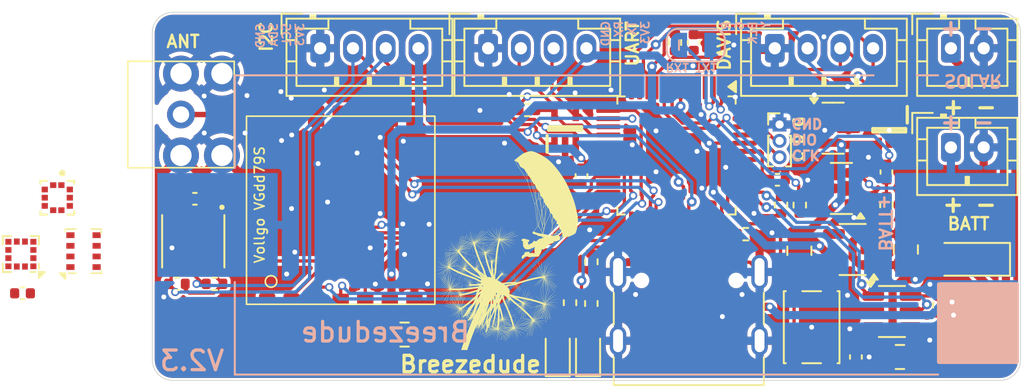
<source format=kicad_pcb>
(kicad_pcb (version 20241229) (generator "pcbnew") (generator_version "9.0")
  (layers (0 "F.Cu" signal) (2 "B.Cu" signal) (13 "F.Paste" user) (15 "B.Paste" user) (5 "F.SilkS" user "F.Silkscreen") (7 "B.SilkS" user "B.Silkscreen") (1 "F.Mask" user) (3 "B.Mask" user) (25 "Edge.Cuts" user))
  (net 0 "")
  (net 1 "GND")
  (net 2 "/ANT")
  (net 3 "Net-(U3-VDDCORE)")
  (net 4 "/V_IMP")
  (net 5 "/BATT+")
  (net 6 "3V3")
  (net 7 "/DAVIS_SPEED")
  (net 8 "/SOLAR+")
  (net 9 "Net-(U4-C1)")
  (net 10 "/USB_P")
  (net 11 "/USB_N")
  (net 12 "Net-(D4-A)")
  (net 13 "Net-(D5-A)")
  (net 16 "Net-(J7-CC1)")
  (net 17 "/SWDIO")
  (net 18 "/SWDCLK")
  (net 19 "/RX")
  (net 20 "/TX")
  (net 21 "/DAVIS_DIR")
  (net 22 "/SCL")
  (net 23 "/SDA")
  (net 24 "/V_DIV")
  (net 25 "Net-(J7-CC2)")
  (net 26 "/RESET")
  (net 27 "/PV_CHARGE")
  (net 28 "Net-(U9-PROG)")
  (net 29 "/DAC")
  (net 31 "/TX1")
  (net 32 "Net-(Q2-G)")
  (net 34 "/VREF")
  (net 35 "/PV_DONE")
  (net 37 "/RX1")
  (net 38 "Net-(Q2-D)")
  (net 41 "Net-(D3-A)")
  (net 42 "/DAVIS_POWER")
  (net 43 "/LED1")
  (net 44 "/LED2")
  (net 46 "/LORA_CS")
  (net 47 "/EN_DCDC")
  (net 48 "/LORA_DIO0")
  (net 49 "/D7")
  (net 50 "/LORA_DIO3")
  (net 51 "SW_WS")
  (net 52 "/LORA_DIO2")
  (net 53 "/LORA_DIO1")
  (net 54 "/LORA_MOSI")
  (net 55 "/LORA_MISO")
  (net 56 "/LORA_SCK")
  (net 57 "/D6")
  (net 58 "/LORA_RESET")
  (net 59 "VCC_WS")
  (net 68 "Net-(JP1-A)")
  (footprint "Package_QFP:TQFP-48_7x7mm_P0.5mm" (layer "F.Cu") (at 129 110.25 -90)
    (property "Reference" "U3" (hide yes))
    (property "Value" "ATSAMD21G18A-A" (hide yes))
  )
  (footprint "Resistor_SMD:R_0402_1005Metric" (layer "F.Cu") (at 136.525 113.284 90)
    (property "Reference" "R4" (hide yes))
    (property "Value" "330k" (hide yes))
  )
  (footprint "Connector_PinHeader_1.00mm:PinHeader_1x03_P1.00mm_Vertical" (layer "F.Cu") (at 135.29 108.36)
    (property "Reference" "J4" (hide yes))
    (property "Value" "Conn_01x03_Pin" (hide yes))
  )
  (footprint "footprints_flo:PQFN50P200X200X80-10N" (layer "F.Cu") (at 91.2 112.8325 -90)
    (property "Reference" "U7" (hide yes))
    (property "Value" "BMP388")
  )
  (footprint "Connector_JST:JST_PH_B4B-PH-K_1x04_P2.00mm_Vertical" (layer "F.Cu") (at 107.25 103.7)
    (property "Reference" "J2" (hide yes))
    (property "Value" "Conn_01x04_Pin" (hide yes))
  )
  (footprint "Capacitor_SMD:C_0805_2012Metric" (layer "F.Cu") (at 136.5 116.078 90)
    (property "Reference" "C4" (hide yes))
    (property "Value" "47u 6.3V" (hide yes))
  )
  (footprint "Capacitor_SMD:C_0402_1005Metric" (layer "F.Cu") (at 130.048 103.35 90)
    (property "Reference" "C5" (hide yes))
    (property "Value" "100n 16V" (hide yes))
  )
  (footprint "Capacitor_SMD:C_0805_2012Metric" (layer "F.Cu") (at 142.64 122.57)
    (property "Reference" "C1" (hide yes))
    (property "Value" "47u 6.3V" (hide yes))
  )
  (footprint "LoRa:sma_edge_6.5mm_vert" (layer "F.Cu") (at 98.75 107.75 90)
    (property "Reference" "AE1" (hide yes))
    (property "Value" "Antenna_Shield" (hide yes))
  )
  (footprint "Package_TO_SOT_SMD:SOT-23" (layer "F.Cu") (at 139.065 112.268 180)
    (property "Reference" "Q2" (hide yes))
    (property "Value" "P-MOS" (hide yes))
  )
  (footprint "Capacitor_SMD:C_0402_1005Metric" (layer "F.Cu") (at 139.95 122.57 90)
    (property "Reference" "C11" (hide yes))
    (property "Value" "100n 16V" (hide yes))
  )
  (footprint "Package_LGA:LGA-12_2x2mm_P0.5mm" (layer "F.Cu") (at 88.9775 116.2775 180)
    (property "Reference" "U4" (hide yes))
    (property "Value" "LIS2MDL" (hide yes))
  )
  (footprint "Capacitor_SMD:C_0805_2012Metric" (layer "F.Cu") (at 143 116 -90)
    (property "Reference" "C3" (hide yes))
    (property "Value" "47u 6.3V" (hide yes))
  )
  (footprint "Connector_JST:JST_PH_B4B-PH-K_1x04_P2.00mm_Vertical" (layer "F.Cu") (at 117.5 103.7)
    (property "Reference" "J5" (hide yes))
    (property "Value" "Conn_01x04_Pin" (hide yes))
  )
  (footprint "Resistor_SMD:R_0402_1005Metric" (layer "F.Cu") (at 128.905 103.35 -90)
    (property "Reference" "R2" (hide yes))
    (property "Value" "100k" (hide yes))
  )
  (footprint "Connector_JST:JST_PH_B4B-PH-K_1x04_P2.00mm_Vertical" (layer "F.Cu") (at 135 103.7)
    (property "Reference" "J3" (hide yes))
    (property "Value" "Conn_01x04_Pin" (hide yes))
  )
  (footprint "Resistor_SMD:R_0402_1005Metric" (layer "F.Cu") (at 141.815 113.268 90)
    (property "Reference" "R3" (hide yes))
    (property "Value" "10k" (hide yes))
  )
  (footprint "Capacitor_SMD:C_0402_1005Metric" (layer "F.Cu") (at 123.2 111.5 90)
    (property "Reference" "C6" (hide yes))
    (property "Value" "10u 6.3V" (hide yes))
  )
  (footprint "Capacitor_SMD:C_0402_1005Metric" (layer "F.Cu") (at 141.815 111.268 90)
    (property "Reference" "C9" (hide yes))
    (property "Value" "100n 16V" (hide yes))
  )
  (footprint "Resistor_SMD:R_0402_1005Metric" (layer "F.Cu") (at 122.5 119.25 -90)
    (property "Reference" "R6" (hide yes))
    (property "Value" "470" (hide yes))
  )
  (footprint "Package_TO_SOT_SMD:TSOT-23-6" (layer "F.Cu") (at 142.15 119.79)
    (property "Reference" "U9" (hide yes))
    (property "Value" "TP4057" (hide yes))
  )
  (footprint "Resistor_SMD:R_0402_1005Metric" (layer "F.Cu") (at 123.8 119.3 -90)
    (property "Reference" "R7" (hide yes))
    (property "Value" "200" (hide yes))
  )
  (footprint "Connector_JST:JST_PH_B2B-PH-K_1x02_P2.00mm_Vertical" (layer "F.Cu") (at 145.75 109.76)
    (property "Reference" "J1" (hide yes))
    (property "Value" "Conn_01x02_Pin" (hide yes))
  )
  (footprint "Capacitor_SMD:C_0402_1005Metric" (layer "F.Cu") (at 89.0775 118.6775 180)
    (property "Reference" "C10" (hide yes))
    (property "Value" "220n 16V" (hide yes))
  )
  (footprint "Button_Switch_SMD:SW_SPST_PTS810" (layer "F.Cu") (at 137.25 120.75 90)
    (property "Reference" "SW1" (hide yes))
    (property "Value" "SW_Push" (hide yes))
  )
  (footprint "LoRa:vollgo_vgdd79s868n0s1" (layer "F.Cu") (at 108.5 113.6)
    (property "Reference" "U6" (hide yes))
    (property "Value" "~" (hide yes))
  )
  (footprint "Resistor_SMD:R_0402_1005Metric" (layer "F.Cu") (at 123.8 116.75 -90)
    (property "Reference" "R10" (hide yes))
    (property "Value" "5.1k" (hide yes))
  )
  (footprint "LED_SMD:LED_0603_1608Metric" (layer "F.Cu") (at 121.75 122.25 90)
    (property "Reference" "D3" (hide yes))
    (property "Value" "LED blue" (hide yes))
  )
  (footprint "Jumper:SolderJumper-2_P1.3mm_Open_RoundedPad1.0x1.5mm" (layer "F.Cu") (at 147.45 119.22)
    (property "Reference" "JP1" (hide yes))
    (property "Value" "SolderJumper_2_Open" (hide yes))
  )
  (footprint "Resistor_SMD:R_0402_1005Metric" (layer "F.Cu") (at 145.04 119.39 -90)
    (property "Reference" "R1" (hide yes))
    (property "Value" "10k" (hide yes))
  )
  (footprint "LED_SMD:LED_0603_1608Metric" (layer "F.Cu") (at 123.6 122.25 90)
    (property "Reference" "D4" (hide yes))
    (property "Value" "LED red" (hide yes))
  )
  (footprint "Package_TO_SOT_SMD:SOT-23-5" (layer "F.Cu") (at 139.75 116 180)
    (property "Reference" "U2" (hide yes))
    (property "Value" "STLQ015M33R" (hide yes))
  )
  (footprint "footprints_flo:SOT65P210X110-5N" (layer "F.Cu") (at 141.986 108.712 -90)
    (property "Reference" "D1" (hide yes))
    (property "Value" "SMF3.3.TCT" (hide yes))
  )
  (footprint "Capacitor_SMD:C_0805_2012Metric" (layer "F.Cu") (at 112.4 121.2 180)
    (property "Reference" "C12" (hide yes))
    (property "Value" "47u 6.3V" (hide yes))
  )
  (footprint "Resistor_SMD:R_0402_1005Metric" (layer "F.Cu") (at 119.9 107.47 180)
    (property "Reference" "R12" (hide yes))
    (property "Value" "10k" (hide yes))
  )
  (footprint "Capacitor_SMD:C_0402_1005Metric" (layer "F.Cu") (at 135.16 111.74 180)
    (property "Reference" "C2" (hide yes))
    (property "Value" "10u 6.3V" (hide yes))
  )
  (footprint "footprints_flo:SOT65P210X110-5N" (layer "F.Cu") (at 122.2 108.6 90)
    (property "Reference" "D2" (hide yes))
    (property "Value" "SMF3.3.TCT" (hide yes))
  )
  (footprint "Connector_USB:USB_C_Receptacle_G-Switch_GT-USB-7010ASV" (layer "F.Cu") (at 129.75 120.5)
    (property "Reference" "J7" (hide yes))
    (property "Value" "USB_C_Receptacle_USB2.0_16P" (hide yes))
  )
  (footprint "Diode_SMD:D_SOD-123" (layer "F.Cu") (at 147 116.6 180)
    (property "Reference" "D5" (hide yes))
    (property "Value" "Diode" (hide yes))
  )
  (footprint "Resistor_SMD:R_0402_1005Metric" (layer "F.Cu") (at 98.5 118.1)
    (property "Reference" "R8" (hide yes))
    (property "Value" "3.3k" (hide yes))
  )
  (footprint "Resistor_SMD:R_0402_1005Metric" (layer "F.Cu") (at 100.8 118.1)
    (property "Reference" "R9" (hide yes))
    (property "Value" "3.3k" (hide yes))
  )
  (footprint "Resistor_SMD:R_0402_1005Metric" (layer "F.Cu") (at 135.382 113.284 -90)
    (property "Reference" "R5" (hide yes))
    (property "Value" "100k" (hide yes))
  )
  (footprint "Connector_JST:JST_PH_B2B-PH-K_1x02_P2.00mm_Vertical" (layer "F.Cu") (at 145.75 103.7)
    (property "Reference" "J6" (hide yes))
    (property "Value" "Conn_01x02_Pin" (hide yes))
  )
  (footprint "Resistor_SMD:R_0402_1005Metric" (layer "F.Cu") (at 133.223 115.062)
    (property "Reference" "R11" (hide yes))
    (property "Value" "5.1k" (hide yes))
  )
  (footprint "Package_TO_SOT_SMD:SOT-23" (layer "F.Cu") (at 138.557 108.585)
    (property "Reference" "Q1" (hide yes))
    (property "Value" "P-MOS" (hide yes))
  )
  (footprint "Package_LGA:Bosch_LGA-8_2x2.5mm_P0.65mm_ClockwisePinNumbering" (layer "F.Cu") (at 92.8 116.1 90)
    (property "Reference" "U5" (hide yes))
    (property "Value" "BMP280" (hide yes))
  )
  (footprint "Capacitor_SMD:C_0402_1005Metric" (layer "F.Cu") (at 99.6 112.9 180)
    (property "Reference" "C8" (hide yes))
    (property "Value" "10u 6.3V" (hide yes))
  )
  (footprint "Sensors:HP203B-LGA8" (layer "F.Cu") (at 99.5 115.5)
    (property "Reference" "U8" (hide yes))
    (property "Value" "HP203B" (hide yes))
  )
  (footprint "footprints_flo:BAT_1050" (layer "B.Cu") (at 123.5 114.5 180)
    (property "Reference" "BT1" (hide yes))
    (property "Value" "1050" (hide yes))
  )
  (footprint "general:SolderJumper-2_Open_Gap1mm" (layer "B.Cu") (at 130.55 103.505 180)
    (property "Reference" "J8" (hide yes))
    (property "Value" "Conn_01x02_Pin" (hide yes))
  )
  (gr_poly (pts (xy 120.480624 119.466449) (xy 120.417688 119.66733) (xy 120.377688 119.807828) (xy 120.335033 119.970753) (xy 120.291996 120.152896) (xy 120.250852 120.351046) (xy 120.239144 120.349259) (xy 120.259273 120.252384) (xy 120.280668 120.155584) (xy 120.303327 120.058933) (xy 120.327251 119.962505) (xy 120.356489 119.851454) (xy 120.387328 119.740999) (xy 120.419729 119.631213) (xy 120.453655 119.522173) (xy 120.459365 119.504553) (xy 120.4651 119.487406) (xy 120.47096 119.470719) (xy 120.477046 119.454481) (xy 120.483458 119.43868) (xy 120.490295 119.423304) (xy 120.493904 119.415773) (xy 120.497658 119.408343) (xy 120.501567 119.401014) (xy 120.505646 119.393784)) (stroke (width -0.000001)) (fill yes) (layer "F.SilkS"))
  (gr_poly (pts (xy 115.989729 118.098418) (xy 115.967577 118.144948) (xy 115.942704 118.205886) (xy 115.916606 118.281888) (xy 115.903565 118.325744) (xy 115.890778 118.373611) (xy 115.878432 118.425572) (xy 115.866714 118.481709) (xy 115.855812 118.542104) (xy 115.845911 118.606838) (xy 115.837199 118.675995) (xy 115.829863 118.749655) (xy 115.812798 118.747869) (xy 115.82157 118.66767) (xy 115.833117 118.583563) (xy 115.848277 118.496778) (xy 115.857474 118.452764) (xy 115.86789 118.408541) (xy 115.879629 118.364262) (xy 115.892796 118.320081) (xy 115.907496 118.276152) (xy 115.923834 118.232626) (xy 115.941915 118.189659) (xy 115.961844 118.147404) (xy 115.983725 118.106013) (xy 116.007665 118.065641)) (stroke (width -0.000001)) (fill yes) (layer "F.SilkS"))
  (gr_poly (pts (xy 118.566239 117.742121) (xy 118.566901 117.743556) (xy 118.567509 117.744904) (xy 118.568065 117.746163) (xy 118.56857 117.747331) (xy 118.569025 117.748407) (xy 118.569789 117.750274) (xy 118.570367 117.751751) (xy 118.570769 117.752823) (xy 118.571079 117.753697) (xy 118.570466 117.75206) (xy 118.56982 117.750423) (xy 118.569146 117.748786) (xy 118.56845 117.747149) (xy 118.567005 117.743875) (xy 118.565523 117.7406)) (stroke (width -0.000001)) (fill yes) (layer "F.SilkS"))
  (gr_poly (pts (xy 118.079351 120.864998) (xy 117.987823 120.945719) (xy 117.889834 121.028675) (xy 117.785951 121.111914) (xy 117.676746 121.193487) (xy 117.620325 121.233038) (xy 117.562788 121.271441) (xy 117.504204 121.308451) (xy 117.444646 121.343825) (xy 117.384184 121.377319) (xy 117.32289 121.408689) (xy 117.260835 121.437691) (xy 117.19809 121.464082) (xy 117.247701 121.441624) (xy 117.315326 121.407279) (xy 117.400379 121.359241) (xy 117.50227 121.295707) (xy 117.620411 121.214872) (xy 117.685392 121.167402) (xy 117.754214 121.114931) (xy 117.826805 121.057231) (xy 117.903091 120.994079) (xy 117.982998 120.925248) (xy 118.066453 120.850512)) (stroke (width -0.000001)) (fill yes) (layer "F.SilkS"))
  (gr_poly (pts (xy 116.315703 119.442993) (xy 116.318838 119.45071) (xy 116.325163 119.466014) (xy 116.323553 119.462366) (xy 116.32207 119.458938) (xy 116.32071 119.455733) (xy 116.31947 119.452753) (xy 116.317336 119.447475) (xy 116.315638 119.443119) (xy 116.31435 119.439704) (xy 116.31345 119.437264)) (stroke (width -0.000001)) (fill yes) (layer "F.SilkS"))
  (gr_poly (pts (xy 117.574225 119.245924) (xy 117.593105 119.267294) (xy 117.617305 119.292781) (xy 117.647253 119.322172) (xy 117.683378 119.355256) (xy 117.726107 119.39182) (xy 117.750082 119.411342) (xy 117.775869 119.431655) (xy 117.80352 119.452732) (xy 117.83309 119.474547) (xy 117.829518 119.479508) (xy 117.795801 119.454194) (xy 117.760849 119.426981) (xy 117.725288 119.397958) (xy 117.689744 119.367217) (xy 117.672173 119.35123) (xy 117.654841 119.334848) (xy 117.637825 119.318082) (xy 117.621205 119.300942) (xy 117.605058 119.283441) (xy 117.589462 119.26559) (xy 117.574496 119.247399) (xy 117.560238 119.228881)) (stroke (width -0.000001)) (fill yes) (layer "F.SilkS"))
  (gr_poly (pts (xy 114.51698 117.642845) (xy 114.556924 117.707309) (xy 114.611994 117.787992) (xy 114.683937 117.884145) (xy 114.726782 117.93779) (xy 114.774502 117.995023) (xy 114.827314 118.055751) (xy 114.885437 118.119879) (xy 114.949091 118.187316) (xy 115.018492 118.257968) (xy 115.093861 118.33174) (xy 115.175416 118.408541) (xy 115.162121 118.42263) (xy 115.073901 118.338265) (xy 114.982911 118.247658) (xy 114.891144 118.151209) (xy 114.845592 118.10092) (xy 114.800593 118.049319) (xy 114.756397 117.996459) (xy 114.713252 117.942388) (xy 114.671407 117.887157) (xy 114.631112 117.830815) (xy 114.592616 117.773413) (xy 114.556167 117.715) (xy 114.522016 117.655627) (xy 114.49041 117.595344)) (stroke (width -0.000001)) (fill yes) (layer "F.SilkS"))
  (gr_poly (pts (xy 117.787373 116.728131) (xy 117.844457 116.739204) (xy 117.903262 116.75276) (xy 117.933038 116.760625) (xy 117.962918 116.769298) (xy 117.992794 116.77884) (xy 118.022556 116.789315) (xy 118.052096 116.800783) (xy 118.081305 116.813308) (xy 118.110074 116.826951) (xy 118.138296 116.841775) (xy 118.16586 116.857842) (xy 118.192659 116.875214) (xy 118.170865 116.862129) (xy 118.139822 116.845687) (xy 118.099026 116.826851) (xy 118.047973 116.80658) (xy 118.018442 116.796206) (xy 117.986158 116.785834) (xy 117.951057 116.775584) (xy 117.913076 116.765574) (xy 117.872152 116.755927) (xy 117.828223 116.746761) (xy 117.781224 116.738197) (xy 117.731093 116.730355) (xy 117.732879 116.719044)) (stroke (width -0.000001)) (fill yes) (layer "F.SilkS"))
  (gr_poly (pts (xy 117.560579 115.643993) (xy 117.558766 115.646477) (xy 117.555203 115.6515) (xy 117.548134 115.661769) (xy 117.549799 115.659285) (xy 117.551369 115.656968) (xy 117.554217 115.65283) (xy 117.556666 115.649348) (xy 117.558701 115.646514) (xy 117.560308 115.644323) (xy 117.561473 115.642766) (xy 117.562422 115.641529)) (stroke (width -0.000001)) (fill yes) (layer "F.SilkS"))
  (gr_poly (pts (xy 117.08434 118.497704) (xy 117.091538 118.519229) (xy 117.101727 118.545195) (xy 117.115416 118.575452) (xy 117.123732 118.592142) (xy 117.133113 118.609848) (xy 117.143625 118.628551) (xy 117.15533 118.648232) (xy 117.168291 118.668872) (xy 117.182573 118.690453) (xy 117.19824 118.712955) (xy 117.215354 118.73636) (xy 117.209798 118.740527) (xy 117.190596 118.713633) (xy 117.171152 118.684844) (xy 117.152006 118.65431) (xy 117.142713 118.638437) (xy 117.133697 118.622184) (xy 117.125025 118.60557) (xy 117.116764 118.588616) (xy 117.108983 118.571338) (xy 117.101748 118.553757) (xy 117.095127 118.535891) (xy 117.089188 118.517759) (xy 117.083997 118.49938) (xy 117.079622 118.480772)) (stroke (width -0.000001)) (fill yes) (layer "F.SilkS"))
  (gr_poly (pts (xy 120.476559 120.990246) (xy 120.477267 120.996144) (xy 120.477821 121.001154) (xy 120.478237 121.005269) (xy 120.478533 121.008482) (xy 120.478724 121.010785) (xy 120.478858 121.012636) (xy 120.478194 121.005343) (xy 120.477418 120.998051) (xy 120.475682 120.983466)) (stroke (width -0.000001)) (fill yes) (layer "F.SilkS"))
  (gr_poly (pts (xy 117.789445 118.104966) (xy 117.790524 118.106632) (xy 117.791485 118.108339) (xy 117.792333 118.110085) (xy 117.793074 118.111869) (xy 117.793711 118.113688) (xy 117.79425 118.11554) (xy 117.794696 118.117424) (xy 117.795328 118.121277) (xy 117.795649 118.125232) (xy 117.795696 118.129273) (xy 117.795511 118.133383) (xy 117.795133 118.137546) (xy 117.794601 118.141747) (xy 117.793238 118.150197) (xy 117.79174 118.158606) (xy 117.790426 118.166844) (xy 117.789914 118.171276) (xy 117.789562 118.175717) (xy 117.789357 118.180165) (xy 117.789285 118.18462) (xy 117.789334 118.189081) (xy 117.789491 118.193546) (xy 117.790078 118.202489) (xy 117.790945 118.21144) (xy 117.791988 118.220394) (xy 117.794196 118.238281) (xy 117.797118 118.264924) (xy 117.798161 118.27833) (xy 117.79889 118.291766) (xy 117.799278 118.305215) (xy 117.799296 118.318655) (xy 117.798918 118.332069) (xy 117.798115 118.345437) (xy 117.796862 118.35874) (xy 117.79513 118.371959) (xy 117.792893 118.385074) (xy 117.790122 118.398067) (xy 117.786791 118.410918) (xy 117.782872 118.423607) (xy 117.778338 118.436117) (xy 117.773162 118.448427) (xy 117.737444 118.316863) (xy 117.73554 118.309715) (xy 117.734646 118.306136) (xy 117.733822 118.30255) (xy 117.733091 118.298954) (xy 117.732476 118.295347) (xy 117.732001 118.291726) (xy 117.731823 118.28991) (xy 117.731688 118.288089) (xy 117.731571 118.285854) (xy 117.731516 118.283616) (xy 117.731517 118.281375) (xy 117.731571 118.279131) (xy 117.731821 118.274642) (xy 117.732234 118.270155) (xy 117.732778 118.265677) (xy 117.733419 118.261216) (xy 117.734864 118.25237) (xy 117.736669 118.242838) (xy 117.739049 118.232392) (xy 117.741913 118.221241) (xy 117.74517 118.209598) (xy 117.7525 118.185673) (xy 117.760313 118.162305) (xy 117.767885 118.141178) (xy 117.774489 118.123978) (xy 117.7794 118.112392) (xy 117.780994 118.109232) (xy 117.781893 118.108106) (xy 117.782156 118.108058) (xy 117.782422 118.107987) (xy 117.782692 118.107897) (xy 117.782964 118.107788) (xy 117.783237 118.107661) (xy 117.783511 118.10752) (xy 117.783785 118.107363) (xy 117.784058 118.107195) (xy 117.784329 118.107015) (xy 117.784597 118.106826) (xy 117.785123 118.106425) (xy 117.78563 118.106005) (xy 117.78611 118.105576) (xy 117.786558 118.105153) (xy 117.786967 118.104746) (xy 117.78733 118.104368) (xy 117.787642 118.104032) (xy 117.788243 118.103344)) (stroke (width -0.000001)) (fill yes) (layer "F.SilkS"))
  (gr_poly (pts (xy 116.190474 117.789937) (xy 116.192074 117.794002) (xy 116.1936 117.79775) (xy 116.192725 117.795724) (xy 116.191879 117.793667) (xy 116.190252 117.789491) (xy 116.188661 117.785277) (xy 116.187051 117.781082)) (stroke (width -0.000001)) (fill yes) (layer "F.SilkS"))
  (gr_curve (pts (xy 117.740817 118.669287) (xy 117.662037 118.781802) (xy 117.622746 118.916342) (xy 117.580479 119.047113)) (stroke (width 0.1) (color 255 255 255 1)) (layer "F.SilkS"))
  (gr_poly (pts (xy 118.230292 116.615009) (xy 118.192963 116.617698) (xy 118.145077 116.623262) (xy 118.086545 116.632625) (xy 118.017278 116.646713) (xy 117.93719 116.666452) (xy 117.893059 116.67873) (xy 117.84619 116.692767) (xy 117.796571 116.70868) (xy 117.744191 116.726585) (xy 117.741214 116.717853) (xy 117.798397 116.698736) (xy 117.858943 116.679846) (xy 117.922214 116.661952) (xy 117.987574 116.645821) (xy 118.020838 116.638656) (xy 118.054385 116.632219) (xy 118.088135 116.626607) (xy 118.122009 116.621915) (xy 118.155928 116.618239) (xy 118.189811 116.615676) (xy 118.223578 116.61432) (xy 118.257151 116.614269)) (stroke (width -0.000001)) (fill yes) (layer "F.SilkS"))
  (gr_poly (pts (xy 117.162768 117.542758) (xy 117.128042 117.556977) (xy 117.091195 117.571004) (xy 117.052543 117.584316) (xy 117.012403 117.596386) (xy 116.991873 117.601791) (xy 116.971091 117.606688) (xy 116.950094 117.611013) (xy 116.928923 117.614698) (xy 116.907617 117.617679) (xy 116.886215 117.619889) (xy 116.864758 117.621264) (xy 116.843285 117.621736) (xy 116.863038 117.620535) (xy 116.8885 117.617746) (xy 116.919651 117.612803) (xy 116.956468 117.605142) (xy 116.998932 117.594197) (xy 117.022274 117.587317) (xy 117.047021 117.579404) (xy 117.073168 117.570388) (xy 117.100714 117.560197) (xy 117.129656 117.548762) (xy 117.159991 117.536012)) (stroke (width -0.000001)) (fill yes) (layer "F.SilkS"))
  (gr_poly (pts (xy 118.392947 117.487022) (xy 118.425179 117.493244) (xy 118.456278 117.498585) (xy 118.486083 117.503111) (xy 118.51443 117.50689) (xy 118.541159 117.509988) (xy 118.566107 117.512471) (xy 118.589112 117.514406) (xy 118.628647 117.5169) (xy 118.658469 117.518) (xy 118.683791 117.518152) (xy 118.681035 117.518884) (xy 118.678272 117.519518) (xy 118.675501 117.520061) (xy 118.672719 117.520518) (xy 118.669924 117.520895) (xy 118.667114 117.521198) (xy 118.664287 117.521431) (xy 118.661442 117.521601) (xy 118.655686 117.521771) (xy 118.64983 117.521753) (xy 118.643858 117.52159) (xy 118.637754 117.521328) (xy 118.618927 117.520406) (xy 118.600103 117.519278) (xy 118.581284 117.51794) (xy 118.562472 117.516391) (xy 118.543669 117.514628) (xy 118.524877 117.512649) (xy 118.5061 117.510451) (xy 118.487338 117.508032) (xy 118.454937 117.503384) (xy 118.422648 117.498085) (xy 118.390507 117.492154) (xy 118.358552 117.485609) (xy 118.359743 117.479854)) (stroke (width -0.000001)) (fill yes) (layer "F.SilkS"))
  (gr_poly (pts (xy 118.814562 118.057505) (xy 118.816162 118.057052) (xy 118.817187 118.056789)) (stroke (width -0.000001)) (fill yes) (layer "F.SilkS"))
  (gr_poly (pts (xy 118.952327 118.471331) (xy 118.95069 118.473072) (xy 118.949155 118.474685) (xy 118.947723 118.476171) (xy 118.945179 118.478768) (xy 118.943075 118.480872) (xy 118.94048 118.483413) (xy 118.954064 118.469461)) (stroke (width -0.000001)) (fill yes) (layer "F.SilkS"))
  (gr_poly (pts (xy 117.757882 118.083104) (xy 117.758218 118.083431) (xy 117.758591 118.083741) (xy 117.758999 118.084037) (xy 117.759439 118.084317) (xy 117.759906 118.084582) (xy 117.760398 118.084833) (xy 117.761444 118.085293) (xy 117.762552 118.085699) (xy 117.763697 118.086055) (xy 117.764852 118.086363) (xy 117.765993 118.086626) (xy 117.767094 118.086847) (xy 117.768131 118.08703) (xy 117.769909 118.087289) (xy 117.771574 118.087469) (xy 117.770434 118.090953) (xy 117.769101 118.094301) (xy 117.767585 118.097519) (xy 117.765894 118.100613) (xy 117.764035 118.103586) (xy 117.762017 118.106445) (xy 117.759847 118.109194) (xy 117.757535 118.11184) (xy 117.752513 118.11684) (xy 117.747018 118.121486) (xy 117.741112 118.12582) (xy 117.734863 118.129885) (xy 117.728335 118.133722) (xy 117.721593 118.137373) (xy 117.707727 118.144285) (xy 117.693787 118.150954) (xy 117.680293 118.157716) (xy 117.673196 118.161638) (xy 117.66626 118.165802) (xy 117.659472 118.170189) (xy 117.652822 118.174779) (xy 117.646297 118.179554) (xy 117.639886 118.184495) (xy 117.633578 118.189583) (xy 117.62736 118.194799) (xy 117.61515 118.205541) (xy 117.603163 118.216569) (xy 117.579487 118.238877) (xy 117.56159 118.255259) (xy 117.543321 118.271327) (xy 117.524679 118.287019) (xy 117.505665 118.302278) (xy 117.486277 118.317044) (xy 117.466516 118.331258) (xy 117.44638 118.34486) (xy 117.425871 118.357791) (xy 117.404988 118.369992) (xy 117.383729 118.381404) (xy 117.362096 118.391966) (xy 117.340087 118.401621) (xy 117.317703 118.410308) (xy 117.294943 118.417969) (xy 117.271807 118.424543) (xy 117.248295 118.429972) (xy 117.404068 118.23848) (xy 117.408249 118.233276) (xy 117.412474 118.228102) (xy 117.416768 118.222989) (xy 117.421158 118.217967) (xy 117.42567 118.213065) (xy 117.427978 118.210669) (xy 117.430327 118.208315) (xy 117.432719 118.206006) (xy 117.435157 118.203746) (xy 117.437644 118.201539) (xy 117.440184 118.199388) (xy 117.443343 118.196832) (xy 117.446568 118.194367) (xy 117.449853 118.191988) (xy 117.453194 118.18969) (xy 117.456586 118.187465) (xy 117.460025 118.18531) (xy 117.467023 118.181181) (xy 117.474151 118.177258) (xy 117.481372 118.173492) (xy 117.495945 118.166249) (xy 117.511862 118.158864) (xy 117.529729 118.151355) (xy 117.549139 118.14381) (xy 117.569689 118.136319) (xy 117.612589 118.121855) (xy 117.655191 118.108677) (xy 117.694258 118.097499) (xy 117.726554 118.089035) (xy 117.74884 118.083999) (xy 117.755219 118.082989)) (stroke (width -0.000001)) (fill yes) (layer "F.SilkS"))
  (gr_poly (pts (xy 118.47563 118.605077) (xy 118.475896 118.605096) (xy 118.476162 118.605128) (xy 118.476428 118.605173) (xy 118.476693 118.605232) (xy 118.476956 118.605304) (xy 118.477218 118.60539) (xy 118.477474 118.605507) (xy 118.477722 118.605634) (xy 118.477962 118.605771) (xy 118.478193 118.605917) (xy 118.478415 118.606072) (xy 118.478628 118.606236) (xy 118.478831 118.606408) (xy 118.479026 118.606588) (xy 118.47921 118.606775) (xy 118.479385 118.60697) (xy 118.47955 118.607171) (xy 118.479705 118.607379) (xy 118.47985 118.607593) (xy 118.479984 118.607813) (xy 118.480107 118.608038) (xy 118.480219 118.608268) (xy 118.480321 118.608503) (xy 118.480411 118.608742) (xy 118.48049 118.608985) (xy 118.480557 118.609232) (xy 118.480612 118.609482) (xy 118.480656 118.609734) (xy 118.480687 118.609989) (xy 118.480706 118.610246) (xy 118.480713 118.610505) (xy 118.480706 118.610766) (xy 118.480687 118.611027) (xy 118.480655 118.611289) (xy 118.48061 118.611551) (xy 118.480551 118.611813) (xy 118.480479 118.612075) (xy 118.480393 118.612336) (xy 118.480294 118.612592) (xy 118.480182 118.61284) (xy 118.480058 118.61308) (xy 118.479923 118.613311) (xy 118.479778 118.613533) (xy 118.479621 118.613746) (xy 118.479455 118.613949) (xy 118.47928 118.614144) (xy 118.479095 118.614328) (xy 118.478902 118.614503) (xy 118.4787 118.614668) (xy 118.478492 118.614823) (xy 118.478276 118.614968) (xy 118.478053 118.615102) (xy 118.477824 118.615225) (xy 118.47759 118.615337) (xy 118.47735 118.615439) (xy 118.477106 118.615529) (xy 118.476857 118.615608) (xy 118.476604 118.615675) (xy 118.476348 118.61573) (xy 118.476089 118.615774) (xy 118.475828 118.615805) (xy 118.475565 118.615824) (xy 118.475301 118.615831) (xy 118.475035 118.615824) (xy 118.474769 118.615805) (xy 118.474503 118.615773) (xy 118.474237 118.615728) (xy 118.473972 118.615669) (xy 118.473709 118.615597) (xy 118.473448 118.615511) (xy 118.473191 118.615412) (xy 118.472943 118.6153) (xy 118.472703 118.615176) (xy 118.472473 118.615042) (xy 118.472251 118.614896) (xy 118.472038 118.61474) (xy 118.471834 118.614574) (xy 118.47164 118.614398) (xy 118.471455 118.614213) (xy 118.47128 118.61402) (xy 118.471115 118.613819) (xy 118.47096 118.61361) (xy 118.470816 118.613394) (xy 118.470682 118.613171) (xy 118.470558 118.612943) (xy 118.470446 118.612708) (xy 118.470344 118.612468) (xy 118.470254 118.612224) (xy 118.470176 118.611975) (xy 118.470108 118.611723) (xy 118.470053 118.611467) (xy 118.470009 118.611208) (xy 118.469978 118.610947) (xy 118.469959 118.610683) (xy 118.469953 118.610419) (xy 118.469959 118.610153) (xy 118.469978 118.609887) (xy 118.47001 118.609621) (xy 118.470055 118.609355) (xy 118.470114 118.609091) (xy 118.470186 118.608827) (xy 118.470272 118.608566) (xy 118.470372 118.608309) (xy 118.470483 118.608061) (xy 118.470607 118.607822) (xy 118.470742 118.607591) (xy 118.470888 118.607369) (xy 118.471044 118.607156) (xy 118.47121 118.606952) (xy 118.471386 118.606758) (xy 118.47157 118.606573) (xy 118.471763 118.606398) (xy 118.471965 118.606233) (xy 118.472174 118.606079) (xy 118.47239 118.605934) (xy 118.472612 118.6058) (xy 118.472841 118.605677) (xy 118.473075 118.605564) (xy 118.473315 118.605463) (xy 118.47356 118.605373) (xy 118.473808 118.605294) (xy 118.474061 118.605227) (xy 118.474317 118.605171) (xy 118.474576 118.605128) (xy 118.474837 118.605097) (xy 118.4751 118.605077) (xy 118.475365 118.605071)) (stroke (width -0.000001)) (fill yes) (layer "F.SilkS"))
  (gr_poly (pts (xy 117.522168 115.704012) (xy 117.501333 115.741783) (xy 117.477233 115.789478) (xy 117.450403 115.847606) (xy 117.421378 115.916672) (xy 117.390692 115.997184) (xy 117.358881 116.089649) (xy 117.326479 116.194574) (xy 117.31755 116.191994) (xy 117.336539 116.130399) (xy 117.357625 116.066055) (xy 117.381003 115.999915) (xy 117.406871 115.932934) (xy 117.435428 115.866065) (xy 117.450776 115.83297) (xy 117.46687 115.80026) (xy 117.483736 115.768055) (xy 117.501397 115.736474) (xy 117.519878 115.705636) (xy 117.539204 115.67566)) (stroke (width -0.000001)) (fill yes) (layer "F.SilkS"))
  (gr_poly (pts (xy 115.842714 115.081719) (xy 115.846284 115.085243) (xy 115.853528 115.092229) (xy 115.868162 115.106144) (xy 115.864567 115.102854) (xy 115.86122 115.099757) (xy 115.85812 115.096856) (xy 115.855264 115.094154) (xy 115.850274 115.089355) (xy 115.846234 115.085383) (xy 115.843124 115.082256) (xy 115.840926 115.079997) (xy 115.839189 115.078165)) (stroke (width -0.000001)) (fill yes) (layer "F.SilkS"))
  (gr_poly (pts (xy 117.568981 117.451153) (xy 117.566778 117.454342) (xy 117.563438 117.459315) (xy 117.560834 117.463383) (xy 117.562051 117.461383) (xy 117.563317 117.459396) (xy 117.564625 117.457419) (xy 117.565968 117.455446) (xy 117.568731 117.451496) (xy 117.57155 117.447508)) (stroke (width -0.000001)) (fill yes) (layer "F.SilkS"))
  (gr_poly (pts (xy 117.903368 117.524991) (xy 117.90376 117.526383) (xy 117.904117 117.527684) (xy 117.90444 117.528895) (xy 117.904991 117.531041) (xy 117.90542 117.532812) (xy 117.905738 117.534201) (xy 117.905953 117.535202) (xy 117.906115 117.536012) (xy 117.90294 117.523509)) (stroke (width -0.000001)) (fill yes) (layer "F.SilkS"))
  (gr_poly (pts (xy 117.076327 117.346256) (xy 117.080919 117.363222) (xy 117.087345 117.383909) (xy 117.095895 117.408317) (xy 117.106864 117.436446) (xy 117.120545 117.468295) (xy 117.13723 117.503865) (xy 117.157212 117.543156) (xy 117.153838 117.544941) (xy 117.142107 117.521779) (xy 117.130199 117.497232) (xy 117.11844 117.471519) (xy 117.107156 117.444854) (xy 117.096671 117.417455) (xy 117.091831 117.403547) (xy 117.087312 117.389537) (xy 117.083157 117.375451) (xy 117.079404 117.361316) (xy 117.076096 117.34716) (xy 117.073273 117.33301)) (stroke (width -0.000001)) (fill yes) (layer "F.SilkS"))
  (gr_poly (pts (xy 116.451733 115.593151) (xy 116.387053 115.620952) (xy 116.306453 115.661051) (xy 116.260466 115.686336) (xy 116.210838 115.715446) (xy 116.157682 115.74863) (xy 116.101112 115.786138) (xy 116.04124 115.82822) (xy 115.978179 115.875126) (xy 115.912044 115.927106) (xy 115.842945 115.984411) (xy 115.770998 116.047289) (xy 115.696314 116.115992) (xy 115.680638 116.098927) (xy 115.762774 116.024865) (xy 115.851239 115.949271) (xy 115.94576 115.874146) (xy 115.995205 115.837386) (xy 116.046061 115.801494) (xy 116.098294 115.76672) (xy 116.151869 115.733315) (xy 116.206753 115.70153) (xy 116.26291 115.671613) (xy 116.320306 115.643817) (xy 116.378908 115.61839) (xy 116.43868 115.595583) (xy 116.499589 115.575647)) (stroke (width -0.000001)) (fill yes) (layer "F.SilkS"))
  (gr_poly (pts (xy 118.143555 117.273549) (xy 118.163591 117.296486) (xy 118.190848 117.326337) (xy 118.224867 117.361796) (xy 118.265191 117.40156) (xy 118.287573 117.422648) (xy 118.31136 117.444324) (xy 118.336494 117.466423) (xy 118.362918 117.488782) (xy 118.359544 117.492752) (xy 118.346866 117.481906) (xy 118.334281 117.470952) (xy 118.321788 117.45989) (xy 118.309389 117.448724) (xy 118.297083 117.437455) (xy 118.28487 117.426086) (xy 118.272749 117.41462) (xy 118.260722 117.403058) (xy 118.246947 117.389533) (xy 118.233304 117.375894) (xy 118.219796 117.362138) (xy 118.206425 117.348265) (xy 118.193194 117.33427) (xy 118.180104 117.320151) (xy 118.167159 117.305908) (xy 118.15436 117.291536) (xy 118.150262 117.28688) (xy 118.146314 117.282265) (xy 118.142539 117.27766) (xy 118.138956 117.273032) (xy 118.137244 117.270699) (xy 118.135588 117.268347) (xy 118.13399 117.265974) (xy 118.132454 117.263575) (xy 118.130982 117.261145) (xy 118.129577 117.258681) (xy 118.12824 117.256179) (xy 118.126976 117.253634)) (stroke (width -0.000001)) (fill yes) (layer "F.SilkS"))
  (gr_poly (pts (xy 117.485269 118.443441) (xy 117.442764 118.497759) (xy 117.398983 118.551267) (xy 117.353741 118.60338) (xy 117.330515 118.628731) (xy 117.306855 118.653512) (xy 117.282738 118.677652) (xy 117.258142 118.701077) (xy 117.233042 118.723713) (xy 117.207416 118.745488) (xy 117.557679 118.347336)) (stroke (width -0.000001)) (fill yes) (layer "F.SilkS"))
  (gr_poly (pts (xy 120.564802 119.327446) (xy 120.557463 119.328522) (xy 120.550161 119.329635) (xy 120.546542 119.330235) (xy 120.542952 119.330879) (xy 120.544776 119.3305) (xy 120.550245 119.329489) (xy 120.55936 119.328032) (xy 120.565286 119.327194) (xy 120.572122 119.326314)) (stroke (width -0.000001)) (fill yes) (layer "F.SilkS"))
  (gr_poly (pts (xy 115.657207 115.512013) (xy 115.662366 115.513999) (xy 115.672725 115.517828) (xy 115.693537 115.525245) (xy 115.688495 115.523569) (xy 115.683787 115.521967) (xy 115.67941 115.520445) (xy 115.675364 115.519006) (xy 115.668258 115.516398) (xy 115.662456 115.514181) (xy 115.657948 115.512392) (xy 115.65472 115.511068) (xy 115.652063 115.509965)) (stroke (width -0.000001)) (fill yes) (layer "F.SilkS"))
  (gr_poly (pts (xy 120.349196 120.040584) (xy 120.345381 120.043251) (xy 120.341807 120.045713) (xy 120.338475 120.047975) (xy 120.332554 120.05191) (xy 120.327648 120.055076) (xy 120.323783 120.057499) (xy 120.320988 120.0592) (xy 120.318718 120.060534) (xy 120.327434 120.054958) (xy 120.336057 120.049272) (xy 120.353246 120.037712)) (stroke (width -0.000001)) (fill yes) (layer "F.SilkS"))
  (gr_poly (pts (xy 120.312904 120.396184) (xy 120.364919 120.460899) (xy 120.417218 120.52925) (xy 120.468612 120.600778) (xy 120.493599 120.63759) (xy 120.517914 120.675023) (xy 120.541408 120.71302) (xy 120.563934 120.751523) (xy 120.585342 120.790475) (xy 120.605484 120.829818) (xy 120.624212 120.869495) (xy 120.641377 120.909448) (xy 120.626882 120.877755) (xy 120.604852 120.834346) (xy 120.574209 120.779486) (xy 120.533874 120.713441) (xy 120.482767 120.636476) (xy 120.419809 120.548856) (xy 120.38355 120.501133) (xy 120.343923 120.450846) (xy 120.300794 120.398027) (xy 120.254027 120.342711) (xy 120.262361 120.335567)) (stroke (width -0.000001)) (fill yes) (layer "F.SilkS"))
  (gr_poly (pts (xy 114.601576 118.163767) (xy 114.643142 118.189134) (xy 114.698043 118.219734) (xy 114.767057 118.254777) (xy 114.850963 118.293476) (xy 114.950541 118.335042) (xy 115.066568 118.378687) (xy 115.130994 118.401042) (xy 115.199825 118.423622) (xy 115.196253 118.43414) (xy 115.121369 118.409116) (xy 115.043103 118.381365) (xy 114.962707 118.350651) (xy 114.881432 118.316739) (xy 114.840855 118.298511) (xy 114.800529 118.279395) (xy 114.760608 118.259363) (xy 114.721249 118.238384) (xy 114.682609 118.21643) (xy 114.644844 118.193471) (xy 114.60811 118.169478) (xy 114.572564 118.144421)) (stroke (width -0.000001)) (fill yes) (layer "F.SilkS"))
  (gr_poly (pts (xy 117.434041 117.450502) (xy 117.432876 117.45055) (xy 117.431724 117.450621) (xy 117.430584 117.450708) (xy 117.42833 117.450903) (xy 117.426095 117.45108) (xy 117.42735 117.450941) (xy 117.428581 117.45082) (xy 117.429785 117.450717) (xy 117.430956 117.450634) (xy 117.43209 117.450568) (xy 117.433183 117.450522) (xy 117.434228 117.450494) (xy 117.435223 117.450485)) (stroke (width -0.000001)) (fill yes) (layer "F.SilkS"))
  (gr_poly (pts (xy 120.026935 119.572408) (xy 120.048525 119.622306) (xy 120.069006 119.673267) (xy 120.088419 119.725106) (xy 120.124201 119.830669) (xy 120.156198 119.937502) (xy 120.184734 120.044112) (xy 120.210136 120.149005) (xy 120.232728 120.25069) (xy 120.252837 120.347673) (xy 120.242121 120.349855) (xy 120.224149 120.260723) (xy 120.206097 120.177061) (xy 120.18807 120.09877) (xy 120.170175 120.025748) (xy 120.152517 119.957894) (xy 120.135202 119.895107) (xy 120.118336 119.837288) (xy 120.102024 119.784333) (xy 120.086373 119.736144) (xy 120.071488 119.692618) (xy 120.04444 119.619156) (xy 120.021727 119.563139) (xy 120.004194 119.523761)) (stroke (width -0.000001)) (fill yes) (layer "F.SilkS"))
  (gr_poly (pts (xy 117.88156 120.294301) (xy 117.881856 120.2973) (xy 117.882551 120.303322) (xy 117.884088 120.315327) (xy 117.883277 120.309802) (xy 117.882622 120.304989) (xy 117.882111 120.300893) (xy 117.881732 120.297517) (xy 117.881474 120.294867) (xy 117.881326 120.292947) (xy 117.881275 120.291762) (xy 117.881283 120.291446) (xy 117.88131 120.291316)) (stroke (width -0.000001)) (fill yes) (layer "F.SilkS"))
  (gr_poly (pts (xy 115.911338 117.976012) (xy 115.852032 117.998848) (xy 115.777871 118.032186) (xy 115.735443 118.053362) (xy 115.689567 118.077845) (xy 115.640334 118.105862) (xy 115.587832 118.137642) (xy 115.53215 118.173411) (xy 115.473376 118.213396) (xy 115.411601 118.257825) (xy 115.346912 118.306926) (xy 115.279399 118.360925) (xy 115.209151 118.42005) (xy 115.195856 118.404373) (xy 115.27304 118.340692) (xy 115.35598 118.275848) (xy 115.444328 118.211618) (xy 115.490423 118.180288) (xy 115.537739 118.149778) (xy 115.586235 118.12031) (xy 115.635866 118.092106) (xy 115.68659 118.065388) (xy 115.738363 118.040377) (xy 115.791141 118.017297) (xy 115.844882 117.996369) (xy 115.899542 117.977816) (xy 115.955078 117.961858)) (stroke (width -0.000001)) (fill yes) (layer "F.SilkS"))
  (gr_poly (pts (xy 116.111181 117.965081) (xy 116.132822 117.983649) (xy 116.160296 118.005584) (xy 116.193997 118.030617) (xy 116.23432 118.058477) (xy 116.281663 118.088895) (xy 116.336418 118.121602) (xy 116.3667 118.138729) (xy 116.398983 118.156327) (xy 116.396005 118.161685) (xy 116.359117 118.141192) (xy 116.320757 118.119005) (xy 116.281556 118.09512) (xy 116.242142 118.069535) (xy 116.222553 118.056105) (xy 116.203147 118.042248) (xy 116.184004 118.027965) (xy 116.165201 118.013256) (xy 116.146818 117.998121) (xy 116.128934 117.982558) (xy 116.111627 117.966568) (xy 116.094976 117.95015)) (stroke (width -0.000001)) (fill yes) (layer "F.SilkS"))
  (gr_poly (pts (xy 119.200047 120.000732) (xy 119.196988 120.055037) (xy 119.192457 120.109793) (xy 119.186577 120.164853) (xy 119.171245 120.275287) (xy 119.151955 120.385152) (xy 119.129671 120.493259) (xy 119.105354 120.59842) (xy 119.079967 120.699446) (xy 119.054473 120.795149) (xy 119.043757 120.792371) (xy 119.067637 120.704622) (xy 119.088993 120.621729) (xy 119.107964 120.543647) (xy 119.124692 120.470335) (xy 119.139316 120.401748) (xy 119.151977 120.337846) (xy 119.162816 120.278585) (xy 119.171973 120.223922) (xy 119.179587 120.173814) (xy 119.185801 120.128219) (xy 119.194585 120.050398) (xy 119.199449 119.990114) (xy 119.201515 119.947028)) (stroke (width 0) (color 255 255 255 1)) (fill yes) (layer "F.SilkS"))
  (gr_poly (pts (xy 119.923064 120.395706) (xy 119.829586 120.429724) (xy 119.706737 120.477946) (xy 119.559145 120.540715) (xy 119.391438 120.618377) (xy 119.208244 120.711275) (xy 119.112285 120.763546) (xy 119.014189 120.819754) (xy 119.004863 120.802888) (xy 119.052181 120.776099) (xy 119.099772 120.749759) (xy 119.147634 120.723871) (xy 119.19576 120.698435) (xy 119.244147 120.673456) (xy 119.29279 120.648934) (xy 119.341684 120.624873) (xy 119.390824 120.601275) (xy 119.447897 120.574581) (xy 119.505251 120.548528) (xy 119.562871 120.523127) (xy 119.620739 120.498385) (xy 119.678839 120.474314) (xy 119.737156 120.450922) (xy 119.795673 120.428217) (xy 119.854374 120.40621) (xy 119.873515 120.399228) (xy 119.89231 120.392652) (xy 119.910858 120.386611) (xy 119.929259 120.381232) (xy 119.938437 120.378832) (xy 119.947615 120.376645) (xy 119.956806 120.374687) (xy 119.966023 120.372976) (xy 119.975279 120.371526) (xy 119.984585 120.370353) (xy 119.993955 120.369474) (xy 120.003401 120.368905)) (stroke (width 0) (color 255 255 255 1)) (fill yes) (layer "F.SilkS"))
  (gr_poly (pts (xy 117.271312 117.952729) (xy 117.146296 117.952729) (xy 117.151186 117.980043) (xy 117.154101 118.007418) (xy 117.155152 118.034821) (xy 117.154451 118.06222) (xy 117.15211 118.089584) (xy 117.148242 118.116879) (xy 117.14296 118.144073) (xy 117.136374 118.171135) (xy 117.128598 118.198031) (xy 117.119743 118.224731) (xy 117.109923 118.2512) (xy 117.099248 118.277408) (xy 117.087831 118.303321) (xy 117.075785 118.328908) (xy 117.050252 118.378974) (xy 116.996054 118.476989) (xy 116.968936 118.526118) (xy 116.942898 118.575675) (xy 116.930539 118.600695) (xy 116.918756 118.62592) (xy 116.907653 118.651382) (xy 116.897331 118.677113) (xy 116.887893 118.703147) (xy 116.879441 118.729516) (xy 116.872077 118.756253) (xy 116.865904 118.783389) (xy 116.863117 118.798264) (xy 116.860677 118.813191) (xy 116.856649 118.843175) (xy 116.853434 118.873279) (xy 116.850649 118.903444) (xy 116.847911 118.933609) (xy 116.844835 118.963713) (xy 116.841039 118.993697) (xy 116.83875 119.008624) (xy 116.836138 119.023499) (xy 116.82973 119.053559) (xy 116.821973 119.083002) (xy 116.812932 119.111858) (xy 116.802673 119.140159) (xy 116.791261 119.167935) (xy 116.778762 119.195219) (xy 116.765243 119.22204) (xy 116.750767 119.248431) (xy 116.719211 119.300044) (xy 116.68462 119.350308) (xy 116.647518 119.399471) (xy 116.608432 119.447783) (xy 116.526402 119.542849) (xy 116.44273 119.637498) (xy 116.401591 119.68529) (xy 116.361617 119.733725) (xy 116.323332 119.783052) (xy 116.287261 119.833521) (xy 116.2251 119.927853) (xy 116.208921 119.950918) (xy 116.200565 119.962228) (xy 116.191992 119.973354) (xy 116.18317 119.984269) (xy 116.174069 119.994947) (xy 116.164656 120.005362) (xy 116.154903 120.015487) (xy 116.14154 120.028231) (xy 116.127593 120.04033) (xy 116.113099 120.05177) (xy 116.098091 120.062536) (xy 116.082605 120.07261) (xy 116.066677 120.081979) (xy 116.050341 120.090625) (xy 116.033633 120.098534) (xy 116.016588 120.105689) (xy 115.99924 120.112074) (xy 115.981626 120.117676) (xy 115.96378 120.122476) (xy 115.945738 120.12646) (xy 115.927534 120.129613) (xy 115.909204 120.131918) (xy 115.890783 120.133359) (xy 115.910424 120.122461) (xy 115.92923 120.110671) (xy 115.947245 120.098031) (xy 115.964509 120.084586) (xy 115.981067 120.070381) (xy 115.996962 120.055459) (xy 116.02693 120.023642) (xy 116.054756 119.989488) (xy 116.080783 119.953349) (xy 116.105353 119.91558) (xy 116.128809 119.876531) (xy 116.218335 119.714613) (xy 116.241355 119.674466) (xy 116.265315 119.635158) (xy 116.290557 119.597042) (xy 116.317424 119.56047) (xy 116.333953 119.53996) (xy 116.3511 119.51997) (xy 116.368765 119.500417) (xy 116.386846 119.481216) (xy 116.423848 119.443537) (xy 116.461291 119.406259) (xy 116.498363 119.368712) (xy 116.516504 119.349628) (xy 116.534248 119.330224) (xy 116.551491 119.310416) (xy 116.568133 119.290121) (xy 116.584072 119.269255) (xy 116.599205 119.247733) (xy 116.618909 119.216453) (xy 116.636685 119.184282) (xy 116.652704 119.1513) (xy 116.667136 119.117589) (xy 116.68015 119.083229) (xy 116.691917 119.048301) (xy 116.702606 119.012886) (xy 116.712389 118.977064) (xy 116.729912 118.904525) (xy 116.745847 118.831331) (xy 116.761555 118.758127) (xy 116.778394 118.68556) (xy 116.788662 118.646212) (xy 116.7998 118.607328) (xy 116.811784 118.568885) (xy 116.824587 118.530859) (xy 116.838183 118.493226) (xy 116.852546 118.455962) (xy 116.867649 118.419044) (xy 116.883467 118.382446) (xy 116.917142 118.310121) (xy 116.953361 118.238796) (xy 116.991914 118.168281) (xy 117.032593 118.098383) (xy 117.042957 118.079875) (xy 117.051977 118.061345) (xy 117.059805 118.042808) (xy 117.066594 118.024279) (xy 117.072497 118.005774) (xy 117.077667 117.987306) (xy 117.082257 117.968892) (xy 117.086419 117.950547) (xy 117.101854 117.878155) (xy 117.106174 117.860379) (xy 117.110983 117.842763) (xy 117.116436 117.825321) (xy 117.122684 117.808069)) (stroke (width -0.000001)) (fill yes) (layer "F.SilkS"))
  (gr_poly (pts (xy 116.066878 117.243253) (xy 116.07473 117.301071) (xy 116.082936 117.355508) (xy 116.09142 117.406621) (xy 116.100105 117.454465) (xy 116.108915 117.499097) (xy 116.117773 117.540573) (xy 116.126602 117.578948) (xy 116.135328 117.61428) (xy 116.143871 117.646624) (xy 116.16011 117.702572) (xy 116.174707 117.747241) (xy 116.187051 117.781082) (xy 116.172707 117.745091) (xy 116.159338 117.708339) (xy 116.146901 117.670951) (xy 116.135351 117.63305) (xy 116.124646 117.59476) (xy 116.114741 117.556204) (xy 116.097158 117.478787) (xy 116.082255 117.401789) (xy 116.069681 117.326198) (xy 116.059089 117.253002) (xy 116.050129 117.18319) (xy 116.059456 117.181999)) (stroke (width -0.000001)) (fill yes) (layer "F.SilkS"))
  (gr_poly (pts (xy 118.715213 118.699043) (xy 118.717874 118.699608) (xy 118.722639 118.700665) (xy 118.726665 118.701611) (xy 118.729953 118.702426) (xy 118.732507 118.703093) (xy 118.734328 118.703592) (xy 118.735782 118.704014) (xy 118.732937 118.703222) (xy 118.730058 118.702476) (xy 118.727152 118.701768) (xy 118.724223 118.701087) (xy 118.712367 118.698458)) (stroke (width -0.000001)) (fill yes) (layer "F.SilkS"))
  (gr_poly (pts (xy 120.423115 118.935358) (xy 120.413968 118.937005) (xy 120.395712 118.940353) (xy 120.400079 118.93943) (xy 120.404174 118.938591) (xy 120.411546 118.937154) (xy 120.417816 118.936014) (xy 120.422972 118.935144) (xy 120.427003 118.934517) (xy 120.429896 118.934103) (xy 120.432225 118.933805)) (stroke (width -0.000001)) (fill yes) (layer "F.SilkS"))
  (gr_poly (pts (xy 118.732864 118.603556) (xy 118.734195 118.603605) (xy 118.733051 118.603613) (xy 118.731854 118.603636) (xy 118.729308 118.603704) (xy 118.726577 118.603773) (xy 118.725147 118.603795) (xy 118.723677 118.603804) (xy 118.725008 118.603787) (xy 118.726325 118.603745) (xy 118.728936 118.60363) (xy 118.730239 118.603581) (xy 118.731547 118.603552)) (stroke (width -0.000001)) (fill yes) (layer "F.SilkS"))
  (gr_poly (pts (xy 119.031392 119.341727) (xy 119.032032 119.343041) (xy 119.032645 119.344371) (xy 119.031532 119.342034) (xy 119.030971 119.340897)) (stroke (width -0.000001)) (fill yes) (layer "F.SilkS"))
  (gr_poly (pts (xy 114.405149 116.692618) (xy 114.455178 116.73925) (xy 114.486623 116.765631) (xy 114.522458 116.793459) (xy 114.562761 116.822289) (xy 114.607612 116.851675) (xy 114.657089 116.881169) (xy 114.711268 116.910327) (xy 114.77023 116.938702) (xy 114.834051 116.965848) (xy 114.90281 116.991318) (xy 114.976586 117.014666) (xy 115.055456 117.035446) (xy 115.139499 117.053213) (xy 115.132157 117.081788) (xy 115.038253 117.056207) (xy 114.98974 117.041516) (xy 114.940482 117.025342) (xy 114.890699 117.007525) (xy 114.840613 116.987904) (xy 114.790446 116.966319) (xy 114.740417 116.942609) (xy 114.690749 116.916613) (xy 114.641662 116.88817) (xy 114.593378 116.85712) (xy 114.546118 116.823301) (xy 114.500104 116.786554) (xy 114.455556 116.746717) (xy 114.412696 116.70363) (xy 114.371744 116.657132)) (stroke (width -0.000001)) (fill yes) (layer "F.SilkS"))
  (gr_poly (pts (xy 116.530927 115.566073) (xy 116.520451 115.569148) (xy 116.49959 115.575449) (xy 116.504573 115.573806) (xy 116.509252 115.572299) (xy 116.513623 115.570924) (xy 116.517685 115.569675) (xy 116.524872 115.567545) (xy 116.530794 115.565874) (xy 116.535433 115.564632) (xy 116.538769 115.563784) (xy 116.541461 115.563146)) (stroke (width -0.000001)) (fill yes) (layer "F.SilkS"))
  (gr_poly (pts (xy 116.943892 118.146802) (xy 116.919943 118.173319) (xy 116.894319 118.200739) (xy 116.867152 118.22855) (xy 116.83857 118.25624) (xy 116.82379 118.26988) (xy 116.808706 118.283297) (xy 116.793333 118.296429) (xy 116.777687 118.30921) (xy 116.761787 118.321578) (xy 116.745646 118.333468) (xy 116.729283 118.344816) (xy 116.712712 118.355558) (xy 116.72801 118.344986) (xy 116.747324 118.330589) (xy 116.770521 118.312001) (xy 116.797469 118.288858) (xy 116.828036 118.260795) (xy 116.862088 118.227445) (xy 116.88038 118.208674) (xy 116.899494 118.188445) (xy 116.919413 118.166711) (xy 116.940121 118.143428)) (stroke (width -0.000001)) (fill yes) (layer "F.SilkS"))
  (gr_poly (pts (xy 115.972097 116.302009) (xy 115.974649 116.303119) (xy 115.977238 116.304229) (xy 115.978444 116.304728) (xy 115.977544 116.304369) (xy 115.97502 116.303343) (xy 115.9737 116.302789) (xy 115.972348 116.302205) (xy 115.970967 116.301588) (xy 115.969564 116.300937)) (stroke (width -0.000001)) (fill yes) (layer "F.SilkS"))
  (gr_poly (pts (xy 117.529622 120.352039) (xy 117.530047 120.352116) (xy 117.531626 120.352449) (xy 117.52948 120.352037)) (stroke (width -0.000001)) (fill yes) (layer "F.SilkS"))
  (gr_poly (pts (xy 116.778393 120.06093) (xy 116.694486 120.060561) (xy 116.613409 120.061974) (xy 116.535519 120.064924) (xy 116.461173 120.069171) (xy 116.390726 120.074471) (xy 116.324536 120.080582) (xy 116.262957 120.087261) (xy 116.206348 120.094267) (xy 116.109462 120.108287) (xy 116.036727 120.120702) (xy 115.975119 120.132962) (xy 115.981435 120.129811) (xy 115.98781 120.126895) (xy 115.994247 120.124199) (xy 116.000748 120.121707) (xy 116.007317 120.119403) (xy 116.013956 120.117272) (xy 116.020668 120.115298) (xy 116.027457 120.113466) (xy 116.041274 120.110161) (xy 116.05543 120.107234) (xy 116.06995 120.104557) (xy 116.084855 120.102006) (xy 116.130832 120.094668) (xy 116.176927 120.087836) (xy 116.223129 120.081517) (xy 116.269427 120.075713) (xy 116.315808 120.070431) (xy 116.362261 120.065674) (xy 116.408775 120.061447) (xy 116.455338 120.057755) (xy 116.53595 120.052584) (xy 116.616693 120.048975) (xy 116.697472 120.046928) (xy 116.778195 120.046444)) (stroke (width -0.000001)) (fill yes) (layer "F.SilkS"))
  (gr_poly (pts (xy 118.946191 119.290253) (xy 118.998538 119.300952) (xy 119.066177 119.310962) (xy 119.149425 119.318675) (xy 119.197001 119.321167) (xy 119.248597 119.322481) (xy 119.304254 119.322416) (xy 119.364011 119.320771) (xy 119.427906 119.317345) (xy 119.495981 119.311936) (xy 119.568274 119.304344) (xy 119.644825 119.294366) (xy 119.647007 119.311432) (xy 119.563475 119.321545) (xy 119.475352 119.329867) (xy 119.383686 119.335297) (xy 119.33685 119.336583) (xy 119.289521 119.336732) (xy 119.24183 119.335607) (xy 119.193906 119.333069) (xy 119.145882 119.328982) (xy 119.097887 119.323207) (xy 119.050052 119.315607) (xy 119.002509 119.306044) (xy 118.955388 119.294379) (xy 118.908819 119.280476)) (stroke (width -0.000001)) (fill yes) (layer "F.SilkS"))
  (gr_poly (pts (xy 117.394054 117.528299) (xy 117.39601 117.528527) (xy 117.397831 117.528754) (xy 117.399517 117.528979) (xy 117.401068 117.5292) (xy 117.402484 117.529414) (xy 117.404912 117.52981) (xy 117.4068 117.530152) (xy 117.408149 117.530418) (xy 117.409228 117.530654) (xy 117.40707 117.530234) (xy 117.404912 117.52986) (xy 117.402754 117.529523) (xy 117.400596 117.529215) (xy 117.391964 117.528074)) (stroke (width -0.000001)) (fill yes) (layer "F.SilkS"))
  (gr_poly (pts (xy 116.682366 117.860524) (xy 116.679797 117.862317) (xy 116.676787 117.864475) (xy 116.676942 117.864361) (xy 116.67984 117.862277) (xy 116.682766 117.860244) (xy 116.683338 117.859863)) (stroke (width -0.000001)) (fill yes) (layer "F.SilkS"))
  (gr_poly (pts (xy 120.25879 120.345489) (xy 120.174711 120.399663) (xy 120.084767 120.454323) (xy 119.989511 120.507741) (xy 119.940065 120.533445) (xy 119.889498 120.55819) (xy 119.83788 120.581761) (xy 119.78528 120.603941) (xy 119.731767 120.624515) (xy 119.677411 120.643267) (xy 119.622281 120.65998) (xy 119.566445 120.67444) (xy 119.509974 120.686429) (xy 119.452935 120.695732) (xy 119.498088 120.686851) (xy 119.559698 120.671156) (xy 119.637274 120.646765) (xy 119.730326 120.611792) (xy 119.782502 120.58975) (xy 119.838363 120.564355) (xy 119.897848 120.535374) (xy 119.960895 120.502571) (xy 120.027443 120.465709) (xy 120.09743 120.424555) (xy 120.170796 120.378871) (xy 120.247479 120.328424)) (stroke (width -0.000001)) (fill yes) (layer "F.SilkS"))
  (gr_poly (pts (xy 119.069752 120.809238) (xy 119.051473 120.886024) (xy 119.030787 120.966438) (xy 119.007353 121.049251) (xy 118.980828 121.133237) (xy 118.966299 121.175286) (xy 118.95087 121.217167) (xy 118.934497 121.258727) (xy 118.917138 121.299813) (xy 118.89875 121.340271) (xy 118.879291 121.379948) (xy 118.858717 121.41869) (xy 118.836985 121.456343) (xy 118.853697 121.425725) (xy 118.87528 121.382065) (xy 118.900878 121.324658) (xy 118.92963 121.252795) (xy 118.960681 121.165771) (xy 118.993171 121.062878) (xy 119.026242 120.94341) (xy 119.042727 120.877239) (xy 119.059037 120.806659)) (stroke (width 0) (color 255 255 255 1)) (fill yes) (layer "F.SilkS"))
  (gr_poly (pts (xy 117.673348 117.916415) (xy 117.679645 117.920158) (xy 117.682797 117.92207) (xy 117.685923 117.924031) (xy 117.689003 117.926057) (xy 117.692016 117.928164) (xy 117.693491 117.929253) (xy 117.69494 117.930369) (xy 117.696363 117.931513) (xy 117.697756 117.932688) (xy 117.699442 117.934164) (xy 117.70108 117.935688) (xy 117.702674 117.937256) (xy 117.704226 117.938864) (xy 117.70574 117.94051) (xy 117.707219 117.94219) (xy 117.710083 117.945636) (xy 117.712845 117.949175) (xy 117.715531 117.95278) (xy 117.720774 117.960072) (xy 117.726241 117.968109) (xy 117.731945 117.977193) (xy 117.737802 117.987112) (xy 117.743728 117.997655) (xy 117.75545 118.019758) (xy 117.76644 118.041804) (xy 117.776025 118.062091) (xy 117.783533 118.07892) (xy 117.788293 118.090592) (xy 117.789432 118.093962) (xy 117.789632 118.095406) (xy 117.789471 118.095602) (xy 117.789324 118.09582) (xy 117.78919 118.096055) (xy 117.789068 118.096308) (xy 117.788957 118.096576) (xy 117.788859 118.096857) (xy 117.78877 118.097149) (xy 117.788692 118.097452) (xy 117.788564 118.09808) (xy 117.78847 118.098726) (xy 117.788406 118.099377) (xy 117.788366 118.100019) (xy 117.788348 118.100638) (xy 117.788347 118.101219) (xy 117.788376 118.102214) (xy 117.788441 118.103145) (xy 117.786442 118.102843) (xy 117.784501 118.102423) (xy 117.782615 118.101892) (xy 117.780781 118.101253) (xy 117.778998 118.100512) (xy 117.777263 118.099673) (xy 117.775575 118.098741) (xy 117.77393 118.097722) (xy 117.772328 118.09662) (xy 117.770765 118.09544) (xy 117.767749 118.092865) (xy 117.764866 118.090038) (xy 117.762099 118.086997) (xy 117.759428 118.083782) (xy 117.756838 118.080431) (xy 117.751829 118.073481) (xy 117.746932 118.066462) (xy 117.742006 118.059687) (xy 117.739229 118.056174) (xy 117.736336 118.052773) (xy 117.733335 118.049476) (xy 117.730237 118.046274) (xy 117.72705 118.043157) (xy 117.723785 118.040118) (xy 117.720449 118.037148) (xy 117.717053 118.034237) (xy 117.710117 118.028561) (xy 117.703051 118.02302) (xy 117.688826 118.012062) (xy 117.678281 118.003764) (xy 117.667875 117.995237) (xy 117.657642 117.986475) (xy 117.647613 117.977472) (xy 117.637821 117.968223) (xy 117.628299 117.958721) (xy 117.61908 117.948962) (xy 117.610195 117.938938) (xy 117.601678 117.928645) (xy 117.59356 117.918076) (xy 117.585875 117.907225) (xy 117.578656 117.896088) (xy 117.571933 117.884657) (xy 117.565742 117.872928) (xy 117.560112 117.860894) (xy 117.555079 117.84855)) (stroke (width -0.000001)) (fill yes) (layer "F.SilkS"))
  (gr_poly (pts (xy 120.904505 117.702501) (xy 120.837505 117.779217) (xy 120.764793 117.858141) (xy 120.726295 117.897864) (xy 120.68637 117.937459) (xy 120.645017 117.976701) (xy 120.602236 118.015362) (xy 120.558027 118.053216) (xy 120.51239 118.090037) (xy 120.465325 118.125598) (xy 120.416833 118.159673) (xy 120.366913 118.192035) (xy 120.315564 118.222457) (xy 120.262788 118.250715) (xy 120.208585 118.27658) (xy 120.250949 118.254687) (xy 120.307658 118.22139) (xy 120.377618 118.175033) (xy 120.417224 118.14644) (xy 120.459733 118.113961) (xy 120.505006 118.077389) (xy 120.552907 118.036517) (xy 120.6033 117.991139) (xy 120.656046 117.941047) (xy 120.71101 117.886035) (xy 120.768054 117.825894) (xy 120.827042 117.76042) (xy 120.887837 117.689404)) (stroke (width -0.000001)) (fill yes) (layer "F.SilkS"))
  (gr_poly (pts (xy 117.092943 118.930552) (xy 117.091459 118.931955) (xy 117.090056 118.933253) (xy 117.088738 118.934447) (xy 117.087509 118.935537) (xy 117.086371 118.936524) (xy 117.085329 118.93741) (xy 117.084386 118.938195) (xy 117.083544 118.93888) (xy 117.082809 118.939466) (xy 117.08167 118.940344) (xy 117.080995 118.940836) (xy 117.080841 118.940939) (xy 117.080811 118.940956) (xy 117.080814 118.940949) (xy 117.082582 118.939518) (xy 117.08432 118.938056) (xy 117.086035 118.936571) (xy 117.087734 118.93507) (xy 117.09111 118.932047) (xy 117.094505 118.929042)) (stroke (width -0.000001)) (fill yes) (layer "F.SilkS"))
  (gr_poly (pts (xy 117.361203 119.694084) (xy 117.325211 119.722256) (xy 117.288117 119.749753) (xy 117.250081 119.776569) (xy 117.211263 119.802696) (xy 117.171825 119.828128) (xy 117.091727 119.876878) (xy 117.011072 119.922764) (xy 116.931142 119.965729) (xy 116.853221 120.005717) (xy 116.778594 120.042673) (xy 116.774426 120.034339) (xy 116.843109 120.000782) (xy 116.907321 119.968318) (xy 116.967168 119.937013) (xy 117.022755 119.906933) (xy 117.074187 119.878141) (xy 117.121571 119.850705) (xy 117.165011 119.824688) (xy 117.204614 119.800158) (xy 117.240484 119.777178) (xy 117.272727 119.755815) (xy 117.301449 119.736134) (xy 117.326755 119.7182) (xy 117.367542 119.687836) (xy 117.395932 119.665245)) (stroke (width -0.000001)) (fill yes) (layer "F.SilkS"))
  (gr_poly (pts (xy 117.63286 119.799058) (xy 117.630609 119.801338) (xy 117.628498 119.803453) (xy 117.626529 119.805404) (xy 117.623025 119.80882) (xy 117.620117 119.811593) (xy 117.617822 119.813734) (xy 117.616161 119.815252) (xy 117.614809 119.816455) (xy 117.617404 119.814056) (xy 117.619984 119.811624) (xy 117.625103 119.806682) (xy 117.630185 119.801665) (xy 117.635248 119.796611)) (stroke (width -0.000001)) (fill yes) (layer "F.SilkS"))
  (gr_poly (pts (xy 117.823564 118.960792) (xy 117.788129 118.969786) (xy 117.750673 118.978274) (xy 117.711557 118.985747) (xy 117.691488 118.988945) (xy 117.67114 118.991699) (xy 117.650557 118.993947) (xy 117.629784 118.995624) (xy 117.608866 118.996667) (xy 117.587849 118.997014) (xy 117.566777 118.9966) (xy 117.545695 118.995362) (xy 117.524649 118.993237) (xy 117.503684 118.990161) (xy 117.522992 118.992157) (xy 117.548053 118.993436) (xy 117.578909 118.993412) (xy 117.615602 118.991501) (xy 117.658174 118.987115) (xy 117.681678 118.983811) (xy 117.706666 118.979669) (xy 117.733146 118.974615) (xy 117.761121 118.968576) (xy 117.790597 118.961479) (xy 117.82158 118.953251)) (stroke (width -0.000001)) (fill yes) (layer "F.SilkS"))
  (gr_poly (pts (xy 117.608328 117.80999) (xy 117.609584 117.810077) (xy 117.610905 117.810242) (xy 117.612282 117.810485) (xy 117.613707 117.810805) (xy 117.615171 117.811204) (xy 117.616665 117.811681) (xy 117.618182 117.812236) (xy 117.619642 117.812819) (xy 117.621039 117.813448) (xy 117.622367 117.814116) (xy 117.623621 117.814819) (xy 117.624793 117.815551) (xy 117.625877 117.816307) (xy 117.626384 117.816692) (xy 117.626867 117.817081) (xy 117.627325 117.817473) (xy 117.627757 117.817867) (xy 117.628162 117.818263) (xy 117.62854 117.81866) (xy 117.628889 117.819058) (xy 117.629209 117.819455) (xy 117.629499 117.819851) (xy 117.629758 117.820245) (xy 117.629986 117.820638) (xy 117.630182 117.821026) (xy 117.630344 117.821412) (xy 117.630472 117.821792) (xy 117.630566 117.822168) (xy 117.630624 117.822538) (xy 117.630646 117.822901) (xy 117.630631 117.823257) (xy 117.630577 117.823605) (xy 117.630485 117.823944) (xy 117.630355 117.824251) (xy 117.630189 117.82454) (xy 117.629988 117.824809) (xy 117.629753 117.82506) (xy 117.629484 117.825292) (xy 117.629184 117.825506) (xy 117.628492 117.825876) (xy 117.627684 117.82617) (xy 117.62677 117.826389) (xy 117.625758 117.826532) (xy 117.624656 117.826598) (xy 117.623473 117.826588) (xy 117.622216 117.8265) (xy 117.620896 117.826335) (xy 117.619519 117.826093) (xy 117.618094 117.825772) (xy 117.61663 117.825374) (xy 117.615135 117.824897) (xy 117.613618 117.824341) (xy 117.612126 117.823723) (xy 117.610705 117.823065) (xy 117.609359 117.82237) (xy 117.608096 117.821646) (xy 117.606919 117.820898) (xy 117.606366 117.820516) (xy 117.605836 117.820131) (xy 117.605331 117.819742) (xy 117.60485 117.81935) (xy 117.604396 117.818956) (xy 117.603969 117.818561) (xy 117.603569 117.818166) (xy 117.603197 117.81777) (xy 117.602853 117.817376) (xy 117.602539 117.816983) (xy 117.602255 117.816592) (xy 117.602002 117.816204) (xy 117.60178 117.815819) (xy 117.601591 117.815439) (xy 117.601434 117.815064) (xy 117.601311 117.814694) (xy 117.601222 117.814331) (xy 117.601168 117.813974) (xy 117.60115 117.813626) (xy 117.601168 117.813286) (xy 117.601222 117.812954) (xy 117.601315 117.812633) (xy 117.601445 117.812326) (xy 117.601611 117.812038) (xy 117.601813 117.811768) (xy 117.602048 117.811517) (xy 117.602316 117.811285) (xy 117.602617 117.811072) (xy 117.603309 117.810702) (xy 117.604116 117.810407) (xy 117.60503 117.810188) (xy 117.606042 117.810046) (xy 117.607144 117.809979)) (stroke (width -0.000001)) (fill yes) (layer "F.SilkS"))
  (gr_poly (pts (xy 119.44828 120.696509) (xy 119.443914 120.697207) (xy 119.439839 120.697828) (xy 119.436056 120.698377) (xy 119.429369 120.699272) (xy 119.423864 120.699924) (xy 119.41955 120.700361) (xy 119.416435 120.700615) (xy 119.41453 120.700716) (xy 119.414033 120.700718) (xy 119.413843 120.700693) (xy 119.418754 120.700211) (xy 119.423663 120.699667) (xy 119.433464 120.698436) (xy 119.452935 120.695732)) (stroke (width -0.000001)) (fill yes) (layer "F.SilkS"))
  (gr_poly (pts (xy 117.106139 118.068965) (xy 117.099267 118.070801) (xy 117.100895 118.070338) (xy 117.102428 118.069915) (xy 117.103866 118.069531) (xy 117.105205 118.069185) (xy 117.107587 118.0686) (xy 117.107666 118.068582)) (stroke (width -0.000001)) (fill yes) (layer "F.SilkS"))
  (gr_poly (pts (xy 117.147222 120.7888) (xy 117.148061 120.792896) (xy 117.149498 120.800268) (xy 117.150637 120.806537) (xy 117.151507 120.811693) (xy 117.152135 120.815724) (xy 117.152549 120.818617) (xy 117.152846 120.820945) (xy 117.15215 120.816341) (xy 117.151404 120.811753) (xy 117.149795 120.802615) (xy 117.148075 120.793515) (xy 117.146298 120.784433)) (stroke (width -0.000001)) (fill yes) (layer "F.SilkS"))
  (gr_poly (pts (xy 118.847317 119.056107) (xy 118.886486 119.073006) (xy 118.906401 119.082273) (xy 118.926423 119.092132) (xy 118.946464 119.102617) (xy 118.966441 119.113763) (xy 118.986266 119.125604) (xy 119.005854 119.138175) (xy 119.02512 119.15151) (xy 119.043977 119.165645) (xy 119.06234 119.180613) (xy 119.080123 119.19645) (xy 119.097241 119.213189) (xy 119.113607 119.230865) (xy 119.097876 119.21544) (xy 119.076571 119.196794) (xy 119.049233 119.175519) (xy 119.033159 119.164082) (xy 119.015405 119.15221) (xy 118.995914 119.139978) (xy 118.974629 119.12746) (xy 118.951492 119.114729) (xy 118.926446 119.10186) (xy 118.899434 119.088927) (xy 118.870399 119.076005) (xy 118.839283 119.063166) (xy 118.806029 119.050487) (xy 118.809601 119.04116)) (stroke (width -0.000001)) (fill yes) (layer "F.SilkS"))
  (gr_poly (pts (xy 118.360735 117.486799) (xy 118.344652 117.499649) (xy 118.329643 117.512069) (xy 118.315678 117.524042) (xy 118.302723 117.535552) (xy 118.290748 117.546584) (xy 118.279719 117.55712) (xy 118.269606 117.567145) (xy 118.260375 117.576641) (xy 118.251996 117.585594) (xy 118.244436 117.593986) (xy 118.237663 117.601801) (xy 118.231645 117.609024) (xy 118.226351 117.615637) (xy 118.221747 117.621625) (xy 118.214487 117.631658) (xy 118.221823 117.620704) (xy 118.229589 117.609948) (xy 118.23774 117.599395) (xy 118.24623 117.589053) (xy 118.255017 117.578929) (xy 118.264053 117.569028) (xy 118.273296 117.559359) (xy 118.2827 117.549927) (xy 118.292219 117.540739) (xy 118.301811 117.531802) (xy 118.321029 117.514707) (xy 118.339996 117.498696) (xy 118.358354 117.483822)) (stroke (width -0.000001)) (fill yes) (layer "F.SilkS"))
  (gr_poly (pts (xy 120.947764 119.346357) (xy 120.914172 119.452508) (xy 120.875626 119.563305) (xy 120.854227 119.619869) (xy 120.831267 119.676902) (xy 120.806638 119.734173) (xy 120.780234 119.791452) (xy 120.751945 119.848508) (xy 120.721666 119.90511) (xy 120.689288 119.961027) (xy 120.654703 120.016028) (xy 120.617805 120.069883) (xy 120.578486 120.12236) (xy 120.536637 120.17323) (xy 120.492152 120.22226) (xy 120.526105 120.18217) (xy 120.569667 120.124483) (xy 120.620893 120.047974) (xy 120.648773 120.002278) (xy 120.67784 119.951418) (xy 120.707851 119.895239) (xy 120.738563 119.833588) (xy 120.769734 119.766313) (xy 120.801119 119.69326) (xy 120.832477 119.614276) (xy 120.863563 119.529208) (xy 120.894136 119.437902) (xy 120.923952 119.340206)) (stroke (width -0.000001)) (fill yes) (layer "F.SilkS"))
  (gr_poly (pts (xy 116.700608 115.584576) (xy 116.605667 115.637587) (xy 116.557774 115.663434) (xy 116.509611 115.688831) (xy 116.461187 115.713772) (xy 116.412513 115.738251) (xy 116.363596 115.76226) (xy 116.314448 115.785792) (xy 116.257374 115.812413) (xy 116.200017 115.838397) (xy 116.142391 115.863739) (xy 116.084508 115.888434) (xy 116.026384 115.912478) (xy 115.968032 115.935867) (xy 115.909466 115.958595) (xy 115.8507 115.980658) (xy 115.831558 115.987633) (xy 115.812764 115.994186) (xy 115.794215 116.000195) (xy 115.775814 116.005537) (xy 115.766636 116.007919) (xy 115.757458 116.010088) (xy 115.748267 116.012029) (xy 115.73905 116.013726) (xy 115.729794 116.015163) (xy 115.720488 116.016326) (xy 115.711118 116.017199) (xy 115.701672 116.017766) (xy 115.782015 115.991032) (xy 115.875509 115.957093) (xy 115.998386 115.908972) (xy 116.146026 115.846323) (xy 116.313803 115.768795) (xy 116.497096 115.67604) (xy 116.593117 115.623843) (xy 116.691282 115.567709)) (stroke (width -0.000001)) (fill yes) (layer "F.SilkS"))
  (gr_poly (pts (xy 117.649139 116.357094) (xy 117.649255 116.355178) (xy 117.649378 116.353375) (xy 117.649506 116.351687) (xy 117.649638 116.350114) (xy 117.649902 116.347324) (xy 117.650156 116.345014) (xy 117.650381 116.343197) (xy 117.650562 116.341886) (xy 117.650726 116.340822)) (stroke (width -0.000001)) (fill yes) (layer "F.SilkS"))
  (gr_poly (pts (xy 118.452698 118.14776) (xy 118.453648 118.147842) (xy 118.454598 118.147973) (xy 118.455547 118.148151) (xy 118.456492 118.148379) (xy 118.457433 118.148657) (xy 118.458366 118.148985) (xy 118.4593 118.149377) (xy 118.460203 118.14981) (xy 118.461074 118.150282) (xy 118.461912 118.150791) (xy 118.462718 118.151336) (xy 118.46349 118.151915) (xy 118.464228 118.152527) (xy 118.464931 118.15317) (xy 118.465597 118.153843) (xy 118.466228 118.154544) (xy 118.466821 118.155271) (xy 118.467377 118.156024) (xy 118.467894 118.1568) (xy 118.468371 118.157598) (xy 118.468809 118.158416) (xy 118.469206 118.159254) (xy 118.469562 118.160109) (xy 118.469876 118.160979) (xy 118.470148 118.161865) (xy 118.470376 118.162763) (xy 118.47056 118.163672) (xy 118.470699 118.164591) (xy 118.470793 118.165519) (xy 118.47084 118.166453) (xy 118.470841 118.167393) (xy 118.470795 118.168336) (xy 118.4707 118.169281) (xy 118.470556 118.170227) (xy 118.470363 118.171173) (xy 118.47012 118.172115) (xy 118.469825 118.173054) (xy 118.469479 118.173988) (xy 118.469104 118.174903) (xy 118.468686 118.175789) (xy 118.468227 118.176644) (xy 118.467729 118.177468) (xy 118.467194 118.178261) (xy 118.466622 118.179021) (xy 118.466016 118.179747) (xy 118.465377 118.18044) (xy 118.464707 118.181098) (xy 118.464008 118.181721) (xy 118.46328 118.182308) (xy 118.462527 118.182858) (xy 118.461749 118.183371) (xy 118.460948 118.183846) (xy 118.460126 118.184282) (xy 118.459284 118.184679) (xy 118.458424 118.185035) (xy 118.457548 118.185351) (xy 118.456657 118.185625) (xy 118.455753 118.185857) (xy 118.454837 118.186046) (xy 118.453912 118.186192) (xy 118.452978 118.186293) (xy 118.452038 118.18635) (xy 118.451093 118.186361) (xy 118.450144 118.186325) (xy 118.449194 118.186243) (xy 118.448244 118.186112) (xy 118.447295 118.185934) (xy 118.44635 118.185706) (xy 118.44541 118.185428) (xy 118.444476 118.1851) (xy 118.44356 118.184725) (xy 118.442674 118.184307) (xy 118.441819 118.183848) (xy 118.440995 118.18335) (xy 118.440202 118.182815) (xy 118.439443 118.182243) (xy 118.438716 118.181637) (xy 118.438023 118.180998) (xy 118.437365 118.180328) (xy 118.436742 118.179629) (xy 118.436156 118.178902) (xy 118.435605 118.178148) (xy 118.435092 118.17737) (xy 118.434618 118.176569) (xy 118.434182 118.175747) (xy 118.433785 118.174905) (xy 118.433428 118.174045) (xy 118.433113 118.173169) (xy 118.432838 118.172278) (xy 118.432606 118.171374) (xy 118.432417 118.170458) (xy 118.432272 118.169533) (xy 118.43217 118.168599) (xy 118.432114 118.167659) (xy 118.432103 118.166714) (xy 118.432139 118.165766) (xy 118.432221 118.164815) (xy 118.432351 118.163865) (xy 118.43253 118.162917) (xy 118.432758 118.161971) (xy 118.433035 118.161031) (xy 118.433363 118.160097) (xy 118.433739 118.159181) (xy 118.434157 118.158295) (xy 118.434615 118.15744) (xy 118.435113 118.156616) (xy 118.435649 118.155824) (xy 118.436221 118.155064) (xy 118.436827 118.154337) (xy 118.437465 118.153644) (xy 118.438135 118.152986) (xy 118.438835 118.152363) (xy 118.439562 118.151777) (xy 118.440315 118.151226) (xy 118.441093 118.150714) (xy 118.441894 118.150239) (xy 118.442716 118.149803) (xy 118.443558 118.149406) (xy 118.444418 118.14905) (xy 118.445294 118.148734) (xy 118.446185 118.14846) (xy 118.447089 118.148228) (xy 118.448005 118.148038) (xy 118.44893 118.147893) (xy 118.449864 118.147791) (xy 118.450804 118.147735) (xy 118.451749 118.147724)) (stroke (width -0.000001)) (fill yes) (layer "F.SilkS"))
  (gr_poly (pts (xy 116.9771 117.43332) (xy 116.990292 117.444845) (xy 117.007152 117.457918) (xy 117.017044 117.464926) (xy 117.027955 117.472189) (xy 117.039919 117.479664) (xy 117.052971 117.487306) (xy 117.067144 117.495073) (xy 117.082472 117.502919) (xy 117.09899 117.510801) (xy 117.116732 117.518676) (xy 117.13573 117.526499) (xy 117.156021 117.534226) (xy 117.153838 117.53998) (xy 117.130709 117.530808) (xy 117.106694 117.520444) (xy 117.094484 117.514761) (xy 117.082209 117.508716) (xy 117.069921 117.502288) (xy 117.057671 117.495456) (xy 117.045511 117.488198) (xy 117.033495 117.480493) (xy 117.021673 117.472321) (xy 117.010098 117.463659) (xy 116.998822 117.454487) (xy 116.987897 117.444783) (xy 116.977374 117.434526) (xy 116.967307 117.423696)) (stroke (width -0.000001)) (fill yes) (layer "F.SilkS"))
  (gr_poly (pts (xy 117.201001 116.818942) (xy 117.195436 116.821264) (xy 117.184398 116.826002) (xy 117.187034 116.824785) (xy 117.189512 116.823664) (xy 117.191828 116.822636) (xy 117.193981 116.821698) (xy 117.197795 116.820086) (xy 117.200942 116.818808) (xy 117.20341 116.817847) (xy 117.205187 116.817184) (xy 117.206622 116.816675)) (stroke (width -0.000001)) (fill yes) (layer "F.SilkS"))
  (gr_poly (pts (xy 118.275624 117.192418) (xy 118.278433 117.21786) (xy 118.2834 117.248986) (xy 118.291084 117.285782) (xy 118.302041 117.328232) (xy 118.308922 117.351574) (xy 118.316831 117.376325) (xy 118.325837 117.402482) (xy 118.336011 117.430045) (xy 118.347422 117.459011) (xy 118.36014 117.489379) (xy 118.353393 117.492157) (xy 118.33924 117.45743) (xy 118.325258 117.420583) (xy 118.311975 117.381931) (xy 118.299914 117.341791) (xy 118.294507 117.321261) (xy 118.289602 117.300478) (xy 118.285266 117.279482) (xy 118.281565 117.258311) (xy 118.278563 117.237004) (xy 118.276327 117.215603) (xy 118.274922 117.194146) (xy 118.274415 117.172672)) (stroke (width -0.000001)) (fill yes) (layer "F.SilkS"))
  (gr_curve (pts (xy 117.681881 117.490569) (xy 117.529282 117.075636) (xy 117.366366 116.631136) (xy 117.31755 116.191795)) (stroke (width 0.1) (color 255 255 255 1)) (layer "F.SilkS"))
  (gr_poly (pts (xy 118.973101 117.592278) (xy 119.013645 117.701285) (xy 119.043757 117.77617) (xy 119.080307 117.86175) (xy 119.123201 117.955854) (xy 119.172345 118.056314) (xy 119.16659 118.059489) (xy 119.142598 118.010426) (xy 119.119164 117.960915) (xy 119.096325 117.911033) (xy 119.074118 117.860853) (xy 119.049267 117.802485) (xy 119.025327 117.7438) (xy 119.002318 117.684855) (xy 118.980257 117.625705) (xy 118.973541 117.606751) (xy 118.970455 117.59751) (xy 118.967607 117.588374) (xy 118.965037 117.579303) (xy 118.962788 117.570257) (xy 118.960903 117.561198) (xy 118.960109 117.55665) (xy 118.959421 117.552085)) (stroke (width -0.000001)) (fill yes) (layer "F.SilkS"))
  (gr_poly (pts (xy 120.267074 119.553475) (xy 120.268718 119.563335) (xy 120.269676 119.569744) (xy 120.270696 119.577139) (xy 120.269415 119.569251) (xy 120.26819 119.561363) (xy 120.266928 119.553475) (xy 120.266254 119.549531) (xy 120.265536 119.545587)) (stroke (width -0.000001)) (fill yes) (layer "F.SilkS"))
  (gr_poly (pts (xy 116.886678 119.671294) (xy 116.881535 119.734631) (xy 116.879411 119.81591) (xy 116.882252 119.915277) (xy 116.886142 119.971788) (xy 116.892003 120.032875) (xy 116.900079 120.098556) (xy 116.910613 120.168849) (xy 116.923847 120.243772) (xy 116.940026 120.323342) (xy 116.959392 120.407579) (xy 116.98219 120.4965) (xy 116.962346 120.501659) (xy 116.938469 120.404534) (xy 116.916026 120.301705) (xy 116.896472 120.194258) (xy 116.888232 120.139142) (xy 116.881259 120.083279) (xy 116.875735 120.026804) (xy 116.871842 119.969853) (xy 116.86976 119.912562) (xy 116.869672 119.855066) (xy 116.87176 119.797503) (xy 116.876205 119.740006) (xy 116.883188 119.682712) (xy 116.892893 119.625756)) (stroke (width -0.000001)) (fill yes) (layer "F.SilkS"))
  (gr_poly (pts (xy 115.787595 119.644806) (xy 115.709167 119.654011) (xy 115.626523 119.662226) (xy 115.540693 119.668701) (xy 115.452708 119.672687) (xy 115.363596 119.673437) (xy 115.318941 119.672364) (xy 115.27439 119.6702) (xy 115.230073 119.666854) (xy 115.186118 119.662229) (xy 115.142655 119.656234) (xy 115.099812 119.648775) (xy 115.134262 119.653866) (xy 115.182644 119.659063) (xy 115.245328 119.663321) (xy 115.322682 119.665593) (xy 115.415078 119.664832) (xy 115.522884 119.659993) (xy 115.64647 119.650028) (xy 115.786207 119.633892)) (stroke (width -0.000001)) (fill yes) (layer "F.SilkS"))
  (gr_poly (pts (xy 116.707304 118.443891) (xy 116.708182 118.444526) (xy 116.707555 118.444086) (xy 116.706177 118.4431) (xy 116.704773 118.442077)) (stroke (width -0.000001)) (fill yes) (layer "F.SilkS"))
  (gr_poly (pts (xy 120.274804 117.288303) (xy 120.31997 117.309307) (xy 120.364848 117.331769) (xy 120.409364 117.355532) (xy 120.453446 117.38044) (xy 120.497022 117.406334) (xy 120.54002 117.433059) (xy 120.582367 117.460456) (xy 120.664819 117.516644) (xy 120.743799 117.57364) (xy 120.818728 117.63019) (xy 120.889027 117.685038) (xy 120.881685 117.693571) (xy 120.817466 117.642832) (xy 120.756242 117.595968) (xy 120.698042 117.55284) (xy 120.642893 117.513309) (xy 120.590825 117.477236) (xy 120.541865 117.444481) (xy 120.496041 117.414907) (xy 120.453382 117.388374) (xy 120.413916 117.364743) (xy 120.377671 117.343875) (xy 120.344675 117.325632) (xy 120.314957 117.309873) (xy 120.265465 117.285257) (xy 120.229421 117.268914)) (stroke (width -0.000001)) (fill yes) (layer "F.SilkS"))
  (gr_poly (pts (xy 117.082598 117.984719) (xy 117.069431 117.996324) (xy 117.053738 118.011222) (xy 117.035644 118.029674) (xy 117.01527 118.051939) (xy 116.992741 118.078279) (xy 116.980706 118.093058) (xy 116.968179 118.108953) (xy 116.955175 118.125997) (xy 116.941708 118.144222) (xy 116.938732 118.14204) (xy 116.954294 118.121287) (xy 116.971031 118.099766) (xy 116.988888 118.077865) (xy 116.998221 118.066891) (xy 117.007813 118.055967) (xy 117.017659 118.045141) (xy 117.027752 118.034461) (xy 117.038084 118.023975) (xy 117.048651 118.013731) (xy 117.059444 118.003778) (xy 117.070457 117.994164) (xy 117.081683 117.984937) (xy 117.093116 117.976146)) (stroke (width -0.000001)) (fill yes) (layer "F.SilkS"))
  (gr_poly (pts (xy 119.037878 119.031138) (xy 119.103475 119.034376) (xy 119.136314 119.036973) (xy 119.169055 119.040298) (xy 119.201604 119.044406) (xy 119.233868 119.049354) (xy 119.265751 119.055198) (xy 119.297162 119.061995) (xy 119.267816 119.056597) (xy 119.229308 119.050917) (xy 119.181369 119.045549) (xy 119.123727 119.041085) (xy 119.056114 119.038119) (xy 118.97826 119.037244) (xy 118.889895 119.039052) (xy 118.790749 119.044136) (xy 118.790353 119.036) (xy 118.848503 119.033015) (xy 118.909641 119.030909) (xy 118.973017 119.030133)) (stroke (width -0.000001)) (fill yes) (layer "F.SilkS"))
  (gr_poly (pts (xy 115.255755 118.021868) (xy 115.262303 118.0265) (xy 115.268696 118.031312) (xy 115.274949 118.036297) (xy 115.281077 118.041449) (xy 115.287097 118.046763) (xy 115.293022 118.052232) (xy 115.29887 118.057852) (xy 115.310392 118.069518) (xy 115.321786 118.081714) (xy 115.333176 118.094394) (xy 115.344684 118.107511) (xy 115.37976 118.148353) (xy 115.414441 118.189609) (xy 115.448722 118.231264) (xy 115.482598 118.273306) (xy 115.516065 118.31572) (xy 115.549118 118.358491) (xy 115.581753 118.401607) (xy 115.613964 118.445053) (xy 115.668534 118.520983) (xy 115.721765 118.597825) (xy 115.773582 118.675523) (xy 115.798937 118.714675) (xy 115.823911 118.75402) (xy 115.811012 118.762156) (xy 115.759409 118.680018) (xy 115.707956 118.601624) (xy 115.657092 118.527189) (xy 115.607256 118.456928) (xy 115.558886 118.391055) (xy 115.512421 118.329785) (xy 115.4683 118.273332) (xy 115.42696 118.22191) (xy 115.388842 118.175735) (xy 115.354382 118.13502) (xy 115.298197 118.070831) (xy 115.249037 118.01742)) (stroke (width -0.000001)) (fill yes) (layer "F.SilkS"))
  (gr_poly (pts (xy 116.757542 115.592281) (xy 116.858213 115.599599) (xy 116.962341 115.610997) (xy 117.015266 115.618566) (xy 117.068535 115.627564) (xy 117.121974 115.638126) (xy 117.175409 115.650391) (xy 117.228667 115.664492) (xy 117.281573 115.680568) (xy 117.333956 115.698754) (xy 117.38564 115.719187) (xy 117.436454 115.742003) (xy 117.486222 115.767338) (xy 117.446031 115.748593) (xy 117.389164 115.725871) (xy 117.314964 115.701) (xy 117.222771 115.675808) (xy 117.169722 115.663663) (xy 117.111928 115.652124) (xy 117.049308 115.641418) (xy 116.981778 115.631774) (xy 116.909256 115.623421) (xy 116.831661 115.616586) (xy 116.748909 115.6115) (xy 116.66092 115.608389) (xy 116.661714 115.58795)) (stroke (width -0.000001)) (fill yes) (layer "F.SilkS"))
  (gr_poly (pts (xy 118.400702 118.415849) (xy 118.401465 118.419331) (xy 118.4026 118.425157) (xy 118.403272 118.428955) (xy 118.403995 118.433346) (xy 118.402283 118.42387) (xy 118.4014 118.419225) (xy 118.400927 118.416943) (xy 118.400423 118.414692)) (stroke (width -0.000001)) (fill yes) (layer "F.SilkS"))
  (gr_poly (pts (xy 119.271083 121.611733) (xy 119.270983 121.613114) (xy 119.27087 121.614466) (xy 119.270745 121.615786) (xy 119.270469 121.61831) (xy 119.270174 121.620648) (xy 119.271167 121.610329)) (stroke (width 0) (color 255 255 255 1)) (fill yes) (layer "F.SilkS"))
  (gr_poly (pts (xy 117.824756 118.960792) (xy 117.823649 118.986713) (xy 117.821999 119.013936) (xy 117.819639 119.042108) (xy 117.816397 119.070875) (xy 117.812104 119.099884) (xy 117.80951 119.114369) (xy 117.80659 119.128782) (xy 117.803322 119.143078) (xy 117.799685 119.157214) (xy 117.795658 119.171146) (xy 117.79122 119.184828) (xy 117.794981 119.171791) (xy 117.799247 119.154759) (xy 117.80376 119.133587) (xy 117.808261 119.108132) (xy 117.812492 119.07825) (xy 117.816195 119.043795) (xy 117.819112 119.004625) (xy 117.820986 118.960594)) (stroke (width -0.000001)) (fill yes) (layer "F.SilkS"))
  (gr_poly (pts (xy 118.022593 117.355696) (xy 118.024812 117.357076) (xy 118.026874 117.35838) (xy 118.02878 117.359606) (xy 118.03053 117.360751) (xy 118.032125 117.361812) (xy 118.034851 117.363668) (xy 118.036963 117.365153) (xy 118.038466 117.366242) (xy 118.039663 117.367141) (xy 118.037273 117.36539) (xy 118.034867 117.363702) (xy 118.032446 117.362066) (xy 118.030014 117.360468) (xy 118.020216 117.354243)) (stroke (width -0.000001)) (fill yes) (layer "F.SilkS"))
  (gr_poly (pts (xy 117.742405 116.725195) (xy 117.698128 116.757376) (xy 117.653405 116.789018) (xy 117.608236 116.820101) (xy 117.56262 116.850608) (xy 117.509501 116.88517) (xy 117.455861 116.918895) (xy 117.401774 116.951764) (xy 117.347316 116.983759) (xy 117.329803 116.993681) (xy 117.321238 116.998326) (xy 117.312737 117.00271) (xy 117.304256 117.006797) (xy 117.295746 117.010549) (xy 117.291466 117.012287) (xy 117.287162 117.013928) (xy 117.282828 117.015467) (xy 117.278458 117.016899) (xy 117.315668 116.996466) (xy 117.359003 116.97163) (xy 117.415999 116.937673) (xy 117.48454 116.895065) (xy 117.562505 116.844277) (xy 117.647777 116.785777) (xy 117.738237 116.720036)) (stroke (width -0.000001)) (fill yes) (layer "F.SilkS"))
  (gr_curve (pts (xy 117.901352 118.236099) (xy 117.928935 118.273802) (xy 117.968027 118.301385) (xy 118.005333 118.329166)) (stroke (width 0.1) (color 2 2 3 1)) (layer "F.SilkS"))
  (gr_poly (pts (xy 119.277491 118.577223) (xy 119.277423 118.581867) (xy 119.277328 118.58579) (xy 119.277219 118.588995) (xy 119.277109 118.591484) (xy 119.277014 118.593258) (xy 119.276921 118.594675) (xy 119.277154 118.589017) (xy 119.277293 118.58334) (xy 119.277516 118.571855)) (stroke (width -0.000001)) (fill yes) (layer "F.SilkS"))
  (gr_poly (pts (xy 115.185735 118.424019) (xy 115.116133 118.453504) (xy 115.041949 118.48227) (xy 115.003318 118.495961) (xy 114.963756 118.508966) (xy 114.923335 118.521116) (xy 114.882126 118.532242) (xy 114.840201 118.542175) (xy 114.797631 118.550746) (xy 114.754488 118.557786) (xy 114.710844 118.563127) (xy 114.666769 118.566599) (xy 114.622335 118.568034) (xy 114.577614 118.567263) (xy 114.532678 118.564116) (xy 114.568359 118.565267) (xy 114.617358 118.563871) (xy 114.679449 118.558238) (xy 114.715333 118.553305) (xy 114.754407 118.546678) (xy 114.79664 118.538147) (xy 114.842006 118.5275) (xy 114.890475 118.514526) (xy 114.94202 118.499013) (xy 114.996613 118.48075) (xy 115.054225 118.459527) (xy 115.114828 118.43513) (xy 115.178394 118.40735)) (stroke (width -0.000001)) (fill yes) (layer "F.SilkS"))
  (gr_poly (pts (xy 118.429904 118.702319) (xy 118.448004 118.722748) (xy 118.466263 118.74434) (xy 118.484312 118.766969) (xy 118.493143 118.778633) (xy 118.501785 118.790509) (xy 118.51019 118.802582) (xy 118.518313 118.814836) (xy 118.526108 118.827254) (xy 118.53353 118.839822) (xy 118.540531 118.852524) (xy 118.547067 118.865344) (xy 118.540556 118.85346) (xy 118.531552 118.8384) (xy 118.519776 118.820242) (xy 118.504949 118.799066) (xy 118.486792 118.774951) (xy 118.465026 118.747975) (xy 118.452702 118.733439) (xy 118.439372 118.718218) (xy 118.425 118.702321) (xy 118.409551 118.685758) (xy 118.412329 118.683178)) (stroke (width -0.000001)) (fill yes) (layer "F.SilkS"))
  (gr_poly (pts (xy 118.683759 120.35775) (xy 118.685146 120.360455) (xy 118.687983 120.365804) (xy 118.693713 120.376445) (xy 118.692278 120.373916) (xy 118.690948 120.371536) (xy 118.689722 120.36931) (xy 118.688597 120.367237) (xy 118.686646 120.36356) (xy 118.685082 120.360521) (xy 118.683889 120.358133) (xy 118.683054 120.35641) (xy 118.682402 120.355014)) (stroke (width 0) (color 255 255 255 1)) (fill yes) (layer "F.SilkS"))
  (gr_poly (pts (xy 115.798312 119.637663) (xy 115.759533 119.702594) (xy 115.738621 119.73594) (xy 115.716639 119.769636) (xy 115.693545 119.803505) (xy 115.669295 119.837367) (xy 115.643849 119.871046) (xy 115.617163 119.904363) (xy 115.589196 119.93714) (xy 115.559906 119.969201) (xy 115.52925 120.000366) (xy 115.497186 120.030457) (xy 115.463672 120.059298) (xy 115.428667 120.08671) (xy 115.392127 120.112515) (xy 115.35401 120.136535) (xy 115.383497 120.116424) (xy 115.422211 120.086377) (xy 115.444662 120.067242) (xy 115.46898 120.045162) (xy 115.495019 120.019983) (xy 115.522633 119.991551) (xy 115.551674 119.959712) (xy 115.581997 119.924313) (xy 115.613454 119.885199) (xy 115.6459 119.842218) (xy 115.679187 119.795214) (xy 115.71317 119.744035) (xy 115.747702 119.688527) (xy 115.782636 119.628535)) (stroke (width -0.000001)) (fill yes) (layer "F.SilkS"))
  (gr_poly (pts (xy 118.354385 117.486005) (xy 118.350522 117.506437) (xy 118.345986 117.527798) (xy 118.340646 117.549786) (xy 118.334368 117.572102) (xy 118.330837 117.583289) (xy 118.327021 117.594446) (xy 118.322905 117.605534) (xy 118.318471 117.616518) (xy 118.313704 117.627358) (xy 118.308587 117.638017) (xy 118.303103 117.648459) (xy 118.297235 117.658645) (xy 118.302386 117.64889) (xy 118.30845 117.636042) (xy 118.315189 117.619948) (xy 118.322362 117.600454) (xy 118.329731 117.577406) (xy 118.337056 117.550652) (xy 118.340627 117.535837) (xy 118.344097 117.520038) (xy 118.347437 117.503235) (xy 118.350615 117.485409)) (stroke (width -0.000001)) (fill yes) (layer "F.SilkS"))
  (gr_poly (pts (xy 118.129187 119.184028) (xy 118.127174 119.186813) (xy 118.128991 119.184279) (xy 118.129598 119.183445)) (stroke (width -0.000001)) (fill yes) (layer "F.SilkS"))
  (gr_poly (pts (xy 115.275231 118.654603) (xy 115.27103 118.652973) (xy 115.26707 118.651379) (xy 115.259951 118.648452)) (stroke (width -0.000001)) (fill yes) (layer "F.SilkS"))
  (gr_poly (pts (xy 116.133241 119.514281) (xy 116.138459 119.521849) (xy 116.148951 119.536856) (xy 116.14633 119.533313) (xy 116.143897 119.529977) (xy 116.141649 119.526852) (xy 116.139584 119.523939) (xy 116.135993 119.518767) (xy 116.133101 119.514483) (xy 116.130888 119.51111) (xy 116.129334 119.508673) (xy 116.128116 119.506694)) (stroke (width -0.000001)) (fill yes) (layer "F.SilkS"))
  (gr_poly (pts (xy 117.938461 117.723535) (xy 117.939295 117.738148) (xy 117.939601 117.745465) (xy 117.939775 117.75278) (xy 117.939773 117.760085) (xy 117.939549 117.767374) (xy 117.93906 117.77464) (xy 117.938703 117.778262) (xy 117.938262 117.781876) (xy 117.93764 117.786255) (xy 117.936897 117.790612) (xy 117.93604 117.794948) (xy 117.935078 117.799264) (xy 117.93402 117.803561) (xy 117.932873 117.807841) (xy 117.93035 117.816354) (xy 117.927575 117.824811) (xy 117.924616 117.833221) (xy 117.918418 117.84994) (xy 117.911212 117.867732) (xy 117.902563 117.887076) (xy 117.892726 117.907599) (xy 117.881955 117.928927) (xy 117.870505 117.950686) (xy 117.858631 117.972503) (xy 117.834628 118.014816) (xy 117.811983 118.052879) (xy 117.792733 118.083702) (xy 117.778915 118.104298) (xy 117.77468 118.109827) (xy 117.773342 118.111236) (xy 117.772567 118.111679) (xy 117.772073 118.111645) (xy 117.77156 118.111654) (xy 117.771032 118.111703) (xy 117.770488 118.111789) (xy 117.769933 118.11191) (xy 117.769369 118.112062) (xy 117.768797 118.112243) (xy 117.76822 118.112451) (xy 117.767639 118.112682) (xy 117.767059 118.112934) (xy 117.765904 118.113489) (xy 117.764774 118.114095) (xy 117.763686 118.11473) (xy 117.762659 118.115371) (xy 117.761711 118.115998) (xy 117.760858 118.116588) (xy 117.760121 118.11712) (xy 117.758676 118.118227) (xy 117.757055 118.114564) (xy 117.755683 118.110869) (xy 117.75455 118.107144) (xy 117.753646 118.103391) (xy 117.752961 118.09961) (xy 117.752483 118.095805) (xy 117.752204 118.091977) (xy 117.752112 118.088127) (xy 117.752451 118.080369) (xy 117.753419 118.072546) (xy 117.754934 118.064672) (xy 117.756915 118.056761) (xy 117.759279 118.048827) (xy 117.761945 118.040883) (xy 117.767857 118.025023) (xy 117.773996 118.009294) (xy 117.77971 117.993807) (xy 117.782453 117.985394) (xy 117.784894 117.976905) (xy 117.787056 117.968345) (xy 117.788962 117.959722) (xy 117.790636 117.951042) (xy 117.7921 117.942311) (xy 117.794494 117.924726) (xy 117.796329 117.907019) (xy 117.797793 117.889246) (xy 117.800348 117.85371) (xy 117.805308 117.800717) (xy 117.808614 117.774228) (xy 117.81253 117.747809) (xy 117.817098 117.721508) (xy 117.822362 117.695372) (xy 117.828364 117.669449) (xy 117.835149 117.643788) (xy 117.842759 117.618436) (xy 117.851238 117.593441) (xy 117.86063 117.568851) (xy 117.870976 117.544715) (xy 117.882322 117.521079) (xy 117.89471 117.497993) (xy 117.908182 117.475504) (xy 117.922784 117.45366)) (stroke (width -0.000001)) (fill yes) (layer "F.SilkS"))
  (gr_poly (pts (xy 116.077531 117.932307) (xy 116.079963 117.934886) (xy 116.084905 117.940005) (xy 116.089922 117.945087) (xy 116.094976 117.95015) (xy 116.09253 117.947762) (xy 116.090249 117.945512) (xy 116.088134 117.943401) (xy 116.086183 117.941431) (xy 116.082767 117.937928) (xy 116.079994 117.935019) (xy 116.077853 117.932725) (xy 116.076335 117.931063) (xy 116.075132 117.929711)) (stroke (width -0.000001)) (fill yes) (layer "F.SilkS"))
  (gr_poly (pts (xy 117.550174 116.372157) (xy 117.55821 116.402266) (xy 117.563922 116.420048) (xy 117.570944 116.439561) (xy 117.57941 116.460741) (xy 117.589458 116.483523) (xy 117.601222 116.507842) (xy 117.614837 116.533634) (xy 117.63044 116.560833) (xy 117.648165 116.589374) (xy 117.668148 116.619194) (xy 117.690524 116.650226) (xy 117.715429 116.682407) (xy 117.742999 116.71567) (xy 117.733077 116.724005) (xy 117.703492 116.687429) (xy 117.673726 116.647836) (xy 117.659078 116.626923) (xy 117.64475 116.605275) (xy 117.630863 116.582898) (xy 117.617537 116.559798) (xy 117.604895 116.535982) (xy 117.593059 116.511456) (xy 117.582149 116.486227) (xy 117.572287 116.4603) (xy 117.563595 116.433683) (xy 117.556194 116.406382) (xy 117.550206 116.378402) (xy 117.545752 116.349751)) (stroke (width -0.000001)) (fill yes) (layer "F.SilkS"))
  (gr_poly (pts (xy 117.961301 117.080879) (xy 117.985769 116.693969) (xy 118.003724 116.472634) (xy 118.026418 116.251203) (xy 118.055344 116.030916) (xy 118.091995 115.813012) (xy 118.113684 115.705342) (xy 118.137865 115.598732) (xy 118.164723 115.493338) (xy 118.194445 115.389314)) (stroke (width -0.000001)) (fill yes) (layer "F.SilkS"))
  (gr_poly (pts (xy 116.119988 118.247537) (xy 116.117374 118.25056) (xy 116.114575 118.253843) (xy 116.11453 118.253897) (xy 116.116928 118.251006) (xy 116.118255 118.249431) (xy 116.119598 118.247872) (xy 116.120964 118.246336) (xy 116.122361 118.24483)) (stroke (width -0.000001)) (fill yes) (layer "F.SilkS"))
  (gr_poly (pts (xy 116.420944 115.422947) (xy 116.411211 115.427936) (xy 116.391838 115.437931) (xy 116.396428 115.435387) (xy 116.400745 115.433034) (xy 116.404786 115.430868) (xy 116.408547 115.428887) (xy 116.415219 115.425461) (xy 116.420736 115.422726) (xy 116.425071 115.420652) (xy 116.428199 115.419207) (xy 116.430732 115.418088)) (stroke (width -0.000001)) (fill yes) (layer "F.SilkS"))
  (gr_poly (pts (xy 118.102097 115.876976) (xy 118.097855 115.877719) (xy 118.089372 115.879306) (xy 118.072406 115.88263) (xy 118.076482 115.881741) (xy 118.080302 115.880933) (xy 118.087168 115.879545) (xy 118.092997 115.878441) (xy 118.097781 115.877595) (xy 118.101515 115.876981) (xy 118.10419 115.876575) (xy 118.106339 115.87628)) (stroke (width -0.000001)) (fill yes) (layer "F.SilkS"))
  (gr_poly (pts (xy 117.898042 119.499033) (xy 117.958236 119.526089) (xy 118.019742 119.556191) (xy 118.05065 119.572471) (xy 118.081484 119.589617) (xy 118.112109 119.607662) (xy 118.14239 119.626642) (xy 118.172193 119.646591) (xy 118.201384 119.667543) (xy 118.229828 119.689534) (xy 118.257392 119.712598) (xy 118.283941 119.73677) (xy 118.30934 119.762083) (xy 118.288515 119.742514) (xy 118.258267 119.716966) (xy 118.217825 119.686289) (xy 118.166415 119.65133) (xy 118.136357 119.632511) (xy 118.103267 119.612939) (xy 118.06705 119.592722) (xy 118.027608 119.571965) (xy 117.984846 119.550774) (xy 117.938666 119.529255) (xy 117.888973 119.507515) (xy 117.835669 119.48566) (xy 117.840234 119.474746)) (stroke (width -0.000001)) (fill yes) (layer "F.SilkS"))
  (gr_poly (pts (xy 116.395933 117.047651) (xy 116.422916 117.063247) (xy 116.458304 117.08061) (xy 116.479273 117.0896) (xy 116.502493 117.098606) (xy 116.528012 117.107486) (xy 116.555881 117.116099) (xy 116.58615 117.124303) (xy 116.618867 117.131955) (xy 116.654083 117.138915) (xy 116.691847 117.14504) (xy 116.73221 117.150188) (xy 116.77522 117.154218) (xy 116.77403 117.167116) (xy 116.72726 117.162162) (xy 116.678221 117.1552) (xy 116.653077 117.150764) (xy 116.627638 117.145584) (xy 116.601994 117.139576) (xy 116.576236 117.132662) (xy 116.550455 117.12476) (xy 116.524742 117.115788) (xy 116.499186 117.105665) (xy 116.47388 117.094311) (xy 116.448913 117.081644) (xy 116.424376 117.067584) (xy 116.40036 117.052048) (xy 116.376956 117.034957)) (stroke (width -0.000001)) (fill yes) (layer "F.SilkS"))
  (gr_poly (pts (xy 117.823168 118.971309) (xy 117.795553 119.000693) (xy 117.765922 119.030983) (xy 117.734398 119.061562) (xy 117.717964 119.076766) (xy 117.701104 119.091811) (xy 117.683832 119.106618) (xy 117.666164 119.121111) (xy 117.648115 119.135211) (xy 117.629701 119.148843) (xy 117.610936 119.161928) (xy 117.591837 119.174389) (xy 117.572419 119.186149) (xy 117.552698 119.197131) (xy 117.570561 119.186337) (xy 117.59321 119.171347) (xy 117.620445 119.151688) (xy 117.652065 119.126884) (xy 117.669458 119.112406) (xy 117.687872 119.096463) (xy 117.707282 119.078997) (xy 117.727664 119.059949) (xy 117.748992 119.039259) (xy 117.771242 119.016868) (xy 117.794388 118.992716) (xy 117.818405 118.966745)) (stroke (width -0.000001)) (fill yes) (layer "F.SilkS"))
  (gr_poly (pts (xy 121.627406 118.589741) (xy 121.622471 118.592793) (xy 121.612679 118.599016) (xy 121.602962 118.605351) (xy 121.593281 118.611741) (xy 121.597874 118.608583) (xy 121.602197 118.605653) (xy 121.606247 118.602949) (xy 121.610022 118.600468) (xy 121.616725 118.596156) (xy 121.622278 118.592691) (xy 121.62665 118.590045) (xy 121.62981 118.588189) (xy 121.632374 118.586738)) (stroke (width -0.000001)) (fill yes) (layer "F.SilkS"))
  (gr_poly (pts (xy 118.539775 119.544645) (xy 118.539118 119.554133) (xy 118.538604 119.5603) (xy 118.53794 119.567416) (xy 118.53918 119.552235) (xy 118.539726 119.544645) (xy 118.539947 119.54085) (xy 118.540123 119.537054)) (stroke (width -0.000001)) (fill yes) (layer "F.SilkS"))
  (gr_poly (pts (xy 116.640464 118.710022) (xy 116.650775 118.743603) (xy 116.666295 118.785779) (xy 116.688057 118.836224) (xy 116.701601 118.864445) (xy 116.717092 118.894612) (xy 116.73466 118.926684) (xy 116.754434 118.960619) (xy 116.776543 118.996377) (xy 116.801115 119.033918) (xy 116.82828 119.073201) (xy 116.858167 119.114184) (xy 116.849039 119.120931) (xy 116.816885 119.075992) (xy 116.78432 119.027815) (xy 116.752309 118.976661) (xy 116.736812 118.95005) (xy 116.721816 118.922792) (xy 116.70744 118.89492) (xy 116.693806 118.866467) (xy 116.681034 118.837465) (xy 116.669245 118.807946) (xy 116.658559 118.777944) (xy 116.649098 118.747491) (xy 116.640981 118.716619) (xy 116.634329 118.685362)) (stroke (width -0.000001)) (fill yes) (layer "F.SilkS"))
  (gr_poly (pts (xy 120.261171 120.349458) (xy 120.207884 120.451774) (xy 120.158348 120.551687) (xy 120.112521 120.648619) (xy 120.070358 120.741989) (xy 120.031818 120.831219) (xy 119.996856 120.915729) (xy 119.96543 120.994941) (xy 119.937495 121.068273) (xy 119.891928 121.194986) (xy 119.85981 121.291233) (xy 119.834531 121.373792) (xy 119.835051 121.364228) (xy 119.83586 121.354726) (xy 119.836943 121.345274) (xy 119.838285 121.335859) (xy 119.839873 121.326471) (xy 119.841692 121.317095) (xy 119.845966 121.298336) (xy 119.850993 121.279484) (xy 119.85666 121.260441) (xy 119.862852 121.24111) (xy 119.869456 121.221392) (xy 119.890318 121.160887) (xy 119.911825 121.100528) (xy 119.933969 121.040332) (xy 119.956743 120.980315) (xy 119.980141 120.920494) (xy 120.004154 120.860884) (xy 120.028777 120.801502) (xy 120.054002 120.742365) (xy 120.099125 120.640687) (xy 120.146053 120.539884) (xy 120.194729 120.440011) (xy 120.245098 120.341124)) (stroke (width -0.000001)) (fill yes) (layer "F.SilkS"))
  (gr_poly (pts (xy 119.167979 118.045401) (xy 119.140125 118.064396) (xy 119.11042 118.083693) (xy 119.079059 118.102795) (xy 119.046238 118.121203) (xy 119.029341 118.129992) (xy 119.012151 118.138422) (xy 118.994695 118.146429) (xy 118.976996 118.153952) (xy 118.959077 118.160928) (xy 118.940965 118.167296) (xy 118.922683 118.172993) (xy 118.904256 118.177956) (xy 118.921327 118.172617) (xy 118.94301 118.164785) (xy 118.969208 118.154014) (xy 118.999828 118.139857) (xy 119.034773 118.121867) (xy 119.053837 118.111296) (xy 119.073947 118.099599) (xy 119.095091 118.08672) (xy 119.117257 118.072605) (xy 119.140432 118.057197) (xy 119.164605 118.04044)) (stroke (width -0.000001)) (fill yes) (layer "F.SilkS"))
  (gr_poly (pts (xy 115.549026 119.545361) (xy 115.546726 119.548849) (xy 115.544559 119.552085) (xy 115.542529 119.55507) (xy 115.54064 119.557806) (xy 115.538895 119.560295) (xy 115.535853 119.564538) (xy 115.533435 119.567815) (xy 115.531671 119.570138) (xy 115.530223 119.57198) (xy 115.532958 119.568242) (xy 115.535661 119.564474) (xy 115.540988 119.556874) (xy 115.551455 119.54162)) (stroke (width -0.000001)) (fill yes) (layer "F.SilkS"))
  (gr_poly (pts (xy 116.248796 117.137217) (xy 116.254222 117.138615) (xy 116.265036 117.141319) (xy 116.259948 117.140112) (xy 116.255546 117.139028) (xy 116.251827 117.138079) (xy 116.24879 117.137276) (xy 116.246432 117.136631) (xy 116.24475 117.136156) (xy 116.243407 117.135762)) (stroke (width -0.000001)) (fill yes) (layer "F.SilkS"))
  (gr_poly (pts (xy 118.31106 118.915432) (xy 118.313392 118.91687) (xy 118.315738 118.91828) (xy 118.318096 118.919666) (xy 118.322837 118.922389) (xy 118.327597 118.925074) (xy 118.325292 118.923804) (xy 118.32314 118.922602) (xy 118.321141 118.921469) (xy 118.319293 118.920407) (xy 118.31605 118.918505) (xy 118.313408 118.916913) (xy 118.311361 118.915646) (xy 118.309904 118.914721) (xy 118.308745 118.913961)) (stroke (width -0.000001)) (fill yes) (layer "F.SilkS"))
  (gr_poly (pts (xy 118.450681 120.491385) (xy 118.490973 120.518694) (xy 118.544343 120.551873) (xy 118.61161 120.590162) (xy 118.693593 120.632805) (xy 118.791109 120.679044) (xy 118.904978 120.728119) (xy 118.968301 120.753483) (xy 119.036018 120.779273) (xy 119.03205 120.789592) (xy 118.958487 120.761044) (xy 118.881662 120.729609) (xy 118.802832 120.695112) (xy 118.723256 120.657384) (xy 118.683581 120.637253) (xy 118.644191 120.61625) (xy 118.605244 120.594353) (xy 118.566897 120.571541) (xy 118.529306 120.547791) (xy 118.49263 120.523082) (xy 118.457025 120.497394) (xy 118.422648 120.470704)) (stroke (width 0) (color 255 255 255 1)) (fill yes) (layer "F.SilkS"))
  (gr_poly (pts (xy 116.582617 115.962715) (xy 116.635688 115.991222) (xy 116.705529 116.02419) (xy 116.79303 116.060108) (xy 116.899079 116.097468) (xy 116.959336 116.116217) (xy 117.024563 116.134761) (xy 117.094872 116.15291) (xy 117.170372 116.170477) (xy 117.251176 116.187272) (xy 117.337394 116.203107) (xy 117.33402 116.220966) (xy 117.24024 116.20287) (xy 117.142072 116.181418) (xy 117.041025 116.15586) (xy 116.989894 116.141306) (xy 116.938608 116.125443) (xy 116.887358 116.108179) (xy 116.836331 116.089418) (xy 116.785717 116.069067) (xy 116.735703 116.047033) (xy 116.686479 116.02322) (xy 116.638232 115.997536) (xy 116.591153 115.969887) (xy 116.545429 115.940178)) (stroke (width -0.000001)) (fill yes) (layer "F.SilkS"))
  (gr_poly (pts (xy 117.793573 119.851648) (xy 117.792597 119.854683) (xy 117.791668 119.857509) (xy 117.790788 119.860127) (xy 117.78919 119.864739) (xy 117.787821 119.86852) (xy 117.786704 119.871474) (xy 117.785858 119.873602) (xy 117.785306 119.874907) (xy 117.785068 119.875391) (xy 117.786372 119.872091) (xy 117.787617 119.868746) (xy 117.788814 119.865369) (xy 117.789979 119.861972) (xy 117.792268 119.85516) (xy 117.794593 119.848404)) (stroke (width -0.000001)) (fill yes) (layer "F.SilkS"))
  (gr_poly (pts (xy 117.900816 117.517036) (xy 117.901209 117.518208) (xy 117.901576 117.519342) (xy 117.901915 117.52044) (xy 117.902224 117.521501) (xy 117.9025 117.522524) (xy 117.902742 117.52351) (xy 117.899963 117.51458)) (stroke (width -0.000001)) (fill yes) (layer "F.SilkS"))
  (gr_poly (pts (xy 115.916003 116.317067) (xy 115.915024 116.38082) (xy 115.917403 116.462897) (xy 115.924717 116.563568) (xy 115.938541 116.683104) (xy 115.960454 116.821772) (xy 115.974936 116.898366) (xy 115.992031 116.979845) (xy 116.011936 117.066242) (xy 116.034849 117.15759) (xy 116.019173 117.161559) (xy 115.99495 117.061875) (xy 115.971616 116.956499) (xy 115.950393 116.846621) (xy 115.932505 116.733431) (xy 115.925194 116.675966) (xy 115.919175 116.61812) (xy 115.914601 116.560041) (xy 115.911626 116.501879) (xy 115.910401 116.443782) (xy 115.911081 116.385898) (xy 115.913817 116.328378) (xy 115.918763 116.271369)) (stroke (width -0.000001)) (fill yes) (layer "F.SilkS"))
  (gr_poly (pts (xy 118.061631 116.29303) (xy 118.065101 116.294386) (xy 118.068329 116.295674) (xy 118.071317 116.29689) (xy 118.076571 116.299092) (xy 118.080864 116.300961) (xy 118.084199 116.302468) (xy 118.086578 116.303581) (xy 118.088479 116.304508) (xy 118.08474 116.302823) (xy 118.080969 116.301181) (xy 118.073348 116.297985) (xy 118.057919 116.29161)) (stroke (width -0.000001)) (fill yes) (layer "F.SilkS"))
  (gr_poly (pts (xy 116.631635 116.803625) (xy 116.63172 116.804235) (xy 116.631593 116.803331) (xy 116.631531 116.802828)) (stroke (width -0.000001)) (fill yes) (layer "F.SilkS"))
  (gr_poly (pts (xy 120.935263 119.365605) (xy 120.871756 119.441287) (xy 120.80262 119.519217) (xy 120.765916 119.558472) (xy 120.727774 119.597626) (xy 120.688183 119.636458) (xy 120.647132 119.674745) (xy 120.604612 119.712268) (xy 120.560612 119.748804) (xy 120.515121 119.784133) (xy 120.468129 119.818033) (xy 120.419626 119.850283) (xy 120.3696 119.880662) (xy 120.318043 119.908949) (xy 120.264942 119.934922) (xy 120.306342 119.912974) (xy 120.361593 119.879704) (xy 120.394043 119.858324) (xy 120.429513 119.833517) (xy 120.467854 119.805083) (xy 120.50892 119.772823) (xy 120.552563 119.736537) (xy 120.598634 119.696027) (xy 120.646987 119.651094) (xy 120.697473 119.601537) (xy 120.749945 119.547159) (xy 120.804256 119.48776) (xy 120.860257 119.423141) (xy 120.917801 119.353103)) (stroke (width -0.000001)) (fill yes) (layer "F.SilkS"))
  (gr_poly (pts (xy 117.187122 115.552405) (xy 117.184107 115.609803) (xy 117.184098 115.644304) (xy 117.185527 115.682419) (xy 117.188726 115.723957) (xy 117.194022 115.768727) (xy 117.201747 115.816539) (xy 117.212228 115.867202) (xy 117.225797 115.920525) (xy 117.242782 115.976317) (xy 117.263514 116.034389) (xy 117.288321 116.094549) (xy 117.317534 116.156606) (xy 117.351482 116.22037) (xy 117.329059 116.231086) (xy 117.294876 116.156821) (xy 117.261981 116.077195) (xy 117.246576 116.035511) (xy 117.232165 115.992653) (xy 117.218971 115.948678) (xy 117.207218 115.90364) (xy 117.197131 115.857595) (xy 117.188932 115.810598) (xy 117.182846 115.762706) (xy 117.179096 115.713974) (xy 117.177906 115.664456) (xy 117.179501 115.614209) (xy 117.184104 115.563289) (xy 117.191938 115.51175)) (stroke (width -0.000001)) (fill yes) (layer "F.SilkS"))
  (gr_poly (pts (xy 117.708096 119.196163) (xy 117.708124 119.196232) (xy 117.708199 119.19651) (xy 117.70844 119.197612) (xy 117.709245 119.201406) (xy 117.708696 119.199033) (xy 117.708075 119.19614)) (stroke (width -0.000001)) (fill yes) (layer "F.SilkS"))
  (gr_poly (pts (xy 118.338907 118.342933) (xy 118.339439 118.342984) (xy 118.339971 118.343062) (xy 118.340503 118.343167) (xy 118.341032 118.3433) (xy 118.341559 118.343462) (xy 118.342082 118.343652) (xy 118.342613 118.343851) (xy 118.343126 118.344074) (xy 118.34362 118.344321) (xy 118.344096 118.344591) (xy 118.344553 118.344882) (xy 118.344991 118.345194) (xy 118.345408 118.345527) (xy 118.345806 118.345878) (xy 118.346183 118.346247) (xy 118.346538 118.346634) (xy 118.346873 118.347036) (xy 118.347185 118.347454) (xy 118.347475 118.347886) (xy 118.347743 118.348331) (xy 118.347988 118.348789) (xy 118.348209 118.349258) (xy 118.348406 118.349737) (xy 118.348579 118.350226) (xy 118.348728 118.350724) (xy 118.348851 118.351229) (xy 118.348949 118.351741) (xy 118.349021 118.352258) (xy 118.349067 118.352781) (xy 118.349086 118.353307) (xy 118.349078 118.353836) (xy 118.349043 118.354368) (xy 118.34898 118.3549) (xy 118.348889 118.355432) (xy 118.348769 118.355963) (xy 118.34862 118.356493) (xy 118.348441 118.35702) (xy 118.348233 118.357543) (xy 118.348034 118.358056) (xy 118.347811 118.358552) (xy 118.347564 118.35903) (xy 118.347294 118.359492) (xy 118.347003 118.359935) (xy 118.34669 118.360361) (xy 118.346358 118.360767) (xy 118.346007 118.361155) (xy 118.345638 118.361523) (xy 118.345251 118.361871) (xy 118.344849 118.362199) (xy 118.344431 118.362506) (xy 118.343999 118.362793) (xy 118.343554 118.363057) (xy 118.343096 118.3633) (xy 118.342627 118.363521) (xy 118.342148 118.363719) (xy 118.341659 118.363893) (xy 118.341161 118.364045) (xy 118.340656 118.364172) (xy 118.340144 118.364275) (xy 118.339627 118.364354) (xy 118.339104 118.364407) (xy 118.338578 118.364435) (xy 118.338049 118.364438) (xy 118.337518 118.364413) (xy 118.336985 118.364363) (xy 118.336453 118.364285) (xy 118.335922 118.364179) (xy 118.335392 118.364046) (xy 118.334865 118.363885) (xy 118.334342 118.363695) (xy 118.33383 118.363496) (xy 118.333334 118.363273) (xy 118.332855 118.363026) (xy 118.332393 118.362756) (xy 118.33195 118.362464) (xy 118.331524 118.362152) (xy 118.331118 118.36182) (xy 118.33073 118.361468) (xy 118.330362 118.361099) (xy 118.330014 118.360713) (xy 118.329686 118.36031) (xy 118.329379 118.359892) (xy 118.329093 118.35946) (xy 118.328828 118.359015) (xy 118.328585 118.358558) (xy 118.328365 118.358089) (xy 118.328167 118.357609) (xy 118.327992 118.35712) (xy 118.327841 118.356623) (xy 118.327713 118.356117) (xy 118.32761 118.355605) (xy 118.327532 118.355088) (xy 118.327478 118.354565) (xy 118.32745 118.354039) (xy 118.327448 118.35351) (xy 118.327472 118.352979) (xy 118.327523 118.352447) (xy 118.327601 118.351914) (xy 118.327706 118.351383) (xy 118.327839 118.350854) (xy 118.328001 118.350327) (xy 118.328191 118.349804) (xy 118.32839 118.349291) (xy 118.328613 118.348795) (xy 118.32886 118.348316) (xy 118.32913 118.347855) (xy 118.329421 118.347411) (xy 118.329734 118.346986) (xy 118.330066 118.346579) (xy 118.330417 118.346192) (xy 118.330787 118.345824) (xy 118.331173 118.345475) (xy 118.331576 118.345147) (xy 118.331993 118.34484) (xy 118.332425 118.344554) (xy 118.332871 118.344289) (xy 118.333328 118.344046) (xy 118.333797 118.343826) (xy 118.334277 118.343628) (xy 118.334766 118.343453) (xy 118.335263 118.343302) (xy 118.335768 118.343174) (xy 118.33628 118.343071) (xy 118.336798 118.342993) (xy 118.33732 118.342939) (xy 118.337847 118.342911) (xy 118.338376 118.342909)) (stroke (width -0.000001)) (fill yes) (layer "F.SilkS"))
  (gr_poly (pts (xy 120.354842 121.039421) (xy 120.354645 121.042756) (xy 120.354241 121.04873) (xy 120.353843 121.053779) (xy 120.353469 121.057905) (xy 120.353143 121.061109) (xy 120.352883 121.063396) (xy 120.352651 121.065222) (xy 120.35333 121.057899) (xy 120.353915 121.050538) (xy 120.355032 121.035854)) (stroke (width -0.000001)) (fill yes) (layer "F.SilkS"))
  (gr_poly (pts (xy 118.550094 117.405715) (xy 118.533128 117.410307) (xy 118.51244 117.416733) (xy 118.488033 117.425283) (xy 118.459904 117.436252) (xy 118.428055 117.449933) (xy 118.392485 117.466618) (xy 118.353194 117.486601) (xy 118.351606 117.483425) (xy 118.374769 117.471629) (xy 118.399312 117.459672) (xy 118.425018 117.447877) (xy 118.451669 117.436569) (xy 118.479045 117.42607) (xy 118.492936 117.421225) (xy 118.506927 117.416704) (xy 118.520991 117.412546) (xy 118.535099 117.408793) (xy 118.549224 117.405485) (xy 118.56334 117.402662)) (stroke (width -0.000001)) (fill yes) (layer "F.SilkS"))
  (gr_poly (pts (xy 118.586276 118.82232) (xy 118.60373 118.834957) (xy 118.620851 118.848216) (xy 118.63763 118.862023) (xy 118.654055 118.876306) (xy 118.670116 118.890991) (xy 118.685803 118.906007) (xy 118.701105 118.921278) (xy 118.716012 118.936734) (xy 118.730513 118.9523) (xy 118.758255 118.983473) (xy 118.784249 119.014214) (xy 118.80841 119.043938) (xy 118.803648 119.047708) (xy 118.782781 119.021589) (xy 118.762615 118.997222) (xy 118.743176 118.974554) (xy 118.72449 118.953531) (xy 118.706582 118.934101) (xy 118.68948 118.916212) (xy 118.673209 118.899809) (xy 118.657796 118.884841) (xy 118.643266 118.871254) (xy 118.629647 118.858995) (xy 118.616963 118.848012) (xy 118.605241 118.838251) (xy 118.594508 118.82966) (xy 118.584789 118.822186) (xy 118.568499 118.810377)) (stroke (width -0.000001)) (fill yes) (layer "F.SilkS"))
  (gr_poly (pts (xy 118.437648 120.296068) (xy 118.519779 120.345714) (xy 118.603692 120.399123) (xy 118.687933 120.456241) (xy 118.729723 120.486174) (xy 118.771049 120.517015) (xy 118.81173 120.548756) (xy 118.851586 120.58139) (xy 118.890433 120.614912) (xy 118.92809 120.649315) (xy 118.964376 120.684591) (xy 118.999108 120.720734) (xy 118.970572 120.69244) (xy 118.929206 120.654447) (xy 118.873957 120.607435) (xy 118.803771 120.552087) (xy 118.717597 120.489083) (xy 118.614378 120.419106) (xy 118.556049 120.381714) (xy 118.493064 120.342835) (xy 118.425291 120.302553) (xy 118.352599 120.260954) (xy 118.358751 120.250238)) (stroke (width -0.000001)) (fill yes) (layer "F.SilkS"))
  (gr_poly (pts (xy 116.343171 118.636239) (xy 116.339401 118.638208) (xy 116.336544 118.639633) (xy 116.333026 118.64133) (xy 116.328839 118.643283) (xy 116.323972 118.645476) (xy 116.344412 118.635554)) (stroke (width -0.000001)) (fill yes) (layer "F.SilkS"))
  (gr_poly (pts (xy 116.168033 116.251083) (xy 116.169401 116.258986) (xy 116.170533 116.266906) (xy 116.171444 116.274852) (xy 116.172147 116.282829) (xy 116.172658 116.290843) (xy 116.173161 116.307014) (xy 116.173069 116.323417) (xy 116.172498 116.340107) (xy 116.171564 116.357136) (xy 116.170384 116.374558) (xy 116.161677 116.481999) (xy 116.150738 116.589366) (xy 116.137566 116.696584) (xy 116.122163 116.803579) (xy 116.10706 116.895961) (xy 116.090338 116.987953) (xy 116.072017 117.079535) (xy 116.052113 117.170689) (xy 116.037232 117.167315) (xy 116.058826 117.072765) (xy 116.077878 116.980965) (xy 116.094544 116.892377) (xy 116.108985 116.807464) (xy 116.121358 116.726686) (xy 116.131823 116.650505) (xy 116.140537 116.579385) (xy 116.147661 116.513785) (xy 116.15777 116.400999) (xy 116.163418 116.315841) (xy 116.166415 116.243192)) (stroke (width -0.000001)) (fill yes) (layer "F.SilkS"))
  (gr_poly (pts (xy 118.299309 119.288003) (xy 118.190302 119.328547) (xy 118.115417 119.35866) (xy 118.029837 119.39521) (xy 117.935732 119.438103) (xy 117.835272 119.487247) (xy 117.832097 119.481492) (xy 117.881161 119.4575) (xy 117.930671 119.434066) (xy 117.980553 119.411227) (xy 118.030733 119.389021) (xy 118.089019 119.364169) (xy 118.147713 119.34023) (xy 118.206704 119.31722) (xy 118.265882 119.29516) (xy 118.284947 119.288332) (xy 118.294216 119.285218) (xy 118.303362 119.28236) (xy 118.312423 119.2798) (xy 118.321441 119.277579) (xy 118.325946 119.276609) (xy 118.330454 119.27574) (xy 118.334971 119.274976) (xy 118.339502 119.274323)) (stroke (width -0.000001)) (fill yes) (layer "F.SilkS"))
  (gr_poly (pts (xy 118.381026 118.608839) (xy 118.382491 118.609) (xy 118.384053 118.609242) (xy 118.385701 118.609564) (xy 118.387425 118.609964) (xy 118.389214 118.610442) (xy 118.391057 118.610998) (xy 118.392945 118.611629) (xy 118.394866 118.612336) (xy 118.3968 118.613098) (xy 118.398651 118.613891) (xy 118.400412 118.614708) (xy 118.402075 118.615545) (xy 118.403633 118.616395) (xy 118.405076 118.617251) (xy 118.406398 118.618108) (xy 118.407011 118.618535) (xy 118.407591 118.618959) (xy 118.408137 118.619381) (xy 118.408647 118.619799) (xy 118.409121 118.620212) (xy 118.409557 118.620621) (xy 118.409956 118.621023) (xy 118.410315 118.621419) (xy 118.410634 118.621807) (xy 118.410912 118.622187) (xy 118.411148 118.622558) (xy 118.41134 118.622919) (xy 118.411489 118.62327) (xy 118.411592 118.623609) (xy 118.411649 118.623936) (xy 118.41166 118.624251) (xy 118.411622 118.624551) (xy 118.411535 118.624838) (xy 118.4114 118.625106) (xy 118.411218 118.625352) (xy 118.410991 118.625576) (xy 118.410721 118.625778) (xy 118.410054 118.626118) (xy 118.409228 118.626372) (xy 118.408253 118.626542) (xy 118.40714 118.626627) (xy 118.405899 118.626629) (xy 118.40454 118.626549) (xy 118.403074 118.626388) (xy 118.401512 118.626146) (xy 118.399864 118.625824) (xy 118.398141 118.625424) (xy 118.396352 118.624946) (xy 118.394508 118.62439) (xy 118.392621 118.623759) (xy 118.390699 118.623052) (xy 118.388799 118.62229) (xy 118.386972 118.621497) (xy 118.385227 118.620679) (xy 118.383574 118.619843) (xy 118.382021 118.618993) (xy 118.380577 118.618137) (xy 118.37925 118.61728) (xy 118.378633 118.616853) (xy 118.378049 118.616429) (xy 118.377499 118.616007) (xy 118.376983 118.615589) (xy 118.376503 118.615176) (xy 118.376061 118.614767) (xy 118.375656 118.614365) (xy 118.375291 118.613969) (xy 118.374966 118.613581) (xy 118.374682 118.613201) (xy 118.37444 118.61283) (xy 118.374243 118.612469) (xy 118.374089 118.612118) (xy 118.373982 118.611779) (xy 118.373921 118.611452) (xy 118.373908 118.611137) (xy 118.373944 118.610836) (xy 118.37403 118.61055) (xy 118.374166 118.610282) (xy 118.374347 118.610036) (xy 118.374574 118.609812) (xy 118.374844 118.609609) (xy 118.375511 118.60927) (xy 118.376337 118.609015) (xy 118.377312 118.608846) (xy 118.378426 118.608761) (xy 118.379667 118.608759)) (stroke (width -0.000001)) (fill yes) (layer "F.SilkS"))
  (gr_poly (pts (xy 117.409029 117.728774) (xy 117.252958 117.6112) (xy 117.164787 117.542201) (xy 117.077937 117.471122) (xy 116.993356 117.397662) (xy 116.952213 117.359945) (xy 116.911993 117.321519) (xy 116.872815 117.282346) (xy 116.834798 117.242389) (xy 116.798059 117.20161) (xy 116.762718 117.159972)) (stroke (width -0.000001)) (fill yes) (layer "F.SilkS"))
  (gr_poly (pts (xy 118.301303 118.627145) (xy 118.302548 118.627467) (xy 118.304044 118.627879) (xy 118.305782 118.62839) (xy 118.307753 118.629005) (xy 118.303461 118.62774) (xy 118.302359 118.627429) (xy 118.301251 118.627135) (xy 118.30085 118.627038)) (stroke (width -0.000001)) (fill yes) (layer "F.SilkS"))
  (gr_poly (pts (xy 118.945092 119.402961) (xy 118.945154 119.403459) (xy 118.94505 119.402667) (xy 118.944968 119.40208)) (stroke (width -0.000001)) (fill yes) (layer "F.SilkS"))
  (gr_poly (pts (xy 116.957163 118.821771) (xy 116.955596 118.824249) (xy 116.952548 118.829229) (xy 116.949538 118.834208) (xy 116.948017 118.836686) (xy 116.946472 118.839151) (xy 116.947852 118.836737) (xy 116.949165 118.834481) (xy 116.950407 118.832382) (xy 116.951575 118.830441) (xy 116.952666 118.828657) (xy 116.953678 118.827029) (xy 116.95545 118.824243) (xy 116.95687 118.82208) (xy 116.957912 118.820538) (xy 116.958774 118.819307)) (stroke (width -0.000001)) (fill yes) (layer "F.SilkS"))
  (gr_poly (pts (xy 119.054963 118.037503) (xy 119.096637 118.039918) (xy 119.136782 118.043264) (xy 119.174924 118.047186) (xy 119.174329 118.053337) (xy 119.141086 118.049631) (xy 119.109581 118.04666) (xy 119.079796 118.044371) (xy 119.05171 118.042709) (xy 119.025305 118.041618) (xy 119.000559 118.041045) (xy 118.977456 118.040935) (xy 118.955973 118.041233) (xy 118.936093 118.041884) (xy 118.917796 118.042834) (xy 118.901062 118.044029) (xy 118.885872 118.045413) (xy 118.860045 118.04853) (xy 118.84016 118.05175) (xy 118.861149 118.047622) (xy 118.882405 118.044213) (xy 118.903868 118.041478) (xy 118.925479 118.039373) (xy 118.94718 118.037854) (xy 118.968912 118.036877) (xy 118.990615 118.036397) (xy 119.01223 118.036371)) (stroke (width -0.000001)) (fill yes) (layer "F.SilkS"))
  (gr_poly (pts (xy 115.870779 118.8083) (xy 115.921195 118.874671) (xy 115.970792 118.941786) (xy 116.01957 119.009608) (xy 116.07481 119.088621) (xy 116.128859 119.168433) (xy 116.181644 119.248952) (xy 116.233089 119.330085) (xy 116.241276 119.343333) (xy 116.24914 119.356337) (xy 116.256637 119.369169) (xy 116.263722 119.381901) (xy 116.270351 119.394605) (xy 116.276481 119.407354) (xy 116.279344 119.413767) (xy 116.282066 119.420218) (xy 116.284641 119.426717) (xy 116.287063 119.433271) (xy 116.254079 119.377712) (xy 116.214084 119.313066) (xy 116.159518 119.228112) (xy 116.091203 119.126052) (xy 116.009964 119.010088) (xy 115.916623 118.883423) (xy 115.812004 118.749258) (xy 115.819544 118.74271)) (stroke (width -0.000001)) (fill yes) (layer "F.SilkS"))
  (gr_poly (pts (xy 118.080864 117.586042) (xy 118.076092 117.588563) (xy 118.073738 117.589855) (xy 118.071414 117.591177) (xy 118.072576 117.590488) (xy 118.076102 117.588498) (xy 118.078768 117.587049) (xy 118.082045 117.585317) (xy 118.085942 117.583315) (xy 118.090464 117.581057)) (stroke (width -0.000001)) (fill yes) (layer "F.SilkS"))
  (gr_poly (pts (xy 117.863834 119.526867) (xy 117.880107 119.567831) (xy 117.887866 119.589166) (xy 117.895246 119.611018) (xy 117.902154 119.633348) (xy 117.908496 119.656117) (xy 117.914178 119.679286) (xy 117.919105 119.702816) (xy 117.923183 119.726668) (xy 117.926318 119.750803) (xy 117.928416 119.775182) (xy 117.929383 119.799767) (xy 117.929124 119.824518) (xy 117.927546 119.849396) (xy 117.928104 119.82993) (xy 117.927208 119.803023) (xy 117.923908 119.768805) (xy 117.921059 119.748995) (xy 117.917252 119.727406) (xy 117.912369 119.704055) (xy 117.90629 119.678957) (xy 117.898896 119.652129) (xy 117.890069 119.623587) (xy 117.87969 119.593347) (xy 117.86764 119.561426) (xy 117.8538 119.52784) (xy 117.838051 119.492606) (xy 117.847179 119.488438)) (stroke (width -0.000001)) (fill yes) (layer "F.SilkS"))
  (gr_poly (pts (xy 117.686215 114.5149) (xy 117.689669 114.525318) (xy 117.696763 114.546154) (xy 117.693318 114.536436) (xy 117.690407 114.527978) (xy 117.688008 114.520795) (xy 117.686097 114.5149) (xy 117.682872 114.504482)) (stroke (width -0.000001)) (fill yes) (layer "F.SilkS"))
  (gr_poly (pts (xy 115.210937 118.411517) (xy 115.166087 118.515801) (xy 115.116196 118.624351) (xy 115.060779 118.735222) (xy 115.030847 118.79092) (xy 114.999353 118.846468) (xy 114.966236 118.901622) (xy 114.931435 118.956141) (xy 114.89489 119.00978) (xy 114.85654 119.062296) (xy 114.816326 119.113446) (xy 114.774186 119.162986) (xy 114.73006 119.210674) (xy 114.683888 119.256266) (xy 114.719509 119.218796) (xy 114.766121 119.164383) (xy 114.822193 119.091618) (xy 114.886194 118.999091) (xy 114.92069 118.944977) (xy 114.956595 118.885393) (xy 114.993718 118.820165) (xy 115.031866 118.749116) (xy 115.070849 118.672069) (xy 115.110476 118.588849) (xy 115.150555 118.499279) (xy 115.190895 118.403183)) (stroke (width -0.000001)) (fill yes) (layer "F.SilkS"))
  (gr_poly (pts (xy 117.7537 116.970433) (xy 117.752748 116.972746) (xy 117.751833 116.97506) (xy 117.750937 116.97741) (xy 117.751339 116.976324) (xy 117.751726 116.9753) (xy 117.752447 116.973441) (xy 117.753089 116.971843) (xy 117.753641 116.970514) (xy 117.75409 116.969464) (xy 117.754425 116.968703) (xy 117.754708 116.968083)) (stroke (width -0.000001)) (fill yes) (layer "F.SilkS"))
  (gr_poly (pts (xy 117.330051 116.225729) (xy 117.289006 116.278115) (xy 117.251145 116.32803) (xy 117.216351 116.375454) (xy 117.184506 116.420365) (xy 117.155493 116.462744) (xy 117.129192 116.50257) (xy 117.105488 116.539823) (xy 117.084262 116.574483) (xy 117.065395 116.606528) (xy 117.048772 116.63594) (xy 117.034273 116.662697) (xy 117.021782 116.68678) (xy 117.002349 116.726838) (xy 116.989532 116.755954) (xy 117.004691 116.71928) (xy 117.021209 116.682746) (xy 117.038956 116.646413) (xy 117.057804 116.610341) (xy 117.077623 116.574591) (xy 117.098283 116.539224) (xy 117.119655 116.5043) (xy 117.14161 116.469881) (xy 117.186751 116.402799) (xy 117.232671 116.338463) (xy 117.278336 116.277359) (xy 117.32271 116.219974)) (stroke (width -0.000001)) (fill yes) (layer "F.SilkS"))
  (gr_poly (pts (xy 117.019323 117.403108) (xy 117.022063 117.404883) (xy 117.02482 117.40663) (xy 117.0276 117.40834) (xy 117.03041 117.410003) (xy 117.02895 117.409169) (xy 117.024681 117.406605) (xy 117.021545 117.404645) (xy 117.017769 117.402218) (xy 117.013376 117.399312) (xy 117.008384 117.395915)) (stroke (width -0.000001)) (fill yes) (layer "F.SilkS"))
  (gr_poly (pts (xy 117.044053 120.542047) (xy 117.136332 120.61795) (xy 117.182907 120.658125) (xy 117.229439 120.699778) (xy 117.275676 120.742907) (xy 117.321369 120.787509) (xy 117.366266 120.83358) (xy 117.410118 120.881118) (xy 117.452673 120.930119) (xy 117.493681 120.980582) (xy 117.532892 121.032503) (xy 117.570054 121.085878) (xy 117.604918 121.140706) (xy 117.637232 121.196983) (xy 117.610105 121.152977) (xy 117.569376 121.094035) (xy 117.513294 121.021275) (xy 117.478949 120.980063) (xy 117.440109 120.935815) (xy 117.396556 120.888673) (xy 117.348069 120.838775) (xy 117.294432 120.786262) (xy 117.235424 120.731273) (xy 117.170827 120.673948) (xy 117.100421 120.614427) (xy 117.023989 120.55285) (xy 116.941311 120.489356) (xy 116.954607 120.472092)) (stroke (width -0.000001)) (fill yes) (layer "F.SilkS"))
  (gr_poly (pts (xy 119.555304 117.700417) (xy 119.550483 117.703245) (xy 119.545606 117.706072) (xy 119.547915 117.704637) (xy 119.550079 117.703307) (xy 119.553971 117.700956) (xy 119.557277 117.699005) (xy 119.559993 117.69744) (xy 119.562112 117.696247) (xy 119.563632 117.695412) (xy 119.564854 117.694761)) (stroke (width -0.000001)) (fill yes) (layer "F.SilkS"))
  (gr_poly (pts (xy 119.942059 120.154493) (xy 119.945628 120.155608) (xy 119.942 120.154477) (xy 119.9417 120.154388)) (stroke (width -0.000001)) (fill yes) (layer "F.SilkS"))
  (gr_poly (pts (xy 117.431772 118.089936) (xy 117.432792 118.089999) (xy 117.433891 118.090122) (xy 117.435061 118.090305) (xy 117.436295 118.090547) (xy 117.437585 118.090848) (xy 117.438925 118.091208) (xy 117.440306 118.091624) (xy 117.44172 118.092098) (xy 117.443161 118.092628) (xy 117.444587 118.0932) (xy 117.44596 118.093795) (xy 117.447273 118.094409) (xy 117.448518 118.095038) (xy 117.449689 118.095677) (xy 117.450779 118.096322) (xy 117.45178 118.09697) (xy 117.452245 118.097293) (xy 117.452685 118.097614) (xy 117.4531 118.097934) (xy 117.453489 118.098252) (xy 117.45385 118.098567) (xy 117.454183 118.098878) (xy 117.454487 118.099186) (xy 117.454761 118.099489) (xy 117.455004 118.099787) (xy 117.455215 118.100079) (xy 117.455394 118.100366) (xy 117.45554 118.100645) (xy 117.455651 118.100918) (xy 117.455727 118.101183) (xy 117.455767 118.101439) (xy 117.45577 118.101687) (xy 117.455735 118.101925) (xy 117.455662 118.102154) (xy 117.455552 118.10235) (xy 117.455407 118.10253) (xy 117.45523 118.102694) (xy 117.455021 118.102843) (xy 117.45451 118.103091) (xy 117.453882 118.103276) (xy 117.453145 118.103398) (xy 117.452306 118.103458) (xy 117.451373 118.103456) (xy 117.450354 118.103394) (xy 117.449255 118.10327) (xy 117.448085 118.103087) (xy 117.446851 118.102845) (xy 117.44556 118.102544) (xy 117.444221 118.102185) (xy 117.44284 118.101768) (xy 117.441426 118.101294) (xy 117.439985 118.100764) (xy 117.438561 118.100158) (xy 117.437194 118.099533) (xy 117.43589 118.098893) (xy 117.434655 118.098243) (xy 117.433496 118.097588) (xy 117.432419 118.096931) (xy 117.43143 118.096276) (xy 117.430534 118.095629) (xy 117.430124 118.09531) (xy 117.429739 118.094994) (xy 117.429381 118.094682) (xy 117.42905 118.094375) (xy 117.428747 118.094073) (xy 117.428473 118.093776) (xy 117.428228 118.093485) (xy 117.428014 118.093202) (xy 117.427831 118.092925) (xy 117.427679 118.092656) (xy 117.427561 118.092396) (xy 117.427476 118.092145) (xy 117.427424 118.091903) (xy 117.427408 118.091671) (xy 117.427428 118.091449) (xy 117.427484 118.091239) (xy 117.427594 118.091042) (xy 117.427738 118.090862) (xy 117.427916 118.090698) (xy 117.428125 118.09055) (xy 117.428636 118.090302) (xy 117.429264 118.090117) (xy 117.430001 118.089994) (xy 117.430839 118.089934)) (stroke (width -0.000001)) (fill yes) (layer "F.SilkS"))
  (gr_poly (pts (xy 116.534498 115.932347) (xy 116.538759 115.932667) (xy 116.542734 115.932997) (xy 116.546422 115.933331) (xy 116.552931 115.933994) (xy 116.558278 115.934621) (xy 116.562453 115.935173) (xy 116.565447 115.935613) (xy 116.567853 115.93601) (xy 116.558359 115.934887) (xy 116.548902 115.933877) (xy 116.529952 115.932041)) (stroke (width -0.000001)) (fill yes) (layer "F.SilkS"))
  (gr_poly (pts (xy 121.087717 119.986453) (xy 121.017891 120.002657) (xy 120.929578 120.028042) (xy 120.823171 120.06465) (xy 120.763305 120.0878) (xy 120.699063 120.114522) (xy 120.630493 120.14507) (xy 120.557646 120.1797) (xy 120.48057 120.218667) (xy 120.399314 120.262226) (xy 120.313928 120.310633) (xy 120.224461 120.364142) (xy 120.213348 120.345489) (xy 120.311318 120.288082) (xy 120.41586 120.230209) (xy 120.526215 120.173732) (xy 120.583336 120.146598) (xy 120.641626 120.12051) (xy 120.70099 120.095702) (xy 120.761334 120.072405) (xy 120.822563 120.050852) (xy 120.884581 120.031276) (xy 120.947295 120.013908) (xy 121.01061 119.998983) (xy 121.074431 119.986732) (xy 121.138662 119.977388)) (stroke (width -0.000001)) (fill yes) (layer "F.SilkS"))
  (gr_poly (pts (xy 116.989532 120.514359) (xy 116.934475 120.570923) (xy 116.875492 120.629366) (xy 116.812919 120.68846) (xy 116.747091 120.746978) (xy 116.71306 120.775637) (xy 116.678341 120.803691) (xy 116.642976 120.830987) (xy 116.607006 120.857371) (xy 116.570474 120.88269) (xy 116.53342 120.906791) (xy 116.495887 120.92952) (xy 116.457918 120.950724) (xy 116.487899 120.932968) (xy 116.528776 120.906531) (xy 116.580168 120.87036) (xy 116.641696 120.823401) (xy 116.712982 120.764601) (xy 116.752166 120.730432) (xy 116.793646 120.692907) (xy 116.837377 120.651895) (xy 116.88331 120.607264) (xy 116.931399 120.558883) (xy 116.981595 120.50662)) (stroke (width -0.000001)) (fill yes) (layer "F.SilkS"))
  (gr_poly (pts (xy 115.998818 117.017223) (xy 116.003165 117.01812) (xy 116.00721 117.018988) (xy 116.010953 117.019823) (xy 116.014395 117.020619) (xy 116.017537 117.021372) (xy 116.022918 117.022728) (xy 116.027099 117.023851) (xy 116.030083 117.024703) (xy 116.032467 117.025432) (xy 116.023024 117.022973) (xy 116.013468 117.020645) (xy 116.003837 117.018427) (xy 115.99417 117.016303)) (stroke (width -0.000001)) (fill yes) (layer "F.SilkS"))
  (gr_poly (pts (xy 117.088748 118.074083) (xy 117.075387 118.078905) (xy 117.059245 118.085541) (xy 117.040382 118.094265) (xy 117.018858 118.105352) (xy 117.007118 118.111868) (xy 116.994735 118.119076) (xy 116.981718 118.127013) (xy 116.968073 118.135712) (xy 116.953808 118.145207) (xy 116.938931 118.155533) (xy 116.936747 118.152557) (xy 116.953945 118.140832) (xy 116.972271 118.128927) (xy 116.991606 118.117149) (xy 117.011831 118.1058) (xy 117.022241 118.100382) (xy 117.032829 118.095186) (xy 117.04358 118.09025) (xy 117.05448 118.085612) (xy 117.065513 118.08131) (xy 117.076665 118.077382) (xy 117.087922 118.073866) (xy 117.099267 118.070801)) (stroke (width -0.000001)) (fill yes) (layer "F.SilkS"))
  (gr_poly (pts (xy 120.33718 118.776151) (xy 120.382557 118.81005) (xy 120.427412 118.845413) (xy 120.471688 118.882056) (xy 120.515332 118.919794) (xy 120.558289 118.958443) (xy 120.600504 118.997819) (xy 120.641923 119.037737) (xy 120.722152 119.118463) (xy 120.79854 119.199147) (xy 120.870649 119.278315) (xy 120.938041 119.354493) (xy 120.928914 119.361636) (xy 120.867451 119.29138) (xy 120.808635 119.225997) (xy 120.752515 119.165348) (xy 120.699141 119.109292) (xy 120.648566 119.057689) (xy 120.600838 119.010399) (xy 120.556009 118.967283) (xy 120.514129 118.928199) (xy 120.47525 118.893008) (xy 120.43942 118.86157) (xy 120.406691 118.833744) (xy 120.377114 118.809391) (xy 120.327617 118.770541) (xy 120.291333 118.7439)) (stroke (width -0.000001)) (fill yes) (layer "F.SilkS"))
  (gr_poly (pts (xy 115.45879 116.220107) (xy 115.420909 116.279465) (xy 115.376777 116.357924) (xy 115.328263 116.456635) (xy 115.302948 116.513945) (xy 115.277239 116.57675) (xy 115.251369 116.645193) (xy 115.225572 116.719419) (xy 115.200082 116.799571) (xy 115.175133 116.885794) (xy 115.150958 116.97823) (xy 115.127791 117.077025) (xy 115.105368 117.071668) (xy 115.131673 116.964311) (xy 115.162366 116.852109) (xy 115.198338 116.736874) (xy 115.218582 116.678687) (xy 115.240479 116.620421) (xy 115.264142 116.562304) (xy 115.289681 116.504563) (xy 115.317207 116.447424) (xy 115.346833 116.391114) (xy 115.378669 116.33586) (xy 115.412826 116.281888) (xy 115.449417 116.229425) (xy 115.488551 116.178699)) (stroke (width -0.000001)) (fill yes) (layer "F.SilkS"))
  (gr_curve (pts (xy 117.598338 117.895381) (xy 117.55369 117.834064) (xy 117.49019 117.789614) (xy 117.429468 117.744172)) (stroke (width 0.1) (color 255 255 255 1)) (layer "F.SilkS"))
  (gr_poly (pts (xy 116.044814 119.636818) (xy 116.048061 119.640094) (xy 116.054619 119.646543) (xy 116.06779 119.659292) (xy 116.064552 119.656288) (xy 116.061536 119.653455) (xy 116.05874 119.650796) (xy 116.056162 119.648313) (xy 116.053801 119.646011) (xy 116.051653 119.643892) (xy 116.047996 119.640218) (xy 116.045175 119.637315) (xy 116.043178 119.635211) (xy 116.041596 119.633496)) (stroke (width -0.000001)) (fill yes) (layer "F.SilkS"))
  (gr_poly (pts (xy 119.728519 118.990205) (xy 119.939996 119.03508) (xy 120.150865 119.084369) (xy 120.359698 119.139296) (xy 120.565063 119.201082) (xy 120.665999 119.234929) (xy 120.765531 119.270951) (xy 120.863481 119.309299) (xy 120.959671 119.350127) (xy 119.357781 118.918187)) (stroke (width -0.000001)) (fill yes) (layer "F.SilkS"))
  (gr_poly (pts (xy 115.988358 117.95341) (xy 115.983569 117.954547) (xy 115.974054 117.956947) (xy 115.955078 117.961859) (xy 115.959593 117.960575) (xy 115.963837 117.959398) (xy 115.971496 117.957357) (xy 115.978033 117.955705) (xy 115.98343 117.954417) (xy 115.987663 117.953464) (xy 115.990713 117.952817) (xy 115.993178 117.952333)) (stroke (width -0.000001)) (fill yes) (layer "F.SilkS"))
  (gr_poly (pts (xy 117.287447 118.436613) (xy 117.285979 118.439119) (xy 117.284559 118.441653) (xy 117.28317 118.44421) (xy 117.277664 118.454578) (xy 117.278902 118.452092) (xy 117.280086 118.449769) (xy 117.281213 118.447608) (xy 117.282277 118.445608) (xy 117.283276 118.443771) (xy 117.284207 118.442094) (xy 117.285066 118.440579) (xy 117.285849 118.439225) (xy 117.287175 118.436996) (xy 117.288156 118.435408) (xy 117.288975 118.43414)) (stroke (width -0.000001)) (fill yes) (layer "F.SilkS"))
  (gr_poly (pts (xy 118.105718 117.92027) (xy 118.10642 117.920332) (xy 118.107123 117.92043) (xy 118.107825 117.920563) (xy 118.108524 117.920731) (xy 118.109219 117.920937) (xy 118.10991 117.921178) (xy 118.110588 117.921455) (xy 118.111245 117.921763) (xy 118.111879 117.922101) (xy 118.11249 117.922468) (xy 118.113079 117.922863) (xy 118.113644 117.923285) (xy 118.114185 117.923733) (xy 118.114701 117.924205) (xy 118.115191 117.9247) (xy 118.115656 117.925217) (xy 118.116095 117.925755) (xy 118.116506 117.926313) (xy 118.116891 117.92689) (xy 118.117247 117.927484) (xy 118.117574 117.928094) (xy 118.117873 117.928719) (xy 118.118141 117.929359) (xy 118.11838 117.930011) (xy 118.118588 117.930674) (xy 118.118764 117.931349) (xy 118.118909 117.932032) (xy 118.119022 117.932724) (xy 118.119101 117.933422) (xy 118.119147 117.934127) (xy 118.119159 117.934836) (xy 118.119137 117.935548) (xy 118.119079 117.936263) (xy 118.118986 117.936979) (xy 118.118856 117.937695) (xy 118.11869 117.93841) (xy 118.118487 117.939123) (xy 118.118245 117.939832) (xy 118.117951 117.940527) (xy 118.117626 117.941199) (xy 118.117272 117.941846) (xy 118.11689 117.942469) (xy 118.116482 117.943067) (xy 118.116048 117.943639) (xy 118.115589 117.944186) (xy 118.115107 117.944706) (xy 118.114603 117.945199) (xy 118.114079 117.945666) (xy 118.113534 117.946104) (xy 118.112971 117.946515) (xy 118.11239 117.946897) (xy 118.111794 117.947251) (xy 118.111182 117.947574) (xy 118.110556 117.947869) (xy 118.109917 117.948132) (xy 118.109266 117.948366) (xy 118.108606 117.948568) (xy 118.107936 117.948738) (xy 118.107257 117.948877) (xy 118.106572 117.948983) (xy 118.105881 117.949056) (xy 118.105185 117.949097) (xy 118.104486 117.949103) (xy 118.103785 117.949075) (xy 118.103082 117.949013) (xy 118.102379 117.948915) (xy 118.101678 117.948782) (xy 118.100979 117.948614) (xy 118.100283 117.948408) (xy 118.099592 117.948166) (xy 118.098897 117.947872) (xy 118.098225 117.947547) (xy 118.097578 117.947193) (xy 118.096955 117.946811) (xy 118.096357 117.946403) (xy 118.095785 117.945969) (xy 118.095238 117.94551) (xy 118.094718 117.945029) (xy 118.094224 117.944525) (xy 118.093758 117.944) (xy 118.093319 117.943455) (xy 118.092908 117.942892) (xy 118.092526 117.942312) (xy 118.092173 117.941715) (xy 118.091849 117.941103) (xy 118.091555 117.940477) (xy 118.091291 117.939838) (xy 118.091058 117.939188) (xy 118.090856 117.938527) (xy 118.090685 117.937857) (xy 118.090546 117.937179) (xy 118.09044 117.936493) (xy 118.090367 117.935802) (xy 118.090327 117.935107) (xy 118.090321 117.934407) (xy 118.090348 117.933706) (xy 118.090411 117.933003) (xy 118.090508 117.932301) (xy 118.090641 117.931599) (xy 118.09081 117.9309) (xy 118.091015 117.930204) (xy 118.091257 117.929513) (xy 118.091552 117.928818) (xy 118.091877 117.928146) (xy 118.09223 117.927499) (xy 118.092612 117.926876) (xy 118.093021 117.926278) (xy 118.093455 117.925706) (xy 118.093913 117.925159) (xy 118.094395 117.924639) (xy 118.094899 117.924146) (xy 118.095424 117.923679) (xy 118.095968 117.923241) (xy 118.096531 117.92283) (xy 118.097112 117.922448) (xy 118.097709 117.922094) (xy 118.098321 117.92177) (xy 118.098947 117.921476) (xy 118.099586 117.921212) (xy 118.100236 117.920979) (xy 118.100897 117.920777) (xy 118.101567 117.920607) (xy 118.102245 117.920468) (xy 118.10293 117.920362) (xy 118.103621 117.920288) (xy 118.104317 117.920248) (xy 118.105016 117.920242)) (stroke (width -0.000001)) (fill yes) (layer "F.SilkS"))
  (gr_poly (pts (xy 116.479007 116.99105) (xy 116.500312 117.009696) (xy 116.52765 117.03097) (xy 116.543724 117.042408) (xy 116.561478 117.054279) (xy 116.580969 117.066512) (xy 116.602254 117.07903) (xy 116.625391 117.091761) (xy 116.650437 117.10463) (xy 116.677449 117.117563) (xy 116.706484 117.130485) (xy 116.7376 117.143324) (xy 116.770854 117.156004) (xy 116.767282 117.16533) (xy 116.729575 117.150382) (xy 116.690425 117.133484) (xy 116.670522 117.124216) (xy 116.650513 117.114358) (xy 116.630483 117.103872) (xy 116.610517 117.092727) (xy 116.590699 117.080886) (xy 116.571116 117.068315) (xy 116.551851 117.054979) (xy 116.532989 117.040845) (xy 116.514616 117.025877) (xy 116.496816 117.01004) (xy 116.479674 116.993301) (xy 116.463276 116.975624)) (stroke (width -0.000001)) (fill yes) (layer "F.SilkS"))
  (gr_poly (pts (xy 116.795659 117.162552) (xy 116.743128 117.196888) (xy 116.686984 117.231633) (xy 116.627593 117.265746) (xy 116.596795 117.282239) (xy 116.565323 117.298184) (xy 116.533223 117.31345) (xy 116.500542 117.327906) (xy 116.467324 117.341423) (xy 116.433616 117.353871) (xy 116.399464 117.365118) (xy 116.364914 117.375035) (xy 116.330011 117.383492) (xy 116.294803 117.390358) (xy 116.3227 117.383977) (xy 116.36082 117.373165) (xy 116.408893 117.356805) (xy 116.466649 117.333778) (xy 116.499074 117.319415) (xy 116.533818 117.302966) (xy 116.570849 117.284291) (xy 116.610132 117.26325) (xy 116.651633 117.239703) (xy 116.695318 117.21351) (xy 116.741155 117.184533) (xy 116.78911 117.15263)) (stroke (width -0.000001)) (fill yes) (layer "F.SilkS"))
  (gr_poly (pts (xy 118.889447 118.128719) (xy 118.91466 118.130598) (xy 118.939771 118.133573) (xy 118.964755 118.137699) (xy 118.989583 118.143031) (xy 118.755428 118.248203) (xy 118.742728 118.253809) (xy 118.736326 118.256519) (xy 118.729879 118.259117) (xy 118.723375 118.261567) (xy 118.716807 118.26383) (xy 118.710164 118.26587) (xy 118.706812 118.266795) (xy 118.703437 118.26765) (xy 118.699296 118.268595) (xy 118.695133 118.269428) (xy 118.69095 118.270154) (xy 118.68675 118.270782) (xy 118.678301 118.271773) (xy 118.669802 118.272463) (xy 118.661265 118.27291) (xy 118.652705 118.273176) (xy 118.635571 118.273405) (xy 118.617099 118.273158) (xy 118.596718 118.272183) (xy 118.574853 118.270574) (xy 118.55193 118.268426) (xy 118.504612 118.262892) (xy 118.458168 118.25634) (xy 118.416003 118.249527) (xy 118.381522 118.243212) (xy 118.358128 118.238152) (xy 118.351653 118.236331) (xy 118.349226 118.235107) (xy 118.349072 118.23466) (xy 118.348874 118.234211) (xy 118.348635 118.233762) (xy 118.348358 118.233313) (xy 118.348046 118.232867) (xy 118.347703 118.232423) (xy 118.347331 118.231983) (xy 118.346935 118.231548) (xy 118.346079 118.230695) (xy 118.345162 118.229875) (xy 118.34421 118.229094) (xy 118.343248 118.22836) (xy 118.342303 118.227682) (xy 118.341399 118.227069) (xy 118.339822 118.226066) (xy 118.338312 118.225185) (xy 118.34096 118.222537) (xy 118.343728 118.220095) (xy 118.346611 118.21785) (xy 118.349604 118.215795) (xy 118.352701 118.21392) (xy 118.355898 118.212218) (xy 118.362568 118.209297) (xy 118.369572 118.206968) (xy 118.376867 118.205163) (xy 118.384411 118.203816) (xy 118.392163 118.20286) (xy 118.40008 118.202231) (xy 118.40812 118.20186) (xy 118.4244 118.201633) (xy 118.440666 118.201647) (xy 118.456581 118.201372) (xy 118.465078 118.200888) (xy 118.473532 118.200118) (xy 118.481944 118.199086) (xy 118.490318 118.197813) (xy 118.498656 118.196321) (xy 118.50696 118.194633) (xy 118.523479 118.190756) (xy 118.539896 118.186358) (xy 118.556231 118.181615) (xy 118.58874 118.171805) (xy 118.637641 118.158214) (xy 118.662394 118.152134) (xy 118.687314 118.146604) (xy 118.712373 118.141678) (xy 118.737545 118.137412) (xy 118.762803 118.13386) (xy 118.78812 118.131076) (xy 118.81347 118.129115) (xy 118.838825 118.128032) (xy 118.86416 118.127882)) (stroke (width -0.000001)) (fill yes) (layer "F.SilkS"))
  (gr_poly (pts (xy 117.496289 118.929904) (xy 117.498797 118.930729) (xy 117.501268 118.931554) (xy 117.502484 118.931978) (xy 117.503684 118.932416) (xy 117.500933 118.931526) (xy 117.49835 118.930655) (xy 117.495954 118.92982) (xy 117.493762 118.929042)) (stroke (width -0.000001)) (fill yes) (layer "F.SilkS"))
  (gr_poly (pts (xy 117.78957 118.437908) (xy 117.78745 118.422829) (xy 117.782389 118.388028) (xy 117.780152 118.370562) (xy 117.778371 118.353078) (xy 117.777712 118.344334) (xy 117.777241 118.335593) (xy 117.776981 118.326857) (xy 117.776957 118.318128) (xy 117.777194 118.309408) (xy 117.777715 118.300699) (xy 117.778546 118.292005) (xy 117.77971 118.283327)) (stroke (width -0.000001)) (fill yes) (layer "F.SilkS"))
  (gr_poly (pts (xy 118.351066 119.186516) (xy 118.3487 119.186595) (xy 118.344445 119.186698) (xy 118.340832 119.18674) (xy 118.337865 119.186738) (xy 118.33555 119.186708) (xy 118.33389 119.186667) (xy 118.332557 119.186615) (xy 118.33517 119.186671) (xy 118.337797 119.186695) (xy 118.343075 119.186664) (xy 118.348352 119.186559) (xy 118.353592 119.186416)) (stroke (width -0.000001)) (fill yes) (layer "F.SilkS"))
  (gr_poly (pts (xy 119.087349 117.529184) (xy 119.091552 117.584001) (xy 119.098948 117.656562) (xy 119.110409 117.744452) (xy 119.126807 117.845257) (xy 119.149013 117.956565) (xy 119.162568 118.015402) (xy 119.177901 118.07596) (xy 119.167583 118.078341) (xy 119.153521 118.019969) (xy 119.140521 117.961263) (xy 119.128599 117.902259) (xy 119.117774 117.842994) (xy 119.112082 117.808654) (xy 119.106764 117.774251) (xy 119.101823 117.739797) (xy 119.097261 117.705304) (xy 119.09308 117.670782) (xy 119.089283 117.636244) (xy 119.085872 117.601702) (xy 119.082849 117.567166) (xy 119.08195 117.55598) (xy 119.081237 117.545025) (xy 119.080784 117.534269) (xy 119.080666 117.523683) (xy 119.080756 117.518445) (xy 119.080958 117.513237) (xy 119.08128 117.508057) (xy 119.081733 117.5029) (xy 119.082325 117.497763) (xy 119.083067 117.492642) (xy 119.083966 117.487533) (xy 119.085032 117.482433)) (stroke (width -0.000001)) (fill yes) (layer "F.SilkS"))
  (gr_poly (pts (xy 118.688157 118.408228) (xy 118.688423 118.408247) (xy 118.688689 118.408279) (xy 118.688955 118.408324) (xy 118.68922 118.408383) (xy 118.689483 118.408455) (xy 118.689745 118.408541) (xy 118.690001 118.40864) (xy 118.690249 118.408752) (xy 118.690489 118.408875) (xy 118.690719 118.40901) (xy 118.690941 118.409156) (xy 118.691154 118.409312) (xy 118.691358 118.409478) (xy 118.691552 118.409654) (xy 118.691737 118.409839) (xy 118.691912 118.410032) (xy 118.692077 118.410233) (xy 118.692232 118.410442) (xy 118.692376 118.410658) (xy 118.69251 118.41088) (xy 118.692633 118.411109) (xy 118.692746 118.411344) (xy 118.692847 118.411583) (xy 118.692937 118.411828) (xy 118.693016 118.412077) (xy 118.693084 118.412329) (xy 118.693139 118.412585) (xy 118.693182 118.412844) (xy 118.693214 118.413105) (xy 118.693233 118.413369) (xy 118.693239 118.413633) (xy 118.693233 118.413899) (xy 118.693214 118.414165) (xy 118.693182 118.414431) (xy 118.693137 118.414697) (xy 118.693078 118.414962) (xy 118.693006 118.415225) (xy 118.69292 118.415487) (xy 118.692821 118.415743) (xy 118.692709 118.415991) (xy 118.692585 118.41623) (xy 118.69245 118.416461) (xy 118.692305 118.416683) (xy 118.692148 118.416896) (xy 118.691982 118.4171) (xy 118.691807 118.417294) (xy 118.691622 118.417479) (xy 118.691429 118.417654) (xy 118.691228 118.417819) (xy 118.691019 118.417973) (xy 118.690803 118.418118) (xy 118.69058 118.418252) (xy 118.690351 118.418375) (xy 118.690117 118.418488) (xy 118.689877 118.418589) (xy 118.689633 118.418679) (xy 118.689384 118.418758) (xy 118.689131 118.418825) (xy 118.688875 118.418881) (xy 118.688617 118.418924) (xy 118.688355 118.418956) (xy 118.688092 118.418975) (xy 118.687828 118.418981) (xy 118.687562 118.418975) (xy 118.687296 118.418956) (xy 118.68703 118.418924) (xy 118.686764 118.418879) (xy 118.6865 118.41882) (xy 118.686236 118.418748) (xy 118.685975 118.418662) (xy 118.685718 118.418562) (xy 118.68547 118.418451) (xy 118.685231 118.418327) (xy 118.685 118.418192) (xy 118.684778 118.418046) (xy 118.684565 118.41789) (xy 118.684361 118.417724) (xy 118.684167 118.417548) (xy 118.683982 118.417364) (xy 118.683807 118.41717) (xy 118.683642 118.416969) (xy 118.683487 118.41676) (xy 118.683343 118.416544) (xy 118.683209 118.416322) (xy 118.683085 118.416093) (xy 118.682973 118.415858) (xy 118.682872 118.415619) (xy 118.682781 118.415374) (xy 118.682703 118.415126) (xy 118.682635 118.414873) (xy 118.68258 118.414617) (xy 118.682537 118.414358) (xy 118.682505 118.414097) (xy 118.682486 118.413834) (xy 118.68248 118.413569) (xy 118.682486 118.413304) (xy 118.682505 118.413038) (xy 118.682537 118.412772) (xy 118.682582 118.412506) (xy 118.682641 118.412241) (xy 118.682713 118.411978) (xy 118.682799 118.411716) (xy 118.682899 118.41146) (xy 118.68301 118.411212) (xy 118.683134 118.410972) (xy 118.683269 118.410741) (xy 118.683415 118.410519) (xy 118.683571 118.410306) (xy 118.683737 118.410103) (xy 118.683912 118.409908) (xy 118.684097 118.409724) (xy 118.68429 118.409549) (xy 118.684492 118.409384) (xy 118.6847 118.409229) (xy 118.684916 118.409084) (xy 118.685139 118.40895) (xy 118.685368 118.408827) (xy 118.685602 118.408715) (xy 118.685842 118.408613) (xy 118.686086 118.408523) (xy 118.686335 118.408444) (xy 118.686588 118.408377) (xy 118.686844 118.408322) (xy 118.687103 118.408278) (xy 118.687364 118.408247) (xy 118.687627 118.408228) (xy 118.687892 118.408221)) (stroke (width -0.000001)) (fill yes) (layer "F.SilkS"))
  (gr_poly (pts (xy 116.667666 115.596483) (xy 116.575626 115.629551) (xy 116.482896 115.661149) (xy 116.389534 115.691222) (xy 116.295596 115.719713) (xy 116.18652 115.750778) (xy 116.076943 115.779666) (xy 115.966955 115.806359) (xy 115.856652 115.830838) (xy 115.838707 115.834588) (xy 115.821141 115.838028) (xy 115.803886 115.841055) (xy 115.786876 115.843563) (xy 115.770043 115.845447) (xy 115.761671 115.846123) (xy 115.753319 115.846604) (xy 115.744976 115.846877) (xy 115.736636 115.846929) (xy 115.72829 115.846746) (xy 115.719928 115.846316) (xy 115.794789 115.832649) (xy 115.882379 115.814504) (xy 115.998089 115.787876) (xy 116.137927 115.752058) (xy 116.297903 115.706343) (xy 116.474027 115.650024) (xy 116.566897 115.617668) (xy 116.662308 115.582395)) (stroke (width -0.000001)) (fill yes) (layer "F.SilkS"))
  (gr_poly (pts (xy 117.268883 118.631849) (xy 117.268471 118.633349) (xy 117.26796 118.635113) (xy 117.267346 118.637141) (xy 117.267651 118.636033) (xy 117.267968 118.634939) (xy 117.26861 118.632775) (xy 117.26892 118.631695) (xy 117.269008 118.631374)) (stroke (width -0.000001)) (fill yes) (layer "F.SilkS"))
  (gr_poly (pts (xy 118.650899 118.952778) (xy 118.662789 118.956912) (xy 118.674596 118.961448) (xy 118.686303 118.966346) (xy 118.697891 118.971569) (xy 118.709343 118.977077) (xy 118.72064 118.982833) (xy 118.731764 118.988797) (xy 118.753422 119.001196) (xy 118.774174 119.013965) (xy 118.793874 119.026794) (xy 118.812379 119.039374) (xy 118.810395 119.04235) (xy 118.794329 119.031257) (xy 118.778952 119.021023) (xy 118.76427 119.011614) (xy 118.750287 119.002998) (xy 118.737008 118.995139) (xy 118.724439 118.988005) (xy 118.712586 118.981561) (xy 118.701452 118.975775) (xy 118.691045 118.970611) (xy 118.681368 118.966037) (xy 118.672427 118.962019) (xy 118.664227 118.958523) (xy 118.650072 118.952962) (xy 118.638945 118.949085)) (stroke (width -0.000001)) (fill yes) (layer "F.SilkS"))
  (gr_poly (pts (xy 118.588871 117.44112) (xy 118.590569 117.441133) (xy 118.593568 117.441186) (xy 118.59495 117.441226) (xy 118.591791 117.441183) (xy 118.582985 117.441158) (xy 118.585078 117.44113) (xy 118.58704 117.441118)) (stroke (width -0.000001)) (fill yes) (layer "F.SilkS"))
  (gr_poly (pts (xy 116.54404 116.862118) (xy 116.542513 116.858826) (xy 116.541203 116.855951) (xy 116.54078 116.855005)) (stroke (width -0.000001)) (fill yes) (layer "F.SilkS"))
  (gr_poly (pts (xy 118.296399 117.660157) (xy 118.295601 117.661567) (xy 118.294845 117.662876) (xy 118.294132 117.664084) (xy 118.293464 117.665192) (xy 118.292844 117.666201) (xy 118.292273 117.667111) (xy 118.291753 117.667923) (xy 118.290877 117.669254) (xy 118.290231 117.670198) (xy 118.289695 117.670949) (xy 118.290711 117.669452) (xy 118.291682 117.667938) (xy 118.292621 117.666411) (xy 118.29354 117.664871) (xy 118.29536 117.661768) (xy 118.296285 117.660208) (xy 118.297235 117.658645)) (stroke (width -0.000001)) (fill yes) (layer "F.SilkS"))
  (gr_poly (pts (xy 119.025751 119.662238) (xy 119.022262 119.663113) (xy 119.019003 119.663907) (xy 119.015976 119.664622) (xy 119.01062 119.665829) (xy 119.006203 119.666759) (xy 119.002735 119.667437) (xy 119.000225 119.66789) (xy 118.998117 119.668222) (xy 119.00206 119.667452) (xy 119.006002 119.666635) (xy 119.013868 119.664898) (xy 119.02947 119.661277)) (stroke (width -0.000001)) (fill yes) (layer "F.SilkS"))
  (gr_poly (pts (xy 117.091878 115.720852) (xy 117.101863 115.760854) (xy 117.117676 115.810851) (xy 117.12819 115.839444) (xy 117.140667 115.870351) (xy 117.155277 115.903512) (xy 117.172188 115.938865) (xy 117.191569 115.976349) (xy 117.21359 116.015902) (xy 117.238418 116.057463) (xy 117.266224 116.100971) (xy 117.297175 116.146364) (xy 117.33144 116.193581) (xy 117.319137 116.202511) (xy 117.282439 116.150636) (xy 117.245486 116.094874) (xy 117.227292 116.065607) (xy 117.20949 116.035453) (xy 117.192231 116.00444) (xy 117.175666 115.972597) (xy 117.159949 115.939951) (xy 117.145229 115.906531) (xy 117.131659 115.872366) (xy 117.119391 115.837482) (xy 117.108576 115.80191) (xy 117.099367 115.765675) (xy 117.091914 115.728808) (xy 117.08637 115.691336)) (stroke (width -0.000001)) (fill yes) (layer "F.SilkS"))
  (gr_poly (pts (xy 117.486418 117.67272) (xy 117.529026 117.676785) (xy 117.57179 117.683083) (xy 117.614412 117.691587) (xy 117.656692 117.702006) (xy 117.698632 117.713991) (xy 117.740239 117.727434) (xy 117.781521 117.742229) (xy 117.822488 117.758266) (xy 117.863146 117.775439) (xy 117.903504 117.793638) (xy 117.94357 117.812757) (xy 118.02286 117.853323) (xy 118.10108 117.896272) (xy 118.178295 117.940742) (xy 118.254571 117.98587) (xy 118.315679 118.022447) (xy 118.376533 118.05975) (xy 118.436489 118.098076) (xy 118.494904 118.137723) (xy 118.523332 118.158135) (xy 118.551133 118.178989) (xy 118.578226 118.200322) (xy 118.604531 118.222171) (xy 118.629968 118.244573) (xy 118.654456 118.267567) (xy 118.677914 118.291188) (xy 118.700262 118.315474) (xy 118.721188 118.340536) (xy 118.740502 118.366354) (xy 118.758087 118.392765) (xy 118.773824 118.41961) (xy 118.787594 118.446727) (xy 118.799281 118.473955) (xy 118.808764 118.501133) (xy 118.812643 118.514653) (xy 118.815926 118.5281) (xy 118.8186 118.541454) (xy 118.820649 118.554695) (xy 118.822059 118.567802) (xy 118.822815 118.580756) (xy 118.822901 118.593537) (xy 118.822304 118.606124) (xy 118.821008 118.618497) (xy 118.818999 118.630636) (xy 118.816262 118.642521) (xy 118.812781 118.654132) (xy 118.808543 118.665449) (xy 118.803533 118.676451) (xy 118.797735 118.687119) (xy 118.791135 118.697432) (xy 118.783718 118.70737) (xy 118.77547 118.716913) (xy 118.762613 118.729499) (xy 118.748432 118.740997) (xy 118.733013 118.751424) (xy 118.716441 118.760796) (xy 118.698802 118.769126) (xy 118.68018 118.776431) (xy 118.660663 118.782727) (xy 118.640334 118.788028) (xy 118.61928 118.79235) (xy 118.597585 118.795709) (xy 118.575337 118.798119) (xy 118.552618 118.799596) (xy 118.529517 118.800157) (xy 118.506117 118.799815) (xy 118.482504 118.798586) (xy 118.458764 118.796487) (xy 118.434965 118.793584) (xy 118.411127 118.78996) (xy 118.387261 118.785652) (xy 118.363381 118.780699) (xy 118.339496 118.775135) (xy 118.31562 118.769) (xy 118.267942 118.755162) (xy 118.22044 118.739483) (xy 118.17321 118.722259) (xy 118.126347 118.703789) (xy 118.079947 118.684369) (xy 118.025649 118.660507) (xy 117.971794 118.635665) (xy 117.918416 118.609863) (xy 117.865548 118.583123) (xy 117.813224 118.555464) (xy 117.761478 118.526907) (xy 117.710344 118.497472) (xy 117.659855 118.46718) (xy 117.610045 118.43605) (xy 117.560948 118.404104) (xy 117.512597 118.371361) (xy 117.465027 118.337842) (xy 117.41827 118.303567) (xy 117.372361 118.268557) (xy 117.327333 118.232832) (xy 117.283221 118.196412) (xy 117.260726 118.177089) (xy 117.238479 118.157122) (xy 117.216698 118.136589) (xy 117.195598 118.115567) (xy 117.175396 118.094134) (xy 117.156307 118.072366) (xy 117.138549 118.050341) (xy 117.122337 118.028137) (xy 117.107888 118.00583) (xy 117.095418 117.983498) (xy 117.089993 117.972347) (xy 117.085143 117.961219) (xy 117.080896 117.950123) (xy 117.077279 117.939069) (xy 117.07432 117.928067) (xy 117.072044 117.917126) (xy 117.070479 117.906257) (xy 117.069652 117.895468) (xy 117.06959 117.88477) (xy 117.07032 117.874171) (xy 117.07187 117.863683) (xy 117.074265 117.853313) (xy 117.079586 117.834337) (xy 117.082749 117.823693) (xy 117.08366 117.820937) (xy 117.0842 117.819593) (xy 117.084347 117.819381) (xy 117.084423 117.819438) (xy 117.084386 117.820248) (xy 117.083753 117.823871) (xy 117.082748 117.828673) (xy 117.081409 117.83466) (xy 117.087707 117.820696) (xy 117.095045 117.807376) (xy 117.103383 117.794698) (xy 117.112686 117.782657) (xy 117.122917 117.771251) (xy 117.134038 117.760477) (xy 117.146012 117.750332) (xy 117.158802 117.740812) (xy 117.186685 117.723634) (xy 117.217388 117.708919) (xy 117.250616 117.696641) (xy 117.286072 117.686775) (xy 117.323461 117.679294) (xy 117.362487 117.674174) (xy 117.402852 117.671389) (xy 117.444261 117.670912)) (stroke (width -0.000001)) (fill yes) (layer "F.SilkS"))
  (gr_poly (pts (xy 117.972109 116.100686) (xy 118.025732 116.103656) (xy 118.079246 116.109031) (xy 118.132532 116.116985) (xy 118.089992 116.112092) (xy 118.030929 116.10861) (xy 117.955267 116.10838) (xy 117.86293 116.11324) (xy 117.810484 116.118153) (xy 117.75384 116.125029) (xy 117.692989 116.134098) (xy 117.627921 116.145588) (xy 117.558626 116.159731) (xy 117.485096 116.176756) (xy 117.40732 116.196892) (xy 117.325288 116.220371) (xy 117.319931 116.201718) (xy 117.409542 116.176956) (xy 117.504496 116.153457) (xy 117.603832 116.132614) (xy 117.654842 116.123623) (xy 117.706586 116.115819) (xy 117.758944 116.109375) (xy 117.811796 116.104466) (xy 117.865021 116.101265) (xy 117.918499 116.099947)) (stroke (width -0.000001)) (fill yes) (layer "F.SilkS"))
  (gr_poly (pts (xy 121.589718 119.670265) (xy 121.592494 119.672375) (xy 121.595065 119.67435) (xy 121.597434 119.676191) (xy 121.601568 119.679458) (xy 121.604915 119.682162) (xy 121.60749 119.68429) (xy 121.609308 119.685827) (xy 121.610744 119.687074) (xy 121.586734 119.668024)) (stroke (width -0.000001)) (fill yes) (layer "F.SilkS"))
  (gr_poly (pts (xy 120.911628 117.788047) (xy 120.910591 117.893298) (xy 120.905513 118.002381) (xy 120.901071 118.057927) (xy 120.895154 118.113911) (xy 120.887606 118.17016) (xy 120.878274 118.226501) (xy 120.867001 118.28276) (xy 120.853634 118.338765) (xy 120.838017 118.394342) (xy 120.819994 118.449318) (xy 120.799413 118.50352) (xy 120.776116 118.556774) (xy 120.793118 118.513813) (xy 120.813196 118.453294) (xy 120.834386 118.374629) (xy 120.854722 118.277225) (xy 120.863956 118.221311) (xy 120.87224 118.160492) (xy 120.879328 118.094692) (xy 120.884975 118.023839) (xy 120.888934 117.947858) (xy 120.890961 117.866676) (xy 120.890809 117.780218) (xy 120.888233 117.688411) (xy 120.909863 117.688014)) (stroke (width -0.000001)) (fill yes) (layer "F.SilkS"))
  (gr_poly (pts (xy 117.724695 118.101504) (xy 117.725168 118.101549) (xy 117.725641 118.101619) (xy 117.726113 118.101714) (xy 117.726585 118.101834) (xy 117.727054 118.101981) (xy 117.727521 118.102154) (xy 117.727979 118.102332) (xy 117.728423 118.102532) (xy 117.728852 118.102752) (xy 117.729266 118.102992) (xy 117.729664 118.103251) (xy 117.730046 118.103528) (xy 117.730412 118.103823) (xy 117.730761 118.104135) (xy 117.731093 118.104462) (xy 117.731408 118.104805) (xy 117.731704 118.105163) (xy 117.731982 118.105534) (xy 117.732242 118.105917) (xy 117.732482 118.106314) (xy 117.732703 118.106721) (xy 117.732904 118.107139) (xy 117.733084 118.107567) (xy 117.733244 118.108004) (xy 117.733382 118.10845) (xy 117.733499 118.108903) (xy 117.733594 118.109363) (xy 117.733667 118.109829) (xy 117.733717 118.1103) (xy 117.733744 118.110776) (xy 117.733747 118.111256) (xy 117.733726 118.111739) (xy 117.733681 118.112223) (xy 117.733612 118.11271) (xy 117.733517 118.113197) (xy 117.733396 118.113684) (xy 117.73325 118.11417) (xy 117.733077 118.114655) (xy 117.732881 118.115113) (xy 117.732664 118.115557) (xy 117.732428 118.115986) (xy 117.732174 118.1164) (xy 117.731901 118.116798) (xy 117.731612 118.11718) (xy 117.731306 118.117546) (xy 117.730984 118.117895) (xy 117.730648 118.118227) (xy 117.730298 118.118542) (xy 117.729934 118.118838) (xy 117.729558 118.119116) (xy 117.72917 118.119376) (xy 117.728771 118.119616) (xy 117.728361 118.119837) (xy 117.727943 118.120038) (xy 117.727515 118.120218) (xy 117.72708 118.120378) (xy 117.726637 118.120516) (xy 117.726188 118.120633) (xy 117.725733 118.120728) (xy 117.725274 118.120801) (xy 117.72481 118.120851) (xy 117.724343 118.120878) (xy 117.723873 118.120881) (xy 117.723401 118.120861) (xy 117.722929 118.120815) (xy 117.722456 118.120746) (xy 117.721983 118.120651) (xy 117.721512 118.12053) (xy 117.721042 118.120384) (xy 117.720576 118.120211) (xy 117.720118 118.120015) (xy 117.719674 118.119798) (xy 117.719245 118.119562) (xy 117.718831 118.119308) (xy 117.718433 118.119035) (xy 117.718051 118.118746) (xy 117.717685 118.11844) (xy 117.717335 118.118118) (xy 117.717003 118.117782) (xy 117.716689 118.117432) (xy 117.716392 118.117068) (xy 117.716114 118.116692) (xy 117.715855 118.116304) (xy 117.715614 118.115905) (xy 117.715394 118.115495) (xy 117.715193 118.115077) (xy 117.715012 118.114649) (xy 117.714853 118.114214) (xy 117.714714 118.113771) (xy 117.714597 118.113322) (xy 117.714502 118.112867) (xy 117.714429 118.112408) (xy 117.714379 118.111944) (xy 117.714353 118.111477) (xy 117.714349 118.111007) (xy 117.71437 118.110536) (xy 117.714415 118.110063) (xy 117.714485 118.10959) (xy 117.71458 118.109117) (xy 117.7147 118.108646) (xy 117.714847 118.108176) (xy 117.71502 118.10771) (xy 117.715216 118.107252) (xy 117.715432 118.106808) (xy 117.715668 118.106379) (xy 117.715923 118.105965) (xy 117.716195 118.105567) (xy 117.716485 118.105185) (xy 117.716791 118.104819) (xy 117.717112 118.10447) (xy 117.717449 118.104138) (xy 117.717799 118.103823) (xy 117.718163 118.103527) (xy 117.718539 118.103248) (xy 117.718927 118.102989) (xy 117.719326 118.102749) (xy 117.719735 118.102528) (xy 117.720154 118.102327) (xy 117.720582 118.102147) (xy 117.721017 118.101987) (xy 117.72146 118.101848) (xy 117.721909 118.101731) (xy 117.722363 118.101636) (xy 117.722823 118.101564) (xy 117.723287 118.101514) (xy 117.723754 118.101487) (xy 117.724224 118.101484)) (stroke (width -0.000001)) (fill yes) (layer "F.SilkS"))
  (gr_poly (pts (xy 118.908032 119.728367) (xy 118.851286 119.778932) (xy 118.777057 119.847361) (xy 118.688355 119.932292) (xy 118.588188 120.032361) (xy 118.479566 120.146206) (xy 118.423025 120.207869) (xy 118.365498 120.272464) (xy 118.357759 120.266114) (xy 118.413451 120.204357) (xy 118.470074 120.143232) (xy 118.52759 120.082776) (xy 118.585962 120.023028) (xy 118.654333 119.954918) (xy 118.723653 119.887868) (xy 118.793828 119.821971) (xy 118.864767 119.75732) (xy 118.876407 119.746983) (xy 118.887863 119.736983) (xy 118.899212 119.72736) (xy 118.910531 119.718154) (xy 118.921897 119.709403) (xy 118.927621 119.705211) (xy 118.933386 119.701147) (xy 118.9392 119.697217) (xy 118.945074 119.693426) (xy 118.951018 119.689779) (xy 118.95704 119.68628)) (stroke (width -0.000001)) (fill yes) (layer "F.SilkS"))
  (gr_poly (pts (xy 116.582661 119.72939) (xy 116.572674 119.729918) (xy 116.566193 119.730151) (xy 116.558724 119.730333) (xy 116.566757 119.729945) (xy 116.574772 119.729614) (xy 116.58275 119.729245) (xy 116.586719 119.729017) (xy 116.590672 119.728745)) (stroke (width -0.000001)) (fill yes) (layer "F.SilkS"))
  (gr_poly (pts (xy 117.912268 118.457562) (xy 117.912352 118.459809) (xy 117.912323 118.462105) (xy 117.912185 118.464445) (xy 117.911943 118.466819) (xy 117.9116 118.46922) (xy 117.911161 118.471642) (xy 117.910629 118.474075) (xy 117.910009 118.476513) (xy 117.909304 118.478948) (xy 117.90852 118.481373) (xy 117.907659 118.48378) (xy 117.906726 118.486161) (xy 117.905725 118.488509) (xy 117.90466 118.490817) (xy 117.903535 118.493076) (xy 117.874563 118.477994) (xy 117.876838 118.476053) (xy 117.879121 118.474174) (xy 117.881414 118.472358) (xy 117.883716 118.470609) (xy 117.886028 118.468926) (xy 117.888349 118.467313) (xy 117.890679 118.465771) (xy 117.893018 118.464302) (xy 117.895367 118.462907) (xy 117.897725 118.461588) (xy 117.900092 118.460347) (xy 117.902468 118.459186) (xy 117.904854 118.458106) (xy 117.907249 118.45711) (xy 117.909654 118.456198) (xy 117.912067 118.455373)) (stroke (width -0.000001)) (fill yes) (layer "F.SilkS"))
  (gr_poly (pts (xy 118.136895 116.117615) (xy 118.140978 116.118235) (xy 118.144781 116.118842) (xy 118.148305 116.119432) (xy 118.154511 116.12054) (xy 118.159594 116.121524) (xy 118.163552 116.122351) (xy 118.166381 116.122985) (xy 118.168648 116.123534) (xy 118.164174 116.122593) (xy 118.159684 116.121701) (xy 118.150664 116.120036) (xy 118.141608 116.118483) (xy 118.132532 116.116985)) (stroke (width -0.000001)) (fill yes) (layer "F.SilkS"))
  (gr_curve (pts (xy 118.495673 118.647857) (xy 118.896914 118.833396) (xy 119.326531 119.032428) (xy 119.671614 119.308653)) (stroke (width 0.1) (color 255 255 255 1)) (layer "F.SilkS"))
  (gr_poly (pts (xy 119.117583 118.581736) (xy 119.116638 118.584292) (xy 119.115736 118.586668) (xy 119.114882 118.588865) (xy 119.114077 118.590882) (xy 119.113325 118.592721) (xy 119.111995 118.595866) (xy 119.110915 118.598304) (xy 119.110113 118.600039) (xy 119.10944 118.601422) (xy 119.111787 118.595798) (xy 119.114078 118.590211) (xy 119.116333 118.584623) (xy 119.118568 118.578999)) (stroke (width -0.000001)) (fill yes) (layer "F.SilkS"))
  (gr_poly (pts (xy 119.148355 114.848093) (xy 119.07249 114.877482) (xy 118.976511 114.919726) (xy 118.860823 114.976862) (xy 118.725834 115.050927) (xy 118.651228 115.094945) (xy 118.57195 115.143959) (xy 118.488051 115.198224) (xy 118.39958 115.257994) (xy 118.306589 115.323524) (xy 118.209129 115.395069) (xy 118.197223 115.378003) (xy 118.303971 115.300881) (xy 118.41783 115.222093) (xy 118.537967 115.143697) (xy 118.663551 115.067746) (xy 118.728125 115.031331) (xy 118.793748 114.996298) (xy 118.860317 114.962905) (xy 118.927727 114.931407) (xy 118.995874 114.902064) (xy 119.064654 114.87513) (xy 119.133964 114.850864) (xy 119.203698 114.829522)) (stroke (width -0.000001)) (fill yes) (layer "F.SilkS"))
  (gr_poly (pts (xy 118.342941 119.664893) (xy 118.345221 119.666439) (xy 118.347337 119.667896) (xy 118.349288 119.669261) (xy 118.351076 119.670532) (xy 118.352703 119.671706) (xy 118.355477 119.673754) (xy 118.357618 119.675383) (xy 118.359136 119.676572) (xy 118.360339 119.677549) (xy 118.357875 119.675706) (xy 118.355396 119.673893) (xy 118.350417 119.670331) (xy 118.345437 119.666805) (xy 118.340495 119.663261)) (stroke (width -0.000001)) (fill yes) (layer "F.SilkS"))
  (gr_poly (pts (xy 118.628775 114.785786) (xy 118.62297 114.791175) (xy 118.611362 114.802138) (xy 118.614108 114.799443) (xy 118.61669 114.796936) (xy 118.619105 114.794616) (xy 118.621352 114.79248) (xy 118.625335 114.788754) (xy 118.628626 114.785742) (xy 118.63121 114.783428) (xy 118.633072 114.781795) (xy 118.634579 114.780509)) (stroke (width -0.000001)) (fill yes) (layer "F.SilkS"))
  (gr_poly (pts (xy 117.391414 117.808996) (xy 117.391607 117.809015) (xy 117.3918 117.809044) (xy 117.391992 117.809082) (xy 117.392183 117.809131) (xy 117.392372 117.80919) (xy 117.392559 117.809259) (xy 117.392742 117.809338) (xy 117.392919 117.809426) (xy 117.39309 117.809523) (xy 117.393255 117.809628) (xy 117.393413 117.80974) (xy 117.393565 117.80986) (xy 117.39371 117.809987) (xy 117.393849 117.810121) (xy 117.39398 117.810262) (xy 117.394104 117.810408) (xy 117.394221 117.81056) (xy 117.394331 117.810718) (xy 117.394433 117.81088) (xy 117.394527 117.811047) (xy 117.394613 117.811218) (xy 117.394692 117.811393) (xy 117.394762 117.811571) (xy 117.394824 117.811753) (xy 117.394878 117.811937) (xy 117.394923 117.812124) (xy 117.394959 117.812312) (xy 117.394987 117.812503) (xy 117.395005 117.812694) (xy 117.395014 117.812887) (xy 117.395014 117.81308) (xy 117.395005 117.813274) (xy 117.394986 117.813467) (xy 117.394957 117.81366) (xy 117.394918 117.813852) (xy 117.394869 117.814043) (xy 117.39481 117.814232) (xy 117.394741 117.814419) (xy 117.394662 117.814602) (xy 117.394574 117.814779) (xy 117.394478 117.81495) (xy 117.394373 117.815115) (xy 117.394261 117.815273) (xy 117.394141 117.815425) (xy 117.394013 117.81557) (xy 117.39388 117.815709) (xy 117.393739 117.81584) (xy 117.393593 117.815964) (xy 117.393441 117.816081) (xy 117.393284 117.816191) (xy 117.393121 117.816293) (xy 117.392954 117.816387) (xy 117.392783 117.816474) (xy 117.392608 117.816552) (xy 117.39243 117.816622) (xy 117.392248 117.816684) (xy 117.392064 117.816738) (xy 117.391877 117.816783) (xy 117.391689 117.816819) (xy 117.391498 117.816847) (xy 117.391307 117.816865) (xy 117.391114 117.816875) (xy 117.390921 117.816875) (xy 117.390727 117.816865) (xy 117.390534 117.816846) (xy 117.390341 117.816817) (xy 117.390149 117.816779) (xy 117.389958 117.81673) (xy 117.389769 117.816671) (xy 117.389582 117.816602) (xy 117.389399 117.816523) (xy 117.389222 117.816435) (xy 117.389051 117.816338) (xy 117.388886 117.816233) (xy 117.388728 117.816121) (xy 117.388576 117.816001) (xy 117.388431 117.815874) (xy 117.388292 117.81574) (xy 117.388161 117.815599) (xy 117.388037 117.815453) (xy 117.38792 117.815301) (xy 117.38781 117.815143) (xy 117.387708 117.814981) (xy 117.387614 117.814814) (xy 117.387527 117.814643) (xy 117.387449 117.814468) (xy 117.387379 117.81429) (xy 117.387317 117.814108) (xy 117.387263 117.813924) (xy 117.387218 117.813737) (xy 117.387182 117.813549) (xy 117.387154 117.813358) (xy 117.387136 117.813167) (xy 117.387127 117.812974) (xy 117.387127 117.812781) (xy 117.387136 117.812587) (xy 117.387155 117.812394) (xy 117.387184 117.812201) (xy 117.387223 117.812009) (xy 117.387272 117.811818) (xy 117.387331 117.811629) (xy 117.3874 117.811442) (xy 117.387479 117.811259) (xy 117.387567 117.811082) (xy 117.387663 117.810911) (xy 117.387768 117.810746) (xy 117.38788 117.810588) (xy 117.388 117.810436) (xy 117.388127 117.810291) (xy 117.388261 117.810153) (xy 117.388402 117.810021) (xy 117.388548 117.809897) (xy 117.3887 117.80978) (xy 117.388857 117.80967) (xy 117.38902 117.809568) (xy 117.389187 117.809474) (xy 117.389358 117.809388) (xy 117.389533 117.809309) (xy 117.389711 117.809239) (xy 117.389892 117.809177) (xy 117.390077 117.809123) (xy 117.390263 117.809078) (xy 117.390452 117.809042) (xy 117.390643 117.809014) (xy 117.390834 117.808996) (xy 117.391027 117.808987) (xy 117.39122 117.808987)) (stroke (width -0.000001)) (fill yes) (layer "F.SilkS"))
  (gr_poly (pts (xy 118.204484 118.932134) (xy 118.20216 118.933892) (xy 118.199976 118.935512) (xy 118.197936 118.936996) (xy 118.196042 118.938345) (xy 118.194298 118.939564) (xy 118.192706 118.940654) (xy 118.19127 118.941619) (xy 118.188874 118.94318) (xy 118.187134 118.94427) (xy 118.185713 118.945116) (xy 118.188449 118.94337) (xy 118.191152 118.941563) (xy 118.193827 118.939709) (xy 118.196478 118.937823) (xy 118.206946 118.930233)) (stroke (width -0.000001)) (fill yes) (layer "F.SilkS"))
  (gr_poly (pts (xy 119.519232 117.864879) (xy 119.489122 117.872915) (xy 119.47134 117.878627) (xy 119.451827 117.885648) (xy 119.430647 117.894115) (xy 119.407865 117.904163) (xy 119.383546 117.915926) (xy 119.357755 117.929542) (xy 119.330556 117.945144) (xy 119.302014 117.962869) (xy 119.272195 117.982852) (xy 119.241163 118.005229) (xy 119.208982 118.030134) (xy 119.175718 118.057704) (xy 119.167384 118.047782) (xy 119.204024 118.018196) (xy 119.243664 117.98843) (xy 119.264593 117.973783) (xy 119.286253 117.959454) (xy 119.308637 117.945567) (xy 119.33174 117.932241) (xy 119.355553 117.9196) (xy 119.380072 117.907763) (xy 119.40529 117.896853) (xy 119.4312 117.886991) (xy 119.457796 117.878299) (xy 119.485072 117.870899) (xy 119.513021 117.864911) (xy 119.541637 117.860457)) (stroke (width -0.000001)) (fill yes) (layer "F.SilkS"))
  (gr_poly (pts (xy 119.225788 115.537008) (xy 119.230668 115.53896) (xy 119.235205 115.540815) (xy 119.239401 115.54257) (xy 119.243256 115.544218) (xy 119.246772 115.545753) (xy 119.252786 115.548461) (xy 119.257452 115.550649) (xy 119.260776 115.552269) (xy 119.263427 115.553621) (xy 119.25807 115.551126) (xy 119.252712 115.548697) (xy 119.241996 115.543996) (xy 119.231281 115.539445) (xy 119.220565 115.534967)) (stroke (width -0.000001)) (fill yes) (layer "F.SilkS"))
  (gr_poly (pts (xy 117.082507 118.302147) (xy 117.1081 118.303051) (xy 117.133652 118.304798) (xy 117.159153 118.307459) (xy 117.184597 118.311108) (xy 116.730496 118.33642) (xy 116.774823 118.330555) (xy 116.877136 118.316522) (xy 116.928477 118.310345) (xy 116.979859 118.305502) (xy 117.005546 118.303763) (xy 117.031222 118.302576) (xy 117.056878 118.302013)) (stroke (width -0.000001)) (fill yes) (layer "F.SilkS"))
  (gr_poly (pts (xy 119.42781 117.603072) (xy 119.402262 117.63332) (xy 119.371585 117.673763) (xy 119.336626 117.725172) (xy 119.317806 117.75523) (xy 119.298235 117.78832) (xy 119.278018 117.824537) (xy 119.25726 117.863979) (xy 119.23607 117.906741) (xy 119.214551 117.952921) (xy 119.192811 118.002614) (xy 119.170956 118.055918) (xy 119.160042 118.051353) (xy 119.184328 117.993545) (xy 119.211384 117.933351) (xy 119.241486 117.871846) (xy 119.257767 117.840937) (xy 119.274912 117.810103) (xy 119.292957 117.779479) (xy 119.311937 117.749198) (xy 119.331886 117.719395) (xy 119.352839 117.690204) (xy 119.37483 117.661759) (xy 119.397894 117.634195) (xy 119.422066 117.607647) (xy 119.447379 117.582247)) (stroke (width -0.000001)) (fill yes) (layer "F.SilkS"))
  (gr_poly (pts (xy 118.267937 116.677057) (xy 118.270604 116.677524) (xy 118.273089 116.677976) (xy 118.275391 116.678411) (xy 118.279449 116.679219) (xy 118.282774 116.679927) (xy 118.285364 116.680514) (xy 118.287217 116.68096) (xy 118.288702 116.681341) (xy 118.282752 116.680039) (xy 118.276821 116.678811) (xy 118.270927 116.677658) (xy 118.265088 116.676579)) (stroke (width -0.000001)) (fill yes) (layer "F.SilkS"))
  (gr_poly (pts (xy 118.139572 118.819524) (xy 118.137037 118.820032) (xy 118.13486 118.820437) (xy 118.133053 118.820745) (xy 118.131627 118.82096) (xy 118.131061 118.821034) (xy 118.130594 118.821086) (xy 118.130228 118.821117) (xy 118.129966 118.821129) (xy 118.129807 118.82112) (xy 118.129767 118.821108) (xy 118.129753 118.821092) (xy 118.131382 118.82086) (xy 118.132994 118.820612) (xy 118.136178 118.820075) (xy 118.139325 118.819502) (xy 118.142454 118.81891)) (stroke (width -0.000001)) (fill yes) (layer "F.SilkS"))
  (gr_poly (pts (xy 118.208137 115.405587) (xy 118.186349 115.474265) (xy 118.167025 115.539295) (xy 118.150019 115.600695) (xy 118.135186 115.658483) (xy 118.122382 115.712676) (xy 118.111459 115.763291) (xy 118.102274 115.810345) (xy 118.09468 115.853857) (xy 118.088533 115.893843) (xy 118.083687 115.930322) (xy 118.079997 115.96331) (xy 118.077317 115.992825) (xy 118.074407 116.041506) (xy 118.073795 116.076504) (xy 118.073424 116.032789) (xy 118.074686 115.988782) (xy 118.077463 115.944588) (xy 118.081633 115.900316) (xy 118.087078 115.856071) (xy 118.093677 115.811962) (xy 118.101312 115.768094) (xy 118.109861 115.724575) (xy 118.129226 115.639011) (xy 118.150814 115.556126) (xy 118.173666 115.476776) (xy 118.196826 115.401817)) (stroke (width -0.000001)) (fill yes) (layer "F.SilkS"))
  (gr_poly (pts (xy 115.8478 119.690118) (xy 115.893441 119.800554) (xy 115.937039 119.916609) (xy 115.957521 119.976441) (xy 115.976831 120.037315) (xy 115.994748 120.09911) (xy 116.011051 120.161704) (xy 116.02552 120.224978) (xy 116.037934 120.28881) (xy 116.048073 120.353079) (xy 116.055716 120.417664) (xy 116.060642 120.482445) (xy 116.062631 120.5473) (xy 116.059372 120.495646) (xy 116.051186 120.42443) (xy 116.035991 120.333811) (xy 116.011706 120.223946) (xy 115.995505 120.161846) (xy 115.97625 120.094995) (xy 115.953682 120.02341) (xy 115.927541 119.947114) (xy 115.897566 119.866124) (xy 115.863498 119.780462) (xy 115.825076 119.690146) (xy 115.78204 119.595197) (xy 115.801884 119.586267)) (stroke (width -0.000001)) (fill yes) (layer "F.SilkS"))
  (gr_poly (pts (xy 116.958346 117.851485) (xy 116.952381 117.875867) (xy 116.946612 117.906174) (xy 116.94161 117.94256) (xy 116.937947 117.985178) (xy 116.936797 118.008873) (xy 116.936196 118.034182) (xy 116.936216 118.061127) (xy 116.936929 118.089725) (xy 116.938406 118.119997) (xy 116.940717 118.151961) (xy 116.932978 118.152557) (xy 116.930694 118.116104) (xy 116.929331 118.077743) (xy 116.929308 118.037925) (xy 116.929929 118.017612) (xy 116.931043 117.997106) (xy 116.9327 117.976462) (xy 116.934954 117.955737) (xy 116.937857 117.934989) (xy 116.941461 117.914273) (xy 116.945818 117.893648) (xy 116.950981 117.873168) (xy 116.957002 117.852891) (xy 116.963934 117.832874)) (stroke (width -0.000001)) (fill yes) (layer "F.SilkS"))
  (gr_poly (pts (xy 117.157062 117.146292) (xy 117.160263 117.146697) (xy 117.16324 117.147097) (xy 117.165995 117.147486) (xy 117.17084 117.148224) (xy 117.174798 117.148885) (xy 117.177873 117.149443) (xy 117.180066 117.149874) (xy 117.181818 117.150249) (xy 117.178377 117.149549) (xy 117.174904 117.148925) (xy 117.171403 117.148362) (xy 117.167878 117.147843) (xy 117.153639 117.145883)) (stroke (width -0.000001)) (fill yes) (layer "F.SilkS"))
  (gr_poly (pts (xy 116.606845 117.755624) (xy 116.586294 117.782507) (xy 116.562042 117.818302) (xy 116.534961 117.863631) (xy 116.520634 117.890066) (xy 116.505927 117.919118) (xy 116.490951 117.950865) (xy 116.475814 117.985385) (xy 116.460627 118.022756) (xy 116.445497 118.063056) (xy 116.430535 118.106363) (xy 116.415849 118.152755) (xy 116.405134 118.149381) (xy 116.421642 118.099034) (xy 116.440458 118.046526) (xy 116.45085 118.019746) (xy 116.461959 117.992766) (xy 116.473833 117.965702) (xy 116.486517 117.938665) (xy 116.50006 117.911771) (xy 116.514508 117.885132) (xy 116.529908 117.858862) (xy 116.546306 117.833075) (xy 116.563749 117.807884) (xy 116.582285 117.783404) (xy 116.601959 117.759747) (xy 116.622819 117.737028)) (stroke (width -0.000001)) (fill yes) (layer "F.SilkS"))
  (gr_poly (pts (xy 117.076023 119.599638) (xy 117.076538 119.602317) (xy 117.077415 119.60715) (xy 117.078107 119.611271) (xy 117.078631 119.614669) (xy 117.079006 119.617332) (xy 117.079251 119.619248) (xy 117.079424 119.620795) (xy 117.079034 119.61781) (xy 117.078609 119.614811) (xy 117.077663 119.60879) (xy 117.076606 119.602769) (xy 117.075456 119.596785)) (stroke (width -0.000001)) (fill yes) (layer "F.SilkS"))
  (gr_poly (pts (xy 118.133615 119.177825) (xy 118.1327 119.179139) (xy 118.130845 119.181728) (xy 118.129598 119.183445) (xy 118.131069 119.181356) (xy 118.132839 119.178832) (xy 118.134516 119.176494)) (stroke (width -0.000001)) (fill yes) (layer "F.SilkS"))
  (gr_poly (pts (xy 116.3078 119.244459) (xy 116.302356 119.25092) (xy 116.298773 119.255076) (xy 116.294605 119.259837) (xy 116.312067 119.2392)) (stroke (width -0.000001)) (fill yes) (layer "F.SilkS"))
  (gr_poly (pts (xy 120.599986 118.704123) (xy 120.628373 118.743627) (xy 120.655719 118.784257) (xy 120.682045 118.825842) (xy 120.70737 118.868214) (xy 120.731716 118.911201) (xy 120.755104 118.954636) (xy 120.777555 118.998346) (xy 120.81973 119.085919) (xy 120.858406 119.172562) (xy 120.893753 119.256917) (xy 120.925937 119.337625) (xy 120.914824 119.341594) (xy 120.885775 119.267364) (xy 120.85726 119.197898) (xy 120.829379 119.133088) (xy 120.802233 119.072829) (xy 120.775923 119.017013) (xy 120.750549 118.965535) (xy 120.726214 118.918289) (xy 120.703017 118.875167) (xy 120.68106 118.836063) (xy 120.660443 118.800871) (xy 120.641267 118.769485) (xy 120.623633 118.741798) (xy 120.593395 118.697096) (xy 120.570535 118.665914)) (stroke (width -0.000001)) (fill yes) (layer "F.SilkS"))
  (gr_poly (pts (xy 117.908231 115.632516) (xy 117.905356 115.639199) (xy 117.902263 115.645718) (xy 117.898962 115.652089) (xy 117.895462 115.658327) (xy 117.891773 115.664449) (xy 117.887904 115.670469) (xy 117.883865 115.676404) (xy 117.879666 115.682269) (xy 117.875316 115.68808) (xy 117.866201 115.699602) (xy 117.856599 115.711097) (xy 117.846584 115.722689) (xy 117.815295 115.757988) (xy 117.7835 115.792884) (xy 117.751211 115.827366) (xy 117.718443 115.861422) (xy 117.68521 115.895042) (xy 117.651526 115.928212) (xy 117.617405 115.960922) (xy 117.58286 115.99316) (xy 117.552565 116.020664) (xy 117.521958 116.047811) (xy 117.491045 116.074594) (xy 117.459829 116.101011) (xy 117.428315 116.127055) (xy 117.396509 116.152722) (xy 117.364414 116.178008) (xy 117.332036 116.202908) (xy 117.320724 116.189216) (xy 117.388438 116.137857) (xy 117.452509 116.086548) (xy 117.512835 116.03574) (xy 117.569317 115.985883) (xy 117.621855 115.937426) (xy 117.67035 115.890821) (xy 117.7147 115.846518) (xy 117.754807 115.804967) (xy 117.790569 115.766617) (xy 117.821888 115.73192) (xy 117.870793 115.675285) (xy 117.910878 115.625653)) (stroke (width -0.000001)) (fill yes) (layer "F.SilkS"))
  (gr_poly (pts (xy 118.445222 118.692848) (xy 118.445695 118.692893) (xy 118.446168 118.692962) (xy 118.44664 118.693057) (xy 118.447112 118.693178) (xy 118.447581 118.693324) (xy 118.448048 118.693497) (xy 118.448505 118.693693) (xy 118.448947 118.69391) (xy 118.449374 118.694146) (xy 118.449784 118.6944) (xy 118.450178 118.694673) (xy 118.450556 118.694962) (xy 118.450917 118.695268) (xy 118.45126 118.69559) (xy 118.451586 118.695926) (xy 118.451895 118.696276) (xy 118.452185 118.69664) (xy 118.452457 118.697016) (xy 118.45271 118.697404) (xy 118.452945 118.697803) (xy 118.45316 118.698213) (xy 118.453356 118.698632) (xy 118.453532 118.699059) (xy 118.453688 118.699494) (xy 118.453824 118.699937) (xy 118.453939 118.700386) (xy 118.454033 118.700841) (xy 118.454106 118.701301) (xy 118.454157 118.701764) (xy 118.454187 118.702231) (xy 118.454194 118.702701) (xy 118.45418 118.703173) (xy 118.454142 118.703646) (xy 118.454082 118.704119) (xy 118.453998 118.704591) (xy 118.45389 118.705063) (xy 118.453759 118.705532) (xy 118.453604 118.705999) (xy 118.453408 118.706457) (xy 118.453191 118.7069) (xy 118.452955 118.707329) (xy 118.452701 118.707743) (xy 118.452428 118.708141) (xy 118.452139 118.708524) (xy 118.451833 118.70889) (xy 118.451511 118.709239) (xy 118.451175 118.709571) (xy 118.450824 118.709885) (xy 118.450461 118.710182) (xy 118.450084 118.71046) (xy 118.449696 118.710719) (xy 118.449297 118.71096) (xy 118.448888 118.71118) (xy 118.44847 118.711381) (xy 118.448042 118.711562) (xy 118.447607 118.711721) (xy 118.447164 118.71186) (xy 118.446715 118.711977) (xy 118.44626 118.712072) (xy 118.445801 118.712145) (xy 118.445337 118.712195) (xy 118.44487 118.712222) (xy 118.4444 118.712225) (xy 118.443928 118.712204) (xy 118.443456 118.712159) (xy 118.442983 118.712089) (xy 118.44251 118.711994) (xy 118.442039 118.711874) (xy 118.441569 118.711728) (xy 118.441103 118.711555) (xy 118.440644 118.711359) (xy 118.440201 118.711142) (xy 118.439772 118.710906) (xy 118.439358 118.710651) (xy 118.43896 118.710379) (xy 118.438578 118.710089) (xy 118.438212 118.709783) (xy 118.437862 118.709462) (xy 118.43753 118.709126) (xy 118.437216 118.708775) (xy 118.436919 118.708411) (xy 118.436641 118.708035) (xy 118.436382 118.707647) (xy 118.436141 118.707248) (xy 118.435921 118.706839) (xy 118.43572 118.70642) (xy 118.435539 118.705993) (xy 118.43538 118.705557) (xy 118.435241 118.705115) (xy 118.435124 118.704666) (xy 118.435029 118.704211) (xy 118.434956 118.703751) (xy 118.434907 118.703288) (xy 118.43488 118.70282) (xy 118.434876 118.702351) (xy 118.434897 118.701879) (xy 118.434942 118.701406) (xy 118.435012 118.700933) (xy 118.435107 118.700461) (xy 118.435227 118.699989) (xy 118.435374 118.69952) (xy 118.435546 118.699053) (xy 118.435743 118.698595) (xy 118.435959 118.698152) (xy 118.436195 118.697723) (xy 118.43645 118.697309) (xy 118.436722 118.696911) (xy 118.437012 118.696528) (xy 118.437318 118.696162) (xy 118.437639 118.695813) (xy 118.437976 118.695481) (xy 118.438326 118.695167) (xy 118.43869 118.69487) (xy 118.439066 118.694592) (xy 118.439454 118.694332) (xy 118.439853 118.694092) (xy 118.440262 118.693871) (xy 118.440681 118.693671) (xy 118.441108 118.69349) (xy 118.441544 118.69333) (xy 118.441986 118.693192) (xy 118.442435 118.693075) (xy 118.44289 118.69298) (xy 118.44335 118.692907) (xy 118.443814 118.692857) (xy 118.444281 118.69283) (xy 118.44475 118.692827)) (stroke (width -0.000001)) (fill yes) (layer "F.SilkS"))
  (gr_poly (pts (xy 117.25552 118.97903) (xy 117.229186 118.991561) (xy 117.202327 119.003558) (xy 117.175037 119.015037) (xy 117.119535 119.0365) (xy 117.063426 119.056067) (xy 117.007456 119.073858) (xy 116.952372 119.089991) (xy 116.89892 119.104584) (xy 116.847847 119.117756) (xy 116.84626 119.111803) (xy 116.890616 119.10063) (xy 116.93248 119.089535) (xy 116.971896 119.078561) (xy 117.008908 119.06775) (xy 117.043557 119.057144) (xy 117.075889 119.046784) (xy 117.105946 119.036713) (xy 117.133771 119.026971) (xy 117.182901 119.008647) (xy 117.223623 118.992146) (xy 117.256286 118.977802) (xy 117.281235 118.965952)) (stroke (width -0.000001)) (fill yes) (layer "F.SilkS"))
  (gr_poly (pts (xy 116.461279 116.973451) (xy 116.462291 116.974525) (xy 116.462788 116.97507) (xy 116.463276 116.975624) (xy 116.460467 116.97262)) (stroke (width -0.000001)) (fill yes) (layer "F.SilkS"))
  (gr_poly (pts (xy 117.64858 116.376361) (xy 117.649476 116.403268) (xy 117.652776 116.437486) (xy 117.655625 116.457296) (xy 117.659432 116.478885) (xy 117.664315 116.502237) (xy 117.670395 116.527335) (xy 117.677788 116.554163) (xy 117.686615 116.582705) (xy 117.696994 116.612945) (xy 117.709044 116.644865) (xy 117.722884 116.678451) (xy 117.738633 116.713686) (xy 117.729505 116.717853) (xy 117.712916 116.679489) (xy 117.696689 116.638571) (xy 117.681578 116.595412) (xy 117.674677 116.573089) (xy 117.668337 116.550323) (xy 117.662653 116.527151) (xy 117.657719 116.503615) (xy 117.653629 116.479751) (xy 117.650478 116.4556) (xy 117.648359 116.431199) (xy 117.647366 116.406589) (xy 117.647595 116.381808) (xy 117.649138 116.356895)) (stroke (width -0.000001)) (fill yes) (layer "F.SilkS"))
  (gr_poly (pts (xy 117.752922 117.266731) (xy 117.722601 117.281546) (xy 117.692075 117.295951) (xy 117.661364 117.309985) (xy 117.630485 117.323683) (xy 117.594513 117.338929) (xy 117.558354 117.353672) (xy 117.522046 117.367857) (xy 117.485626 117.381428) (xy 117.479669 117.38361) (xy 117.473838 117.385676) (xy 117.468109 117.387602) (xy 117.462459 117.389366) (xy 117.456864 117.390943) (xy 117.451303 117.392311) (xy 117.448527 117.39291) (xy 117.44575 117.393447) (xy 117.44297 117.39392) (xy 117.440184 117.394327) (xy 117.464964 117.385915) (xy 117.53216 117.360965) (xy 117.578315 117.342421) (xy 117.631056 117.319904) (xy 117.689043 117.293465) (xy 117.750937 117.26316)) (stroke (width -0.000001)) (fill yes) (layer "F.SilkS"))
  (gr_poly (pts (xy 118.297434 117.597328) (xy 118.297555 117.596745) (xy 118.297567 117.596696)) (stroke (width -0.000001)) (fill yes) (layer "F.SilkS"))
  (gr_poly (pts (xy 121.394969 117.644235) (xy 121.441852 117.645664) (xy 121.488514 117.64828) (xy 121.534819 117.652178) (xy 121.580634 117.657454) (xy 121.625826 117.664202) (xy 121.589451 117.659671) (xy 121.538429 117.655266) (xy 121.472399 117.652042) (xy 121.390999 117.651055) (xy 121.293871 117.653361) (xy 121.180652 117.660016) (xy 121.050984 117.672075) (xy 120.904505 117.690594) (xy 120.902918 117.67968) (xy 120.985134 117.66911) (xy 121.071822 117.659486) (xy 121.16191 117.651569) (xy 121.254326 117.646119) (xy 121.347997 117.643898)) (stroke (width -0.000001)) (fill yes) (layer "F.SilkS"))
  (gr_poly (pts (xy 118.303165 115.463975) (xy 118.395173 115.521365) (xy 118.441773 115.552181) (xy 118.488461 115.584471) (xy 118.535006 115.618282) (xy 118.581175 115.653658) (xy 118.626737 115.690646) (xy 118.67146 115.729291) (xy 118.715113 115.769639) (xy 118.757464 115.811735) (xy 118.798282 115.855626) (xy 118.837334 115.901356) (xy 118.87439 115.948971) (xy 118.909216 115.998517) (xy 118.880238 115.960157) (xy 118.837385 115.909598) (xy 118.779132 115.848296) (xy 118.743755 115.814071) (xy 118.703957 115.777706) (xy 118.659548 115.739383) (xy 118.610337 115.699284) (xy 118.556134 115.65759) (xy 118.496748 115.614485) (xy 118.43199 115.570149) (xy 118.361668 115.524766) (xy 118.285592 115.478516) (xy 118.203572 115.431582) (xy 118.214288 115.411936)) (stroke (width -0.000001)) (fill yes) (layer "F.SilkS"))
  (gr_poly (pts (xy 116.636116 116.828185) (xy 116.635753 116.826632) (xy 116.635412 116.825106) (xy 116.635094 116.823612) (xy 116.634801 116.822157) (xy 116.634536 116.820749) (xy 116.634302 116.819395) (xy 116.6341 116.8181) (xy 116.633933 116.816873)) (stroke (width -0.000001)) (fill yes) (layer "F.SilkS"))
  (gr_poly (pts (xy 116.645728 117.888929) (xy 116.624404 117.907811) (xy 116.598945 117.932019) (xy 116.569563 117.961982) (xy 116.53647 117.998131) (xy 116.499878 118.040895) (xy 116.480335 118.064893) (xy 116.459997 118.090706) (xy 116.438889 118.118388) (xy 116.417039 118.147992) (xy 116.412078 118.144421) (xy 116.437384 118.110638) (xy 116.464578 118.075637) (xy 116.493576 118.040041) (xy 116.508726 118.022214) (xy 116.524296 118.004472) (xy 116.540274 117.986893) (xy 116.556652 117.969555) (xy 116.573417 117.952535) (xy 116.590561 117.935912) (xy 116.608072 117.919763) (xy 116.62594 117.904167) (xy 116.644155 117.8892) (xy 116.662705 117.874942)) (stroke (width -0.000001)) (fill yes) (layer "F.SilkS"))
  (gr_poly (pts (xy 117.639886 121.201573) (xy 117.642343 121.20589) (xy 117.644608 121.209931) (xy 117.646683 121.213693) (xy 117.650278 121.220365) (xy 117.653157 121.225882) (xy 117.655347 121.230217) (xy 117.656877 121.233345) (xy 117.658068 121.235878) (xy 117.653054 121.22609) (xy 117.647874 121.216357) (xy 117.642581 121.206661) (xy 117.637232 121.196983)) (stroke (width -0.000001)) (fill yes) (layer "F.SilkS"))
  (gr_poly (pts (xy 116.89622 119.126292) (xy 116.947836 119.144719) (xy 116.999265 119.163853) (xy 117.050453 119.183638) (xy 117.109314 119.207413) (xy 117.167729 119.232007) (xy 117.225698 119.257419) (xy 117.28322 119.28365) (xy 117.292466 119.287948) (xy 117.301451 119.292242) (xy 117.310176 119.296588) (xy 117.31864 119.301039) (xy 117.326844 119.305647) (xy 117.330849 119.308028) (xy 117.334788 119.310468) (xy 117.338662 119.312974) (xy 117.342471 119.315553) (xy 117.346215 119.318212) (xy 117.349894 119.320957) (xy 117.311775 119.302223) (xy 117.205977 119.253835) (xy 117.13171 119.222184) (xy 117.045336 119.187514) (xy 116.948461 119.15129) (xy 116.842688 119.114979) (xy 116.844475 119.108628)) (stroke (width -0.000001)) (fill yes) (layer "F.SilkS"))
  (gr_poly (pts (xy 118.19566 116.324054) (xy 118.184325 116.32971) (xy 118.187033 116.328275) (xy 118.189578 116.326945) (xy 118.194169 116.324594) (xy 118.198085 116.322643) (xy 118.201316 116.321078) (xy 118.203848 116.319885) (xy 118.205672 116.31905) (xy 118.207145 116.318398)) (stroke (width -0.000001)) (fill yes) (layer "F.SilkS"))
  (gr_poly (pts (xy 117.413873 118.482558) (xy 117.42927 118.46212) (xy 117.463445 118.416395) (xy 117.480916 118.393776) (xy 117.489839 118.382638) (xy 117.498922 118.371657) (xy 117.508191 118.360864) (xy 117.517672 118.350291) (xy 117.527391 118.33997) (xy 117.537375 118.329932) (xy 117.54765 118.320209) (xy 117.558241 118.310833) (xy 117.569176 118.301836) (xy 117.580479 118.293249)) (stroke (width -0.000001)) (fill yes) (layer "F.SilkS"))
  (gr_poly (pts (xy 116.699161 116.78615) (xy 116.699134 116.787586) (xy 116.699132 116.788701) (xy 116.699131 116.788613) (xy 116.699134 116.787251) (xy 116.699161 116.785954) (xy 116.699218 116.784727)) (stroke (width -0.000001)) (fill yes) (layer "F.SilkS"))
  (gr_poly (pts (xy 115.099778 118.890668) (xy 115.103104 118.89134) (xy 115.109734 118.89258) (xy 115.123029 118.894912) (xy 115.11693 118.893966) (xy 115.111592 118.893076) (xy 115.107029 118.89226) (xy 115.10326 118.891538) (xy 115.1003 118.890927) (xy 115.098165 118.890446) (xy 115.096872 118.890115) (xy 115.096547 118.890011) (xy 115.096438 118.889951)) (stroke (width -0.000001)) (fill yes) (layer "F.SilkS"))
  (gr_poly (pts (xy 116.365164 117.608835) (xy 116.363983 117.614766) (xy 116.361676 117.626499) (xy 116.362155 117.62365) (xy 116.362621 117.620983) (xy 116.363073 117.618498) (xy 116.363508 117.616195) (xy 116.364316 117.612138) (xy 116.365024 117.608813) (xy 116.365611 117.606223) (xy 116.366057 117.60437) (xy 116.366438 117.602885)) (stroke (width -0.000001)) (fill yes) (layer "F.SilkS"))
  (gr_poly (pts (xy 117.764431 117.265938) (xy 117.728455 117.274679) (xy 117.692274 117.282731) (xy 117.655907 117.290076) (xy 117.619373 117.296696) (xy 117.598221 117.300229) (xy 117.577037 117.303535) (xy 117.555826 117.306609) (xy 117.53459 117.309445) (xy 117.513337 117.31204) (xy 117.492069 117.314387) (xy 117.470792 117.316484) (xy 117.44951 117.318325) (xy 117.442604 117.318884) (xy 117.435859 117.319336) (xy 117.429248 117.31963) (xy 117.422746 117.319714) (xy 117.419528 117.319662) (xy 117.416328 117.319538) (xy 117.413143 117.319337) (xy 117.409969 117.319051) (xy 117.406803 117.318674) (xy 117.403642 117.3182) (xy 117.400482 117.317623) (xy 117.397322 117.316936) (xy 117.426111 117.31551) (xy 117.459868 117.312918) (xy 117.504552 117.308354) (xy 117.558678 117.301278) (xy 117.620759 117.291152) (xy 117.689309 117.277435) (xy 117.725546 117.269061) (xy 117.762843 117.259588)) (stroke (width -0.000001)) (fill yes) (layer "F.SilkS"))
  (gr_poly (pts (xy 115.584084 117.951184) (xy 115.584033 117.955775) (xy 115.584074 117.964934) (xy 115.584397 117.98329) (xy 115.584198 117.978888) (xy 115.584047 117.974761) (xy 115.583937 117.970912) (xy 115.583864 117.96734) (xy 115.583823 117.964047) (xy 115.583811 117.961035) (xy 115.583851 117.955856) (xy 115.583947 117.951811) (xy 115.584061 117.94891) (xy 115.584198 117.946579)) (stroke (width -0.000001)) (fill yes) (layer "F.SilkS"))
  (gr_poly (pts (xy 116.467861 115.806877) (xy 116.405366 115.818578) (xy 116.326365 115.837897) (xy 116.231228 115.866755) (xy 116.177723 115.885362) (xy 116.120324 115.907073) (xy 116.059075 115.932129) (xy 115.994023 115.960771) (xy 115.925215 115.993238) (xy 115.852696 116.029771) (xy 115.776513 116.070609) (xy 115.696711 116.115993) (xy 115.686591 116.098133) (xy 115.774 116.049524) (xy 115.867306 116.000815) (xy 115.965839 115.953692) (xy 116.016857 115.931252) (xy 116.068931 115.909841) (xy 116.121976 115.889669) (xy 116.17591 115.870947) (xy 116.230648 115.853887) (xy 116.286108 115.838698) (xy 116.342204 115.825591) (xy 116.398854 115.814778) (xy 116.455974 115.806469) (xy 116.51348 115.800874)) (stroke (width -0.000001)) (fill yes) (layer "F.SilkS"))
  (gr_poly (pts (xy 118.013317 118.267589) (xy 118.015213 118.267777) (xy 118.017184 118.268078) (xy 118.019218 118.268494) (xy 118.021303 118.269023) (xy 118.023425 118.269668) (xy 118.025574 118.270429) (xy 118.027687 118.271285) (xy 118.029702 118.272213) (xy 118.031612 118.273202) (xy 118.033406 118.274245) (xy 118.035078 118.275334) (xy 118.035865 118.275893) (xy 118.036618 118.27646) (xy 118.037336 118.277033) (xy 118.038017 118.277614) (xy 118.038661 118.278199) (xy 118.039267 118.278788) (xy 118.039833 118.27938) (xy 118.040358 118.279973) (xy 118.040842 118.280568) (xy 118.041283 118.281162) (xy 118.04168 118.281755) (xy 118.042032 118.282346) (xy 118.042338 118.282933) (xy 118.042597 118.283516) (xy 118.042807 118.284093) (xy 118.042968 118.284664) (xy 118.043079 118.285227) (xy 118.043138 118.285782) (xy 118.043145 118.286326) (xy 118.043098 118.28686) (xy 118.042996 118.287382) (xy 118.042838 118.287891) (xy 118.042626 118.288362) (xy 118.042364 118.288805) (xy 118.042052 118.289222) (xy 118.041692 118.289611) (xy 118.041286 118.289974) (xy 118.040835 118.290309) (xy 118.039806 118.290899) (xy 118.038616 118.291379) (xy 118.037278 118.291749) (xy 118.035804 118.292009) (xy 118.034206 118.292158) (xy 118.032497 118.292195) (xy 118.030688 118.29212) (xy 118.028792 118.291932) (xy 118.026821 118.291631) (xy 118.024787 118.291215) (xy 118.022702 118.290686) (xy 118.020579 118.290041) (xy 118.01843 118.289281) (xy 118.016318 118.288389) (xy 118.014303 118.287431) (xy 118.012393 118.286416) (xy 118.010598 118.285352) (xy 118.008927 118.284247) (xy 118.00814 118.283682) (xy 118.007387 118.28311) (xy 118.006669 118.282532) (xy 118.005988 118.281949) (xy 118.005344 118.281362) (xy 118.004738 118.280772) (xy 118.004172 118.280181) (xy 118.003647 118.279589) (xy 118.003163 118.278997) (xy 118.002722 118.278407) (xy 118.002325 118.277819) (xy 118.001973 118.277235) (xy 118.001667 118.276655) (xy 118.001408 118.276081) (xy 118.001198 118.275514) (xy 118.001036 118.274954) (xy 118.000926 118.274403) (xy 118.000866 118.273862) (xy 118.00086 118.273332) (xy 118.000907 118.272814) (xy 118.001009 118.272309) (xy 118.001166 118.271818) (xy 118.001378 118.271348) (xy 118.001641 118.270904) (xy 118.001953 118.270488) (xy 118.002313 118.270098) (xy 118.002719 118.269735) (xy 118.00317 118.2694) (xy 118.004199 118.26881) (xy 118.005389 118.26833) (xy 118.006727 118.26796) (xy 118.008201 118.2677) (xy 118.009799 118.267551) (xy 118.011508 118.267514)) (stroke (width -0.000001)) (fill yes) (layer "F.SilkS"))
  (gr_poly (pts (xy 116.82887 118.759842) (xy 116.827152 118.788273) (xy 116.826275 118.823397) (xy 116.826689 118.865369) (xy 116.828843 118.914345) (xy 116.833185 118.970482) (xy 116.840164 119.033934) (xy 116.850229 119.104858) (xy 116.844276 119.105652) (xy 116.838284 119.063897) (xy 116.832767 119.01993) (xy 116.828105 118.974256) (xy 116.824681 118.927381) (xy 116.822875 118.879807) (xy 116.822698 118.855917) (xy 116.823069 118.832041) (xy 116.824035 118.808243) (xy 116.825644 118.784586) (xy 116.827943 118.761133) (xy 116.830981 118.737947)) (stroke (width -0.000001)) (fill yes) (layer "F.SilkS"))
  (gr_poly (pts (xy 116.198983 117.809954) (xy 116.201721 117.816056) (xy 116.204514 117.822158) (xy 116.203758 117.820661) (xy 116.201587 117.816131) (xy 116.200018 117.812711) (xy 116.198152 117.808512) (xy 116.196006 117.803528) (xy 116.1936 117.79775)) (stroke (width -0.000001)) (fill yes) (layer "F.SilkS"))
  (gr_poly (pts (xy 119.342948 115.121825) (xy 119.334232 115.127284) (xy 119.325383 115.132464) (xy 119.316401 115.137386) (xy 119.307286 115.14207) (xy 119.298036 115.146539) (xy 119.279129 115.15491) (xy 119.259674 115.162668) (xy 119.239662 115.169979) (xy 119.219087 115.177011) (xy 119.197943 115.183932) (xy 119.066854 115.224739) (xy 118.934741 115.262885) (xy 118.868353 115.280944) (xy 118.801772 115.298316) (xy 118.735019 115.314995) (xy 118.668115 115.330974) (xy 118.551967 115.356982) (xy 118.435447 115.380832) (xy 118.318629 115.402523) (xy 118.201589 115.422057) (xy 118.19881 115.402411) (xy 118.320652 115.383237) (xy 118.438063 115.362304) (xy 118.550569 115.340026) (xy 118.657697 115.316816) (xy 118.758975 115.293088) (xy 118.853929 115.269254) (xy 118.942085 115.245728) (xy 119.022971 115.222924) (xy 119.161038 115.181134) (xy 119.264345 115.147189) (xy 119.351534 115.116066)) (stroke (width -0.000001)) (fill yes) (layer "F.SilkS"))
  (gr_poly (pts (xy 116.36518 117.025776) (xy 116.369117 117.028879) (xy 116.373055 117.031946) (xy 116.376956 117.034957) (xy 116.375049 117.033543) (xy 116.373271 117.032206) (xy 116.371621 117.030947) (xy 116.370097 117.029769) (xy 116.368699 117.028674) (xy 116.367426 117.027663) (xy 116.365248 117.025903) (xy 116.363553 117.024506) (xy 116.362605 117.023714)) (stroke (width -0.000001)) (fill yes) (layer "F.SilkS"))
  (gr_poly (pts (xy 118.074142 116.091362) (xy 118.074408 116.098744) (xy 118.074787 116.106071) (xy 118.074632 116.104213) (xy 118.074291 116.098654) (xy 118.07395 116.089411) (xy 118.073837 116.083414) (xy 118.073795 116.076504)) (stroke (width -0.000001)) (fill yes) (layer "F.SilkS"))
  (gr_poly (pts (xy 119.865418 119.916233) (xy 119.897201 119.940805) (xy 119.928281 119.966622) (xy 119.958644 119.993536) (xy 119.988278 120.021398) (xy 120.01717 120.050061) (xy 120.045308 120.079378) (xy 120.07268 120.1092) (xy 120.099273 120.139381) (xy 120.125074 120.169772) (xy 120.174253 120.230594) (xy 120.220115 120.290487) (xy 120.262561 120.348268) (xy 120.25363 120.354816) (xy 120.215016 120.301476) (xy 120.177726 120.251956) (xy 120.141828 120.206137) (xy 120.107391 120.1639) (xy 120.074483 120.125126) (xy 120.043172 120.089695) (xy 120.013527 120.057488) (xy 119.985615 120.028386) (xy 119.959506 120.00227) (xy 119.935268 119.979021) (xy 119.912968 119.958519) (xy 119.892675 119.940646) (xy 119.874458 119.925282) (xy 119.858385 119.912307) (xy 119.832943 119.893052)) (stroke (width -0.000001)) (fill yes) (layer "F.SilkS"))
  (gr_poly (pts (xy 114.560484 118.135963) (xy 114.572366 118.144619) (xy 114.566793 118.140613) (xy 114.561979 118.137091) (xy 114.557918 118.134071) (xy 114.55684 118.133258)) (stroke (width -0.000001)) (fill yes) (layer "F.SilkS"))
  (gr_poly (pts (xy 115.122829 117.051824) (xy 115.083322 117.141214) (xy 115.042215 117.23012) (xy 114.999544 117.318431) (xy 114.955348 117.406035) (xy 114.929137 117.456299) (xy 114.90245 117.50632) (xy 114.875292 117.556081) (xy 114.847672 117.605564) (xy 114.819596 117.654748) (xy 114.791071 117.703616) (xy 114.762104 117.75215) (xy 114.732702 117.80033) (xy 114.723025 117.815878) (xy 114.713404 117.830955) (xy 114.703709 117.845533) (xy 114.693808 117.859589) (xy 114.688741 117.866412) (xy 114.683573 117.873095) (xy 114.678289 117.879635) (xy 114.672873 117.886027) (xy 114.667308 117.89227) (xy 114.661577 117.89836) (xy 114.655666 117.904293) (xy 114.649556 117.910066) (xy 114.691337 117.846445) (xy 114.738662 117.770522) (xy 114.799253 117.668394) (xy 114.869843 117.542462) (xy 114.947166 117.39513) (xy 115.027953 117.228799) (xy 115.068625 117.139259) (xy 115.108938 117.045871)) (stroke (width -0.000001)) (fill yes) (layer "F.SilkS"))
  (gr_poly (pts (xy 117.318665 117.28677) (xy 117.30315 117.305591) (xy 117.284974 117.329497) (xy 117.264418 117.358832) (xy 117.241759 117.393943) (xy 117.217276 117.435177) (xy 117.204439 117.458199) (xy 117.19125 117.482881) (xy 117.177745 117.509267) (xy 117.163958 117.5374) (xy 117.158799 117.534821) (xy 117.174852 117.502729) (xy 117.192385 117.469333) (xy 117.211442 117.435189) (xy 117.232072 117.400851) (xy 117.242991 117.383783) (xy 117.25432 117.366876) (xy 117.266066 117.350198) (xy 117.278234 117.333819) (xy 117.290829 117.317809) (xy 117.303858 117.302237) (xy 117.317327 117.287172) (xy 117.331241 117.272685)) (stroke (width -0.000001)) (fill yes) (layer "F.SilkS"))
  (gr_poly (pts (xy 115.812366 119.616693) (xy 115.853481 119.652304) (xy 115.894266 119.688333) (xy 115.934713 119.724777) (xy 115.974817 119.761629) (xy 116.014569 119.798887) (xy 116.053963 119.836544) (xy 116.092992 119.874597) (xy 116.137686 119.918974) (xy 116.18187 119.963841) (xy 116.225538 120.009188) (xy 116.268683 120.055001) (xy 116.311298 120.101271) (xy 116.353375 120.147985) (xy 116.394909 120.195131) (xy 116.435891 120.242698) (xy 116.448993 120.258199) (xy 116.461599 120.273537) (xy 116.473623 120.288847) (xy 116.484981 120.304264) (xy 116.490382 120.312055) (xy 116.495584 120.319923) (xy 116.500577 120.327885) (xy 116.505348 120.335958) (xy 116.509889 120.34416) (xy 116.514187 120.352506) (xy 116.518232 120.361013) (xy 116.522014 120.369699) (xy 116.469229 120.303502) (xy 116.405147 120.227445) (xy 116.317623 120.128697) (xy 116.207925 120.011717) (xy 116.145155 119.947784) (xy 116.077316 119.880966) (xy 116.004565 119.81182) (xy 115.927062 119.740904) (xy 115.844963 119.668775) (xy 115.758427 119.595992) (xy 115.770929 119.581506)) (stroke (width -0.000001)) (fill yes) (layer "F.SilkS"))
  (gr_poly (pts (xy 118.114052 118.411081) (xy 118.16837 118.453585) (xy 118.221878 118.497367) (xy 118.273992 118.542609) (xy 118.299342 118.565835) (xy 118.324123 118.589495) (xy 118.348263 118.613611) (xy 118.371688 118.638208) (xy 118.394325 118.663308) (xy 118.416099 118.688933) (xy 118.017948 118.338671)) (stroke (width -0.000001)) (fill yes) (layer "F.SilkS"))
  (gr_poly (pts (xy 117.296952 117.897105) (xy 117.297925 117.897208) (xy 117.298937 117.897366) (xy 117.299983 117.89758) (xy 117.301056 117.89785) (xy 117.302151 117.898175) (xy 117.303262 117.898556) (xy 117.304321 117.899021) (xy 117.305338 117.899518) (xy 117.306308 117.900044) (xy 117.307224 117.900593) (xy 117.308083 117.901163) (xy 117.308878 117.901748) (xy 117.309604 117.902344) (xy 117.30994 117.902645) (xy 117.310257 117.902947) (xy 117.310554 117.903249) (xy 117.31083 117.903552) (xy 117.311086 117.903854) (xy 117.31132 117.904155) (xy 117.311531 117.904454) (xy 117.311719 117.904752) (xy 117.311884 117.905046) (xy 117.312024 117.905337) (xy 117.312139 117.905625) (xy 117.312229 117.905908) (xy 117.312292 117.906187) (xy 117.312329 117.90646) (xy 117.312337 117.906726) (xy 117.312318 117.906987) (xy 117.31227 117.90724) (xy 117.312191 117.907486) (xy 117.312085 117.907721) (xy 117.311953 117.907942) (xy 117.311796 117.908149) (xy 117.311614 117.908342) (xy 117.311408 117.908521) (xy 117.311179 117.908686) (xy 117.310657 117.908975) (xy 117.310051 117.909207) (xy 117.30937 117.909384) (xy 117.308617 117.909505) (xy 117.307801 117.90957) (xy 117.306927 117.909579) (xy 117.306 117.909533) (xy 117.305028 117.90943) (xy 117.304015 117.909272) (xy 117.302969 117.909058) (xy 117.301896 117.908789) (xy 117.300801 117.908463) (xy 117.29969 117.908082) (xy 117.298598 117.907617) (xy 117.297556 117.90712) (xy 117.29657 117.906594) (xy 117.295644 117.906044) (xy 117.294781 117.905475) (xy 117.294375 117.905184) (xy 117.293987 117.90489) (xy 117.293617 117.904593) (xy 117.293265 117.904294) (xy 117.292933 117.903993) (xy 117.292621 117.903691) (xy 117.292329 117.903388) (xy 117.292058 117.903086) (xy 117.291808 117.902784) (xy 117.29158 117.902483) (xy 117.291375 117.902183) (xy 117.291193 117.901886) (xy 117.291035 117.901592) (xy 117.2909 117.9013) (xy 117.29079 117.901013) (xy 117.290706 117.90073) (xy 117.290647 117.900451) (xy 117.290615 117.900178) (xy 117.29061 117.899911) (xy 117.290632 117.899651) (xy 117.290682 117.899397) (xy 117.29076 117.899151) (xy 117.290867 117.898917) (xy 117.290999 117.898696) (xy 117.291156 117.898489) (xy 117.291338 117.898296) (xy 117.291544 117.898117) (xy 117.291773 117.897952) (xy 117.292296 117.897663) (xy 117.292901 117.897431) (xy 117.293583 117.897254) (xy 117.294335 117.897133) (xy 117.295151 117.897068) (xy 117.296026 117.897059)) (stroke (width -0.000001)) (fill yes) (layer "F.SilkS"))
  (gr_poly (pts (xy 116.275466 118.914007) (xy 116.280714 118.914211) (xy 116.285947 118.914567) (xy 116.291168 118.915065) (xy 116.296385 118.915699) (xy 116.301603 118.916459) (xy 116.312066 118.918327) (xy 116.322604 118.920604) (xy 116.333262 118.923226) (xy 116.344087 118.926127) (xy 116.355127 118.929241) (xy 116.423014 118.949441) (xy 116.456845 118.960066) (xy 116.490586 118.971037) (xy 116.524224 118.982352) (xy 116.557748 118.994009) (xy 116.591146 119.006006) (xy 116.624407 119.01834) (xy 116.681777 119.040468) (xy 116.738682 119.063658) (xy 116.795103 119.087851) (xy 116.851022 119.112994) (xy 116.846855 119.122122) (xy 116.788972 119.095454) (xy 116.732515 119.07079) (xy 116.677801 119.048089) (xy 116.625151 119.027312) (xy 116.574881 119.008422) (xy 116.527312 118.991379) (xy 116.48276 118.976144) (xy 116.441546 118.962678) (xy 116.370403 118.940897) (xy 116.316431 118.925725) (xy 116.270195 118.913961)) (stroke (width -0.000001)) (fill yes) (layer "F.SilkS"))
  (gr_poly (pts (xy 119.354247 120.064421) (xy 119.352118 120.067677) (xy 119.350113 120.070698) (xy 119.348235 120.073488) (xy 119.346486 120.076047) (xy 119.344872 120.078378) (xy 119.342058 120.082361) (xy 119.33685 120.089505) (xy 119.339363 120.08599) (xy 119.341845 120.082445) (xy 119.346747 120.075292) (xy 119.356495 120.060931)) (stroke (width -0.000001)) (fill yes) (layer "F.SilkS"))
  (gr_poly (pts (xy 115.197046 118.41767) (xy 115.130361 118.470646) (xy 115.058223 118.523923) (xy 115.020144 118.550123) (xy 114.980742 118.575735) (xy 114.940031 118.60054) (xy 114.898025 118.624317) (xy 114.854738 118.646845) (xy 114.810184 118.667904) (xy 114.764375 118.687273) (xy 114.717326 118.704731) (xy 114.669051 118.720058) (xy 114.619562 118.733033) (xy 114.568874 118.743435) (xy 114.517001 118.751044) (xy 114.557644 118.743423) (xy 114.612282 118.729368) (xy 114.64456 118.719312) (xy 114.679989 118.706908) (xy 114.718454 118.691912) (xy 114.759839 118.674075) (xy 114.804029 118.653153) (xy 114.850907 118.628898) (xy 114.900359 118.601066) (xy 114.952268 118.569409) (xy 115.006518 118.533681) (xy 115.062995 118.493636) (xy 115.121582 118.449029) (xy 115.182163 118.399612)) (stroke (width -0.000001)) (fill yes) (layer "F.SilkS"))
  (gr_poly (pts (xy 115.243795 118.178619) (xy 115.250478 118.181494) (xy 115.256997 118.184586) (xy 115.263368 118.187888) (xy 115.269606 118.191388) (xy 115.275728 118.195077) (xy 115.281748 118.198946) (xy 115.287683 118.202984) (xy 115.293548 118.207184) (xy 115.299359 118.211534) (xy 115.310882 118.220648) (xy 115.322377 118.230251) (xy 115.333969 118.240265) (xy 115.369267 118.271554) (xy 115.404163 118.30335) (xy 115.438645 118.335639) (xy 115.472702 118.368407) (xy 115.506321 118.40164) (xy 115.539491 118.435324) (xy 115.572201 118.469445) (xy 115.604439 118.503989) (xy 115.631943 118.534284) (xy 115.659089 118.564891) (xy 115.685873 118.595805) (xy 115.712289 118.62702) (xy 115.738334 118.658534) (xy 115.764001 118.690341) (xy 115.789287 118.722436) (xy 115.814187 118.754814) (xy 115.800496 118.766125) (xy 115.749136 118.698411) (xy 115.697828 118.634341) (xy 115.647019 118.574015) (xy 115.597162 118.517532) (xy 115.548705 118.464994) (xy 115.5021 118.4165) (xy 115.457797 118.37215) (xy 115.416246 118.332043) (xy 115.377896 118.296281) (xy 115.343199 118.264962) (xy 115.286564 118.216056) (xy 115.236932 118.175972)) (stroke (width -0.000001)) (fill yes) (layer "F.SilkS"))
  (gr_poly (pts (xy 119.304479 119.063434) (xy 119.306314 119.063817) (xy 119.308128 119.064228) (xy 119.30991 119.064676) (xy 119.311648 119.06517) (xy 119.30838 119.064423) (xy 119.304851 119.063658) (xy 119.297162 119.061995)) (stroke (width -0.000001)) (fill yes) (layer "F.SilkS"))
  (gr_poly (pts (xy 119.636689 119.317186) (xy 119.574353 119.339925) (xy 119.508364 119.362656) (xy 119.439422 119.384574) (xy 119.368227 119.40487) (xy 119.295478 119.422739) (xy 119.25874 119.430511) (xy 119.221876 119.437374) (xy 119.184974 119.443226) (xy 119.148121 119.447966) (xy 119.111404 119.451495) (xy 119.074912 119.453711) (xy 119.104107 119.451222) (xy 119.144725 119.446112) (xy 119.196858 119.437453) (xy 119.2606 119.424317) (xy 119.336043 119.405778) (xy 119.423281 119.380906) (xy 119.522407 119.348774) (xy 119.576457 119.329695) (xy 119.633513 119.308454)) (stroke (width -0.000001)) (fill yes) (layer "F.SilkS"))
  (gr_curve (pts (xy 117.978545 118.311108) (xy 118.023193 118.372425) (xy 118.086693 118.416875) (xy 118.147416 118.462317)) (stroke (width 0.1) (color 255 255 255 1)) (layer "F.SilkS"))
  (gr_poly (pts (xy 116.781569 117.174061) (xy 116.778112 117.21376) (xy 116.775368 117.25139) (xy 116.773285 117.286973) (xy 116.771809 117.320533) (xy 116.770886 117.352093) (xy 116.770463 117.381676) (xy 116.770487 117.409307) (xy 116.770904 117.435007) (xy 116.772702 117.480709) (xy 116.77543 117.518971) (xy 116.778661 117.549977) (xy 116.781966 117.573913) (xy 116.777724 117.548938) (xy 116.774197 117.523621) (xy 116.77134 117.498034) (xy 116.769111 117.472248) (xy 116.767466 117.446335) (xy 116.76636 117.420368) (xy 116.765595 117.368555) (xy 116.766467 117.317384) (xy 116.768627 117.267429) (xy 116.771727 117.219265) (xy 116.775418 117.173466)) (stroke (width -0.000001)) (fill yes) (layer "F.SilkS"))
  (gr_poly (pts (xy 117.239018 117.019751) (xy 117.241333 117.019781) (xy 117.242993 117.019822) (xy 117.244326 117.019875) (xy 117.241656 117.019819) (xy 117.239002 117.019795) (xy 117.233734 117.019826) (xy 117.228504 117.019931) (xy 117.223291 117.020074) (xy 117.225817 117.019974) (xy 117.228184 117.019895) (xy 117.232438 117.019792) (xy 117.236051 117.019749)) (stroke (width -0.000001)) (fill yes) (layer "F.SilkS"))
  (gr_poly (pts (xy 119.149533 121.475189) (xy 119.149336 121.478524) (xy 119.148932 121.484499) (xy 119.148533 121.489548) (xy 119.14816 121.493673) (xy 119.147833 121.496878) (xy 119.147574 121.499164) (xy 119.147341 121.50099) (xy 119.14802 121.493667) (xy 119.148606 121.486306) (xy 119.149723 121.471622)) (stroke (width 0) (color 255 255 255 1)) (fill yes) (layer "F.SilkS"))
  (gr_poly (pts (xy 121.15222 120.144442) (xy 121.217044 120.147449) (xy 121.165345 120.14668) (xy 121.093741 120.149331) (xy 121.00223 120.157484) (xy 120.890813 120.173221) (xy 120.759491 120.198622) (xy 120.686366 120.215597) (xy 120.608263 120.235769) (xy 120.525185 120.259398) (xy 120.437129 120.286743) (xy 120.344098 120.318066) (xy 120.24609 120.353626) (xy 120.238748 120.333186) (xy 120.345823 120.295383) (xy 120.459444 120.2584) (xy 120.578512 120.223909) (xy 120.639744 120.208122) (xy 120.701925 120.193586) (xy 120.764918 120.18051) (xy 120.828586 120.169104) (xy 120.892789 120.159576) (xy 120.957392 120.152137) (xy 121.022256 120.146996) (xy 121.087245 120.144361)) (stroke (width -0.000001)) (fill yes) (layer "F.SilkS"))
  (gr_poly (pts (xy 117.924153 118.485533) (xy 117.926627 118.488355) (xy 117.929014 118.491221) (xy 117.931316 118.49413) (xy 117.933535 118.49708) (xy 117.935671 118.500072) (xy 117.937726 118.503103) (xy 117.939701 118.506172) (xy 117.941596 118.509279) (xy 117.943413 118.512422) (xy 117.945154 118.515599) (xy 117.946819 118.51881) (xy 117.94841 118.522054) (xy 117.949928 118.525329) (xy 117.951373 118.528635) (xy 117.952748 118.531969) (xy 117.898773 118.515102) (xy 117.899288 118.512584) (xy 117.89994 118.510098) (xy 117.900726 118.50765) (xy 117.901641 118.505248) (xy 117.902682 118.502899) (xy 117.903848 118.500612) (xy 117.905134 118.498393) (xy 117.906536 118.49625) (xy 117.908053 118.494191) (xy 117.909681 118.492223) (xy 117.911416 118.490354) (xy 117.913255 118.488592) (xy 117.915196 118.486943) (xy 117.917235 118.485416) (xy 117.919368 118.484018) (xy 117.920469 118.48337) (xy 117.921593 118.482757)) (stroke (width -0.000001)) (fill yes) (layer "F.SilkS"))
  (gr_poly (pts (xy 115.884241 120.787007) (xy 115.886666 120.787036) (xy 115.881457 120.787014) (xy 115.881603 120.786987) (xy 115.882117 120.78698)) (stroke (width -0.000001)) (fill yes) (layer "F.SilkS"))
  (gr_poly (pts (xy 119.992363 119.499029) (xy 119.997413 119.509184) (xy 120.000598 119.515839) (xy 120.004194 119.523561) (xy 120.000288 119.515378) (xy 119.996306 119.507215) (xy 119.992251 119.499088) (xy 119.988121 119.491017)) (stroke (width -0.000001)) (fill yes) (layer "F.SilkS"))
  (gr_poly (pts (xy 118.40663 118.448758) (xy 118.408821 118.464382) (xy 118.410598 118.480174) (xy 118.411985 118.496089) (xy 118.413011 118.512083) (xy 118.413703 118.528112) (xy 118.41419 118.560097) (xy 118.413663 118.591692) (xy 118.412339 118.622543) (xy 118.410433 118.652297) (xy 118.408162 118.680599) (xy 118.404392 118.680202) (xy 118.406539 118.655557) (xy 118.40824 118.632212) (xy 118.40953 118.610153) (xy 118.410441 118.589364) (xy 118.411006 118.569829) (xy 118.41126 118.551534) (xy 118.411235 118.534462) (xy 118.410965 118.518599) (xy 118.410483 118.503929) (xy 118.409823 118.490436) (xy 118.408103 118.466922) (xy 118.406071 118.447933) (xy 118.403995 118.433346)) (stroke (width -0.000001)) (fill yes) (layer "F.SilkS"))
  (gr_poly (pts (xy 117.958106 117.131397) (xy 117.951508 117.244445) (xy 117.947279 117.300978) (xy 117.941635 117.357269) (xy 117.933983 117.413132) (xy 117.929218 117.440845) (xy 117.923727 117.468381) (xy 117.917436 117.495718) (xy 117.91027 117.522831) (xy 117.902156 117.549697) (xy 117.893019 117.576294) (xy 117.961301 117.080879)) (stroke (width -0.000001)) (fill yes) (layer "F.SilkS"))
  (gr_poly (pts (xy 117.133978 118.977702) (xy 117.134343 118.977163) (xy 117.134659 118.976717) (xy 117.134987 118.976271)) (stroke (width -0.000001)) (fill yes) (layer "F.SilkS"))
  (gr_poly (pts (xy 117.545341 119.208756) (xy 117.547374 119.211636) (xy 117.549458 119.214506) (xy 117.551581 119.217372) (xy 117.560238 119.228881) (xy 117.558119 119.226203) (xy 117.556152 119.223676) (xy 117.554334 119.221304) (xy 117.552663 119.21909) (xy 117.551138 119.217036) (xy 117.549756 119.215145) (xy 117.547414 119.211865) (xy 117.545621 119.209274) (xy 117.54436 119.207394) (xy 117.543371 119.205862)) (stroke (width -0.000001)) (fill yes) (layer "F.SilkS"))
  (gr_poly (pts (xy 120.355513 119.155907) (xy 120.397899 119.16267) (xy 120.440237 119.170863) (xy 120.482441 119.180361) (xy 120.524427 119.191039) (xy 120.566109 119.202772) (xy 120.607403 119.215436) (xy 120.648223 119.228907) (xy 120.728105 119.257766) (xy 120.805076 119.288354) (xy 120.878456 119.319672) (xy 120.947566 119.350723) (xy 120.942407 119.360644) (xy 120.879207 119.331702) (xy 120.819166 119.305507) (xy 120.762288 119.281922) (xy 120.708579 119.260811) (xy 120.658045 119.242037) (xy 120.61069 119.225464) (xy 120.56652 119.210954) (xy 120.525539 119.198372) (xy 120.487754 119.18758) (xy 120.453169 119.178442) (xy 120.42179 119.170822) (xy 120.393622 119.164582) (xy 120.346939 119.155698) (xy 120.313162 119.150698)) (stroke (width -0.000001)) (fill yes) (layer "F.SilkS"))
  (gr_poly (pts (xy 118.022154 120.518412) (xy 118.030146 120.53975) (xy 118.037481 120.561437) (xy 118.044191 120.583403) (xy 118.05031 120.605578) (xy 118.055872 120.627893) (xy 118.060911 120.650278) (xy 118.06546 120.672662) (xy 118.073226 120.717152) (xy 118.079438 120.760805) (xy 118.084366 120.803063) (xy 118.088281 120.843368) (xy 118.081931 120.843964) (xy 118.07881 120.808784) (xy 118.075286 120.775554) (xy 118.071413 120.744243) (xy 118.067243 120.714819) (xy 118.062831 120.68725) (xy 118.058229 120.661506) (xy 118.05349 120.637554) (xy 118.048668 120.615364) (xy 118.043815 120.594904) (xy 118.038986 120.576143) (xy 118.034232 120.559049) (xy 118.029608 120.543592) (xy 118.020961 120.517458) (xy 118.01347 120.497492)) (stroke (width -0.000001)) (fill yes) (layer "F.SilkS"))
  (gr_poly (pts (xy 118.549233 118.74561) (xy 118.549408 118.74562) (xy 118.549582 118.74564) (xy 118.549757 118.745669) (xy 118.54993 118.745708) (xy 118.550102 118.745757) (xy 118.550273 118.745816) (xy 118.550441 118.745885) (xy 118.550624 118.745963) (xy 118.550799 118.746047) (xy 118.550967 118.746138) (xy 118.551129 118.746236) (xy 118.551283 118.746339) (xy 118.551429 118.746448) (xy 118.551568 118.746562) (xy 118.5517 118.746682) (xy 118.551824 118.746806) (xy 118.551941 118.746935) (xy 118.552049 118.747069) (xy 118.55215 118.747207) (xy 118.552244 118.747348) (xy 118.552329 118.747494) (xy 118.552406 118.747643) (xy 118.552475 118.747795) (xy 118.552536 118.747949) (xy 118.552589 118.748107) (xy 118.552634 118.748267) (xy 118.55267 118.748429) (xy 118.552698 118.748593) (xy 118.552717 118.748759) (xy 118.552728 118.748926) (xy 118.55273 118.749094) (xy 118.552723 118.749263) (xy 118.552707 118.749432) (xy 118.552683 118.749602) (xy 118.55265 118.749772) (xy 118.552607 118.749942) (xy 118.552556 118.750112) (xy 118.552495 118.750281) (xy 118.552425 118.750449) (xy 118.552365 118.750614) (xy 118.552296 118.750774) (xy 118.552218 118.750929) (xy 118.552132 118.751079) (xy 118.552038 118.751224) (xy 118.551936 118.751363) (xy 118.551828 118.751497) (xy 118.551712 118.751624) (xy 118.551591 118.751745) (xy 118.551463 118.75186) (xy 118.55133 118.751969) (xy 118.551191 118.752071) (xy 118.551047 118.752166) (xy 118.550899 118.752254) (xy 118.550746 118.752335) (xy 118.55059 118.752409) (xy 118.55043 118.752475) (xy 118.550267 118.752533) (xy 118.550102 118.752583) (xy 118.549934 118.752625) (xy 118.549763 118.752659) (xy 118.549592 118.752685) (xy 118.549418 118.752701) (xy 118.549244 118.752709) (xy 118.54907 118.752708) (xy 118.548895 118.752698) (xy 118.54872 118.752678) (xy 118.548546 118.752649) (xy 118.548373 118.75261) (xy 118.548201 118.752561) (xy 118.54803 118.752502) (xy 118.547862 118.752433) (xy 118.547697 118.752373) (xy 118.547536 118.752304) (xy 118.547381 118.752226) (xy 118.547231 118.75214) (xy 118.547086 118.752046) (xy 118.546947 118.751944) (xy 118.546814 118.751836) (xy 118.546686 118.75172) (xy 118.546565 118.751598) (xy 118.54645 118.751471) (xy 118.546341 118.751337) (xy 118.546239 118.751199) (xy 118.546144 118.751055) (xy 118.546056 118.750907) (xy 118.545975 118.750754) (xy 118.545902 118.750598) (xy 118.545836 118.750438) (xy 118.545778 118.750275) (xy 118.545727 118.750109) (xy 118.545685 118.749941) (xy 118.545651 118.749771) (xy 118.545626 118.749599) (xy 118.545609 118.749426) (xy 118.545601 118.749252) (xy 118.545602 118.749078) (xy 118.545612 118.748903) (xy 118.545632 118.748728) (xy 118.545661 118.748554) (xy 118.5457 118.74838) (xy 118.545749 118.748208) (xy 118.545808 118.748038) (xy 118.545877 118.747869) (xy 118.545938 118.747704) (xy 118.546007 118.747544) (xy 118.546085 118.747389) (xy 118.546171 118.747239) (xy 118.546265 118.747094) (xy 118.546366 118.746955) (xy 118.546475 118.746822) (xy 118.54659 118.746694) (xy 118.546712 118.746573) (xy 118.54684 118.746458) (xy 118.546973 118.746349) (xy 118.547112 118.746247) (xy 118.547256 118.746152) (xy 118.547404 118.746064) (xy 118.547556 118.745983) (xy 118.547713 118.74591) (xy 118.547872 118.745844) (xy 118.548035 118.745785) (xy 118.548201 118.745735) (xy 118.548369 118.745693) (xy 118.548539 118.745659) (xy 118.548711 118.745634) (xy 118.548884 118.745617) (xy 118.549058 118.745609)) (stroke (width -0.000001)) (fill yes) (layer "F.SilkS"))
  (gr_poly (pts (xy 115.358698 117.806259) (xy 115.362558 117.813263) (xy 115.36452 117.816734) (xy 115.366512 117.820174) (xy 115.362493 117.813253) (xy 115.357637 117.804519) (xy 115.351032 117.792194)) (stroke (width -0.000001)) (fill yes) (layer "F.SilkS"))
  (gr_poly (pts (xy 118.075185 120.842774) (xy 117.963688 120.872474) (xy 117.856501 120.903323) (xy 117.75402 120.934898) (xy 117.656646 120.966776) (xy 117.564774 120.998534) (xy 117.478803 121.02975) (xy 117.399132 121.06) (xy 117.326157 121.088861) (xy 117.201891 121.140726) (xy 117.109188 121.181962) (xy 117.031205 121.219011) (xy 117.038611 121.212934) (xy 117.04617 121.207116) (xy 117.053879 121.201539) (xy 117.061739 121.196182) (xy 117.069748 121.191026) (xy 117.077904 121.186052) (xy 117.086207 121.18124) (xy 117.094655 121.176571) (xy 117.111982 121.167583) (xy 117.129877 121.158931) (xy 117.14833 121.150462) (xy 117.167332 121.142017) (xy 117.226127 121.11656) (xy 117.285226 121.091686) (xy 117.344618 121.067403) (xy 117.404291 121.043717) (xy 117.464235 121.020636) (xy 117.524436 120.998166) (xy 117.584884 120.976315) (xy 117.645567 120.95509) (xy 117.751185 120.919715) (xy 117.85725 120.886256) (xy 117.963687 120.85477) (xy 118.070422 120.82531)) (stroke (width -0.000001)) (fill yes) (layer "F.SilkS"))
  (gr_poly (pts (xy 119.374818 120.072462) (xy 119.378887 120.075217) (xy 119.387103 120.080624) (xy 119.403722 120.091291) (xy 119.39969 120.088859) (xy 119.395926 120.086552) (xy 119.392429 120.084375) (xy 119.389199 120.08233) (xy 119.386234 120.080423) (xy 119.383533 120.078657) (xy 119.381095 120.077036) (xy 119.378918 120.075565) (xy 119.375344 120.073086) (xy 119.372803 120.071254) (xy 119.371286 120.070102) (xy 119.370907 120.06979) (xy 119.370782 120.06966)) (stroke (width -0.000001)) (fill yes) (layer "F.SilkS"))
  (gr_curve (pts (xy 117.800943 117.821761) (xy 117.812651 117.746752) (xy 117.799356 117.670552) (xy 117.788441 117.595344)) (stroke (width 0.1) (color 255 255 255 1)) (layer "F.SilkS"))
  (gr_poly (pts (xy 116.435765 118.156856) (xy 116.467245 118.159821) (xy 116.497013 118.162101) (xy 116.525089 118.163753) (xy 116.55149 118.164831) (xy 116.576236 118.165392) (xy 116.599345 118.16549) (xy 116.620835 118.165182) (xy 116.640725 118.164523) (xy 116.659034 118.163568) (xy 116.67578 118.162373) (xy 116.690982 118.160993) (xy 116.716829 118.157902) (xy 116.736722 118.154739) (xy 116.7157 118.158867) (xy 116.694421 118.162277) (xy 116.672941 118.165012) (xy 116.65132 118.167117) (xy 116.629615 118.168636) (xy 116.607884 118.169613) (xy 116.586185 118.170092) (xy 116.564578 118.170118) (xy 116.521867 118.168987) (xy 116.480217 118.166571) (xy 116.440092 118.163226) (xy 116.401958 118.159304) (xy 116.402554 118.153152)) (stroke (width -0.000001)) (fill yes) (layer "F.SilkS"))
  (gr_poly (pts (xy 118.457889 120.272503) (xy 118.55606 120.293958) (xy 118.657114 120.319523) (xy 118.708252 120.334084) (xy 118.759545 120.349954) (xy 118.810806 120.367229) (xy 118.861846 120.386003) (xy 118.912476 120.40637) (xy 118.962509 120.428423) (xy 119.011756 120.452259) (xy 119.060029 120.477969) (xy 119.107139 120.505649) (xy 119.152898 120.535394) (xy 119.11571 120.512856) (xy 119.06264 120.484349) (xy 118.992798 120.451382) (xy 118.905297 120.415463) (xy 118.799249 120.378103) (xy 118.738992 120.359354) (xy 118.673764 120.34081) (xy 118.603456 120.322661) (xy 118.527955 120.305094) (xy 118.447152 120.288299) (xy 118.360934 120.272464) (xy 118.364109 120.254407)) (stroke (width -0.000001)) (fill yes) (layer "F.SilkS"))
  (gr_poly (pts (xy 117.34648 117.257266) (xy 117.344273 117.259371) (xy 117.34208 117.261522) (xy 117.339898 117.263705) (xy 117.331241 117.272486) (xy 117.333269 117.270363) (xy 117.335182 117.268383) (xy 117.33698 117.266546) (xy 117.338658 117.26485) (xy 117.34165 117.261879) (xy 117.34414 117.259464) (xy 117.346109 117.257598) (xy 117.347538 117.256273) (xy 117.348704 117.255222)) (stroke (width -0.000001)) (fill yes) (layer "F.SilkS"))
  (gr_poly (pts (xy 118.735144 117.516004) (xy 118.735168 117.516013) (xy 118.73513 117.515999)) (stroke (width -0.000001)) (fill yes) (layer "F.SilkS"))
  (gr_poly (pts (xy 115.609731 117.637481) (xy 115.602974 117.644209) (xy 115.596256 117.651012) (xy 115.589556 117.657852) (xy 115.592671 117.654507) (xy 115.595615 117.651393) (xy 115.598383 117.648508) (xy 115.600972 117.645849) (xy 115.603377 117.643415) (xy 115.605594 117.641203) (xy 115.609449 117.637437) (xy 115.612504 117.634537) (xy 115.614726 117.632486) (xy 115.616543 117.630864)) (stroke (width -0.000001)) (fill yes) (layer "F.SilkS"))
  (gr_poly (pts (xy 117.029127 118.877261) (xy 117.027361 118.878186) (xy 117.025709 118.879034) (xy 117.024172 118.879808) (xy 117.022751 118.880509) (xy 117.021448 118.881138) (xy 117.020263 118.881697) (xy 117.019198 118.882186) (xy 117.017433 118.882965) (xy 117.016734 118.883257) (xy 117.01616 118.883485) (xy 117.015712 118.883653) (xy 117.01539 118.88376) (xy 117.015196 118.883808) (xy 117.015148 118.88381) (xy 117.015131 118.883799) (xy 117.017132 118.882954) (xy 117.019118 118.882062) (xy 117.021096 118.881134) (xy 117.023069 118.880177) (xy 117.031006 118.876258)) (stroke (width -0.000001)) (fill yes) (layer "F.SilkS"))
  (gr_poly (pts (xy 116.59403 117.02415) (xy 116.553432 117.029261) (xy 116.501323 117.037919) (xy 116.437603 117.051055) (xy 116.362173 117.069594) (xy 116.274931 117.094466) (xy 116.175779 117.126598) (xy 116.121705 117.145676) (xy 116.064616 117.166917) (xy 116.061442 117.158186) (xy 116.123777 117.135447) (xy 116.189765 117.112716) (xy 116.258707 117.090798) (xy 116.329902 117.070501) (xy 116.40265 117.052632) (xy 116.439389 117.04486) (xy 116.476253 117.037998) (xy 116.513155 117.032146) (xy 116.550008 117.027405) (xy 116.586725 117.023876) (xy 116.623217 117.021661)) (stroke (width -0.000001)) (fill yes) (layer "F.SilkS"))
  (gr_poly (pts (xy 116.048739 116.353721) (xy 116.051425 116.360496) (xy 116.053839 116.367304) (xy 116.056001 116.37415) (xy 116.057929 116.38104) (xy 116.059639 116.387977) (xy 116.06115 116.394967) (xy 116.062481 116.402015) (xy 116.064672 116.416305) (xy 116.066357 116.430885) (xy 116.067679 116.445795) (xy 116.068782 116.461075) (xy 116.071656 116.508205) (xy 116.073882 116.55538) (xy 116.075462 116.602586) (xy 116.076397 116.649814) (xy 116.076691 116.697051) (xy 116.076345 116.744286) (xy 116.075362 116.791506) (xy 116.073744 116.838701) (xy 116.071791 116.879544) (xy 116.069356 116.920361) (xy 116.066443 116.961146) (xy 116.063053 117.001891) (xy 116.059188 117.04259) (xy 116.054852 117.083235) (xy 116.050046 117.12382) (xy 116.044772 117.164337) (xy 116.02711 117.16275) (xy 116.038668 117.078538) (xy 116.047682 116.996943) (xy 116.054402 116.918354) (xy 116.059075 116.843157) (xy 116.061949 116.771743) (xy 116.063273 116.7045) (xy 116.063294 116.641817) (xy 116.062259 116.584082) (xy 116.060418 116.531683) (xy 116.058018 116.485011) (xy 116.052533 116.410396) (xy 116.045764 116.346974)) (stroke (width -0.000001)) (fill yes) (layer "F.SilkS"))
  (gr_poly (pts (xy 116.852213 119.117558) (xy 116.847259 119.164392) (xy 116.840297 119.213477) (xy 116.835861 119.238637) (xy 116.83068 119.264088) (xy 116.824673 119.289739) (xy 116.817759 119.315499) (xy 116.809857 119.341278) (xy 116.800885 119.366984) (xy 116.790762 119.392528) (xy 116.779408 119.417818) (xy 116.766741 119.442764) (xy 116.752681 119.467276) (xy 116.737145 119.491261) (xy 116.720054 119.514631) (xy 116.732813 119.495654) (xy 116.748455 119.468671) (xy 116.765846 119.433284) (xy 116.774843 119.412315) (xy 116.783852 119.389095) (xy 116.79273 119.363576) (xy 116.801336 119.335707) (xy 116.809528 119.305438) (xy 116.817164 119.272721) (xy 116.824102 119.237505) (xy 116.830201 119.19974) (xy 116.835319 119.159378) (xy 116.839314 119.116367)) (stroke (width -0.000001)) (fill yes) (layer "F.SilkS"))
  (gr_poly (pts (xy 117.405829 119.34436) (xy 117.436891 119.360802) (xy 117.477711 119.379638) (xy 117.528786 119.399909) (xy 117.558325 119.410283) (xy 117.590614 119.420655) (xy 117.625716 119.430906) (xy 117.663693 119.440915) (xy 117.704606 119.450562) (xy 117.748519 119.459728) (xy 117.795493 119.468292) (xy 117.845591 119.476134) (xy 117.843806 119.487246) (xy 117.789312 119.47816) (xy 117.732228 119.46709) (xy 117.673423 119.453541) (xy 117.643647 119.445682) (xy 117.613767 119.437018) (xy 117.583892 119.427486) (xy 117.554129 119.417025) (xy 117.52459 119.405572) (xy 117.49538 119.393067) (xy 117.466611 119.379446) (xy 117.438389 119.364649) (xy 117.410825 119.348612) (xy 117.384026 119.331275)) (stroke (width -0.000001)) (fill yes) (layer "F.SilkS"))
  (gr_poly (pts (xy 118.068735 117.294885) (xy 118.071178 117.295719) (xy 118.073398 117.296498) (xy 118.070871 117.295636) (xy 118.068363 117.294811) (xy 118.065891 117.293986) (xy 118.064676 117.293562) (xy 118.063476 117.293124)) (stroke (width -0.000001)) (fill yes) (layer "F.SilkS"))
  (gr_poly (pts (xy 116.957531 118.172251) (xy 116.977006 118.199784) (xy 116.996146 118.227615) (xy 117.014932 118.255744) (xy 117.036168 118.288511) (xy 117.056976 118.321576) (xy 117.0773 118.354863) (xy 117.097085 118.3883) (xy 117.100226 118.393755) (xy 117.103236 118.399121) (xy 117.106098 118.404422) (xy 117.108793 118.409682) (xy 117.111301 118.414923) (xy 117.113605 118.420168) (xy 117.114674 118.4228) (xy 117.115685 118.425441) (xy 117.116636 118.428096) (xy 117.117524 118.430766) (xy 117.104926 118.40784) (xy 117.089616 118.381144) (xy 117.068684 118.346033) (xy 117.042422 118.303817) (xy 117.011122 118.2558) (xy 116.975072 118.203291) (xy 116.934565 118.147596) (xy 116.93774 118.145016)) (stroke (width -0.000001)) (fill yes) (layer "F.SilkS"))
  (gr_poly (pts (xy 117.530196 118.860585) (xy 117.532308 118.86207) (xy 117.535035 118.863926) (xy 117.536127 118.864653) (xy 117.534626 118.863672) (xy 117.532209 118.862035) (xy 117.529829 118.860348) (xy 117.528742 118.859532)) (stroke (width -0.000001)) (fill yes) (layer "F.SilkS"))
  (gr_poly (pts (xy 114.591859 117.669506) (xy 114.598857 117.67403) (xy 114.60568 117.678757) (xy 114.612344 117.683679) (xy 114.618866 117.688791) (xy 114.625263 117.694083) (xy 114.631552 117.699548) (xy 114.63775 117.705179) (xy 114.643873 117.710968) (xy 114.649939 117.716908) (xy 114.661965 117.729209) (xy 114.673964 117.742021) (xy 114.68607 117.755284) (xy 114.722912 117.796657) (xy 114.759315 117.838467) (xy 114.795266 117.880705) (xy 114.830755 117.923361) (xy 114.865769 117.966427) (xy 114.900298 118.009892) (xy 114.934328 118.053748) (xy 114.96785 118.097986) (xy 114.996535 118.136596) (xy 115.024842 118.175478) (xy 115.052762 118.214626) (xy 115.08029 118.254032) (xy 115.107417 118.293689) (xy 115.134138 118.33359) (xy 115.160444 118.373728) (xy 115.18633 118.414097) (xy 115.172043 118.423423) (xy 115.118618 118.339171) (xy 115.065219 118.258893) (xy 115.012317 118.18279) (xy 114.960385 118.111064) (xy 114.909895 118.043917) (xy 114.861319 117.98155) (xy 114.815128 117.924166) (xy 114.771795 117.871965) (xy 114.731793 117.825151) (xy 114.695592 117.783924) (xy 114.636486 117.719038) (xy 114.584668 117.665194)) (stroke (width -0.000001)) (fill yes) (layer "F.SilkS"))
  (gr_poly (pts (xy 115.315489 118.564681) (xy 115.35326 118.585516) (xy 115.400955 118.609616) (xy 115.459083 118.636446) (xy 115.528149 118.665472) (xy 115.608661 118.696157) (xy 115.701126 118.727968) (xy 115.806051 118.76037) (xy 115.803273 118.7693) (xy 115.741678 118.75031) (xy 115.677336 118.729225) (xy 115.611204 118.705847) (xy 115.544238 118.679979) (xy 115.477392 118.651422) (xy 115.444313 118.636074) (xy 115.411622 118.619979) (xy 115.37944 118.603114) (xy 115.347885 118.585453) (xy 115.317078 118.566972) (xy 115.287137 118.547645)) (stroke (width -0.000001)) (fill yes) (layer "F.SilkS"))
  (gr_poly (pts (xy 116.022713 118.042144) (xy 116.020528 118.045468) (xy 116.016221 118.052197) (xy 116.007665 118.065839) (xy 116.009624 118.062528) (xy 116.011483 118.059438) (xy 116.013237 118.056569) (xy 116.014882 118.053921) (xy 116.016417 118.05149) (xy 116.017836 118.049277) (xy 116.020314 118.045499) (xy 116.022291 118.042577) (xy 116.023737 118.040501) (xy 116.024928 118.038852)) (stroke (width -0.000001)) (fill yes) (layer "F.SilkS"))
  (gr_poly (pts (xy 118.156428 116.939424) (xy 118.158169 116.941031) (xy 118.159782 116.942541) (xy 118.161268 116.943951) (xy 118.162629 116.945261) (xy 118.163865 116.946467) (xy 118.165969 116.948562) (xy 118.167589 116.950219) (xy 118.168734 116.951423) (xy 118.169639 116.952406) (xy 118.167836 116.950489) (xy 118.166 116.948605) (xy 118.164136 116.946749) (xy 118.162248 116.944915) (xy 118.158422 116.9413) (xy 118.154558 116.937722)) (stroke (width -0.000001)) (fill yes) (layer "F.SilkS"))
  (gr_curve (pts (xy 119.118767 119.239002) (xy 119.524571 119.573171) (xy 119.959149 119.931548) (xy 120.273276 120.35303)) (stroke (width 0.1) (color 255 255 255 1)) (layer "F.SilkS"))
  (gr_poly (pts (xy 116.943742 115.744199) (xy 116.965096 115.786552) (xy 116.979155 115.811254) (xy 116.99571 115.838119) (xy 117.014942 115.86701) (xy 117.037033 115.897786) (xy 117.062163 115.930308) (xy 117.090513 115.964438) (xy 117.122265 116.000035) (xy 117.157599 116.036962) (xy 117.196697 116.075077) (xy 117.23974 116.114243) (xy 117.286909 116.15432) (xy 117.338385 116.195169) (xy 117.32628 116.210647) (xy 117.27078 116.165422) (xy 117.242478 116.141162) (xy 117.214052 116.115766) (xy 117.185687 116.089206) (xy 117.157565 116.061455) (xy 117.129872 116.032483) (xy 117.102791 116.002263) (xy 117.076504 115.970766) (xy 117.051197 115.937964) (xy 117.027052 115.903829) (xy 117.004254 115.868333) (xy 116.982986 115.831448) (xy 116.963431 115.793144) (xy 116.945775 115.753395) (xy 116.930199 115.712172)) (stroke (width -0.000001)) (fill yes) (layer "F.SilkS"))
  (gr_poly (pts (xy 118.216141 115.478503) (xy 118.241883 115.546219) (xy 118.266528 115.617233) (xy 118.289099 115.690914) (xy 118.299301 115.728558) (xy 118.308619 115.766633) (xy 118.316929 115.805059) (xy 118.324111 115.843758) (xy 118.330041 115.882651) (xy 118.334599 115.92166) (xy 118.337661 115.960705) (xy 118.339105 115.999708) (xy 118.337101 115.968599) (xy 118.332259 115.925595) (xy 118.323437 115.870726) (xy 118.309489 115.804024) (xy 118.289271 115.725518) (xy 118.276454 115.681847) (xy 118.26164 115.635237) (xy 118.244687 115.585692) (xy 118.225452 115.533214) (xy 118.203791 115.477808) (xy 118.179562 115.419477) (xy 118.190277 115.414714)) (stroke (width -0.000001)) (fill yes) (layer "F.SilkS"))
  (gr_poly (pts (xy 115.715786 116.18543) (xy 115.72836 116.270056) (xy 115.741264 116.349325) (xy 115.754386 116.423332) (xy 115.767611 116.492171) (xy 115.780825 116.555935) (xy 115.793916 116.614719) (xy 115.80677 116.668616) (xy 115.819272 116.717721) (xy 115.83131 116.762126) (xy 115.853536 116.837217) (xy 115.872539 116.894638) (xy 115.88741 116.935142) (xy 115.867875 116.88512) (xy 115.849566 116.833924) (xy 115.832432 116.781737) (xy 115.816419 116.728743) (xy 115.787551 116.621069) (xy 115.762543 116.512372) (xy 115.740977 116.404121) (xy 115.722434 116.297786) (xy 115.706495 116.194838) (xy 115.692743 116.096744) (xy 115.703657 116.095355)) (stroke (width -0.000001)) (fill yes) (layer "F.SilkS"))
  (gr_poly (pts (xy 115.892769 115.164041) (xy 115.893674 115.172313) (xy 115.894309 115.180577) (xy 115.894691 115.188843) (xy 115.894835 115.197119) (xy 115.894759 115.205411) (xy 115.894478 115.21373) (xy 115.894008 115.222082) (xy 115.89257 115.23892) (xy 115.890573 115.25599) (xy 115.888148 115.273358) (xy 115.885426 115.291089) (xy 115.876479 115.345696) (xy 115.866903 115.400266) (xy 115.856705 115.454781) (xy 115.845888 115.509221) (xy 115.834457 115.563568) (xy 115.822417 115.617804) (xy 115.809772 115.671909) (xy 115.796527 115.725865) (xy 115.772122 115.818942) (xy 115.74595 115.911478) (xy 115.718029 116.003383) (xy 115.688378 116.094562) (xy 115.672106 116.089402) (xy 115.703971 115.994841) (xy 115.732763 115.902806) (xy 115.758621 115.81379) (xy 115.781686 115.728286) (xy 115.802098 115.646788) (xy 115.819996 115.569788) (xy 115.835522 115.497781) (xy 115.848814 115.431259) (xy 115.86926 115.316645) (xy 115.882456 115.229892) (xy 115.891578 115.155754)) (stroke (width -0.000001)) (fill yes) (layer "F.SilkS"))
  (gr_poly (pts (xy 118.244144 118.4069) (xy 118.246519 118.407192) (xy 118.248962 118.40764) (xy 118.251459 118.408244) (xy 118.253995 118.409007) (xy 118.256556 118.40993) (xy 118.257825 118.410428) (xy 118.259065 118.410954) (xy 118.260275 118.411506) (xy 118.261453 118.412082) (xy 118.262598 118.412682) (xy 118.263709 118.413303) (xy 118.264785 118.413945) (xy 118.265823 118.414606) (xy 118.266824 118.415284) (xy 118.267785 118.415978) (xy 118.268705 118.416687) (xy 118.269584 118.417408) (xy 118.270419 118.418142) (xy 118.27121 118.418885) (xy 118.271955 118.419638) (xy 118.272654 118.420397) (xy 118.273304 118.421163) (xy 118.273904 118.421933) (xy 118.274454 118.422705) (xy 118.274952 118.423479) (xy 118.275396 118.424253) (xy 118.275786 118.425026) (xy 118.27612 118.425796) (xy 118.276396 118.426561) (xy 118.276614 118.427321) (xy 118.276773 118.428073) (xy 118.276871 118.428817) (xy 118.276906 118.42955) (xy 118.276878 118.430272) (xy 118.276785 118.430981) (xy 118.276626 118.431675) (xy 118.276399 118.432353) (xy 118.276108 118.433007) (xy 118.275757 118.433628) (xy 118.275349 118.434215) (xy 118.274884 118.434769) (xy 118.274365 118.43529) (xy 118.273794 118.435777) (xy 118.273172 118.43623) (xy 118.272502 118.436648) (xy 118.271022 118.437381) (xy 118.26937 118.437973) (xy 118.267561 118.438423) (xy 118.265609 118.438729) (xy 118.263529 118.438888) (xy 118.261336 118.438898) (xy 118.259045 118.438758) (xy 118.25667 118.438465) (xy 118.254227 118.438018) (xy 118.25173 118.437414) (xy 118.249194 118.436651) (xy 118.246634 118.435727) (xy 118.245364 118.435229) (xy 118.244124 118.434704) (xy 118.242914 118.434152) (xy 118.241736 118.433575) (xy 118.240591 118.432976) (xy 118.23948 118.432354) (xy 118.238404 118.431712) (xy 118.237366 118.431051) (xy 118.236365 118.430373) (xy 118.235404 118.429679) (xy 118.234484 118.42897) (xy 118.233605 118.428248) (xy 118.23277 118.427515) (xy 118.231979 118.426771) (xy 118.231234 118.426019) (xy 118.230535 118.42526) (xy 118.229885 118.424494) (xy 118.229285 118.423724) (xy 118.228735 118.422952) (xy 118.228237 118.422178) (xy 118.227793 118.421403) (xy 118.227403 118.420631) (xy 118.227069 118.419861) (xy 118.226793 118.419096) (xy 118.226574 118.418336) (xy 118.226416 118.417584) (xy 118.226318 118.41684) (xy 118.226283 118.416107) (xy 118.226311 118.415385) (xy 118.226404 118.414676) (xy 118.226563 118.413982) (xy 118.22679 118.413304) (xy 118.227081 118.41265) (xy 118.227431 118.41203) (xy 118.22784 118.411442) (xy 118.228305 118.410888) (xy 118.228824 118.410367) (xy 118.229395 118.40988) (xy 118.230017 118.409428) (xy 118.230687 118.409009) (xy 118.232167 118.408276) (xy 118.233819 118.407684) (xy 118.235628 118.407234) (xy 118.23758 118.406929) (xy 118.23966 118.40677) (xy 118.241853 118.406759)) (stroke (width -0.000001)) (fill yes) (layer "F.SilkS"))
  (gr_poly (pts (xy 118.229939 118.622009) (xy 118.231478 118.622928) (xy 118.234582 118.624748) (xy 118.236142 118.625673) (xy 118.237704 118.626624) (xy 118.236193 118.625754) (xy 118.234783 118.624932) (xy 118.233474 118.624159) (xy 118.232266 118.623436) (xy 118.230149 118.622145) (xy 118.229572 118.621784)) (stroke (width -0.000001)) (fill yes) (layer "F.SilkS"))
  (gr_curve (pts (xy 116.921866 117.89558) (xy 116.812129 117.81303) (xy 116.678977 117.769175) (xy 116.549794 117.722741)) (stroke (width 0.1) (color 255 255 255 1)) (layer "F.SilkS"))
  (gr_poly (pts (xy 118.126137 119.296154) (xy 118.123999 119.250314) (xy 118.118744 119.147132) (xy 118.11695 119.095446) (xy 118.116483 119.043839) (xy 118.116929 119.018098) (xy 118.117924 118.992418) (xy 118.11954 118.966811) (xy 118.12185 118.94129) (xy 118.124927 118.915869) (xy 118.128842 118.890562) (xy 118.133668 118.865381) (xy 118.139477 118.840341)) (stroke (width -0.000001)) (fill yes) (layer "F.SilkS"))
  (gr_poly (pts (xy 116.868502 117.677383) (xy 116.87012 117.677013) (xy 116.871387 117.676745) (xy 116.872653 117.676505)) (stroke (width -0.000001)) (fill yes) (layer "F.SilkS"))
  (gr_poly (pts (xy 117.72641 118.426264) (xy 117.726462 118.438556) (xy 117.725751 118.451137) (xy 117.724337 118.463973) (xy 117.722278 118.477031) (xy 117.719632 118.490275) (xy 117.716457 118.503671) (xy 117.712813 118.517186) (xy 117.708756 118.530784) (xy 117.704347 118.544432) (xy 117.694702 118.571738) (xy 117.684346 118.59883) (xy 117.673745 118.625434) (xy 117.650339 118.684639) (xy 117.627732 118.744124) (xy 117.616863 118.773988) (xy 117.606354 118.803944) (xy 117.596259 118.833996) (xy 117.586631 118.864154) (xy 117.567775 118.929012) (xy 117.550791 118.994059) (xy 117.519733 119.124429) (xy 117.504305 119.189609) (xy 117.488042 119.254688) (xy 117.470267 119.319595) (xy 117.450305 119.384259) (xy 117.433888 119.431744) (xy 117.416186 119.478609) (xy 117.397305 119.524896) (xy 117.377348 119.57065) (xy 117.356421 119.615914) (xy 117.33463 119.660733) (xy 117.288876 119.74921) (xy 117.240926 119.83643) (xy 117.191623 119.922746) (xy 117.092323 120.094069) (xy 117.043611 120.180862) (xy 116.996267 120.26986) (xy 116.951359 120.360718) (xy 116.930154 120.406737) (xy 116.909959 120.453092) (xy 116.890908 120.49974) (xy 116.873134 120.546638) (xy 116.856773 120.593743) (xy 116.841956 120.641012) (xy 116.828819 120.688402) (xy 116.817494 120.73587) (xy 116.808116 120.783373) (xy 116.800818 120.830867) (xy 116.802108 120.788384) (xy 116.805877 120.74531) (xy 116.811969 120.701742) (xy 116.820231 120.657777) (xy 116.830507 120.613514) (xy 116.842645 120.56905) (xy 116.856488 120.524481) (xy 116.871883 120.479906) (xy 116.888677 120.435421) (xy 116.906713 120.391125) (xy 116.925838 120.347114) (xy 116.945898 120.303486) (xy 116.988203 120.217767) (xy 117.032395 120.134748) (xy 117.123741 119.972172) (xy 117.169462 119.890612) (xy 117.21399 119.808368) (xy 117.256407 119.725064) (xy 117.276536 119.682897) (xy 117.295793 119.640323) (xy 117.314063 119.597295) (xy 117.331231 119.553768) (xy 117.347182 119.509692) (xy 117.361802 119.465022) (xy 117.375146 119.419362) (xy 117.387114 119.373626) (xy 117.398022 119.327829) (xy 117.408186 119.281988) (xy 117.427546 119.190239) (xy 117.437375 119.144363) (xy 117.447724 119.098508) (xy 117.470122 119.009986) (xy 117.495935 118.921576) (xy 117.525158 118.833798) (xy 117.541046 118.790309) (xy 117.557783 118.747174) (xy 117.575369 118.704457) (xy 117.593803 118.662224) (xy 117.613084 118.62054) (xy 117.633211 118.57947) (xy 117.654183 118.539078) (xy 117.676 118.499431) (xy 117.69866 118.460593) (xy 117.722163 118.42263) (xy 117.725537 118.414296)) (stroke (width -0.000001)) (fill yes) (layer "F.SilkS"))
  (gr_curve (pts (xy 117.893019 117.576294) (xy 117.944612 117.435205) (xy 117.949374 117.281615) (xy 117.958106 117.131397)) (stroke (width 0.1) (color 255 255 255 1)) (layer "F.SilkS"))
  (gr_poly (pts (xy 117.28817 116.463777) (xy 117.318418 116.489325) (xy 117.35886 116.520003) (xy 117.41027 116.554961) (xy 117.440328 116.573781) (xy 117.473418 116.593352) (xy 117.509635 116.61357) (xy 117.549077 116.634327) (xy 117.591839 116.655518) (xy 117.638018 116.677036) (xy 117.687712 116.698777) (xy 117.741015 116.720632) (xy 117.736451 116.731744) (xy 117.678643 116.7074) (xy 117.618449 116.680315) (xy 117.556943 116.650201) (xy 117.526034 116.63392) (xy 117.495201 116.616775) (xy 117.464576 116.598729) (xy 117.434295 116.579748) (xy 117.404492 116.559795) (xy 117.375301 116.538835) (xy 117.346857 116.516832) (xy 117.319293 116.493751) (xy 117.292745 116.469555) (xy 117.267346 116.444209)) (stroke (width -0.000001)) (fill yes) (layer "F.SilkS"))
  (gr_poly (pts (xy 116.84399 120.069631) (xy 116.915415 120.110589) (xy 116.986245 120.152813) (xy 117.056406 120.196265) (xy 117.096615 120.221909) (xy 117.136571 120.247936) (xy 117.176262 120.27434) (xy 117.215676 120.301114) (xy 117.254802 120.328251) (xy 117.293628 120.355743) (xy 117.332142 120.383585) (xy 117.370333 120.411768) (xy 117.382644 120.421003) (xy 117.394555 120.430173) (xy 117.406038 120.43938) (xy 117.411611 120.444029) (xy 117.417066 120.448727) (xy 117.4224 120.453484) (xy 117.427609 120.458315) (xy 117.432691 120.463232) (xy 117.437641 120.468248) (xy 117.442457 120.473376) (xy 117.447134 120.478628) (xy 117.451669 120.484017) (xy 117.456059 120.489557) (xy 117.405848 120.449903) (xy 117.345742 120.4047) (xy 117.264666 120.346458) (xy 117.164391 120.278086) (xy 117.046689 120.202494) (xy 116.913332 120.122591) (xy 116.841337 120.081932) (xy 116.766092 120.041286) (xy 116.772044 120.029974)) (stroke (width -0.000001)) (fill yes) (layer "F.SilkS"))
  (gr_poly (pts (xy 117.709361 119.201909) (xy 117.710778 119.207624) (xy 117.712232 119.213301) (xy 117.713631 119.218959) (xy 117.712884 119.21625) (xy 117.712204 119.213706) (xy 117.711587 119.211327) (xy 117.711032 119.209115) (xy 117.710094 119.205199) (xy 117.709364 119.201969) (xy 117.709245 119.201406)) (stroke (width -0.000001)) (fill yes) (layer "F.SilkS"))
  (gr_poly (pts (xy 118.491785 117.765783) (xy 118.491903 117.766596) (xy 118.491582 117.764488)) (stroke (width -0.000001)) (fill yes) (layer "F.SilkS"))
  (gr_poly (pts (xy 118.820404 119.118295) (xy 118.821141 119.189243) (xy 118.819915 119.262795) (xy 118.816099 119.338022) (xy 118.813024 119.375972) (xy 118.809065 119.413992) (xy 118.804145 119.451966) (xy 118.798184 119.489777) (xy 118.791105 119.527309) (xy 118.782829 119.564445) (xy 118.773278 119.60107) (xy 118.762372 119.637067) (xy 118.77034 119.608046) (xy 118.779602 119.567164) (xy 118.789186 119.514036) (xy 118.798116 119.448279) (xy 118.805418 119.369508) (xy 118.810118 119.277341) (xy 118.811188 119.226113) (xy 118.811242 119.171392) (xy 118.810158 119.113131) (xy 118.807815 119.05128) (xy 118.818332 119.050883)) (stroke (width -0.000001)) (fill yes) (layer "F.SilkS"))
  (gr_poly (pts (xy 115.360904 116.181717) (xy 115.333407 116.243622) (xy 115.301496 116.324851) (xy 115.266574 116.426324) (xy 115.230042 116.548958) (xy 115.193304 116.693672) (xy 115.175295 116.774596) (xy 115.157761 116.861385) (xy 115.140875 116.954153) (xy 115.124815 117.053015) (xy 115.108145 117.050236) (xy 115.126417 116.94268) (xy 115.147901 116.829933) (xy 115.173284 116.713671) (xy 115.203247 116.595566) (xy 115.22016 116.536347) (xy 115.238475 116.477294) (xy 115.258277 116.418619) (xy 115.279652 116.360529) (xy 115.302684 116.303235) (xy 115.32746 116.246946) (xy 115.354065 116.19187) (xy 115.382585 116.138218)) (stroke (width -0.000001)) (fill yes) (layer "F.SilkS"))
  (gr_poly (pts (xy 116.664093 115.59688) (xy 116.602637 115.67441) (xy 116.540045 115.751289) (xy 116.476375 115.827461) (xy 116.411681 115.902871) (xy 116.335751 115.988946) (xy 116.258612 116.07385) (xy 116.180319 116.157451) (xy 116.140758 116.198722) (xy 116.100929 116.23962) (xy 116.087956 116.252812) (xy 116.075166 116.265577) (xy 116.062465 116.277877) (xy 116.049757 116.289675) (xy 116.036947 116.300933) (xy 116.030473 116.306348) (xy 116.023939 116.311615) (xy 116.017331 116.316727) (xy 116.010638 116.321682) (xy 116.003848 116.326474) (xy 115.996948 116.331099) (xy 116.051925 116.277381) (xy 116.115437 116.213007) (xy 116.198337 116.126088) (xy 116.297152 116.018472) (xy 116.408411 115.892009) (xy 116.528641 115.748547) (xy 116.65437 115.589935)) (stroke (width -0.000001)) (fill yes) (layer "F.SilkS"))
  (gr_poly (pts (xy 117.827137 118.959602) (xy 117.819069 118.984309) (xy 117.810146 119.010104) (xy 117.800292 119.036606) (xy 117.789434 119.063434) (xy 117.777496 119.090206) (xy 117.7711 119.103452) (xy 117.764406 119.116541) (xy 117.757405 119.129425) (xy 117.750087 119.142057) (xy 117.742444 119.15439) (xy 117.734466 119.166374) (xy 117.741632 119.154899) (xy 117.750342 119.139684) (xy 117.760391 119.120525) (xy 117.771574 119.097218) (xy 117.783688 119.069558) (xy 117.796528 119.03734) (xy 117.809888 119.000359) (xy 117.823565 118.958411)) (stroke (width -0.000001)) (fill yes) (layer "F.SilkS"))
  (gr_poly (pts (xy 120.571478 117.848079) (xy 120.565872 117.852454) (xy 120.56312 117.854661) (xy 120.560415 117.856885) (xy 120.56177 117.855719) (xy 120.565897 117.852321) (xy 120.569029 117.849831) (xy 120.572889 117.846839) (xy 120.577488 117.843363) (xy 120.582839 117.839422)) (stroke (width -0.000001)) (fill yes) (layer "F.SilkS"))
  (gr_poly (pts (xy 116.548146 116.869903) (xy 116.548786 116.871171) (xy 116.549398 116.872436) (xy 116.546935 116.867575)) (stroke (width -0.000001)) (fill yes) (layer "F.SilkS"))
  (gr_poly (pts (xy 119.338108 118.907792) (xy 119.340471 118.907822) (xy 119.344638 118.907921) (xy 119.348061 118.908058) (xy 119.35074 118.908213) (xy 119.352675 118.908368) (xy 119.353865 118.908505) (xy 119.354182 118.90856) (xy 119.354312 118.908604) (xy 119.351261 118.908407) (xy 119.34821 118.908256) (xy 119.342108 118.908058) (xy 119.329904 118.90781) (xy 119.332825 118.907784) (xy 119.335559 118.907779)) (stroke (width -0.000001)) (fill yes) (layer "F.SilkS"))
  (gr_poly (pts (xy 117.401846 114.65235) (xy 117.404846 114.657511) (xy 117.410988 114.667771) (xy 117.423515 114.688235) (xy 117.420394 114.683391) (xy 117.417501 114.678835) (xy 117.414834 114.67457) (xy 117.412387 114.670599) (xy 117.408143 114.663553) (xy 117.404738 114.657725) (xy 117.402143 114.653144) (xy 117.400326 114.649837) (xy 117.398909 114.647158)) (stroke (width -0.000001)) (fill yes) (layer "F.SilkS"))
  (gr_poly (pts (xy 117.197505 119.044602) (xy 117.19694 119.047262) (xy 117.195882 119.052028) (xy 117.194937 119.056053) (xy 117.194121 119.059342) (xy 117.193454 119.061895) (xy 117.192955 119.063716) (xy 117.192533 119.06517) (xy 117.193326 119.062317) (xy 117.194071 119.059419) (xy 117.19478 119.056489) (xy 117.195461 119.053537) (xy 117.19809 119.041755)) (stroke (width -0.000001)) (fill yes) (layer "F.SilkS"))
  (gr_poly (pts (xy 116.435098 114.776738) (xy 116.435182 114.775334) (xy 116.435281 114.773954) (xy 116.435395 114.772601) (xy 116.43552 114.771281) (xy 116.435796 114.768757) (xy 116.43609 114.766419)) (stroke (width -0.000001)) (fill yes) (layer "F.SilkS"))
  (gr_poly (pts (xy 117.775974 116.379061) (xy 117.76906 116.406719) (xy 117.761759 116.441098) (xy 117.754484 116.482433) (xy 117.747646 116.530957) (xy 117.741657 116.586907) (xy 117.736928 116.650516) (xy 117.733871 116.722021) (xy 117.72772 116.721822) (xy 117.729543 116.679724) (xy 117.732225 116.635517) (xy 117.736046 116.589771) (xy 117.741288 116.543055) (xy 117.748232 116.495939) (xy 117.75243 116.472409) (xy 117.757159 116.448992) (xy 117.762455 116.425761) (xy 117.768352 116.402786) (xy 117.774886 116.380138) (xy 117.782091 116.357888)) (stroke (width -0.000001)) (fill yes) (layer "F.SilkS"))
  (gr_poly (pts (xy 117.749692 116.75166) (xy 117.768989 116.781366) (xy 117.788091 116.812727) (xy 117.8065 116.845548) (xy 117.815289 116.862445) (xy 117.823718 116.879634) (xy 117.831725 116.897091) (xy 117.839248 116.91479) (xy 117.846224 116.932708) (xy 117.852592 116.950821) (xy 117.858289 116.969103) (xy 117.863253 116.98753) (xy 117.857913 116.970393) (xy 117.850078 116.948664) (xy 117.8393 116.922437) (xy 117.825128 116.891809) (xy 117.807115 116.856873) (xy 117.796527 116.83782) (xy 117.784811 116.817726) (xy 117.77191 116.796603) (xy 117.757768 116.774463) (xy 117.742329 116.751318) (xy 117.725537 116.72718) (xy 117.730697 116.723806)) (stroke (width -0.000001)) (fill yes) (layer "F.SilkS"))
  (gr_poly (pts (xy 117.975845 121.687263) (xy 117.974154 121.690498) (xy 117.972686 121.69325) (xy 117.971451 121.695509) (xy 117.970457 121.697265) (xy 117.970054 121.697952) (xy 117.969714 121.69851) (xy 117.96944 121.698937) (xy 117.969232 121.699233) (xy 117.969091 121.699397) (xy 117.969047 121.699429) (xy 117.969019 121.699427) (xy 117.971221 121.695524) (xy 117.973385 121.691565) (xy 117.975549 121.687568) (xy 117.977751 121.683553)) (stroke (width -0.000001)) (fill yes) (layer "F.SilkS"))
  (gr_poly (pts (xy 116.858571 119.163009) (xy 116.860677 119.22415) (xy 116.861453 119.287533) (xy 116.860448 119.352409) (xy 116.85721 119.418029) (xy 116.854613 119.450884) (xy 116.851289 119.483644) (xy 116.847181 119.516216) (xy 116.842233 119.548506) (xy 116.836388 119.58042) (xy 116.829591 119.611866) (xy 116.83499 119.58252) (xy 116.84067 119.544012) (xy 116.846038 119.496073) (xy 116.850502 119.438431) (xy 116.853468 119.370818) (xy 116.854343 119.292964) (xy 116.852535 119.204599) (xy 116.84745 119.105453) (xy 116.855586 119.104858)) (stroke (width -0.000001)) (fill yes) (layer "F.SilkS"))
  (gr_poly (pts (xy 117.294274 114.869019) (xy 117.291356 114.877165) (xy 117.288169 114.885133) (xy 117.284726 114.892942) (xy 117.281039 114.900608) (xy 117.277119 114.908151) (xy 117.27298 114.915588) (xy 117.268634 114.922937) (xy 117.264092 114.930216) (xy 117.259367 114.937443) (xy 117.249417 114.951815) (xy 117.23888 114.966197) (xy 117.227855 114.980731) (xy 117.193385 115.025072) (xy 117.158293 115.06894) (xy 117.122593 115.112329) (xy 117.086295 115.155232) (xy 117.049411 115.197643) (xy 117.011952 115.239553) (xy 116.973931 115.280956) (xy 116.935358 115.321845) (xy 116.901519 115.356838) (xy 116.867278 115.391417) (xy 116.832642 115.425577) (xy 116.797617 115.459313) (xy 116.762212 115.492622) (xy 116.726431 115.525498) (xy 116.690283 115.557937) (xy 116.653775 115.589935) (xy 116.63929 115.574655) (xy 116.715774 115.508561) (xy 116.787932 115.4428) (xy 116.85568 115.377914) (xy 116.918935 115.314445) (xy 116.977612 115.252935) (xy 117.031628 115.193926) (xy 117.080898 115.137961) (xy 117.125338 115.085581) (xy 117.164865 115.037329) (xy 117.199393 114.993747) (xy 117.253122 114.92276) (xy 117.296911 114.860677)) (stroke (width -0.000001)) (fill yes) (layer "F.SilkS"))
  (gr_poly (pts (xy 115.638603 115.381216) (xy 115.637503 115.388471) (xy 115.635395 115.403205) (xy 115.636266 115.396368) (xy 115.637082 115.390443) (xy 115.637823 115.385429) (xy 115.638471 115.381327) (xy 115.639007 115.378136) (xy 115.639413 115.375857) (xy 115.63976 115.374034)) (stroke (width -0.000001)) (fill yes) (layer "F.SilkS"))
  (gr_poly (pts (xy 118.877693 119.413112) (xy 118.87774 119.416008) (xy 118.877752 119.417458) (xy 118.877749 119.418904) (xy 118.877722 119.420341) (xy 118.877665 119.421763) (xy 118.877665 119.410254)) (stroke (width -0.000001)) (fill yes) (layer "F.SilkS"))
  (gr_poly (pts (xy 117.921497 117.423969) (xy 117.922698 117.425533) (xy 117.923809 117.426997) (xy 117.92483 117.428359) (xy 117.926608 117.430776) (xy 117.928042 117.432774) (xy 117.929141 117.434345) (xy 117.929915 117.435478) (xy 117.930523 117.436396) (xy 117.929306 117.434618) (xy 117.928045 117.432855) (xy 117.926752 117.431101) (xy 117.925438 117.429351) (xy 117.922793 117.425848) (xy 117.921486 117.424084) (xy 117.920204 117.422307)) (stroke (width -0.000001)) (fill yes) (layer "F.SilkS"))
  (gr_poly (pts (xy 118.143907 118.339456) (xy 118.146631 118.339792) (xy 118.149432 118.340298) (xy 118.152293 118.340977) (xy 118.155199 118.34183) (xy 118.158131 118.342858) (xy 118.159584 118.343432) (xy 118.161005 118.344037) (xy 118.162392 118.344672) (xy 118.163742 118.345334) (xy 118.165056 118.346022) (xy 118.16633 118.346734) (xy 118.167564 118.347469) (xy 118.168756 118.348225) (xy 118.169905 118.349001) (xy 118.17101 118.349794) (xy 118.172067 118.350604) (xy 118.173078 118.351429) (xy 118.174038 118.352266) (xy 118.174948 118.353114) (xy 118.175806 118.353973) (xy 118.17661 118.354839) (xy 118.177359 118.355712) (xy 118.178051 118.356589) (xy 118.178685 118.357469) (xy 118.179259 118.358352) (xy 118.179772 118.359233) (xy 118.180223 118.360114) (xy 118.180609 118.36099) (xy 118.180929 118.361862) (xy 118.181183 118.362727) (xy 118.181367 118.363583) (xy 118.181482 118.36443) (xy 118.181525 118.365265) (xy 118.181495 118.366087) (xy 118.18139 118.366894) (xy 118.181209 118.367685) (xy 118.180951 118.368457) (xy 118.180618 118.369201) (xy 118.180217 118.369905) (xy 118.179748 118.370572) (xy 118.179216 118.371199) (xy 118.178621 118.371787) (xy 118.177965 118.372336) (xy 118.177252 118.372846) (xy 118.176483 118.373315) (xy 118.174785 118.374135) (xy 118.17289 118.374795) (xy 118.170813 118.375292) (xy 118.168573 118.375625) (xy 118.166187 118.375794) (xy 118.163671 118.375795) (xy 118.161043 118.375629) (xy 118.15832 118.375294) (xy 118.155518 118.374787) (xy 118.152657 118.374108) (xy 118.149751 118.373255) (xy 118.146819 118.372227) (xy 118.145366 118.371653) (xy 118.143945 118.371048) (xy 118.142558 118.370414) (xy 118.141208 118.369752) (xy 118.139894 118.369064) (xy 118.13862 118.368351) (xy 118.137386 118.367616) (xy 118.136194 118.36686) (xy 118.135045 118.366084) (xy 118.133941 118.365291) (xy 118.132883 118.364481) (xy 118.131873 118.363657) (xy 118.130912 118.362819) (xy 118.130002 118.361971) (xy 118.129144 118.361113) (xy 118.12834 118.360246) (xy 118.127591 118.359374) (xy 118.126899 118.358496) (xy 118.126265 118.357616) (xy 118.125691 118.356734) (xy 118.125178 118.355852) (xy 118.124728 118.354972) (xy 118.124341 118.354095) (xy 118.124021 118.353224) (xy 118.123768 118.352359) (xy 118.123583 118.351502) (xy 118.123468 118.350655) (xy 118.123425 118.34982) (xy 118.123455 118.348998) (xy 118.12356 118.348191) (xy 118.123741 118.347401) (xy 118.123999 118.346629) (xy 118.124332 118.345885) (xy 118.124734 118.34518) (xy 118.125202 118.344514) (xy 118.125735 118.343886) (xy 118.12633 118.343298) (xy 118.126985 118.342749) (xy 118.127698 118.34224) (xy 118.128467 118.34177) (xy 118.130165 118.34095) (xy 118.132061 118.34029) (xy 118.134137 118.339793) (xy 118.136377 118.33946) (xy 118.138763 118.339292) (xy 118.141279 118.33929)) (stroke (width -0.000001)) (fill yes) (layer "F.SilkS"))
  (gr_poly (pts (xy 116.421406 118.140055) (xy 116.408528 118.201428) (xy 116.393387 118.265669) (xy 116.375506 118.331775) (xy 116.365389 118.365214) (xy 116.354409 118.398743) (xy 116.342506 118.432237) (xy 116.329619 118.465572) (xy 116.315691 118.498621) (xy 116.30066 118.531259) (xy 116.284468 118.563361) (xy 116.267055 118.594802) (xy 116.248361 118.625456) (xy 116.228326 118.655199) (xy 116.24351 118.631008) (xy 116.262805 118.596437) (xy 116.285225 118.550889) (xy 116.309785 118.49377) (xy 116.335498 118.424484) (xy 116.348479 118.385093) (xy 116.361379 118.342437) (xy 116.374073 118.296441) (xy 116.386441 118.247032) (xy 116.398356 118.194134) (xy 116.409698 118.137674)) (stroke (width -0.000001)) (fill yes) (layer "F.SilkS"))
  (gr_poly (pts (xy 117.436593 117.404565) (xy 117.434181 117.404943) (xy 117.432386 117.405242) (xy 117.430206 117.405619) (xy 117.427644 117.40608) (xy 117.424705 117.40663) (xy 117.427834 117.406038) (xy 117.430981 117.405464) (xy 117.434165 117.404928) (xy 117.435777 117.404679) (xy 117.437405 117.404447)) (stroke (width -0.000001)) (fill yes) (layer "F.SilkS"))
  (gr_poly (pts (xy 116.820395 116.5512) (xy 116.81838 116.557243) (xy 116.814312 116.569422) (xy 116.816086 116.56371) (xy 116.817676 116.558775) (xy 116.819066 116.554612) (xy 116.82024 116.551216) (xy 116.821181 116.548583) (xy 116.821874 116.546707) (xy 116.822447 116.545213)) (stroke (width -0.000001)) (fill yes) (layer "F.SilkS"))
  (gr_poly (pts (xy 116.312736 119.435382) (xy 116.312889 119.435756) (xy 116.313443 119.437244) (xy 116.31345 119.437264) (xy 116.312661 119.435257)) (stroke (width -0.000001)) (fill yes) (layer "F.SilkS"))
  (gr_poly (pts (xy 119.652988 120.109521) (xy 119.589522 120.173934) (xy 119.506687 120.260904) (xy 119.407956 120.36858) (xy 119.296799 120.49511) (xy 119.17669 120.638644) (xy 119.051099 120.79733) (xy 119.041376 120.790385) (xy 119.102687 120.71274) (xy 119.165152 120.635802) (xy 119.228732 120.559608) (xy 119.293392 120.484196) (xy 119.369319 120.398118) (xy 119.446437 120.313193) (xy 119.524671 120.229533) (xy 119.603946 120.14725) (xy 119.61692 120.134057) (xy 119.629709 120.121292) (xy 119.64241 120.108992) (xy 119.655118 120.097194) (xy 119.667929 120.085936) (xy 119.674402 120.08052) (xy 119.680937 120.075254) (xy 119.687545 120.070141) (xy 119.694238 120.065186) (xy 119.701028 120.060394) (xy 119.707927 120.055769)) (stroke (width 0) (color 255 255 255 1)) (fill yes) (layer "F.SilkS"))
  (gr_poly (pts (xy 116.559773 116.891427) (xy 116.574246 116.915717) (xy 116.593286 116.945175) (xy 116.617363 116.979667) (xy 116.646946 117.019061) (xy 116.682506 117.063225) (xy 116.702674 117.087053) (xy 116.724512 117.112025) (xy 116.748079 117.138123) (xy 116.773433 117.16533) (xy 116.768871 117.169497) (xy 116.740248 117.138314) (xy 116.710747 117.105027) (xy 116.680976 117.069837) (xy 116.651544 117.032947) (xy 116.637146 117.013928) (xy 116.623061 116.99456) (xy 116.609366 116.974868) (xy 116.596136 116.954878) (xy 116.583449 116.934614) (xy 116.571379 116.914102) (xy 116.560003 116.893368) (xy 116.549398 116.872436)) (stroke (width -0.000001)) (fill yes) (layer "F.SilkS"))
  (gr_poly (pts (xy 117.790312 116.334391) (xy 117.789068 116.337715) (xy 117.78787 116.341068) (xy 117.786705 116.344444) (xy 117.782091 116.358086) (xy 117.783146 116.354807) (xy 117.784153 116.351742) (xy 117.786007 116.346251) (xy 117.787634 116.341612) (xy 117.789012 116.337821) (xy 117.79012 116.334876) (xy 117.790938 116.332776) (xy 117.791617 116.331099)) (stroke (width -0.000001)) (fill yes) (layer "F.SilkS"))
  (gr_poly (pts (xy 117.447591 118.736017) (xy 117.431967 118.738209) (xy 117.416176 118.739985) (xy 117.400261 118.741373) (xy 117.384267 118.742399) (xy 117.368238 118.74309) (xy 117.336252 118.743578) (xy 117.304657 118.743051) (xy 117.273807 118.741727) (xy 117.244053 118.739821) (xy 117.215751 118.73755) (xy 117.216148 118.73378) (xy 117.240793 118.735925) (xy 117.264138 118.737621) (xy 117.286197 118.738901) (xy 117.306986 118.739801) (xy 117.32652 118.740355) (xy 117.344815 118.740596) (xy 117.361887 118.740559) (xy 117.37775 118.740279) (xy 117.405913 118.739125) (xy 117.429427 118.737408) (xy 117.448417 118.735402) (xy 117.463004 118.733383)) (stroke (width -0.000001)) (fill yes) (layer "F.SilkS"))
  (gr_poly (pts (xy 120.970402 119.455347) (xy 120.982741 119.552273) (xy 120.997064 119.645088) (xy 121.012949 119.733409) (xy 121.029977 119.816857) (xy 121.047729 119.895049) (xy 121.065783 119.967604) (xy 121.08372 120.034141) (xy 121.10112 120.094278) (xy 121.117562 120.147635) (xy 121.145896 120.232479) (xy 121.172595 120.304016) (xy 121.166971 120.297072) (xy 121.161691 120.290007) (xy 121.156732 120.282822) (xy 121.152072 120.275515) (xy 121.147688 120.268088) (xy 121.143556 120.260539) (xy 121.139654 120.25287) (xy 121.135958 120.24508) (xy 121.132447 120.237169) (xy 121.129096 120.229137) (xy 121.122784 120.21271) (xy 121.11684 120.1958) (xy 121.11108 120.178405) (xy 121.093975 120.124699) (xy 121.07764 120.070746) (xy 121.062081 120.016561) (xy 121.047307 119.962157) (xy 121.033322 119.907549) (xy 121.020136 119.85275) (xy 121.007754 119.797774) (xy 120.996184 119.742636) (xy 120.986816 119.694817) (xy 120.978061 119.646909) (xy 120.969914 119.598917) (xy 120.962375 119.550846) (xy 120.95544 119.502701) (xy 120.949107 119.454487) (xy 120.943375 119.406207) (xy 120.93824 119.357866) (xy 120.960466 119.354692)) (stroke (width -0.000001)) (fill yes) (layer "F.SilkS"))
  (gr_poly (pts (xy 117.356568 119.914142) (xy 117.319816 119.927511) (xy 117.282428 119.939948) (xy 117.244527 119.951498) (xy 117.206237 119.962203) (xy 117.167681 119.972108) (xy 117.090264 119.989691) (xy 117.013266 120.004595) (xy 116.937675 120.017169) (xy 116.864479 120.027761) (xy 116.794667 120.036721) (xy 116.793477 120.027393) (xy 116.854731 120.019971) (xy 116.912549 120.012119) (xy 116.966986 120.003913) (xy 117.018098 119.995429) (xy 117.065942 119.986744) (xy 117.110574 119.977935) (xy 117.15205 119.969077) (xy 117.190426 119.960247) (xy 117.225757 119.951522) (xy 117.258101 119.942978) (xy 117.314049 119.926739) (xy 117.358719 119.912142) (xy 117.392559 119.899798)) (stroke (width -0.000001)) (fill yes) (layer "F.SilkS"))
  (gr_poly (pts (xy 118.56334 117.286973) (xy 118.565393 117.286061) (xy 118.566138 117.285737)) (stroke (width -0.000001)) (fill yes) (layer "F.SilkS"))
  (gr_poly (pts (xy 117.540086 119.20409) (xy 117.537381 119.205469) (xy 117.535066 119.20663) (xy 117.533152 119.207574) (xy 117.53056 119.208824) (xy 117.52968 119.209236) (xy 117.543173 119.20249)) (stroke (width -0.000001)) (fill yes) (layer "F.SilkS"))
  (gr_poly (pts (xy 119.426184 119.494776) (xy 119.579566 119.627206) (xy 119.730401 119.763274) (xy 119.876937 119.903434) (xy 119.948048 119.975191) (xy 120.017428 120.048143) (xy 120.084859 120.122346) (xy 120.150124 120.197856) (xy 120.213002 120.274732) (xy 120.273276 120.35303) (xy 119.153039 119.267517)) (stroke (width -0.000001)) (fill yes) (layer "F.SilkS"))
  (gr_poly (pts (xy 116.829905 118.449901) (xy 116.828316 118.45239) (xy 116.826813 118.454702) (xy 116.825399 118.456839) (xy 116.824079 118.4588) (xy 116.822855 118.460586) (xy 116.821732 118.462196) (xy 116.820711 118.463632) (xy 116.818995 118.465981) (xy 116.817735 118.467635) (xy 116.816958 118.468596) (xy 116.81676 118.468817) (xy 116.81671 118.468863) (xy 116.816693 118.468866) (xy 116.818668 118.466244) (xy 116.820582 118.463589) (xy 116.822449 118.460906) (xy 116.824284 118.4582) (xy 116.831576 118.447236)) (stroke (width -0.000001)) (fill yes) (layer "F.SilkS"))
  (gr_poly (pts (xy 116.225622 117.298083) (xy 116.228673 117.298233) (xy 116.234775 117.298432) (xy 116.246979 117.29868) (xy 116.244056 117.298671) (xy 116.241315 117.298646) (xy 116.236384 117.298556) (xy 116.232193 117.298429) (xy 116.228747 117.298283) (xy 116.226056 117.298137) (xy 116.224124 117.29801) (xy 116.222571 117.297886)) (stroke (width -0.000001)) (fill yes) (layer "F.SilkS"))
  (gr_poly (pts (xy 120.430006 118.014939) (xy 120.425294 118.016875) (xy 120.421276 118.018476) (xy 120.417962 118.019752) (xy 120.415364 118.020712) (xy 120.413494 118.021364) (xy 120.412363 118.021719) (xy 120.412079 118.021788) (xy 120.412008 118.021796) (xy 120.411984 118.021786) (xy 120.417819 118.019634) (xy 120.423691 118.017371) (xy 120.429564 118.015033) (xy 120.435399 118.012658)) (stroke (width -0.000001)) (fill yes) (layer "F.SilkS"))
  (gr_poly (pts (xy 118.382167 120.292706) (xy 118.328742 120.380323) (xy 118.270691 120.471333) (xy 118.207985 120.564032) (xy 118.174877 120.610481) (xy 118.140594 120.656714) (xy 118.105131 120.702516) (xy 118.068486 120.747675) (xy 118.030654 120.791978) (xy 117.991632 120.835211) (xy 117.951416 120.877162) (xy 117.910002 120.917618) (xy 117.867386 120.956364) (xy 117.823565 120.993189) (xy 117.857771 120.962797) (xy 117.903514 120.918378) (xy 117.959865 120.85863) (xy 118.025897 120.78225) (xy 118.100682 120.687937) (xy 118.141067 120.633648) (xy 118.183292 120.574387) (xy 118.227241 120.509992) (xy 118.272799 120.440299) (xy 118.319849 120.365146) (xy 118.368276 120.284371)) (stroke (width -0.000001)) (fill yes) (layer "F.SilkS"))
  (gr_poly (pts (xy 118.247459 118.631567) (xy 118.260307 118.637612) (xy 118.276401 118.644326) (xy 118.295896 118.651478) (xy 118.318943 118.658834) (xy 118.345697 118.666162) (xy 118.360512 118.669743) (xy 118.376312 118.67323) (xy 118.393114 118.676593) (xy 118.41094 118.679804) (xy 118.410344 118.683575) (xy 118.389912 118.67972) (xy 118.368552 118.675204) (xy 118.346564 118.669888) (xy 118.324248 118.663632) (xy 118.31306 118.660109) (xy 118.301904 118.656298) (xy 118.290815 118.652182) (xy 118.279832 118.647745) (xy 118.268991 118.642968) (xy 118.258332 118.637834) (xy 118.24789 118.632325) (xy 118.237704 118.626425)) (stroke (width -0.000001)) (fill yes) (layer "F.SilkS"))
  (gr_poly (pts (xy 116.320294 116.449519) (xy 116.292728 116.499374) (xy 116.260042 116.565078) (xy 116.22334 116.647507) (xy 116.183726 116.747535) (xy 116.142306 116.866036) (xy 116.121263 116.932488) (xy 116.100183 117.003885) (xy 116.079204 117.080338) (xy 116.058463 117.161956) (xy 116.044573 117.158385) (xy 116.067828 117.069608) (xy 116.094142 116.976736) (xy 116.123966 116.881219) (xy 116.157756 116.784503) (xy 116.17628 116.736149) (xy 116.195965 116.688039) (xy 116.216867 116.640354) (xy 116.239045 116.593275) (xy 116.262553 116.546983) (xy 116.28745 116.501659) (xy 116.313791 116.457485) (xy 116.341634 116.414641)) (stroke (width -0.000001)) (fill yes) (layer "F.SilkS"))
  (gr_poly (pts (xy 117.88504 117.061854) (xy 117.883428 117.063367) (xy 117.880244 117.066434) (xy 117.877096 117.069537) (xy 117.873968 117.07266) (xy 117.875416 117.07115) (xy 117.876784 117.069746) (xy 117.87807 117.068447) (xy 117.879273 117.067249) (xy 117.880391 117.066153) (xy 117.881422 117.065157) (xy 117.88322 117.063457) (xy 117.884655 117.062139) (xy 117.885716 117.061191) (xy 117.886668 117.060357)) (stroke (width -0.000001)) (fill yes) (layer "F.SilkS"))
  (gr_poly (pts (xy 116.028803 118.501654) (xy 116.026663 118.502984) (xy 116.024661 118.50421) (xy 116.022797 118.505335) (xy 116.019495 118.507286) (xy 116.016767 118.508851) (xy 116.014625 118.510044) (xy 116.01308 118.510879) (xy 116.011831 118.51153) (xy 116.014278 118.510173) (xy 116.016709 118.508786) (xy 116.02153 118.505949) (xy 116.031079 118.500219)) (stroke (width -0.000001)) (fill yes) (layer "F.SilkS"))
  (gr_poly (pts (xy 118.488628 117.749257) (xy 118.489211 117.751548) (xy 118.489479 117.752713) (xy 118.489719 117.753895) (xy 118.488392 117.748345)) (stroke (width -0.000001)) (fill yes) (layer "F.SilkS"))
  (gr_poly (pts (xy 117.170293 117.551896) (xy 117.182737 117.566904) (xy 117.194727 117.58087) (xy 117.206248 117.593825) (xy 117.217283 117.6058) (xy 117.227819 117.616829) (xy 117.237839 117.626942) (xy 117.247328 117.636173) (xy 117.25627 117.644552) (xy 117.26465 117.652112) (xy 117.272453 117.658885) (xy 117.279664 117.664903) (xy 117.286266 117.670197) (xy 117.292245 117.6748) (xy 117.302271 117.682061) (xy 117.291317 117.67469) (xy 117.28056 117.666894) (xy 117.270007 117.658717) (xy 117.259665 117.650205) (xy 117.249541 117.641403) (xy 117.239641 117.632355) (xy 117.229971 117.623105) (xy 117.220539 117.613699) (xy 117.211351 117.604182) (xy 117.202414 117.594597) (xy 117.185319 117.575407) (xy 117.169308 117.556486) (xy 117.154434 117.538194) (xy 117.15741 117.535812)) (stroke (width -0.000001)) (fill yes) (layer "F.SilkS"))
  (gr_poly (pts (xy 117.075589 117.883849) (xy 117.073601 117.885856) (xy 117.07166 117.887901) (xy 117.06975 117.889974) (xy 117.065974 117.894166) (xy 117.064079 117.896267) (xy 117.06216 117.898358) (xy 117.063903 117.896309) (xy 117.06556 117.894403) (xy 117.067125 117.892638) (xy 117.068597 117.891013) (xy 117.06997 117.889526) (xy 117.071243 117.888176) (xy 117.072411 117.886962) (xy 117.073471 117.885881) (xy 117.074419 117.884933) (xy 117.075252 117.884116) (xy 117.076559 117.88287) (xy 117.077638 117.881887)) (stroke (width -0.000001)) (fill yes) (layer "F.SilkS"))
  (gr_poly (pts (xy 117.036302 116.752176) (xy 117.011125 116.782597) (xy 116.981539 116.821394) (xy 116.948009 116.869138) (xy 116.911001 116.926397) (xy 116.870978 116.993741) (xy 116.849982 117.031373) (xy 116.828407 117.07174) (xy 116.806311 117.114914) (xy 116.783753 117.160965) (xy 116.775419 117.156798) (xy 116.801598 117.104403) (xy 116.830181 117.049914) (xy 116.861248 116.994236) (xy 116.894878 116.938269) (xy 116.912678 116.910459) (xy 116.931149 116.882915) (xy 116.9503 116.855751) (xy 116.970142 116.829078) (xy 116.990683 116.80301) (xy 117.011934 116.77766) (xy 117.033904 116.753139) (xy 117.056605 116.729562)) (stroke (width -0.000001)) (fill yes) (layer "F.SilkS"))
  (gr_poly (pts (xy 115.882493 118.802172) (xy 115.943618 118.858795) (xy 116.004073 118.916311) (xy 116.063821 118.974683) (xy 116.131903 119.042942) (xy 116.198907 119.112225) (xy 116.264795 119.182438) (xy 116.329529 119.253488) (xy 116.339866 119.265128) (xy 116.349865 119.276585) (xy 116.359488 119.287934) (xy 116.368695 119.299253) (xy 116.377446 119.310619) (xy 116.381638 119.316343) (xy 116.385702 119.322107) (xy 116.389632 119.327922) (xy 116.393423 119.333796) (xy 116.39707 119.33974) (xy 116.400569 119.345762) (xy 116.358482 119.296754) (xy 116.307916 119.240008) (xy 116.239487 119.165779) (xy 116.154557 119.077076) (xy 116.054488 118.97691) (xy 115.940643 118.868287) (xy 115.878981 118.811746) (xy 115.814385 118.754219) (xy 115.820736 118.74648)) (stroke (width -0.000001)) (fill yes) (layer "F.SilkS"))
  (gr_poly (pts (xy 118.076176 120.855869) (xy 117.981167 120.890388) (xy 117.890317 120.926132) (xy 117.8039 120.962626) (xy 117.722185 120.999393) (xy 117.645446 121.035956) (xy 117.573955 121.071839) (xy 117.507982 121.106566) (xy 117.447799 121.13966) (xy 117.393679 121.170645) (xy 117.345894 121.199044) (xy 117.270412 121.24618) (xy 117.207417 121.288463) (xy 117.212837 121.281616) (xy 117.218451 121.27505) (xy 117.224255 121.268745) (xy 117.230244 121.262679) (xy 117.236411 121.256832) (xy 117.242752 121.251182) (xy 117.249262 121.24571) (xy 117.255935 121.240392) (xy 117.262766 121.23521) (xy 117.269751 121.230142) (xy 117.284157 121.220263) (xy 117.299111 121.210589) (xy 117.314573 121.200952) (xy 117.362567 121.171876) (xy 117.410989 121.143439) (xy 117.45982 121.115649) (xy 117.509042 121.088513) (xy 117.558635 121.062037) (xy 117.608583 121.036228) (xy 117.658865 121.011094) (xy 117.709463 120.986641) (xy 117.753553 120.966) (xy 117.797864 120.945896) (xy 117.842393 120.926327) (xy 117.887139 120.907291) (xy 117.932099 120.888785) (xy 117.97727 120.870806) (xy 118.022651 120.853353) (xy 118.068239 120.836424)) (stroke (width -0.000001)) (fill yes) (layer "F.SilkS"))
  (gr_poly (pts (xy 117.420873 115.694869) (xy 117.407557 115.735944) (xy 117.392924 115.787377) (xy 117.377602 115.849565) (xy 117.362214 115.922906) (xy 117.347387 116.007798) (xy 117.333745 116.104637) (xy 117.321916 116.213822) (xy 117.312589 116.21283) (xy 117.319553 116.14877) (xy 117.328048 116.081607) (xy 117.33845 116.01224) (xy 117.351135 115.941566) (xy 117.366481 115.870483) (xy 117.375269 115.835068) (xy 117.384863 115.799888) (xy 117.395311 115.765054) (xy 117.40666 115.730679) (xy 117.418956 115.696875) (xy 117.432247 115.663754)) (stroke (width -0.000001)) (fill yes) (layer "F.SilkS"))
  (gr_poly (pts (xy 121.132119 118.414763) (xy 121.10342 118.510694) (xy 121.068762 118.638802) (xy 121.031333 118.795513) (xy 120.994317 118.977253) (xy 120.960901 119.180448) (xy 120.946539 119.288973) (xy 120.934271 119.401522) (xy 120.913832 119.39934) (xy 120.92674 119.291303) (xy 120.941936 119.18334) (xy 120.959402 119.075527) (xy 120.979118 118.967936) (xy 120.99147 118.905942) (xy 121.004561 118.844093) (xy 121.018388 118.782401) (xy 121.032944 118.720881) (xy 121.048226 118.659548) (xy 121.064229 118.598414) (xy 121.080948 118.537495) (xy 121.098379 118.476803) (xy 121.104203 118.457193) (xy 121.11018 118.438095) (xy 121.116482 118.4195) (xy 121.123283 118.401397) (xy 121.126923 118.392527) (xy 121.130753 118.383778) (xy 121.134793 118.375147) (xy 121.139065 118.366633) (xy 121.14359 118.358236) (xy 121.14839 118.349953) (xy 121.153487 118.341785) (xy 121.158902 118.333729)) (stroke (width -0.000001)) (fill yes) (layer "F.SilkS"))
  (gr_poly (pts (xy 117.610641 118.286105) (xy 117.610083 118.288122) (xy 117.6096 118.290148) (xy 117.609191 118.292175) (xy 117.608856 118.294191) (xy 117.608595 118.29619) (xy 117.608409 118.29816) (xy 117.608298 118.300093) (xy 117.60826 118.30198) (xy 117.612455 118.303749) (xy 117.616706 118.305338) (xy 117.621013 118.306755) (xy 117.625376 118.308008) (xy 117.629794 118.309102) (xy 117.634268 118.310045) (xy 117.638799 118.310844) (xy 117.643385 118.311506) (xy 117.643458 118.321677) (xy 117.643097 118.332148) (xy 117.642322 118.342886) (xy 117.641155 118.353857) (xy 117.639618 118.365027) (xy 117.63773 118.376362) (xy 117.635515 118.387827) (xy 117.632991 118.399389) (xy 117.627109 118.422668) (xy 117.620251 118.445926) (xy 117.612589 118.468891) (xy 117.604293 118.49129) (xy 117.58682 118.534104) (xy 117.56804 118.575909) (xy 117.548067 118.61679) (xy 117.527017 118.656831) (xy 117.505006 118.696115) (xy 117.482148 118.734729) (xy 117.45856 118.772755) (xy 117.434356 118.810278) (xy 117.384564 118.884154) (xy 117.333695 118.957029) (xy 117.282673 119.029579) (xy 117.23242 119.102478) (xy 117.216925 119.125598) (xy 117.201586 119.148993) (xy 117.186465 119.172694) (xy 117.171625 119.196735) (xy 117.157129 119.221149) (xy 117.14304 119.245966) (xy 117.129421 119.271221) (xy 117.116335 119.296946) (xy 117.105196 119.320238) (xy 117.094491 119.343796) (xy 117.084136 119.367567) (xy 117.074043 119.391501) (xy 117.034578 119.487843) (xy 117.00683 119.552687) (xy 116.9775 119.617043) (xy 116.946649 119.680644) (xy 116.914337 119.743223) (xy 116.880626 119.804515) (xy 116.845576 119.864254) (xy 116.809246 119.922174) (xy 116.771698 119.978009) (xy 116.732992 120.031493) (xy 116.693188 120.082359) (xy 116.652347 120.130343) (xy 116.61053 120.175178) (xy 116.567796 120.216598) (xy 116.524206 120.254337) (xy 116.479822 120.288129) (xy 116.45735 120.303462) (xy 116.434702 120.317709) (xy 116.478317 120.267593) (xy 116.521172 120.215674) (xy 116.56322 120.162034) (xy 116.604412 120.106754) (xy 116.644701 120.049915) (xy 116.684039 119.991597) (xy 116.722377 119.931883) (xy 116.759668 119.870852) (xy 116.795863 119.808587) (xy 116.830916 119.745168) (xy 116.864777 119.680677) (xy 116.897399 119.615193) (xy 116.928734 119.5488) (xy 116.958734 119.481577) (xy 116.987351 119.413606) (xy 117.014536 119.344968) (xy 117.043409 119.268697) (xy 117.058041 119.230553) (xy 117.073174 119.192742) (xy 117.08909 119.155516) (xy 117.106065 119.119131) (xy 117.115038 119.101332) (xy 117.124381 119.083838) (xy 117.134128 119.06668) (xy 117.144315 119.049891) (xy 117.151956 119.03806) (xy 117.159763 119.02651) (xy 117.167722 119.015216) (xy 117.175816 119.004152) (xy 117.192353 118.982612) (xy 117.209253 118.961686) (xy 117.278061 118.880029) (xy 117.303264 118.848658) (xy 117.327956 118.816269) (xy 117.35211 118.782912) (xy 117.375698 118.748639) (xy 117.398693 118.713501) (xy 117.421068 118.677548) (xy 117.442795 118.640834) (xy 117.463848 118.603407) (xy 117.484198 118.56532) (xy 117.503818 118.526624) (xy 117.522682 118.48737) (xy 117.540761 118.447609) (xy 117.558028 118.407392) (xy 117.574457 118.36677) (xy 117.59002 118.325795) (xy 117.604689 118.284518)) (stroke (width -0.000001)) (fill yes) (layer "F.SilkS"))
  (gr_poly (pts (xy 120.980445 117.684309) (xy 121.066787 117.697316) (xy 121.155934 117.712816) (xy 121.246637 117.731274) (xy 121.337646 117.753155) (xy 121.382876 117.765524) (xy 121.427714 117.778924) (xy 121.472004 117.793411) (xy 121.515591 117.809046) (xy 121.558318 117.825885) (xy 121.600029 117.843986) (xy 121.56623 117.830261) (xy 121.518273 117.812915) (xy 121.455508 117.792867) (xy 121.377283 117.771036) (xy 121.282948 117.748339) (xy 121.171851 117.725696) (xy 121.043341 117.704025) (xy 120.896767 117.684244) (xy 120.898156 117.67333)) (stroke (width -0.000001)) (fill yes) (layer "F.SilkS"))
  (gr_curve (pts (xy 117.77971 117.80291) (xy 117.753913 117.625904) (xy 117.72633 117.436197) (xy 117.743793 117.258001)) (stroke (width 0.1) (color 255 255 255 1)) (layer "F.SilkS"))
  (gr_poly (pts (xy 119.196981 118.107976) (xy 119.219449 118.165349) (xy 119.242076 118.220099) (xy 119.264609 118.272028) (xy 119.286794 118.320939) (xy 119.308378 118.366633) (xy 119.329108 118.408914) (xy 119.348731 118.447583) (xy 119.383643 118.513297) (xy 119.411087 118.562193) (xy 119.435473 118.603208) (xy 119.431749 118.599471) (xy 119.428158 118.59563) (xy 119.42469 118.591688) (xy 119.421335 118.587646) (xy 119.418082 118.583508) (xy 119.414921 118.579276) (xy 119.411842 118.574952) (xy 119.408833 118.57054) (xy 119.402987 118.56146) (xy 119.397299 118.552057) (xy 119.391685 118.542352) (xy 119.386062 118.532366) (xy 119.369031 118.501374) (xy 119.352315 118.470168) (xy 119.335916 118.438758) (xy 119.319834 118.407152) (xy 119.304067 118.37536) (xy 119.288617 118.343392) (xy 119.273483 118.311256) (xy 119.258666 118.278961) (xy 119.233767 118.22267) (xy 119.209949 118.166025) (xy 119.187172 118.109046) (xy 119.1654 118.05175) (xy 119.174925 118.048178)) (stroke (width -0.000001)) (fill yes) (layer "F.SilkS"))
  (gr_poly (pts (xy 118.155365 120.827401) (xy 118.253281 120.830967) (xy 118.351198 120.836169) (xy 118.44904 120.842972) (xy 118.561911 120.852947) (xy 118.67454 120.865023) (xy 118.786834 120.879221) (xy 118.8987 120.895559) (xy 118.916776 120.89849) (xy 118.934409 120.901564) (xy 118.951618 120.904903) (xy 118.968426 120.90863) (xy 118.984851 120.912869) (xy 118.992928 120.915219) (xy 119.000917 120.917743) (xy 119.008821 120.920456) (xy 119.016642 120.923374) (xy 119.024385 120.926513) (xy 119.03205 120.929887) (xy 118.957245 120.915963) (xy 118.86895 120.901686) (xy 118.75136 120.885314) (xy 118.607947 120.868932) (xy 118.442188 120.854627) (xy 118.257555 120.844484) (xy 118.057523 120.84059) (xy 118.057523 120.825509)) (stroke (width -0.000001)) (fill yes) (layer "F.SilkS"))
  (gr_poly (pts (xy 116.422796 118.159502) (xy 116.370384 118.171497) (xy 116.314706 118.181907) (xy 116.285807 118.186178) (xy 116.256288 118.189646) (xy 116.226217 118.192177) (xy 116.195659 118.193633) (xy 116.16468 118.19388) (xy 116.133346 118.192783) (xy 116.101723 118.190205) (xy 116.069877 118.186012) (xy 116.037874 118.180068) (xy 116.005781 118.172237) (xy 115.973662 118.162384) (xy 115.941584 118.150374) (xy 115.967096 118.158996) (xy 116.003623 118.168714) (xy 116.025821 118.17339) (xy 116.050536 118.177627) (xy 116.07769 118.181188) (xy 116.107204 118.183835) (xy 116.138999 118.185332) (xy 116.172997 118.18544) (xy 116.209119 118.183921) (xy 116.247285 118.180539) (xy 116.287418 118.175057) (xy 116.329438 118.167235) (xy 116.373267 118.156838) (xy 116.418826 118.143627)) (stroke (width -0.000001)) (fill yes) (layer "F.SilkS"))
  (gr_poly (pts (xy 118.578446 117.399801) (xy 118.576288 117.400147) (xy 118.571972 117.4009) (xy 118.56334 117.402462) (xy 118.565398 117.402037) (xy 118.56733 117.401651) (xy 118.569134 117.401304) (xy 118.57081 117.400993) (xy 118.573773 117.400474) (xy 118.576214 117.400082) (xy 118.578124 117.3998) (xy 118.579497 117.399617) (xy 118.580604 117.399486)) (stroke (width -0.000001)) (fill yes) (layer "F.SilkS"))
  (gr_poly (pts (xy 117.682525 120.006623) (xy 117.684113 120.016356) (xy 117.687437 120.035728) (xy 117.686515 120.031108) (xy 117.685683 120.026773) (xy 117.684935 120.022724) (xy 117.684268 120.018963) (xy 117.68316 120.012312) (xy 117.682327 120.006831) (xy 117.681735 120.002531) (xy 117.681353 119.999423) (xy 117.681087 119.996835)) (stroke (width -0.000001)) (fill yes) (layer "F.SilkS"))
  (gr_poly (pts (xy 119.099666 120.849433) (xy 119.14509 120.941775) (xy 119.166687 120.990263) (xy 119.187175 121.040229) (xy 119.206284 121.091624) (xy 119.22374 121.144398) (xy 119.23927 121.198503) (xy 119.252602 121.253888) (xy 119.263464 121.310505) (xy 119.271582 121.368304) (xy 119.276684 121.427235) (xy 119.278497 121.487249) (xy 119.276749 121.548297) (xy 119.271167 121.610329) (xy 119.27393 121.563036) (xy 119.273442 121.495332) (xy 119.271004 121.454482) (xy 119.266583 121.409317) (xy 119.259789 121.3601) (xy 119.250231 121.307092) (xy 119.23752 121.250557) (xy 119.221266 121.190756) (xy 119.201079 121.127953) (xy 119.176567 121.062409) (xy 119.147343 120.994388) (xy 119.113014 120.924152) (xy 119.073192 120.851962) (xy 119.027485 120.778083) (xy 119.053084 120.763597)) (stroke (width 0) (color 255 255 255 1)) (fill yes) (layer "F.SilkS"))
  (gr_poly (pts (xy 120.71443 118.469567) (xy 120.754958 118.676481) (xy 120.787099 118.81931) (xy 120.827893 118.983185) (xy 120.877892 119.164203) (xy 120.937645 119.358461) (xy 120.925738 119.36243) (xy 120.89646 119.267487) (xy 120.868464 119.172004) (xy 120.841771 119.076038) (xy 120.816399 118.979644) (xy 120.788835 118.867939) (xy 120.763019 118.755881) (xy 120.73899 118.643637) (xy 120.716784 118.531374) (xy 120.713385 118.513142) (xy 120.710245 118.495317) (xy 120.707453 118.477841) (xy 120.705101 118.460656) (xy 120.703279 118.443703) (xy 120.702077 118.426924) (xy 120.701738 118.418582) (xy 120.701588 118.410262) (xy 120.701638 118.401957) (xy 120.701901 118.393658)) (stroke (width -0.000001)) (fill yes) (layer "F.SilkS"))
  (gr_poly (pts (xy 116.392139 118.812331) (xy 116.396031 118.816429) (xy 116.403944 118.824664) (xy 116.402002 118.822713) (xy 116.400194 118.82088) (xy 116.396974 118.81757) (xy 116.394275 118.814744) (xy 116.392088 118.812411) (xy 116.390402 118.81058) (xy 116.38921 118.809261) (xy 116.388268 118.808195)) (stroke (width -0.000001)) (fill yes) (layer "F.SilkS"))
  (gr_poly (pts (xy 118.748173 118.303885) (xy 118.74583 118.304541) (xy 118.741602 118.305685) (xy 118.737993 118.30662) (xy 118.735013 118.307362) (xy 118.7337 118.307679) (xy 118.734954 118.307356) (xy 118.740222 118.305949) (xy 118.745453 118.304541) (xy 118.750665 118.303171)) (stroke (width -0.000001)) (fill yes) (layer "F.SilkS"))
  (gr_poly (pts (xy 116.40643 118.826918) (xy 116.409102 118.829501) (xy 116.409892 118.830254) (xy 116.409326 118.829724) (xy 116.407937 118.828421) (xy 116.406569 118.827114) (xy 116.405234 118.825797) (xy 116.403944 118.824466)) (stroke (width -0.000001)) (fill yes) (layer "F.SilkS"))
  (gr_poly (pts (xy 116.157968 115.075057) (xy 116.186558 115.123712) (xy 116.205133 115.15197) (xy 116.226836 115.182609) (xy 116.25187 115.215448) (xy 116.28044 115.250309) (xy 116.312753 115.287012) (xy 116.349011 115.325377) (xy 116.389422 115.365224) (xy 116.434189 115.406374) (xy 116.483517 115.448647) (xy 116.537611 115.491864) (xy 116.596677 115.535845) (xy 116.660919 115.58041) (xy 116.647624 115.599658) (xy 116.578288 115.550175) (xy 116.542841 115.523522) (xy 116.507161 115.495531) (xy 116.471466 115.466156) (xy 116.43597 115.435348) (xy 116.400888 115.403061) (xy 116.366438 115.369247) (xy 116.332834 115.333859) (xy 116.300293 115.296849) (xy 116.269029 115.25817) (xy 116.239258 115.217774) (xy 116.211197 115.175615) (xy 116.185061 115.131644) (xy 116.161065 115.085815) (xy 116.139426 115.03808)) (stroke (width -0.000001)) (fill yes) (layer "F.SilkS"))
  (gr_poly (pts (xy 117.227473 117.216448) (xy 117.227969 117.219339) (xy 117.228357 117.222227) (xy 117.228643 117.225112) (xy 117.228833 117.227999) (xy 117.228935 117.23089) (xy 117.228954 117.233787) (xy 117.228897 117.236693) (xy 117.22858 117.242543) (xy 117.228035 117.24846) (xy 117.227313 117.254465) (xy 117.226466 117.26058) (xy 117.223657 117.279471) (xy 117.220591 117.298336) (xy 117.217268 117.317169) (xy 117.213692 117.335962) (xy 117.209865 117.354708) (xy 117.205789 117.373401) (xy 117.201466 117.392034) (xy 117.196899 117.410599) (xy 117.192713 117.426644) (xy 117.188341 117.442631) (xy 117.183783 117.458557) (xy 117.179039 117.474421) (xy 117.174109 117.49022) (xy 117.168993 117.505951) (xy 117.163691 117.521612) (xy 117.158203 117.537202) (xy 117.151457 117.535019) (xy 117.163063 117.502632) (xy 117.173441 117.47107) (xy 117.182659 117.440507) (xy 117.190782 117.41112) (xy 117.197876 117.383081) (xy 117.204006 117.356565) (xy 117.20924 117.331747) (xy 117.213642 117.3088) (xy 117.21728 117.2879) (xy 117.220218 117.269221) (xy 117.224262 117.239223) (xy 117.226863 117.21355)) (stroke (width -0.000001)) (fill yes) (layer "F.SilkS"))
  (gr_poly (pts (xy 117.460821 118.652769) (xy 117.444561 118.660516) (xy 117.427976 118.667934) (xy 117.411122 118.67503) (xy 117.376841 118.688297) (xy 117.34218 118.700393) (xy 117.307604 118.711391) (xy 117.273574 118.721365) (xy 117.240553 118.730391) (xy 117.209005 118.738542) (xy 117.208011 118.734772) (xy 117.235603 118.727865) (xy 117.261619 118.721004) (xy 117.286089 118.714215) (xy 117.309041 118.707524) (xy 117.330505 118.700959) (xy 117.35051 118.694547) (xy 117.369085 118.688313) (xy 117.386258 118.682285) (xy 117.416519 118.670954) (xy 117.441523 118.660767) (xy 117.461505 118.651938) (xy 117.476696 118.644681)) (stroke (width -0.000001)) (fill yes) (layer "F.SilkS"))
  (gr_poly (pts (xy 117.878737 117.259202) (xy 117.899244 117.260307) (xy 117.919888 117.261954) (xy 117.940613 117.264196) (xy 117.961361 117.267087) (xy 117.982076 117.270679) (xy 118.002702 117.275025) (xy 118.023182 117.280179) (xy 118.043458 117.286195) (xy 118.063476 117.293124) (xy 118.044865 117.287536) (xy 118.020483 117.281572) (xy 117.990176 117.275802) (xy 117.95379 117.2708) (xy 117.911171 117.267138) (xy 117.887477 117.265987) (xy 117.862167 117.265386) (xy 117.835223 117.265407) (xy 117.806624 117.266119) (xy 117.776353 117.267595) (xy 117.744388 117.269907) (xy 117.743793 117.262168) (xy 117.780245 117.259941) (xy 117.818607 117.258605) (xy 117.858424 117.258585)) (stroke (width -0.000001)) (fill yes) (layer "F.SilkS"))
  (gr_poly (pts (xy 120.291119 120.430044) (xy 120.308654 120.511181) (xy 120.324821 120.595701) (xy 120.33876 120.682659) (xy 120.349612 120.771115) (xy 120.35361 120.815611) (xy 120.356514 120.860127) (xy 120.358216 120.904547) (xy 120.358608 120.948753) (xy 120.357583 120.992627) (xy 120.355032 121.036051) (xy 120.356219 121.001222) (xy 120.355928 120.952534) (xy 120.353075 120.889744) (xy 120.346574 120.812611) (xy 120.335338 120.720893) (xy 120.318281 120.614347) (xy 120.294317 120.492733) (xy 120.262362 120.355808) (xy 120.273078 120.353229)) (stroke (width -0.000001)) (fill yes) (layer "F.SilkS"))
  (gr_poly (pts (xy 116.692422 118.023533) (xy 116.689591 118.024152) (xy 116.686756 118.024822) (xy 116.683914 118.025532) (xy 116.672429 118.028533) (xy 116.675138 118.027751) (xy 116.677682 118.027041) (xy 116.680061 118.026399) (xy 116.682273 118.025823) (xy 116.684316 118.02531) (xy 116.686189 118.024857) (xy 116.68942 118.024118) (xy 116.691953 118.023584) (xy 116.693777 118.023231) (xy 116.69525 118.022977)) (stroke (width -0.000001)) (fill yes) (layer "F.SilkS"))
  (gr_poly (pts (xy 117.56622 119.090574) (xy 117.580479 119.047113) (xy 117.612285 118.948731) (xy 117.629013 118.899766) (xy 117.646955 118.851354) (xy 117.656537 118.82745) (xy 117.666609 118.803798) (xy 117.677234 118.780435) (xy 117.688472 118.7574) (xy 117.700388 118.73473) (xy 117.713042 118.712462) (xy 117.726498 118.690636) (xy 117.740817 118.669287)) (stroke (width -0.000001)) (fill yes) (layer "F.SilkS"))
  (gr_poly (pts (xy 116.059282 119.148812) (xy 116.056799 119.151993) (xy 116.055554 119.153549) (xy 116.054297 119.155063) (xy 116.056966 119.151686) (xy 116.059353 119.148722)) (stroke (width -0.000001)) (fill yes) (layer "F.SilkS"))
  (gr_poly (pts (xy 117.771221 117.291239) (xy 117.792863 117.318406) (xy 117.814329 117.34733) (xy 117.824826 117.362418) (xy 117.835075 117.377906) (xy 117.845007 117.39378) (xy 117.854555 117.410026) (xy 117.863651 117.426631) (xy 117.872226 117.443583) (xy 117.880213 117.460866) (xy 117.887544 117.47847) (xy 117.89415 117.496378) (xy 117.899964 117.51458) (xy 117.893947 117.498101) (xy 117.885093 117.477221) (xy 117.872909 117.452131) (xy 117.865415 117.438068) (xy 117.856903 117.423025) (xy 117.847311 117.407027) (xy 117.83658 117.390097) (xy 117.824646 117.372259) (xy 117.811448 117.353538) (xy 117.796925 117.333958) (xy 117.781014 117.313543) (xy 117.763655 117.292316) (xy 117.744786 117.270303) (xy 117.749945 117.265938)) (stroke (width -0.000001)) (fill yes) (layer "F.SilkS"))
  (gr_poly (pts (xy 117.789799 118.849511) (xy 117.790152 118.850156) (xy 117.790823 118.851469) (xy 117.791457 118.852805) (xy 117.792063 118.854157) (xy 117.794395 118.859589) (xy 117.793062 118.856548) (xy 117.791766 118.853711) (xy 117.790544 118.851134) (xy 117.789434 118.848874)) (stroke (width -0.000001)) (fill yes) (layer "F.SilkS"))
  (gr_poly (pts (xy 117.370548 119.321784) (xy 117.375022 119.3249) (xy 117.379533 119.327979) (xy 117.384026 119.331077) (xy 117.381866 119.329661) (xy 117.379848 119.328318) (xy 117.377974 119.32705) (xy 117.37624 119.325859) (xy 117.374648 119.324748) (xy 117.373195 119.323721) (xy 117.370706 119.321924) (xy 117.369279 119.32087)) (stroke (width -0.000001)) (fill yes) (layer "F.SilkS"))
  (gr_poly (pts (xy 118.435892 120.223636) (xy 118.474279 120.274294) (xy 118.52686 120.336328) (xy 118.558959 120.371238) (xy 118.595189 120.408543) (xy 118.635744 120.448095) (xy 118.680819 120.489744) (xy 118.730608 120.53334) (xy 118.785304 120.578735) (xy 118.845103 120.625778) (xy 118.910198 120.67432) (xy 118.980783 120.724212) (xy 119.057052 120.775305) (xy 119.045543 120.792371) (xy 118.962993 120.73593) (xy 118.877727 120.674254) (xy 118.834639 120.641405) (xy 118.791549 120.607188) (xy 118.748682 120.571585) (xy 118.706265 120.534576) (xy 118.664521 120.496141) (xy 118.623677 120.456261) (xy 118.583959 120.414917) (xy 118.545592 120.372089) (xy 118.508802 120.327758) (xy 118.473814 120.281904) (xy 118.440853 120.234507) (xy 118.410146 120.185549)) (stroke (width 0) (color 255 255 255 1)) (fill yes) (layer "F.SilkS"))
  (gr_poly (pts (xy 116.635653 117.723751) (xy 116.633815 117.725587) (xy 116.630162 117.729339) (xy 116.62282 117.737029) (xy 116.624522 117.735159) (xy 116.626129 117.733418) (xy 116.627639 117.731805) (xy 116.629049 117.730319) (xy 116.630359 117.728958) (xy 116.631565 117.727722) (xy 116.63366 117.725618) (xy 116.635318 117.723998) (xy 116.636522 117.722852) (xy 116.637505 117.721947)) (stroke (width -0.000001)) (fill yes) (layer "F.SilkS"))
  (gr_poly (pts (xy 117.636674 118.789368) (xy 117.636787 118.789517) (xy 117.637244 118.790177) (xy 117.639117 118.79289) (xy 117.640419 118.794724) (xy 117.640355 118.794637) (xy 117.639086 118.792883) (xy 117.637845 118.79112) (xy 117.636637 118.789343) (xy 117.636646 118.78934)) (stroke (width -0.000001)) (fill yes) (layer "F.SilkS"))
  (gr_poly (pts (xy 118.142851 118.900468) (xy 118.142847 118.900462) (xy 118.142872 118.900447) (xy 118.143007 118.900384) (xy 118.143614 118.90013) (xy 118.14454 118.899751)) (stroke (width -0.000001)) (fill yes) (layer "F.SilkS"))
  (gr_poly (pts (xy 121.003198 117.705497) (xy 121.085425 117.733838) (xy 121.169912 117.765133) (xy 121.255343 117.799611) (xy 121.298002 117.818116) (xy 121.340403 117.837503) (xy 121.382381 117.857801) (xy 121.423773 117.879039) (xy 121.464414 117.901245) (xy 121.50414 117.924449) (xy 121.542785 117.948678) (xy 121.580185 117.973963) (xy 121.549687 117.954421) (xy 121.506007 117.928763) (xy 121.448319 117.897775) (xy 121.375795 117.862243) (xy 121.287606 117.822953) (xy 121.182926 117.780691) (xy 121.060925 117.736243) (xy 120.993172 117.713445) (xy 120.920777 117.690396) (xy 120.924548 117.679879)) (stroke (width -0.000001)) (fill yes) (layer "F.SilkS"))
  (gr_poly (pts (xy 115.704252 116.118969) (xy 115.688584 116.196562) (xy 115.674976 116.269825) (xy 115.663293 116.3388) (xy 115.6534 116.403529) (xy 115.645161 116.464053) (xy 115.638442 116.520415) (xy 115.633106 116.572656) (xy 115.62902 116.620818) (xy 115.626048 116.664943) (xy 115.624054 116.705073) (xy 115.622462 116.773515) (xy 115.623164 116.826479) (xy 115.625076 116.8643) (xy 115.621663 116.817267) (xy 115.619765 116.769649) (xy 115.619275 116.721579) (xy 115.62009 116.673193) (xy 115.622105 116.624625) (xy 115.625216 116.576011) (xy 115.634304 116.479183) (xy 115.646517 116.383787) (xy 115.661018 116.290903) (xy 115.676971 116.201609) (xy 115.693537 116.116985)) (stroke (width -0.000001)) (fill yes) (layer "F.SilkS"))
  (gr_poly (pts (xy 117.92743 119.851312) (xy 117.927307 119.853114) (xy 117.927179 119.854803) (xy 117.927047 119.856375) (xy 117.926782 119.859166) (xy 117.926529 119.861475) (xy 117.926304 119.863292) (xy 117.926123 119.864604) (xy 117.925959 119.865667) (xy 117.926403 119.861618) (xy 117.926827 119.857531) (xy 117.927214 119.853445) (xy 117.927546 119.849396)) (stroke (width -0.000001)) (fill yes) (layer "F.SilkS"))
  (gr_poly (pts (xy 115.744955 116.834136) (xy 115.697385 116.844394) (xy 115.636537 116.860066) (xy 115.562395 116.882259) (xy 115.474942 116.912079) (xy 115.374162 116.950633) (xy 115.260038 116.999029) (xy 115.197967 117.027263) (xy 115.132554 117.058372) (xy 115.127791 117.04845) (xy 115.199263 117.015024) (xy 115.27507 116.981217) (xy 115.354467 116.948061) (xy 115.43671 116.916588) (xy 115.521055 116.887832) (xy 115.563784 116.874795) (xy 115.606758 116.862824) (xy 115.649887 116.852049) (xy 115.693075 116.842598) (xy 115.736232 116.8346) (xy 115.779262 116.828185)) (stroke (width -0.000001)) (fill yes) (layer "F.SilkS"))
  (gr_poly (pts (xy 117.074125 120.815147) (xy 117.079356 120.816812) (xy 117.089843 120.819978) (xy 117.110778 120.826106) (xy 117.105731 120.824753) (xy 117.10101 120.823452) (xy 117.096614 120.822207) (xy 117.092543 120.821023) (xy 117.085373 120.81886) (xy 117.079499 120.817002) (xy 117.074917 120.815487) (xy 117.071626 120.814357) (xy 117.068907 120.813405)) (stroke (width -0.000001)) (fill yes) (layer "F.SilkS"))
  (gr_poly (pts (xy 117.371724 116.200924) (xy 117.330602 116.22082) (xy 117.289251 116.240323) (xy 117.205904 116.278141) (xy 117.121776 116.314359) (xy 117.036959 116.348958) (xy 116.987653 116.368193) (xy 116.938125 116.386897) (xy 116.888391 116.405062) (xy 116.838472 116.422678) (xy 116.788385 116.439736) (xy 116.738149 116.456226) (xy 116.687783 116.47214) (xy 116.637306 116.487468) (xy 116.620894 116.492258) (xy 116.604793 116.496729) (xy 116.588925 116.500768) (xy 116.57321 116.50426) (xy 116.565386 116.505766) (xy 116.55757 116.507092) (xy 116.549753 116.508225) (xy 116.541925 116.50915) (xy 116.534076 116.509853) (xy 116.526197 116.510319) (xy 116.518276 116.510535) (xy 116.510305 116.510486) (xy 116.57916 116.492388) (xy 116.659435 116.468953) (xy 116.765124 116.435204) (xy 116.892366 116.3906) (xy 117.037297 116.3346) (xy 117.196055 116.26666) (xy 117.279413 116.228044) (xy 117.364778 116.18624)) (stroke (width -0.000001)) (fill yes) (layer "F.SilkS"))
  (gr_poly (pts (xy 116.478475 119.192397) (xy 116.475579 119.192444) (xy 116.474129 119.192457) (xy 116.472683 119.192453) (xy 116.471247 119.192426) (xy 116.469825 119.192369) (xy 116.481334 119.192369)) (stroke (width -0.000001)) (fill yes) (layer "F.SilkS"))
  (gr_poly (pts (xy 117.738419 118.784968) (xy 117.738817 118.786732) (xy 117.739651 118.790236) (xy 117.741412 118.79728) (xy 117.740949 118.795617) (xy 117.740526 118.794054) (xy 117.740142 118.79259) (xy 117.739796 118.791228) (xy 117.739211 118.788811) (xy 117.738757 118.786812) (xy 117.738425 118.785242) (xy 117.738202 118.784109) (xy 117.738038 118.783191)) (stroke (width -0.000001)) (fill yes) (layer "F.SilkS"))
  (gr_poly (pts (xy 118.30921 118.051965) (xy 118.309633 118.052004) (xy 118.310055 118.052065) (xy 118.310476 118.05215) (xy 118.310894 118.052257) (xy 118.311309 118.052389) (xy 118.311721 118.052544) (xy 118.312124 118.052721) (xy 118.312513 118.052915) (xy 118.31289 118.053127) (xy 118.313253 118.053355) (xy 118.313601 118.053599) (xy 118.313936 118.053859) (xy 118.314256 118.054132) (xy 118.314561 118.05442) (xy 118.314851 118.05472) (xy 118.315126 118.055033) (xy 118.315385 118.055358) (xy 118.315628 118.055694) (xy 118.315854 118.05604) (xy 118.316065 118.056395) (xy 118.316258 118.05676) (xy 118.316434 118.057133) (xy 118.316593 118.057513) (xy 118.316734 118.0579) (xy 118.316856 118.058294) (xy 118.316961 118.058693) (xy 118.317047 118.059097) (xy 118.317114 118.059504) (xy 118.317162 118.059916) (xy 118.31719 118.060329) (xy 118.317199 118.060745) (xy 118.317188 118.061163) (xy 118.317156 118.061581) (xy 118.317104 118.061999) (xy 118.31703 118.062416) (xy 118.316936 118.062832) (xy 118.31682 118.063245) (xy 118.316682 118.063656) (xy 118.316523 118.06406) (xy 118.316343 118.064451) (xy 118.316145 118.06483) (xy 118.315928 118.065196) (xy 118.315693 118.065549) (xy 118.315441 118.065888) (xy 118.315173 118.066214) (xy 118.31489 118.066524) (xy 118.314592 118.06682) (xy 118.31428 118.067101) (xy 118.313956 118.067366) (xy 118.313619 118.067615) (xy 118.313271 118.067848) (xy 118.312913 118.068064) (xy 118.312545 118.068263) (xy 118.312167 118.068444) (xy 118.311782 118.068607) (xy 118.311389 118.068751) (xy 118.31099 118.068877) (xy 118.310585 118.068984) (xy 118.310176 118.06907) (xy 118.309761 118.069137) (xy 118.309344 118.069184) (xy 118.308924 118.069209) (xy 118.308503 118.069214) (xy 118.30808 118.069197) (xy 118.307657 118.069158) (xy 118.307235 118.069096) (xy 118.306815 118.069011) (xy 118.306396 118.068904) (xy 118.305981 118.068773) (xy 118.30557 118.068617) (xy 118.305166 118.068458) (xy 118.304775 118.068279) (xy 118.304396 118.06808) (xy 118.30403 118.067863) (xy 118.303677 118.067628) (xy 118.303337 118.067376) (xy 118.303012 118.067108) (xy 118.302701 118.066825) (xy 118.302405 118.066527) (xy 118.302125 118.066216) (xy 118.301859 118.065891) (xy 118.30161 118.065555) (xy 118.301378 118.065207) (xy 118.301162 118.064848) (xy 118.300963 118.06448) (xy 118.300782 118.064103) (xy 118.300619 118.063718) (xy 118.300475 118.063325) (xy 118.300349 118.062926) (xy 118.300242 118.062521) (xy 118.300155 118.062111) (xy 118.300088 118.061697) (xy 118.300042 118.06128) (xy 118.300016 118.06086) (xy 118.300012 118.060438) (xy 118.300029 118.060016) (xy 118.300068 118.059593) (xy 118.30013 118.059171) (xy 118.300214 118.05875) (xy 118.300322 118.058332) (xy 118.300453 118.057917) (xy 118.300609 118.057505) (xy 118.300768 118.057102) (xy 118.300947 118.05671) (xy 118.301146 118.056331) (xy 118.301363 118.055965) (xy 118.301598 118.055612) (xy 118.301849 118.055273) (xy 118.302117 118.054948) (xy 118.302401 118.054637) (xy 118.302698 118.054341) (xy 118.30301 118.05406) (xy 118.303334 118.053795) (xy 118.303671 118.053546) (xy 118.304019 118.053313) (xy 118.304377 118.053097) (xy 118.304746 118.052899) (xy 118.305123 118.052718) (xy 118.305508 118.052555) (xy 118.305901 118.05241) (xy 118.3063 118.052284) (xy 118.306705 118.052178) (xy 118.307115 118.052091) (xy 118.307529 118.052024) (xy 118.307946 118.051977) (xy 118.308366 118.051952) (xy 118.308788 118.051947)) (stroke (width -0.000001)) (fill yes) (layer "F.SilkS"))
  (gr_poly (pts (xy 120.204141 118.278694) (xy 120.199966 118.280649) (xy 120.192428 118.284093) (xy 120.185992 118.286936) (xy 120.18068 118.289205) (xy 120.176512 118.290926) (xy 120.173508 118.292123) (xy 120.17108 118.29305) (xy 120.175825 118.291089) (xy 120.18054 118.289082) (xy 120.189907 118.284964) (xy 120.208585 118.27658)) (stroke (width -0.000001)) (fill yes) (layer "F.SilkS"))
  (gr_poly (pts (xy 116.853479 120.040172) (xy 116.936103 120.05143) (xy 117.018653 120.063767) (xy 117.101054 120.077202) (xy 117.19614 120.094013) (xy 117.290835 120.112276) (xy 117.385046 120.131952) (xy 117.478681 120.153005) (xy 117.508574 120.160189) (xy 117.522963 120.163941) (xy 117.536997 120.167913) (xy 117.550686 120.172192) (xy 117.564043 120.176865) (xy 117.5706 120.179375) (xy 117.577079 120.182016) (xy 117.58348 120.184798) (xy 117.589806 120.187732) (xy 117.527186 120.171749) (xy 117.354509 120.13279) (xy 117.234014 120.108909) (xy 117.094543 120.084343) (xy 116.938943 120.060777) (xy 116.770061 120.039896) (xy 116.770854 120.029974)) (stroke (width -0.000001)) (fill yes) (layer "F.SilkS"))
  (gr_poly (pts (xy 117.343147 116.208861) (xy 117.264162 116.231737) (xy 117.184694 116.253311) (xy 117.10478 116.273545) (xy 117.024456 116.292403) (xy 116.931265 116.312607) (xy 116.837777 116.33095) (xy 116.744064 116.347433) (xy 116.650203 116.362055) (xy 116.634978 116.364206) (xy 116.620075 116.366132) (xy 116.605447 116.367737) (xy 116.591045 116.368926) (xy 116.576819 116.369603) (xy 116.569757 116.36972) (xy 116.562721 116.369673) (xy 116.555705 116.369451) (xy 116.548702 116.369041) (xy 116.541707 116.368432) (xy 116.534713 116.367612) (xy 116.598269 116.36017) (xy 116.67274 116.349654) (xy 116.771251 116.33353) (xy 116.890486 116.310987) (xy 117.027129 116.281217) (xy 117.177865 116.24341) (xy 117.339377 116.196757)) (stroke (width -0.000001)) (fill yes) (layer "F.SilkS"))
  (gr_poly (pts (xy 118.377206 120.266908) (xy 118.293799 120.307958) (xy 118.204915 120.348808) (xy 118.111237 120.387899) (xy 118.062813 120.406299) (xy 118.013445 120.423675) (xy 117.963219 120.439832) (xy 117.91222 120.454576) (xy 117.860534 120.467712) (xy 117.808245 120.479045) (xy 117.755439 120.488381) (xy 117.7022 120.495524) (xy 117.648614 120.50028) (xy 117.594767 120.502454) (xy 117.63751 120.499266) (xy 117.696208 120.491611) (xy 117.770594 120.477663) (xy 117.8604 120.455597) (xy 117.911002 120.44095) (xy 117.965358 120.423588) (xy 118.023436 120.403284) (xy 118.085202 120.37981) (xy 118.150622 120.352937) (xy 118.219663 120.322437) (xy 118.292291 120.288083) (xy 118.368474 120.249645)) (stroke (width -0.000001)) (fill yes) (layer "F.SilkS"))
  (gr_poly (pts (xy 117.783617 118.112958) (xy 117.783765 118.113039) (xy 117.783924 118.113113) (xy 117.784092 118.11318) (xy 117.784269 118.113239) (xy 117.784454 118.113292) (xy 117.784842 118.113381) (xy 117.785247 118.113447) (xy 117.785661 118.113493) (xy 117.786075 118.113523) (xy 117.786482 118.113539) (xy 117.786872 118.113543) (xy 117.787238 118.113538) (xy 117.787862 118.113511) (xy 117.788441 118.113465) (xy 117.788255 118.114694) (xy 117.787997 118.115888) (xy 117.787668 118.117048) (xy 117.787274 118.118176) (xy 117.786816 118.119274) (xy 117.786298 118.120342) (xy 117.785722 118.121382) (xy 117.785093 118.122395) (xy 117.784412 118.123382) (xy 117.783683 118.124345) (xy 117.782093 118.126204) (xy 117.780347 118.127981) (xy 117.77847 118.129687) (xy 117.776486 118.131333) (xy 117.774419 118.132929) (xy 117.770136 118.136013) (xy 117.765815 118.139022) (xy 117.761652 118.14204) (xy 117.759491 118.143751) (xy 117.757395 118.145531) (xy 117.75536 118.147374) (xy 117.75338 118.149277) (xy 117.751451 118.151233) (xy 117.749569 118.153237) (xy 117.747729 118.155284) (xy 117.745926 118.157369) (xy 117.742413 118.161632) (xy 117.738993 118.165983) (xy 117.732284 118.174782) (xy 117.727155 118.18126) (xy 117.721888 118.187656) (xy 117.716479 118.193951) (xy 117.710924 118.200123) (xy 117.705218 118.206153) (xy 117.699359 118.212018) (xy 117.693342 118.2177) (xy 117.687164 118.223176) (xy 117.680821 118.228427) (xy 117.674308 118.233432) (xy 117.667624 118.238169) (xy 117.660762 118.24262) (xy 117.653721 118.246762) (xy 117.646495 118.250575) (xy 117.639082 118.254039) (xy 117.631477 118.257134) (xy 117.652487 118.22072) (xy 117.673348 118.184307) (xy 117.675595 118.180415) (xy 117.676748 118.178471) (xy 117.677936 118.176543) (xy 117.67917 118.174642) (xy 117.680463 118.172782) (xy 117.681135 118.17187) (xy 117.681825 118.170972) (xy 117.682536 118.17009) (xy 117.683269 118.169225) (xy 117.684178 118.168199) (xy 117.685117 118.167204) (xy 117.686084 118.166236) (xy 117.687077 118.165294) (xy 117.688093 118.164375) (xy 117.68913 118.163477) (xy 117.691257 118.161734) (xy 117.693439 118.160048) (xy 117.695659 118.158398) (xy 117.700136 118.155136) (xy 117.70508 118.151806) (xy 117.710668 118.148323) (xy 117.716772 118.14474) (xy 117.723261 118.141109) (xy 117.736867 118.133914) (xy 117.75044 118.127157) (xy 117.762935 118.121255) (xy 117.773304 118.116627) (xy 117.780501 118.113692) (xy 117.782584 118.112991) (xy 117.78348 118.112869)) (stroke (width -0.000001)) (fill yes) (layer "F.SilkS"))
  (gr_poly (pts (xy 116.145135 117.60682) (xy 116.148727 117.610661) (xy 116.152194 117.614603) (xy 116.155549 117.618645) (xy 116.158802 117.622784) (xy 116.161963 117.627016) (xy 116.165043 117.631339) (xy 116.168051 117.635751) (xy 116.173897 117.644831) (xy 116.179585 117.654234) (xy 116.185199 117.663939) (xy 116.190822 117.673925) (xy 116.207853 117.704982) (xy 116.224565 117.736235) (xy 116.240957 117.767673) (xy 116.257025 117.799288) (xy 116.272768 117.831071) (xy 116.288183 117.863012) (xy 116.303267 117.895101) (xy 116.318019 117.92733) (xy 116.342918 117.983622) (xy 116.366737 118.040266) (xy 116.389513 118.097246) (xy 116.411285 118.154541) (xy 116.401959 118.158113) (xy 116.379903 118.098315) (xy 116.357435 118.040942) (xy 116.334808 117.986192) (xy 116.312275 117.934263) (xy 116.29009 117.885352) (xy 116.268506 117.839658) (xy 116.247776 117.797377) (xy 116.228153 117.758708) (xy 116.193241 117.692994) (xy 116.165797 117.644098) (xy 116.141411 117.603083)) (stroke (width -0.000001)) (fill yes) (layer "F.SilkS"))
  (gr_poly (pts (xy 117.4945 118.988789) (xy 117.495675 118.988989) (xy 117.498152 118.989367) (xy 117.499843 118.98961) (xy 117.498524 118.989442) (xy 117.497223 118.989268) (xy 117.495926 118.989073) (xy 117.494639 118.988846) (xy 117.493365 118.988574)) (stroke (width -0.000001)) (fill yes) (layer "F.SilkS"))
  (gr_poly (pts (xy 118.895413 120.516689) (xy 118.910487 120.533747) (xy 118.925075 120.551368) (xy 118.939184 120.569475) (xy 118.952819 120.587992) (xy 118.965988 120.606841) (xy 118.978695 120.625945) (xy 118.990948 120.645229) (xy 119.014113 120.684027) (xy 119.035531 120.72262) (xy 119.055252 120.760394) (xy 119.073324 120.796735) (xy 119.067569 120.799514) (xy 119.052088 120.767736) (xy 119.036926 120.737927) (xy 119.02212 120.710041) (xy 119.00771 120.684026) (xy 118.993734 120.659837) (xy 118.980233 120.637423) (xy 118.967244 120.616736) (xy 118.954808 120.597728) (xy 118.942961 120.58035) (xy 118.931745 120.564553) (xy 118.921197 120.55029) (xy 118.911356 120.537511) (xy 118.902262 120.526169) (xy 118.893953 120.516213) (xy 118.879848 120.50027)) (stroke (width 0) (color 255 255 255 1)) (fill yes) (layer "F.SilkS"))
  (gr_poly (pts (xy 121.201892 119.338103) (xy 121.247055 119.339981) (xy 121.292649 119.343082) (xy 121.33854 119.347542) (xy 121.384597 119.353494) (xy 121.430686 119.361074) (xy 121.476675 119.370417) (xy 121.522432 119.381657) (xy 121.567823 119.39493) (xy 121.612717 119.41037) (xy 121.65698 119.428112) (xy 121.621413 119.415256) (xy 121.571463 119.400418) (xy 121.506756 119.385264) (xy 121.426917 119.371459) (xy 121.381206 119.365582) (xy 121.331572 119.360667) (xy 121.277968 119.356922) (xy 121.220347 119.354555) (xy 121.158662 119.353773) (xy 121.092866 119.354786) (xy 121.022914 119.3578) (xy 120.948757 119.363025) (xy 120.947368 119.344968) (xy 121.028191 119.340124) (xy 121.113386 119.337477)) (stroke (width -0.000001)) (fill yes) (layer "F.SilkS"))
  (gr_poly (pts (xy 121.468508 119.814186) (xy 121.470573 119.816902) (xy 121.47248 119.819443) (xy 121.474232 119.821807) (xy 121.477277 119.825994) (xy 121.479726 119.829452) (xy 121.481599 119.832166) (xy 121.482914 119.834122) (xy 121.483943 119.835703) (xy 121.481833 119.832595) (xy 121.479677 119.829518) (xy 121.477483 119.826463) (xy 121.475261 119.823425) (xy 121.466282 119.811296)) (stroke (width -0.000001)) (fill yes) (layer "F.SilkS"))
  (gr_poly (pts (xy 118.049965 119.039299) (xy 118.04966 119.040393) (xy 118.050577 119.036992)) (stroke (width -0.000001)) (fill yes) (layer "F.SilkS"))
  (gr_poly (pts (xy 118.24707 118.285731) (xy 118.248093 118.285826) (xy 118.249117 118.285973) (xy 118.25014 118.286173) (xy 118.251159 118.286427) (xy 118.252174 118.286735) (xy 118.253183 118.287098) (xy 118.254171 118.287493) (xy 118.255128 118.287935) (xy 118.256051 118.28842) (xy 118.256941 118.288949) (xy 118.257797 118.289518) (xy 118.258617 118.290126) (xy 118.259402 118.290772) (xy 118.260149 118.291454) (xy 118.260859 118.292169) (xy 118.261531 118.292917) (xy 118.262164 118.293695) (xy 118.262757 118.294503) (xy 118.26331 118.295337) (xy 118.263821 118.296197) (xy 118.26429 118.297081) (xy 118.264716 118.297986) (xy 118.265099 118.298913) (xy 118.265437 118.299857) (xy 118.265731 118.300819) (xy 118.265978 118.301796) (xy 118.266179 118.302786) (xy 118.266332 118.303789) (xy 118.266437 118.304801) (xy 118.266493 118.305822) (xy 118.2665 118.306849) (xy 118.266456 118.307881) (xy 118.26636 118.308917) (xy 118.266213 118.309954) (xy 118.266013 118.310991) (xy 118.26576 118.312026) (xy 118.265452 118.313058) (xy 118.265089 118.314084) (xy 118.264675 118.315073) (xy 118.264217 118.31603) (xy 118.263715 118.316954) (xy 118.263172 118.317844) (xy 118.26259 118.318699) (xy 118.261969 118.319519) (xy 118.261312 118.320304) (xy 118.260621 118.321051) (xy 118.259897 118.321762) (xy 118.259141 118.322433) (xy 118.258357 118.323066) (xy 118.257544 118.323659) (xy 118.256705 118.324212) (xy 118.255843 118.324723) (xy 118.254957 118.325192) (xy 118.254051 118.325619) (xy 118.253125 118.326001) (xy 118.252182 118.32634) (xy 118.251224 118.326633) (xy 118.250251 118.32688) (xy 118.249266 118.327081) (xy 118.24827 118.327234) (xy 118.247265 118.327339) (xy 118.246253 118.327395) (xy 118.245235 118.327402) (xy 118.244214 118.327358) (xy 118.243191 118.327262) (xy 118.242167 118.327115) (xy 118.241144 118.326915) (xy 118.240125 118.326662) (xy 118.23911 118.326354) (xy 118.238101 118.325991) (xy 118.237113 118.325577) (xy 118.236156 118.325119) (xy 118.235232 118.324617) (xy 118.234342 118.324074) (xy 118.233487 118.323492) (xy 118.232666 118.322871) (xy 118.231882 118.322215) (xy 118.231134 118.321523) (xy 118.230424 118.320799) (xy 118.229752 118.320044) (xy 118.22912 118.319259) (xy 118.228527 118.318446) (xy 118.227974 118.317608) (xy 118.227463 118.316745) (xy 118.226994 118.31586) (xy 118.226567 118.314953) (xy 118.226185 118.314028) (xy 118.225846 118.313085) (xy 118.225553 118.312126) (xy 118.225306 118.311153) (xy 118.225105 118.310168) (xy 118.224952 118.309172) (xy 118.224847 118.308167) (xy 118.224791 118.307155) (xy 118.224784 118.306138) (xy 118.224828 118.305116) (xy 118.224924 118.304093) (xy 118.225071 118.303069) (xy 118.225271 118.302046) (xy 118.225524 118.301027) (xy 118.225832 118.300012) (xy 118.226195 118.299003) (xy 118.226609 118.298015) (xy 118.227067 118.297058) (xy 118.227569 118.296134) (xy 118.228111 118.295244) (xy 118.228694 118.294389) (xy 118.229315 118.293568) (xy 118.229971 118.292784) (xy 118.230663 118.292036) (xy 118.231387 118.291326) (xy 118.232142 118.290654) (xy 118.232927 118.290022) (xy 118.23374 118.289428) (xy 118.234578 118.288876) (xy 118.235441 118.288365) (xy 118.236326 118.287896) (xy 118.237233 118.287469) (xy 118.238158 118.287087) (xy 118.239101 118.286748) (xy 118.24006 118.286455) (xy 118.241033 118.286208) (xy 118.242018 118.286007) (xy 118.243014 118.285854) (xy 118.244019 118.285749) (xy 118.245031 118.285693) (xy 118.246048 118.285686)) (stroke (width -0.000001)) (fill yes) (layer "F.SilkS"))
  (gr_poly (pts (xy 116.933405 117.472475) (xy 116.951045 117.481971) (xy 116.9732 117.492114) (xy 116.986035 117.497255) (xy 117.000074 117.502352) (xy 117.015344 117.507334) (xy 117.031869 117.512134) (xy 117.049675 117.516682) (xy 117.068786 117.520909) (xy 117.08923 117.524746) (xy 117.111029 117.528126) (xy 117.134211 117.530978) (xy 117.158799 117.533233) (xy 117.158005 117.541171) (xy 117.130047 117.538172) (xy 117.100766 117.533996) (xy 117.085756 117.531355) (xy 117.070568 117.528286) (xy 117.055253 117.524743) (xy 117.039861 117.520682) (xy 117.024444 117.516059) (xy 117.009052 117.510828) (xy 116.993736 117.504944) (xy 116.978547 117.498364) (xy 116.963536 117.491042) (xy 116.948754 117.482933) (xy 116.934251 117.473993) (xy 116.920079 117.464177)) (stroke (width -0.000001)) (fill yes) (layer "F.SilkS"))
  (gr_poly (pts (xy 121.013467 119.348956) (xy 121.122222 119.365378) (xy 121.177924 119.375835) (xy 121.234224 119.388047) (xy 121.290909 119.402209) (xy 121.347765 119.418513) (xy 121.40458 119.437155) (xy 121.461139 119.458327) (xy 121.51723 119.482225) (xy 121.572638 119.509041) (xy 121.627152 119.53897) (xy 121.680556 119.572205) (xy 121.732639 119.60894) (xy 121.783186 119.64937) (xy 121.743708 119.619729) (xy 121.684429 119.580937) (xy 121.647327 119.559285) (xy 121.605231 119.536755) (xy 121.558124 119.513818) (xy 121.505994 119.490943) (xy 121.448824 119.4686) (xy 121.3866 119.447261) (xy 121.319307 119.427393) (xy 121.24693 119.409469) (xy 121.169455 119.393957) (xy 121.086867 119.381327) (xy 120.99915 119.372051) (xy 120.906291 119.366597) (xy 120.909665 119.337228)) (stroke (width -0.000001)) (fill yes) (layer "F.SilkS"))
  (gr_poly (pts (xy 121.568445 117.228195) (xy 121.563879 117.22941) (xy 121.55481 117.23198) (xy 121.536728 117.237363) (xy 121.540994 117.235971) (xy 121.545011 117.234697) (xy 121.548774 117.233537) (xy 121.55228 117.232486) (xy 121.558507 117.230697) (xy 121.563665 117.229301) (xy 121.567725 117.228268) (xy 121.57066 117.227568) (xy 121.573041 117.227044)) (stroke (width -0.000001)) (fill yes) (layer "F.SilkS"))
  (gr_poly (pts (xy 117.001761 118.823537) (xy 116.99983 118.823953) (xy 116.998026 118.824326) (xy 116.99635 118.824658) (xy 116.994803 118.82495) (xy 116.993386 118.825204) (xy 116.9921 118.825423) (xy 116.990946 118.825607) (xy 116.989036 118.825879) (xy 116.988281 118.82597) (xy 116.987662 118.826035) (xy 116.98718 118.826073) (xy 116.986833 118.826088) (xy 116.986625 118.826081) (xy 116.986573 118.826069) (xy 116.986556 118.826053) (xy 116.988714 118.825738) (xy 116.990872 118.825392) (xy 116.995188 118.824639) (xy 117.003819 118.823076)) (stroke (width -0.000001)) (fill yes) (layer "F.SilkS"))
  (gr_poly (pts (xy 118.003176 120.473829) (xy 118.005483 120.478492) (xy 118.007124 120.482019) (xy 118.009054 120.486356) (xy 118.011245 120.49151) (xy 118.013668 120.497493) (xy 118.010896 120.491183) (xy 118.008162 120.484817) (xy 118.006773 120.481642) (xy 118.005352 120.478489) (xy 118.003885 120.475368) (xy 118.002357 120.472291)) (stroke (width -0.000001)) (fill yes) (layer "F.SilkS"))
  (gr_poly (pts (xy 115.666815 115.318248) (xy 115.671479 115.321151) (xy 115.680887 115.326856) (xy 115.699887 115.338118) (xy 115.695243 115.335505) (xy 115.690909 115.333027) (xy 115.686885 115.330689) (xy 115.683168 115.328496) (xy 115.679759 115.326454) (xy 115.676656 115.324566) (xy 115.671361 115.321275) (xy 115.667276 115.318663) (xy 115.664391 115.31677) (xy 115.662183 115.315298)) (stroke (width -0.000001)) (fill yes) (layer "F.SilkS"))
  (gr_poly (pts (xy 116.971031 118.784298) (xy 116.975369 118.784357) (xy 116.984174 118.784382) (xy 116.980062 118.78443) (xy 116.976507 118.784434) (xy 116.973504 118.784406) (xy 116.971053 118.784357) (xy 116.96915 118.784298) (xy 116.967794 118.784242) (xy 116.966712 118.784183)) (stroke (width -0.000001)) (fill yes) (layer "F.SilkS"))
  (gr_poly (pts (xy 121.048273 116.795187) (xy 121.024039 116.862936) (xy 120.997759 116.951224) (xy 120.971478 117.060803) (xy 120.958978 117.123813) (xy 120.947244 117.192428) (xy 120.936534 117.266742) (xy 120.927103 117.346851) (xy 120.919206 117.432847) (xy 120.913101 117.524826) (xy 120.909041 117.622881) (xy 120.907284 117.727107) (xy 120.884464 117.726512) (xy 120.887452 117.612939) (xy 120.893672 117.493577) (xy 120.904367 117.370056) (xy 120.91178 117.307247) (xy 120.920778 117.244011) (xy 120.931514 117.180551) (xy 120.944146 117.117072) (xy 120.958827 117.053778) (xy 120.975714 116.990873) (xy 120.99496 116.928561) (xy 121.016723 116.867045) (xy 121.041156 116.806531) (xy 121.068415 116.747222)) (stroke (width -0.000001)) (fill yes) (layer "F.SilkS"))
  (gr_poly (pts (xy 114.740839 116.410871) (xy 114.741013 116.41084) (xy 114.741536 116.410818) (xy 114.74306 116.410791)) (stroke (width -0.000001)) (fill yes) (layer "F.SilkS"))
  (gr_curve (pts (xy 118.869331 118.158509) (xy 119.013793 118.155533) (xy 119.151905 118.10771) (xy 119.288828 118.06445)) (stroke (width 0.1) (color 255 255 255 1)) (layer "F.SilkS"))
  (gr_poly (pts (xy 117.854682 118.225448) (xy 117.857666 118.225659) (xy 117.860605 118.226046) (xy 117.863499 118.226599) (xy 117.866351 118.227312) (xy 117.869162 118.228177) (xy 117.871934 118.229184) (xy 117.874669 118.230327) (xy 117.877369 118.231598) (xy 117.880035 118.232988) (xy 117.882668 118.23449) (xy 117.887847 118.237797) (xy 117.892919 118.241456) (xy 117.897898 118.245404) (xy 117.902798 118.249576) (xy 117.907632 118.25391) (xy 117.912416 118.258342) (xy 117.921885 118.267248) (xy 117.926599 118.271595) (xy 117.931317 118.275786) (xy 117.936526 118.280147) (xy 117.941878 118.284308) (xy 117.94736 118.288286) (xy 117.952962 118.292095) (xy 117.958672 118.295751) (xy 117.964479 118.299268) (xy 117.976337 118.305949) (xy 117.988447 118.312257) (xy 118.000717 118.318314) (xy 118.025376 118.330158) (xy 118.043632 118.339202) (xy 118.061758 118.348636) (xy 118.079707 118.358478) (xy 118.097434 118.368745) (xy 118.11489 118.379455) (xy 118.13203 118.390625) (xy 118.148807 118.402274) (xy 118.165175 118.41442) (xy 118.181087 118.427079) (xy 118.196497 118.44027) (xy 118.211359 118.45401) (xy 118.225624 118.468317) (xy 118.239248 118.483209) (xy 118.252184 118.498704) (xy 118.264385 118.514819) (xy 118.275805 118.531573) (xy 118.078359 118.467676) (xy 118.067777 118.464209) (xy 118.062498 118.462395) (xy 118.05725 118.460482) (xy 118.052049 118.45844) (xy 118.04691 118.456235) (xy 118.044369 118.455061) (xy 118.04185 118.453834) (xy 118.039355 118.45255) (xy 118.036886 118.451205) (xy 118.033936 118.44949) (xy 118.031039 118.447697) (xy 118.028191 118.44583) (xy 118.025388 118.443897) (xy 118.022627 118.441902) (xy 118.019905 118.439851) (xy 118.017217 118.43775) (xy 118.014561 118.435603) (xy 118.009329 118.431197) (xy 118.00418 118.426677) (xy 117.994023 118.417471) (xy 117.983416 118.407215) (xy 117.972115 118.39547) (xy 117.960312 118.382524) (xy 117.948202 118.368671) (xy 117.935978 118.3542) (xy 117.923834 118.339402) (xy 117.900558 118.309992) (xy 117.879925 118.282768) (xy 117.863482 118.260057) (xy 117.852778 118.244188) (xy 117.850062 118.239546) (xy 117.849448 118.238176) (xy 117.849362 118.237488) (xy 117.849517 118.23714) (xy 117.849647 118.236766) (xy 117.849755 118.236369) (xy 117.84984 118.235951) (xy 117.849906 118.235515) (xy 117.849952 118.235063) (xy 117.84998 118.234597) (xy 117.849991 118.234121) (xy 117.849969 118.233144) (xy 117.849895 118.232151) (xy 117.849781 118.231162) (xy 117.849635 118.230195) (xy 117.849468 118.229271) (xy 117.84929 118.228407) (xy 117.848943 118.22694) (xy 117.848568 118.225582) (xy 117.85165 118.225419)) (stroke (width -0.000001)) (fill yes) (layer "F.SilkS"))
  (gr_poly (pts (xy 119.334758 118.050163) (xy 119.68787 117.940322) (xy 119.891264 117.880952) (xy 120.096493 117.825681) (xy 120.302996 117.776232) (xy 120.510213 117.734331) (xy 120.613915 117.716751) (xy 120.717584 117.701705) (xy 120.821152 117.689408) (xy 120.924548 117.680077)) (stroke (width -0.000001)) (fill yes) (layer "F.SilkS"))
  (gr_poly (pts (xy 120.191226 119.500805) (xy 120.193543 119.50256) (xy 120.195694 119.504214) (xy 120.197681 119.505767) (xy 120.199504 119.507213) (xy 120.201163 119.508551) (xy 120.202661 119.509776) (xy 120.203997 119.510886) (xy 120.206188 119.512747) (xy 120.207745 119.514108) (xy 120.208982 119.515227) (xy 120.204034 119.511094) (xy 120.199011 119.507016) (xy 120.193913 119.502976) (xy 120.188742 119.498955)) (stroke (width -0.000001)) (fill yes) (layer "F.SilkS"))
  (gr_poly (pts (xy 118.034089 117.018142) (xy 118.030734 117.019801) (xy 118.027379 117.021497) (xy 118.023987 117.023249) (xy 118.025578 117.022388) (xy 118.027074 117.021592) (xy 118.028475 117.020858) (xy 118.029779 117.020186) (xy 118.032094 117.019021) (xy 118.034008 117.01809) (xy 118.035514 117.017381) (xy 118.0366 117.016886) (xy 118.037481 117.016502)) (stroke (width -0.000001)) (fill yes) (layer "F.SilkS"))
  (gr_poly (pts (xy 116.700062 116.817736) (xy 116.70217 116.845982) (xy 116.706027 116.88087) (xy 116.712117 116.922492) (xy 116.720923 116.970942) (xy 116.732928 117.026312) (xy 116.748617 117.088696) (xy 116.768472 117.158186) (xy 116.76252 117.159972) (xy 116.750847 117.11925) (xy 116.739346 117.076263) (xy 116.728469 117.031461) (xy 116.718665 116.985298) (xy 116.710387 116.938222) (xy 116.706961 116.914484) (xy 116.704086 116.890686) (xy 116.701818 116.866887) (xy 116.700213 116.843141) (xy 116.699328 116.819506) (xy 116.699218 116.796038)) (stroke (width -0.000001)) (fill yes) (layer "F.SilkS"))
  (gr_poly (pts (xy 117.384736 117.344574) (xy 117.363249 117.357579) (xy 117.337721 117.374919) (xy 117.323533 117.385374) (xy 117.308446 117.397105) (xy 117.292496 117.410176) (xy 117.275721 117.424649) (xy 117.258156 117.440591) (xy 117.23984 117.458063) (xy 117.220808 117.477131) (xy 117.201098 117.497858) (xy 117.180747 117.520308) (xy 117.159792 117.544545) (xy 117.153838 117.539385) (xy 117.178056 117.51203) (xy 117.20426 117.483959) (xy 117.2181 117.469849) (xy 117.232427 117.455795) (xy 117.247239 117.441872) (xy 117.262533 117.428161) (xy 117.278306 117.414737) (xy 117.294555 117.40168) (xy 117.311277 117.389067) (xy 117.32847 117.376976) (xy 117.34613 117.365485) (xy 117.364255 117.354672) (xy 117.382841 117.344615) (xy 117.401886 117.335391)) (stroke (width -0.000001)) (fill yes) (layer "F.SilkS"))
  (gr_poly (pts (xy 117.264584 118.576848) (xy 117.258539 118.589696) (xy 117.251825 118.60579) (xy 117.244674 118.625284) (xy 117.237317 118.648332) (xy 117.229989 118.675086) (xy 117.226408 118.689901) (xy 117.222921 118.7057) (xy 117.219557 118.722503) (xy 117.216346 118.740328) (xy 117.212576 118.739733) (xy 117.21644 118.719301) (xy 117.220976 118.69794) (xy 117.226316 118.675952) (xy 117.232593 118.653636) (xy 117.236125 118.642449) (xy 117.239941 118.631292) (xy 117.244057 118.620203) (xy 117.24849 118.60922) (xy 117.253257 118.59838) (xy 117.258374 118.58772) (xy 117.263858 118.577278) (xy 117.269726 118.567092)) (stroke (width -0.000001)) (fill yes) (layer "F.SilkS"))
  (gr_poly (pts (xy 116.816862 121.171614) (xy 116.815138 121.174606) (xy 116.813509 121.177385) (xy 116.811978 121.179953) (xy 116.810547 121.182311) (xy 116.809221 121.184459) (xy 116.808003 121.186398) (xy 116.806896 121.18813) (xy 116.805025 121.190973) (xy 116.803637 121.192995) (xy 116.802755 121.194203) (xy 116.802513 121.194504) (xy 116.802406 121.194604) (xy 116.804538 121.191387) (xy 116.806623 121.188139) (xy 116.810691 121.181582) (xy 116.818678 121.16841)) (stroke (width -0.000001)) (fill yes) (layer "F.SilkS"))
  (gr_poly (pts (xy 117.744786 116.724799) (xy 117.695722 116.748791) (xy 117.646212 116.772225) (xy 117.596329 116.795064) (xy 117.546149 116.81727) (xy 117.487781 116.842122) (xy 117.429096 116.866062) (xy 117.370151 116.889071) (xy 117.311001 116.911132) (xy 117.291936 116.917959) (xy 117.282667 116.921073) (xy 117.273521 116.923931) (xy 117.264459 116.926491) (xy 117.255442 116.928712) (xy 117.250937 116.929682) (xy 117.246428 116.930551) (xy 117.241911 116.931315) (xy 117.23738 116.931968) (xy 117.277573 116.918288) (xy 117.386581 116.877745) (xy 117.461466 116.847632) (xy 117.547045 116.811082) (xy 117.64115 116.768188) (xy 117.74161 116.719044)) (stroke (width -0.000001)) (fill yes) (layer "F.SilkS"))
  (gr_poly (pts (xy 115.904182 115.137728) (xy 115.956185 115.17965) (xy 116.025363 115.231222) (xy 116.11291 115.291559) (xy 116.220019 115.359775) (xy 116.347882 115.434983) (xy 116.497693 115.516298) (xy 116.581201 115.558968) (xy 116.670644 115.602833) (xy 116.664094 115.61593) (xy 116.567004 115.567525) (xy 116.465753 115.514848) (xy 116.362079 115.45785) (xy 116.257719 115.396483) (xy 116.205825 115.364146) (xy 116.154411 115.330698) (xy 116.103693 115.296133) (xy 116.05389 115.260445) (xy 116.005218 115.223628) (xy 115.957895 115.185676) (xy 115.912137 115.146583) (xy 115.868162 115.106343)) (stroke (width -0.000001)) (fill yes) (layer "F.SilkS"))
  (gr_poly (pts (xy 117.583235 118.224258) (xy 117.58466 118.224421) (xy 117.586104 118.224695) (xy 117.587558 118.225081) (xy 117.589012 118.225582) (xy 117.589728 118.225872) (xy 117.590425 118.226185) (xy 117.591102 118.226519) (xy 117.591758 118.226873) (xy 117.592393 118.227247) (xy 117.593007 118.227639) (xy 117.593597 118.228049) (xy 117.594165 118.228474) (xy 117.594709 118.228916) (xy 117.595228 118.229371) (xy 117.595722 118.22984) (xy 117.59619 118.230322) (xy 117.596632 118.230815) (xy 117.597047 118.231319) (xy 117.597434 118.231832) (xy 117.597793 118.232353) (xy 117.598122 118.232882) (xy 117.598422 118.233418) (xy 117.598691 118.23396) (xy 117.59893 118.234506) (xy 117.599137 118.235055) (xy 117.599311 118.235607) (xy 117.599452 118.236161) (xy 117.59956 118.236716) (xy 117.599634 118.23727) (xy 117.599672 118.237823) (xy 117.599675 118.238374) (xy 117.599642 118.238922) (xy 117.599571 118.239465) (xy 117.599464 118.240003) (xy 117.599318 118.240535) (xy 117.599133 118.24106) (xy 117.598929 118.24157) (xy 117.59869 118.242059) (xy 117.598418 118.242527) (xy 117.598113 118.242973) (xy 117.597777 118.243397) (xy 117.597411 118.243799) (xy 117.597016 118.244179) (xy 117.596593 118.244535) (xy 117.596144 118.244869) (xy 117.59567 118.24518) (xy 117.59465 118.24573) (xy 117.593544 118.246185) (xy 117.592361 118.246541) (xy 117.59111 118.246798) (xy 117.589802 118.246953) (xy 117.588445 118.247003) (xy 117.58705 118.246948) (xy 117.585625 118.246784) (xy 117.584181 118.24651) (xy 117.582727 118.246124) (xy 117.581273 118.245624) (xy 117.580557 118.245334) (xy 117.57986 118.245021) (xy 117.579183 118.244687) (xy 117.578527 118.244332) (xy 117.577891 118.243959) (xy 117.577278 118.243567) (xy 117.576687 118.243157) (xy 117.57612 118.242731) (xy 117.575576 118.24229) (xy 117.575057 118.241834) (xy 117.574563 118.241365) (xy 117.574094 118.240884) (xy 117.573653 118.240391) (xy 117.573238 118.239887) (xy 117.572851 118.239374) (xy 117.572492 118.238852) (xy 117.572163 118.238323) (xy 117.571863 118.237788) (xy 117.571594 118.237246) (xy 117.571355 118.2367) (xy 117.571148 118.236151) (xy 117.570974 118.235598) (xy 117.570833 118.235045) (xy 117.570725 118.23449) (xy 117.570652 118.233936) (xy 117.570613 118.233383) (xy 117.57061 118.232832) (xy 117.570644 118.232284) (xy 117.570714 118.231741) (xy 117.570822 118.231203) (xy 117.570968 118.230671) (xy 117.571153 118.230146) (xy 117.571357 118.229636) (xy 117.571596 118.229146) (xy 117.571868 118.228679) (xy 117.572173 118.228232) (xy 117.572509 118.227808) (xy 117.572875 118.227406) (xy 117.57327 118.227027) (xy 117.573692 118.22667) (xy 117.574141 118.226336) (xy 117.574616 118.226026) (xy 117.575635 118.225475) (xy 117.576741 118.22502) (xy 117.577924 118.224664) (xy 117.579175 118.224407) (xy 117.580483 118.224253) (xy 117.58184 118.224202)) (stroke (width -0.000001)) (fill yes) (layer "F.SilkS"))
  (gr_poly (pts (xy 115.254627 117.294047) (xy 115.263051 117.294463) (xy 115.279993 117.295108) (xy 115.272048 117.294926) (xy 115.265178 117.294692) (xy 115.259378 117.294431) (xy 115.254642 117.294165) (xy 115.250967 117.293918) (xy 115.248348 117.293713) (xy 115.246258 117.29352)) (stroke (width -0.000001)) (fill yes) (layer "F.SilkS"))
  (gr_poly (pts (xy 118.717327 118.544909) (xy 118.715541 118.54518) (xy 118.71197 118.545785) (xy 118.704826 118.54705) (xy 118.706523 118.546696) (xy 118.708117 118.546378) (xy 118.709608 118.546093) (xy 118.710993 118.545841) (xy 118.712272 118.545618) (xy 118.713445 118.545425) (xy 118.715467 118.545115) (xy 118.717052 118.544899) (xy 118.718192 118.544762) (xy 118.719113 118.544669)) (stroke (width -0.000001)) (fill yes) (layer "F.SilkS"))
  (gr_poly (pts (xy 118.029216 119.020637) (xy 118.016247 118.984804) (xy 117.986271 118.903249) (xy 117.971962 118.86217) (xy 117.95875 118.82082) (xy 117.952707 118.800026) (xy 117.94712 118.779143) (xy 117.942049 118.758167) (xy 117.937555 118.737088) (xy 117.933697 118.715902) (xy 117.930538 118.694601) (xy 117.928137 118.673178) (xy 117.926554 118.651627)) (stroke (width -0.000001)) (fill yes) (layer "F.SilkS"))
  (gr_poly (pts (xy 117.772179 117.053947) (xy 117.767913 117.07098) (xy 117.7634 117.092151) (xy 117.758899 117.117606) (xy 117.754668 117.147489) (xy 117.750965 117.181943) (xy 117.748048 117.221113) (xy 117.746174 117.265144) (xy 117.742404 117.264946) (xy 117.743446 117.238968) (xy 117.745049 117.211718) (xy 117.747382 117.183543) (xy 117.750614 117.154788) (xy 117.754917 117.125801) (xy 117.757522 117.111329) (xy 117.760459 117.096928) (xy 117.763747 117.082643) (xy 117.76741 117.068516) (xy 117.771467 117.054591) (xy 117.77594 117.04091)) (stroke (width -0.000001)) (fill yes) (layer "F.SilkS"))
  (gr_poly (pts (xy 118.024368 117.085892) (xy 118.022683 117.088315) (xy 118.020921 117.09065) (xy 118.019085 117.092906) (xy 118.017178 117.09509) (xy 118.015204 117.097209) (xy 118.013165 117.099271) (xy 118.011064 117.101284) (xy 118.008906 117.103255) (xy 118.006692 117.105191) (xy 118.002113 117.108992) (xy 117.997352 117.112746) (xy 117.992436 117.116514) (xy 117.977098 117.12788) (xy 117.961598 117.139052) (xy 117.945939 117.150025) (xy 117.930127 117.160791) (xy 117.914166 117.171342) (xy 117.89806 117.181673) (xy 117.881816 117.191776) (xy 117.865436 117.201644) (xy 117.851111 117.209977) (xy 117.836709 117.218158) (xy 117.822228 117.22618) (xy 117.807666 117.234039) (xy 117.79302 117.24173) (xy 117.778287 117.24925) (xy 117.763467 117.256593) (xy 117.748556 117.263755) (xy 117.745183 117.257405) (xy 117.760916 117.250096) (xy 117.776296 117.242697) (xy 117.80596 117.227707) (xy 117.834098 117.212606) (xy 117.860633 117.197563) (xy 117.885488 117.182748) (xy 117.908585 117.168331) (xy 117.929849 117.154481) (xy 117.949201 117.141368) (xy 117.966565 117.129162) (xy 117.981864 117.118033) (xy 118.005957 117.099684) (xy 118.025972 117.083375)) (stroke (width -0.000001)) (fill yes) (layer "F.SilkS"))
  (gr_poly (pts (xy 117.697842 120.080508) (xy 117.715572 120.141543) (xy 117.742501 120.218275) (xy 117.780504 120.310143) (xy 117.804244 120.361578) (xy 117.831455 120.416587) (xy 117.862372 120.4751) (xy 117.897229 120.537047) (xy 117.93626 120.602358) (xy 117.979699 120.670962) (xy 118.027781 120.742789) (xy 118.08074 120.817771) (xy 118.064071 120.829677) (xy 118.007184 120.74742) (xy 117.949607 120.659328) (xy 117.893085 120.565892) (xy 117.865766 120.517323) (xy 117.839366 120.467603) (xy 117.814102 120.416792) (xy 117.790195 120.364952) (xy 117.767861 120.312143) (xy 117.747319 120.258428) (xy 117.728787 120.203868) (xy 117.712484 120.148524) (xy 117.698628 120.092458) (xy 117.687437 120.03573)) (stroke (width -0.000001)) (fill yes) (layer "F.SilkS"))
  (gr_poly (pts (xy 119.568429 121.352695) (xy 119.570077 121.356375) (xy 119.571588 121.359824) (xy 119.572965 121.363039) (xy 119.574212 121.366018) (xy 119.575332 121.368755) (xy 119.577207 121.373494) (xy 119.578616 121.377229) (xy 119.579588 121.379931) (xy 119.580332 121.382126) (xy 119.578743 121.377894) (xy 119.577104 121.37368) (xy 119.573709 121.365309) (xy 119.570202 121.357012) (xy 119.56664 121.348789)) (stroke (width 0) (color 255 255 255 1)) (fill yes) (layer "F.SilkS"))
  (gr_poly (pts (xy 119.19393 118.072727) (xy 119.205941 118.097695) (xy 119.230274 118.145851) (xy 119.25479 118.191529) (xy 119.279212 118.234604) (xy 119.303267 118.274952) (xy 119.326677 118.312447) (xy 119.349166 118.346964) (xy 119.37046 118.378379) (xy 119.390281 118.406565) (xy 119.408355 118.431399) (xy 119.438155 118.470509) (xy 119.464643 118.502997) (xy 119.46059 118.500366) (xy 119.456684 118.497608) (xy 119.452914 118.49473) (xy 119.449267 118.491736) (xy 119.445733 118.48863) (xy 119.442301 118.485417) (xy 119.438959 118.482102) (xy 119.435696 118.478689) (xy 119.4325 118.475183) (xy 119.42936 118.471588) (xy 119.423204 118.464153) (xy 119.417135 118.45642) (xy 119.411065 118.448427) (xy 119.392555 118.423518) (xy 119.374385 118.398353) (xy 119.356559 118.372936) (xy 119.339081 118.347273) (xy 119.321958 118.321369) (xy 119.305192 118.295227) (xy 119.288789 118.268853) (xy 119.272754 118.24225) (xy 119.259127 118.219034) (xy 119.245782 118.19567) (xy 119.23272 118.172163) (xy 119.219944 118.148513) (xy 119.207457 118.124725) (xy 119.195261 118.100798) (xy 119.183357 118.076738) (xy 119.171749 118.052544) (xy 119.182068 118.047186)) (stroke (width -0.000001)) (fill yes) (layer "F.SilkS"))
  (gr_poly (pts (xy 117.22478 116.945653) (xy 117.222101 116.946075) (xy 117.216743 116.946999) (xy 117.211386 116.947998) (xy 117.206028 116.949033) (xy 117.208591 116.9485) (xy 117.210994 116.948017) (xy 117.21532 116.947189) (xy 117.219 116.946532) (xy 117.222027 116.946032) (xy 117.224393 116.945671) (xy 117.226092 116.945434) (xy 117.227459 116.945263)) (stroke (width -0.000001)) (fill yes) (layer "F.SilkS"))
  (gr_poly (pts (xy 118.300137 118.626864) (xy 118.30085 118.627038) (xy 118.299849 118.626802)) (stroke (width -0.000001)) (fill yes) (layer "F.SilkS"))
  (gr_poly (pts (xy 118.701586 114.896471) (xy 118.659737 114.928251) (xy 118.60733 114.971426) (xy 118.544836 115.027116) (xy 118.472723 115.096443) (xy 118.433207 115.13657) (xy 118.391462 115.180527) (xy 118.347548 115.228453) (xy 118.301523 115.280489) (xy 118.253445 115.336775) (xy 118.203374 115.39745) (xy 118.194445 115.389512) (xy 118.2494 115.32381) (xy 118.308416 115.25576) (xy 118.371217 115.186732) (xy 118.403952 115.152281) (xy 118.437531 115.1181) (xy 118.471918 115.084361) (xy 118.507081 115.051235) (xy 118.542984 115.018894) (xy 118.579593 114.987509) (xy 118.616875 114.957253) (xy 118.654794 114.928295) (xy 118.693317 114.900809) (xy 118.732408 114.874964)) (stroke (width -0.000001)) (fill yes) (layer "F.SilkS"))
  (gr_poly (pts (xy 119.400478 120.158996) (xy 119.3837 120.203626) (xy 119.365444 120.248118) (xy 119.345859 120.292389) (xy 119.325096 120.336355) (xy 119.303303 120.379933) (xy 119.28063 120.42304) (xy 119.257226 120.465593) (xy 119.208824 120.548705) (xy 119.159291 120.628604) (xy 119.109824 120.704623) (xy 119.061617 120.776098) (xy 119.052488 120.769947) (xy 119.097156 120.704565) (xy 119.138234 120.642373) (xy 119.175865 120.583385) (xy 119.21019 120.527615) (xy 119.24135 120.475075) (xy 119.269487 120.425781) (xy 119.294741 120.379745) (xy 119.317254 120.336981) (xy 119.337167 120.297504) (xy 119.354621 120.261325) (xy 119.369758 120.22846) (xy 119.382719 120.198922) (xy 119.402678 120.14988) (xy 119.415629 120.11431)) (stroke (width 0) (color 255 255 255 1)) (fill yes) (layer "F.SilkS"))
  (gr_poly (pts (xy 119.333374 117.575283) (xy 119.314079 117.609855) (xy 119.291659 117.655402) (xy 119.267099 117.712521) (xy 119.241386 117.781807) (xy 119.228405 117.821198) (xy 119.215505 117.863855) (xy 119.20281 117.90985) (xy 119.190443 117.95926) (xy 119.178527 118.012157) (xy 119.167185 118.068617) (xy 119.155478 118.066236) (xy 119.168356 118.004863) (xy 119.183498 117.940622) (xy 119.201378 117.874517) (xy 119.211495 117.841078) (xy 119.222475 117.807548) (xy 119.234379 117.774054) (xy 119.247265 117.740719) (xy 119.261193 117.70767) (xy 119.276224 117.675032) (xy 119.292416 117.64293) (xy 119.309829 117.611489) (xy 119.328523 117.580835) (xy 119.348558 117.551093)) (stroke (width -0.000001)) (fill yes) (layer "F.SilkS"))
  (gr_poly (pts (xy 115.836413 118.747473) (xy 115.790583 118.826378) (xy 115.740936 118.908529) (xy 115.687527 118.992467) (xy 115.630409 119.07673) (xy 115.600476 119.118527) (xy 115.569636 119.159858) (xy 115.537895 119.20054) (xy 115.50526 119.240391) (xy 115.471738 119.279228) (xy 115.437336 119.316869) (xy 115.40206 119.35313) (xy 115.365917 119.38783) (xy 115.394268 119.359285) (xy 115.432288 119.317899) (xy 115.479303 119.262626) (xy 115.534639 119.192419) (xy 115.59762 119.106231) (xy 115.667573 119.003016) (xy 115.704954 118.944697) (xy 115.743824 118.881729) (xy 115.7841 118.81398) (xy 115.825698 118.741321)) (stroke (width -0.000001)) (fill yes) (layer "F.SilkS"))
  (gr_poly (pts (xy 115.739439 116.724271) (xy 115.757353 116.761094) (xy 115.782328 116.807675) (xy 115.815278 116.863804) (xy 115.857122 116.929272) (xy 115.908773 117.00387) (xy 115.938564 117.044527) (xy 115.97115 117.087388) (xy 116.006647 117.132427) (xy 116.045168 117.179617) (xy 116.038025 117.185372) (xy 115.996406 117.133656) (xy 115.953617 117.078489) (xy 115.910647 117.020271) (xy 115.868485 116.959401) (xy 115.848015 116.928098) (xy 115.828117 116.896281) (xy 115.808915 116.864002) (xy 115.790533 116.83131) (xy 115.773093 116.798255) (xy 115.75672 116.764888) (xy 115.741537 116.731257) (xy 115.727668 116.697414)) (stroke (width -0.000001)) (fill yes) (layer "F.SilkS"))
  (gr_poly (pts (xy 119.767077 120.150093) (xy 119.80146 120.169491) (xy 119.84681 120.192261) (xy 119.903736 120.217522) (xy 119.972847 120.244392) (xy 120.012163 120.258155) (xy 120.054753 120.27199) (xy 120.100694 120.285787) (xy 120.150063 120.299434) (xy 120.202934 120.312824) (xy 120.259386 120.325844) (xy 120.256806 120.336559) (xy 120.195443 120.32189) (xy 120.131241 120.305002) (xy 120.065211 120.2855) (xy 120.031827 120.274645) (xy 119.998366 120.262989) (xy 119.964953 120.250481) (xy 119.931715 120.237073) (xy 119.898779 120.222716) (xy 119.866271 120.207358) (xy 119.834318 120.190952) (xy 119.803046 120.173448) (xy 119.772582 120.154796) (xy 119.743051 120.134948)) (stroke (width -0.000001)) (fill yes) (layer "F.SilkS"))
  (gr_poly (pts (xy 116.527288 116.410016) (xy 116.530911 116.412586) (xy 116.534272 116.415004) (xy 116.537373 116.417267) (xy 116.540216 116.41937) (xy 116.542803 116.421311) (xy 116.547215 116.424687) (xy 116.550622 116.427365) (xy 116.553038 116.429316) (xy 116.554954 116.430913) (xy 116.551067 116.427888) (xy 116.54715 116.424907) (xy 116.539253 116.419031) (xy 116.531318 116.413193) (xy 116.523402 116.407298)) (stroke (width -0.000001)) (fill yes) (layer "F.SilkS"))
  (gr_poly (pts (xy 115.111322 117.068691) (xy 115.027655 117.084662) (xy 114.939038 117.098376) (xy 114.893157 117.103915) (xy 114.846379 117.108324) (xy 114.798818 117.111412) (xy 114.750587 117.112992) (xy 114.701801 117.112875) (xy 114.652573 117.110871) (xy 114.603016 117.106791) (xy 114.553244 117.100447) (xy 114.503372 117.09165) (xy 114.453511 117.080211) (xy 114.403777 117.06594) (xy 114.354283 117.048649) (xy 114.393802 117.060771) (xy 114.44872 117.073664) (xy 114.519126 117.085163) (xy 114.560165 117.089712) (xy 114.605108 117.093099) (xy 114.653967 117.095054) (xy 114.706754 117.095305) (xy 114.763478 117.093582) (xy 114.824152 117.089614) (xy 114.888786 117.08313) (xy 114.957392 117.073858) (xy 115.029979 117.061529) (xy 115.10656 117.045871)) (stroke (width -0.000001)) (fill yes) (layer "F.SilkS"))
  (gr_poly (pts (xy 117.845737 117.883692) (xy 117.84664 117.883774) (xy 117.847545 117.8839) (xy 117.848449 117.884071) (xy 117.849352 117.884289) (xy 117.850252 117.884553) (xy 117.851148 117.884864) (xy 117.852026 117.885219) (xy 117.852875 117.885613) (xy 117.853693 117.886045) (xy 117.854481 117.886514) (xy 117.855237 117.887017) (xy 117.855961 117.887554) (xy 117.856653 117.888122) (xy 117.857312 117.888721) (xy 117.857937 117.88935) (xy 117.858527 117.890005) (xy 117.859083 117.890687) (xy 117.859603 117.891394) (xy 117.860087 117.892124) (xy 117.860535 117.892876) (xy 117.860945 117.893648) (xy 117.861318 117.894439) (xy 117.861652 117.895247) (xy 117.861947 117.896072) (xy 117.862203 117.896911) (xy 117.862418 117.897763) (xy 117.862593 117.898626) (xy 117.862727 117.8995) (xy 117.862818 117.900383) (xy 117.862868 117.901273) (xy 117.862874 117.902168) (xy 117.862837 117.903068) (xy 117.862755 117.903971) (xy 117.862629 117.904876) (xy 117.862457 117.90578) (xy 117.86224 117.906683) (xy 117.861976 117.907583) (xy 117.861665 117.908478) (xy 117.86131 117.909357) (xy 117.860916 117.910205) (xy 117.860484 117.911024) (xy 117.860015 117.911811) (xy 117.859512 117.912568) (xy 117.858975 117.913292) (xy 117.858407 117.913984) (xy 117.857808 117.914642) (xy 117.857179 117.915267) (xy 117.856524 117.915858) (xy 117.855842 117.916413) (xy 117.855135 117.916934) (xy 117.854405 117.917418) (xy 117.853653 117.917865) (xy 117.852881 117.918276) (xy 117.85209 117.918648) (xy 117.851282 117.918982) (xy 117.850457 117.919278) (xy 117.849618 117.919533) (xy 117.848766 117.919749) (xy 117.847903 117.919924) (xy 117.847029 117.920057) (xy 117.846146 117.920149) (xy 117.845257 117.920198) (xy 117.844361 117.920205) (xy 117.843461 117.920167) (xy 117.842558 117.920086) (xy 117.841654 117.91996) (xy 117.840749 117.919788) (xy 117.839847 117.919571) (xy 117.838947 117.919307) (xy 117.838051 117.918995) (xy 117.837173 117.918641) (xy 117.836324 117.918246) (xy 117.835505 117.917814) (xy 117.834718 117.917346) (xy 117.833961 117.916843) (xy 117.833237 117.916306) (xy 117.832545 117.915738) (xy 117.831887 117.915138) (xy 117.831262 117.91451) (xy 117.830671 117.913854) (xy 117.830116 117.913172) (xy 117.829595 117.912466) (xy 117.829111 117.911736) (xy 117.828664 117.910984) (xy 117.828253 117.910212) (xy 117.827881 117.909421) (xy 117.827547 117.908613) (xy 117.827252 117.907788) (xy 117.826996 117.906949) (xy 117.82678 117.906097) (xy 117.826605 117.905233) (xy 117.826472 117.90436) (xy 117.82638 117.903477) (xy 117.826331 117.902587) (xy 117.826325 117.901692) (xy 117.826362 117.900792) (xy 117.826443 117.899889) (xy 117.82657 117.898984) (xy 117.826741 117.89808) (xy 117.826959 117.897177) (xy 117.827223 117.896277) (xy 117.827534 117.895381) (xy 117.827889 117.894503) (xy 117.828283 117.893654) (xy 117.828715 117.892836) (xy 117.829183 117.892048) (xy 117.829686 117.891292) (xy 117.830223 117.890568) (xy 117.830792 117.889876) (xy 117.831391 117.889217) (xy 117.832019 117.888592) (xy 117.832675 117.888002) (xy 117.833357 117.887446) (xy 117.834063 117.886926) (xy 117.834793 117.886442) (xy 117.835545 117.885994) (xy 117.836317 117.885584) (xy 117.837108 117.885211) (xy 117.837917 117.884877) (xy 117.838741 117.884582) (xy 117.83958 117.884326) (xy 117.840432 117.884111) (xy 117.841296 117.883936) (xy 117.84217 117.883802) (xy 117.843052 117.88371) (xy 117.843942 117.883661) (xy 117.844837 117.883655)) (stroke (width -0.000001)) (fill yes) (layer "F.SilkS"))
  (gr_poly (pts (xy 117.73478 118.469745) (xy 117.736129 118.469883) (xy 117.737586 118.470098) (xy 117.739142 118.470388) (xy 117.740786 118.470752) (xy 117.742506 118.471188) (xy 117.744293 118.471695) (xy 117.746136 118.472272) (xy 117.748023 118.472917) (xy 117.749945 118.473628) (xy 117.751845 118.474388) (xy 117.753673 118.475174) (xy 117.755418 118.47598) (xy 117.757073 118.4768) (xy 117.758629 118.477629) (xy 117.760078 118.47846) (xy 117.761411 118.479286) (xy 117.76262 118.480103) (xy 117.763175 118.480505) (xy 117.763696 118.480903) (xy 117.764182 118.481295) (xy 117.764632 118.48168) (xy 117.765044 118.482059) (xy 117.765418 118.48243) (xy 117.765752 118.482792) (xy 117.766046 118.483144) (xy 117.766298 118.483487) (xy 117.766508 118.483818) (xy 117.766674 118.484138) (xy 117.766795 118.484445) (xy 117.766871 118.484739) (xy 117.766899 118.485019) (xy 117.76688 118.485285) (xy 117.766812 118.485535) (xy 117.766695 118.485766) (xy 117.76653 118.485975) (xy 117.766319 118.486162) (xy 117.766063 118.486327) (xy 117.765423 118.486595) (xy 117.76462 118.486778) (xy 117.763664 118.486879) (xy 117.762567 118.486899) (xy 117.761338 118.486839) (xy 117.75999 118.486701) (xy 117.758533 118.486486) (xy 117.756977 118.486196) (xy 117.755333 118.485832) (xy 117.753613 118.485395) (xy 117.751825 118.484888) (xy 117.749983 118.484311) (xy 117.748096 118.483667) (xy 117.746174 118.482955) (xy 117.744273 118.482196) (xy 117.742446 118.48141) (xy 117.740701 118.480603) (xy 117.739046 118.479783) (xy 117.73749 118.478954) (xy 117.736041 118.478124) (xy 117.734708 118.477297) (xy 117.733499 118.476481) (xy 117.732944 118.476078) (xy 117.732422 118.475681) (xy 117.731937 118.475289) (xy 117.731487 118.474903) (xy 117.731075 118.474524) (xy 117.730701 118.474154) (xy 117.730367 118.473792) (xy 117.730073 118.473439) (xy 117.72982 118.473097) (xy 117.729611 118.472765) (xy 117.729445 118.472445) (xy 117.729324 118.472138) (xy 117.729248 118.471844) (xy 117.729219 118.471564) (xy 117.729239 118.471299) (xy 117.729307 118.471049) (xy 117.729424 118.470818) (xy 117.729589 118.470609) (xy 117.7298 118.470422) (xy 117.730055 118.470256) (xy 117.730696 118.469989) (xy 117.731499 118.469805) (xy 117.732455 118.469704) (xy 117.733552 118.469685)) (stroke (width -0.000001)) (fill yes) (layer "F.SilkS"))
  (gr_poly (pts (xy 118.943566 119.392988) (xy 118.944077 119.396106) (xy 118.944489 119.398762) (xy 118.944812 119.400952) (xy 118.944968 119.40208) (xy 118.944821 119.401026) (xy 118.944216 119.397157) (xy 118.942951 119.389418)) (stroke (width -0.000001)) (fill yes) (layer "F.SilkS"))
  (gr_poly (pts (xy 116.008411 120.252506) (xy 116.017511 120.257259) (xy 116.035842 120.26671) (xy 116.031377 120.264499) (xy 116.027209 120.262408) (xy 116.019756 120.258599) (xy 116.013476 120.25531) (xy 116.008358 120.252571) (xy 116.002064 120.249119)) (stroke (width -0.000001)) (fill yes) (layer "F.SilkS"))
  (gr_poly (pts (xy 117.422677 118.919214) (xy 117.438993 118.884394) (xy 117.475561 118.805466) (xy 117.494503 118.766299) (xy 117.514399 118.727728) (xy 117.524825 118.708758) (xy 117.535634 118.690049) (xy 117.546875 118.671638) (xy 117.558595 118.653562) (xy 117.570843 118.635857) (xy 117.583667 118.618562) (xy 117.597116 118.601714) (xy 117.611237 118.585349)) (stroke (width -0.000001)) (fill yes) (layer "F.SilkS"))
  (gr_poly (pts (xy 117.066213 118.417937) (xy 117.102046 118.404969) (xy 117.183601 118.374993) (xy 117.22468 118.360683) (xy 117.266031 118.347472) (xy 117.286825 118.341429) (xy 117.307707 118.335841) (xy 117.328683 118.33077) (xy 117.349762 118.326276) (xy 117.370948 118.322419) (xy 117.392249 118.319259) (xy 117.413672 118.316858) (xy 117.435223 118.315275)) (stroke (width -0.000001)) (fill yes) (layer "F.SilkS"))
  (gr_poly (pts (xy 119.18468 118.103995) (xy 119.198908 118.166683) (xy 119.211344 118.232217) (xy 119.216609 118.265847) (xy 119.221086 118.299946) (xy 119.224664 118.33443) (xy 119.227228 118.369219) (xy 119.228666 118.404231) (xy 119.228865 118.439385) (xy 119.227712 118.4746) (xy 119.225094 118.509793) (xy 119.220897 118.544885) (xy 119.215009 118.579792) (xy 119.21877 118.551846) (xy 119.221808 118.513049) (xy 119.222917 118.463323) (xy 119.220888 118.402588) (xy 119.21832 118.368067) (xy 119.214515 118.330765) (xy 119.209322 118.290671) (xy 119.202591 118.247775) (xy 119.194171 118.202068) (xy 119.18391 118.15354) (xy 119.171658 118.10218) (xy 119.157263 118.04798) (xy 119.169566 118.044805)) (stroke (width -0.000001)) (fill yes) (layer "F.SilkS"))
  (gr_poly (pts (xy 118.352275 121.539816) (xy 118.352494 121.543851) (xy 118.352667 121.547621) (xy 118.352798 121.551125) (xy 118.352892 121.55436) (xy 118.352953 121.557324) (xy 118.352996 121.562433) (xy 118.352965 121.566435) (xy 118.352897 121.569313) (xy 118.352798 121.571635) (xy 118.352729 121.56256) (xy 118.35255 121.553503) (xy 118.352004 121.535519)) (stroke (width -0.000001)) (fill yes) (layer "F.SilkS"))
  (gr_poly (pts (xy 118.167857 118.477716) (xy 118.147416 118.462317) (xy 118.101691 118.428143) (xy 118.079072 118.410672) (xy 118.067934 118.401749) (xy 118.056953 118.392666) (xy 118.04616 118.383397) (xy 118.035587 118.373916) (xy 118.025266 118.364196) (xy 118.015228 118.354212) (xy 118.005505 118.343938) (xy 117.99613 118.333346) (xy 117.987132 118.322412) (xy 117.978545 118.311108)) (stroke (width -0.000001)) (fill yes) (layer "F.SilkS"))
  (gr_poly (pts (xy 117.439991 117.033341) (xy 117.437654 117.036866) (xy 117.43651 117.03864) (xy 117.43539 117.040429) (xy 117.434734 117.041519) (xy 117.435421 117.040364) (xy 117.436688 117.038329) (xy 117.438261 117.03588) (xy 117.440151 117.033032) (xy 117.442366 117.029797)) (stroke (width -0.000001)) (fill yes) (layer "F.SilkS"))
  (gr_poly (pts (xy 116.710203 117.89995) (xy 116.725173 117.922599) (xy 116.744808 117.949833) (xy 116.769589 117.981454) (xy 116.78406 117.998847) (xy 116.799998 118.01726) (xy 116.817463 118.036671) (xy 116.836516 118.057053) (xy 116.857216 118.078381) (xy 116.879624 118.100631) (xy 116.903799 118.123777) (xy 116.929803 118.147794) (xy 116.925239 118.152557) (xy 116.895856 118.124942) (xy 116.865566 118.095311) (xy 116.834987 118.063787) (xy 116.819783 118.047353) (xy 116.804738 118.030493) (xy 116.789931 118.013221) (xy 116.775438 117.995553) (xy 116.761337 117.977504) (xy 116.747706 117.95909) (xy 116.73462 117.940325) (xy 116.722159 117.921226) (xy 116.710398 117.901808) (xy 116.699416 117.882087)) (stroke (width -0.000001)) (fill yes) (layer "F.SilkS"))
  (gr_poly (pts (xy 114.548774 118.127157) (xy 114.548842 118.127196) (xy 114.549115 118.127386) (xy 114.550209 118.128211) (xy 114.554605 118.131572) (xy 114.55684 118.133258) (xy 114.55459 118.131588) (xy 114.548751 118.127157)) (stroke (width -0.000001)) (fill yes) (layer "F.SilkS"))
  (gr_poly (pts (xy 117.292727 119.06694) (xy 117.292682 119.069865) (xy 117.292619 119.072352) (xy 117.292546 119.074398) (xy 117.292473 119.075997) (xy 117.292409 119.077145) (xy 117.292347 119.078069) (xy 117.292493 119.074466) (xy 117.292621 119.070826) (xy 117.29271 119.067186) (xy 117.292745 119.063583)) (stroke (width -0.000001)) (fill yes) (layer "F.SilkS"))
  (gr_poly (pts (xy 117.112301 117.326927) (xy 117.113636 117.344435) (xy 117.11606 117.365949) (xy 117.119856 117.391524) (xy 117.125307 117.421221) (xy 117.132698 117.455096) (xy 117.142313 117.493207) (xy 117.154434 117.535614) (xy 117.150862 117.536607) (xy 117.143745 117.51164) (xy 117.136717 117.485289) (xy 117.130051 117.457827) (xy 117.124023 117.429525) (xy 117.118906 117.400655) (xy 117.116775 117.386093) (xy 117.114975 117.371491) (xy 117.113541 117.356883) (xy 117.112505 117.342303) (xy 117.111904 117.327786) (xy 117.11177 117.313364)) (stroke (width -0.000001)) (fill yes) (layer "F.SilkS"))
  (gr_poly (pts (xy 117.219008 116.530585) (xy 117.221486 116.532398) (xy 117.226466 116.535961) (xy 117.231446 116.539486) (xy 117.236388 116.54303) (xy 117.233942 116.541398) (xy 117.231661 116.539852) (xy 117.229546 116.538396) (xy 117.227595 116.537031) (xy 117.225806 116.53576) (xy 117.224179 116.534585) (xy 117.221406 116.532538) (xy 117.219265 116.530909) (xy 117.217747 116.529719) (xy 117.216544 116.528743)) (stroke (width -0.000001)) (fill yes) (layer "F.SilkS"))
  (gr_poly (pts (xy 118.53643 120.255036) (xy 118.640487 120.26094) (xy 118.693453 120.265516) (xy 118.74682 120.271348) (xy 118.800423 120.278563) (xy 118.854093 120.287291) (xy 118.907664 120.297659) (xy 118.960969 120.309798) (xy 119.013839 120.323836) (xy 119.066109 120.339901) (xy 119.117611 120.358122) (xy 119.168178 120.378628) (xy 119.127405 120.363564) (xy 119.069886 120.345662) (xy 118.995043 120.32657) (xy 118.902296 120.307934) (xy 118.791067 120.2914) (xy 118.72834 120.284436) (xy 118.660776 120.278615) (xy 118.588301 120.274143) (xy 118.510844 120.271225) (xy 118.428332 120.270067) (xy 118.340693 120.270876) (xy 118.340495 120.25262) (xy 118.435987 120.252606)) (stroke (width -0.000001)) (fill yes) (layer "F.SilkS"))
  (gr_poly (pts (xy 116.796588 119.334771) (xy 116.78587 119.387145) (xy 116.775835 119.454788) (xy 116.7681 119.538022) (xy 116.765601 119.585588) (xy 116.764282 119.637173) (xy 116.764346 119.692817) (xy 116.765995 119.752561) (xy 116.769431 119.816446) (xy 116.774857 119.884512) (xy 116.782474 119.956798) (xy 116.792483 120.033347) (xy 116.775418 120.035529) (xy 116.765304 119.952054) (xy 116.756982 119.863959) (xy 116.751552 119.772296) (xy 116.750266 119.725456) (xy 116.750117 119.678119) (xy 116.751242 119.630417) (xy 116.75378 119.582482) (xy 116.757867 119.534445) (xy 116.763642 119.486438) (xy 116.771242 119.438593) (xy 116.780806 119.391041) (xy 116.792471 119.343913) (xy 116.806374 119.297343)) (stroke (width -0.000001)) (fill yes) (layer "F.SilkS"))
  (gr_poly (pts (xy 114.701368 116.567499) (xy 114.726389 116.609274) (xy 114.760806 116.661863) (xy 114.805678 116.724923) (xy 114.862065 116.798112) (xy 114.894909 116.838399) (xy 114.931029 116.88109) (xy 114.970558 116.926142) (xy 115.013628 116.973513) (xy 115.060373 117.02316) (xy 115.110925 117.075041) (xy 115.102987 117.08278) (xy 115.048338 117.025831) (xy 114.991918 116.964918) (xy 114.934948 116.900409) (xy 114.878653 116.832674) (xy 114.851141 116.797713) (xy 114.824256 116.762084) (xy 114.798151 116.725834) (xy 114.772979 116.689009) (xy 114.748893 116.651654) (xy 114.726046 116.613817) (xy 114.704591 116.575543) (xy 114.684681 116.536878)) (stroke (width -0.000001)) (fill yes) (layer "F.SilkS"))
  (gr_poly (pts (xy 116.300306 117.661296) (xy 116.302995 117.698624) (xy 116.308558 117.746511) (xy 116.317921 117.805043) (xy 116.332009 117.874309) (xy 116.351748 117.954398) (xy 116.364026 117.998529) (xy 116.378064 118.045398) (xy 116.393977 118.095017) (xy 116.411881 118.147397) (xy 116.402952 118.150374) (xy 116.383835 118.09319) (xy 116.364948 118.032645) (xy 116.347061 117.969373) (xy 116.330943 117.904014) (xy 116.323789 117.87075) (xy 116.317366 117.837203) (xy 116.31177 117.803453) (xy 116.307097 117.769578) (xy 116.303444 117.73566) (xy 116.300907 117.701777) (xy 116.299583 117.668009) (xy 116.299567 117.634436)) (stroke (width -0.000001)) (fill yes) (layer "F.SilkS"))
  (gr_poly (pts (xy 115.137121 117.019677) (xy 115.110005 117.124998) (xy 115.080788 117.229872) (xy 115.049525 117.334225) (xy 115.016271 117.437983) (xy 114.996143 117.497633) (xy 114.975352 117.557061) (xy 114.953906 117.616253) (xy 114.931811 117.67519) (xy 114.909074 117.733859) (xy 114.885702 117.792241) (xy 114.861702 117.850321) (xy 114.837082 117.908082) (xy 114.828916 117.92672) (xy 114.820686 117.944824) (xy 114.812232 117.962378) (xy 114.807872 117.970946) (xy 114.803397 117.97937) (xy 114.798787 117.987651) (xy 114.794022 117.995786) (xy 114.789083 118.003773) (xy 114.78395 118.01161) (xy 114.778603 118.019297) (xy 114.773022 118.02683) (xy 114.767188 118.034209) (xy 114.76108 118.041432) (xy 114.797193 117.964866) (xy 114.837167 117.873812) (xy 114.887162 117.751713) (xy 114.943734 117.601672) (xy 115.003437 117.42679) (xy 115.06283 117.230171) (xy 115.091333 117.124679) (xy 115.118467 117.014915)) (stroke (width -0.000001)) (fill yes) (layer "F.SilkS"))
  (gr_curve (pts (xy 117.771574 117.823746) (xy 117.765423 117.708453) (xy 117.721766 117.598916) (xy 117.681881 117.490569)) (stroke (width 0.1) (color 255 255 255 1)) (layer "F.SilkS"))
  (gr_poly (pts (xy 117.840301 115.512575) (xy 117.794531 115.556994) (xy 117.738177 115.616743) (xy 117.672157 115.693123) (xy 117.597394 115.787436) (xy 117.557022 115.841725) (xy 117.514809 115.900986) (xy 117.47087 115.965381) (xy 117.425322 116.035074) (xy 117.378277 116.110227) (xy 117.329853 116.191002) (xy 117.315962 116.182668) (xy 117.369387 116.09505) (xy 117.427437 116.00404) (xy 117.490143 115.911341) (xy 117.523251 115.864891) (xy 117.557535 115.818659) (xy 117.592997 115.772856) (xy 117.629642 115.727697) (xy 117.667474 115.683394) (xy 117.706496 115.640161) (xy 117.746713 115.59821) (xy 117.788127 115.557755) (xy 117.830743 115.519008) (xy 117.874564 115.482183)) (stroke (width -0.000001)) (fill yes) (layer "F.SilkS"))
  (gr_poly (pts (xy 118.005712 118.763384) (xy 118.003796 118.766423) (xy 118.002315 118.768672) (xy 118.000466 118.771396) (xy 117.998236 118.774585) (xy 117.99561 118.778229) (xy 117.998317 118.774242) (xy 118.001043 118.770292) (xy 118.003731 118.766342) (xy 118.005043 118.764355) (xy 118.006326 118.762355)) (stroke (width -0.000001)) (fill yes) (layer "F.SilkS"))
  (gr_poly (pts (xy 120.936256 119.343181) (xy 120.870711 119.359005) (xy 120.801383 119.374224) (xy 120.729027 119.388011) (xy 120.6544 119.399538) (xy 120.61647 119.404195) (xy 120.578256 119.407976) (xy 120.539851 119.410778) (xy 120.501352 119.412498) (xy 120.46285 119.413032) (xy 120.424443 119.412276) (xy 120.386223 119.410128) (xy 120.348285 119.406483) (xy 120.378622 119.408528) (xy 120.42091 119.409485) (xy 120.475286 119.408283) (xy 120.541886 119.403854) (xy 120.620848 119.395128) (xy 120.712309 119.381034) (xy 120.76277 119.37164) (xy 120.816407 119.360503) (xy 120.873238 119.34749) (xy 120.933279 119.332466)) (stroke (width -0.000001)) (fill yes) (layer "F.SilkS"))
  (gr_poly (pts (xy 115.502387 118.336409) (xy 115.481811 118.346175) (xy 115.460827 118.355317) (xy 115.439508 118.363862) (xy 115.417928 118.371837) (xy 115.39616 118.379269) (xy 115.374275 118.386187) (xy 115.352348 118.392617) (xy 115.308658 118.404122) (xy 115.265672 118.414004) (xy 115.223974 118.422482) (xy 115.184148 118.429774) (xy 115.183156 118.423424) (xy 115.217948 118.417337) (xy 115.250762 118.411017) (xy 115.281634 118.404513) (xy 115.310599 118.397875) (xy 115.337693 118.391153) (xy 115.362952 118.384398) (xy 115.386412 118.377659) (xy 115.408109 118.370987) (xy 115.428078 118.36443) (xy 115.446354 118.35804) (xy 115.462975 118.351866) (xy 115.477974 118.345959) (xy 115.503255 118.335142) (xy 115.522483 118.325991)) (stroke (width -0.000001)) (fill yes) (layer "F.SilkS"))
  (gr_poly (pts (xy 118.259946 115.514432) (xy 118.310595 115.617226) (xy 118.359482 115.725723) (xy 118.382704 115.781875) (xy 118.404813 115.839172) (xy 118.425585 115.89752) (xy 118.444796 115.956826) (xy 118.462221 116.016996) (xy 118.477637 116.077936) (xy 118.490819 116.139553) (xy 118.501543 116.201752) (xy 118.509586 116.264442) (xy 118.514723 116.327527) (xy 118.508986 116.277491) (xy 118.4974 116.208899) (xy 118.477913 116.12213) (xy 118.44847 116.017568) (xy 118.429374 115.958733) (xy 118.407019 115.895592) (xy 118.381148 115.828194) (xy 118.351505 115.756585) (xy 118.317834 115.680814) (xy 118.279877 115.600928) (xy 118.237377 115.516975) (xy 118.190079 115.429002) (xy 118.209327 115.418088)) (stroke (width -0.000001)) (fill yes) (layer "F.SilkS"))
  (gr_poly (pts (xy 117.062557 117.892207) (xy 117.075521 117.895264) (xy 117.08199 117.896902) (xy 117.088429 117.898656) (xy 117.094821 117.900559) (xy 117.101151 117.902643) (xy 117.107401 117.904941) (xy 117.110492 117.906181) (xy 117.113556 117.907486) (xy 117.11725 117.909211) (xy 117.12089 117.911031) (xy 117.12448 117.912941) (xy 117.128023 117.914934) (xy 117.131522 117.917004) (xy 117.13498 117.919144) (xy 117.141783 117.923609) (xy 117.148457 117.92828) (xy 117.155023 117.933103) (xy 117.161505 117.93803) (xy 117.167927 117.943007) (xy 117.181595 117.954045) (xy 117.196232 117.966777) (xy 117.21158 117.98088) (xy 117.227381 117.996027) (xy 117.243376 118.011895) (xy 117.259307 118.02816) (xy 117.289942 118.060581) (xy 117.317219 118.090695) (xy 117.33907 118.115908) (xy 117.35343 118.133623) (xy 117.357153 118.138858) (xy 117.358038 118.140428) (xy 117.358229 118.141245) (xy 117.358078 118.141687) (xy 117.357959 118.142156) (xy 117.35787 118.142648) (xy 117.35781 118.143161) (xy 117.357775 118.143692) (xy 117.357766 118.144239) (xy 117.357779 118.144799) (xy 117.357814 118.145369) (xy 117.357938 118.14653) (xy 117.358124 118.147699) (xy 117.358358 118.148855) (xy 117.358626 118.149977) (xy 117.358912 118.151043) (xy 117.359202 118.152032) (xy 117.359736 118.153691) (xy 117.360112 118.154784) (xy 117.360204 118.155063) (xy 117.360213 118.155136) (xy 117.356568 118.155668) (xy 117.352963 118.155965) (xy 117.349396 118.15604) (xy 117.345866 118.1559) (xy 117.342371 118.155556) (xy 117.338911 118.155017) (xy 117.335483 118.154293) (xy 117.332088 118.153394) (xy 117.328723 118.152329) (xy 117.325387 118.151108) (xy 117.32208 118.149741) (xy 117.318799 118.148237) (xy 117.312312 118.144858) (xy 117.305916 118.141047) (xy 117.299602 118.136884) (xy 117.293359 118.132444) (xy 117.281046 118.123045) (xy 117.268896 118.11347) (xy 117.262857 118.108809) (xy 117.256827 118.104337) (xy 117.250167 118.099706) (xy 117.243364 118.095326) (xy 117.236431 118.091178) (xy 117.229378 118.087243) (xy 117.222217 118.083502) (xy 117.214959 118.079937) (xy 117.200199 118.073256) (xy 117.185187 118.06705) (xy 117.170015 118.061167) (xy 117.139552 118.049766) (xy 117.116969 118.040978) (xy 117.0945 118.031713) (xy 117.0722 118.021944) (xy 117.050121 118.011645) (xy 117.028318 118.000788) (xy 117.006844 117.989348) (xy 116.985754 117.977298) (xy 116.9651 117.964612) (xy 116.944937 117.951263) (xy 116.925318 117.937225) (xy 116.906298 117.922471) (xy 116.88793 117.906975) (xy 116.870267 117.890711) (xy 116.853364 117.873651) (xy 116.837274 117.85577) (xy 116.822051 117.837041)) (stroke (width -0.000001)) (fill yes) (layer "F.SilkS"))
  (gr_poly (pts (xy 117.220095 118.743633) (xy 117.232681 118.754588) (xy 117.245173 118.76565) (xy 117.257572 118.776816) (xy 117.269878 118.788085) (xy 117.282092 118.799453) (xy 117.294211 118.81092) (xy 117.306238 118.822481) (xy 117.320014 118.836015) (xy 117.333657 118.849674) (xy 117.347165 118.863453) (xy 117.360536 118.877349) (xy 117.373767 118.891357) (xy 117.386857 118.905472) (xy 117.399802 118.919689) (xy 117.412601 118.934003) (xy 117.416699 118.93866) (xy 117.420647 118.943274) (xy 117.424422 118.94788) (xy 117.428005 118.952508) (xy 117.429717 118.954841) (xy 117.431373 118.957192) (xy 117.43297 118.959565) (xy 117.434507 118.961965) (xy 117.435979 118.964394) (xy 117.437384 118.966858) (xy 117.438721 118.96936) (xy 117.439985 118.971905) (xy 117.423406 118.95199) (xy 117.40337 118.929053) (xy 117.376113 118.899202) (xy 117.342094 118.863743) (xy 117.30177 118.823979) (xy 117.279387 118.802891) (xy 117.2556 118.781215) (xy 117.230466 118.759116) (xy 117.204043 118.736757) (xy 117.207416 118.732788)) (stroke (width -0.000001)) (fill yes) (layer "F.SilkS"))
  (gr_poly (pts (xy 116.691089 115.64097) (xy 116.740847 115.684921) (xy 116.79106 115.732012) (xy 116.816002 115.756705) (xy 116.840655 115.782146) (xy 116.864884 115.808325) (xy 116.888556 115.83523) (xy 116.911537 115.862847) (xy 116.933691 115.891166) (xy 116.954885 115.920175) (xy 116.974984 115.949861) (xy 116.993854 115.980212) (xy 117.011361 116.011218) (xy 116.996628 115.986886) (xy 116.974572 115.954114) (xy 116.944252 115.913413) (xy 116.925698 115.890248) (xy 116.904725 115.865292) (xy 116.881215 115.838607) (xy 116.85505 115.810259) (xy 116.826113 115.78031) (xy 116.794285 115.748824) (xy 116.75945 115.715865) (xy 116.721489 115.681497) (xy 116.680284 115.645783) (xy 116.635719 115.608786) (xy 116.642862 115.600254)) (stroke (width -0.000001)) (fill yes) (layer "F.SilkS"))
  (gr_poly (pts (xy 115.398313 117.65838) (xy 115.39445 117.659967) (xy 115.38749 117.662757) (xy 115.381563 117.665054) (xy 115.376682 117.666881) (xy 115.372861 117.668261) (xy 115.370115 117.669219) (xy 115.367901 117.669957) (xy 115.376533 117.666763) (xy 115.385164 117.663458) (xy 115.402429 117.656661)) (stroke (width -0.000001)) (fill yes) (layer "F.SilkS"))
  (gr_poly (pts (xy 116.718673 119.516538) (xy 116.71736 119.518316) (xy 116.716118 119.519966) (xy 116.71495 119.521489) (xy 116.713859 119.522887) (xy 116.712847 119.524161) (xy 116.711918 119.525311) (xy 116.711075 119.526339) (xy 116.709656 119.528033) (xy 116.708613 119.529254) (xy 116.708314 119.529605) (xy 116.710874 119.526407) (xy 116.713977 119.52247) (xy 116.717043 119.518532) (xy 116.720054 119.514631)) (stroke (width -0.000001)) (fill yes) (layer "F.SilkS"))
  (gr_poly (pts (xy 115.765781 116.985198) (xy 115.82324 116.989218) (xy 115.880552 116.995592) (xy 115.937576 117.004495) (xy 115.99417 117.016105) (xy 115.948863 117.008393) (xy 115.88573 117.001139) (xy 115.80456 116.996289) (xy 115.705145 116.99579) (xy 115.64853 116.997781) (xy 115.587276 117.001589) (xy 115.521355 117.007458) (xy 115.450742 117.015631) (xy 115.375411 117.026352) (xy 115.295335 117.039863) (xy 115.210489 117.056409) (xy 115.120846 117.076232) (xy 115.116481 117.056189) (xy 115.214342 117.035552) (xy 115.317858 117.016551) (xy 115.425895 117.000602) (xy 115.481254 116.994213) (xy 115.537317 116.989117) (xy 115.593944 116.985491) (xy 115.650991 116.983512) (xy 115.708317 116.983355)) (stroke (width -0.000001)) (fill yes) (layer "F.SilkS"))
  (gr_poly (pts (xy 117.079257 116.707042) (xy 117.075158 116.710933) (xy 117.066923 116.718846) (xy 117.068874 116.716871) (xy 117.070707 116.715038) (xy 117.072422 116.713346) (xy 117.074017 116.711792) (xy 117.075491 116.710373) (xy 117.076843 116.709089) (xy 117.079176 116.706914) (xy 117.081007 116.705251) (xy 117.082327 116.704084) (xy 117.083393 116.703169)) (stroke (width -0.000001)) (fill yes) (layer "F.SilkS"))
  (gr_poly (pts (xy 115.16868 115.406536) (xy 115.169743 115.410432) (xy 115.171994 115.418162) (xy 115.176608 115.433566) (xy 115.174401 115.426604) (xy 115.172534 115.420469) (xy 115.170992 115.41519) (xy 115.169762 115.410795) (xy 115.168829 115.407312) (xy 115.16818 115.404768) (xy 115.167801 115.403191) (xy 115.167677 115.40261)) (stroke (width -0.000001)) (fill yes) (layer "F.SilkS"))
  (gr_curve (pts (xy 117.567184 118.334722) (xy 117.460225 118.478193) (xy 117.345529 118.631783) (xy 117.207416 118.745488)) (stroke (width 0.1) (color 255 255 255 1)) (layer "F.SilkS"))
  (gr_poly (pts (xy 117.98658 118.790792) (xy 117.977084 118.80339) (xy 117.967173 118.815815) (xy 117.956899 118.828054) (xy 117.946313 118.840093) (xy 117.935464 118.851922) (xy 117.924404 118.863526) (xy 117.913184 118.874894) (xy 117.890467 118.896872) (xy 117.86772 118.917754) (xy 117.84535 118.93744) (xy 117.823763 118.955832) (xy 117.821382 118.953053) (xy 117.840324 118.937131) (xy 117.858031 118.921816) (xy 117.874537 118.90712) (xy 117.889877 118.893057) (xy 117.904086 118.879638) (xy 117.917198 118.866875) (xy 117.929248 118.85478) (xy 117.940271 118.843367) (xy 117.950301 118.832646) (xy 117.959372 118.822631) (xy 117.967519 118.813333) (xy 117.974777 118.804765) (xy 117.986765 118.789866) (xy 117.99561 118.778032)) (stroke (width -0.000001)) (fill yes) (layer "F.SilkS"))
  (gr_poly (pts (xy 121.793415 119.657729) (xy 121.795003 119.659066) (xy 121.797856 119.661503) (xy 121.800276 119.66361) (xy 121.802262 119.66537) (xy 121.80381 119.666767) (xy 121.804919 119.667785) (xy 121.805809 119.668619) (xy 121.79172 119.656316)) (stroke (width -0.000001)) (fill yes) (layer "F.SilkS"))
  (gr_poly (pts (xy 117.311519 120.507157) (xy 117.364678 120.542051) (xy 117.435027 120.582875) (xy 117.523627 120.62799) (xy 117.575101 120.651644) (xy 117.631536 120.675756) (xy 117.693064 120.700121) (xy 117.759817 120.724533) (xy 117.831927 120.748789) (xy 117.909529 120.772683) (xy 117.992753 120.79601) (xy 118.081732 120.818565) (xy 118.076771 120.838408) (xy 117.980075 120.812916) (xy 117.879056 120.783413) (xy 117.775363 120.749143) (xy 117.723029 120.729984) (xy 117.670644 120.709349) (xy 117.618415 120.687145) (xy 117.566548 120.663277) (xy 117.51525 120.637651) (xy 117.464725 120.610171) (xy 117.41518 120.580743) (xy 117.366822 120.549274) (xy 117.319856 120.515668) (xy 117.274489 120.479831)) (stroke (width -0.000001)) (fill yes) (layer "F.SilkS"))
  (gr_poly (pts (xy 118.835211 121.459403) (xy 118.833537 121.46226) (xy 118.830496 121.467365) (xy 118.827878 121.471666) (xy 118.825699 121.475169) (xy 118.823976 121.477882) (xy 118.822726 121.479811) (xy 118.821706 121.481346) (xy 118.825544 121.475179) (xy 118.829345 121.468918) (xy 118.833146 121.462621) (xy 118.836985 121.456343)) (stroke (width 0) (color 255 255 255 1)) (fill yes) (layer "F.SilkS"))
  (gr_poly (pts (xy 115.813989 118.767713) (xy 115.762114 118.80441) (xy 115.706352 118.841361) (xy 115.677085 118.859552) (xy 115.646931 118.877349) (xy 115.615918 118.894602) (xy 115.584074 118.911159) (xy 115.551429 118.926866) (xy 115.518009 118.941573) (xy 115.483844 118.955127) (xy 115.44896 118.967375) (xy 115.413387 118.978167) (xy 115.377153 118.987351) (xy 115.340286 118.994773) (xy 115.302814 119.000282) (xy 115.332322 118.994831) (xy 115.372304 118.984875) (xy 115.422276 118.969073) (xy 115.450857 118.95856) (xy 115.481755 118.946083) (xy 115.514908 118.931474) (xy 115.550256 118.914564) (xy 115.587739 118.895186) (xy 115.627296 118.873173) (xy 115.668867 118.848356) (xy 115.712392 118.820569) (xy 115.75781 118.789643) (xy 115.80506 118.75541)) (stroke (width -0.000001)) (fill yes) (layer "F.SilkS"))
  (gr_poly (pts (xy 117.445877 115.631594) (xy 117.443581 115.636618) (xy 117.44439 115.6348) (xy 117.445839 115.631631) (xy 117.44699 115.629179) (xy 117.44783 115.627436) (xy 117.448518 115.62605)) (stroke (width -0.000001)) (fill yes) (layer "F.SilkS"))
  (gr_poly (pts (xy 117.945545 118.696883) (xy 117.94421 118.701039) (xy 117.942627 118.7058) (xy 117.945919 118.695654)) (stroke (width -0.000001)) (fill yes) (layer "F.SilkS"))
  (gr_poly (pts (xy 119.443968 120.114041) (xy 119.50097 120.142133) (xy 119.575776 120.174011) (xy 119.669233 120.207922) (xy 119.723219 120.225091) (xy 119.782185 120.242111) (xy 119.846237 120.258763) (xy 119.915481 120.274826) (xy 119.990022 120.290083) (xy 120.069966 120.304314) (xy 120.155419 120.317299) (xy 120.246487 120.32882) (xy 120.243907 120.349061) (xy 120.144786 120.335535) (xy 120.040887 120.318582) (xy 119.933761 120.297248) (xy 119.879472 120.28464) (xy 119.824956 120.270579) (xy 119.770408 120.254946) (xy 119.716021 120.237622) (xy 119.661989 120.218487) (xy 119.608504 120.197423) (xy 119.555762 120.17431) (xy 119.503955 120.14903) (xy 119.453277 120.121462) (xy 119.403922 120.091488)) (stroke (width -0.000001)) (fill yes) (layer "F.SilkS"))
  (gr_poly (pts (xy 117.825528 117.070698) (xy 117.816819 117.08594) (xy 117.806769 117.105102) (xy 117.795586 117.128396) (xy 117.783472 117.156034) (xy 117.770632 117.188228) (xy 117.757272 117.225189) (xy 117.743595 117.267129) (xy 117.740023 117.265938) (xy 117.74809 117.241231) (xy 117.757014 117.215436) (xy 117.766868 117.188934) (xy 117.777726 117.162106) (xy 117.789663 117.135334) (xy 117.79606 117.122088) (xy 117.802754 117.108999) (xy 117.809755 117.096114) (xy 117.817073 117.083482) (xy 117.824716 117.07115) (xy 117.832693 117.059166)) (stroke (width -0.000001)) (fill yes) (layer "F.SilkS"))
  (gr_poly (pts (xy 114.538665 116.645771) (xy 114.543517 116.651278) (xy 114.553315 116.662291) (xy 114.550906 116.659689) (xy 114.548662 116.657243) (xy 114.544668 116.652822) (xy 114.54132 116.649043) (xy 114.538606 116.64592) (xy 114.536516 116.643467) (xy 114.535037 116.641697) (xy 114.533868 116.640265)) (stroke (width -0.000001)) (fill yes) (layer "F.SilkS"))
  (gr_poly (pts (xy 118.755982 114.860124) (xy 118.752587 114.862184) (xy 118.745853 114.866382) (xy 118.739193 114.870655) (xy 118.732607 114.874964) (xy 118.735786 114.872846) (xy 118.738772 114.870878) (xy 118.74416 114.86739) (xy 118.748757 114.864482) (xy 118.75255 114.86214) (xy 118.755524 114.860347) (xy 118.757666 114.859086) (xy 118.759396 114.858097)) (stroke (width -0.000001)) (fill yes) (layer "F.SilkS"))
  (gr_poly (pts (xy 117.184601 117.894555) (xy 117.185644 117.894638) (xy 117.186692 117.894769) (xy 117.187743 117.89495) (xy 117.188794 117.89518) (xy 117.189845 117.895461) (xy 117.190894 117.895792) (xy 117.191938 117.896175) (xy 117.192965 117.896605) (xy 117.19396 117.897075) (xy 117.194924 117.897584) (xy 117.195855 117.89813) (xy 117.196752 117.898711) (xy 117.197615 117.899326) (xy 117.198442 117.899972) (xy 117.199234 117.900649) (xy 117.199988 117.901355) (xy 117.200705 117.902088) (xy 117.201384 117.902847) (xy 117.202023 117.90363) (xy 117.202621 117.904434) (xy 117.203179 117.90526) (xy 117.203694 117.906104) (xy 117.204167 117.906965) (xy 117.204596 117.907843) (xy 117.204981 117.908734) (xy 117.205321 117.909638) (xy 117.205614 117.910552) (xy 117.205861 117.911476) (xy 117.206059 117.912407) (xy 117.206209 117.913344) (xy 117.20631 117.914286) (xy 117.20636 117.91523) (xy 117.206359 117.916175) (xy 117.206307 117.917119) (xy 117.206201 117.918061) (xy 117.206042 117.918999) (xy 117.205828 117.919932) (xy 117.205559 117.920857) (xy 117.205234 117.921774) (xy 117.204856 117.922688) (xy 117.204432 117.92357) (xy 117.203962 117.92442) (xy 117.203448 117.925236) (xy 117.202892 117.926018) (xy 117.202296 117.926766) (xy 117.201661 117.927478) (xy 117.20099 117.928155) (xy 117.200283 117.928794) (xy 117.199543 117.929397) (xy 117.198771 117.929961) (xy 117.197969 117.930487) (xy 117.197138 117.930974) (xy 117.196281 117.931421) (xy 117.195399 117.931827) (xy 117.194494 117.932192) (xy 117.193567 117.932515) (xy 117.192621 117.932796) (xy 117.190675 117.933227) (xy 117.188671 117.93348) (xy 117.187651 117.933538) (xy 117.186622 117.93355) (xy 117.185584 117.933515) (xy 117.184541 117.933432) (xy 117.183493 117.9333) (xy 117.182442 117.93312) (xy 117.18139 117.93289) (xy 117.180339 117.932609) (xy 117.179291 117.932277) (xy 117.178246 117.931894) (xy 117.17722 117.931482) (xy 117.176224 117.931029) (xy 117.175261 117.930536) (xy 117.17433 117.930005) (xy 117.173433 117.929437) (xy 117.17257 117.928835) (xy 117.171742 117.928199) (xy 117.170951 117.927532) (xy 117.170196 117.926834) (xy 117.169479 117.926109) (xy 117.168801 117.925357) (xy 117.168162 117.924579) (xy 117.167564 117.923779) (xy 117.167006 117.922956) (xy 117.166491 117.922114) (xy 117.166018 117.921253) (xy 117.165589 117.920375) (xy 117.165204 117.919482) (xy 117.164864 117.918575) (xy 117.164571 117.917657) (xy 117.164324 117.916728) (xy 117.164126 117.91579) (xy 117.163976 117.914845) (xy 117.163875 117.913895) (xy 117.163825 117.912941) (xy 117.163826 117.911985) (xy 117.163878 117.911029) (xy 117.163984 117.910074) (xy 117.164143 117.909121) (xy 117.164357 117.908173) (xy 117.164626 117.90723) (xy 117.164951 117.906296) (xy 117.165328 117.905382) (xy 117.165753 117.904499) (xy 117.166223 117.90365) (xy 117.166737 117.902833) (xy 117.167293 117.902051) (xy 117.167889 117.901303) (xy 117.168524 117.900591) (xy 117.169196 117.899915) (xy 117.169902 117.899275) (xy 117.170643 117.898673) (xy 117.171415 117.898108) (xy 117.172217 117.897582) (xy 117.173047 117.897096) (xy 117.173904 117.896649) (xy 117.174786 117.896243) (xy 117.175691 117.895878) (xy 117.176618 117.895555) (xy 117.177565 117.895274) (xy 117.17951 117.894843) (xy 117.181514 117.89459) (xy 117.182534 117.894531) (xy 117.183564 117.89452)) (stroke (width -0.000001)) (fill yes) (layer "F.SilkS"))
  (gr_poly (pts (xy 119.211863 118.04438) (xy 119.25607 118.047016) (xy 119.301816 118.050809) (xy 119.348532 118.056041) (xy 119.395648 118.062995) (xy 119.419178 118.067205) (xy 119.442595 118.071951) (xy 119.465826 118.077267) (xy 119.488802 118.08319) (xy 119.51145 118.089754) (xy 119.533699 118.096994) (xy 119.512526 118.090877) (xy 119.484868 118.083962) (xy 119.450489 118.076661) (xy 119.409155 118.069386) (xy 119.36063 118.062548) (xy 119.304681 118.056559) (xy 119.241071 118.051831) (xy 119.169566 118.048774) (xy 119.169765 118.042622)) (stroke (width -0.000001)) (fill yes) (layer "F.SilkS"))
  (gr_curve (pts (xy 118.005333 118.329166) (xy 118.148804 118.436124) (xy 118.302394 118.550821) (xy 118.416099 118.688933)) (stroke (width 0.1) (color 2 2 3 1)) (layer "F.SilkS"))
  (gr_poly (pts (xy 118.946094 121.242817) (xy 118.949943 121.245993) (xy 118.953509 121.248976) (xy 118.956795 121.251762) (xy 118.959803 121.254347) (xy 118.962535 121.256726) (xy 118.967185 121.260856) (xy 118.970765 121.264121) (xy 118.973296 121.26649) (xy 118.975296 121.268422) (xy 118.967074 121.261049) (xy 118.958776 121.253787) (xy 118.950405 121.2466) (xy 118.941959 121.23945)) (stroke (width -0.000001)) (fill yes) (layer "F.SilkS"))
  (gr_poly (pts (xy 118.120709 119.066445) (xy 118.123192 119.068034) (xy 118.125495 119.069537) (xy 118.127621 119.07095) (xy 118.12957 119.07227) (xy 118.131343 119.073494) (xy 118.132942 119.074618) (xy 118.134368 119.075638) (xy 118.136704 119.077354) (xy 118.138361 119.078615) (xy 118.139676 119.079656) (xy 118.137054 119.077682) (xy 118.134399 119.075768) (xy 118.131716 119.073901) (xy 118.12901 119.072066) (xy 118.118047 119.064774)) (stroke (width -0.000001)) (fill yes) (layer "F.SilkS"))
  (gr_poly (pts (xy 118.540479 118.953433) (xy 118.561355 118.963242) (xy 118.587515 118.974159) (xy 118.6192 118.985796) (xy 118.656652 118.997768) (xy 118.700113 119.009689) (xy 118.724172 119.01551) (xy 118.749824 119.021173) (xy 118.7771 119.02663) (xy 118.806029 119.031833) (xy 118.804838 119.037786) (xy 118.771694 119.031509) (xy 118.737032 119.024143) (xy 118.701341 119.015476) (xy 118.665114 119.005292) (xy 118.646952 118.999565) (xy 118.62884 118.993378) (xy 118.610838 118.986705) (xy 118.59301 118.97952) (xy 118.575414 118.971795) (xy 118.558114 118.963504) (xy 118.54117 118.95462) (xy 118.524644 118.945116)) (stroke (width -0.000001)) (fill yes) (layer "F.SilkS"))
  (gr_poly (pts (xy 116.448915 118.174281) (xy 116.487023 118.196411) (xy 116.523231 118.216828) (xy 116.557542 118.235597) (xy 116.589959 118.252782) (xy 116.620484 118.268448) (xy 116.649122 118.28266) (xy 116.675876 118.295481) (xy 116.723743 118.317212) (xy 116.76411 118.334158) (xy 116.797003 118.346834) (xy 116.822447 118.355756) (xy 116.794833 118.346826) (xy 116.767167 118.337053) (xy 116.739506 118.326515) (xy 116.711905 118.315291) (xy 116.684421 118.303459) (xy 116.657109 118.291096) (xy 116.603224 118.265095) (xy 116.550697 118.237913) (xy 116.499974 118.210175) (xy 116.451503 118.182506) (xy 116.405729 118.155533) (xy 116.408902 118.150374)) (stroke (width -0.000001)) (fill yes) (layer "F.SilkS"))
  (gr_poly (pts (xy 115.983339 116.306642) (xy 115.986852 116.307981) (xy 115.993971 116.31066) (xy 115.990349 116.309395) (xy 115.985934 116.30773) (xy 115.983108 116.306615) (xy 115.979882 116.305302)) (stroke (width -0.000001)) (fill yes) (layer "F.SilkS"))
  (gr_poly (pts (xy 118.259334 118.518475) (xy 118.25619 118.522819) (xy 118.253008 118.52707) (xy 118.24979 118.531228) (xy 118.246534 118.535293) (xy 118.243241 118.539265) (xy 118.239911 118.543144) (xy 118.236544 118.546929) (xy 118.23314 118.550622) (xy 118.28394 118.455373)) (stroke (width -0.000001)) (fill yes) (layer "F.SilkS"))
  (gr_poly (pts (xy 116.957381 118.577684) (xy 116.976203 118.593199) (xy 117.000108 118.611375) (xy 117.029443 118.631932) (xy 117.064555 118.654591) (xy 117.105789 118.679073) (xy 117.12881 118.691911) (xy 117.153492 118.705099) (xy 117.179878 118.718604) (xy 117.208011 118.732391) (xy 117.205432 118.73755) (xy 117.173341 118.721497) (xy 117.139945 118.703965) (xy 117.1058 118.684907) (xy 117.071462 118.664277) (xy 117.054395 118.653358) (xy 117.037487 118.642029) (xy 117.020809 118.630283) (xy 117.00443 118.618116) (xy 116.98842 118.60552) (xy 116.972848 118.592491) (xy 116.957783 118.579022) (xy 116.943296 118.565108)) (stroke (width -0.000001)) (fill yes) (layer "F.SilkS"))
  (gr_curve (pts (xy 117.184597 118.311108) (xy 117.049063 118.288883) (xy 116.910753 118.311902) (xy 116.774823 118.330555)) (stroke (width 0.1) (color 255 255 255 1)) (layer "F.SilkS"))
  (gr_poly (pts (xy 118.188725 121.237089) (xy 118.18065 121.239251) (xy 118.173798 121.241005) (xy 118.168176 121.242377) (xy 118.163792 121.243395) (xy 118.160651 121.244088) (xy 118.158131 121.244609) (xy 118.168102 121.242162) (xy 118.178074 121.239623) (xy 118.198017 121.234489)) (stroke (width 0) (color 255 255 255 1)) (fill yes) (layer "F.SilkS"))
  (gr_poly (pts (xy 116.859042 117.679303) (xy 116.856167 117.679813) (xy 116.853715 117.680226) (xy 116.851693 117.680548) (xy 116.850108 117.680786) (xy 116.848967 117.680948) (xy 116.848047 117.681069) (xy 116.862333 117.678688)) (stroke (width -0.000001)) (fill yes) (layer "F.SilkS"))
  (gr_poly (pts (xy 115.448596 120.299695) (xy 115.445713 120.302508) (xy 115.442998 120.305115) (xy 115.440455 120.307517) (xy 115.438088 120.309715) (xy 115.435903 120.311711) (xy 115.433904 120.313507) (xy 115.432095 120.315104) (xy 115.429069 120.317705) (xy 115.426861 120.319528) (xy 115.425509 120.320583) (xy 115.425166 120.320827) (xy 115.42505 120.320883) (xy 115.428456 120.317955) (xy 115.431829 120.31498) (xy 115.435174 120.311968) (xy 115.438495 120.308928) (xy 115.451642 120.296674)) (stroke (width -0.000001)) (fill yes) (layer "F.SilkS"))
  (gr_poly (pts (xy 119.166343 115.026281) (xy 119.159577 115.032798) (xy 119.152645 115.039) (xy 119.145549 115.044913) (xy 119.138293 115.050561) (xy 119.130879 115.055968) (xy 119.123311 115.061159) (xy 119.115591 115.066158) (xy 119.107722 115.07099) (xy 119.099708 115.075679) (xy 119.083252 115.084725) (xy 119.066248 115.093492) (xy 119.048717 115.102175) (xy 118.994351 115.128219) (xy 118.939611 115.153511) (xy 118.884513 115.178046) (xy 118.829072 115.201816) (xy 118.773306 115.224813) (xy 118.717231 115.247031) (xy 118.660863 115.268464) (xy 118.604217 115.289103) (xy 118.555004 115.306367) (xy 118.505598 115.32303) (xy 118.45601 115.339089) (xy 118.406252 115.354538) (xy 118.356336 115.369374) (xy 118.306273 115.383591) (xy 118.256076 115.397184) (xy 118.205755 115.41015) (xy 118.199406 115.387726) (xy 118.304356 115.361386) (xy 118.405035 115.333216) (xy 118.501099 115.303704) (xy 118.592203 115.273336) (xy 118.678001 115.2426) (xy 118.758149 115.211982) (xy 118.832301 115.18197) (xy 118.900113 115.153049) (xy 118.961239 115.125708) (xy 119.015334 115.100432) (xy 119.101053 115.058026) (xy 119.17294 115.019427)) (stroke (width -0.000001)) (fill yes) (layer "F.SilkS"))
  (gr_poly (pts (xy 118.708455 120.400777) (xy 118.730536 120.433546) (xy 118.760895 120.47424) (xy 118.779473 120.497398) (xy 118.800473 120.522347) (xy 118.824012 120.549021) (xy 118.850207 120.577356) (xy 118.879178 120.607289) (xy 118.911039 120.638756) (xy 118.94591 120.671692) (xy 118.983908 120.706034) (xy 119.025149 120.741717) (xy 119.069752 120.778679) (xy 119.062608 120.78721) (xy 119.014372 120.74656) (xy 118.96459 120.702658) (xy 118.914337 120.655602) (xy 118.889371 120.630923) (xy 118.864692 120.605491) (xy 118.840433 120.579321) (xy 118.81673 120.552423) (xy 118.793717 120.52481) (xy 118.771529 120.496494) (xy 118.750299 120.467487) (xy 118.730164 120.437802) (xy 118.711257 120.407451) (xy 118.693713 120.376445)) (stroke (width 0) (color 255 255 255 1)) (fill yes) (layer "F.SilkS"))
  (gr_poly (pts (xy 115.029053 116.096467) (xy 115.032962 116.104196) (xy 115.036551 116.111998) (xy 115.039844 116.119874) (xy 115.042861 116.12783) (xy 115.045624 116.135869) (xy 115.048155 116.143993) (xy 115.050475 116.152207) (xy 115.052608 116.160514) (xy 115.054574 116.168918) (xy 115.058093 116.186029) (xy 115.061209 116.203567) (xy 115.064094 116.221561) (xy 115.072353 116.277072) (xy 115.079863 116.332717) (xy 115.08662 116.388484) (xy 115.092619 116.444357) (xy 115.097855 116.500323) (xy 115.102324 116.556369) (xy 115.10602 116.612479) (xy 115.108939 116.668641) (xy 115.110892 116.717307) (xy 115.112282 116.765968) (xy 115.113104 116.814621) (xy 115.113355 116.863259) (xy 115.113028 116.911878) (xy 115.112121 116.960475) (xy 115.110627 117.009043) (xy 115.108542 117.057579) (xy 115.087508 117.05738) (xy 115.092429 116.95641) (xy 115.094613 116.8588) (xy 115.094396 116.764987) (xy 115.09211 116.675403) (xy 115.088089 116.590486) (xy 115.082667 116.510671) (xy 115.076178 116.436391) (xy 115.068955 116.368083) (xy 115.061332 116.306181) (xy 115.053643 116.251121) (xy 115.0394 116.163267) (xy 115.024802 116.088807)) (stroke (width -0.000001)) (fill yes) (layer "F.SilkS"))
  (gr_poly (pts (xy 118.416695 118.688933) (xy 118.409558 118.722136) (xy 118.403361 118.754369) (xy 118.398036 118.785469) (xy 118.393518 118.815275) (xy 118.38974 118.843626) (xy 118.386637 118.870359) (xy 118.384143 118.895313) (xy 118.382191 118.918326) (xy 118.379652 118.957885) (xy 118.378492 118.987742) (xy 118.378198 119.013179) (xy 118.377467 119.010423) (xy 118.376832 119.007661) (xy 118.376289 119.004889) (xy 118.375832 119.002107) (xy 118.375455 118.999312) (xy 118.375153 118.996502) (xy 118.374919 118.993675) (xy 118.37475 118.99083) (xy 118.37458 118.985074) (xy 118.374598 118.979218) (xy 118.37476 118.973246) (xy 118.375023 118.967142) (xy 118.375944 118.948315) (xy 118.377072 118.929491) (xy 118.37841 118.910672) (xy 118.379959 118.891859) (xy 118.381722 118.873056) (xy 118.383702 118.854265) (xy 118.385899 118.835487) (xy 118.388318 118.816726) (xy 118.392966 118.784325) (xy 118.398265 118.752036) (xy 118.404196 118.719896) (xy 118.410742 118.687941)) (stroke (width -0.000001)) (fill yes) (layer "F.SilkS"))
  (gr_poly (pts (xy 116.980032 119.945241) (xy 116.978602 119.951113) (xy 116.977229 119.956948) (xy 116.977817 119.954102) (xy 116.978388 119.951442) (xy 116.978939 119.948966) (xy 116.979468 119.946676) (xy 116.979971 119.944571) (xy 116.980445 119.942651) (xy 116.981297 119.939362) (xy 116.982 119.936808) (xy 116.982531 119.934987) (xy 116.982984 119.933533)) (stroke (width -0.000001)) (fill yes) (layer "F.SilkS"))
  (gr_poly (pts (xy 116.631864 116.805265) (xy 116.632469 116.809135) (xy 116.633734 116.816874) (xy 116.633119 116.813303) (xy 116.632608 116.810186) (xy 116.632196 116.807529) (xy 116.631874 116.80534) (xy 116.63172 116.804235)) (stroke (width -0.000001)) (fill yes) (layer "F.SilkS"))
  (gr_poly (pts (xy 114.678157 116.523682) (xy 114.684681 116.536878) (xy 114.683032 116.533737) (xy 114.681506 116.530788) (xy 114.678815 116.525471) (xy 114.676589 116.520941) (xy 114.674809 116.517208) (xy 114.673457 116.514285) (xy 114.672514 116.512182) (xy 114.671782 116.510486)) (stroke (width -0.000001)) (fill yes) (layer "F.SilkS"))
  (gr_poly (pts (xy 116.544778 116.863253) (xy 116.545352 116.864428) (xy 116.546595 116.866905) (xy 116.546935 116.867575) (xy 116.546819 116.867351) (xy 116.54615 116.866062) (xy 116.545492 116.864762) (xy 116.544851 116.863448) (xy 116.544239 116.862118)) (stroke (width -0.000001)) (fill yes) (layer "F.SilkS"))
  (gr_poly (pts (xy 119.066379 120.797729) (xy 118.961907 120.833949) (xy 118.850993 120.869123) (xy 118.734676 120.901515) (xy 118.674814 120.916126) (xy 118.613991 120.929392) (xy 118.552335 120.941094) (xy 118.489976 120.951017) (xy 118.427044 120.958944) (xy 118.363668 120.964658) (xy 118.299978 120.967941) (xy 118.236105 120.968578) (xy 118.172176 120.966351) (xy 118.108323 120.961043) (xy 118.159233 120.963571) (xy 118.22963 120.963148) (xy 118.319468 120.957586) (xy 118.4287 120.944696) (xy 118.490574 120.934819) (xy 118.557279 120.922291) (xy 118.62881 120.906836) (xy 118.70516 120.888181) (xy 118.786324 120.866054) (xy 118.872296 120.84018) (xy 118.96307 120.810286) (xy 119.058639 120.776098)) (stroke (width 0) (color 255 255 255 1)) (fill yes) (layer "F.SilkS"))
  (gr_poly (pts (xy 116.959004 117.336107) (xy 116.96061 117.339434) (xy 116.961912 117.342094) (xy 116.960982 117.340327) (xy 116.960078 117.33859) (xy 116.959199 117.336833) (xy 116.958362 117.335042) (xy 116.957965 117.334131) (xy 116.957584 117.333208)) (stroke (width -0.000001)) (fill yes) (layer "F.SilkS"))
  (gr_poly (pts (xy 116.423164 118.186322) (xy 116.436165 118.245029) (xy 116.448087 118.304033) (xy 116.458911 118.363297) (xy 116.464669 118.397637) (xy 116.470036 118.43204) (xy 116.475012 118.466494) (xy 116.479597 118.500988) (xy 116.483792 118.53551) (xy 116.487597 118.570048) (xy 116.491011 118.60459) (xy 116.494034 118.639126) (xy 116.494875 118.650303) (xy 116.495559 118.661239) (xy 116.496001 118.67197) (xy 116.496117 118.682534) (xy 116.496027 118.687764) (xy 116.495824 118.692967) (xy 116.495498 118.698147) (xy 116.495038 118.703308) (xy 116.494434 118.708455) (xy 116.493676 118.713592) (xy 116.492752 118.718725) (xy 116.491652 118.723858) (xy 116.489336 118.677108) (xy 116.485133 118.62229) (xy 116.477737 118.54973) (xy 116.466276 118.46184) (xy 116.449878 118.361034) (xy 116.427671 118.249727) (xy 116.414117 118.19089) (xy 116.398784 118.130332) (xy 116.409103 118.127951)) (stroke (width -0.000001)) (fill yes) (layer "F.SilkS"))
  (gr_poly (pts (xy 121.043766 117.745251) (xy 121.155768 117.817671) (xy 121.269728 117.895714) (xy 121.326774 117.936834) (xy 121.383509 117.979345) (xy 121.439664 118.023246) (xy 121.494974 118.06853) (xy 121.54917 118.115193) (xy 121.601985 118.163232) (xy 121.653153 118.212642) (xy 121.702407 118.263418) (xy 121.749478 118.315556) (xy 121.794101 118.369052) (xy 121.757194 118.327211) (xy 121.703111 118.271145) (xy 121.630192 118.201903) (xy 121.536777 118.120534) (xy 121.421205 118.028086) (xy 121.354592 117.978036) (xy 121.281816 117.925609) (xy 121.202671 117.870937) (xy 121.116949 117.814151) (xy 121.024443 117.755382) (xy 120.924945 117.694761) (xy 120.935859 117.678489)) (stroke (width -0.000001)) (fill yes) (layer "F.SilkS"))
  (gr_poly (pts (xy 118.081136 120.854879) (xy 117.992661 120.900987) (xy 117.908147 120.947404) (xy 117.827836 120.993678) (xy 117.751969 121.039355) (xy 117.680786 121.083982) (xy 117.614529 121.127106) (xy 117.553438 121.168273) (xy 117.497755 121.207031) (xy 117.44772 121.242927) (xy 117.403575 121.275506) (xy 117.333917 121.328906) (xy 117.275877 121.375976) (xy 117.280774 121.369201) (xy 117.28586 121.362633) (xy 117.291132 121.356253) (xy 117.296583 121.350045) (xy 117.302208 121.343992) (xy 117.308003 121.338077) (xy 117.313962 121.332281) (xy 117.320079 121.326589) (xy 117.32635 121.320983) (xy 117.332769 121.315446) (xy 117.346031 121.30451) (xy 117.359823 121.293644) (xy 117.374104 121.28271) (xy 117.418378 121.249466) (xy 117.463082 121.216711) (xy 117.508199 121.184448) (xy 117.553715 121.152684) (xy 117.599612 121.121421) (xy 117.645874 121.090666) (xy 117.692484 121.060422) (xy 117.739427 121.030694) (xy 117.780327 121.005375) (xy 117.821463 120.980468) (xy 117.862832 120.955974) (xy 117.904428 120.931897) (xy 117.946248 120.908238) (xy 117.988286 120.885) (xy 118.030538 120.862186) (xy 118.073 120.839797)) (stroke (width -0.000001)) (fill yes) (layer "F.SilkS"))
  (gr_poly (pts (xy 121.549347 118.643703) (xy 121.491248 118.690815) (xy 121.420183 118.754703) (xy 121.380224 118.793446) (xy 121.337546 118.836992) (xy 121.292324 118.885545) (xy 121.244733 118.939308) (xy 121.194947 118.998484) (xy 121.143139 119.063276) (xy 121.089486 119.133887) (xy 121.03416 119.210521) (xy 120.977337 119.293381) (xy 120.91919 119.38267) (xy 120.899346 119.371359) (xy 120.963657 119.2746) (xy 121.033946 119.174367) (xy 121.071398 119.123571) (xy 121.110425 119.072655) (xy 121.151052 119.021867) (xy 121.193306 118.971459) (xy 121.237214 118.921678) (xy 121.282801 118.872774) (xy 121.330095 118.824997) (xy 121.379121 118.778596) (xy 121.429907 118.73382) (xy 121.482478 118.69092) (xy 121.536862 118.650143) (xy 121.593083 118.611741)) (stroke (width -0.000001)) (fill yes) (layer "F.SilkS"))
  (gr_poly (pts (xy 116.832023 118.709736) (xy 116.832015 118.709734) (xy 116.832002 118.709729)) (stroke (width -0.000001)) (fill yes) (layer "F.SilkS"))
  (gr_poly (pts (xy 116.904384 117.852247) (xy 116.903085 117.877355) (xy 116.903084 117.908239) (xy 116.904973 117.944941) (xy 116.909346 117.987504) (xy 116.912649 118.010996) (xy 116.916796 118.035968) (xy 116.92186 118.062427) (xy 116.927915 118.090376) (xy 116.935036 118.119823) (xy 116.943297 118.15077) (xy 116.935756 118.152755) (xy 116.926762 118.117319) (xy 116.918275 118.079863) (xy 116.910802 118.040747) (xy 116.907604 118.020678) (xy 116.904849 118.00033) (xy 116.902602 117.979747) (xy 116.900925 117.958974) (xy 116.899882 117.938056) (xy 116.899535 117.917039) (xy 116.899949 117.895967) (xy 116.901187 117.874885) (xy 116.903312 117.853839) (xy 116.906387 117.832874)) (stroke (width -0.000001)) (fill yes) (layer "F.SilkS"))
  (gr_poly (pts (xy 119.070546 120.809832) (xy 119.004379 120.884522) (xy 118.942024 120.958084) (xy 118.883544 121.030009) (xy 118.829001 121.099787) (xy 118.778459 121.16691) (xy 118.731982 121.230867) (xy 118.689631 121.291151) (xy 118.651471 121.347251) (xy 118.617564 121.398658) (xy 118.587973 121.444864) (xy 118.541992 121.519631) (xy 118.504602 121.584334) (xy 118.506777 121.576251) (xy 118.509201 121.568289) (xy 118.511864 121.560436) (xy 118.514754 121.552677) (xy 118.51786 121.545) (xy 118.521171 121.53739) (xy 118.524677 121.529836) (xy 118.528365 121.522322) (xy 118.536248 121.507366) (xy 118.54473 121.492414) (xy 118.553724 121.47736) (xy 118.563142 121.462097) (xy 118.592664 121.415218) (xy 118.622738 121.368646) (xy 118.653356 121.322389) (xy 118.684511 121.276459) (xy 118.716196 121.230863) (xy 118.748405 121.185612) (xy 118.781129 121.140713) (xy 118.814364 121.096178) (xy 118.843496 121.057921) (xy 118.872995 121.01995) (xy 118.902858 120.982272) (xy 118.933078 120.944894) (xy 118.963652 120.907823) (xy 118.994575 120.871066) (xy 119.025842 120.834629) (xy 119.057449 120.798521)) (stroke (width 0) (color 255 255 255 1)) (fill yes) (layer "F.SilkS"))
  (gr_poly (pts (xy 117.487693 119.026796) (xy 117.490767 119.026872) (xy 117.496937 119.026922) (xy 117.50924 119.026872) (xy 117.506282 119.026968) (xy 117.503511 119.027035) (xy 117.500927 119.027075) (xy 117.498531 119.027092) (xy 117.496323 119.02709) (xy 117.494304 119.027071) (xy 117.490835 119.026996) (xy 117.488129 119.026893) (xy 117.48619 119.026788) (xy 117.484634 119.026674)) (stroke (width -0.000001)) (fill yes) (layer "F.SilkS"))
  (gr_poly (pts (xy 116.399564 116.488971) (xy 116.363452 116.535886) (xy 116.320704 116.598354) (xy 116.2728 116.677471) (xy 116.247378 116.723617) (xy 116.221223 116.774337) (xy 116.194519 116.829768) (xy 116.167452 116.890048) (xy 116.140208 116.955313) (xy 116.11297 117.025701) (xy 116.085925 117.10135) (xy 116.059258 117.182395) (xy 116.040803 117.176244) (xy 116.070745 117.088272) (xy 116.104721 116.996562) (xy 116.123414 116.949801) (xy 116.143344 116.902699) (xy 116.164589 116.855455) (xy 116.187225 116.808267) (xy 116.211328 116.761332) (xy 116.236975 116.714848) (xy 116.264242 116.669014) (xy 116.293206 116.624027) (xy 116.323943 116.580085) (xy 116.35653 116.537387) (xy 116.391042 116.49613) (xy 116.427557 116.456512)) (stroke (width -0.000001)) (fill yes) (layer "F.SilkS"))
  (gr_poly (pts (xy 117.474513 118.030716) (xy 117.330051 118.028533) (xy 117.328171 118.02512) (xy 117.326247 118.021727) (xy 117.324271 118.018358) (xy 117.322237 118.015015) (xy 117.320139 118.011699) (xy 117.317968 118.008413) (xy 117.315718 118.00516) (xy 117.313382 118.001942)) (stroke (width -0.000001)) (fill yes) (layer "F.SilkS"))
  (gr_poly (pts (xy 120.644267 120.91581) (xy 120.646546 120.921346) (xy 120.64843 120.926049) (xy 120.649935 120.929913) (xy 120.651077 120.93293) (xy 120.651873 120.935094) (xy 120.65249 120.936833) (xy 120.641576 120.909448)) (stroke (width -0.000001)) (fill yes) (layer "F.SilkS"))
  (gr_poly (pts (xy 118.71534 117.5099) (xy 118.718307 117.51074) (xy 118.72107 117.511543) (xy 118.723628 117.512304) (xy 118.72813 117.513691) (xy 118.731813 117.514878) (xy 118.734678 117.515841) (xy 118.73513 117.515999) (xy 118.731897 117.514912) (xy 118.728626 117.51387) (xy 118.725339 117.512868) (xy 118.712168 117.509023)) (stroke (width -0.000001)) (fill yes) (layer "F.SilkS"))
  (gr_poly (pts (xy 115.159873 115.962645) (xy 115.162291 115.97186) (xy 115.164435 115.981124) (xy 115.166323 115.990443) (xy 115.167971 115.999823) (xy 115.1694 116.009269) (xy 115.171671 116.028382) (xy 115.173281 116.047831) (xy 115.174378 116.067661) (xy 115.175107 116.087919) (xy 115.175615 116.108651) (xy 115.17648 116.236804) (xy 115.174648 116.365181) (xy 115.170173 116.493632) (xy 115.163114 116.622009) (xy 115.154822 116.732947) (xy 115.144559 116.843663) (xy 115.132362 116.954081) (xy 115.118266 117.064127) (xy 115.100209 117.061746) (xy 115.115956 116.947434) (xy 115.128977 116.836653) (xy 115.139508 116.729933) (xy 115.147784 116.627803) (xy 115.154041 116.530796) (xy 115.158517 116.439441) (xy 115.161445 116.354268) (xy 115.163064 116.275809) (xy 115.163313 116.141153) (xy 115.161154 116.039715) (xy 115.15716 115.953472)) (stroke (width -0.000001)) (fill yes) (layer "F.SilkS"))
  (gr_poly (pts (xy 116.952623 117.261374) (xy 116.950771 117.26091) (xy 116.949863 117.260666)) (stroke (width -0.000001)) (fill yes) (layer "F.SilkS"))
  (gr_poly (pts (xy 119.712442 119.317314) (xy 119.751989 119.333173) (xy 119.792056 119.350329) (xy 119.832444 119.368899) (xy 119.872957 119.389003) (xy 119.913398 119.410761) (xy 119.953568 119.434289) (xy 119.993271 119.459709) (xy 120.03231 119.487138) (xy 120.070486 119.516695) (xy 120.107602 119.5485) (xy 120.143462 119.58267) (xy 120.177867 119.619326) (xy 120.210621 119.658585) (xy 120.241525 119.700568) (xy 120.21617 119.668409) (xy 120.177684 119.625688) (xy 120.153276 119.601287) (xy 120.125293 119.575349) (xy 120.09364 119.548243) (xy 120.058219 119.520336) (xy 120.018933 119.491997) (xy 119.975685 119.463593) (xy 119.928378 119.435493) (xy 119.876915 119.408064) (xy 119.821199 119.381675) (xy 119.761133 119.356693) (xy 119.696619 119.333486) (xy 119.62756 119.312423) (xy 119.635696 119.289008)) (stroke (width -0.000001)) (fill yes) (layer "F.SilkS"))
  (gr_poly (pts (xy 118.892897 117.779073) (xy 118.913427 117.794496) (xy 118.933677 117.8106) (xy 118.953626 117.827302) (xy 118.973254 117.844519) (xy 118.992537 117.862168) (xy 119.011457 117.880167) (xy 119.029991 117.898432) (xy 119.065816 117.935431) (xy 119.099844 117.972502) (xy 119.131904 118.008982) (xy 119.161828 118.044209) (xy 119.157263 118.048178) (xy 119.13119 118.017115) (xy 119.106114 117.988103) (xy 119.082059 117.961086) (xy 119.059046 117.936003) (xy 119.037097 117.912795) (xy 119.016234 117.891403) (xy 118.996478 117.87177) (xy 118.977851 117.853834) (xy 118.960376 117.837538) (xy 118.944073 117.822822) (xy 118.928965 117.809628) (xy 118.915074 117.797896) (xy 118.891027 117.778584) (xy 118.872109 117.764413)) (stroke (width -0.000001)) (fill yes) (layer "F.SilkS"))
  (gr_poly (pts (xy 118.445409 117.75673) (xy 118.44553 117.757942) (xy 118.445632 117.759121) (xy 118.445716 117.76027) (xy 118.445781 117.761392) (xy 118.445828 117.762487) (xy 118.445856 117.76356) (xy 118.445865 117.764611) (xy 118.445848 117.763429) (xy 118.4458 117.762264) (xy 118.445729 117.761112) (xy 118.445642 117.759973) (xy 118.445447 117.757718) (xy 118.44527 117.755483)) (stroke (width -0.000001)) (fill yes) (layer "F.SilkS"))
  (gr_poly (pts (xy 118.930536 120.556267) (xy 118.727299 120.610998) (xy 118.587301 120.652665) (xy 118.426952 120.704127) (xy 118.250175 120.765579) (xy 118.060897 120.837217) (xy 118.056134 120.826302) (xy 118.14873 120.79118) (xy 118.241921 120.757247) (xy 118.335633 120.724505) (xy 118.429792 120.692954) (xy 118.539125 120.658059) (xy 118.648867 120.624839) (xy 118.758907 120.593331) (xy 118.869133 120.563571) (xy 118.904522 120.554527) (xy 118.921727 120.550488) (xy 118.938685 120.546878) (xy 118.955456 120.54378) (xy 118.972103 120.541276) (xy 118.980398 120.540271) (xy 118.988684 120.539445) (xy 118.996969 120.538808) (xy 119.00526 120.53837)) (stroke (width -0.000001)) (fill yes) (layer "F.SilkS"))
  (gr_poly (pts (xy 119.505405 118.679714) (xy 119.50625 118.681817) (xy 119.507296 118.684525) (xy 119.506054 118.681371) (xy 119.504529 118.677622)) (stroke (width -0.000001)) (fill yes) (layer "F.SilkS"))
  (gr_poly (pts (xy 114.779589 116.409103) (xy 114.774623 116.409457) (xy 114.765702 116.410006) (xy 114.758134 116.410373) (xy 114.751926 116.410598) (xy 114.747086 116.410721) (xy 114.74362 116.410781) (xy 114.74306 116.410791) (xy 114.751852 116.410474) (xy 114.762865 116.409928) (xy 114.784891 116.408688)) (stroke (width -0.000001)) (fill yes) (layer "F.SilkS"))
  (gr_poly (pts (xy 117.440656 115.643313) (xy 117.438398 115.648673) (xy 117.440816 115.642905) (xy 117.442311 115.639492)) (stroke (width -0.000001)) (fill yes) (layer "F.SilkS"))
  (gr_poly (pts (xy 117.83202 115.578945) (xy 117.829558 115.585498) (xy 117.826902 115.591946) (xy 117.824062 115.5983) (xy 117.821045 115.604572) (xy 117.817859 115.610776) (xy 117.814513 115.616922) (xy 117.811014 115.623024) (xy 117.803593 115.635142) (xy 117.79566 115.647227) (xy 117.787281 115.659377) (xy 117.77852 115.671691) (xy 117.751202 115.709369) (xy 117.723429 115.74679) (xy 117.695209 115.783936) (xy 117.666552 115.820792) (xy 117.637467 115.85734) (xy 117.607963 115.893566) (xy 117.57805 115.929451) (xy 117.547737 115.964981) (xy 117.521172 115.995509) (xy 117.494317 116.025768) (xy 117.467178 116.055754) (xy 117.439762 116.085458) (xy 117.412076 116.114873) (xy 117.384128 116.143994) (xy 117.355924 116.172812) (xy 117.327472 116.20132) (xy 117.317352 116.1912) (xy 117.376918 116.132156) (xy 117.433227 116.073847) (xy 117.486198 116.016699) (xy 117.535751 115.961134) (xy 117.581803 115.907577) (xy 117.624275 115.856452) (xy 117.663085 115.808183) (xy 117.698153 115.763195) (xy 117.729398 115.721911) (xy 117.756739 115.684756) (xy 117.799387 115.624528) (xy 117.834281 115.572273)) (stroke (width -0.000001)) (fill yes) (layer "F.SilkS"))
  (gr_poly (pts (xy 118.988991 119.832771) (xy 118.924345 119.872766) (xy 118.839391 119.927333) (xy 118.737331 119.995647) (xy 118.621367 120.076887) (xy 118.494702 120.170228) (xy 118.360537 120.274847) (xy 118.353988 120.267305) (xy 118.419578 120.216071) (xy 118.48595 120.165656) (xy 118.553065 120.116059) (xy 118.620887 120.067281) (xy 118.700011 120.012041) (xy 118.77986 119.957991) (xy 118.860342 119.905206) (xy 118.941363 119.853762) (xy 118.954611 119.845574) (xy 118.967616 119.83771) (xy 118.980448 119.830213) (xy 118.99318 119.823128) (xy 119.005885 119.816498) (xy 119.018633 119.810369) (xy 119.025046 119.807506) (xy 119.031498 119.804784) (xy 119.037996 119.802209) (xy 119.044551 119.799787)) (stroke (width -0.000001)) (fill yes) (layer "F.SilkS"))
  (gr_poly (pts (xy 118.726694 118.713487) (xy 118.727185 118.713531) (xy 118.727676 118.7136) (xy 118.728167 118.713695) (xy 118.728657 118.713815) (xy 118.729145 118.713962) (xy 118.72963 118.714134) (xy 118.730106 118.714331) (xy 118.730567 118.71455) (xy 118.731012 118.714788) (xy 118.73144 118.715047) (xy 118.731852 118.715324) (xy 118.732247 118.71562) (xy 118.732625 118.715932) (xy 118.732985 118.716262) (xy 118.733327 118.716606) (xy 118.733651 118.716966) (xy 118.733956 118.71734) (xy 118.734242 118.717727) (xy 118.734508 118.718127) (xy 118.734755 118.718539) (xy 118.734981 118.718961) (xy 118.735187 118.719393) (xy 118.735372 118.719835) (xy 118.735535 118.720285) (xy 118.735677 118.720743) (xy 118.735797 118.721208) (xy 118.735894 118.721679) (xy 118.735969 118.722155) (xy 118.73602 118.722636) (xy 118.736049 118.72312) (xy 118.736053 118.723608) (xy 118.736033 118.724097) (xy 118.735989 118.724588) (xy 118.735919 118.725079) (xy 118.735824 118.72557) (xy 118.735704 118.72606) (xy 118.735558 118.726548) (xy 118.735385 118.727033) (xy 118.735188 118.727509) (xy 118.73497 118.72797) (xy 118.734731 118.728415) (xy 118.734473 118.728843) (xy 118.734195 118.729255) (xy 118.7339 118.72965) (xy 118.733587 118.730028) (xy 118.733258 118.730388) (xy 118.732913 118.73073) (xy 118.732553 118.731054) (xy 118.73218 118.731359) (xy 118.731792 118.731644) (xy 118.731393 118.731911) (xy 118.730981 118.732157) (xy 118.730559 118.732384) (xy 118.730127 118.732589) (xy 118.729685 118.732774) (xy 118.729235 118.732938) (xy 118.728777 118.73308) (xy 118.728312 118.733199) (xy 118.727841 118.733297) (xy 118.727365 118.733372) (xy 118.726884 118.733423) (xy 118.7264 118.733451) (xy 118.725913 118.733456) (xy 118.725423 118.733436) (xy 118.724932 118.733391) (xy 118.724441 118.733322) (xy 118.72395 118.733227) (xy 118.72346 118.733107) (xy 118.722972 118.73296) (xy 118.722487 118.732788) (xy 118.722011 118.732591) (xy 118.72155 118.732373) (xy 118.721105 118.732134) (xy 118.720677 118.731875) (xy 118.720265 118.731598) (xy 118.71987 118.731303) (xy 118.719492 118.73099) (xy 118.719132 118.730661) (xy 118.71879 118.730316) (xy 118.718466 118.729956) (xy 118.718161 118.729582) (xy 118.717875 118.729195) (xy 118.717609 118.728795) (xy 118.717362 118.728384) (xy 118.717136 118.727962) (xy 118.71693 118.727529) (xy 118.716746 118.727088) (xy 118.716582 118.726638) (xy 118.71644 118.72618) (xy 118.71632 118.725715) (xy 118.716223 118.725244) (xy 118.716148 118.724768) (xy 118.716096 118.724287) (xy 118.716068 118.723803) (xy 118.716064 118.723315) (xy 118.716084 118.722826) (xy 118.716128 118.722335) (xy 118.716198 118.721844) (xy 118.716292 118.721353) (xy 118.716413 118.720863) (xy 118.716559 118.720375) (xy 118.716732 118.71989) (xy 118.716929 118.719414) (xy 118.717147 118.718953) (xy 118.717386 118.718508) (xy 118.717644 118.71808) (xy 118.717922 118.717668) (xy 118.718217 118.717273) (xy 118.71853 118.716895) (xy 118.718859 118.716535) (xy 118.719204 118.716193) (xy 118.719564 118.715869) (xy 118.719938 118.715564) (xy 118.720325 118.715278) (xy 118.720725 118.715012) (xy 118.721136 118.714765) (xy 118.721558 118.714539) (xy 118.721991 118.714333) (xy 118.722432 118.714148) (xy 118.722882 118.713985) (xy 118.72334 118.713843) (xy 118.723805 118.713723) (xy 118.724276 118.713625) (xy 118.724752 118.713551) (xy 118.725233 118.713499) (xy 118.725717 118.713471) (xy 118.726205 118.713467)) (stroke (width -0.000001)) (fill yes) (layer "F.SilkS"))
  (gr_poly (pts (xy 114.499431 119.035359) (xy 114.492419 119.03955) (xy 114.486449 119.04304) (xy 114.48153 119.045848) (xy 114.477672 119.047995) (xy 114.474883 119.049503) (xy 114.473173 119.050393) (xy 114.472551 119.050685) (xy 114.481329 119.045708) (xy 114.490088 119.040639) (xy 114.507476 119.030444)) (stroke (width -0.000001)) (fill yes) (layer "F.SilkS"))
  (gr_poly (pts (xy 120.010589 121.050965) (xy 120.014893 121.053437) (xy 120.018892 121.055766) (xy 120.022587 121.057948) (xy 120.029072 121.061854) (xy 120.034357 121.065123) (xy 120.038451 121.067722) (xy 120.041364 121.069619) (xy 120.043683 121.071175) (xy 120.039052 121.068225) (xy 120.034388 121.065321) (xy 120.024981 121.059616) (xy 120.00598 121.048354)) (stroke (width 0) (color 255 255 255 1)) (fill yes) (layer "F.SilkS"))
  (gr_poly (pts (xy 118.159697 116.663875) (xy 118.194891 116.666493) (xy 118.229982 116.67069) (xy 118.26489 116.676579) (xy 118.236944 116.672817) (xy 118.198147 116.669779) (xy 118.148421 116.668671) (xy 118.087686 116.6707) (xy 118.053165 116.673268) (xy 118.015863 116.677073) (xy 117.975769 116.682265) (xy 117.932874 116.688996) (xy 117.887166 116.697417) (xy 117.838638 116.707678) (xy 117.787278 116.71993) (xy 117.733078 116.734324) (xy 117.729903 116.722021) (xy 117.789093 116.706907) (xy 117.85178 116.69268) (xy 117.917314 116.680243) (xy 117.950945 116.674979) (xy 117.985043 116.670501) (xy 118.019528 116.666924) (xy 118.054317 116.664359) (xy 118.089329 116.662921) (xy 118.124483 116.662722)) (stroke (width -0.000001)) (fill yes) (layer "F.SilkS"))
  (gr_poly (pts (xy 120.31753 120.375525) (xy 120.358254 120.405667) (xy 120.399184 120.437462) (xy 120.440059 120.470986) (xy 120.480615 120.506316) (xy 120.52059 120.543527) (xy 120.55972 120.582697) (xy 120.597744 120.623901) (xy 120.634398 120.667217) (xy 120.669419 120.71272) (xy 120.702546 120.760487) (xy 120.733514 120.810595) (xy 120.762061 120.86312) (xy 120.787925 120.918138) (xy 120.810843 120.975727) (xy 120.791346 120.931055) (xy 120.777244 120.902485) (xy 120.759941 120.870285) (xy 120.739213 120.834849) (xy 120.714838 120.796571) (xy 120.686592 120.755847) (xy 120.654251 120.71307) (xy 120.617592 120.668634) (xy 120.57639 120.622936) (xy 120.530424 120.576368) (xy 120.479468 120.529326) (xy 120.4233 120.482203) (xy 120.361696 120.435395) (xy 120.294432 120.389295) (xy 120.221285 120.344299) (xy 120.237755 120.319891)) (stroke (width -0.000001)) (fill yes) (layer "F.SilkS"))
  (gr_poly (pts (xy 120.991456 118.656981) (xy 120.990522 118.661806) (xy 120.989618 118.6663) (xy 120.988748 118.670463) (xy 120.987132 118.677795) (xy 120.985716 118.683799) (xy 120.984542 118.688472) (xy 120.983651 118.691814) (xy 120.982888 118.694489) (xy 120.985465 118.683889) (xy 120.987874 118.673232) (xy 120.990171 118.662538) (xy 120.992413 118.651825)) (stroke (width -0.000001)) (fill yes) (layer "F.SilkS"))
  (gr_poly (pts (xy 118.548036 118.867223) (xy 118.54893 118.868989) (xy 118.549754 118.870641) (xy 118.550507 118.872178) (xy 118.551809 118.874902) (xy 118.552848 118.877151) (xy 118.553636 118.878917) (xy 118.554184 118.88019) (xy 118.554609 118.881219) (xy 118.553764 118.879219) (xy 118.552872 118.877232) (xy 118.551944 118.875254) (xy 118.550987 118.873282) (xy 118.547068 118.865345)) (stroke (width -0.000001)) (fill yes) (layer "F.SilkS"))
  (gr_poly (pts (xy 116.839368 120.077435) (xy 116.908663 120.150174) (xy 116.978059 120.227931) (xy 117.012274 120.268624) (xy 117.045888 120.31049) (xy 117.078693 120.353503) (xy 117.11048 120.397635) (xy 117.141041 120.442859) (xy 117.170166 120.489149) (xy 117.197646 120.536477) (xy 117.223275 120.584816) (xy 117.246841 120.63414) (xy 117.268137 120.684421) (xy 117.249921 120.64494) (xy 117.221899 120.591598) (xy 117.182486 120.525154) (xy 117.158014 120.487257) (xy 117.1301 120.44637) (xy 117.098547 120.402587) (xy 117.063156 120.356004) (xy 117.023731 120.306716) (xy 116.980072 120.254818) (xy 116.931982 120.200405) (xy 116.879263 120.143573) (xy 116.821717 120.084415) (xy 116.759145 120.023028) (xy 116.771846 120.009931)) (stroke (width -0.000001)) (fill yes) (layer "F.SilkS"))
  (gr_poly (pts (xy 118.070297 120.956666) (xy 118.075729 120.957386) (xy 118.086594 120.958685) (xy 118.108323 120.961043) (xy 118.103093 120.960625) (xy 118.098194 120.960194) (xy 118.093627 120.959756) (xy 118.089394 120.959316) (xy 118.085493 120.958879) (xy 118.081928 120.958451) (xy 118.075804 120.957644) (xy 118.071028 120.95694) (xy 118.067609 120.956382) (xy 118.064865 120.955883)) (stroke (width 0) (color 255 255 255 1)) (fill yes) (layer "F.SilkS"))
  (gr_poly (pts (xy 117.291092 119.525801) (xy 117.294019 119.526423) (xy 117.299914 119.527604) (xy 117.311794 119.529911) (xy 117.308946 119.529432) (xy 117.306279 119.528966) (xy 117.303794 119.528514) (xy 117.301491 119.528079) (xy 117.297434 119.52727) (xy 117.294109 119.526562) (xy 117.291519 119.525975) (xy 117.289666 119.52553) (xy 117.288181 119.525149)) (stroke (width -0.000001)) (fill yes) (layer "F.SilkS"))
  (gr_curve (pts (xy 117.613023 118.109099) (xy 117.566787 118.101956) (xy 117.519757 118.110091) (xy 117.473521 118.116838)) (stroke (width 0.1) (color 255 255 255 1)) (layer "F.SilkS"))
  (gr_poly (pts (xy 118.945212 119.4039) (xy 118.945333 119.404896) (xy 118.945154 119.403459)) (stroke (width -0.000001)) (fill yes) (layer "F.SilkS"))
  (gr_poly (pts (xy 116.442474 118.193459) (xy 116.474116 118.238182) (xy 116.5052 118.283352) (xy 116.535706 118.328967) (xy 116.570268 118.382087) (xy 116.603993 118.435727) (xy 116.636863 118.489813) (xy 116.668858 118.544272) (xy 116.67878 118.561784) (xy 116.683425 118.57035) (xy 116.687809 118.57885) (xy 116.691895 118.587332) (xy 116.695647 118.595841) (xy 116.697386 118.600121) (xy 116.699027 118.604425) (xy 116.700565 118.60876) (xy 116.701997 118.61313) (xy 116.681564 118.57592) (xy 116.656727 118.532585) (xy 116.62277 118.475588) (xy 116.580163 118.407048) (xy 116.529374 118.329082) (xy 116.470875 118.24381) (xy 116.405134 118.15335) (xy 116.410293 118.149183)) (stroke (width -0.000001)) (fill yes) (layer "F.SilkS"))
  (gr_poly (pts (xy 117.788244 118.102967) (xy 117.788239 118.10297) (xy 117.788242 118.102947)) (stroke (width -0.000001)) (fill yes) (layer "F.SilkS"))
  (gr_poly (pts (xy 117.751334 117.267128) (xy 117.724098 117.28692) (xy 117.696565 117.306394) (xy 117.668734 117.325534) (xy 117.640606 117.344321) (xy 117.607867 117.365525) (xy 117.574849 117.386265) (xy 117.54157 117.406521) (xy 117.50805 117.426275) (xy 117.502595 117.429416) (xy 117.497229 117.432427) (xy 117.491927 117.435289) (xy 117.486668 117.437983) (xy 117.481427 117.440491) (xy 117.476182 117.442795) (xy 117.47355 117.443864) (xy 117.470909 117.444876) (xy 117.468254 117.445826) (xy 117.465584 117.446714) (xy 117.48851 117.43412) (xy 117.515207 117.418816) (xy 117.550317 117.397899) (xy 117.592534 117.371661) (xy 117.64055 117.340395) (xy 117.693059 117.304395) (xy 117.748754 117.263953)) (stroke (width -0.000001)) (fill yes) (layer "F.SilkS"))
  (gr_poly (pts (xy 117.635272 117.058901) (xy 117.641058 117.078033) (xy 117.64494 117.08899) (xy 117.64957 117.100834) (xy 117.655015 117.113533) (xy 117.661342 117.127056) (xy 117.668618 117.141372) (xy 117.676909 117.15645) (xy 117.686283 117.172259) (xy 117.696807 117.188767) (xy 117.708546 117.205944) (xy 117.721569 117.223759) (xy 117.735941 117.242179) (xy 117.75173 117.261175) (xy 117.745579 117.266335) (xy 117.727866 117.244397) (xy 117.710062 117.220719) (xy 117.701295 117.208236) (xy 117.692709 117.19533) (xy 117.684371 117.182002) (xy 117.676349 117.168257) (xy 117.668711 117.154098) (xy 117.661524 117.139528) (xy 117.654857 117.124552) (xy 117.648776 117.109172) (xy 117.64335 117.093392) (xy 117.638646 117.077216) (xy 117.634732 117.060647) (xy 117.631676 117.043688)) (stroke (width -0.000001)) (fill yes) (layer "F.SilkS"))
  (gr_poly (pts (xy 116.94528 118.151365) (xy 116.912974 118.158769) (xy 116.878633 118.165197) (xy 116.860802 118.167835) (xy 116.842586 118.169975) (xy 116.824024 118.171533) (xy 116.805159 118.172425) (xy 116.786031 118.172566) (xy 116.766681 118.17187) (xy 116.747151 118.170255) (xy 116.72748 118.167635) (xy 116.707711 118.163925) (xy 116.687884 118.159041) (xy 116.66804 118.152899) (xy 116.64822 118.145413) (xy 116.663511 118.150672) (xy 116.685753 118.156712) (xy 116.699356 118.159647) (xy 116.714547 118.162324) (xy 116.731278 118.164591) (xy 116.749498 118.166299) (xy 116.769157 118.167294) (xy 116.790206 118.167427) (xy 116.812595 118.166546) (xy 116.836274 118.1645) (xy 116.861194 118.161138) (xy 116.887304 118.156308) (xy 116.914556 118.14986) (xy 116.9429 118.141642)) (stroke (width -0.000001)) (fill yes) (layer "F.SilkS"))
  (gr_poly (pts (xy 117.881807 119.511375) (xy 117.927921 119.55444) (xy 117.974673 119.600141) (xy 118.021134 119.648254) (xy 118.043966 119.673144) (xy 118.066377 119.698553) (xy 118.088252 119.724451) (xy 118.109473 119.750812) (xy 118.129927 119.777606) (xy 118.149495 119.804806) (xy 118.168064 119.832383) (xy 118.185515 119.860309) (xy 118.170988 119.838285) (xy 118.149517 119.808278) (xy 118.120335 119.770583) (xy 118.082675 119.725496) (xy 118.035768 119.673311) (xy 118.008608 119.644649) (xy 117.978848 119.614324) (xy 117.946394 119.582372) (xy 117.911148 119.548831) (xy 117.873015 119.513737) (xy 117.831899 119.477126) (xy 117.837257 119.471173)) (stroke (width -0.000001)) (fill yes) (layer "F.SilkS"))
  (gr_poly (pts (xy 118.424073 117.262595) (xy 118.414577 117.280235) (xy 118.404435 117.30239) (xy 118.399293 117.315225) (xy 118.394197 117.329264) (xy 118.389214 117.344534) (xy 118.384415 117.361059) (xy 118.379867 117.378864) (xy 118.37564 117.397976) (xy 118.371802 117.418419) (xy 118.368423 117.440219) (xy 118.365571 117.463401) (xy 118.363315 117.487989) (xy 118.355378 117.487195) (xy 118.358377 117.459237) (xy 118.362552 117.429955) (xy 118.365193 117.414946) (xy 118.368263 117.399758) (xy 118.371805 117.384443) (xy 118.375866 117.369051) (xy 118.38049 117.353633) (xy 118.38572 117.338241) (xy 118.391604 117.322926) (xy 118.398184 117.307737) (xy 118.405506 117.292726) (xy 118.413615 117.277944) (xy 118.422555 117.263441) (xy 118.432371 117.249269)) (stroke (width -0.000001)) (fill yes) (layer "F.SilkS"))
  (gr_poly (pts (xy 118.490312 117.757052) (xy 118.490886 117.760246) (xy 118.491422 117.763439) (xy 118.491582 117.764488) (xy 118.491407 117.763371) (xy 118.491108 117.761576) (xy 118.490731 117.759396) (xy 118.490269 117.756834) (xy 118.48972 117.753895)) (stroke (width -0.000001)) (fill yes) (layer "F.SilkS"))
  (gr_poly (pts (xy 117.948281 118.687767) (xy 117.947539 118.690369) (xy 117.946759 118.692966) (xy 117.945951 118.695556) (xy 117.945919 118.695654) (xy 117.947514 118.690422) (xy 117.948977 118.685163)) (stroke (width -0.000001)) (fill yes) (layer "F.SilkS"))
  (gr_poly (pts (xy 117.366269 119.318631) (xy 117.366503 119.318795) (xy 117.367367 119.31944) (xy 117.368765 119.32049) (xy 117.369279 119.32087) (xy 117.368342 119.320195) (xy 117.366166 119.318575)) (stroke (width -0.000001)) (fill yes) (layer "F.SilkS"))
  (gr_poly (pts (xy 115.812797 119.640044) (xy 115.737561 119.664) (xy 115.657988 119.687772) (xy 115.57495 119.710432) (xy 115.489319 119.731053) (xy 115.401968 119.748706) (xy 115.357919 119.75613) (xy 115.313767 119.762465) (xy 115.269621 119.767593) (xy 115.22559 119.7714) (xy 115.181783 119.773769) (xy 115.138308 119.774585) (xy 115.173087 119.773023) (xy 115.221572 119.768941) (xy 115.283926 119.761232) (xy 115.360311 119.748788) (xy 115.450891 119.730502) (xy 115.555828 119.705268) (xy 115.675285 119.671979) (xy 115.740509 119.651968) (xy 115.809424 119.629527)) (stroke (width -0.000001)) (fill yes) (layer "F.SilkS"))
  (gr_poly (pts (xy 118.217947 118.051833) (xy 118.218631 118.051896) (xy 118.219315 118.051993) (xy 118.219998 118.052127) (xy 118.220678 118.052296) (xy 118.221355 118.052501) (xy 118.222028 118.052743) (xy 118.222687 118.053019) (xy 118.223325 118.053325) (xy 118.22394 118.05366) (xy 118.224534 118.054023) (xy 118.225105 118.054413) (xy 118.225652 118.054828) (xy 118.226176 118.055268) (xy 118.226675 118.055731) (xy 118.22715 118.056217) (xy 118.2276 118.056723) (xy 118.228024 118.057249) (xy 118.228421 118.057793) (xy 118.228793 118.058355) (xy 118.229137 118.058934) (xy 118.229453 118.059527) (xy 118.229742 118.060134) (xy 118.230002 118.060754) (xy 118.230233 118.061386) (xy 118.230435 118.062028) (xy 118.230606 118.06268) (xy 118.230748 118.06334) (xy 118.230858 118.064006) (xy 118.230938 118.064679) (xy 118.230985 118.065356) (xy 118.231 118.066036) (xy 118.230983 118.066719) (xy 118.230932 118.067403) (xy 118.230847 118.068088) (xy 118.230729 118.06877) (xy 118.230576 118.069451) (xy 118.230387 118.070128) (xy 118.230163 118.070801) (xy 118.229887 118.071478) (xy 118.229581 118.072133) (xy 118.229246 118.072764) (xy 118.228883 118.073372) (xy 118.228493 118.073956) (xy 118.228077 118.074516) (xy 118.227637 118.075051) (xy 118.227174 118.07556) (xy 118.226689 118.076044) (xy 118.226183 118.076501) (xy 118.225657 118.076931) (xy 118.225112 118.077334) (xy 118.22455 118.077709) (xy 118.223972 118.078056) (xy 118.223379 118.078375) (xy 118.222771 118.078664) (xy 118.222151 118.078923) (xy 118.22152 118.079153) (xy 118.220877 118.079351) (xy 118.220226 118.079519) (xy 118.219566 118.079655) (xy 118.2189 118.07976) (xy 118.218227 118.079831) (xy 118.21755 118.07987) (xy 118.21687 118.079875) (xy 118.216187 118.079847) (xy 118.215503 118.079784) (xy 118.214819 118.079686) (xy 118.214136 118.079553) (xy 118.213455 118.079384) (xy 118.212778 118.079178) (xy 118.212106 118.078936) (xy 118.211428 118.07866) (xy 118.210774 118.078354) (xy 118.210142 118.078019) (xy 118.209534 118.077656) (xy 118.20895 118.077266) (xy 118.20839 118.076851) (xy 118.207856 118.076411) (xy 118.207346 118.075947) (xy 118.206863 118.075462) (xy 118.206406 118.074956) (xy 118.205975 118.07443) (xy 118.205572 118.073886) (xy 118.205197 118.073324) (xy 118.20485 118.072745) (xy 118.204532 118.072152) (xy 118.204243 118.071545) (xy 118.203983 118.070924) (xy 118.203754 118.070293) (xy 118.203555 118.069651) (xy 118.203387 118.068999) (xy 118.203251 118.068339) (xy 118.203147 118.067673) (xy 118.203075 118.067) (xy 118.203036 118.066323) (xy 118.203031 118.065643) (xy 118.20306 118.06496) (xy 118.203123 118.064276) (xy 118.20322 118.063592) (xy 118.203353 118.062909) (xy 118.203522 118.062228) (xy 118.203728 118.061551) (xy 118.203969 118.060879) (xy 118.204245 118.060202) (xy 118.204552 118.059547) (xy 118.204887 118.058915) (xy 118.20525 118.058307) (xy 118.20564 118.057723) (xy 118.206056 118.057164) (xy 118.206496 118.056629) (xy 118.206959 118.056119) (xy 118.207444 118.055636) (xy 118.20795 118.055179) (xy 118.208476 118.054749) (xy 118.209021 118.054346) (xy 118.209583 118.05397) (xy 118.210161 118.053623) (xy 118.210754 118.053305) (xy 118.211362 118.053016) (xy 118.211982 118.052756) (xy 118.212614 118.052527) (xy 118.213256 118.052328) (xy 118.213907 118.05216) (xy 118.214567 118.052024) (xy 118.215234 118.05192) (xy 118.215906 118.051848) (xy 118.216583 118.051809) (xy 118.217264 118.051804)) (stroke (width -0.000001)) (fill yes) (layer "F.SilkS"))
  (gr_poly (pts (xy 116.44553 118.189212) (xy 116.470636 118.218253) (xy 116.494717 118.245298) (xy 116.517753 118.270404) (xy 116.539721 118.293631) (xy 116.560601 118.315038) (xy 116.58037 118.334685) (xy 116.599007 118.352631) (xy 116.61649 118.368935) (xy 116.632799 118.383657) (xy 116.647911 118.396856) (xy 116.661806 118.40859) (xy 116.685854 118.427906) (xy 116.704773 118.442077) (xy 116.683953 118.427415) (xy 116.663398 118.411985) (xy 116.643131 118.395872) (xy 116.62317 118.379157) (xy 116.603535 118.361925) (xy 116.584248 118.344259) (xy 116.565327 118.326242) (xy 116.546793 118.307958) (xy 116.510966 118.270923) (xy 116.476927 118.23382) (xy 116.444838 118.197317) (xy 116.414857 118.162082) (xy 116.419421 118.158113)) (stroke (width -0.000001)) (fill yes) (layer "F.SilkS"))
  (gr_curve (pts (xy 117.611237 118.585349) (xy 117.534044 118.671272) (xy 117.48761 118.779421) (xy 117.438993 118.884394)) (stroke (width 0.1) (color 255 255 255 1)) (layer "F.SilkS"))
  (gr_poly (pts (xy 117.200794 118.275141) (xy 117.203384 118.275949) (xy 117.205981 118.276729) (xy 117.208583 118.277471) (xy 117.211187 118.278167) (xy 117.209888 118.277845) (xy 117.206003 118.276778) (xy 117.203096 118.275919) (xy 117.19955 118.274819) (xy 117.195367 118.273458) (xy 117.190549 118.271817)) (stroke (width -0.000001)) (fill yes) (layer "F.SilkS"))
  (gr_poly (pts (xy 117.227786 118.768175) (xy 117.241814 118.805071) (xy 117.255126 118.843759) (xy 117.267196 118.883922) (xy 117.272601 118.90446) (xy 117.277498 118.925249) (xy 117.281823 118.94625) (xy 117.285508 118.967424) (xy 117.288489 118.988732) (xy 117.290699 119.010134) (xy 117.292074 119.031592) (xy 117.292547 119.053066) (xy 117.291345 119.033377) (xy 117.288556 119.007961) (xy 117.283613 118.976839) (xy 117.275951 118.940031) (xy 117.265007 118.897558) (xy 117.258127 118.874204) (xy 117.250214 118.849441) (xy 117.241197 118.823273) (xy 117.231007 118.795701) (xy 117.219572 118.766729) (xy 117.206821 118.736359) (xy 117.213567 118.733383)) (stroke (width -0.000001)) (fill yes) (layer "F.SilkS"))
  (gr_poly (pts (xy 120.091356 119.685056) (xy 120.09306 119.687264) (xy 120.096087 119.69125) (xy 120.098616 119.694655) (xy 120.10066 119.697467) (xy 120.102229 119.699674) (xy 120.103336 119.701265) (xy 120.104207 119.702552) (xy 120.100601 119.697638) (xy 120.096939 119.692704) (xy 120.089523 119.682708)) (stroke (width -0.000001)) (fill yes) (layer "F.SilkS"))
  (gr_poly (pts (xy 118.614578 118.582844) (xy 118.614669 118.582851) (xy 118.614761 118.582864) (xy 118.614854 118.582881) (xy 118.614946 118.582904) (xy 118.615039 118.582933) (xy 118.615132 118.582967) (xy 118.615206 118.583007) (xy 118.615279 118.583051) (xy 118.61535 118.583099) (xy 118.615419 118.583151) (xy 118.615553 118.583267) (xy 118.615678 118.583395) (xy 118.615794 118.583536) (xy 118.6159 118.583686) (xy 118.615994 118.583844) (xy 118.616075 118.584009) (xy 118.616142 118.584179) (xy 118.616194 118.584351) (xy 118.616214 118.584438) (xy 118.61623 118.584525) (xy 118.616241 118.584611) (xy 118.616248 118.584698) (xy 118.616251 118.584783) (xy 118.616248 118.584868) (xy 118.616241 118.584952) (xy 118.616228 118.585035) (xy 118.61621 118.585116) (xy 118.616187 118.585196) (xy 118.616158 118.585273) (xy 118.616124 118.585349) (xy 118.616043 118.585495) (xy 118.615948 118.585636) (xy 118.615842 118.585769) (xy 118.615724 118.585894) (xy 118.615596 118.58601) (xy 118.615458 118.586116) (xy 118.615311 118.58621) (xy 118.615157 118.586291) (xy 118.615077 118.586326) (xy 118.614995 118.586358) (xy 118.614912 118.586386) (xy 118.614827 118.58641) (xy 118.614742 118.58643) (xy 118.614655 118.586446) (xy 118.614567 118.586458) (xy 118.614478 118.586465) (xy 118.614388 118.586467) (xy 118.614297 118.586464) (xy 118.614206 118.586457) (xy 118.614114 118.586444) (xy 118.614021 118.586427) (xy 118.613929 118.586404) (xy 118.613836 118.586375) (xy 118.613743 118.586341) (xy 118.613597 118.586259) (xy 118.613456 118.586165) (xy 118.613323 118.586059) (xy 118.613197 118.585941) (xy 118.613081 118.585812) (xy 118.612976 118.585675) (xy 118.612882 118.585528) (xy 118.612801 118.585373) (xy 118.612765 118.585294) (xy 118.612733 118.585212) (xy 118.612705 118.585129) (xy 118.612681 118.585044) (xy 118.612661 118.584959) (xy 118.612645 118.584872) (xy 118.612634 118.584784) (xy 118.612627 118.584694) (xy 118.612625 118.584604) (xy 118.612627 118.584514) (xy 118.612634 118.584422) (xy 118.612647 118.584331) (xy 118.612665 118.584238) (xy 118.612688 118.584145) (xy 118.612716 118.584053) (xy 118.612751 118.58396) (xy 118.612832 118.583813) (xy 118.612926 118.583673) (xy 118.613033 118.58354) (xy 118.613151 118.583414) (xy 118.613279 118.583298) (xy 118.613417 118.583193) (xy 118.613564 118.583099) (xy 118.613718 118.583017) (xy 118.613798 118.582982) (xy 118.61388 118.58295) (xy 118.613963 118.582922) (xy 118.614047 118.582898) (xy 118.614133 118.582878) (xy 118.61422 118.582862) (xy 118.614308 118.582851) (xy 118.614397 118.582844) (xy 118.614487 118.582841)) (stroke (width -0.000001)) (fill yes) (layer "F.SilkS"))
  (gr_poly (pts (xy 118.362758 118.174804) (xy 118.363782 118.174899) (xy 118.364806 118.175046) (xy 118.365828 118.175246) (xy 118.366848 118.1755) (xy 118.367862 118.175808) (xy 118.368871 118.176171) (xy 118.36986 118.176566) (xy 118.370816 118.177008) (xy 118.37174 118.177494) (xy 118.37263 118.178022) (xy 118.373486 118.178591) (xy 118.374306 118.1792) (xy 118.37509 118.179845) (xy 118.375838 118.180527) (xy 118.376548 118.181242) (xy 118.37722 118.18199) (xy 118.377853 118.182769) (xy 118.378446 118.183576) (xy 118.378999 118.184411) (xy 118.37951 118.18527) (xy 118.379979 118.186154) (xy 118.380405 118.18706) (xy 118.380788 118.187986) (xy 118.381126 118.188931) (xy 118.38142 118.189893) (xy 118.381667 118.190869) (xy 118.381868 118.19186) (xy 118.382021 118.192862) (xy 118.382126 118.193874) (xy 118.382182 118.194895) (xy 118.382188 118.195923) (xy 118.382144 118.196955) (xy 118.382049 118.197991) (xy 118.381902 118.199028) (xy 118.381702 118.200065) (xy 118.381448 118.2011) (xy 118.38114 118.202132) (xy 118.380777 118.203158) (xy 118.380364 118.204147) (xy 118.379905 118.205103) (xy 118.379404 118.206027) (xy 118.378861 118.206917) (xy 118.378278 118.207773) (xy 118.377658 118.208593) (xy 118.377001 118.209377) (xy 118.37631 118.210125) (xy 118.375585 118.210835) (xy 118.37483 118.211507) (xy 118.374045 118.21214) (xy 118.373233 118.212733) (xy 118.372394 118.213286) (xy 118.371531 118.213797) (xy 118.370646 118.214266) (xy 118.36974 118.214692) (xy 118.368814 118.215075) (xy 118.367871 118.215413) (xy 118.366912 118.215706) (xy 118.36594 118.215954) (xy 118.364954 118.216154) (xy 118.363959 118.216308) (xy 118.362954 118.216413) (xy 118.361942 118.216469) (xy 118.360924 118.216475) (xy 118.359903 118.216431) (xy 118.358879 118.216336) (xy 118.357856 118.216189) (xy 118.356833 118.215989) (xy 118.355814 118.215735) (xy 118.354799 118.215427) (xy 118.35379 118.215064) (xy 118.352802 118.214651) (xy 118.351845 118.214192) (xy 118.350921 118.213691) (xy 118.350031 118.213148) (xy 118.349176 118.212565) (xy 118.348355 118.211945) (xy 118.347571 118.211288) (xy 118.346823 118.210597) (xy 118.346113 118.209873) (xy 118.345441 118.209117) (xy 118.344808 118.208332) (xy 118.344215 118.20752) (xy 118.343663 118.206681) (xy 118.343151 118.205819) (xy 118.342682 118.204933) (xy 118.342256 118.204027) (xy 118.341873 118.203101) (xy 118.341535 118.202158) (xy 118.341242 118.201199) (xy 118.340994 118.200227) (xy 118.340794 118.199241) (xy 118.340641 118.198246) (xy 118.340535 118.197241) (xy 118.340479 118.196229) (xy 118.340473 118.195211) (xy 118.340517 118.19419) (xy 118.340612 118.193166) (xy 118.34076 118.192142) (xy 118.34096 118.19112) (xy 118.341213 118.1901) (xy 118.341521 118.189085) (xy 118.341884 118.188077) (xy 118.342298 118.187088) (xy 118.342756 118.186132) (xy 118.343257 118.185208) (xy 118.3438 118.184318) (xy 118.344383 118.183462) (xy 118.345003 118.182642) (xy 118.34566 118.181858) (xy 118.346352 118.18111) (xy 118.347076 118.1804) (xy 118.347831 118.179728) (xy 118.348616 118.179095) (xy 118.349428 118.178502) (xy 118.350267 118.177949) (xy 118.35113 118.177438) (xy 118.352015 118.176969) (xy 118.352922 118.176543) (xy 118.353847 118.17616) (xy 118.35479 118.175822) (xy 118.355749 118.175529) (xy 118.356722 118.175281) (xy 118.357707 118.175081) (xy 118.358703 118.174927) (xy 118.359707 118.174822) (xy 118.360719 118.174766) (xy 118.361737 118.17476)) (stroke (width -0.000001)) (fill yes) (layer "F.SilkS"))
  (gr_poly (pts (xy 115.890374 118.06525) (xy 115.875607 118.116611) (xy 115.860361 118.18326) (xy 115.84621 118.265641) (xy 115.840037 118.31287) (xy 115.834729 118.364197) (xy 115.830481 118.41968) (xy 115.827491 118.479374) (xy 115.825956 118.543333) (xy 115.826072 118.611614) (xy 115.828037 118.684272) (xy 115.832046 118.761363) (xy 115.814782 118.762157) (xy 115.811203 118.678137) (xy 115.809772 118.589656) (xy 115.811504 118.497848) (xy 115.813872 118.451053) (xy 115.817412 118.403853) (xy 115.822249 118.35639) (xy 115.82851 118.308806) (xy 115.836323 118.261244) (xy 115.845813 118.213846) (xy 115.857108 118.166753) (xy 115.870334 118.120108) (xy 115.885618 118.074054) (xy 115.903087 118.028731)) (stroke (width -0.000001)) (fill yes) (layer "F.SilkS"))
  (gr_poly (pts (xy 115.453383 117.627429) (xy 115.423144 117.683369) (xy 115.388445 117.756936) (xy 115.351009 117.849046) (xy 115.331803 117.902341) (xy 115.312559 117.960615) (xy 115.293493 118.023983) (xy 115.274819 118.09256) (xy 115.256753 118.166459) (xy 115.23951 118.245796) (xy 115.223307 118.330685) (xy 115.208358 118.421241) (xy 115.188117 118.417867) (xy 115.205391 118.319327) (xy 115.226263 118.216152) (xy 115.251632 118.109922) (xy 115.266285 118.056154) (xy 115.282399 118.002215) (xy 115.300088 117.948301) (xy 115.319463 117.89461) (xy 115.340638 117.84134) (xy 115.363724 117.788687) (xy 115.388835 117.736849) (xy 115.416083 117.686024) (xy 115.445579 117.636408) (xy 115.477438 117.5882)) (stroke (width -0.000001)) (fill yes) (layer "F.SilkS"))
  (gr_poly (pts (xy 118.143111 119.163326) (xy 118.141462 119.166051) (xy 118.140195 119.168073) (xy 118.138622 119.170525) (xy 118.136732 119.1734) (xy 118.134516 119.176692) (xy 118.143644 119.162405)) (stroke (width -0.000001)) (fill yes) (layer "F.SilkS"))
  (gr_poly (pts (xy 118.942951 119.389418) (xy 118.941934 119.384208) (xy 118.94136 119.381269) (xy 118.940768 119.378106)) (stroke (width -0.000001)) (fill yes) (layer "F.SilkS"))
  (gr_poly (pts (xy 117.480552 118.92371) (xy 117.480736 118.923785) (xy 117.480995 118.923898) (xy 117.480466 118.923685)) (stroke (width -0.000001)) (fill yes) (layer "F.SilkS"))
  (gr_poly (pts (xy 119.20787 118.051941) (xy 119.249739 118.066429) (xy 119.292765 118.082433) (xy 119.336329 118.10007) (xy 119.379809 118.119456) (xy 119.401323 118.129841) (xy 119.422584 118.140706) (xy 119.443513 118.152067) (xy 119.464034 118.163938) (xy 119.484068 118.176334) (xy 119.503537 118.189268) (xy 119.48485 118.177688) (xy 119.460117 118.163567) (xy 119.429002 118.147246) (xy 119.391172 118.129067) (xy 119.346291 118.109371) (xy 119.294024 118.088502) (xy 119.234037 118.066799) (xy 119.165995 118.044606) (xy 119.167781 118.038852)) (stroke (width -0.000001)) (fill yes) (layer "F.SilkS"))
  (gr_poly (pts (xy 117.207416 118.745488) (xy 117.182441 118.752604) (xy 117.156071 118.759629) (xy 117.128584 118.766288) (xy 117.10026 118.772302) (xy 117.071378 118.777395) (xy 117.056815 118.77951) (xy 117.042217 118.78129) (xy 117.027619 118.782703) (xy 117.013056 118.783712) (xy 116.998563 118.784283) (xy 116.984174 118.784382) (xy 116.997736 118.783859) (xy 117.015245 118.782546) (xy 117.036758 118.780154) (xy 117.062334 118.776395) (xy 117.09203 118.770979) (xy 117.125905 118.76362) (xy 117.164017 118.754028) (xy 117.206424 118.741916)) (stroke (width -0.000001)) (fill yes) (layer "F.SilkS"))
  (gr_poly (pts (xy 117.668911 117.454732) (xy 117.567441 117.174368) (xy 117.512415 117.013127) (xy 117.460797 116.850335) (xy 117.414043 116.686399) (xy 117.392945 116.604129) (xy 117.373611 116.521726) (xy 117.356222 116.43924) (xy 117.340961 116.356722) (xy 117.328009 116.274224) (xy 117.31755 116.191795)) (stroke (width -0.000001)) (fill yes) (layer "F.SilkS"))
  (gr_poly (pts (xy 116.938353 118.855183) (xy 116.928543 118.876059) (xy 116.917627 118.902219) (xy 116.905989 118.933904) (xy 116.894017 118.971356) (xy 116.882096 119.014817) (xy 116.876276 119.038876) (xy 116.870612 119.064528) (xy 116.865155 119.091804) (xy 116.859952 119.120733) (xy 116.854 119.119542) (xy 116.860277 119.086463) (xy 116.867642 119.051847) (xy 116.876309 119.016185) (xy 116.886493 118.979966) (xy 116.892221 118.961802) (xy 116.898407 118.943683) (xy 116.90508 118.92567) (xy 116.912265 118.907825) (xy 116.91999 118.890209) (xy 116.928281 118.872884) (xy 116.937166 118.85591) (xy 116.946669 118.839349)) (stroke (width -0.000001)) (fill yes) (layer "F.SilkS"))
  (gr_poly (pts (xy 117.673213 118.727495) (xy 117.682066 118.748402) (xy 117.69425 118.773495) (xy 117.701745 118.787553) (xy 117.710257 118.802588) (xy 117.719848 118.818576) (xy 117.73058 118.835495) (xy 117.742514 118.85332) (xy 117.755712 118.872029) (xy 117.770235 118.891598) (xy 117.786145 118.912005) (xy 117.803505 118.933225) (xy 117.822374 118.955236) (xy 117.817017 118.9598) (xy 117.795799 118.934498) (xy 117.774185 118.907329) (xy 117.75273 118.878397) (xy 117.742235 118.863303) (xy 117.731986 118.847807) (xy 117.722054 118.831923) (xy 117.712508 118.815664) (xy 117.703416 118.799042) (xy 117.694847 118.782071) (xy 117.686872 118.764765) (xy 117.679559 118.747135) (xy 117.672977 118.729196) (xy 117.667196 118.710959)) (stroke (width -0.000001)) (fill yes) (layer "F.SilkS"))
  (gr_poly (pts (xy 117.819183 118.82979) (xy 117.83273 118.940924) (xy 117.84388 119.052595) (xy 117.851745 119.16435) (xy 117.855442 119.275735) (xy 117.85545 119.331147) (xy 117.854083 119.386297) (xy 117.851231 119.441127) (xy 117.846782 119.495582) (xy 117.791985 118.636173)) (stroke (width -0.000001)) (fill yes) (layer "F.SilkS"))
  (gr_poly (pts (xy 117.937085 119.191759) (xy 117.937275 119.193053) (xy 117.937443 119.194265) (xy 117.937455 119.194353) (xy 117.937313 119.19333) (xy 117.936873 119.190384)) (stroke (width -0.000001)) (fill yes) (layer "F.SilkS"))
  (gr_poly (pts (xy 118.441157 118.314297) (xy 118.443041 118.314528) (xy 118.444981 118.314879) (xy 118.446966 118.315351) (xy 118.448985 118.315946) (xy 118.451025 118.316665) (xy 118.452036 118.317066) (xy 118.453023 118.317488) (xy 118.453985 118.317931) (xy 118.454921 118.318392) (xy 118.45583 118.31887) (xy 118.456711 118.319366) (xy 118.457563 118.319876) (xy 118.458385 118.320401) (xy 118.459176 118.320938) (xy 118.459936 118.321488) (xy 118.460663 118.322049) (xy 118.461356 118.322619) (xy 118.462015 118.323198) (xy 118.462638 118.323784) (xy 118.463225 118.324376) (xy 118.463774 118.324974) (xy 118.464285 118.325576) (xy 118.464756 118.326181) (xy 118.465188 118.326787) (xy 118.465578 118.327395) (xy 118.465926 118.328001) (xy 118.466231 118.328607) (xy 118.466491 118.329209) (xy 118.466707 118.329808) (xy 118.466877 118.330402) (xy 118.467 118.33099) (xy 118.467075 118.33157) (xy 118.467102 118.332142) (xy 118.467079 118.332705) (xy 118.467005 118.333257) (xy 118.466879 118.333798) (xy 118.466701 118.334326) (xy 118.46649 118.334834) (xy 118.466231 118.335316) (xy 118.465925 118.335772) (xy 118.465573 118.336203) (xy 118.465177 118.336607) (xy 118.464739 118.336984) (xy 118.464259 118.337335) (xy 118.46374 118.337659) (xy 118.462589 118.338225) (xy 118.461298 118.338682) (xy 118.459878 118.339028) (xy 118.458342 118.339262) (xy 118.456701 118.339381) (xy 118.454967 118.339385) (xy 118.453153 118.339273) (xy 118.45127 118.339042) (xy 118.449329 118.338691) (xy 118.447344 118.338219) (xy 118.445325 118.337624) (xy 118.443285 118.336905) (xy 118.442292 118.336504) (xy 118.44132 118.336081) (xy 118.440371 118.335639) (xy 118.439446 118.335178) (xy 118.438546 118.334699) (xy 118.437673 118.334204) (xy 118.436826 118.333693) (xy 118.436008 118.333169) (xy 118.43522 118.332631) (xy 118.434462 118.332081) (xy 118.433735 118.331521) (xy 118.433041 118.330951) (xy 118.43238 118.330372) (xy 118.431754 118.329786) (xy 118.431164 118.329193) (xy 118.43061 118.328595) (xy 118.430095 118.327994) (xy 118.429618 118.327389) (xy 118.429181 118.326782) (xy 118.428785 118.326175) (xy 118.42843 118.325568) (xy 118.428119 118.324963) (xy 118.427852 118.32436) (xy 118.427631 118.323762) (xy 118.427455 118.323168) (xy 118.427327 118.32258) (xy 118.427247 118.321999) (xy 118.427216 118.321427) (xy 118.427236 118.320864) (xy 118.427307 118.320312) (xy 118.427431 118.319772) (xy 118.427609 118.319244) (xy 118.42782 118.318736) (xy 118.428079 118.318254) (xy 118.428385 118.317797) (xy 118.428737 118.317367) (xy 118.429133 118.316963) (xy 118.429572 118.316586) (xy 118.430051 118.316235) (xy 118.43057 118.315911) (xy 118.431721 118.315344) (xy 118.433012 118.314887) (xy 118.434432 118.314541) (xy 118.435968 118.314308) (xy 118.437609 118.314188) (xy 118.439343 118.314184)) (stroke (width -0.000001)) (fill yes) (layer "F.SilkS"))
  (gr_poly (pts (xy 118.507844 119.489586) (xy 118.506035 119.491395) (xy 118.504337 119.49307) (xy 118.502752 119.494614) (xy 118.501282 119.496028) (xy 118.499929 119.497313) (xy 118.497583 119.499501) (xy 118.49573 119.501186) (xy 118.494386 119.502378) (xy 118.493292 119.503321) (xy 118.497428 119.499448) (xy 118.501527 119.495557) (xy 118.509762 119.487645)) (stroke (width -0.000001)) (fill yes) (layer "F.SilkS"))
  (gr_poly (pts (xy 116.630948 118.666807) (xy 116.631371 118.669486) (xy 116.632295 118.674844) (xy 116.633294 118.680202) (xy 116.634329 118.68556) (xy 116.633762 118.682997) (xy 116.633248 118.680594) (xy 116.632785 118.67835) (xy 116.632373 118.676267) (xy 116.632008 118.674346) (xy 116.631689 118.672587) (xy 116.631179 118.669561) (xy 116.630827 118.667195) (xy 116.630617 118.665496) (xy 116.630561 118.664899) (xy 116.630533 118.664471) (xy 116.630533 118.664214) (xy 116.630543 118.66415) (xy 116.630558 118.664128)) (stroke (width -0.000001)) (fill yes) (layer "F.SilkS"))
  (gr_poly (pts (xy 118.40836 118.690918) (xy 118.392307 118.723009) (xy 118.374775 118.756405) (xy 118.355717 118.79055) (xy 118.335087 118.824888) (xy 118.324169 118.841955) (xy 118.312839 118.858863) (xy 118.301094 118.875541) (xy 118.288926 118.891919) (xy 118.27633 118.907929) (xy 118.263301 118.923501) (xy 118.249833 118.938566) (xy 118.235919 118.953053) (xy 118.248494 118.939025) (xy 118.26401 118.92023) (xy 118.282185 118.896329) (xy 118.302742 118.866981) (xy 118.325401 118.831848) (xy 118.349883 118.790589) (xy 118.362721 118.767556) (xy 118.37591 118.742865) (xy 118.389414 118.716473) (xy 118.403201 118.688338)) (stroke (width -0.000001)) (fill yes) (layer "F.SilkS"))
  (gr_poly (pts (xy 116.549794 117.722741) (xy 116.646998 117.757728) (xy 116.695355 117.776068) (xy 116.743122 117.795617) (xy 116.766684 117.805996) (xy 116.789978 117.816859) (xy 116.812963 117.828266) (xy 116.835601 117.840278) (xy 116.85785 117.852955) (xy 116.87967 117.866357) (xy 116.901022 117.880545) (xy 116.921866 117.89558) (xy 116.506792 117.707016)) (stroke (width -0.000001)) (fill yes) (layer "F.SilkS"))
  (gr_poly (pts (xy 117.785503 118.108292) (xy 117.786697 118.108551) (xy 117.787858 118.108879) (xy 117.788986 118.109274) (xy 117.790083 118.109732) (xy 117.791151 118.11025) (xy 117.792191 118.110825) (xy 117.793204 118.111455) (xy 117.794192 118.112136) (xy 117.795155 118.112865) (xy 117.797013 118.114455) (xy 117.798791 118.116201) (xy 117.800497 118.118078) (xy 117.802143 118.120062) (xy 117.803738 118.122129) (xy 117.806822 118.126412) (xy 117.809831 118.130733) (xy 117.812849 118.134896) (xy 117.81456 118.137057) (xy 117.81634 118.139153) (xy 117.818183 118.141188) (xy 117.820086 118.143168) (xy 117.822042 118.145096) (xy 117.824046 118.146978) (xy 117.826093 118.148819) (xy 117.828178 118.150622) (xy 117.832441 118.154135) (xy 117.836792 118.157555) (xy 117.845591 118.164265) (xy 117.852102 118.169358) (xy 117.858522 118.174594) (xy 117.864833 118.179977) (xy 117.871013 118.18551) (xy 117.877044 118.191196) (xy 117.882904 118.197039) (xy 117.888575 118.203043) (xy 117.894035 118.209211) (xy 117.899265 118.215546) (xy 117.904245 118.222052) (xy 117.908955 118.228732) (xy 117.913374 118.23559) (xy 117.917482 118.24263) (xy 117.921261 118.249854) (xy 117.924688 118.257267) (xy 117.927745 118.264872) (xy 117.891332 118.243863) (xy 117.854918 118.223001) (xy 117.851027 118.220754) (xy 117.849082 118.219601) (xy 117.847154 118.218413) (xy 117.845254 118.217179) (xy 117.843393 118.215886) (xy 117.842481 118.215214) (xy 117.841584 118.214524) (xy 117.840702 118.213813) (xy 117.839837 118.21308) (xy 117.838811 118.212171) (xy 117.837815 118.211232) (xy 117.836847 118.210265) (xy 117.835905 118.209272) (xy 117.834986 118.208256) (xy 117.834088 118.207219) (xy 117.832346 118.205092) (xy 117.830659 118.20291) (xy 117.82901 118.20069) (xy 117.825748 118.196213) (xy 117.822417 118.19127) (xy 117.818934 118.185681) (xy 117.815352 118.179577) (xy 117.811721 118.173088) (xy 117.804526 118.159482) (xy 117.797768 118.145909) (xy 117.791866 118.133414) (xy 117.787239 118.123045) (xy 117.784304 118.115848) (xy 117.783602 118.113765) (xy 117.78348 118.112869) (xy 117.783587 118.11275) (xy 117.783686 118.112619) (xy 117.783775 118.112476) (xy 117.783856 118.112322) (xy 117.78393 118.112159) (xy 117.783996 118.111987) (xy 117.784055 118.111808) (xy 117.784107 118.111622) (xy 117.784192 118.111236) (xy 117.784255 118.110839) (xy 117.784298 118.110437) (xy 117.784324 118.110041) (xy 117.784336 118.109659) (xy 117.784337 118.109299) (xy 117.784318 118.108683) (xy 117.784275 118.108106)) (stroke (width -0.000001)) (fill yes) (layer "F.SilkS"))
  (gr_poly (pts (xy 118.361727 120.27683) (xy 118.282595 120.323181) (xy 118.19837 120.370254) (xy 118.109764 120.416709) (xy 118.017488 120.461203) (xy 117.970196 120.482296) (xy 117.922254 120.502396) (xy 117.87375 120.521334) (xy 117.824774 120.538944) (xy 117.775414 120.555058) (xy 117.725759 120.569507) (xy 117.675898 120.582124) (xy 117.625921 120.592742) (xy 117.66563 120.583197) (xy 117.72035 120.567467) (xy 117.78991 120.544146) (xy 117.874142 120.51183) (xy 117.972875 120.469115) (xy 118.08594 120.414596) (xy 118.147793 120.382471) (xy 118.213166 120.346868) (xy 118.282037 120.307612) (xy 118.354385 120.264528)) (stroke (width -0.000001)) (fill yes) (layer "F.SilkS"))
  (gr_poly (pts (xy 117.469894 118.180685) (xy 117.471365 118.180871) (xy 117.472863 118.181172) (xy 117.474379 118.181589) (xy 117.475903 118.182124) (xy 117.476655 118.182415) (xy 117.477388 118.182729) (xy 117.478099 118.183066) (xy 117.478788 118.183424) (xy 117.479456 118.183802) (xy 117.4801 118.1842) (xy 117.48072 118.184615) (xy 117.481316 118.185048) (xy 117.481887 118.185496) (xy 117.482433 118.18596) (xy 117.482952 118.186437) (xy 117.483444 118.186927) (xy 117.483908 118.187429) (xy 117.484345 118.187942) (xy 117.484752 118.188464) (xy 117.48513 118.188995) (xy 117.485477 118.189533) (xy 117.485794 118.190078) (xy 117.486079 118.190629) (xy 117.486332 118.191183) (xy 117.486552 118.191742) (xy 117.486739 118.192302) (xy 117.486891 118.192864) (xy 117.487009 118.193426) (xy 117.487091 118.193987) (xy 117.487137 118.194546) (xy 117.487146 118.195102) (xy 117.487118 118.195654) (xy 117.487052 118.196201) (xy 117.486947 118.196741) (xy 117.486803 118.197275) (xy 117.486618 118.1978) (xy 117.486396 118.198311) (xy 117.486141 118.1988) (xy 117.485852 118.199268) (xy 117.485532 118.199713) (xy 117.485182 118.200137) (xy 117.484802 118.200539) (xy 117.484394 118.200917) (xy 117.483958 118.201273) (xy 117.483496 118.201606) (xy 117.48301 118.201914) (xy 117.481965 118.202461) (xy 117.480834 118.202909) (xy 117.479623 118.203257) (xy 117.478344 118.203503) (xy 117.477003 118.203645) (xy 117.475609 118.203679) (xy 117.474173 118.203605) (xy 117.472701 118.203418) (xy 117.471203 118.203118) (xy 117.469688 118.202701) (xy 117.468164 118.202166) (xy 117.467411 118.201857) (xy 117.466678 118.201528) (xy 117.465967 118.201178) (xy 117.465278 118.200809) (xy 117.464611 118.200421) (xy 117.463966 118.200016) (xy 117.463346 118.199595) (xy 117.46275 118.199158) (xy 117.462179 118.198707) (xy 117.461633 118.198242) (xy 117.461114 118.197765) (xy 117.460622 118.197276) (xy 117.460158 118.196776) (xy 117.459721 118.196266) (xy 117.459314 118.195747) (xy 117.458936 118.195221) (xy 117.458589 118.194687) (xy 117.458272 118.194148) (xy 117.457987 118.193603) (xy 117.457734 118.193054) (xy 117.457514 118.192502) (xy 117.457327 118.191948) (xy 117.457175 118.191392) (xy 117.457057 118.190836) (xy 117.456975 118.190281) (xy 117.456929 118.189727) (xy 117.45692 118.189176) (xy 117.456948 118.188628) (xy 117.457014 118.188084) (xy 117.457119 118.187546) (xy 117.457264 118.187014) (xy 117.457448 118.186489) (xy 117.45767 118.185979) (xy 117.457925 118.18549) (xy 117.458214 118.185022) (xy 117.458534 118.184576) (xy 117.458884 118.184152) (xy 117.459264 118.183751) (xy 117.459672 118.183372) (xy 117.460108 118.183017) (xy 117.46057 118.182684) (xy 117.461056 118.182375) (xy 117.462101 118.181829) (xy 117.463233 118.181381) (xy 117.464443 118.181032) (xy 117.465722 118.180786) (xy 117.467063 118.180645) (xy 117.468457 118.18061)) (stroke (width -0.000001)) (fill yes) (layer "F.SilkS"))
  (gr_poly (pts (xy 116.741508 118.071021) (xy 116.756749 118.07973) (xy 116.775911 118.089779) (xy 116.799206 118.100963) (xy 116.826844 118.113077) (xy 116.859038 118.125916) (xy 116.895999 118.139277) (xy 116.937939 118.152953) (xy 116.936749 118.156525) (xy 116.912041 118.148449) (xy 116.886246 118.139506) (xy 116.859743 118.129628) (xy 116.832915 118.118748) (xy 116.806143 118.106798) (xy 116.792897 118.100401) (xy 116.779808 118.093711) (xy 116.766924 118.08672) (xy 116.754292 118.079419) (xy 116.74196 118.0718) (xy 116.729976 118.063855)) (stroke (width -0.000001)) (fill yes) (layer "F.SilkS"))
  (gr_poly (pts (xy 115.219271 118.38453) (xy 115.194953 118.495458) (xy 115.16653 118.611524) (xy 115.133148 118.730911) (xy 115.114332 118.791282) (xy 115.093957 118.851801) (xy 115.071918 118.912241) (xy 115.048107 118.972374) (xy 115.022418 119.031974) (xy 114.994745 119.090813) (xy 114.964982 119.148663) (xy 114.933021 119.205298) (xy 114.898757 119.26049) (xy 114.862084 119.314011) (xy 114.889973 119.270417) (xy 114.925432 119.208111) (xy 114.96669 119.125996) (xy 115.011979 119.022978) (xy 115.059527 118.897961) (xy 115.083596 118.826861) (xy 115.107567 118.74985) (xy 115.131217 118.666792) (xy 115.154327 118.57755) (xy 115.176674 118.481987) (xy 115.198039 118.379966)) (stroke (width -0.000001)) (fill yes) (layer "F.SilkS"))
  (gr_poly (pts (xy 116.835198 115.897166) (xy 116.837626 115.899647) (xy 116.840078 115.902096) (xy 116.842558 115.904498) (xy 116.84507 115.906839) (xy 116.843761 115.905667) (xy 116.83996 115.902077) (xy 116.837182 115.89934) (xy 116.833852 115.895956) (xy 116.829991 115.891913) (xy 116.825623 115.887194)) (stroke (width -0.000001)) (fill yes) (layer "F.SilkS"))
  (gr_poly (pts (xy 117.121096 118.461127) (xy 117.121039 118.458254) (xy 117.121009 118.455741) (xy 117.121009 118.455637)) (stroke (width -0.000001)) (fill yes) (layer "F.SilkS"))
  (gr_poly (pts (xy 120.900537 117.68484) (xy 120.853382 117.729032) (xy 120.802688 117.774431) (xy 120.748655 117.819974) (xy 120.720449 117.842468) (xy 120.691483 117.864599) (xy 120.661782 117.886235) (xy 120.631371 117.907242) (xy 120.600275 117.927489) (xy 120.56852 117.946842) (xy 120.536129 117.965168) (xy 120.503129 117.982335) (xy 120.469544 117.998209) (xy 120.435399 118.012658) (xy 120.462271 118.000364) (xy 120.498685 117.981572) (xy 120.544191 117.955292) (xy 120.598341 117.920534) (xy 120.628517 117.899666) (xy 120.660686 117.876306) (xy 120.694791 117.850332) (xy 120.730777 117.821619) (xy 120.768586 117.790043) (xy 120.808164 117.755481) (xy 120.849455 117.717809) (xy 120.892401 117.676902)) (stroke (width -0.000001)) (fill yes) (layer "F.SilkS"))
  (gr_poly (pts (xy 117.745777 117.272486) (xy 117.726835 117.288411) (xy 117.709129 117.303732) (xy 117.692622 117.318436) (xy 117.677282 117.332511) (xy 117.663073 117.345942) (xy 117.649961 117.358717) (xy 117.637911 117.370823) (xy 117.626888 117.382247) (xy 117.616859 117.392976) (xy 117.607788 117.402996) (xy 117.59964 117.412295) (xy 117.592382 117.420859) (xy 117.580395 117.435731) (xy 117.57155 117.447508) (xy 117.580545 117.434748) (xy 117.590011 117.42215) (xy 117.599896 117.409725) (xy 117.610149 117.397486) (xy 117.620719 117.385447) (xy 117.631556 117.373618) (xy 117.642609 117.362014) (xy 117.653827 117.350646) (xy 117.676553 117.328668) (xy 117.699328 117.307786) (xy 117.721745 117.2881) (xy 117.743396 117.269708)) (stroke (width -0.000001)) (fill yes) (layer "F.SilkS"))
  (gr_poly (pts (xy 117.856007 117.808972) (xy 117.859241 117.809245) (xy 117.862638 117.809706) (xy 117.866176 117.810354) (xy 117.869835 117.811189) (xy 117.873591 117.812212) (xy 117.877423 117.813421) (xy 117.88131 117.814816) (xy 117.885138 117.816397) (xy 117.888796 117.81808) (xy 117.892269 117.819849) (xy 117.895542 117.82169) (xy 117.898599 117.823588) (xy 117.901423 117.825528) (xy 117.902743 117.826509) (xy 117.904 117.827495) (xy 117.905191 117.828485) (xy 117.906313 117.829475) (xy 117.907367 117.830465) (xy 117.908348 117.831453) (xy 117.909256 117.832436) (xy 117.910088 117.833414) (xy 117.910842 117.834383) (xy 117.911517 117.835342) (xy 117.91211 117.83629) (xy 117.91262 117.837224) (xy 117.913044 117.838143) (xy 117.913381 117.839044) (xy 117.913629 117.839926) (xy 117.913785 117.840788) (xy 117.913848 117.841626) (xy 117.913815 117.84244) (xy 117.913685 117.843227) (xy 117.913457 117.843986) (xy 117.913112 117.844725) (xy 117.912674 117.845416) (xy 117.912147 117.84606) (xy 117.911532 117.846656) (xy 117.910833 117.847205) (xy 117.910053 117.847706) (xy 117.908257 117.848566) (xy 117.906167 117.849236) (xy 117.903805 117.849717) (xy 117.901192 117.850009) (xy 117.89835 117.850113) (xy 117.895302 117.850028) (xy 117.892068 117.849755) (xy 117.888671 117.849295) (xy 117.885133 117.848646) (xy 117.881474 117.847811) (xy 117.877718 117.846789) (xy 117.873886 117.84558) (xy 117.869999 117.844185) (xy 117.866169 117.842639) (xy 117.862505 117.840986) (xy 117.859023 117.839243) (xy 117.855739 117.837422) (xy 117.852671 117.835541) (xy 117.849834 117.833612) (xy 117.848508 117.832635) (xy 117.847245 117.831652) (xy 117.846049 117.830664) (xy 117.844922 117.829674) (xy 117.843864 117.828683) (xy 117.842879 117.827694) (xy 117.841969 117.826708) (xy 117.841135 117.825726) (xy 117.840379 117.824752) (xy 117.839705 117.823786) (xy 117.839113 117.822831) (xy 117.838606 117.821888) (xy 117.838186 117.82096) (xy 117.837854 117.820047) (xy 117.837614 117.819153) (xy 117.837467 117.818278) (xy 117.837416 117.817425) (xy 117.837461 117.816596) (xy 117.837606 117.815791) (xy 117.837852 117.815014) (xy 117.838197 117.814276) (xy 117.838635 117.813584) (xy 117.839162 117.812941) (xy 117.839777 117.812344) (xy 117.840476 117.811796) (xy 117.841256 117.811295) (xy 117.843052 117.810435) (xy 117.845142 117.809764) (xy 117.847504 117.809283) (xy 117.850117 117.808991) (xy 117.852958 117.808888)) (stroke (width -0.000001)) (fill yes) (layer "F.SilkS"))
  (gr_poly (pts (xy 118.274418 117.164496) (xy 118.27444 117.167041) (xy 118.274453 117.167647) (xy 118.27444 117.16734) (xy 118.274391 117.166024) (xy 118.274362 117.16472) (xy 118.274366 117.163429) (xy 118.274415 117.162155)) (stroke (width -0.000001)) (fill yes) (layer "F.SilkS"))
  (gr_poly (pts (xy 117.531663 117.150645) (xy 117.532136 117.148999) (xy 117.532652 117.147337) (xy 117.533771 117.143973) (xy 117.534813 117.140911)) (stroke (width -0.000001)) (fill yes) (layer "F.SilkS"))
  (gr_poly (pts (xy 116.699144 116.790035) (xy 116.69919 116.793043) (xy 116.699218 116.796236) (xy 116.69919 116.793378) (xy 116.699144 116.790482) (xy 116.699131 116.789031) (xy 116.699132 116.788701)) (stroke (width -0.000001)) (fill yes) (layer "F.SilkS"))
  (gr_poly (pts (xy 120.971022 117.798004) (xy 121.027186 117.899967) (xy 121.082453 118.007098) (xy 121.135164 118.1185) (xy 121.160043 118.175523) (xy 121.183662 118.233278) (xy 121.205812 118.291654) (xy 121.226288 118.350538) (xy 121.24488 118.409819) (xy 121.261383 118.469384) (xy 121.27559 118.529122) (xy 121.287292 118.588921) (xy 121.276581 118.5413) (xy 121.258608 118.475625) (xy 121.231617 118.392035) (xy 121.193852 118.290669) (xy 121.143558 118.171667) (xy 121.113164 118.105596) (xy 121.078979 118.035168) (xy 121.040783 117.960401) (xy 120.998359 117.881313) (xy 120.951484 117.797919) (xy 120.899942 117.710239) (xy 120.915618 117.702104)) (stroke (width -0.000001)) (fill yes) (layer "F.SilkS"))
  (gr_poly (pts (xy 118.373834 117.163413) (xy 118.373088 117.166291) (xy 118.372379 117.169197) (xy 118.371699 117.172126) (xy 118.36907 117.183983) (xy 118.369656 117.181136) (xy 118.37022 117.178476) (xy 118.371277 117.173711) (xy 118.372223 117.169685) (xy 118.373038 117.166397) (xy 118.373705 117.163843) (xy 118.374204 117.162022) (xy 118.374626 117.160567)) (stroke (width -0.000001)) (fill yes) (layer "F.SilkS"))
  (gr_poly (pts (xy 117.481974 117.114858) (xy 117.502072 117.130904) (xy 117.527639 117.149374) (xy 117.559048 117.169869) (xy 117.577059 117.180752) (xy 117.596671 117.191992) (xy 117.617928 117.20354) (xy 117.640879 117.215345) (xy 117.665569 117.227359) (xy 117.692045 117.239531) (xy 117.720353 117.251812) (xy 117.75054 117.264152) (xy 117.747762 117.270898) (xy 117.713315 117.256446) (xy 117.67749 117.240376) (xy 117.640885 117.222539) (xy 117.622475 117.212911) (xy 117.604093 117.202785) (xy 117.585814 117.192143) (xy 117.567711 117.180966) (xy 117.549859 117.169236) (xy 117.532333 117.156934) (xy 117.515207 117.144041) (xy 117.498555 117.130538) (xy 117.482452 117.116408) (xy 117.466973 117.101632)) (stroke (width -0.000001)) (fill yes) (layer "F.SilkS"))
  (gr_poly (pts (xy 118.223643 119.997493) (xy 118.226616 120.000705) (xy 118.228795 120.003143) (xy 118.231413 120.006149) (xy 118.234454 120.009732) (xy 118.237902 120.013901) (xy 118.230411 120.005095) (xy 118.228504 120.002888) (xy 118.226573 120.000702) (xy 118.224614 119.998548) (xy 118.222623 119.996439)) (stroke (width -0.000001)) (fill yes) (layer "F.SilkS"))
  (gr_poly (pts (xy 117.513705 115.906666) (xy 117.507684 115.912895) (xy 117.501699 115.919142) (xy 117.503135 115.917527) (xy 117.507529 115.912767) (xy 117.510875 115.909249) (xy 117.51501 115.904994) (xy 117.51995 115.900018) (xy 117.52571 115.894338)) (stroke (width -0.000001)) (fill yes) (layer "F.SilkS"))
  (gr_poly (pts (xy 116.00277 119.37901) (xy 115.991938 119.399121) (xy 115.9804 119.418971) (xy 115.968233 119.438537) (xy 115.955511 119.457799) (xy 115.942309 119.476734) (xy 115.928704 119.495322) (xy 115.914769 119.51354) (xy 115.900582 119.531368) (xy 115.886216 119.548784) (xy 115.857251 119.582293) (xy 115.828476 119.613895) (xy 115.800494 119.643418) (xy 115.795931 119.639052) (xy 115.82066 119.613315) (xy 115.843618 119.588579) (xy 115.864864 119.564865) (xy 115.884458 119.542193) (xy 115.902463 119.520582) (xy 115.918937 119.500052) (xy 115.933941 119.480624) (xy 115.947536 119.462319) (xy 115.959783 119.445154) (xy 115.970741 119.429152) (xy 115.980471 119.414332) (xy 115.989035 119.400713) (xy 116.0029 119.377162) (xy 116.012822 119.358659)) (stroke (width -0.000001)) (fill yes) (layer "F.SilkS"))
  (gr_poly (pts (xy 119.156839 120.537823) (xy 119.160327 120.540123) (xy 119.163562 120.54229) (xy 119.166547 120.54432) (xy 119.169283 120.54621) (xy 119.171772 120.547955) (xy 119.176016 120.550996) (xy 119.179293 120.553414) (xy 119.181616 120.555179) (xy 119.183457 120.556627) (xy 119.175867 120.551188) (xy 119.168277 120.545861) (xy 119.153097 120.535394)) (stroke (width -0.000001)) (fill yes) (layer "F.SilkS"))
  (gr_poly (pts (xy 117.579812 118.366336) (xy 117.582907 118.376236) (xy 117.585255 118.386784) (xy 117.586909 118.39792) (xy 117.587924 118.409586) (xy 117.588353 118.421721) (xy 117.588251 118.434266) (xy 117.587672 118.447161) (xy 117.58667 118.460347) (xy 117.585298 118.473763) (xy 117.581663 118.501052) (xy 117.577201 118.52855) (xy 117.572343 118.555781) (xy 117.561667 118.616205) (xy 117.551978 118.67648) (xy 117.547648 118.706492) (xy 117.54374 118.736383) (xy 117.54031 118.766126) (xy 117.537418 118.795691) (xy 117.533108 118.858343) (xy 117.53085 118.920143) (xy 117.52953 119.042399) (xy 117.528988 119.10346) (xy 117.527539 119.164878) (xy 117.524444 119.226958) (xy 117.522048 119.258339) (xy 117.518963 119.289999) (xy 117.512988 119.337277) (xy 117.50549 119.384738) (xy 117.496592 119.432363) (xy 117.486416 119.48013) (xy 117.462723 119.576011) (xy 117.435396 119.672215) (xy 117.405417 119.768577) (xy 117.373772 119.864931) (xy 117.309413 120.05696) (xy 117.278513 120.153446) (xy 117.249621 120.250948) (xy 117.2238 120.348622) (xy 117.212371 120.39726) (xy 117.202108 120.445625) (xy 117.193142 120.49361) (xy 117.185607 120.541111) (xy 117.179634 120.588022) (xy 117.175356 120.634237) (xy 117.172906 120.679651) (xy 117.172417 120.724158) (xy 117.17402 120.767654) (xy 117.177849 120.810031) (xy 117.168773 120.774956) (xy 117.16221 120.738074) (xy 117.15802 120.699547) (xy 117.156061 120.659535) (xy 117.156192 120.618201) (xy 117.15827 120.575704) (xy 117.162155 120.532206) (xy 117.167704 120.487868) (xy 117.174776 120.442851) (xy 117.18323 120.397317) (xy 117.192925 120.351425) (xy 117.203717 120.305337) (xy 117.228031 120.213218) (xy 117.255041 120.122247) (xy 117.313103 119.941628) (xy 117.342099 119.851081) (xy 117.369639 119.760619) (xy 117.394649 119.670427) (xy 117.40587 119.62549) (xy 117.416055 119.580689) (xy 117.42507 119.536047) (xy 117.432782 119.491588) (xy 117.439055 119.447333) (xy 117.443756 119.403307) (xy 117.446779 119.3592) (xy 117.448335 119.315772) (xy 117.448761 119.272865) (xy 117.448394 119.23032) (xy 117.44663 119.145686) (xy 117.445907 119.103281) (xy 117.44574 119.060606) (xy 117.447993 118.976923) (xy 117.453938 118.891503) (xy 117.463697 118.804767) (xy 117.470044 118.761037) (xy 117.477391 118.717136) (xy 117.485751 118.673116) (xy 117.49514 118.62903) (xy 117.505573 118.584931) (xy 117.517066 118.54087) (xy 117.529632 118.496902) (xy 117.543289 118.453079) (xy 117.55805 118.409452) (xy 117.57393 118.366075) (xy 117.575914 118.357145)) (stroke (width -0.000001)) (fill yes) (layer "F.SilkS"))
  (gr_poly (pts (xy 117.549211 117.887067) (xy 117.453107 117.814657) (xy 117.39879 117.772153) (xy 117.345281 117.728371) (xy 117.293168 117.683129) (xy 117.267818 117.659903) (xy 117.243036 117.636243) (xy 117.218896 117.612127) (xy 117.195471 117.58753) (xy 117.172835 117.56243) (xy 117.15106 117.536805)) (stroke (width -0.000001)) (fill yes) (layer "F.SilkS"))
  (gr_poly (pts (xy 115.534062 116.9934) (xy 115.569349 117.014614) (xy 115.615849 117.038761) (xy 115.643492 117.051531) (xy 115.674164 117.064549) (xy 115.707941 117.077652) (xy 115.744898 117.09068) (xy 115.785109 117.10347) (xy 115.828651 117.11586) (xy 115.875599 117.127689) (xy 115.926027 117.138794) (xy 115.980011 117.149014) (xy 116.037628 117.158186) (xy 116.035246 117.173268) (xy 115.972582 117.162603) (xy 115.907009 117.149346) (xy 115.873449 117.141528) (xy 115.839543 117.132801) (xy 115.805418 117.123078) (xy 115.7712 117.112273) (xy 115.737018 117.100297) (xy 115.702997 117.087065) (xy 115.669266 117.07249) (xy 115.63595 117.056484) (xy 115.603177 117.03896) (xy 115.571074 117.019833) (xy 115.539768 116.999014) (xy 115.509387 116.976417)) (stroke (width -0.000001)) (fill yes) (layer "F.SilkS"))
  (gr_poly (pts (xy 116.774343 117.810966) (xy 116.776556 117.813332) (xy 116.77869 117.81576) (xy 116.780751 117.818248) (xy 116.782748 117.820796) (xy 116.784686 117.823402) (xy 116.786574 117.826064) (xy 116.788417 117.828781) (xy 116.791998 117.834374) (xy 116.795486 117.84017) (xy 116.798937 117.846155) (xy 116.802406 117.852321) (xy 116.81288 117.871435) (xy 116.823168 117.890675) (xy 116.833269 117.910036) (xy 116.843185 117.929513) (xy 116.852914 117.949102) (xy 116.862457 117.968798) (xy 116.880986 118.008492) (xy 116.896281 118.043131) (xy 116.910926 118.077994) (xy 116.924937 118.11308) (xy 116.938335 118.148389) (xy 116.932581 118.150572) (xy 116.918972 118.113737) (xy 116.905115 118.078395) (xy 116.891164 118.044669) (xy 116.877275 118.01268) (xy 116.863604 117.98255) (xy 116.850305 117.954402) (xy 116.837535 117.928356) (xy 116.825449 117.904534) (xy 116.80395 117.864053) (xy 116.787054 117.833931) (xy 116.772044 117.808664)) (stroke (width -0.000001)) (fill yes) (layer "F.SilkS"))
  (gr_poly (pts (xy 121.234494 116.814389) (xy 121.197148 116.876427) (xy 121.153696 116.958255) (xy 121.105994 117.060977) (xy 121.081131 117.120519) (xy 121.055902 117.185698) (xy 121.030541 117.256653) (xy 121.005278 117.333522) (xy 120.980347 117.416442) (xy 120.955979 117.505553) (xy 120.932407 117.600992) (xy 120.909864 117.702897) (xy 120.887639 117.698333) (xy 120.913246 117.5875) (xy 120.943189 117.471569) (xy 120.978359 117.352364) (xy 120.998183 117.292103) (xy 121.019649 117.231708) (xy 121.042868 117.171405) (xy 121.067953 117.111424) (xy 121.095014 117.051991) (xy 121.124163 116.993335) (xy 121.155513 116.935683) (xy 121.189173 116.879264) (xy 121.225257 116.824306) (xy 121.263876 116.771035)) (stroke (width -0.000001)) (fill yes) (layer "F.SilkS"))
  (gr_poly (pts (xy 117.986151 118.22582) (xy 117.986577 118.229402) (xy 117.986778 118.232954) (xy 117.986765 118.236477) (xy 117.986546 118.239973) (xy 117.986131 118.243442) (xy 117.985529 118.246884) (xy 117.984752 118.250302) (xy 117.983807 118.253696) (xy 117.982705 118.257067) (xy 117.981456 118.260415) (xy 117.980069 118.263741) (xy 117.97692 118.270334) (xy 117.973335 118.276853) (xy 117.969393 118.283304) (xy 117.965169 118.289694) (xy 117.956189 118.302324) (xy 117.947014 118.314801) (xy 117.942546 118.320999) (xy 117.938262 118.327182) (xy 117.933856 118.333989) (xy 117.929706 118.340933) (xy 117.925792 118.348004) (xy 117.922095 118.355189) (xy 117.918596 118.362478) (xy 117.915275 118.369859) (xy 117.909091 118.384852) (xy 117.903392 118.400078) (xy 117.898022 118.415446) (xy 117.88766 118.446244) (xy 117.879616 118.469094) (xy 117.871093 118.491846) (xy 117.862063 118.514446) (xy 117.852496 118.536843) (xy 117.842366 118.558984) (xy 117.831644 118.580817) (xy 117.820301 118.60229) (xy 117.80831 118.623349) (xy 117.795642 118.643944) (xy 117.782269 118.664021) (xy 117.768164 118.683529) (xy 117.753296 118.702414) (xy 117.73764 118.720626) (xy 117.721166 118.73811) (xy 117.703845 118.754815) (xy 117.685651 118.770689) (xy 117.732879 118.528397) (xy 117.735462 118.515316) (xy 117.736852 118.508804) (xy 117.738361 118.502328) (xy 117.740028 118.495897) (xy 117.741893 118.489525) (xy 117.743994 118.483223) (xy 117.745147 118.480102) (xy 117.746373 118.477002) (xy 117.747951 118.473271) (xy 117.749629 118.469593) (xy 117.751401 118.465964) (xy 117.753259 118.46238) (xy 117.755198 118.458838) (xy 117.757211 118.455334) (xy 117.761429 118.448427) (xy 117.765862 118.441632) (xy 117.770455 118.434921) (xy 117.779909 118.421638) (xy 117.790481 118.407602) (xy 117.802714 118.392539) (xy 117.816293 118.376717) (xy 117.830901 118.360407) (xy 117.846223 118.343879) (xy 117.861943 118.327402) (xy 117.893316 118.295679) (xy 117.922493 118.267399) (xy 117.94695 118.244718) (xy 117.96416 118.229795) (xy 117.969259 118.225917) (xy 117.970794 118.224992) (xy 117.971599 118.224788) (xy 117.972041 118.22492) (xy 117.97251 118.225021) (xy 117.973002 118.225091) (xy 117.973515 118.225133) (xy 117.974046 118.225148) (xy 117.974593 118.225139) (xy 117.975153 118.225107) (xy 117.975723 118.225054) (xy 117.976883 118.224893) (xy 117.978052 118.224669) (xy 117.979209 118.224398) (xy 117.980331 118.224093) (xy 117.981397 118.22377) (xy 117.982385 118.223443) (xy 117.984045 118.222834) (xy 117.985137 118.222384) (xy 117.98549 118.222208)) (stroke (width -0.000001)) (fill yes) (layer "F.SilkS"))
  (gr_poly (pts (xy 119.301367 118.908717) (xy 119.261927 118.912054) (xy 119.211642 118.918968) (xy 119.150566 118.930605) (xy 119.078757 118.948111) (xy 119.038844 118.959424) (xy 118.996269 118.972634) (xy 118.951038 118.987884) (xy 118.903158 119.005318) (xy 118.852637 119.02508) (xy 118.799481 119.047311) (xy 118.794917 119.036397) (xy 118.853025 119.012698) (xy 118.914758 118.989265) (xy 118.979555 118.967056) (xy 119.012929 118.956709) (xy 119.046858 118.947026) (xy 119.081273 118.938127) (xy 119.116104 118.930131) (xy 119.151282 118.923157) (xy 119.186735 118.917326) (xy 119.222394 118.912756) (xy 119.258188 118.909567) (xy 119.294048 118.907878) (xy 119.329904 118.90781)) (stroke (width -0.000001)) (fill yes) (layer "F.SilkS"))
  (gr_poly (pts (xy 121.353226 120.362318) (xy 121.353985 120.367487) (xy 121.355256 120.376771) (xy 121.35623 120.384646) (xy 121.356943 120.391105) (xy 121.357433 120.39614) (xy 121.357736 120.399746) (xy 121.357935 120.402639) (xy 121.357379 120.396909) (xy 121.35676 120.391179) (xy 121.35538 120.37972) (xy 121.352379 120.3568)) (stroke (width -0.000001)) (fill yes) (layer "F.SilkS"))
  (gr_poly (pts (xy 117.333867 117.52315) (xy 117.348508 117.523757) (xy 117.363064 117.524761) (xy 117.377495 117.52619) (xy 117.391765 117.528074) (xy 117.378317 117.526762) (xy 117.360833 117.525693) (xy 117.339219 117.525144) (xy 117.313382 117.525395) (xy 117.283229 117.526725) (xy 117.248667 117.529414) (xy 117.209602 117.533739) (xy 117.165943 117.53998) (xy 117.165348 117.53621) (xy 117.191119 117.532491) (xy 117.218222 117.529079) (xy 117.246353 117.526206) (xy 117.275207 117.524105) (xy 117.304481 117.523009) (xy 117.319179 117.52291)) (stroke (width -0.000001)) (fill yes) (layer "F.SilkS"))
  (gr_poly (pts (xy 116.870565 117.857473) (xy 116.872929 117.881742) (xy 116.877009 117.911486) (xy 116.883244 117.946752) (xy 116.892075 117.98759) (xy 116.903941 118.034049) (xy 116.91928 118.086178) (xy 116.92839 118.114383) (xy 116.938534 118.144024) (xy 116.932978 118.14581) (xy 116.921654 118.11175) (xy 116.910443 118.07574) (xy 116.89977 118.038134) (xy 116.890066 117.999288) (xy 116.881756 117.959559) (xy 116.878258 117.939475) (xy 116.87527 117.919302) (xy 116.872844 117.899087) (xy 116.871034 117.878874) (xy 116.869895 117.858706) (xy 116.869478 117.838628)) (stroke (width -0.000001)) (fill yes) (layer "F.SilkS"))
  (gr_poly (pts (xy 116.516274 116.564117) (xy 116.472059 116.60343) (xy 116.418398 116.656769) (xy 116.388416 116.689123) (xy 116.356541 116.725493) (xy 116.322928 116.766049) (xy 116.287734 116.810961) (xy 116.251116 116.860398) (xy 116.213228 116.91453) (xy 116.174228 116.973527) (xy 116.134272 117.037558) (xy 116.093514 117.106794) (xy 116.052112 117.181404) (xy 116.035246 117.172077) (xy 116.081089 117.091262) (xy 116.131606 117.007538) (xy 116.158712 116.965106) (xy 116.1871 116.922572) (xy 116.216807 116.880145) (xy 116.247872 116.838032) (xy 116.280332 116.796443) (xy 116.314225 116.755585) (xy 116.349589 116.715667) (xy 116.386462 116.676898) (xy 116.424881 116.639485) (xy 116.464884 116.603638) (xy 116.506509 116.569565) (xy 116.549794 116.537474)) (stroke (width -0.000001)) (fill yes) (layer "F.SilkS"))
  (gr_poly (pts (xy 117.856793 119.521204) (xy 117.867203 119.576882) (xy 117.871474 119.605782) (xy 117.874943 119.6353) (xy 117.877473 119.665371) (xy 117.878929 119.695929) (xy 117.879176 119.726908) (xy 117.878079 119.758242) (xy 117.875501 119.789864) (xy 117.871308 119.82171) (xy 117.865363 119.853713) (xy 117.857533 119.885807) (xy 117.84768 119.917925) (xy 117.835669 119.950003) (xy 117.844235 119.924556) (xy 117.853926 119.888075) (xy 117.858598 119.865894) (xy 117.862835 119.84119) (xy 117.866401 119.814043) (xy 117.869057 119.784532) (xy 117.870564 119.752734) (xy 117.870683 119.718729) (xy 117.869177 119.682596) (xy 117.865807 119.644413) (xy 117.860335 119.60426) (xy 117.852523 119.562214) (xy 117.842131 119.518355) (xy 117.828923 119.472762) (xy 117.844798 119.468793)) (stroke (width -0.000001)) (fill yes) (layer "F.SilkS"))
  (gr_curve (pts (xy 119.309465 118.908802) (xy 119.860923 119.01318) (xy 120.451672 119.125496) (xy 120.959671 119.350127)) (stroke (width 0.1) (color 255 255 255 1)) (layer "F.SilkS"))
  (gr_poly (pts (xy 118.407616 114.489797) (xy 118.402209 114.497934) (xy 118.404681 114.494158) (xy 118.406876 114.49087) (xy 118.408777 114.488076) (xy 118.4101 114.486169)) (stroke (width -0.000001)) (fill yes) (layer "F.SilkS"))
  (gr_poly (pts (xy 115.843016 118.822488) (xy 115.86459 118.901956) (xy 115.884825 118.98187) (xy 115.903682 119.062194) (xy 115.923886 119.155388) (xy 115.942229 119.248899) (xy 115.958711 119.34267) (xy 115.973332 119.436645) (xy 115.975484 119.451871) (xy 115.97741 119.466774) (xy 115.979015 119.481402) (xy 115.980204 119.495805) (xy 115.980881 119.510031) (xy 115.980998 119.517093) (xy 115.980952 119.524129) (xy 115.980729 119.531145) (xy 115.980319 119.538148) (xy 115.97971 119.545143) (xy 115.97889 119.552137) (xy 115.971448 119.488578) (xy 115.960933 119.4141) (xy 115.944808 119.315574) (xy 115.922266 119.196315) (xy 115.892495 119.059636) (xy 115.854688 118.908851) (xy 115.808035 118.747274) (xy 115.820139 118.743503)) (stroke (width -0.000001)) (fill yes) (layer "F.SilkS"))
  (gr_poly (pts (xy 116.956832 117.411772) (xy 116.958293 117.41351) (xy 116.959778 117.415225) (xy 116.961279 117.416924) (xy 116.964302 117.4203) (xy 116.967307 117.423696) (xy 116.965797 117.422136) (xy 116.964394 117.420658) (xy 116.963096 117.419264) (xy 116.961903 117.417957) (xy 116.960812 117.416739) (xy 116.959825 117.415614) (xy 116.958939 117.414583) (xy 116.958154 117.41365) (xy 116.957469 117.412817) (xy 116.956883 117.412086) (xy 116.956395 117.411461) (xy 116.956005 117.410943) (xy 116.955711 117.410536) (xy 116.955513 117.410242) (xy 116.95541 117.410064) (xy 116.955393 117.410019) (xy 116.9554 117.410003)) (stroke (width -0.000001)) (fill yes) (layer "F.SilkS"))
  (gr_poly (pts (xy 118.602944 117.691865) (xy 118.604702 117.69419) (xy 118.606322 117.696373) (xy 118.607806 117.698413) (xy 118.609155 117.700307) (xy 118.610374 117.702051) (xy 118.611464 117.703643) (xy 118.612429 117.70508) (xy 118.61399 117.707476) (xy 118.615079 117.709216) (xy 118.615926 117.710636) (xy 118.61418 117.707908) (xy 118.612373 117.705225) (xy 118.610519 117.702575) (xy 118.608633 117.699945) (xy 118.60482 117.694702) (xy 118.60292 117.692065) (xy 118.601043 117.689403)) (stroke (width -0.000001)) (fill yes) (layer "F.SilkS"))
  (gr_poly (pts (xy 117.198877 117.021933) (xy 117.165345 117.026427) (xy 117.122878 117.034609) (xy 117.07166 117.047533) (xy 117.042828 117.056102) (xy 117.011876 117.066251) (xy 116.978829 117.078113) (xy 116.943708 117.091818) (xy 116.906538 117.107499) (xy 116.867341 117.125287) (xy 116.82614 117.145314) (xy 116.782958 117.167711) (xy 116.777799 117.157591) (xy 116.825046 117.133679) (xy 116.875452 117.109873) (xy 116.928645 117.087082) (xy 116.956169 117.076349) (xy 116.984249 117.066211) (xy 117.012838 117.056779) (xy 117.04189 117.048168) (xy 117.071357 117.04049) (xy 117.101194 117.033859) (xy 117.131352 117.028389) (xy 117.161786 117.024192) (xy 117.192448 117.021383) (xy 117.223291 117.020074)) (stroke (width -0.000001)) (fill yes) (layer "F.SilkS"))
  (gr_poly (pts (xy 115.104293 120.109357) (xy 115.100847 120.110276) (xy 115.094594 120.111879) (xy 115.08922 120.113184) (xy 115.084756 120.11421) (xy 115.081231 120.114976) (xy 115.078675 120.1155) (xy 115.076595 120.115897) (xy 115.080588 120.115052) (xy 115.084536 120.11416) (xy 115.092346 120.112275) (xy 115.107948 120.108356)) (stroke (width -0.000001)) (fill yes) (layer "F.SilkS"))
  (gr_poly (pts (xy 118.370277 114.552231) (xy 118.337571 114.618512) (xy 118.319867 114.659567) (xy 118.301929 114.705819) (xy 118.284255 114.757207) (xy 118.267346 114.813672) (xy 118.251698 114.875152) (xy 118.237813 114.941588) (xy 118.226188 115.01292) (xy 118.217324 115.089088) (xy 118.211718 115.17003) (xy 118.209871 115.255688) (xy 118.212281 115.346001) (xy 118.219448 115.440908) (xy 118.187896 115.442297) (xy 118.185828 115.335331) (xy 118.188023 115.222587) (xy 118.191307 115.164509) (xy 118.196362 115.10554) (xy 118.203423 115.045865) (xy 118.212726 114.985668) (xy 118.224505 114.925134) (xy 118.238996 114.864447) (xy 118.256434 114.803792) (xy 118.277054 114.743354) (xy 118.301091 114.683317) (xy 118.32878 114.623865) (xy 118.360357 114.565184) (xy 118.396057 114.507458)) (stroke (width -0.000001)) (fill yes) (layer "F.SilkS"))
  (gr_poly (pts (xy 116.962802 117.343784) (xy 116.963686 117.345528) (xy 116.964529 117.347297) (xy 116.963449 117.345186) (xy 116.962439 117.34317) (xy 116.961912 117.342094)) (stroke (width -0.000001)) (fill yes) (layer "F.SilkS"))
  (gr_poly (pts (xy 116.450842 119.79613) (xy 116.453999 119.805119) (xy 116.460497 119.823002) (xy 116.45885 119.81874) (xy 116.457331 119.814736) (xy 116.454663 119.807512) (xy 116.452468 119.801349) (xy 116.450725 119.796264) (xy 116.44941 119.792276) (xy 116.448499 119.789405) (xy 116.447797 119.787086)) (stroke (width -0.000001)) (fill yes) (layer "F.SilkS"))
  (gr_poly (pts (xy 117.193636 117.540469) (xy 117.228045 117.544374) (xy 117.263555 117.549623) (xy 117.281582 117.552848) (xy 117.299715 117.556525) (xy 117.317896 117.560693) (xy 117.33607 117.56539) (xy 117.354179 117.570655) (xy 117.372166 117.576527) (xy 117.389976 117.583044) (xy 117.407551 117.590245) (xy 117.424835 117.598169) (xy 117.441771 117.606854) (xy 117.425635 117.599472) (xy 117.404474 117.591034) (xy 117.378081 117.582011) (xy 117.346248 117.572871) (xy 117.308769 117.564084) (xy 117.287848 117.559971) (xy 117.265438 117.556121) (xy 117.241512 117.552595) (xy 117.216046 117.549451) (xy 117.189013 117.546748) (xy 117.160387 117.544544) (xy 117.160784 117.537599)) (stroke (width -0.000001)) (fill yes) (layer "F.SilkS"))
  (gr_poly (pts (xy 118.025053 118.952582) (xy 118.063541 118.953906) (xy 118.101973 118.95603) (xy 118.108208 118.956419) (xy 118.114276 118.95687) (xy 118.120195 118.957429) (xy 118.125984 118.958138) (xy 118.131661 118.959043) (xy 118.134463 118.959583) (xy 118.137245 118.960188) (xy 118.140008 118.960863) (xy 118.142755 118.961616) (xy 118.145488 118.96245) (xy 118.148209 118.963372) (xy 118.12244 118.961037) (xy 118.092088 118.959008) (xy 118.051743 118.957196) (xy 118.002646 118.956192) (xy 117.946035 118.956591) (xy 117.88315 118.958985) (xy 117.815231 118.963968) (xy 117.814834 118.958808) (xy 117.847973 118.956278) (xy 117.881261 118.954343) (xy 117.914623 118.953004) (xy 117.947985 118.95226) (xy 117.986529 118.952039)) (stroke (width -0.000001)) (fill yes) (layer "F.SilkS"))
  (gr_poly (pts (xy 115.119366 117.149154) (xy 115.114619 117.248202) (xy 115.10857 117.347288) (xy 115.1012 117.446317) (xy 115.09112 117.560673) (xy 115.079347 117.674769) (xy 115.0659 117.788492) (xy 115.050797 117.901732) (xy 115.048167 117.920089) (xy 115.045424 117.937974) (xy 115.042471 117.955418) (xy 115.039214 117.97245) (xy 115.035556 117.9891) (xy 115.031403 118.0054) (xy 115.029111 118.013427) (xy 115.02666 118.021378) (xy 115.024036 118.029256) (xy 115.02123 118.037066) (xy 115.033626 117.961238) (xy 115.061761 117.752655) (xy 115.077486 117.607441) (xy 115.092054 117.43967) (xy 115.103765 117.252886) (xy 115.110924 117.050633) (xy 115.122829 117.050236)) (stroke (width -0.000001)) (fill yes) (layer "F.SilkS"))
  (gr_poly (pts (xy 120.984614 119.447295) (xy 121.009762 119.540704) (xy 121.035902 119.630007) (xy 121.062629 119.714858) (xy 121.08954 119.794909) (xy 121.116231 119.869817) (xy 121.142298 119.939233) (xy 121.167336 120.002812) (xy 121.190942 120.060208) (xy 121.212711 120.111074) (xy 121.249123 120.191833) (xy 121.282132 120.259764) (xy 121.276429 120.253332) (xy 121.270991 120.246763) (xy 121.265799 120.240057) (xy 121.260834 120.233217) (xy 121.256077 120.226245) (xy 121.251509 120.219141) (xy 121.247112 120.211909) (xy 121.242866 120.204549) (xy 121.234753 120.189455) (xy 121.227019 120.173872) (xy 121.219513 120.157815) (xy 121.212083 120.141297) (xy 121.189686 120.090102) (xy 121.167891 120.038624) (xy 121.146705 119.986876) (xy 121.126135 119.934873) (xy 121.106189 119.882627) (xy 121.086873 119.830154) (xy 121.068193 119.777466) (xy 121.050159 119.724578) (xy 121.035071 119.678667) (xy 121.020467 119.632618) (xy 120.992711 119.540155) (xy 120.966889 119.447284) (xy 120.943002 119.354095) (xy 120.960861 119.350127)) (stroke (width -0.000001)) (fill yes) (layer "F.SilkS"))
  (gr_poly (pts (xy 119.536409 117.964157) (xy 119.538212 117.96428) (xy 119.5399 117.964409) (xy 119.541472 117.96454) (xy 119.544263 117.964805) (xy 119.546573 117.965058) (xy 119.548389 117.965283) (xy 119.549701 117.965464) (xy 119.550765 117.965628) (xy 119.548755 117.965348) (xy 119.546743 117.965101) (xy 119.544727 117.964882) (xy 119.542703 117.964686) (xy 119.538626 117.964345) (xy 119.534493 117.964041)) (stroke (width -0.000001)) (fill yes) (layer "F.SilkS"))
  (gr_poly (pts (xy 118.395134 120.160182) (xy 118.400076 120.168656) (xy 118.410146 120.185549) (xy 118.407634 120.181536) (xy 118.405305 120.177759) (xy 118.403157 120.174221) (xy 118.401185 120.170927) (xy 118.397763 120.16508) (xy 118.395015 120.160248) (xy 118.390303 120.151615)) (stroke (width 0) (color 255 255 255 1)) (fill yes) (layer "F.SilkS"))
  (gr_poly (pts (xy 119.443426 118.013561) (xy 119.47505 118.016126) (xy 119.506891 118.020307) (xy 119.538884 118.026241) (xy 119.570961 118.034063) (xy 119.603056 118.043909) (xy 119.635101 118.055917) (xy 119.609654 118.047352) (xy 119.573173 118.037661) (xy 119.550991 118.032989) (xy 119.526288 118.028752) (xy 119.499141 118.025186) (xy 119.469629 118.02253) (xy 119.437831 118.021023) (xy 119.403826 118.020904) (xy 119.367693 118.02241) (xy 119.32951 118.02578) (xy 119.289357 118.031251) (xy 119.247311 118.039064) (xy 119.203452 118.049455) (xy 119.157859 118.062664) (xy 119.15389 118.046789) (xy 119.206309 118.034851) (xy 119.262007 118.024468) (xy 119.290919 118.020201) (xy 119.320449 118.016732) (xy 119.350532 118.014197) (xy 119.381101 118.012733) (xy 119.412088 118.012475)) (stroke (width -0.000001)) (fill yes) (layer "F.SilkS"))
  (gr_poly (pts (xy 117.959489 118.219838) (xy 117.959787 118.219864) (xy 117.960085 118.219905) (xy 117.960384 118.219961) (xy 117.960683 118.220033) (xy 117.960982 118.22012) (xy 117.96128 118.220224) (xy 117.961555 118.220343) (xy 117.961822 118.220474) (xy 117.96208 118.220619) (xy 117.962329 118.220776) (xy 117.962569 118.220945) (xy 117.962799 118.221125) (xy 117.96302 118.221316) (xy 117.963231 118.221517) (xy 117.963432 118.221728) (xy 117.963622 118.221947) (xy 117.963801 118.222175) (xy 117.96397 118.222411) (xy 117.964128 118.222655) (xy 117.964274 118.222905) (xy 117.964408 118.223161) (xy 117.96453 118.223424) (xy 117.96464 118.223691) (xy 117.964738 118.223964) (xy 117.964823 118.22424) (xy 117.964895 118.22452) (xy 117.964954 118.224803) (xy 117.964999 118.225089) (xy 117.96503 118.225377) (xy 117.965048 118.225666) (xy 117.965051 118.225955) (xy 117.96504 118.226246) (xy 117.965014 118.226536) (xy 117.964973 118.226825) (xy 117.964917 118.227113) (xy 117.964845 118.227399) (xy 117.964758 118.227682) (xy 117.964654 118.227963) (xy 117.964536 118.228238) (xy 117.964406 118.228505) (xy 117.964263 118.228763) (xy 117.96411 118.229012) (xy 117.963945 118.229252) (xy 117.96377 118.229482) (xy 117.963584 118.229703) (xy 117.963389 118.229914) (xy 117.963184 118.230114) (xy 117.962971 118.230305) (xy 117.962749 118.230484) (xy 117.962519 118.230653) (xy 117.962281 118.23081) (xy 117.962037 118.230956) (xy 117.961786 118.231091) (xy 117.961528 118.231213) (xy 117.961265 118.231323) (xy 117.960996 118.231421) (xy 117.960723 118.231506) (xy 117.960445 118.231578) (xy 117.960162 118.231636) (xy 117.959877 118.231682) (xy 117.959588 118.231713) (xy 117.959296 118.231731) (xy 117.959002 118.231734) (xy 117.958706 118.231723) (xy 117.958408 118.231697) (xy 117.95811 118.231656) (xy 117.957811 118.2316) (xy 117.957512 118.231528) (xy 117.957213 118.23144) (xy 117.956914 118.231337) (xy 117.956639 118.231219) (xy 117.956373 118.231089) (xy 117.956115 118.230946) (xy 117.955866 118.230793) (xy 117.955626 118.230628) (xy 117.955396 118.230453) (xy 117.955175 118.230267) (xy 117.954964 118.230072) (xy 117.954763 118.229867) (xy 117.954573 118.229654) (xy 117.954394 118.229432) (xy 117.954225 118.229202) (xy 117.954068 118.228965) (xy 117.953922 118.22872) (xy 117.953787 118.228469) (xy 117.953665 118.228211) (xy 117.953555 118.227948) (xy 117.953457 118.227679) (xy 117.953372 118.227406) (xy 117.9533 118.227128) (xy 117.953242 118.226846) (xy 117.953196 118.22656) (xy 117.953165 118.226271) (xy 117.953147 118.225979) (xy 117.953144 118.225685) (xy 117.953155 118.225389) (xy 117.953181 118.225092) (xy 117.953222 118.224793) (xy 117.953278 118.224494) (xy 117.95335 118.224195) (xy 117.953437 118.223896) (xy 117.953541 118.223598) (xy 117.953659 118.223323) (xy 117.953789 118.223056) (xy 117.953931 118.222798) (xy 117.954085 118.222549) (xy 117.95425 118.222309) (xy 117.954425 118.222079) (xy 117.954611 118.221858) (xy 117.954806 118.221647) (xy 117.955011 118.221446) (xy 117.955224 118.221256) (xy 117.955446 118.221077) (xy 117.955676 118.220908) (xy 117.955913 118.220751) (xy 117.956158 118.220605) (xy 117.956409 118.22047) (xy 117.956667 118.220348) (xy 117.95693 118.220238) (xy 117.957199 118.22014) (xy 117.957472 118.220055) (xy 117.95775 118.219983) (xy 117.958032 118.219924) (xy 117.958318 118.219879) (xy 117.958607 118.219848) (xy 117.958899 118.21983) (xy 117.959193 118.219827)) (stroke (width -0.000001)) (fill yes) (layer "F.SilkS"))
  (gr_poly (pts (xy 121.029585 119.462846) (xy 121.088953 119.57841) (xy 121.147019 119.699751) (xy 121.201914 119.825831) (xy 121.227587 119.890324) (xy 121.251766 119.955613) (xy 121.274218 120.021568) (xy 121.294708 120.08806) (xy 121.313003 120.154959) (xy 121.328869 120.222135) (xy 121.342072 120.289459) (xy 121.352379 120.3568) (xy 121.342514 120.303225) (xy 121.325255 120.229205) (xy 121.298563 120.134869) (xy 121.260403 120.020349) (xy 121.208736 119.885775) (xy 121.177202 119.811008) (xy 121.141527 119.731276) (xy 121.101456 119.646595) (xy 121.056736 119.556982) (xy 121.007112 119.462454) (xy 120.952329 119.363025) (xy 120.970784 119.354095)) (stroke (width -0.000001)) (fill yes) (layer "F.SilkS"))
  (gr_poly (pts (xy 118.309092 115.419322) (xy 118.431543 115.440474) (xy 118.557775 115.46704) (xy 118.621735 115.482719) (xy 118.685949 115.500191) (xy 118.75019 115.519603) (xy 118.814226 115.541101) (xy 118.877827 115.564831) (xy 118.940765 115.590939) (xy 119.002808 115.619574) (xy 119.063728 115.65088) (xy 119.123293 115.685005) (xy 119.181274 115.722094) (xy 119.134213 115.694196) (xy 119.067207 115.659419) (xy 118.97923 115.619926) (xy 118.869256 115.57788) (xy 118.8057 115.556575) (xy 118.736261 115.535443) (xy 118.660809 115.514753) (xy 118.579218 115.494778) (xy 118.491358 115.475785) (xy 118.397102 115.458047) (xy 118.296321 115.441833) (xy 118.188888 115.427414) (xy 118.192262 115.402412)) (stroke (width -0.000001)) (fill yes) (layer "F.SilkS"))
  (gr_poly (pts (xy 117.780894 117.026267) (xy 117.780126 117.028321) (xy 117.779386 117.030394) (xy 117.778668 117.032476) (xy 117.77594 117.040711) (xy 117.77656 117.038694) (xy 117.777156 117.036813) (xy 117.777724 117.035064) (xy 117.778262 117.033449) (xy 117.778769 117.031967) (xy 117.779243 117.030616) (xy 117.780082 117.028309) (xy 117.780763 117.026522) (xy 117.78127 117.025252) (xy 117.781695 117.024241)) (stroke (width -0.000001)) (fill yes) (layer "F.SilkS"))
  (gr_poly (pts (xy 117.980207 121.67889) (xy 117.979624 121.680044) (xy 117.979025 121.681203) (xy 117.978403 121.682371) (xy 117.977751 121.683553) (xy 117.97883 121.68151) (xy 117.979983 121.679262) (xy 117.982513 121.674227)) (stroke (width -0.000001)) (fill yes) (layer "F.SilkS"))
  (gr_poly (pts (xy 119.973456 119.524848) (xy 119.983954 119.525769) (xy 119.994453 119.526578) (xy 120.004989 119.527332) (xy 119.99994 119.527063) (xy 119.995213 119.526779) (xy 119.986723 119.526187) (xy 119.979522 119.525591) (xy 119.973611 119.525025) (xy 119.968993 119.524524) (xy 119.96567 119.524123) (xy 119.96292 119.52376)) (stroke (width -0.000001)) (fill yes) (layer "F.SilkS"))
  (gr_poly (pts (xy 116.652982 115.617518) (xy 116.608278 115.68283) (xy 116.567162 115.744961) (xy 116.529493 115.803895) (xy 116.495131 115.859621) (xy 116.463934 115.912121) (xy 116.435761 115.961384) (xy 116.410469 116.007393) (xy 116.387919 116.050136) (xy 116.367969 116.089597) (xy 116.350477 116.125764) (xy 116.335303 116.15862) (xy 116.322304 116.188152) (xy 116.302271 116.237189) (xy 116.289245 116.272758) (xy 116.304434 116.228075) (xy 116.321249 116.183451) (xy 116.339542 116.138969) (xy 116.359164 116.094713) (xy 116.379965 116.050765) (xy 116.401795 116.007208) (xy 116.424505 115.964125) (xy 116.447946 115.921598) (xy 116.496423 115.838546) (xy 116.54603 115.758715) (xy 116.595572 115.682768) (xy 116.643853 115.611366)) (stroke (width -0.000001)) (fill yes) (layer "F.SilkS"))
  (gr_poly (pts (xy 116.022298 119.338369) (xy 116.020388 119.342716) (xy 116.019103 119.34552) (xy 116.017584 119.348737) (xy 116.018394 119.347017) (xy 116.019188 119.345283) (xy 116.020735 119.341792) (xy 116.023737 119.334847)) (stroke (width -0.000001)) (fill yes) (layer "F.SilkS"))
  (gr_poly (pts (xy 120.718772 119.317688) (xy 120.767782 119.319542) (xy 120.816011 119.323099) (xy 120.862951 119.32796) (xy 120.908096 119.333729) (xy 120.950939 119.340007) (xy 120.949749 119.346357) (xy 120.912425 119.340603) (xy 120.877014 119.335729) (xy 120.843497 119.331674) (xy 120.811857 119.328379) (xy 120.782076 119.325785) (xy 120.754137 119.32383) (xy 120.728021 119.322455) (xy 120.703711 119.321601) (xy 120.68119 119.321208) (xy 120.660439 119.321214) (xy 120.624178 119.32219) (xy 120.594786 119.32405) (xy 120.572122 119.326314) (xy 120.596155 119.323108) (xy 120.620435 119.320676) (xy 120.6449 119.318968) (xy 120.669487 119.317933) (xy 120.694132 119.317523)) (stroke (width -0.000001)) (fill yes) (layer "F.SilkS"))
  (gr_poly (pts (xy 115.217088 118.40616) (xy 115.14377 118.486173) (xy 115.065191 118.568975) (xy 114.981784 118.652888) (xy 114.893983 118.736236) (xy 114.848569 118.777174) (xy 114.802219 118.817342) (xy 114.754986 118.85653) (xy 114.706924 118.89453) (xy 114.658088 118.93113) (xy 114.608532 118.966123) (xy 114.55831 118.999297) (xy 114.507476 119.030444) (xy 114.547648 119.004512) (xy 114.602335 118.966119) (xy 114.671022 118.913877) (xy 114.753191 118.846393) (xy 114.848327 118.762278) (xy 114.900597 118.71355) (xy 114.955914 118.660141) (xy 115.014215 118.60188) (xy 115.075435 118.538591) (xy 115.139509 118.470102) (xy 115.206373 118.396238)) (stroke (width -0.000001)) (fill yes) (layer "F.SilkS"))
  (gr_poly (pts (xy 117.296314 119.188881) (xy 117.22121 119.341807) (xy 117.142602 119.493423) (xy 117.059743 119.642408) (xy 117.016486 119.715499) (xy 116.971887 119.787436) (xy 116.925852 119.858054) (xy 116.878287 119.927186) (xy 116.8291 119.994668) (xy 116.778196 120.060334) (xy 117.422677 118.919214)) (stroke (width -0.000001)) (fill yes) (layer "F.SilkS"))
  (gr_poly (pts (xy 116.858564 119.124305) (xy 116.820849 119.143444) (xy 116.780869 119.162855) (xy 116.738983 119.18201) (xy 116.695547 119.200381) (xy 116.650921 119.217441) (xy 116.628274 119.225314) (xy 116.605463 119.232661) (xy 116.582533 119.239417) (xy 116.55953 119.245514) (xy 116.536498 119.250888) (xy 116.513481 119.255473) (xy 116.534587 119.250591) (xy 116.561887 119.243209) (xy 116.595383 119.232837) (xy 116.635074 119.218984) (xy 116.680959 119.201159) (xy 116.73304 119.178872) (xy 116.791316 119.151632) (xy 116.855786 119.118947)) (stroke (width -0.000001)) (fill yes) (layer "F.SilkS"))
  (gr_poly (pts (xy 118.809403 119.041954) (xy 118.768935 119.08768) (xy 118.725088 119.134667) (xy 118.701906 119.158283) (xy 118.677888 119.181794) (xy 118.653039 119.205059) (xy 118.627361 119.227939) (xy 118.600857 119.250294) (xy 118.573531 119.271982) (xy 118.545386 119.292865) (xy 118.516425 119.312802) (xy 118.486651 119.331654) (xy 118.456068 119.349279) (xy 118.424678 119.365537) (xy 118.392485 119.38029) (xy 118.417673 119.367689) (xy 118.451449 119.348391) (xy 118.493192 119.321353) (xy 118.516857 119.304607) (xy 118.542281 119.285535) (xy 118.569386 119.264008) (xy 118.598095 119.239895) (xy 118.62833 119.213065) (xy 118.660013 119.18339) (xy 118.693068 119.150737) (xy 118.727415 119.114978) (xy 118.762978 119.075982) (xy 118.799679 119.033619)) (stroke (width -0.000001)) (fill yes) (layer "F.SilkS"))
  (gr_poly (pts (xy 121.575183 119.236085) (xy 121.629775 119.240184) (xy 121.684654 119.247107) (xy 121.739729 119.257059) (xy 121.696003 119.250815) (xy 121.635822 119.24603) (xy 121.559419 119.244868) (xy 121.515206 119.246322) (xy 121.467026 119.249494) (xy 121.414906 119.254654) (xy 121.358876 119.262073) (xy 121.298965 119.272021) (xy 121.235201 119.284769) (xy 121.167615 119.300589) (xy 121.096235 119.319749) (xy 121.021089 119.342521) (xy 120.942208 119.369177) (xy 120.933675 119.34715) (xy 121.020059 119.319163) (xy 121.112028 119.292695) (xy 121.159876 119.280539) (xy 121.208843 119.269375) (xy 121.258837 119.259405) (xy 121.309765 119.250834) (xy 121.361534 119.243864) (xy 121.414053 119.238701) (xy 121.46723 119.235548) (xy 121.52097 119.234608)) (stroke (width -0.000001)) (fill yes) (layer "F.SilkS"))
  (gr_poly (pts (xy 120.264743 120.344497) (xy 120.18761 120.423747) (xy 120.104244 120.50493) (xy 120.060271 120.545618) (xy 120.014796 120.586034) (xy 119.967836 120.625928) (xy 119.919412 120.665048) (xy 119.869542 120.703142) (xy 119.818243 120.739959) (xy 119.765536 120.775248) (xy 119.711437 120.808757) (xy 119.655967 120.840234) (xy 119.599143 120.869429) (xy 119.540985 120.89609) (xy 119.48151 120.919965) (xy 119.528154 120.899383) (xy 119.590905 120.867445) (xy 119.668733 120.82221) (xy 119.712981 120.793999) (xy 119.760612 120.761737) (xy 119.8115 120.725179) (xy 119.865514 120.684083) (xy 119.922527 120.638207) (xy 119.98241 120.587307) (xy 120.045035 120.531142) (xy 120.110273 120.469468) (xy 120.177995 120.402042) (xy 120.248074 120.328623)) (stroke (width -0.000001)) (fill yes) (layer "F.SilkS"))
  (gr_poly (pts (xy 117.094344 116.774452) (xy 117.06478 116.799743) (xy 117.028839 116.834128) (xy 117.008728 116.855014) (xy 116.987324 116.878514) (xy 116.964727 116.904742) (xy 116.941037 116.933811) (xy 116.916355 116.965835) (xy 116.890781 117.000928) (xy 116.864415 117.039204) (xy 116.837358 117.080775) (xy 116.809709 117.125756) (xy 116.781569 117.17426) (xy 116.770457 117.16791) (xy 116.80163 117.115352) (xy 116.835892 117.060952) (xy 116.854239 117.033405) (xy 116.873428 117.005808) (xy 116.893482 116.9783) (xy 116.914424 116.951018) (xy 116.936277 116.924098) (xy 116.959066 116.897678) (xy 116.982813 116.871896) (xy 117.00754 116.846888) (xy 117.033273 116.822791) (xy 117.060033 116.799743) (xy 117.087844 116.777882) (xy 117.11673 116.757343)) (stroke (width -0.000001)) (fill yes) (layer "F.SilkS"))
  (gr_poly (pts (xy 117.834183 119.953787) (xy 117.832857 119.957097) (xy 117.831704 119.959923) (xy 117.830733 119.962256) (xy 117.829391 119.965407) (xy 117.828923 119.966473) (xy 117.830675 119.962337) (xy 117.832371 119.958239) (xy 117.834029 119.95414) (xy 117.835669 119.950003)) (stroke (width -0.000001)) (fill yes) (layer "F.SilkS"))
  (gr_poly (pts (xy 116.798039 120.024417) (xy 116.769668 120.101155) (xy 116.753783 120.140692) (xy 116.736605 120.180746) (xy 116.718015 120.22112) (xy 116.697895 120.261616) (xy 116.676124 120.302039) (xy 116.652585 120.342191) (xy 116.627157 120.381875) (xy 116.599722 120.420896) (xy 116.570161 120.459055) (xy 116.538353 120.496156) (xy 116.504181 120.532003) (xy 116.467524 120.566399) (xy 116.428264 120.599146) (xy 116.386282 120.630049) (xy 116.418441 120.604701) (xy 116.461164 120.566239) (xy 116.485569 120.541845) (xy 116.511511 120.513879) (xy 116.538623 120.482244) (xy 116.566538 120.446841) (xy 116.594888 120.407574) (xy 116.623305 120.364344) (xy 116.651421 120.317054) (xy 116.678869 120.265606) (xy 116.705282 120.209902) (xy 116.73029 120.149845) (xy 116.753527 120.085338) (xy 116.774625 120.016282)) (stroke (width -0.000001)) (fill yes) (layer "F.SilkS"))
  (gr_poly (pts (xy 118.368293 119.257823) (xy 118.36589 119.258331) (xy 118.363646 119.258785) (xy 118.361563 119.259186) (xy 118.359642 119.259539) (xy 118.357883 119.259846) (xy 118.354857 119.260334) (xy 118.35249 119.260673) (xy 118.350792 119.260886) (xy 118.349424 119.261029) (xy 118.352103 119.260639) (xy 118.354782 119.260216) (xy 118.36014 119.259292) (xy 118.365498 119.258294) (xy 118.370856 119.257258)) (stroke (width -0.000001)) (fill yes) (layer "F.SilkS"))
  (gr_poly (pts (xy 118.761497 119.639986) (xy 118.760656 119.642715) (xy 118.759854 119.645254) (xy 118.759092 119.647603) (xy 118.757706 119.651739) (xy 118.756519 119.655125) (xy 118.754237 119.661277) (xy 118.755335 119.658291) (xy 118.756401 119.655289) (xy 118.758454 119.649246) (xy 118.760432 119.643166) (xy 118.762373 119.637068)) (stroke (width -0.000001)) (fill yes) (layer "F.SilkS"))
  (gr_poly (pts (xy 118.075292 117.237424) (xy 118.07688 117.237682) (xy 118.07836 117.237936) (xy 118.079733 117.238184) (xy 118.080997 117.238424) (xy 118.082153 117.238654) (xy 118.084138 117.239074) (xy 118.085687 117.23943) (xy 118.086796 117.239704) (xy 118.087685 117.239943) (xy 118.085965 117.239514) (xy 118.084228 117.239118) (xy 118.082478 117.23875) (xy 118.080715 117.238405) (xy 118.077165 117.237766) (xy 118.073597 117.237164)) (stroke (width -0.000001)) (fill yes) (layer "F.SilkS"))
  (gr_poly (pts (xy 118.027982 119.186059) (xy 118.029478 119.188333) (xy 118.030856 119.190461) (xy 118.03212 119.192441) (xy 118.034311 119.195948) (xy 118.036067 119.198843) (xy 118.037404 119.201116) (xy 118.038339 119.202753) (xy 118.039068 119.204077) (xy 118.037554 119.201547) (xy 118.035995 119.199014) (xy 118.032793 119.193932) (xy 118.029552 119.188813) (xy 118.027947 119.186234) (xy 118.026368 119.183638)) (stroke (width -0.000001)) (fill yes) (layer "F.SilkS"))
  (gr_poly (pts (xy 118.549251 117.293918) (xy 118.553267 117.2918) (xy 118.553959 117.291445)) (stroke (width -0.000001)) (fill yes) (layer "F.SilkS"))
  (gr_poly (pts (xy 118.445933 117.765894) (xy 118.445988 117.767286) (xy 118.446064 117.769798) (xy 118.446102 117.771943) (xy 118.446113 117.773714) (xy 118.446105 117.775104) (xy 118.446088 117.776105) (xy 118.446064 117.776914) (xy 118.44606 117.773789) (xy 118.446039 117.770663) (xy 118.44598 117.767538) (xy 118.445865 117.764413)) (stroke (width -0.000001)) (fill yes) (layer "F.SilkS"))
  (gr_poly (pts (xy 114.867176 115.977635) (xy 114.866897 115.989116) (xy 114.866449 116.01221) (xy 114.866509 116.001458) (xy 114.866663 115.992124) (xy 114.866878 115.984214) (xy 114.867119 115.977731) (xy 114.867449 115.970904)) (stroke (width -0.000001)) (fill yes) (layer "F.SilkS"))
  (gr_poly (pts (xy 120.245495 120.356204) (xy 120.157934 120.39534) (xy 120.064678 120.433992) (xy 119.966487 120.47056) (xy 119.915779 120.487563) (xy 119.864123 120.503445) (xy 119.811612 120.518007) (xy 119.758344 120.531047) (xy 119.704412 120.542366) (xy 119.649912 120.551765) (xy 119.594939 120.559043) (xy 119.539587 120.564) (xy 119.483953 120.566436) (xy 119.42813 120.566152) (xy 119.472489 120.564834) (xy 119.533525 120.559594) (xy 119.611008 120.548498) (xy 119.704703 120.529614) (xy 119.757557 120.516648) (xy 119.814378 120.50101) (xy 119.875136 120.482459) (xy 119.939802 120.460753) (xy 120.008346 120.435651) (xy 120.08074 120.406911) (xy 120.156955 120.374292) (xy 120.236962 120.337552)) (stroke (width -0.000001)) (fill yes) (layer "F.SilkS"))
  (gr_poly (pts (xy 115.221985 118.468345) (xy 115.244696 118.574782) (xy 115.265361 118.68174) (xy 115.283962 118.789144) (xy 115.293804 118.851342) (xy 115.302947 118.913651) (xy 115.311396 118.976054) (xy 115.31916 119.03853) (xy 115.326244 119.101063) (xy 115.332657 119.163633) (xy 115.343494 119.288809) (xy 115.344883 119.309098) (xy 115.345974 119.328934) (xy 115.346619 119.348384) (xy 115.346668 119.367515) (xy 115.346424 119.376982) (xy 115.345974 119.386395) (xy 115.345301 119.395762) (xy 115.344387 119.405091) (xy 115.343212 119.414391) (xy 115.341758 119.423671) (xy 115.340006 119.432938) (xy 115.337938 119.442201) (xy 115.334416 119.357617) (xy 115.327599 119.258403) (xy 115.315266 119.127033) (xy 115.295808 118.967851) (xy 115.267616 118.7852) (xy 115.22908 118.583425) (xy 115.20543 118.476723) (xy 115.178592 118.366869) (xy 115.197246 118.362503)) (stroke (width -0.000001)) (fill yes) (layer "F.SilkS"))
  (gr_poly (pts (xy 115.842365 118.757791) (xy 115.768099 118.791974) (xy 115.688474 118.824869) (xy 115.64679 118.840274) (xy 115.603932 118.854685) (xy 115.559956 118.867879) (xy 115.514918 118.879632) (xy 115.468874 118.889719) (xy 115.421877 118.897918) (xy 115.373985 118.904004) (xy 115.325253 118.907754) (xy 115.275735 118.908943) (xy 115.225489 118.907349) (xy 115.174568 118.902746) (xy 115.123029 118.894912) (xy 115.163692 118.899727) (xy 115.22111 118.902744) (xy 115.255623 118.902753) (xy 115.29375 118.901323) (xy 115.3353 118.898124) (xy 115.38008 118.892828) (xy 115.4279 118.885104) (xy 115.478568 118.874622) (xy 115.531892 118.861053) (xy 115.58768 118.844068) (xy 115.645742 118.823337) (xy 115.705885 118.798529) (xy 115.767918 118.769316) (xy 115.83165 118.735368)) (stroke (width -0.000001)) (fill yes) (layer "F.SilkS"))
  (gr_poly (pts (xy 115.625948 116.874993) (xy 115.625709 116.872303) (xy 115.625076 116.8643)) (stroke (width -0.000001)) (fill yes) (layer "F.SilkS"))
  (gr_poly (pts (xy 115.705037 116.487045) (xy 115.652314 116.522572) (xy 115.587466 116.571652) (xy 115.550839 116.601778) (xy 115.511594 116.635898) (xy 115.469867 116.674213) (xy 115.425796 116.716925) (xy 115.379519 116.764236) (xy 115.331174 116.816346) (xy 115.280897 116.873459) (xy 115.228826 116.935775) (xy 115.175099 117.003497) (xy 115.119854 117.076827) (xy 115.103581 117.064524) (xy 115.164509 116.985239) (xy 115.230799 116.903523) (xy 115.265974 116.862317) (xy 115.302512 116.821183) (xy 115.340421 116.780344) (xy 115.379708 116.740029) (xy 115.420381 116.700462) (xy 115.462448 116.66187) (xy 115.505916 116.624479) (xy 115.550792 116.588515) (xy 115.597085 116.554205) (xy 115.644801 116.521774) (xy 115.693949 116.491449) (xy 115.744535 116.463456)) (stroke (width -0.000001)) (fill yes) (layer "F.SilkS"))
  (gr_poly (pts (xy 116.978569 118.551384) (xy 116.995532 118.570088) (xy 117.017437 118.59187) (xy 117.03038 118.603798) (xy 117.044722 118.616355) (xy 117.060517 118.629492) (xy 117.077821 118.643165) (xy 117.096686 118.657324) (xy 117.117167 118.671923) (xy 117.13932 118.686916) (xy 117.163198 118.702254) (xy 117.188855 118.717891) (xy 117.216346 118.73378) (xy 117.212377 118.740526) (xy 117.181058 118.721945) (xy 117.148673 118.701558) (xy 117.132271 118.690659) (xy 117.115832 118.679275) (xy 117.099431 118.667392) (xy 117.083145 118.655) (xy 117.06705 118.642087) (xy 117.051221 118.628642) (xy 117.035735 118.614652) (xy 117.020668 118.600107) (xy 117.006097 118.584995) (xy 116.992097 118.569303) (xy 116.978745 118.553021) (xy 116.966116 118.536136)) (stroke (width -0.000001)) (fill yes) (layer "F.SilkS"))
  (gr_poly (pts (xy 117.202455 117.827516) (xy 117.281384 117.864084) (xy 117.320551 117.883026) (xy 117.359122 117.902922) (xy 117.378092 117.913348) (xy 117.3968 117.924157) (xy 117.415212 117.935398) (xy 117.433288 117.947118) (xy 117.450992 117.959366) (xy 117.468287 117.97219) (xy 117.485136 117.985639) (xy 117.501501 117.99976) (xy 117.167635 117.8112)) (stroke (width -0.000001)) (fill yes) (layer "F.SilkS"))
  (gr_poly (pts (xy 117.268272 114.670292) (xy 117.25973 114.67804) (xy 117.242738 114.693593) (xy 117.246786 114.689713) (xy 117.250594 114.686109) (xy 117.254158 114.682778) (xy 117.257475 114.679714) (xy 117.263357 114.67438) (xy 117.268213 114.670078) (xy 117.276869 114.662637)) (stroke (width -0.000001)) (fill yes) (layer "F.SilkS"))
  (gr_poly (pts (xy 118.094557 117.296392) (xy 118.120248 117.318427) (xy 118.155056 117.346801) (xy 118.198309 117.380087) (xy 118.249338 117.416856) (xy 118.277559 117.4361) (xy 118.307474 117.455681) (xy 118.338997 117.475418) (xy 118.372047 117.495133) (xy 118.368673 117.500689) (xy 118.35286 117.491155) (xy 118.337124 117.481456) (xy 118.321468 117.471595) (xy 118.305892 117.461572) (xy 118.290401 117.451392) (xy 118.274995 117.441056) (xy 118.259678 117.430566) (xy 118.244451 117.419926) (xy 118.22703 117.407414) (xy 118.209743 117.394733) (xy 118.192596 117.38188) (xy 118.175593 117.368852) (xy 118.158739 117.355648) (xy 118.142038 117.342265) (xy 118.125496 117.3287) (xy 118.109116 117.314952) (xy 118.103845 117.310442) (xy 118.09876 117.30596) (xy 118.09388 117.30146) (xy 118.091523 117.299188) (xy 118.089223 117.296894) (xy 118.086984 117.294572) (xy 118.084808 117.292217) (xy 118.082697 117.289822) (xy 118.080653 117.287381) (xy 118.07868 117.28489) (xy 118.076778 117.282342) (xy 118.074951 117.27973) (xy 118.0732 117.277051)) (stroke (width -0.000001)) (fill yes) (layer "F.SilkS"))
  (gr_poly (pts (xy 118.37541 117.517875) (xy 118.389627 117.548008) (xy 118.403276 117.579763) (xy 118.40973 117.596184) (xy 118.415851 117.612931) (xy 118.421578 117.629978) (xy 118.426845 117.647298) (xy 118.431591 117.664865) (xy 118.435751 117.682654) (xy 118.439262 117.700636) (xy 118.442061 117.718786) (xy 118.444085 117.737077) (xy 118.44527 117.755483) (xy 118.443482 117.738651) (xy 118.440008 117.717082) (xy 118.434334 117.690858) (xy 118.425947 117.660059) (xy 118.420575 117.64297) (xy 118.414332 117.624768) (xy 118.407153 117.605463) (xy 118.398975 117.585066) (xy 118.389733 117.563586) (xy 118.379362 117.541033) (xy 118.3678 117.517419) (xy 118.354981 117.492752) (xy 118.361132 117.489577)) (stroke (width -0.000001)) (fill yes) (layer "F.SilkS"))
  (gr_poly (pts (xy 118.561093 115.404267) (xy 118.626816 115.407357) (xy 118.693118 115.412159) (xy 118.759802 115.418861) (xy 118.826668 115.427651) (xy 118.893518 115.438717) (xy 118.960153 115.452247) (xy 119.026374 115.468429) (xy 119.091982 115.487451) (xy 119.156779 115.509502) (xy 119.220565 115.534769) (xy 119.1692 115.516459) (xy 119.096995 115.495224) (xy 119.00333 115.473385) (xy 118.887587 115.453261) (xy 118.821244 115.444568) (xy 118.749148 115.437175) (xy 118.671225 115.431371) (xy 118.587395 115.427446) (xy 118.497581 115.425691) (xy 118.401708 115.426396) (xy 118.299696 115.42985) (xy 118.191469 115.436345) (xy 118.190079 115.411143) (xy 118.307983 115.405264) (xy 118.432185 115.40247)) (stroke (width -0.000001)) (fill yes) (layer "F.SilkS"))
  (gr_poly (pts (xy 118.120601 120.198794) (xy 118.121863 120.207165) (xy 118.122607 120.212607) (xy 118.123404 120.218885) (xy 118.122505 120.212188) (xy 118.121568 120.205491) (xy 118.120557 120.198794) (xy 118.119435 120.192097)) (stroke (width -0.000001)) (fill yes) (layer "F.SilkS"))
  (gr_poly (pts (xy 116.854397 119.122717) (xy 116.823214 119.151339) (xy 116.789929 119.180841) (xy 116.754747 119.210612) (xy 116.717871 119.240043) (xy 116.698863 119.254441) (xy 116.679508 119.268526) (xy 116.659832 119.282221) (xy 116.63986 119.295451) (xy 116.619619 119.308138) (xy 116.599134 119.320208) (xy 116.578431 119.331584) (xy 116.557534 119.342189) (xy 116.576589 119.331757) (xy 116.600924 119.317257) (xy 116.630402 119.298214) (xy 116.664888 119.27415) (xy 116.70425 119.244588) (xy 116.74835 119.209053) (xy 116.772135 119.188896) (xy 116.797055 119.167067) (xy 116.823092 119.143506) (xy 116.850229 119.118153)) (stroke (width -0.000001)) (fill yes) (layer "F.SilkS"))
  (gr_poly (pts (xy 117.19952 114.81161) (xy 117.19712 114.819572) (xy 117.194474 114.827425) (xy 117.191594 114.835184) (xy 117.188492 114.842861) (xy 117.18518 114.850471) (xy 117.18167 114.858025) (xy 117.177973 114.865539) (xy 117.170069 114.880495) (xy 117.161562 114.895447) (xy 117.152548 114.910501) (xy 117.143122 114.925764) (xy 117.113526 114.972586) (xy 117.08338 115.019129) (xy 117.052695 115.065374) (xy 117.02148 115.111303) (xy 116.989744 115.156897) (xy 116.957496 115.202138) (xy 116.924746 115.247007) (xy 116.891503 115.291485) (xy 116.862297 115.329733) (xy 116.832726 115.367678) (xy 116.802797 115.405317) (xy 116.772516 115.442644) (xy 116.741891 115.479655) (xy 116.710929 115.516345) (xy 116.679637 115.55271) (xy 116.648021 115.588744) (xy 116.635122 115.577433) (xy 116.701329 115.502815) (xy 116.763727 115.429321) (xy 116.822253 115.357459) (xy 116.876844 115.287739) (xy 116.927435 115.22067) (xy 116.973962 115.156761) (xy 117.016362 115.096522) (xy 117.05457 115.040461) (xy 117.088522 114.989089) (xy 117.118155 114.942914) (xy 117.164207 114.868193) (xy 117.201662 114.803527)) (stroke (width -0.000001)) (fill yes) (layer "F.SilkS"))
  (gr_poly (pts (xy 119.917095 119.288531) (xy 119.957611 119.290745) (xy 119.998467 119.294423) (xy 120.039554 119.299715) (xy 120.080761 119.306772) (xy 120.12198 119.315742) (xy 120.163101 119.326774) (xy 120.204015 119.340019) (xy 120.244613 119.355625) (xy 120.284785 119.373742) (xy 120.252561 119.360714) (xy 120.207518 119.345904) (xy 120.149417 119.331123) (xy 120.115393 119.324308) (xy 120.078013 119.318179) (xy 120.037248 119.312961) (xy 119.993067 119.308881) (xy 119.945439 119.306165) (xy 119.894335 119.305038) (xy 119.839724 119.305728) (xy 119.781576 119.308461) (xy 119.71986 119.313461) (xy 119.654548 119.320957) (xy 119.652167 119.30151) (xy 119.72343 119.294212) (xy 119.798675 119.289188) (xy 119.837517 119.287903) (xy 119.877027 119.287634)) (stroke (width -0.000001)) (fill yes) (layer "F.SilkS"))
  (gr_poly (pts (xy 117.094294 118.862637) (xy 117.091777 118.866907) (xy 117.08983 118.870042) (xy 117.087399 118.873818) (xy 117.084466 118.878212) (xy 117.081012 118.883203) (xy 117.088205 118.872265) (xy 117.08998 118.869524) (xy 117.091727 118.866767) (xy 117.093437 118.863987) (xy 117.095101 118.861177)) (stroke (width -0.000001)) (fill yes) (layer "F.SilkS"))
  (gr_poly (pts (xy 119.127447 120.837018) (xy 119.162922 120.863635) (xy 119.198625 120.89159) (xy 119.234343 120.920931) (xy 119.26986 120.951705) (xy 119.30496 120.983961) (xy 119.339429 121.017746) (xy 119.373051 121.053108) (xy 119.405612 121.090093) (xy 119.436897 121.128751) (xy 119.466689 121.169129) (xy 119.494775 121.211274) (xy 119.520938 121.255234) (xy 119.544965 121.301056) (xy 119.566639 121.348789) (xy 119.548081 121.311821) (xy 119.519446 121.263191) (xy 119.50084 121.234951) (xy 119.479104 121.204334) (xy 119.454034 121.171519) (xy 119.425427 121.136684) (xy 119.393077 121.100011) (xy 119.356783 121.061677) (xy 119.316339 121.021862) (xy 119.271542 120.980747) (xy 119.222188 120.938509) (xy 119.168074 120.895328) (xy 119.108996 120.851384) (xy 119.044749 120.806857) (xy 119.058045 120.787609)) (stroke (width 0) (color 255 255 255 1)) (fill yes) (layer "F.SilkS"))
  (gr_poly (pts (xy 117.821382 118.96377) (xy 117.784546 118.977378) (xy 117.749205 118.991235) (xy 117.715478 119.005186) (xy 117.68349 119.019074) (xy 117.65336 119.032746) (xy 117.625211 119.046044) (xy 117.599166 119.058814) (xy 117.575344 119.070901) (xy 117.534863 119.092399) (xy 117.504741 119.109295) (xy 117.479474 119.124305) (xy 117.481776 119.122006) (xy 117.484142 119.119794) (xy 117.48657 119.11766) (xy 117.489058 119.115599) (xy 117.491606 119.113602) (xy 117.494212 119.111664) (xy 117.496874 119.109777) (xy 117.499591 119.107934) (xy 117.505184 119.104353) (xy 117.510979 119.100865) (xy 117.516966 119.097414) (xy 117.523131 119.093944) (xy 117.542245 119.083471) (xy 117.561485 119.073186) (xy 117.580846 119.063091) (xy 117.600323 119.05319) (xy 117.619911 119.043484) (xy 117.639607 119.033975) (xy 117.659405 119.024667) (xy 117.679301 119.015561) (xy 117.713857 119.000235) (xy 117.748729 118.985523) (xy 117.783862 118.971443) (xy 117.8192 118.958014)) (stroke (width -0.000001)) (fill yes) (layer "F.SilkS"))
  (gr_poly (pts (xy 115.392973 117.091641) (xy 115.399751 117.095033) (xy 115.406528 117.098351) (xy 115.413343 117.101632) (xy 115.410064 117.100139) (xy 115.406999 117.098716) (xy 115.404146 117.097365) (xy 115.401505 117.096091) (xy 115.399076 117.094897) (xy 115.396858 117.093787) (xy 115.393053 117.091834) (xy 115.386158 117.088138)) (stroke (width -0.000001)) (fill yes) (layer "F.SilkS"))
  (gr_poly (pts (xy 115.006646 117.436659) (xy 115.006298 117.446937) (xy 115.005753 117.46755) (xy 115.005869 117.457923) (xy 115.006053 117.449579) (xy 115.006279 117.442519) (xy 115.006522 117.436743) (xy 115.006755 117.43225) (xy 115.006953 117.429041) (xy 115.007142 117.426473)) (stroke (width -0.000001)) (fill yes) (layer "F.SilkS"))
  (gr_poly (pts (xy 117.661792 118.692852) (xy 117.662558 118.695977) (xy 117.663361 118.699103) (xy 117.66422 118.702228) (xy 117.663792 118.700747) (xy 117.6634 118.699355) (xy 117.663042 118.698053) (xy 117.662719 118.696842) (xy 117.662169 118.694697) (xy 117.661739 118.692926) (xy 117.661422 118.691537) (xy 117.661206 118.690536) (xy 117.661045 118.689726)) (stroke (width -0.000001)) (fill yes) (layer "F.SilkS"))
  (gr_poly (pts (xy 117.269485 118.629517) (xy 117.269214 118.630611) (xy 117.269008 118.631374) (xy 117.269205 118.630617) (xy 117.269605 118.628965) (xy 117.269726 118.62841)) (stroke (width -0.000001)) (fill yes) (layer "F.SilkS"))
  (gr_poly (pts (xy 115.889677 118.899807) (xy 115.887237 118.906743) (xy 115.88245 118.920708) (xy 115.884577 118.914159) (xy 115.886481 118.908498) (xy 115.888143 118.903721) (xy 115.889544 118.899823) (xy 115.890666 118.896799) (xy 115.891491 118.894645) (xy 115.892173 118.892927)) (stroke (width -0.000001)) (fill yes) (layer "F.SilkS"))
  (gr_poly (pts (xy 119.066379 120.812612) (xy 118.98997 120.878778) (xy 118.917885 120.944606) (xy 118.850209 121.009554) (xy 118.787026 121.07308) (xy 118.728417 121.13464) (xy 118.674467 121.193693) (xy 118.625259 121.249697) (xy 118.580877 121.302108) (xy 118.541404 121.350384) (xy 118.506923 121.393983) (xy 118.453272 121.464981) (xy 118.409551 121.526986) (xy 118.412154 121.518645) (xy 118.415041 121.510499) (xy 118.418201 121.502531) (xy 118.421622 121.494722) (xy 118.42529 121.487056) (xy 118.429193 121.479513) (xy 118.433319 121.472076) (xy 118.437655 121.464727) (xy 118.442188 121.457448) (xy 118.446907 121.45022) (xy 118.456851 121.435848) (xy 118.467384 121.421467) (xy 118.478409 121.406932) (xy 118.512805 121.362583) (xy 118.547825 121.318693) (xy 118.583458 121.275272) (xy 118.619696 121.232332) (xy 118.65653 121.189885) (xy 118.693949 121.147943) (xy 118.731946 121.106517) (xy 118.770509 121.065619) (xy 118.804282 121.030618) (xy 118.838474 120.996017) (xy 118.873075 120.961825) (xy 118.908076 120.928052) (xy 118.943467 120.894707) (xy 118.97924 120.861799) (xy 119.015385 120.829338) (xy 119.051893 120.797332)) (stroke (width 0) (color 255 255 255 1)) (fill yes) (layer "F.SilkS"))
  (gr_poly (pts (xy 118.154673 120.838256) (xy 118.26791 120.876371) (xy 118.38404 120.919713) (xy 118.442601 120.943562) (xy 118.501179 120.968979) (xy 118.559539 120.996053) (xy 118.617444 121.024869) (xy 118.67466 121.055515) (xy 118.730952 121.088079) (xy 118.786082 121.122647) (xy 118.839817 121.159307) (xy 118.891921 121.198146) (xy 118.942157 121.239251) (xy 118.901059 121.207791) (xy 118.841971 121.167209) (xy 118.763647 121.119171) (xy 118.664841 121.065346) (xy 118.607367 121.036783) (xy 118.544306 121.007399) (xy 118.4755 120.977402) (xy 118.400795 120.946999) (xy 118.320034 120.9164) (xy 118.233062 120.885814) (xy 118.139724 120.855447) (xy 118.039862 120.825509) (xy 118.046212 120.804672)) (stroke (width -0.000001)) (fill yes) (layer "F.SilkS"))
  (gr_curve (pts (xy 116.774823 118.330555) (xy 116.253924 118.402191) (xy 115.696117 118.478391) (xy 115.173234 118.423226)) (stroke (width 0.1) (color 255 255 255 1)) (layer "F.SilkS"))
  (gr_poly (pts (xy 117.533493 115.421834) (xy 117.597347 115.427216) (xy 117.546493 115.42467) (xy 117.476123 115.425043) (xy 117.386288 115.430527) (xy 117.277043 115.443315) (xy 117.215158 115.453133) (xy 117.148441 115.4656) (xy 117.076898 115.480989) (xy 117.000536 115.499575) (xy 116.919361 115.521631) (xy 116.833381 115.547433) (xy 116.742601 115.577253) (xy 116.647029 115.611366) (xy 116.63929 115.589538) (xy 116.743762 115.553401) (xy 116.854675 115.518327) (xy 116.970993 115.486048) (xy 117.030854 115.471498) (xy 117.091678 115.458296) (xy 117.153334 115.44666) (xy 117.215693 115.436805) (xy 117.278625 115.428948) (xy 117.342001 115.423306) (xy 117.40569 115.420096) (xy 117.469564 115.419533)) (stroke (width -0.000001)) (fill yes) (layer "F.SilkS"))
  (gr_poly (pts (xy 120.626596 119.524738) (xy 120.52988 119.711729) (xy 120.466187 119.843194) (xy 120.395994 119.996276) (xy 120.322094 120.168204) (xy 120.247281 120.356204) (xy 120.236168 120.352433) (xy 120.272668 120.260464) (xy 120.310433 120.16883) (xy 120.349463 120.077567) (xy 120.389758 119.986713) (xy 120.437709 119.882556) (xy 120.487167 119.779124) (xy 120.538075 119.676547) (xy 120.590378 119.574956) (xy 120.599084 119.558595) (xy 120.607711 119.542704) (xy 120.616365 119.527287) (xy 120.625155 119.512349) (xy 120.634186 119.497894) (xy 120.638826 119.49085) (xy 120.643566 119.483928) (xy 120.64842 119.47713) (xy 120.653402 119.470455) (xy 120.658524 119.463905) (xy 120.6638 119.45748)) (stroke (width -0.000001)) (fill yes) (layer "F.SilkS"))
  (gr_poly (pts (xy 116.65549 118.033674) (xy 116.633761 118.041509) (xy 116.607535 118.052288) (xy 116.576906 118.06646) (xy 116.54197 118.084473) (xy 116.522918 118.09506) (xy 116.502824 118.106777) (xy 116.481701 118.119678) (xy 116.459561 118.133819) (xy 116.436416 118.149258) (xy 116.412277 118.166051) (xy 116.408905 118.160891) (xy 116.436759 118.141896) (xy 116.466464 118.122599) (xy 116.497824 118.103497) (xy 116.530646 118.085088) (xy 116.547543 118.076299) (xy 116.564732 118.06787) (xy 116.582188 118.059862) (xy 116.599888 118.052339) (xy 116.617806 118.045363) (xy 116.635918 118.038995) (xy 116.6542 118.033298) (xy 116.672627 118.028335)) (stroke (width -0.000001)) (fill yes) (layer "F.SilkS"))
  (gr_poly (pts (xy 117.780949 116.752097) (xy 117.81595 116.77931) (xy 117.851546 116.808333) (xy 117.869373 116.823494) (xy 117.887115 116.839074) (xy 117.904694 116.855061) (xy 117.922032 116.871443) (xy 117.939052 116.888209) (xy 117.955675 116.905349) (xy 117.971824 116.92285) (xy 117.98742 116.940702) (xy 118.002387 116.958892) (xy 118.016645 116.97741) (xy 118.002658 116.960432) (xy 117.983776 116.939108) (xy 117.959568 116.91365) (xy 117.929605 116.884268) (xy 117.893457 116.851175) (xy 117.850692 116.814582) (xy 117.826695 116.79504) (xy 117.800882 116.774702) (xy 117.7732 116.753594) (xy 117.743595 116.731744) (xy 117.747167 116.726783)) (stroke (width -0.000001)) (fill yes) (layer "F.SilkS"))
  (gr_poly (pts (xy 117.846713 118.959769) (xy 117.884982 118.968782) (xy 117.92433 118.979363) (xy 117.944237 118.985323) (xy 117.964208 118.991773) (xy 117.984174 118.998747) (xy 118.004068 119.006277) (xy 118.023819 119.014395) (xy 118.04336 119.023136) (xy 118.062622 119.032531) (xy 118.081536 119.042613) (xy 118.100034 119.053416) (xy 118.118047 119.064972) (xy 118.100782 119.054836) (xy 118.077968 119.042893) (xy 118.049323 119.029606) (xy 118.014561 119.015437) (xy 117.9734 119.00085) (xy 117.950331 118.993544) (xy 117.925556 118.986307) (xy 117.899039 118.979197) (xy 117.870745 118.972271) (xy 117.840638 118.965588) (xy 117.808683 118.959205) (xy 117.810072 118.952061)) (stroke (width -0.000001)) (fill yes) (layer "F.SilkS"))
  (gr_poly (pts (xy 117.421121 117.326613) (xy 117.41781 117.327974) (xy 117.416182 117.328668) (xy 117.414573 117.329373) (xy 117.412983 117.330092) (xy 117.411411 117.330827) (xy 117.412931 117.330111) (xy 117.414366 117.329449) (xy 117.415714 117.32884) (xy 117.416973 117.328284) (xy 117.418141 117.32778) (xy 117.419217 117.327325) (xy 117.421084 117.326561) (xy 117.422561 117.325982) (xy 117.423633 117.325581) (xy 117.424507 117.325271)) (stroke (width -0.000001)) (fill yes) (layer "F.SilkS"))
  (gr_poly (pts (xy 118.726977 117.842275) (xy 118.732753 117.84394) (xy 118.740743 117.846367) (xy 118.731516 117.843614) (xy 118.726902 117.842266) (xy 118.72566 117.841919)) (stroke (width -0.000001)) (fill yes) (layer "F.SilkS"))
  (gr_poly (pts (xy 117.834534 119.130865) (xy 117.835768 119.135665) (xy 117.83662 119.139265) (xy 117.837598 119.143665) (xy 117.838678 119.148865) (xy 117.839837 119.154864) (xy 117.837183 119.142065) (xy 117.836478 119.138865) (xy 117.835735 119.135665) (xy 117.83494 119.132465) (xy 117.834082 119.129265)) (stroke (width -0.000001)) (fill yes) (layer "F.SilkS"))
  (gr_poly (pts (xy 116.784893 117.589763) (xy 116.786432 117.59766) (xy 116.787252 117.601578) (xy 116.788118 117.605465) (xy 116.787632 117.603548) (xy 116.786307 117.597725) (xy 116.785395 117.593314) (xy 116.784351 117.587884) (xy 116.783199 117.581422) (xy 116.781966 117.573913)) (stroke (width -0.000001)) (fill yes) (layer "F.SilkS"))
  (gr_poly (pts (xy 118.022926 117.023796) (xy 118.021826 117.024393) (xy 118.019497 117.025704) (xy 118.016983 117.027127) (xy 118.01565 117.027863) (xy 118.014264 117.028606) (xy 118.019051 117.025853) (xy 118.020265 117.025171) (xy 118.021491 117.024504) (xy 118.022731 117.023861) (xy 118.023987 117.023249)) (stroke (width -0.000001)) (fill yes) (layer "F.SilkS"))
  (gr_curve (pts (xy 117.78745 118.422829) (xy 117.813246 118.599835) (xy 117.840829 118.789541) (xy 117.823366 118.967738)) (stroke (width 0.1) (color 255 255 255 1)) (layer "F.SilkS"))
  (gr_poly (pts (xy 118.839371 115.365093) (xy 118.905447 115.367566) (xy 118.971392 115.371874) (xy 119.037018 115.378171) (xy 119.102135 115.386612) (xy 119.166555 115.397353) (xy 119.23009 115.410547) (xy 119.178964 115.401428) (xy 119.107241 115.391919) (xy 119.014399 115.383786) (xy 118.899915 115.378797) (xy 118.763264 115.37872) (xy 118.603923 115.385321) (xy 118.515581 115.391678) (xy 118.421371 115.400368) (xy 118.321226 115.411611) (xy 118.215082 115.425628) (xy 118.212899 115.407174) (xy 118.328678 115.392758) (xy 118.450723 115.380103) (xy 118.577527 115.370447) (xy 118.707579 115.365031) (xy 118.773352 115.3643)) (stroke (width -0.000001)) (fill yes) (layer "F.SilkS"))
  (gr_poly (pts (xy 118.160239 118.892853) (xy 118.157991 118.893947) (xy 118.155948 118.894912) (xy 118.165275 118.890347)) (stroke (width -0.000001)) (fill yes) (layer "F.SilkS"))
  (gr_poly (pts (xy 116.826203 118.356941) (xy 116.829715 118.358088) (xy 116.832968 118.359161) (xy 116.835942 118.360122) (xy 116.832522 118.359049) (xy 116.829121 118.357939) (xy 116.822448 118.355756)) (stroke (width -0.000001)) (fill yes) (layer "F.SilkS"))
  (gr_poly (pts (xy 121.591466 117.533593) (xy 121.654521 117.53755) (xy 121.718321 117.545146) (xy 121.78279 117.556648) (xy 121.733454 117.549339) (xy 121.66246 117.54331) (xy 121.619434 117.541808) (xy 121.571705 117.541866) (xy 121.519509 117.543897) (xy 121.463083 117.548314) (xy 121.402664 117.555531) (xy 121.33849 117.565962) (xy 121.270797 117.580019) (xy 121.199821 117.598116) (xy 121.125801 117.620666) (xy 121.048972 117.648082) (xy 120.969572 117.680779) (xy 120.887837 117.719168) (xy 120.875137 117.692182) (xy 120.969418 117.654111) (xy 121.070424 117.617817) (xy 121.123254 117.601002) (xy 121.177532 117.58543) (xy 121.23318 117.571367) (xy 121.290119 117.55908) (xy 121.348272 117.548834) (xy 121.407562 117.540896) (xy 121.467909 117.535533) (xy 121.529237 117.53301)) (stroke (width -0.000001)) (fill yes) (layer "F.SilkS"))
  (gr_poly (pts (xy 116.10025 119.687287) (xy 116.147165 119.723398) (xy 116.209632 119.766146) (xy 116.28875 119.81405) (xy 116.334896 119.839472) (xy 116.385616 119.865627) (xy 116.441047 119.892331) (xy 116.501326 119.919398) (xy 116.566592 119.946643) (xy 116.63698 119.97388) (xy 116.712629 120.000925) (xy 116.793675 120.027593) (xy 116.787523 120.046048) (xy 116.699551 120.016105) (xy 116.607841 119.982129) (xy 116.56108 119.963436) (xy 116.513978 119.943506) (xy 116.466734 119.922261) (xy 116.419545 119.899625) (xy 116.37261 119.875522) (xy 116.326127 119.849875) (xy 116.280292 119.822608) (xy 116.235305 119.793644) (xy 116.191364 119.762907) (xy 116.148665 119.730321) (xy 116.107408 119.695808) (xy 116.06779 119.659293)) (stroke (width -0.000001)) (fill yes) (layer "F.SilkS"))
  (gr_poly (pts (xy 117.422126 119.268767) (xy 117.420256 119.267065) (xy 117.418515 119.265459) (xy 117.416903 119.263949) (xy 117.415416 119.262539) (xy 117.414056 119.261229) (xy 117.41282 119.260023) (xy 117.410716 119.257928) (xy 117.409096 119.25627) (xy 117.40795 119.255066) (xy 117.407045 119.254083)) (stroke (width -0.000001)) (fill yes) (layer "F.SilkS"))
  (gr_poly (pts (xy 117.743991 116.725393) (xy 117.690048 116.729409) (xy 117.635992 116.732512) (xy 117.581862 116.734686) (xy 117.527695 116.73591) (xy 117.465131 116.736208) (xy 117.40253 116.735315) (xy 117.340004 116.733232) (xy 117.277664 116.729958) (xy 117.267596 116.729259) (xy 117.257767 116.728457) (xy 117.248158 116.727488) (xy 117.238745 116.726287) (xy 117.22951 116.724788) (xy 117.224952 116.723906) (xy 117.22043 116.722926) (xy 117.215942 116.721839) (xy 117.211485 116.720636) (xy 117.207057 116.71931) (xy 117.202654 116.717853) (xy 117.244531 116.721664) (xy 117.293842 116.72498) (xy 117.35937 116.727949) (xy 117.439093 116.729606) (xy 117.530987 116.728987) (xy 117.63303 116.725126) (xy 117.743198 116.717059)) (stroke (width -0.000001)) (fill yes) (layer "F.SilkS"))
  (gr_poly (pts (xy 115.071115 119.643015) (xy 115.07142 119.643072) (xy 115.072716 119.643361) (xy 115.078058 119.644558) (xy 115.07864 119.644682) (xy 115.078185 119.644589) (xy 115.071038 119.64302) (xy 115.071048 119.643009)) (stroke (width -0.000001)) (fill yes) (layer "F.SilkS"))
  (gr_poly (pts (xy 117.741412 116.723608) (xy 117.717505 116.76362) (xy 117.695375 116.801728) (xy 117.674958 116.837936) (xy 117.656189 116.872247) (xy 117.639004 116.904664) (xy 117.623337 116.935189) (xy 117.609126 116.963827) (xy 117.596304 116.990581) (xy 117.574573 117.038447) (xy 117.557627 117.078814) (xy 117.544951 117.111707) (xy 117.536029 117.137152) (xy 117.544925 117.109572) (xy 117.554668 117.081937) (xy 117.56518 117.054301) (xy 117.576383 117.026721) (xy 117.588199 116.999253) (xy 117.600549 116.971953) (xy 117.626541 116.918077) (xy 117.653733 116.86554) (xy 117.681499 116.81479) (xy 117.709214 116.766272) (xy 117.736252 116.720433)) (stroke (width -0.000001)) (fill yes) (layer "F.SilkS"))
  (gr_poly (pts (xy 116.431626 117.796237) (xy 116.436618 117.801983) (xy 116.441647 117.807673) (xy 116.436537 117.802042) (xy 116.430261 117.794864) (xy 116.426226 117.790143) (xy 116.421604 117.784653)) (stroke (width -0.000001)) (fill yes) (layer "F.SilkS"))
  (gr_poly (pts (xy 118.724596 117.841623) (xy 118.72566 117.841919) (xy 118.722289 117.84101)) (stroke (width -0.000001)) (fill yes) (layer "F.SilkS"))
  (gr_poly (pts (xy 118.715864 119.700741) (xy 118.712847 119.708564) (xy 118.71081 119.713616) (xy 118.708398 119.719419) (xy 118.710922 119.713168) (xy 118.713409 119.706917) (xy 118.715821 119.700666) (xy 118.718121 119.694415)) (stroke (width -0.000001)) (fill yes) (layer "F.SilkS"))
  (gr_poly (pts (xy 119.21453 118.582641) (xy 119.214063 118.585308) (xy 119.213611 118.587793) (xy 119.213176 118.590096) (xy 119.212368 118.594153) (xy 119.21166 118.597478) (xy 119.211073 118.600068) (xy 119.210628 118.601921) (xy 119.210247 118.603407) (xy 119.210899 118.600495) (xy 119.211521 118.597568) (xy 119.212702 118.591674) (xy 119.215009 118.579793)) (stroke (width -0.000001)) (fill yes) (layer "F.SilkS"))
  (gr_poly (pts (xy 117.848123 119.698525) (xy 117.849908 119.702223) (xy 117.853579 119.709596) (xy 117.86107 119.724379) (xy 117.859204 119.720873) (xy 117.857476 119.717575) (xy 117.854422 119.711612) (xy 117.851889 119.706513) (xy 117.849858 119.702304) (xy 117.846386 119.694812)) (stroke (width -0.000001)) (fill yes) (layer "F.SilkS"))
  (gr_poly (pts (xy 117.880607 119.757752) (xy 117.910068 119.802344) (xy 117.950816 119.857247) (xy 117.97585 119.888281) (xy 118.004217 119.921552) (xy 118.036089 119.956946) (xy 118.071636 119.99435) (xy 118.111029 120.033649) (xy 118.154438 120.074731) (xy 118.202034 120.117481) (xy 118.253987 120.161785) (xy 118.310469 120.207531) (xy 118.371649 120.254605) (xy 118.361132 120.268296) (xy 118.294954 120.216349) (xy 118.226768 120.159897) (xy 118.192401 120.12997) (xy 118.158104 120.098902) (xy 118.12407 120.066687) (xy 118.090488 120.033322) (xy 118.057551 119.998802) (xy 118.025449 119.96312) (xy 117.994373 119.926273) (xy 117.964515 119.888255) (xy 117.936064 119.849062) (xy 117.909212 119.808688) (xy 117.88415 119.767129) (xy 117.86107 119.724379)) (stroke (width -0.000001)) (fill yes) (layer "F.SilkS"))
  (gr_poly (pts (xy 118.162165 118.695795) (xy 118.16649 118.696449) (xy 118.175197 118.697665) (xy 118.17115 118.697155) (xy 118.167643 118.696675) (xy 118.164676 118.696238) (xy 118.162248 118.695854) (xy 118.16036 118.695535) (xy 118.159011 118.695292) (xy 118.157933 118.695085)) (stroke (width -0.000001)) (fill yes) (layer "F.SilkS"))
  (gr_poly (pts (xy 115.190423 118.254831) (xy 115.196977 118.257293) (xy 115.203424 118.259949) (xy 115.209778 118.262789) (xy 115.216051 118.265806) (xy 115.222254 118.268991) (xy 115.228401 118.272338) (xy 115.234502 118.275836) (xy 115.24662 118.283257) (xy 115.258705 118.29119) (xy 115.270856 118.29957) (xy 115.283169 118.30833) (xy 115.320847 118.335705) (xy 115.358268 118.363505) (xy 115.395414 118.391729) (xy 115.432269 118.420373) (xy 115.468818 118.449436) (xy 115.505044 118.478915) (xy 115.54093 118.508808) (xy 115.57646 118.539113) (xy 115.606987 118.565678) (xy 115.637247 118.592533) (xy 115.667232 118.619672) (xy 115.696936 118.647088) (xy 115.726351 118.674774) (xy 115.755472 118.702722) (xy 115.784289 118.730926) (xy 115.812798 118.759379) (xy 115.802678 118.769697) (xy 115.743634 118.710096) (xy 115.685325 118.653756) (xy 115.628176 118.600758) (xy 115.572611 118.551184) (xy 115.519055 118.505112) (xy 115.46793 118.462624) (xy 115.419661 118.423801) (xy 115.374673 118.388722) (xy 115.33339 118.357469) (xy 115.296234 118.330122) (xy 115.236006 118.287467) (xy 115.183752 118.25257)) (stroke (width -0.000001)) (fill yes) (layer "F.SilkS"))
  (gr_poly (pts (xy 117.691708 119.154425) (xy 117.69031 119.155859) (xy 117.688998 119.157184) (xy 117.687775 119.158402) (xy 117.686641 119.159515) (xy 117.685598 119.160523) (xy 117.684647 119.161428) (xy 117.683791 119.162232) (xy 117.682365 119.16354) (xy 117.681332 119.164461) (xy 117.680492 119.165183) (xy 117.68212 119.163686) (xy 117.683732 119.162173) (xy 117.686916 119.159106) (xy 117.690063 119.156002) (xy 117.693192 119.15288)) (stroke (width -0.000001)) (fill yes) (layer "F.SilkS"))
  (gr_poly (pts (xy 116.832002 118.709729) (xy 116.830435 118.70918) (xy 116.828798 118.708578)) (stroke (width -0.000001)) (fill yes) (layer "F.SilkS"))
  (gr_poly (pts (xy 116.727144 114.957162) (xy 116.714238 115.004084) (xy 116.699974 115.065276) (xy 116.685328 115.141267) (xy 116.671278 115.232587) (xy 116.6588 115.339766) (xy 116.64887 115.463336) (xy 116.642466 115.603825) (xy 116.631353 115.603428) (xy 116.634816 115.524609) (xy 116.639935 115.441761) (xy 116.647286 115.356024) (xy 116.657447 115.26854) (xy 116.670993 115.180452) (xy 116.679216 115.136538) (xy 116.688502 115.092901) (xy 116.698923 115.049684) (xy 116.710551 115.007029) (xy 116.723458 114.96508) (xy 116.737715 114.923978)) (stroke (width -0.000001)) (fill yes) (layer "F.SilkS"))
  (gr_poly (pts (xy 117.294333 117.843391) (xy 117.215553 117.861052) (xy 117.214787 117.886201) (xy 117.212761 117.911685) (xy 117.209552 117.937458) (xy 117.205234 117.963473) (xy 117.199885 117.989686) (xy 117.193578 118.016048) (xy 117.18639 118.042515) (xy 117.178396 118.069039) (xy 117.169672 118.095575) (xy 117.160293 118.122077) (xy 117.139874 118.174791) (xy 117.117744 118.226812) (xy 117.094507 118.277771) (xy 117.046447 118.378224) (xy 117.022371 118.428536) (xy 116.998909 118.479086) (xy 116.976545 118.530007) (xy 116.955761 118.581436) (xy 116.946114 118.607382) (xy 116.937043 118.633506) (xy 116.928609 118.659824) (xy 116.920873 118.686353) (xy 116.913355 118.715235) (xy 116.90657 118.74413) (xy 116.894258 118.801943) (xy 116.882057 118.859757) (xy 116.875411 118.888652) (xy 116.868089 118.917533) (xy 116.850723 118.975817) (xy 116.830448 119.032606) (xy 116.807561 119.088064) (xy 116.782357 119.14235) (xy 116.755133 119.195627) (xy 116.726183 119.248056) (xy 116.695805 119.2998) (xy 116.664293 119.351019) (xy 116.532835 119.553884) (xy 116.468001 119.656373) (xy 116.436843 119.708447) (xy 116.40692 119.761289) (xy 116.354334 119.859243) (xy 116.340862 119.88333) (xy 116.326999 119.906927) (xy 116.312616 119.929868) (xy 116.305188 119.941041) (xy 116.297581 119.951987) (xy 116.287351 119.965944) (xy 116.276843 119.979373) (xy 116.266082 119.992257) (xy 116.255091 120.004573) (xy 116.243896 120.016304) (xy 116.23252 120.027429) (xy 116.220989 120.037929) (xy 116.209327 120.047783) (xy 116.197557 120.056972) (xy 116.185705 120.065477) (xy 116.173794 120.073276) (xy 116.16185 120.080351) (xy 116.149897 120.086683) (xy 116.137959 120.09225) (xy 116.12606 120.097033) (xy 116.114225 120.101014) (xy 116.14169 120.074091) (xy 116.167642 120.044411) (xy 116.192246 120.012258) (xy 116.215666 119.977918) (xy 116.23807 119.941674) (xy 116.259621 119.903811) (xy 116.280486 119.864614) (xy 116.30083 119.824368) (xy 116.380301 119.658576) (xy 116.42121 119.576782) (xy 116.442536 119.537156) (xy 116.464665 119.498757) (xy 116.477979 119.477029) (xy 116.491616 119.455705) (xy 116.519648 119.414011) (xy 116.577254 119.332615) (xy 116.605977 119.29187) (xy 116.634078 119.2504) (xy 116.647763 119.22923) (xy 116.661134 119.207683) (xy 116.674136 119.185694) (xy 116.686717 119.163199) (xy 116.70359 119.130824) (xy 116.719373 119.097878) (xy 116.734162 119.064414) (xy 116.748052 119.030484) (xy 116.761141 118.996142) (xy 116.773523 118.96144) (xy 116.796552 118.891166) (xy 116.879598 118.606185) (xy 116.90423 118.529141) (xy 116.930733 118.453289) (xy 116.959002 118.378478) (xy 116.988937 118.30456) (xy 117.020434 118.231386) (xy 117.053392 118.158808) (xy 117.087708 118.086675) (xy 117.123279 118.014841) (xy 117.132427 117.99588) (xy 117.140734 117.977093) (xy 117.148294 117.958471) (xy 117.1552 117.940005) (xy 117.161547 117.921689) (xy 117.167429 117.903513) (xy 117.178172 117.867551) (xy 117.198205 117.796957) (xy 117.208997 117.762194) (xy 117.214915 117.744918) (xy 117.221307 117.727702)) (stroke (width -0.000001)) (fill yes) (layer "F.SilkS"))
  (gr_poly (pts (xy 119.653556 119.317186) (xy 119.6303 119.405963) (xy 119.603987 119.498834) (xy 119.574162 119.594352) (xy 119.540372 119.691068) (xy 119.521849 119.739422) (xy 119.502164 119.787532) (xy 119.481261 119.835217) (xy 119.459084 119.882296) (xy 119.435575 119.928588) (xy 119.410679 119.973912) (xy 119.384337 120.018087) (xy 119.356495 120.060931) (xy 119.377843 120.026052) (xy 119.405428 119.976197) (xy 119.438139 119.910493) (xy 119.474863 119.828064) (xy 119.514489 119.728036) (xy 119.555906 119.609534) (xy 119.576938 119.543083) (xy 119.598002 119.471685) (xy 119.618957 119.395232) (xy 119.639665 119.313614)) (stroke (width -0.000001)) (fill yes) (layer "F.SilkS"))
  (gr_poly (pts (xy 118.227649 120.760151) (xy 118.289732 120.773692) (xy 118.36999 120.786639) (xy 118.468834 120.797083) (xy 118.525353 120.800771) (xy 118.586672 120.803118) (xy 118.652841 120.803887) (xy 118.723913 120.802838) (xy 118.799938 120.799733) (xy 118.880967 120.794334) (xy 118.967052 120.786403) (xy 119.058243 120.775701) (xy 119.060624 120.796141) (xy 118.961185 120.806864) (xy 118.856295 120.815396) (xy 118.74722 120.82044) (xy 118.691508 120.821248) (xy 118.635224 120.820698) (xy 118.578526 120.818627) (xy 118.521572 120.814873) (xy 118.46452 120.809273) (xy 118.407529 120.801666) (xy 118.350757 120.79189) (xy 118.294361 120.779781) (xy 118.2385 120.765179) (xy 118.183332 120.747921)) (stroke (width 0) (color 255 255 255 1)) (fill yes) (layer "F.SilkS"))
  (gr_poly (pts (xy 115.491619 116.962277) (xy 115.494122 116.964362) (xy 115.496649 116.96641) (xy 115.499192 116.96843) (xy 115.509387 116.976417) (xy 115.506903 116.974567) (xy 115.504586 116.972812) (xy 115.502434 116.971158) (xy 115.500448 116.969605) (xy 115.498625 116.968159) (xy 115.496966 116.966822) (xy 115.495468 116.965596) (xy 115.494132 116.964486) (xy 115.49194 116.962626) (xy 115.490383 116.961265) (xy 115.489145 116.960145)) (stroke (width -0.000001)) (fill yes) (layer "F.SilkS"))
  (gr_poly (pts (xy 116.226661 118.657645) (xy 116.225092 118.659925) (xy 116.223618 118.662041) (xy 116.222243 118.663992) (xy 116.219794 118.667407) (xy 116.217759 118.670181) (xy 116.216153 118.672322) (xy 116.214988 118.673839) (xy 116.214039 118.675043) (xy 116.215882 118.672578) (xy 116.217695 118.6701) (xy 116.221257 118.665121) (xy 116.224783 118.660141) (xy 116.228326 118.655198)) (stroke (width -0.000001)) (fill yes) (layer "F.SilkS"))
  (gr_poly (pts (xy 116.342062 119.500828) (xy 116.367967 119.547585) (xy 116.404313 119.605485) (xy 116.42685 119.638364) (xy 116.452536 119.673729) (xy 116.481549 119.71148) (xy 116.514069 119.751516) (xy 116.550275 119.793739) (xy 116.590347 119.838047) (xy 116.634464 119.884342) (xy 116.682806 119.932522) (xy 116.735552 119.982488) (xy 116.79288 120.03414) (xy 116.781371 120.04704) (xy 116.719461 119.990201) (xy 116.655896 119.928684) (xy 116.623969 119.896197) (xy 116.592201 119.862572) (xy 116.560781 119.827819) (xy 116.529901 119.791948) (xy 116.499751 119.754971) (xy 116.470521 119.716897) (xy 116.442404 119.677737) (xy 116.415588 119.637501) (xy 116.390266 119.596201) (xy 116.366627 119.553846) (xy 116.344862 119.510447) (xy 116.325163 119.466014)) (stroke (width -0.000001)) (fill yes) (layer "F.SilkS"))
  (gr_poly (pts (xy 118.411637 114.483984) (xy 118.41037 114.485779) (xy 118.4101 114.486169) (xy 118.410413 114.485711) (xy 118.411851 114.483679) (xy 118.412223 114.483168)) (stroke (width -0.000001)) (fill yes) (layer "F.SilkS"))
  (gr_poly (pts (xy 116.647823 117.020868) (xy 116.623018 117.021661) (xy 116.628813 117.021342) (xy 116.633842 117.021119) (xy 116.638104 117.020974) (xy 116.641597 117.020892) (xy 116.644317 117.020857) (xy 116.646263 117.020852)) (stroke (width -0.000001)) (fill yes) (layer "F.SilkS"))
  (gr_poly (pts (xy 117.001766 118.939677) (xy 117.001015 118.940004) (xy 117.003819 118.938766)) (stroke (width -0.000001)) (fill yes) (layer "F.SilkS"))
  (gr_poly (pts (xy 115.189453 119.948657) (xy 115.186247 119.949607) (xy 115.180492 119.951259) (xy 115.175616 119.9526) (xy 115.171622 119.95365) (xy 115.168511 119.95443) (xy 115.166286 119.954961) (xy 115.164503 119.955361) (xy 115.171615 119.953511) (xy 115.17869 119.951566) (xy 115.192878 119.947622)) (stroke (width -0.000001)) (fill yes) (layer "F.SilkS"))
  (gr_poly (pts (xy 120.259584 120.338147) (xy 120.198657 120.430402) (xy 120.13196 120.525745) (xy 120.096378 120.573946) (xy 120.059269 120.622167) (xy 120.020605 120.670155) (xy 119.980357 120.717659) (xy 119.938498 120.764428) (xy 119.894999 120.810211) (xy 119.849833 120.854757) (xy 119.80297 120.897815) (xy 119.754383 120.939134) (xy 119.704043 120.978462) (xy 119.651922 121.015548) (xy 119.597993 121.050141) (xy 119.639967 121.021151) (xy 119.695621 120.977987) (xy 119.763586 120.918941) (xy 119.801758 120.882927) (xy 119.842493 120.842302) (xy 119.885621 120.796852) (xy 119.930971 120.746363) (xy 119.978371 120.690621) (xy 120.02765 120.629413) (xy 120.078638 120.562525) (xy 120.131162 120.489743) (xy 120.185052 120.410855) (xy 120.240137 120.325645)) (stroke (width -0.000001)) (fill yes) (layer "F.SilkS"))
  (gr_poly (pts (xy 119.439796 120.763536) (xy 119.503587 120.76635) (xy 119.567763 120.77079) (xy 119.632136 120.77702) (xy 119.696517 120.785206) (xy 119.760718 120.795511) (xy 119.824549 120.808101) (xy 119.887821 120.82314) (xy 119.950346 120.840794) (xy 120.011933 120.861227) (xy 119.962402 120.846493) (xy 119.892762 120.82967) (xy 119.802459 120.812764) (xy 119.690936 120.797778) (xy 119.557637 120.786717) (xy 119.482649 120.783286) (xy 119.402008 120.781587) (xy 119.315645 120.781871) (xy 119.223491 120.78439) (xy 119.125476 120.789394) (xy 119.021531 120.797133) (xy 119.019945 120.775503) (xy 119.133249 120.768077) (xy 119.252631 120.763197) (xy 119.376581 120.762182)) (stroke (width 0) (color 255 255 255 1)) (fill yes) (layer "F.SilkS"))
  (gr_poly (pts (xy 118.55559 119.337704) (xy 118.537345 119.295953) (xy 118.495431 119.201422) (xy 118.475263 119.153762) (xy 118.456383 119.105701) (xy 118.447604 119.081489) (xy 118.439363 119.057138) (xy 118.431729 119.032637) (xy 118.424775 119.007971) (xy 118.418572 118.983128) (xy 118.413192 118.958096) (xy 118.408706 118.932862) (xy 118.405185 118.907413)) (stroke (width -0.000001)) (fill yes) (layer "F.SilkS"))
  (gr_poly (pts (xy 116.717285 118.055057) (xy 116.719093 118.056349) (xy 116.722733 118.05887) (xy 116.726373 118.061353) (xy 116.729976 118.063855) (xy 116.728211 118.062695) (xy 116.726562 118.061597) (xy 116.725028 118.060563) (xy 116.723611 118.059595) (xy 116.72112 118.057863) (xy 116.719087 118.056414) (xy 116.71751 118.055263) (xy 116.716387 118.054423) (xy 116.715491 118.053735)) (stroke (width -0.000001)) (fill yes) (layer "F.SilkS"))
  (gr_poly (pts (xy 119.14976 118.695605) (xy 119.112542 118.72813) (xy 119.064097 118.772376) (xy 119.006536 118.827597) (xy 118.941971 118.89305) (xy 118.907722 118.929382) (xy 118.872514 118.967992) (xy 118.83661 119.008787) (xy 118.800275 119.051676) (xy 118.793924 119.046319) (xy 118.811439 119.02578) (xy 118.829153 119.005388) (xy 118.847063 118.98514) (xy 118.865163 118.965034) (xy 118.88345 118.945067) (xy 118.901918 118.925238) (xy 118.920562 118.905544) (xy 118.939379 118.885982) (xy 118.961293 118.863555) (xy 118.983426 118.841371) (xy 119.005773 118.819428) (xy 119.028329 118.797727) (xy 119.051089 118.776267) (xy 119.07405 118.75505) (xy 119.097206 118.734075) (xy 119.120553 118.713341) (xy 119.128144 118.706677) (xy 119.135634 118.700253) (xy 119.143086 118.694103) (xy 119.150566 118.688263) (xy 119.154337 118.68547) (xy 119.158139 118.682767) (xy 119.161981 118.680159) (xy 119.165871 118.67765) (xy 119.169816 118.675244) (xy 119.173825 118.672947) (xy 119.177906 118.670761) (xy 119.182068 118.668692)) (stroke (width -0.000001)) (fill yes) (layer "F.SilkS"))
  (gr_poly (pts (xy 119.811986 119.878848) (xy 119.816299 119.881567) (xy 119.819482 119.883658) (xy 119.823328 119.886258) (xy 119.82782 119.889384) (xy 119.832943 119.893052) (xy 119.82188 119.885511) (xy 119.816256 119.881722) (xy 119.810519 119.877971)) (stroke (width -0.000001)) (fill yes) (layer "F.SilkS"))
  (gr_poly (pts (xy 119.984881 120.169416) (xy 120.006096 120.177899) (xy 120.02713 120.187111) (xy 120.047954 120.19698) (xy 120.068536 120.207434) (xy 120.088848 120.218401) (xy 120.10886 120.229808) (xy 120.128541 120.241582) (xy 120.147861 120.253652) (xy 120.166792 120.265945) (xy 120.203361 120.290909) (xy 120.23801 120.315897) (xy 120.270498 120.340329) (xy 120.266529 120.345489) (xy 120.238175 120.323857) (xy 120.211015 120.303865) (xy 120.185063 120.285453) (xy 120.160331 120.268557) (xy 120.136833 120.253118) (xy 120.114581 120.239073) (xy 120.09359 120.22636) (xy 120.073871 120.214917) (xy 120.055438 120.204685) (xy 120.038305 120.195599) (xy 120.022483 120.1876) (xy 120.007987 120.180625) (xy 119.983022 120.169502) (xy 119.963515 120.161736)) (stroke (width -0.000001)) (fill yes) (layer "F.SilkS"))
  (gr_poly (pts (xy 118.425103 114.736672) (xy 118.401521 114.784279) (xy 118.373446 114.846917) (xy 118.341785 114.925368) (xy 118.307445 115.020413) (xy 118.271333 115.132834) (xy 118.234356 115.263412) (xy 118.215827 115.335754) (xy 118.197421 115.412929) (xy 118.185912 115.409952) (xy 118.20651 115.326042) (xy 118.229699 115.238177) (xy 118.255836 115.147702) (xy 118.28528 115.055964) (xy 118.318389 114.96431) (xy 118.336429 114.918936) (xy 118.355521 114.874087) (xy 118.375707 114.829932) (xy 118.397033 114.78664) (xy 118.419545 114.744379) (xy 118.443285 114.703316)) (stroke (width -0.000001)) (fill yes) (layer "F.SilkS"))
  (gr_poly (pts (xy 117.745678 116.992758) (xy 117.739638 117.015026) (xy 117.736703 117.028633) (xy 117.734026 117.043824) (xy 117.731759 117.06055) (xy 117.730051 117.078762) (xy 117.729056 117.098411) (xy 117.728923 117.119448) (xy 117.729804 117.141824) (xy 117.73185 117.165491) (xy 117.735212 117.1904) (xy 117.740042 117.216502) (xy 117.74649 117.243748) (xy 117.754708 117.27209) (xy 117.744984 117.274471) (xy 117.737589 117.242165) (xy 117.73118 117.207824) (xy 117.728555 117.189993) (xy 117.726427 117.171776) (xy 117.724881 117.153214) (xy 117.723999 117.134349) (xy 117.723867 117.115221) (xy 117.724566 117.095871) (xy 117.726183 117.076341) (xy 117.728799 117.05667) (xy 117.732498 117.036901) (xy 117.737366 117.017074) (xy 117.743484 116.99723) (xy 117.750937 116.97741)) (stroke (width -0.000001)) (fill yes) (layer "F.SilkS"))
  (gr_poly (pts (xy 117.755518 117.283136) (xy 117.767422 117.301461) (xy 117.779201 117.320796) (xy 117.79055 117.341021) (xy 117.795967 117.351431) (xy 117.801163 117.362019) (xy 117.8061 117.37277) (xy 117.810738 117.38367) (xy 117.81504 117.394703) (xy 117.818968 117.405856) (xy 117.822484 117.417112) (xy 117.825549 117.428458) (xy 117.822267 117.417938) (xy 117.817445 117.404577) (xy 117.810809 117.388435) (xy 117.802085 117.369572) (xy 117.790998 117.348048) (xy 117.784482 117.336308) (xy 117.777274 117.323925) (xy 117.769337 117.310907) (xy 117.760638 117.297262) (xy 117.751143 117.282998) (xy 117.740817 117.268121) (xy 117.743793 117.265938)) (stroke (width -0.000001)) (fill yes) (layer "F.SilkS"))
  (gr_poly (pts (xy 118.37306 119.395524) (xy 118.378263 119.395714) (xy 118.383442 119.396025) (xy 118.388603 119.396465) (xy 118.393751 119.397047) (xy 118.398888 119.397779) (xy 118.404021 119.398672) (xy 118.409155 119.399737) (xy 118.362404 119.402053) (xy 118.307586 119.406256) (xy 118.235026 119.413652) (xy 118.147136 119.425113) (xy 118.04633 119.441511) (xy 117.935023 119.463718) (xy 117.876186 119.477272) (xy 117.815628 119.492606) (xy 117.813246 119.482286) (xy 117.871618 119.468225) (xy 117.930325 119.455225) (xy 117.989329 119.443303) (xy 118.048593 119.432478) (xy 118.082933 119.426786) (xy 118.117336 119.421468) (xy 118.15179 119.416527) (xy 118.186284 119.411965) (xy 118.220805 119.407784) (xy 118.255343 119.403987) (xy 118.289886 119.400576) (xy 118.324421 119.397553) (xy 118.335599 119.396711) (xy 118.346535 119.396025) (xy 118.357266 119.395575) (xy 118.367829 119.395445)) (stroke (width -0.000001)) (fill yes) (layer "F.SilkS"))
  (gr_poly (pts (xy 116.840469 117.621879) (xy 116.837728 117.621984) (xy 116.836408 117.622011) (xy 116.835135 117.622015) (xy 116.833918 117.621991) (xy 116.832766 117.621935) (xy 116.834098 117.621983) (xy 116.835415 117.621987) (xy 116.836723 117.621959) (xy 116.838026 117.62191) (xy 116.840637 117.621795) (xy 116.841954 117.621753) (xy 116.843285 117.621736)) (stroke (width -0.000001)) (fill yes) (layer "F.SilkS"))
  (gr_poly (pts (xy 116.945489 118.167895) (xy 116.953541 118.204076) (xy 116.960886 118.240443) (xy 116.967506 118.276977) (xy 116.971039 118.298128) (xy 116.974342 118.319312) (xy 116.977408 118.340524) (xy 116.98023 118.361759) (xy 116.982801 118.383013) (xy 116.985114 118.404281) (xy 116.987162 118.425558) (xy 116.988937 118.446839) (xy 116.989496 118.453746) (xy 116.989948 118.460491) (xy 116.990242 118.467102) (xy 116.990326 118.473604) (xy 116.990274 118.476821) (xy 116.99015 118.480021) (xy 116.989948 118.483207) (xy 116.989662 118.486381) (xy 116.989286 118.489547) (xy 116.988812 118.492708) (xy 116.988235 118.495868) (xy 116.987548 118.499028) (xy 116.986125 118.470239) (xy 116.98354 118.436482) (xy 116.97899 118.391798) (xy 116.971939 118.337672) (xy 116.961848 118.275591) (xy 116.94818 118.20704) (xy 116.939837 118.170803) (xy 116.930398 118.133506) (xy 116.936749 118.131919)) (stroke (width -0.000001)) (fill yes) (layer "F.SilkS"))
  (gr_poly (pts (xy 118.861681 120.481797) (xy 118.865436 120.485387) (xy 118.8682 120.488124) (xy 118.871535 120.491508) (xy 118.875423 120.495552) (xy 118.879848 120.50027) (xy 118.877401 120.497799) (xy 118.874968 120.495303) (xy 118.870124 120.490299) (xy 118.865281 120.485369) (xy 118.862848 120.482966) (xy 118.8604 120.480624)) (stroke (width 0) (color 255 255 255 1)) (fill yes) (layer "F.SilkS"))
  (gr_poly (pts (xy 115.070608 118.946852) (xy 115.076421 118.955335) (xy 115.088104 118.972302) (xy 115.085197 118.968256) (xy 115.0825 118.964455) (xy 115.08001 118.9609) (xy 115.077724 118.957596) (xy 115.073747 118.951746) (xy 115.070542 118.946927) (xy 115.067396 118.942089)) (stroke (width -0.000001)) (fill yes) (layer "F.SilkS"))
  (gr_poly (pts (xy 117.07549 118.46077) (xy 117.075738 118.462382) (xy 117.076274 118.465567) (xy 117.076848 118.468714) (xy 117.07744 118.471842) (xy 117.076825 118.468904) (xy 117.076318 118.466342) (xy 117.075912 118.464161) (xy 117.075605 118.462367) (xy 117.07539 118.460963) (xy 117.075316 118.460409) (xy 117.075264 118.459955) (xy 117.075232 118.4596) (xy 117.075221 118.459346) (xy 117.07523 118.459193) (xy 117.075241 118.459155) (xy 117.075258 118.459142)) (stroke (width -0.000001)) (fill yes) (layer "F.SilkS"))
  (gr_curve (pts (xy 118.196628 118.475613) (xy 118.282551 118.552805) (xy 118.390699 118.59924) (xy 118.495673 118.647857)) (stroke (width 0.1) (color 255 255 255 1)) (layer "F.SilkS"))
  (gr_poly (pts (xy 118.488392 117.748345) (xy 118.488045 117.747003) (xy 118.487777 117.745884) (xy 118.487537 117.744767)) (stroke (width -0.000001)) (fill yes) (layer "F.SilkS"))
  (gr_poly (pts (xy 116.450031 116.433535) (xy 116.446756 116.436782) (xy 116.440307 116.44334) (xy 116.427557 116.456512) (xy 116.430561 116.453274) (xy 116.433395 116.450258) (xy 116.436054 116.447462) (xy 116.438537 116.444884) (xy 116.440839 116.442523) (xy 116.442957 116.440375) (xy 116.446632 116.436717) (xy 116.449534 116.433897) (xy 116.451639 116.431899) (xy 116.453354 116.430318)) (stroke (width -0.000001)) (fill yes) (layer "F.SilkS"))
  (gr_poly (pts (xy 117.083626 120.936039) (xy 117.093836 120.937279) (xy 117.114349 120.939611) (xy 117.104787 120.938723) (xy 117.096493 120.937859) (xy 117.089468 120.937047) (xy 117.083715 120.936312) (xy 117.079237 120.935679) (xy 117.076035 120.935174) (xy 117.074113 120.934823) (xy 117.073632 120.934713) (xy 117.073471 120.93465)) (stroke (width -0.000001)) (fill yes) (layer "F.SilkS"))
  (gr_poly (pts (xy 116.130869 118.235603) (xy 116.126642 118.240136) (xy 116.122361 118.244631) (xy 116.124349 118.242401) (xy 116.126219 118.240323) (xy 116.12797 118.238396) (xy 116.1296 118.23662) (xy 116.132493 118.233511) (xy 116.134886 118.230989) (xy 116.136768 118.229043) (xy 116.138126 118.227665) (xy 116.139227 118.226574)) (stroke (width -0.000001)) (fill yes) (layer "F.SilkS"))
  (gr_poly (pts (xy 118.189824 120.604696) (xy 118.193964 120.607076) (xy 118.202308 120.611718) (xy 118.219051 120.620722) (xy 118.214981 120.618651) (xy 118.211181 120.616681) (xy 118.207648 120.614818) (xy 118.204382 120.613066) (xy 118.201383 120.611429) (xy 118.198649 120.609912) (xy 118.193974 120.607253) (xy 118.19035 120.605124) (xy 118.187769 120.60356) (xy 118.185714 120.602267)) (stroke (width 0) (color 255 255 255 1)) (fill yes) (layer "F.SilkS"))
  (gr_poly (pts (xy 116.87889 119.167729) (xy 116.902322 119.229461) (xy 116.924531 119.294259) (xy 116.934879 119.327632) (xy 116.944562 119.361562) (xy 116.953461 119.395977) (xy 116.961457 119.430808) (xy 116.968431 119.465985) (xy 116.974262 119.501439) (xy 116.978832 119.537097) (xy 116.982021 119.572892) (xy 116.98371 119.608752) (xy 116.983778 119.644608) (xy 116.982871 119.616071) (xy 116.979533 119.576631) (xy 116.972619 119.526346) (xy 116.960982 119.465271) (xy 116.943476 119.393461) (xy 116.932164 119.353548) (xy 116.918954 119.310973) (xy 116.903703 119.265742) (xy 116.886269 119.217862) (xy 116.866508 119.167341) (xy 116.844276 119.114184) (xy 116.85519 119.109621)) (stroke (width -0.000001)) (fill yes) (layer "F.SilkS"))
  (gr_poly (pts (xy 117.195992 115.4885) (xy 117.19534 115.491826) (xy 117.194146 115.498455) (xy 117.19299 115.505084) (xy 117.192385 115.50841) (xy 117.19174 115.51175) (xy 117.192751 115.505651) (xy 117.193687 115.500312) (xy 117.19453 115.49575) (xy 117.195262 115.491981) (xy 117.195864 115.489021) (xy 117.196317 115.486887) (xy 117.196701 115.48516)) (stroke (width -0.000001)) (fill yes) (layer "F.SilkS"))
  (gr_poly (pts (xy 119.542828 120.340727) (xy 119.536073 120.339372) (xy 119.530239 120.338144) (xy 119.525317 120.337061) (xy 119.521297 120.336138) (xy 119.514054 120.334377)) (stroke (width -0.000001)) (fill yes) (layer "F.SilkS"))
  (gr_poly (pts (xy 115.821926 118.760569) (xy 115.7767 118.81607) (xy 115.752441 118.844372) (xy 115.727045 118.872798) (xy 115.700486 118.901163) (xy 115.672734 118.929285) (xy 115.643762 118.956978) (xy 115.613542 118.984059) (xy 115.582045 119.010346) (xy 115.549243 119.035653) (xy 115.515108 119.059798) (xy 115.479612 119.082596) (xy 115.442727 119.103864) (xy 115.404423 119.123418) (xy 115.364674 119.141075) (xy 115.323451 119.156651) (xy 115.355477 119.143042) (xy 115.397831 119.121641) (xy 115.422532 119.107566) (xy 115.449398 119.090999) (xy 115.478288 119.07176) (xy 115.509064 119.049667) (xy 115.541587 119.02454) (xy 115.575716 118.996197) (xy 115.611314 118.964457) (xy 115.64824 118.929139) (xy 115.686356 118.890062) (xy 115.725522 118.847044) (xy 115.765598 118.799906) (xy 115.806447 118.748465)) (stroke (width -0.000001)) (fill yes) (layer "F.SilkS"))
  (gr_poly (pts (xy 118.298238 118.543559) (xy 118.300463 118.543704) (xy 118.30277 118.543996) (xy 118.305142 118.544435) (xy 118.307567 118.545023) (xy 118.310029 118.545762) (xy 118.312515 118.546653) (xy 118.313748 118.54715) (xy 118.314953 118.547672) (xy 118.316128 118.548218) (xy 118.317274 118.548787) (xy 118.318387 118.549377) (xy 118.319468 118.549987) (xy 118.320514 118.550615) (xy 118.321526 118.551261) (xy 118.3225 118.551922) (xy 118.323437 118.552597) (xy 118.324334 118.553285) (xy 118.325191 118.553985) (xy 118.326007 118.554695) (xy 118.32678 118.555414) (xy 118.327508 118.55614) (xy 118.328192 118.556873) (xy 118.328829 118.55761) (xy 118.329418 118.55835) (xy 118.329958 118.559092) (xy 118.330448 118.559835) (xy 118.330887 118.560576) (xy 118.331273 118.561316) (xy 118.331605 118.562052) (xy 118.331882 118.562782) (xy 118.332102 118.563507) (xy 118.332265 118.564224) (xy 118.332369 118.564931) (xy 118.332412 118.565628) (xy 118.332395 118.566313) (xy 118.332315 118.566985) (xy 118.332171 118.567642) (xy 118.331962 118.568283) (xy 118.331672 118.568918) (xy 118.331325 118.56952) (xy 118.330922 118.570089) (xy 118.330465 118.570625) (xy 118.329956 118.571128) (xy 118.329396 118.571597) (xy 118.328788 118.572033) (xy 118.328133 118.572435) (xy 118.32669 118.573136) (xy 118.32508 118.5737) (xy 118.323319 118.574125) (xy 118.32142 118.57441) (xy 118.319398 118.574553) (xy 118.317267 118.574552) (xy 118.315042 118.574407) (xy 118.312735 118.574115) (xy 118.310363 118.573676) (xy 118.307938 118.573088) (xy 118.305476 118.572349) (xy 118.30299 118.571458) (xy 118.30174 118.570962) (xy 118.30052 118.570441) (xy 118.299331 118.569898) (xy 118.298174 118.569332) (xy 118.297052 118.568746) (xy 118.295964 118.568141) (xy 118.294911 118.567518) (xy 118.293896 118.566878) (xy 118.292919 118.566223) (xy 118.291981 118.565554) (xy 118.291083 118.564872) (xy 118.290227 118.564178) (xy 118.289413 118.563474) (xy 118.288643 118.562761) (xy 118.287918 118.56204) (xy 118.287239 118.561313) (xy 118.286607 118.56058) (xy 118.286023 118.559844) (xy 118.285489 118.559104) (xy 118.285005 118.558364) (xy 118.284572 118.557623) (xy 118.284193 118.556883) (xy 118.283867 118.556146) (xy 118.283596 118.555412) (xy 118.283381 118.554684) (xy 118.283224 118.553961) (xy 118.283124 118.553246) (xy 118.283085 118.55254) (xy 118.283106 118.551844) (xy 118.283188 118.551159) (xy 118.283334 118.550487) (xy 118.283543 118.549828) (xy 118.283833 118.549193) (xy 118.28418 118.548591) (xy 118.284583 118.548022) (xy 118.28504 118.547486) (xy 118.285549 118.546983) (xy 118.286109 118.546514) (xy 118.286717 118.546078) (xy 118.287372 118.545676) (xy 118.288816 118.544975) (xy 118.290425 118.544411) (xy 118.292186 118.543986) (xy 118.294085 118.543701) (xy 118.296107 118.543558)) (stroke (width -0.000001)) (fill yes) (layer "F.SilkS"))
  (gr_poly (pts (xy 118.193963 118.652184) (xy 118.196533 118.652422) (xy 118.199201 118.652818) (xy 118.201951 118.653371) (xy 118.204764 118.654084) (xy 118.207626 118.654958) (xy 118.210518 118.655993) (xy 118.211954 118.656564) (xy 118.213358 118.657163) (xy 118.214729 118.657786) (xy 118.216066 118.658432) (xy 118.21863 118.659788) (xy 118.221039 118.66122) (xy 118.223281 118.662714) (xy 118.224337 118.663481) (xy 118.225346 118.664259) (xy 118.226309 118.665047) (xy 118.227223 118.665843) (xy 118.228086 118.666645) (xy 118.228899 118.667452) (xy 118.229658 118.668263) (xy 118.230363 118.669076) (xy 118.231012 118.669889) (xy 118.231604 118.670701) (xy 118.232138 118.67151) (xy 118.232611 118.672315) (xy 118.233023 118.673115) (xy 118.233373 118.673908) (xy 118.233658 118.674691) (xy 118.233877 118.675465) (xy 118.23403 118.676226) (xy 118.234113 118.676975) (xy 118.234127 118.677708) (xy 118.23407 118.678426) (xy 118.23394 118.679125) (xy 118.233736 118.679805) (xy 118.23344 118.680457) (xy 118.233076 118.681072) (xy 118.232645 118.681651) (xy 118.232149 118.682194) (xy 118.231591 118.6827) (xy 118.230972 118.683169) (xy 118.229562 118.683997) (xy 118.227936 118.684676) (xy 118.22611 118.685205) (xy 118.224102 118.685582) (xy 118.221928 118.685808) (xy 118.219606 118.68588) (xy 118.217151 118.685797) (xy 118.214581 118.685558) (xy 118.211914 118.685163) (xy 118.209164 118.684609) (xy 118.20635 118.683896) (xy 118.203489 118.683023) (xy 118.200596 118.681988) (xy 118.199143 118.681416) (xy 118.197722 118.680818) (xy 118.196335 118.680195) (xy 118.194984 118.679548) (xy 118.19367 118.67888) (xy 118.192394 118.678192) (xy 118.191159 118.677484) (xy 118.189964 118.67676) (xy 118.188813 118.67602) (xy 118.187705 118.675266) (xy 118.186643 118.674499) (xy 118.185628 118.673721) (xy 118.184662 118.672933) (xy 118.183745 118.672137) (xy 118.18288 118.671335) (xy 118.182067 118.670528) (xy 118.181308 118.669717) (xy 118.180605 118.668904) (xy 118.179959 118.668091) (xy 118.179371 118.667279) (xy 118.178842 118.66647) (xy 118.178375 118.665664) (xy 118.177971 118.664865) (xy 118.17763 118.664072) (xy 118.177355 118.663289) (xy 118.177147 118.662515) (xy 118.177006 118.661753) (xy 118.176936 118.661005) (xy 118.176937 118.660272) (xy 118.17701 118.659554) (xy 118.177157 118.658855) (xy 118.177379 118.658175) (xy 118.177675 118.657523) (xy 118.178039 118.656908) (xy 118.17847 118.656329) (xy 118.178966 118.655786) (xy 118.179524 118.65528) (xy 118.180143 118.654811) (xy 118.181553 118.653983) (xy 118.183179 118.653305) (xy 118.185004 118.652776) (xy 118.187012 118.652398) (xy 118.189186 118.652173) (xy 118.191509 118.652101)) (stroke (width -0.000001)) (fill yes) (layer "F.SilkS"))
  (gr_poly (pts (xy 116.957584 117.333009) (xy 116.956673 117.330957) (xy 116.956352 117.33022)) (stroke (width -0.000001)) (fill yes) (layer "F.SilkS"))
  (gr_poly (pts (xy 117.064765 119.588326) (xy 117.062424 119.595033) (xy 117.060848 119.599359) (xy 117.058985 119.604325) (xy 117.06283 119.593609) (xy 117.064706 119.588252) (xy 117.066526 119.582894)) (stroke (width -0.000001)) (fill yes) (layer "F.SilkS"))
  (gr_poly (pts (xy 117.898773 118.515102) (xy 117.898599 118.516146) (xy 117.898448 118.517194) (xy 117.898322 118.518245) (xy 117.898221 118.5193) (xy 117.898146 118.520357) (xy 117.898096 118.521415) (xy 117.898074 118.522475) (xy 117.898078 118.523535) (xy 117.898111 118.524596) (xy 117.898172 118.525655) (xy 117.898262 118.526714) (xy 117.898382 118.527771) (xy 117.898532 118.528825) (xy 117.898713 118.529877) (xy 117.898926 118.530925) (xy 117.89917 118.531969) (xy 117.906498 118.534994) (xy 117.913894 118.537823) (xy 117.921351 118.540466) (xy 117.928861 118.542933) (xy 117.936418 118.545232) (xy 117.944014 118.547373) (xy 117.951643 118.549365) (xy 117.959297 118.551217) (xy 117.961908 118.562353) (xy 117.963881 118.573712) (xy 117.965243 118.585264) (xy 117.966019 118.596975) (xy 117.966238 118.608815) (xy 117.965925 118.62075) (xy 117.965107 118.632749) (xy 117.963812 118.64478) (xy 117.962065 118.656811) (xy 117.959894 118.66881) (xy 117.957325 118.680746) (xy 117.954386 118.692585) (xy 117.951102 118.704296) (xy 117.947501 118.715848) (xy 117.943609 118.727207) (xy 117.939453 118.738343) (xy 117.921331 118.780898) (xy 117.900815 118.822026) (xy 117.878114 118.861847) (xy 117.85344 118.900482) (xy 117.827001 118.938055) (xy 117.799009 118.974684) (xy 117.769674 119.010492) (xy 117.739205 119.045599) (xy 117.707813 119.080128) (xy 117.675708 119.114199) (xy 117.610199 119.181451) (xy 117.54436 119.248328) (xy 117.479872 119.315797) (xy 117.460134 119.337302) (xy 117.440727 119.35914) (xy 117.421763 119.381364) (xy 117.40335 119.404027) (xy 117.385597 119.427183) (xy 117.368614 119.450886) (xy 117.360445 119.462959) (xy 117.352509 119.475189) (xy 117.344821 119.487582) (xy 117.337394 119.500145) (xy 117.324877 119.522921) (xy 117.313122 119.546099) (xy 117.301982 119.569598) (xy 117.291307 119.593336) (xy 117.25028 119.689057) (xy 117.220676 119.753205) (xy 117.188365 119.81643) (xy 117.15338 119.878454) (xy 117.115755 119.939002) (xy 117.075521 119.997797) (xy 117.032713 120.054561) (xy 116.987362 120.109019) (xy 116.939502 120.160893) (xy 116.889165 120.209907) (xy 116.836384 120.255783) (xy 116.781193 120.298246) (xy 116.723623 120.337018) (xy 116.663709 120.371824) (xy 116.601482 120.402385) (xy 116.569511 120.415987) (xy 116.536975 120.428425) (xy 116.503878 120.439664) (xy 116.470222 120.449668) (xy 116.529413 120.405516) (xy 116.586918 120.359209) (xy 116.642676 120.310822) (xy 116.69663 120.260434) (xy 116.74872 120.208119) (xy 116.798887 120.153956) (xy 116.847072 120.098021) (xy 116.893216 120.040391) (xy 116.93726 119.981143) (xy 116.979146 119.920352) (xy 117.018814 119.858096) (xy 117.056204 119.794453) (xy 117.091259 119.729497) (xy 117.123919 119.663307) (xy 117.154125 119.595959) (xy 117.181818 119.52753) (xy 117.210294 119.451125) (xy 117.22489 119.412957) (xy 117.240407 119.375278) (xy 117.248671 119.356731) (xy 117.257357 119.338436) (xy 117.266528 119.320438) (xy 117.27625 119.30278) (xy 117.286586 119.285506) (xy 117.297599 119.268659) (xy 117.309354 119.252283) (xy 117.321916 119.236422) (xy 117.331514 119.225335) (xy 117.341462 119.214603) (xy 117.351728 119.204192) (xy 117.362279 119.194071) (xy 117.373083 119.184206) (xy 117.384109 119.174566) (xy 117.406698 119.155831) (xy 117.499517 119.083427) (xy 117.533107 119.055295) (xy 117.565617 119.025923) (xy 117.597014 118.995361) (xy 117.627264 118.963657) (xy 117.656334 118.93086) (xy 117.68419 118.897019) (xy 117.7108 118.862183) (xy 117.736129 118.8264) (xy 117.760144 118.78972) (xy 117.782812 118.752191) (xy 117.804099 118.713862) (xy 117.823972 118.674782) (xy 117.842397 118.634999) (xy 117.859341 118.594563) (xy 117.874771 118.553523) (xy 117.888653 118.511926)) (stroke (width -0.000001)) (fill yes) (layer "F.SilkS"))
  (gr_poly (pts (xy 117.189694 117.215315) (xy 117.190328 117.218077) (xy 117.190871 117.220849) (xy 117.191328 117.223631) (xy 117.191705 117.226426) (xy 117.192008 117.229236) (xy 117.192241 117.232062) (xy 117.19241 117.234908) (xy 117.19258 117.240664) (xy 117.192562 117.246519) (xy 117.1924 117.252491) (xy 117.192137 117.258596) (xy 117.191216 117.277422) (xy 117.190088 117.296246) (xy 117.18875 117.315066) (xy 117.187201 117.333878) (xy 117.185438 117.352681) (xy 117.183459 117.371473) (xy 117.181261 117.39025) (xy 117.178841 117.409011) (xy 117.174194 117.441412) (xy 117.168895 117.473702) (xy 117.162964 117.505842) (xy 117.156418 117.537797) (xy 117.150664 117.536607) (xy 117.1578 117.503403) (xy 117.163997 117.471171) (xy 117.169321 117.440071) (xy 117.173837 117.410267) (xy 117.177612 117.38192) (xy 117.180711 117.355191) (xy 117.183199 117.330243) (xy 117.185142 117.307238) (xy 117.187658 117.267703) (xy 117.188782 117.237881) (xy 117.188963 117.212559)) (stroke (width -0.000001)) (fill yes) (layer "F.SilkS"))
  (gr_poly (pts (xy 118.405779 118.477363) (xy 118.406711 118.477446) (xy 118.407643 118.477577) (xy 118.408573 118.477756) (xy 118.4095 118.477984) (xy 118.410422 118.478261) (xy 118.411337 118.478589) (xy 118.412252 118.478964) (xy 118.413136 118.47938) (xy 118.413989 118.479836) (xy 118.414809 118.48033) (xy 118.415597 118.480861) (xy 118.416352 118.481427) (xy 118.417072 118.482026) (xy 118.417758 118.482657) (xy 118.418409 118.483319) (xy 118.419024 118.484009) (xy 118.419603 118.484726) (xy 118.420145 118.485468) (xy 118.420649 118.486234) (xy 118.421114 118.487023) (xy 118.421541 118.487832) (xy 118.421928 118.48866) (xy 118.422276 118.489506) (xy 118.422582 118.490367) (xy 118.422847 118.491243) (xy 118.423071 118.492131) (xy 118.423251 118.49303) (xy 118.423389 118.493939) (xy 118.423482 118.494856) (xy 118.423531 118.495779) (xy 118.423535 118.496706) (xy 118.423494 118.497637) (xy 118.423406 118.498569) (xy 118.423271 118.499501) (xy 118.423089 118.500431) (xy 118.422858 118.501358) (xy 118.422579 118.50228) (xy 118.422251 118.503195) (xy 118.421876 118.504093) (xy 118.42146 118.504962) (xy 118.421004 118.505801) (xy 118.42051 118.506611) (xy 118.419979 118.507389) (xy 118.419413 118.508136) (xy 118.418814 118.508851) (xy 118.418183 118.509533) (xy 118.417521 118.510181) (xy 118.416832 118.510795) (xy 118.416115 118.511373) (xy 118.415372 118.511916) (xy 118.414606 118.512422) (xy 118.413817 118.51289) (xy 118.413008 118.513321) (xy 118.41218 118.513712) (xy 118.411335 118.514065) (xy 118.410473 118.514377) (xy 118.409597 118.514648) (xy 118.408709 118.514877) (xy 118.40781 118.515064) (xy 118.406901 118.515207) (xy 118.405984 118.515307) (xy 118.405061 118.515362) (xy 118.404134 118.515372) (xy 118.403203 118.515335) (xy 118.402271 118.515252) (xy 118.401339 118.515122) (xy 118.400409 118.514943) (xy 118.399482 118.514715) (xy 118.39856 118.514437) (xy 118.397645 118.514109) (xy 118.396747 118.513735) (xy 118.395878 118.513319) (xy 118.395039 118.512863) (xy 118.394229 118.512368) (xy 118.393451 118.511837) (xy 118.392704 118.511272) (xy 118.391989 118.510672) (xy 118.391307 118.510041) (xy 118.390659 118.50938) (xy 118.390045 118.50869) (xy 118.389467 118.507973) (xy 118.388924 118.50723) (xy 118.388419 118.506464) (xy 118.38795 118.505676) (xy 118.387519 118.504867) (xy 118.387128 118.504038) (xy 118.386776 118.503193) (xy 118.386464 118.502331) (xy 118.386193 118.501456) (xy 118.385964 118.500567) (xy 118.385777 118.499668) (xy 118.385633 118.498759) (xy 118.385533 118.497842) (xy 118.385478 118.49692) (xy 118.385469 118.495992) (xy 118.385505 118.495061) (xy 118.385588 118.494129) (xy 118.385719 118.493197) (xy 118.385898 118.492267) (xy 118.386125 118.49134) (xy 118.386403 118.490418) (xy 118.386731 118.489503) (xy 118.387106 118.488605) (xy 118.387522 118.487737) (xy 118.387978 118.486897) (xy 118.388472 118.486088) (xy 118.389003 118.485309) (xy 118.389569 118.484562) (xy 118.390168 118.483847) (xy 118.390799 118.483166) (xy 118.39146 118.482518) (xy 118.39215 118.481904) (xy 118.392867 118.481325) (xy 118.39361 118.480783) (xy 118.394376 118.480277) (xy 118.395164 118.479808) (xy 118.395973 118.479378) (xy 118.396802 118.478986) (xy 118.397647 118.478634) (xy 118.398509 118.478322) (xy 118.399384 118.478051) (xy 118.400273 118.477822) (xy 118.401172 118.477635) (xy 118.402081 118.477492) (xy 118.402997 118.477392) (xy 118.40392 118.477337) (xy 118.404848 118.477327)) (stroke (width -0.000001)) (fill yes) (layer "F.SilkS"))
  (gr_poly (pts (xy 118.413321 118.686155) (xy 118.389103 118.713575) (xy 118.3629 118.741696) (xy 118.34906 118.755825) (xy 118.334733 118.769895) (xy 118.319921 118.783831) (xy 118.304627 118.797553) (xy 118.288854 118.810985) (xy 118.272605 118.824048) (xy 118.255883 118.836665) (xy 118.23869 118.848759) (xy 118.22103 118.860252) (xy 118.202906 118.871066) (xy 118.18432 118.881123) (xy 118.165275 118.890347) (xy 118.182359 118.881099) (xy 118.203799 118.868044) (xy 118.2293 118.850669) (xy 118.24348 118.840201) (xy 118.258565 118.828459) (xy 118.274517 118.815381) (xy 118.2913 118.800901) (xy 118.308876 118.784955) (xy 118.327209 118.76748) (xy 118.346262 118.748411) (xy 118.365997 118.727683) (xy 118.386378 118.705232) (xy 118.407369 118.680995)) (stroke (width -0.000001)) (fill yes) (layer "F.SilkS"))
  (gr_poly (pts (xy 118.210915 115.419081) (xy 118.145263 115.492664) (xy 118.084383 115.562782) (xy 118.02812 115.629406) (xy 117.976321 115.692506) (xy 117.928833 115.752054) (xy 117.885501 115.808021) (xy 117.846171 115.860378) (xy 117.810691 115.909097) (xy 117.778906 115.954149) (xy 117.750662 115.995504) (xy 117.704183 116.067013) (xy 117.670024 116.123392) (xy 117.646955 116.164411) (xy 117.674671 116.112771) (xy 117.704191 116.06134) (xy 117.735327 116.010205) (xy 117.767894 115.95945) (xy 117.801703 115.909161) (xy 117.836568 115.859421) (xy 117.872303 115.810316) (xy 117.908719 115.761931) (xy 117.982852 115.667659) (xy 118.05747 115.577285) (xy 118.131079 115.491487) (xy 118.202184 115.410944)) (stroke (width -0.000001)) (fill yes) (layer "F.SilkS"))
  (gr_poly (pts (xy 115.745762 115.361803) (xy 115.810938 115.391581) (xy 115.896355 115.425392) (xy 116.002952 115.461372) (xy 116.131668 115.49766) (xy 116.204614 115.515336) (xy 116.283443 115.532391) (xy 116.368271 115.548592) (xy 116.459217 115.563704) (xy 116.556397 115.577497) (xy 116.659929 115.589737) (xy 116.657348 115.611366) (xy 116.544706 115.597069) (xy 116.426569 115.579105) (xy 116.304678 115.556466) (xy 116.242869 115.543079) (xy 116.180776 115.528146) (xy 116.118615 115.511542) (xy 116.056604 115.493139) (xy 115.994961 115.472812) (xy 115.933904 115.450437) (xy 115.87365 115.425885) (xy 115.814418 115.399032) (xy 115.756424 115.369753) (xy 115.699887 115.33792)) (stroke (width -0.000001)) (fill yes) (layer "F.SilkS"))
  (gr_poly (pts (xy 116.941628 117.258276) (xy 116.945281 117.259365) (xy 116.948933 117.260416) (xy 116.949863 117.260666) (xy 116.948853 117.260407) (xy 116.944251 117.259114) (xy 116.941304 117.258241) (xy 116.937939 117.257207)) (stroke (width -0.000001)) (fill yes) (layer "F.SilkS"))
  (gr_poly (pts (xy 117.430106 117.147857) (xy 117.432761 117.149771) (xy 117.435444 117.151638) (xy 117.43815 117.153473) (xy 117.449113 117.160766) (xy 117.44645 117.159095) (xy 117.443968 117.157506) (xy 117.441664 117.156003) (xy 117.439539 117.15459) (xy 117.43759 117.153269) (xy 117.435817 117.152046) (xy 117.434218 117.150922) (xy 117.432792 117.149902) (xy 117.430456 117.148185) (xy 117.428799 117.146925) (xy 117.427484 117.145883)) (stroke (width -0.000001)) (fill yes) (layer "F.SilkS"))
  (gr_poly (pts (xy 120.380017 116.939557) (xy 120.427967 117.017944) (xy 120.493492 117.121028) (xy 120.575668 117.244966) (xy 120.673568 117.385917) (xy 120.786267 117.54004) (xy 120.91284 117.703492) (xy 120.903315 117.711033) (xy 120.841328 117.631087) (xy 120.780383 117.550249) (xy 120.72048 117.468592) (xy 120.661618 117.386191) (xy 120.59507 117.290029) (xy 120.530029 117.193012) (xy 120.466588 117.09525) (xy 120.40484 116.996856) (xy 120.385585 116.965079) (xy 120.376579 116.949561) (xy 120.368079 116.934175) (xy 120.360157 116.918836) (xy 120.356433 116.911157) (xy 120.352881 116.903457) (xy 120.349507 116.895726) (xy 120.346321 116.887953) (xy 120.343331 116.880127) (xy 120.340547 116.872237)) (stroke (width -0.000001)) (fill yes) (layer "F.SilkS"))
  (gr_poly (pts (xy 120.165106 109.988848) (xy 120.182134 109.990578) (xy 120.198533 109.993175) (xy 120.214248 109.996681) (xy 120.229222 110.00114) (xy 120.302463 110.026299) (xy 120.402858 110.063706) (xy 120.526437 110.115639) (xy 120.595681 110.147763) (xy 120.669232 110.184372) (xy 120.746595 110.225751) (xy 120.827272 110.272183) (xy 120.910769 110.323955) (xy 120.996589 110.381349) (xy 121.084235 110.444651) (xy 121.173212 110.514146) (xy 121.263023 110.590118) (xy 121.353172 110.672851) (xy 121.392373 110.712429) (xy 121.45701 110.781824) (xy 121.543311 110.87958) (xy 121.647504 111.004241) (xy 121.765816 111.154352) (xy 121.894478 111.328457) (xy 121.96151 111.424052) (xy 122.029715 111.5251) (xy 122.098621 111.631419) (xy 122.167757 111.742826) (xy 122.208461 111.812422) (xy 122.249637 111.887415) (xy 122.332219 112.049582) (xy 122.413135 112.221307) (xy 122.49002 112.394569) (xy 122.560505 112.561347) (xy 122.622223 112.713622) (xy 122.709889 112.942579) (xy 122.734971 113.014972) (xy 122.760125 113.093894) (xy 122.809696 113.266419) (xy 122.856691 113.450353) (xy 122.899198 113.635894) (xy 122.935305 113.813241) (xy 122.963101 113.97259) (xy 122.980674 114.104141) (xy 122.98503 114.15643) (xy 122.986114 114.198093) (xy 122.982207 114.2973) (xy 122.974021 114.40191) (xy 122.961724 114.509044) (xy 122.945484 114.615828) (xy 122.935936 114.66819) (xy 122.925466 114.719384) (xy 122.914094 114.769053) (xy 122.90184 114.816836) (xy 122.888725 114.862374) (xy 122.874771 114.905307) (xy 122.859999 114.945276) (xy 122.844429 114.981921) (xy 122.840591 114.989449) (xy 122.836055 114.996819) (xy 122.830852 115.004037) (xy 122.825012 115.011109) (xy 122.811551 115.024841) (xy 122.795917 115.038063) (xy 122.778361 115.050823) (xy 122.75913 115.06317) (xy 122.738472 115.075153) (xy 122.716635 115.08682) (xy 122.67042 115.109399) (xy 122.622471 115.131297) (xy 122.574772 115.152903) (xy 122.52931 115.174603) (xy 122.523628 115.177394) (xy 122.517897 115.18011) (xy 122.512124 115.182751) (xy 122.506316 115.185319) (xy 122.500481 115.187812) (xy 122.494624 115.19023) (xy 122.488754 115.192574) (xy 122.482876 115.194844) (xy 122.484265 115.202979) (xy 122.429497 115.212108) (xy 122.41748 115.215102) (xy 122.405396 115.217832) (xy 122.393251 115.220291) (xy 122.381053 115.222476) (xy 122.368809 115.224382) (xy 122.356524 115.226005) (xy 122.344208 115.227339) (xy 122.331865 115.22838) (xy 121.901454 115.300214) (xy 121.901319 115.305706) (xy 121.900998 115.311091) (xy 121.900503 115.316364) (xy 121.899848 115.321521) (xy 121.899047 115.326557) (xy 121.898113 115.331468) (xy 121.897059 115.336248) (xy 121.895898 115.340893) (xy 121.894645 115.345399) (xy 121.893312 115.349761) (xy 121.891912 115.353974) (xy 121.89046 115.358033) (xy 121.88745 115.365673) (xy 121.884389 115.372643) (xy 121.882048 115.377644) (xy 121.879643 115.382589) (xy 121.877181 115.387457) (xy 121.874666 115.39223) (xy 121.872104 115.396888) (xy 121.869502 115.401411) (xy 121.866864 115.40578) (xy 121.864198 115.409975) (xy 121.861509 115.413977) (xy 121.858802 115.417767) (xy 121.856083 115.421325) (xy 121.853359 115.424632) (xy 121.850634 115.427667) (xy 121.847916 115.430412) (xy 121.845209 115.432848) (xy 121.842519 115.434954) (xy 121.841487 115.435665) (xy 121.840337 115.436378) (xy 121.839086 115.437078) (xy 121.83775 115.437753) (xy 121.836347 115.43839) (xy 121.834894 115.438975) (xy 121.833407 115.439496) (xy 121.831903 115.439939) (xy 121.830398 115.440291) (xy 121.828911 115.44054) (xy 121.827458 115.440672) (xy 121.826749 115.44069) (xy 121.826055 115.440674) (xy 121.825378 115.440622) (xy 121.824719 115.440533) (xy 121.824082 115.440404) (xy 121.823468 115.440235) (xy 121.822879 115.440024) (xy 121.822318 115.439769) (xy 121.821786 115.439468) (xy 121.821286 115.43912) (xy 121.796283 115.431183) (xy 121.796223 115.431777) (xy 121.79608 115.432487) (xy 121.795802 115.433443) (xy 121.795344 115.434624) (xy 121.794661 115.436007) (xy 121.793707 115.437571) (xy 121.792438 115.439294) (xy 121.790809 115.441154) (xy 121.788774 115.44313) (xy 121.786288 115.445199) (xy 121.784862 115.446262) (xy 121.783307 115.44734) (xy 121.781617 115.448431) (xy 121.779785 115.449531) (xy 121.777808 115.450639) (xy 121.775678 115.45175) (xy 121.77339 115.452864) (xy 121.770939 115.453976) (xy 121.76832 115.455085) (xy 121.765525 115.456186) (xy 121.760182 115.458182) (xy 121.753998 115.460357) (xy 121.741019 115.464695) (xy 121.726036 115.469482) (xy 121.723252 115.473358) (xy 121.720239 115.477414) (xy 121.716561 115.482182) (xy 121.71253 115.487136) (xy 121.710479 115.489518) (xy 121.708456 115.49175) (xy 121.706501 115.493766) (xy 121.704653 115.495499) (xy 121.702949 115.496886) (xy 121.702164 115.497428) (xy 121.70143 115.497858) (xy 121.700442 115.498295) (xy 121.699416 115.498569) (xy 121.698355 115.49869) (xy 121.697266 115.498669) (xy 121.696151 115.498515) (xy 121.695017 115.498237) (xy 121.693867 115.497845) (xy 121.692705 115.49735) (xy 121.691538 115.49676) (xy 121.690369 115.496086) (xy 121.689202 115.495337) (xy 121.688043 115.494523) (xy 121.685765 115.49274) (xy 121.683571 115.490813) (xy 121.681498 115.488822) (xy 121.679583 115.486843) (xy 121.677862 115.484955) (xy 121.676372 115.483235) (xy 121.67423 115.480614) (xy 121.673451 115.479601) (xy 121.671516 115.480457) (xy 121.669474 115.481443) (xy 121.667051 115.482727) (xy 121.665775 115.483463) (xy 121.664498 115.484252) (xy 121.663251 115.485088) (xy 121.662065 115.485964) (xy 121.660973 115.486872) (xy 121.660005 115.487806) (xy 121.659577 115.48828) (xy 121.659193 115.488758) (xy 121.658855 115.489239) (xy 121.658568 115.489722) (xy 121.65827 115.490186) (xy 121.6579 115.49061) (xy 121.657465 115.490997) (xy 121.656968 115.491348) (xy 121.656417 115.491665) (xy 121.655814 115.491949) (xy 121.655168 115.492202) (xy 121.654481 115.492426) (xy 121.65376 115.492622) (xy 121.65301 115.492791) (xy 121.651445 115.493057) (xy 121.649827 115.493237) (xy 121.648199 115.493344) (xy 121.646604 115.49339) (xy 121.645084 115.493389) (xy 121.642438 115.493294) (xy 121.639914 115.493096) (xy 121.6398 115.493466) (xy 121.639446 115.494457) (xy 121.639174 115.495129) (xy 121.638837 115.49589) (xy 121.638431 115.496716) (xy 121.637955 115.497585) (xy 121.637407 115.498476) (xy 121.636785 115.499365) (xy 121.636087 115.50023) (xy 121.635708 115.500646) (xy 121.63531 115.501049) (xy 121.634892 115.501434) (xy 121.634454 115.501799) (xy 121.633994 115.502141) (xy 121.633515 115.502458) (xy 121.633014 115.502747) (xy 121.632491 115.503004) (xy 121.631947 115.503228) (xy 121.631382 115.503414) (xy 121.630807 115.50356) (xy 121.630237 115.503662) (xy 121.629672 115.503725) (xy 121.629111 115.50375) (xy 121.628553 115.50374) (xy 121.628 115.503698) (xy 121.627451 115.503627) (xy 121.626905 115.503529) (xy 121.626362 115.503407) (xy 121.625823 115.503263) (xy 121.624754 115.502923) (xy 121.623697 115.502528) (xy 121.622651 115.5021) (xy 121.620584 115.50123) (xy 121.619562 115.500831) (xy 121.618545 115.500484) (xy 121.617534 115.500211) (xy 121.617029 115.500108) (xy 121.616525 115.500031) (xy 121.616022 115.499984) (xy 121.61552 115.499967) (xy 121.615017 115.499986) (xy 121.614515 115.500041) (xy 121.613382 115.500297) (xy 121.612012 115.500754) (xy 121.610431 115.501388) (xy 121.608667 115.502177) (xy 121.604699 115.504125) (xy 121.600327 115.506416) (xy 121.591242 115.511287) (xy 121.586967 115.5135) (xy 121.583162 115.51532) (xy 121.580991 115.516109) (xy 121.578725 115.516589) (xy 121.576377 115.51678) (xy 121.573956 115.516699) (xy 121.571472 115.516367) (xy 121.568938 115.5158) (xy 121.566363 115.515018) (xy 121.563758 115.514039) (xy 121.561134 115.512883) (xy 121.558502 115.511566) (xy 121.555872 115.510109) (xy 121.553254 115.508529) (xy 121.548101 115.505075) (xy 121.543127 115.501355) (xy 121.538418 115.497516) (xy 121.53406 115.493707) (xy 121.530138 115.490076) (xy 121.526737 115.486773) (xy 121.521842 115.481741) (xy 121.520059 115.479799) (xy 121.516248 115.485278) (xy 121.51243 115.491091) (xy 121.508177 115.498031) (xy 121.506085 115.501708) (xy 121.50412 115.505408) (xy 121.502361 115.509045) (xy 121.500888 115.512532) (xy 121.499778 115.515784) (xy 121.499385 115.517294) (xy 121.499111 115.518712) (xy 121.498969 115.520029) (xy 121.498966 115.521232) (xy 121.499114 115.522312) (xy 121.499421 115.523257) (xy 121.499709 115.523931) (xy 121.49998 115.524684) (xy 121.500234 115.525512) (xy 121.500472 115.52641) (xy 121.500903 115.528402) (xy 121.501281 115.530624) (xy 121.501613 115.533041) (xy 121.501905 115.535619) (xy 121.502164 115.538323) (xy 121.502398 115.541117) (xy 121.564905 115.57624) (xy 121.560341 115.596084) (xy 121.503389 115.56731) (xy 121.503389 115.570287) (xy 121.442469 115.606601) (xy 121.43326 115.611472) (xy 121.423068 115.616468) (xy 121.410322 115.622203) (xy 121.403266 115.625119) (xy 121.395902 115.627946) (xy 121.388339 115.630594) (xy 121.380687 115.632971) (xy 121.373056 115.634986) (xy 121.365555 115.636549) (xy 121.358296 115.637569) (xy 121.351387 115.637953) (xy 121.344703 115.638271) (xy 121.337969 115.639119) (xy 121.331183 115.640451) (xy 121.32434 115.64222) (xy 121.317438 115.644379) (xy 121.310474 115.646883) (xy 121.303444 115.649684) (xy 121.296345 115.652737) (xy 121.281927 115.659409) (xy 121.267196 115.666528) (xy 121.252125 115.673721) (xy 121.236689 115.680617) (xy 121.228927 115.683818) (xy 121.221289 115.686811) (xy 121.206502 115.692251) (xy 121.179738 115.701503) (xy 121.168244 115.705631) (xy 121.163075 115.70764) (xy 121.158331 115.709639) (xy 121.154044 115.711647) (xy 121.150242 115.713684) (xy 121.146957 115.715769) (xy 121.145517 115.716837) (xy 121.144218 115.717924) (xy 121.141403 115.72051) (xy 121.138013 115.723801) (xy 121.129927 115.73201) (xy 121.120795 115.741591) (xy 121.111451 115.751584) (xy 121.088655 115.776463) (xy 121.089781 115.784794) (xy 121.090528 115.793949) (xy 121.090756 115.799407) (xy 121.090813 115.805311) (xy 121.090645 115.811557) (xy 121.090196 115.81804) (xy 121.089411 115.824655) (xy 121.088237 115.831297) (xy 121.086616 115.837861) (xy 121.084496 115.844242) (xy 121.083231 115.847332) (xy 121.08182 115.850336) (xy 121.080257 115.853242) (xy 121.078535 115.856037) (xy 121.074999 115.86125) (xy 121.071603 115.866052) (xy 121.068338 115.870485) (xy 121.065196 115.874587) (xy 121.062168 115.8784) (xy 121.059245 115.881964) (xy 121.05368 115.888505) (xy 121.048432 115.894536) (xy 121.04343 115.900377) (xy 121.040999 115.903329) (xy 121.038605 115.906354) (xy 121.036236 115.909494) (xy 121.033886 115.912789) (xy 121.033291 115.913583) (xy 121.021846 115.921903) (xy 121.01047 115.929816) (xy 120.999113 115.937318) (xy 120.987722 115.944403) (xy 120.976246 115.951064) (xy 120.964633 115.957297) (xy 120.952833 115.963094) (xy 120.940794 115.968451) (xy 120.928464 115.973362) (xy 120.915792 115.97782) (xy 120.902727 115.98182) (xy 120.889216 115.985356) (xy 120.875209 115.988422) (xy 120.860654 115.991013) (xy 120.845499 115.993122) (xy 120.829694 115.994744) (xy 120.826717 115.995339) (xy 120.826455 115.994467) (xy 120.826191 115.993639) (xy 120.825927 115.992856) (xy 120.825666 115.992121) (xy 120.825412 115.991434) (xy 120.825165 115.990797) (xy 120.82493 115.990213) (xy 120.824708 115.989684) (xy 120.824317 115.988793) (xy 120.824011 115.98814) (xy 120.823741 115.9876) (xy 120.78584 115.970336) (xy 120.783542 115.974686) (xy 120.781141 115.979534) (xy 120.778324 115.985641) (xy 120.775404 115.992612) (xy 120.774004 115.996299) (xy 120.772696 116.000055) (xy 120.771519 116.003831) (xy 120.770513 116.007577) (xy 120.769718 116.011245) (xy 120.769171 116.014786) (xy 120.768559 116.018774) (xy 120.767577 116.023786) (xy 120.764718 116.036223) (xy 120.761022 116.050791) (xy 120.756917 116.066181) (xy 120.744961 116.109837) (xy 120.739703 116.128301) (xy 120.729384 116.162448) (xy 120.718172 116.198716) (xy 120.710235 116.223542) (xy 120.709542 116.225369) (xy 120.708734 116.227203) (xy 120.707818 116.229043) (xy 120.706803 116.230887) (xy 120.704505 116.234583) (xy 120.701903 116.238283) (xy 120.699061 116.241975) (xy 120.696041 116.24565) (xy 120.689721 116.252911) (xy 120.683448 116.259986) (xy 120.680486 116.263429) (xy 120.677725 116.266795) (xy 120.675228 116.270076) (xy 120.673058 116.273261) (xy 120.672116 116.274814) (xy 120.671279 116.27634) (xy 120.670555 116.277837) (xy 120.669952 116.279303) (xy 120.668576 116.28258) (xy 120.666663 116.286527) (xy 120.664299 116.291021) (xy 120.661571 116.295941) (xy 120.655368 116.306574) (xy 120.648744 116.317453) (xy 120.636996 116.336063) (xy 120.631852 116.343994) (xy 120.629936 116.351932) (xy 120.627269 116.360612) (xy 120.625428 116.365767) (xy 120.62322 116.371329) (xy 120.620621 116.377193) (xy 120.617609 116.383255) (xy 120.61416 116.389413) (xy 120.610253 116.395563) (xy 120.605865 116.401601) (xy 120.600972 116.407424) (xy 120.59833 116.410223) (xy 120.595553 116.412929) (xy 120.592639 116.415529) (xy 120.589584 116.418011) (xy 120.586122 116.420375) (xy 120.58201 116.422631) (xy 120.571996 116.426824) (xy 120.559849 116.430598) (xy 120.545878 116.433964) (xy 120.530391 116.436931) (xy 120.513696 116.439509) (xy 120.4961 116.441707) (xy 120.477913 116.443536) (xy 120.440996 116.44612) (xy 120.405409 116.44734) (xy 120.373618 116.447272) (xy 120.348086 116.445992) (xy 120.337274 116.445226) (xy 120.326397 116.444771) (xy 120.304318 116.444671) (xy 120.281588 116.445454) (xy 120.257946 116.446884) (xy 120.206885 116.450735) (xy 120.178946 116.452682) (xy 120.149053 116.454326) (xy 120.133679 116.45533) (xy 120.118546 116.456837) (xy 120.103707 116.458707) (xy 120.089212 116.4608) (xy 120.061458 116.465098) (xy 120.048302 116.467023) (xy 120.035696 116.468614) (xy 120.023688 116.46973) (xy 120.012333 116.470232) (xy 120.001679 116.469981) (xy 119.996632 116.469529) (xy 119.991779 116.468837) (xy 119.987127 116.467886) (xy 119.982683 116.46666) (xy 119.978453 116.465141) (xy 119.974444 116.463311) (xy 119.970661 116.461154) (xy 119.967111 116.458651) (xy 119.9638 116.455786) (xy 119.960736 116.45254) (xy 119.957842 116.44926) (xy 119.955039 116.446259) (xy 119.952326 116.443526) (xy 119.949702 116.441048) (xy 119.947165 116.438814) (xy 119.944714 116.436811) (xy 119.942348 116.435029) (xy 119.940067 116.433456) (xy 119.937869 116.432079) (xy 119.935753 116.430887) (xy 119.933718 116.429869) (xy 119.931763 116.429012) (xy 119.929887 116.428305) (xy 119.928088 116.427737) (xy 119.926366 116.427294) (xy 119.924719 116.426966) (xy 119.923147 116.426742) (xy 119.921648 116.426608) (xy 119.920222 116.426554) (xy 119.918866 116.426567) (xy 119.917581 116.426636) (xy 119.916364 116.42675) (xy 119.914134 116.427063) (xy 119.910453 116.427702) (xy 119.909688 116.427797) (xy 119.908984 116.427842) (xy 119.908339 116.427825) (xy 119.907753 116.427735) (xy 119.906242 116.427636) (xy 119.90399 116.427826) (xy 119.897552 116.428873) (xy 119.87898 116.432225) (xy 119.873574 116.433032) (xy 119.868008 116.433725) (xy 119.862354 116.434256) (xy 119.856687 116.434572) (xy 119.851077 116.434625) (xy 119.845598 116.434363) (xy 119.840323 116.433737) (xy 119.835324 116.432696) (xy 119.832877 116.43212) (xy 119.830378 116.431688) (xy 119.827834 116.431392) (xy 119.825253 116.431224) (xy 119.822642 116.431175) (xy 119.820007 116.431239) (xy 119.817357 116.431405) (xy 119.814699 116.431667) (xy 119.809385 116.432445) (xy 119.804126 116.433506) (xy 119.798977 116.434786) (xy 119.793999 116.436219) (xy 119.789249 116.437741) (xy 119.784784 116.439285) (xy 119.776946 116.442184) (xy 119.770949 116.444395) (xy 119.768787 116.445079) (xy 119.767259 116.445396) (xy 119.766525 116.445558) (xy 119.765523 116.445924) (xy 119.762795 116.447215) (xy 119.759221 116.44917) (xy 119.754947 116.451688) (xy 119.74489 116.458006) (xy 119.733798 116.465365) (xy 119.722846 116.472955) (xy 119.713207 116.479972) (xy 119.709247 116.483012) (xy 119.706057 116.485607) (xy 119.703781 116.487654) (xy 119.702569 116.489053) (xy 119.701583 116.490506) (xy 119.699955 116.492703) (xy 119.695162 116.49887) (xy 119.682155 116.515048) (xy 119.664271 116.536877) (xy 119.656789 116.542061) (xy 119.648605 116.547299) (xy 119.643744 116.550218) (xy 119.638499 116.553198) (xy 119.632968 116.556137) (xy 119.627248 116.55893) (xy 119.621437 116.561474) (xy 119.615632 116.563666) (xy 119.60993 116.565402) (xy 119.60443 116.566579) (xy 119.601785 116.566925) (xy 119.599227 116.567093) (xy 119.596768 116.567069) (xy 119.59442 116.566841) (xy 119.592161 116.566412) (xy 119.589923 116.565804) (xy 119.58771 116.565029) (xy 119.585526 116.564101) (xy 119.583373 116.563031) (xy 119.581255 116.561833) (xy 119.579176 116.560519) (xy 119.577138 116.559101) (xy 119.575144 116.557593) (xy 119.573199 116.556007) (xy 119.571305 116.554355) (xy 119.569466 116.552651) (xy 119.565964 116.549134) (xy 119.56272 116.545558) (xy 119.559759 116.542024) (xy 119.557109 116.538633) (xy 119.554794 116.535486) (xy 119.552842 116.532684) (xy 119.550128 116.528522) (xy 119.549177 116.526954) (xy 119.549217 116.512084) (xy 119.549648 116.496315) (xy 119.55069 116.477494) (xy 119.55152 116.467527) (xy 119.552597 116.457502) (xy 119.553954 116.447653) (xy 119.555623 116.438216) (xy 119.557635 116.429425) (xy 119.560021 116.421516) (xy 119.562813 116.414723) (xy 119.564372 116.411819) (xy 119.566044 116.409281) (xy 119.593206 116.370536) (xy 119.596516 116.3661) (xy 119.599804 116.361897) (xy 119.60307 116.35797) (xy 119.606312 116.354364) (xy 119.60953 116.35112) (xy 119.612722 116.348282) (xy 119.614308 116.347029) (xy 119.615888 116.345893) (xy 119.617461 116.34488) (xy 119.619027 116.343995) (xy 119.622536 116.342025) (xy 119.626739 116.339451) (xy 119.636778 116.332867) (xy 119.648255 116.324995) (xy 119.660277 116.316586) (xy 119.6824 116.301161) (xy 119.690719 116.295647) (xy 119.693802 116.293768) (xy 119.696021 116.2926) (xy 119.696852 116.292109) (xy 119.6976 116.291428) (xy 119.698269 116.290568) (xy 119.698861 116.289545) (xy 119.699381 116.288371) (xy 119.699832 116.287061) (xy 119.700219 116.285627) (xy 119.700545 116.284083) (xy 119.701028 116.28072) (xy 119.701313 116.277081) (xy 119.701428 116.273274) (xy 119.701404 116.269408) (xy 119.70127 116.26559) (xy 119.701058 116.26193) (xy 119.700514 116.255514) (xy 119.699791 116.249341) (xy 119.705831 116.24007) (xy 119.721024 116.217591) (xy 119.730681 116.203898) (xy 119.74098 116.189902) (xy 119.751371 116.176605) (xy 119.756431 116.17053) (xy 119.761307 116.165005) (xy 119.763776 116.16253) (xy 119.766409 116.160272) (xy 119.76919 116.158221) (xy 119.772104 116.156369) (xy 119.775135 116.154707) (xy 119.778266 116.153224) (xy 119.781482 116.151913) (xy 119.784766 116.150764) (xy 119.788104 116.149768) (xy 119.791478 116.148917) (xy 119.794874 116.1482) (xy 119.798275 116.14761) (xy 119.805028 116.146771) (xy 119.811611 116.146327) (xy 119.817896 116.146207) (xy 119.823757 116.146338) (xy 119.829065 116.146647) (xy 119.833693 116.147062) (xy 119.840402 116.147921) (xy 119.842865 116.148336) (xy 119.893466 116.155877) (xy 119.926804 116.13008) (xy 119.937157 116.132461) (xy 119.948183 116.135396) (xy 119.961406 116.139456) (xy 119.968443 116.1419) (xy 119.975551 116.144614) (xy 119.982569 116.147596) (xy 119.989339 116.150842) (xy 119.995701 116.154348) (xy 120.001496 116.158111) (xy 120.00413 116.160088) (xy 120.006563 116.162127) (xy 120.008773 116.16423) (xy 120.010743 116.166394) (xy 120.012534 116.168601) (xy 120.014233 116.170828) (xy 120.01739 116.175327) (xy 120.020297 116.179857) (xy 120.023034 116.184387) (xy 120.028323 116.193313) (xy 120.031039 116.197643) (xy 120.03391 116.20184) (xy 120.037019 116.205873) (xy 120.038688 116.207817) (xy 120.040447 116.209708) (xy 120.042305 116.211541) (xy 120.044274 116.213312) (xy 120.046363 116.215017) (xy 120.048582 116.216652) (xy 120.050943 116.218213) (xy 120.053454 116.219696) (xy 120.056126 116.221096) (xy 120.05897 116.22241) (xy 120.061994 116.223633) (xy 120.065211 116.224762) (xy 120.068629 116.225792) (xy 120.072259 116.226719) (xy 120.07595 116.22746) (xy 120.079585 116.227945) (xy 120.083167 116.228188) (xy 120.086698 116.228207) (xy 120.090182 116.228016) (xy 120.09362 116.227631) (xy 120.097017 116.227067) (xy 120.100375 116.226341) (xy 120.103697 116.225468) (xy 120.106985 116.224463) (xy 120.113475 116.222122) (xy 120.119867 116.219442) (xy 120.126184 116.216549) (xy 120.138689 116.210623) (xy 120.144922 116.20784) (xy 120.151175 116.205344) (xy 120.157469 116.203259) (xy 120.160639 116.20241) (xy 120.163828 116.201711) (xy 120.167039 116.201177) (xy 120.170276 116.200824) (xy 120.17354 116.200668) (xy 120.176835 116.200724) (xy 120.191238 116.20195) (xy 120.207602 116.204057) (xy 120.22517 116.206923) (xy 120.243187 116.210423) (xy 120.260897 116.214435) (xy 120.277545 116.218835) (xy 120.285234 116.221142) (xy 120.292374 116.2235) (xy 120.29887 116.225894) (xy 120.304629 116.228307) (xy 120.307299 116.229442) (xy 120.30995 116.230433) (xy 120.312578 116.231286) (xy 120.315178 116.23201) (xy 120.317745 116.232611) (xy 120.320276 116.233097) (xy 120.322765 116.233473) (xy 120.32521 116.233749) (xy 120.327606 116.233929) (xy 120.329947 116.234023) (xy 120.332231 116.234035) (xy 120.334452 116.233975) (xy 120.336607 116.233849) (xy 120.338691 116.233664) (xy 120.3407 116.233426) (xy 120.342629 116.233144) (xy 120.346233 116.232473) (xy 120.349467 116.231708) (xy 120.352297 116.230905) (xy 120.35469 116.230121) (xy 120.356611 116.229412) (xy 120.358026 116.228836) (xy 120.359199 116.228307) (xy 120.352542 116.221539) (xy 120.345773 116.21417) (xy 120.341981 116.209808) (xy 120.33809 116.205115) (xy 120.334229 116.200183) (xy 120.330528 116.195102) (xy 120.327116 116.189964) (xy 120.324122 116.184859) (xy 120.321676 116.179878) (xy 120.320698 116.177463) (xy 120.319906 116.175113) (xy 120.319316 116.17284) (xy 120.318943 116.170655) (xy 120.318805 116.168569) (xy 120.318916 116.166593) (xy 120.319248 116.164681) (xy 120.319751 116.162777) (xy 120.320415 116.160886) (xy 120.321226 116.159011) (xy 120.322173 116.157156) (xy 120.323244 116.155323) (xy 120.324427 116.153516) (xy 120.32571 116.151738) (xy 120.327081 116.149994) (xy 120.328528 116.148286) (xy 120.331603 116.144991) (xy 120.334838 116.141882) (xy 120.33814 116.138986) (xy 120.341411 116.136329) (xy 120.344556 116.133938) (xy 120.34748 116.131841) (xy 120.350086 116.130065) (xy 120.353965 116.127583) (xy 120.355428 116.126707) (xy 120.353538 116.125547) (xy 120.348641 116.122115) (xy 120.345428 116.11957) (xy 120.341898 116.116483) (xy 120.338196 116.112865) (xy 120.334468 116.108724) (xy 120.330859 116.104069) (xy 120.329144 116.101551) (xy 120.327513 116.098908) (xy 120.325984 116.096142) (xy 120.324576 116.093252) (xy 120.323306 116.090241) (xy 120.322193 116.087109) (xy 120.321254 116.083858) (xy 120.320508 116.080489) (xy 120.319974 116.077002) (xy 120.319668 116.073399) (xy 120.319609 116.069681) (xy 120.319816 116.06585) (xy 120.320306 116.061905) (xy 120.321098 116.057849) (xy 120.322895 116.049356) (xy 120.324499 116.040415) (xy 120.325919 116.031163) (xy 120.327166 116.021737) (xy 120.328252 116.012275) (xy 120.329187 116.002914) (xy 120.330648 115.985048) (xy 120.331634 115.969237) (xy 120.332233 115.956581) (xy 120.332608 115.945137) (xy 120.332192 115.939897) (xy 120.331833 115.934233) (xy 120.331516 115.927327) (xy 120.331348 115.91977) (xy 120.331436 115.912153) (xy 120.331609 115.908506) (xy 120.331886 115.905066) (xy 120.332281 115.901906) (xy 120.332806 115.8991) (xy 120.333218 115.897698) (xy 120.333847 115.896106) (xy 120.335696 115.892417) (xy 120.338234 115.888155) (xy 120.341339 115.883442) (xy 120.344891 115.878401) (xy 120.348768 115.873155) (xy 120.357016 115.862537) (xy 120.365115 115.852571) (xy 120.372097 115.844238) (xy 120.378844 115.836393) (xy 120.069679 115.966172) (xy 120.059858 115.969654) (xy 120.047935 115.973072) (xy 120.034215 115.976376) (xy 120.018999 115.979516) (xy 120.002592 115.982443) (xy 119.985296 115.985105) (xy 119.967415 115.987454) (xy 119.949251 115.989438) (xy 119.931109 115.991009) (xy 119.913291 115.992116) (xy 119.896099 115.992708) (xy 119.879839 115.992737) (xy 119.864812 115.992152) (xy 119.851322 115.990903) (xy 119.839672 115.988941) (xy 119.830165 115.986214) (xy 119.812119 115.97913) (xy 119.802274 115.974991) (xy 119.792067 115.970475) (xy 119.781638 115.965602) (xy 119.771127 115.960387) (xy 119.760673 115.95485) (xy 119.750417 115.949007) (xy 119.740498 115.942875) (xy 119.731056 115.936473) (xy 119.72223 115.929817) (xy 119.714162 115.922925) (xy 119.710455 115.919396) (xy 119.70699 115.915814) (xy 119.703783 115.912182) (xy 119.700854 115.908502) (xy 119.698218 115.904776) (xy 119.695894 115.901007) (xy 119.693899 115.897196) (xy 119.69225 115.893345) (xy 119.688896 115.885092) (xy 119.684799 115.875944) (xy 119.680093 115.866096) (xy 119.674909 115.855747) (xy 119.663637 115.834332) (xy 119.652042 115.813276) (xy 119.641182 115.794153) (xy 119.632114 115.778543) (xy 119.623591 115.764162) (xy 119.637283 115.641528) (xy 119.636261 115.640843) (xy 119.633612 115.638691) (xy 119.631871 115.637019) (xy 119.629958 115.634925) (xy 119.627949 115.632391) (xy 119.625922 115.629398) (xy 119.623956 115.625929) (xy 119.622129 115.621965) (xy 119.620517 115.617487) (xy 119.619817 115.61505) (xy 119.6192 115.612478) (xy 119.618676 115.609769) (xy 119.618255 115.606919) (xy 119.617946 115.603928) (xy 119.61776 115.600792) (xy 119.617705 115.597509) (xy 119.617793 115.594078) (xy 119.618031 115.590495) (xy 119.618431 115.586759) (xy 119.62037 115.571029) (xy 119.622149 115.55487) (xy 119.623737 115.539059) (xy 119.625104 115.524375) (xy 119.627758 115.492501) (xy 119.626558 115.492639) (xy 119.62307 115.492783) (xy 119.617461 115.492532) (xy 119.613914 115.492133) (xy 119.609899 115.491484) (xy 119.605437 115.490535) (xy 119.600551 115.489236) (xy 119.595259 115.487536) (xy 119.589584 115.485385) (xy 119.583546 115.482733) (xy 119.577166 115.47953) (xy 119.570465 115.475725) (xy 119.563465 115.471268) (xy 119.560022 115.468838) (xy 119.556832 115.466351) (xy 119.553889 115.463812) (xy 119.551185 115.461227) (xy 119.548713 115.458603) (xy 119.546467 115.455943) (xy 119.544438 115.453255) (xy 119.54262 115.450544) (xy 119.541005 115.447816) (xy 119.539588 115.445075) (xy 119.53836 115.442329) (xy 119.537314 115.439582) (xy 119.536444 115.436841) (xy 119.535742 115.43411) (xy 119.535202 115.431396) (xy 119.534815 115.428704) (xy 119.534576 115.42604) (xy 119.534477 115.423409) (xy 119.53451 115.420818) (xy 119.53467 115.418272) (xy 119.534948 115.415776) (xy 119.535338 115.413337) (xy 119.535833 115.410959) (xy 119.536424 115.408649) (xy 119.537872 115.404255) (xy 119.539625 115.400199) (xy 119.541626 115.396526) (xy 119.543819 115.393283) (xy 119.546765 115.390028) (xy 119.550974 115.386351) (xy 119.556317 115.382341) (xy 119.562662 115.378087) (xy 119.569877 115.373678) (xy 119.577832 115.369204) (xy 119.586396 115.364753) (xy 119.595438 115.360416) (xy 119.604826 115.356281) (xy 119.61443 115.352438) (xy 119.624117 115.348975) (xy 119.633758 115.345983) (xy 119.643221 115.34355) (xy 119.652375 115.341765) (xy 119.661089 115.340718) (xy 119.669232 115.340498) (xy 119.67716 115.340647) (xy 119.685275 115.34061) (xy 119.701801 115.340203) (xy 119.718289 115.339727) (xy 119.726357 115.339603) (xy 119.73422 115.33963) (xy 119.741814 115.339864) (xy 119.749072 115.34036) (xy 119.75593 115.341176) (xy 119.762324 115.342368) (xy 119.765326 115.343122) (xy 119.768187 115.34399) (xy 119.770899 115.344981) (xy 119.773455 115.3461) (xy 119.775845 115.347356) (xy 119.778062 115.348754) (xy 119.780098 115.350302) (xy 119.781944 115.352007) (xy 119.785856 115.355695) (xy 119.790506 115.359574) (xy 119.795757 115.363586) (xy 119.801472 115.367671) (xy 119.807515 115.371771) (xy 119.81375 115.375824) (xy 119.826246 115.383559) (xy 119.837867 115.3904) (xy 119.847522 115.395874) (xy 119.856557 115.400823) (xy 119.871043 115.383162) (xy 119.886475 115.384445) (xy 119.902614 115.38628) (xy 119.92157 115.389115) (xy 119.931448 115.390955) (xy 119.941242 115.393103) (xy 119.950691 115.395577) (xy 119.959531 115.398398) (xy 119.9675 115.401583) (xy 119.971076 115.403319) (xy 119.974336 115.405153) (xy 119.977247 115.407088) (xy 119.979776 115.409126) (xy 119.98189 115.41127) (xy 119.983557 115.413522) (xy 119.986629 115.418115) (xy 119.990037 115.422679) (xy 119.997408 115.431784) (xy 120.001141 115.43636) (xy 120.004755 115.440974) (xy 120.008134 115.445642) (xy 120.011165 115.450382) (xy 120.012514 115.452784) (xy 120.013733 115.45521) (xy 120.014808 115.457662) (xy 120.015724 115.460143) (xy 120.016468 115.462655) (xy 120.017024 115.465199) (xy 120.017379 115.467777) (xy 120.017518 115.470393) (xy 120.017428 115.473048) (xy 120.017093 115.475743) (xy 120.0165 115.478482) (xy 120.015633 115.481266) (xy 120.01448 115.484098) (xy 120.013026 115.486978) (xy 120.011256 115.489911) (xy 120.009156 115.492897) (xy 120.006846 115.495853) (xy 120.004462 115.498692) (xy 120.002014 115.501417) (xy 119.999511 115.504029) (xy 119.996963 115.506529) (xy 119.994379 115.508919) (xy 119.99177 115.5112) (xy 119.989145 115.513374) (xy 119.986513 115.515442) (xy 119.983885 115.517406) (xy 119.978676 115.521026) (xy 119.973597 115.524247) (xy 119.968724 115.527079) (xy 119.964135 115.529534) (xy 119.959907 115.531624) (xy 119.956117 115.533361) (xy 119.952843 115.534756) (xy 119.948151 115.536566) (xy 119.94645 115.537149) (xy 119.943067 115.545372) (xy 119.939763 115.55406) (xy 119.936205 115.564385) (xy 119.934524 115.56983) (xy 119.933011 115.575286) (xy 119.931742 115.580622) (xy 119.930795 115.585704) (xy 119.930247 115.5904) (xy 119.930174 115.594578) (xy 119.930341 115.596431) (xy 119.930655 115.598104) (xy 119.931127 115.599582) (xy 119.931765 115.600847) (xy 119.932525 115.601982) (xy 119.933385 115.603083) (xy 119.934337 115.604151) (xy 119.935374 115.605189) (xy 119.936487 115.6062) (xy 119.937668 115.607185) (xy 119.940205 115.609092) (xy 119.942921 115.610927) (xy 119.945753 115.61271) (xy 119.95151 115.616201) (xy 119.954309 115.617948) (xy 119.95697 115.61972) (xy 119.959429 115.621539) (xy 119.960564 115.622471) (xy 119.961624 115.623423) (xy 119.962603 115.624395) (xy 119.963492 115.625392) (xy 119.964282 115.626414) (xy 119.964968 115.627465) (xy 119.965539 115.628546) (xy 119.965989 115.629662) (xy 119.966309 115.630813) (xy 119.966492 115.632002) (xy 119.966533 115.633255) (xy 119.966439 115.634591) (xy 119.966218 115.636002) (xy 119.965879 115.637479) (xy 119.965431 115.639014) (xy 119.964883 115.640601) (xy 119.964244 115.642229) (xy 119.963522 115.643893) (xy 119.961865 115.64729) (xy 119.959983 115.65073) (xy 119.957947 115.654147) (xy 119.955826 115.657476) (xy 119.953692 115.660655) (xy 119.951613 115.663618) (xy 119.947907 115.668641) (xy 119.944267 115.673277) (xy 119.945384 115.67905) (xy 119.946737 115.685018) (xy 119.9476 115.688408) (xy 119.948583 115.69193) (xy 119.949683 115.69548) (xy 119.950895 115.698954) (xy 119.952216 115.702247) (xy 119.953643 115.705256) (xy 119.955173 115.707877) (xy 119.955975 115.709009) (xy 119.956801 115.710006) (xy 119.957651 115.710853) (xy 119.958525 115.711538) (xy 119.959422 115.712048) (xy 119.960341 115.712369) (xy 119.961367 115.712524) (xy 119.962578 115.71258) (xy 119.965507 115.712406) (xy 119.969034 115.71187) (xy 119.973062 115.710993) (xy 119.977499 115.709794) (xy 119.98225 115.708295) (xy 119.98722 115.706517) (xy 119.992314 115.704481) (xy 119.997439 115.702208) (xy 120.002499 115.699719) (xy 120.007401 115.697034) (xy 120.012049 115.694175) (xy 120.01635 115.691162) (xy 120.020209 115.688017) (xy 120.021943 115.686401) (xy 120.023531 115.68476) (xy 120.024961 115.683097) (xy 120.026222 115.681413) (xy 120.028775 115.678021) (xy 120.031671 115.674628) (xy 120.03491 115.671254) (xy 120.038491 115.667916) (xy 120.042412 115.664632) (xy 120.046673 115.661422) (xy 120.051273 115.658303) (xy 120.05621 115.655293) (xy 120.061486 115.652412) (xy 120.067097 115.649676) (xy 120.073044 115.647105) (xy 120.079325 115.644717) (xy 120.08594 115.64253) (xy 120.092888 115.640563) (xy 120.100168 115.638833) (xy 120.107779 115.637359) (xy 120.111623 115.636649) (xy 120.115377 115.635857) (xy 120.119044 115.634986) (xy 120.122627 115.634037) (xy 120.129544 115.631913) (xy 120.136144 115.629497) (xy 120.142441 115.626801) (xy 120.148452 115.62384) (xy 120.15419 115.620625) (xy 120.159671 115.617169) (xy 120.164911 115.613485) (xy 120.169923 115.609586) (xy 120.174724 115.605485) (xy 120.179329 115.601195) (xy 120.183752 115.596727) (xy 120.188009 115.592096) (xy 120.192115 115.587314) (xy 120.196084 115.582393) (xy 120.204396 115.571902) (xy 120.213612 115.560562) (xy 120.223595 115.548659) (xy 120.234209 115.536479) (xy 120.245316 115.524309) (xy 120.256778 115.512434) (xy 120.2626 115.506697) (xy 120.268459 115.501141) (xy 120.274339 115.495802) (xy 120.280222 115.490715) (xy 120.311575 115.464323) (xy 120.396902 115.494485) (xy 120.398038 115.495229) (xy 120.401259 115.496975) (xy 120.403565 115.497996) (xy 120.406289 115.498995) (xy 120.409396 115.499881) (xy 120.412852 115.500562) (xy 120.416622 115.500948) (xy 120.418613 115.501002) (xy 120.420671 115.500948) (xy 120.422789 115.500774) (xy 120.424964 115.50047) (xy 120.427192 115.500024) (xy 120.429468 115.499424) (xy 120.431788 115.49866) (xy 120.434147 115.497719) (xy 120.436542 115.496591) (xy 120.438968 115.495264) (xy 120.44142 115.493726) (xy 120.443894 115.491967) (xy 120.446387 115.489975) (xy 120.448893 115.487738) (xy 120.453742 115.483253) (xy 120.458275 115.479205) (xy 120.462537 115.475527) (xy 120.466575 115.472155) (xy 120.474164 115.466063) (xy 120.481412 115.460404) (xy 120.488687 115.454651) (xy 120.49636 115.44828) (xy 120.500461 115.444699) (xy 120.5048 115.440766) (xy 120.509423 115.436415) (xy 120.514377 115.431581) (xy 120.519992 115.426183) (xy 120.526545 115.42026) (xy 120.541882 115.407279) (xy 120.559224 115.393525) (xy 120.577406 115.379888) (xy 120.595262 115.367256) (xy 120.603704 115.361594) (xy 120.611627 115.356516) (xy 120.618887 115.352133) (xy 120.625337 115.348557) (xy 120.630832 115.345899) (xy 120.635226 115.344268) (xy 120.639827 115.343109) (xy 120.64588 115.341877) (xy 120.661376 115.339277) (xy 120.679783 115.336629) (xy 120.699172 115.334099) (xy 120.747938 115.328394) (xy 120.773933 115.315496) (xy 120.788816 115.309939) (xy 120.790376 115.303193) (xy 120.806874 115.303193) (xy 120.831878 115.293866) (xy 120.833849 115.286326) (xy 120.851919 115.286326) (xy 120.911649 115.263902) (xy 120.895576 115.256585) (xy 120.880433 115.249813) (xy 121.892327 115.249813) (xy 121.893816 115.254325) (xy 121.895158 115.258783) (xy 121.896356 115.26319) (xy 121.897412 115.267548) (xy 121.898329 115.27186) (xy 121.899108 115.276128) (xy 121.899753 115.280354) (xy 121.900265 115.28454) (xy 122.217367 115.231557) (xy 122.023891 115.234335) (xy 122.024288 115.225802) (xy 121.892327 115.249813) (xy 120.880433 115.249813) (xy 120.862238 115.241677) (xy 120.851919 115.286326) (xy 120.833849 115.286326) (xy 120.835487 115.280056) (xy 120.839022 115.266283) (xy 120.841812 115.25519) (xy 120.843189 115.249417) (xy 120.843553 115.247773) (xy 120.843722 115.247004) (xy 120.843874 115.246273) (xy 120.844004 115.245581) (xy 120.844106 115.244931) (xy 120.844145 115.244622) (xy 120.844175 115.244323) (xy 120.844196 115.244036) (xy 120.844206 115.243761) (xy 120.844205 115.243497) (xy 120.844192 115.243245) (xy 120.844167 115.243005) (xy 120.844129 115.242777) (xy 120.844077 115.242562) (xy 120.84401 115.242359) (xy 120.843928 115.24217) (xy 120.843831 115.241993) (xy 120.843716 115.24183) (xy 120.843585 115.241681) (xy 120.843436 115.241545) (xy 120.843268 115.241424) (xy 120.84308 115.241316) (xy 120.842873 115.241224) (xy 120.842645 115.241145) (xy 120.842395 115.241082) (xy 120.841112 115.240767) (xy 120.839425 115.240424) (xy 120.835301 115.239693) (xy 120.830954 115.238961) (xy 120.828987 115.238618) (xy 120.827314 115.238303) (xy 120.826597 115.238192) (xy 120.826258 115.238164) (xy 120.825933 115.238155) (xy 120.825619 115.238165) (xy 120.825318 115.238194) (xy 120.825028 115.238243) (xy 120.824749 115.23831) (xy 120.824481 115.238396) (xy 120.824224 115.238502) (xy 120.823976 115.238627) (xy 120.823738 115.238771) (xy 120.823509 115.238935) (xy 120.823289 115.239118) (xy 120.823077 115.239321) (xy 120.822874 115.239544) (xy 120.822677 115.239786) (xy 120.822488 115.240049) (xy 120.82213 115.240633) (xy 120.821795 115.241297) (xy 120.821481 115.242043) (xy 120.821185 115.24287) (xy 120.820903 115.243778) (xy 120.820631 115.24477) (xy 120.820368 115.245844) (xy 120.806874 115.303193) (xy 120.790376 115.303193) (xy 120.806477 115.23354) (xy 120.804691 115.233937) (xy 120.805088 115.219848) (xy 120.752403 115.202411) (xy 120.727121 115.194426) (xy 120.716747 115.191391) (xy 120.708647 115.189289) (xy 120.703494 115.188218) (xy 120.697774 115.187231) (xy 120.685021 115.185478) (xy 120.671171 115.183962) (xy 120.657004 115.182616) (xy 120.630848 115.180164) (xy 120.620421 115.178922) (xy 120.616212 115.178268) (xy 120.612803 115.177581) (xy 120.605095 115.175936) (xy 120.594491 115.173873) (xy 120.568254 115.168751) (xy 120.554697 115.165874) (xy 121.413895 115.165874) (xy 121.416046 115.168037) (xy 121.418038 115.17013) (xy 121.419873 115.172144) (xy 121.421553 115.174069) (xy 121.423083 115.175894) (xy 121.424464 115.177611) (xy 121.4257 115.17921) (xy 121.426793 115.180682) (xy 121.427747 115.182016) (xy 121.428564 115.183204) (xy 121.429248 115.184235) (xy 121.429801 115.1851) (xy 121.430525 115.186294) (xy 121.430762 115.186709) (xy 121.431668 115.185208) (xy 121.434365 115.181358) (xy 121.435965 115.179367) (xy 121.525813 115.179367) (xy 121.53255 115.182186) (xy 121.538705 115.184803) (xy 121.548881 115.189215) (xy 121.55796 115.193257) (xy 121.567472 115.18283) (xy 121.57801 115.171794) (xy 121.591198 115.158655) (xy 121.598505 115.151712) (xy 121.606135 115.144743) (xy 121.613978 115.137914) (xy 121.621919 115.131391) (xy 121.629846 115.125342) (xy 121.636069 115.121027) (xy 121.759176 115.121027) (xy 121.765701 115.123627) (xy 121.772244 115.126444) (xy 121.77879 115.12948) (xy 121.785326 115.132738) (xy 121.791836 115.13622) (xy 121.798306 115.139929) (xy 121.804721 115.143868) (xy 121.811067 115.148039) (xy 121.817329 115.152445) (xy 121.823493 115.157089) (xy 121.829545 115.161972) (xy 121.835469 115.167098) (xy 121.841251 115.17247) (xy 121.846876 115.178089) (xy 121.852331 115.183959) (xy 121.857601 115.190083) (xy 121.862132 115.19572) (xy 121.86636 115.201319) (xy 121.870294 115.206882) (xy 121.873947 115.212407) (xy 121.87733 115.217895) (xy 121.880455 115.223346) (xy 121.883333 115.228759) (xy 121.885977 115.234136) (xy 122.025082 115.208736) (xy 122.030837 115.107136) (xy 122.030886 115.089698) (xy 122.030669 115.071892) (xy 122.030419 115.06188) (xy 122.030043 115.051574) (xy 121.878238 115.043835) (xy 121.84172 115.068146) (xy 121.809926 115.088905) (xy 121.782523 115.106426) (xy 121.759176 115.121027) (xy 121.636069 115.121027) (xy 121.637647 115.119933) (xy 121.645208 115.11533) (xy 121.648863 115.113383) (xy 121.652417 115.1117) (xy 121.655904 115.110342) (xy 121.659732 115.109174) (xy 121.663884 115.108198) (xy 121.668341 115.107418) (xy 121.673087 115.106837) (xy 121.678103 115.106457) (xy 121.683373 115.106283) (xy 121.68888 115.106317) (xy 121.694604 115.106563) (xy 121.70053 115.107024) (xy 121.706639 115.107703) (xy 121.712915 115.108602) (xy 121.71934 115.109727) (xy 121.725896 115.111079) (xy 121.732566 115.112661) (xy 121.739332 115.114478) (xy 121.763222 115.099428) (xy 121.789958 115.082182) (xy 121.819113 115.063076) (xy 121.850259 115.042445) (xy 121.657774 115.032722) (xy 121.525813 115.179367) (xy 121.435965 115.179367) (xy 121.436374 115.178859) (xy 121.438819 115.17614) (xy 121.441696 115.173326) (xy 121.445 115.170537) (xy 121.445139 115.170438) (xy 121.503389 115.170438) (xy 121.505021 115.171033) (xy 121.506614 115.171628) (xy 121.507386 115.171926) (xy 121.508133 115.172224) (xy 121.508854 115.172522) (xy 121.509541 115.172819) (xy 121.636739 115.031532) (xy 121.588916 115.029151) (xy 121.503389 115.170438) (xy 121.445139 115.170438) (xy 121.448727 115.167897) (xy 121.450748 115.166671) (xy 121.452873 115.165529) (xy 121.455102 115.164485) (xy 121.457434 115.163554) (xy 121.459869 115.162754) (xy 121.462406 115.162097) (xy 121.465045 115.161601) (xy 121.467786 115.161279) (xy 121.470627 115.161148) (xy 121.473568 115.161224) (xy 121.476609 115.16152) (xy 121.479749 115.162053) (xy 121.482987 115.162837) (xy 121.486324 115.163889) (xy 121.487713 115.164484) (xy 121.5701 115.028754) (xy 121.90086 115.028754) (xy 122.029051 115.035302) (xy 122.028641 115.029685) (xy 122.028152 115.024335) (xy 122.027579 115.019316) (xy 122.027259 115.016949) (xy 122.026918 115.014689) (xy 122.026552 115.012543) (xy 122.026163 115.010519) (xy 122.02575 115.008624) (xy 122.025311 115.006866) (xy 122.024847 115.005255) (xy 122.024357 115.003796) (xy 122.02384 115.002498) (xy 122.023296 115.001369) (xy 122.021115 114.997426) (xy 122.0185 114.993078) (xy 122.015535 114.988387) (xy 122.012308 114.983411) (xy 122.005409 114.97285) (xy 122.00191 114.967386) (xy 121.998492 114.961881) (xy 121.971879 114.98031) (xy 121.946774 114.99755) (xy 121.90086 115.028754) (xy 121.5701 115.028754) (xy 121.570462 115.028158) (xy 121.497239 115.024388) (xy 121.413895 115.165874) (xy 120.554697 115.165874) (xy 120.554454 115.165822) (xy 120.543783 115.163295) (xy 121.295626 115.163295) (xy 121.296221 115.163691) (xy 121.298272 115.161897) (xy 121.303998 115.157335) (xy 121.308037 115.154402) (xy 121.30898 115.153769) (xy 121.399806 115.153769) (xy 121.401591 115.15496) (xy 121.48282 115.017046) (xy 121.671665 115.017046) (xy 121.872881 115.027364) (xy 121.930874 114.988049) (xy 121.990355 114.947395) (xy 121.989473 114.94561) (xy 121.988619 114.943832) (xy 121.987802 114.942068) (xy 121.987032 114.940325) (xy 121.986317 114.93861) (xy 121.985667 114.93693) (xy 121.985092 114.935292) (xy 121.984601 114.933702) (xy 121.982979 114.928075) (xy 121.980855 114.920382) (xy 121.975472 114.900365) (xy 121.798665 114.875957) (xy 121.671665 115.017046) (xy 121.48282 115.017046) (xy 121.484339 115.014467) (xy 121.48414 115.013275) (xy 121.59864 115.013275) (xy 121.651028 115.015855) (xy 121.78914 114.862265) (xy 121.790042 114.860677) (xy 121.808785 114.860677) (xy 121.97071 114.883101) (xy 121.963737 114.858349) (xy 121.960305 114.846597) (xy 121.957043 114.835848) (xy 121.95405 114.82654) (xy 121.951428 114.819114) (xy 121.950286 114.816244) (xy 121.949275 114.814008) (xy 121.948405 114.812463) (xy 121.948028 114.811967) (xy 121.947691 114.811663) (xy 121.937441 114.805245) (xy 121.928234 114.799071) (xy 121.91733 114.791273) (xy 121.911482 114.786849) (xy 121.905496 114.782118) (xy 121.89947 114.777114) (xy 121.893499 114.77187) (xy 121.887679 114.766419) (xy 121.882107 114.760794) (xy 121.876877 114.755028) (xy 121.872086 114.749155) (xy 121.808785 114.860677) (xy 121.790042 114.860677) (xy 121.862364 114.73328) (xy 121.861852 114.73209) (xy 121.861362 114.730902) (xy 121.860895 114.729719) (xy 121.860453 114.728543) (xy 121.86004 114.727376) (xy 121.859656 114.72622) (xy 121.859306 114.725079) (xy 121.85899 114.723954) (xy 121.857096 114.714573) (xy 121.855263 114.703043) (xy 121.851648 114.674989) (xy 121.847883 114.642694) (xy 121.84371 114.609059) (xy 121.59864 115.013275) (xy 121.48414 115.013275) (xy 121.474617 114.956522) (xy 121.399806 115.153769) (xy 121.30898 115.153769) (xy 121.312755 115.151238) (xy 121.31807 115.148) (xy 121.323903 115.14484) (xy 121.330173 115.141912) (xy 121.3368 115.139371) (xy 121.343704 115.137371) (xy 121.347234 115.136621) (xy 121.350804 115.136065) (xy 121.354403 115.135721) (xy 121.35802 115.135608) (xy 121.361647 115.135746) (xy 121.365273 115.136154) (xy 121.368888 115.136851) (xy 121.372481 115.137857) (xy 121.376044 115.139191) (xy 121.379565 115.140871) (xy 121.380432 115.141318) (xy 121.381252 115.141764) (xy 121.382035 115.142211) (xy 121.38279 115.142657) (xy 121.385717 115.144443) (xy 121.468581 114.926161) (xy 121.486324 114.926161) (xy 121.500016 115.008314) (xy 121.580383 115.012482) (xy 121.840138 114.583856) (xy 121.838453 114.57417) (xy 121.836668 114.564965) (xy 121.834777 114.556332) (xy 121.833788 114.552258) (xy 121.832771 114.548361) (xy 121.831723 114.544653) (xy 121.830644 114.541144) (xy 121.829533 114.537847) (xy 121.82839 114.534771) (xy 121.827212 114.53193) (xy 121.826 114.529333) (xy 121.824753 114.526993) (xy 121.823469 114.52492) (xy 121.819536 114.520056) (xy 121.814042 114.514521) (xy 121.807178 114.508401) (xy 121.799136 114.501778) (xy 121.780286 114.48736) (xy 121.759027 114.471938) (xy 121.71542 114.440758) (xy 121.696143 114.426341) (xy 121.687806 114.419718) (xy 121.680595 114.413597) (xy 121.486324 114.926161) (xy 121.468581 114.926161) (xy 121.469259 114.924376) (xy 121.417467 114.612432) (xy 121.295626 115.163295) (xy 120.543783 115.163295) (xy 120.541421 115.162735) (xy 120.535479 115.161153) (xy 120.530072 115.159556) (xy 120.525315 115.157951) (xy 120.521323 115.156348) (xy 120.519541 115.155459) (xy 120.517767 115.154398) (xy 120.516006 115.15318) (xy 120.514259 115.151818) (xy 120.512531 115.150324) (xy 120.510825 115.148711) (xy 120.509143 115.146993) (xy 120.507488 115.145183) (xy 120.504275 115.141337) (xy 120.501211 115.137279) (xy 120.498319 115.133111) (xy 120.495626 115.128939) (xy 120.493156 115.124867) (xy 120.490934 115.121) (xy 120.487335 115.114295) (xy 120.484216 115.107929) (xy 120.445073 115.096743) (xy 120.401467 115.084514) (xy 120.343721 115.071218) (xy 120.299768 115.063579) (xy 120.294175 115.062146) (xy 120.288605 115.060413) (xy 120.283071 115.058322) (xy 120.277586 115.055815) (xy 120.272399 115.052962) (xy 120.860254 115.052962) (xy 120.999358 115.068639) (xy 121.038847 115.083844) (xy 121.067671 115.094675) (xy 121.078361 115.098512) (xy 121.084289 115.100389) (xy 121.08717 115.100892) (xy 121.090292 115.101028) (xy 121.099867 115.100885) (xy 121.107621 115.100951) (xy 121.118222 115.101338) (xy 121.132321 115.102218) (xy 121.150568 115.103763) (xy 121.155668 115.104334) (xy 121.160697 115.105038) (xy 121.165647 115.105864) (xy 121.170513 115.106802) (xy 121.17529 115.107842) (xy 121.17997 115.108975) (xy 121.18455 115.110191) (xy 121.189021 115.11148) (xy 121.19338 115.112832) (xy 121.197619 115.114237) (xy 121.205716 115.117168) (xy 121.213265 115.120193) (xy 121.220219 115.123235) (xy 121.226532 115.126213) (xy 121.232156 115.12905) (xy 121.237044 115.131667) (xy 121.241148 115.133985) (xy 121.24682 115.137407) (xy 121.248794 115.138688) (xy 121.280545 115.155357) (xy 121.409993 114.569768) (xy 121.426991 114.569768) (xy 121.480768 114.894213) (xy 121.667894 114.400501) (xy 121.667607 114.399915) (xy 121.667342 114.399347) (xy 121.667106 114.398798) (xy 121.667 114.398531) (xy 121.666902 114.398268) (xy 121.666814 114.39801) (xy 121.666735 114.397757) (xy 121.666668 114.397508) (xy 121.666611 114.397263) (xy 121.666565 114.397024) (xy 121.666532 114.396789) (xy 121.666512 114.396559) (xy 121.666505 114.396333) (xy 121.678858 114.326285) (xy 121.680049 114.314582) (xy 121.680656 114.302948) (xy 121.680526 114.291598) (xy 121.679509 114.28075) (xy 121.67862 114.275581) (xy 121.677453 114.27062) (xy 121.675987 114.265892) (xy 121.674205 114.261426) (xy 121.672087 114.257247) (xy 121.669614 114.253384) (xy 121.666768 114.249863) (xy 121.663529 114.246711) (xy 121.657492 114.241604) (xy 121.650209 114.235326) (xy 121.632572 114.219922) (xy 121.453582 114.449514) (xy 121.426991 114.569768) (xy 121.409993 114.569768) (xy 121.410124 114.569172) (xy 121.372322 114.341564) (xy 121.388892 114.341564) (xy 121.419649 114.526508) (xy 121.437708 114.445149) (xy 121.436517 114.13638) (xy 121.388892 114.341564) (xy 121.372322 114.341564) (xy 121.372223 114.340969) (xy 121.289673 113.838526) (xy 120.967608 114.547543) (xy 120.977133 114.549726) (xy 120.860254 115.052962) (xy 120.272399 115.052962) (xy 120.272164 115.052833) (xy 120.269481 115.051146) (xy 120.266819 115.049319) (xy 120.264178 115.047344) (xy 120.261562 115.045214) (xy 120.258972 115.042922) (xy 120.256409 115.040461) (xy 120.236884 115.020989) (xy 120.228116 115.012179) (xy 120.220318 115.004196) (xy 120.213719 114.9972) (xy 120.210942 114.994121) (xy 120.208551 114.991347) (xy 120.206575 114.9889) (xy 120.205043 114.986797) (xy 120.203984 114.98506) (xy 120.20364 114.984335) (xy 120.203426 114.983708) (xy 120.203324 114.983004) (xy 120.203311 114.982059) (xy 120.203533 114.979512) (xy 120.204045 114.976204) (xy 120.204802 114.972276) (xy 120.206872 114.96311) (xy 120.209379 114.953123) (xy 120.214253 114.935124) (xy 120.216523 114.927153) (xy 120.221171 114.922983) (xy 120.223682 114.920984) (xy 120.226684 114.918771) (xy 120.230151 114.916425) (xy 120.23406 114.914031) (xy 120.238384 114.911672) (xy 120.2431 114.909431) (xy 120.248184 114.907392) (xy 120.253346 114.905723) (xy 120.296494 114.905723) (xy 120.302394 114.906932) (xy 120.308193 114.90826) (xy 120.313896 114.909717) (xy 120.319509 114.911317) (xy 120.325037 114.91307) (xy 120.330486 114.914988) (xy 120.33586 114.917083) (xy 120.341167 114.919366) (xy 120.34641 114.921849) (xy 120.351597 114.924544) (xy 120.356731 114.927462) (xy 120.36182 114.930614) (xy 120.366867 114.934014) (xy 120.37188 114.937671) (xy 120.376863 114.941599) (xy 120.381821 114.945807) (xy 120.399259 114.96118) (xy 120.408214 114.969074) (xy 120.410393 114.970996) (xy 120.411513 114.971983) (xy 120.411785 114.972223) (xy 120.411925 114.972346) (xy 120.411959 114.972376) (xy 120.411977 114.972392) (xy 120.411981 114.972395) (xy 120.411983 114.972397) (xy 120.411984 114.972398) (xy 120.412125 114.971091) (xy 120.412376 114.969638) (xy 120.412815 114.967816) (xy 120.413491 114.965744) (xy 120.414454 114.963545) (xy 120.415058 114.962436) (xy 120.415754 114.961341) (xy 120.416546 114.960274) (xy 120.417441 114.959252) (xy 120.418445 114.958288) (xy 120.419565 114.9574) (xy 120.420807 114.956601) (xy 120.422177 114.955907) (xy 120.423681 114.955333) (xy 120.425326 114.954894) (xy 120.427117 114.954606) (xy 120.429062 114.954483) (xy 120.431166 114.954541) (xy 120.433435 114.954795) (xy 120.435876 114.95526) (xy 120.438495 114.955952) (xy 120.441299 114.956885) (xy 120.444293 114.958075) (xy 120.447483 114.959536) (xy 120.450877 114.961285) (xy 120.454313 114.963199) (xy 120.457627 114.965142) (xy 120.460819 114.967109) (xy 120.463891 114.969092) (xy 120.466842 114.971087) (xy 120.469675 114.973087) (xy 120.47239 114.975086) (xy 120.474988 114.97708) (xy 120.477469 114.979061) (xy 120.479835 114.981024) (xy 120.482087 114.982963) (xy 120.484224 114.984872) (xy 120.488162 114.988578) (xy 120.491656 114.992093) (xy 120.494713 114.995371) (xy 120.49734 114.998365) (xy 120.499543 115.001027) (xy 120.50133 115.003311) (xy 120.503684 115.006555) (xy 120.504456 115.00772) (xy 120.504944 115.006366) (xy 120.505571 115.004845) (xy 120.506468 115.002914) (xy 120.507645 115.000688) (xy 120.509112 114.998281) (xy 120.510882 114.995807) (xy 120.511883 114.994582) (xy 120.512964 114.993382) (xy 120.514125 114.992224) (xy 120.515369 114.99112) (xy 120.516696 114.990086) (xy 120.518108 114.989135) (xy 120.519606 114.988283) (xy 120.521192 114.987542) (xy 120.522866 114.986928) (xy 120.524631 114.986455) (xy 120.526487 114.986138) (xy 120.528437 114.98599) (xy 120.53048 114.986025) (xy 120.532619 114.986259) (xy 120.534855 114.986706) (xy 120.53719 114.987379) (xy 120.539624 114.988293) (xy 120.542159 114.989463) (xy 120.548494 114.992167) (xy 120.556925 114.995037) (xy 120.567106 114.998027) (xy 120.578693 115.00109) (xy 120.604698 115.007246) (xy 120.632175 115.013127) (xy 120.680485 115.022559) (xy 120.701504 115.026373) (xy 120.77314 115.043041) (xy 120.804493 115.046613) (xy 120.786236 114.986486) (xy 120.729998 114.83488) (xy 120.752899 114.83488) (xy 120.832473 115.037881) (xy 120.882479 114.82218) (xy 120.816994 114.582467) (xy 120.752899 114.83488) (xy 120.729998 114.83488) (xy 120.729483 114.833491) (xy 120.578274 114.605486) (xy 120.525093 114.593183) (xy 120.296494 114.905723) (xy 120.253346 114.905723) (xy 120.253609 114.905638) (xy 120.259351 114.904253) (xy 120.262334 114.903724) (xy 120.265387 114.903319) (xy 120.268506 114.903048) (xy 120.27169 114.902921) (xy 120.274935 114.902949) (xy 120.278237 114.903142) (xy 120.507829 114.589215) (xy 120.495922 114.586436) (xy 120.499098 114.572546) (xy 120.512195 114.574729) (xy 120.34511 113.250952) (xy 120.344863 113.250159) (xy 120.361382 113.250159) (xy 120.529062 114.577507) (xy 120.5749 114.585246) (xy 120.574504 114.581476) (xy 120.563987 114.54913) (xy 120.571527 114.547741) (xy 120.571278 114.544963) (xy 120.588196 114.544963) (xy 120.592958 114.544169) (xy 120.605261 114.593778) (xy 120.741588 114.823172) (xy 120.809159 114.549924) (xy 120.825131 114.549924) (xy 120.889226 114.789637) (xy 120.943201 114.541986) (xy 120.950543 114.543574) (xy 120.94281 114.504878) (xy 120.969196 114.504878) (xy 121.284206 113.811538) (xy 121.301976 113.811538) (xy 121.382144 114.299099) (xy 121.435859 114.066927) (xy 121.45259 114.066927) (xy 121.453979 114.422329) (xy 121.620269 114.209008) (xy 121.598986 114.189615) (xy 121.576467 114.16835) (xy 121.553768 114.14589) (xy 121.542679 114.134423) (xy 121.53194 114.122911) (xy 121.521682 114.111439) (xy 121.512038 114.100091) (xy 121.503138 114.088951) (xy 121.495114 114.078105) (xy 121.488099 114.067636) (xy 121.482223 114.05763) (xy 121.477619 114.048171) (xy 121.475835 114.043674) (xy 121.474418 114.039344) (xy 121.469928 114.02394) (xy 121.465885 114.009578) (xy 121.45259 114.066927) (xy 121.435859 114.066927) (xy 121.436318 114.064943) (xy 121.43591 113.961358) (xy 121.452392 113.961358) (xy 121.45259 113.99549) (xy 121.456956 113.976837) (xy 121.454599 113.968949) (xy 121.453468 113.965116) (xy 121.452392 113.961358) (xy 121.43591 113.961358) (xy 121.435722 113.913535) (xy 121.428416 113.903016) (xy 121.417906 113.889251) (xy 121.404782 113.872807) (xy 121.389635 113.854252) (xy 121.355634 113.813076) (xy 121.320629 113.770263) (xy 121.301976 113.811538) (xy 121.284206 113.811538) (xy 121.285108 113.809553) (xy 121.271856 113.729186) (xy 121.288482 113.729186) (xy 121.297213 113.782566) (xy 121.309317 113.756174) (xy 121.303774 113.749139) (xy 121.298454 113.742308) (xy 121.293356 113.735664) (xy 121.288482 113.729186) (xy 121.271856 113.729186) (xy 121.266654 113.697635) (xy 121.260242 113.685249) (xy 121.254554 113.672087) (xy 121.249488 113.658313) (xy 121.244941 113.644091) (xy 121.240808 113.629584) (xy 121.236987 113.614955) (xy 121.229868 113.585989) (xy 121.222759 113.558502) (xy 121.21895 113.545722) (xy 121.214833 113.533803) (xy 121.210307 113.522908) (xy 121.205266 113.513202) (xy 121.202521 113.508845) (xy 121.199609 113.504847) (xy 121.196517 113.501227) (xy 121.193231 113.498007) (xy 121.190218 113.495216) (xy 121.186989 113.491993) (xy 121.179942 113.484346) (xy 121.172198 113.475257) (xy 121.163863 113.464917) (xy 121.155044 113.453517) (xy 121.145848 113.441248) (xy 121.136383 113.428299) (xy 121.126755 113.414862) (xy 120.988444 113.941912) (xy 120.969196 114.504878) (xy 120.94281 114.504878) (xy 120.898552 114.283422) (xy 120.828504 114.550718) (xy 120.825131 114.549924) (xy 120.809159 114.549924) (xy 120.809453 114.548733) (xy 120.812232 114.548733) (xy 120.69694 114.099074) (xy 120.588196 114.544963) (xy 120.571278 114.544963) (xy 120.45044 113.199756) (xy 120.466753 113.199756) (xy 120.583236 114.496544) (xy 120.688407 114.06534) (xy 120.688357 114.065141) (xy 120.705274 114.065141) (xy 120.805882 114.458048) (xy 120.760836 113.837533) (xy 120.705274 114.065141) (xy 120.688357 114.065141) (xy 120.466753 113.199756) (xy 120.45044 113.199756) (xy 120.442543 113.111848) (xy 120.361382 113.250159) (xy 120.344863 113.250159) (xy 119.909737 111.851172) (xy 119.097795 110.556171) (xy 119.116385 110.556171) (xy 119.90319 111.810891) (xy 119.826987 111.299518) (xy 119.84346 111.299518) (xy 119.924819 111.846412) (xy 120.35523 113.228727) (xy 120.438177 113.087836) (xy 120.456831 113.087836) (xy 120.457623 113.098354) (xy 120.696542 114.031605) (xy 120.756576 113.785741) (xy 120.773537 113.785741) (xy 120.825528 114.498925) (xy 120.891451 114.247307) (xy 120.908276 114.247307) (xy 120.953718 114.475113) (xy 120.969593 114.013548) (xy 120.908276 114.247307) (xy 120.891451 114.247307) (xy 120.891607 114.246711) (xy 120.787824 113.7274) (xy 120.773537 113.785741) (xy 120.756576 113.785741) (xy 120.756867 113.784551) (xy 120.742195 113.582541) (xy 120.758654 113.582541) (xy 120.769568 113.73256) (xy 120.779989 113.689896) (xy 120.796754 113.689896) (xy 120.900933 114.210794) (xy 120.972173 113.939332) (xy 120.974627 113.867695) (xy 120.991024 113.867695) (xy 121.114453 113.397201) (xy 121.101695 113.378735) (xy 121.089338 113.360536) (xy 121.066828 113.326681) (xy 121.048931 113.299113) (xy 121.037657 113.281313) (xy 121.035727 113.278359) (xy 121.033381 113.275016) (xy 121.030649 113.271306) (xy 121.027562 113.267249) (xy 121.02044 113.25818) (xy 121.012257 113.247975) (xy 120.991024 113.867695) (xy 120.974627 113.867695) (xy 120.995588 113.255913) (xy 120.852912 113.459708) (xy 120.796754 113.689896) (xy 120.779989 113.689896) (xy 120.780085 113.689499) (xy 120.758654 113.582541) (xy 120.742195 113.582541) (xy 120.732856 113.453954) (xy 120.627089 112.924523) (xy 120.542357 112.942183) (xy 120.456831 113.087836) (xy 120.438177 113.087836) (xy 120.065635 111.633091) (xy 120.082578 111.633091) (xy 120.432622 113.000127) (xy 120.396308 112.595314) (xy 120.395964 112.593926) (xy 120.41238 112.593926) (xy 120.45425 113.060452) (xy 120.529855 112.931865) (xy 120.531696 112.923927) (xy 120.548311 112.923927) (xy 120.562628 112.92095) (xy 120.642965 112.92095) (xy 120.723333 113.322588) (xy 120.693368 112.910433) (xy 120.642965 112.92095) (xy 120.562628 112.92095) (xy 120.623716 112.908251) (xy 120.623479 112.90706) (xy 120.70964 112.90706) (xy 120.749328 113.451572) (xy 120.789412 113.651994) (xy 120.837434 113.454946) (xy 120.8404 113.425974) (xy 120.856682 113.425974) (xy 120.995588 113.227338) (xy 120.98303 113.211522) (xy 120.970207 113.194943) (xy 120.95756 113.177918) (xy 120.945532 113.160762) (xy 120.939888 113.152234) (xy 120.934565 113.143793) (xy 120.929617 113.135477) (xy 120.925099 113.127326) (xy 120.921068 113.119379) (xy 120.917578 113.111677) (xy 120.914685 113.104258) (xy 120.912443 113.097163) (xy 120.9091 113.084398) (xy 120.905348 113.069307) (xy 120.896766 113.033861) (xy 120.856682 113.425974) (xy 120.8404 113.425974) (xy 120.885257 112.987824) (xy 120.881146 112.972846) (xy 120.876848 112.957928) (xy 120.872365 112.943224) (xy 120.867695 112.928888) (xy 120.86284 112.915073) (xy 120.857798 112.901931) (xy 120.852571 112.889618) (xy 120.849887 112.88382) (xy 120.847157 112.878286) (xy 120.70964 112.90706) (xy 120.623479 112.90706) (xy 120.590577 112.742158) (xy 120.548311 112.923927) (xy 120.531696 112.923927) (xy 120.582838 112.703463) (xy 120.599507 112.703463) (xy 120.639789 112.904877) (xy 120.692178 112.893963) (xy 120.678498 112.706241) (xy 120.694955 112.706241) (xy 120.708449 112.890788) (xy 120.838624 112.863602) (xy 120.836837 112.860906) (xy 120.835046 112.858331) (xy 120.834147 112.857092) (xy 120.833245 112.855886) (xy 120.83234 112.854716) (xy 120.831431 112.853581) (xy 120.830517 112.852484) (xy 120.829598 112.851425) (xy 120.828673 112.850405) (xy 120.827741 112.849426) (xy 120.826803 112.848489) (xy 120.825857 112.847595) (xy 120.824903 112.846746) (xy 120.82394 112.845941) (xy 120.809494 112.833549) (xy 120.793015 112.818616) (xy 120.77528 112.801687) (xy 120.757067 112.783309) (xy 120.748023 112.773748) (xy 120.739151 112.764029) (xy 120.730547 112.754222) (xy 120.722309 112.744394) (xy 120.714534 112.734613) (xy 120.707318 112.724949) (xy 120.70076 112.715469) (xy 120.694955 112.706241) (xy 120.678498 112.706241) (xy 120.667769 112.559001) (xy 120.666082 112.551739) (xy 120.664132 112.544549) (xy 120.663052 112.540986) (xy 120.661898 112.537447) (xy 120.660669 112.533935) (xy 120.65936 112.530451) (xy 120.65797 112.526996) (xy 120.656496 112.523575) (xy 120.654936 112.520187) (xy 120.653286 112.516836) (xy 120.651545 112.513523) (xy 120.649709 112.510251) (xy 120.647776 112.50702) (xy 120.645743 112.503835) (xy 120.599507 112.703463) (xy 120.582838 112.703463) (xy 120.515131 112.364929) (xy 120.532038 112.364929) (xy 120.591966 112.664768) (xy 120.633043 112.487365) (xy 120.631545 112.48582) (xy 120.630026 112.484308) (xy 120.628484 112.482823) (xy 120.626916 112.481362) (xy 120.62532 112.47992) (xy 120.623694 112.478491) (xy 120.622036 112.477072) (xy 120.620343 112.475657) (xy 120.612889 112.469462) (xy 120.605772 112.463029) (xy 120.598975 112.456386) (xy 120.592481 112.449566) (xy 120.586273 112.442597) (xy 120.580334 112.435512) (xy 120.574647 112.42834) (xy 120.569196 112.421111) (xy 120.563963 112.413858) (xy 120.558932 112.406609) (xy 120.549408 112.392248) (xy 120.532038 112.364929) (xy 120.515131 112.364929) (xy 120.508622 112.332385) (xy 120.506306 112.329698) (xy 120.505141 112.328407) (xy 120.503971 112.327151) (xy 120.502797 112.325933) (xy 120.501618 112.324753) (xy 120.500434 112.323613) (xy 120.499246 112.322513) (xy 120.498053 112.321455) (xy 120.496855 112.32044) (xy 120.495653 112.319469) (xy 120.494446 112.318544) (xy 120.493235 112.317665) (xy 120.492019 112.316834) (xy 120.490798 112.316052) (xy 120.489573 112.31532) (xy 120.487943 112.314277) (xy 120.486255 112.313013) (xy 120.484511 112.311536) (xy 120.482714 112.309853) (xy 120.480866 112.307971) (xy 120.478969 112.305898) (xy 120.477025 112.30364) (xy 120.475037 112.301206) (xy 120.470938 112.295834) (xy 120.46669 112.289842) (xy 120.462312 112.283287) (xy 120.457822 112.276227) (xy 120.41238 112.593926) (xy 120.395964 112.593926) (xy 120.224222 111.900585) (xy 120.241129 111.900585) (xy 120.402062 112.550865) (xy 120.444726 112.252415) (xy 120.438008 112.239494) (xy 120.431286 112.225987) (xy 120.418055 112.19782) (xy 120.405484 112.169131) (xy 120.394025 112.141141) (xy 120.384129 112.115066) (xy 120.376246 112.092127) (xy 120.373201 112.082213) (xy 120.370829 112.07354) (xy 120.369186 112.06626) (xy 120.368328 112.060526) (xy 120.367771 112.057012) (xy 120.366823 112.053679) (xy 120.365506 112.050508) (xy 120.363843 112.047481) (xy 120.361856 112.044581) (xy 120.359568 112.041789) (xy 120.357002 112.039089) (xy 120.354179 112.036462) (xy 120.347857 112.031357) (xy 120.340781 112.026331) (xy 120.325093 112.015952) (xy 120.316841 112.010313) (xy 120.308558 112.004186) (xy 120.300424 111.997428) (xy 120.29647 111.993768) (xy 120.29262 111.989897) (xy 120.288899 111.985798) (xy 120.285327 111.981451) (xy 120.281928 111.976841) (xy 120.278725 111.971948) (xy 120.275739 111.966756) (xy 120.272994 111.961246) (xy 120.270512 111.955401) (xy 120.268315 111.949202) (xy 120.266846 111.944845) (xy 120.26534 111.940699) (xy 120.2638 111.936757) (xy 120.262226 111.933011) (xy 120.260619 111.929453) (xy 120.258981 111.926076) (xy 120.257313 111.922872) (xy 120.255615 111.919833) (xy 120.25389 111.916953) (xy 120.252138 111.914224) (xy 120.250361 111.911637) (xy 120.248559 111.909186) (xy 120.246733 111.906863) (xy 120.244886 111.90466) (xy 120.243018 111.90257) (xy 120.241129 111.900585) (xy 120.224222 111.900585) (xy 120.219897 111.883122) (xy 120.215379 111.879925) (xy 120.210914 111.87667) (xy 120.208707 111.874991) (xy 120.206519 111.873261) (xy 120.204353 111.87147) (xy 120.202211 111.869604) (xy 120.200094 111.867652) (xy 120.198004 111.865602) (xy 120.195944 111.863443) (xy 120.193916 111.861161) (xy 120.191922 111.858746) (xy 120.189963 111.856185) (xy 120.188043 111.853467) (xy 120.186162 111.850579) (xy 120.181453 111.842147) (xy 120.176489 111.831772) (xy 120.165856 111.806312) (xy 120.142183 111.74439) (xy 120.12938 111.712407) (xy 120.122789 111.69714) (xy 120.116092 111.682728) (xy 120.109302 111.669453) (xy 120.102436 111.657594) (xy 120.095507 111.64743) (xy 120.092024 111.643072) (xy 120.08853 111.639243) (xy 120.088126 111.638868) (xy 120.087729 111.63849) (xy 120.086959 111.637723) (xy 120.086211 111.636947) (xy 120.08548 111.636167) (xy 120.084038 111.63461) (xy 120.083314 111.633844) (xy 120.082578 111.633091) (xy 120.065635 111.633091) (xy 120.058368 111.604715) (xy 120.041613 111.583776) (xy 120.032207 111.572432) (xy 120.021657 111.560289) (xy 120.009619 111.547189) (xy 119.995749 111.53297) (xy 119.988019 111.525391) (xy 119.979702 111.517472) (xy 119.970754 111.509194) (xy 119.961134 111.500535) (xy 119.9543 111.49421) (xy 119.948133 111.487991) (xy 119.942586 111.48187) (xy 119.937616 111.475838) (xy 119.933177 111.469886) (xy 119.929225 111.464004) (xy 119.925715 111.458185) (xy 119.922603 111.45242) (xy 119.919843 111.4467) (xy 119.91739 111.441015) (xy 119.913231 111.429718) (xy 119.909766 111.41846) (xy 119.906638 111.40717) (xy 119.903489 111.395778) (xy 119.899961 111.384213) (xy 119.895697 111.372405) (xy 119.893176 111.366387) (xy 119.890338 111.360283) (xy 119.887136 111.354083) (xy 119.883527 111.347778) (xy 119.879465 111.34136) (xy 119.874906 111.334819) (xy 119.869805 111.328147) (xy 119.864117 111.321335) (xy 119.857798 111.314375) (xy 119.850802 111.307257) (xy 119.849844 111.30629) (xy 119.848901 111.305322) (xy 119.847057 111.303387) (xy 119.845249 111.301453) (xy 119.84346 111.299518) (xy 119.826987 111.299518) (xy 119.823616 111.276896) (xy 119.812739 111.262697) (xy 119.802458 111.248152) (xy 119.792697 111.233374) (xy 119.783383 111.218472) (xy 119.765797 111.18874) (xy 119.749103 111.159843) (xy 119.740905 111.145984) (xy 119.732707 111.132666) (xy 119.724435 111.120001) (xy 119.716014 111.108097) (xy 119.707369 111.097067) (xy 119.698427 111.08702) (xy 119.693821 111.082401) (xy 119.689113 111.078069) (xy 119.684293 111.074038) (xy 119.679353 111.070323) (xy 119.666892 111.061865) (xy 119.652707 111.05291) (xy 119.620373 111.033791) (xy 119.548334 110.992684) (xy 119.513475 110.971821) (xy 119.497396 110.961558) (xy 119.482621 110.951502) (xy 119.469452 110.941722) (xy 119.458193 110.93229) (xy 119.449147 110.923275) (xy 119.445549 110.918946) (xy 119.442617 110.914748) (xy 119.437323 110.905289) (xy 119.431726 110.893729) (xy 119.419709 110.865628) (xy 119.393007 110.798761) (xy 119.378675 110.765288) (xy 119.37134 110.749699) (xy 119.363923 110.735317) (xy 119.356446 110.722472) (xy 119.348931 110.711494) (xy 119.345165 110.706809) (xy 119.341399 110.702716) (xy 119.337634 110.699254) (xy 119.333873 110.696466) (xy 119.116385 110.556171) (xy 119.097795 110.556171) (xy 119.093563 110.549423) (xy 119.100509 110.545057) (xy 119.168294 110.488707) (xy 119.327273 110.359766) (xy 119.42016 110.286875) (xy 119.510884 110.218398) (xy 119.591125 110.161855) (xy 119.624714 110.140409) (xy 119.652562 110.124766) (xy 119.652166 110.122187) (xy 119.660301 110.120996) (xy 119.713348 110.097671) (xy 119.778719 110.071321) (xy 119.852834 110.044651) (xy 119.892051 110.03204) (xy 119.932111 110.020363) (xy 119.972567 110.009959) (xy 120.01297 110.001164) (xy 120.052873 109.994318) (xy 120.091829 109.989757) (xy 120.129389 109.987822)) (stroke (width -0.000001)) (fill yes) (layer "F.SilkS"))
  (gr_poly (pts (xy 118.699268 118.615988) (xy 118.699934 118.616052) (xy 118.7006 118.61615) (xy 118.701264 118.616284) (xy 118.701926 118.616453) (xy 118.702585 118.616658) (xy 118.703239 118.6169) (xy 118.70388 118.617176) (xy 118.704501 118.61748) (xy 118.705101 118.617812) (xy 118.70568 118.618171) (xy 118.706237 118.618556) (xy 118.706771 118.618965) (xy 118.707283 118.619398) (xy 118.707772 118.619852) (xy 118.708236 118.620327) (xy 118.708677 118.620823) (xy 118.709092 118.621336) (xy 118.709482 118.621867) (xy 118.709847 118.622415) (xy 118.710185 118.622977) (xy 118.710496 118.623554) (xy 118.710779 118.624143) (xy 118.711035 118.624744) (xy 118.711262 118.625356) (xy 118.711461 118.625976) (xy 118.711629 118.626605) (xy 118.711768 118.627241) (xy 118.711877 118.627883) (xy 118.711955 118.628529) (xy 118.712001 118.629179) (xy 118.712015 118.629831) (xy 118.711996 118.630484) (xy 118.711945 118.631138) (xy 118.71186 118.63179) (xy 118.711741 118.63244) (xy 118.711588 118.633086) (xy 118.7114 118.633728) (xy 118.711176 118.634363) (xy 118.7109 118.635023) (xy 118.710596 118.63566) (xy 118.710263 118.636276) (xy 118.709904 118.636869) (xy 118.709519 118.63744) (xy 118.709109 118.637987) (xy 118.708676 118.63851) (xy 118.708221 118.639008) (xy 118.707744 118.639481) (xy 118.707247 118.639929) (xy 118.706732 118.640351) (xy 118.706198 118.640747) (xy 118.705648 118.641115) (xy 118.705082 118.641456) (xy 118.704502 118.641769) (xy 118.703908 118.642053) (xy 118.703302 118.642308) (xy 118.702685 118.642533) (xy 118.702058 118.642729) (xy 118.701422 118.642894) (xy 118.700779 118.643028) (xy 118.700129 118.64313) (xy 118.699473 118.6432) (xy 118.698814 118.643237) (xy 118.698151 118.643242) (xy 118.697485 118.643212) (xy 118.696819 118.643149) (xy 118.696154 118.643051) (xy 118.695489 118.642917) (xy 118.694827 118.642748) (xy 118.694168 118.642543) (xy 118.693515 118.642301) (xy 118.692855 118.642026) (xy 118.692218 118.641721) (xy 118.691602 118.641389) (xy 118.691009 118.641029) (xy 118.690438 118.640644) (xy 118.689891 118.640235) (xy 118.689368 118.639801) (xy 118.68887 118.639346) (xy 118.688397 118.638869) (xy 118.687949 118.638372) (xy 118.687527 118.637857) (xy 118.687131 118.637323) (xy 118.686763 118.636773) (xy 118.686422 118.636207) (xy 118.686109 118.635627) (xy 118.685825 118.635033) (xy 118.68557 118.634427) (xy 118.685344 118.63381) (xy 118.685149 118.633183) (xy 118.684984 118.632548) (xy 118.68485 118.631904) (xy 118.684748 118.631254) (xy 118.684678 118.630599) (xy 118.684641 118.629939) (xy 118.684636 118.629276) (xy 118.684666 118.628611) (xy 118.684729 118.627945) (xy 118.684827 118.627279) (xy 118.684961 118.626614) (xy 118.68513 118.625952) (xy 118.685335 118.625294) (xy 118.685577 118.62464) (xy 118.685852 118.623999) (xy 118.686157 118.623378) (xy 118.686489 118.622778) (xy 118.686849 118.622199) (xy 118.687234 118.621643) (xy 118.687643 118.621108) (xy 118.688077 118.620597) (xy 118.688532 118.62011) (xy 118.689009 118.619646) (xy 118.689506 118.619208) (xy 118.690021 118.618794) (xy 118.690555 118.618406) (xy 118.691105 118.618045) (xy 118.691671 118.61771) (xy 118.692252 118.617403) (xy 118.692845 118.617124) (xy 118.693451 118.616873) (xy 118.694068 118.616651) (xy 118.694695 118.616459) (xy 118.695331 118.616297) (xy 118.695974 118.616165) (xy 118.696624 118.616065) (xy 118.69728 118.615997) (xy 118.69794 118.615961) (xy 118.698603 118.615957)) (stroke (width -0.000001)) (fill yes) (layer "F.SilkS"))
  (gr_poly (pts (xy 120.97634 117.787799) (xy 121.038189 117.882928) (xy 121.099432 117.973329) (xy 121.159525 118.05873) (xy 121.217927 118.138861) (xy 121.274095 118.21345) (xy 121.327485 118.282225) (xy 121.377556 118.344917) (xy 121.423764 118.401253) (xy 121.465566 118.450963) (xy 121.533785 118.529417) (xy 121.593481 118.594874) (xy 121.585223 118.589333) (xy 121.577178 118.583581) (xy 121.569329 118.577621) (xy 121.561657 118.571462) (xy 121.554142 118.565108) (xy 121.546768 118.558566) (xy 121.539514 118.551842) (xy 121.532362 118.544943) (xy 121.518292 118.53064) (xy 121.504407 118.515707) (xy 121.49056 118.500193) (xy 121.476601 118.484146) (xy 121.434057 118.434272) (xy 121.392008 118.383929) (xy 121.350465 118.33313) (xy 121.309442 118.281889) (xy 121.268949 118.23022) (xy 121.228997 118.178137) (xy 121.189599 118.125654) (xy 121.150766 118.072785) (xy 121.117578 118.026734) (xy 121.084839 117.980412) (xy 121.05255 117.933831) (xy 121.020716 117.886998) (xy 120.989337 117.839923) (xy 120.958416 117.792616) (xy 120.897957 117.697341) (xy 120.914427 117.688213)) (stroke (width -0.000001)) (fill yes) (layer "F.SilkS"))
  (gr_poly (pts (xy 118.172534 120.868804) (xy 118.276486 120.927766) (xy 118.329276 120.959355) (xy 118.38228 120.992403) (xy 118.435248 121.026951) (xy 118.487934 121.063039) (xy 118.540089 121.100708) (xy 118.591467 121.14) (xy 118.641819 121.180954) (xy 118.690898 121.223612) (xy 118.738456 121.268013) (xy 118.784246 121.314199) (xy 118.828019 121.362211) (xy 118.869529 121.412089) (xy 118.835201 121.373367) (xy 118.78492 121.322278) (xy 118.717152 121.260222) (xy 118.630362 121.188599) (xy 118.579354 121.149638) (xy 118.523015 121.10881) (xy 118.461153 121.06629) (xy 118.393576 121.022253) (xy 118.320093 120.976875) (xy 118.240511 120.930329) (xy 118.154639 120.882792) (xy 118.062285 120.834438) (xy 118.072405 120.81519)) (stroke (width -0.000001)) (fill yes) (layer "F.SilkS"))
  (gr_poly (pts (xy 115.806051 119.636074) (xy 115.740107 119.679438) (xy 115.669919 119.723794) (xy 115.596081 119.768015) (xy 115.519184 119.810973) (xy 115.479774 119.831626) (xy 115.439823 119.85154) (xy 115.399403 119.870575) (xy 115.358589 119.88859) (xy 115.317456 119.905442) (xy 115.276077 119.920993) (xy 115.234526 119.935099) (xy 115.192878 119.947622) (xy 115.225969 119.936797) (xy 115.271569 119.919813) (xy 115.329534 119.895568) (xy 115.399725 119.862963) (xy 115.481999 119.820899) (xy 115.576213 119.768274) (xy 115.627754 119.737659) (xy 115.682228 119.70399) (xy 115.739615 119.667132) (xy 115.799899 119.626947)) (stroke (width -0.000001)) (fill yes) (layer "F.SilkS"))
  (gr_poly (pts (xy 116.631531 116.802828) (xy 116.631474 116.802391) (xy 116.631353 116.801396)) (stroke (width -0.000001)) (fill yes) (layer "F.SilkS"))
  (gr_poly (pts (xy 115.144376 117.154083) (xy 115.160942 117.226743) (xy 115.177579 117.294699) (xy 115.194179 117.358044) (xy 115.210634 117.416871) (xy 115.226835 117.471272) (xy 115.242673 117.521339) (xy 115.258042 117.567166) (xy 115.272831 117.608844) (xy 115.286932 117.646466) (xy 115.300238 117.680124) (xy 115.312639 117.709911) (xy 115.334296 117.758241) (xy 115.351033 117.792194) (xy 115.329195 117.750348) (xy 115.308522 117.707368) (xy 115.288972 117.663421) (xy 115.270499 117.61867) (xy 115.253062 117.573281) (xy 115.236615 117.527419) (xy 115.206522 117.434932) (xy 115.17987 117.34253) (xy 115.156311 117.25153) (xy 115.135496 117.16325) (xy 115.117076 117.07901) (xy 115.12799 117.076629)) (stroke (width -0.000001)) (fill yes) (layer "F.SilkS"))
  (gr_curve (pts (xy 117.42927 118.46212) (xy 117.255637 118.695085) (xy 117.069502 118.944322) (xy 116.845071 119.128869)) (stroke (width 0.1) (color 255 255 255 1)) (layer "F.SilkS"))
  (gr_curve (pts (xy 117.166935 117.092107) (xy 116.954409 116.611292) (xy 116.726999 116.095951) (xy 116.635719 115.578227)) (stroke (width 0.1) (color 255 255 255 1)) (layer "F.SilkS"))
  (gr_poly (pts (xy 119.725489 119.312769) (xy 119.791035 119.326026) (xy 119.824591 119.333844) (xy 119.858498 119.342571) (xy 119.892628 119.352294) (xy 119.926853 119.3631) (xy 119.961046 119.375075) (xy 119.995079 119.388307) (xy 120.028823 119.402882) (xy 120.062151 119.418888) (xy 120.094934 119.436412) (xy 120.127046 119.455539) (xy 120.158357 119.476358) (xy 120.188741 119.498955) (xy 120.164066 119.481972) (xy 120.128779 119.460759) (xy 120.082279 119.436611) (xy 120.054636 119.423841) (xy 120.023964 119.410824) (xy 119.990187 119.39772) (xy 119.953231 119.384692) (xy 119.913019 119.371903) (xy 119.869477 119.359512) (xy 119.82253 119.347684) (xy 119.772101 119.336578) (xy 119.718117 119.326358) (xy 119.660501 119.317186) (xy 119.662882 119.302105)) (stroke (width -0.000001)) (fill yes) (layer "F.SilkS"))
  (gr_poly (pts (xy 116.056876 117.159773) (xy 116.046679 117.242283) (xy 116.03542 117.324849) (xy 116.023083 117.407377) (xy 116.009648 117.489775) (xy 115.992753 117.584749) (xy 115.9745 117.679407) (xy 115.95487 117.773655) (xy 115.933844 117.867402) (xy 115.926661 117.897294) (xy 115.92291 117.911684) (xy 115.918938 117.925717) (xy 115.914658 117.939407) (xy 115.909986 117.952764) (xy 115.907476 117.959321) (xy 115.904835 117.9658) (xy 115.902053 117.972201) (xy 115.899119 117.978527) (xy 115.915102 117.91591) (xy 115.954061 117.743254) (xy 115.977941 117.622783) (xy 116.002508 117.483348) (xy 116.026074 117.327797) (xy 116.046954 117.15898)) (stroke (width -0.000001)) (fill yes) (layer "F.SilkS"))
  (gr_poly (pts (xy 117.700469 119.821318) (xy 117.698715 119.824003) (xy 117.69706 119.826495) (xy 117.695507 119.828795) (xy 117.694061 119.830904) (xy 117.692723 119.832824) (xy 117.690388 119.8361) (xy 117.688528 119.838631) (xy 117.687167 119.840428) (xy 117.686048 119.841854) (xy 117.688122 119.839) (xy 117.690181 119.836103) (xy 117.694258 119.830221) (xy 117.702319 119.81844)) (stroke (width -0.000001)) (fill yes) (layer "F.SilkS"))
  (gr_poly (pts (xy 116.668262 115.595293) (xy 116.594375 115.661102) (xy 116.519484 115.726038) (xy 116.443625 115.790043) (xy 116.366835 115.853063) (xy 116.277148 115.924711) (xy 116.186456 115.994946) (xy 116.094871 116.063692) (xy 116.002504 116.130876) (xy 115.987411 116.14163) (xy 115.972583 116.151981) (xy 115.957932 116.161882) (xy 115.94337 116.171282) (xy 115.928807 116.180134) (xy 115.914156 116.188388) (xy 115.90677 116.192276) (xy 115.899328 116.195996) (xy 115.89182 116.199542) (xy 115.884235 116.202908) (xy 115.947674 116.159547) (xy 116.021362 116.107169) (xy 116.118045 116.035948) (xy 116.233982 115.9471) (xy 116.365435 115.841842) (xy 116.508663 115.721389) (xy 116.659929 115.586959)) (stroke (width -0.000001)) (fill yes) (layer "F.SilkS"))
  (gr_poly (pts (xy 116.979809 116.780957) (xy 116.982066 116.774631) (xy 116.985083 116.766809) (xy 116.98712 116.761757) (xy 116.989532 116.755954)) (stroke (width -0.000001)) (fill yes) (layer "F.SilkS"))
  (gr_poly (pts (xy 116.867568 117.677596) (xy 116.864978 117.678179) (xy 116.863664 117.678447) (xy 116.862333 117.678687) (xy 116.868502 117.677383)) (stroke (width -0.000001)) (fill yes) (layer "F.SilkS"))
  (gr_poly (pts (xy 117.733474 116.734125) (xy 117.702376 116.760234) (xy 117.673334 116.78534) (xy 117.64629 116.809421) (xy 117.621184 116.832457) (xy 117.597956 116.854425) (xy 117.576549 116.875305) (xy 117.556902 116.895074) (xy 117.538956 116.913711) (xy 117.522652 116.931195) (xy 117.50793 116.947504) (xy 117.494731 116.962616) (xy 117.482997 116.97651) (xy 117.463681 117.000559) (xy 117.44951 117.019478) (xy 117.464172 116.99869) (xy 117.479602 116.97816) (xy 117.495716 116.957909) (xy 117.51243 116.937958) (xy 117.529663 116.918328) (xy 117.547329 116.899039) (xy 117.565345 116.880114) (xy 117.583629 116.861572) (xy 117.620664 116.825723) (xy 117.657767 116.79166) (xy 117.69427 116.75955) (xy 117.729505 116.729561)) (stroke (width -0.000001)) (fill yes) (layer "F.SilkS"))
  (gr_poly (pts (xy 118.074902 117.2973) (xy 118.076588 117.297923) (xy 118.078261 117.298565) (xy 118.079922 117.299225) (xy 118.081573 117.299904) (xy 118.083218 117.300602) (xy 118.083761 117.300839) (xy 118.083121 117.300565) (xy 118.081243 117.299786) (xy 118.07896 117.298872) (xy 118.077669 117.298369) (xy 118.076278 117.297837) (xy 118.074788 117.297279) (xy 118.0732 117.296696)) (stroke (width -0.000001)) (fill yes) (layer "F.SilkS"))
  (gr_poly (pts (xy 117.077838 118.473512) (xy 117.07768 118.472826) (xy 117.07744 118.471644)) (stroke (width -0.000001)) (fill yes) (layer "F.SilkS"))
  (gr_poly (pts (xy 116.640019 118.142146) (xy 116.64116 118.142622) (xy 116.642316 118.143079) (xy 116.643483 118.143527) (xy 116.645842 118.144433) (xy 116.64703 118.144909) (xy 116.64822 118.145413) (xy 116.646102 118.144624) (xy 116.644223 118.143903) (xy 116.642601 118.14326) (xy 116.64125 118.142709) (xy 116.640188 118.14226) (xy 116.63943 118.141924) (xy 116.638994 118.141715) (xy 116.638901 118.14166) (xy 116.638887 118.141647) (xy 116.638894 118.141642)) (stroke (width -0.000001)) (fill yes) (layer "F.SilkS"))
  (gr_poly (pts (xy 121.175492 120.431533) (xy 121.179869 120.432785) (xy 121.187707 120.435096) (xy 121.194326 120.437128) (xy 121.199731 120.438854) (xy 121.203927 120.440244) (xy 121.206918 120.441272) (xy 121.209306 120.442128) (xy 121.199719 120.439068) (xy 121.190057 120.436101) (xy 121.170809 120.430222)) (stroke (width -0.000001)) (fill yes) (layer "F.SilkS"))
  (gr_poly (pts (xy 116.844441 117.898376) (xy 116.841814 117.899022) (xy 116.836537 117.900392) (xy 116.83126 117.901837) (xy 116.82602 117.903319) (xy 116.828513 117.90257) (xy 116.830855 117.901884) (xy 116.833046 117.901259) (xy 116.835083 117.900693) (xy 116.838693 117.89973) (xy 116.841672 117.898979) (xy 116.844009 117.898422) (xy 116.845693 117.898045) (xy 116.847054 117.897763)) (stroke (width -0.000001)) (fill yes) (layer "F.SilkS"))
  (gr_poly (pts (xy 120.426088 119.180447) (xy 120.432978 119.18068) (xy 120.438802 119.180941) (xy 120.44356 119.181207) (xy 120.447248 119.181454) (xy 120.449864 119.181659) (xy 120.45187 119.181851) (xy 120.443502 119.181324) (xy 120.435077 119.180909) (xy 120.418135 119.180264)) (stroke (width -0.000001)) (fill yes) (layer "F.SilkS"))
  (gr_poly (pts (xy 117.926506 116.425885) (xy 117.907938 116.447526) (xy 117.886003 116.474999) (xy 117.860971 116.5087) (xy 117.83311 116.549024) (xy 117.802692 116.596366) (xy 117.769985 116.651122) (xy 117.752858 116.681403) (xy 117.73526 116.713686) (xy 117.729903 116.71071) (xy 117.750338 116.673822) (xy 117.772498 116.635462) (xy 117.79638 116.59626) (xy 117.821978 116.556846) (xy 117.835419 116.537257) (xy 117.849287 116.517851) (xy 117.863582 116.498708) (xy 117.878303 116.479905) (xy 117.89345 116.461522) (xy 117.909021 116.443638) (xy 117.925018 116.426331) (xy 117.941437 116.40968)) (stroke (width -0.000001)) (fill yes) (layer "F.SilkS"))
  (gr_curve (pts (xy 117.580479 119.047113) (xy 117.419149 119.547572) (xy 117.245715 120.083353) (xy 116.96949 120.530433)) (stroke (width 0.1) (color 255 255 255 1)) (layer "F.SilkS"))
  (gr_poly (pts (xy 119.637052 118.056647) (xy 119.638885 118.057347) (xy 119.642195 118.058646) (xy 119.645021 118.059796) (xy 119.647355 118.060779) (xy 119.649186 118.061576) (xy 119.650505 118.062168) (xy 119.651572 118.062665) (xy 119.649553 118.061789) (xy 119.647519 118.060941) (xy 119.64341 118.059291) (xy 119.639265 118.057642) (xy 119.637184 118.056794) (xy 119.635101 118.055918)) (stroke (width -0.000001)) (fill yes) (layer "F.SilkS"))
  (gr_poly (pts (xy 116.47426 115.928146) (xy 116.52995 115.932041) (xy 116.485607 115.930438) (xy 116.424379 115.931687) (xy 116.346365 115.937726) (xy 116.251667 115.950495) (xy 116.198092 115.96001) (xy 116.140384 115.971934) (xy 116.078554 115.98651) (xy 116.012615 116.00398) (xy 115.94258 116.024588) (xy 115.868461 116.048575) (xy 115.790272 116.076184) (xy 115.708023 116.107658) (xy 115.70068 116.088608) (xy 115.790625 116.055193) (xy 115.886204 116.022649) (xy 115.98656 115.99252) (xy 116.038261 115.978842) (xy 116.090834 115.966346) (xy 116.144172 115.955224) (xy 116.198168 115.945669) (xy 116.252714 115.937874) (xy 116.307704 115.932031) (xy 116.36303 115.928334) (xy 116.418584 115.926975)) (stroke (width -0.000001)) (fill yes) (layer "F.SilkS"))
  (gr_poly (pts (xy 117.786135 119.292903) (xy 117.787225 119.294768) (xy 117.788513 119.297054) (xy 117.789982 119.299764) (xy 117.791617 119.302899) (xy 117.790666 119.301188) (xy 117.789741 119.299482) (xy 117.787921 119.296102) (xy 117.787002 119.294438) (xy 117.786063 119.292797) (xy 117.785755 119.292285)) (stroke (width -0.000001)) (fill yes) (layer "F.SilkS"))
  (gr_curve (pts (xy 117.438993 118.884394) (xy 117.253455 119.285635) (xy 117.054421 119.715252) (xy 116.778196 120.060334)) (stroke (width 0.1) (color 255 255 255 1)) (layer "F.SilkS"))
  (gr_poly (pts (xy 118.029344 118.424416) (xy 117.998787 118.459671) (xy 117.968674 118.495979) (xy 117.939028 118.533302) (xy 117.909875 118.571601) (xy 117.853146 118.650973) (xy 117.798685 118.733781) (xy 117.746689 118.819714) (xy 117.697355 118.908461) (xy 117.650881 118.999711) (xy 117.607466 119.093151) (xy 117.583159 119.149353) (xy 117.559534 119.206003) (xy 117.512737 119.319543) (xy 117.48877 119.37588) (xy 117.463893 119.431558) (xy 117.43771 119.486302) (xy 117.409822 119.539834) (xy 117.394387 119.567361) (xy 117.378501 119.59448) (xy 117.345736 119.647793) (xy 117.27873 119.752832) (xy 117.245916 119.805762) (xy 117.214514 119.859768) (xy 117.199565 119.887363) (xy 117.185237 119.915454) (xy 117.171619 119.944114) (xy 117.158799 119.97342) (xy 117.148341 119.999487) (xy 117.138652 120.025737) (xy 117.129671 120.052152) (xy 117.121334 120.078713) (xy 117.106347 120.132204) (xy 117.09319 120.186071) (xy 117.081363 120.240169) (xy 117.070367 120.294359) (xy 117.048864 120.402442) (xy 117.037111 120.456667) (xy 117.023821 120.51135) (xy 117.008684 120.565907) (xy 117.000327 120.592956) (xy 116.991392 120.619755) (xy 116.981841 120.646231) (xy 116.971635 120.67231) (xy 116.960735 120.697921) (xy 116.949103 120.722989) (xy 116.9367 120.747442) (xy 116.923488 120.771207) (xy 116.909427 120.794211) (xy 116.89448 120.816381) (xy 116.909686 120.769316) (xy 116.923895 120.722068) (xy 116.937095 120.6747) (xy 116.949274 120.627271) (xy 116.96042 120.579842) (xy 116.970522 120.532474) (xy 116.979569 120.485226) (xy 116.987548 120.43816) (xy 117.006548 120.30987) (xy 117.011937 120.277739) (xy 117.018076 120.245557) (xy 117.025209 120.213311) (xy 117.033585 120.180985) (xy 117.047439 120.136331) (xy 117.063471 120.092841) (xy 117.081449 120.050382) (xy 117.101144 120.008822) (xy 117.122323 119.968027) (xy 117.144757 119.927864) (xy 117.168212 119.888199) (xy 117.192459 119.8489) (xy 117.292742 119.692699) (xy 117.341623 119.613331) (xy 117.364941 119.572864) (xy 117.387201 119.531697) (xy 117.413117 119.479528) (xy 117.437406 119.426327) (xy 117.460466 119.372344) (xy 117.482699 119.317831) (xy 117.526281 119.208219) (xy 117.54843 119.153622) (xy 117.57135 119.0995) (xy 117.594381 119.048224) (xy 117.618498 118.997649) (xy 117.643656 118.94784) (xy 117.669813 118.898862) (xy 117.696922 118.850779) (xy 117.724941 118.803656) (xy 117.753825 118.757557) (xy 117.78353 118.712547) (xy 117.814011 118.668691) (xy 117.845225 118.626053) (xy 117.877128 118.584697) (xy 117.909674 118.544688) (xy 117.942821 118.50609) (xy 117.976523 118.468969) (xy 118.010737 118.433388) (xy 118.045418 118.399413)) (stroke (width -0.000001)) (fill yes) (layer "F.SilkS"))
  (gr_poly (pts (xy 115.443391 116.755456) (xy 115.445277 116.758285) (xy 115.449087 116.763841) (xy 115.456802 116.774805) (xy 115.454928 116.772266) (xy 115.453175 116.769862) (xy 115.450033 116.765472) (xy 115.44738 116.761669) (xy 115.445218 116.758484) (xy 115.443548 116.75595) (xy 115.442374 116.754099) (xy 115.441698 116.752965) (xy 115.441547 116.752677) (xy 115.441519 116.752604) (xy 115.441522 116.75258)) (stroke (width -0.000001)) (fill yes) (layer "F.SilkS"))
  (gr_poly (pts (xy 118.07865 118.791423) (xy 118.051953 118.806734) (xy 118.016843 118.827666) (xy 117.974626 118.853927) (xy 117.92661 118.885228) (xy 117.874101 118.921277) (xy 117.818405 118.961785) (xy 117.815826 118.95861) (xy 117.843061 118.938818) (xy 117.870594 118.919344) (xy 117.898425 118.900204) (xy 117.926554 118.881417) (xy 117.959293 118.860209) (xy 117.992311 118.839448) (xy 118.02559 118.819133) (xy 118.05911 118.799264) (xy 118.064565 118.796123) (xy 118.069931 118.793113) (xy 118.075232 118.790251) (xy 118.080492 118.787557) (xy 118.085733 118.785048) (xy 118.090978 118.782745) (xy 118.09361 118.781675) (xy 118.096251 118.780664) (xy 118.098906 118.779713) (xy 118.101576 118.778826)) (stroke (width -0.000001)) (fill yes) (layer "F.SilkS"))
  (gr_poly (pts (xy 118.547905 118.797094) (xy 118.552128 118.799612) (xy 118.555251 118.801559) (xy 118.55903 118.80399) (xy 118.563451 118.806923) (xy 118.568499 118.810377) (xy 118.546473 118.796288)) (stroke (width -0.000001)) (fill yes) (layer "F.SilkS"))
  (gr_poly (pts (xy 116.39952 120.481781) (xy 116.395488 120.484808) (xy 116.392055 120.487337) (xy 116.389867 120.488923) (xy 116.394294 120.485661) (xy 116.404142 120.478244)) (stroke (width -0.000001)) (fill yes) (layer "F.SilkS"))
  (gr_poly (pts (xy 118.024323 116.398345) (xy 118.027412 116.400203) (xy 118.030281 116.401957) (xy 118.032929 116.403603) (xy 118.03536 116.405137) (xy 118.037572 116.406556) (xy 118.04135 116.409035) (xy 118.044273 116.411012) (xy 118.046348 116.412458) (xy 118.047998 116.413649) (xy 118.044706 116.411434) (xy 118.041381 116.409249) (xy 118.034653 116.404942) (xy 118.021011 116.396385)) (stroke (width -0.000001)) (fill yes) (layer "F.SilkS"))
  (gr_poly (pts (xy 118.296448 115.446251) (xy 118.400168 115.490381) (xy 118.45299 115.514465) (xy 118.506148 115.54) (xy 118.559412 115.567065) (xy 118.612552 115.595739) (xy 118.665338 115.626102) (xy 118.717542 115.658232) (xy 118.768932 115.692208) (xy 118.81928 115.728109) (xy 118.868357 115.766016) (xy 118.915931 115.806005) (xy 118.961774 115.848158) (xy 119.005657 115.892552) (xy 118.969626 115.858421) (xy 118.917358 115.814135) (xy 118.847539 115.761351) (xy 118.758851 115.701729) (xy 118.707019 115.669871) (xy 118.649977 115.636926) (xy 118.58756 115.603099) (xy 118.519603 115.568599) (xy 118.445942 115.533633) (xy 118.366412 115.498408) (xy 118.280848 115.463131) (xy 118.189087 115.42801) (xy 118.196826 115.406976)) (stroke (width -0.000001)) (fill yes) (layer "F.SilkS"))
  (gr_poly (pts (xy 116.928076 118.549869) (xy 116.930181 118.552076) (xy 116.932332 118.55427) (xy 116.934515 118.556451) (xy 116.943296 118.565108) (xy 116.94114 118.563115) (xy 116.939136 118.561232) (xy 116.937281 118.559461) (xy 116.935575 118.557803) (xy 116.934016 118.556262) (xy 116.932601 118.554839) (xy 116.93133 118.553537) (xy 116.930199 118.552358) (xy 116.929208 118.551305) (xy 116.928355 118.55038) (xy 116.927055 118.548923) (xy 116.926286 118.548005) (xy 116.926095 118.547754) (xy 116.926032 118.547645)) (stroke (width -0.000001)) (fill yes) (layer "F.SilkS"))
  (gr_poly (pts (xy 116.060865 117.183347) (xy 116.086976 117.193751) (xy 116.111795 117.203143) (xy 116.135323 117.211575) (xy 116.157565 117.219099) (xy 116.178522 117.225767) (xy 116.198197 117.231631) (xy 116.216593 117.236743) (xy 116.233712 117.241155) (xy 116.249557 117.244918) (xy 116.264131 117.248087) (xy 116.277436 117.250711) (xy 116.30025 117.254536) (xy 116.318019 117.256809) (xy 116.299083 117.255074) (xy 116.280101 117.252657) (xy 116.261114 117.249611) (xy 116.24216 117.245989) (xy 116.223278 117.241843) (xy 116.204507 117.237227) (xy 116.185887 117.232194) (xy 116.167455 117.226796) (xy 116.131313 117.215118) (xy 116.096395 117.202618) (xy 116.063012 117.189717) (xy 116.031475 117.176839) (xy 116.03346 117.171878)) (stroke (width -0.000001)) (fill yes) (layer "F.SilkS"))
  (gr_poly (pts (xy 117.493365 118.988574) (xy 117.490139 118.987999) (xy 117.487313 118.98747) (xy 117.484896 118.986997) (xy 117.482897 118.986589) (xy 117.481327 118.986256) (xy 117.480194 118.986006) (xy 117.479276 118.985795)) (stroke (width -0.000001)) (fill yes) (layer "F.SilkS"))
  (gr_poly (pts (xy 117.047031 119.635647) (xy 117.033795 119.666704) (xy 117.019396 119.697455) (xy 117.00395 119.727859) (xy 116.987577 119.757874) (xy 116.970393 119.78746) (xy 116.952518 119.816576) (xy 116.934069 119.845179) (xy 116.915165 119.873228) (xy 116.895922 119.900683) (xy 116.856896 119.953643) (xy 116.817935 120.00373) (xy 116.779983 120.050612) (xy 116.772839 120.044857) (xy 116.808005 120.002077) (xy 116.84035 119.96119) (xy 116.869986 119.922228) (xy 116.897024 119.88522) (xy 116.921573 119.850196) (xy 116.943745 119.817185) (xy 116.963649 119.786217) (xy 116.981397 119.757321) (xy 116.997098 119.730528) (xy 117.010863 119.705866) (xy 117.022803 119.683366) (xy 117.033027 119.663057) (xy 117.048774 119.629131) (xy 117.058985 119.604325)) (stroke (width -0.000001)) (fill yes) (layer "F.SilkS"))
  (gr_curve (pts (xy 117.77971 118.283327) (xy 117.772567 118.329563) (xy 117.780702 118.376593) (xy 117.78745 118.422829)) (stroke (width 0.1) (color 255 255 255 1)) (layer "F.SilkS"))
  (gr_poly (pts (xy 118.217067 115.422453) (xy 118.114685 115.44976) (xy 118.011783 115.475709) (xy 117.908435 115.500281) (xy 117.804714 115.523458) (xy 117.68456 115.548601) (xy 117.564108 115.571902) (xy 117.443508 115.593305) (xy 117.322908 115.612755) (xy 117.284243 115.618429) (xy 117.265513 115.620799) (xy 117.247104 115.622727) (xy 117.228956 115.624115) (xy 117.211007 115.624866) (xy 117.202089 115.624972) (xy 117.193198 115.624882) (xy 117.184327 115.624584) (xy 117.175468 115.624066) (xy 117.256926 115.613412) (xy 117.479177 115.57783) (xy 117.632727 115.548993) (xy 117.80903 115.511887) (xy 118.003936 115.465832) (xy 118.213296 115.41015)) (stroke (width -0.000001)) (fill yes) (layer "F.SilkS"))
  (gr_poly (pts (xy 115.727439 116.145125) (xy 115.761452 116.196952) (xy 115.79431 116.244998) (xy 115.825938 116.289377) (xy 115.856262 116.330203) (xy 115.885207 116.36759) (xy 115.912697 116.401651) (xy 115.938657 116.432501) (xy 115.963013 116.460253) (xy 115.985689 116.485021) (xy 116.006611 116.50692) (xy 116.025703 116.526064) (xy 116.042891 116.542566) (xy 116.058099 116.55654) (xy 116.082277 116.57736) (xy 116.051375 116.552154) (xy 116.021252 116.525598) (xy 115.991912 116.497842) (xy 115.963357 116.469035) (xy 115.935591 116.439323) (xy 115.908616 116.408857) (xy 115.882435 116.377785) (xy 115.857051 116.346254) (xy 115.832467 116.314415) (xy 115.808685 116.282414) (xy 115.763543 116.218526) (xy 115.721647 116.155776) (xy 115.683021 116.095355) (xy 115.692347 116.089402)) (stroke (width -0.000001)) (fill yes) (layer "F.SilkS"))
  (gr_poly (pts (xy 117.013359 120.584152) (xy 117.053894 120.69084) (xy 117.093341 120.802354) (xy 117.130373 120.917585) (xy 117.163667 121.035421) (xy 117.178497 121.094968) (xy 117.191895 121.154749) (xy 117.203696 121.214626) (xy 117.213733 121.274459) (xy 117.221842 121.334109) (xy 117.227855 121.393438) (xy 117.221935 121.345995) (xy 117.211078 121.280072) (xy 117.193808 121.195531) (xy 117.168647 121.092235) (xy 117.134119 120.970048) (xy 117.088748 120.828831) (xy 117.031056 120.668448) (xy 116.959568 120.488761) (xy 116.973062 120.483404)) (stroke (width -0.000001)) (fill yes) (layer "F.SilkS"))
  (gr_poly (pts (xy 116.793325 117.196228) (xy 116.796893 117.197314) (xy 116.800211 117.198351) (xy 116.80328 117.199334) (xy 116.8061 117.200261) (xy 116.808671 117.201127) (xy 116.813072 117.202661) (xy 116.816487 117.203907) (xy 116.81892 117.204835) (xy 116.820861 117.205613) (xy 116.812976 117.202854) (xy 116.805109 117.200206) (xy 116.789507 117.195096)) (stroke (width -0.000001)) (fill yes) (layer "F.SilkS"))
  (gr_poly (pts (xy 118.611436 118.897193) (xy 118.611933 118.898347) (xy 118.612419 118.899506) (xy 118.612891 118.900674) (xy 118.613346 118.901856) (xy 118.613089 118.901208) (xy 118.612329 118.899351) (xy 118.611767 118.89801) (xy 118.611086 118.896415) (xy 118.610618 118.895341)) (stroke (width -0.000001)) (fill yes) (layer "F.SilkS"))
  (gr_poly (pts (xy 117.733306 119.168139) (xy 117.732208 119.169788) (xy 117.731174 119.171321) (xy 117.730206 119.172739) (xy 117.728474 119.17523) (xy 117.727025 119.177263) (xy 117.725874 119.17884) (xy 117.725034 119.179964) (xy 117.724346 119.18086) (xy 117.725668 119.179065) (xy 117.72696 119.177257) (xy 117.729481 119.173617) (xy 117.731964 119.169977) (xy 117.734466 119.166374)) (stroke (width -0.000001)) (fill yes) (layer "F.SilkS"))
  (gr_poly (pts (xy 117.681881 117.490569) (xy 117.711857 117.572124) (xy 117.726166 117.613202) (xy 117.739378 117.654553) (xy 117.745421 117.675347) (xy 117.751008 117.696229) (xy 117.756079 117.717206) (xy 117.760573 117.738284) (xy 117.76443 117.759471) (xy 117.76759 117.780772) (xy 117.769991 117.802195) (xy 117.771574 117.823746) (xy 117.668911 117.454732)) (stroke (width -0.000001)) (fill yes) (layer "F.SilkS"))
  (gr_poly (pts (xy 119.001949 120.723862) (xy 119.00459 120.726622) (xy 119.007036 120.729209) (xy 119.009288 120.731621) (xy 119.011348 120.733855) (xy 119.013219 120.735908) (xy 119.016398 120.739462) (xy 119.018842 120.742263) (xy 119.020568 120.74429) (xy 119.021929 120.745936) (xy 119.016354 120.739685) (xy 119.010668 120.733434) (xy 118.999109 120.720932)) (stroke (width -0.000001)) (fill yes) (layer "F.SilkS"))
  (gr_poly (pts (xy 117.704897 117.748697) (xy 117.706489 117.74885) (xy 117.708146 117.749102) (xy 117.709857 117.749455) (xy 117.711613 117.749908) (xy 117.713404 117.750462) (xy 117.715218 117.751118) (xy 117.71612 117.751462) (xy 117.717001 117.751823) (xy 117.71786 117.752201) (xy 117.718697 117.752595) (xy 117.719511 117.753003) (xy 117.7203 117.753425) (xy 117.721065 117.753859) (xy 117.721804 117.754305) (xy 117.722516 117.754761) (xy 117.7232 117.755227) (xy 117.723856 117.755701) (xy 117.724483 117.756182) (xy 117.725079 117.75667) (xy 117.725644 117.757163) (xy 117.726177 117.757661) (xy 117.726678 117.758162) (xy 117.727144 117.758665) (xy 117.727577 117.75917) (xy 117.727973 117.759675) (xy 117.728333 117.760179) (xy 117.728657 117.760681) (xy 117.728942 117.761181) (xy 117.729188 117.761677) (xy 117.729394 117.762168) (xy 117.729559 117.762653) (xy 117.729683 117.763131) (xy 117.729765 117.763602) (xy 117.729803 117.764064) (xy 117.729797 117.764515) (xy 117.729746 117.764956) (xy 117.729649 117.765385) (xy 117.729505 117.765801) (xy 117.729335 117.766218) (xy 117.729121 117.766611) (xy 117.728866 117.76698) (xy 117.72857 117.767326) (xy 117.728236 117.767649) (xy 117.727863 117.767948) (xy 117.727454 117.768223) (xy 117.72701 117.768474) (xy 117.72602 117.768906) (xy 117.724905 117.769241) (xy 117.723674 117.76948) (xy 117.722337 117.769622) (xy 117.720905 117.769666) (xy 117.719388 117.769612) (xy 117.717796 117.769459) (xy 117.716139 117.769206) (xy 117.714427 117.768854) (xy 117.712671 117.768401) (xy 117.710881 117.767847) (xy 117.709066 117.767191) (xy 117.708182 117.766847) (xy 117.707317 117.766485) (xy 117.70647 117.766107) (xy 117.705644 117.765713) (xy 117.70484 117.765305) (xy 117.704058 117.764883) (xy 117.703299 117.764449) (xy 117.702564 117.764003) (xy 117.701855 117.763547) (xy 117.701172 117.763082) (xy 117.700517 117.762608) (xy 117.699889 117.762126) (xy 117.699291 117.761638) (xy 117.698723 117.761145) (xy 117.698186 117.760647) (xy 117.697681 117.760146) (xy 117.697209 117.759643) (xy 117.696772 117.759139) (xy 117.69637 117.758634) (xy 117.696003 117.75813) (xy 117.695674 117.757627) (xy 117.695383 117.757127) (xy 117.695131 117.756632) (xy 117.694918 117.756141) (xy 117.694747 117.755655) (xy 117.694618 117.755177) (xy 117.694532 117.754706) (xy 117.694489 117.754245) (xy 117.694492 117.753793) (xy 117.69454 117.753352) (xy 117.694636 117.752923) (xy 117.694779 117.752507) (xy 117.69495 117.752091) (xy 117.695163 117.751698) (xy 117.695418 117.751328) (xy 117.695714 117.750982) (xy 117.696049 117.750659) (xy 117.696421 117.750361) (xy 117.69683 117.750085) (xy 117.697275 117.749834) (xy 117.698264 117.749403) (xy 117.69938 117.749067) (xy 117.700611 117.748828) (xy 117.701947 117.748687) (xy 117.703379 117.748643)) (stroke (width -0.000001)) (fill yes) (layer "F.SilkS"))
  (gr_poly (pts (xy 118.531879 117.303429) (xy 118.521943 117.309667) (xy 118.511234 117.31689) (xy 118.49985 117.325147) (xy 118.487887 117.334486) (xy 118.475441 117.344954) (xy 118.462608 117.356599) (xy 118.449484 117.369471) (xy 118.436166 117.383615) (xy 118.422749 117.399081) (xy 118.409331 117.415917) (xy 118.396006 117.43417) (xy 118.382872 117.453888) (xy 118.370025 117.475119) (xy 118.35756 117.497912) (xy 118.349027 117.492752) (xy 118.365794 117.466017) (xy 118.374901 117.452357) (xy 118.384523 117.438603) (xy 118.394684 117.424831) (xy 118.40541 117.411115) (xy 118.416724 117.397532) (xy 118.42865 117.384157) (xy 118.441214 117.371066) (xy 118.454439 117.358334) (xy 118.468351 117.346037) (xy 118.482973 117.33425) (xy 118.498329 117.323049) (xy 118.514445 117.31251) (xy 118.531345 117.302709) (xy 118.549052 117.29372)) (stroke (width -0.000001)) (fill yes) (layer "F.SilkS"))
  (gr_poly (pts (xy 117.031344 120.505957) (xy 117.137095 120.531624) (xy 117.242438 120.559374) (xy 117.347316 120.58917) (xy 117.407635 120.60729) (xy 117.467739 120.626076) (xy 117.527615 120.645528) (xy 117.587251 120.665643) (xy 117.646636 120.686418) (xy 117.705758 120.707852) (xy 117.764606 120.729942) (xy 117.823168 120.752685) (xy 117.842097 120.76019) (xy 117.860481 120.767781) (xy 117.878317 120.775619) (xy 117.887027 120.77968) (xy 117.895598 120.783863) (xy 117.90403 120.788189) (xy 117.912322 120.792676) (xy 117.920473 120.797345) (xy 117.928483 120.802216) (xy 117.936351 120.807309) (xy 117.944077 120.812644) (xy 117.951659 120.818241) (xy 117.959099 120.824121) (xy 117.881348 120.790585) (xy 117.788988 120.753674) (xy 117.665262 120.707787) (xy 117.513389 120.656263) (xy 117.336588 120.602441) (xy 117.138076 120.549661) (xy 117.031685 120.524706) (xy 116.921072 120.501263) (xy 116.925239 120.482411)) (stroke (width -0.000001)) (fill yes) (layer "F.SilkS"))
  (gr_poly (pts (xy 116.752598 117.276257) (xy 116.827995 117.347012) (xy 116.865136 117.383036) (xy 116.901252 117.419926) (xy 116.918772 117.438796) (xy 116.935852 117.458006) (xy 116.95243 117.477594) (xy 116.968445 117.497602) (xy 116.983835 117.51807) (xy 116.99854 117.539039) (xy 117.012498 117.560551) (xy 117.025647 117.582644) (xy 116.720327 117.245658)) (stroke (width -0.000001)) (fill yes) (layer "F.SilkS"))
  (gr_poly (pts (xy 116.358204 119.002291) (xy 116.367698 119.00282) (xy 116.377304 119.003714) (xy 116.387058 119.004882) (xy 116.396998 119.006235) (xy 116.427645 119.010829) (xy 116.45826 119.015831) (xy 116.488828 119.021237) (xy 116.519335 119.027046) (xy 116.549768 119.033254) (xy 116.580113 119.039861) (xy 116.610355 119.046862) (xy 116.640482 119.054257) (xy 116.666546 119.061037) (xy 116.6925 119.068129) (xy 116.718348 119.075528) (xy 116.744091 119.083229) (xy 116.769731 119.091227) (xy 116.795272 119.099519) (xy 116.820715 119.108099) (xy 116.846062 119.116963) (xy 116.84269 119.128075) (xy 116.790096 119.109238) (xy 116.738841 119.09239) (xy 116.689209 119.077427) (xy 116.641483 119.06424) (xy 116.595947 119.052723) (xy 116.552883 119.042769) (xy 116.512575 119.03427) (xy 116.475308 119.02712) (xy 116.441363 119.021212) (xy 116.411024 119.016439) (xy 116.362301 119.009869) (xy 116.320601 119.005639) (xy 116.325317 119.004624) (xy 116.33002 119.003801) (xy 116.334713 119.003161) (xy 116.339402 119.002691) (xy 116.344091 119.00238) (xy 116.348784 119.002217) (xy 116.353487 119.002191)) (stroke (width -0.000001)) (fill yes) (layer "F.SilkS"))
  (gr_poly (pts (xy 117.86143 118.239974) (xy 117.861401 118.243007) (xy 117.86119 118.245991) (xy 117.860803 118.248929) (xy 117.86025 118.251824) (xy 117.859537 118.254676) (xy 117.858673 118.257487) (xy 117.857665 118.260259) (xy 117.856522 118.262994) (xy 117.855251 118.265694) (xy 117.853861 118.268359) (xy 117.852359 118.270993) (xy 117.849052 118.276172) (xy 117.845393 118.281244) (xy 117.841446 118.286223) (xy 117.837273 118.291122) (xy 117.832939 118.295957) (xy 117.828507 118.30074) (xy 117.819601 118.310209) (xy 117.815254 118.314923) (xy 117.811063 118.319641) (xy 117.806703 118.324851) (xy 117.802541 118.330202) (xy 117.798563 118.335685) (xy 117.794754 118.341286) (xy 117.791098 118.346996) (xy 117.787581 118.352803) (xy 117.780901 118.364662) (xy 117.774592 118.376772) (xy 117.768536 118.389042) (xy 117.756691 118.413701) (xy 117.747649 118.431992) (xy 117.738221 118.450148) (xy 117.728387 118.468123) (xy 117.718129 118.48587) (xy 117.707428 118.503342) (xy 117.696266 118.520494) (xy 117.684622 118.537278) (xy 117.672479 118.553648) (xy 117.659817 118.569558) (xy 117.646618 118.584961) (xy 117.632863 118.599811) (xy 117.618532 118.61406) (xy 117.603607 118.627663) (xy 117.588069 118.640573) (xy 117.571899 118.652744) (xy 117.555079 118.664128) (xy 117.618976 118.466683) (xy 117.622442 118.456101) (xy 117.624256 118.450822) (xy 117.626169 118.445574) (xy 117.628211 118.440373) (xy 117.630417 118.435234) (xy 117.63159 118.432693) (xy 117.632817 118.430174) (xy 117.634101 118.427679) (xy 117.635446 118.425209) (xy 117.637161 118.422258) (xy 117.638955 118.419355) (xy 117.640821 118.416498) (xy 117.642754 118.413685) (xy 117.644749 118.410912) (xy 117.6468 118.408177) (xy 117.648901 118.405477) (xy 117.651048 118.402811) (xy 117.655454 118.397566) (xy 117.659975 118.392421) (xy 117.664565 118.387355) (xy 117.66918 118.382347) (xy 117.679436 118.371741) (xy 117.691182 118.360439) (xy 117.704127 118.348637) (xy 117.71798 118.336526) (xy 117.732451 118.324302) (xy 117.747249 118.312158) (xy 117.776659 118.288883) (xy 117.803883 118.268249) (xy 117.826594 118.251806) (xy 117.842463 118.241102) (xy 117.847105 118.238386) (xy 117.848475 118.237772) (xy 117.849163 118.237686) (xy 117.849512 118.237859) (xy 117.849886 118.238006) (xy 117.850283 118.238129) (xy 117.850701 118.23823) (xy 117.851137 118.238308) (xy 117.85159 118.238367) (xy 117.852056 118.238406) (xy 117.852534 118.238427) (xy 117.853514 118.238421) (xy 117.854511 118.238359) (xy 117.855506 118.238251) (xy 117.856481 118.238108) (xy 117.857416 118.237939) (xy 117.858293 118.237754) (xy 117.859092 118.237564) (xy 117.859795 118.237379) (xy 117.860837 118.237065) (xy 117.861138 118.236956) (xy 117.861268 118.236893)) (stroke (width -0.000001)) (fill yes) (layer "F.SilkS"))
  (gr_poly (pts (xy 117.401886 117.335391) (xy 117.406921 117.332886) (xy 117.409169 117.331791) (xy 117.411213 117.330826)) (stroke (width -0.000001)) (fill yes) (layer "F.SilkS"))
  (gr_poly (pts (xy 118.505377 120.96992) (xy 118.504441 120.975259) (xy 118.503598 120.979821) (xy 118.502866 120.98359) (xy 118.502264 120.98655) (xy 118.501812 120.988684) (xy 118.501427 120.990412) (xy 118.502145 120.987072) (xy 118.502816 120.983746) (xy 118.504057 120.977117) (xy 118.506388 120.963821)) (stroke (width -0.000001)) (fill yes) (layer "F.SilkS"))
  (gr_curve (pts (xy 116.752598 117.276257) (xy 116.369217 116.91649) (xy 115.959047 116.530727) (xy 115.6729 116.089601)) (stroke (width 0.1) (color 255 255 255 1)) (layer "F.SilkS"))
  (gr_poly (pts (xy 117.094523 120.634686) (xy 117.099333 120.637289) (xy 117.109017 120.642377) (xy 117.128438 120.652274) (xy 117.12372 120.650019) (xy 117.119312 120.647872) (xy 117.115214 120.645838) (xy 117.111425 120.643921) (xy 117.107945 120.642128) (xy 117.104771 120.640463) (xy 117.099343 120.63754) (xy 117.095133 120.635194) (xy 117.092134 120.633466) (xy 117.089744 120.632033)) (stroke (width -0.000001)) (fill yes) (layer "F.SilkS"))
  (gr_poly (pts (xy 117.34037 116.209456) (xy 117.284677 116.271214) (xy 117.228054 116.332339) (xy 117.170539 116.392794) (xy 117.112167 116.452543) (xy 117.043908 116.520625) (xy 116.974625 116.587629) (xy 116.904412 116.653517) (xy 116.833363 116.71825) (xy 116.821723 116.728587) (xy 116.810266 116.738587) (xy 116.798917 116.74821) (xy 116.787597 116.757417) (xy 116.776232 116.766168) (xy 116.770507 116.77036) (xy 116.764742 116.774424) (xy 116.758928 116.778353) (xy 116.753053 116.782144) (xy 116.74711 116.785792) (xy 116.741088 116.789291) (xy 116.790124 116.747176) (xy 116.846894 116.696586) (xy 116.921145 116.628135) (xy 117.009861 116.543192) (xy 117.110024 116.443126) (xy 117.218619 116.329308) (xy 117.275136 116.267669) (xy 117.332631 116.203106)) (stroke (width -0.000001)) (fill yes) (layer "F.SilkS"))
  (gr_poly (pts (xy 118.799159 118.657353) (xy 118.802686 118.68267) (xy 118.805543 118.708258) (xy 118.807772 118.734043) (xy 118.809417 118.759956) (xy 118.810523 118.785924) (xy 118.811288 118.837736) (xy 118.810416 118.888907) (xy 118.808255 118.938862) (xy 118.805155 118.987026) (xy 118.801465 119.032825) (xy 118.795314 119.03223) (xy 118.798769 118.992533) (xy 118.801507 118.95491) (xy 118.803581 118.919335) (xy 118.805046 118.885786) (xy 118.805957 118.854238) (xy 118.806368 118.824667) (xy 118.806332 118.797049) (xy 118.805905 118.771359) (xy 118.804094 118.72567) (xy 118.801369 118.687405) (xy 118.798165 118.656372) (xy 118.794917 118.632378)) (stroke (width -0.000001)) (fill yes) (layer "F.SilkS"))
  (gr_poly (pts (xy 116.127522 115.008967) (xy 116.129157 115.013161) (xy 116.132531 115.021486) (xy 116.139426 115.03808) (xy 116.137637 115.034174) (xy 116.135989 115.030494) (xy 116.134479 115.027045) (xy 116.133104 115.02383) (xy 116.13186 115.020852) (xy 116.130744 115.018114) (xy 116.128884 115.013375) (xy 116.127498 115.00964) (xy 116.126562 115.006938) (xy 116.126048 115.005296) (xy 116.125942 115.004882) (xy 116.125932 115.004743)) (stroke (width -0.000001)) (fill yes) (layer "F.SilkS"))
  (gr_poly (pts (xy 116.710292 118.357172) (xy 116.708017 118.358667) (xy 116.705889 118.360046) (xy 116.703909 118.36131) (xy 116.700402 118.3635) (xy 116.697506 118.365257) (xy 116.695234 118.366594) (xy 116.693596 118.367529) (xy 116.692272 118.368258) (xy 116.694868 118.366744) (xy 116.697447 118.365185) (xy 116.702567 118.361982) (xy 116.707649 118.358742) (xy 116.712712 118.355558)) (stroke (width -0.000001)) (fill yes) (layer "F.SilkS"))
  (gr_poly (pts (xy 119.034236 119.347465) (xy 119.035593 119.350341) (xy 119.036722 119.352793) (xy 119.03763 119.354815) (xy 119.038325 119.3564) (xy 119.038812 119.357541) (xy 119.039193 119.358461) (xy 119.038431 119.356675) (xy 119.03764 119.354889) (xy 119.035993 119.351317) (xy 119.032645 119.344173)) (stroke (width -0.000001)) (fill yes) (layer "F.SilkS"))
  (gr_poly (pts (xy 117.790599 119.186847) (xy 117.790004 119.188735) (xy 117.789436 119.190492) (xy 117.788897 119.192118) (xy 117.78839 119.193612) (xy 117.787916 119.194975) (xy 117.787077 119.197305) (xy 117.786396 119.199104) (xy 117.78589 119.200371) (xy 117.785574 119.201103) (xy 117.785492 119.201268) (xy 117.785472 119.2013) (xy 117.785465 119.201299) (xy 117.786258 119.199281) (xy 117.787006 119.197246) (xy 117.787722 119.195198) (xy 117.788417 119.193138) (xy 117.789791 119.188992) (xy 117.790493 119.186911) (xy 117.79122 119.184828)) (stroke (width -0.000001)) (fill yes) (layer "F.SilkS"))
  (gr_poly (pts (xy 115.801223 116.825394) (xy 115.793921 116.82625) (xy 115.786582 116.82718) (xy 115.779262 116.828185) (xy 115.786099 116.827177) (xy 115.792024 116.826371) (xy 115.797038 116.825747) (xy 115.80114 116.825283) (xy 115.80433 116.824958) (xy 115.806609 116.824753) (xy 115.808432 116.824613)) (stroke (width -0.000001)) (fill yes) (layer "F.SilkS"))
  (gr_poly (pts (xy 115.997488 119.725654) (xy 115.997841 119.725902) (xy 115.999187 119.726882) (xy 115.99957 119.727161) (xy 115.997345 119.725571)) (stroke (width -0.000001)) (fill yes) (layer "F.SilkS"))
  (gr_poly (pts (xy 119.658318 119.30528) (xy 119.60148 119.367189) (xy 119.539962 119.430754) (xy 119.507475 119.462681) (xy 119.47385 119.49445) (xy 119.439097 119.52587) (xy 119.403227 119.55675) (xy 119.366249 119.5869) (xy 119.328175 119.616129) (xy 119.289016 119.644247) (xy 119.24878 119.671062) (xy 119.20748 119.696385) (xy 119.165125 119.720024) (xy 119.121726 119.741788) (xy 119.077293 119.761488) (xy 119.112115 119.744654) (xy 119.158891 119.718796) (xy 119.216816 119.682477) (xy 119.249707 119.659947) (xy 119.285082 119.634264) (xy 119.322841 119.605249) (xy 119.362882 119.572722) (xy 119.405106 119.536504) (xy 119.44941 119.496416) (xy 119.495694 119.452278) (xy 119.543858 119.40391) (xy 119.5938 119.351135) (xy 119.64542 119.293771)) (stroke (width -0.000001)) (fill yes) (layer "F.SilkS"))
  (gr_poly (pts (xy 117.605121 120.014242) (xy 117.56666 120.052675) (xy 117.526801 120.090472) (xy 117.485731 120.127602) (xy 117.443641 120.164034) (xy 117.400719 120.199735) (xy 117.313134 120.268818) (xy 117.224489 120.3346) (xy 117.136295 120.396826) (xy 117.050064 120.455243) (xy 116.967307 120.509597) (xy 116.961155 120.500468) (xy 117.037429 120.450961) (xy 117.108581 120.403386) (xy 117.174746 120.357805) (xy 117.236057 120.314281) (xy 117.292648 120.272878) (xy 117.344655 120.233656) (xy 117.392209 120.196679) (xy 117.435446 120.162009) (xy 117.4745 120.129709) (xy 117.509504 120.09984) (xy 117.540593 120.072467) (xy 117.5679 120.04765) (xy 117.611706 120.005939) (xy 117.641994 119.975205)) (stroke (width -0.000001)) (fill yes) (layer "F.SilkS"))
  (gr_poly (pts (xy 120.664613 120.287157) (xy 120.661994 120.291423) (xy 120.65952 120.295386) (xy 120.657197 120.299046) (xy 120.655029 120.302405) (xy 120.653022 120.305464) (xy 120.649513 120.310689) (xy 120.646711 120.314732) (xy 120.644658 120.317606) (xy 120.642965 120.319891) (xy 120.649262 120.310629) (xy 120.655392 120.301312) (xy 120.66141 120.291957) (xy 120.667373 120.282584)) (stroke (width -0.000001)) (fill yes) (layer "F.SilkS"))
  (gr_poly (pts (xy 116.28354 119.085044) (xy 116.324422 119.094304) (xy 116.37755 119.10388) (xy 116.443308 119.112796) (xy 116.522079 119.120074) (xy 116.614246 119.124739) (xy 116.665474 119.125786) (xy 116.720194 119.125814) (xy 116.778455 119.124699) (xy 116.840306 119.122321) (xy 116.840703 119.133036) (xy 116.77329 119.135108) (xy 116.702343 119.135845) (xy 116.628791 119.13462) (xy 116.553565 119.130804) (xy 116.515614 119.127728) (xy 116.477594 119.123769) (xy 116.439621 119.118849) (xy 116.40181 119.112889) (xy 116.364278 119.10581) (xy 116.327141 119.097534) (xy 116.290516 119.087982) (xy 116.254519 119.077077)) (stroke (width -0.000001)) (fill yes) (layer "F.SilkS"))
  (gr_poly (pts (xy 117.838924 116.754663) (xy 117.840652 116.757931) (xy 117.842246 116.760994) (xy 117.843706 116.763848) (xy 117.84624 116.768918) (xy 117.84827 116.773118) (xy 117.849818 116.776426) (xy 117.8509 116.778817) (xy 117.851743 116.780758) (xy 117.850005 116.777038) (xy 117.848221 116.77332) (xy 117.84455 116.7659) (xy 117.837059 116.751191)) (stroke (width -0.000001)) (fill yes) (layer "F.SilkS"))
  (gr_poly (pts (xy 118.729631 118.308727) (xy 118.729652 118.308705) (xy 118.729717 118.308675) (xy 118.729973 118.308594) (xy 118.730992 118.308333) (xy 118.7337 118.307679)) (stroke (width -0.000001)) (fill yes) (layer "F.SilkS"))
  (gr_poly (pts (xy 120.256235 117.813055) (xy 120.249745 117.815793) (xy 120.243312 117.818586) (xy 120.249761 117.815659) (xy 120.257878 117.812224) (xy 120.263176 117.810078) (xy 120.269307 117.807673)) (stroke (width -0.000001)) (fill yes) (layer "F.SilkS"))
  (gr_poly (pts (xy 119.014924 118.509558) (xy 119.013557 118.511606) (xy 119.012272 118.513506) (xy 119.011071 118.51526) (xy 119.008929 118.518333) (xy 119.007145 118.520832) (xy 119.005734 118.522763) (xy 119.004708 118.524134) (xy 119.003871 118.525222) (xy 119.005491 118.523047) (xy 119.00708 118.520841) (xy 119.010196 118.516367) (xy 119.013275 118.511856) (xy 119.016373 118.507363)) (stroke (width -0.000001)) (fill yes) (layer "F.SilkS"))
  (gr_poly (pts (xy 118.80016 118.790536) (xy 118.953086 118.86564) (xy 119.104703 118.944248) (xy 119.253687 119.027107) (xy 119.326778 119.070363) (xy 119.398716 119.114963) (xy 119.469333 119.160998) (xy 119.538466 119.208563) (xy 119.605947 119.25775) (xy 119.671614 119.308653) (xy 118.530494 118.664173)) (stroke (width -0.000001)) (fill yes) (layer "F.SilkS"))
  (gr_poly (pts (xy 116.456092 119.191905) (xy 116.458049 119.192006) (xy 116.461986 119.192145) (xy 116.469825 119.192369) (xy 116.467951 119.192363) (xy 116.466197 119.192344) (xy 116.464563 119.192314) (xy 116.46305 119.192276) (xy 116.460382 119.192181) (xy 116.458191 119.192071) (xy 116.456475 119.191962) (xy 116.45523 119.191867) (xy 116.454149 119.191774)) (stroke (width -0.000001)) (fill yes) (layer "F.SilkS"))
  (gr_poly (pts (xy 116.430924 118.757534) (xy 116.432537 118.760042) (xy 116.435842 118.765034) (xy 116.442638 118.775055) (xy 116.440952 118.772702) (xy 116.439389 118.770482) (xy 116.437948 118.768399) (xy 116.436626 118.766454) (xy 116.435422 118.764651) (xy 116.434333 118.762993) (xy 116.432493 118.760123) (xy 116.429344 118.755013)) (stroke (width -0.000001)) (fill yes) (layer "F.SilkS"))
  (gr_poly (pts (xy 116.920079 117.464177) (xy 116.916533 117.46187) (xy 116.915663 117.461288) (xy 116.914805 117.460689) (xy 116.913961 117.460067) (xy 116.913134 117.459415)) (stroke (width -0.000001)) (fill yes) (layer "F.SilkS"))
  (gr_poly (pts (xy 120.571936 116.790496) (xy 120.5987 116.886842) (xy 120.637557 117.013797) (xy 120.689306 117.166789) (xy 120.754747 117.341241) (xy 120.83468 117.532581) (xy 120.880331 117.633154) (xy 120.929905 117.736234) (xy 120.91145 117.743974) (xy 120.864914 117.644463) (xy 120.820293 117.543949) (xy 120.777645 117.442541) (xy 120.757078 117.391537) (xy 120.737024 117.340352) (xy 120.714515 117.281) (xy 120.692686 117.22142) (xy 120.671544 117.161626) (xy 120.6511 117.101632) (xy 120.631364 117.041452) (xy 120.612343 116.981099) (xy 120.594048 116.920589) (xy 120.576488 116.859935) (xy 120.570986 116.840275) (xy 120.565884 116.820976) (xy 120.561322 116.801951) (xy 120.557438 116.783114) (xy 120.555795 116.77374) (xy 120.554373 116.76438) (xy 120.553191 116.755024) (xy 120.552266 116.745662) (xy 120.551616 116.736282) (xy 120.551257 116.726874) (xy 120.551207 116.717427) (xy 120.551485 116.707931)) (stroke (width -0.000001)) (fill yes) (layer "F.SilkS"))
  (gr_poly (pts (xy 117.224758 118.009539) (xy 117.226257 118.00968) (xy 117.227775 118.009947) (xy 117.229304 118.010344) (xy 117.230832 118.010872) (xy 117.231584 118.011183) (xy 117.232315 118.011519) (xy 117.233023 118.01188) (xy 117.233709 118.012265) (xy 117.234371 118.012671) (xy 117.235009 118.013099) (xy 117.235623 118.013547) (xy 117.236211 118.014013) (xy 117.236774 118.014497) (xy 117.23731 118.014998) (xy 117.237819 118.015514) (xy 117.2383 118.016045) (xy 117.238753 118.016589) (xy 117.239177 118.017145) (xy 117.239571 118.017712) (xy 117.239935 118.018289) (xy 117.240269 118.018874) (xy 117.240571 118.019467) (xy 117.24084 118.020067) (xy 117.241078 118.020672) (xy 117.241281 118.021281) (xy 117.241451 118.021893) (xy 117.241587 118.022508) (xy 117.241687 118.023123) (xy 117.241752 118.023737) (xy 117.24178 118.024351) (xy 117.241771 118.024961) (xy 117.241724 118.025568) (xy 117.24164 118.026171) (xy 117.241516 118.026767) (xy 117.241353 118.027356) (xy 117.24115 118.027938) (xy 117.240909 118.028522) (xy 117.240633 118.029083) (xy 117.240324 118.029622) (xy 117.239982 118.030138) (xy 117.239609 118.03063) (xy 117.239205 118.031099) (xy 117.238773 118.031543) (xy 117.238313 118.031962) (xy 117.237827 118.032356) (xy 117.237316 118.032725) (xy 117.23678 118.033069) (xy 117.236222 118.033386) (xy 117.235041 118.033941) (xy 117.233784 118.034387) (xy 117.232459 118.034721) (xy 117.231076 118.034941) (xy 117.229645 118.035043) (xy 117.228175 118.035025) (xy 117.226676 118.034884) (xy 117.225157 118.034617) (xy 117.223629 118.034221) (xy 117.2221 118.033692) (xy 117.221348 118.033382) (xy 117.220617 118.033047) (xy 117.219909 118.032689) (xy 117.219223 118.032308) (xy 117.218561 118.031906) (xy 117.217923 118.031483) (xy 117.217309 118.03104) (xy 117.216721 118.030579) (xy 117.216158 118.030101) (xy 117.215622 118.029606) (xy 117.215114 118.029096) (xy 117.214632 118.028572) (xy 117.21418 118.028034) (xy 117.213756 118.027484) (xy 117.213361 118.026922) (xy 117.212997 118.02635) (xy 117.212664 118.025769) (xy 117.212362 118.02518) (xy 117.212092 118.024583) (xy 117.211855 118.02398) (xy 117.211651 118.023372) (xy 117.211481 118.022759) (xy 117.211346 118.022144) (xy 117.211246 118.021526) (xy 117.211181 118.020907) (xy 117.211153 118.020288) (xy 117.211162 118.019669) (xy 117.211208 118.019053) (xy 117.211293 118.01844) (xy 117.211416 118.01783) (xy 117.211579 118.017225) (xy 117.211782 118.016627) (xy 117.212023 118.016043) (xy 117.212299 118.015481) (xy 117.212609 118.014942) (xy 117.212951 118.014426) (xy 117.213324 118.013934) (xy 117.213727 118.013466) (xy 117.21416 118.013022) (xy 117.214619 118.012602) (xy 117.215106 118.012208) (xy 117.215617 118.011839) (xy 117.216153 118.011496) (xy 117.216711 118.011178) (xy 117.217892 118.010624) (xy 117.219149 118.010178) (xy 117.220474 118.009843) (xy 117.221857 118.009623) (xy 117.223288 118.009521)) (stroke (width -0.000001)) (fill yes) (layer "F.SilkS"))
  (gr_poly (pts (xy 118.781851 117.859663) (xy 118.809517 117.869437) (xy 118.837178 117.879974) (xy 118.864779 117.891199) (xy 118.892263 117.903031) (xy 118.919576 117.915393) (xy 118.973461 117.941394) (xy 119.025988 117.968576) (xy 119.07671 117.996315) (xy 119.125182 118.023983) (xy 119.170956 118.050956) (xy 119.167781 118.056116) (xy 119.127801 118.032209) (xy 119.089717 118.010079) (xy 119.053526 117.989662) (xy 119.019225 117.970893) (xy 118.986813 117.953708) (xy 118.956287 117.938042) (xy 118.927644 117.92383) (xy 118.900882 117.911009) (xy 118.852994 117.889277) (xy 118.812602 117.872332) (xy 118.77969 117.859656) (xy 118.754237 117.850733)) (stroke (width -0.000001)) (fill yes) (layer "F.SilkS"))
  (gr_poly (pts (xy 117.159209 116.838745) (xy 117.125431 116.858016) (xy 117.083681 116.885049) (xy 117.060009 116.9018) (xy 117.034577 116.92088) (xy 117.007462 116.942418) (xy 116.978739 116.966543) (xy 116.948488 116.993385) (xy 116.916786 117.023072) (xy 116.883709 117.055736) (xy 116.849335 117.091503) (xy 116.813741 117.130506) (xy 116.777005 117.172871) (xy 116.767282 117.164536) (xy 116.807758 117.118753) (xy 116.851627 117.071739) (xy 116.874825 117.048119) (xy 116.898859 117.024609) (xy 116.923726 117.001349) (xy 116.949423 116.978477) (xy 116.975945 116.956133) (xy 117.003289 116.934456) (xy 117.031451 116.913585) (xy 117.060427 116.89366) (xy 117.090213 116.87482) (xy 117.120807 116.857204) (xy 117.152203 116.840951) (xy 117.184398 116.826201)) (stroke (width -0.000001)) (fill yes) (layer "F.SilkS"))
  (gr_poly (pts (xy 121.583244 117.976223) (xy 121.586094 117.978167) (xy 121.588738 117.979991) (xy 121.591177 117.981692) (xy 121.595446 117.98472) (xy 121.598913 117.987233) (xy 121.601589 117.989217) (xy 121.603486 117.990653) (xy 121.60499 117.991822) (xy 121.60193 117.989533) (xy 121.598854 117.987277) (xy 121.592662 117.982843) (xy 121.586433 117.978483) (xy 121.580185 117.974161)) (stroke (width -0.000001)) (fill yes) (layer "F.SilkS"))
  (gr_poly (pts (xy 116.500202 116.083646) (xy 116.504417 116.085582) (xy 116.512909 116.089352) (xy 116.52995 116.096744) (xy 116.525808 116.095073) (xy 116.52194 116.093484) (xy 116.518345 116.09198) (xy 116.515021 116.090565) (xy 116.509186 116.088013) (xy 116.504427 116.085855) (xy 116.500737 116.084115) (xy 116.498111 116.082819) (xy 116.49654 116.081993) (xy 116.496148 116.081764) (xy 116.496017 116.081663)) (stroke (width -0.000001)) (fill yes) (layer "F.SilkS"))
  (gr_poly (pts (xy 117.67563 117.981875) (xy 117.712043 118.002736) (xy 117.715934 118.004984) (xy 117.717879 118.006137) (xy 117.719807 118.007325) (xy 117.721707 118.008559) (xy 117.723568 118.009852) (xy 117.72448 118.010524) (xy 117.725378 118.011214) (xy 117.72626 118.011925) (xy 117.727125 118.012658) (xy 117.72815 118.013567) (xy 117.729146 118.014506) (xy 117.730114 118.015473) (xy 117.731056 118.016466) (xy 117.731975 118.017482) (xy 117.732873 118.018518) (xy 117.734615 118.020645) (xy 117.736302 118.022828) (xy 117.737951 118.025048) (xy 117.741213 118.029525) (xy 117.744579 118.034468) (xy 117.748092 118.040058) (xy 117.751702 118.046163) (xy 117.755355 118.052653) (xy 117.762585 118.066266) (xy 117.769367 118.079854) (xy 117.775283 118.092372) (xy 117.779918 118.102777) (xy 117.782855 118.110023) (xy 117.783557 118.112136) (xy 117.783678 118.113068) (xy 117.783571 118.113186) (xy 117.783473 118.113318) (xy 117.783384 118.113461) (xy 117.783303 118.113614) (xy 117.783229 118.113778) (xy 117.783163 118.11395) (xy 117.783104 118.114129) (xy 117.783052 118.114314) (xy 117.782967 118.1147) (xy 117.782904 118.115098) (xy 117.782861 118.115499) (xy 117.782835 118.115896) (xy 117.782823 118.116278) (xy 117.782822 118.116637) (xy 117.782841 118.117254) (xy 117.782885 118.11783) (xy 117.781656 118.117644) (xy 117.780462 118.117385) (xy 117.779302 118.117057) (xy 117.778173 118.116663) (xy 117.777076 118.116205) (xy 117.776008 118.115687) (xy 117.774968 118.115111) (xy 117.773955 118.114481) (xy 117.772967 118.113801) (xy 117.772004 118.113072) (xy 117.770146 118.111482) (xy 117.768368 118.109736) (xy 117.766662 118.107858) (xy 117.765016 118.105874) (xy 117.763421 118.103808) (xy 117.760337 118.099524) (xy 117.757328 118.095203) (xy 117.754309 118.091041) (xy 117.752599 118.08888) (xy 117.750819 118.086784) (xy 117.748975 118.084748) (xy 117.747073 118.082769) (xy 117.745117 118.08084) (xy 117.743113 118.078958) (xy 117.741065 118.077118) (xy 117.73898 118.075315) (xy 117.734718 118.071802) (xy 117.730367 118.068382) (xy 117.721567 118.061672) (xy 117.71509 118.056544) (xy 117.708693 118.051277) (xy 117.702399 118.045868) (xy 117.696226 118.040312) (xy 117.690197 118.034607) (xy 117.684331 118.028748) (xy 117.67865 118.022731) (xy 117.673174 118.016553) (xy 117.667923 118.010209) (xy 117.662918 118.003697) (xy 117.65818 117.997012) (xy 117.65373 117.990151) (xy 117.649588 117.98311) (xy 117.645774 117.975884) (xy 117.64231 117.968471) (xy 117.639216 117.960866)) (stroke (width -0.000001)) (fill yes) (layer "F.SilkS"))
  (gr_poly (pts (xy 117.442311 115.639492) (xy 117.442658 115.638691) (xy 117.442888 115.638174)) (stroke (width -0.000001)) (fill yes) (layer "F.SilkS"))
  (gr_poly (pts (xy 118.2153 117.177251) (xy 118.215321 117.177296) (xy 118.215367 117.177476) (xy 118.215485 117.178185) (xy 118.21574 117.179992) (xy 118.215281 117.177236)) (stroke (width -0.000001)) (fill yes) (layer "F.SilkS"))
  (gr_poly (pts (xy 118.311426 119.764145) (xy 118.313369 119.76609) (xy 118.315169 119.767914) (xy 118.316828 119.769617) (xy 118.318346 119.771197) (xy 118.319724 119.772652) (xy 118.320964 119.77398) (xy 118.322065 119.77518) (xy 118.323029 119.776249) (xy 118.323857 119.777187) (xy 118.324549 119.777991) (xy 118.325107 119.778659) (xy 118.32553 119.77919) (xy 118.325822 119.779583) (xy 118.325981 119.779835) (xy 118.326011 119.779907) (xy 118.326009 119.779944) (xy 118.323982 119.777654) (xy 118.321925 119.775395) (xy 118.317749 119.770939) (xy 118.313535 119.76652) (xy 118.30934 119.762083)) (stroke (width -0.000001)) (fill yes) (layer "F.SilkS"))
  (gr_poly (pts (xy 117.562292 118.879975) (xy 117.582755 118.890081) (xy 117.60838 118.901163) (xy 117.639415 118.912771) (xy 117.676105 118.924453) (xy 117.696648 118.930181) (xy 117.718697 118.935758) (xy 117.742283 118.941129) (xy 117.767437 118.946236) (xy 117.79419 118.951024) (xy 117.822573 118.955435) (xy 117.821581 118.96238) (xy 117.789123 118.956977) (xy 117.755169 118.950409) (xy 117.720197 118.942403) (xy 117.702478 118.937777) (xy 117.684684 118.932689) (xy 117.666872 118.927105) (xy 117.649105 118.920993) (xy 117.63144 118.914317) (xy 117.613937 118.907044) (xy 117.596657 118.899139) (xy 117.579658 118.890569) (xy 117.563001 118.8813) (xy 117.546744 118.871297)) (stroke (width -0.000001)) (fill yes) (layer "F.SilkS"))
  (gr_poly (pts (xy 117.995809 118.255943) (xy 117.69337 118.783495) (xy 117.4083 119.31704) (xy 117.140815 119.856097) (xy 116.891132 120.400183) (xy 116.659466 120.948818) (xy 116.446034 121.501521) (xy 116.251052 122.057809) (xy 116.231946 122.146863) (xy 115.856946 122.142381) (xy 115.900302 121.992592) (xy 116.097782 121.429076) (xy 116.313945 120.869196) (xy 116.548579 120.313442) (xy 116.801473 119.762301) (xy 117.072414 119.216262) (xy 117.361191 118.675814) (xy 117.667593 118.141444)) (stroke (width -0.000001)) (fill yes) (layer "F.SilkS"))
  (gr_poly (pts (xy 116.310083 118.65123) (xy 116.313537 118.64977) (xy 116.313562 118.649759)) (stroke (width -0.000001)) (fill yes) (layer "F.SilkS"))
  (gr_poly (pts (xy 116.969986 117.816428) (xy 116.968647 117.819761) (xy 116.967308 117.82315) (xy 116.967891 117.821562) (xy 116.968449 117.820072) (xy 116.968981 117.818681) (xy 116.969484 117.817389) (xy 116.970398 117.815106) (xy 116.971177 117.813228) (xy 116.971807 117.811759) (xy 116.972274 117.810704) (xy 116.972665 117.809855)) (stroke (width -0.000001)) (fill yes) (layer "F.SilkS"))
  (gr_poly (pts (xy 117.121245 118.463167) (xy 117.121394 118.465393) (xy 117.121691 118.470255) (xy 117.121514 118.468019) (xy 117.121319 118.465765) (xy 117.121232 118.464625) (xy 117.121161 118.463474) (xy 117.121113 118.462308) (xy 117.121096 118.461127)) (stroke (width -0.000001)) (fill yes) (layer "F.SilkS"))
  (gr_poly (pts (xy 116.933177 118.152953) (xy 116.910352 118.162866) (xy 116.886048 118.17254) (xy 116.860441 118.181567) (xy 116.847205 118.185711) (xy 116.833709 118.18954) (xy 116.819977 118.193005) (xy 116.806029 118.196054) (xy 116.791888 118.198635) (xy 116.777576 118.2007) (xy 116.763116 118.202195) (xy 116.748529 118.203071) (xy 116.733837 118.203277) (xy 116.719063 118.202761) (xy 116.732791 118.202604) (xy 116.750272 118.201394) (xy 116.771447 118.198691) (xy 116.7834 118.196642) (xy 116.796254 118.194055) (xy 116.810001 118.190875) (xy 116.824633 118.187047) (xy 116.840143 118.182516) (xy 116.856523 118.177228) (xy 116.873766 118.171127) (xy 116.891864 118.164158) (xy 116.91081 118.156266) (xy 116.930596 118.147397)) (stroke (width -0.000001)) (fill yes) (layer "F.SilkS"))
  (gr_poly (pts (xy 114.867964 116.066802) (xy 114.873472 116.142425) (xy 114.884863 116.239428) (xy 114.904029 116.357962) (xy 114.932858 116.498179) (xy 114.973243 116.660229) (xy 114.998359 116.749489) (xy 115.027073 116.844264) (xy 115.059622 116.944573) (xy 115.09624 117.050435) (xy 115.077984 117.056785) (xy 115.038976 116.941108) (xy 115.000395 116.81862) (xy 114.963823 116.690601) (xy 114.930842 116.558335) (xy 114.916192 116.491008) (xy 114.903033 116.423101) (xy 114.891562 116.354771) (xy 114.881976 116.286181) (xy 114.874475 116.217489) (xy 114.869254 116.148856) (xy 114.866513 116.080442) (xy 114.866448 116.012408)) (stroke (width -0.000001)) (fill yes) (layer "F.SilkS"))
  (gr_poly (pts (xy 119.496542 118.659341) (xy 119.499978 118.667028) (xy 119.502123 118.672035) (xy 119.504529 118.677821) (xy 119.501847 118.671604) (xy 119.499146 118.665443) (xy 119.496408 118.659319) (xy 119.493615 118.653215)) (stroke (width -0.000001)) (fill yes) (layer "F.SilkS"))
  (gr_poly (pts (xy 117.780719 118.102116) (xy 117.780953 118.102263) (xy 117.781204 118.102397) (xy 117.781472 118.102519) (xy 117.781753 118.102628) (xy 117.782046 118.102727) (xy 117.78235 118.102814) (xy 117.782662 118.102891) (xy 117.783306 118.103016) (xy 117.783964 118.103106) (xy 117.784622 118.103164) (xy 117.785266 118.103195) (xy 117.785883 118.103203) (xy 117.786457 118.103191) (xy 117.786975 118.103165) (xy 117.787424 118.103127) (xy 117.787789 118.103082) (xy 117.788056 118.103035) (xy 117.788212 118.102988) (xy 117.788239 118.10297) (xy 117.78794 118.104946) (xy 117.787521 118.106887) (xy 117.786989 118.108774) (xy 117.78635 118.110607) (xy 117.785609 118.11239) (xy 117.78477 118.114125) (xy 117.783839 118.115814) (xy 117.782819 118.117458) (xy 117.781717 118.119061) (xy 117.780537 118.120624) (xy 117.777962 118.123639) (xy 117.775135 118.126522) (xy 117.772094 118.12929) (xy 117.768879 118.13196) (xy 117.765528 118.13455) (xy 117.758579 118.139559) (xy 117.75156 118.144456) (xy 117.744784 118.149382) (xy 117.741272 118.152159) (xy 117.737871 118.155052) (xy 117.734574 118.158053) (xy 117.731371 118.161151) (xy 117.728255 118.164338) (xy 117.725216 118.167603) (xy 117.722245 118.170939) (xy 117.719335 118.174335) (xy 117.713658 118.181271) (xy 117.708117 118.188337) (xy 117.697159 118.202563) (xy 117.688861 118.213108) (xy 117.680334 118.223513) (xy 117.671572 118.233747) (xy 117.662569 118.243775) (xy 117.65332 118.253567) (xy 117.643819 118.263089) (xy 117.634059 118.272309) (xy 117.624035 118.281193) (xy 117.613742 118.289711) (xy 117.603173 118.297828) (xy 117.592323 118.305513) (xy 117.581185 118.312733) (xy 117.569755 118.319455) (xy 117.558025 118.325647) (xy 117.545992 118.331276) (xy 117.533647 118.336309) (xy 117.601513 118.218041) (xy 117.605255 118.211744) (xy 117.607167 118.208591) (xy 117.609128 118.205465) (xy 117.611154 118.202385) (xy 117.613261 118.199372) (xy 117.61435 118.197898) (xy 117.615466 118.196448) (xy 117.61661 118.195026) (xy 117.617785 118.193633) (xy 117.619261 118.191947) (xy 117.620785 118.190308) (xy 117.622353 118.188714) (xy 117.623962 118.187162) (xy 117.625607 118.185648) (xy 117.627287 118.184169) (xy 117.630733 118.181305) (xy 117.634273 118.178543) (xy 117.637877 118.175857) (xy 117.645169 118.170614) (xy 117.653206 118.16518) (xy 117.66229 118.1595) (xy 117.672209 118.153661) (xy 117.682752 118.147747) (xy 117.704855 118.136036) (xy 117.726901 118.125048) (xy 117.747189 118.115465) (xy 117.764018 118.107967) (xy 117.77569 118.103237) (xy 117.779061 118.102122) (xy 117.780504 118.101955)) (stroke (width -0.000001)) (fill yes) (layer "F.SilkS"))
  (gr_poly (pts (xy 118.257671 120.832258) (xy 118.255669 120.83688) (xy 118.253936 120.840771) (xy 118.252488 120.84394) (xy 118.251337 120.846392) (xy 118.250497 120.848135) (xy 118.249809 120.849521) (xy 118.252423 120.843865) (xy 118.254944 120.83821) (xy 118.259929 120.826899)) (stroke (width -0.000001)) (fill yes) (layer "F.SilkS"))
  (gr_poly (pts (xy 117.781272 117.963728) (xy 117.781975 117.96379) (xy 117.782677 117.963887) (xy 117.783379 117.96402) (xy 117.784078 117.964189) (xy 117.784774 117.964394) (xy 117.785465 117.964636) (xy 117.78616 117.964913) (xy 117.786832 117.965221) (xy 117.787479 117.965559) (xy 117.788102 117.965926) (xy 117.7887 117.96632) (xy 117.789272 117.966742) (xy 117.789819 117.967188) (xy 117.790339 117.967659) (xy 117.790833 117.968153) (xy 117.791299 117.968669) (xy 117.791738 117.969205) (xy 117.792148 117.96976) (xy 117.792531 117.970334) (xy 117.792884 117.970925) (xy 117.793208 117.971531) (xy 117.793502 117.972152) (xy 117.793766 117.972787) (xy 117.793999 117.973433) (xy 117.794201 117.974091) (xy 117.794372 117.974758) (xy 117.79451 117.975434) (xy 117.794616 117.976117) (xy 117.79469 117.976806) (xy 117.79473 117.977501) (xy 117.794736 117.978199) (xy 117.794708 117.9789) (xy 117.794646 117.979602) (xy 117.794548 117.980304) (xy 117.794415 117.981005) (xy 117.794247 117.981704) (xy 117.794041 117.9824) (xy 117.7938 117.983091) (xy 117.793505 117.983786) (xy 117.79318 117.984458) (xy 117.792826 117.985105) (xy 117.792445 117.985728) (xy 117.792036 117.986326) (xy 117.791602 117.986898) (xy 117.791144 117.987445) (xy 117.790662 117.987965) (xy 117.790158 117.988459) (xy 117.789633 117.988925) (xy 117.789089 117.989364) (xy 117.788526 117.989774) (xy 117.787945 117.990157) (xy 117.787348 117.99051) (xy 117.786736 117.990834) (xy 117.78611 117.991128) (xy 117.785472 117.991392) (xy 117.784821 117.991625) (xy 117.78416 117.991827) (xy 117.78349 117.991998) (xy 117.782812 117.992136) (xy 117.782127 117.992242) (xy 117.781436 117.992316) (xy 117.78074 117.992356) (xy 117.780041 117.992362) (xy 117.779339 117.992334) (xy 117.778636 117.992272) (xy 117.777934 117.992174) (xy 117.777232 117.992042) (xy 117.776533 117.991873) (xy 117.775837 117.991668) (xy 117.775146 117.991426) (xy 117.774451 117.991149) (xy 117.773779 117.990841) (xy 117.773132 117.990503) (xy 117.772509 117.990136) (xy 117.771911 117.989742) (xy 117.771339 117.98932) (xy 117.770792 117.988874) (xy 117.770272 117.988403) (xy 117.769779 117.987909) (xy 117.769312 117.987393) (xy 117.768874 117.986857) (xy 117.768463 117.986302) (xy 117.768081 117.985728) (xy 117.767727 117.985137) (xy 117.767404 117.984531) (xy 117.767109 117.98391) (xy 117.766846 117.983275) (xy 117.766612 117.982629) (xy 117.76641 117.981971) (xy 117.76624 117.981304) (xy 117.766101 117.980628) (xy 117.765995 117.979945) (xy 117.765922 117.979256) (xy 117.765882 117.978561) (xy 117.765875 117.977863) (xy 117.765903 117.977162) (xy 117.765966 117.97646) (xy 117.766063 117.975758) (xy 117.766196 117.975057) (xy 117.766365 117.974358) (xy 117.76657 117.973662) (xy 117.766812 117.972971) (xy 117.767107 117.972276) (xy 117.767431 117.971604) (xy 117.767785 117.970957) (xy 117.768167 117.970334) (xy 117.768575 117.969736) (xy 117.769009 117.969164) (xy 117.769468 117.968617) (xy 117.76995 117.968097) (xy 117.770453 117.967603) (xy 117.770978 117.967137) (xy 117.771523 117.966698) (xy 117.772086 117.966288) (xy 117.772666 117.965905) (xy 117.773263 117.965552) (xy 117.773875 117.965228) (xy 117.774501 117.964934) (xy 117.77514 117.96467) (xy 117.77579 117.964437) (xy 117.776451 117.964235) (xy 117.777121 117.964064) (xy 117.777799 117.963926) (xy 117.778485 117.96382) (xy 117.779176 117.963746) (xy 117.779871 117.963706) (xy 117.780571 117.9637)) (stroke (width -0.000001)) (fill yes) (layer "F.SilkS"))
  (gr_poly (pts (xy 117.007445 118.93715) (xy 117.005655 118.937987) (xy 117.004744 118.938385) (xy 117.00382 118.938766) (xy 117.00528 118.938134) (xy 117.006831 118.937429) (xy 117.007846 118.93695)) (stroke (width -0.000001)) (fill yes) (layer "F.SilkS"))
  (gr_poly (pts (xy 117.445914 117.450244) (xy 117.446915 117.450261) (xy 117.447724 117.450286) (xy 117.444599 117.450289) (xy 117.441473 117.450311) (xy 117.438348 117.45037) (xy 117.435223 117.450485) (xy 117.436704 117.450417) (xy 117.438096 117.450362) (xy 117.440609 117.450286) (xy 117.442754 117.450247) (xy 117.444525 117.450236)) (stroke (width -0.000001)) (fill yes) (layer "F.SilkS"))
  (gr_poly (pts (xy 119.525421 118.730282) (xy 119.538789 118.767033) (xy 119.551227 118.804421) (xy 119.562776 118.842322) (xy 119.573482 118.880613) (xy 119.583387 118.919169) (xy 119.600969 118.996586) (xy 119.615873 119.073584) (xy 119.628447 119.149175) (xy 119.639039 119.222371) (xy 119.647999 119.292183) (xy 119.638871 119.293373) (xy 119.631447 119.232151) (xy 119.623589 119.174358) (xy 119.615373 119.119938) (xy 119.606876 119.068835) (xy 119.598176 119.020995) (xy 119.58935 118.976363) (xy 119.580474 118.934882) (xy 119.571626 118.896499) (xy 119.562882 118.861157) (xy 119.55432 118.828801) (xy 119.538049 118.772829) (xy 119.523429 118.728139) (xy 119.511077 118.694291)) (stroke (width -0.000001)) (fill yes) (layer "F.SilkS"))
  (gr_poly (pts (xy 116.332185 119.863689) (xy 116.334493 119.868032) (xy 116.339227 119.876655) (xy 116.348975 119.893845) (xy 116.346571 119.889797) (xy 116.34434 119.885988) (xy 116.34039 119.879102) (xy 116.337106 119.873206) (xy 116.334466 119.868321) (xy 116.332448 119.864469) (xy 116.331033 119.86167) (xy 116.330199 119.859946) (xy 116.329926 119.859317)) (stroke (width -0.000001)) (fill yes) (layer "F.SilkS"))
  (gr_poly (pts (xy 116.308934 117.149759) (xy 116.347491 117.155486) (xy 116.395466 117.160882) (xy 116.453131 117.165355) (xy 116.520758 117.168312) (xy 116.598619 117.169159) (xy 116.686987 117.167305) (xy 116.786133 117.162155) (xy 116.78653 117.170291) (xy 116.728379 117.173276) (xy 116.667238 117.175382) (xy 116.603855 117.176158) (xy 116.538979 117.175153) (xy 116.473359 117.171915) (xy 116.440504 117.169318) (xy 116.407744 117.165994) (xy 116.375172 117.161886) (xy 116.342882 117.156938) (xy 116.310968 117.151093) (xy 116.279522 117.144296)) (stroke (width -0.000001)) (fill yes) (layer "F.SilkS"))
  (gr_poly (pts (xy 116.409301 118.158509) (xy 116.37266 118.188095) (xy 116.33302 118.217861) (xy 116.312091 118.232508) (xy 116.290432 118.246837) (xy 116.268047 118.260724) (xy 116.244945 118.27405) (xy 116.221131 118.286691) (xy 116.196613 118.298528) (xy 116.171395 118.309438) (xy 116.145485 118.3193) (xy 116.118888 118.327992) (xy 116.091613 118.335392) (xy 116.063664 118.34138) (xy 116.035048 118.345834) (xy 116.057461 118.341412) (xy 116.08759 118.333376) (xy 116.105384 118.327665) (xy 116.12491 118.320643) (xy 116.146102 118.312176) (xy 116.168894 118.302129) (xy 116.193221 118.290365) (xy 116.219017 118.27675) (xy 116.246217 118.261147) (xy 116.274754 118.243422) (xy 116.304563 118.223439) (xy 116.335579 118.201063) (xy 116.367735 118.176158) (xy 116.400966 118.148588)) (stroke (width -0.000001)) (fill yes) (layer "F.SilkS"))
  (gr_poly (pts (xy 119.713307 119.335084) (xy 119.769368 119.376643) (xy 119.826435 119.421104) (xy 119.855013 119.444385) (xy 119.883445 119.468346) (xy 119.911598 119.492972) (xy 119.93934 119.518248) (xy 119.966537 119.544159) (xy 119.993057 119.57069) (xy 120.018768 119.597825) (xy 120.043538 119.62555) (xy 120.067233 119.65385) (xy 120.089721 119.682708) (xy 120.071111 119.660058) (xy 120.043901 119.629465) (xy 120.007268 119.591374) (xy 119.960389 119.546233) (xy 119.902442 119.494487) (xy 119.86906 119.466277) (xy 119.832602 119.436584) (xy 119.792965 119.405462) (xy 119.750047 119.372969) (xy 119.703743 119.339159) (xy 119.653953 119.304089) (xy 119.65931 119.296549)) (stroke (width -0.000001)) (fill yes) (layer "F.SilkS"))
  (gr_poly (pts (xy 118.17413 119.471174) (xy 118.236678 119.473257) (xy 118.299021 119.476531) (xy 118.309089 119.477231) (xy 118.318918 119.478032) (xy 118.328528 119.479001) (xy 118.33794 119.480203) (xy 118.347175 119.481702) (xy 118.351733 119.482583) (xy 118.356255 119.483563) (xy 118.360743 119.484651) (xy 118.3652 119.485853) (xy 118.369628 119.487179) (xy 118.37403 119.488636) (xy 118.332151 119.484797) (xy 118.282832 119.481457) (xy 118.21729 119.478466) (xy 118.137543 119.476795) (xy 118.045613 119.477418) (xy 117.943522 119.481305) (xy 117.833288 119.48943) (xy 117.832495 119.481095) (xy 117.886439 119.47708) (xy 117.940494 119.473976) (xy 117.994624 119.471803) (xy 118.048792 119.470578) (xy 118.11147 119.470281)) (stroke (width -0.000001)) (fill yes) (layer "F.SilkS"))
  (gr_poly (pts (xy 117.396974 119.89805) (xy 117.392361 119.899799) (xy 117.396556 119.898189) (xy 117.398711 119.897376)) (stroke (width -0.000001)) (fill yes) (layer "F.SilkS"))
  (gr_poly (pts (xy 118.670512 120.305237) (xy 118.6669 120.310019) (xy 118.664139 120.31356) (xy 118.66072 120.317851) (xy 118.656627 120.322876) (xy 118.651843 120.328623) (xy 118.661914 120.316121) (xy 118.666856 120.30987) (xy 118.671687 120.303619)) (stroke (width -0.000001)) (fill yes) (layer "F.SilkS"))
  (gr_poly (pts (xy 117.070297 117.315944) (xy 117.070611 117.318102) (xy 117.070957 117.32026) (xy 117.07171 117.324576) (xy 117.073272 117.333208) (xy 117.072453 117.329154) (xy 117.071775 117.325627) (xy 117.071232 117.322636) (xy 117.070817 117.320186) (xy 117.070523 117.318285) (xy 117.070343 117.316939) (xy 117.070294 117.316477) (xy 117.07027 117.316157) (xy 117.070271 117.315979) (xy 117.070281 117.315943)) (stroke (width -0.000001)) (fill yes) (layer "F.SilkS"))
  (gr_poly (pts (xy 116.464897 117.610581) (xy 116.462606 117.616131) (xy 116.460352 117.621755) (xy 116.458117 117.627491) (xy 116.459135 117.624754) (xy 116.460104 117.622198) (xy 116.461022 117.619822) (xy 116.461887 117.617625) (xy 116.463446 117.613769) (xy 116.464764 117.610624) (xy 116.465821 117.608186) (xy 116.4666 117.606451) (xy 116.467244 117.605068)) (stroke (width -0.000001)) (fill yes) (layer "F.SilkS"))
  (gr_poly (pts (xy 116.882184 119.148459) (xy 116.916929 119.204604) (xy 116.951042 119.263995) (xy 116.967535 119.294793) (xy 116.98348 119.326265) (xy 116.998746 119.358365) (xy 117.013202 119.391046) (xy 117.026719 119.424264) (xy 117.039167 119.457972) (xy 117.050414 119.492123) (xy 117.060331 119.526674) (xy 117.068788 119.561576) (xy 117.075655 119.596785) (xy 117.06933 119.568887) (xy 117.058545 119.530767) (xy 117.042189 119.482694) (xy 117.019149 119.424938) (xy 117.004776 119.392513) (xy 116.988314 119.357769) (xy 116.969627 119.320738) (xy 116.948573 119.281455) (xy 116.925015 119.239954) (xy 116.898814 119.196268) (xy 116.86983 119.150431) (xy 116.837925 119.102477) (xy 116.847847 119.095929)) (stroke (width -0.000001)) (fill yes) (layer "F.SilkS"))
  (gr_poly (pts (xy 117.034117 120.19477) (xy 117.034039 120.217636) (xy 117.033211 120.240598) (xy 117.03169 120.263603) (xy 117.029533 120.286596) (xy 117.026797 120.309524) (xy 117.02354 120.332331) (xy 117.019818 120.354965) (xy 117.011211 120.399495) (xy 117.001435 120.442681) (xy 116.990947 120.484089) (xy 116.980205 120.523289) (xy 116.974054 120.521503) (xy 116.983757 120.487166) (xy 116.992369 120.454544) (xy 116.999952 120.423627) (xy 117.00657 120.394404) (xy 117.012284 120.366865) (xy 117.017157 120.340998) (xy 117.021252 120.316795) (xy 117.024631 120.294243) (xy 117.027356 120.273333) (xy 117.029491 120.254055) (xy 117.031096 120.236397) (xy 117.032236 120.22035) (xy 117.033368 120.193045) (xy 117.033386 120.172055)) (stroke (width -0.000001)) (fill yes) (layer "F.SilkS"))
  (gr_poly (pts (xy 116.435898 119.453855) (xy 116.453153 119.502412) (xy 116.478663 119.563076) (xy 116.49499 119.597763) (xy 116.513952 119.635257) (xy 116.535739 119.675483) (xy 116.560543 119.718368) (xy 116.588552 119.763838) (xy 116.619958 119.81182) (xy 116.654951 119.86224) (xy 116.693721 119.915025) (xy 116.736459 119.970101) (xy 116.783355 120.027395) (xy 116.770061 120.038308) (xy 116.719601 119.975427) (xy 116.668318 119.907814) (xy 116.617677 119.83574) (xy 116.593055 119.798116) (xy 116.569143 119.759479) (xy 116.546124 119.719862) (xy 116.52418 119.679301) (xy 116.503497 119.637829) (xy 116.484255 119.595479) (xy 116.466639 119.552287) (xy 116.450832 119.508286) (xy 116.437016 119.46351) (xy 116.425375 119.417992)) (stroke (width -0.000001)) (fill yes) (layer "F.SilkS"))
  (gr_poly (pts (xy 117.509764 121.337338) (xy 117.511339 121.342053) (xy 117.512777 121.346461) (xy 117.514083 121.350559) (xy 117.516317 121.357813) (xy 117.518071 121.363795) (xy 117.519379 121.368485) (xy 117.520272 121.37186) (xy 117.520948 121.374585) (xy 117.517872 121.364047) (xy 117.514647 121.353527) (xy 117.50805 121.332318)) (stroke (width -0.000001)) (fill yes) (layer "F.SilkS"))
  (gr_poly (pts (xy 117.134186 116.745628) (xy 117.131632 116.747241) (xy 117.129106 116.748882) (xy 117.126603 116.750546) (xy 117.121648 116.753926) (xy 117.11673 116.757343) (xy 117.119081 116.755657) (xy 117.121295 116.754094) (xy 117.12337 116.752652) (xy 117.125304 116.751331) (xy 117.127095 116.750126) (xy 117.12874 116.749037) (xy 117.131589 116.747197) (xy 117.133833 116.745795) (xy 117.135455 116.744813) (xy 117.136773 116.744047)) (stroke (width -0.000001)) (fill yes) (layer "F.SilkS"))
  (gr_poly (pts (xy 120.770163 120.345687) (xy 120.770202 120.34554) (xy 120.77039 120.3451) (xy 120.771004 120.343751)) (stroke (width -0.000001)) (fill yes) (layer "F.SilkS"))
  (gr_poly (pts (xy 116.69386 117.872363) (xy 116.69226 117.869276) (xy 116.690881 117.866571) (xy 116.68972 117.864256) (xy 116.688776 117.862342) (xy 116.687526 117.85975) (xy 116.687113 117.858869)) (stroke (width -0.000001)) (fill yes) (layer "F.SilkS"))
  (gr_poly (pts (xy 118.806227 119.042548) (xy 118.761288 119.074645) (xy 118.713114 119.107183) (xy 118.661968 119.139192) (xy 118.635362 119.154693) (xy 118.608113 119.169697) (xy 118.580251 119.184083) (xy 118.551811 119.197729) (xy 118.522825 119.210513) (xy 118.493326 119.222314) (xy 118.463346 119.233011) (xy 118.43292 119.242481) (xy 118.402079 119.250604) (xy 118.370856 119.257258) (xy 118.395508 119.25118) (xy 118.429066 119.240896) (xy 118.47121 119.22538) (xy 118.495401 119.215339) (xy 118.521618 119.203605) (xy 118.549822 119.190051) (xy 118.579971 119.174548) (xy 118.612025 119.156967) (xy 118.645946 119.137182) (xy 118.681691 119.115062) (xy 118.719223 119.090481) (xy 118.758499 119.06331) (xy 118.799481 119.033421)) (stroke (width -0.000001)) (fill yes) (layer "F.SilkS"))
  (gr_poly (pts (xy 115.164784 117.132881) (xy 115.209935 117.205583) (xy 115.253257 117.273236) (xy 115.294684 117.335971) (xy 115.33415 117.393919) (xy 115.371591 117.447211) (xy 115.40694 117.495978) (xy 115.440132 117.540352) (xy 115.4711 117.580463) (xy 115.49978 117.616443) (xy 115.526106 117.648423) (xy 115.550011 117.676533) (xy 115.590298 117.72167) (xy 115.620116 117.752904) (xy 115.582302 117.714773) (xy 115.545149 117.675069) (xy 115.508684 117.633984) (xy 115.472931 117.591707) (xy 115.437916 117.54843) (xy 115.403662 117.504341) (xy 115.337541 117.414493) (xy 115.274769 117.323688) (xy 115.215545 117.233447) (xy 115.16007 117.145295) (xy 115.108543 117.060754) (xy 115.11787 117.054999)) (stroke (width -0.000001)) (fill yes) (layer "F.SilkS"))
  (gr_poly (pts (xy 116.062082 119.145379) (xy 116.05958 119.14844) (xy 116.059353 119.148722) (xy 116.060535 119.147214) (xy 116.061803 119.145631) (xy 116.063095 119.144075) (xy 116.064417 119.142561)) (stroke (width -0.000001)) (fill yes) (layer "F.SilkS"))
  (gr_poly (pts (xy 118.895122 117.630372) (xy 118.919958 117.673707) (xy 118.953915 117.730704) (xy 118.996522 117.799244) (xy 119.047311 117.877209) (xy 119.10581 117.962481) (xy 119.171551 118.052941) (xy 119.166391 118.057109) (xy 119.13421 118.012832) (xy 119.102569 117.968109) (xy 119.071486 117.92294) (xy 119.040979 117.877324) (xy 119.006417 117.824205) (xy 118.972692 117.770565) (xy 118.939822 117.716478) (xy 118.907827 117.662019) (xy 118.897906 117.644507) (xy 118.893261 117.635942) (xy 118.888877 117.627441) (xy 118.88479 117.61896) (xy 118.881039 117.61045) (xy 118.8793 117.606171) (xy 118.877659 117.601866) (xy 118.87612 117.597532) (xy 118.874689 117.593162)) (stroke (width -0.000001)) (fill yes) (layer "F.SilkS"))
  (gr_poly (pts (xy 117.84425 116.51307) (xy 117.846328 116.51494) (xy 117.848255 116.516691) (xy 117.850032 116.518322) (xy 117.85314 116.521215) (xy 117.855662 116.523608) (xy 117.857608 116.52549) (xy 117.858986 116.526848) (xy 117.860078 116.527949) (xy 117.857902 116.5258) (xy 117.855693 116.523667) (xy 117.851198 116.519441) (xy 117.846627 116.515252) (xy 117.84202 116.511082)) (stroke (width -0.000001)) (fill yes) (layer "F.SilkS"))
  (gr_poly (pts (xy 118.675367 118.55417) (xy 118.650919 118.561756) (xy 118.621291 118.572537) (xy 118.586607 118.58706) (xy 118.567408 118.595895) (xy 118.546993 118.605871) (xy 118.525376 118.617055) (xy 118.502574 118.629516) (xy 118.478603 118.643323) (xy 118.453477 118.658543) (xy 118.427214 118.675245) (xy 118.399827 118.693497) (xy 118.39566 118.687346) (xy 118.427083 118.666858) (xy 118.460633 118.64612) (xy 118.496095 118.625717) (xy 118.514475 118.615824) (xy 118.533252 118.606234) (xy 118.552399 118.597021) (xy 118.571888 118.588258) (xy 118.591693 118.580019) (xy 118.611787 118.572376) (xy 118.632142 118.565402) (xy 118.652732 118.559172) (xy 118.673529 118.553758) (xy 118.694507 118.549233)) (stroke (width -0.000001)) (fill yes) (layer "F.SilkS"))
  (gr_poly (pts (xy 117.811081 118.071272) (xy 117.811608 118.071323) (xy 117.812136 118.071401) (xy 117.812664 118.071506) (xy 117.813191 118.071639) (xy 117.813716 118.071801) (xy 117.814239 118.071991) (xy 117.814751 118.072207) (xy 117.815247 118.072446) (xy 117.815726 118.072706) (xy 117.816188 118.072987) (xy 117.816631 118.073287) (xy 117.817057 118.073607) (xy 117.817463 118.073945) (xy 117.817851 118.074301) (xy 117.818219 118.074673) (xy 117.818567 118.075061) (xy 117.818895 118.075464) (xy 117.819202 118.07588) (xy 117.819488 118.07631) (xy 117.819753 118.076753) (xy 117.819996 118.077207) (xy 117.820216 118.077671) (xy 117.820414 118.078146) (xy 117.820589 118.078629) (xy 117.820741 118.079121) (xy 117.820868 118.07962) (xy 117.820971 118.080126) (xy 117.82105 118.080638) (xy 117.821103 118.081154) (xy 117.821131 118.081674) (xy 117.821133 118.082198) (xy 117.821109 118.082724) (xy 117.821058 118.083251) (xy 117.820981 118.083779) (xy 117.820875 118.084307) (xy 117.820742 118.084834) (xy 117.820581 118.085359) (xy 117.82039 118.085882) (xy 117.820174 118.086395) (xy 117.819936 118.086891) (xy 117.819675 118.08737) (xy 117.819395 118.087831) (xy 117.819094 118.088275) (xy 117.818774 118.0887) (xy 117.818436 118.089107) (xy 117.81808 118.089494) (xy 117.817708 118.089862) (xy 117.81732 118.09021) (xy 117.816917 118.090538) (xy 117.816501 118.090846) (xy 117.816071 118.091132) (xy 117.815628 118.091396) (xy 117.815174 118.091639) (xy 117.81471 118.09186) (xy 117.814235 118.092058) (xy 117.813752 118.092233) (xy 117.81326 118.092384) (xy 117.812761 118.092511) (xy 117.812255 118.092615) (xy 117.811744 118.092693) (xy 117.811227 118.092747) (xy 117.810707 118.092774) (xy 117.810183 118.092777) (xy 117.809658 118.092752) (xy 117.80913 118.092702) (xy 117.808602 118.092624) (xy 117.808074 118.092518) (xy 117.807547 118.092385) (xy 117.807022 118.092224) (xy 117.8065 118.092034) (xy 117.805987 118.091817) (xy 117.805491 118.091579) (xy 117.805012 118.091319) (xy 117.80455 118.091038) (xy 117.804107 118.090737) (xy 117.803681 118.090417) (xy 117.803275 118.090079) (xy 117.802887 118.089724) (xy 117.802519 118.089351) (xy 117.802171 118.088964) (xy 117.801843 118.088561) (xy 117.801536 118.088144) (xy 117.80125 118.087714) (xy 117.800985 118.087272) (xy 117.800742 118.086818) (xy 117.800522 118.086353) (xy 117.800324 118.085879) (xy 117.800149 118.085395) (xy 117.799998 118.084903) (xy 117.79987 118.084404) (xy 117.799767 118.083898) (xy 117.799688 118.083387) (xy 117.799635 118.082871) (xy 117.799607 118.08235) (xy 117.799605 118.081827) (xy 117.799629 118.081301) (xy 117.79968 118.080773) (xy 117.799758 118.080245) (xy 117.799863 118.079717) (xy 117.799996 118.07919) (xy 117.800158 118.078665) (xy 117.800348 118.078143) (xy 117.800564 118.07763) (xy 117.800803 118.077134) (xy 117.801063 118.076655) (xy 117.801344 118.076194) (xy 117.801644 118.07575) (xy 117.801964 118.075325) (xy 117.802302 118.074918) (xy 117.802658 118.074531) (xy 117.80303 118.074163) (xy 117.803418 118.073814) (xy 117.80382 118.073486) (xy 117.804237 118.073179) (xy 117.804667 118.072893) (xy 117.80511 118.072628) (xy 117.805564 118.072386) (xy 117.806028 118.072165) (xy 117.806503 118.071967) (xy 117.806986 118.071792) (xy 117.807478 118.071641) (xy 117.807977 118.071513) (xy 117.808483 118.07141) (xy 117.808995 118.071332) (xy 117.809511 118.071278) (xy 117.810031 118.07125) (xy 117.810555 118.071248)) (stroke (width -0.000001)) (fill yes) (layer "F.SilkS"))
  (gr_poly (pts (xy 118.171341 114.709297) (xy 118.16262 114.762289) (xy 118.155611 114.830257) (xy 118.152128 114.913313) (xy 118.152275 114.960533) (xy 118.153984 115.011567) (xy 118.15748 115.066429) (xy 118.162992 115.125132) (xy 118.170746 115.187691) (xy 118.180968 115.25412) (xy 118.193885 115.324432) (xy 118.209725 115.398641) (xy 118.190873 115.403007) (xy 118.174476 115.321953) (xy 118.159783 115.236112) (xy 118.148091 115.146387) (xy 118.143774 115.100351) (xy 118.140693 115.053683) (xy 118.13901 115.006496) (xy 118.138886 114.958904) (xy 118.140483 114.91102) (xy 118.143964 114.862956) (xy 118.14949 114.814826) (xy 118.157223 114.766743) (xy 118.167325 114.71882) (xy 118.179959 114.671169)) (stroke (width -0.000001)) (fill yes) (layer "F.SilkS"))
  (gr_poly (pts (xy 116.544122 119.349074) (xy 116.541246 119.350384) (xy 116.540323 119.350797) (xy 116.547414 119.347547)) (stroke (width -0.000001)) (fill yes) (layer "F.SilkS"))
  (gr_poly (pts (xy 119.2578 118.669291) (xy 119.261666 118.67353) (xy 119.264514 118.676745) (xy 119.267951 118.680708) (xy 119.27196 118.685428) (xy 119.276525 118.690918) (xy 119.266503 118.679334) (xy 119.261511 118.673589) (xy 119.256482 118.667899)) (stroke (width -0.000001)) (fill yes) (layer "F.SilkS"))
  (gr_poly (pts (xy 116.434087 118.195865) (xy 116.457521 118.245376) (xy 116.48036 118.295258) (xy 116.502567 118.345438) (xy 116.527418 118.403806) (xy 116.551357 118.462491) (xy 116.574367 118.521436) (xy 116.596428 118.580586) (xy 116.603255 118.599652) (xy 116.606369 118.608921) (xy 116.609227 118.618066) (xy 116.611788 118.627128) (xy 116.614008 118.636146) (xy 116.614978 118.640651) (xy 116.615848 118.645159) (xy 116.616611 118.649676) (xy 116.617264 118.654207) (xy 116.603584 118.614014) (xy 116.563041 118.505006) (xy 116.532928 118.430121) (xy 116.496379 118.344542) (xy 116.453485 118.250437) (xy 116.404341 118.149977) (xy 116.410095 118.146802)) (stroke (width -0.000001)) (fill yes) (layer "F.SilkS"))
  (gr_poly (pts (xy 115.205871 118.495047) (xy 115.210639 118.592889) (xy 115.21377 118.69088) (xy 115.215302 118.788946) (xy 115.214965 118.902251) (xy 115.21245 119.015536) (xy 115.207741 119.128636) (xy 115.200817 119.241383) (xy 115.199494 119.259668) (xy 115.197976 119.277492) (xy 115.196142 119.294898) (xy 115.193871 119.311927) (xy 115.191041 119.328621) (xy 115.18938 119.336856) (xy 115.187533 119.345023) (xy 115.185486 119.353127) (xy 115.183225 119.361173) (xy 115.180733 119.369167) (xy 115.177995 119.377114) (xy 115.185518 119.30141) (xy 115.192248 119.212236) (xy 115.198584 119.093696) (xy 115.202743 118.949427) (xy 115.202943 118.783067) (xy 115.197405 118.598252) (xy 115.184346 118.398619) (xy 115.199428 118.397428)) (stroke (width -0.000001)) (fill yes) (layer "F.SilkS"))
  (gr_poly (pts (xy 119.563114 118.501737) (xy 119.564444 118.504282) (xy 119.566795 118.508873) (xy 119.568746 118.512789) (xy 119.570311 118.51602) (xy 119.571504 118.518552) (xy 119.572338 118.520376) (xy 119.57299 118.521849) (xy 119.571633 118.518955) (xy 119.570246 118.516079) (xy 119.567409 118.510364) (xy 119.561679 118.499028)) (stroke (width -0.000001)) (fill yes) (layer "F.SilkS"))
  (gr_poly (pts (xy 117.451296 116.733134) (xy 117.450611 116.731865) (xy 117.448642 116.728049) (xy 117.44552 116.721664) (xy 117.443567 116.717504) (xy 117.441375 116.712694)) (stroke (width -0.000001)) (fill yes) (layer "F.SilkS"))
  (gr_poly (pts (xy 115.825109 119.645782) (xy 115.856383 119.683381) (xy 115.887364 119.721282) (xy 115.918044 119.759479) (xy 115.948418 119.797964) (xy 115.978478 119.83673) (xy 116.008217 119.87577) (xy 116.037628 119.915078) (xy 116.071195 119.960776) (xy 116.104321 120.006784) (xy 116.136992 120.053094) (xy 116.169192 120.0997) (xy 116.200909 120.146593) (xy 116.232127 120.193768) (xy 116.262835 120.241217) (xy 116.293016 120.288934) (xy 116.302724 120.304475) (xy 116.312007 120.319766) (xy 116.320792 120.334908) (xy 116.329007 120.350003) (xy 116.332879 120.357565) (xy 116.336581 120.365154) (xy 116.340104 120.372783) (xy 116.343441 120.380464) (xy 116.34658 120.38821) (xy 116.349514 120.396033) (xy 116.352234 120.403948) (xy 116.35473 120.411966) (xy 116.31609 120.346407) (xy 116.268858 120.270444) (xy 116.203967 120.171013) (xy 116.122128 120.052104) (xy 116.024052 119.917707) (xy 115.910452 119.771814) (xy 115.848053 119.695803) (xy 115.78204 119.618414) (xy 115.793549 119.608492)) (stroke (width -0.000001)) (fill yes) (layer "F.SilkS"))
  (gr_poly (pts (xy 117.365915 114.906943) (xy 117.423769 114.958156) (xy 117.501167 115.019782) (xy 117.599628 115.090145) (xy 117.657233 115.128079) (xy 117.720674 115.167568) (xy 117.790142 115.208403) (xy 117.865826 115.250374) (xy 117.947917 115.293272) (xy 118.036604 115.336887) (xy 118.132078 115.381009) (xy 118.234529 115.42543) (xy 118.225401 115.447258) (xy 118.114248 115.397805) (xy 117.998572 115.342852) (xy 117.939688 115.313147) (xy 117.880454 115.281867) (xy 117.821129 115.248946) (xy 117.761975 115.214318) (xy 117.703251 115.177915) (xy 117.645217 115.139671) (xy 117.588134 115.099519) (xy 117.532262 115.057394) (xy 117.47786 115.013228) (xy 117.42519 114.966954) (xy 117.37451 114.918508) (xy 117.326082 114.86782)) (stroke (width -0.000001)) (fill yes) (layer "F.SilkS"))
  (gr_poly (pts (xy 118.596129 117.441242) (xy 118.600448 117.441357) (xy 118.60043 117.441373) (xy 118.600378 117.441385) (xy 118.600169 117.441397) (xy 118.599338 117.441381) (xy 118.596032 117.441257) (xy 118.59495 117.441226)) (stroke (width -0.000001)) (fill yes) (layer "F.SilkS"))
  (gr_poly (pts (xy 117.788192 118.11109) (xy 117.788858 118.112117) (xy 117.789452 118.113169) (xy 117.789975 118.114245) (xy 117.790432 118.115344) (xy 117.790826 118.116464) (xy 117.791159 118.117606) (xy 117.791434 118.118766) (xy 117.791825 118.12114) (xy 117.792023 118.123576) (xy 117.792052 118.126064) (xy 117.791939 118.128595) (xy 117.791707 118.131158) (xy 117.791381 118.133744) (xy 117.790547 118.138945) (xy 117.789633 118.144117) (xy 117.788838 118.149183) (xy 117.788516 118.151902) (xy 117.78829 118.154625) (xy 117.788151 118.157354) (xy 117.788094 118.160088) (xy 117.788112 118.162828) (xy 117.788197 118.165574) (xy 117.788541 118.171086) (xy 117.789071 118.176625) (xy 117.789731 118.182195) (xy 117.791219 118.193435) (xy 117.792993 118.209827) (xy 117.793621 118.218077) (xy 117.794056 118.226348) (xy 117.794281 118.234626) (xy 117.794278 118.2429) (xy 117.794032 118.251159) (xy 117.793526 118.25939) (xy 117.792743 118.267582) (xy 117.791667 118.275722) (xy 117.790281 118.283799) (xy 117.788568 118.291801) (xy 117.786513 118.299715) (xy 117.784098 118.30753) (xy 117.781306 118.315235) (xy 117.778122 118.322816) (xy 117.756096 118.241655) (xy 117.754924 118.237305) (xy 117.754373 118.235107) (xy 117.753864 118.232898) (xy 117.75341 118.23068) (xy 117.753027 118.228455) (xy 117.752726 118.226226) (xy 117.752612 118.22511) (xy 117.752524 118.223994) (xy 117.752468 118.222617) (xy 117.752447 118.22124) (xy 117.752458 118.219864) (xy 117.7525 118.218487) (xy 117.752664 118.215734) (xy 117.752921 118.212981) (xy 117.753253 118.210227) (xy 117.753641 118.207474) (xy 117.754509 118.201967) (xy 117.755634 118.196098) (xy 117.757113 118.189666) (xy 117.758889 118.182801) (xy 117.760905 118.175631) (xy 117.765437 118.160898) (xy 117.77026 118.146504) (xy 117.774924 118.133487) (xy 117.778982 118.122884) (xy 117.781983 118.115731) (xy 117.782948 118.113774) (xy 117.78348 118.113067) (xy 117.783649 118.113041) (xy 117.783819 118.113001) (xy 117.783991 118.112948) (xy 117.784164 118.112883) (xy 117.784337 118.112806) (xy 117.78451 118.112719) (xy 117.784683 118.112623) (xy 117.784854 118.112519) (xy 117.785024 118.112407) (xy 117.785193 118.112289) (xy 117.785521 118.112038) (xy 117.785837 118.111774) (xy 117.786135 118.111505) (xy 117.786412 118.111237) (xy 117.786665 118.11098) (xy 117.786889 118.110741) (xy 117.787081 118.110528) (xy 117.787352 118.11021) (xy 117.78745 118.110091)) (stroke (width -0.000001)) (fill yes) (layer "F.SilkS"))
  (gr_poly (pts (xy 116.921743 115.687036) (xy 116.92286 115.690657) (xy 116.925214 115.69786) (xy 116.927678 115.705025) (xy 116.930199 115.712172) (xy 116.928913 115.708775) (xy 116.927731 115.70558) (xy 116.926651 115.70259) (xy 116.925669 115.699807) (xy 116.924785 115.697233) (xy 116.923994 115.694871) (xy 116.922684 115.69079) (xy 116.921717 115.687584) (xy 116.921074 115.685271) (xy 116.920734 115.68387) (xy 116.92067 115.683517) (xy 116.920674 115.683398)) (stroke (width -0.000001)) (fill yes) (layer "F.SilkS"))
  (gr_poly (pts (xy 116.770303 118.431876) (xy 116.768279 118.434015) (xy 116.766373 118.435994) (xy 116.764588 118.437817) (xy 116.762928 118.439483) (xy 116.761395 118.440996) (xy 116.759993 118.442356) (xy 116.758725 118.443565) (xy 116.756603 118.44554) (xy 116.755057 118.446933) (xy 116.753788 118.44803) (xy 116.756218 118.445837) (xy 116.758601 118.443584) (xy 116.760947 118.441284) (xy 116.763264 118.438951) (xy 116.767853 118.434245) (xy 116.772442 118.429575)) (stroke (width -0.000001)) (fill yes) (layer "F.SilkS"))
  (gr_poly (pts (xy 118.813371 119.048899) (xy 118.794533 119.101492) (xy 118.777686 119.152747) (xy 118.762723 119.202379) (xy 118.749536 119.250105) (xy 118.738019 119.295642) (xy 118.728064 119.338705) (xy 118.719565 119.379013) (xy 118.712415 119.416281) (xy 118.706507 119.450226) (xy 118.701734 119.480564) (xy 118.695164 119.529288) (xy 118.690934 119.570987) (xy 118.689919 119.56627) (xy 118.689096 119.561568) (xy 118.688456 119.556874) (xy 118.687986 119.552185) (xy 118.687676 119.547496) (xy 118.687513 119.542803) (xy 118.687487 119.5381) (xy 118.687586 119.533383) (xy 118.688115 119.523889) (xy 118.689009 119.514284) (xy 118.690178 119.504529) (xy 118.69153 119.494589) (xy 118.69606 119.463942) (xy 118.701015 119.433327) (xy 118.706393 119.402759) (xy 118.712193 119.372252) (xy 118.718411 119.341819) (xy 118.725045 119.311475) (xy 118.732093 119.281233) (xy 118.739552 119.251107) (xy 118.74639 119.225043) (xy 118.753508 119.199088) (xy 118.760911 119.17324) (xy 118.768599 119.147497) (xy 118.776575 119.121857) (xy 118.784843 119.096316) (xy 118.793403 119.070873) (xy 118.802259 119.045525)) (stroke (width -0.000001)) (fill yes) (layer "F.SilkS"))
  (gr_poly (pts (xy 117.897227 120.38943) (xy 117.914053 120.390119) (xy 117.930692 120.39145) (xy 117.938957 120.392384) (xy 117.947192 120.393511) (xy 117.870428 120.396986) (xy 117.660499 120.412387) (xy 117.515145 120.42689) (xy 117.347954 120.447172) (xy 117.162746 120.474166) (xy 116.963339 120.508803) (xy 116.960758 120.497293) (xy 117.058188 120.48036) (xy 117.156046 120.464675) (xy 117.254238 120.450217) (xy 117.352673 120.436969) (xy 117.46662 120.423242) (xy 117.580678 120.411246) (xy 117.694736 120.400999) (xy 117.808683 120.392519) (xy 117.84517 120.39033) (xy 117.862832 120.389624) (xy 117.880169 120.389294)) (stroke (width -0.000001)) (fill yes) (layer "F.SilkS"))
  (gr_poly (pts (xy 119.672039 119.392561) (xy 119.673451 119.473638) (xy 119.676402 119.551528) (xy 119.680648 119.625874) (xy 119.685948 119.696321) (xy 119.692059 119.762512) (xy 119.698739 119.82409) (xy 119.705745 119.880699) (xy 119.719765 119.977586) (xy 119.73218 120.05032) (xy 119.74444 120.111929) (xy 119.741289 120.105613) (xy 119.738373 120.099238) (xy 119.735677 120.092801) (xy 119.733185 120.0863) (xy 119.730881 120.079731) (xy 119.72875 120.073092) (xy 119.726776 120.06638) (xy 119.724943 120.059591) (xy 119.721639 120.045774) (xy 119.718711 120.031618) (xy 119.716035 120.017098) (xy 119.713484 120.002193) (xy 119.706145 119.956216) (xy 119.699314 119.91012) (xy 119.692994 119.863918) (xy 119.687191 119.817621) (xy 119.681908 119.771239) (xy 119.677151 119.724786) (xy 119.672924 119.678272) (xy 119.669232 119.63171) (xy 119.66406 119.551014) (xy 119.660451 119.470281) (xy 119.658405 119.389548) (xy 119.657921 119.308851) (xy 119.672407 119.308653)) (stroke (width -0.000001)) (fill yes) (layer "F.SilkS"))
  (gr_poly (pts (xy 116.348107 115.464261) (xy 116.289786 115.503664) (xy 116.255548 115.528905) (xy 116.218135 115.558137) (xy 116.177705 115.591585) (xy 116.134415 115.629474) (xy 116.088423 115.672027) (xy 116.039887 115.71947) (xy 115.988963 115.772026) (xy 115.93581 115.82992) (xy 115.880585 115.893377) (xy 115.823446 115.962621) (xy 115.76455 116.037876) (xy 115.704054 116.119366) (xy 115.685599 116.105674) (xy 115.752327 116.017551) (xy 115.825027 115.926724) (xy 115.863645 115.880927) (xy 115.903791 115.835213) (xy 115.945476 115.789832) (xy 115.988712 115.745039) (xy 116.033512 115.701085) (xy 116.079885 115.658223) (xy 116.127845 115.616705) (xy 116.177402 115.576785) (xy 116.228568 115.538715) (xy 116.281355 115.502748) (xy 116.335774 115.469135) (xy 116.391838 115.43813)) (stroke (width -0.000001)) (fill yes) (layer "F.SilkS"))
  (gr_poly (pts (xy 116.127442 118.626326) (xy 116.125497 118.628263) (xy 116.123673 118.630055) (xy 116.121969 118.631702) (xy 116.12039 118.633209) (xy 116.118935 118.634574) (xy 116.117606 118.635802) (xy 116.116407 118.636893) (xy 116.1144 118.638672) (xy 116.112928 118.639925) (xy 116.112005 118.640667) (xy 116.111753 118.64085) (xy 116.111644 118.640911) (xy 116.113934 118.638885) (xy 116.116193 118.636828) (xy 116.120649 118.632651) (xy 116.125067 118.628438) (xy 116.129504 118.624242)) (stroke (width -0.000001)) (fill yes) (layer "F.SilkS"))
  (gr_poly (pts (xy 118.436451 118.694931) (xy 118.460466 118.705295) (xy 118.472676 118.710978) (xy 118.484951 118.717023) (xy 118.497239 118.723451) (xy 118.509489 118.730283) (xy 118.521648 118.737541) (xy 118.533665 118.745245) (xy 118.545487 118.753418) (xy 118.557061 118.762079) (xy 118.568338 118.771252) (xy 118.579263 118.780955) (xy 118.589785 118.791212) (xy 118.599853 118.802043) (xy 118.590059 118.792418) (xy 118.576868 118.780894) (xy 118.560007 118.767821) (xy 118.550116 118.760813) (xy 118.539205 118.75355) (xy 118.527241 118.746075) (xy 118.514189 118.738432) (xy 118.500016 118.730666) (xy 118.484687 118.72282) (xy 118.468169 118.714937) (xy 118.450428 118.707063) (xy 118.431429 118.69924) (xy 118.411138 118.691513) (xy 118.413321 118.685759)) (stroke (width -0.000001)) (fill yes) (layer "F.SilkS"))
  (gr_poly (pts (xy 117.823565 118.967937) (xy 117.795048 118.98636) (xy 117.767881 119.004762) (xy 117.742134 119.022981) (xy 117.717872 119.040857) (xy 117.695164 119.058228) (xy 117.674076 119.074933) (xy 117.654677 119.090811) (xy 117.637033 119.105702) (xy 117.621213 119.119444) (xy 117.607283 119.131877) (xy 117.585365 119.152168) (xy 117.567184 119.169946) (xy 117.568634 119.167487) (xy 117.570157 119.165093) (xy 117.571749 119.162757) (xy 117.573407 119.160474) (xy 117.575129 119.158239) (xy 117.576912 119.156046) (xy 117.578755 119.153889) (xy 117.580653 119.151764) (xy 117.582605 119.149665) (xy 117.584607 119.147585) (xy 117.588755 119.143464) (xy 117.593074 119.139357) (xy 117.597545 119.13522) (xy 117.611534 119.122504) (xy 117.62567 119.109956) (xy 117.63995 119.097575) (xy 117.654372 119.085362) (xy 117.668934 119.073316) (xy 117.683633 119.061438) (xy 117.698466 119.049727) (xy 117.713432 119.038184) (xy 117.726501 119.028343) (xy 117.73966 119.018619) (xy 117.752908 119.009015) (xy 117.766241 118.999538) (xy 117.779659 118.99019) (xy 117.793158 118.980978) (xy 117.806736 118.971905) (xy 117.82039 118.962976)) (stroke (width -0.000001)) (fill yes) (layer "F.SilkS"))
  (gr_poly (pts (xy 117.419156 117.407957) (xy 117.420067 117.407722) (xy 117.422358 117.407139) (xy 117.423524 117.406871) (xy 117.424705 117.40663)) (stroke (width -0.000001)) (fill yes) (layer "F.SilkS"))
  (gr_poly (pts (xy 117.998526 117.058251) (xy 117.997003 117.060646) (xy 117.995412 117.062982) (xy 117.993753 117.065265) (xy 117.992031 117.0675) (xy 117.990248 117.069693) (xy 117.988406 117.071849) (xy 117.986507 117.073974) (xy 117.984556 117.076074) (xy 117.982553 117.078154) (xy 117.978406 117.082275) (xy 117.974086 117.086382) (xy 117.969616 117.090519) (xy 117.955626 117.103234) (xy 117.94149 117.115783) (xy 117.92721 117.128163) (xy 117.912788 117.140376) (xy 117.898226 117.152422) (xy 117.883528 117.164301) (xy 117.868694 117.176012) (xy 117.853728 117.187555) (xy 117.84066 117.197396) (xy 117.8275 117.20712) (xy 117.814253 117.216723) (xy 117.800919 117.226201) (xy 117.787501 117.235549) (xy 117.774002 117.244761) (xy 117.760425 117.253834) (xy 117.74677 117.262763) (xy 117.743595 117.257802) (xy 117.772112 117.239379) (xy 117.799278 117.220977) (xy 117.825026 117.202758) (xy 117.849288 117.184882) (xy 117.871996 117.167511) (xy 117.893083 117.150806) (xy 117.912482 117.134927) (xy 117.930126 117.120037) (xy 117.945946 117.106294) (xy 117.959876 117.093862) (xy 117.981794 117.073571) (xy 117.999976 117.055792)) (stroke (width -0.000001)) (fill yes) (layer "F.SilkS"))
  (gr_poly (pts (xy 115.667968 118.825236) (xy 115.666233 118.886475) (xy 115.66845 118.964712) (xy 115.67657 119.059937) (xy 115.683452 119.113916) (xy 115.69254 119.172137) (xy 115.704078 119.2346) (xy 115.71831 119.301302) (xy 115.735479 119.372242) (xy 115.755828 119.447419) (xy 115.779601 119.526831) (xy 115.807043 119.610476) (xy 115.787597 119.616827) (xy 115.758639 119.525396) (xy 115.730812 119.428382) (xy 115.705618 119.326713) (xy 115.694477 119.274422) (xy 115.684558 119.221316) (xy 115.676048 119.167509) (xy 115.669135 119.113119) (xy 115.664006 119.05826) (xy 115.660851 119.00305) (xy 115.659855 118.947604) (xy 115.661208 118.892037) (xy 115.665096 118.836467) (xy 115.671708 118.781008)) (stroke (width -0.000001)) (fill yes) (layer "F.SilkS"))
  (gr_poly (pts (xy 116.080041 120.286841) (xy 116.142824 120.312195) (xy 116.225067 120.341335) (xy 116.327644 120.372824) (xy 116.451429 120.405224) (xy 116.597296 120.437099) (xy 116.678783 120.45239) (xy 116.766119 120.467011) (xy 116.859413 120.480783) (xy 116.958774 120.493524) (xy 116.956592 120.51039) (xy 116.848473 120.49572) (xy 116.735064 120.478008) (xy 116.618013 120.45652) (xy 116.49897 120.43052) (xy 116.439216 120.415599) (xy 116.379582 120.399274) (xy 116.320275 120.381454) (xy 116.261499 120.362047) (xy 116.203462 120.340961) (xy 116.14637 120.318104) (xy 116.090428 120.293384) (xy 116.035842 120.26671)) (stroke (width -0.000001)) (fill yes) (layer "F.SilkS"))
  (gr_poly (pts (xy 116.41451 118.201233) (xy 116.417636 118.255273) (xy 116.419868 118.309499) (xy 116.421207 118.363893) (xy 116.421505 118.426456) (xy 116.420612 118.489057) (xy 116.418528 118.551583) (xy 116.415254 118.613924) (xy 116.414555 118.623992) (xy 116.413754 118.63382) (xy 116.412785 118.64343) (xy 116.411583 118.652842) (xy 116.410084 118.662078) (xy 116.409202 118.666636) (xy 116.408222 118.671158) (xy 116.407135 118.675646) (xy 116.405932 118.680102) (xy 116.404607 118.684531) (xy 116.40315 118.688933) (xy 116.406957 118.647054) (xy 116.410266 118.597735) (xy 116.413221 118.532192) (xy 116.414855 118.452446) (xy 116.414201 118.360516) (xy 116.410291 118.258424) (xy 116.402158 118.148191) (xy 116.410492 118.147397)) (stroke (width -0.000001)) (fill yes) (layer "F.SilkS"))
  (gr_poly (pts (xy 116.909841 117.812121) (xy 116.909165 117.815634) (xy 116.908489 117.819184) (xy 116.907776 117.822753) (xy 116.908036 117.821058) (xy 116.908294 117.81947) (xy 116.908548 117.81799) (xy 116.908796 117.816617) (xy 116.909036 117.815353) (xy 116.909265 117.814197) (xy 116.909686 117.812211) (xy 116.910041 117.810663) (xy 116.910315 117.809554) (xy 116.910554 117.808664)) (stroke (width -0.000001)) (fill yes) (layer "F.SilkS"))
  (gr_poly (pts (xy 114.797102 119.402531) (xy 114.867423 119.43096) (xy 114.959518 119.463546) (xy 115.074362 119.498658) (xy 115.212925 119.534662) (xy 115.376179 119.569927) (xy 115.467369 119.586773) (xy 115.565097 119.602821) (xy 115.669483 119.617868) (xy 115.78065 119.63171) (xy 115.778269 119.65076) (xy 115.657263 119.634758) (xy 115.530328 119.615357) (xy 115.399309 119.591705) (xy 115.266053 119.562951) (xy 115.199163 119.546395) (xy 115.132406 119.528244) (xy 115.066013 119.508392) (xy 115.000215 119.486733) (xy 114.935242 119.463159) (xy 114.871326 119.437566) (xy 114.808697 119.409846) (xy 114.747585 119.379893)) (stroke (width -0.000001)) (fill yes) (layer "F.SilkS"))
  (gr_poly (pts (xy 116.635627 119.492821) (xy 116.640738 119.533418) (xy 116.649396 119.585527) (xy 116.662532 119.649247) (xy 116.681071 119.724677) (xy 116.705943 119.811919) (xy 116.738075 119.911071) (xy 116.757153 119.965145) (xy 116.778394 120.022235) (xy 116.769664 120.025409) (xy 116.746917 119.963074) (xy 116.724165 119.897086) (xy 116.702223 119.828144) (xy 116.681904 119.756949) (xy 116.664023 119.6842) (xy 116.65625 119.647462) (xy 116.649392 119.610598) (xy 116.64355 119.573696) (xy 116.638826 119.536843) (xy 116.635321 119.500126) (xy 116.633138 119.463634)) (stroke (width -0.000001)) (fill yes) (layer "F.SilkS"))
  (gr_poly (pts (xy 117.656831 120.066123) (xy 117.66355 120.07043) (xy 117.677118 120.078987) (xy 117.673807 120.07706) (xy 117.670717 120.075226) (xy 117.667848 120.073489) (xy 117.665199 120.071853) (xy 117.662769 120.070323) (xy 117.660556 120.068904) (xy 117.65856 120.067598) (xy 117.656778 120.066412) (xy 117.653856 120.064413) (xy 117.65178 120.062942) (xy 117.650131 120.061724)) (stroke (width -0.000001)) (fill yes) (layer "F.SilkS"))
  (gr_poly (pts (xy 118.430333 118.695041) (xy 118.443993 118.704165) (xy 118.457747 118.713797) (xy 118.471519 118.723963) (xy 118.485235 118.734687) (xy 118.498818 118.745996) (xy 118.512193 118.757915) (xy 118.525284 118.770468) (xy 118.538016 118.783682) (xy 118.550313 118.797581) (xy 118.5621 118.81219) (xy 118.5733 118.827536) (xy 118.583839 118.843643) (xy 118.593641 118.860537) (xy 118.60263 118.878242) (xy 118.59292 118.861069) (xy 118.586683 118.851133) (xy 118.579459 118.840424) (xy 118.571203 118.829041) (xy 118.561864 118.817077) (xy 118.551396 118.804631) (xy 118.53975 118.791798) (xy 118.526879 118.778674) (xy 118.512735 118.765356) (xy 118.497269 118.751939) (xy 118.480433 118.73852) (xy 118.46218 118.725196) (xy 118.442462 118.712062) (xy 118.421231 118.699215) (xy 118.398438 118.68675) (xy 118.403598 118.678218)) (stroke (width -0.000001)) (fill yes) (layer "F.SilkS"))
  (gr_poly (pts (xy 114.727081 117.415474) (xy 114.733521 117.422507) (xy 114.739737 117.429711) (xy 114.745749 117.437084) (xy 114.751576 117.444621) (xy 114.757234 117.452321) (xy 114.762744 117.46018) (xy 114.768124 117.468195) (xy 114.778566 117.484683) (xy 114.788711 117.501762) (xy 114.798708 117.519408) (xy 114.808704 117.537598) (xy 114.839082 117.593974) (xy 114.868896 117.650723) (xy 114.898137 117.707831) (xy 114.926799 117.765281) (xy 114.954875 117.823056) (xy 114.982358 117.88114) (xy 115.009241 117.939518) (xy 115.035516 117.998172) (xy 115.079595 118.100333) (xy 115.121887 118.203183) (xy 115.162318 118.306665) (xy 115.200815 118.410724) (xy 115.183751 118.416875) (xy 115.144701 118.30833) (xy 115.104874 118.20417) (xy 115.064724 118.104755) (xy 115.024706 118.010447) (xy 114.985276 117.921607) (xy 114.946887 117.838597) (xy 114.909996 117.761778) (xy 114.875056 117.691512) (xy 114.812853 117.57208) (xy 114.763916 117.483193) (xy 114.720399 117.408614)) (stroke (width -0.000001)) (fill yes) (layer "F.SilkS"))
  (gr_poly (pts (xy 119.086197 120.865615) (xy 119.103707 120.946753) (xy 119.119835 121.031272) (xy 119.133724 121.118231) (xy 119.144515 121.206687) (xy 119.148481 121.251183) (xy 119.151351 121.295699) (xy 119.153017 121.340119) (xy 119.153373 121.384325) (xy 119.15231 121.428199) (xy 119.149723 121.471623) (xy 119.150918 121.436802) (xy 119.150653 121.388133) (xy 119.147839 121.325368) (xy 119.141388 121.248256) (xy 119.130212 121.156551) (xy 119.113223 121.050002) (xy 119.089331 120.92836) (xy 119.057449 120.791378) (xy 119.068165 120.7888)) (stroke (width 0) (color 255 255 255 1)) (fill yes) (layer "F.SilkS"))
  (gr_poly (pts (xy 117.360739 116.247573) (xy 117.400109 116.287117) (xy 117.439716 116.329335) (xy 117.459326 116.351402) (xy 117.478656 116.374085) (xy 117.497593 116.397366) (xy 117.516024 116.421226) (xy 117.533836 116.445649) (xy 117.550915 116.470616) (xy 117.567149 116.49611) (xy 117.582425 116.522113) (xy 117.59663 116.548607) (xy 117.60965 116.575574) (xy 117.598659 116.554364) (xy 117.581958 116.525667) (xy 117.558733 116.489863) (xy 117.528166 116.447334) (xy 117.509875 116.423666) (xy 117.489442 116.398461) (xy 117.466765 116.371764) (xy 117.441743 116.343625) (xy 117.414274 116.314091) (xy 117.384255 116.283209) (xy 117.351584 116.251027) (xy 117.31616 116.217593) (xy 117.322511 116.210846)) (stroke (width -0.000001)) (fill yes) (layer "F.SilkS"))
  (gr_poly (pts (xy 118.186751 119.862818) (xy 118.188081 119.864982) (xy 118.190432 119.868874) (xy 118.192383 119.87218) (xy 118.193948 119.874895) (xy 118.195141 119.877015) (xy 118.195976 119.878535) (xy 118.196628 119.879757) (xy 118.193912 119.874879) (xy 118.191121 119.870058) (xy 118.188256 119.865274) (xy 118.185316 119.860509)) (stroke (width -0.000001)) (fill yes) (layer "F.SilkS"))
  (gr_poly (pts (xy 120.914031 117.681467) (xy 120.879297 117.693807) (xy 120.846652 117.706021) (xy 120.816048 117.718065) (xy 120.78744 117.729894) (xy 120.76078 117.741467) (xy 120.736023 117.75274) (xy 120.713121 117.763669) (xy 120.692029 117.774211) (xy 120.672699 117.784323) (xy 120.655085 117.793961) (xy 120.639141 117.803083) (xy 120.62482 117.811644) (xy 120.600862 117.826913) (xy 120.582839 117.839422) (xy 120.601519 117.825491) (xy 120.620823 117.812113) (xy 120.640668 117.799276) (xy 120.660976 117.786967) (xy 120.681667 117.775171) (xy 120.70266 117.763876) (xy 120.723876 117.753068) (xy 120.745235 117.742734) (xy 120.78806 117.723433) (xy 120.830498 117.705868) (xy 120.871907 117.68993) (xy 120.91165 117.675513)) (stroke (width -0.000001)) (fill yes) (layer "F.SilkS"))
  (gr_poly (pts (xy 116.477999 119.863814) (xy 116.505301 119.918662) (xy 116.544109 119.986625) (xy 116.568361 120.025237) (xy 116.59613 120.066783) (xy 116.627628 120.111147) (xy 116.66307 120.158215) (xy 116.702669 120.20787) (xy 116.746638 120.259999) (xy 116.79519 120.314486) (xy 116.848539 120.371215) (xy 116.906898 120.430073) (xy 116.970481 120.490942) (xy 116.956392 120.505825) (xy 116.887789 120.43877) (xy 116.817545 120.366263) (xy 116.782361 120.328) (xy 116.747428 120.288417) (xy 116.712967 120.247526) (xy 116.6792 120.205343) (xy 116.646347 120.16188) (xy 116.614629 120.117153) (xy 116.584265 120.071174) (xy 116.555478 120.023958) (xy 116.528486 119.975519) (xy 116.503512 119.925871) (xy 116.480775 119.875027) (xy 116.460497 119.823002)) (stroke (width -0.000001)) (fill yes) (layer "F.SilkS"))
  (gr_poly (pts (xy 118.905281 118.551128) (xy 118.875903 118.663707) (xy 118.857574 118.742331) (xy 118.838377 118.833399) (xy 118.819483 118.935075) (xy 118.80206 119.045526) (xy 118.795512 119.04493) (xy 118.804035 118.990995) (xy 118.813247 118.937005) (xy 118.823166 118.883052) (xy 118.83381 118.829229) (xy 118.846941 118.767248) (xy 118.861021 118.705453) (xy 118.876031 118.643882) (xy 118.891952 118.582571) (xy 118.897313 118.563108) (xy 118.900083 118.553734) (xy 118.90299 118.544595) (xy 118.906092 118.535688) (xy 118.909448 118.527011) (xy 118.91124 118.522759) (xy 118.913116 118.518563) (xy 118.915085 118.514423) (xy 118.917153 118.51034)) (stroke (width -0.000001)) (fill yes) (layer "F.SilkS"))
  (gr_poly (pts (xy 116.99322 118.654687) (xy 117.025251 118.624044) (xy 117.099613 118.552234) (xy 117.13742 118.516915) (xy 117.176039 118.482657) (xy 117.195745 118.466083) (xy 117.215764 118.449961) (xy 117.236135 118.434357) (xy 117.256892 118.419331) (xy 117.278075 118.404947) (xy 117.299718 118.391267) (xy 117.32186 118.378355) (xy 117.344537 118.366274)) (stroke (width -0.000001)) (fill yes) (layer "F.SilkS"))
  (gr_poly (pts (xy 118.459513 121.698151) (xy 118.455735 121.70176) (xy 118.452197 121.705101) (xy 118.4489 121.708175) (xy 118.445849 121.710985) (xy 118.443047 121.713534) (xy 118.4382 121.717858) (xy 118.434386 121.721169) (xy 118.43163 121.723486) (xy 118.429958 121.724831) (xy 118.429536 121.725146) (xy 118.429395 121.725225) (xy 118.433702 121.721478) (xy 118.437993 121.717682) (xy 118.446535 121.709971) (xy 118.45504 121.702148) (xy 118.463526 121.694269)) (stroke (width 0) (color 255 255 255 1)) (fill yes) (layer "F.SilkS"))
  (gr_poly (pts (xy 117.05955 117.137971) (xy 117.083346 117.138937) (xy 117.107002 117.140546) (xy 117.130455 117.142845) (xy 117.15364 117.145883) (xy 117.131746 117.143707) (xy 117.103318 117.141942) (xy 117.068201 117.141038) (xy 117.026243 117.141443) (xy 116.97729 117.143606) (xy 116.921189 117.147976) (xy 116.857786 117.155001) (xy 116.786927 117.165131) (xy 116.786134 117.159179) (xy 116.827824 117.153187) (xy 116.871741 117.147669) (xy 116.91738 117.143007) (xy 116.964232 117.139583) (xy 117.011791 117.137777) (xy 117.035677 117.1376)) (stroke (width -0.000001)) (fill yes) (layer "F.SilkS"))
  (gr_poly (pts (xy 115.705937 116.121387) (xy 115.73174 116.14312) (xy 115.756444 116.163194) (xy 115.78003 116.181669) (xy 115.802482 116.198607) (xy 115.823781 116.214069) (xy 115.843911 116.228116) (xy 115.862853 116.240809) (xy 115.880591 116.25221) (xy 115.897107 116.262378) (xy 115.912384 116.271375) (xy 115.926403 116.279263) (xy 115.950602 116.291953) (xy 115.969564 116.300936) (xy 115.948748 116.291882) (xy 115.928138 116.282033) (xy 115.907759 116.271464) (xy 115.887634 116.26025) (xy 115.867788 116.248467) (xy 115.848245 116.236189) (xy 115.829031 116.223491) (xy 115.810169 116.210449) (xy 115.791683 116.197136) (xy 115.773599 116.183629) (xy 115.738731 116.156331) (xy 115.705761 116.129153) (xy 115.674884 116.102697) (xy 115.679051 116.097934)) (stroke (width -0.000001)) (fill yes) (layer "F.SilkS"))
  (gr_poly (pts (xy 118.130687 119.301005) (xy 118.185713 119.462246) (xy 118.237332 119.625038) (xy 118.284086 119.788974) (xy 118.305183 119.871244) (xy 118.324517 119.953647) (xy 118.341906 120.036133) (xy 118.357167 120.11865) (xy 118.370119 120.201148) (xy 118.380579 120.283577) (xy 118.029216 119.020637)) (stroke (width -0.000001)) (fill yes) (layer "F.SilkS"))
  (gr_poly (pts (xy 118.099669 119.921207) (xy 118.116369 119.949904) (xy 118.139594 119.985708) (xy 118.170161 120.028237) (xy 118.188453 120.051904) (xy 118.208886 120.07711) (xy 118.231562 120.103806) (xy 118.256584 120.131945) (xy 118.284053 120.161479) (xy 118.314072 120.192361) (xy 118.346743 120.224543) (xy 118.382167 120.257977) (xy 118.375816 120.264725) (xy 118.337531 120.227997) (xy 118.298134 120.188454) (xy 118.258524 120.146236) (xy 118.238919 120.124168) (xy 118.219597 120.101485) (xy 118.20067 120.078205) (xy 118.182251 120.054344) (xy 118.164451 120.029922) (xy 118.147384 120.004955) (xy 118.131161 119.979461) (xy 118.115894 119.953458) (xy 118.101695 119.926964) (xy 118.088678 119.899997)) (stroke (width -0.000001)) (fill yes) (layer "F.SilkS"))
  (gr_poly (pts (xy 116.640807 116.84929) (xy 116.648211 116.876591) (xy 116.658615 116.910087) (xy 116.672504 116.949777) (xy 116.690365 116.995663) (xy 116.712684 117.047743) (xy 116.739947 117.106019) (xy 116.77264 117.170489) (xy 116.767282 117.173268) (xy 116.748135 117.135545) (xy 116.728701 117.095545) (xy 116.709515 117.053634) (xy 116.691107 117.010177) (xy 116.674011 116.965538) (xy 116.666121 116.94289) (xy 116.658759 116.920083) (xy 116.651991 116.897163) (xy 116.645883 116.874177) (xy 116.640503 116.851169) (xy 116.635917 116.828185)) (stroke (width -0.000001)) (fill yes) (layer "F.SilkS"))
  (gr_poly (pts (xy 121.58589 117.421887) (xy 121.581869 117.422111) (xy 121.57381 117.422679) (xy 121.565715 117.423358) (xy 121.557563 117.424092) (xy 121.561426 117.423673) (xy 121.565049 117.423306) (xy 121.568433 117.422988) (xy 121.571575 117.422716) (xy 121.577128 117.422293) (xy 121.581698 117.422009) (xy 121.585273 117.421837) (xy 121.58784 117.421749) (xy 121.589908 117.421711)) (stroke (width -0.000001)) (fill yes) (layer "F.SilkS"))
  (gr_poly (pts (xy 118.415887 120.324737) (xy 118.452838 120.380498) (xy 118.471029 120.409766) (xy 118.488827 120.43992) (xy 118.50608 120.470933) (xy 118.522636 120.502776) (xy 118.538343 120.535422) (xy 118.55305 120.568841) (xy 118.566604 120.603007) (xy 118.578853 120.63789) (xy 118.589645 120.673463) (xy 118.598828 120.709698) (xy 118.60625 120.746565) (xy 118.611759 120.784037) (xy 118.60625 120.754521) (xy 118.596265 120.714519) (xy 118.580453 120.664522) (xy 118.569939 120.635929) (xy 118.557462 120.605021) (xy 118.542852 120.57186) (xy 118.525941 120.536507) (xy 118.506559 120.499024) (xy 118.484539 120.459471) (xy 118.45971 120.417909) (xy 118.431905 120.374402) (xy 118.400954 120.329009) (xy 118.366688 120.281791) (xy 118.37919 120.272862)) (stroke (width -0.000001)) (fill yes) (layer "F.SilkS"))
  (gr_poly (pts (xy 117.697756 118.309123) (xy 117.694228 118.309898) (xy 117.690715 118.310585) (xy 117.687217 118.311187) (xy 117.683735 118.311703) (xy 117.680269 118.312136) (xy 117.67682 118.312486) (xy 117.673388 118.312755) (xy 117.669974 118.312944) (xy 117.666579 118.313053) (xy 117.663203 118.313085) (xy 117.659847 118.31304) (xy 117.656511 118.312919) (xy 117.653197 118.312724) (xy 117.649903 118.312455) (xy 117.646632 118.312115) (xy 117.643384 118.311704) (xy 117.643197 118.307276) (xy 117.642937 118.302923) (xy 117.642602 118.298644) (xy 117.642193 118.29444)) (stroke (width -0.000001)) (fill yes) (layer "F.SilkS"))
  (gr_poly (pts (xy 118.38554 120.262542) (xy 118.378575 120.326603) (xy 118.37008 120.393765) (xy 118.359678 120.463132) (xy 118.346993 120.533806) (xy 118.331647 120.60489) (xy 118.322859 120.640304) (xy 118.313265 120.675484) (xy 118.302817 120.710318) (xy 118.291469 120.744693) (xy 118.279173 120.778497) (xy 118.265882 120.811618) (xy 118.277256 120.780503) (xy 118.290572 120.739428) (xy 118.305204 120.687995) (xy 118.320527 120.625807) (xy 118.335915 120.552466) (xy 118.350742 120.467575) (xy 118.364383 120.370735) (xy 118.376213 120.26155)) (stroke (width -0.000001)) (fill yes) (layer "F.SilkS"))
  (gr_poly (pts (xy 116.45969 118.79744) (xy 116.484955 118.827002) (xy 116.519336 118.862936) (xy 116.540227 118.88304) (xy 116.563735 118.904436) (xy 116.589973 118.927023) (xy 116.619054 118.950699) (xy 116.651091 118.975365) (xy 116.686196 119.00092) (xy 116.724482 119.027264) (xy 116.766062 119.054295) (xy 116.811049 119.081913) (xy 116.859556 119.110018) (xy 116.853206 119.12113) (xy 116.800647 119.090014) (xy 116.746248 119.055782) (xy 116.7187 119.037442) (xy 116.691104 119.018257) (xy 116.663596 118.998205) (xy 116.636313 118.977263) (xy 116.609394 118.955409) (xy 116.582974 118.932622) (xy 116.557192 118.908879) (xy 116.532183 118.884158) (xy 116.508087 118.858438) (xy 116.485039 118.831695) (xy 116.463177 118.803908) (xy 116.442638 118.775055)) (stroke (width -0.000001)) (fill yes) (layer "F.SilkS"))
  (gr_poly (pts (xy 116.829211 119.614054) (xy 116.828817 119.616002) (xy 116.828004 119.619754) (xy 116.827192 119.623282) (xy 116.826417 119.626551) (xy 116.829592 119.612065)) (stroke (width -0.000001)) (fill yes) (layer "F.SilkS"))
  (gr_poly (pts (xy 116.554749 119.343637) (xy 116.552076 119.344992) (xy 116.550674 119.345683) (xy 116.55116 119.345437) (xy 116.552449 119.344769) (xy 116.555001 119.343442) (xy 116.556269 119.342801) (xy 116.557534 119.342189)) (stroke (width -0.000001)) (fill yes) (layer "F.SilkS"))
  (gr_poly (pts (xy 117.334882 120.352298) (xy 117.341015 120.359628) (xy 117.347222 120.366883) (xy 117.353467 120.374064) (xy 117.350411 120.370662) (xy 117.347567 120.367455) (xy 117.344933 120.364445) (xy 117.342506 120.361637) (xy 117.338269 120.356637) (xy 117.334838 120.352484) (xy 117.332198 120.349205) (xy 117.330333 120.346829) (xy 117.328861 120.344894)) (stroke (width -0.000001)) (fill yes) (layer "F.SilkS"))
  (gr_poly (pts (xy 116.643774 116.704425) (xy 116.636066 116.707559) (xy 116.620836 116.713885) (xy 116.624484 116.71224) (xy 116.627911 116.710727) (xy 116.631116 116.709342) (xy 116.634097 116.708081) (xy 116.63685 116.706941) (xy 116.639375 116.705918) (xy 116.64373 116.704211) (xy 116.647146 116.702932) (xy 116.649605 116.702053) (xy 116.651593 116.701383)) (stroke (width -0.000001)) (fill yes) (layer "F.SilkS"))
  (gr_poly (pts (xy 117.816619 118.963372) (xy 117.782494 118.974752) (xy 117.746434 118.985991) (xy 117.708793 118.996667) (xy 117.669924 119.006359) (xy 117.630181 119.014646) (xy 117.610092 119.018132) (xy 117.589917 119.021108) (xy 117.5697 119.023523) (xy 117.549485 119.025324) (xy 117.529317 119.026458) (xy 117.50924 119.026872) (xy 117.528093 119.025785) (xy 117.552385 119.023421) (xy 117.58216 119.019341) (xy 117.617463 119.013105) (xy 117.658337 119.004275) (xy 117.704828 118.992409) (xy 117.756978 118.977069) (xy 117.78519 118.967959) (xy 117.814833 118.957816)) (stroke (width -0.000001)) (fill yes) (layer "F.SilkS"))
  (gr_poly (pts (xy 117.882682 118.451919) (xy 117.883786 118.452027) (xy 117.884935 118.452203) (xy 117.886123 118.452446) (xy 117.887342 118.452757) (xy 117.888584 118.453137) (xy 117.889843 118.453586) (xy 117.890469 118.453834) (xy 117.89108 118.454092) (xy 117.891676 118.454361) (xy 117.892256 118.45464) (xy 117.89282 118.454927) (xy 117.893366 118.455223) (xy 117.893896 118.455527) (xy 117.894407 118.455837) (xy 117.8949 118.456154) (xy 117.895374 118.456477) (xy 117.895828 118.456805) (xy 117.896262 118.457137) (xy 117.896674 118.457473) (xy 117.897065 118.457812) (xy 117.897434 118.458154) (xy 117.897781 118.458498) (xy 117.898104 118.458842) (xy 117.898403 118.459187) (xy 117.898678 118.459532) (xy 117.898928 118.459877) (xy 117.899152 118.460219) (xy 117.89935 118.46056) (xy 117.899522 118.460898) (xy 117.899666 118.461232) (xy 117.899782 118.461563) (xy 117.89987 118.461889) (xy 117.899928 118.462209) (xy 117.899957 118.462523) (xy 117.899956 118.462831) (xy 117.899924 118.463131) (xy 117.89986 118.463423) (xy 117.899765 118.463707) (xy 117.899656 118.463978) (xy 117.899517 118.464234) (xy 117.899349 118.464475) (xy 117.899152 118.464701) (xy 117.898927 118.464911) (xy 117.898675 118.465106) (xy 117.898094 118.465449) (xy 117.897417 118.465729) (xy 117.89665 118.465946) (xy 117.895802 118.466099) (xy 117.894879 118.466187) (xy 117.893888 118.46621) (xy 117.892837 118.466168) (xy 117.891734 118.466059) (xy 117.890584 118.465883) (xy 117.889397 118.46564) (xy 117.888178 118.465329) (xy 117.886935 118.464949) (xy 117.885676 118.4645) (xy 117.884473 118.463994) (xy 117.883321 118.463447) (xy 117.882227 118.462864) (xy 117.881196 118.462249) (xy 117.880234 118.46161) (xy 117.879346 118.46095) (xy 117.878931 118.460613) (xy 117.878537 118.460274) (xy 117.878164 118.459933) (xy 117.877813 118.459589) (xy 117.877485 118.459244) (xy 117.877181 118.458899) (xy 117.8769 118.458554) (xy 117.876644 118.45821) (xy 117.876414 118.457867) (xy 117.876209 118.457527) (xy 117.876032 118.457189) (xy 117.875882 118.456854) (xy 117.87576 118.456524) (xy 117.875667 118.456198) (xy 117.875604 118.455878) (xy 117.875571 118.455564) (xy 117.875568 118.455256) (xy 117.875598 118.454956) (xy 117.87566 118.454663) (xy 117.875755 118.45438) (xy 117.875863 118.454108) (xy 117.876002 118.453852) (xy 117.876171 118.453611) (xy 117.876368 118.453385) (xy 117.876593 118.453175) (xy 117.876845 118.45298) (xy 117.877426 118.452637) (xy 117.878103 118.452357) (xy 117.878869 118.45214) (xy 117.879718 118.451988) (xy 117.880641 118.451899) (xy 117.881631 118.451876)) (stroke (width -0.000001)) (fill yes) (layer "F.SilkS"))
  (gr_poly (pts (xy 117.565083 118.329188) (xy 117.565665 118.32924) (xy 117.566248 118.329322) (xy 117.566831 118.329434) (xy 117.567414 118.329578) (xy 117.567995 118.329753) (xy 117.568573 118.32996) (xy 117.569123 118.330196) (xy 117.569656 118.330458) (xy 117.570172 118.330745) (xy 117.57067 118.331056) (xy 117.571149 118.331389) (xy 117.57161 118.331744) (xy 117.572052 118.33212) (xy 117.572473 118.332515) (xy 117.572875 118.332929) (xy 117.573255 118.33336) (xy 117.573614 118.333808) (xy 117.573952 118.334271) (xy 117.574266 118.334749) (xy 117.574558 118.335241) (xy 117.574827 118.335745) (xy 117.575072 118.33626) (xy 117.575292 118.336786) (xy 117.575487 118.337322) (xy 117.575657 118.337866) (xy 117.575801 118.338417) (xy 117.575919 118.338974) (xy 117.576009 118.339537) (xy 117.576072 118.340105) (xy 117.576107 118.340675) (xy 117.576114 118.341249) (xy 117.576091 118.341823) (xy 117.57604 118.342397) (xy 117.575958 118.342971) (xy 117.575845 118.343543) (xy 117.575702 118.344113) (xy 117.575527 118.344678) (xy 117.57532 118.345239) (xy 117.575084 118.345789) (xy 117.574823 118.346322) (xy 117.574539 118.346838) (xy 117.574232 118.347336) (xy 117.573903 118.347816) (xy 117.573553 118.348277) (xy 117.573182 118.348718) (xy 117.572793 118.34914) (xy 117.572385 118.349541) (xy 117.57196 118.349922) (xy 117.571518 118.350281) (xy 117.571061 118.350618) (xy 117.570589 118.350933) (xy 117.570103 118.351225) (xy 117.569605 118.351493) (xy 117.569094 118.351738) (xy 117.568572 118.351958) (xy 117.568041 118.352154) (xy 117.5675 118.352323) (xy 117.56695 118.352467) (xy 117.566394 118.352585) (xy 117.56583 118.352675) (xy 117.565262 118.352738) (xy 117.564688 118.352774) (xy 117.564111 118.35278) (xy 117.563531 118.352758) (xy 117.562948 118.352706) (xy 117.562365 118.352624) (xy 117.561782 118.352512) (xy 117.561199 118.352368) (xy 117.560619 118.352193) (xy 117.56004 118.351986) (xy 117.55949 118.35175) (xy 117.558957 118.35149) (xy 117.558442 118.351205) (xy 117.557944 118.350898) (xy 117.557464 118.350569) (xy 117.557003 118.350219) (xy 117.556562 118.349849) (xy 117.55614 118.349459) (xy 117.555739 118.349052) (xy 117.555358 118.348626) (xy 117.554999 118.348185) (xy 117.554662 118.347727) (xy 117.554347 118.347255) (xy 117.554055 118.34677) (xy 117.553786 118.346271) (xy 117.553542 118.34576) (xy 117.553321 118.345239) (xy 117.553126 118.344707) (xy 117.552956 118.344166) (xy 117.552812 118.343617) (xy 117.552695 118.34306) (xy 117.552604 118.342497) (xy 117.552541 118.341928) (xy 117.552506 118.341354) (xy 117.552499 118.340777) (xy 117.552522 118.340197) (xy 117.552574 118.339615) (xy 117.552655 118.339032) (xy 117.552768 118.338448) (xy 117.552911 118.337866) (xy 117.553086 118.337285) (xy 117.553293 118.336707) (xy 117.553529 118.336157) (xy 117.55379 118.335624) (xy 117.554074 118.335108) (xy 117.554381 118.33461) (xy 117.55471 118.33413) (xy 117.555061 118.333669) (xy 117.555431 118.333228) (xy 117.55582 118.332806) (xy 117.556228 118.332405) (xy 117.556654 118.332024) (xy 117.557095 118.331665) (xy 117.557553 118.331328) (xy 117.558025 118.331013) (xy 117.55851 118.330721) (xy 117.559009 118.330453) (xy 117.559519 118.330208) (xy 117.560041 118.329988) (xy 117.560573 118.329792) (xy 117.561114 118.329623) (xy 117.561663 118.329479) (xy 117.56222 118.329361) (xy 117.562783 118.329271) (xy 117.563352 118.329207) (xy 117.563925 118.329172) (xy 117.564503 118.329166)) (stroke (width -0.000001)) (fill yes) (layer "F.SilkS"))
  (gr_poly (pts (xy 118.218101 117.192855) (xy 118.218369 117.194169) (xy 118.218952 117.196758) (xy 118.219534 117.19931) (xy 118.219803 117.200577) (xy 118.220043 117.201843) (xy 118.21968 117.200439) (xy 118.219339 117.199058) (xy 118.219021 117.197706) (xy 118.218728 117.196386) (xy 118.218464 117.195103) (xy 118.218229 117.193862) (xy 118.218027 117.192667) (xy 118.21786 117.191524)) (stroke (width -0.000001)) (fill yes) (layer "F.SilkS"))
  (gr_poly (pts (xy 118.378198 120.273854) (xy 118.288587 120.298558) (xy 118.193633 120.322031) (xy 118.094297 120.342871) (xy 118.043287 120.351866) (xy 117.991542 120.359678) (xy 117.939184 120.366132) (xy 117.886333 120.371053) (xy 117.833108 120.374266) (xy 117.77963 120.375597) (xy 117.726019 120.374869) (xy 117.672397 120.371908) (xy 117.618882 120.366539) (xy 117.565596 120.358587) (xy 117.608145 120.36348) (xy 117.667227 120.366961) (xy 117.742913 120.367192) (xy 117.835273 120.362332) (xy 117.887727 120.357418) (xy 117.944376 120.350542) (xy 118.005228 120.341474) (xy 118.070291 120.329983) (xy 118.139576 120.31584) (xy 118.21309 120.298816) (xy 118.290842 120.278679) (xy 118.372841 120.2552)) (stroke (width -0.000001)) (fill yes) (layer "F.SilkS"))
  (gr_poly (pts (xy 115.758227 118.956675) (xy 115.764856 118.96109) (xy 115.768182 118.963246) (xy 115.771523 118.965356) (xy 115.769824 118.964327) (xy 115.764776 118.96114) (xy 115.756454 118.955645) (xy 115.751088 118.951987) (xy 115.744932 118.947695)) (stroke (width -0.000001)) (fill yes) (layer "F.SilkS"))
  (gr_poly (pts (xy 118.987519 118.579811) (xy 118.939131 118.685609) (xy 118.90748 118.759877) (xy 118.87281 118.846251) (xy 118.836586 118.943126) (xy 118.800275 119.048899) (xy 118.793924 119.047113) (xy 118.811588 118.995367) (xy 118.830015 118.943751) (xy 118.849149 118.892322) (xy 118.868934 118.841135) (xy 118.892597 118.782245) (xy 118.917154 118.723784) (xy 118.942604 118.665806) (xy 118.968946 118.608367) (xy 118.973244 118.599121) (xy 118.977538 118.590136) (xy 118.981884 118.581411) (xy 118.986335 118.572946) (xy 118.990943 118.564742) (xy 118.993324 118.560738) (xy 118.995764 118.556799) (xy 118.99827 118.552924) (xy 119.000849 118.549115) (xy 119.003508 118.545371) (xy 119.006253 118.541693)) (stroke (width -0.000001)) (fill yes) (layer "F.SilkS"))
  (gr_poly (pts (xy 117.289356 115.613301) (xy 117.288404 115.619403) (xy 117.286593 115.631607) (xy 117.287382 115.625886) (xy 117.288103 115.620928) (xy 117.288745 115.616733) (xy 117.289297 115.613301) (xy 117.289746 115.610631) (xy 117.290081 115.608724) (xy 117.290363 115.607199)) (stroke (width -0.000001)) (fill yes) (layer "F.SilkS"))
  (gr_poly (pts (xy 119.399046 119.220494) (xy 119.418027 119.222906) (xy 119.437014 119.225943) (xy 119.455968 119.229554) (xy 119.47485 119.233688) (xy 119.493621 119.238291) (xy 119.512242 119.243313) (xy 119.530673 119.248701) (xy 119.566815 119.260365) (xy 119.601733 119.272869) (xy 119.635116 119.285797) (xy 119.666653 119.298731) (xy 119.664668 119.303692) (xy 119.63726 119.292222) (xy 119.611144 119.281812) (xy 119.586316 119.272411) (xy 119.562777 119.263968) (xy 119.540523 119.256432) (xy 119.519554 119.249752) (xy 119.499867 119.243876) (xy 119.481461 119.238754) (xy 119.464334 119.234334) (xy 119.448484 119.230565) (xy 119.433909 119.227397) (xy 119.420609 119.224777) (xy 119.397822 119.220978) (xy 119.380109 119.218761)) (stroke (width -0.000001)) (fill yes) (layer "F.SilkS"))
  (gr_poly (pts (xy 118.562258 117.733763) (xy 118.563464 117.73616) (xy 118.564026 117.737318) (xy 118.564558 117.738446) (xy 118.565058 117.73954) (xy 118.565523 117.7406) (xy 118.560958 117.731273)) (stroke (width -0.000001)) (fill yes) (layer "F.SilkS"))
  (gr_poly (pts (xy 118.389848 119.381506) (xy 118.387371 119.382628) (xy 118.385055 119.383656) (xy 118.382901 119.384593) (xy 118.379087 119.386205) (xy 118.37594 119.387483) (xy 118.373473 119.388444) (xy 118.371696 119.389107) (xy 118.37026 119.389616) (xy 118.375882 119.387349) (xy 118.381447 119.385027) (xy 118.392485 119.38029)) (stroke (width -0.000001)) (fill yes) (layer "F.SilkS"))
  (gr_poly (pts (xy 116.833859 117.166153) (xy 116.891652 117.172722) (xy 116.951343 117.181634) (xy 116.981642 117.187147) (xy 117.012104 117.193458) (xy 117.042627 117.20064) (xy 117.073106 117.208761) (xy 117.10344 117.217895) (xy 117.133523 117.228111) (xy 117.163253 117.23948) (xy 117.192526 117.252073) (xy 117.221238 117.265962) (xy 117.249287 117.281217) (xy 117.226594 117.269839) (xy 117.1944 117.255858) (xy 117.152281 117.240263) (xy 117.099813 117.224043) (xy 117.069567 117.216007) (xy 117.036575 117.208185) (xy 117.000784 117.200701) (xy 116.962141 117.193679) (xy 116.920594 117.187241) (xy 116.87609 117.181512) (xy 116.828575 117.176614) (xy 116.777997 117.172672) (xy 116.77879 117.161361)) (stroke (width -0.000001)) (fill yes) (layer "F.SilkS"))
  (gr_poly (pts (xy 117.46618 117.170903) (xy 117.488993 117.182846) (xy 117.517639 117.196133) (xy 117.5524 117.210301) (xy 117.593561 117.224888) (xy 117.61663 117.232194) (xy 117.641406 117.239431) (xy 117.667923 117.246542) (xy 117.696217 117.253467) (xy 117.726324 117.26015) (xy 117.758279 117.266533) (xy 117.75689 117.273677) (xy 117.720314 117.265968) (xy 117.682091 117.256956) (xy 117.642771 117.246375) (xy 117.622871 117.240415) (xy 117.602903 117.233965) (xy 117.582934 117.226991) (xy 117.563034 117.219461) (xy 117.543271 117.211343) (xy 117.523714 117.202602) (xy 117.504431 117.193208) (xy 117.485491 117.183125) (xy 117.466963 117.172322) (xy 117.448915 117.160767)) (stroke (width -0.000001)) (fill yes) (layer "F.SilkS"))
  (gr_poly (pts (xy 120.321595 118.808637) (xy 120.312963 118.811989) (xy 120.304331 118.815378) (xy 120.295699 118.818712) (xy 120.299782 118.816993) (xy 120.303621 118.815406) (xy 120.310554 118.812616) (xy 120.316478 118.810319) (xy 120.321372 118.808492) (xy 120.325215 118.807111) (xy 120.327986 118.806154) (xy 120.330227 118.805416)) (stroke (width -0.000001)) (fill yes) (layer "F.SilkS"))
  (gr_poly (pts (xy 116.358087 120.859988) (xy 116.352381 120.861783) (xy 116.34754 120.863258) (xy 116.343569 120.864428) (xy 116.340472 120.86531) (xy 116.338254 120.865919) (xy 116.336475 120.866388) (xy 116.343501 120.864385) (xy 116.350564 120.86227) (xy 116.357627 120.860081) (xy 116.364653 120.857855)) (stroke (width -0.000001)) (fill yes) (layer "F.SilkS"))
  (gr_poly (pts (xy 117.450711 117.085408) (xy 117.452965 117.087791) (xy 117.455264 117.090136) (xy 117.457597 117.092454) (xy 117.462304 117.097043) (xy 117.466973 117.101632) (xy 117.464673 117.099493) (xy 117.462534 117.097469) (xy 117.460554 117.095563) (xy 117.458731 117.093778) (xy 117.457065 117.092117) (xy 117.455553 117.090585) (xy 117.454192 117.089183) (xy 117.452983 117.087915) (xy 117.451009 117.085794) (xy 117.449616 117.084247) (xy 117.448519 117.082978)) (stroke (width -0.000001)) (fill yes) (layer "F.SilkS"))
  (gr_poly (pts (xy 117.215657 118.766466) (xy 117.216982 118.803946) (xy 117.217474 118.842794) (xy 117.216867 118.882559) (xy 117.214893 118.922788) (xy 117.213309 118.942936) (xy 117.211283 118.963031) (xy 117.208782 118.983017) (xy 117.205772 119.002838) (xy 117.202219 119.022436) (xy 117.19809 119.041755) (xy 117.201407 119.023479) (xy 117.204871 118.999646) (xy 117.208125 118.970098) (xy 117.210815 118.934673) (xy 117.212583 118.893212) (xy 117.213075 118.845553) (xy 117.211935 118.791536) (xy 117.208806 118.731002) (xy 117.213767 118.730803)) (stroke (width -0.000001)) (fill yes) (layer "F.SilkS"))
  (gr_poly (pts (xy 116.190345 116.343787) (xy 116.192491 116.345461) (xy 116.194481 116.347034) (xy 116.196316 116.348503) (xy 116.197997 116.349866) (xy 116.199526 116.351121) (xy 116.202133 116.353299) (xy 116.204143 116.355022) (xy 116.205568 116.356273) (xy 116.206697 116.357293) (xy 116.204381 116.355301) (xy 116.202052 116.353342) (xy 116.19737 116.349504) (xy 116.188043 116.342013)) (stroke (width -0.000001)) (fill yes) (layer "F.SilkS"))
  (gr_poly (pts (xy 115.704873 118.178974) (xy 115.698978 118.180223) (xy 115.69314 118.181529) (xy 115.695956 118.180852) (xy 115.698599 118.180233) (xy 115.70336 118.179163) (xy 115.707414 118.178302) (xy 115.710752 118.177634) (xy 115.713364 118.177143) (xy 115.715242 118.176813) (xy 115.716755 118.176568)) (stroke (width -0.000001)) (fill yes) (layer "F.SilkS"))
  (gr_curve (pts (xy 118.405185 118.907413) (xy 118.421259 119.043739) (xy 118.481584 119.170342) (xy 118.537345 119.295953)) (stroke (width 0.1) (color 255 255 255 1)) (layer "F.SilkS"))
  (gr_poly (pts (xy 118.27337 118.323446) (xy 118.276186 118.323767) (xy 118.278894 118.324364) (xy 118.281492 118.325229) (xy 118.283979 118.326353) (xy 118.286354 118.327727) (xy 118.288615 118.32934) (xy 118.290761 118.331184) (xy 118.292791 118.333251) (xy 118.294704 118.33553) (xy 118.296497 118.338012) (xy 118.29817 118.340688) (xy 118.301151 118.346587) (xy 118.303635 118.353152) (xy 118.305612 118.360311) (xy 118.307072 118.367988) (xy 118.308004 118.376112) (xy 118.308398 118.384608) (xy 118.308242 118.393403) (xy 118.307528 118.402423) (xy 118.306244 118.411595) (xy 118.304379 118.420845) (xy 118.302818 118.427446) (xy 118.301043 118.434001) (xy 118.299063 118.440504) (xy 118.296888 118.446952) (xy 118.294527 118.453339) (xy 118.291989 118.459661) (xy 118.289284 118.465914) (xy 118.286421 118.472092) (xy 118.283409 118.478191) (xy 118.280257 118.484206) (xy 118.276975 118.490132) (xy 118.273572 118.495966) (xy 118.270057 118.501702) (xy 118.266441 118.507336) (xy 118.262731 118.512863) (xy 118.258937 118.518278) (xy 118.283543 118.455175) (xy 118.232743 118.550425) (xy 118.236156 118.546732) (xy 118.239546 118.542946) (xy 118.242907 118.539067) (xy 118.246237 118.535096) (xy 118.249529 118.531031) (xy 118.252779 118.526873) (xy 118.255983 118.522622) (xy 118.259135 118.518278) (xy 118.193454 118.684749) (xy 118.125323 118.850928) (xy 118.053896 119.015013) (xy 117.978322 119.175206) (xy 117.938714 119.25328) (xy 117.897753 119.329705) (xy 117.85533 119.404258) (xy 117.81134 119.476713) (xy 117.765676 119.546844) (xy 117.718234 119.614428) (xy 117.668906 119.679238) (xy 117.617587 119.74105) (xy 117.548853 119.818093) (xy 117.53185 119.837703) (xy 117.515091 119.857805) (xy 117.498662 119.878578) (xy 117.490598 119.88927) (xy 117.48265 119.900196) (xy 117.465382 119.925251) (xy 117.448798 119.951213) (xy 117.432818 119.977947) (xy 117.417364 120.005318) (xy 117.402356 120.033192) (xy 117.387716 120.061432) (xy 117.359222 120.118477) (xy 117.307029 120.226049) (xy 117.28176 120.280419) (xy 117.257349 120.335221) (xy 117.234026 120.390488) (xy 117.212021 120.446253) (xy 117.191565 120.502548) (xy 117.172888 120.559406) (xy 117.164304 120.588038) (xy 117.156286 120.616816) (xy 117.148868 120.64568) (xy 117.142087 120.674565) (xy 117.135978 120.703409) (xy 117.130577 120.73215) (xy 117.125919 120.760725) (xy 117.122039 120.789073) (xy 117.118973 120.817129) (xy 117.116756 120.844832) (xy 117.115424 120.87212) (xy 117.115013 120.89893) (xy 117.115557 120.925198) (xy 117.117093 120.950864) (xy 117.119655 120.975864) (xy 117.123279 121.000136) (xy 117.115594 120.972998) (xy 117.109661 120.944494) (xy 117.105382 120.914738) (xy 117.10266 120.883842) (xy 117.101396 120.851919) (xy 117.101492 120.819082) (xy 117.10285 120.785445) (xy 117.10537 120.751121) (xy 117.108956 120.716222) (xy 117.113509 120.680862) (xy 117.125121 120.60921) (xy 117.139422 120.53707) (xy 117.155625 120.465347) (xy 117.181212 120.363737) (xy 117.210453 120.26151) (xy 117.226561 120.210607) (xy 117.243726 120.16008) (xy 117.261992 120.110104) (xy 117.28141 120.060856) (xy 117.302024 120.012513) (xy 117.323884 119.96525) (xy 117.347036 119.919246) (xy 117.371528 119.874675) (xy 117.397407 119.831715) (xy 117.42472 119.790541) (xy 117.453516 119.751331) (xy 117.48384 119.714261) (xy 117.496687 119.699766) (xy 117.509685 119.685706) (xy 117.536042 119.658617) (xy 117.562714 119.632449) (xy 117.589508 119.606657) (xy 117.616227 119.580698) (xy 117.642677 119.554028) (xy 117.65574 119.540256) (xy 117.668662 119.526102) (xy 117.681419 119.511497) (xy 117.693986 119.496375) (xy 117.735899 119.439749) (xy 117.773816 119.379087) (xy 117.808278 119.314909) (xy 117.839824 119.247736) (xy 117.868994 119.178091) (xy 117.896326 119.106493) (xy 117.947638 118.959527) (xy 117.998075 118.811008) (xy 118.024315 118.737469) (xy 118.051954 118.665105) (xy 118.081533 118.594437) (xy 118.113591 118.525988) (xy 118.148667 118.460277) (xy 118.187301 118.397825) (xy 118.19195 118.390986) (xy 118.196734 118.384194) (xy 118.20164 118.377501) (xy 118.206655 118.370962) (xy 118.211765 118.364627) (xy 118.216957 118.358548) (xy 118.222218 118.35278) (xy 118.227534 118.347372) (xy 118.232892 118.342379) (xy 118.238278 118.337852) (xy 118.24368 118.333844) (xy 118.246382 118.33205) (xy 118.249083 118.330406) (xy 118.251781 118.328918) (xy 118.254475 118.327592) (xy 118.257162 118.326435) (xy 118.259842 118.325453) (xy 118.262511 118.324653) (xy 118.26517 118.324042) (xy 118.267815 118.323626) (xy 118.270446 118.323411)) (stroke (width -0.000001)) (fill yes) (layer "F.SilkS"))
  (gr_poly (pts (xy 119.192851 118.113101) (xy 119.21174 118.173647) (xy 119.229635 118.236918) (xy 119.245766 118.302278) (xy 119.252931 118.335542) (xy 119.259368 118.369089) (xy 119.26498 118.402839) (xy 119.269672 118.436713) (xy 119.273347 118.470631) (xy 119.275911 118.504514) (xy 119.277266 118.538282) (xy 119.277318 118.571855) (xy 119.276577 118.544996) (xy 119.273888 118.507667) (xy 119.268325 118.459781) (xy 119.258962 118.401249) (xy 119.244874 118.331982) (xy 119.225135 118.251893) (xy 119.212857 118.207763) (xy 119.198819 118.160894) (xy 119.182906 118.111274) (xy 119.165002 118.058894) (xy 119.173733 118.055918)) (stroke (width -0.000001)) (fill yes) (layer "F.SilkS"))
  (gr_poly (pts (xy 119.269951 121.622813) (xy 119.26973 121.624843) (xy 119.2693 121.628493) (xy 119.268898 121.631594) (xy 119.268538 121.634142) (xy 119.268233 121.636132) (xy 119.267998 121.637559) (xy 119.267793 121.638706) (xy 119.270174 121.620648)) (stroke (width 0) (color 255 255 255 1)) (fill yes) (layer "F.SilkS"))
  (gr_poly (pts (xy 115.824704 119.613254) (xy 115.760292 119.686211) (xy 115.725694 119.723257) (xy 115.689439 119.760321) (xy 115.651478 119.797134) (xy 115.611767 119.833427) (xy 115.570256 119.868929) (xy 115.5269 119.90337) (xy 115.48165 119.936481) (xy 115.434461 119.967993) (xy 115.385285 119.997634) (xy 115.334074 120.025136) (xy 115.280782 120.05023) (xy 115.225362 120.072644) (xy 115.167767 120.092109) (xy 115.107948 120.108356) (xy 115.154509 120.094085) (xy 115.218419 120.069794) (xy 115.255966 120.053225) (xy 115.296752 120.03335) (xy 115.340412 120.009905) (xy 115.386579 119.982621) (xy 115.434889 119.951233) (xy 115.484974 119.915474) (xy 115.536468 119.875078) (xy 115.589007 119.829778) (xy 115.642224 119.779306) (xy 115.695752 119.723398) (xy 115.749227 119.661786) (xy 115.802281 119.594204)) (stroke (width -0.000001)) (fill yes) (layer "F.SilkS"))
  (gr_poly (pts (xy 116.416841 118.155136) (xy 116.392555 118.212944) (xy 116.365499 118.273138) (xy 116.335397 118.334644) (xy 116.319117 118.365553) (xy 116.301971 118.396387) (xy 116.283926 118.427011) (xy 116.264946 118.457292) (xy 116.244997 118.487095) (xy 116.224044 118.516286) (xy 116.202053 118.544731) (xy 116.178989 118.572294) (xy 116.154818 118.598843) (xy 116.129504 118.624242) (xy 116.149015 118.603352) (xy 116.174533 118.573058) (xy 116.2052 118.532588) (xy 116.240157 118.481169) (xy 116.258977 118.451113) (xy 116.278547 118.41803) (xy 116.29876 118.381824) (xy 116.319511 118.342399) (xy 116.34069 118.299658) (xy 116.362191 118.253504) (xy 116.383906 118.203841) (xy 116.405729 118.150572)) (stroke (width -0.000001)) (fill yes) (layer "F.SilkS"))
  (gr_poly (pts (xy 117.634276 118.050272) (xy 117.635533 118.050392) (xy 117.636822 118.050598) (xy 117.638136 118.050892) (xy 117.639466 118.051276) (xy 117.640804 118.05175) (xy 117.641484 118.052019) (xy 117.642147 118.052303) (xy 117.642793 118.052602) (xy 117.64342 118.052914) (xy 117.644028 118.05324) (xy 117.644617 118.053579) (xy 117.645186 118.053929) (xy 117.645734 118.05429) (xy 117.64626 118.054661) (xy 117.646764 118.055042) (xy 117.647246 118.055431) (xy 117.647704 118.055828) (xy 117.648137 118.056232) (xy 117.648546 118.056643) (xy 117.64893 118.057059) (xy 117.649287 118.05748) (xy 117.649618 118.057905) (xy 117.649921 118.058334) (xy 117.650196 118.058765) (xy 117.650443 118.059197) (xy 117.65066 118.059631) (xy 117.650847 118.060065) (xy 117.651004 118.060499) (xy 117.651129 118.060931) (xy 117.651222 118.061361) (xy 117.651283 118.061789) (xy 117.65131 118.062213) (xy 117.651304 118.062632) (xy 117.651262 118.063047) (xy 117.651186 118.063455) (xy 117.651074 118.063857) (xy 117.650925 118.064252) (xy 117.65076 118.064616) (xy 117.650563 118.064963) (xy 117.650336 118.065294) (xy 117.65008 118.065608) (xy 117.649795 118.065904) (xy 117.649482 118.066183) (xy 117.649143 118.066445) (xy 117.648779 118.066689) (xy 117.647978 118.067122) (xy 117.647088 118.067482) (xy 117.646116 118.067766) (xy 117.645071 118.067972) (xy 117.643961 118.0681) (xy 117.642793 118.068147) (xy 117.641577 118.068111) (xy 117.640321 118.067991) (xy 117.639032 118.067785) (xy 117.637718 118.067491) (xy 117.636388 118.067108) (xy 117.63505 118.066633) (xy 117.634388 118.066364) (xy 117.633741 118.06608) (xy 117.633112 118.065782) (xy 117.632499 118.065469) (xy 117.631904 118.065143) (xy 117.631327 118.064805) (xy 117.630769 118.064455) (xy 117.630231 118.064093) (xy 117.629714 118.063722) (xy 117.629217 118.063342) (xy 117.628742 118.062952) (xy 117.628289 118.062555) (xy 117.62786 118.062151) (xy 117.627454 118.06174) (xy 117.627072 118.061324) (xy 117.626715 118.060903) (xy 117.626384 118.060478) (xy 117.626079 118.060049) (xy 117.625801 118.059618) (xy 117.62555 118.059186) (xy 117.625328 118.058752) (xy 117.625134 118.058318) (xy 117.62497 118.057884) (xy 117.624836 118.057452) (xy 117.624733 118.057022) (xy 117.624662 118.056594) (xy 117.624622 118.05617) (xy 117.624615 118.055751) (xy 117.624642 118.055336) (xy 117.624703 118.054928) (xy 117.624798 118.054526) (xy 117.624929 118.054131) (xy 117.625094 118.053767) (xy 117.625291 118.05342) (xy 117.625518 118.053089) (xy 117.625774 118.052776) (xy 117.626059 118.052479) (xy 117.626372 118.0522) (xy 117.626711 118.051938) (xy 117.627075 118.051694) (xy 117.627876 118.051261) (xy 117.628766 118.050901) (xy 117.629738 118.050617) (xy 117.630783 118.050411) (xy 117.631893 118.050283) (xy 117.63306 118.050236)) (stroke (width -0.000001)) (fill yes) (layer "F.SilkS"))
  (gr_poly (pts (xy 117.204409 114.732094) (xy 117.153475 114.788309) (xy 117.091132 114.863519) (xy 117.018578 114.959201) (xy 116.93701 115.076836) (xy 116.893221 115.144347) (xy 116.847627 115.217902) (xy 116.800379 115.297683) (xy 116.751626 115.383877) (xy 116.701517 115.476669) (xy 116.650203 115.576242) (xy 116.633138 115.567313) (xy 116.689812 115.459229) (xy 116.751744 115.346768) (xy 116.819095 115.231954) (xy 116.854852 115.174297) (xy 116.892024 115.11681) (xy 116.930631 115.059747) (xy 116.970692 115.003359) (xy 117.012229 114.947901) (xy 117.05526 114.893624) (xy 117.099807 114.840782) (xy 117.145889 114.789628) (xy 117.193525 114.740414) (xy 117.242737 114.693394)) (stroke (width -0.000001)) (fill yes) (layer "F.SilkS"))
  (gr_poly (pts (xy 118.471266 118.735169) (xy 118.453497 118.777794) (xy 118.433947 118.819556) (xy 118.412686 118.860437) (xy 118.389782 118.900415) (xy 118.365307 118.939472) (xy 118.339329 118.977586) (xy 118.311919 119.014738) (xy 118.283147 119.050908) (xy 118.253081 119.086076) (xy 118.221792 119.120221) (xy 118.18935 119.153324) (xy 118.155824 119.185365) (xy 118.121284 119.216323) (xy 118.0858 119.246179) (xy 118.049442 119.274912) (xy 118.012279 119.302502) (xy 117.972979 119.329994) (xy 117.933134 119.356787) (xy 117.853133 119.409956) (xy 117.813637 119.437168) (xy 117.774917 119.465357) (xy 117.755952 119.479949) (xy 117.737305 119.494941) (xy 117.719017 119.510387) (xy 117.70113 119.526339) (xy 117.667304 119.559145) (xy 117.635444 119.593546) (xy 117.605385 119.629403) (xy 117.576961 119.666579) (xy 117.550007 119.704934) (xy 117.52436 119.744329) (xy 117.499854 119.784625) (xy 117.476325 119.825683) (xy 117.431536 119.90953) (xy 117.388674 119.994758) (xy 117.346422 120.080256) (xy 117.303461 120.164912) (xy 117.281026 120.206826) (xy 117.257446 120.248548) (xy 117.232672 120.289843) (xy 117.206657 120.330477) (xy 117.179353 120.370216) (xy 117.150711 120.408825) (xy 117.120683 120.44607) (xy 117.089223 120.481717) (xy 117.056281 120.515532) (xy 117.021809 120.54728) (xy 116.985761 120.576727) (xy 116.948087 120.603638) (xy 116.928626 120.61607) (xy 116.90874 120.62778) (xy 116.888424 120.63874) (xy 116.867672 120.648919) (xy 116.846478 120.658288) (xy 116.824835 120.666819) (xy 116.802738 120.674481) (xy 116.780181 120.681246) (xy 116.82433 120.657326) (xy 116.866421 120.630638) (xy 116.906542 120.601373) (xy 116.944779 120.569721) (xy 116.981218 120.535872) (xy 117.015946 120.500018) (xy 117.04905 120.462349) (xy 117.080616 120.423054) (xy 117.110731 120.382324) (xy 117.139481 120.34035) (xy 117.166954 120.297322) (xy 117.193235 120.25343) (xy 117.218412 120.208865) (xy 117.242571 120.163817) (xy 117.288182 120.073035) (xy 117.375081 119.889651) (xy 117.419563 119.798227) (xy 117.466353 119.708332) (xy 117.490994 119.664273) (xy 117.516669 119.620975) (xy 117.543529 119.578566) (xy 117.571726 119.53717) (xy 117.601413 119.496915) (xy 117.632742 119.457927) (xy 117.665864 119.420333) (xy 117.700931 119.384259) (xy 117.725645 119.360926) (xy 117.751056 119.338404) (xy 117.777072 119.316586) (xy 117.803601 119.295362) (xy 117.857825 119.254258) (xy 117.912986 119.214222) (xy 117.968343 119.174382) (xy 118.023153 119.133864) (xy 118.050121 119.113079) (xy 118.076675 119.091798) (xy 118.102721 119.069912) (xy 118.128167 119.047311) (xy 118.151291 119.025548) (xy 118.173823 119.003168) (xy 118.19582 118.980244) (xy 118.21734 118.956849) (xy 118.238441 118.933053) (xy 118.259182 118.908929) (xy 118.279621 118.88455) (xy 118.299815 118.859987) (xy 118.318083 118.837892) (xy 118.337128 118.815983) (xy 118.346992 118.805319) (xy 118.357112 118.794967) (xy 118.367507 118.785015) (xy 118.378198 118.775551) (xy 118.389205 118.766664) (xy 118.400549 118.758442) (xy 118.41225 118.750974) (xy 118.424329 118.744347) (xy 118.430516 118.741377) (xy 118.436805 118.738651) (xy 118.443198 118.736179) (xy 118.449699 118.733973) (xy 118.456309 118.732043) (xy 118.463031 118.730402) (xy 118.469868 118.729059) (xy 118.476822 118.728026)) (stroke (width -0.000001)) (fill yes) (layer "F.SilkS"))
  (gr_poly (pts (xy 118.391282 120.331789) (xy 118.401517 120.400854) (xy 118.410417 120.472673) (xy 118.417315 120.546408) (xy 118.421543 120.621222) (xy 118.422447 120.658772) (xy 118.422434 120.696278) (xy 118.421419 120.733635) (xy 118.41932 120.770738) (xy 118.416053 120.807483) (xy 118.411535 120.843766) (xy 118.414484 120.81457) (xy 118.416933 120.773684) (xy 118.417992 120.72084) (xy 118.416769 120.655772) (xy 118.412374 120.578211) (xy 118.403917 120.48789) (xy 118.390506 120.384543) (xy 118.371252 120.2679) (xy 118.38038 120.266314)) (stroke (width -0.000001)) (fill yes) (layer "F.SilkS"))
  (gr_poly (pts (xy 116.696068 116.807921) (xy 116.692127 116.808738) (xy 116.684261 116.810474) (xy 116.668658 116.814095) (xy 116.672379 116.813134) (xy 116.675874 116.812259) (xy 116.679141 116.811465) (xy 116.68218 116.81075) (xy 116.687561 116.809543) (xy 116.692 116.808613) (xy 116.69548 116.807935) (xy 116.697987 116.807482) (xy 116.700012 116.80715)) (stroke (width -0.000001)) (fill yes) (layer "F.SilkS"))
  (gr_poly (pts (xy 116.498599 119.258335) (xy 116.495482 119.258892) (xy 116.492825 119.259333) (xy 116.490635 119.259664) (xy 116.48892 119.259893) (xy 116.487687 119.260027) (xy 116.487253 119.26006) (xy 116.486941 119.260072) (xy 116.486754 119.260064) (xy 116.486707 119.260053) (xy 116.486691 119.260036) (xy 116.488626 119.259796) (xy 116.490561 119.259525) (xy 116.49443 119.25892) (xy 116.50217 119.257655)) (stroke (width -0.000001)) (fill yes) (layer "F.SilkS"))
  (gr_poly (pts (xy 116.125686 119.97445) (xy 116.129256 119.978596) (xy 116.136499 119.986763) (xy 116.151135 120.002986) (xy 116.147539 119.999184) (xy 116.144192 119.995597) (xy 116.141092 119.992227) (xy 116.138236 119.98908) (xy 116.135622 119.986159) (xy 116.133247 119.98347) (xy 116.129207 119.978801) (xy 116.126097 119.97511) (xy 116.123898 119.97243) (xy 116.122162 119.970243)) (stroke (width -0.000001)) (fill yes) (layer "F.SilkS"))
  (gr_poly (pts (xy 117.128851 117.786391) (xy 117.129911 117.786492) (xy 117.130972 117.786648) (xy 117.132032 117.786859) (xy 117.133088 117.787125) (xy 117.13414 117.787448) (xy 117.135186 117.787828) (xy 117.136211 117.788243) (xy 117.137203 117.788705) (xy 117.138161 117.789212) (xy 117.139084 117.789763) (xy 117.139971 117.790356) (xy 117.140822 117.790989) (xy 117.141635 117.79166) (xy 117.14241 117.792368) (xy 117.143146 117.79311) (xy 117.143842 117.793886) (xy 117.144498 117.794693) (xy 117.145113 117.79553) (xy 117.145685 117.796395) (xy 117.146214 117.797286) (xy 117.1467 117.798201) (xy 117.147141 117.799139) (xy 117.147537 117.800098) (xy 117.147887 117.801076) (xy 117.148189 117.802072) (xy 117.148444 117.803083) (xy 117.148651 117.804109) (xy 117.148808 117.805146) (xy 117.148914 117.806194) (xy 117.14897 117.807251) (xy 117.148975 117.808314) (xy 117.148926 117.809383) (xy 117.148825 117.810455) (xy 117.148669 117.811529) (xy 117.148458 117.812603) (xy 117.148192 117.813676) (xy 117.147868 117.814745) (xy 117.147488 117.815808) (xy 117.147055 117.816834) (xy 117.146577 117.817826) (xy 117.146054 117.818783) (xy 117.145489 117.819706) (xy 117.144883 117.820594) (xy 117.144238 117.821444) (xy 117.143555 117.822258) (xy 117.142838 117.823033) (xy 117.142086 117.823769) (xy 117.141303 117.824465) (xy 117.140489 117.825121) (xy 117.139647 117.825736) (xy 117.138779 117.826308) (xy 117.137885 117.826837) (xy 117.136968 117.827323) (xy 117.136029 117.827764) (xy 117.135071 117.82816) (xy 117.134094 117.82851) (xy 117.133102 117.828812) (xy 117.132094 117.829067) (xy 117.131074 117.829273) (xy 117.130043 117.829431) (xy 117.129003 117.829537) (xy 117.127955 117.829593) (xy 117.126901 117.829598) (xy 117.125843 117.829549) (xy 117.124783 117.829448) (xy 117.123722 117.829292) (xy 117.122663 117.829081) (xy 117.121606 117.828814) (xy 117.120554 117.828491) (xy 117.119508 117.828111) (xy 117.118483 117.827678) (xy 117.117491 117.8272) (xy 117.116533 117.826677) (xy 117.11561 117.826111) (xy 117.114723 117.825505) (xy 117.113873 117.82486) (xy 117.113059 117.824178) (xy 117.112284 117.82346) (xy 117.111548 117.822709) (xy 117.110852 117.821926) (xy 117.110196 117.821112) (xy 117.109581 117.82027) (xy 117.109009 117.819401) (xy 117.10848 117.818507) (xy 117.107994 117.81759) (xy 117.107553 117.816652) (xy 117.107157 117.815693) (xy 117.106808 117.814717) (xy 117.106505 117.813724) (xy 117.10625 117.812717) (xy 117.106044 117.811697) (xy 117.105887 117.810666) (xy 117.10578 117.809625) (xy 117.105724 117.808578) (xy 117.10572 117.807524) (xy 117.105768 117.806466) (xy 117.10587 117.805406) (xy 117.106025 117.804345) (xy 117.106236 117.803286) (xy 117.106503 117.802229) (xy 117.106826 117.801177) (xy 117.107206 117.800131) (xy 117.107639 117.799106) (xy 117.108118 117.798114) (xy 117.108641 117.797156) (xy 117.109206 117.796233) (xy 117.109812 117.795346) (xy 117.110457 117.794496) (xy 117.111139 117.793682) (xy 117.111857 117.792907) (xy 117.112609 117.792171) (xy 117.113392 117.791475) (xy 117.114206 117.790819) (xy 117.115048 117.790204) (xy 117.115916 117.789632) (xy 117.11681 117.789103) (xy 117.117727 117.788617) (xy 117.118666 117.788176) (xy 117.119624 117.78778) (xy 117.120601 117.78743) (xy 117.121593 117.787128) (xy 117.122601 117.786873) (xy 117.123621 117.786666) (xy 117.124652 117.786509) (xy 117.125692 117.786402) (xy 117.12674 117.786347) (xy 117.127794 117.786342)) (stroke (width -0.000001)) (fill yes) (layer "F.SilkS"))
  (gr_poly (pts (xy 117.839241 117.889627) (xy 117.841148 117.896774) (xy 117.842049 117.900353) (xy 117.842888 117.903939) (xy 117.843642 117.907535) (xy 117.844292 117.911142) (xy 117.844817 117.914764) (xy 117.845026 117.91658) (xy 117.845195 117.918402) (xy 117.845312 117.920636) (xy 117.845368 117.922874) (xy 117.845367 117.925115) (xy 117.845313 117.927359) (xy 117.845062 117.931848) (xy 117.844649 117.936335) (xy 117.844106 117.940812) (xy 117.843465 117.945274) (xy 117.84202 117.95412) (xy 117.840214 117.963651) (xy 117.837834 117.974098) (xy 117.83497 117.985248) (xy 117.831713 117.996892) (xy 117.824384 118.020817) (xy 117.81657 118.044185) (xy 117.808999 118.065312) (xy 117.802395 118.082512) (xy 117.797483 118.094098) (xy 117.795889 118.097259) (xy 117.79499 118.098384) (xy 117.794728 118.098432) (xy 117.794461 118.098503) (xy 117.794191 118.098593) (xy 117.79392 118.098702) (xy 117.793646 118.098829) (xy 117.793372 118.098971) (xy 117.793099 118.099127) (xy 117.792826 118.099295) (xy 117.792555 118.099475) (xy 117.792286 118.099664) (xy 117.79176 118.100065) (xy 117.791253 118.100485) (xy 117.790773 118.100914) (xy 117.790325 118.101337) (xy 117.789917 118.101744) (xy 117.789553 118.102121) (xy 117.789241 118.102458) (xy 117.78864 118.103146) (xy 117.787438 118.101524) (xy 117.786359 118.099858) (xy 117.785398 118.098151) (xy 117.78455 118.096405) (xy 117.78381 118.094621) (xy 117.783173 118.092802) (xy 117.782634 118.09095) (xy 117.782188 118.089066) (xy 117.781555 118.085212) (xy 117.781235 118.081257) (xy 117.781187 118.077217) (xy 117.781372 118.073107) (xy 117.781751 118.068944) (xy 117.782282 118.064743) (xy 117.783645 118.056293) (xy 117.785143 118.047884) (xy 117.786458 118.039646) (xy 117.786969 118.035179) (xy 117.787321 118.030708) (xy 117.787525 118.026234) (xy 117.787595 118.021758) (xy 117.787543 118.017282) (xy 117.787382 118.012804) (xy 117.78678 118.003853) (xy 117.785889 117.99491) (xy 117.784811 117.985984) (xy 117.782489 117.968208) (xy 117.779567 117.941565) (xy 117.778523 117.92816) (xy 117.777794 117.914723) (xy 117.777407 117.901275) (xy 117.777389 117.887834) (xy 117.777767 117.87442) (xy 117.778569 117.861052) (xy 117.779823 117.847749) (xy 117.781554 117.83453) (xy 117.783792 117.821415) (xy 117.786563 117.808422) (xy 117.789894 117.795572) (xy 117.793813 117.782882) (xy 117.798347 117.770373) (xy 117.803523 117.758063)) (stroke (width -0.000001)) (fill yes) (layer "F.SilkS"))
  (gr_poly (pts (xy 117.194121 117.99341) (xy 117.195602 117.992981) (xy 117.196994 117.992589) (xy 117.198296 117.992232) (xy 117.199507 117.991909) (xy 117.201652 117.991358) (xy 117.203423 117.990929) (xy 117.204812 117.990611) (xy 117.205813 117.990396) (xy 117.206622 117.990234)) (stroke (width -0.000001)) (fill yes) (layer "F.SilkS"))
  (gr_poly (pts (xy 117.821757 118.770721) (xy 117.823868 118.783815) (xy 117.82556 118.797036) (xy 117.82686 118.810349) (xy 117.827797 118.823716) (xy 117.828397 118.837101) (xy 117.828689 118.850468) (xy 117.828699 118.863781) (xy 117.827987 118.890099) (xy 117.826482 118.915763) (xy 117.824405 118.940483) (xy 117.821977 118.963968) (xy 117.818207 118.96357) (xy 117.820496 118.943121) (xy 117.822327 118.923735) (xy 117.823734 118.905401) (xy 117.824752 118.888108) (xy 117.825416 118.871846) (xy 117.825759 118.856603) (xy 117.825817 118.842367) (xy 117.825624 118.829129) (xy 117.825214 118.816877) (xy 117.824623 118.8056) (xy 117.823885 118.795286) (xy 117.823035 118.785925) (xy 117.821134 118.770018) (xy 117.819199 118.75779)) (stroke (width -0.000001)) (fill yes) (layer "F.SilkS"))
  (gr_poly (pts (xy 119.112966 118.615691) (xy 119.077194 118.657437) (xy 119.031132 118.713986) (xy 118.977098 118.784246) (xy 118.917412 118.867124) (xy 118.886173 118.912953) (xy 118.85439 118.961527) (xy 118.822354 119.012708) (xy 118.790353 119.066361) (xy 118.781225 119.060805) (xy 118.79675 119.035123) (xy 118.812519 119.009574) (xy 118.828534 118.98416) (xy 118.844799 118.958882) (xy 118.861315 118.933745) (xy 118.878084 118.908749) (xy 118.895108 118.883897) (xy 118.912391 118.859192) (xy 118.93264 118.830879) (xy 118.953198 118.802796) (xy 118.974058 118.77495) (xy 118.995214 118.747348) (xy 119.016658 118.719997) (xy 119.038384 118.692905) (xy 119.060383 118.666077) (xy 119.082651 118.639522) (xy 119.089966 118.630959) (xy 119.097233 118.622701) (xy 119.104532 118.614774) (xy 119.108219 118.610942) (xy 119.111945 118.607202) (xy 119.11572 118.603557) (xy 119.119554 118.600011) (xy 119.123457 118.596567) (xy 119.127439 118.593227) (xy 119.131511 118.589996) (xy 119.135682 118.586876) (xy 119.139964 118.583871) (xy 119.144365 118.580983)) (stroke (width -0.000001)) (fill yes) (layer "F.SilkS"))
  (gr_poly (pts (xy 116.657705 119.431132) (xy 116.658548 119.430308) (xy 116.659622 119.429295) (xy 116.660168 119.428799) (xy 116.660722 119.42831)) (stroke (width -0.000001)) (fill yes) (layer "F.SilkS"))
  (gr_poly (pts (xy 116.115466 120.187374) (xy 116.176019 120.223283) (xy 116.255893 120.264782) (xy 116.356169 120.309969) (xy 116.414298 120.333351) (xy 116.477933 120.356942) (xy 116.547211 120.380504) (xy 116.622268 120.403799) (xy 116.703238 120.426589) (xy 116.790257 120.448637) (xy 116.88346 120.469705) (xy 116.982984 120.489555) (xy 116.97842 120.512177) (xy 116.870193 120.489536) (xy 116.756995 120.462651) (xy 116.640606 120.430572) (xy 116.581772 120.412286) (xy 116.522808 120.392346) (xy 116.463937 120.370631) (xy 116.405382 120.347022) (xy 116.347365 120.321402) (xy 116.290109 120.293651) (xy 116.233837 120.26365) (xy 116.178771 120.23128) (xy 116.125134 120.196422) (xy 116.073149 120.158958)) (stroke (width -0.000001)) (fill yes) (layer "F.SilkS"))
  (gr_poly (pts (xy 119.172543 118.047583) (xy 119.163456 118.102134) (xy 119.152383 118.159245) (xy 119.138827 118.218053) (xy 119.130961 118.247825) (xy 119.122289 118.277697) (xy 119.112746 118.307562) (xy 119.102272 118.337312) (xy 119.090804 118.36684) (xy 119.078279 118.396037) (xy 119.064636 118.424795) (xy 119.049812 118.453008) (xy 119.033745 118.480567) (xy 119.016373 118.507363) (xy 119.029459 118.485626) (xy 119.045903 118.45461) (xy 119.064746 118.413817) (xy 119.085032 118.362751) (xy 119.095416 118.33321) (xy 119.105801 118.300914) (xy 119.116068 118.265801) (xy 119.126096 118.227808) (xy 119.135766 118.186873) (xy 119.144958 118.142935) (xy 119.153553 118.09593) (xy 119.16143 118.045797)) (stroke (width -0.000001)) (fill yes) (layer "F.SilkS"))
  (gr_poly (pts (xy 121.520668 117.429459) (xy 121.470334 117.439791) (xy 121.407328 117.456703) (xy 121.371248 117.468132) (xy 121.332213 117.481813) (xy 121.290291 117.497947) (xy 121.245554 117.516736) (xy 121.198072 117.538382) (xy 121.147917 117.563088) (xy 121.095158 117.591056) (xy 121.039867 117.622487) (xy 120.982113 117.657583) (xy 120.921968 117.696547) (xy 120.911253 117.681466) (xy 120.977269 117.639763) (xy 121.048156 117.597914) (xy 121.085325 117.577383) (xy 121.123591 117.557354) (xy 121.162914 117.538005) (xy 121.203253 117.519516) (xy 121.24457 117.502067) (xy 121.286823 117.485836) (xy 121.329972 117.471004) (xy 121.373978 117.457749) (xy 121.4188 117.446251) (xy 121.464398 117.43669) (xy 121.510732 117.429243) (xy 121.557762 117.424092)) (stroke (width -0.000001)) (fill yes) (layer "F.SilkS"))
  (gr_poly (pts (xy 118.274415 117.162155) (xy 118.274432 117.158798) (xy 118.274477 117.155873) (xy 118.274541 117.153386) (xy 118.274614 117.15134) (xy 118.274686 117.149741) (xy 118.27475 117.148593) (xy 118.274812 117.147669)) (stroke (width -0.000001)) (fill yes) (layer "F.SilkS"))
  (gr_poly (pts (xy 117.330381 116.227798) (xy 117.341469 116.253604) (xy 117.352364 116.277784) (xy 117.363031 116.300375) (xy 117.373435 116.321417) (xy 117.383538 116.340947) (xy 117.393306 116.359003) (xy 117.402703 116.375623) (xy 117.411693 116.390846) (xy 117.420241 116.40471) (xy 117.42831 116.417251) (xy 117.435864 116.42851) (xy 117.442869 116.438523) (xy 117.449288 116.447329) (xy 117.460225 116.461473) (xy 117.448029 116.446835) (xy 117.436288 116.43169) (xy 117.424991 116.416102) (xy 117.414129 116.400134) (xy 117.403692 116.383851) (xy 117.393668 116.367317) (xy 117.384049 116.350596) (xy 117.374823 116.333753) (xy 117.357513 116.299957) (xy 117.341656 116.266442) (xy 117.327171 116.233723) (xy 117.313977 116.202313) (xy 117.319137 116.200329)) (stroke (width -0.000001)) (fill yes) (layer "F.SilkS"))
  (gr_poly (pts (xy 118.736725 117.516558) (xy 118.738362 117.51716) (xy 118.735168 117.516013)) (stroke (width -0.000001)) (fill yes) (layer "F.SilkS"))
  (gr_poly (pts (xy 116.729062 117.897825) (xy 116.731456 117.899347) (xy 116.733792 117.900939) (xy 116.736075 117.902597) (xy 116.73831 117.904319) (xy 116.740503 117.906102) (xy 116.742659 117.907945) (xy 116.744784 117.909843) (xy 116.746884 117.911795) (xy 116.748964 117.913797) (xy 116.753085 117.917945) (xy 116.757192 117.922264) (xy 116.761329 117.926735) (xy 116.773979 117.940724) (xy 116.786481 117.95486) (xy 116.798834 117.96914) (xy 116.811037 117.983562) (xy 116.823093 117.998124) (xy 116.834999 118.012822) (xy 116.846757 118.027656) (xy 116.858366 118.042622) (xy 116.868206 118.055691) (xy 116.87793 118.06885) (xy 116.887534 118.082098) (xy 116.897011 118.095431) (xy 116.906359 118.108849) (xy 116.915571 118.122348) (xy 116.924644 118.135926) (xy 116.933573 118.14958) (xy 116.928612 118.152755) (xy 116.910189 118.124238) (xy 116.891787 118.097072) (xy 116.873568 118.071324) (xy 116.855693 118.047062) (xy 116.838322 118.024354) (xy 116.821616 118.003267) (xy 116.805738 117.983867) (xy 116.790847 117.966224) (xy 116.777105 117.950403) (xy 116.764673 117.936474) (xy 116.744382 117.914556) (xy 116.726603 117.896374)) (stroke (width -0.000001)) (fill yes) (layer "F.SilkS"))
  (gr_poly (pts (xy 116.742412 115.651477) (xy 116.827623 115.713276) (xy 116.870686 115.746182) (xy 116.913751 115.780452) (xy 116.956592 115.816105) (xy 116.998983 115.853162) (xy 117.040697 115.891642) (xy 117.081509 115.931565) (xy 117.12119 115.972951) (xy 117.159516 116.015819) (xy 117.196259 116.060189) (xy 117.231193 116.106081) (xy 117.264092 116.153516) (xy 117.294729 116.202511) (xy 117.26905 116.164358) (xy 117.230717 116.113642) (xy 117.178186 116.05155) (xy 117.146113 116.016609) (xy 117.109909 115.979269) (xy 117.069383 115.939677) (xy 117.024341 115.897983) (xy 116.974589 115.854334) (xy 116.919933 115.808879) (xy 116.860182 115.761766) (xy 116.795141 115.713143) (xy 116.724618 115.663159) (xy 116.648418 115.611961) (xy 116.659929 115.594896)) (stroke (width -0.000001)) (fill yes) (layer "F.SilkS"))
  (gr_poly (pts (xy 117.693745 117.061972) (xy 117.694956 117.079434) (xy 117.697659 117.100585) (xy 117.699708 117.112526) (xy 117.702295 117.125369) (xy 117.705475 117.139108) (xy 117.709303 117.153736) (xy 117.713833 117.169245) (xy 117.719122 117.185629) (xy 117.725223 117.202882) (xy 117.732192 117.220997) (xy 117.740083 117.239967) (xy 117.748952 117.259786) (xy 117.743396 117.262366) (xy 117.733483 117.239549) (xy 117.72381 117.215265) (xy 117.714783 117.189683) (xy 117.710639 117.176459) (xy 117.706809 117.162974) (xy 117.703345 117.149249) (xy 117.700296 117.135306) (xy 117.697714 117.121166) (xy 117.69565 117.10685) (xy 117.694155 117.092379) (xy 117.693279 117.077775) (xy 117.693073 117.063059) (xy 117.693588 117.048252)) (stroke (width -0.000001)) (fill yes) (layer "F.SilkS"))
  (gr_poly (pts (xy 116.865807 119.126341) (xy 116.886199 119.144056) (xy 116.906447 119.161965) (xy 116.926553 119.180066) (xy 116.94652 119.198352) (xy 116.966349 119.21682) (xy 116.986043 119.235465) (xy 117.005605 119.254281) (xy 117.027975 119.276195) (xy 117.050133 119.298328) (xy 117.072072 119.320675) (xy 117.093786 119.343231) (xy 117.115267 119.365992) (xy 117.136509 119.388952) (xy 117.157504 119.412108) (xy 117.178245 119.435455) (xy 117.184909 119.443047) (xy 117.191333 119.450536) (xy 117.197482 119.457988) (xy 117.203323 119.465469) (xy 117.206116 119.469239) (xy 117.208819 119.473042) (xy 117.211427 119.476883) (xy 117.213936 119.480773) (xy 117.216342 119.484718) (xy 117.21864 119.488727) (xy 117.220825 119.492809) (xy 117.222894 119.49697) (xy 117.195981 119.464662) (xy 117.163456 119.427444) (xy 117.119211 119.378999) (xy 117.063989 119.321439) (xy 116.998536 119.256874) (xy 116.962205 119.222624) (xy 116.923595 119.187416) (xy 116.882799 119.151512) (xy 116.83991 119.115177) (xy 116.845268 119.108827)) (stroke (width -0.000001)) (fill yes) (layer "F.SilkS"))
  (gr_poly (pts (xy 115.124052 118.246492) (xy 115.168471 118.292235) (xy 115.22822 118.348586) (xy 115.3046 118.414618) (xy 115.398913 118.489403) (xy 115.453202 118.529788) (xy 115.512463 118.572013) (xy 115.576858 118.615962) (xy 115.64655 118.66152) (xy 115.721702 118.70857) (xy 115.802478 118.756997) (xy 115.794144 118.770887) (xy 115.706527 118.717462) (xy 115.615517 118.659412) (xy 115.522818 118.596706) (xy 115.476369 118.563598) (xy 115.430136 118.529315) (xy 115.384334 118.493852) (xy 115.339174 118.457207) (xy 115.294872 118.419375) (xy 115.251638 118.380353) (xy 115.209687 118.340137) (xy 115.169232 118.298723) (xy 115.130485 118.256107) (xy 115.09366 118.212286)) (stroke (width -0.000001)) (fill yes) (layer "F.SilkS"))
  (gr_poly (pts (xy 115.130421 117.078131) (xy 115.162725 117.087813) (xy 115.193359 117.096412) (xy 115.222331 117.103991) (xy 115.249651 117.110614) (xy 115.275328 117.116342) (xy 115.299371 117.12124) (xy 115.321789 117.12537) (xy 115.34259 117.128795) (xy 115.361785 117.131579) (xy 115.379381 117.133785) (xy 115.395388 117.135475) (xy 115.42267 117.137561) (xy 115.443704 117.138342) (xy 115.421001 117.138324) (xy 115.398168 117.137491) (xy 115.375259 117.135903) (xy 115.352327 117.133617) (xy 115.329424 117.130695) (xy 115.306602 117.127194) (xy 115.283915 117.123175) (xy 115.261415 117.118697) (xy 115.217185 117.1086) (xy 115.174335 117.097378) (xy 115.133284 117.085504) (xy 115.094455 117.073453) (xy 115.096438 117.067302)) (stroke (width -0.000001)) (fill yes) (layer "F.SilkS"))
  (gr_poly (pts (xy 117.070321 115.567164) (xy 117.127027 115.569291) (xy 117.183986 115.5731) (xy 117.241038 115.578754) (xy 117.298025 115.586413) (xy 117.354788 115.596239) (xy 117.411167 115.608394) (xy 117.467003 115.62304) (xy 117.522139 115.640338) (xy 117.477822 115.628033) (xy 117.415739 115.614414) (xy 117.33548 115.601386) (xy 117.236637 115.590853) (xy 117.180118 115.587117) (xy 117.118799 115.584719) (xy 117.052629 115.583898) (xy 116.981558 115.58489) (xy 116.905533 115.587935) (xy 116.824504 115.59327) (xy 116.738419 115.601133) (xy 116.647228 115.611763) (xy 116.644846 115.591324) (xy 116.744293 115.580684) (xy 116.849203 115.572249) (xy 116.958303 115.567312) (xy 117.014027 115.566558)) (stroke (width -0.000001)) (fill yes) (layer "F.SilkS"))
  (gr_poly (pts (xy 115.111636 117.504884) (xy 115.105557 117.575013) (xy 115.102812 117.664988) (xy 115.105591 117.774955) (xy 115.109735 117.837481) (xy 115.11608 117.90506) (xy 115.124901 117.97771) (xy 115.13647 118.055449) (xy 115.15106 118.138297) (xy 115.168946 118.22627) (xy 115.190402 118.319388) (xy 115.215699 118.417669) (xy 115.193276 118.423424) (xy 115.166833 118.316065) (xy 115.142023 118.202398) (xy 115.120478 118.08361) (xy 115.111439 118.022668) (xy 115.10383 117.96089) (xy 115.097853 117.898427) (xy 115.093712 117.835426) (xy 115.091612 117.772037) (xy 115.091756 117.708406) (xy 115.094349 117.644684) (xy 115.099595 117.581019) (xy 115.107698 117.517559) (xy 115.118861 117.454453)) (stroke (width -0.000001)) (fill yes) (layer "F.SilkS"))
  (gr_poly (pts (xy 118.393819 117.504241) (xy 118.427215 117.521773) (xy 118.46136 117.540831) (xy 118.495697 117.561461) (xy 118.512765 117.57238) (xy 118.529673 117.583709) (xy 118.54635 117.595455) (xy 118.562729 117.607623) (xy 118.578739 117.620218) (xy 118.594311 117.633247) (xy 118.609376 117.646716) (xy 118.623864 117.66063) (xy 118.609836 117.648054) (xy 118.591041 117.632539) (xy 118.567139 117.614363) (xy 118.537791 117.593806) (xy 118.502658 117.571147) (xy 118.461399 117.546665) (xy 118.438366 117.533827) (xy 118.413675 117.520639) (xy 118.387283 117.507134) (xy 118.359148 117.493347) (xy 118.361727 117.488188)) (stroke (width -0.000001)) (fill yes) (layer "F.SilkS"))
  (gr_poly (pts (xy 115.487611 117.980482) (xy 115.487694 117.980916) (xy 115.487965 117.982576) (xy 115.488027 117.982953) (xy 115.487559 117.980312)) (stroke (width -0.000001)) (fill yes) (layer "F.SilkS"))
  (gr_poly (pts (xy 117.989017 117.143415) (xy 117.989703 117.145757) (xy 117.990328 117.147948) (xy 117.990894 117.149985) (xy 117.991857 117.153594) (xy 117.992609 117.156574) (xy 117.993165 117.158911) (xy 117.993542 117.160595) (xy 117.993824 117.161956) (xy 117.993211 117.159286) (xy 117.992566 117.156633) (xy 117.991195 117.151365) (xy 117.98975 117.146134) (xy 117.988268 117.140922)) (stroke (width -0.000001)) (fill yes) (layer "F.SilkS"))
  (gr_poly (pts (xy 116.95298 118.517639) (xy 116.954787 118.520341) (xy 116.956641 118.523016) (xy 116.958526 118.525668) (xy 116.966116 118.536136) (xy 116.964216 118.533707) (xy 116.962457 118.531407) (xy 116.960838 118.52924) (xy 116.959354 118.52721) (xy 116.958004 118.52532) (xy 116.956786 118.523575) (xy 116.955695 118.521979) (xy 116.954731 118.520534) (xy 116.953169 118.518116) (xy 116.95208 118.516351) (xy 116.951233 118.514903)) (stroke (width -0.000001)) (fill yes) (layer "F.SilkS"))
  (gr_poly (pts (xy 116.322253 118.646079) (xy 116.320519 118.646849) (xy 116.317028 118.648328) (xy 116.313562 118.649759) (xy 116.317475 118.648105) (xy 116.320854 118.646654) (xy 116.323974 118.645278)) (stroke (width -0.000001)) (fill yes) (layer "F.SilkS"))
  (gr_poly (pts (xy 117.4067 116.237622) (xy 117.46753 116.267246) (xy 117.529831 116.29939) (xy 117.592633 116.334125) (xy 117.62392 116.352486) (xy 117.65497 116.37152) (xy 117.685662 116.391237) (xy 117.715875 116.411646) (xy 117.745488 116.432754) (xy 117.77438 116.454571) (xy 117.802431 116.477105) (xy 117.829518 116.500366) (xy 117.80373 116.479599) (xy 117.76914 116.453773) (xy 117.72517 116.423358) (xy 117.671239 116.388819) (xy 117.60677 116.350625) (xy 117.531183 116.309243) (xy 117.443898 116.26514) (xy 117.395689 116.242214) (xy 117.344338 116.218783) (xy 117.348307 116.210449)) (stroke (width -0.000001)) (fill yes) (layer "F.SilkS"))
  (gr_poly (pts (xy 117.337359 116.249797) (xy 117.342857 116.297997) (xy 117.348848 116.343386) (xy 117.355253 116.386011) (xy 117.361993 116.425917) (xy 117.368988 116.463151) (xy 117.376161 116.497758) (xy 117.383431 116.529785) (xy 117.39072 116.559277) (xy 117.397948 116.58628) (xy 117.405037 116.61084) (xy 117.411907 116.633003) (xy 117.424675 116.670323) (xy 117.43562 116.698606) (xy 117.422745 116.668531) (xy 117.410877 116.637834) (xy 117.399968 116.606614) (xy 117.389967 116.574976) (xy 117.380827 116.54302) (xy 117.372498 116.510848) (xy 117.364932 116.478563) (xy 117.358081 116.446267) (xy 117.346323 116.382049) (xy 117.336835 116.31901) (xy 117.329226 116.257966) (xy 117.323106 116.199734) (xy 117.332433 116.198741)) (stroke (width -0.000001)) (fill yes) (layer "F.SilkS"))
  (gr_poly (pts (xy 117.618182 117.540377) (xy 117.618879 117.537838) (xy 117.619601 117.53535)) (stroke (width -0.000001)) (fill yes) (layer "F.SilkS"))
  (gr_poly (pts (xy 118.702045 118.54759) (xy 118.702181 118.547559) (xy 118.703495 118.547291) (xy 118.704826 118.547051)) (stroke (width -0.000001)) (fill yes) (layer "F.SilkS"))
  (gr_poly (pts (xy 117.73343 116.735669) (xy 117.737075 116.753781) (xy 117.74081 116.770821) (xy 117.744608 116.786808) (xy 117.748443 116.80176) (xy 117.752286 116.815699) (xy 117.756111 116.828643) (xy 117.759891 116.840612) (xy 117.763599 116.851625) (xy 117.767208 116.861702) (xy 117.770691 116.870862) (xy 117.774021 116.879124) (xy 117.780112 116.893035) (xy 117.785266 116.903591) (xy 117.779422 116.892508) (xy 117.773936 116.881162) (xy 117.768791 116.869593) (xy 117.763975 116.857842) (xy 117.759471 116.845948) (xy 117.755265 116.83395) (xy 117.751342 116.821889) (xy 117.747687 116.809805) (xy 117.741124 116.785724) (xy 117.735455 116.762028) (xy 117.730564 116.739033) (xy 117.72633 116.71706) (xy 117.729902 116.716465)) (stroke (width -0.000001)) (fill yes) (layer "F.SilkS"))
  (gr_poly (pts (xy 117.641647 118.796387) (xy 117.646955 118.803432) (xy 117.645662 118.801767) (xy 117.644461 118.800197) (xy 117.64335 118.798725) (xy 117.642329 118.797351) (xy 117.640551 118.79491) (xy 117.640419 118.794724)) (stroke (width -0.000001)) (fill yes) (layer "F.SilkS"))
  (gr_poly (pts (xy 116.319275 114.978881) (xy 116.320624 114.986461) (xy 116.323377 115.001567) (xy 116.322598 114.997991) (xy 116.321894 114.994631) (xy 116.321262 114.991488) (xy 116.320698 114.988564) (xy 116.319763 114.983381) (xy 116.319061 114.979095) (xy 116.318563 114.975721) (xy 116.318242 114.973272) (xy 116.318019 114.971207)) (stroke (width -0.000001)) (fill yes) (layer "F.SilkS"))
  (gr_curve (pts (xy 117.561826 117.896572) (xy 117.418356 117.789614) (xy 117.264765 117.674917) (xy 117.15106 117.536805)) (stroke (width 0.1) (color 255 255 255 1)) (layer "F.SilkS"))
  (gr_poly (pts (xy 116.175594 119.570442) (xy 116.214907 119.614706) (xy 116.268246 119.668402) (xy 116.3006 119.698398) (xy 116.33697 119.730284) (xy 116.377526 119.763904) (xy 116.422438 119.799104) (xy 116.471875 119.835727) (xy 116.526007 119.873617) (xy 116.585004 119.912619) (xy 116.649035 119.952577) (xy 116.718271 119.993335) (xy 116.79288 120.034736) (xy 116.783555 120.051603) (xy 116.702732 120.005694) (xy 116.618988 119.955128) (xy 116.576544 119.928003) (xy 116.533998 119.899599) (xy 116.491559 119.869879) (xy 116.449436 119.838804) (xy 116.407839 119.806335) (xy 116.366976 119.772436) (xy 116.327057 119.737068) (xy 116.288292 119.700192) (xy 116.25089 119.661771) (xy 116.215059 119.621767) (xy 116.18101 119.580142) (xy 116.148951 119.536856)) (stroke (width -0.000001)) (fill yes) (layer "F.SilkS"))
  (gr_poly (pts (xy 116.955135 118.664993) (xy 116.941154 118.697187) (xy 116.925559 118.739306) (xy 116.909339 118.791773) (xy 116.901303 118.82202) (xy 116.893482 118.855012) (xy 116.885998 118.890803) (xy 116.878975 118.929445) (xy 116.872538 118.970992) (xy 116.866808 119.015497) (xy 116.861911 119.063011) (xy 116.857969 119.113589) (xy 116.846657 119.112796) (xy 116.851449 119.057728) (xy 116.858018 118.999934) (xy 116.866931 118.940243) (xy 116.872443 118.909945) (xy 116.878755 118.879483) (xy 116.885936 118.84896) (xy 116.894058 118.81848) (xy 116.903191 118.788147) (xy 116.913407 118.758064) (xy 116.924776 118.728334) (xy 116.93737 118.699061) (xy 116.951259 118.670349) (xy 116.966514 118.6423)) (stroke (width -0.000001)) (fill yes) (layer "F.SilkS"))
  (gr_poly (pts (xy 117.833378 118.234446) (xy 117.835256 118.234702) (xy 117.837164 118.235094) (xy 117.839092 118.235625) (xy 117.841027 118.236297) (xy 117.841983 118.236683) (xy 117.842914 118.237095) (xy 117.843821 118.237533) (xy 117.844701 118.237995) (xy 117.845554 118.23848) (xy 117.84638 118.238986) (xy 117.847177 118.239513) (xy 117.847945 118.240058) (xy 117.848682 118.240621) (xy 117.849387 118.241201) (xy 117.85006 118.241796) (xy 117.8507 118.242405) (xy 117.851306 118.243026) (xy 117.851876 118.243659) (xy 117.852411 118.244302) (xy 117.852909 118.244954) (xy 117.853369 118.245613) (xy 117.85379 118.246279) (xy 117.854172 118.24695) (xy 117.854513 118.247624) (xy 117.854813 118.248301) (xy 117.85507 118.248979) (xy 117.855284 118.249657) (xy 117.855454 118.250334) (xy 117.855579 118.251008) (xy 117.855658 118.251678) (xy 117.855691 118.252343) (xy 117.855675 118.253001) (xy 117.855611 118.253652) (xy 117.855497 118.254294) (xy 117.855332 118.254926) (xy 117.855116 118.255546) (xy 117.854851 118.256147) (xy 117.854542 118.256722) (xy 117.854188 118.257271) (xy 117.853793 118.257793) (xy 117.853357 118.258289) (xy 117.852882 118.258757) (xy 117.852369 118.259198) (xy 117.85182 118.25961) (xy 117.850621 118.260351) (xy 117.849294 118.260977) (xy 117.847854 118.261484) (xy 117.84631 118.261871) (xy 117.844676 118.262134) (xy 117.842964 118.262272) (xy 117.841184 118.262281) (xy 117.83935 118.262159) (xy 117.837472 118.261904) (xy 117.835563 118.261512) (xy 117.833636 118.260981) (xy 117.831701 118.260308) (xy 117.830745 118.259923) (xy 117.829814 118.259512) (xy 117.828907 118.259077) (xy 117.828027 118.258618) (xy 117.827173 118.258138) (xy 117.826348 118.257636) (xy 117.825551 118.257115) (xy 117.824783 118.256575) (xy 117.824046 118.256018) (xy 117.823341 118.255444) (xy 117.822668 118.254855) (xy 117.822028 118.254253) (xy 117.821422 118.253637) (xy 117.820852 118.25301) (xy 117.820317 118.252373) (xy 117.819819 118.251726) (xy 117.819359 118.251071) (xy 117.818938 118.250409) (xy 117.818556 118.249741) (xy 117.818215 118.249068) (xy 117.817915 118.248393) (xy 117.817658 118.247714) (xy 117.817444 118.247035) (xy 117.817274 118.246355) (xy 117.817149 118.245677) (xy 117.81707 118.245001) (xy 117.817038 118.244329) (xy 117.817053 118.243661) (xy 117.817118 118.242999) (xy 117.817231 118.242344) (xy 117.817396 118.241697) (xy 117.817612 118.24106) (xy 117.817877 118.240459) (xy 117.818186 118.239883) (xy 117.81854 118.239335) (xy 117.818935 118.238812) (xy 117.819371 118.238317) (xy 117.819846 118.237848) (xy 117.820359 118.237408) (xy 117.820908 118.236995) (xy 117.822107 118.236254) (xy 117.823434 118.235629) (xy 117.824874 118.235121) (xy 117.826417 118.234735) (xy 117.828051 118.234471) (xy 117.829764 118.234333) (xy 117.831544 118.234324)) (stroke (width -0.000001)) (fill yes) (layer "F.SilkS"))
  (gr_poly (pts (xy 117.347479 119.025299) (xy 117.34782 119.02668) (xy 117.348139 119.028033) (xy 117.348431 119.029353) (xy 117.348696 119.030635) (xy 117.34893 119.031876) (xy 117.349132 119.033071) (xy 117.349299 119.034214) (xy 117.349059 119.032884) (xy 117.348791 119.03157) (xy 117.348208 119.028981) (xy 117.347625 119.026429) (xy 117.347357 119.025161) (xy 117.347117 119.023896)) (stroke (width -0.000001)) (fill yes) (layer "F.SilkS"))
  (gr_poly (pts (xy 118.600156 118.423747) (xy 118.578121 118.449438) (xy 118.549746 118.484246) (xy 118.516461 118.527499) (xy 118.479692 118.578528) (xy 118.460447 118.60675) (xy 118.440867 118.636664) (xy 118.42113 118.668188) (xy 118.401414 118.701237) (xy 118.395858 118.697863) (xy 118.405392 118.682051) (xy 118.415091 118.666315) (xy 118.424953 118.650658) (xy 118.434976 118.635082) (xy 118.445156 118.619591) (xy 118.455492 118.604185) (xy 118.465982 118.588868) (xy 118.476623 118.573641) (xy 118.489068 118.55622) (xy 118.5017 118.538933) (xy 118.514518 118.521786) (xy 118.527522 118.504783) (xy 118.540712 118.487929) (xy 118.554088 118.471229) (xy 118.567649 118.454686) (xy 118.581397 118.438307) (xy 118.585908 118.433093) (xy 118.590392 118.428034) (xy 118.5949 118.423158) (xy 118.597178 118.420795) (xy 118.59948 118.418488) (xy 118.601813 118.416238) (xy 118.604181 118.41405) (xy 118.606592 118.411927) (xy 118.609052 118.409871) (xy 118.611566 118.407886) (xy 118.614141 118.405976) (xy 118.616782 118.404143) (xy 118.619497 118.40239)) (stroke (width -0.000001)) (fill yes) (layer "F.SilkS"))
  (gr_poly (pts (xy 116.418484 119.386966) (xy 116.418573 119.387347) (xy 116.418873 119.388862) (xy 116.420011 119.394693) (xy 116.4192 119.390782) (xy 116.41843 119.386838)) (stroke (width -0.000001)) (fill yes) (layer "F.SilkS"))
  (gr_poly (pts (xy 116.329628 117.257554) (xy 116.335432 117.257951) (xy 116.338334 117.258098) (xy 116.341236 117.258199) (xy 116.339757 117.258174) (xy 116.335358 117.258) (xy 116.33208 117.257811) (xy 116.328093 117.257529) (xy 116.323404 117.257135) (xy 116.318019 117.256611)) (stroke (width -0.000001)) (fill yes) (layer "F.SilkS"))
  (gr_poly (pts (xy 117.852735 119.482682) (xy 117.839647 119.522772) (xy 117.825158 119.564641) (xy 117.809154 119.607667) (xy 117.791517 119.651231) (xy 117.772131 119.694711) (xy 117.761747 119.716225) (xy 117.750881 119.737486) (xy 117.73952 119.758416) (xy 117.727649 119.778936) (xy 117.715254 119.79897) (xy 117.702319 119.81844) (xy 117.713956 119.799752) (xy 117.728104 119.775018) (xy 117.744429 119.743904) (xy 117.762595 119.706074) (xy 117.782268 119.661193) (xy 117.803113 119.608926) (xy 117.824796 119.548939) (xy 117.84698 119.480897)) (stroke (width -0.000001)) (fill yes) (layer "F.SilkS"))
  (gr_poly (pts (xy 117.582595 118.844703) (xy 117.600459 118.857512) (xy 117.623067 118.872005) (xy 117.650726 118.887767) (xy 117.666545 118.895995) (xy 117.683742 118.904386) (xy 117.702356 118.912886) (xy 117.722424 118.921446) (xy 117.743985 118.930012) (xy 117.767077 118.938534) (xy 117.791738 118.946959) (xy 117.818008 118.955236) (xy 117.815826 118.961983) (xy 117.7858 118.952145) (xy 117.754543 118.940952) (xy 117.738609 118.934783) (xy 117.722556 118.9282) (xy 117.706445 118.921177) (xy 117.690339 118.913688) (xy 117.6743 118.905709) (xy 117.658392 118.897214) (xy 117.642675 118.888177) (xy 117.627214 118.878574) (xy 117.61207 118.86838) (xy 117.597306 118.857568) (xy 117.582984 118.846113) (xy 117.569167 118.833991)) (stroke (width -0.000001)) (fill yes) (layer "F.SilkS"))
  (gr_poly (pts (xy 119.702472 119.36709) (xy 119.734025 119.429347) (xy 119.765173 119.494646) (xy 119.795017 119.562406) (xy 119.822656 119.632044) (xy 119.835367 119.667386) (xy 119.84719 119.70298) (xy 119.858012 119.738753) (xy 119.86772 119.774632) (xy 119.876202 119.810545) (xy 119.883346 119.846419) (xy 119.876901 119.817859) (xy 119.866317 119.778336) (xy 119.850655 119.727884) (xy 119.828974 119.666535) (xy 119.800335 119.594322) (xy 119.7638 119.511277) (xy 119.718427 119.417433) (xy 119.692134 119.366471) (xy 119.663279 119.312821) (xy 119.671415 119.308455)) (stroke (width -0.000001)) (fill yes) (layer "F.SilkS"))
  (gr_poly (pts (xy 119.357781 118.918187) (xy 119.309465 118.908802) (xy 119.201066 118.88822) (xy 119.147004 118.877094) (xy 119.093391 118.864699) (xy 119.066837 118.857858) (xy 119.040495 118.850499) (xy 119.014399 118.842555) (xy 118.988582 118.83396) (xy 118.963078 118.824646) (xy 118.937921 118.814546) (xy 118.913143 118.803595) (xy 118.888778 118.791724)) (stroke (width -0.000001)) (fill yes) (layer "F.SilkS"))
  (gr_poly (pts (xy 118.693438 119.756093) (xy 118.67692 119.792627) (xy 118.659172 119.82896) (xy 118.640325 119.865032) (xy 118.620506 119.900782) (xy 118.599846 119.936149) (xy 118.578474 119.971072) (xy 118.556519 120.005492) (xy 118.511378 120.072574) (xy 118.465458 120.13691) (xy 118.419793 120.198014) (xy 118.37542 120.255399) (xy 118.368078 120.249644) (xy 118.409123 120.197257) (xy 118.446983 120.147342) (xy 118.481777 120.099919) (xy 118.513623 120.055008) (xy 118.542636 120.012629) (xy 118.568937 119.972803) (xy 118.592641 119.93555) (xy 118.613868 119.90089) (xy 118.632734 119.868844) (xy 118.649357 119.839433) (xy 118.663856 119.812675) (xy 118.676347 119.788593) (xy 118.69578 119.748534) (xy 118.708597 119.719419)) (stroke (width -0.000001)) (fill yes) (layer "F.SilkS"))
  (gr_poly (pts (xy 117.349654 119.035713) (xy 117.349972 119.037307) (xy 117.350257 119.038797) (xy 117.350509 119.040183) (xy 117.350732 119.041462) (xy 117.350925 119.042635) (xy 117.351234 119.044657) (xy 117.351451 119.046242) (xy 117.351588 119.047382) (xy 117.35168 119.048303) (xy 117.351197 119.044732) (xy 117.350639 119.04116) (xy 117.350006 119.037588) (xy 117.3493 119.034016)) (stroke (width -0.000001)) (fill yes) (layer "F.SilkS"))
  (gr_poly (pts (xy 116.886765 116.640019) (xy 116.887587 116.644716) (xy 116.888228 116.649401) (xy 116.888697 116.654079) (xy 116.889008 116.658756) (xy 116.88917 116.663437) (xy 116.889197 116.668128) (xy 116.889097 116.672834) (xy 116.888568 116.682315) (xy 116.887674 116.691924) (xy 116.886506 116.701705) (xy 116.885154 116.711703) (xy 116.880624 116.74235) (xy 116.875669 116.772964) (xy 116.870291 116.803532) (xy 116.864491 116.83404) (xy 116.858274 116.864473) (xy 116.851639 116.894817) (xy 116.844591 116.925059) (xy 116.837131 116.955186) (xy 116.830352 116.981249) (xy 116.82326 117.007204) (xy 116.815862 117.033051) (xy 116.808161 117.058794) (xy 116.800162 117.084435) (xy 116.79187 117.109976) (xy 116.78329 117.135419) (xy 116.774426 117.160767) (xy 116.763313 117.157393) (xy 116.782153 117.104799) (xy 116.799006 117.053544) (xy 116.813979 117.003912) (xy 116.827177 116.956186) (xy 116.838706 116.91065) (xy 116.848673 116.867586) (xy 116.857183 116.827278) (xy 116.864343 116.79001) (xy 116.87026 116.756066) (xy 116.875038 116.725727) (xy 116.881604 116.677003) (xy 116.885749 116.635304)) (stroke (width -0.000001)) (fill yes) (layer "F.SilkS"))
  (gr_poly (pts (xy 116.04697 120.139343) (xy 116.055611 120.146009) (xy 116.07295 120.159156) (xy 116.068703 120.156076) (xy 116.064743 120.153163) (xy 116.061068 120.150422) (xy 116.057676 120.147858) (xy 116.054566 120.145475) (xy 116.051735 120.143278) (xy 116.046905 120.139461) (xy 116.038422 120.132565)) (stroke (width -0.000001)) (fill yes) (layer "F.SilkS"))
  (gr_poly (pts (xy 118.827287 118.054405) (xy 118.824074 118.055109) (xy 118.820878 118.055853) (xy 118.818937 118.056339) (xy 118.820961 118.055818) (xy 118.824561 118.054966) (xy 118.828961 118.053989) (xy 118.834161 118.052909) (xy 118.84016 118.05175)) (stroke (width -0.000001)) (fill yes) (layer "F.SilkS"))
  (gr_poly (pts (xy 116.078614 119.126877) (xy 116.076556 119.129083) (xy 116.072478 119.133557) (xy 116.064417 119.142561) (xy 116.0663 119.140366) (xy 116.068079 119.138318) (xy 116.069751 119.136418) (xy 116.071313 119.134664) (xy 116.072764 119.133055) (xy 116.0741 119.131591) (xy 116.076423 119.129092) (xy 116.078262 119.127161) (xy 116.079598 119.12579) (xy 116.080689 119.124702)) (stroke (width -0.000001)) (fill yes) (layer "F.SilkS"))
  (gr_poly (pts (xy 116.076719 117.160567) (xy 116.009273 117.228089) (xy 115.936564 117.297381) (xy 115.858818 117.36677) (xy 115.818126 117.400978) (xy 115.77626 117.434584) (xy 115.733248 117.467379) (xy 115.689117 117.499153) (xy 115.643896 117.529697) (xy 115.597614 117.558803) (xy 115.550297 117.586261) (xy 115.501976 117.611863) (xy 115.452677 117.635399) (xy 115.402429 117.656661) (xy 115.441909 117.638445) (xy 115.495248 117.610425) (xy 115.561685 117.57102) (xy 115.599576 117.546554) (xy 115.640455 117.518648) (xy 115.684227 117.487105) (xy 115.730797 117.451728) (xy 115.780069 117.412318) (xy 115.831947 117.368679) (xy 115.886337 117.320611) (xy 115.943144 117.267919) (xy 116.00227 117.210403) (xy 116.063623 117.147867)) (stroke (width -0.000001)) (fill yes) (layer "F.SilkS"))
  (gr_poly (pts (xy 118.194855 116.87663) (xy 118.196902 116.877973) (xy 118.198802 116.879242) (xy 118.200556 116.880432) (xy 118.202165 116.881543) (xy 118.203629 116.882571) (xy 118.20495 116.883513) (xy 118.206128 116.884367) (xy 118.208059 116.885801) (xy 118.20943 116.886851) (xy 118.210518 116.887716) (xy 118.208343 116.886096) (xy 118.206137 116.884507) (xy 118.201663 116.881391) (xy 118.197152 116.878312) (xy 118.192659 116.875214)) (stroke (width -0.000001)) (fill yes) (layer "F.SilkS"))
  (gr_poly (pts (xy 117.784898 117.570118) (xy 117.757699 117.376502) (xy 117.744152 117.265368) (xy 117.733003 117.153697) (xy 117.725137 117.041942) (xy 117.721441 116.930557) (xy 117.721433 116.875145) (xy 117.7228 116.819995) (xy 117.725652 116.765165) (xy 117.730101 116.71071)) (stroke (width -0.000001)) (fill yes) (layer "F.SilkS"))
  (gr_poly (pts (xy 116.373907 119.932553) (xy 116.411202 119.984063) (xy 116.462436 120.047224) (xy 116.493771 120.082813) (xy 116.529182 120.120883) (xy 116.568865 120.161291) (xy 116.613016 120.203891) (xy 116.661833 120.248541) (xy 116.715512 120.295096) (xy 116.77425 120.343413) (xy 116.838243 120.393347) (xy 116.907689 120.444755) (xy 116.982785 120.497493) (xy 116.971077 120.514359) (xy 116.889774 120.456101) (xy 116.805869 120.392568) (xy 116.763505 120.358786) (xy 116.721168 120.32364) (xy 116.679084 120.287115) (xy 116.637479 120.249197) (xy 116.596579 120.209869) (xy 116.556608 120.169116) (xy 116.517795 120.126924) (xy 116.480363 120.083278) (xy 116.444539 120.038162) (xy 116.41055 119.991561) (xy 116.37862 119.94346) (xy 116.348975 119.893845)) (stroke (width -0.000001)) (fill yes) (layer "F.SilkS"))
  (gr_poly (pts (xy 116.907531 117.824893) (xy 116.907366 117.825842) (xy 116.907475 117.825116) (xy 116.907703 117.823828) (xy 116.907975 117.822555)) (stroke (width -0.000001)) (fill yes) (layer "F.SilkS"))
  (gr_poly (pts (xy 117.185192 117.996387) (xy 117.186446 117.99595) (xy 117.187675 117.995534) (xy 117.188872 117.995141) (xy 117.190029 117.994774) (xy 117.191139 117.994435) (xy 117.192196 117.994126) (xy 117.193193 117.99385) (xy 117.194122 117.993608)) (stroke (width -0.000001)) (fill yes) (layer "F.SilkS"))
  (gr_poly (pts (xy 117.750738 117.265938) (xy 117.736145 117.290365) (xy 117.722624 117.31364) (xy 117.710138 117.335766) (xy 117.698649 117.356745) (xy 117.688117 117.376578) (xy 117.678506 117.395268) (xy 117.669776 117.412817) (xy 117.661888 117.429227) (xy 117.648489 117.458637) (xy 117.638001 117.483515) (xy 117.630118 117.503877) (xy 117.624532 117.519739) (xy 117.630015 117.502818) (xy 117.636012 117.485861) (xy 117.642478 117.468904) (xy 117.649365 117.451979) (xy 117.656624 117.435122) (xy 117.66421 117.418366) (xy 117.680169 117.385298) (xy 117.696863 117.353048) (xy 117.713912 117.321891) (xy 117.730939 117.292101) (xy 117.747563 117.263953)) (stroke (width -0.000001)) (fill yes) (layer "F.SilkS"))
  (gr_poly (pts (xy 119.153039 119.267517) (xy 119.118767 119.239002) (xy 119.038939 119.17339) (xy 118.999562 119.139858) (xy 118.980209 119.122758) (xy 118.961157 119.105379) (xy 118.942463 119.087676) (xy 118.924185 119.069607) (xy 118.90638 119.051128) (xy 118.889106 119.032196) (xy 118.87242 119.012767) (xy 118.85638 118.992798) (xy 118.841043 118.972247) (xy 118.826468 118.951069)) (stroke (width -0.000001)) (fill yes) (layer "F.SilkS"))
  (gr_poly (pts (xy 116.187415 120.03878) (xy 116.240201 120.085368) (xy 116.310912 120.141082) (xy 116.353433 120.171839) (xy 116.400966 120.204251) (xy 116.45369 120.238109) (xy 116.511782 120.273206) (xy 116.575419 120.309331) (xy 116.644778 120.346276) (xy 116.720036 120.383833) (xy 116.801372 120.421793) (xy 116.888962 120.459947) (xy 116.982984 120.498087) (xy 116.974252 120.519519) (xy 116.872217 120.476928) (xy 116.766082 120.429267) (xy 116.71208 120.403347) (xy 116.657775 120.375932) (xy 116.60341 120.346948) (xy 116.549224 120.316319) (xy 116.49546 120.283968) (xy 116.442357 120.249822) (xy 116.390157 120.213803) (xy 116.339101 120.175837) (xy 116.28943 120.135848) (xy 116.241384 120.09376) (xy 116.195206 120.049498) (xy 116.151135 120.002986)) (stroke (width -0.000001)) (fill yes) (layer "F.SilkS"))
  (gr_poly (pts (xy 115.482149 116.806972) (xy 115.520612 116.849715) (xy 115.545005 116.874131) (xy 115.572971 116.900086) (xy 115.604606 116.92721) (xy 115.640009 116.955135) (xy 115.679276 116.983493) (xy 115.722506 117.011915) (xy 115.769796 117.040032) (xy 115.821244 117.067475) (xy 115.876948 117.093877) (xy 115.937004 117.118869) (xy 116.001512 117.142082) (xy 116.070568 117.163147) (xy 116.062433 117.186563) (xy 115.985695 117.158191) (xy 115.946158 117.142306) (xy 115.906104 117.125128) (xy 115.86573 117.106538) (xy 115.825234 117.086417) (xy 115.784812 117.064647) (xy 115.74466 117.041108) (xy 115.704975 117.01568) (xy 115.665955 116.988245) (xy 115.627796 116.958683) (xy 115.590694 116.926876) (xy 115.554847 116.892704) (xy 115.520452 116.856047) (xy 115.487704 116.816787) (xy 115.456802 116.774805)) (stroke (width -0.000001)) (fill yes) (layer "F.SilkS"))
  (gr_poly (pts (xy 117.265276 118.644331) (xy 117.26273 118.65168) (xy 117.259932 118.658979) (xy 117.256905 118.666218) (xy 117.253675 118.673384) (xy 117.250266 118.680467) (xy 117.246703 118.687456) (xy 117.243011 118.69434) (xy 117.235337 118.707748) (xy 117.227443 118.720602) (xy 117.219525 118.732815) (xy 117.211782 118.744297) (xy 117.209996 118.742908) (xy 117.216899 118.732928) (xy 117.223261 118.723379) (xy 117.229103 118.714265) (xy 117.234447 118.705589) (xy 117.239315 118.697355) (xy 117.243727 118.689567) (xy 117.247705 118.682227) (xy 117.251271 118.67534) (xy 117.254447 118.668908) (xy 117.257253 118.662936) (xy 117.259712 118.657426) (xy 117.261845 118.652383) (xy 117.265217 118.643709) (xy 117.267544 118.636942)) (stroke (width -0.000001)) (fill yes) (layer "F.SilkS"))
  (gr_poly (pts (xy 116.196104 118.473033) (xy 116.186853 118.477201) (xy 116.18909 118.476126) (xy 116.191186 118.475133) (xy 116.194957 118.473387) (xy 116.198161 118.471947) (xy 116.200793 118.470801) (xy 116.202847 118.469934) (xy 116.204321 118.469331) (xy 116.205505 118.468866)) (stroke (width -0.000001)) (fill yes) (layer "F.SilkS"))
  (gr_poly (pts (xy 118.086494 120.834439) (xy 118.075879 120.912656) (xy 118.063221 120.994712) (xy 118.048062 121.079423) (xy 118.029939 121.165607) (xy 118.008394 121.252079) (xy 117.996194 121.295053) (xy 117.982966 121.337655) (xy 117.968651 121.379737) (xy 117.953193 121.421152) (xy 117.936534 121.461751) (xy 117.918616 121.501387) (xy 117.932173 121.469268) (xy 117.949309 121.423693) (xy 117.9691 121.364045) (xy 117.990624 121.289704) (xy 118.012957 121.200053) (xy 118.035177 121.094473) (xy 118.056359 120.972345) (xy 118.075581 120.83305)) (stroke (width -0.000001)) (fill yes) (layer "F.SilkS"))
  (gr_poly (pts (xy 116.447552 116.957432) (xy 116.450104 116.960617) (xy 116.452693 116.963764) (xy 116.455338 116.966893) (xy 116.454043 116.965442) (xy 116.452836 116.964068) (xy 116.451716 116.962773) (xy 116.450684 116.96156) (xy 116.449739 116.96043) (xy 116.448882 116.959386) (xy 116.44811 116.958431) (xy 116.447425 116.957566) (xy 116.446827 116.956794) (xy 116.446313 116.956118) (xy 116.445886 116.955539) (xy 116.445543 116.95506) (xy 116.445286 116.954684) (xy 116.445112 116.954412) (xy 116.445024 116.954248) (xy 116.445011 116.954206) (xy 116.445019 116.954192)) (stroke (width -0.000001)) (fill yes) (layer "F.SilkS"))
  (gr_poly (pts (xy 119.556566 117.858757) (xy 119.551633 117.859315) (xy 119.546663 117.859948) (xy 119.541637 117.860655) (xy 119.543985 117.860268) (xy 119.546193 117.859926) (xy 119.548258 117.859625) (xy 119.550179 117.859362) (xy 119.551954 117.859135) (xy 119.553583 117.858942) (xy 119.556395 117.858646) (xy 119.558602 117.858452) (xy 119.560193 117.858339) (xy 119.56148 117.858274)) (stroke (width -0.000001)) (fill yes) (layer "F.SilkS"))
  (gr_poly (pts (xy 117.631676 117.043688) (xy 117.630808 117.039223) (xy 117.63042 117.037214) (xy 117.630089 117.035353)) (stroke (width -0.000001)) (fill yes) (layer "F.SilkS"))
  (gr_poly (pts (xy 120.850658 119.600992) (xy 120.782342 119.673305) (xy 120.694137 119.771484) (xy 120.590333 119.893764) (xy 120.47522 120.038379) (xy 120.414764 120.118511) (xy 120.353089 120.203566) (xy 120.290733 120.293321) (xy 120.228231 120.387558) (xy 120.212356 120.376643) (xy 120.242585 120.331523) (xy 120.273289 120.286656) (xy 120.304457 120.242053) (xy 120.336082 120.197728) (xy 120.368152 120.153691) (xy 120.40066 120.109953) (xy 120.433596 120.066528) (xy 120.466951 120.023425) (xy 120.505932 119.974007) (xy 120.545476 119.925028) (xy 120.585569 119.8765) (xy 120.626197 119.828435) (xy 120.667345 119.780845) (xy 120.709001 119.73374) (xy 120.75115 119.687133) (xy 120.793777 119.641035) (xy 120.807727 119.626239) (xy 120.821552 119.611958) (xy 120.835405 119.598264) (xy 120.84239 119.591658) (xy 120.849439 119.585226) (xy 120.856572 119.578974) (xy 120.863808 119.572912) (xy 120.871166 119.56705) (xy 120.878665 119.561394) (xy 120.886325 119.555956) (xy 120.894164 119.550742) (xy 120.902203 119.545761) (xy 120.910459 119.541023)) (stroke (width -0.000001)) (fill yes) (layer "F.SilkS"))
  (gr_poly (pts (xy 117.829579 118.983375) (xy 117.836007 119.017716) (xy 117.838645 119.035547) (xy 117.840785 119.053764) (xy 117.842343 119.072325) (xy 117.843235 119.091191) (xy 117.843375 119.110319) (xy 117.84268 119.129669) (xy 117.841065 119.149199) (xy 117.838444 119.16887) (xy 117.834735 119.188639) (xy 117.829851 119.208466) (xy 117.823708 119.22831) (xy 117.816222 119.24813) (xy 117.821481 119.232839) (xy 117.827521 119.210597) (xy 117.830456 119.196994) (xy 117.833133 119.181802) (xy 117.835401 119.165072) (xy 117.837108 119.146852) (xy 117.838104 119.127193) (xy 117.838237 119.106144) (xy 117.837356 119.083756) (xy 117.83531 119.060076) (xy 117.831947 119.035157) (xy 117.827118 119.009046) (xy 117.82067 118.981794) (xy 117.812452 118.95345) (xy 117.822176 118.951069)) (stroke (width -0.000001)) (fill yes) (layer "F.SilkS"))
  (gr_poly (pts (xy 116.975839 120.519123) (xy 116.97218 120.594627) (xy 116.965908 120.673957) (xy 116.961489 120.714711) (xy 116.956051 120.756007) (xy 116.949474 120.797707) (xy 116.941634 120.839673) (xy 116.932411 120.881767) (xy 116.921682 120.923851) (xy 116.909326 120.965787) (xy 116.895221 121.007437) (xy 116.879246 121.048662) (xy 116.861277 121.089324) (xy 116.841195 121.129286) (xy 116.818876 121.16841) (xy 116.835368 121.136798) (xy 116.855339 121.092064) (xy 116.87717 121.03368) (xy 116.888277 120.999204) (xy 116.899243 120.961117) (xy 116.909864 120.919354) (xy 116.919939 120.873848) (xy 116.929266 120.824534) (xy 116.937641 120.771346) (xy 116.944862 120.714217) (xy 116.950728 120.653081) (xy 116.955036 120.587874) (xy 116.957584 120.518527)) (stroke (width -0.000001)) (fill yes) (layer "F.SilkS"))
  (gr_poly (pts (xy 117.715544 114.594795) (xy 117.744355 114.661666) (xy 117.784759 114.746503) (xy 117.838324 114.849043) (xy 117.906613 114.969025) (xy 117.991192 115.106184) (xy 118.093626 115.260259) (xy 118.152027 115.343557) (xy 118.215479 115.430986) (xy 118.202978 115.440511) (xy 118.134451 115.34484) (xy 118.064081 115.24292) (xy 117.993538 115.135573) (xy 117.924495 115.023619) (xy 117.858625 114.907879) (xy 117.827401 114.848846) (xy 117.797598 114.789174) (xy 117.769423 114.728966) (xy 117.743087 114.668325) (xy 117.718797 114.607353) (xy 117.696764 114.546153)) (stroke (width -0.000001)) (fill yes) (layer "F.SilkS"))
  (gr_poly (pts (xy 117.378711 117.28217) (xy 117.376008 117.283977) (xy 117.373333 117.285831) (xy 117.370681 117.287717) (xy 117.360213 117.295307) (xy 117.362675 117.293406) (xy 117.365 117.291648) (xy 117.367183 117.290028) (xy 117.369224 117.288544) (xy 117.371117 117.287194) (xy 117.372861 117.285976) (xy 117.374453 117.284885) (xy 117.37589 117.283921) (xy 117.378286 117.28236) (xy 117.380026 117.28127) (xy 117.381447 117.280424)) (stroke (width -0.000001)) (fill yes) (layer "F.SilkS"))
  (gr_poly (pts (xy 117.538444 120.353759) (xy 117.547464 120.355387) (xy 117.565596 120.358587) (xy 117.561234 120.357923) (xy 117.557151 120.357272) (xy 117.553347 120.356639) (xy 117.549823 120.356029) (xy 117.543617 120.354893) (xy 117.538534 120.353899) (xy 117.534577 120.353081) (xy 117.531747 120.352475) (xy 117.531626 120.352449)) (stroke (width -0.000001)) (fill yes) (layer "F.SilkS"))
  (gr_poly (pts (xy 119.07392 120.783838) (xy 119.070589 120.862722) (xy 119.065573 120.945621) (xy 119.058307 121.031393) (xy 119.048222 121.1189) (xy 119.034752 121.207002) (xy 119.02657 121.250921) (xy 119.017328 121.29456) (xy 119.006956 121.337779) (xy 118.995384 121.380435) (xy 118.982539 121.422385) (xy 118.968351 121.463486) (xy 118.978913 121.430237) (xy 118.991792 121.383265) (xy 119.006009 121.322038) (xy 119.02059 121.246023) (xy 119.034556 121.154689) (xy 119.046932 121.047502) (xy 119.056741 120.92393) (xy 119.063005 120.783441)) (stroke (width 0) (color 255 255 255 1)) (fill yes) (layer "F.SilkS"))
  (gr_poly (pts (xy 116.664346 115.650354) (xy 116.675445 115.711334) (xy 116.686958 115.768385) (xy 116.698771 115.821583) (xy 116.71077 115.871004) (xy 116.722841 115.916722) (xy 116.73487 115.958813) (xy 116.746744 115.997352) (xy 116.758347 116.032415) (xy 116.769567 116.064076) (xy 116.780289 116.092412) (xy 116.7904 116.117497) (xy 116.808331 116.158215) (xy 116.822447 116.186835) (xy 116.803849 116.151534) (xy 116.786488 116.115302) (xy 116.770312 116.078274) (xy 116.755264 116.04059) (xy 116.741291 116.002385) (xy 116.728337 115.963799) (xy 116.716349 115.924967) (xy 116.70527 115.886028) (xy 116.685627 115.808379) (xy 116.668969 115.731951) (xy 116.65486 115.657844) (xy 116.642862 115.587157) (xy 116.653775 115.585371)) (stroke (width -0.000001)) (fill yes) (layer "F.SilkS"))
  (gr_poly (pts (xy 121.173279 118.627886) (xy 121.173327 118.632791) (xy 121.173338 118.637368) (xy 121.173317 118.641615) (xy 121.1732 118.649112) (xy 121.173016 118.655273) (xy 121.172804 118.660085) (xy 121.172604 118.663536) (xy 121.172396 118.666311) (xy 121.172743 118.655332) (xy 121.172942 118.644409) (xy 121.17319 118.622654)) (stroke (width -0.000001)) (fill yes) (layer "F.SilkS"))
  (gr_poly (pts (xy 116.357915 117.654453) (xy 116.354876 117.69327) (xy 116.353768 117.743021) (xy 116.355797 117.803778) (xy 116.358365 117.838306) (xy 116.36217 117.875614) (xy 116.367363 117.915708) (xy 116.374094 117.958599) (xy 116.382514 118.004296) (xy 116.392775 118.052808) (xy 116.405027 118.104143) (xy 116.419421 118.158311) (xy 116.407117 118.161486) (xy 116.392004 118.102296) (xy 116.377777 118.039608) (xy 116.36534 117.974074) (xy 116.360076 117.940443) (xy 116.355598 117.906345) (xy 116.352021 117.871861) (xy 116.349457 117.837072) (xy 116.348018 117.80206) (xy 116.347819 117.766906) (xy 116.348972 117.731691) (xy 116.351591 117.696498) (xy 116.355788 117.661406) (xy 116.361676 117.626499)) (stroke (width -0.000001)) (fill yes) (layer "F.SilkS"))
  (gr_poly (pts (xy 115.721055 116.680085) (xy 115.723228 116.68583) (xy 115.727668 116.697414) (xy 115.725526 116.69203) (xy 115.723709 116.687344) (xy 115.722202 116.683364) (xy 115.720996 116.680101) (xy 115.718937 116.674396)) (stroke (width -0.000001)) (fill yes) (layer "F.SilkS"))
  (gr_poly (pts (xy 115.832099 118.756248) (xy 115.851602 118.7976) (xy 115.88942 118.880947) (xy 115.925638 118.965075) (xy 115.960237 119.049891) (xy 115.979471 119.099188) (xy 115.998176 119.148697) (xy 116.01634 119.198406) (xy 116.033956 119.248304) (xy 116.051014 119.298378) (xy 116.067505 119.348617) (xy 116.083419 119.39901) (xy 116.098747 119.449545) (xy 116.103537 119.465957) (xy 116.108008 119.482057) (xy 116.112047 119.497925) (xy 116.11554 119.51364) (xy 116.117045 119.521464) (xy 116.118372 119.52928) (xy 116.119504 119.537097) (xy 116.120429 119.544924) (xy 116.121132 119.552773) (xy 116.121599 119.560653) (xy 116.121815 119.568574) (xy 116.121766 119.576545) (xy 116.103667 119.50769) (xy 116.080232 119.427415) (xy 116.046483 119.321726) (xy 116.001879 119.194485) (xy 115.945878 119.049554) (xy 115.877938 118.890795) (xy 115.839322 118.807438) (xy 115.797518 118.722073) (xy 115.812203 118.715127)) (stroke (width -0.000001)) (fill yes) (layer "F.SilkS"))
  (gr_poly (pts (xy 116.674067 117.866484) (xy 116.668368 117.870803) (xy 116.662706 117.875141) (xy 116.665417 117.873022) (xy 116.667968 117.871055) (xy 116.670357 117.869237) (xy 116.672582 117.867566) (xy 116.67653 117.864659) (xy 116.676787 117.864475)) (stroke (width -0.000001)) (fill yes) (layer "F.SilkS"))
  (gr_poly (pts (xy 118.275645 118.551013) (xy 118.286402 118.558779) (xy 118.296955 118.56693) (xy 118.307296 118.575421) (xy 118.317421 118.584207) (xy 118.327321 118.593244) (xy 118.336991 118.602486) (xy 118.346423 118.61189) (xy 118.355611 118.62141) (xy 118.364548 118.631001) (xy 118.381642 118.650219) (xy 118.397653 118.669186) (xy 118.412527 118.687544) (xy 118.409551 118.689925) (xy 118.396701 118.673842) (xy 118.384281 118.658833) (xy 118.372308 118.644868) (xy 118.360797 118.631913) (xy 118.349766 118.619938) (xy 118.33923 118.608909) (xy 118.329205 118.598796) (xy 118.319708 118.589565) (xy 118.310756 118.581186) (xy 118.302364 118.573626) (xy 118.294548 118.566853) (xy 118.287326 118.560835) (xy 118.280713 118.555541) (xy 118.274725 118.550938) (xy 118.264691 118.543677)) (stroke (width -0.000001)) (fill yes) (layer "F.SilkS"))
  (gr_poly (pts (xy 117.832695 118.386712) (xy 117.82054 118.430828) (xy 117.807249 118.474745) (xy 117.792868 118.518423) (xy 117.777442 118.56182) (xy 117.761015 118.604897) (xy 117.743634 118.647612) (xy 117.725344 118.689925) (xy 117.70619 118.731795) (xy 117.686218 118.773181) (xy 117.665472 118.814042) (xy 117.643998 118.854339) (xy 117.621842 118.89403) (xy 117.599048 118.933074) (xy 117.575663 118.971431) (xy 117.527299 119.045921) (xy 117.501465 119.083414) (xy 117.475296 119.120465) (xy 117.422772 119.194302) (xy 117.396826 119.231618) (xy 117.371364 119.269553) (xy 117.346591 119.308372) (xy 117.32271 119.348339) (xy 117.300336 119.388832) (xy 117.279206 119.430119) (xy 117.259217 119.472129) (xy 117.240265 119.514792) (xy 117.205054 119.601789) (xy 117.17274 119.690545) (xy 117.142492 119.780492) (xy 117.113476 119.871061) (xy 117.055811 120.051801) (xy 117.024809 120.141926) (xy 117.008172 120.187094) (xy 116.990742 120.232072) (xy 116.972491 120.276665) (xy 116.953392 120.320678) (xy 116.933417 120.363917) (xy 116.912539 120.406185) (xy 116.890731 120.447288) (xy 116.867966 120.487032) (xy 116.844216 120.52522) (xy 116.819453 120.561658) (xy 116.793651 120.59615) (xy 116.766783 120.628503) (xy 116.73882 120.65852) (xy 116.709736 120.686007) (xy 116.738617 120.650149) (xy 116.766213 120.612472) (xy 116.792575 120.573118) (xy 116.817757 120.53223) (xy 116.841813 120.489952) (xy 116.864795 120.446426) (xy 116.886757 120.401796) (xy 116.907751 120.356204) (xy 116.927832 120.309794) (xy 116.947052 120.262708) (xy 116.983123 120.167081) (xy 117.01639 120.070469) (xy 117.047278 119.974014) (xy 117.106307 119.780999) (xy 117.136484 119.684381) (xy 117.168126 119.588375) (xy 117.202001 119.493494) (xy 117.238876 119.400253) (xy 117.258678 119.354408) (xy 117.279518 119.309165) (xy 117.301491 119.264589) (xy 117.324694 119.220744) (xy 117.341041 119.191702) (xy 117.357824 119.163169) (xy 117.392463 119.107353) (xy 117.428149 119.052752) (xy 117.464418 118.998818) (xy 117.536857 118.890765) (xy 117.572101 118.835554) (xy 117.606078 118.778825) (xy 117.621358 118.751699) (xy 117.636265 118.724227) (xy 117.650838 118.696452) (xy 117.665113 118.668419) (xy 117.692919 118.611756) (xy 117.719981 118.554591) (xy 117.732108 118.528764) (xy 117.744739 118.502867) (xy 117.751274 118.490074) (xy 117.75797 118.477481) (xy 117.764841 118.465162) (xy 117.771897 118.453189) (xy 117.779151 118.441634) (xy 117.786614 118.430571) (xy 117.7943 118.420071) (xy 117.802218 118.410208) (xy 117.810382 118.401055) (xy 117.818803 118.392683) (xy 117.827493 118.385165) (xy 117.831943 118.38175) (xy 117.836465 118.378575)) (stroke (width -0.000001)) (fill yes) (layer "F.SilkS"))
  (gr_poly (pts (xy 116.060798 119.766557) (xy 116.110652 119.794122) (xy 116.176357 119.826808) (xy 116.258786 119.863509) (xy 116.358814 119.903123) (xy 116.477315 119.944543) (xy 116.543767 119.965586) (xy 116.615164 119.986666) (xy 116.691617 120.007645) (xy 116.773235 120.028386) (xy 116.769664 120.042277) (xy 116.680887 120.019021) (xy 116.588016 119.992708) (xy 116.492498 119.962883) (xy 116.395783 119.929093) (xy 116.347429 119.91057) (xy 116.299319 119.890885) (xy 116.251633 119.869983) (xy 116.204554 119.847805) (xy 116.158262 119.824297) (xy 116.112939 119.7994) (xy 116.068764 119.773059) (xy 116.02592 119.745217)) (stroke (width -0.000001)) (fill yes) (layer "F.SilkS"))
  (gr_poly (pts (xy 116.699103 118.11631) (xy 116.703211 118.11773) (xy 116.707357 118.11915) (xy 116.711521 118.120608) (xy 116.707623 118.119335) (xy 116.704259 118.118202) (xy 116.701426 118.117218) (xy 116.699119 118.116391) (xy 116.697332 118.115732) (xy 116.696061 118.11525) (xy 116.695051 118.114853)) (stroke (width -0.000001)) (fill yes) (layer "F.SilkS"))
  (gr_poly (pts (xy 117.026603 117.372079) (xy 117.035607 117.38714) (xy 117.047383 117.405297) (xy 117.06221 117.426474) (xy 117.080367 117.450589) (xy 117.102133 117.477565) (xy 117.114457 117.492101) (xy 117.127788 117.507322) (xy 117.14216 117.523219) (xy 117.157609 117.539781) (xy 117.154831 117.542361) (xy 117.137256 117.52322) (xy 117.119155 117.502791) (xy 117.100897 117.4812) (xy 117.082847 117.458571) (xy 117.074016 117.446907) (xy 117.065375 117.43503) (xy 117.056969 117.422958) (xy 117.048846 117.410704) (xy 117.041051 117.398285) (xy 117.033629 117.385717) (xy 117.026627 117.373015) (xy 117.020091 117.360195)) (stroke (width -0.000001)) (fill yes) (layer "F.SilkS"))
  (gr_poly (pts (xy 117.120915 118.448638) (xy 117.12093 118.448676) (xy 117.120955 118.448829) (xy 117.120973 118.449082) (xy 117.120984 118.449434) (xy 117.120995 118.450435) (xy 117.120997 118.451825) (xy 117.121009 118.455637) (xy 117.120898 118.448625)) (stroke (width -0.000001)) (fill yes) (layer "F.SilkS"))
  (gr_poly (pts (xy 116.43609 114.766419) (xy 116.436313 114.764254) (xy 116.436534 114.762225) (xy 116.436964 114.758575) (xy 116.437367 114.755473) (xy 116.437727 114.752925) (xy 116.438032 114.750936) (xy 116.438267 114.749508) (xy 116.438472 114.748361)) (stroke (width -0.000001)) (fill yes) (layer "F.SilkS"))
  (gr_poly (pts (xy 118.000366 117.229139) (xy 118.021456 117.230377) (xy 118.042508 117.232502) (xy 118.063476 117.235577) (xy 118.044103 117.233574) (xy 118.018995 117.232275) (xy 117.988111 117.232274) (xy 117.951409 117.234163) (xy 117.908846 117.238536) (xy 117.885354 117.241839) (xy 117.860382 117.245986) (xy 117.833923 117.251049) (xy 117.805973 117.257105) (xy 117.776527 117.264225) (xy 117.745579 117.272486) (xy 117.743595 117.264946) (xy 117.778973 117.255952) (xy 117.816403 117.247465) (xy 117.855516 117.239991) (xy 117.875589 117.236793) (xy 117.895945 117.234039) (xy 117.916539 117.231792) (xy 117.937323 117.230114) (xy 117.958253 117.229071) (xy 117.979283 117.228725)) (stroke (width -0.000001)) (fill yes) (layer "F.SilkS"))
  (gr_poly (pts (xy 115.353962 115.543131) (xy 115.373151 115.587879) (xy 115.400177 115.644614) (xy 115.43614 115.71314) (xy 115.482139 115.793266) (xy 115.539274 115.884798) (xy 115.572362 115.934781) (xy 115.608646 115.987543) (xy 115.648264 116.04306) (xy 115.691354 116.101309) (xy 115.682425 116.107856) (xy 115.635895 116.044117) (xy 115.588164 115.976187) (xy 115.54039 115.904602) (xy 115.493735 115.829895) (xy 115.47119 115.791539) (xy 115.44936 115.752603) (xy 115.428389 115.713155) (xy 115.408423 115.67326) (xy 115.389607 115.632986) (xy 115.372086 115.592401) (xy 115.356005 115.55157) (xy 115.34151 115.51056)) (stroke (width -0.000001)) (fill yes) (layer "F.SilkS"))
  (gr_poly (pts (xy 117.13374 118.978053) (xy 117.132606 118.979817) (xy 117.132045 118.980687) (xy 117.131471 118.981544) (xy 117.130869 118.982388) (xy 117.130553 118.982804) (xy 117.130225 118.983216) (xy 117.130698 118.982454) (xy 117.13122 118.981656) (xy 117.131784 118.980826) (xy 117.132382 118.979966) (xy 117.133978 118.977702)) (stroke (width -0.000001)) (fill yes) (layer "F.SilkS"))
  (gr_poly (pts (xy 121.171506 119.973537) (xy 121.160515 119.974758) (xy 121.138662 119.977388) (xy 121.143929 119.976613) (xy 121.148864 119.975921) (xy 121.153467 119.975309) (xy 121.157737 119.974771) (xy 121.165269 119.9739) (xy 121.171453 119.97327) (xy 121.17628 119.972845) (xy 121.179738 119.972588) (xy 121.182516 119.972427)) (stroke (width -0.000001)) (fill yes) (layer "F.SilkS"))
  (gr_poly (pts (xy 118.939379 118.484543) (xy 118.939377 118.484529) (xy 118.939407 118.484487) (xy 118.939563 118.484318) (xy 118.940251 118.483637) (xy 118.94048 118.483413)) (stroke (width -0.000001)) (fill yes) (layer "F.SilkS"))
  (gr_poly (pts (xy 117.427607 119.885189) (xy 117.419989 119.888615) (xy 117.409227 119.893251) (xy 117.421431 119.887868) (xy 117.427533 119.88513) (xy 117.433635 119.882336)) (stroke (width -0.000001)) (fill yes) (layer "F.SilkS"))
  (gr_poly (pts (xy 119.119548 119.237312) (xy 119.12056 119.238433) (xy 119.121057 119.239009) (xy 119.121545 119.239597) (xy 119.120699 119.238612) (xy 119.119799 119.237591) (xy 119.119525 119.237288)) (stroke (width -0.000001)) (fill yes) (layer "F.SilkS"))
  (gr_poly (pts (xy 117.621208 117.530132) (xy 117.619621 117.535283) (xy 117.619601 117.53535) (xy 117.619646 117.535193) (xy 117.621615 117.52874) (xy 117.624532 117.519739)) (stroke (width -0.000001)) (fill yes) (layer "F.SilkS"))
  (gr_poly (pts (xy 119.671216 119.312622) (xy 119.659657 119.396834) (xy 119.650637 119.478429) (xy 119.643907 119.55702) (xy 119.639221 119.632218) (xy 119.636332 119.703635) (xy 119.634992 119.770882) (xy 119.634953 119.833572) (xy 119.635969 119.891315) (xy 119.637791 119.943724) (xy 119.640174 119.99041) (xy 119.645627 120.06506) (xy 119.652365 120.128597) (xy 119.64939 120.12185) (xy 119.646704 120.115075) (xy 119.644289 120.108267) (xy 119.642126 120.101421) (xy 119.640199 120.094531) (xy 119.638489 120.087594) (xy 119.636977 120.080604) (xy 119.635646 120.073555) (xy 119.633455 120.059266) (xy 119.631771 120.044686) (xy 119.630449 120.029775) (xy 119.629346 120.014495) (xy 119.62648 119.967365) (xy 119.624277 119.920188) (xy 119.622729 119.872974) (xy 119.62183 119.825732) (xy 119.621573 119.778471) (xy 119.621951 119.731201) (xy 119.622957 119.683931) (xy 119.624584 119.636671) (xy 119.626536 119.595828) (xy 119.628971 119.555011) (xy 119.631884 119.514226) (xy 119.635274 119.473481) (xy 119.639139 119.432782) (xy 119.643475 119.392137) (xy 119.648282 119.351552) (xy 119.653555 119.311035)) (stroke (width -0.000001)) (fill yes) (layer "F.SilkS"))
  (gr_poly (pts (xy 116.906403 120.814744) (xy 116.90617 120.821587) (xy 116.905909 120.827384) (xy 116.905643 120.832132) (xy 116.905396 120.835829) (xy 116.90519 120.838473) (xy 116.904998 120.84059) (xy 116.906585 120.806857)) (stroke (width -0.000001)) (fill yes) (layer "F.SilkS"))
  (gr_poly (pts (xy 118.412223 114.483168) (xy 118.412562 114.482697) (xy 118.413321 114.481661)) (stroke (width -0.000001)) (fill yes) (layer "F.SilkS"))
  (gr_poly (pts (xy 118.107224 118.608903) (xy 118.10973 118.610371) (xy 118.112264 118.611791) (xy 118.114822 118.61318) (xy 118.12519 118.618686) (xy 118.122704 118.617447) (xy 118.120381 118.616263) (xy 118.118219 118.615137) (xy 118.11622 118.614072) (xy 118.114382 118.613073) (xy 118.112706 118.612142) (xy 118.111191 118.611284) (xy 118.109836 118.610501) (xy 118.107608 118.609175) (xy 118.106019 118.608194) (xy 118.104751 118.607375)) (stroke (width -0.000001)) (fill yes) (layer "F.SilkS"))
  (gr_poly (pts (xy 116.555082 114.950274) (xy 116.555292 114.998966) (xy 116.558056 115.061763) (xy 116.564454 115.138911) (xy 116.575569 115.230653) (xy 116.59248 115.337234) (xy 116.616271 115.458897) (xy 116.648021 115.595888) (xy 116.637306 115.598467) (xy 116.619348 115.521644) (xy 116.601913 115.440483) (xy 116.585859 115.355932) (xy 116.572045 115.268937) (xy 116.561328 115.180445) (xy 116.557399 115.135933) (xy 116.554567 115.091401) (xy 116.552938 115.046968) (xy 116.552619 115.002752) (xy 116.553719 114.958872) (xy 116.556344 114.915445)) (stroke (width -0.000001)) (fill yes) (layer "F.SilkS"))
  (gr_poly (pts (xy 120.246781 117.03211) (xy 120.308232 117.101487) (xy 120.39147 117.192318) (xy 120.494883 117.300971) (xy 120.616861 117.423813) (xy 120.75579 117.557214) (xy 120.831109 117.626738) (xy 120.910061 117.697539) (xy 120.901925 117.706469) (xy 120.826435 117.637906) (xy 120.751782 117.568282) (xy 120.677985 117.497654) (xy 120.605062 117.426077) (xy 120.522069 117.342299) (xy 120.440434 117.257405) (xy 120.36025 117.171469) (xy 120.28161 117.084566) (xy 120.269014 117.070356) (xy 120.256855 117.056385) (xy 120.24518 117.042558) (xy 120.234035 117.028781) (xy 120.223466 117.014956) (xy 120.218413 117.007997) (xy 120.213521 117.00099) (xy 120.208797 116.993924) (xy 120.204246 116.986786) (xy 120.199874 116.979566) (xy 120.195687 116.97225)) (stroke (width -0.000001)) (fill yes) (layer "F.SilkS"))
  (gr_poly (pts (xy 119.104622 114.923066) (xy 119.098432 114.929642) (xy 119.092065 114.935987) (xy 119.085525 114.94212) (xy 119.078816 114.948062) (xy 119.071943 114.953831) (xy 119.06491 114.959448) (xy 119.057722 114.964931) (xy 119.042896 114.975575) (xy 119.0275 114.985919) (xy 119.01157 114.996119) (xy 118.99514 115.006331) (xy 118.944187 115.037238) (xy 118.892842 115.067595) (xy 118.84112 115.097389) (xy 118.789038 115.126608) (xy 118.736611 115.155242) (xy 118.683857 115.183278) (xy 118.630791 115.210705) (xy 118.577429 115.23751) (xy 118.484427 115.282447) (xy 118.390625 115.325542) (xy 118.343453 115.346381) (xy 118.296116 115.366739) (xy 118.248625 115.386609) (xy 118.200993 115.405983) (xy 118.194047 115.388521) (xy 118.29342 115.348782) (xy 118.388627 115.308235) (xy 118.479359 115.267343) (xy 118.565306 115.226574) (xy 118.646157 115.186392) (xy 118.721604 115.147262) (xy 118.791336 115.109651) (xy 118.855043 115.074022) (xy 118.912416 115.040843) (xy 118.963144 115.010577) (xy 119.043428 114.960649) (xy 119.110631 114.91624)) (stroke (width -0.000001)) (fill yes) (layer "F.SilkS"))
  (gr_poly (pts (xy 116.404192 116.150241) (xy 116.407392 116.151112) (xy 116.413125 116.152725) (xy 116.417969 116.154147) (xy 116.421927 116.155358) (xy 116.425002 116.156335) (xy 116.427195 116.15706) (xy 116.428947 116.157665) (xy 116.425506 116.156566) (xy 116.422032 116.155497) (xy 116.415006 116.153423) (xy 116.400769 116.14933)) (stroke (width -0.000001)) (fill yes) (layer "F.SilkS"))
  (gr_poly (pts (xy 116.825613 116.637987) (xy 116.826631 116.64247) (xy 116.827497 116.646967) (xy 116.828221 116.651482) (xy 116.828812 116.656019) (xy 116.829281 116.660579) (xy 116.829636 116.665165) (xy 116.829889 116.669782) (xy 116.830126 116.679115) (xy 116.830069 116.688602) (xy 116.829799 116.698266) (xy 116.829394 116.708129) (xy 116.827943 116.738713) (xy 116.826125 116.769291) (xy 116.823944 116.799861) (xy 116.821405 116.830416) (xy 116.818513 116.860953) (xy 116.815273 116.891467) (xy 116.811688 116.921953) (xy 116.807763 116.952406) (xy 116.800132 117.00501) (xy 116.791515 117.057429) (xy 116.781894 117.109624) (xy 116.77125 117.161559) (xy 116.761924 117.159773) (xy 116.773548 117.10589) (xy 116.783639 117.053581) (xy 116.792304 117.003108) (xy 116.799652 116.954735) (xy 116.805791 116.908723) (xy 116.810829 116.865335) (xy 116.814873 116.824833) (xy 116.818033 116.78748) (xy 116.82213 116.723271) (xy 116.823986 116.674808) (xy 116.824433 116.633517)) (stroke (width -0.000001)) (fill yes) (layer "F.SilkS"))
  (gr_poly (pts (xy 117.507879 118.334173) (xy 117.509457 118.383516) (xy 117.50962 118.433662) (xy 117.508379 118.484532) (xy 117.505745 118.536048) (xy 117.501729 118.588133) (xy 117.496342 118.640709) (xy 117.489595 118.693697) (xy 117.4815 118.74702) (xy 117.472067 118.800601) (xy 117.461307 118.85436) (xy 117.449232 118.90822) (xy 117.435852 118.962104) (xy 117.421178 119.015933) (xy 117.405222 119.06963) (xy 117.387995 119.123116) (xy 117.368725 119.178727) (xy 117.348577 119.234144) (xy 117.307504 119.344745) (xy 117.287503 119.4001) (xy 117.268477 119.455607) (xy 117.250887 119.51135) (xy 117.235198 119.567417) (xy 117.22412 119.612884) (xy 117.214302 119.658538) (xy 117.197399 119.750184) (xy 117.167208 119.933286) (xy 117.14974 120.023858) (xy 117.139498 120.068706) (xy 117.127902 120.113188) (xy 117.114692 120.15725) (xy 117.099604 120.200835) (xy 117.08238 120.243889) (xy 117.062756 120.286356) (xy 117.055151 120.301261) (xy 117.047307 120.315927) (xy 117.03099 120.344629) (xy 117.013981 120.372632) (xy 116.996453 120.40011) (xy 116.924644 120.508209) (xy 116.899004 120.548467) (xy 116.874045 120.589584) (xy 116.849798 120.631505) (xy 116.826293 120.674177) (xy 116.80356 120.717547) (xy 116.781629 120.761561) (xy 116.76053 120.806166) (xy 116.740295 120.851308) (xy 116.744054 120.824865) (xy 116.749028 120.798391) (xy 116.755141 120.771914) (xy 116.762315 120.745462) (xy 116.770472 120.719066) (xy 116.779536 120.692753) (xy 116.789429 120.666552) (xy 116.800074 120.640492) (xy 116.811393 120.614602) (xy 116.823309 120.58891) (xy 116.848623 120.538238) (xy 116.875397 120.488705) (xy 116.903014 120.440541) (xy 116.959388 120.345868) (xy 116.987518 120.298274) (xy 117.014982 120.25019) (xy 117.041311 120.201382) (xy 117.053904 120.176631) (xy 117.066036 120.15161) (xy 117.07765 120.126289) (xy 117.088687 120.100639) (xy 117.099087 120.074629) (xy 117.108793 120.04823) (xy 117.118917 120.017879) (xy 117.128009 119.987475) (xy 117.136188 119.957023) (xy 117.143569 119.926526) (xy 117.156413 119.865408) (xy 117.167481 119.804152) (xy 117.188044 119.681331) (xy 117.199418 119.619823) (xy 117.212774 119.558288) (xy 117.227893 119.499806) (xy 117.245098 119.441591) (xy 117.263907 119.383576) (xy 117.283839 119.325694) (xy 117.325149 119.210058) (xy 117.345563 119.152169) (xy 117.365174 119.094143) (xy 117.395487 118.995661) (xy 117.422085 118.896763) (xy 117.444903 118.797813) (xy 117.463872 118.699178) (xy 117.478925 118.601221) (xy 117.489994 118.504309) (xy 117.497013 118.408806) (xy 117.499913 118.315077) (xy 117.504875 118.285709)) (stroke (width -0.000001)) (fill yes) (layer "F.SilkS"))
  (gr_poly (pts (xy 117.042713 118.12103) (xy 117.041337 118.121649) (xy 117.039885 118.122279) (xy 117.03676 118.123584) (xy 117.042192 118.121253) (xy 117.043238 118.120784)) (stroke (width -0.000001)) (fill yes) (layer "F.SilkS"))
  (gr_poly (pts (xy 117.864759 117.082795) (xy 117.853315 117.096097) (xy 117.839802 117.113003) (xy 117.824384 117.133754) (xy 117.807226 117.158587) (xy 117.788494 117.187744) (xy 117.768353 117.221463) (xy 117.757806 117.240109) (xy 117.746968 117.259985) (xy 117.743793 117.258199) (xy 117.756378 117.235511) (xy 117.770021 117.21191) (xy 117.784719 117.187783) (xy 117.800472 117.163519) (xy 117.808742 117.151457) (xy 117.817275 117.139507) (xy 117.82607 117.127716) (xy 117.835127 117.116133) (xy 117.844445 117.104808) (xy 117.854025 117.093788) (xy 117.863866 117.083122) (xy 117.873968 117.072858)) (stroke (width -0.000001)) (fill yes) (layer "F.SilkS"))
  (gr_poly (pts (xy 118.060817 115.976306) (xy 118.002118 115.983961) (xy 117.927733 115.997908) (xy 117.837927 116.019974) (xy 117.787325 116.034622) (xy 117.732969 116.051983) (xy 117.674891 116.072287) (xy 117.613125 116.095762) (xy 117.547705 116.122635) (xy 117.478664 116.153135) (xy 117.406036 116.187489) (xy 117.329853 116.225927) (xy 117.321121 116.208663) (xy 117.404528 116.167614) (xy 117.493412 116.126764) (xy 117.58709 116.087673) (xy 117.635514 116.069273) (xy 117.684882 116.051898) (xy 117.735108 116.03574) (xy 117.786106 116.020997) (xy 117.837793 116.007861) (xy 117.890082 115.996528) (xy 117.942888 115.987192) (xy 117.996127 115.980049) (xy 118.049713 115.975293) (xy 118.10356 115.973118)) (stroke (width -0.000001)) (fill yes) (layer "F.SilkS"))
  (gr_poly (pts (xy 116.119213 118.848062) (xy 116.084822 118.90154) (xy 116.044651 118.972255) (xy 116.000347 119.061252) (xy 115.97716 119.112933) (xy 115.953559 119.169578) (xy 115.929749 119.231316) (xy 115.905937 119.298279) (xy 115.882328 119.370598) (xy 115.859128 119.448403) (xy 115.836544 119.531825) (xy 115.814782 119.620995) (xy 115.794938 119.616034) (xy 115.819578 119.519161) (xy 115.848173 119.417909) (xy 115.881497 119.313927) (xy 115.900176 119.261428) (xy 115.920327 119.208864) (xy 115.942047 119.156443) (xy 115.965434 119.104369) (xy 115.990585 119.052849) (xy 116.017595 119.00209) (xy 116.046562 118.952296) (xy 116.077583 118.903675) (xy 116.110755 118.856432) (xy 116.146174 118.810774)) (stroke (width -0.000001)) (fill yes) (layer "F.SilkS"))
  (gr_poly (pts (xy 118.262461 116.614096) (xy 118.267079 116.614164) (xy 118.270999 116.614259) (xy 118.274217 116.614368) (xy 118.276727 116.614478) (xy 118.278526 116.614573) (xy 118.279971 116.614666) (xy 118.277135 116.614535) (xy 118.274284 116.614434) (xy 118.268561 116.614294) (xy 118.257151 116.614071)) (stroke (width -0.000001)) (fill yes) (layer "F.SilkS"))
  (gr_poly (pts (xy 119.047131 120.802689) (xy 118.956692 120.863834) (xy 118.860293 120.926219) (xy 118.75867 120.988199) (xy 118.652563 121.048131) (xy 118.598057 121.076815) (xy 118.542706 121.10437) (xy 118.486603 121.130591) (xy 118.429838 121.155272) (xy 118.372505 121.178208) (xy 118.314696 121.199193) (xy 118.256503 121.218022) (xy 118.198017 121.234489) (xy 118.244429 121.220075) (xy 118.308162 121.197161) (xy 118.388917 121.164094) (xy 118.486396 121.119221) (xy 118.600302 121.060888) (xy 118.663322 121.026158) (xy 118.730338 120.987443) (xy 118.801311 120.944536) (xy 118.876205 120.897231) (xy 118.954982 120.845321) (xy 119.037606 120.788599)) (stroke (width 0) (color 255 255 255 1)) (fill yes) (layer "F.SilkS"))
  (gr_poly (pts (xy 115.709611 116.094165) (xy 115.63773 116.160604) (xy 115.601349 116.19341) (xy 115.564677 116.225927) (xy 115.527716 116.258147) (xy 115.49047 116.29006) (xy 115.45294 116.321656) (xy 115.415128 116.352927) (xy 115.371132 116.388662) (xy 115.326808 116.423977) (xy 115.282163 116.458859) (xy 115.237205 116.493297) (xy 115.191939 116.527279) (xy 115.146373 116.560793) (xy 115.100514 116.593829) (xy 115.054369 116.626374) (xy 115.039331 116.636826) (xy 115.024508 116.646853) (xy 115.009802 116.656382) (xy 114.995112 116.665342) (xy 114.987742 116.669586) (xy 114.980338 116.67366) (xy 114.972888 116.677556) (xy 114.96538 116.681264) (xy 114.957801 116.684775) (xy 114.950139 116.688081) (xy 114.942381 116.691173) (xy 114.934514 116.694041) (xy 114.998086 116.652239) (xy 115.07163 116.601347) (xy 115.167753 116.53167) (xy 115.282506 116.444115) (xy 115.411945 116.339588) (xy 115.480938 116.281245) (xy 115.552123 116.218998) (xy 115.625005 116.152962) (xy 115.699093 116.08325)) (stroke (width -0.000001)) (fill yes) (layer "F.SilkS"))
  (gr_poly (pts (xy 116.933995 117.61236) (xy 116.938301 117.620416) (xy 116.940486 117.62438) (xy 116.942701 117.628285) (xy 116.941538 117.626331) (xy 116.938161 117.620397) (xy 116.932739 117.610369) (xy 116.929312 117.603786) (xy 116.925437 117.596138)) (stroke (width -0.000001)) (fill yes) (layer "F.SilkS"))
  (gr_poly (pts (xy 115.706437 116.09595) (xy 115.680171 116.191299) (xy 115.652585 116.286499) (xy 115.623697 116.381476) (xy 115.593526 116.476156) (xy 115.557174 116.584971) (xy 115.51926 116.693172) (xy 115.479783 116.800666) (xy 115.438744 116.907361) (xy 115.431928 116.924607) (xy 115.425108 116.941374) (xy 115.418185 116.957667) (xy 115.411062 116.97349) (xy 115.403641 116.988848) (xy 115.395825 117.003746) (xy 115.391739 117.011023) (xy 115.387517 117.018187) (xy 115.383147 117.025239) (xy 115.378617 117.032178) (xy 115.408284 116.96128) (xy 115.484087 116.764883) (xy 115.533104 116.627261) (xy 115.586232 116.467431) (xy 115.640998 116.288449) (xy 115.694926 116.09337)) (stroke (width -0.000001)) (fill yes) (layer "F.SilkS"))
  (gr_poly (pts (xy 121.799631 119.007696) (xy 121.730663 119.025867) (xy 121.642589 119.052503) (xy 121.535437 119.089082) (xy 121.409236 119.137084) (xy 121.264012 119.197987) (xy 121.099794 119.27327) (xy 120.91661 119.364413) (xy 120.909268 119.351714) (xy 121.011964 119.300395) (xy 121.12097 119.248161) (xy 121.235251 119.196456) (xy 121.353768 119.146728) (xy 121.475486 119.100423) (xy 121.53722 119.079006) (xy 121.599366 119.058987) (xy 121.661793 119.040548) (xy 121.724371 119.023868) (xy 121.786972 119.009129) (xy 121.849465 118.996511)) (stroke (width -0.000001)) (fill yes) (layer "F.SilkS"))
  (gr_poly (pts (xy 118.072257 117.373506) (xy 118.137394 117.403281) (xy 118.183125 117.422762) (xy 118.236315 117.444106) (xy 118.29598 117.466413) (xy 118.361132 117.488782) (xy 118.359942 117.492752) (xy 118.328102 117.481816) (xy 118.296317 117.470452) (xy 118.264645 117.458679) (xy 118.23314 117.446516) (xy 118.19694 117.431937) (xy 118.160983 117.4168) (xy 118.125286 117.401142) (xy 118.089868 117.385) (xy 118.084212 117.382334) (xy 118.078706 117.379673) (xy 118.073348 117.376984) (xy 118.068139 117.374235) (xy 118.063079 117.371392) (xy 118.058168 117.368424) (xy 118.055768 117.366883) (xy 118.053406 117.365298) (xy 118.05108 117.363665) (xy 118.048792 117.361981)) (stroke (width -0.000001)) (fill yes) (layer "F.SilkS"))
  (gr_curve (pts (xy 117.344537 118.366274) (xy 117.2221 118.428385) (xy 117.124074 118.528595) (xy 117.025251 118.624044)) (stroke (width 0.1) (color 255 255 255 1)) (layer "F.SilkS"))
  (gr_poly (pts (xy 116.969292 120.530433) (xy 116.904562 120.575495) (xy 116.835611 120.621664) (xy 116.762999 120.667797) (xy 116.687288 120.712747) (xy 116.648445 120.734422) (xy 116.609037 120.755373) (xy 116.569134 120.775456) (xy 116.528807 120.794529) (xy 116.488125 120.812448) (xy 116.447159 120.829071) (xy 116.405978 120.844254) (xy 116.364653 120.857855) (xy 116.397506 120.846129) (xy 116.442676 120.827928) (xy 116.499993 120.802156) (xy 116.569291 120.767714) (xy 116.650403 120.723506) (xy 116.74316 120.668434) (xy 116.793853 120.63648) (xy 116.847395 120.601399) (xy 116.903765 120.563053) (xy 116.962942 120.521305)) (stroke (width -0.000001)) (fill yes) (layer "F.SilkS"))
  (gr_poly (pts (xy 116.542949 115.799007) (xy 116.533126 115.799634) (xy 116.513481 115.801072) (xy 116.518173 115.800586) (xy 116.522576 115.800164) (xy 116.526686 115.799803) (xy 116.530503 115.799497) (xy 116.537249 115.799035) (xy 116.5428 115.798741) (xy 116.547142 115.798577) (xy 116.55026 115.798505) (xy 116.552772 115.798493)) (stroke (width -0.000001)) (fill yes) (layer "F.SilkS"))
  (gr_poly (pts (xy 116.710206 118.445947) (xy 116.712671 118.447658) (xy 116.714895 118.44922) (xy 116.713629 118.448384) (xy 116.712364 118.447518) (xy 116.709834 118.445723) (xy 116.708182 118.444526)) (stroke (width -0.000001)) (fill yes) (layer "F.SilkS"))
  (gr_poly (pts (xy 118.494313 118.894588) (xy 118.494699 118.896519) (xy 118.495046 118.898324) (xy 118.495357 118.9) (xy 118.495875 118.902963) (xy 118.496268 118.905404) (xy 118.496549 118.907314) (xy 118.496733 118.908687) (xy 118.496863 118.909794) (xy 118.496548 118.907636) (xy 118.496203 118.905478) (xy 118.495449 118.901162) (xy 118.493887 118.89253)) (stroke (width -0.000001)) (fill yes) (layer "F.SilkS"))
  (gr_poly (pts (xy 121.222346 120.147683) (xy 121.227312 120.147936) (xy 121.231942 120.148202) (xy 121.236234 120.148478) (xy 121.243802 120.149039) (xy 121.25001 120.149582) (xy 121.25485 120.150068) (xy 121.258316 120.150462) (xy 121.261097 120.150822) (xy 121.250084 120.149848) (xy 121.239071 120.148986) (xy 121.217044 120.147449)) (stroke (width -0.000001)) (fill yes) (layer "F.SilkS"))
  (gr_poly (pts (xy 117.615998 120.336108) (xy 117.643917 120.376002) (xy 117.681938 120.426057) (xy 117.731093 120.485859) (xy 117.792415 120.55499) (xy 117.827961 120.592924) (xy 117.866936 120.633034) (xy 117.909469 120.675269) (xy 117.955689 120.719575) (xy 118.005725 120.765903) (xy 118.059706 120.814198) (xy 118.052364 120.822334) (xy 117.993858 120.769343) (xy 117.933323 120.712508) (xy 117.872001 120.652115) (xy 117.811138 120.588451) (xy 117.781267 120.555481) (xy 117.751977 120.5218) (xy 117.723424 120.487444) (xy 117.695762 120.45245) (xy 117.669149 120.416851) (xy 117.643738 120.380685) (xy 117.619686 120.343987) (xy 117.597148 120.306793)) (stroke (width -0.000001)) (fill yes) (layer "F.SilkS"))
  (gr_poly (pts (xy 118.018565 116.980121) (xy 118.020532 116.982672) (xy 118.02235 116.985061) (xy 118.024021 116.987285) (xy 118.026928 116.991233) (xy 118.02927 116.9945) (xy 118.031064 116.997069) (xy 118.032324 116.998925) (xy 118.033313 117.000429) (xy 118.031344 116.997535) (xy 118.029311 116.994655) (xy 118.027227 116.991785) (xy 118.025103 116.988919) (xy 118.016446 116.97741)) (stroke (width -0.000001)) (fill yes) (layer "F.SilkS"))
  (gr_poly (pts (xy 117.271673 115.21825) (xy 117.363698 115.244229) (xy 117.486568 115.275958) (xy 117.636841 115.310755) (xy 117.811075 115.345944) (xy 118.005829 115.378844) (xy 118.109826 115.393599) (xy 118.217661 115.406777) (xy 118.215875 115.423247) (xy 118.112303 115.40967) (xy 118.008806 115.394251) (xy 117.905457 115.377008) (xy 117.802332 115.357961) (xy 117.683629 115.333739) (xy 117.565447 115.307211) (xy 117.447935 115.278376) (xy 117.331241 115.247233) (xy 117.31244 115.241945) (xy 117.29413 115.236555) (xy 117.276299 115.230923) (xy 117.258936 115.224909) (xy 117.250426 115.221716) (xy 117.242028 115.218375) (xy 117.233741 115.214869) (xy 117.225564 115.21118) (xy 117.217495 115.207291) (xy 117.209533 115.203185) (xy 117.201676 115.198844) (xy 117.193923 115.194251)) (stroke (width -0.000001)) (fill yes) (layer "F.SilkS"))
  (gr_poly (pts (xy 118.870434 120.178473) (xy 118.873051 120.18287) (xy 118.877231 120.190243) (xy 118.87986 120.195057) (xy 118.882824 120.20063) (xy 118.876251 120.188748) (xy 118.872918 120.182854) (xy 118.869529 120.177016)) (stroke (width 0) (color 255 255 255 1)) (fill yes) (layer "F.SilkS"))
  (gr_poly (pts (xy 116.852359 114.961732) (xy 116.830748 115.005369) (xy 116.805104 115.062744) (xy 116.776286 115.13457) (xy 116.745152 115.221558) (xy 116.71256 115.324419) (xy 116.679368 115.443865) (xy 116.662815 115.51003) (xy 116.646434 115.580608) (xy 116.635716 115.578028) (xy 116.65407 115.501251) (xy 116.674831 115.420859) (xy 116.69834 115.338078) (xy 116.724939 115.254128) (xy 116.739505 115.212098) (xy 116.754971 115.170235) (xy 116.771381 115.128692) (xy 116.788778 115.087621) (xy 116.807203 115.047176) (xy 116.8267 115.007509) (xy 116.847311 114.968773) (xy 116.86908 114.931122)) (stroke (width -0.000001)) (fill yes) (layer "F.SilkS"))
  (gr_poly (pts (xy 118.22498 117.220983) (xy 118.232566 117.245431) (xy 118.243347 117.275059) (xy 118.25787 117.309743) (xy 118.266705 117.328942) (xy 118.276681 117.349357) (xy 118.287865 117.370973) (xy 118.300326 117.393775) (xy 118.314133 117.417747) (xy 118.329353 117.442872) (xy 118.346055 117.469136) (xy 118.364307 117.496523) (xy 118.358155 117.500689) (xy 118.337611 117.469275) (xy 118.316846 117.435745) (xy 118.29644 117.400307) (xy 118.286551 117.381939) (xy 118.27697 117.363172) (xy 118.267767 117.344034) (xy 118.259016 117.324549) (xy 118.250789 117.304745) (xy 118.243158 117.284647) (xy 118.236195 117.264282) (xy 118.229974 117.243675) (xy 118.224565 117.222853) (xy 118.220043 117.201843)) (stroke (width -0.000001)) (fill yes) (layer "F.SilkS"))
  (gr_poly (pts (xy 118.143697 116.38646) (xy 118.14125 116.390328) (xy 118.13869 116.394105) (xy 118.136021 116.397801) (xy 118.133245 116.401424) (xy 118.130368 116.404982) (xy 118.127392 116.408483) (xy 118.124322 116.411937) (xy 118.121161 116.415351) (xy 118.117913 116.418734) (xy 118.111172 116.42544) (xy 118.104129 116.432123) (xy 118.096813 116.43885) (xy 118.074137 116.459416) (xy 118.051207 116.479735) (xy 118.02803 116.499802) (xy 118.004614 116.519614) (xy 117.980966 116.539166) (xy 117.957092 116.558452) (xy 117.932999 116.577469) (xy 117.908695 116.596211) (xy 117.887487 116.61219) (xy 117.866133 116.627977) (xy 117.844635 116.643563) (xy 117.822994 116.658942) (xy 117.801215 116.674107) (xy 117.779298 116.689052) (xy 117.757246 116.703768) (xy 117.735062 116.71825) (xy 117.729704 116.710313) (xy 117.776009 116.680403) (xy 117.82012 116.650526) (xy 117.861928 116.620946) (xy 117.901325 116.591923) (xy 117.938199 116.56372) (xy 117.972442 116.536599) (xy 118.003943 116.510821) (xy 118.032594 116.486649) (xy 118.058285 116.464344) (xy 118.080906 116.444168) (xy 118.116499 116.411252) (xy 118.146026 116.382494)) (stroke (width -0.000001)) (fill yes) (layer "F.SilkS"))
  (gr_poly (pts (xy 118.035423 118.115305) (xy 118.038221 118.115604) (xy 118.041133 118.116069) (xy 118.04414 118.116702) (xy 118.047225 118.117503) (xy 118.050369 118.118474) (xy 118.053554 118.119616) (xy 118.056687 118.120898) (xy 118.059676 118.122278) (xy 118.062509 118.123744) (xy 118.065172 118.125284) (xy 118.067653 118.126884) (xy 118.068821 118.127703) (xy 118.069938 118.128532) (xy 118.071003 118.129369) (xy 118.072014 118.130214) (xy 118.07297 118.131065) (xy 118.073869 118.131919) (xy 118.074709 118.132776) (xy 118.075489 118.133633) (xy 118.076207 118.13449) (xy 118.076861 118.135344) (xy 118.07745 118.136194) (xy 118.077972 118.137038) (xy 118.078425 118.137875) (xy 118.078809 118.138703) (xy 118.07912 118.139521) (xy 118.079358 118.140326) (xy 118.079521 118.141118) (xy 118.079607 118.141895) (xy 118.079615 118.142655) (xy 118.079543 118.143396) (xy 118.07939 118.144118) (xy 118.079153 118.144817) (xy 118.078854 118.145486) (xy 118.078479 118.146117) (xy 118.078031 118.146709) (xy 118.077512 118.147262) (xy 118.076924 118.147776) (xy 118.076269 118.148251) (xy 118.074769 118.149084) (xy 118.073029 118.149758) (xy 118.071067 118.150273) (xy 118.068903 118.150627) (xy 118.066552 118.15082) (xy 118.064034 118.15085) (xy 118.061367 118.150716) (xy 118.058568 118.150417) (xy 118.055656 118.149952) (xy 118.052649 118.149319) (xy 118.049565 118.148518) (xy 118.046421 118.147546) (xy 118.043235 118.146404) (xy 118.040138 118.145123) (xy 118.037179 118.143743) (xy 118.034372 118.142276) (xy 118.031729 118.140737) (xy 118.029265 118.139137) (xy 118.028103 118.138318) (xy 118.026991 118.137489) (xy 118.02593 118.136651) (xy 118.024922 118.135806) (xy 118.023968 118.134956) (xy 118.023069 118.134102) (xy 118.022229 118.133245) (xy 118.021447 118.132388) (xy 118.020727 118.131531) (xy 118.020068 118.130677) (xy 118.019474 118.129827) (xy 118.018946 118.128983) (xy 118.018485 118.128146) (xy 118.018093 118.127318) (xy 118.017772 118.1265) (xy 118.017522 118.125694) (xy 118.017347 118.124902) (xy 118.017248 118.124126) (xy 118.017225 118.123366) (xy 118.017282 118.122624) (xy 118.017418 118.121903) (xy 118.017637 118.121203) (xy 118.017936 118.120534) (xy 118.018311 118.119904) (xy 118.018759 118.119312) (xy 118.019278 118.118759) (xy 118.019866 118.118244) (xy 118.020521 118.117769) (xy 118.022021 118.116937) (xy 118.023761 118.116263) (xy 118.025723 118.115748) (xy 118.027887 118.115394) (xy 118.030238 118.115201) (xy 118.032755 118.115171)) (stroke (width -0.000001)) (fill yes) (layer "F.SilkS"))
  (gr_poly (pts (xy 117.494583 118.635249) (xy 117.491058 118.63724) (xy 117.488392 118.638688) (xy 117.485114 118.640421) (xy 117.481218 118.642423) (xy 117.476696 118.644681) (xy 117.486295 118.639695) (xy 117.491067 118.637175) (xy 117.493422 118.635883) (xy 117.495746 118.634561)) (stroke (width -0.000001)) (fill yes) (layer "F.SilkS"))
  (gr_poly (pts (xy 116.165643 118.488191) (xy 116.136946 118.504891) (xy 116.101142 118.528117) (xy 116.058613 118.558684) (xy 116.034945 118.576975) (xy 116.00974 118.597408) (xy 115.983043 118.620084) (xy 115.954904 118.645106) (xy 115.92537 118.672576) (xy 115.894488 118.702595) (xy 115.862306 118.735265) (xy 115.828871 118.770689) (xy 115.822125 118.764339) (xy 115.858852 118.726054) (xy 115.898396 118.686657) (xy 115.940614 118.647047) (xy 115.962681 118.627442) (xy 115.985364 118.60812) (xy 116.008645 118.589193) (xy 116.032505 118.570774) (xy 116.056927 118.552974) (xy 116.081895 118.535907) (xy 116.107388 118.519683) (xy 116.133391 118.504416) (xy 116.159885 118.490218) (xy 116.186853 118.4772)) (stroke (width -0.000001)) (fill yes) (layer "F.SilkS"))
  (gr_poly (pts (xy 116.866353 119.787766) (xy 116.863936 119.806747) (xy 116.86089 119.825735) (xy 116.857267 119.844689) (xy 116.853122 119.863571) (xy 116.848506 119.882341) (xy 116.843473 119.900962) (xy 116.838075 119.919394) (xy 116.826397 119.955536) (xy 116.813897 119.990454) (xy 116.800996 120.023837) (xy 116.788118 120.055373) (xy 116.783157 120.05339) (xy 116.794626 120.025984) (xy 116.80503 119.999873) (xy 116.814423 119.975055) (xy 116.822855 119.951526) (xy 116.830379 119.929284) (xy 116.837047 119.908327) (xy 116.84291 119.888652) (xy 116.848022 119.870256) (xy 116.852434 119.853137) (xy 116.856198 119.837292) (xy 116.859366 119.822718) (xy 116.86199 119.809413) (xy 116.865815 119.786599) (xy 116.868089 119.768829)) (stroke (width -0.000001)) (fill yes) (layer "F.SilkS"))
  (gr_poly (pts (xy 115.117655 119.010948) (xy 115.161135 119.062922) (xy 115.219991 119.127375) (xy 115.29567 119.203457) (xy 115.340269 119.245593) (xy 115.389617 119.290319) (xy 115.443893 119.337528) (xy 115.503279 119.387114) (xy 115.567955 119.43897) (xy 115.638103 119.492992) (xy 115.713902 119.549071) (xy 115.795535 119.607104) (xy 115.785613 119.620995) (xy 115.697138 119.557122) (xy 115.605413 119.488075) (xy 115.512245 119.413982) (xy 115.465686 119.375083) (xy 115.419446 119.334971) (xy 115.373749 119.293661) (xy 115.328822 119.251169) (xy 115.284892 119.207512) (xy 115.242185 119.162705) (xy 115.200926 119.116765) (xy 115.161343 119.069707) (xy 115.12366 119.021547) (xy 115.088104 118.972302)) (stroke (width -0.000001)) (fill yes) (layer "F.SilkS"))
  (gr_poly (pts (xy 115.698432 117.880342) (xy 115.695404 117.882399) (xy 115.68937 117.886576) (xy 115.683336 117.89079) (xy 115.677266 117.894985) (xy 115.682863 117.890964) (xy 115.687745 117.887525) (xy 115.691901 117.884653) (xy 115.695323 117.882334) (xy 115.698 117.880555) (xy 115.699924 117.879302) (xy 115.701474 117.878316)) (stroke (width -0.000001)) (fill yes) (layer "F.SilkS"))
  (gr_poly (pts (xy 118.017167 118.092552) (xy 118.030535 118.093373) (xy 118.043838 118.094644) (xy 118.057057 118.096394) (xy 118.070172 118.098648) (xy 118.083164 118.101434) (xy 118.096015 118.104778) (xy 118.108705 118.108707) (xy 118.121214 118.113247) (xy 118.133524 118.118425) (xy 118.00196 118.154144) (xy 117.994813 118.156048) (xy 117.991233 118.156942) (xy 117.987647 118.157766) (xy 117.984052 118.158497) (xy 117.980444 118.159111) (xy 117.976823 118.159586) (xy 117.975007 118.159764) (xy 117.973186 118.159899) (xy 117.970954 118.160016) (xy 117.968721 118.160072) (xy 117.966489 118.160071) (xy 117.964257 118.160017) (xy 117.959792 118.159766) (xy 117.955327 118.159353) (xy 117.950862 118.15881) (xy 117.946397 118.158169) (xy 117.937467 118.156724) (xy 117.927936 118.154918) (xy 117.917489 118.152538) (xy 117.906339 118.149674) (xy 117.894695 118.146418) (xy 117.870771 118.139088) (xy 117.847402 118.131274) (xy 117.826275 118.123703) (xy 117.809076 118.117099) (xy 117.79749 118.112187) (xy 117.794329 118.110593) (xy 117.793204 118.109694) (xy 117.793155 118.109431) (xy 117.793085 118.109165) (xy 117.792995 118.108895) (xy 117.792885 118.108623) (xy 117.792759 118.10835) (xy 117.792617 118.108076) (xy 117.792461 118.107802) (xy 117.792292 118.10753) (xy 117.792113 118.107259) (xy 117.791924 118.10699) (xy 117.791523 118.106464) (xy 117.791102 118.105957) (xy 117.790674 118.105477) (xy 117.79025 118.105029) (xy 117.789844 118.10462) (xy 117.789466 118.104257) (xy 117.78913 118.103945) (xy 117.788441 118.103344) (xy 117.790064 118.102142) (xy 117.791729 118.101063) (xy 117.793436 118.100102) (xy 117.795183 118.099254) (xy 117.796966 118.098514) (xy 117.798785 118.097877) (xy 117.800638 118.097338) (xy 117.802521 118.096892) (xy 117.806375 118.096259) (xy 117.81033 118.095939) (xy 117.81437 118.095891) (xy 117.81848 118.096076) (xy 117.822643 118.096455) (xy 117.826844 118.096986) (xy 117.835295 118.098349) (xy 117.843703 118.099847) (xy 117.851942 118.101161) (xy 117.856409 118.101673) (xy 117.86088 118.102024) (xy 117.865353 118.102229) (xy 117.869829 118.102299) (xy 117.874306 118.102247) (xy 117.878783 118.102086) (xy 117.887735 118.101484) (xy 117.896677 118.100593) (xy 117.905604 118.099515) (xy 117.923379 118.097193) (xy 117.950022 118.09428) (xy 117.963428 118.093246) (xy 117.976864 118.092529) (xy 117.990313 118.092157) (xy 118.003753 118.092156)) (stroke (width -0.000001)) (fill yes) (layer "F.SilkS"))
  (gr_curve (pts (xy 117.665807 117.989639) (xy 117.638224 117.951936) (xy 117.599133 117.924353) (xy 117.561826 117.896572)) (stroke (width 0.1) (color 255 255 255 1)) (layer "F.SilkS"))
  (gr_poly (pts (xy 115.675894 118.752796) (xy 115.674437 118.762231) (xy 115.67171 118.781008) (xy 115.672232 118.776464) (xy 115.672754 118.772209) (xy 115.673272 118.768244) (xy 115.67378 118.764569) (xy 115.674751 118.758091) (xy 115.675628 118.75278) (xy 115.676375 118.748642) (xy 115.676955 118.74568) (xy 115.677464 118.743305)) (stroke (width -0.000001)) (fill yes) (layer "F.SilkS"))
  (gr_poly (pts (xy 117.192963 121.466264) (xy 117.18815 121.468273) (xy 117.183653 121.470115) (xy 117.179474 121.471793) (xy 117.172082 121.474675) (xy 117.165993 121.476955) (xy 117.161224 121.478668) (xy 117.157795 121.479848) (xy 117.155029 121.48075) (xy 117.165859 121.476778) (xy 117.176634 121.472639) (xy 117.187371 121.468388) (xy 117.19809 121.464082)) (stroke (width -0.000001)) (fill yes) (layer "F.SilkS"))
  (gr_poly (pts (xy 118.166471 121.507611) (xy 118.165894 121.511027) (xy 118.164794 121.517167) (xy 118.163792 121.522382) (xy 118.162918 121.526664) (xy 118.162314 121.52945) (xy 118.162875 121.526738) (xy 118.164332 121.519148) (xy 118.167061 121.503968)) (stroke (width -0.000001)) (fill yes) (layer "F.SilkS"))
  (gr_poly (pts (xy 114.640408 118.044725) (xy 114.676378 118.07755) (xy 114.724448 118.118045) (xy 114.785537 118.165579) (xy 114.86056 118.219522) (xy 114.950432 118.279243) (xy 115.001224 118.311074) (xy 115.056072 118.344114) (xy 115.11509 118.378282) (xy 115.178394 118.413502) (xy 115.173034 118.423225) (xy 115.10431 118.384364) (xy 115.03278 118.342198) (xy 114.959709 118.296734) (xy 114.886367 118.24798) (xy 114.84999 118.222371) (xy 114.81402 118.195942) (xy 114.778616 118.168695) (xy 114.743936 118.140628) (xy 114.710138 118.111745) (xy 114.677382 118.082045) (xy 114.645824 118.051529) (xy 114.615625 118.020198)) (stroke (width -0.000001)) (fill yes) (layer "F.SilkS"))
  (gr_poly (pts (xy 116.504238 118.690586) (xy 116.50656 118.696151) (xy 116.511297 118.707189) (xy 116.510081 118.704585) (xy 116.50896 118.702132) (xy 116.507932 118.699833) (xy 116.506994 118.697689) (xy 116.506145 118.695703) (xy 116.505382 118.693878) (xy 116.504105 118.690719) (xy 116.503143 118.688229) (xy 116.50248 118.686428) (xy 116.501972 118.684964)) (stroke (width -0.000001)) (fill yes) (layer "F.SilkS"))
  (gr_poly (pts (xy 119.254183 118.822258) (xy 119.216063 118.833042) (xy 119.16799 118.849398) (xy 119.110234 118.872438) (xy 119.077809 118.886812) (xy 119.043064 118.903273) (xy 119.006034 118.92196) (xy 118.966751 118.943014) (xy 118.92525 118.966571) (xy 118.881564 118.992773) (xy 118.835727 119.021756) (xy 118.787773 119.053661) (xy 118.781225 119.04374) (xy 118.833756 119.009404) (xy 118.8899 118.974659) (xy 118.949291 118.940546) (xy 118.980089 118.924052) (xy 119.011561 118.908107) (xy 119.043661 118.892842) (xy 119.076342 118.878385) (xy 119.10956 118.864868) (xy 119.143268 118.852421) (xy 119.177419 118.841173) (xy 119.21197 118.831256) (xy 119.246872 118.822799) (xy 119.282081 118.815933)) (stroke (width -0.000001)) (fill yes) (layer "F.SilkS"))
  (gr_poly (pts (xy 117.4016 117.880845) (xy 117.403206 117.881045) (xy 117.404861 117.881347) (xy 117.406555 117.881753) (xy 117.408279 117.882264) (xy 117.410021 117.88288) (xy 117.410868 117.883224) (xy 117.411697 117.883586) (xy 117.413295 117.884358) (xy 117.414809 117.88519) (xy 117.416232 117.886074) (xy 117.417555 117.887001) (xy 117.418178 117.88748) (xy 117.418773 117.887966) (xy 117.41934 117.888459) (xy 117.419877 117.888959) (xy 117.420385 117.889465) (xy 117.420861 117.889974) (xy 117.421305 117.890487) (xy 117.421717 117.891003) (xy 117.422094 117.891521) (xy 117.422437 117.892039) (xy 117.422745 117.892556) (xy 117.423015 117.893073) (xy 117.423249 117.893587) (xy 117.423444 117.894098) (xy 117.4236 117.894605) (xy 117.423715 117.895107) (xy 117.42379 117.895604) (xy 117.423823 117.896093) (xy 117.423812 117.896574) (xy 117.423758 117.897047) (xy 117.423659 117.89751) (xy 117.423515 117.897962) (xy 117.423327 117.898397) (xy 117.423098 117.89881) (xy 117.42283 117.899201) (xy 117.422523 117.899569) (xy 117.42218 117.899915) (xy 117.421801 117.900238) (xy 117.421388 117.900537) (xy 117.420941 117.900814) (xy 117.419953 117.901297) (xy 117.418847 117.901687) (xy 117.417633 117.901981) (xy 117.416321 117.902178) (xy 117.41492 117.902278) (xy 117.413441 117.902279) (xy 117.411894 117.90218) (xy 117.410287 117.90198) (xy 117.408632 117.901677) (xy 117.406938 117.901271) (xy 117.405214 117.900761) (xy 117.403472 117.900144) (xy 117.402608 117.8998) (xy 117.401764 117.899438) (xy 117.400941 117.89906) (xy 117.400141 117.898666) (xy 117.399364 117.898257) (xy 117.398611 117.897834) (xy 117.397882 117.897398) (xy 117.397178 117.89695) (xy 117.396501 117.896492) (xy 117.39585 117.896023) (xy 117.395228 117.895544) (xy 117.394633 117.895058) (xy 117.394069 117.894565) (xy 117.393534 117.894065) (xy 117.39303 117.893559) (xy 117.392558 117.89305) (xy 117.392119 117.892537) (xy 117.391713 117.892021) (xy 117.391341 117.891503) (xy 117.391004 117.890986) (xy 117.390703 117.890468) (xy 117.390438 117.889951) (xy 117.390211 117.889437) (xy 117.390022 117.888926) (xy 117.389872 117.888419) (xy 117.389761 117.887917) (xy 117.389691 117.887421) (xy 117.389663 117.886931) (xy 117.389676 117.88645) (xy 117.389733 117.885978) (xy 117.389833 117.885515) (xy 117.389978 117.885063) (xy 117.390166 117.884627) (xy 117.390395 117.884214) (xy 117.390663 117.883823) (xy 117.39097 117.883455) (xy 117.391313 117.88311) (xy 117.391692 117.882787) (xy 117.392105 117.882487) (xy 117.392552 117.88221) (xy 117.39354 117.881727) (xy 117.394646 117.881338) (xy 117.39586 117.881044) (xy 117.397172 117.880846) (xy 117.398573 117.880747) (xy 117.400052 117.880746)) (stroke (width -0.000001)) (fill yes) (layer "F.SilkS"))
  (gr_poly (pts (xy 121.660585 119.429733) (xy 121.663957 119.431095) (xy 121.667096 119.432393) (xy 121.670003 119.433622) (xy 121.672677 119.434778) (xy 121.675119 119.435856) (xy 121.679305 119.437762) (xy 121.68256 119.439305) (xy 121.684886 119.44045) (xy 121.686746 119.441408) (xy 121.679305 119.43805) (xy 121.671863 119.434785) (xy 121.65698 119.42831)) (stroke (width -0.000001)) (fill yes) (layer "F.SilkS"))
  (gr_poly (pts (xy 118.581856 118.447486) (xy 118.582103 118.447499) (xy 118.582352 118.447524) (xy 118.582599 118.44756) (xy 118.582847 118.44761) (xy 118.583093 118.447671) (xy 118.583338 118.447745) (xy 118.583581 118.447832) (xy 118.583819 118.44793) (xy 118.584048 118.44804) (xy 118.584269 118.448161) (xy 118.584482 118.448292) (xy 118.584685 118.448433) (xy 118.58488 118.448583) (xy 118.585066 118.448743) (xy 118.585243 118.448911) (xy 118.58541 118.449087) (xy 118.585568 118.44927) (xy 118.585716 118.449461) (xy 118.585855 118.449659) (xy 118.585984 118.449864) (xy 118.586103 118.450074) (xy 118.586211 118.45029) (xy 118.586309 118.45051) (xy 118.586397 118.450736) (xy 118.586474 118.450966) (xy 118.586541 118.451199) (xy 118.586596 118.451436) (xy 118.586641 118.451676) (xy 118.586674 118.451918) (xy 118.586696 118.452162) (xy 118.586706 118.452408) (xy 118.586705 118.452655) (xy 118.586692 118.452903) (xy 118.586667 118.453151) (xy 118.58663 118.453399) (xy 118.586581 118.453646) (xy 118.58652 118.453892) (xy 118.586446 118.454137) (xy 118.586359 118.45438) (xy 118.58626 118.4546) (xy 118.58615 118.454815) (xy 118.58603 118.455022) (xy 118.585899 118.455224) (xy 118.585758 118.455418) (xy 118.585607 118.455606) (xy 118.585448 118.455786) (xy 118.58528 118.455958) (xy 118.585104 118.456123) (xy 118.58492 118.45628) (xy 118.584532 118.456567) (xy 118.584117 118.45682) (xy 118.58368 118.457034) (xy 118.583225 118.45721) (xy 118.582992 118.457282) (xy 118.582755 118.457343) (xy 118.582515 118.457394) (xy 118.582273 118.457433) (xy 118.582029 118.457461) (xy 118.581783 118.457478) (xy 118.581536 118.457482) (xy 118.581288 118.457474) (xy 118.58104 118.457454) (xy 118.580792 118.457422) (xy 118.580545 118.457376) (xy 118.580298 118.457317) (xy 118.580054 118.457245) (xy 118.579811 118.457158) (xy 118.579573 118.45706) (xy 118.579343 118.45695) (xy 118.579122 118.456829) (xy 118.57891 118.456698) (xy 118.578706 118.456557) (xy 118.578511 118.456407) (xy 118.578325 118.456247) (xy 118.578149 118.45608) (xy 118.577981 118.455903) (xy 118.577823 118.45572) (xy 118.577675 118.455529) (xy 118.577536 118.455331) (xy 118.577408 118.455127) (xy 118.577289 118.454916) (xy 118.57718 118.454701) (xy 118.577082 118.45448) (xy 118.576994 118.454254) (xy 118.576917 118.454025) (xy 118.576851 118.453791) (xy 118.576795 118.453554) (xy 118.576751 118.453315) (xy 118.576718 118.453072) (xy 118.576696 118.452828) (xy 118.576685 118.452582) (xy 118.576686 118.452335) (xy 118.576699 118.452088) (xy 118.576724 118.45184) (xy 118.576761 118.451592) (xy 118.57681 118.451344) (xy 118.576872 118.451098) (xy 118.576946 118.450853) (xy 118.577033 118.45061) (xy 118.577131 118.450372) (xy 118.577241 118.450143) (xy 118.577362 118.449922) (xy 118.577493 118.44971) (xy 118.577634 118.449506) (xy 118.577784 118.449311) (xy 118.577943 118.449125) (xy 118.578111 118.448948) (xy 118.578287 118.448781) (xy 118.578471 118.448623) (xy 118.578662 118.448475) (xy 118.57886 118.448336) (xy 118.579064 118.448207) (xy 118.579274 118.448088) (xy 118.57949 118.44798) (xy 118.579711 118.447882) (xy 118.579937 118.447794) (xy 118.580166 118.447717) (xy 118.5804 118.44765) (xy 118.580637 118.447595) (xy 118.580876 118.44755) (xy 118.581119 118.447517) (xy 118.581363 118.447495) (xy 118.581609 118.447485)) (stroke (width -0.000001)) (fill yes) (layer "F.SilkS"))
  (gr_poly (pts (xy 119.649786 119.31679) (xy 119.586839 119.367241) (xy 119.519179 119.418501) (xy 119.447078 119.46911) (xy 119.409447 119.493714) (xy 119.370807 119.517608) (xy 119.331193 119.540609) (xy 119.290639 119.562534) (xy 119.249178 119.583201) (xy 119.206845 119.602428) (xy 119.163673 119.620031) (xy 119.119698 119.635829) (xy 119.074952 119.649638) (xy 119.02947 119.661277) (xy 119.065275 119.650819) (xy 119.113805 119.633613) (xy 119.174465 119.608138) (xy 119.209158 119.591824) (xy 119.246659 119.572872) (xy 119.286896 119.551093) (xy 119.329792 119.526296) (xy 119.375275 119.498291) (xy 119.423269 119.466888) (xy 119.4737 119.431897) (xy 119.526494 119.393128) (xy 119.581576 119.35039) (xy 119.638871 119.303494)) (stroke (width -0.000001)) (fill yes) (layer "F.SilkS"))
  (gr_poly (pts (xy 119.46504 117.565578) (xy 119.46275 117.567605) (xy 119.460491 117.569662) (xy 119.456035 117.573838) (xy 119.451617 117.578052) (xy 119.44718 117.582247) (xy 119.449277 117.580161) (xy 119.451252 117.578218) (xy 119.453102 117.576418) (xy 119.454826 117.574759) (xy 119.457889 117.571863) (xy 119.460426 117.569523) (xy 119.462424 117.567731) (xy 119.463868 117.566481) (xy 119.464745 117.565766) (xy 119.464966 117.565607) (xy 119.465021 117.565576)) (stroke (width -0.000001)) (fill yes) (layer "F.SilkS"))
  (gr_poly (pts (xy 116.383711 120.631921) (xy 116.381282 120.633668) (xy 116.376866 120.636789) (xy 116.373059 120.639417) (xy 116.369887 120.641558) (xy 116.367375 120.643214) (xy 116.365549 120.644392) (xy 116.364058 120.645329) (xy 116.366933 120.64346) (xy 116.369762 120.641574) (xy 116.375318 120.637764) (xy 116.386282 120.630049)) (stroke (width -0.000001)) (fill yes) (layer "F.SilkS"))
  (gr_poly (pts (xy 118.093837 120.832058) (xy 118.062477 120.904465) (xy 118.028141 120.980046) (xy 117.990699 121.057529) (xy 117.950019 121.135643) (xy 117.928425 121.174538) (xy 117.905972 121.213114) (xy 117.882645 121.251212) (xy 117.858428 121.288672) (xy 117.833303 121.325336) (xy 117.807256 121.361044) (xy 117.780268 121.395638) (xy 117.752326 121.428959) (xy 117.774037 121.401666) (xy 117.802822 121.362385) (xy 117.83796 121.310273) (xy 117.878731 121.244485) (xy 117.924412 121.164178) (xy 117.974284 121.068506) (xy 118.000567 121.014644) (xy 118.027626 120.956625) (xy 118.055373 120.894343) (xy 118.083716 120.827693)) (stroke (width -0.000001)) (fill yes) (layer "F.SilkS"))
  (gr_poly (pts (xy 118.912054 116.002568) (xy 118.914689 116.006382) (xy 118.917125 116.009957) (xy 118.919365 116.013289) (xy 118.923263 116.01921) (xy 118.926406 116.024116) (xy 118.928814 116.027981) (xy 118.930508 116.030776) (xy 118.931838 116.033046) (xy 118.929133 116.028673) (xy 118.926378 116.02433) (xy 118.920751 116.015708) (xy 118.909216 115.998518)) (stroke (width -0.000001)) (fill yes) (layer "F.SilkS"))
  (gr_poly (pts (xy 116.175778 115.109114) (xy 116.174343 115.118552) (xy 116.172638 115.127922) (xy 116.170676 115.137237) (xy 116.16847 115.146511) (xy 116.166036 115.155756) (xy 116.160533 115.174209) (xy 116.154278 115.192699) (xy 116.147378 115.211329) (xy 116.139943 115.230201) (xy 116.132082 115.249417) (xy 116.107351 115.30848) (xy 116.081977 115.367344) (xy 116.055971 115.425994) (xy 116.029342 115.484416) (xy 116.002099 115.542596) (xy 115.974251 115.600521) (xy 115.945807 115.658175) (xy 115.916778 115.715546) (xy 115.865175 115.814173) (xy 115.811879 115.911776) (xy 115.756909 116.0083) (xy 115.700283 116.10369) (xy 115.684805 116.094165) (xy 115.744616 115.995519) (xy 115.800526 115.899026) (xy 115.852542 115.805268) (xy 115.900667 115.714824) (xy 115.94491 115.628277) (xy 115.985275 115.546207) (xy 116.021768 115.469195) (xy 116.054394 115.397823) (xy 116.108073 115.274322) (xy 116.146358 115.180351) (xy 116.17693 115.099596)) (stroke (width -0.000001)) (fill yes) (layer "F.SilkS"))
  (gr_poly (pts (xy 119.288828 118.06445) (xy 119.185832 118.096979) (xy 119.134016 118.112437) (xy 119.081907 118.126586) (xy 119.029444 118.138847) (xy 119.003061 118.144088) (xy 118.976567 118.148641) (xy 118.949955 118.152431) (xy 118.923216 118.155388) (xy 118.896344 118.157438) (xy 118.869331 118.158509) (xy 119.334758 118.050163)) (stroke (width -0.000001)) (fill yes) (layer "F.SilkS"))
  (gr_poly (pts (xy 114.340002 118.391807) (xy 114.342377 118.39279) (xy 114.343788 118.39336) (xy 114.342674 118.392939) (xy 114.341447 118.392467) (xy 114.340225 118.391974) (xy 114.339012 118.391449) (xy 114.337813 118.390879)) (stroke (width -0.000001)) (fill yes) (layer "F.SilkS"))
  (gr_poly (pts (xy 115.329131 118.842759) (xy 115.353784 118.908712) (xy 115.38993 118.991162) (xy 115.412951 119.038322) (xy 115.439611 119.089306) (xy 115.470167 119.144012) (xy 115.504873 119.202342) (xy 115.543986 119.264194) (xy 115.58776 119.329468) (xy 115.636451 119.398064) (xy 115.690315 119.469881) (xy 115.749608 119.54482) (xy 115.814583 119.62278) (xy 115.796923 119.637464) (xy 115.72696 119.55183) (xy 115.655765 119.459785) (xy 115.585324 119.361708) (xy 115.551006 119.310525) (xy 115.517622 119.257977) (xy 115.485418 119.204111) (xy 115.454645 119.148973) (xy 115.425549 119.092611) (xy 115.398379 119.035073) (xy 115.373384 118.976406) (xy 115.350811 118.916657) (xy 115.330909 118.855874) (xy 115.313926 118.794105)) (stroke (width -0.000001)) (fill yes) (layer "F.SilkS"))
  (gr_poly (pts (xy 117.477143 118.730654) (xy 117.471307 118.731789) (xy 117.467536 118.732461) (xy 117.463203 118.733184) (xy 117.472529 118.731473) (xy 117.477211 118.730589) (xy 117.47954 118.730116) (xy 117.481856 118.729613)) (stroke (width -0.000001)) (fill yes) (layer "F.SilkS"))
  (gr_curve (pts (xy 118.123999 119.250314) (xy 118.151185 119.775379) (xy 118.17976 120.337751) (xy 118.080542 120.854084)) (stroke (width 0.1) (color 255 255 255 1)) (layer "F.SilkS"))
  (gr_poly (pts (xy 118.533961 119.612386) (xy 118.528423 119.657774) (xy 118.521631 119.70346) (xy 118.513693 119.749327) (xy 118.494816 119.841131) (xy 118.472654 119.932243) (xy 118.448074 120.021717) (xy 118.421941 120.10861) (xy 118.395119 120.191978) (xy 118.368474 120.270876) (xy 118.359743 120.267899) (xy 118.384557 120.195611) (xy 118.406989 120.127256) (xy 118.427158 120.062807) (xy 118.445186 120.002235) (xy 118.461191 119.945512) (xy 118.475295 119.892609) (xy 118.487617 119.843497) (xy 118.498277 119.798149) (xy 118.507395 119.756535) (xy 118.515092 119.718627) (xy 118.5267 119.653816) (xy 118.534062 119.603488) (xy 118.538138 119.567416)) (stroke (width -0.000001)) (fill yes) (layer "F.SilkS"))
  (gr_poly (pts (xy 117.10542 117.967044) (xy 117.103637 117.968304) (xy 117.101859 117.969598) (xy 117.100087 117.970912) (xy 117.093117 117.976146) (xy 117.09478 117.974852) (xy 117.096343 117.973651) (xy 117.097807 117.972541) (xy 117.099169 117.97152) (xy 117.101586 117.969742) (xy 117.103585 117.968308) (xy 117.105155 117.967208) (xy 117.106288 117.966435) (xy 117.107206 117.965827)) (stroke (width -0.000001)) (fill yes) (layer "F.SilkS"))
  (gr_poly (pts (xy 116.451901 120.954047) (xy 116.446656 120.956882) (xy 116.442193 120.959242) (xy 116.43852 120.961142) (xy 116.435648 120.962595) (xy 116.433584 120.963616) (xy 116.431922 120.964415) (xy 116.43844 120.961076) (xy 116.44492 120.957644) (xy 116.457918 120.950724)) (stroke (width -0.000001)) (fill yes) (layer "F.SilkS"))
  (gr_poly (pts (xy 118.415703 118.690521) (xy 118.404097 118.722943) (xy 118.393719 118.754536) (xy 118.384501 118.785124) (xy 118.376378 118.814535) (xy 118.369285 118.842593) (xy 118.363154 118.869125) (xy 118.35792 118.893956) (xy 118.353518 118.916913) (xy 118.34988 118.937821) (xy 118.346942 118.956506) (xy 118.342898 118.986511) (xy 118.340297 119.012187) (xy 118.339686 119.009289) (xy 118.33919 119.006398) (xy 118.338803 119.003511) (xy 118.338517 119.000625) (xy 118.338326 118.997738) (xy 118.338224 118.994848) (xy 118.338205 118.991951) (xy 118.338262 118.989045) (xy 118.338579 118.983195) (xy 118.339124 118.977278) (xy 118.339846 118.971272) (xy 118.340693 118.965158) (xy 118.343502 118.946267) (xy 118.346569 118.927402) (xy 118.349891 118.908569) (xy 118.353467 118.889776) (xy 118.357295 118.87103) (xy 118.361371 118.852337) (xy 118.365693 118.833704) (xy 118.37026 118.815139) (xy 118.374446 118.799094) (xy 118.378818 118.783104) (xy 118.383376 118.76717) (xy 118.38812 118.751292) (xy 118.39305 118.73547) (xy 118.398166 118.719703) (xy 118.403468 118.703993) (xy 118.408956 118.688338)) (stroke (width -0.000001)) (fill yes) (layer "F.SilkS"))
  (gr_poly (pts (xy 118.513969 118.266208) (xy 118.51446 118.266253) (xy 118.514951 118.266322) (xy 118.515442 118.266417) (xy 118.515932 118.266537) (xy 118.51642 118.266684) (xy 118.516905 118.266856) (xy 118.517381 118.267054) (xy 118.517842 118.267274) (xy 118.518287 118.267515) (xy 118.518715 118.267777) (xy 118.519127 118.268058) (xy 118.519522 118.268359) (xy 118.5199 118.268676) (xy 118.52026 118.269011) (xy 118.520602 118.269362) (xy 118.520926 118.269728) (xy 118.521231 118.270108) (xy 118.521517 118.270502) (xy 118.521783 118.270907) (xy 118.52203 118.271324) (xy 118.522256 118.271752) (xy 118.522462 118.272189) (xy 118.522646 118.272635) (xy 118.52281 118.273089) (xy 118.522952 118.27355) (xy 118.523072 118.274017) (xy 118.523169 118.274489) (xy 118.523244 118.274965) (xy 118.523295 118.275444) (xy 118.523324 118.275926) (xy 118.523328 118.276409) (xy 118.523308 118.276892) (xy 118.523263 118.277375) (xy 118.523194 118.277857) (xy 118.523099 118.278337) (xy 118.522979 118.278814) (xy 118.522833 118.279287) (xy 118.52266 118.279754) (xy 118.522463 118.280231) (xy 118.522245 118.280691) (xy 118.522006 118.281136) (xy 118.521748 118.281565) (xy 118.52147 118.281977) (xy 118.521175 118.282372) (xy 118.520862 118.282749) (xy 118.520533 118.283109) (xy 118.520188 118.283452) (xy 118.519828 118.283775) (xy 118.519454 118.28408) (xy 118.519067 118.284366) (xy 118.518668 118.284632) (xy 118.518256 118.284879) (xy 118.517834 118.285105) (xy 118.517402 118.285311) (xy 118.51696 118.285496) (xy 118.51651 118.285659) (xy 118.516052 118.285801) (xy 118.515587 118.285921) (xy 118.515116 118.286019) (xy 118.51464 118.286093) (xy 118.514159 118.286145) (xy 118.513675 118.286173) (xy 118.513188 118.286177) (xy 118.512698 118.286158) (xy 118.512207 118.286113) (xy 118.511716 118.286044) (xy 118.511225 118.285949) (xy 118.510735 118.285829) (xy 118.510247 118.285682) (xy 118.509762 118.28551) (xy 118.509286 118.285313) (xy 118.508825 118.285094) (xy 118.50838 118.284856) (xy 118.507952 118.284597) (xy 118.50754 118.28432) (xy 118.507145 118.284024) (xy 118.506767 118.283712) (xy 118.506407 118.283382) (xy 118.506065 118.283038) (xy 118.505741 118.282678) (xy 118.505436 118.282304) (xy 118.50515 118.281917) (xy 118.504884 118.281517) (xy 118.504637 118.281106) (xy 118.504411 118.280683) (xy 118.504205 118.280251) (xy 118.504021 118.279809) (xy 118.503857 118.279359) (xy 118.503715 118.278901) (xy 118.503595 118.278436) (xy 118.503498 118.277965) (xy 118.503423 118.277489) (xy 118.503372 118.277008) (xy 118.503343 118.276524) (xy 118.503339 118.276037) (xy 118.503359 118.275547) (xy 118.503404 118.275057) (xy 118.503473 118.274565) (xy 118.503568 118.274074) (xy 118.503688 118.273584) (xy 118.503834 118.273096) (xy 118.504007 118.272611) (xy 118.504204 118.272135) (xy 118.504422 118.271674) (xy 118.504661 118.27123) (xy 118.50492 118.270801) (xy 118.505197 118.270389) (xy 118.505492 118.269994) (xy 118.505805 118.269616) (xy 118.506134 118.269256) (xy 118.506479 118.268914) (xy 118.506839 118.26859) (xy 118.507213 118.268285) (xy 118.5076 118.268) (xy 118.508 118.267733) (xy 118.508411 118.267487) (xy 118.508833 118.26726) (xy 118.509266 118.267055) (xy 118.509707 118.26687) (xy 118.510157 118.266706) (xy 118.510615 118.266565) (xy 118.51108 118.266445) (xy 118.511551 118.266347) (xy 118.512027 118.266273) (xy 118.512508 118.266221) (xy 118.512992 118.266193) (xy 118.51348 118.266189)) (stroke (width -0.000001)) (fill yes) (layer "F.SilkS"))
  (gr_poly (pts (xy 117.9964 117.039591) (xy 117.973751 117.054559) (xy 117.946516 117.074186) (xy 117.914896 117.098953) (xy 117.897503 117.113413) (xy 117.879089 117.129338) (xy 117.859679 117.146787) (xy 117.839297 117.16582) (xy 117.817969 117.186498) (xy 117.795719 117.208879) (xy 117.772573 117.233024) (xy 117.748555 117.258993) (xy 117.743793 117.254429) (xy 117.771416 117.225046) (xy 117.801067 117.194758) (xy 117.832615 117.164186) (xy 117.849061 117.148988) (xy 117.865931 117.133952) (xy 117.883211 117.119156) (xy 117.900884 117.104676) (xy 117.918934 117.090591) (xy 117.937344 117.076979) (xy 117.956098 117.063917) (xy 117.975181 117.051482) (xy 117.994574 117.039752) (xy 118.014264 117.028805)) (stroke (width -0.000001)) (fill yes) (layer "F.SilkS"))
  (gr_poly (pts (xy 117.840085 117.04837) (xy 117.837555 117.051973) (xy 117.835025 117.05565) (xy 117.832495 117.059365) (xy 117.833655 117.057567) (xy 117.834753 117.055893) (xy 117.835787 117.054343) (xy 117.836755 117.052915) (xy 117.837656 117.051608) (xy 117.838487 117.050421) (xy 117.839248 117.049352) (xy 117.839936 117.048401) (xy 117.841087 117.046846) (xy 117.841927 117.045747) (xy 117.842615 117.044879)) (stroke (width -0.000001)) (fill yes) (layer "F.SilkS"))
  (gr_curve (pts (xy 117.78745 117.942411) (xy 117.794593 117.896176) (xy 117.786458 117.849146) (xy 117.77971 117.80291)) (stroke (width 0.1) (color 255 255 255 1)) (layer "F.SilkS"))
  (gr_poly (pts (xy 117.775063 117.28355) (xy 117.796584 117.300333) (xy 117.818485 117.318218) (xy 117.840383 117.337152) (xy 117.851209 117.346996) (xy 117.861889 117.357081) (xy 117.872375 117.367403) (xy 117.882619 117.377953) (xy 117.892572 117.388725) (xy 117.902186 117.399712) (xy 117.911413 117.410908) (xy 117.920204 117.422306) (xy 117.911631 117.411788) (xy 117.900026 117.398621) (xy 117.885127 117.382929) (xy 117.866676 117.364834) (xy 117.84441 117.34446) (xy 117.818071 117.321931) (xy 117.803292 117.309896) (xy 117.787397 117.297369) (xy 117.770353 117.284365) (xy 117.752128 117.270898) (xy 117.75431 117.267922)) (stroke (width -0.000001)) (fill yes) (layer "F.SilkS"))
  (gr_poly (pts (xy 115.306346 118.665978) (xy 115.347421 118.679293) (xy 115.398854 118.693925) (xy 115.461042 118.709248) (xy 115.534382 118.724636) (xy 115.619274 118.739463) (xy 115.716113 118.753105) (xy 115.825298 118.764935) (xy 115.824307 118.774261) (xy 115.760247 118.767296) (xy 115.693084 118.758801) (xy 115.623717 118.7484) (xy 115.553043 118.735714) (xy 115.48196 118.720369) (xy 115.446546 118.711581) (xy 115.411365 118.701986) (xy 115.376531 118.691538) (xy 115.342156 118.68019) (xy 115.308352 118.667894) (xy 115.275231 118.654603)) (stroke (width -0.000001)) (fill yes) (layer "F.SilkS"))
  (gr_curve (pts (xy 117.501501 117.99976) (xy 117.415577 117.922567) (xy 117.30743 117.876133) (xy 117.202455 117.827516)) (stroke (width 0.1) (color 255 255 255 1)) (layer "F.SilkS"))
  (gr_poly (pts (xy 115.60499 116.297276) (xy 115.556675 116.348447) (xy 115.498626 116.417231) (xy 115.466459 116.458689) (xy 115.432468 116.505104) (xy 115.396856 116.556661) (xy 115.359827 116.613543) (xy 115.321583 116.675937) (xy 115.282328 116.744026) (xy 115.242265 116.817994) (xy 115.201597 116.898027) (xy 115.160527 116.984309) (xy 115.119259 117.077025) (xy 115.098028 117.067699) (xy 115.143993 116.967155) (xy 115.195181 116.862679) (xy 115.222901 116.809574) (xy 115.252127 116.756216) (xy 115.282926 116.702849) (xy 115.315366 116.649715) (xy 115.349512 116.597057) (xy 115.385432 116.54512) (xy 115.423192 116.494146) (xy 115.46286 116.444379) (xy 115.504503 116.396061) (xy 115.548186 116.349437) (xy 115.593978 116.304749) (xy 115.641945 116.262241)) (stroke (width -0.000001)) (fill yes) (layer "F.SilkS"))
  (gr_poly (pts (xy 116.055485 118.005083) (xy 116.061366 118.009161) (xy 116.073149 118.017222) (xy 116.07027 118.015337) (xy 116.067584 118.013553) (xy 116.065092 118.011872) (xy 116.062792 118.010299) (xy 116.060683 118.008836) (xy 116.058763 118.007487) (xy 116.055487 118.005143) (xy 116.052956 118.003291) (xy 116.052826 118.003195)) (stroke (width -0.000001)) (fill yes) (layer "F.SilkS"))
  (gr_poly (pts (xy 117.225597 119.990679) (xy 117.214446 120.029244) (xy 117.201878 120.067616) (xy 117.188025 120.10573) (xy 117.173022 120.14352) (xy 117.157 120.180919) (xy 117.140094 120.217862) (xy 117.122435 120.254282) (xy 117.104159 120.290114) (xy 117.085397 120.325292) (xy 117.046949 120.393421) (xy 117.008156 120.458141) (xy 116.970085 120.518923) (xy 116.960758 120.513169) (xy 116.99613 120.457629) (xy 117.028442 120.404727) (xy 117.057828 120.354482) (xy 117.084425 120.306914) (xy 117.108368 120.262043) (xy 117.129791 120.219887) (xy 117.14883 120.180467) (xy 117.16562 120.143801) (xy 117.180297 120.10991) (xy 117.192994 120.078813) (xy 117.203848 120.050529) (xy 117.212994 120.025077) (xy 117.226702 119.98275) (xy 117.235198 119.951987)) (stroke (width -0.000001)) (fill yes) (layer "F.SilkS"))
  (gr_poly (pts (xy 117.123678 118.487087) (xy 117.127152 118.508656) (xy 117.132825 118.534881) (xy 117.141213 118.565679) (xy 117.146585 118.582768) (xy 117.152828 118.60097) (xy 117.160007 118.620275) (xy 117.168185 118.640673) (xy 117.177427 118.662153) (xy 117.187797 118.684705) (xy 117.19936 118.70832) (xy 117.212179 118.732986) (xy 117.206027 118.736161) (xy 117.191693 118.707863) (xy 117.177449 118.677731) (xy 117.163796 118.645975) (xy 117.157348 118.629554) (xy 117.151234 118.612808) (xy 117.145518 118.595761) (xy 117.140262 118.57844) (xy 117.135529 118.560873) (xy 117.131381 118.543085) (xy 117.127881 118.525102) (xy 117.12509 118.506952) (xy 117.123073 118.488661) (xy 117.12189 118.470255)) (stroke (width -0.000001)) (fill yes) (layer "F.SilkS"))
  (gr_poly (pts (xy 118.432173 117.249467) (xy 118.433475 117.247461) (xy 118.433611 117.247255)) (stroke (width -0.000001)) (fill yes) (layer "F.SilkS"))
  (gr_poly (pts (xy 116.709909 118.265542) (xy 116.707854 118.265929) (xy 116.705966 118.266261) (xy 116.714299 118.264674)) (stroke (width -0.000001)) (fill yes) (layer "F.SilkS"))
  (gr_poly (pts (xy 117.873326 119.179455) (xy 117.873264 119.181491) (xy 117.873189 119.183394) (xy 117.873103 119.185163) (xy 117.873008 119.186798) (xy 117.872909 119.188296) (xy 117.872703 119.190881) (xy 117.872506 119.192907) (xy 117.87234 119.194366) (xy 117.872182 119.195544) (xy 117.872453 119.193246) (xy 117.872675 119.190961) (xy 117.872855 119.188686) (xy 117.873001 119.186416) (xy 117.873215 119.18187) (xy 117.873373 119.177288)) (stroke (width -0.000001)) (fill yes) (layer "F.SilkS"))
  (gr_poly (pts (xy 118.357362 117.482632) (xy 118.350459 117.492612) (xy 118.344097 117.502161) (xy 118.338255 117.511275) (xy 118.332911 117.51995) (xy 118.328044 117.528184) (xy 118.323632 117.535972) (xy 118.319653 117.543312) (xy 118.316087 117.550199) (xy 118.312912 117.556631) (xy 118.310105 117.562603) (xy 118.307647 117.568113) (xy 118.305514 117.573156) (xy 118.302142 117.58183) (xy 118.299815 117.588597) (xy 118.302048 117.581209) (xy 118.304564 117.57386) (xy 118.307336 117.566561) (xy 118.310342 117.559325) (xy 118.313555 117.552161) (xy 118.316953 117.545082) (xy 118.320508 117.5381) (xy 118.324198 117.531224) (xy 118.327997 117.524467) (xy 118.331881 117.51784) (xy 118.339804 117.505021) (xy 118.347768 117.492858) (xy 118.355576 117.481441)) (stroke (width -0.000001)) (fill yes) (layer "F.SilkS"))
  (gr_poly (pts (xy 117.055293 118.114382) (xy 117.053752 118.1153) (xy 117.052603 118.115959) (xy 117.051206 118.116739) (xy 117.049563 118.11763) (xy 117.047675 118.118624) (xy 117.049672 118.117548) (xy 117.051743 118.116416) (xy 117.053814 118.115247) (xy 117.054826 118.114655) (xy 117.055811 118.11406)) (stroke (width -0.000001)) (fill yes) (layer "F.SilkS"))
  (gr_poly (pts (xy 118.376564 117.512295) (xy 118.396008 117.541062) (xy 118.415154 117.571564) (xy 118.424447 117.587419) (xy 118.433463 117.603654) (xy 118.442135 117.620248) (xy 118.450395 117.637185) (xy 118.458176 117.654446) (xy 118.465411 117.672012) (xy 118.472032 117.689866) (xy 118.477972 117.707988) (xy 118.483162 117.726361) (xy 118.487537 117.744966) (xy 118.48282 117.728034) (xy 118.475621 117.706509) (xy 118.465432 117.680543) (xy 118.451744 117.650287) (xy 118.443428 117.633596) (xy 118.434046 117.615891) (xy 118.423535 117.597188) (xy 118.41183 117.577506) (xy 118.398869 117.556866) (xy 118.384586 117.535285) (xy 118.36892 117.512783) (xy 118.351806 117.489379) (xy 118.357362 117.48541)) (stroke (width -0.000001)) (fill yes) (layer "F.SilkS"))
  (gr_poly (pts (xy 117.342621 118.045019) (xy 117.343044 118.045058) (xy 117.343466 118.04512) (xy 117.343887 118.045204) (xy 117.344305 118.045312) (xy 117.344721 118.045443) (xy 117.345132 118.045599) (xy 117.345535 118.045775) (xy 117.345925 118.04597) (xy 117.346301 118.046182) (xy 117.346664 118.04641) (xy 117.347013 118.046654) (xy 117.347347 118.046913) (xy 117.347667 118.047187) (xy 117.347972 118.047474) (xy 117.348262 118.047775) (xy 117.348537 118.048088) (xy 117.348796 118.048413) (xy 117.349039 118.048748) (xy 117.349266 118.049094) (xy 117.349476 118.04945) (xy 117.349669 118.049815) (xy 117.349845 118.050187) (xy 117.350004 118.050568) (xy 117.350145 118.050955) (xy 117.350268 118.051348) (xy 117.350372 118.051747) (xy 117.350458 118.052151) (xy 117.350525 118.052559) (xy 117.350573 118.05297) (xy 117.350602 118.053384) (xy 117.35061 118.0538) (xy 117.350599 118.054217) (xy 117.350567 118.054635) (xy 117.350515 118.055053) (xy 117.350442 118.05547) (xy 117.350347 118.055886) (xy 117.350231 118.0563) (xy 117.350093 118.056711) (xy 117.349934 118.057114) (xy 117.349755 118.057506) (xy 117.349556 118.057885) (xy 117.349339 118.058251) (xy 117.349104 118.058604) (xy 117.348852 118.058943) (xy 117.348584 118.059268) (xy 117.348301 118.059579) (xy 117.348003 118.059875) (xy 117.347692 118.060156) (xy 117.347367 118.060421) (xy 117.347031 118.06067) (xy 117.346683 118.060903) (xy 117.346324 118.061119) (xy 117.345956 118.061317) (xy 117.345579 118.061498) (xy 117.345193 118.061661) (xy 117.344801 118.061806) (xy 117.344401 118.061932) (xy 117.343997 118.062038) (xy 117.343587 118.062125) (xy 117.343173 118.062192) (xy 117.342755 118.062238) (xy 117.342335 118.062264) (xy 117.341914 118.062268) (xy 117.341491 118.062251) (xy 117.341069 118.062212) (xy 117.340647 118.06215) (xy 117.340226 118.062066) (xy 117.339808 118.061958) (xy 117.339392 118.061827) (xy 117.338981 118.061672) (xy 117.338578 118.061513) (xy 117.338186 118.061333) (xy 117.337807 118.061135) (xy 117.337441 118.060918) (xy 117.337088 118.060683) (xy 117.336749 118.060431) (xy 117.336424 118.060163) (xy 117.336113 118.05988) (xy 117.335817 118.059582) (xy 117.335536 118.05927) (xy 117.335271 118.058946) (xy 117.335022 118.058609) (xy 117.334789 118.058261) (xy 117.334573 118.057903) (xy 117.334374 118.057535) (xy 117.334193 118.057158) (xy 117.33403 118.056772) (xy 117.333886 118.05638) (xy 117.33376 118.05598) (xy 117.333653 118.055575) (xy 117.333567 118.055166) (xy 117.3335 118.054752) (xy 117.333453 118.054334) (xy 117.333428 118.053914) (xy 117.333423 118.053493) (xy 117.33344 118.05307) (xy 117.33348 118.052647) (xy 117.333541 118.052225) (xy 117.333626 118.051805) (xy 117.333733 118.051386) (xy 117.333865 118.050971) (xy 117.33402 118.05056) (xy 117.334179 118.050156) (xy 117.334358 118.049765) (xy 117.334557 118.049386) (xy 117.334774 118.04902) (xy 117.335009 118.048667) (xy 117.335261 118.048328) (xy 117.335529 118.048002) (xy 117.335812 118.047691) (xy 117.33611 118.047395) (xy 117.336421 118.047115) (xy 117.336746 118.04685) (xy 117.337082 118.0466) (xy 117.33743 118.046368) (xy 117.337789 118.046152) (xy 117.338157 118.045953) (xy 117.338534 118.045772) (xy 117.338919 118.045609) (xy 117.339312 118.045465) (xy 117.339711 118.045339) (xy 117.340116 118.045232) (xy 117.340526 118.045145) (xy 117.34094 118.045079) (xy 117.341357 118.045032) (xy 117.341777 118.045006) (xy 117.342199 118.045002)) (stroke (width -0.000001)) (fill yes) (layer "F.SilkS"))
  (gr_poly (pts (xy 118.141105 120.888506) (xy 118.216927 120.973829) (xy 118.29347 121.064045) (xy 118.369094 121.158587) (xy 118.40605 121.207302) (xy 118.442161 121.256886) (xy 118.477222 121.307268) (xy 118.51103 121.358376) (xy 118.543378 121.41014) (xy 118.574062 121.462489) (xy 118.602877 121.515352) (xy 118.629618 121.568658) (xy 118.607167 121.526449) (xy 118.573537 121.468701) (xy 118.5273 121.39582) (xy 118.467023 121.308209) (xy 118.391278 121.206274) (xy 118.298633 121.090418) (xy 118.245527 121.027397) (xy 118.18766 120.961047) (xy 118.124853 120.89142) (xy 118.056927 120.818565) (xy 118.067643 120.808643)) (stroke (width -0.000001)) (fill yes) (layer "F.SilkS"))
  (gr_poly (pts (xy 119.239416 114.819334) (xy 119.22751 114.822626) (xy 119.203698 114.829324) (xy 119.2094 114.827575) (xy 119.214746 114.82597) (xy 119.224366 114.823176) (xy 119.232545 114.820907) (xy 119.239267 114.819129) (xy 119.244521 114.817807) (xy 119.24829 114.816906) (xy 119.251322 114.816227)) (stroke (width -0.000001)) (fill yes) (layer "F.SilkS"))
  (gr_poly (pts (xy 115.461359 117.138166) (xy 115.454817 117.138342) (xy 115.462357 117.138119) (xy 115.463544 117.138075)) (stroke (width -0.000001)) (fill yes) (layer "F.SilkS"))
  (gr_poly (pts (xy 118.486349 117.284602) (xy 118.486319 117.284635) (xy 118.486165 117.284768) (xy 118.48549 117.285307) (xy 118.484358 117.286207) (xy 118.484578 117.286022) (xy 118.486346 117.284591)) (stroke (width -0.000001)) (fill yes) (layer "F.SilkS"))
  (gr_poly (pts (xy 120.267918 118.727777) (xy 120.277728 118.734388) (xy 120.284061 118.738772) (xy 120.291333 118.7439) (xy 120.259981 118.722667)) (stroke (width -0.000001)) (fill yes) (layer "F.SilkS"))
  (gr_poly (pts (xy 118.790749 119.047311) (xy 118.748994 119.053303) (xy 118.705027 119.05882) (xy 118.659354 119.063482) (xy 118.612478 119.066907) (xy 118.564905 119.068713) (xy 118.541014 119.06889) (xy 118.517138 119.068519) (xy 118.49334 119.067553) (xy 118.469684 119.065944) (xy 118.446231 119.063644) (xy 118.423045 119.060606) (xy 118.444947 119.062717) (xy 118.473398 119.064436) (xy 118.508547 119.065312) (xy 118.550541 119.064898) (xy 118.59953 119.062744) (xy 118.655663 119.058402) (xy 118.719089 119.051423) (xy 118.789956 119.041358)) (stroke (width -0.000001)) (fill yes) (layer "F.SilkS"))
  (gr_poly (pts (xy 116.537516 116.847845) (xy 116.53755 116.847888) (xy 116.537651 116.848062) (xy 116.537984 116.848751) (xy 116.539203 116.851477) (xy 116.54078 116.855005) (xy 116.537492 116.84783)) (stroke (width -0.000001)) (fill yes) (layer "F.SilkS"))
  (gr_poly (pts (xy 118.094314 120.902228) (xy 118.103706 121.004667) (xy 118.106538 121.057658) (xy 118.10781 121.111637) (xy 118.107286 121.166461) (xy 118.104727 121.221988) (xy 118.099895 121.278072) (xy 118.092555 121.334571) (xy 118.082467 121.391341) (xy 118.069395 121.448238) (xy 118.053102 121.505118) (xy 118.033348 121.561839) (xy 118.009898 121.618257) (xy 117.982514 121.674227) (xy 118.00207 121.631022) (xy 118.025854 121.567601) (xy 118.038187 121.528574) (xy 118.050205 121.48481) (xy 118.061449 121.436413) (xy 118.071463 121.383491) (xy 118.079789 121.326148) (xy 118.085969 121.26449) (xy 118.089545 121.198622) (xy 118.090061 121.128651) (xy 118.087058 121.05468) (xy 118.080079 120.976817) (xy 118.068667 120.895166) (xy 118.052364 120.809833) (xy 118.081534 120.805467)) (stroke (width -0.000001)) (fill yes) (layer "F.SilkS"))
  (gr_poly (pts (xy 115.241416 118.48568) (xy 115.283119 118.57565) (xy 115.323705 118.666252) (xy 115.363138 118.757394) (xy 115.407179 118.863378) (xy 115.449657 118.96992) (xy 115.490498 119.076909) (xy 115.529627 119.184233) (xy 115.541583 119.218773) (xy 115.54704 119.235592) (xy 115.55205 119.252198) (xy 115.55654 119.268654) (xy 115.560435 119.285026) (xy 115.562135 119.293202) (xy 115.563659 119.30138) (xy 115.564997 119.309571) (xy 115.56614 119.317781) (xy 115.541959 119.244815) (xy 115.470171 119.046889) (xy 115.416779 118.910897) (xy 115.351911 118.755462) (xy 115.275709 118.584516) (xy 115.188315 118.401992) (xy 115.198634 118.396436)) (stroke (width -0.000001)) (fill yes) (layer "F.SilkS"))
  (gr_poly (pts (xy 117.584231 119.049856) (xy 117.585639 119.055124) (xy 117.587046 119.060355) (xy 117.588417 119.065567) (xy 117.587047 119.060675) (xy 117.585902 119.05642) (xy 117.584967 119.052808) (xy 117.584224 119.049841) (xy 117.584178 119.049652)) (stroke (width -0.000001)) (fill yes) (layer "F.SilkS"))
  (gr_poly (pts (xy 115.242984 118.640945) (xy 115.248639 118.643466) (xy 115.259951 118.648452) (xy 115.254592 118.646194) (xy 115.249971 118.644191) (xy 115.246079 118.642459) (xy 115.242911 118.64101) (xy 115.240458 118.639859) (xy 115.238715 118.639019) (xy 115.237328 118.638331)) (stroke (width -0.000001)) (fill yes) (layer "F.SilkS"))
  (gr_curve (pts (xy 117.788441 118.610948) (xy 117.830311 118.898483) (xy 117.87496 119.20626) (xy 117.846782 119.495582)) (stroke (width 0.1) (color 255 255 255 1)) (layer "F.SilkS"))
  (gr_poly (pts (xy 116.57078 116.111817) (xy 116.628326 116.129738) (xy 116.703173 116.148854) (xy 116.795906 116.167512) (xy 116.907114 116.184059) (xy 116.969828 116.191023) (xy 117.03738 116.19684) (xy 117.109844 116.201303) (xy 117.187292 116.204204) (xy 117.269798 116.205337) (xy 117.357435 116.204495) (xy 117.357634 116.222752) (xy 117.262141 116.222766) (xy 117.161698 116.220337) (xy 117.057641 116.214433) (xy 117.004675 116.209856) (xy 116.951308 116.204024) (xy 116.897705 116.196809) (xy 116.844035 116.188082) (xy 116.790464 116.177713) (xy 116.737159 116.165574) (xy 116.684289 116.151537) (xy 116.632019 116.135472) (xy 116.580517 116.11725) (xy 116.52995 116.096744)) (stroke (width -0.000001)) (fill yes) (layer "F.SilkS"))
  (gr_poly (pts (xy 117.448609 117.020809) (xy 117.447697 117.02212) (xy 117.445864 117.024687) (xy 117.444069 117.02718) (xy 117.443854 117.027483) (xy 117.443929 117.027376) (xy 117.445641 117.024911) (xy 117.447501 117.02226) (xy 117.448487 117.020882) (xy 117.44951 117.019478)) (stroke (width -0.000001)) (fill yes) (layer "F.SilkS"))
  (gr_poly (pts (xy 116.506693 117.232443) (xy 116.508875 117.233234) (xy 116.512771 117.234681) (xy 116.516049 117.235937) (xy 116.518715 117.236991) (xy 116.520776 117.237831) (xy 116.52224 117.238445) (xy 116.523403 117.23895) (xy 116.504353 117.231608)) (stroke (width -0.000001)) (fill yes) (layer "F.SilkS"))
  (gr_poly (pts (xy 116.070965 117.134771) (xy 116.040495 117.220976) (xy 116.008333 117.306642) (xy 115.974497 117.39175) (xy 115.939005 117.476281) (xy 115.917751 117.524768) (xy 115.895965 117.573032) (xy 115.873654 117.621054) (xy 115.850824 117.668815) (xy 115.827482 117.716298) (xy 115.803636 117.763482) (xy 115.779293 117.810351) (xy 115.754458 117.856884) (xy 115.746241 117.871913) (xy 115.738019 117.886476) (xy 115.729657 117.900556) (xy 115.725382 117.907409) (xy 115.721021 117.914134) (xy 115.716558 117.920728) (xy 115.711976 117.92719) (xy 115.707258 117.933517) (xy 115.702386 117.939707) (xy 115.697345 117.945758) (xy 115.692118 117.951666) (xy 115.686687 117.957431) (xy 115.681035 117.963048) (xy 115.716915 117.901551) (xy 115.757091 117.828203) (xy 115.807936 117.729587) (xy 115.866335 117.608051) (xy 115.92917 117.465944) (xy 115.993326 117.305615) (xy 116.024925 117.219352) (xy 116.055686 117.129413)) (stroke (width -0.000001)) (fill yes) (layer "F.SilkS"))
  (gr_poly (pts (xy 118.522646 118.401646) (xy 118.492871 118.466783) (xy 118.473389 118.512514) (xy 118.452045 118.565704) (xy 118.429738 118.625369) (xy 118.407369 118.690521) (xy 118.403599 118.68933) (xy 118.414534 118.65749) (xy 118.425898 118.625706) (xy 118.43767 118.594034) (xy 118.449834 118.562529) (xy 118.46441 118.526301) (xy 118.479525 118.490297) (xy 118.495124 118.454591) (xy 118.511152 118.419257) (xy 118.513818 118.413594) (xy 118.516479 118.408067) (xy 118.519168 118.402685) (xy 118.521917 118.397454) (xy 118.52476 118.392381) (xy 118.526226 118.389906) (xy 118.527728 118.387473) (xy 118.529269 118.385083) (xy 118.530854 118.382737) (xy 118.532486 118.380436) (xy 118.53417 118.378181)) (stroke (width -0.000001)) (fill yes) (layer "F.SilkS"))
  (gr_poly (pts (xy 115.497309 117.560015) (xy 115.494405 117.564007) (xy 115.4887 117.572053) (xy 115.477438 117.588201) (xy 115.480049 117.584242) (xy 115.482521 117.580552) (xy 115.48485 117.577128) (xy 115.487032 117.573969) (xy 115.489063 117.571072) (xy 115.490938 117.568436) (xy 115.494207 117.563941) (xy 115.496807 117.56047) (xy 115.498703 117.558007) (xy 115.50026 117.556054)) (stroke (width -0.000001)) (fill yes) (layer "F.SilkS"))
  (gr_poly (pts (xy 115.90127 115.006857) (xy 115.89639 115.017343) (xy 115.886815 115.038278) (xy 115.889028 115.033164) (xy 115.891126 115.028389) (xy 115.89496 115.019848) (xy 115.898287 115.012647) (xy 115.901078 115.006776) (xy 115.9033 115.002226) (xy 115.904926 114.998988) (xy 115.906262 114.996408)) (stroke (width -0.000001)) (fill yes) (layer "F.SilkS"))
  (gr_poly (pts (xy 117.309115 117.686377) (xy 117.310827 117.687483) (xy 117.312539 117.68856) (xy 117.31425 117.6896) (xy 117.315962 117.690594) (xy 117.315079 117.690095) (xy 117.312465 117.688535) (xy 117.310526 117.687329) (xy 117.308176 117.685822) (xy 117.305422 117.684004) (xy 117.302269 117.681863)) (stroke (width -0.000001)) (fill yes) (layer "F.SilkS"))
  (gr_poly (pts (xy 115.412306 117.055185) (xy 115.448119 117.05662) (xy 115.48397 117.059046) (xy 115.519755 117.062552) (xy 115.555373 117.067224) (xy 115.590721 117.073152) (xy 115.625697 117.080425) (xy 115.660199 117.089129) (xy 115.632452 117.083006) (xy 115.593527 117.07634) (xy 115.543147 117.070172) (xy 115.481035 117.065541) (xy 115.406914 117.063486) (xy 115.320508 117.065048) (xy 115.272612 117.067509) (xy 115.22154 117.071265) (xy 115.167259 117.076444) (xy 115.109734 117.083177) (xy 115.108542 117.072263) (xy 115.171249 117.065451) (xy 115.237378 117.059774) (xy 115.306112 117.055939) (xy 115.376632 117.054652)) (stroke (width -0.000001)) (fill yes) (layer "F.SilkS"))
  (gr_poly (pts (xy 118.350289 118.936452) (xy 118.382483 118.950433) (xy 118.424602 118.966028) (xy 118.477069 118.982248) (xy 118.507316 118.990284) (xy 118.540308 118.998106) (xy 118.576099 119.00559) (xy 118.614741 119.012612) (xy 118.656288 119.01905) (xy 118.700793 119.02478) (xy 118.748308 119.029677) (xy 118.798885 119.033619) (xy 118.798091 119.04493) (xy 118.743023 119.04013) (xy 118.68523 119.033541) (xy 118.625539 119.024604) (xy 118.595241 119.01908) (xy 118.564779 119.012758) (xy 118.534256 119.005569) (xy 118.503776 118.997442) (xy 118.473443 118.988308) (xy 118.44336 118.978097) (xy 118.41363 118.966737) (xy 118.384357 118.954161) (xy 118.355645 118.940296) (xy 118.327597 118.925074)) (stroke (width -0.000001)) (fill yes) (layer "F.SilkS"))
  (gr_poly (pts (xy 117.95928 116.392434) (xy 117.9567 116.394866) (xy 117.951581 116.399808) (xy 117.9465 116.404825) (xy 117.941436 116.409879) (xy 117.943824 116.407399) (xy 117.946075 116.405095) (xy 117.948186 116.402963) (xy 117.950155 116.401002) (xy 117.95198 116.399209) (xy 117.953659 116.397583) (xy 117.956568 116.394822) (xy 117.958862 116.392703) (xy 117.960524 116.39121) (xy 117.961875 116.390035)) (stroke (width -0.000001)) (fill yes) (layer "F.SilkS"))
  (gr_poly (pts (xy 116.977382 116.590368) (xy 116.977177 116.595617) (xy 116.976822 116.600849) (xy 116.976323 116.60607) (xy 116.97569 116.611287) (xy 116.97493 116.616505) (xy 116.973062 116.626968) (xy 116.970784 116.637506) (xy 116.968163 116.648164) (xy 116.965262 116.658989) (xy 116.962148 116.670029) (xy 116.95228 116.703998) (xy 116.942031 116.737889) (xy 116.93141 116.771695) (xy 116.920426 116.805413) (xy 116.897407 116.872566) (xy 116.87305 116.939309) (xy 116.85092 116.996679) (xy 116.827731 117.053585) (xy 116.803537 117.110006) (xy 116.778394 117.165925) (xy 116.769267 117.161758) (xy 116.795967 117.10384) (xy 116.820656 117.047352) (xy 116.843374 116.992614) (xy 116.86416 116.939942) (xy 116.883054 116.889656) (xy 116.900097 116.842075) (xy 116.915327 116.797517) (xy 116.928786 116.756301) (xy 116.950544 116.685167) (xy 116.965692 116.631223) (xy 116.977427 116.585098)) (stroke (width -0.000001)) (fill yes) (layer "F.SilkS"))
  (gr_poly (pts (xy 116.936947 118.150771) (xy 116.915065 118.168484) (xy 116.891414 118.186288) (xy 116.878936 118.195055) (xy 116.866029 118.203641) (xy 116.852696 118.211979) (xy 116.838943 118.220001) (xy 116.824774 118.227639) (xy 116.810192 118.234826) (xy 116.795204 118.241493) (xy 116.779812 118.247574) (xy 116.764021 118.253) (xy 116.747836 118.257704) (xy 116.73126 118.261618) (xy 116.714299 118.264674) (xy 116.729578 118.261135) (xy 116.748756 118.255375) (xy 116.75973 118.251498) (xy 116.771585 118.246867) (xy 116.784291 118.241417) (xy 116.797817 118.235082) (xy 116.81213 118.227796) (xy 116.827201 118.219492) (xy 116.842999 118.210106) (xy 116.859491 118.199571) (xy 116.876647 118.18782) (xy 116.894436 118.174789) (xy 116.912826 118.160411) (xy 116.931788 118.144619)) (stroke (width -0.000001)) (fill yes) (layer "F.SilkS"))
  (gr_poly (pts (xy 117.963357 118.568856) (xy 117.965427 118.569031) (xy 117.967602 118.569329) (xy 117.969866 118.56975) (xy 117.972206 118.570292) (xy 117.974607 118.570956) (xy 117.977056 118.571742) (xy 117.979537 118.572649) (xy 117.981979 118.573652) (xy 117.984314 118.57472) (xy 117.98653 118.575844) (xy 117.988619 118.577015) (xy 117.990568 118.578222) (xy 117.99237 118.579458) (xy 117.993212 118.580083) (xy 117.994012 118.580712) (xy 117.994771 118.581343) (xy 117.995486 118.581975) (xy 117.996157 118.582608) (xy 117.996781 118.583239) (xy 117.997358 118.583868) (xy 117.997886 118.584493) (xy 117.998365 118.585114) (xy 117.998792 118.585729) (xy 117.999168 118.586336) (xy 117.999489 118.586936) (xy 117.999755 118.587527) (xy 117.999966 118.588107) (xy 118.000118 118.588675) (xy 118.000213 118.58923) (xy 118.000247 118.589772) (xy 118.000219 118.590299) (xy 118.000129 118.590809) (xy 117.999976 118.591302) (xy 117.999759 118.591788) (xy 117.999483 118.592243) (xy 117.999148 118.592667) (xy 117.998758 118.59306) (xy 117.998312 118.593421) (xy 117.997814 118.593752) (xy 117.996667 118.594319) (xy 117.995331 118.594761) (xy 117.993819 118.595079) (xy 117.992146 118.595274) (xy 117.990327 118.595345) (xy 117.988375 118.595293) (xy 117.986304 118.595117) (xy 117.98413 118.59482) (xy 117.981865 118.594399) (xy 117.979526 118.593857) (xy 117.977124 118.593193) (xy 117.974676 118.592407) (xy 117.972195 118.5915) (xy 117.969752 118.590497) (xy 117.967418 118.589429) (xy 117.965201 118.588305) (xy 117.963113 118.587134) (xy 117.961163 118.585927) (xy 117.959362 118.584691) (xy 117.95852 118.584066) (xy 117.957719 118.583437) (xy 117.95696 118.582806) (xy 117.956245 118.582174) (xy 117.955575 118.581541) (xy 117.95495 118.58091) (xy 117.954373 118.580282) (xy 117.953845 118.579656) (xy 117.953366 118.579036) (xy 117.952939 118.578421) (xy 117.952564 118.577813) (xy 117.952242 118.577213) (xy 117.951976 118.576623) (xy 117.951765 118.576043) (xy 117.951613 118.575474) (xy 117.951519 118.574919) (xy 117.951485 118.574377) (xy 117.951512 118.57385) (xy 117.951602 118.57334) (xy 117.951755 118.572847) (xy 117.951972 118.572361) (xy 117.952248 118.571905) (xy 117.952583 118.571482) (xy 117.952974 118.571089) (xy 117.953419 118.570727) (xy 117.953917 118.570397) (xy 117.955064 118.56983) (xy 117.956401 118.569388) (xy 117.957912 118.569069) (xy 117.959585 118.568875) (xy 117.961405 118.568804)) (stroke (width -0.000001)) (fill yes) (layer "F.SilkS"))
  (gr_poly (pts (xy 117.444456 117.608092) (xy 117.446779 117.609276) (xy 117.44894 117.610402) (xy 117.45094 117.611466) (xy 117.452778 117.612466) (xy 117.454454 117.613397) (xy 117.455969 117.614255) (xy 117.457324 117.615038) (xy 117.459552 117.616364) (xy 117.461141 117.617345) (xy 117.462409 117.618164) (xy 117.45987 117.616636) (xy 117.457318 117.615169) (xy 117.454756 117.613748) (xy 117.452189 117.61236) (xy 117.447061 117.609625) (xy 117.44197 117.606853)) (stroke (width -0.000001)) (fill yes) (layer "F.SilkS"))
  (gr_poly (pts (xy 116.941708 118.148787) (xy 116.927257 118.183234) (xy 116.911186 118.219058) (xy 116.893349 118.255663) (xy 116.883721 118.274073) (xy 116.873595 118.292455) (xy 116.862953 118.310734) (xy 116.851777 118.328837) (xy 116.840046 118.346689) (xy 116.827744 118.364215) (xy 116.814851 118.381341) (xy 116.801349 118.397993) (xy 116.787219 118.414096) (xy 116.772442 118.429575) (xy 116.785611 118.414509) (xy 116.801631 118.394365) (xy 116.820097 118.36877) (xy 116.840605 118.337351) (xy 116.851499 118.319342) (xy 116.86275 118.299738) (xy 116.87431 118.278492) (xy 116.886128 118.255558) (xy 116.898153 118.230889) (xy 116.910333 118.204439) (xy 116.92262 118.17616) (xy 116.934962 118.146008)) (stroke (width -0.000001)) (fill yes) (layer "F.SilkS"))
  (gr_poly (pts (xy 121.797839 117.559496) (xy 121.80161 117.560289) (xy 121.804814 117.560998) (xy 121.807446 117.56161) (xy 121.809501 117.56211) (xy 121.810974 117.562484) (xy 121.812159 117.5628) (xy 121.793506 117.558634)) (stroke (width -0.000001)) (fill yes) (layer "F.SilkS"))
  (gr_poly (pts (xy 116.987349 120.485387) (xy 116.964825 120.580373) (xy 116.951706 120.629516) (xy 116.937122 120.679466) (xy 116.920902 120.730004) (xy 116.902876 120.780911) (xy 116.882872 120.831969) (xy 116.860721 120.882957) (xy 116.836251 120.933657) (xy 116.809292 120.98385) (xy 116.779673 121.033315) (xy 116.747224 121.081835) (xy 116.711774 121.12919) (xy 116.673152 121.17516) (xy 116.631188 121.219527) (xy 116.585711 121.262072) (xy 116.619322 121.228564) (xy 116.664092 121.177702) (xy 116.689498 121.1456) (xy 116.716298 121.108966) (xy 116.744027 121.067734) (xy 116.772218 121.021838) (xy 116.800407 120.971215) (xy 116.828129 120.9158) (xy 116.854917 120.855527) (xy 116.880307 120.790333) (xy 116.903833 120.720151) (xy 116.92503 120.644918) (xy 116.943432 120.564568) (xy 116.958575 120.479037)) (stroke (width -0.000001)) (fill yes) (layer "F.SilkS"))
  (gr_poly (pts (xy 119.028933 119.336838) (xy 119.030288 119.33951) (xy 119.030971 119.340897) (xy 119.030733 119.340427) (xy 119.030065 119.339138) (xy 119.028738 119.336587) (xy 119.028097 119.335319) (xy 119.027485 119.334053)) (stroke (width -0.000001)) (fill yes) (layer "F.SilkS"))
  (gr_poly (pts (xy 117.617073 120.174219) (xy 117.624731 120.177463) (xy 117.64001 120.183764) (xy 117.636301 120.182343) (xy 117.632837 120.180987) (xy 117.629618 120.179699) (xy 117.626641 120.178483) (xy 117.623906 120.177342) (xy 117.621412 120.176281) (xy 117.617141 120.174411) (xy 117.613818 120.172905) (xy 117.611436 120.171791) (xy 117.609983 120.171101) (xy 117.609451 120.170864)) (stroke (width -0.000001)) (fill yes) (layer "F.SilkS"))
  (gr_poly (pts (xy 118.247517 119.743678) (xy 118.249486 119.747449) (xy 118.250911 119.750306) (xy 118.252609 119.753823) (xy 118.254562 119.758011) (xy 118.256754 119.762877) (xy 118.254367 119.757674) (xy 118.251942 119.752509) (xy 118.250704 119.749952) (xy 118.249443 119.747418) (xy 118.248154 119.744912) (xy 118.246832 119.742438)) (stroke (width -0.000001)) (fill yes) (layer "F.SilkS"))
  (gr_poly (pts (xy 116.900592 119.11874) (xy 116.954583 119.127951) (xy 117.008536 119.13787) (xy 117.062359 119.148514) (xy 117.12434 119.161757) (xy 117.186135 119.175874) (xy 117.247706 119.190847) (xy 117.309016 119.206657) (xy 117.328479 119.212017) (xy 117.337853 119.214787) (xy 117.346992 119.217694) (xy 117.355899 119.220797) (xy 117.364576 119.224153) (xy 117.368828 119.225944) (xy 117.373024 119.22782) (xy 117.377164 119.229789) (xy 117.381247 119.231858) (xy 117.340459 119.219986) (xy 117.22788 119.190608) (xy 117.149256 119.172278) (xy 117.058188 119.153082) (xy 116.956511 119.134187) (xy 116.846061 119.116764) (xy 116.846657 119.110216)) (stroke (width -0.000001)) (fill yes) (layer "F.SilkS"))
  (gr_poly (pts (xy 117.455348 114.734407) (xy 117.502636 114.795974) (xy 117.567178 114.871586) (xy 117.606482 114.914238) (xy 117.650775 114.959896) (xy 117.700282 115.00839) (xy 117.755227 115.059553) (xy 117.815836 115.113216) (xy 117.882334 115.16921) (xy 117.954945 115.227367) (xy 118.033894 115.287518) (xy 118.119407 115.349494) (xy 118.211709 115.413127) (xy 118.19881 115.432772) (xy 118.098838 115.362551) (xy 117.995462 115.286049) (xy 117.943165 115.245404) (xy 117.89082 115.203143) (xy 117.838693 115.15925) (xy 117.787052 115.11371) (xy 117.736165 115.066506) (xy 117.686299 115.017625) (xy 117.637721 114.96705) (xy 117.590699 114.914767) (xy 117.545499 114.860759) (xy 117.502391 114.805011) (xy 117.46164 114.747508) (xy 117.423515 114.688235)) (stroke (width -0.000001)) (fill yes) (layer "F.SilkS"))
  (gr_poly (pts (xy 116.802082 117.911167) (xy 116.769385 117.924068) (xy 116.728529 117.94283) (xy 116.705168 117.954722) (xy 116.67992 117.968456) (xy 116.652835 117.984157) (xy 116.623963 118.001952) (xy 116.593356 118.021964) (xy 116.561062 118.044321) (xy 116.527135 118.069148) (xy 116.491623 118.096569) (xy 116.454577 118.126712) (xy 116.416048 118.1597) (xy 116.408706 118.150969) (xy 116.451063 118.115471) (xy 116.496601 118.079287) (xy 116.545134 118.043405) (xy 116.570466 118.025886) (xy 116.596477 118.008813) (xy 116.623144 117.992311) (xy 116.650443 117.976501) (xy 116.678351 117.961508) (xy 116.706846 117.947456) (xy 116.735903 117.934468) (xy 116.765499 117.922666) (xy 116.795612 117.912176) (xy 116.826218 117.903121)) (stroke (width -0.000001)) (fill yes) (layer "F.SilkS"))
  (gr_poly (pts (xy 118.411138 118.68675) (xy 118.384253 118.705952) (xy 118.355486 118.725396) (xy 118.324985 118.744542) (xy 118.309129 118.753835) (xy 118.292895 118.762851) (xy 118.2763 118.771523) (xy 118.259363 118.779783) (xy 118.242102 118.787564) (xy 118.224536 118.794799) (xy 118.206683 118.80142) (xy 118.18856 118.80736) (xy 118.170188 118.812551) (xy 118.151582 118.816925) (xy 118.168449 118.812143) (xy 118.189924 118.804898) (xy 118.215855 118.794681) (xy 118.246088 118.780983) (xy 118.26277 118.77267) (xy 118.28047 118.763295) (xy 118.299168 118.752795) (xy 118.318846 118.741106) (xy 118.339485 118.728166) (xy 118.361065 118.713909) (xy 118.383566 118.698273) (xy 118.406971 118.681194)) (stroke (width -0.000001)) (fill yes) (layer "F.SilkS"))
  (gr_poly (pts (xy 118.225593 115.792995) (xy 118.227732 115.800254) (xy 118.229946 115.807475) (xy 118.231116 115.811043) (xy 118.232346 115.814566) (xy 118.231676 115.812777) (xy 118.229816 115.807397) (xy 118.228509 115.803355) (xy 118.226988 115.798409) (xy 118.225281 115.792555) (xy 118.223416 115.785792)) (stroke (width -0.000001)) (fill yes) (layer "F.SilkS"))
  (gr_poly (pts (xy 116.022917 118.102546) (xy 116.022841 118.102519) (xy 116.019497 118.101275) (xy 116.016197 118.09997)) (stroke (width -0.000001)) (fill yes) (layer "F.SilkS"))
  (gr_poly (pts (xy 116.40315 118.162082) (xy 116.36472 118.178736) (xy 116.323756 118.19501) (xy 116.302421 118.202768) (xy 116.280569 118.210148) (xy 116.258239 118.217057) (xy 116.235471 118.223399) (xy 116.212302 118.22908) (xy 116.188772 118.234007) (xy 116.16492 118.238086) (xy 116.140785 118.241221) (xy 116.116406 118.243319) (xy 116.091821 118.244286) (xy 116.067071 118.244027) (xy 116.042193 118.242449) (xy 116.061658 118.242942) (xy 116.088564 118.241999) (xy 116.122782 118.238671) (xy 116.142592 118.235815) (xy 116.164181 118.232006) (xy 116.187533 118.227125) (xy 116.212631 118.221053) (xy 116.239459 118.213671) (xy 116.268002 118.20486) (xy 116.298241 118.194502) (xy 116.330162 118.182478) (xy 116.363748 118.168668) (xy 116.398983 118.152954)) (stroke (width -0.000001)) (fill yes) (layer "F.SilkS"))
  (gr_poly (pts (xy 117.862786 116.406737) (xy 117.848665 116.431471) (xy 117.832343 116.462585) (xy 117.814164 116.500415) (xy 117.794469 116.545296) (xy 117.773599 116.597563) (xy 117.751897 116.65755) (xy 117.729704 116.725592) (xy 117.72395 116.723807) (xy 117.737038 116.683717) (xy 117.751526 116.641849) (xy 117.767531 116.598822) (xy 117.785168 116.555258) (xy 117.804553 116.511779) (xy 117.814938 116.490264) (xy 117.825804 116.469003) (xy 117.837165 116.448074) (xy 117.849036 116.427553) (xy 117.861431 116.40752) (xy 117.874365 116.38805)) (stroke (width -0.000001)) (fill yes) (layer "F.SilkS"))
  (gr_poly (pts (xy 116.089358 118.612364) (xy 116.086145 118.615338) (xy 116.083707 118.617516) (xy 116.080701 118.620134) (xy 116.077118 118.623176) (xy 116.07295 118.626624) (xy 116.081755 118.619133) (xy 116.083962 118.617225) (xy 116.086148 118.615294) (xy 116.088302 118.613335) (xy 116.090412 118.611344)) (stroke (width -0.000001)) (fill yes) (layer "F.SilkS"))
  (gr_poly (pts (xy 118.839414 119.057508) (xy 118.862687 119.073081) (xy 118.88612 119.089554) (xy 118.909571 119.106975) (xy 118.932896 119.125395) (xy 118.955952 119.144864) (xy 118.978595 119.165431) (xy 119.000683 119.187147) (xy 119.022071 119.210062) (xy 119.042617 119.234226) (xy 119.062178 119.259689) (xy 119.080609 119.2865) (xy 119.097768 119.31471) (xy 119.113512 119.344369) (xy 119.127697 119.375527) (xy 119.115723 119.351437) (xy 119.107171 119.336059) (xy 119.096759 119.318758) (xy 119.084372 119.299759) (xy 119.069898 119.279285) (xy 119.053222 119.257561) (xy 119.034232 119.23481) (xy 119.012815 119.211257) (xy 118.988856 119.187126) (xy 118.962243 119.162641) (xy 118.932862 119.138025) (xy 118.900599 119.113504) (xy 118.865343 119.089302) (xy 118.826978 119.065641) (xy 118.785392 119.042748) (xy 118.793924 119.028857)) (stroke (width -0.000001)) (fill yes) (layer "F.SilkS"))
  (gr_poly (pts (xy 117.630527 118.254598) (xy 117.631696 118.256888) (xy 117.632802 118.25924) (xy 117.633846 118.261651) (xy 117.63483 118.264118) (xy 117.635754 118.266641) (xy 117.636621 118.269216) (xy 117.63743 118.271842) (xy 117.638184 118.274518) (xy 117.638883 118.277239) (xy 117.640121 118.282816) (xy 117.641155 118.288554) (xy 117.641994 118.29444) (xy 117.610443 118.286105) (xy 117.611117 118.283653) (xy 117.611872 118.281212) (xy 117.612704 118.278791) (xy 117.613612 118.276397) (xy 117.614592 118.274036) (xy 117.61564 118.271716) (xy 117.616756 118.269444) (xy 117.617934 118.267228) (xy 117.619173 118.265075) (xy 117.62047 118.262992) (xy 117.621821 118.260986) (xy 117.623224 118.259065) (xy 117.624675 118.257235) (xy 117.626173 118.255505) (xy 117.627713 118.253881) (xy 117.629294 118.25237)) (stroke (width -0.000001)) (fill yes) (layer "F.SilkS"))
  (gr_poly (pts (xy 116.959221 118.169547) (xy 116.974542 118.187278) (xy 116.989246 118.203801) (xy 117.003321 118.219151) (xy 117.016752 118.233364) (xy 117.029527 118.246476) (xy 117.041633 118.258521) (xy 117.053057 118.269535) (xy 117.063786 118.279555) (xy 117.073806 118.288614) (xy 117.083104 118.296749) (xy 117.091668 118.303995) (xy 117.10654 118.315963) (xy 117.118317 118.3248) (xy 117.105557 118.31577) (xy 117.092959 118.306274) (xy 117.080534 118.296363) (xy 117.068296 118.286089) (xy 117.056256 118.275502) (xy 117.044428 118.264654) (xy 117.032824 118.253594) (xy 117.021456 118.242374) (xy 116.999478 118.219657) (xy 116.978596 118.19691) (xy 116.95891 118.17454) (xy 116.940518 118.152953) (xy 116.943296 118.150572)) (stroke (width -0.000001)) (fill yes) (layer "F.SilkS"))
  (gr_poly (pts (xy 117.252703 116.428837) (xy 117.25476 116.431096) (xy 117.258936 116.435551) (xy 117.26315 116.43997) (xy 117.267346 116.444407) (xy 117.265261 116.442309) (xy 117.263325 116.440335) (xy 117.261533 116.438485) (xy 117.259885 116.436761) (xy 117.258379 116.435164) (xy 117.257013 116.433698) (xy 117.254694 116.431161) (xy 117.252915 116.429163) (xy 117.251662 116.427719) (xy 117.250676 116.426547)) (stroke (width -0.000001)) (fill yes) (layer "F.SilkS"))
  (gr_curve (pts (xy 118.296243 118.103145) (xy 118.583779 118.061275) (xy 118.891555 118.016627) (xy 119.180878 118.044805)) (stroke (width 0.1) (color 255 255 255 1)) (layer "F.SilkS"))
  (gr_poly (pts (xy 117.815434 119.250248) (xy 117.814713 119.252127) (xy 117.81407 119.25375) (xy 117.813519 119.2551) (xy 117.81307 119.256163) (xy 117.812734 119.25692) (xy 117.812525 119.257357) (xy 117.812471 119.25745) (xy 117.812457 119.257465) (xy 117.812452 119.257457) (xy 117.812956 119.256332) (xy 117.813432 119.25519) (xy 117.813889 119.254035) (xy 117.814337 119.252868) (xy 117.815243 119.250508) (xy 117.815719 119.24932) (xy 117.816222 119.24813)) (stroke (width -0.000001)) (fill yes) (layer "F.SilkS"))
  (gr_poly (pts (xy 117.177049 117.545828) (xy 117.19841 117.550364) (xy 117.220398 117.555704) (xy 117.242714 117.561982) (xy 117.253901 117.565513) (xy 117.265058 117.569329) (xy 117.276146 117.573445) (xy 117.287129 117.577878) (xy 117.29797 117.582645) (xy 117.308629 117.587763) (xy 117.319071 117.593247) (xy 117.329257 117.599114) (xy 117.319502 117.593972) (xy 117.306654 117.587927) (xy 117.290559 117.581213) (xy 117.271065 117.574062) (xy 117.248018 117.566705) (xy 117.221263 117.559377) (xy 117.206448 117.555796) (xy 117.190649 117.552309) (xy 117.173846 117.548946) (xy 117.156021 117.545734) (xy 117.156617 117.541964)) (stroke (width -0.000001)) (fill yes) (layer "F.SilkS"))
  (gr_poly (pts (xy 117.694864 117.845228) (xy 117.695106 117.845241) (xy 117.695348 117.845266) (xy 117.695592 117.845303) (xy 117.695836 117.845352) (xy 117.696079 117.845413) (xy 117.696322 117.845487) (xy 117.696565 117.845574) (xy 117.696803 117.845672) (xy 117.697032 117.84578) (xy 117.697253 117.845898) (xy 117.697465 117.846026) (xy 117.697669 117.846162) (xy 117.697864 117.846307) (xy 117.69805 117.84646) (xy 117.698227 117.846622) (xy 117.698394 117.846791) (xy 117.698552 117.846967) (xy 117.6987 117.847149) (xy 117.698839 117.847339) (xy 117.698968 117.847534) (xy 117.699086 117.847735) (xy 117.699195 117.847942) (xy 117.699293 117.848154) (xy 117.699381 117.84837) (xy 117.699458 117.84859) (xy 117.699525 117.848815) (xy 117.69958 117.849043) (xy 117.699625 117.849274) (xy 117.699658 117.849508) (xy 117.69968 117.849744) (xy 117.69969 117.849983) (xy 117.699689 117.850223) (xy 117.699676 117.850465) (xy 117.699651 117.850708) (xy 117.699615 117.850951) (xy 117.699565 117.851195) (xy 117.699504 117.851438) (xy 117.69943 117.851682) (xy 117.699343 117.851924) (xy 117.699245 117.852162) (xy 117.699137 117.852391) (xy 117.699019 117.852612) (xy 117.698891 117.852825) (xy 117.698755 117.853029) (xy 117.69861 117.853223) (xy 117.698456 117.853409) (xy 117.698295 117.853586) (xy 117.698126 117.853753) (xy 117.69795 117.853911) (xy 117.697767 117.85406) (xy 117.697578 117.854198) (xy 117.697383 117.854327) (xy 117.697181 117.854446) (xy 117.696975 117.854554) (xy 117.696763 117.854653) (xy 117.696547 117.85474) (xy 117.696327 117.854818) (xy 117.696102 117.854884) (xy 117.695874 117.854939) (xy 117.695643 117.854984) (xy 117.695409 117.855017) (xy 117.695173 117.855039) (xy 117.694934 117.85505) (xy 117.694694 117.855048) (xy 117.694452 117.855035) (xy 117.694209 117.855011) (xy 117.693966 117.854974) (xy 117.693722 117.854925) (xy 117.693479 117.854863) (xy 117.693235 117.854789) (xy 117.692993 117.854703) (xy 117.692755 117.854604) (xy 117.692526 117.854496) (xy 117.692305 117.854378) (xy 117.692092 117.854251) (xy 117.691888 117.854114) (xy 117.691694 117.853969) (xy 117.691508 117.853816) (xy 117.691331 117.853654) (xy 117.691164 117.853486) (xy 117.691006 117.853309) (xy 117.690857 117.853127) (xy 117.690719 117.852937) (xy 117.69059 117.852742) (xy 117.690471 117.852541) (xy 117.690363 117.852334) (xy 117.690264 117.852123) (xy 117.690177 117.851906) (xy 117.690099 117.851686) (xy 117.690033 117.851462) (xy 117.689978 117.851234) (xy 117.689933 117.851002) (xy 117.6899 117.850768) (xy 117.689878 117.850532) (xy 117.689867 117.850293) (xy 117.689869 117.850053) (xy 117.689882 117.849811) (xy 117.689906 117.849569) (xy 117.689943 117.849325) (xy 117.689992 117.849081) (xy 117.690054 117.848838) (xy 117.690128 117.848595) (xy 117.690214 117.848352) (xy 117.690313 117.848115) (xy 117.690421 117.847885) (xy 117.690539 117.847664) (xy 117.690667 117.847452) (xy 117.690803 117.847248) (xy 117.690948 117.847053) (xy 117.691101 117.846867) (xy 117.691263 117.84669) (xy 117.691432 117.846523) (xy 117.691608 117.846365) (xy 117.69179 117.846217) (xy 117.69198 117.846078) (xy 117.692175 117.845949) (xy 117.692376 117.845831) (xy 117.692583 117.845722) (xy 117.692794 117.845624) (xy 117.693011 117.845536) (xy 117.693231 117.845459) (xy 117.693455 117.845392) (xy 117.693683 117.845337) (xy 117.693915 117.845292) (xy 117.694149 117.845259) (xy 117.694385 117.845237) (xy 117.694624 117.845227)) (stroke (width -0.000001)) (fill yes) (layer "F.SilkS"))
  (gr_poly (pts (xy 115.770209 116.593556) (xy 115.714456 116.61905) (xy 115.645211 116.655585) (xy 115.605799 116.678538) (xy 115.563337 116.704905) (xy 115.517933 116.734905) (xy 115.469696 116.768755) (xy 115.418732 116.806673) (xy 115.365151 116.848878) (xy 115.309059 116.895587) (xy 115.250564 116.947018) (xy 115.189775 117.00339) (xy 115.126799 117.06492) (xy 115.112512 117.050236) (xy 115.181781 116.983883) (xy 115.256571 116.916074) (xy 115.295982 116.882174) (xy 115.336709 116.848572) (xy 115.378731 116.815487) (xy 115.422024 116.783139) (xy 115.466569 116.75175) (xy 115.512343 116.721539) (xy 115.559326 116.692727) (xy 115.607495 116.665534) (xy 115.656829 116.640181) (xy 115.707307 116.616887) (xy 115.758906 116.595873) (xy 115.811607 116.577359)) (stroke (width -0.000001)) (fill yes) (layer "F.SilkS"))
  (gr_poly (pts (xy 116.981595 120.514161) (xy 116.943866 120.583443) (xy 116.902856 120.655601) (xy 116.858557 120.729363) (xy 116.810964 120.803459) (xy 116.785929 120.840233) (xy 116.760068 120.876614) (xy 116.733379 120.912442) (xy 116.705863 120.947558) (xy 116.677517 120.981803) (xy 116.648342 121.015019) (xy 116.618336 121.047045) (xy 116.587498 121.077723) (xy 116.61164 121.052569) (xy 116.6439 121.016093) (xy 116.683635 120.967389) (xy 116.730199 120.905554) (xy 116.782949 120.829683) (xy 116.84124 120.73887) (xy 116.872263 120.687578) (xy 116.904429 120.632212) (xy 116.937659 120.572658) (xy 116.971872 120.508803)) (stroke (width -0.000001)) (fill yes) (layer "F.SilkS"))
  (gr_poly (pts (xy 119.201671 119.172914) (xy 119.203479 119.174227) (xy 119.205155 119.175469) (xy 119.206699 119.176637) (xy 119.208113 119.177728) (xy 119.209398 119.17874) (xy 119.210555 119.179669) (xy 119.211586 119.180513) (xy 119.212491 119.181268) (xy 119.213271 119.181932) (xy 119.214463 119.182975) (xy 119.215406 119.183837) (xy 119.213462 119.182217) (xy 119.211505 119.18063) (xy 119.209538 119.179072) (xy 119.207567 119.177536) (xy 119.199728 119.171534)) (stroke (width -0.000001)) (fill yes) (layer "F.SilkS"))
  (gr_poly (pts (xy 119.211185 118.090909) (xy 119.241061 118.135014) (xy 119.270641 118.176814) (xy 119.299664 118.216199) (xy 119.327867 118.253061) (xy 119.354988 118.287292) (xy 119.380766 118.318781) (xy 119.404938 118.347422) (xy 119.427243 118.373105) (xy 119.447419 118.395721) (xy 119.480335 118.431318) (xy 119.509093 118.460929) (xy 119.505126 118.458599) (xy 119.501259 118.456153) (xy 119.497481 118.453593) (xy 119.493785 118.450923) (xy 119.490163 118.448148) (xy 119.486605 118.44527) (xy 119.483103 118.442295) (xy 119.47965 118.439224) (xy 119.476236 118.436064) (xy 119.472853 118.432816) (xy 119.466147 118.426075) (xy 119.459464 118.419032) (xy 119.452737 118.411716) (xy 119.432171 118.38904) (xy 119.411852 118.36611) (xy 119.391785 118.342933) (xy 119.371973 118.319517) (xy 119.352421 118.295868) (xy 119.333135 118.271994) (xy 119.314118 118.247901) (xy 119.295376 118.223597) (xy 119.279397 118.202389) (xy 119.26361 118.181035) (xy 119.248024 118.159537) (xy 119.232645 118.137897) (xy 119.217479 118.116117) (xy 119.202535 118.0942) (xy 119.187818 118.072149) (xy 119.173337 118.049965) (xy 119.181274 118.044606)) (stroke (width -0.000001)) (fill yes) (layer "F.SilkS"))
  (gr_poly (pts (xy 117.256852 117.815684) (xy 117.259373 117.820456) (xy 117.260664 117.822811) (xy 117.261986 117.825135) (xy 117.26127 117.823944) (xy 117.259233 117.820372) (xy 117.257772 117.817694) (xy 117.256043 117.814419) (xy 117.254067 117.81055) (xy 117.251866 117.806085)) (stroke (width -0.000001)) (fill yes) (layer "F.SilkS"))
  (gr_curve (pts (xy 117.507057 118.090644) (xy 117.432048 118.078936) (xy 117.355848 118.092232) (xy 117.28064 118.103146)) (stroke (width 0.1) (color 255 255 255 1)) (layer "F.SilkS"))
  (gr_poly (pts (xy 120.418334 119.180264) (xy 120.378096 119.180449) (xy 120.321946 119.182859) (xy 120.249615 119.188716) (xy 120.160836 119.19924) (xy 120.055342 119.215651) (xy 119.932866 119.239172) (xy 119.793139 119.271022) (xy 119.635894 119.312423) (xy 119.63272 119.300518) (xy 119.720927 119.277094) (xy 119.814129 119.254074) (xy 119.911256 119.232453) (xy 120.011239 119.21323) (xy 120.113008 119.197402) (xy 120.164228 119.191072) (xy 120.215493 119.185966) (xy 120.26667 119.182208) (xy 120.317625 119.179921) (xy 120.368224 119.179232)) (stroke (width -0.000001)) (fill yes) (layer "F.SilkS"))
  (gr_poly (pts (xy 118.826036 119.087183) (xy 118.837537 119.130141) (xy 118.848414 119.174931) (xy 118.858217 119.221093) (xy 118.866495 119.268167) (xy 118.869921 119.291902) (xy 118.872796 119.315692) (xy 118.875065 119.33948) (xy 118.87667 119.363208) (xy 118.877555 119.386818) (xy 118.877664 119.410254) (xy 118.876821 119.388556) (xy 118.874713 119.360309) (xy 118.870856 119.325422) (xy 118.864766 119.283799) (xy 118.85596 119.23535) (xy 118.843955 119.179979) (xy 118.828266 119.117595) (xy 118.80841 119.048105) (xy 118.814363 119.046518)) (stroke (width -0.000001)) (fill yes) (layer "F.SilkS"))
  (gr_poly (pts (xy 118.521792 120.070653) (xy 118.517727 120.081208) (xy 118.514987 120.088025) (xy 118.511746 120.095856) (xy 118.518369 120.078988) (xy 118.521653 120.070573) (xy 118.524844 120.062121)) (stroke (width -0.000001)) (fill yes) (layer "F.SilkS"))
  (gr_poly (pts (xy 118.877302 119.433368) (xy 118.877201 119.435306) (xy 118.87707 119.437241) (xy 118.877135 119.436243) (xy 118.877293 119.433272) (xy 118.877364 119.431634)) (stroke (width -0.000001)) (fill yes) (layer "F.SilkS"))
  (gr_poly (pts (xy 118.251911 118.535445) (xy 118.254571 118.537004) (xy 118.256522 118.538211) (xy 118.258868 118.539717) (xy 118.261596 118.541536) (xy 118.264691 118.543677) (xy 118.26138 118.541448) (xy 118.257994 118.539237) (xy 118.256273 118.538144) (xy 118.254534 118.537063) (xy 118.252776 118.535996) (xy 118.250999 118.534946)) (stroke (width -0.000001)) (fill yes) (layer "F.SilkS"))
  (gr_poly (pts (xy 120.882132 118.452646) (xy 120.88367 118.663161) (xy 120.888829 118.809154) (xy 120.898602 118.977297) (xy 120.914254 119.163834) (xy 120.937049 119.36501) (xy 120.924548 119.366994) (xy 120.913314 119.268594) (xy 120.903439 119.169896) (xy 120.89494 119.070975) (xy 120.887837 118.971905) (xy 120.881294 118.857286) (xy 120.876575 118.742685) (xy 120.873716 118.628196) (xy 120.872755 118.513911) (xy 120.872809 118.495394) (xy 120.87304 118.477318) (xy 120.873551 118.459643) (xy 120.874442 118.442325) (xy 120.875817 118.425324) (xy 120.877779 118.408597) (xy 120.879011 118.400323) (xy 120.880428 118.392102) (xy 120.882043 118.383929) (xy 120.883869 118.375798)) (stroke (width -0.000001)) (fill yes) (layer "F.SilkS"))
  (gr_poly (pts (xy 118.957636 120.757843) (xy 118.977996 120.758155) (xy 118.997884 120.758745) (xy 119.017349 120.759758) (xy 119.03644 120.76134) (xy 119.04586 120.762391) (xy 119.055205 120.763639) (xy 119.064481 120.765103) (xy 119.073693 120.766801) (xy 119.082849 120.768751) (xy 119.091954 120.770972) (xy 119.101014 120.773481) (xy 119.110036 120.776299) (xy 119.02544 120.77264) (xy 118.925987 120.771024) (xy 118.794024 120.772181) (xy 118.633747 120.778081) (xy 118.449351 120.790697) (xy 118.24503 120.812001) (xy 118.136709 120.826528) (xy 118.02498 120.843965) (xy 118.022201 120.824914) (xy 118.129866 120.80917) (xy 118.237903 120.795546) (xy 118.346237 120.784006) (xy 118.454795 120.774512) (xy 118.517626 120.770011) (xy 118.580496 120.766187) (xy 118.643389 120.763046) (xy 118.70629 120.760596) (xy 118.769181 120.758844) (xy 118.832046 120.757796) (xy 118.89487 120.75746)) (stroke (width -0.000001)) (fill yes) (layer "F.SilkS"))
  (gr_poly (pts (xy 116.632789 116.824618) (xy 116.584212 116.841874) (xy 116.523524 116.867384) (xy 116.488825 116.883711) (xy 116.451321 116.902673) (xy 116.411087 116.924461) (xy 116.368197 116.949264) (xy 116.322726 116.977273) (xy 116.274748 117.008679) (xy 116.224338 117.043672) (xy 116.17157 117.082442) (xy 116.116519 117.125181) (xy 116.059258 117.172077) (xy 116.048344 117.158584) (xy 116.11129 117.108132) (xy 116.17895 117.056872) (xy 116.251051 117.006262) (xy 116.288682 116.981658) (xy 116.327322 116.957765) (xy 116.366936 116.934764) (xy 116.40749 116.912839) (xy 116.448951 116.892171) (xy 116.491284 116.872945) (xy 116.534455 116.855341) (xy 116.578431 116.839544) (xy 116.623177 116.825734) (xy 116.668659 116.814095)) (stroke (width -0.000001)) (fill yes) (layer "F.SilkS"))
  (gr_poly (pts (xy 118.597392 118.557543) (xy 118.59886 118.557651) (xy 118.600365 118.557865) (xy 118.601899 118.558186) (xy 118.60345 118.558615) (xy 118.605012 118.559155) (xy 118.605784 118.559464) (xy 118.606536 118.559793) (xy 118.607269 118.560143) (xy 118.60798 118.560512) (xy 118.60867 118.560898) (xy 118.609338 118.561302) (xy 118.609982 118.561722) (xy 118.610602 118.562157) (xy 118.611198 118.562605) (xy 118.611768 118.563067) (xy 118.612312 118.56354) (xy 118.612829 118.564025) (xy 118.613318 118.564519) (xy 118.613779 118.565022) (xy 118.61421 118.565533) (xy 118.614611 118.566051) (xy 118.614982 118.566575) (xy 118.615321 118.567103) (xy 118.615627 118.567635) (xy 118.615901 118.56817) (xy 118.61614 118.568707) (xy 118.616345 118.569244) (xy 118.616515 118.569781) (xy 118.616648 118.570317) (xy 118.616745 118.570851) (xy 118.616804 118.571381) (xy 118.616824 118.571907) (xy 118.616805 118.572427) (xy 118.616746 118.572941) (xy 118.616647 118.573448) (xy 118.616506 118.573946) (xy 118.616322 118.574435) (xy 118.616118 118.574926) (xy 118.615877 118.575395) (xy 118.615602 118.575841) (xy 118.615293 118.576265) (xy 118.614951 118.576666) (xy 118.614578 118.577044) (xy 118.614175 118.577399) (xy 118.613743 118.577731) (xy 118.613283 118.578038) (xy 118.612796 118.578323) (xy 118.611746 118.578819) (xy 118.610603 118.579219) (xy 118.609377 118.57952) (xy 118.608077 118.579721) (xy 118.606711 118.57982) (xy 118.605289 118.579817) (xy 118.603821 118.579709) (xy 118.602316 118.579495) (xy 118.600783 118.579174) (xy 118.599231 118.578745) (xy 118.59767 118.578205) (xy 118.596916 118.577897) (xy 118.59618 118.577569) (xy 118.595463 118.577222) (xy 118.594766 118.576857) (xy 118.59409 118.576474) (xy 118.593435 118.576075) (xy 118.592801 118.57566) (xy 118.592191 118.575231) (xy 118.591604 118.574789) (xy 118.591041 118.574333) (xy 118.590504 118.573866) (xy 118.589992 118.573388) (xy 118.589507 118.572899) (xy 118.589049 118.572402) (xy 118.58862 118.571896) (xy 118.588219 118.571384) (xy 118.587848 118.570864) (xy 118.587507 118.570339) (xy 118.587198 118.56981) (xy 118.58692 118.569277) (xy 118.586675 118.568741) (xy 118.586464 118.568204) (xy 118.586287 118.567665) (xy 118.586144 118.567127) (xy 118.586038 118.566589) (xy 118.585968 118.566053) (xy 118.585936 118.56552) (xy 118.585941 118.56499) (xy 118.585985 118.564465) (xy 118.586069 118.563945) (xy 118.586193 118.563432) (xy 118.586358 118.562925) (xy 118.586563 118.562434) (xy 118.586803 118.561965) (xy 118.587079 118.561519) (xy 118.587388 118.561095) (xy 118.587729 118.560694) (xy 118.588102 118.560316) (xy 118.588506 118.559961) (xy 118.588938 118.55963) (xy 118.589398 118.559322) (xy 118.589885 118.559037) (xy 118.590935 118.558541) (xy 118.592077 118.558141) (xy 118.593304 118.55784) (xy 118.594604 118.55764) (xy 118.59597 118.55754)) (stroke (width -0.000001)) (fill yes) (layer "F.SilkS"))
  (gr_poly (pts (xy 116.412119 118.832335) (xy 116.413501 118.833652) (xy 116.414857 118.834983) (xy 116.409892 118.830254)) (stroke (width -0.000001)) (fill yes) (layer "F.SilkS"))
  (gr_poly (pts (xy 116.753407 118.03159) (xy 116.766709 118.043034) (xy 116.783615 118.056548) (xy 116.804365 118.071966) (xy 116.829199 118.089123) (xy 116.858356 118.107855) (xy 116.892075 118.127996) (xy 116.91072 118.138543) (xy 116.930596 118.149381) (xy 116.92881 118.152755) (xy 116.906123 118.140169) (xy 116.882521 118.126524) (xy 116.858395 118.111818) (xy 116.834131 118.096051) (xy 116.822069 118.08777) (xy 116.810118 118.079224) (xy 116.798327 118.070413) (xy 116.786745 118.061337) (xy 116.775419 118.051996) (xy 116.764399 118.042389) (xy 116.753733 118.032518) (xy 116.743469 118.022381)) (stroke (width -0.000001)) (fill yes) (layer "F.SilkS"))
  (gr_curve (pts (xy 118.139477 118.840341) (xy 118.105743 118.973492) (xy 118.117054 119.113193) (xy 118.123999 119.250314)) (stroke (width 0.1) (color 255 255 255 1)) (layer "F.SilkS"))
  (gr_poly (pts (xy 119.171749 118.057109) (xy 119.155242 118.107456) (xy 119.136425 118.159964) (xy 119.126033 118.186744) (xy 119.114924 118.213723) (xy 119.103051 118.240788) (xy 119.090366 118.267824) (xy 119.076823 118.294718) (xy 119.062375 118.321357) (xy 119.046975 118.347627) (xy 119.030577 118.373414) (xy 119.013134 118.398605) (xy 118.994598 118.423085) (xy 118.974924 118.446742) (xy 118.954064 118.469461) (xy 118.969973 118.450866) (xy 118.990477 118.423982) (xy 119.014702 118.388187) (xy 119.041773 118.342858) (xy 119.056102 118.316424) (xy 119.070816 118.287372) (xy 119.085804 118.255625) (xy 119.100957 118.221105) (xy 119.116165 118.183733) (xy 119.131321 118.143433) (xy 119.146313 118.100126) (xy 119.161034 118.053735)) (stroke (width -0.000001)) (fill yes) (layer "F.SilkS"))
  (gr_poly (pts (xy 118.380579 120.283577) (xy 118.361589 120.345172) (xy 118.340504 120.409517) (xy 118.317126 120.475656) (xy 118.291257 120.542637) (xy 118.262701 120.609507) (xy 118.247352 120.642602) (xy 118.231258 120.675311) (xy 118.214393 120.707516) (xy 118.196732 120.739097) (xy 118.178251 120.769935) (xy 118.158924 120.799911) (xy 118.176025 120.771493) (xy 118.196906 120.733673) (xy 118.221034 120.685942) (xy 118.247874 120.627791) (xy 118.27689 120.55871) (xy 118.307548 120.478191) (xy 118.339313 120.385723) (xy 118.371649 120.280798)) (stroke (width -0.000001)) (fill yes) (layer "F.SilkS"))
  (gr_poly (pts (xy 117.543669 115.66859) (xy 117.542588 115.670351) (xy 117.541492 115.672091) (xy 117.540369 115.673799) (xy 117.539204 115.675462) (xy 117.541576 115.671673) (xy 117.543892 115.66807) (xy 117.545582 115.665482)) (stroke (width -0.000001)) (fill yes) (layer "F.SilkS"))
  (gr_poly (pts (xy 118.625216 118.945321) (xy 118.628031 118.946009) (xy 118.630113 118.946569) (xy 118.632632 118.947292) (xy 118.635579 118.948192) (xy 118.638945 118.949283) (xy 118.635255 118.948129) (xy 118.631603 118.947051) (xy 118.62795 118.946046) (xy 118.626112 118.945572) (xy 118.624261 118.945116)) (stroke (width -0.000001)) (fill yes) (layer "F.SilkS"))
  (gr_poly (pts (xy 118.068636 117.236296) (xy 118.069937 117.23647) (xy 118.071234 117.236665) (xy 118.072521 117.236892) (xy 118.073795 117.237164) (xy 118.072651 117.236949) (xy 118.071457 117.236749) (xy 118.068933 117.236371) (xy 118.066295 117.235997)) (stroke (width -0.000001)) (fill yes) (layer "F.SilkS"))
  (gr_poly (pts (xy 115.543682 118.83693) (xy 115.552305 118.899885) (xy 115.567747 118.979713) (xy 115.591937 119.076135) (xy 115.607916 119.130481) (xy 115.626805 119.188872) (xy 115.648847 119.251272) (xy 115.674283 119.317645) (xy 115.703352 119.387958) (xy 115.736298 119.462176) (xy 115.773361 119.540263) (xy 115.814782 119.622185) (xy 115.796527 119.631512) (xy 115.752303 119.541789) (xy 115.708244 119.446205) (xy 115.666003 119.3455) (xy 115.646082 119.293459) (xy 115.627235 119.240416) (xy 115.609669 119.186464) (xy 115.593591 119.131695) (xy 115.579208 119.076202) (xy 115.566727 119.020079) (xy 115.556353 118.963417) (xy 115.548294 118.906309) (xy 115.542756 118.848849) (xy 115.539947 118.791129)) (stroke (width -0.000001)) (fill yes) (layer "F.SilkS"))
  (gr_poly (pts (xy 115.224779 118.797494) (xy 115.23088 118.798446) (xy 115.243084 118.800256) (xy 115.240095 118.799887) (xy 115.237306 118.799525) (xy 115.232322 118.79883) (xy 115.228123 118.798191) (xy 115.224704 118.797627) (xy 115.222057 118.797156) (xy 115.220174 118.796796) (xy 115.218677 118.796486)) (stroke (width -0.000001)) (fill yes) (layer "F.SilkS"))
  (gr_poly (pts (xy 116.54986 119.346096) (xy 116.548545 119.346737) (xy 116.547215 119.347349) (xy 116.549552 119.346236) (xy 116.550674 119.345683)) (stroke (width -0.000001)) (fill yes) (layer "F.SilkS"))
  (gr_poly (pts (xy 117.171499 117.538392) (xy 117.140085 117.55888) (xy 117.106554 117.579618) (xy 117.071117 117.600021) (xy 117.052749 117.609914) (xy 117.033982 117.619504) (xy 117.014844 117.628716) (xy 116.995359 117.637479) (xy 116.975555 117.645719) (xy 116.955457 117.653362) (xy 116.935092 117.660335) (xy 116.914485 117.666566) (xy 116.893663 117.67198) (xy 116.872653 117.676505) (xy 116.891736 117.671568) (xy 116.916157 117.663982) (xy 116.945782 117.653201) (xy 116.980479 117.638678) (xy 116.999688 117.629843) (xy 117.020115 117.619867) (xy 117.041744 117.608683) (xy 117.064557 117.596221) (xy 117.08854 117.582415) (xy 117.113674 117.567195) (xy 117.139944 117.550493) (xy 117.167332 117.532241)) (stroke (width -0.000001)) (fill yes) (layer "F.SilkS"))
  (gr_poly (pts (xy 117.269858 120.688504) (xy 117.271445 120.692342) (xy 117.274234 120.699276) (xy 117.276531 120.7052) (xy 117.278358 120.710094) (xy 117.279739 120.713936) (xy 117.280696 120.716707) (xy 117.281434 120.718949) (xy 117.279845 120.714576) (xy 117.278212 120.710233) (xy 117.274861 120.701611) (xy 117.271472 120.693025) (xy 117.268139 120.684421)) (stroke (width -0.000001)) (fill yes) (layer "F.SilkS"))
  (gr_poly (pts (xy 118.054844 117.424083) (xy 118.124148 117.442224) (xy 118.172562 117.45354) (xy 118.22865 117.465389) (xy 118.291286 117.477047) (xy 118.359346 117.487791) (xy 118.358949 117.49176) (xy 118.325646 117.486507) (xy 118.292398 117.480845) (xy 118.259188 117.474737) (xy 118.225996 117.468145) (xy 118.187793 117.460081) (xy 118.149721 117.451402) (xy 118.111835 117.442166) (xy 118.074191 117.432427) (xy 118.068098 117.430793) (xy 118.062167 117.42914) (xy 118.056395 117.427432) (xy 118.050776 117.42563) (xy 118.045306 117.423699) (xy 118.042625 117.422673) (xy 118.03998 117.4216) (xy 118.037369 117.420476) (xy 118.034793 117.419296) (xy 118.032251 117.418056) (xy 118.029742 117.41675)) (stroke (width -0.000001)) (fill yes) (layer "F.SilkS"))
  (gr_poly (pts (xy 116.805123 117.174972) (xy 116.839739 117.182318) (xy 116.875402 117.190961) (xy 116.91162 117.201123) (xy 116.929785 117.206843) (xy 116.947904 117.213025) (xy 116.965917 117.219697) (xy 116.983762 117.226886) (xy 117.001378 117.234621) (xy 117.018703 117.242929) (xy 117.035677 117.251837) (xy 117.052238 117.261374) (xy 117.036403 117.253057) (xy 117.015527 117.243248) (xy 116.989368 117.232331) (xy 116.957683 117.220694) (xy 116.920231 117.208722) (xy 116.87677 117.196801) (xy 116.852711 117.19098) (xy 116.827058 117.185317) (xy 116.799783 117.17986) (xy 116.770854 117.174657) (xy 116.772044 117.168703)) (stroke (width -0.000001)) (fill yes) (layer "F.SilkS"))
  (gr_poly (pts (xy 117.46143 115.168108) (xy 117.397675 115.190942) (xy 117.316888 115.22392) (xy 117.219372 115.268689) (xy 117.10543 115.3269) (xy 117.042393 115.361561) (xy 116.975362 115.4002) (xy 116.904376 115.443025) (xy 116.829473 115.49024) (xy 116.750689 115.542051) (xy 116.668063 115.598666) (xy 116.658539 115.584775) (xy 116.748987 115.523761) (xy 116.845408 115.46148) (xy 116.947062 115.399585) (xy 117.053206 115.33973) (xy 117.10773 115.311083) (xy 117.163099 115.283567) (xy 117.219219 115.257387) (xy 117.275999 115.23275) (xy 117.333344 115.209863) (xy 117.391163 115.188933) (xy 117.449363 115.170166) (xy 117.507851 115.153769)) (stroke (width -0.000001)) (fill yes) (layer "F.SilkS"))
  (gr_poly (pts (xy 118.08459 117.301195) (xy 118.085645 117.301662) (xy 118.086495 117.302053) (xy 118.084857 117.301318) (xy 118.083761 117.300839)) (stroke (width -0.000001)) (fill yes) (layer "F.SilkS"))
  (gr_poly (pts (xy 116.782561 117.16017) (xy 116.765046 117.180709) (xy 116.747332 117.201101) (xy 116.729422 117.221349) (xy 116.711321 117.241455) (xy 116.693035 117.261422) (xy 116.674567 117.281251) (xy 116.655922 117.300946) (xy 116.637106 117.320508) (xy 116.615192 117.342878) (xy 116.593062 117.365036) (xy 116.570723 117.386975) (xy 116.548181 117.408689) (xy 116.525444 117.43017) (xy 116.502519 117.451412) (xy 116.479412 117.472407) (xy 116.456131 117.493149) (xy 116.44854 117.499812) (xy 116.44105 117.506236) (xy 116.433598 117.512386) (xy 116.426118 117.518226) (xy 116.422347 117.521019) (xy 116.418545 117.523722) (xy 116.414703 117.52633) (xy 116.410813 117.528839) (xy 116.406868 117.531245) (xy 116.402859 117.533543) (xy 116.398777 117.535728) (xy 116.394616 117.537797) (xy 116.426921 117.510884) (xy 116.464131 117.478359) (xy 116.512562 117.434114) (xy 116.570099 117.378892) (xy 116.634629 117.313439) (xy 116.668855 117.277108) (xy 116.704037 117.238498) (xy 116.739911 117.197702) (xy 116.776211 117.154813)) (stroke (width -0.000001)) (fill yes) (layer "F.SilkS"))
  (gr_poly (pts (xy 115.274131 118.44984) (xy 115.347849 118.493318) (xy 115.417609 118.53317) (xy 115.483411 118.569542) (xy 115.545257 118.602582) (xy 115.60315 118.632437) (xy 115.657091 118.659253) (xy 115.707081 118.683179) (xy 115.753122 118.70436) (xy 115.795217 118.722944) (xy 115.867573 118.752911) (xy 115.924163 118.774254) (xy 115.965 118.788152) (xy 115.91381 118.771886) (xy 115.862483 118.753925) (xy 115.811128 118.734426) (xy 115.759856 118.713546) (xy 115.708776 118.691439) (xy 115.657997 118.668264) (xy 115.557782 118.619331) (xy 115.460087 118.567999) (xy 115.36579 118.515517) (xy 115.275767 118.463138) (xy 115.190895 118.412113) (xy 115.196451 118.402588)) (stroke (width -0.000001)) (fill yes) (layer "F.SilkS"))
  (gr_poly (pts (xy 117.29272 119.058325) (xy 117.292769 119.059628) (xy 117.292797 119.060935) (xy 117.292793 119.062252) (xy 117.292745 119.063583) (xy 117.292741 119.061242) (xy 117.29272 119.058696) (xy 117.292704 119.057966)) (stroke (width -0.000001)) (fill yes) (layer "F.SilkS"))
  (gr_poly (pts (xy 115.671388 116.237636) (xy 115.667144 116.241058) (xy 115.65876 116.248003) (xy 115.642141 116.262043) (xy 115.64605 116.258591) (xy 115.649736 116.25538) (xy 115.653195 116.252405) (xy 115.656423 116.249665) (xy 115.66217 116.244881) (xy 115.666946 116.241008) (xy 115.670717 116.238028) (xy 115.673451 116.235923) (xy 115.675677 116.234261)) (stroke (width -0.000001)) (fill yes) (layer "F.SilkS"))
  (gr_poly (pts (xy 116.356284 116.393098) (xy 116.351382 116.400205) (xy 116.341634 116.414641) (xy 116.343915 116.411115) (xy 116.346068 116.40783) (xy 116.348089 116.404782) (xy 116.349978 116.401972) (xy 116.353344 116.397053) (xy 116.356145 116.393061) (xy 116.35836 116.389979) (xy 116.359968 116.387796) (xy 116.361279 116.386066)) (stroke (width -0.000001)) (fill yes) (layer "F.SilkS"))
  (gr_poly (pts (xy 116.661912 115.595094) (xy 116.637925 115.682808) (xy 116.616471 115.765671) (xy 116.597411 115.843726) (xy 116.580602 115.917016) (xy 116.565905 115.985583) (xy 116.553179 116.049469) (xy 116.542283 116.108717) (xy 116.533077 116.16337) (xy 116.525419 116.213469) (xy 116.519169 116.259058) (xy 116.510331 116.336872) (xy 116.505437 116.397153) (xy 116.503361 116.44024) (xy 116.504866 116.386535) (xy 116.507963 116.332231) (xy 116.512532 116.277475) (xy 116.518451 116.222417) (xy 116.533865 116.111989) (xy 116.553243 116.002139) (xy 116.575626 115.894056) (xy 116.600053 115.78893) (xy 116.625563 115.687954) (xy 116.651197 115.592316)) (stroke (width -0.000001)) (fill yes) (layer "F.SilkS"))
  (gr_poly (pts (xy 116.116292 117.705958) (xy 116.120198 117.70874) (xy 116.123969 117.711635) (xy 116.127615 117.714639) (xy 116.131149 117.717749) (xy 116.134581 117.720961) (xy 116.137923 117.724272) (xy 116.141187 117.727677) (xy 116.144383 117.731173) (xy 116.147523 117.734755) (xy 116.153679 117.742166) (xy 116.159748 117.749879) (xy 116.165819 117.757864) (xy 116.184328 117.782782) (xy 116.202499 117.807967) (xy 116.220324 117.833408) (xy 116.237802 117.859092) (xy 116.254925 117.88501) (xy 116.271691 117.911148) (xy 116.288093 117.937496) (xy 116.304128 117.964041) (xy 116.317755 117.987258) (xy 116.331101 118.010621) (xy 116.344163 118.034129) (xy 116.356938 118.057778) (xy 116.369426 118.081567) (xy 116.381622 118.105493) (xy 116.393526 118.129554) (xy 116.405134 118.153748) (xy 116.394815 118.159105) (xy 116.382953 118.133564) (xy 116.370941 118.108596) (xy 116.346609 118.06044) (xy 116.322093 118.014762) (xy 116.29767 117.971687) (xy 116.273616 117.931339) (xy 116.250206 117.893844) (xy 116.227716 117.859327) (xy 116.206423 117.827913) (xy 116.186601 117.799726) (xy 116.168528 117.774892) (xy 116.138728 117.735782) (xy 116.11224 117.703294)) (stroke (width -0.000001)) (fill yes) (layer "F.SilkS"))
  (gr_poly (pts (xy 117.327273 118.108106) (xy 117.327179 118.103093) (xy 117.327192 118.098026) (xy 117.327308 118.092908) (xy 117.327521 118.087742) (xy 117.327827 118.082528) (xy 117.328222 118.077271) (xy 117.3287 118.071972) (xy 117.329257 118.066633) (xy 117.353268 118.003332)) (stroke (width -0.000001)) (fill yes) (layer "F.SilkS"))
  (gr_poly (pts (xy 117.660275 119.955064) (xy 117.652726 119.963453) (xy 117.647763 119.968841) (xy 117.641994 119.975006) (xy 117.654174 119.961612) (xy 117.660217 119.954915) (xy 117.666204 119.948218)) (stroke (width -0.000001)) (fill yes) (layer "F.SilkS"))
  (gr_poly (pts (xy 115.305791 117.426756) (xy 115.301574 117.436817) (xy 115.293289 117.457033) (xy 115.295146 117.452133) (xy 115.296919 117.447554) (xy 115.298603 117.443294) (xy 115.300194 117.439353) (xy 115.303073 117.432428) (xy 115.305518 117.426771) (xy 115.307488 117.42238) (xy 115.308944 117.419249) (xy 115.310156 117.41675)) (stroke (width -0.000001)) (fill yes) (layer "F.SilkS"))
  (gr_poly (pts (xy 115.812997 119.60492) (xy 115.801058 119.712775) (xy 115.786537 119.826008) (xy 115.768788 119.943003) (xy 115.747165 120.062145) (xy 115.721022 120.181817) (xy 115.706053 120.241347) (xy 115.689711 120.300404) (xy 115.671916 120.358784) (xy 115.652587 120.416287) (xy 115.631643 120.472711) (xy 115.609003 120.527853) (xy 115.626107 120.483236) (xy 115.647571 120.419981) (xy 115.672156 120.337271) (xy 115.698622 120.23429) (xy 115.72573 120.110222) (xy 115.752241 119.96425) (xy 115.776914 119.795559) (xy 115.798511 119.603333)) (stroke (width -0.000001)) (fill yes) (layer "F.SilkS"))
  (gr_poly (pts (xy 117.064582 116.721221) (xy 117.062036 116.723856) (xy 117.06083 116.725121) (xy 117.061664 116.724228) (xy 117.062967 116.722839) (xy 117.064275 116.721472) (xy 117.065592 116.720137) (xy 117.066923 116.718846)) (stroke (width -0.000001)) (fill yes) (layer "F.SilkS"))
  (gr_poly (pts (xy 116.332102 115.036386) (xy 116.346964 115.083091) (xy 116.369523 115.141205) (xy 116.384176 115.174329) (xy 116.401339 115.210051) (xy 116.421206 115.248287) (xy 116.443973 115.288952) (xy 116.469835 115.331962) (xy 116.498986 115.377232) (xy 116.531621 115.424677) (xy 116.567937 115.474213) (xy 116.608127 115.525755) (xy 116.652387 115.579219) (xy 116.638496 115.590729) (xy 116.590918 115.531962) (xy 116.542769 115.468593) (xy 116.518934 115.435239) (xy 116.495503 115.400802) (xy 116.472656 115.365303) (xy 116.450576 115.328766) (xy 116.429445 115.291213) (xy 116.409445 115.252666) (xy 116.390757 115.213147) (xy 116.373564 115.172679) (xy 116.358048 115.131285) (xy 116.34439 115.088987) (xy 116.332772 115.045806) (xy 116.323377 115.001766)) (stroke (width -0.000001)) (fill yes) (layer "F.SilkS"))
  (gr_poly (pts (xy 116.506792 117.707016) (xy 116.174199 117.585397) (xy 115.985204 117.512321) (xy 115.797394 117.434957) (xy 115.612253 117.352291) (xy 115.521148 117.308653) (xy 115.431267 117.263309) (xy 115.342797 117.216132) (xy 115.255924 117.166997) (xy 115.170832 117.115775) (xy 115.087707 117.062341)) (stroke (width -0.000001)) (fill yes) (layer "F.SilkS"))
  (gr_poly (pts (xy 118.862455 117.757487) (xy 118.863113 117.757915) (xy 118.864407 117.758804) (xy 118.865683 117.759725) (xy 118.866949 117.760667) (xy 118.86835 117.761714) (xy 118.866652 117.760519) (xy 118.864128 117.758748) (xy 118.86179 117.757071)) (stroke (width -0.000001)) (fill yes) (layer "F.SilkS"))
  (gr_poly (pts (xy 119.884636 119.85214) (xy 119.885535 119.857098) (xy 119.886259 119.861293) (xy 119.886819 119.864725) (xy 119.88723 119.867395) (xy 119.887507 119.869302) (xy 119.887712 119.870827) (xy 119.883545 119.846419)) (stroke (width -0.000001)) (fill yes) (layer "F.SilkS"))
  (gr_poly (pts (xy 117.655915 117.920039) (xy 117.657088 117.920137) (xy 117.658294 117.920318) (xy 117.659525 117.920585) (xy 117.660775 117.920937) (xy 117.662037 117.921377) (xy 117.662662 117.921627) (xy 117.663271 117.921892) (xy 117.663864 117.922172) (xy 117.664439 117.922467) (xy 117.664998 117.922775) (xy 117.665538 117.923095) (xy 117.666059 117.923427) (xy 117.66656 117.923771) (xy 117.667042 117.924125) (xy 117.667503 117.924488) (xy 117.667943 117.924861) (xy 117.668361 117.925242) (xy 117.668756 117.92563) (xy 117.669128 117.926026) (xy 117.669476 117.926427) (xy 117.6698 117.926834) (xy 117.670099 117.927245) (xy 117.670373 117.927661) (xy 117.67062 117.928079) (xy 117.67084 117.928501) (xy 117.671033 117.928923) (xy 117.671198 117.929347) (xy 117.671334 117.929771) (xy 117.671441 117.930195) (xy 117.671517 117.930618) (xy 117.671564 117.931038) (xy 117.671579 117.931456) (xy 117.671562 117.931871) (xy 117.671513 117.932281) (xy 117.671431 117.932687) (xy 117.671315 117.933087) (xy 117.671165 117.933481) (xy 117.671001 117.933863) (xy 117.67081 117.934228) (xy 117.670591 117.934574) (xy 117.670346 117.934903) (xy 117.670075 117.935214) (xy 117.66978 117.935507) (xy 117.669461 117.935781) (xy 117.669118 117.936037) (xy 117.668754 117.936274) (xy 117.668368 117.936492) (xy 117.667537 117.936872) (xy 117.666631 117.937176) (xy 117.665658 117.937401) (xy 117.664625 117.937547) (xy 117.663537 117.937613) (xy 117.662404 117.937598) (xy 117.661231 117.9375) (xy 117.660025 117.937319) (xy 117.658794 117.937052) (xy 117.657544 117.9367) (xy 117.656282 117.93626) (xy 117.655675 117.93601) (xy 117.655083 117.935745) (xy 117.654506 117.935465) (xy 117.653945 117.93517) (xy 117.6534 117.934863) (xy 117.652872 117.934542) (xy 117.652362 117.93421) (xy 117.65187 117.933866) (xy 117.651397 117.933513) (xy 117.650944 117.933149) (xy 117.65051 117.932776) (xy 117.650098 117.932395) (xy 117.649707 117.932007) (xy 117.649337 117.931611) (xy 117.648991 117.93121) (xy 117.648667 117.930803) (xy 117.648368 117.930392) (xy 117.648093 117.929976) (xy 117.647843 117.929558) (xy 117.647618 117.929137) (xy 117.64742 117.928714) (xy 117.647249 117.92829) (xy 117.647105 117.927866) (xy 117.64699 117.927442) (xy 117.646903 117.92702) (xy 117.646846 117.926599) (xy 117.646819 117.926181) (xy 117.646822 117.925766) (xy 117.646856 117.925356) (xy 117.646923 117.92495) (xy 117.647022 117.92455) (xy 117.647154 117.924156) (xy 117.647317 117.923774) (xy 117.647508 117.923409) (xy 117.647727 117.923063) (xy 117.647972 117.922734) (xy 117.648243 117.922423) (xy 117.648539 117.92213) (xy 117.648858 117.921856) (xy 117.6492 117.9216) (xy 117.649564 117.921363) (xy 117.64995 117.921145) (xy 117.650781 117.920765) (xy 117.651687 117.920461) (xy 117.65266 117.920236) (xy 117.653694 117.92009) (xy 117.654781 117.920024)) (stroke (width -0.000001)) (fill yes) (layer "F.SilkS"))
  (gr_poly (pts (xy 116.273332 115.389924) (xy 116.223531 115.435851) (xy 116.162001 115.497744) (xy 116.089667 115.577011) (xy 116.007454 115.675059) (xy 115.962932 115.731564) (xy 115.916288 115.793293) (xy 115.867637 115.86042) (xy 115.817095 115.933121) (xy 115.764778 116.011573) (xy 115.7108 116.095951) (xy 115.696513 116.086822) (xy 115.756021 115.995325) (xy 115.820519 115.900337) (xy 115.889974 115.803671) (xy 115.926551 115.755274) (xy 115.964355 115.707137) (xy 116.003382 115.659486) (xy 116.043628 115.612547) (xy 116.085089 115.566547) (xy 116.127761 115.521713) (xy 116.17164 115.47827) (xy 116.216722 115.436445) (xy 116.263002 115.396466) (xy 116.310478 115.358557)) (stroke (width -0.000001)) (fill yes) (layer "F.SilkS"))
  (gr_poly (pts (xy 117.29803 114.836822) (xy 117.301972 114.841311) (xy 117.309959 114.85021) (xy 117.326082 114.867821) (xy 117.322094 114.863661) (xy 117.318386 114.859743) (xy 117.314955 114.856069) (xy 117.311798 114.852643) (xy 117.308912 114.84947) (xy 117.306294 114.846554) (xy 117.301848 114.841503) (xy 117.298435 114.837522) (xy 117.296028 114.834642) (xy 117.294134 114.832301)) (stroke (width -0.000001)) (fill yes) (layer "F.SilkS"))
  (gr_poly (pts (xy 118.700591 118.512242) (xy 118.70145 118.512331) (xy 118.702395 118.512473) (xy 118.70342 118.512665) (xy 118.704515 118.512907) (xy 118.705675 118.513197) (xy 118.706891 118.513533) (xy 118.708156 118.513913) (xy 118.709462 118.514335) (xy 118.710802 118.514798) (xy 118.712168 118.5153) (xy 118.713556 118.515865) (xy 118.714886 118.516439) (xy 118.716155 118.517019) (xy 118.717355 118.517601) (xy 118.718483 118.51818) (xy 118.719532 118.518753) (xy 118.720496 118.519316) (xy 118.721371 118.519864) (xy 118.72215 118.520394) (xy 118.722828 118.520901) (xy 118.723128 118.521144) (xy 118.7234 118.521381) (xy 118.723645 118.521609) (xy 118.72386 118.52183) (xy 118.724047 118.522042) (xy 118.724203 118.522244) (xy 118.724329 118.522437) (xy 118.724423 118.52262) (xy 118.724485 118.522792) (xy 118.724514 118.522952) (xy 118.72451 118.523101) (xy 118.724471 118.523238) (xy 118.724398 118.523379) (xy 118.724291 118.523503) (xy 118.724151 118.523612) (xy 118.723979 118.523705) (xy 118.723543 118.523846) (xy 118.722989 118.523926) (xy 118.722327 118.523949) (xy 118.721562 118.523915) (xy 118.720704 118.523826) (xy 118.719758 118.523685) (xy 118.718734 118.523492) (xy 118.717638 118.52325) (xy 118.716479 118.52296) (xy 118.715263 118.522624) (xy 118.713998 118.522244) (xy 118.712691 118.521822) (xy 118.711352 118.521359) (xy 118.709985 118.520857) (xy 118.708631 118.520327) (xy 118.707324 118.519783) (xy 118.706072 118.519229) (xy 118.704882 118.518668) (xy 118.703758 118.518105) (xy 118.702709 118.517543) (xy 118.70174 118.516987) (xy 118.700857 118.516442) (xy 118.700067 118.51591) (xy 118.69971 118.51565) (xy 118.699377 118.515396) (xy 118.699071 118.515147) (xy 118.698793 118.514904) (xy 118.698542 118.514668) (xy 118.698321 118.514438) (xy 118.698129 118.514217) (xy 118.697967 118.514003) (xy 118.697837 118.513798) (xy 118.697739 118.513602) (xy 118.697673 118.513416) (xy 118.697641 118.513239) (xy 118.697644 118.513074) (xy 118.697682 118.512919) (xy 118.697755 118.512778) (xy 118.697862 118.512654) (xy 118.698002 118.512545) (xy 118.698174 118.512452) (xy 118.698611 118.512311) (xy 118.699164 118.512231) (xy 118.699827 118.512208)) (stroke (width -0.000001)) (fill yes) (layer "F.SilkS"))
  (gr_poly (pts (xy 118.358751 117.490172) (xy 118.355881 117.523025) (xy 118.351976 117.557433) (xy 118.346727 117.592944) (xy 118.343502 117.610971) (xy 118.339825 117.629103) (xy 118.335657 117.647285) (xy 118.33096 117.665458) (xy 118.325695 117.683567) (xy 118.319823 117.701555) (xy 118.313306 117.719364) (xy 118.306105 117.73694) (xy 118.298181 117.754224) (xy 118.289496 117.77116) (xy 118.296878 117.755023) (xy 118.305315 117.73386) (xy 118.314339 117.707459) (xy 118.323479 117.675612) (xy 118.332265 117.63811) (xy 118.336379 117.617172) (xy 118.340228 117.594743) (xy 118.343754 117.570794) (xy 118.346898 117.545302) (xy 118.349601 117.518238) (xy 118.351805 117.489577)) (stroke (width -0.000001)) (fill yes) (layer "F.SilkS"))
  (gr_poly (pts (xy 116.234577 120.273158) (xy 116.229666 120.274058) (xy 116.225499 120.274781) (xy 116.222075 120.275342) (xy 116.219396 120.275753) (xy 116.217462 120.27603) (xy 116.215825 120.276234) (xy 116.221926 120.275276) (xy 116.228029 120.274225) (xy 116.240233 120.272067)) (stroke (width -0.000001)) (fill yes) (layer "F.SilkS"))
  (gr_poly (pts (xy 115.921889 116.242345) (xy 115.920798 116.251997) (xy 115.918765 116.271171) (xy 115.919579 116.262167) (xy 115.920367 116.254356) (xy 115.921105 116.247741) (xy 115.921765 116.242323) (xy 115.922324 116.238105) (xy 115.922754 116.23509) (xy 115.923129 116.232674)) (stroke (width -0.000001)) (fill yes) (layer "F.SilkS"))
  (gr_poly (pts (xy 117.33926 119.442345) (xy 117.376758 119.452558) (xy 117.425382 119.462939) (xy 117.485428 119.472315) (xy 117.519827 119.47626) (xy 117.557194 119.479514) (xy 117.597565 119.481931) (xy 117.640978 119.483365) (xy 117.68747 119.483668) (xy 117.737078 119.482695) (xy 117.789839 119.480298) (xy 117.845791 119.476332) (xy 117.846783 119.489033) (xy 117.785795 119.492774) (xy 117.721541 119.495002) (xy 117.654826 119.494946) (xy 117.620798 119.493821) (xy 117.586458 119.491836) (xy 117.551905 119.488896) (xy 117.517243 119.484904) (xy 117.48257 119.479763) (xy 117.447988 119.473378) (xy 117.413598 119.465653) (xy 117.379501 119.456491) (xy 117.345798 119.445795) (xy 117.312589 119.433471)) (stroke (width -0.000001)) (fill yes) (layer "F.SilkS"))
  (gr_poly (pts (xy 116.389324 120.489322) (xy 116.384298 120.492928) (xy 116.3843 120.492915) (xy 116.384344 120.492874) (xy 116.384556 120.492712) (xy 116.385473 120.492057) (xy 116.389234 120.489381) (xy 116.389867 120.488923)) (stroke (width -0.000001)) (fill yes) (layer "F.SilkS"))
  (gr_poly (pts (xy 118.457802 119.450635) (xy 118.455588 119.452198) (xy 118.453513 119.453639) (xy 118.451579 119.454961) (xy 118.449789 119.456165) (xy 118.448143 119.457254) (xy 118.445295 119.459094) (xy 118.443051 119.460497) (xy 118.441428 119.461479) (xy 118.44011 119.462244) (xy 118.442632 119.460664) (xy 118.445139 119.45905) (xy 118.450131 119.455745) (xy 118.460152 119.448949)) (stroke (width -0.000001)) (fill yes) (layer "F.SilkS"))
  (gr_poly (pts (xy 118.06626 117.235992) (xy 118.066295 117.235997) (xy 118.066037 117.235964) (xy 118.06475 117.235783) (xy 118.063476 117.235577)) (stroke (width -0.000001)) (fill yes) (layer "F.SilkS"))
  (gr_poly (pts (xy 118.604748 118.882456) (xy 118.605717 118.884346) (xy 118.606624 118.886155) (xy 118.607466 118.88788) (xy 118.60824 118.889519) (xy 118.608944 118.89107) (xy 118.609576 118.89253) (xy 118.60874 118.890695) (xy 118.607877 118.888905) (xy 118.606103 118.885411) (xy 118.60433 118.881954) (xy 118.603466 118.88021) (xy 118.60263 118.878441)) (stroke (width -0.000001)) (fill yes) (layer "F.SilkS"))
  (gr_poly (pts (xy 118.799084 119.048899) (xy 118.751838 119.072812) (xy 118.701431 119.096617) (xy 118.648238 119.119409) (xy 118.620714 119.130141) (xy 118.592634 119.140279) (xy 118.564045 119.149711) (xy 118.534993 119.158322) (xy 118.505526 119.166) (xy 118.47569 119.172631) (xy 118.445531 119.178101) (xy 118.415098 119.182298) (xy 118.384436 119.185107) (xy 118.353592 119.186416) (xy 118.378006 119.1845) (xy 118.411539 119.179979) (xy 118.454005 119.171794) (xy 118.505223 119.158883) (xy 118.534056 119.150324) (xy 118.565007 119.140186) (xy 118.598054 119.128337) (xy 118.633175 119.114644) (xy 118.670345 119.098974) (xy 118.709542 119.081195) (xy 118.750743 119.061174) (xy 118.793924 119.038779)) (stroke (width -0.000001)) (fill yes) (layer "F.SilkS"))
  (gr_poly (pts (xy 116.834703 118.71321) (xy 116.834106 118.716683) (xy 116.833015 118.723709) (xy 116.830981 118.737947) (xy 116.83139 118.734524) (xy 116.831795 118.731324) (xy 116.832194 118.728346) (xy 116.832584 118.725591) (xy 116.833321 118.720747) (xy 116.833982 118.716789) (xy 116.83454 118.713714) (xy 116.834971 118.711521) (xy 116.835346 118.709769)) (stroke (width -0.000001)) (fill yes) (layer "F.SilkS"))
  (gr_poly (pts (xy 117.537071 118.865269) (xy 117.546944 118.871495) (xy 117.544567 118.870042) (xy 117.542348 118.868662) (xy 117.540285 118.867358) (xy 117.53838 118.866132) (xy 117.536629 118.864987) (xy 117.536127 118.864653)) (stroke (width -0.000001)) (fill yes) (layer "F.SilkS"))
  (gr_poly (pts (xy 118.276591 115.492068) (xy 118.334054 115.561155) (xy 118.391941 115.634213) (xy 118.448965 115.710783) (xy 118.476752 115.750241) (xy 118.50384 115.790404) (xy 118.53007 115.831214) (xy 118.555281 115.872615) (xy 118.579312 115.914548) (xy 118.602001 115.956956) (xy 118.623189 115.999782) (xy 118.642715 116.042967) (xy 118.626189 116.008802) (xy 118.601297 115.962039) (xy 118.566889 115.903012) (xy 118.521817 115.832053) (xy 118.464931 115.749495) (xy 118.395083 115.65567) (xy 118.35494 115.604637) (xy 118.311125 115.550911) (xy 118.263495 115.494535) (xy 118.211907 115.43555) (xy 118.220836 115.427414)) (stroke (width -0.000001)) (fill yes) (layer "F.SilkS"))
  (gr_poly (pts (xy 117.18683 117.161163) (xy 117.187369 117.159625) (xy 117.18797 117.157988)) (stroke (width -0.000001)) (fill yes) (layer "F.SilkS"))
  (gr_poly (pts (xy 118.187273 114.647062) (xy 118.184796 114.655121) (xy 118.18243 114.663216) (xy 118.180157 114.671368) (xy 118.181182 114.667473) (xy 118.18217 114.663825) (xy 118.183118 114.660424) (xy 118.184021 114.657272) (xy 118.185676 114.651715) (xy 118.187103 114.647158) (xy 118.188269 114.643606) (xy 118.189143 114.641062) (xy 118.189881 114.639022)) (stroke (width -0.000001)) (fill yes) (layer "F.SilkS"))
  (gr_poly (pts (xy 118.161306 121.534329) (xy 118.161303 121.534208) (xy 118.161366 121.533846) (xy 118.161675 121.532403) (xy 118.162314 121.52945)) (stroke (width -0.000001)) (fill yes) (layer "F.SilkS"))
  (gr_poly (pts (xy 117.694158 117.036854) (xy 117.694034 117.039124) (xy 117.69383 117.04367) (xy 117.693588 117.048252) (xy 117.693636 117.046087) (xy 117.693704 117.044058) (xy 117.693789 117.042163) (xy 117.693886 117.040405) (xy 117.693992 117.038782) (xy 117.694105 117.037296) (xy 117.694204 117.036177)) (stroke (width -0.000001)) (fill yes) (layer "F.SilkS"))
  (gr_poly (pts (xy 115.665475 118.188902) (xy 115.627876 118.201003) (xy 115.580375 118.218876) (xy 115.523203 118.243565) (xy 115.45659 118.276114) (xy 115.419815 118.295662) (xy 115.380766 118.317567) (xy 115.339471 118.341958) (xy 115.295961 118.368968) (xy 115.250262 118.398725) (xy 115.202405 118.431361) (xy 115.196252 118.422233) (xy 115.24862 118.387148) (xy 115.304556 118.351472) (xy 115.363663 118.316214) (xy 115.394283 118.299058) (xy 115.425547 118.282385) (xy 115.457406 118.266321) (xy 115.489812 118.250992) (xy 115.522714 118.236525) (xy 115.556063 118.223046) (xy 115.58981 118.21068) (xy 115.623905 118.199555) (xy 115.658298 118.189796) (xy 115.692942 118.181529)) (stroke (width -0.000001)) (fill yes) (layer "F.SilkS"))
  (gr_poly (pts (xy 114.832428 119.094748) (xy 114.841772 119.096629) (xy 114.851035 119.098781) (xy 114.860233 119.10119) (xy 114.869379 119.103842) (xy 114.878485 119.106722) (xy 114.887567 119.109819) (xy 114.896637 119.113118) (xy 114.914799 119.120266) (xy 114.933079 119.128059) (xy 114.951587 119.136387) (xy 114.970432 119.145141) (xy 115.02822 119.1727) (xy 115.085785 119.200899) (xy 115.143109 119.229725) (xy 115.200172 119.259168) (xy 115.256956 119.289216) (xy 115.313443 119.319856) (xy 115.369613 119.351078) (xy 115.425448 119.382869) (xy 115.521389 119.439315) (xy 115.616271 119.497342) (xy 115.663285 119.526955) (xy 115.709998 119.55697) (xy 115.7564 119.587389) (xy 115.802479 119.618216) (xy 115.792359 119.633297) (xy 115.696743 119.568728) (xy 115.603089 119.508162) (xy 115.511977 119.451623) (xy 115.423988 119.399131) (xy 115.339702 119.350711) (xy 115.2597 119.306383) (xy 115.184562 119.266171) (xy 115.114869 119.230097) (xy 114.994138 119.170451) (xy 114.902153 119.127626) (xy 114.822992 119.09315)) (stroke (width -0.000001)) (fill yes) (layer "F.SilkS"))
  (gr_poly (pts (xy 117.71897 119.236096) (xy 117.726805 119.257825) (xy 117.737584 119.284052) (xy 117.751755 119.314681) (xy 117.769769 119.349616) (xy 117.780356 119.368669) (xy 117.792072 119.388763) (xy 117.804973 119.409886) (xy 117.819115 119.432026) (xy 117.834554 119.455171) (xy 117.851346 119.47931) (xy 117.846386 119.482684) (xy 117.827382 119.454829) (xy 117.808062 119.425124) (xy 117.788928 119.393763) (xy 117.770483 119.360942) (xy 117.761675 119.344044) (xy 117.753228 119.326855) (xy 117.745204 119.309399) (xy 117.737666 119.291699) (xy 117.730677 119.273781) (xy 117.7243 119.255669) (xy 117.718597 119.237387) (xy 117.713631 119.218959)) (stroke (width -0.000001)) (fill yes) (layer "F.SilkS"))
  (gr_poly (pts (xy 115.468029 117.137878) (xy 115.466146 117.13798) (xy 115.463544 117.138075) (xy 115.466078 117.13797) (xy 115.469898 117.137747)) (stroke (width -0.000001)) (fill yes) (layer "F.SilkS"))
  (gr_poly (pts (xy 116.002541 115.180133) (xy 116.003037 115.188765) (xy 116.003215 115.197337) (xy 116.003096 115.205861) (xy 116.002696 115.21435) (xy 116.002034 115.222814) (xy 116.001129 115.231265) (xy 115.999998 115.239717) (xy 115.998661 115.24818) (xy 115.997134 115.256667) (xy 115.993589 115.273758) (xy 115.989509 115.291087) (xy 115.985041 115.308749) (xy 115.970605 115.362993) (xy 115.955427 115.41707) (xy 115.93951 115.470962) (xy 115.922856 115.524648) (xy 115.905466 115.578112) (xy 115.887345 115.631333) (xy 115.868493 115.684294) (xy 115.848913 115.736976) (xy 115.831389 115.782405) (xy 115.813343 115.827607) (xy 115.794777 115.872575) (xy 115.77569 115.917307) (xy 115.756082 115.961796) (xy 115.735953 116.006039) (xy 115.715303 116.050031) (xy 115.694132 116.093767) (xy 115.674884 116.085234) (xy 115.719499 115.994526) (xy 115.760266 115.905815) (xy 115.797319 115.819633) (xy 115.830791 115.736512) (xy 115.860815 115.656983) (xy 115.887525 115.581579) (xy 115.911055 115.510832) (xy 115.931538 115.445274) (xy 115.949106 115.385436) (xy 115.963895 115.33185) (xy 115.985664 115.245565) (xy 116.00171 115.171429)) (stroke (width -0.000001)) (fill yes) (layer "F.SilkS"))
  (gr_poly (pts (xy 118.869324 117.762401) (xy 118.870705 117.76339) (xy 118.872109 117.764413) (xy 118.870786 117.763503) (xy 118.869492 117.762568) (xy 118.86835 117.761714)) (stroke (width -0.000001)) (fill yes) (layer "F.SilkS"))
  (gr_poly (pts (xy 117.077948 118.473991) (xy 117.078531 118.476282) (xy 117.079114 118.478536) (xy 117.079382 118.479655) (xy 117.079622 118.480772) (xy 117.079268 118.479525) (xy 117.078947 118.478313) (xy 117.078653 118.477134) (xy 117.078383 118.475985) (xy 117.077893 118.473768) (xy 117.077838 118.473512)) (stroke (width -0.000001)) (fill yes) (layer "F.SilkS"))
  (gr_curve (pts (xy 117.025647 117.582644) (xy 116.957782 117.463185) (xy 116.852808 117.370316) (xy 116.752598 117.276257)) (stroke (width 0.1) (color 255 255 255 1)) (layer "F.SilkS"))
  (gr_poly (pts (xy 116.732664 118.01131) (xy 116.734177 118.012922) (xy 116.737243 118.016106) (xy 116.740347 118.019253) (xy 116.743469 118.022382) (xy 116.741958 118.020933) (xy 116.740548 118.019565) (xy 116.739239 118.018279) (xy 116.738031 118.017077) (xy 116.736923 118.015959) (xy 116.735915 118.014927) (xy 116.734193 118.013129) (xy 116.732862 118.011694) (xy 116.731917 118.010633) (xy 116.731588 118.010247) (xy 116.731354 118.009958) (xy 116.731214 118.009769) (xy 116.731167 118.009681)) (stroke (width -0.000001)) (fill yes) (layer "F.SilkS"))
  (gr_poly (pts (xy 119.114759 120.855296) (xy 119.162934 120.918642) (xy 119.186787 120.951981) (xy 119.21024 120.986402) (xy 119.23311 121.021882) (xy 119.255217 121.058401) (xy 119.276377 121.095935) (xy 119.296409 121.134464) (xy 119.315129 121.173966) (xy 119.332356 121.214419) (xy 119.347908 121.255801) (xy 119.361602 121.298089) (xy 119.373256 121.341264) (xy 119.382688 121.385302) (xy 119.373889 121.35074) (xy 119.358953 121.304067) (xy 119.33632 121.245971) (xy 119.32163 121.212855) (xy 119.30443 121.177141) (xy 119.284525 121.138916) (xy 119.261721 121.098265) (xy 119.235822 121.055275) (xy 119.206634 121.010032) (xy 119.173961 120.962621) (xy 119.137609 120.913129) (xy 119.097381 120.861642) (xy 119.053084 120.808246) (xy 119.067173 120.796539)) (stroke (width 0) (color 255 255 255 1)) (fill yes) (layer "F.SilkS"))
  (gr_poly (pts (xy 117.239712 119.932244) (xy 117.237938 119.940498) (xy 117.236698 119.945841) (xy 117.235198 119.951989) (xy 117.23815 119.938792) (xy 117.239579 119.932175) (xy 117.240952 119.925596)) (stroke (width -0.000001)) (fill yes) (layer "F.SilkS"))
  (gr_poly (pts (xy 116.790958 117.20532) (xy 116.802052 117.247184) (xy 116.813026 117.2866) (xy 116.823837 117.323611) (xy 116.834443 117.358261) (xy 116.844803 117.390593) (xy 116.854875 117.42065) (xy 116.864616 117.448475) (xy 116.88294 117.497604) (xy 116.899442 117.538327) (xy 116.913785 117.57099) (xy 116.925635 117.595939) (xy 116.912557 117.570224) (xy 116.900027 117.54389) (xy 116.888029 117.517031) (xy 116.87655 117.489741) (xy 116.855088 117.434239) (xy 116.83552 117.378129) (xy 116.817729 117.322159) (xy 116.801596 117.267076) (xy 116.787003 117.213624) (xy 116.773831 117.162552) (xy 116.779784 117.160964)) (stroke (width -0.000001)) (fill yes) (layer "F.SilkS"))
  (gr_poly (pts (xy 118.106199 120.913426) (xy 118.128579 120.989788) (xy 118.148563 121.069977) (xy 118.157251 121.111291) (xy 118.164852 121.153303) (xy 118.171205 121.195927) (xy 118.176147 121.239076) (xy 118.179514 121.282664) (xy 118.181146 121.326604) (xy 118.180879 121.370811) (xy 118.17855 121.415198) (xy 118.173998 121.459678) (xy 118.16706 121.504166) (xy 118.171232 121.468683) (xy 118.173984 121.419731) (xy 118.173614 121.357384) (xy 118.171728 121.321211) (xy 118.168424 121.281717) (xy 118.16349 121.238912) (xy 118.156714 121.192805) (xy 118.147882 121.143405) (xy 118.136783 121.090721) (xy 118.123203 121.034763) (xy 118.106931 120.975541) (xy 118.087754 120.913062) (xy 118.06546 120.847338) (xy 118.082724 120.841583)) (stroke (width -0.000001)) (fill yes) (layer "F.SilkS"))
  (gr_poly (pts (xy 118.504438 118.559479) (xy 118.507928 118.560405) (xy 118.511308 118.561529) (xy 118.514581 118.562843) (xy 118.517752 118.564337) (xy 118.520825 118.566003) (xy 118.523805 118.567832) (xy 118.526697 118.569815) (xy 118.529504 118.571945) (xy 118.532232 118.574211) (xy 118.537465 118.579122) (xy 118.542431 118.584478) (xy 118.547167 118.590211) (xy 118.551708 118.59625) (xy 118.556088 118.602527) (xy 118.564512 118.615518) (xy 118.572721 118.628629) (xy 118.581001 118.641308) (xy 118.585728 118.647908) (xy 118.590671 118.654321) (xy 118.595813 118.660562) (xy 118.601136 118.666643) (xy 118.606625 118.672579) (xy 118.612262 118.678384) (xy 118.61803 118.68407) (xy 118.623913 118.689653) (xy 118.635955 118.700559) (xy 118.648253 118.711211) (xy 118.673076 118.732193) (xy 118.691379 118.748095) (xy 118.709414 118.764405) (xy 118.727121 118.781129) (xy 118.744442 118.798275) (xy 118.761318 118.81585) (xy 118.777689 118.833862) (xy 118.793497 118.852317) (xy 118.808683 118.871223) (xy 118.823188 118.890587) (xy 118.836952 118.910416) (xy 118.849916 118.930718) (xy 118.862023 118.9515) (xy 118.873212 118.972769) (xy 118.883424 118.994533) (xy 118.892601 119.016798) (xy 118.900684 119.039572) (xy 118.692721 118.906619) (xy 118.681559 118.899401) (xy 118.67602 118.895694) (xy 118.670546 118.891885) (xy 118.665165 118.887946) (xy 118.659905 118.883848) (xy 118.657329 118.881732) (xy 118.654793 118.879565) (xy 118.652302 118.877345) (xy 118.649859 118.875068) (xy 118.646963 118.872236) (xy 118.64415 118.869327) (xy 118.641415 118.866344) (xy 118.638752 118.863295) (xy 118.636157 118.860184) (xy 118.633625 118.857017) (xy 118.628725 118.850536) (xy 118.624011 118.843897) (xy 118.619442 118.837144) (xy 118.610568 118.823474) (xy 118.601419 118.808501) (xy 118.591921 118.7916) (xy 118.58221 118.773165) (xy 118.572421 118.75359) (xy 118.553149 118.712589) (xy 118.535186 118.671744) (xy 118.519614 118.6342) (xy 118.507513 118.603106) (xy 118.499966 118.581606) (xy 118.498238 118.575437) (xy 118.498053 118.572847) (xy 118.498341 118.572475) (xy 118.498608 118.572068) (xy 118.498856 118.571628) (xy 118.499084 118.571159) (xy 118.499295 118.570665) (xy 118.499489 118.570147) (xy 118.499827 118.569055) (xy 118.500105 118.567909) (xy 118.500328 118.566732) (xy 118.500502 118.565551) (xy 118.500633 118.564389) (xy 118.500727 118.563271) (xy 118.50079 118.562222) (xy 118.500844 118.56043) (xy 118.500832 118.558759)) (stroke (width -0.000001)) (fill yes) (layer "F.SilkS"))
  (gr_poly (pts (xy 120.962224 120.615504) (xy 120.965344 120.61808) (xy 120.968239 120.620508) (xy 120.970911 120.622783) (xy 120.973361 120.624901) (xy 120.975589 120.626858) (xy 120.977599 120.62865) (xy 120.979391 120.630271) (xy 120.982328 120.632986) (xy 120.984411 120.634968) (xy 120.986064 120.636596) (xy 120.982771 120.633498) (xy 120.979444 120.630448) (xy 120.976084 120.62744) (xy 120.972694 120.624467) (xy 120.965832 120.618598) (xy 120.958878 120.612784)) (stroke (width -0.000001)) (fill yes) (layer "F.SilkS"))
  (gr_poly (pts (xy 116.792779 120.111954) (xy 116.797773 120.187199) (xy 116.799052 120.226041) (xy 116.799317 120.265551) (xy 116.798418 120.305618) (xy 116.796204 120.346135) (xy 116.792526 120.386991) (xy 116.787232 120.428077) (xy 116.780172 120.469284) (xy 116.771195 120.510503) (xy 116.760151 120.551624) (xy 116.746889 120.592538) (xy 116.731259 120.633136) (xy 116.713109 120.673309) (xy 116.726137 120.641084) (xy 116.740946 120.596042) (xy 116.755727 120.53794) (xy 116.762542 120.503916) (xy 116.768671 120.466536) (xy 116.773889 120.425771) (xy 116.777969 120.38159) (xy 116.780685 120.333962) (xy 116.781811 120.282858) (xy 116.781121 120.228247) (xy 116.778389 120.170099) (xy 116.773388 120.108384) (xy 116.765893 120.043071) (xy 116.785539 120.040689)) (stroke (width -0.000001)) (fill yes) (layer "F.SilkS"))
  (gr_poly (pts (xy 117.475617 117.708999) (xy 117.477102 117.709186) (xy 117.478609 117.709486) (xy 117.480131 117.709903) (xy 117.481657 117.710438) (xy 117.482411 117.710746) (xy 117.483145 117.711076) (xy 117.483859 117.711426) (xy 117.484552 117.711795) (xy 117.485223 117.712183) (xy 117.485873 117.712587) (xy 117.486499 117.713009) (xy 117.487102 117.713445) (xy 117.48768 117.713897) (xy 117.488234 117.714362) (xy 117.488761 117.714839) (xy 117.489262 117.715328) (xy 117.489735 117.715828) (xy 117.49018 117.716338) (xy 117.490597 117.716857) (xy 117.490984 117.717383) (xy 117.491341 117.717917) (xy 117.491666 117.718456) (xy 117.491961 117.719001) (xy 117.492222 117.71955) (xy 117.492451 117.720102) (xy 117.492646 117.720656) (xy 117.492806 117.721211) (xy 117.492931 117.721767) (xy 117.49302 117.722323) (xy 117.493072 117.722876) (xy 117.493086 117.723428) (xy 117.493062 117.723976) (xy 117.493 117.724519) (xy 117.492898 117.725058) (xy 117.492755 117.72559) (xy 117.492571 117.726114) (xy 117.492348 117.726625) (xy 117.492091 117.727114) (xy 117.4918 117.727582) (xy 117.491476 117.728028) (xy 117.491121 117.728451) (xy 117.490736 117.728853) (xy 117.490322 117.729232) (xy 117.48988 117.729587) (xy 117.489411 117.72992) (xy 117.488916 117.730229) (xy 117.487855 117.730775) (xy 117.486705 117.731223) (xy 117.485477 117.731572) (xy 117.484178 117.731818) (xy 117.48282 117.731959) (xy 117.48141 117.731994) (xy 117.479958 117.731919) (xy 117.478473 117.731733) (xy 117.476966 117.731432) (xy 117.475444 117.731016) (xy 117.473918 117.73048) (xy 117.473164 117.730172) (xy 117.472431 117.729842) (xy 117.471717 117.729492) (xy 117.471024 117.729123) (xy 117.470352 117.728736) (xy 117.469703 117.728331) (xy 117.469076 117.727909) (xy 117.468474 117.727473) (xy 117.467895 117.727021) (xy 117.467342 117.726557) (xy 117.466815 117.726079) (xy 117.466314 117.72559) (xy 117.465841 117.72509) (xy 117.465395 117.72458) (xy 117.464979 117.724061) (xy 117.464592 117.723535) (xy 117.464235 117.723001) (xy 117.463909 117.722462) (xy 117.463615 117.721917) (xy 117.463353 117.721368) (xy 117.463124 117.720816) (xy 117.46293 117.720262) (xy 117.462769 117.719707) (xy 117.462645 117.719151) (xy 117.462556 117.718595) (xy 117.462504 117.718042) (xy 117.462489 117.71749) (xy 117.462513 117.716942) (xy 117.462575 117.716399) (xy 117.462678 117.715861) (xy 117.46282 117.715329) (xy 117.463004 117.714804) (xy 117.463227 117.714293) (xy 117.463484 117.713804) (xy 117.463775 117.713337) (xy 117.464099 117.712891) (xy 117.464454 117.712467) (xy 117.464839 117.712066) (xy 117.465253 117.711687) (xy 117.465695 117.711331) (xy 117.466164 117.710999) (xy 117.466659 117.71069) (xy 117.46772 117.710144) (xy 117.46887 117.709695) (xy 117.470098 117.709347) (xy 117.471397 117.709101) (xy 117.472755 117.708959) (xy 117.474165 117.708925)) (stroke (width -0.000001)) (fill yes) (layer "F.SilkS"))
  (gr_poly (pts (xy 116.828823 116.198716) (xy 116.832156 116.204611) (xy 116.835545 116.210449) (xy 116.83464 116.208992) (xy 116.832023 116.204595) (xy 116.827843 116.197222) (xy 116.825214 116.192407) (xy 116.822249 116.186835)) (stroke (width -0.000001)) (fill yes) (layer "F.SilkS"))
  (gr_poly (pts (xy 117.162371 117.5374) (xy 117.157118 117.570704) (xy 117.151456 117.603952) (xy 117.145348 117.637162) (xy 117.138756 117.670354) (xy 117.130692 117.708556) (xy 117.122014 117.746628) (xy 117.112777 117.784514) (xy 117.103038 117.822158) (xy 117.101404 117.828252) (xy 117.099754 117.834182) (xy 117.098053 117.839955) (xy 117.096266 117.845574) (xy 117.094358 117.851044) (xy 117.092295 117.85637) (xy 117.091193 117.858981) (xy 117.09004 117.861557) (xy 117.08883 117.864099) (xy 117.08756 117.866608) (xy 117.09489 117.841506) (xy 117.11301 117.772202) (xy 117.124302 117.723788) (xy 117.136115 117.6677) (xy 117.147724 117.605063) (xy 117.158402 117.537004)) (stroke (width -0.000001)) (fill yes) (layer "F.SilkS"))
  (gr_poly (pts (xy 117.858899 119.966774) (xy 117.861497 119.969059) (xy 117.86071 119.968397) (xy 117.859151 119.967054) (xy 117.857614 119.965688) (xy 117.856109 119.964291)) (stroke (width -0.000001)) (fill yes) (layer "F.SilkS"))
  (gr_poly (pts (xy 117.888695 116.36748) (xy 117.88659 116.370359) (xy 117.884518 116.373265) (xy 117.882476 116.376194) (xy 117.878473 116.382103) (xy 117.874563 116.38805) (xy 117.876414 116.385171) (xy 117.878168 116.382486) (xy 117.879823 116.379994) (xy 117.881375 116.377694) (xy 117.882822 116.375585) (xy 117.884159 116.373665) (xy 117.886494 116.37039) (xy 117.888355 116.367858) (xy 117.889716 116.366061) (xy 117.890835 116.364635)) (stroke (width -0.000001)) (fill yes) (layer "F.SilkS"))
  (gr_poly (pts (xy 117.747844 121.434178) (xy 117.743929 121.438679) (xy 117.740592 121.442468) (xy 117.73784 121.445553) (xy 117.735683 121.44794) (xy 117.734132 121.449636) (xy 117.732879 121.450985) (xy 117.737787 121.445562) (xy 117.742677 121.440046) (xy 117.747529 121.434493) (xy 117.752326 121.428959)) (stroke (width -0.000001)) (fill yes) (layer "F.SilkS"))
  (gr_poly (pts (xy 119.138532 120.819856) (xy 119.239835 120.87244) (xy 119.343551 120.929339) (xy 119.447949 120.99061) (xy 119.499862 121.022902) (xy 119.551296 121.056308) (xy 119.602034 121.090835) (xy 119.651859 121.12649) (xy 119.700555 121.163279) (xy 119.747906 121.201211) (xy 119.793695 121.240291) (xy 119.837705 121.280526) (xy 119.801676 121.249094) (xy 119.749648 121.207173) (xy 119.680431 121.155644) (xy 119.592833 121.095384) (xy 119.485665 121.027275) (xy 119.357735 120.952193) (xy 119.207852 120.871019) (xy 119.124307 120.828422) (xy 119.034827 120.784631) (xy 119.041375 120.771533)) (stroke (width 0) (color 255 255 255 1)) (fill yes) (layer "F.SilkS"))
  (gr_poly (pts (xy 118.981349 118.103592) (xy 118.979675 118.104533) (xy 118.978006 118.105496) (xy 118.976346 118.106488) (xy 118.9747 118.107512) (xy 118.975522 118.106975) (xy 118.978 118.105453) (xy 118.979865 118.104363) (xy 118.982151 118.103075) (xy 118.984861 118.101605) (xy 118.987996 118.099971)) (stroke (width -0.000001)) (fill yes) (layer "F.SilkS"))
  (gr_curve (pts (xy 117.580479 118.293249) (xy 117.519162 118.337897) (xy 117.474712 118.401398) (xy 117.42927 118.46212)) (stroke (width 0.1) (color 255 255 255 1)) (layer "F.SilkS"))
  (gr_poly (pts (xy 119.235313 115.411609) (xy 119.240193 115.412634) (xy 119.24473 115.413618) (xy 119.248926 115.414556) (xy 119.256296 115.416278) (xy 119.262311 115.417765) (xy 119.266977 115.418983) (xy 119.270301 115.419895) (xy 119.272952 115.420667) (xy 119.262348 115.418054) (xy 119.25167 115.415533) (xy 119.23009 115.410547)) (stroke (width -0.000001)) (fill yes) (layer "F.SilkS"))
  (gr_poly (pts (xy 118.807418 119.044533) (xy 118.780751 119.102416) (xy 118.756086 119.158874) (xy 118.733385 119.213587) (xy 118.712609 119.266238) (xy 118.693718 119.316507) (xy 118.676675 119.364077) (xy 118.66144 119.408628) (xy 118.647974 119.449842) (xy 118.626193 119.520985) (xy 118.611021 119.574957) (xy 118.599258 119.621193) (xy 118.599303 119.615922) (xy 118.599507 119.610674) (xy 118.599862 119.605442) (xy 118.600361 119.60022) (xy 118.600994 119.595004) (xy 118.601755 119.589786) (xy 118.603623 119.579323) (xy 118.6059 119.568785) (xy 118.608521 119.558127) (xy 118.611422 119.547301) (xy 118.614537 119.536261) (xy 118.624404 119.502292) (xy 118.634653 119.468402) (xy 118.645274 119.434595) (xy 118.656258 119.400877) (xy 118.667596 119.367252) (xy 118.679277 119.333725) (xy 118.703635 119.266982) (xy 118.725876 119.209695) (xy 118.749102 119.152781) (xy 118.773259 119.096313) (xy 118.79829 119.040367)) (stroke (width -0.000001)) (fill yes) (layer "F.SilkS"))
  (gr_poly (pts (xy 118.08562 118.425365) (xy 118.087454 118.425552) (xy 118.089311 118.425885) (xy 118.091178 118.426365) (xy 118.093043 118.426995) (xy 118.093979 118.427382) (xy 118.094888 118.427798) (xy 118.095771 118.428242) (xy 118.096625 118.428712) (xy 118.097451 118.429207) (xy 118.098247 118.429726) (xy 118.099012 118.430268) (xy 118.099747 118.430831) (xy 118.100449 118.431414) (xy 118.101119 118.432016) (xy 118.101755 118.432635) (xy 118.102356 118.433271) (xy 118.102923 118.433921) (xy 118.103454 118.434586) (xy 118.103947 118.435262) (xy 118.104404 118.43595) (xy 118.104821 118.436648) (xy 118.1052 118.437354) (xy 118.105539 118.438068) (xy 118.105837 118.438788) (xy 118.106093 118.439512) (xy 118.106307 118.44024) (xy 118.106478 118.44097) (xy 118.106605 118.441702) (xy 118.106687 118.442433) (xy 118.106724 118.443162) (xy 118.106714 118.443889) (xy 118.106657 118.444611) (xy 118.106552 118.445328) (xy 118.106398 118.446039) (xy 118.106195 118.446741) (xy 118.105942 118.447434) (xy 118.105659 118.448109) (xy 118.105332 118.448757) (xy 118.104963 118.449377) (xy 118.104553 118.44997) (xy 118.104104 118.450534) (xy 118.103617 118.45107) (xy 118.103095 118.451577) (xy 118.102537 118.452054) (xy 118.101946 118.452502) (xy 118.101324 118.45292) (xy 118.099991 118.453664) (xy 118.098549 118.454284) (xy 118.097012 118.454777) (xy 118.09539 118.455139) (xy 118.093698 118.455368) (xy 118.091946 118.455461) (xy 118.090147 118.455416) (xy 118.088313 118.455228) (xy 118.086456 118.454896) (xy 118.084589 118.454415) (xy 118.082724 118.453785) (xy 118.081806 118.453398) (xy 118.080913 118.452982) (xy 118.080047 118.452538) (xy 118.079207 118.452068) (xy 118.078395 118.451573) (xy 118.077611 118.451054) (xy 118.076857 118.450512) (xy 118.076132 118.449949) (xy 118.075438 118.449366) (xy 118.074776 118.448764) (xy 118.074146 118.448145) (xy 118.07355 118.447509) (xy 118.072987 118.446859) (xy 118.07246 118.446195) (xy 118.071968 118.445518) (xy 118.071512 118.44483) (xy 118.071094 118.444132) (xy 118.070713 118.443426) (xy 118.070372 118.442712) (xy 118.07007 118.441993) (xy 118.069808 118.441268) (xy 118.069588 118.44054) (xy 118.069409 118.43981) (xy 118.069274 118.439079) (xy 118.069182 118.438348) (xy 118.069134 118.437618) (xy 118.069132 118.436892) (xy 118.069175 118.436169) (xy 118.069266 118.435452) (xy 118.069404 118.434741) (xy 118.06959 118.434039) (xy 118.069826 118.433346) (xy 118.070109 118.432671) (xy 118.070435 118.432023) (xy 118.070804 118.431403) (xy 118.071214 118.43081) (xy 118.071663 118.430246) (xy 118.07215 118.42971) (xy 118.072673 118.429203) (xy 118.07323 118.428726) (xy 118.073821 118.428278) (xy 118.074443 118.42786) (xy 118.075777 118.427116) (xy 118.077218 118.426496) (xy 118.078755 118.426003) (xy 118.080377 118.425641) (xy 118.082069 118.425412) (xy 118.083821 118.425319)) (stroke (width -0.000001)) (fill yes) (layer "F.SilkS"))
  (gr_poly (pts (xy 121.454589 116.993792) (xy 121.405765 117.041552) (xy 121.34523 117.105493) (xy 121.273798 117.186886) (xy 121.192282 117.287003) (xy 121.101498 117.407117) (xy 121.052884 117.47507) (xy 121.002258 117.5485) (xy 120.949722 117.627564) (xy 120.895377 117.712423) (xy 120.882281 117.704683) (xy 120.942119 117.612586) (xy 121.006815 117.516785) (xy 121.07626 117.419007) (xy 121.150345 117.32098) (xy 121.189092 117.272413) (xy 121.228959 117.224432) (xy 121.269931 117.177252) (xy 121.311994 117.13109) (xy 121.355135 117.086162) (xy 121.39934 117.042684) (xy 121.444596 117.000871) (xy 121.490888 116.96094)) (stroke (width -0.000001)) (fill yes) (layer "F.SilkS"))
  (gr_poly (pts (xy 117.535491 117.138863) (xy 117.534928 117.140572) (xy 117.534813 117.140911) (xy 117.536029 117.137152)) (stroke (width -0.000001)) (fill yes) (layer "F.SilkS"))
  (gr_poly (pts (xy 117.839294 118.981284) (xy 117.857098 119.004935) (xy 117.865864 119.017413) (xy 117.87445 119.030321) (xy 117.882788 119.043653) (xy 117.89081 119.057407) (xy 117.898448 119.071576) (xy 117.905635 119.086157) (xy 117.912303 119.101146) (xy 117.918384 119.116538) (xy 117.92381 119.132329) (xy 117.928514 119.148514) (xy 117.932428 119.165089) (xy 117.935484 119.18205) (xy 117.931888 119.166837) (xy 117.926102 119.147705) (xy 117.92222 119.136747) (xy 117.91759 119.124903) (xy 117.912145 119.112204) (xy 117.905818 119.098681) (xy 117.898542 119.084365) (xy 117.89025 119.069287) (xy 117.880876 119.053479) (xy 117.870353 119.03697) (xy 117.858614 119.019794) (xy 117.845591 119.001979) (xy 117.831219 118.983559) (xy 117.815429 118.964563) (xy 117.821581 118.959403)) (stroke (width -0.000001)) (fill yes) (layer "F.SilkS"))
  (gr_poly (pts (xy 117.999777 117.891016) (xy 117.978817 117.919123) (xy 117.968063 117.933038) (xy 117.962564 117.939893) (xy 117.956964 117.946653) (xy 117.951248 117.953299) (xy 117.945401 117.959812) (xy 117.939406 117.966172) (xy 117.933251 117.97236) (xy 117.926918 117.978356) (xy 117.920394 117.98414) (xy 117.913663 117.989694) (xy 117.90671 117.994997) (xy 118.009282 117.878401)) (stroke (width -0.000001)) (fill yes) (layer "F.SilkS"))
  (gr_poly (pts (xy 117.869572 118.140467) (xy 117.870439 118.14055) (xy 117.871307 118.140677) (xy 117.872175 118.140849) (xy 117.873041 118.141067) (xy 117.873903 118.141331) (xy 117.874762 118.141642) (xy 117.875604 118.141978) (xy 117.876419 118.142354) (xy 117.877206 118.142767) (xy 117.877964 118.143217) (xy 117.878693 118.143701) (xy 117.879391 118.144219) (xy 117.88006 118.144768) (xy 117.880696 118.145347) (xy 117.881301 118.145956) (xy 117.881873 118.146591) (xy 117.882412 118.147253) (xy 117.882917 118.147938) (xy 117.883387 118.148647) (xy 117.883823 118.149377) (xy 117.884222 118.150126) (xy 117.884584 118.150894) (xy 117.88491 118.151679) (xy 117.885198 118.152479) (xy 117.885447 118.153294) (xy 117.885657 118.15412) (xy 117.885827 118.154958) (xy 117.885956 118.155804) (xy 117.886045 118.156659) (xy 117.886092 118.15752) (xy 117.886096 118.158386) (xy 117.886057 118.159256) (xy 117.885974 118.160128) (xy 117.885847 118.161) (xy 117.885675 118.161871) (xy 117.885458 118.162739) (xy 117.885194 118.163604) (xy 117.884882 118.164463) (xy 117.884529 118.165305) (xy 117.884138 118.16612) (xy 117.883711 118.166907) (xy 117.883251 118.167665) (xy 117.882757 118.168394) (xy 117.882232 118.169092) (xy 117.881677 118.169761) (xy 117.881094 118.170397) (xy 117.880483 118.171002) (xy 117.879846 118.171574) (xy 117.879184 118.172113) (xy 117.878499 118.172618) (xy 117.877793 118.173089) (xy 117.877066 118.173524) (xy 117.87632 118.173923) (xy 117.875556 118.174286) (xy 117.874776 118.174611) (xy 117.873981 118.174899) (xy 117.873173 118.175148) (xy 117.872352 118.175358) (xy 117.871521 118.175528) (xy 117.87068 118.175657) (xy 117.869832 118.175746) (xy 117.868977 118.175792) (xy 117.868116 118.175797) (xy 117.867252 118.175758) (xy 117.866385 118.175675) (xy 117.865517 118.175548) (xy 117.86465 118.175376) (xy 117.863784 118.175158) (xy 117.862921 118.174894) (xy 117.862062 118.174583) (xy 117.86122 118.174229) (xy 117.860405 118.173839) (xy 117.859618 118.173412) (xy 117.85886 118.172951) (xy 117.858131 118.172458) (xy 117.857432 118.171933) (xy 117.856764 118.171378) (xy 117.856127 118.170794) (xy 117.855523 118.170183) (xy 117.85495 118.169546) (xy 117.854412 118.168884) (xy 117.853907 118.1682) (xy 117.853436 118.167493) (xy 117.853001 118.166766) (xy 117.852602 118.16602) (xy 117.852239 118.165256) (xy 117.851914 118.164477) (xy 117.851626 118.163682) (xy 117.851377 118.162873) (xy 117.851167 118.162053) (xy 117.850997 118.161222) (xy 117.850868 118.160381) (xy 117.850779 118.159532) (xy 117.850733 118.158677) (xy 117.850728 118.157817) (xy 117.850767 118.156952) (xy 117.85085 118.156085) (xy 117.850977 118.155217) (xy 117.851149 118.15435) (xy 117.851367 118.153484) (xy 117.851631 118.152621) (xy 117.851942 118.151763) (xy 117.852296 118.15092) (xy 117.852686 118.150105) (xy 117.853113 118.149319) (xy 117.853573 118.14856) (xy 117.854067 118.147832) (xy 117.854592 118.147133) (xy 117.855147 118.146465) (xy 117.855731 118.145828) (xy 117.856342 118.145223) (xy 117.856979 118.144651) (xy 117.85764 118.144112) (xy 117.858325 118.143607) (xy 117.859032 118.143137) (xy 117.859759 118.142702) (xy 117.860505 118.142302) (xy 117.861268 118.14194) (xy 117.862048 118.141614) (xy 117.862843 118.141327) (xy 117.863651 118.141078) (xy 117.864472 118.140868) (xy 117.865303 118.140698) (xy 117.866144 118.140568) (xy 117.866992 118.14048) (xy 117.867848 118.140433) (xy 117.868708 118.140429)) (stroke (width -0.000001)) (fill yes) (layer "F.SilkS"))
  (gr_poly (pts (xy 117.894597 119.995964) (xy 117.929187 120.02177) (xy 117.973158 120.052161) (xy 118.027088 120.086677) (xy 118.091557 120.124859) (xy 118.167145 120.166245) (xy 118.254429 120.210375) (xy 118.302638 120.233325) (xy 118.353989 120.256788) (xy 118.35002 120.265122) (xy 118.291561 120.237941) (xy 118.230684 120.208298) (xy 118.168356 120.176129) (xy 118.105545 120.141371) (xy 118.07426 120.123003) (xy 118.043217 120.103963) (xy 118.012536 120.084245) (xy 117.98234 120.063841) (xy 117.952748 120.042743) (xy 117.923882 120.020943) (xy 117.895862 119.998433) (xy 117.868809 119.975205)) (stroke (width -0.000001)) (fill yes) (layer "F.SilkS"))
  (gr_poly (pts (xy 114.206946 117.292381) (xy 114.198772 117.292851) (xy 114.19185 117.293172) (xy 114.186181 117.293372) (xy 114.181768 117.293479) (xy 114.178613 117.29352) (xy 114.176086 117.29352) (xy 114.186092 117.293158) (xy 114.196153 117.292702) (xy 114.216369 117.291735)) (stroke (width -0.000001)) (fill yes) (layer "F.SilkS"))
  (gr_poly (pts (xy 116.60119 118.099487) (xy 116.598759 118.100963) (xy 116.596907 118.10204) (xy 116.594617 118.103332) (xy 116.59188 118.104828) (xy 116.588688 118.106519) (xy 116.601984 118.098978)) (stroke (width -0.000001)) (fill yes) (layer "F.SilkS"))
  (gr_poly (pts (xy 116.361373 117.022707) (xy 116.361579 117.022865) (xy 116.362333 117.023488) (xy 116.362605 117.023714) (xy 116.36128 117.022654)) (stroke (width -0.000001)) (fill yes) (layer "F.SilkS"))
  (gr_poly (pts (xy 116.456397 117.139964) (xy 116.504319 117.142501) (xy 116.55234 117.146588) (xy 116.600328 117.152363) (xy 116.648151 117.159964) (xy 116.695676 117.169528) (xy 116.742773 117.181192) (xy 116.789309 117.195096) (xy 116.751946 117.185253) (xy 116.699621 117.174508) (xy 116.632013 117.16447) (xy 116.548802 117.156748) (xy 116.501245 117.154258) (xy 116.449666 117.152951) (xy 116.394026 117.153028) (xy 116.334285 117.154689) (xy 116.270402 117.158136) (xy 116.202337 117.163571) (xy 116.13005 117.171193) (xy 116.053502 117.181205) (xy 116.051319 117.16414) (xy 116.134794 117.154026) (xy 116.222887 117.145703) (xy 116.314543 117.140273) (xy 116.361377 117.138988) (xy 116.408705 117.138838)) (stroke (width -0.000001)) (fill yes) (layer "F.SilkS"))
  (gr_poly (pts (xy 118.373435 120.275837) (xy 118.291296 120.32744) (xy 118.212903 120.378893) (xy 118.138468 120.429756) (xy 118.068207 120.479592) (xy 118.002334 120.527962) (xy 117.941063 120.574428) (xy 117.88461 120.618549) (xy 117.833189 120.659889) (xy 117.787013 120.698007) (xy 117.746299 120.732467) (xy 117.68211 120.788653) (xy 117.628699 120.837813) (xy 117.633147 120.831094) (xy 117.637779 120.824546) (xy 117.642591 120.818154) (xy 117.647575 120.811901) (xy 117.652728 120.805773) (xy 117.658041 120.799753) (xy 117.663511 120.793827) (xy 117.669131 120.78798) (xy 117.680797 120.776458) (xy 117.692993 120.765063) (xy 117.705673 120.753674) (xy 117.71879 120.742165) (xy 117.759689 120.707081) (xy 117.800971 120.672381) (xy 117.84263 120.638075) (xy 117.884659 120.604177) (xy 117.927051 120.570697) (xy 117.969798 120.537648) (xy 118.012894 120.50504) (xy 118.056332 120.472886) (xy 118.09418 120.445381) (xy 118.132262 120.418232) (xy 118.170573 120.391441) (xy 118.209104 120.36501) (xy 118.24785 120.338942) (xy 118.286802 120.31324) (xy 118.365299 120.262938)) (stroke (width -0.000001)) (fill yes) (layer "F.SilkS"))
  (gr_poly (pts (xy 120.91919 119.369574) (xy 120.848397 119.41302) (xy 120.773068 119.457475) (xy 120.693837 119.50181) (xy 120.611339 119.544893) (xy 120.526208 119.585595) (xy 120.482854 119.6047) (xy 120.43908 119.622786) (xy 120.394965 119.639711) (xy 120.350588 119.655335) (xy 120.30603 119.669516) (xy 120.261369 119.682113) (xy 120.296915 119.671213) (xy 120.345857 119.654149) (xy 120.40805 119.629815) (xy 120.483347 119.597107) (xy 120.571601 119.554921) (xy 120.672665 119.502152) (xy 120.786394 119.437695) (xy 120.847962 119.400739) (xy 120.912641 119.360446)) (stroke (width -0.000001)) (fill yes) (layer "F.SilkS"))
  (gr_poly (pts (xy 116.02997 118.241305) (xy 116.034056 118.24173) (xy 116.038143 118.242117) (xy 116.042193 118.242449) (xy 116.038473 118.242153) (xy 116.035213 118.241866) (xy 116.032422 118.241598) (xy 116.030112 118.241357) (xy 116.026984 118.240998) (xy 116.02592 118.240862)) (stroke (width -0.000001)) (fill yes) (layer "F.SilkS"))
  (gr_poly (pts (xy 117.434141 117.042515) (xy 117.434298 117.042241) (xy 117.434734 117.041519)) (stroke (width -0.000001)) (fill yes) (layer "F.SilkS"))
  (gr_poly (pts (xy 118.306059 118.401766) (xy 118.30805 118.405292) (xy 118.309499 118.407958) (xy 118.311231 118.411235) (xy 118.313233 118.415132) (xy 118.315492 118.419653) (xy 118.310432 118.410054) (xy 118.307901 118.405282) (xy 118.305371 118.400604)) (stroke (width -0.000001)) (fill yes) (layer "F.SilkS"))
  (gr_poly (pts (xy 116.704591 118.266473) (xy 116.703297 118.266662) (xy 116.702084 118.266831) (xy 116.700954 118.26698) (xy 116.698947 118.267224) (xy 116.697283 118.267402) (xy 116.695973 118.267524) (xy 116.695026 118.2676) (xy 116.694256 118.26765) (xy 116.705965 118.266261)) (stroke (width -0.000001)) (fill yes) (layer "F.SilkS"))
  (gr_poly (pts (xy 117.167635 117.8112) (xy 116.897969 117.684836) (xy 116.745043 117.609733) (xy 116.593426 117.531125) (xy 116.444442 117.448266) (xy 116.371351 117.405009) (xy 116.299413 117.36041) (xy 116.228796 117.314374) (xy 116.159663 117.26681) (xy 116.092181 117.217622) (xy 116.026515 117.166719)) (stroke (width -0.000001)) (fill yes) (layer "F.SilkS"))
  (gr_poly (pts (xy 115.279547 118.542883) (xy 115.28315 118.54519) (xy 115.286939 118.547646) (xy 115.285211 118.546538) (xy 115.283457 118.545441) (xy 115.27992 118.543255) (xy 115.278159 118.542152) (xy 115.276419 118.541032) (xy 115.274711 118.539889) (xy 115.273048 118.538716)) (stroke (width -0.000001)) (fill yes) (layer "F.SilkS"))
  (gr_poly (pts (xy 118.292789 118.412987) (xy 118.295489 118.415383) (xy 118.298003 118.417906) (xy 118.300338 118.42055) (xy 118.302502 118.423309) (xy 118.304503 118.426179) (xy 118.306347 118.429152) (xy 118.308044 118.432223) (xy 118.311025 118.438637) (xy 118.313508 118.445375) (xy 118.315555 118.45239) (xy 118.317228 118.459638) (xy 118.31859 118.467072) (xy 118.319702 118.474646) (xy 118.321426 118.49003) (xy 118.3229 118.505424) (xy 118.32462 118.520459) (xy 118.325849 118.528462) (xy 118.327362 118.536399) (xy 118.329139 118.544275) (xy 118.331156 118.552095) (xy 118.333391 118.559862) (xy 118.335824 118.567581) (xy 118.341189 118.582893) (xy 118.347076 118.598065) (xy 118.353306 118.613133) (xy 118.366093 118.643094) (xy 118.384119 118.688171) (xy 118.392446 118.711056) (xy 118.40024 118.734146) (xy 118.407445 118.757419) (xy 118.414003 118.780855) (xy 118.419859 118.804435) (xy 118.424955 118.828137) (xy 118.429235 118.851941) (xy 118.432642 118.875828) (xy 118.435119 118.899776) (xy 118.43661 118.923765) (xy 118.437058 118.947775) (xy 118.436406 118.971786) (xy 118.434598 118.995777) (xy 118.431578 119.019728) (xy 118.305372 118.807598) (xy 118.298575 118.796086) (xy 118.29527 118.790272) (xy 118.292076 118.784406) (xy 118.289031 118.778474) (xy 118.286173 118.772465) (xy 118.284825 118.769429) (xy 118.283537 118.766368) (xy 118.282315 118.763283) (xy 118.281162 118.760172) (xy 118.279845 118.756326) (xy 118.27864 118.752454) (xy 118.277541 118.748557) (xy 118.276539 118.744638) (xy 118.274796 118.736738) (xy 118.273349 118.728769) (xy 118.272133 118.720744) (xy 118.271088 118.712677) (xy 118.269256 118.696473) (xy 118.267802 118.67899) (xy 118.266902 118.659629) (xy 118.2665 118.638804) (xy 118.26654 118.616925) (xy 118.267721 118.571654) (xy 118.27 118.527107) (xy 118.27293 118.48658) (xy 118.276065 118.453363) (xy 118.278958 118.43075) (xy 118.280174 118.424449) (xy 118.281162 118.422034) (xy 118.281589 118.421845) (xy 118.282012 118.421613) (xy 118.282432 118.421342) (xy 118.282848 118.421036) (xy 118.283258 118.420696) (xy 118.283663 118.420327) (xy 118.284061 118.419932) (xy 118.284452 118.419514) (xy 118.28521 118.41862) (xy 118.28593 118.417671) (xy 118.286609 118.416692) (xy 118.287239 118.415709) (xy 118.287816 118.414747) (xy 118.288334 118.413831) (xy 118.289171 118.41224) (xy 118.289893 118.410724)) (stroke (width 0) (color 255 255 255 1)) (fill yes) (layer "F.SilkS"))
  (gr_poly (pts (xy 118.327522 118.662466) (xy 118.329209 118.662616) (xy 118.331008 118.662861) (xy 118.332906 118.663201) (xy 118.334892 118.663635) (xy 118.336953 118.664164) (xy 118.339078 118.664786) (xy 118.341255 118.665502) (xy 118.343471 118.666311) (xy 118.345628 118.667191) (xy 118.3477 118.668115) (xy 118.349678 118.669073) (xy 118.351551 118.67006) (xy 118.353311 118.671066) (xy 118.354947 118.672084) (xy 118.35645 118.673106) (xy 118.357148 118.673616) (xy 118.357808 118.674125) (xy 118.358431 118.67463) (xy 118.359014 118.675131) (xy 118.359556 118.675628) (xy 118.360056 118.676119) (xy 118.360512 118.676603) (xy 118.360924 118.677079) (xy 118.361291 118.677546) (xy 118.36161 118.678003) (xy 118.361881 118.67845) (xy 118.362102 118.678885) (xy 118.362273 118.679307) (xy 118.362392 118.679716) (xy 118.362458 118.68011) (xy 118.362469 118.680488) (xy 118.362424 118.68085) (xy 118.362323 118.681194) (xy 118.362166 118.681516) (xy 118.361955 118.681815) (xy 118.361693 118.682089) (xy 118.361381 118.682338) (xy 118.360612 118.682765) (xy 118.35966 118.683095) (xy 118.358537 118.683328) (xy 118.357255 118.683465) (xy 118.355826 118.683506) (xy 118.354262 118.683451) (xy 118.352574 118.683301) (xy 118.350776 118.683056) (xy 118.348877 118.682717) (xy 118.346892 118.682282) (xy 118.34483 118.681754) (xy 118.342705 118.681132) (xy 118.340529 118.680416) (xy 118.338312 118.679606) (xy 118.336123 118.678729) (xy 118.334027 118.677811) (xy 118.332032 118.676861) (xy 118.330148 118.675886) (xy 118.328384 118.674892) (xy 118.326749 118.673886) (xy 118.325251 118.672876) (xy 118.324557 118.672371) (xy 118.3239 118.671868) (xy 118.323283 118.671367) (xy 118.322705 118.670869) (xy 118.322169 118.670375) (xy 118.321675 118.669886) (xy 118.321225 118.669403) (xy 118.320819 118.668927) (xy 118.320459 118.668458) (xy 118.320146 118.667998) (xy 118.31988 118.667547) (xy 118.319664 118.667106) (xy 118.319498 118.666677) (xy 118.319383 118.666259) (xy 118.319321 118.665854) (xy 118.319312 118.665462) (xy 118.319358 118.665085) (xy 118.31946 118.664724) (xy 118.319618 118.664401) (xy 118.319828 118.664103) (xy 118.32009 118.663829) (xy 118.320402 118.663579) (xy 118.321172 118.663153) (xy 118.322124 118.662823) (xy 118.323247 118.66259) (xy 118.324528 118.662453) (xy 118.325957 118.662412)) (stroke (width -0.000001)) (fill yes) (layer "F.SilkS"))
  (gr_poly (pts (xy 119.422922 120.091613) (xy 119.419963 120.101111) (xy 119.415629 120.11431) (xy 119.420466 120.099129) (xy 119.422857 120.091539) (xy 119.425154 120.083948)) (stroke (width 0) (color 255 255 255 1)) (fill yes) (layer "F.SilkS"))
  (gr_poly (pts (xy 116.681774 115.735886) (xy 116.687461 115.742137) (xy 116.699019 115.754638) (xy 116.69618 115.751676) (xy 116.693538 115.748892) (xy 116.68884 115.743867) (xy 116.68491 115.739576) (xy 116.68173 115.736034) (xy 116.679286 115.733256) (xy 116.67756 115.731253) (xy 116.676199 115.729635)) (stroke (width -0.000001)) (fill yes) (layer "F.SilkS"))
  (gr_poly (pts (xy 117.013894 118.933938) (xy 117.012003 118.934907) (xy 117.010195 118.935814) (xy 117.00847 118.936655) (xy 117.007846 118.93695) (xy 117.009202 118.936272) (xy 117.010939 118.935367) (xy 117.014396 118.933547) (xy 117.01614 118.932664) (xy 117.017909 118.931821)) (stroke (width -0.000001)) (fill yes) (layer "F.SilkS"))
  (gr_poly (pts (xy 118.085383 117.103731) (xy 118.083017 117.105944) (xy 118.080589 117.108078) (xy 118.078101 117.110139) (xy 118.075553 117.112136) (xy 118.072947 117.114074) (xy 118.070285 117.115961) (xy 118.067568 117.117804) (xy 118.061975 117.121385) (xy 118.05618 117.124873) (xy 118.050194 117.128324) (xy 118.044029 117.131794) (xy 118.024914 117.142267) (xy 118.005674 117.152552) (xy 117.986313 117.162646) (xy 117.966836 117.172548) (xy 117.947247 117.182254) (xy 117.927552 117.191762) (xy 117.907754 117.20107) (xy 117.887858 117.210176) (xy 117.853219 117.225472) (xy 117.818356 117.240116) (xy 117.78327 117.254127) (xy 117.74796 117.267525) (xy 117.745777 117.261968) (xy 117.782612 117.24836) (xy 117.817954 117.234503) (xy 117.85168 117.220552) (xy 117.883669 117.206663) (xy 117.913799 117.192992) (xy 117.941947 117.179693) (xy 117.967993 117.166923) (xy 117.991815 117.154837) (xy 118.032296 117.133339) (xy 118.062418 117.116442) (xy 118.087685 117.101432)) (stroke (width -0.000001)) (fill yes) (layer "F.SilkS"))
  (gr_poly (pts (xy 118.901458 120.235894) (xy 118.918849 120.272097) (xy 118.935053 120.309098) (xy 118.950125 120.34676) (xy 118.964121 120.384945) (xy 118.977095 120.423516) (xy 118.989103 120.462334) (xy 119.0002 120.501262) (xy 119.019882 120.578897) (xy 119.036582 120.655318) (xy 119.050743 120.729423) (xy 119.062807 120.800109) (xy 119.051893 120.801896) (xy 119.041285 120.736915) (xy 119.030149 120.675941) (xy 119.0186 120.6189) (xy 119.006751 120.565714) (xy 118.994718 120.516309) (xy 118.982615 120.470607) (xy 118.970554 120.428534) (xy 118.958652 120.390014) (xy 118.947022 120.354969) (xy 118.935778 120.323326) (xy 118.925034 120.295007) (xy 118.914906 120.269937) (xy 118.89695 120.22924) (xy 118.882824 120.200629)) (stroke (width 0) (color 255 255 255 1)) (fill yes) (layer "F.SilkS"))
  (gr_poly (pts (xy 120.551253 118.642056) (xy 120.555231 118.64674) (xy 120.561702 118.654662) (xy 120.565831 118.659866) (xy 120.570535 118.665914) (xy 120.560366 118.653214) (xy 120.555188 118.646827) (xy 120.552559 118.643657) (xy 120.549898 118.640515)) (stroke (width -0.000001)) (fill yes) (layer "F.SilkS"))
  (gr_poly (pts (xy 116.736289 118.900486) (xy 116.587334 119.037858) (xy 116.435048 119.172277) (xy 116.357575 119.237819) (xy 116.279172 119.301952) (xy 116.199807 119.364451) (xy 116.119446 119.425092) (xy 116.038057 119.483653) (xy 115.955608 119.539908) (xy 115.872066 119.593634) (xy 115.787398 119.644607) (xy 116.99322 118.654687)) (stroke (width -0.000001)) (fill yes) (layer "F.SilkS"))
  (gr_poly (pts (xy 118.82874 119.070738) (xy 118.848151 119.110718) (xy 118.867306 119.152605) (xy 118.885677 119.19604) (xy 118.902737 119.240666) (xy 118.91061 119.263314) (xy 118.917957 119.286125) (xy 118.924713 119.309054) (xy 118.93081 119.332057) (xy 118.936184 119.35509) (xy 118.940768 119.378106) (xy 118.935878 119.356936) (xy 118.928474 119.329589) (xy 118.918071 119.296065) (xy 118.904181 119.256365) (xy 118.88632 119.210489) (xy 118.864001 119.158436) (xy 118.836737 119.100207) (xy 118.804044 119.035802) (xy 118.809601 119.033023)) (stroke (width -0.000001)) (fill yes) (layer "F.SilkS"))
  (gr_poly (pts (xy 116.96562 117.827987) (xy 116.964796 117.830458) (xy 116.964372 117.831674) (xy 116.963934 117.832874) (xy 116.966354 117.825756)) (stroke (width -0.000001)) (fill yes) (layer "F.SilkS"))
  (gr_poly (pts (xy 117.775918 116.765767) (xy 117.812102 116.811306) (xy 117.847984 116.859839) (xy 117.865503 116.885171) (xy 117.882575 116.911182) (xy 117.899078 116.937848) (xy 117.914888 116.965147) (xy 117.92988 116.993056) (xy 117.943933 117.02155) (xy 117.956921 117.050607) (xy 117.968723 117.080204) (xy 117.979213 117.110317) (xy 117.988268 117.140923) (xy 117.980222 117.116787) (xy 117.967321 117.084089) (xy 117.948559 117.043233) (xy 117.936667 117.019872) (xy 117.922933 116.994624) (xy 117.907231 116.967539) (xy 117.889437 116.938667) (xy 117.869424 116.908059) (xy 117.847068 116.875766) (xy 117.822241 116.841838) (xy 117.79482 116.806326) (xy 117.764677 116.769281) (xy 117.731688 116.730752) (xy 117.74042 116.72341)) (stroke (width -0.000001)) (fill yes) (layer "F.SilkS"))
  (gr_poly (pts (xy 118.901547 118.178703) (xy 118.899002 118.179384) (xy 118.896623 118.18) (xy 118.894411 118.180555) (xy 118.890495 118.181494) (xy 118.887265 118.182223) (xy 118.886729 118.182337) (xy 118.887206 118.182226) (xy 118.89292 118.180809) (xy 118.898597 118.179355) (xy 118.904256 118.177956)) (stroke (width -0.000001)) (fill yes) (layer "F.SilkS"))
  (gr_poly (pts (xy 117.84413 118.97654) (xy 117.87155 119.002117) (xy 117.89936 119.029257) (xy 117.92705 119.057828) (xy 117.94069 119.072611) (xy 117.954107 119.087702) (xy 117.967239 119.103087) (xy 117.98002 119.118749) (xy 117.992388 119.13467) (xy 118.004278 119.150836) (xy 118.015626 119.16723) (xy 118.026368 119.183836) (xy 118.015796 119.168538) (xy 118.001399 119.149224) (xy 117.982811 119.126027) (xy 117.959668 119.099078) (xy 117.931604 119.068512) (xy 117.898255 119.034459) (xy 117.879484 119.016167) (xy 117.859254 118.997053) (xy 117.837521 118.977134) (xy 117.814238 118.956426) (xy 117.817612 118.952656)) (stroke (width -0.000001)) (fill yes) (layer "F.SilkS"))
  (gr_poly (pts (xy 118.157983 116.344849) (xy 118.122542 116.367245) (xy 118.078219 116.39806) (xy 118.025426 116.438255) (xy 117.995983 116.462171) (xy 117.964577 116.488793) (xy 117.931262 116.518243) (xy 117.896088 116.550639) (xy 117.859107 116.586102) (xy 117.820371 116.624753) (xy 117.779931 116.666712) (xy 117.73784 116.712099) (xy 117.730101 116.704756) (xy 117.776322 116.655621) (xy 117.825989 116.604942) (xy 117.878885 116.553817) (xy 117.906474 116.52843) (xy 117.934789 116.503342) (xy 117.963801 116.478692) (xy 117.993484 116.454617) (xy 118.02381 116.431253) (xy 118.054751 116.408737) (xy 118.08628 116.387208) (xy 118.118371 116.366802) (xy 118.150995 116.347656) (xy 118.184126 116.329908)) (stroke (width -0.000001)) (fill yes) (layer "F.SilkS"))
  (gr_poly (pts (xy 118.14833 120.816286) (xy 118.14676 120.818603) (xy 118.143911 120.822741) (xy 118.141463 120.826223) (xy 118.139428 120.829057) (xy 118.137821 120.831249) (xy 118.136656 120.832806) (xy 118.135707 120.834043) (xy 118.13755 120.83157) (xy 118.139363 120.829067) (xy 118.142925 120.823997) (xy 118.149995 120.813802)) (stroke (width -0.000001)) (fill yes) (layer "F.SilkS"))
  (gr_poly (pts (xy 119.53678 118.097851) (xy 119.539845 118.098857) (xy 119.545336 118.100712) (xy 119.549976 118.102338) (xy 119.553766 118.103716) (xy 119.556711 118.104824) (xy 119.558811 118.105641) (xy 119.560489 118.10632) (xy 119.557197 118.105073) (xy 119.553872 118.103856) (xy 119.547144 118.101484) (xy 119.533501 118.096795)) (stroke (width -0.000001)) (fill yes) (layer "F.SilkS"))
  (gr_poly (pts (xy 117.051647 117.911728) (xy 117.038838 117.929565) (xy 117.024345 117.95217) (xy 117.008582 117.979841) (xy 117.000354 117.995671) (xy 116.991964 118.01288) (xy 116.983463 118.031506) (xy 116.974904 118.051586) (xy 116.966337 118.073158) (xy 116.957816 118.096259) (xy 116.94939 118.120927) (xy 116.941113 118.147199) (xy 116.934565 118.145015) (xy 116.944402 118.115054) (xy 116.955593 118.083844) (xy 116.961758 118.067927) (xy 116.968337 118.051885) (xy 116.975354 118.035781) (xy 116.982835 118.019677) (xy 116.990804 118.003636) (xy 116.999286 117.987721) (xy 117.008306 117.971993) (xy 117.01789 117.956515) (xy 117.028062 117.941351) (xy 117.038848 117.926561) (xy 117.050272 117.912209) (xy 117.062359 117.898358)) (stroke (width -0.000001)) (fill yes) (layer "F.SilkS"))
  (gr_poly (pts (xy 116.449178 117.654029) (xy 116.438918 117.691574) (xy 116.428509 117.740225) (xy 116.419124 117.80028) (xy 116.415181 117.834678) (xy 116.411934 117.872037) (xy 116.409528 117.912397) (xy 116.408111 117.955793) (xy 116.407828 118.002264) (xy 116.408827 118.051846) (xy 116.411253 118.104577) (xy 116.415254 118.160494) (xy 116.402554 118.161486) (xy 116.398813 118.100499) (xy 116.396586 118.036244) (xy 116.396642 117.969529) (xy 116.397767 117.935501) (xy 116.399751 117.901161) (xy 116.402691 117.866609) (xy 116.406684 117.831946) (xy 116.411824 117.797274) (xy 116.418209 117.762692) (xy 116.425934 117.728302) (xy 116.435097 117.694205) (xy 116.445792 117.660502) (xy 116.458117 117.627292)) (stroke (width -0.000001)) (fill yes) (layer "F.SilkS"))
  (gr_poly (pts (xy 120.98981 117.766297) (xy 121.051946 117.84441) (xy 121.113572 117.918052) (xy 121.17413 117.987088) (xy 121.233058 118.05138) (xy 121.289797 118.110795) (xy 121.343789 118.165195) (xy 121.394473 118.214445) (xy 121.441289 118.258409) (xy 121.483679 118.296952) (xy 121.55294 118.35723) (xy 121.613721 118.406756) (xy 121.605214 118.403346) (xy 121.596942 118.399673) (xy 121.588885 118.395747) (xy 121.581022 118.391578) (xy 121.573335 118.387179) (xy 121.565801 118.382558) (xy 121.558401 118.377728) (xy 121.551114 118.372699) (xy 121.543921 118.367481) (xy 121.5368 118.362086) (xy 121.522694 118.350805) (xy 121.508635 118.338944) (xy 121.49446 118.326587) (xy 121.451273 118.287985) (xy 121.408633 118.248833) (xy 121.366546 118.209137) (xy 121.32502 118.168903) (xy 121.28406 118.128139) (xy 121.243676 118.086852) (xy 121.203872 118.045049) (xy 121.164657 118.002736) (xy 121.131181 117.965717) (xy 121.098175 117.928332) (xy 121.065642 117.890589) (xy 121.033589 117.852494) (xy 121.00202 117.814056) (xy 120.970939 117.77528) (xy 120.940351 117.736175) (xy 120.91026 117.696746) (xy 120.927723 117.683847)) (stroke (width -0.000001)) (fill yes) (layer "F.SilkS"))
  (gr_poly (pts (xy 116.583805 121.263858) (xy 116.581916 121.265644) (xy 116.580962 121.266537) (xy 116.579991 121.26743) (xy 116.578996 121.268322) (xy 116.577972 121.269215) (xy 116.581694 121.265792) (xy 116.585711 121.262072)) (stroke (width -0.000001)) (fill yes) (layer "F.SilkS"))
  (gr_poly (pts (xy 117.785092 119.291184) (xy 117.785755 119.292285) (xy 117.78479 119.290714)) (stroke (width -0.000001)) (fill yes) (layer "F.SilkS"))
  (gr_poly (pts (xy 117.156617 117.636024) (xy 117.167299 117.643952) (xy 117.172576 117.647992) (xy 117.177775 117.652122) (xy 117.182873 117.656373) (xy 117.185376 117.658554) (xy 117.187843 117.660776) (xy 117.190272 117.663043) (xy 117.192659 117.66536) (xy 117.195002 117.667729) (xy 117.197296 117.670155) (xy 117.200002 117.673168) (xy 117.202616 117.676251) (xy 117.205144 117.679399) (xy 117.207594 117.682607) (xy 117.20997 117.685871) (xy 117.212278 117.689186) (xy 117.216719 117.695952) (xy 117.220964 117.702866) (xy 117.225063 117.709892) (xy 117.233016 117.72413) (xy 117.241129 117.739672) (xy 117.249473 117.757157) (xy 117.257937 117.776185) (xy 117.266411 117.796355) (xy 117.282955 117.838521) (xy 117.298227 117.880449) (xy 117.311349 117.918936) (xy 117.321447 117.950777) (xy 117.327642 117.972767) (xy 117.329003 117.979067) (xy 117.329059 117.981702) (xy 117.328734 117.982056) (xy 117.328428 117.982447) (xy 117.328141 117.982871) (xy 117.327871 117.983325) (xy 117.32762 117.983806) (xy 117.327385 117.984311) (xy 117.327166 117.984836) (xy 117.326963 117.98538) (xy 117.326602 117.986507) (xy 117.326297 117.987667) (xy 117.326042 117.988836) (xy 117.325835 117.989987) (xy 117.325669 117.991097) (xy 117.32554 117.99214) (xy 117.325376 117.993925) (xy 117.325289 117.995593) (xy 117.321746 117.994618) (xy 117.31833 117.993446) (xy 117.315036 117.992086) (xy 117.311861 117.990547) (xy 117.308798 117.988835) (xy 117.305843 117.98696) (xy 117.302991 117.98493) (xy 117.300237 117.982754) (xy 117.295002 117.977992) (xy 117.290101 117.972742) (xy 117.285492 117.967069) (xy 117.281137 117.96104) (xy 117.276996 117.95472) (xy 117.273029 117.948175) (xy 117.26546 117.934676) (xy 117.258115 117.921069) (xy 117.250676 117.907883) (xy 117.246421 117.901014) (xy 117.24193 117.894314) (xy 117.23722 117.88777) (xy 117.232311 117.88137) (xy 117.227222 117.875102) (xy 117.221972 117.868952) (xy 117.216579 117.862909) (xy 117.211063 117.85696) (xy 117.199735 117.845292) (xy 117.18814 117.833851) (xy 117.164753 117.811245) (xy 117.147538 117.794162) (xy 117.130612 117.776693) (xy 117.114035 117.758837) (xy 117.097867 117.740588) (xy 117.082169 117.721945) (xy 117.067001 117.702902) (xy 117.052424 117.683458) (xy 117.038497 117.663607) (xy 117.025283 117.643347) (xy 117.01284 117.622674) (xy 117.00123 117.601586) (xy 116.990513 117.580077) (xy 116.980749 117.558145) (xy 116.971999 117.535787) (xy 116.964324 117.512998) (xy 116.957783 117.489776)) (stroke (width -0.000001)) (fill yes) (layer "F.SilkS"))
  (gr_poly (pts (xy 121.006993 119.380274) (xy 121.076027 119.432342) (xy 121.146172 119.487889) (xy 121.181239 119.516909) (xy 121.216077 119.546729) (xy 121.250518 119.577326) (xy 121.284392 119.608676) (xy 121.317531 119.640756) (xy 121.349765 119.673543) (xy 121.380926 119.707014) (xy 121.410845 119.741145) (xy 121.439354 119.775914) (xy 121.466282 119.811296) (xy 121.443908 119.783445) (xy 121.411042 119.745759) (xy 121.366604 119.698729) (xy 121.309516 119.642847) (xy 121.238699 119.578603) (xy 121.197804 119.543498) (xy 121.153073 119.506486) (xy 121.10437 119.46763) (xy 121.05156 119.426989) (xy 120.994508 119.384626) (xy 120.93308 119.340602) (xy 120.940422 119.331871)) (stroke (width -0.000001)) (fill yes) (layer "F.SilkS"))
  (gr_poly (pts (xy 118.226152 118.619591) (xy 118.227097 118.620213) (xy 118.228427 118.621067) (xy 118.229572 118.621784) (xy 118.228412 118.62107) (xy 118.226898 118.620099) (xy 118.225401 118.619083)) (stroke (width -0.000001)) (fill yes) (layer "F.SilkS"))
  (gr_poly (pts (xy 119.199803 119.022085) (xy 119.20651 119.024426) (xy 119.210836 119.026002) (xy 119.215802 119.027864) (xy 119.205087 119.02402) (xy 119.199729 119.022144) (xy 119.194371 119.020323)) (stroke (width -0.000001)) (fill yes) (layer "F.SilkS"))
  (gr_poly (pts (xy 117.442888 115.638174) (xy 117.443309 115.637213) (xy 117.443581 115.636618)) (stroke (width -0.000001)) (fill yes) (layer "F.SilkS"))
  (gr_poly (pts (xy 114.394432 117.709936) (xy 114.390017 117.712228) (xy 114.382044 117.716276) (xy 114.375235 117.719631) (xy 114.369611 117.722319) (xy 114.365196 117.724365) (xy 114.362014 117.725795) (xy 114.359441 117.726908) (xy 114.364483 117.724575) (xy 114.369493 117.722195) (xy 114.379434 117.717333) (xy 114.399129 117.707461)) (stroke (width -0.000001)) (fill yes) (layer "F.SilkS"))
  (gr_poly (pts (xy 118.393522 117.492451) (xy 118.42509 117.50283) (xy 118.455662 117.512048) (xy 118.485063 117.52017) (xy 118.513117 117.527264) (xy 118.539649 117.533394) (xy 118.564485 117.538628) (xy 118.58745 117.543031) (xy 118.608369 117.546668) (xy 118.627066 117.549607) (xy 118.657096 117.55365) (xy 118.682799 117.556252) (xy 118.679901 117.556862) (xy 118.67701 117.557358) (xy 118.674123 117.557746) (xy 118.671237 117.558031) (xy 118.66835 117.558222) (xy 118.66546 117.558324) (xy 118.662563 117.558343) (xy 118.659657 117.558286) (xy 118.653807 117.557969) (xy 118.64789 117.557424) (xy 118.641885 117.556702) (xy 118.63577 117.555855) (xy 118.616879 117.553046) (xy 118.598014 117.54998) (xy 118.579181 117.546657) (xy 118.560388 117.543081) (xy 118.541642 117.539254) (xy 118.522949 117.535177) (xy 118.504316 117.530855) (xy 118.485751 117.526288) (xy 118.469706 117.522102) (xy 118.453719 117.51773) (xy 118.437792 117.513172) (xy 118.421929 117.508428) (xy 118.40613 117.503499) (xy 118.390399 117.498383) (xy 118.374737 117.493081) (xy 118.359148 117.487593) (xy 118.361132 117.480846)) (stroke (width -0.000001)) (fill yes) (layer "F.SilkS"))
  (gr_poly (pts (xy 120.280221 120.361561) (xy 120.278027 120.483599) (xy 120.273123 120.611915) (xy 120.264458 120.744771) (xy 120.250976 120.880426) (xy 120.2421 120.94876) (xy 120.231625 121.017142) (xy 120.219419 121.085354) (xy 120.205351 121.153179) (xy 120.189289 121.220399) (xy 120.171101 121.286797) (xy 120.150655 121.352155) (xy 120.127821 121.416257) (xy 120.144684 121.364483) (xy 120.164947 121.29139) (xy 120.186875 121.196196) (xy 120.208734 121.078119) (xy 120.228788 120.936379) (xy 120.245302 120.770194) (xy 120.25169 120.677691) (xy 120.256542 120.578783) (xy 120.259643 120.473373) (xy 120.260774 120.361363)) (stroke (width -0.000001)) (fill yes) (layer "F.SilkS"))
  (gr_poly (pts (xy 118.521309 118.522384) (xy 118.522591 118.522519) (xy 118.52394 118.522727) (xy 118.525348 118.523005) (xy 118.526806 118.523354) (xy 118.528306 118.523774) (xy 118.529837 118.524265) (xy 118.531391 118.524825) (xy 118.532923 118.52544) (xy 118.534388 118.526092) (xy 118.53578 118.526775) (xy 118.537093 118.527482) (xy 118.538322 118.52821) (xy 118.539459 118.528952) (xy 118.5405 118.529702) (xy 118.540982 118.530079) (xy 118.541437 118.530456) (xy 118.541865 118.530832) (xy 118.542265 118.531207) (xy 118.542636 118.53158) (xy 118.542978 118.531951) (xy 118.543289 118.532318) (xy 118.543569 118.532681) (xy 118.543817 118.533039) (xy 118.544032 118.533392) (xy 118.544214 118.533739) (xy 118.544362 118.534079) (xy 118.544475 118.534411) (xy 118.544552 118.534736) (xy 118.544593 118.535051) (xy 118.544596 118.535357) (xy 118.544562 118.535653) (xy 118.544488 118.535937) (xy 118.544376 118.536207) (xy 118.544225 118.536458) (xy 118.544037 118.536691) (xy 118.543812 118.536905) (xy 118.543553 118.537101) (xy 118.543259 118.537278) (xy 118.542575 118.537578) (xy 118.541769 118.537804) (xy 118.54085 118.537957) (xy 118.539827 118.538038) (xy 118.538709 118.538046) (xy 118.537505 118.537982) (xy 118.536224 118.537847) (xy 118.534874 118.537639) (xy 118.533466 118.537361) (xy 118.532008 118.537012) (xy 118.530509 118.536592) (xy 118.528977 118.536101) (xy 118.527423 118.535541) (xy 118.525889 118.534925) (xy 118.524418 118.534274) (xy 118.523017 118.533591) (xy 118.521693 118.532883) (xy 118.520452 118.532156) (xy 118.519302 118.531414) (xy 118.518764 118.53104) (xy 118.51825 118.530664) (xy 118.517763 118.530287) (xy 118.517303 118.52991) (xy 118.51687 118.529534) (xy 118.516467 118.529159) (xy 118.516093 118.528786) (xy 118.515749 118.528415) (xy 118.515437 118.528048) (xy 118.515158 118.527685) (xy 118.514911 118.527327) (xy 118.514698 118.526974) (xy 118.514521 118.526627) (xy 118.514379 118.526287) (xy 118.514273 118.525955) (xy 118.514205 118.52563) (xy 118.514176 118.525315) (xy 118.514186 118.525009) (xy 118.514236 118.524713) (xy 118.514326 118.524429) (xy 118.514439 118.524159) (xy 118.51459 118.523908) (xy 118.514778 118.523675) (xy 118.515002 118.523461) (xy 118.515262 118.523265) (xy 118.515555 118.523088) (xy 118.516239 118.522788) (xy 118.517045 118.522562) (xy 118.517964 118.522409) (xy 118.518987 118.522328) (xy 118.520105 118.52232)) (stroke (width -0.000001)) (fill yes) (layer "F.SilkS"))
  (gr_poly (pts (xy 115.14792 115.661537) (xy 115.15205 115.667996) (xy 115.156254 115.674417) (xy 115.160533 115.68082) (xy 115.158414 115.677815) (xy 115.156448 115.674982) (xy 115.154631 115.672323) (xy 115.152962 115.66984) (xy 115.15144 115.667538) (xy 115.150062 115.665419) (xy 115.147735 115.661744) (xy 115.145965 115.658842) (xy 115.144739 115.656737) (xy 115.144044 115.655456) (xy 115.14389 115.655131) (xy 115.143865 115.655023)) (stroke (width -0.000001)) (fill yes) (layer "F.SilkS"))
  (gr_poly (pts (xy 115.95684 116.369959) (xy 115.959756 116.376334) (xy 115.962452 116.382771) (xy 115.964944 116.389272) (xy 115.967247 116.395841) (xy 115.969378 116.40248) (xy 115.971352 116.409192) (xy 115.973185 116.415981) (xy 115.976489 116.429798) (xy 115.979417 116.443954) (xy 115.982094 116.458474) (xy 115.984645 116.473379) (xy 115.991983 116.519355) (xy 115.998815 116.56545) (xy 116.005135 116.611653) (xy 116.010938 116.65795) (xy 116.016221 116.704331) (xy 116.020978 116.750785) (xy 116.025204 116.797299) (xy 116.028896 116.843862) (xy 116.034068 116.924558) (xy 116.037677 117.00529) (xy 116.039724 117.086023) (xy 116.040207 117.166719) (xy 116.025721 117.166918) (xy 116.026089 117.08301) (xy 116.024677 117.001933) (xy 116.021726 116.924043) (xy 116.01748 116.849697) (xy 116.01218 116.77925) (xy 116.006069 116.713059) (xy 115.999389 116.651481) (xy 115.992384 116.594872) (xy 115.978364 116.497986) (xy 115.965948 116.425251) (xy 115.953689 116.363643)) (stroke (width -0.000001)) (fill yes) (layer "F.SilkS"))
  (gr_poly (pts (xy 116.727556 115.782932) (xy 116.768922 115.820925) (xy 116.824171 115.867937) (xy 116.894357 115.923285) (xy 116.980532 115.986288) (xy 117.08375 116.056266) (xy 117.142079 116.093657) (xy 117.205065 116.132536) (xy 117.272837 116.172818) (xy 117.345529 116.214417) (xy 117.339377 116.225133) (xy 117.260537 116.179246) (xy 117.178432 116.129573) (xy 117.094523 116.076161) (xy 117.010269 116.019056) (xy 116.968469 115.989133) (xy 116.927131 115.958304) (xy 116.886437 115.926576) (xy 116.84657 115.893953) (xy 116.807712 115.860442) (xy 116.770046 115.826049) (xy 116.733754 115.790778) (xy 116.699019 115.754637)) (stroke (width -0.000001)) (fill yes) (layer "F.SilkS"))
  (gr_curve (pts (xy 118.016247 118.984804) (xy 118.168846 119.399737) (xy 118.331763 119.844237) (xy 118.380579 120.283577)) (stroke (width 0.1) (color 255 255 255 1)) (layer "F.SilkS"))
  (gr_poly (pts (xy 118.032639 115.892183) (xy 117.977891 115.907934) (xy 117.908319 115.931279) (xy 117.824086 115.963617) (xy 117.725351 116.006345) (xy 117.612276 116.060861) (xy 117.55041 116.092976) (xy 117.485019 116.128562) (xy 117.416124 116.167794) (xy 117.343743 116.210846) (xy 117.336599 116.198543) (xy 117.415732 116.152192) (xy 117.499957 116.105119) (xy 117.588563 116.058664) (xy 117.680839 116.014169) (xy 117.72813 115.993076) (xy 117.776072 115.972977) (xy 117.824576 115.954038) (xy 117.873552 115.936428) (xy 117.922912 115.920315) (xy 117.972567 115.905865) (xy 118.022428 115.893248) (xy 118.072405 115.88263)) (stroke (width -0.000001)) (fill yes) (layer "F.SilkS"))
  (gr_poly (pts (xy 114.774806 116.425524) (xy 114.776682 116.432599) (xy 114.780526 116.446787) (xy 114.778607 116.440213) (xy 114.777004 116.434485) (xy 114.775699 116.429612) (xy 114.774672 116.425605) (xy 114.773906 116.422472) (xy 114.773382 116.420222) (xy 114.772986 116.418411)) (stroke (width -0.000001)) (fill yes) (layer "F.SilkS"))
  (gr_poly (pts (xy 114.54739 118.327298) (xy 114.594265 118.340542) (xy 114.655386 118.355223) (xy 114.731289 118.370366) (xy 114.822513 118.384998) (xy 114.929594 118.398144) (xy 115.053069 118.40883) (xy 115.193476 118.416081) (xy 115.19288 118.427193) (xy 115.11407 118.423249) (xy 115.031252 118.417594) (xy 114.945569 118.409669) (xy 114.858165 118.398916) (xy 114.770185 118.384778) (xy 114.726335 118.376264) (xy 114.682771 118.366695) (xy 114.639635 118.356) (xy 114.597069 118.34411) (xy 114.555218 118.330955) (xy 114.514223 118.316465)) (stroke (width -0.000001)) (fill yes) (layer "F.SilkS"))
  (gr_poly (pts (xy 115.709808 116.092974) (xy 115.667361 116.182289) (xy 115.623686 116.27127) (xy 115.578821 116.359804) (xy 115.532802 116.44778) (xy 115.478188 116.548624) (xy 115.422123 116.648648) (xy 115.364645 116.747706) (xy 115.305789 116.845647) (xy 115.296117 116.861421) (xy 115.286529 116.876734) (xy 115.276921 116.891572) (xy 115.267193 116.905923) (xy 115.257242 116.919771) (xy 115.252151 116.926502) (xy 115.246965 116.933103) (xy 115.241673 116.939571) (xy 115.236261 116.945904) (xy 115.230716 116.952102) (xy 115.225026 116.958162) (xy 115.266503 116.893477) (xy 115.313901 116.816493) (xy 115.375119 116.71319) (xy 115.447192 116.586149) (xy 115.527156 116.437951) (xy 115.612045 116.271178) (xy 115.698894 116.088409)) (stroke (width -0.000001)) (fill yes) (layer "F.SilkS"))
  (gr_poly (pts (xy 117.344453 118.144411) (xy 117.346289 118.144584) (xy 117.348146 118.144906) (xy 117.350013 118.14538) (xy 117.351878 118.146008) (xy 117.352814 118.146377) (xy 117.353724 118.146778) (xy 117.354606 118.147209) (xy 117.355461 118.147668) (xy 117.356286 118.148154) (xy 117.357082 118.148666) (xy 117.357848 118.149203) (xy 117.358582 118.149763) (xy 117.359285 118.150344) (xy 117.359955 118.150946) (xy 117.360591 118.151568) (xy 117.361193 118.152206) (xy 117.361759 118.152862) (xy 117.36229 118.153532) (xy 117.362784 118.154216) (xy 117.36324 118.154913) (xy 117.363658 118.155621) (xy 117.364036 118.156338) (xy 117.364375 118.157063) (xy 117.364673 118.157796) (xy 117.36493 118.158534) (xy 117.365144 118.159277) (xy 117.365314 118.160023) (xy 117.365441 118.16077) (xy 117.365523 118.161518) (xy 117.36556 118.162264) (xy 117.36555 118.163008) (xy 117.365493 118.163749) (xy 117.365388 118.164484) (xy 117.365234 118.165213) (xy 117.365031 118.165934) (xy 117.364777 118.166646) (xy 117.364476 118.167339) (xy 117.364133 118.168005) (xy 117.363748 118.168644) (xy 117.363323 118.169255) (xy 117.362861 118.169838) (xy 117.362361 118.170391) (xy 117.361826 118.170916) (xy 117.361258 118.171411) (xy 117.360657 118.171876) (xy 117.360026 118.172311) (xy 117.358676 118.173088) (xy 117.357222 118.173739) (xy 117.355674 118.174261) (xy 117.354044 118.17465) (xy 117.352346 118.174903) (xy 117.350589 118.175017) (xy 117.348787 118.174989) (xy 117.346952 118.174816) (xy 117.345094 118.174494) (xy 117.343227 118.174021) (xy 117.341361 118.173393) (xy 117.340426 118.173023) (xy 117.339516 118.172622) (xy 117.338634 118.172192) (xy 117.33778 118.171733) (xy 117.336954 118.171246) (xy 117.336158 118.170734) (xy 117.335393 118.170197) (xy 117.334658 118.169638) (xy 117.333956 118.169056) (xy 117.333286 118.168454) (xy 117.33265 118.167833) (xy 117.332048 118.167194) (xy 117.331482 118.166539) (xy 117.330951 118.165868) (xy 117.330458 118.165184) (xy 117.330001 118.164488) (xy 117.329584 118.16378) (xy 117.329205 118.163063) (xy 117.328866 118.162337) (xy 117.328568 118.161604) (xy 117.328312 118.160866) (xy 117.328098 118.160123) (xy 117.327927 118.159378) (xy 117.3278 118.15863) (xy 117.327718 118.157883) (xy 117.327682 118.157136) (xy 117.327691 118.156392) (xy 117.327748 118.155652) (xy 117.327853 118.154917) (xy 117.328007 118.154188) (xy 117.32821 118.153467) (xy 117.328464 118.152755) (xy 117.328765 118.152061) (xy 117.329108 118.151395) (xy 117.329493 118.150756) (xy 117.329918 118.150145) (xy 117.33038 118.149563) (xy 117.33088 118.149009) (xy 117.331415 118.148484) (xy 117.331983 118.147989) (xy 117.332584 118.147524) (xy 117.333215 118.147089) (xy 117.334565 118.146312) (xy 117.336019 118.145661) (xy 117.337567 118.14514) (xy 117.339196 118.144751) (xy 117.340895 118.144498) (xy 117.342651 118.144383)) (stroke (width -0.000001)) (fill yes) (layer "F.SilkS"))
  (gr_poly (pts (xy 116.835262 118.710826) (xy 116.838533 118.711868) (xy 116.84182 118.71287) (xy 116.854991 118.716714) (xy 116.851819 118.715838) (xy 116.848852 118.714998) (xy 116.846089 118.714195) (xy 116.843531 118.713434) (xy 116.839029 118.712047) (xy 116.835346 118.71086) (xy 116.832481 118.709897) (xy 116.832023 118.709736)) (stroke (width -0.000001)) (fill yes) (layer "F.SilkS"))
  (gr_poly (pts (xy 116.28441 116.287939) (xy 116.282019 116.295529) (xy 116.279722 116.303119) (xy 116.281879 116.295454) (xy 116.284828 116.285957) (xy 116.286842 116.279817) (xy 116.289245 116.272758)) (stroke (width -0.000001)) (fill yes) (layer "F.SilkS"))
  (gr_poly (pts (xy 115.829268 118.407301) (xy 115.821082 118.409248) (xy 115.815761 118.410426) (xy 115.809622 118.411716) (xy 115.822719 118.408714) (xy 115.829268 118.407167) (xy 115.835817 118.405565)) (stroke (width -0.000001)) (fill yes) (layer "F.SilkS"))
  (gr_poly (pts (xy 117.929929 118.350735) (xy 117.932253 118.350988) (xy 117.93464 118.351396) (xy 117.937075 118.351962) (xy 117.939544 118.352688) (xy 117.942033 118.353574) (xy 117.943282 118.354072) (xy 117.944501 118.354598) (xy 117.945687 118.355149) (xy 117.946839 118.355726) (xy 117.947957 118.356326) (xy 117.949039 118.356948) (xy 117.950085 118.357591) (xy 117.951092 118.358253) (xy 117.952061 118.358932) (xy 117.95299 118.359628) (xy 117.953877 118.360339) (xy 117.954722 118.361063) (xy 117.955524 118.361799) (xy 117.956282 118.362546) (xy 117.956994 118.363302) (xy 117.957659 118.364066) (xy 117.958277 118.364837) (xy 117.958846 118.365612) (xy 117.959365 118.366391) (xy 117.959833 118.367172) (xy 117.96025 118.367954) (xy 117.960613 118.368735) (xy 117.960922 118.369514) (xy 117.961175 118.370289) (xy 117.961372 118.37106) (xy 117.961512 118.371824) (xy 117.961593 118.37258) (xy 117.961615 118.373328) (xy 117.961575 118.374064) (xy 117.961474 118.374789) (xy 117.96131 118.3755) (xy 117.961082 118.376196) (xy 117.960774 118.376869) (xy 117.960408 118.37751) (xy 117.959986 118.378118) (xy 117.959511 118.378695) (xy 117.958984 118.379238) (xy 117.958406 118.379749) (xy 117.95778 118.380226) (xy 117.957107 118.38067) (xy 117.955629 118.381455) (xy 117.953987 118.382101) (xy 117.952195 118.382606) (xy 117.950267 118.382968) (xy 117.948219 118.383182) (xy 117.946064 118.383248) (xy 117.943817 118.383162) (xy 117.941493 118.382921) (xy 117.939106 118.382523) (xy 117.936671 118.381966) (xy 117.934202 118.381247) (xy 117.931713 118.380363) (xy 117.930464 118.379865) (xy 117.929245 118.379339) (xy 117.928059 118.378787) (xy 117.926907 118.378211) (xy 117.925789 118.377611) (xy 117.924707 118.376988) (xy 117.923661 118.376346) (xy 117.922653 118.375684) (xy 117.921685 118.375005) (xy 117.920756 118.374309) (xy 117.919869 118.373598) (xy 117.919023 118.372874) (xy 117.918221 118.372137) (xy 117.917464 118.371391) (xy 117.916752 118.370634) (xy 117.916086 118.36987) (xy 117.915469 118.3691) (xy 117.914899 118.368325) (xy 117.91438 118.367546) (xy 117.913912 118.366765) (xy 117.913496 118.365983) (xy 117.913133 118.365202) (xy 117.912824 118.364423) (xy 117.91257 118.363648) (xy 117.912373 118.362877) (xy 117.912233 118.362113) (xy 117.912152 118.361357) (xy 117.912131 118.360609) (xy 117.91217 118.359873) (xy 117.912271 118.359148) (xy 117.912435 118.358437) (xy 117.912664 118.357741) (xy 117.912972 118.357051) (xy 117.913338 118.356395) (xy 117.91376 118.355773) (xy 117.914235 118.355185) (xy 117.914762 118.354632) (xy 117.91534 118.354114) (xy 117.915966 118.353631) (xy 117.916639 118.353183) (xy 117.918116 118.352394) (xy 117.919759 118.351748) (xy 117.921551 118.351248) (xy 117.923479 118.350895) (xy 117.925527 118.350691) (xy 117.927682 118.350637)) (stroke (width -0.000001)) (fill yes) (layer "F.SilkS"))
  (gr_poly (pts (xy 117.481287 114.871369) (xy 117.476313 114.879497) (xy 117.47111 114.88746) (xy 117.465686 114.895273) (xy 117.460048 114.902953) (xy 117.454207 114.910517) (xy 117.448169 114.917983) (xy 117.441944 114.925367) (xy 117.43554 114.932685) (xy 117.428966 114.939956) (xy 117.415338 114.954419) (xy 117.401129 114.968892) (xy 117.386406 114.983509) (xy 117.340541 115.02824) (xy 117.294183 115.072533) (xy 117.247341 115.11638) (xy 117.200025 115.159771) (xy 117.152243 115.202698) (xy 117.104006 115.245149) (xy 117.055322 115.287117) (xy 117.006201 115.328592) (xy 116.963339 115.364115) (xy 116.920184 115.399242) (xy 116.876741 115.433969) (xy 116.833014 115.468292) (xy 116.789008 115.502206) (xy 116.744728 115.535705) (xy 116.700178 115.568786) (xy 116.655364 115.601444) (xy 116.644648 115.586759) (xy 116.738238 115.519279) (xy 116.827393 115.452256) (xy 116.911892 115.38623) (xy 116.991514 115.321737) (xy 117.066037 115.259315) (xy 117.13524 115.199501) (xy 117.198903 115.142832) (xy 117.256803 115.089847) (xy 117.30872 115.041083) (xy 117.354432 114.997076) (xy 117.426358 114.925488) (xy 117.486022 114.863057)) (stroke (width -0.000001)) (fill yes) (layer "F.SilkS"))
  (gr_poly (pts (xy 117.182079 115.366234) (xy 117.287443 115.379791) (xy 117.427633 115.394177) (xy 117.598425 115.406739) (xy 117.795598 115.414827) (xy 118.014927 115.415789) (xy 118.13158 115.41277) (xy 118.25219 115.406976) (xy 118.252785 115.42801) (xy 118.136829 115.432363) (xy 118.020613 115.43441) (xy 117.904248 115.434149) (xy 117.787846 115.431582) (xy 117.720662 115.429109) (xy 117.653513 115.425859) (xy 117.586415 115.421836) (xy 117.519385 115.417047) (xy 117.452438 115.411494) (xy 117.385592 115.405184) (xy 117.318861 115.39812) (xy 117.252263 115.390307) (xy 117.230733 115.387571) (xy 117.209726 115.384605) (xy 117.189208 115.381234) (xy 117.169143 115.377285) (xy 117.159269 115.375038) (xy 117.149496 115.372581) (xy 117.139819 115.369893) (xy 117.130234 115.36695) (xy 117.120735 115.363732) (xy 117.11132 115.360217) (xy 117.101983 115.356382) (xy 117.09272 115.352207)) (stroke (width -0.000001)) (fill yes) (layer "F.SilkS"))
  (gr_poly (pts (xy 116.790302 120.048031) (xy 116.751766 120.102027) (xy 116.710207 120.158086) (xy 116.665747 120.215145) (xy 116.642466 120.243718) (xy 116.618504 120.272142) (xy 116.593878 120.300284) (xy 116.568602 120.328012) (xy 116.542691 120.355193) (xy 116.51616 120.381695) (xy 116.489025 120.407383) (xy 116.4613 120.432126) (xy 116.433 120.455791) (xy 116.404142 120.478244) (xy 116.426792 120.459642) (xy 116.457385 120.432455) (xy 116.495476 120.395854) (xy 116.540617 120.349012) (xy 116.592363 120.291101) (xy 116.620573 120.257735) (xy 116.650267 120.221292) (xy 116.681388 120.181668) (xy 116.713882 120.138759) (xy 116.747691 120.092462) (xy 116.782761 120.042673)) (stroke (width -0.000001)) (fill yes) (layer "F.SilkS"))
  (gr_poly (pts (xy 119.972601 119.783476) (xy 119.974419 119.788116) (xy 119.975926 119.792067) (xy 119.977132 119.795321) (xy 119.978051 119.797868) (xy 119.978692 119.799699) (xy 119.979191 119.801175) (xy 119.977074 119.795401) (xy 119.9749 119.789665) (xy 119.97046 119.778157)) (stroke (width -0.000001)) (fill yes) (layer "F.SilkS"))
  (gr_poly (pts (xy 115.626351 117.759297) (xy 115.63284 117.765653) (xy 115.639367 117.771935) (xy 115.645912 117.778105) (xy 115.639314 117.771978) (xy 115.631178 117.764125) (xy 115.625934 117.758943) (xy 115.619917 117.752904)) (stroke (width -0.000001)) (fill yes) (layer "F.SilkS"))
  (gr_poly (pts (xy 115.934894 119.913781) (xy 115.951584 119.914353) (xy 115.968612 119.915287) (xy 115.986034 119.916467) (xy 116.0935 119.925202) (xy 116.200892 119.936187) (xy 116.30806 119.949367) (xy 116.414857 119.964687) (xy 116.507239 119.979791) (xy 116.59923 119.996512) (xy 116.690812 120.014834) (xy 116.781966 120.034736) (xy 116.778594 120.049619) (xy 116.684044 120.028024) (xy 116.592244 120.008973) (xy 116.503658 119.992306) (xy 116.418746 119.977865) (xy 116.337971 119.965492) (xy 116.261795 119.955027) (xy 116.19068 119.946312) (xy 116.125089 119.939189) (xy 116.012326 119.92908) (xy 115.927204 119.923431) (xy 115.854669 119.920436) (xy 115.86256 119.918817) (xy 115.870462 119.917449) (xy 115.878383 119.916317) (xy 115.886329 119.915407) (xy 115.894305 119.914703) (xy 115.90232 119.914192) (xy 115.918491 119.913689)) (stroke (width -0.000001)) (fill yes) (layer "F.SilkS"))
  (gr_poly (pts (xy 117.493762 118.929042) (xy 117.492176 118.928459) (xy 117.490692 118.927901) (xy 117.48931 118.927369) (xy 117.488029 118.926866) (xy 117.48577 118.925952) (xy 117.483914 118.925173) (xy 117.482458 118.924543) (xy 117.4814 118.924075) (xy 117.480995 118.923898)) (stroke (width -0.000001)) (fill yes) (layer "F.SilkS"))
  (gr_poly (pts (xy 117.833478 118.985998) (xy 117.843152 119.010302) (xy 117.852179 119.035909) (xy 117.856323 119.049145) (xy 117.860152 119.06264) (xy 117.863617 119.076373) (xy 117.866665 119.090321) (xy 117.869247 119.104462) (xy 117.871311 119.118773) (xy 117.872807 119.133234) (xy 117.873683 119.147821) (xy 117.873889 119.162513) (xy 117.873373 119.177288) (xy 117.873216 119.163567) (xy 117.872006 119.146105) (xy 117.869303 119.124955) (xy 117.867254 119.113013) (xy 117.864667 119.10017) (xy 117.861487 119.086431) (xy 117.857659 119.071804) (xy 117.853128 119.056295) (xy 117.84784 119.03991) (xy 117.841738 119.022657) (xy 117.834769 119.004542) (xy 117.826878 118.985572) (xy 117.818009 118.965753) (xy 117.823565 118.963173)) (stroke (width -0.000001)) (fill yes) (layer "F.SilkS"))
  (gr_poly (pts (xy 117.001969 118.486141) (xy 117.002515 118.487209) (xy 117.003646 118.489503) (xy 117.004815 118.491946) (xy 117.006003 118.494464) (xy 117.001439 118.485138)) (stroke (width -0.000001)) (fill yes) (layer "F.SilkS"))
  (gr_poly (pts (xy 120.2879 119.375399) (xy 120.290996 119.376798) (xy 120.293875 119.378132) (xy 120.296536 119.379397) (xy 120.298982 119.380586) (xy 120.301211 119.381697) (xy 120.303226 119.382724) (xy 120.305026 119.383663) (xy 120.307984 119.385257) (xy 120.310092 119.386441) (xy 120.311773 119.387433) (xy 120.308415 119.385608) (xy 120.305041 119.383846) (xy 120.301653 119.382135) (xy 120.298254 119.380463) (xy 120.284587 119.37394)) (stroke (width -0.000001)) (fill yes) (layer "F.SilkS"))
  (gr_poly (pts (xy 117.58607 120.287679) (xy 117.589732 120.294069) (xy 117.597148 120.306793) (xy 117.595318 120.303759) (xy 117.59362 120.300908) (xy 117.590612 120.295762) (xy 117.588107 120.291369) (xy 117.586085 120.287744) (xy 117.585071 120.285883)) (stroke (width -0.000001)) (fill yes) (layer "F.SilkS"))
  (gr_poly (pts (xy 117.846782 119.495581) (xy 117.82629 119.53247) (xy 117.804103 119.57083) (xy 117.780218 119.610032) (xy 117.754633 119.649445) (xy 117.741202 119.669034) (xy 117.727346 119.68844) (xy 117.713063 119.707583) (xy 117.698354 119.726386) (xy 117.683218 119.744769) (xy 117.667656 119.762653) (xy 117.651666 119.77996) (xy 117.635248 119.796611) (xy 117.650236 119.780407) (xy 117.66883 119.758765) (xy 117.690769 119.731292) (xy 117.715789 119.697591) (xy 117.743627 119.657267) (xy 117.774021 119.609925) (xy 117.806708 119.55517) (xy 117.823829 119.524888) (xy 117.841425 119.492606)) (stroke (width -0.000001)) (fill yes) (layer "F.SilkS"))
  (gr_poly (pts (xy 115.51475 115.482369) (xy 115.521154 115.530627) (xy 115.531889 115.592539) (xy 115.548059 115.668218) (xy 115.570767 115.757776) (xy 115.601119 115.861323) (xy 115.640219 115.978971) (xy 115.663395 116.043119) (xy 115.689172 116.110833) (xy 115.678853 116.114802) (xy 115.651277 116.040842) (xy 115.623665 115.962535) (xy 115.596989 115.880708) (xy 115.572217 115.796186) (xy 115.55032 115.709794) (xy 115.540752 115.666154) (xy 115.532266 115.622357) (xy 115.524984 115.578506) (xy 115.519026 115.534703) (xy 115.514515 115.491051) (xy 115.51157 115.447655)) (stroke (width -0.000001)) (fill yes) (layer "F.SilkS"))
  (gr_poly (pts (xy 117.163561 117.536805) (xy 117.152716 117.549484) (xy 117.141762 117.562069) (xy 117.1307 117.574561) (xy 117.119534 117.586961) (xy 117.108265 117.599267) (xy 117.096896 117.61148) (xy 117.08543 117.6236) (xy 117.073868 117.635627) (xy 117.060343 117.649403) (xy 117.046704 117.663045) (xy 117.032949 117.676554) (xy 117.019075 117.689924) (xy 117.00508 117.703156) (xy 116.990961 117.716245) (xy 116.976718 117.729191) (xy 116.962346 117.74199) (xy 116.957689 117.746088) (xy 116.953075 117.750036) (xy 116.94847 117.753811) (xy 116.943842 117.757393) (xy 116.941508 117.759106) (xy 116.939157 117.760762) (xy 116.936784 117.762359) (xy 116.934385 117.763895) (xy 116.931955 117.765367) (xy 116.929491 117.766773) (xy 116.926989 117.768109) (xy 116.924444 117.769374) (xy 116.944331 117.752795) (xy 116.967244 117.732758) (xy 116.997073 117.705501) (xy 117.032519 117.671482) (xy 117.072287 117.631159) (xy 117.093385 117.608776) (xy 117.115077 117.584989) (xy 117.1372 117.559855) (xy 117.159593 117.533431)) (stroke (width -0.000001)) (fill yes) (layer "F.SilkS"))
  (gr_poly (pts (xy 118.472267 118.384062) (xy 118.454125 118.453412) (xy 118.442809 118.501839) (xy 118.430961 118.557924) (xy 118.419303 118.620533) (xy 118.408559 118.688536) (xy 118.40459 118.688139) (xy 118.409843 118.654836) (xy 118.415504 118.621588) (xy 118.421612 118.588378) (xy 118.428204 118.555186) (xy 118.436356 118.517012) (xy 118.445047 118.478986) (xy 118.454296 118.441109) (xy 118.464122 118.403382) (xy 118.465755 118.397288) (xy 118.467405 118.391358) (xy 118.469106 118.385585) (xy 118.470893 118.379966) (xy 118.472801 118.374496) (xy 118.474865 118.36917) (xy 118.475966 118.366559) (xy 118.477119 118.363983) (xy 118.478329 118.361441) (xy 118.479599 118.358932)) (stroke (width -0.000001)) (fill yes) (layer "F.SilkS"))
  (gr_poly (pts (xy 117.694794 117.030032) (xy 117.6948 117.030102) (xy 117.694793 117.030349) (xy 117.694705 117.031258) (xy 117.694332 117.034733) (xy 117.694204 117.036177) (xy 117.694314 117.034579) (xy 117.694516 117.032294) (xy 117.694779 117.029996)) (stroke (width -0.000001)) (fill yes) (layer "F.SilkS"))
  (gr_poly (pts (xy 118.410812 120.849486) (xy 118.410137 120.854444) (xy 118.409523 120.858639) (xy 118.40898 120.862071) (xy 118.408522 120.864741) (xy 118.408159 120.866648) (xy 118.407902 120.867792) (xy 118.407818 120.868078) (xy 118.407787 120.868149) (xy 118.407765 120.868173) (xy 118.408772 120.862071) (xy 118.409724 120.855969) (xy 118.411535 120.843765)) (stroke (width -0.000001)) (fill yes) (layer "F.SilkS"))
  (gr_poly (pts (xy 117.863836 116.990041) (xy 117.864546 116.992585) (xy 117.865188 116.994964) (xy 117.865764 116.997176) (xy 117.866277 116.999219) (xy 117.866731 117.001093) (xy 117.867469 117.004323) (xy 117.868003 117.006856) (xy 117.868356 117.008679) (xy 117.86861 117.010152) (xy 117.868054 117.007259) (xy 117.867435 117.004382) (xy 117.866765 117.001519) (xy 117.866055 116.998667) (xy 117.863054 116.987332)) (stroke (width -0.000001)) (fill yes) (layer "F.SilkS"))
  (gr_poly (pts (xy 120.337031 120.352208) (xy 120.425136 120.369088) (xy 120.470227 120.379306) (xy 120.515781 120.390894) (xy 120.561627 120.403991) (xy 120.607593 120.418738) (xy 120.653508 120.435273) (xy 120.699201 120.453736) (xy 120.744499 120.474265) (xy 120.789232 120.497) (xy 120.833227 120.522081) (xy 120.876314 120.549645) (xy 120.918321 120.579834) (xy 120.959076 120.612785) (xy 120.925899 120.588091) (xy 120.878507 120.557471) (xy 120.816078 120.522944) (xy 120.778969 120.504846) (xy 120.737793 120.486529) (xy 120.692447 120.468244) (xy 120.642829 120.450244) (xy 120.588837 120.432782) (xy 120.530367 120.416108) (xy 120.467317 120.400477) (xy 120.399585 120.38614) (xy 120.327067 120.373349) (xy 120.249662 120.362357) (xy 120.252837 120.33914)) (stroke (width -0.000001)) (fill yes) (layer "F.SilkS"))
  (gr_poly (pts (xy 117.403175 116.259165) (xy 117.47136 116.31559) (xy 117.505728 116.345513) (xy 117.540025 116.376582) (xy 117.574059 116.408801) (xy 117.60764 116.442174) (xy 117.640577 116.476705) (xy 117.672679 116.512399) (xy 117.703755 116.549258) (xy 117.733614 116.587288) (xy 117.762065 116.626492) (xy 117.788916 116.666875) (xy 117.813978 116.70844) (xy 117.837059 116.751191) (xy 117.817521 116.717811) (xy 117.78806 116.673199) (xy 117.747312 116.618271) (xy 117.722278 116.587226) (xy 117.693911 116.553944) (xy 117.662039 116.518542) (xy 117.626492 116.481134) (xy 117.587099 116.441834) (xy 117.543691 116.400757) (xy 117.496095 116.358017) (xy 117.444141 116.313729) (xy 117.38766 116.268007) (xy 117.326479 116.220966) (xy 117.336997 116.207274)) (stroke (width -0.000001)) (fill yes) (layer "F.SilkS"))
  (gr_poly (pts (xy 117.338763 118.135789) (xy 117.270308 118.144143) (xy 117.201513 118.151019) (xy 117.132662 118.155867) (xy 117.064039 118.158138) (xy 117.029902 118.158136) (xy 116.995928 118.157284) (xy 116.962153 118.155513) (xy 116.928612 118.152755) (xy 117.458434 118.11896)) (stroke (width -0.000001)) (fill yes) (layer "F.SilkS"))
  (gr_poly (pts (xy 115.510593 115.42561) (xy 115.5109 115.432971) (xy 115.511569 115.447655) (xy 115.511119 115.44081) (xy 115.510797 115.434862) (xy 115.510582 115.429817) (xy 115.510453 115.425678) (xy 115.510389 115.422451) (xy 115.51037 115.420141) (xy 115.510379 115.418286)) (stroke (width -0.000001)) (fill yes) (layer "F.SilkS"))
  (gr_poly (pts (xy 117.819987 120.996206) (xy 117.81662 120.999007) (xy 117.813468 121.001595) (xy 117.810533 121.003973) (xy 117.805325 121.008112) (xy 117.801018 121.011446) (xy 117.797631 121.013998) (xy 117.795186 121.015793) (xy 117.793204 121.0172) (xy 117.797056 121.01428) (xy 117.800878 121.011328) (xy 117.808459 121.005344) (xy 117.823565 120.993189)) (stroke (width -0.000001)) (fill yes) (layer "F.SilkS"))
  (gr_poly (pts (xy 118.620093 118.769698) (xy 118.578678 118.800741) (xy 118.538243 118.83305) (xy 118.498819 118.866587) (xy 118.460438 118.901318) (xy 118.423132 118.937203) (xy 118.386931 118.974208) (xy 118.351867 119.012296) (xy 118.317972 119.051429) (xy 118.285277 119.091572) (xy 118.253814 119.132687) (xy 118.223612 119.174738) (xy 118.194705 119.217689) (xy 118.167124 119.261502) (xy 118.140899 119.306142) (xy 118.116063 119.351571) (xy 118.092647 119.397752) (xy 118.066631 119.453282) (xy 118.041831 119.509473) (xy 117.993006 119.622235) (xy 117.967544 119.678007) (xy 117.940423 119.732839) (xy 117.926017 119.759778) (xy 117.910926 119.786332) (xy 117.895062 119.812451) (xy 117.878334 119.838086) (xy 117.859812 119.864411) (xy 117.840445 119.890176) (xy 117.820401 119.915485) (xy 117.799843 119.940445) (xy 117.715789 120.038879) (xy 117.695147 120.063661) (xy 117.674984 120.088723) (xy 117.655466 120.114169) (xy 117.636758 120.140104) (xy 117.619026 120.166633) (xy 117.602435 120.193861) (xy 117.587149 120.221894) (xy 117.573336 120.250835) (xy 117.562605 120.276823) (xy 117.553184 120.303195) (xy 117.544968 120.329918) (xy 117.537847 120.356956) (xy 117.531714 120.384275) (xy 117.526462 120.411841) (xy 117.521983 120.439621) (xy 117.51817 120.467578) (xy 117.512111 120.523892) (xy 117.507424 120.580508) (xy 117.498723 120.693549) (xy 117.492755 120.75003) (xy 117.488911 120.778361) (xy 117.484386 120.806633) (xy 117.479098 120.834756) (xy 117.472967 120.862641) (xy 117.465909 120.890197) (xy 117.457845 120.917337) (xy 117.448693 120.943969) (xy 117.43837 120.970005) (xy 117.426797 120.995354) (xy 117.413891 121.019929) (xy 117.399572 121.043638) (xy 117.383757 121.066392) (xy 117.366365 121.088103) (xy 117.347316 121.10868) (xy 117.360633 121.060896) (xy 117.3723 121.012685) (xy 117.382302 120.964102) (xy 117.390624 120.915203) (xy 117.397254 120.866043) (xy 117.402177 120.816679) (xy 117.405379 120.767166) (xy 117.406847 120.717559) (xy 117.406524 120.581754) (xy 117.407461 120.54789) (xy 117.409609 120.514158) (xy 117.411263 120.497357) (xy 117.413371 120.480608) (xy 117.415983 120.463916) (xy 117.419149 120.447288) (xy 117.424512 120.424301) (xy 117.430891 120.401794) (xy 117.438236 120.379742) (xy 117.446495 120.358119) (xy 117.455617 120.336901) (xy 117.465548 120.31606) (xy 117.47624 120.295573) (xy 117.487638 120.275413) (xy 117.512352 120.235974) (xy 117.539278 120.197539) (xy 117.568003 120.159905) (xy 117.598115 120.122867) (xy 117.724182 119.976609) (xy 117.755041 119.939499) (xy 117.784812 119.901763) (xy 117.813083 119.863197) (xy 117.83944 119.823599) (xy 117.854666 119.798443) (xy 117.869074 119.772863) (xy 117.882754 119.746904) (xy 117.895796 119.720613) (xy 117.920323 119.667214) (xy 117.943371 119.613032) (xy 117.987896 119.503777) (xy 118.010805 119.449434) (xy 118.035099 119.395768) (xy 118.060279 119.345328) (xy 118.087411 119.29592) (xy 118.116438 119.247605) (xy 118.147303 119.200443) (xy 118.17995 119.154495) (xy 118.214321 119.109822) (xy 118.250359 119.066484) (xy 118.288008 119.024541) (xy 118.32721 118.984053) (xy 118.367908 118.945082) (xy 118.410046 118.907687) (xy 118.453566 118.87193) (xy 118.498412 118.83787) (xy 118.544527 118.805568) (xy 118.591853 118.775085) (xy 118.640333 118.746481)) (stroke (width -0.000001)) (fill yes) (layer "F.SilkS"))
  (gr_poly (pts (xy 116.547424 117.720723) (xy 116.530983 117.751766) (xy 116.512146 117.792561) (xy 116.491875 117.843614) (xy 116.481501 117.873145) (xy 116.471129 117.905429) (xy 116.460879 117.94053) (xy 116.45087 117.978511) (xy 116.441222 118.019435) (xy 116.432056 118.063365) (xy 116.423492 118.110363) (xy 116.41565 118.160494) (xy 116.40434 118.158708) (xy 116.413427 118.104214) (xy 116.4245 118.04713) (xy 116.438056 117.988325) (xy 116.445921 117.958549) (xy 116.454594 117.928669) (xy 116.464136 117.898794) (xy 116.47461 117.869032) (xy 116.486079 117.839492) (xy 116.498603 117.810283) (xy 116.512247 117.781513) (xy 116.52707 117.753292) (xy 116.543137 117.725727) (xy 116.560509 117.698928)) (stroke (width -0.000001)) (fill yes) (layer "F.SilkS"))
  (gr_curve (pts (xy 118.069826 118.115647) (xy 118.144835 118.127355) (xy 118.221035 118.11406) (xy 118.296243 118.103145)) (stroke (width 0.1) (color 255 255 255 1)) (layer "F.SilkS"))
  (gr_poly (pts (xy 119.144788 119.94052) (xy 119.141446 119.942953) (xy 119.138312 119.945201) (xy 119.135389 119.947266) (xy 119.130192 119.950857) (xy 119.125885 119.953749) (xy 119.118171 119.958735) (xy 119.125758 119.95361) (xy 119.133327 119.948391) (xy 119.148334 119.937899)) (stroke (width -0.000001)) (fill yes) (layer "F.SilkS"))
  (gr_poly (pts (xy 118.213891 118.635752) (xy 118.211622 118.681907) (xy 118.207384 118.727849) (xy 118.201236 118.773534) (xy 118.193238 118.818922) (xy 118.183448 118.863971) (xy 118.171925 118.908638) (xy 118.158728 118.952881) (xy 118.143917 118.99666) (xy 118.12755 119.039932) (xy 118.109686 119.082655) (xy 118.090384 119.124787) (xy 118.069704 119.166287) (xy 118.047704 119.207112) (xy 118.024444 119.247221) (xy 117.999981 119.286573) (xy 117.974376 119.325124) (xy 117.946695 119.364312) (xy 117.918275 119.403035) (xy 117.861019 119.480203) (xy 117.833087 119.519205) (xy 117.806219 119.558858) (xy 117.793326 119.579016) (xy 117.780868 119.599442) (xy 117.768902 119.62017) (xy 117.757485 119.641235) (xy 117.736792 119.683571) (xy 117.718483 119.72674) (xy 117.702358 119.770667) (xy 117.688214 119.815277) (xy 117.67585 119.860497) (xy 117.665065 119.906252) (xy 117.655658 119.952467) (xy 117.647426 119.999068) (xy 117.633684 120.09313) (xy 117.622227 120.187844) (xy 117.599727 120.376843) (xy 117.592867 120.423894) (xy 117.584856 120.47115) (xy 117.575569 120.518408) (xy 117.564883 120.565463) (xy 117.552673 120.612111) (xy 117.538817 120.658148) (xy 117.52319 120.70337) (xy 117.505668 120.747573) (xy 117.486127 120.790552) (xy 117.464445 120.832105) (xy 117.440496 120.872026) (xy 117.414157 120.910112) (xy 117.400053 120.928403) (xy 117.385304 120.946158) (xy 117.369897 120.963353) (xy 117.353814 120.979961) (xy 117.337041 120.995958) (xy 117.319562 121.011317) (xy 117.301362 121.026013) (xy 117.282425 121.040021) (xy 117.315876 121.002587) (xy 117.346449 120.96324) (xy 117.374292 120.922128) (xy 117.39955 120.879404) (xy 117.42237 120.835216) (xy 117.442898 120.789717) (xy 117.46128 120.743056) (xy 117.477663 120.695384) (xy 117.492192 120.646851) (xy 117.505014 120.597609) (xy 117.516276 120.547808) (xy 117.526122 120.497597) (xy 117.5347 120.447129) (xy 117.542156 120.396553) (xy 117.554285 120.295681) (xy 117.573896 120.093728) (xy 117.584782 119.992665) (xy 117.598363 119.892258) (xy 117.606627 119.842467) (xy 117.61612 119.793041) (xy 117.627028 119.744047) (xy 117.639535 119.695551) (xy 117.653828 119.647619) (xy 117.67009 119.60032) (xy 117.688507 119.553719) (xy 117.709264 119.507885) (xy 117.724619 119.477516) (xy 117.74091 119.447681) (xy 117.758011 119.418308) (xy 117.775797 119.389325) (xy 117.812926 119.332242) (xy 117.851296 119.275862) (xy 117.889909 119.219612) (xy 117.927763 119.16292) (xy 117.946093 119.134229) (xy 117.963859 119.105214) (xy 117.980936 119.075802) (xy 117.997198 119.045922) (xy 118.011592 119.017531) (xy 118.025211 118.988791) (xy 118.038138 118.959743) (xy 118.050453 118.930431) (xy 118.062238 118.900896) (xy 118.073574 118.871179) (xy 118.095225 118.811369) (xy 118.104937 118.784402) (xy 118.110061 118.770845) (xy 118.115429 118.757341) (xy 118.12109 118.743966) (xy 118.127094 118.730796) (xy 118.133487 118.717908) (xy 118.140321 118.705378) (xy 118.147642 118.693284) (xy 118.155501 118.681701) (xy 118.163946 118.670705) (xy 118.168403 118.665452) (xy 118.173025 118.660374) (xy 118.177819 118.655481) (xy 118.182789 118.650783) (xy 118.187942 118.646289) (xy 118.193285 118.642009) (xy 118.198822 118.637953) (xy 118.204562 118.634129) (xy 118.210509 118.630548) (xy 118.216669 118.627219)) (stroke (width -0.000001)) (fill yes) (layer "F.SilkS"))
  (gr_poly (pts (xy 117.033113 120.162291) (xy 117.033192 120.163656) (xy 117.033238 120.165034) (xy 117.033254 120.165941) (xy 117.033136 120.163432) (xy 117.03299 120.160943)) (stroke (width -0.000001)) (fill yes) (layer "F.SilkS"))
  (gr_poly (pts (xy 116.969491 120.531426) (xy 116.870401 120.543029) (xy 116.774902 120.556332) (xy 116.683381 120.570997) (xy 116.596224 120.586685) (xy 116.513818 120.603059) (xy 116.436549 120.619781) (xy 116.364805 120.636514) (xy 116.298971 120.652919) (xy 116.186582 120.683397) (xy 116.102475 120.708513) (xy 116.031477 120.731847) (xy 116.038454 120.727259) (xy 116.045541 120.722931) (xy 116.052741 120.718846) (xy 116.060052 120.714986) (xy 116.067474 120.711333) (xy 116.075009 120.70787) (xy 116.082655 120.704577) (xy 116.090412 120.701437) (xy 116.106263 120.695543) (xy 116.122559 120.690045) (xy 116.139303 120.684798) (xy 116.156493 120.679658) (xy 116.209742 120.664337) (xy 116.263214 120.649628) (xy 116.316892 120.635529) (xy 116.370755 120.622037) (xy 116.424786 120.609149) (xy 116.478965 120.596863) (xy 116.533275 120.585178) (xy 116.587697 120.574089) (xy 116.682199 120.556385) (xy 116.776981 120.540504) (xy 116.872023 120.526483) (xy 116.967308 120.51436)) (stroke (width -0.000001)) (fill yes) (layer "F.SilkS"))
  (gr_poly (pts (xy 116.746918 115.626361) (xy 116.823691 115.657918) (xy 116.902478 115.692517) (xy 116.982017 115.730329) (xy 117.021673 115.750494) (xy 117.061043 115.771527) (xy 117.09997 115.79345) (xy 117.138296 115.816283) (xy 117.175862 115.840049) (xy 117.212511 115.864769) (xy 117.248085 115.890465) (xy 117.282427 115.917158) (xy 117.254403 115.89641) (xy 117.214136 115.869046) (xy 117.160804 115.835818) (xy 117.093588 115.797476) (xy 117.011665 115.754771) (xy 116.914216 115.708455) (xy 116.800419 115.659278) (xy 116.737133 115.633852) (xy 116.669452 115.607993) (xy 116.673421 115.597674)) (stroke (width -0.000001)) (fill yes) (layer "F.SilkS"))
  (gr_curve (pts (xy 119.288828 118.06445) (xy 119.812505 117.898755) (xy 120.373685 117.721551) (xy 120.924548 117.680077)) (stroke (width 0.1) (color 255 255 255 1)) (layer "F.SilkS"))
  (gr_poly (pts (xy 119.175123 118.044606) (xy 119.155918 118.048134) (xy 119.137806 118.051779) (xy 119.120766 118.055515) (xy 119.10478 118.059313) (xy 119.089827 118.063147) (xy 119.075888 118.06699) (xy 119.062944 118.070816) (xy 119.050975 118.074596) (xy 119.039962 118.078304) (xy 119.029886 118.081913) (xy 119.020726 118.085395) (xy 119.012463 118.088725) (xy 118.998552 118.094816) (xy 118.987996 118.099971) (xy 118.99908 118.094127) (xy 119.010426 118.08864) (xy 119.021994 118.083496) (xy 119.033745 118.078679) (xy 119.04564 118.074175) (xy 119.057637 118.069969) (xy 119.069698 118.066046) (xy 119.081783 118.062391) (xy 119.105863 118.055828) (xy 119.12956 118.05016) (xy 119.152554 118.045268) (xy 119.174527 118.041035)) (stroke (width -0.000001)) (fill yes) (layer "F.SilkS"))
  (gr_poly (pts (xy 119.186025 115.725107) (xy 119.190457 115.727966) (xy 119.194572 115.730664) (xy 119.198371 115.733197) (xy 119.201856 115.73556) (xy 119.205029 115.737745) (xy 119.210445 115.741566) (xy 119.214633 115.744614) (xy 119.217607 115.746846) (xy 119.21997 115.748685) (xy 119.21519 115.745223) (xy 119.210379 115.741823) (xy 119.200696 115.735166) (xy 119.181274 115.722094)) (stroke (width -0.000001)) (fill yes) (layer "F.SilkS"))
  (gr_poly (pts (xy 116.071558 117.747891) (xy 116.075426 117.750338) (xy 116.079203 117.752898) (xy 116.082899 117.755567) (xy 116.086522 117.758343) (xy 116.09008 117.76122) (xy 116.093582 117.764196) (xy 116.097035 117.767266) (xy 116.100449 117.770427) (xy 116.103832 117.773674) (xy 116.110539 117.780415) (xy 116.117221 117.787459) (xy 116.123948 117.794774) (xy 116.144514 117.81745) (xy 116.164835 117.84038) (xy 116.18491 117.863557) (xy 116.204737 117.886973) (xy 116.224312 117.910621) (xy 116.243634 117.934496) (xy 116.2627 117.958588) (xy 116.281508 117.982893) (xy 116.297487 118.004101) (xy 116.313274 118.025455) (xy 116.32886 118.046953) (xy 116.344239 118.068593) (xy 116.359405 118.090373) (xy 116.374349 118.11229) (xy 116.389066 118.134341) (xy 116.403548 118.156526) (xy 116.395609 118.161883) (xy 116.365699 118.115579) (xy 116.335822 118.071467) (xy 116.30624 118.029659) (xy 116.277216 117.990263) (xy 116.24901 117.953388) (xy 116.221884 117.919146) (xy 116.196101 117.887644) (xy 116.17192 117.858993) (xy 116.149605 117.833303) (xy 116.129416 117.810682) (xy 116.096464 117.775088) (xy 116.067592 117.745561)) (stroke (width -0.000001)) (fill yes) (layer "F.SilkS"))
  (gr_poly (pts (xy 118.622801 118.472943) (xy 118.599864 118.49298) (xy 118.570013 118.520237) (xy 118.534554 118.554256) (xy 118.49479 118.59458) (xy 118.473701 118.616962) (xy 118.452026 118.640749) (xy 118.429927 118.665883) (xy 118.407567 118.692307) (xy 118.403599 118.688933) (xy 118.414444 118.676255) (xy 118.425398 118.663669) (xy 118.43646 118.651177) (xy 118.447626 118.638778) (xy 118.458895 118.626472) (xy 118.470264 118.614258) (xy 118.48173 118.602138) (xy 118.493292 118.590111) (xy 118.50676 118.576336) (xy 118.520372 118.562693) (xy 118.534124 118.549185) (xy 118.548011 118.535814) (xy 118.562028 118.522583) (xy 118.576171 118.509493) (xy 118.590434 118.496548) (xy 118.604814 118.483749) (xy 118.609471 118.47965) (xy 118.614085 118.475703) (xy 118.61869 118.471928) (xy 118.623319 118.468345) (xy 118.625652 118.466633) (xy 118.628003 118.464977) (xy 118.630376 118.463379) (xy 118.632775 118.461843) (xy 118.635205 118.460371) (xy 118.637669 118.458965) (xy 118.640171 118.457629) (xy 118.642716 118.456364)) (stroke (width -0.000001)) (fill yes) (layer "F.SilkS"))
  (gr_poly (pts (xy 115.733091 117.927079) (xy 115.731463 117.936135) (xy 115.728263 117.954119) (xy 115.728892 117.949757) (xy 115.729513 117.945673) (xy 115.73012 117.94187) (xy 115.730709 117.938346) (xy 115.731817 117.93214) (xy 115.732802 117.927057) (xy 115.733629 117.923099) (xy 115.734262 117.92027) (xy 115.734811 117.918003)) (stroke (width -0.000001)) (fill yes) (layer "F.SilkS"))
  (gr_poly (pts (xy 116.058662 117.175848) (xy 115.979612 117.229363) (xy 115.895069 117.283621) (xy 115.805568 117.337018) (xy 115.759126 117.362893) (xy 115.711644 117.387952) (xy 115.663191 117.411995) (xy 115.613832 117.434822) (xy 115.563636 117.456232) (xy 115.512667 117.476024) (xy 115.460994 117.494) (xy 115.408684 117.509958) (xy 115.355802 117.523698) (xy 115.302417 117.535019) (xy 115.344666 117.524636) (xy 115.402364 117.507238) (xy 115.47507 117.481134) (xy 115.562345 117.444631) (xy 115.611308 117.421951) (xy 115.663749 117.396035) (xy 115.719613 117.366674) (xy 115.778843 117.333655) (xy 115.841387 117.296766) (xy 115.907188 117.255796) (xy 115.976191 117.210533) (xy 116.048343 117.160766)) (stroke (width -0.000001)) (fill yes) (layer "F.SilkS"))
  (gr_poly (pts (xy 117.843965 119.175886) (xy 117.847374 119.197166) (xy 117.85011 119.218646) (xy 117.852215 119.240267) (xy 117.853733 119.261972) (xy 117.854711 119.283703) (xy 117.85519 119.305401) (xy 117.855216 119.327009) (xy 117.854084 119.36972) (xy 117.851669 119.41137) (xy 117.848323 119.451495) (xy 117.844401 119.489629) (xy 117.838249 119.489033) (xy 117.841989 119.455822) (xy 117.844984 119.424342) (xy 117.847289 119.394573) (xy 117.848962 119.366498) (xy 117.850057 119.340096) (xy 117.850629 119.315351) (xy 117.850734 119.292242) (xy 117.850429 119.270752) (xy 117.849767 119.250862) (xy 117.848805 119.232553) (xy 117.847598 119.215807) (xy 117.846202 119.200604) (xy 117.843065 119.174758) (xy 117.839837 119.154865)) (stroke (width -0.000001)) (fill yes) (layer "F.SilkS"))
  (gr_poly (pts (xy 117.213171 118.741519) (xy 117.194031 118.759094) (xy 117.173602 118.777194) (xy 117.15201 118.795453) (xy 117.129382 118.813502) (xy 117.117717 118.822334) (xy 117.105841 118.830975) (xy 117.093768 118.83938) (xy 117.081515 118.847504) (xy 117.069096 118.855299) (xy 117.056527 118.86272) (xy 117.043826 118.869722) (xy 117.031006 118.876258) (xy 117.042889 118.869747) (xy 117.05795 118.860743) (xy 117.076108 118.848967) (xy 117.097284 118.83414) (xy 117.121399 118.815983) (xy 117.148375 118.794217) (xy 117.162911 118.781893) (xy 117.178133 118.768562) (xy 117.194029 118.75419) (xy 117.210592 118.73874)) (stroke (width -0.000001)) (fill yes) (layer "F.SilkS"))
  (gr_poly (pts (xy 117.922058 116.711544) (xy 117.956086 116.712669) (xy 117.990426 116.714654) (xy 118.024978 116.717594) (xy 118.059641 116.721586) (xy 118.094313 116.726727) (xy 118.128895 116.733112) (xy 118.163285 116.740837) (xy 118.197382 116.75) (xy 118.231085 116.760695) (xy 118.264294 116.77302) (xy 118.237558 116.764081) (xy 118.200013 116.753821) (xy 118.151361 116.743412) (xy 118.091306 116.734027) (xy 118.056909 116.730084) (xy 118.019549 116.726836) (xy 117.97919 116.724431) (xy 117.935793 116.723013) (xy 117.889322 116.722731) (xy 117.83974 116.723729) (xy 117.787009 116.726156) (xy 117.731093 116.730157) (xy 117.730101 116.717457) (xy 117.791088 116.713715) (xy 117.855343 116.711488)) (stroke (width -0.000001)) (fill yes) (layer "F.SilkS"))
  (gr_poly (pts (xy 115.963381 116.090846) (xy 116.05137 116.094611) (xy 116.140196 116.101706) (xy 116.184582 116.106707) (xy 116.228767 116.112787) (xy 116.272615 116.120027) (xy 116.315989 116.128509) (xy 116.358752 116.138316) (xy 116.400769 116.149529) (xy 116.366899 116.141382) (xy 116.319158 116.131908) (xy 116.257088 116.122122) (xy 116.18023 116.113041) (xy 116.088127 116.10568) (xy 115.98032 116.101057) (xy 115.856351 116.100187) (xy 115.715762 116.104086) (xy 115.715365 116.092974) (xy 115.794285 116.090683) (xy 115.877322 116.089756)) (stroke (width -0.000001)) (fill yes) (layer "F.SilkS"))
  (gr_poly (pts (xy 118.875414 120.408994) (xy 118.684684 120.498087) (xy 118.553994 120.56336) (xy 118.404956 120.641799) (xy 118.241472 120.732917) (xy 118.067444 120.836224) (xy 118.060897 120.826302) (xy 118.145983 120.775776) (xy 118.23185 120.72629) (xy 118.318462 120.677847) (xy 118.405781 120.630445) (xy 118.507378 120.577143) (xy 118.6097 120.525348) (xy 118.712655 120.475153) (xy 118.816149 120.426649) (xy 118.849514 120.411636) (xy 118.865775 120.404695) (xy 118.881857 120.398223) (xy 118.897836 120.392291) (xy 118.91379 120.386968) (xy 118.921781 120.384557) (xy 118.929794 120.382324) (xy 118.93784 120.380278) (xy 118.945927 120.378429)) (stroke (width -0.000001)) (fill yes) (layer "F.SilkS"))
  (gr_poly (pts (xy 116.299831 117.614452) (xy 116.299729 117.617302) (xy 116.299589 117.623026) (xy 116.299366 117.634436) (xy 116.29934 117.631694) (xy 116.299335 117.629126) (xy 116.299348 117.62673) (xy 116.299376 117.624508) (xy 116.299468 117.620588) (xy 116.29959 117.617371) (xy 116.299722 117.61486) (xy 116.299842 117.613061) (xy 116.299963 117.611616)) (stroke (width -0.000001)) (fill yes) (layer "F.SilkS"))
  (gr_poly (pts (xy 117.778802 117.378861) (xy 117.779934 117.380932) (xy 117.781103 117.383003) (xy 117.781695 117.384015) (xy 117.78229 117.385) (xy 117.781968 117.38451) (xy 117.78105 117.383016) (xy 117.780391 117.38188) (xy 117.779611 117.38048) (xy 117.77872 117.378809) (xy 117.777726 117.376864)) (stroke (width -0.000001)) (fill yes) (layer "F.SilkS"))
  (gr_poly (pts (xy 120.910062 119.748373) (xy 120.839978 119.803911) (xy 120.748584 119.879658) (xy 120.639758 119.974454) (xy 120.517379 120.087142) (xy 120.45232 120.149834) (xy 120.385327 120.216565) (xy 120.316885 120.287189) (xy 120.247479 120.361562) (xy 120.236366 120.351243) (xy 120.269871 120.315655) (xy 120.303705 120.28033) (xy 120.337865 120.24527) (xy 120.372346 120.210477) (xy 120.407143 120.175954) (xy 120.442251 120.141703) (xy 120.477667 120.107726) (xy 120.513385 120.074026) (xy 120.554952 120.035463) (xy 120.596893 119.997318) (xy 120.639192 119.959601) (xy 120.681834 119.922321) (xy 120.7248 119.885487) (xy 120.768077 119.84911) (xy 120.811646 119.813197) (xy 120.855492 119.777759) (xy 120.869863 119.766413) (xy 120.884027 119.755488) (xy 120.898093 119.745051) (xy 120.912171 119.73517) (xy 120.919248 119.730459) (xy 120.92637 119.725912) (xy 120.933548 119.721538) (xy 120.940798 119.717345) (xy 120.948133 119.713341) (xy 120.955567 119.709536) (xy 120.963113 119.705936) (xy 120.970784 119.702552)) (stroke (width -0.000001)) (fill yes) (layer "F.SilkS"))
  (gr_poly (pts (xy 116.704916 118.649874) (xy 116.704892 118.652501) (xy 116.704923 118.657779) (xy 116.705029 118.663056) (xy 116.705172 118.668296) (xy 116.705071 118.66577) (xy 116.704992 118.663404) (xy 116.70489 118.659149) (xy 116.704847 118.655536) (xy 116.704849 118.65257) (xy 116.704879 118.650254) (xy 116.70492 118.648595) (xy 116.704973 118.647261)) (stroke (width -0.000001)) (fill yes) (layer "F.SilkS"))
  (gr_poly (pts (xy 118.436405 117.243219) (xy 118.435856 117.24397) (xy 118.435289 117.244772) (xy 118.434703 117.245623) (xy 118.434098 117.24652) (xy 118.433611 117.247255) (xy 118.434479 117.245921) (xy 118.435062 117.245051) (xy 118.435661 117.244193) (xy 118.436283 117.24335) (xy 118.436935 117.242522)) (stroke (width -0.000001)) (fill yes) (layer "F.SilkS"))
  (gr_poly (pts (xy 119.172319 120.380302) (xy 119.176188 120.381897) (xy 119.179783 120.383409) (xy 119.183107 120.384835) (xy 119.18616 120.386171) (xy 119.188943 120.387411) (xy 119.193702 120.389592) (xy 119.197391 120.391344) (xy 119.200018 120.392636) (xy 119.202111 120.393709) (xy 119.197926 120.391726) (xy 119.193711 120.38979) (xy 119.185218 120.38602) (xy 119.168178 120.378628)) (stroke (width -0.000001)) (fill yes) (layer "F.SilkS"))
  (gr_poly (pts (xy 118.379984 118.414891) (xy 118.361384 118.472916) (xy 118.34176 118.53072) (xy 118.321132 118.58825) (xy 118.299517 118.645451) (xy 118.276936 118.702271) (xy 118.253406 118.758656) (xy 118.228945 118.814553) (xy 118.203573 118.869909) (xy 118.15032 118.980466) (xy 118.123621 119.035844) (xy 118.097681 119.091489) (xy 118.07311 119.147553) (xy 118.050512 119.204186) (xy 118.040143 119.232764) (xy 118.030496 119.26154) (xy 118.021645 119.290535) (xy 118.013668 119.319767) (xy 118.007613 119.344893) (xy 118.002137 119.369977) (xy 117.992262 119.420077) (xy 117.982721 119.470176) (xy 117.977664 119.495261) (xy 117.972195 119.520387) (xy 117.958796 119.573365) (xy 117.943194 119.625857) (xy 117.925671 119.67793) (xy 117.906506 119.729652) (xy 117.864376 119.832312) (xy 117.819051 119.934377) (xy 117.772777 120.036386) (xy 117.7278 120.138879) (xy 117.706501 120.190475) (xy 117.686368 120.242395) (xy 117.667683 120.294705) (xy 117.650726 120.347474) (xy 117.641644 120.378836) (xy 117.63327 120.41019) (xy 117.618461 120.472855) (xy 117.605931 120.535437) (xy 117.595312 120.597902) (xy 117.586238 120.660218) (xy 117.57834 120.722353) (xy 117.564604 120.845948) (xy 117.553004 120.819744) (xy 117.543872 120.791272) (xy 117.53709 120.760734) (xy 117.532541 120.728331) (xy 117.530107 120.694266) (xy 117.52967 120.658739) (xy 117.531113 120.621954) (xy 117.534318 120.584111) (xy 117.539166 120.545412) (xy 117.545541 120.506059) (xy 117.553325 120.466254) (xy 117.5624 120.426198) (xy 117.572647 120.386093) (xy 117.583951 120.346141) (xy 117.596192 120.306544) (xy 117.609253 120.267503) (xy 117.637289 120.190498) (xy 117.667116 120.113978) (xy 117.728811 119.961587) (xy 117.759015 119.885311) (xy 117.787679 119.808712) (xy 117.813971 119.731588) (xy 117.825968 119.692766) (xy 117.837059 119.653736) (xy 117.847061 119.615115) (xy 117.856245 119.576491) (xy 117.873125 119.499228) (xy 117.889632 119.421927) (xy 117.898351 119.383257) (xy 117.907703 119.344571) (xy 117.920012 119.298163) (xy 117.933458 119.251965) (xy 117.947975 119.205985) (xy 117.963501 119.160231) (xy 117.99732 119.069442) (xy 118.034405 118.979669) (xy 118.074243 118.890984) (xy 118.116322 118.803459) (xy 118.160132 118.717167) (xy 118.20516 118.63218) (xy 118.223458 118.598854) (xy 118.242491 118.565676) (xy 118.252286 118.549338) (xy 118.262268 118.533273) (xy 118.272439 118.51756) (xy 118.282799 118.502278) (xy 118.29335 118.487505) (xy 118.304092 118.47332) (xy 118.315028 118.459802) (xy 118.326158 118.447029) (xy 118.337483 118.435081) (xy 118.349005 118.424036) (xy 118.360724 118.413972) (xy 118.372642 118.40497)) (stroke (width -0.000001)) (fill yes) (layer "F.SilkS"))
  (gr_poly (pts (xy 117.590365 120.50262) (xy 117.586239 120.502747) (xy 117.578817 120.502903) (xy 117.572512 120.502952) (xy 117.567333 120.502925) (xy 117.563288 120.50285) (xy 117.560387 120.50276) (xy 117.558056 120.502652) (xy 117.562661 120.502766) (xy 117.567252 120.502816) (xy 117.576411 120.502776) (xy 117.594767 120.502454)) (stroke (width -0.000001)) (fill yes) (layer "F.SilkS"))
  (gr_poly (pts (xy 118.274554 117.169997) (xy 118.274597 117.171333) (xy 118.274613 117.172672) (xy 118.274548 117.171203) (xy 118.274499 117.169773) (xy 118.274453 117.167647)) (stroke (width -0.000001)) (fill yes) (layer "F.SilkS"))
  (gr_poly (pts (xy 117.732591 116.2818) (xy 117.722873 116.318328) (xy 117.718197 116.340525) (xy 117.71396 116.365241) (xy 117.710399 116.392395) (xy 117.707752 116.421909) (xy 117.706255 116.453704) (xy 117.706148 116.487702) (xy 117.707666 116.523824) (xy 117.711048 116.56199) (xy 117.716531 116.602123) (xy 117.724352 116.644143) (xy 117.734749 116.687972) (xy 117.74796 116.73353) (xy 117.732086 116.737499) (xy 117.72009 116.685088) (xy 117.70968 116.629409) (xy 117.705409 116.60051) (xy 117.70194 116.570992) (xy 117.69941 116.54092) (xy 117.697954 116.510362) (xy 117.697707 116.479383) (xy 117.698804 116.44805) (xy 117.701382 116.416427) (xy 117.705575 116.384581) (xy 117.711519 116.352578) (xy 117.71935 116.320484) (xy 117.729203 116.288366) (xy 117.741213 116.256288)) (stroke (width -0.000001)) (fill yes) (layer "F.SilkS"))
  (gr_poly (pts (xy 119.177872 118.105792) (xy 119.180099 118.170047) (xy 119.180043 118.236762) (xy 119.178918 118.27079) (xy 119.176933 118.30513) (xy 119.173993 118.339682) (xy 119.170001 118.374345) (xy 119.16486 118.409018) (xy 119.158476 118.443599) (xy 119.15075 118.477989) (xy 119.141588 118.512086) (xy 119.130893 118.54579) (xy 119.118568 118.578999) (xy 119.127507 118.552262) (xy 119.137767 118.514717) (xy 119.148175 118.466066) (xy 119.157561 118.406011) (xy 119.161504 118.371614) (xy 119.164751 118.334254) (xy 119.167157 118.293894) (xy 119.168574 118.250498) (xy 119.168857 118.204027) (xy 119.167858 118.154445) (xy 119.165431 118.101714) (xy 119.16143 118.045797) (xy 119.17413 118.044805)) (stroke (width -0.000001)) (fill yes) (layer "F.SilkS"))
  (gr_poly (pts (xy 116.591347 119.488855) (xy 116.539314 119.504658) (xy 116.48635 119.519239) (xy 116.432636 119.532658) (xy 116.323679 119.556259) (xy 116.21389 119.575949) (xy 116.104714 119.592215) (xy 115.997599 119.605547) (xy 115.893991 119.616432) (xy 115.795335 119.625359) (xy 115.794344 119.614446) (xy 115.884918 119.606689) (xy 115.97007 119.598231) (xy 116.049886 119.589189) (xy 116.124457 119.579679) (xy 116.19387 119.56982) (xy 116.258213 119.559727) (xy 116.317575 119.549519) (xy 116.372045 119.539312) (xy 116.42171 119.529224) (xy 116.466659 119.519372) (xy 116.542763 119.500843) (xy 116.601063 119.484663) (xy 116.642267 119.471769)) (stroke (width -0.000001)) (fill yes) (layer "F.SilkS"))
  (gr_poly (pts (xy 117.38985 119.877852) (xy 117.387305 119.879212) (xy 117.384926 119.880465) (xy 117.382714 119.88161) (xy 117.378798 119.883589) (xy 117.375567 119.885164) (xy 117.373035 119.886347) (xy 117.371211 119.887154) (xy 117.370109 119.887598) (xy 117.369832 119.887689) (xy 117.369762 119.887702) (xy 117.369739 119.887693) (xy 117.372632 119.886337) (xy 117.375509 119.884949) (xy 117.381223 119.882112) (xy 117.392559 119.876382)) (stroke (width -0.000001)) (fill yes) (layer "F.SilkS"))
  (gr_poly (pts (xy 116.667765 119.462715) (xy 116.657112 119.466581) (xy 116.642068 119.471768) (xy 116.659282 119.465617) (xy 116.667796 119.46256) (xy 116.676199 119.459466)) (stroke (width -0.000001)) (fill yes) (layer "F.SilkS"))
  (gr_poly (pts (xy 116.845071 119.129067) (xy 116.804406 119.14074) (xy 116.761448 119.152241) (xy 116.716657 119.163119) (xy 116.670495 119.172922) (xy 116.623421 119.1812) (xy 116.599686 119.184626) (xy 116.575896 119.187501) (xy 116.552108 119.189769) (xy 116.52838 119.191375) (xy 116.50477 119.19226) (xy 116.481334 119.192369) (xy 116.503089 119.191591) (xy 116.531359 119.189529) (xy 116.566243 119.1857) (xy 116.607838 119.179619) (xy 116.656242 119.170805) (xy 116.711553 119.158771) (xy 116.773868 119.143036) (xy 116.843285 119.123115)) (stroke (width -0.000001)) (fill yes) (layer "F.SilkS"))
  (gr_poly (pts (xy 114.512771 118.751678) (xy 114.508792 118.75224) (xy 114.505065 118.752736) (xy 114.501594 118.753168) (xy 114.498383 118.753541) (xy 114.495434 118.753859) (xy 114.490336 118.754343) (xy 114.486326 118.754651) (xy 114.483431 118.754811) (xy 114.481674 118.754856) (xy 114.481232 118.754844) (xy 114.481083 118.754815) (xy 114.485614 118.754482) (xy 114.490128 118.754086) (xy 114.499117 118.753153) (xy 114.517001 118.751044)) (stroke (width -0.000001)) (fill yes) (layer "F.SilkS"))
  (gr_poly (pts (xy 118.260583 118.11528) (xy 118.261335 118.115344) (xy 118.262088 118.115446) (xy 118.262841 118.115586) (xy 118.263593 118.115765) (xy 118.264343 118.115984) (xy 118.265089 118.116242) (xy 118.265821 118.116539) (xy 118.266528 118.116869) (xy 118.267209 118.117231) (xy 118.267865 118.117624) (xy 118.268494 118.118046) (xy 118.269097 118.118498) (xy 118.269672 118.118976) (xy 118.27022 118.119479) (xy 118.27074 118.120008) (xy 118.27123 118.120559) (xy 118.271692 118.121132) (xy 118.272124 118.121726) (xy 118.272526 118.122339) (xy 118.272898 118.122969) (xy 118.273238 118.123617) (xy 118.273547 118.124279) (xy 118.273824 118.124956) (xy 118.274068 118.125645) (xy 118.27428 118.126345) (xy 118.274458 118.127056) (xy 118.274603 118.127775) (xy 118.274713 118.128502) (xy 118.274788 118.129234) (xy 118.274828 118.129972) (xy 118.274832 118.130713) (xy 118.2748 118.131456) (xy 118.274731 118.1322) (xy 118.274625 118.132944) (xy 118.274481 118.133685) (xy 118.2743 118.134424) (xy 118.27408 118.135159) (xy 118.27382 118.135887) (xy 118.273524 118.136602) (xy 118.273196 118.137294) (xy 118.272837 118.137962) (xy 118.272447 118.138607) (xy 118.272028 118.139227) (xy 118.271582 118.139822) (xy 118.271109 118.140392) (xy 118.270611 118.140935) (xy 118.270089 118.141452) (xy 118.269544 118.141942) (xy 118.268977 118.142403) (xy 118.268389 118.142836) (xy 118.267782 118.14324) (xy 118.267157 118.143614) (xy 118.266515 118.143958) (xy 118.265858 118.144272) (xy 118.265186 118.144553) (xy 118.2645 118.144803) (xy 118.263803 118.145021) (xy 118.263094 118.145205) (xy 118.262376 118.145355) (xy 118.261649 118.145471) (xy 118.260915 118.145553) (xy 118.260174 118.145599) (xy 118.259429 118.145608) (xy 118.25868 118.145581) (xy 118.257929 118.145517) (xy 118.257176 118.145416) (xy 118.256423 118.145275) (xy 118.255671 118.145096) (xy 118.254921 118.144877) (xy 118.254175 118.144619) (xy 118.25346 118.144323) (xy 118.252769 118.143995) (xy 118.2521 118.143635) (xy 118.251455 118.143245) (xy 118.250835 118.142827) (xy 118.25024 118.142381) (xy 118.24967 118.141908) (xy 118.249127 118.141409) (xy 118.24861 118.140887) (xy 118.248121 118.140342) (xy 118.247659 118.139775) (xy 118.247226 118.139188) (xy 118.246822 118.138581) (xy 118.246448 118.137956) (xy 118.246104 118.137314) (xy 118.245791 118.136656) (xy 118.245509 118.135984) (xy 118.245259 118.135299) (xy 118.245042 118.134601) (xy 118.244857 118.133893) (xy 118.244707 118.133174) (xy 118.244591 118.132448) (xy 118.244509 118.131713) (xy 118.244464 118.130973) (xy 118.244454 118.130228) (xy 118.244481 118.129479) (xy 118.244545 118.128727) (xy 118.244647 118.127975) (xy 118.244787 118.127222) (xy 118.244966 118.12647) (xy 118.245185 118.12572) (xy 118.245443 118.124974) (xy 118.245739 118.124259) (xy 118.246067 118.123567) (xy 118.246427 118.122899) (xy 118.246817 118.122254) (xy 118.247235 118.121634) (xy 118.247682 118.121039) (xy 118.248154 118.120469) (xy 118.248653 118.119926) (xy 118.249175 118.119409) (xy 118.24972 118.11892) (xy 118.250287 118.118458) (xy 118.250875 118.118025) (xy 118.251481 118.117621) (xy 118.252106 118.117247) (xy 118.252748 118.116903) (xy 118.253406 118.116589) (xy 118.254078 118.116308) (xy 118.254763 118.116058) (xy 118.255461 118.11584) (xy 118.25617 118.115656) (xy 118.256888 118.115506) (xy 118.257615 118.11539) (xy 118.258349 118.115308) (xy 118.259089 118.115263) (xy 118.259834 118.115253)) (stroke (width -0.000001)) (fill yes) (layer "F.SilkS"))
  (gr_poly (pts (xy 119.160625 120.790313) (xy 119.278794 120.808178) (xy 119.400703 120.830703) (xy 119.462519 120.844028) (xy 119.524621 120.858897) (xy 119.586793 120.875436) (xy 119.648818 120.893771) (xy 119.71048 120.914027) (xy 119.771564 120.936332) (xy 119.831852 120.96081) (xy 119.891129 120.98759) (xy 119.949178 121.016796) (xy 120.005782 121.048555) (xy 119.959899 121.02468) (xy 119.894701 120.994932) (xy 119.809252 120.961175) (xy 119.702619 120.925274) (xy 119.573867 120.889094) (xy 119.500903 120.871482) (xy 119.422059 120.8545) (xy 119.337218 120.838381) (xy 119.246263 120.823357) (xy 119.149077 120.809662) (xy 119.045543 120.79753) (xy 119.047925 120.776099)) (stroke (width 0) (color 255 255 255 1)) (fill yes) (layer "F.SilkS"))
  (gr_poly (pts (xy 117.218133 118.732788) (xy 117.201309 118.759522) (xy 117.192184 118.773182) (xy 117.18255 118.786936) (xy 117.172381 118.800709) (xy 117.161652 118.814425) (xy 117.150337 118.828008) (xy 117.13841 118.841383) (xy 117.125846 118.854474) (xy 117.11262 118.867206) (xy 117.098704 118.879503) (xy 117.084076 118.89129) (xy 117.068707 118.90249) (xy 117.052574 118.91303) (xy 117.035649 118.922831) (xy 117.017909 118.931821) (xy 117.035139 118.922119) (xy 117.045093 118.91589) (xy 117.055813 118.908678) (xy 117.067204 118.900433) (xy 117.079171 118.891107) (xy 117.091619 118.88065) (xy 117.104452 118.869015) (xy 117.117576 118.856152) (xy 117.130896 118.842012) (xy 117.144316 118.826547) (xy 117.157742 118.809707) (xy 117.171078 118.791444) (xy 117.18423 118.771709) (xy 117.197102 118.750454) (xy 117.2096 118.727628)) (stroke (width -0.000001)) (fill yes) (layer "F.SilkS"))
  (gr_poly (pts (xy 115.193198 115.479384) (xy 115.205435 115.508796) (xy 115.22063 115.54204) (xy 115.239031 115.578736) (xy 115.260888 115.618505) (xy 115.286448 115.660968) (xy 115.31596 115.705748) (xy 115.349671 115.752464) (xy 115.38783 115.800739) (xy 115.430686 115.850194) (xy 115.478486 115.900449) (xy 115.531479 115.951127) (xy 115.589913 116.001847) (xy 115.654036 116.052233) (xy 115.724096 116.101904) (xy 115.70604 116.125319) (xy 115.630028 116.064545) (xy 115.591338 116.031796) (xy 115.552548 115.997392) (xy 115.513925 115.961273) (xy 115.475737 115.923379) (xy 115.438251 115.88365) (xy 115.401735 115.842025) (xy 115.366457 115.798444) (xy 115.332682 115.752848) (xy 115.30068 115.705175) (xy 115.270717 115.655366) (xy 115.243061 115.603361) (xy 115.21798 115.5491) (xy 115.195739 115.492521) (xy 115.176608 115.433566)) (stroke (width -0.000001)) (fill yes) (layer "F.SilkS"))
  (gr_poly (pts (xy 115.820537 118.769102) (xy 115.755062 118.780004) (xy 115.685996 118.790238) (xy 115.614177 118.799138) (xy 115.540443 118.806036) (xy 115.465628 118.810264) (xy 115.428078 118.811168) (xy 115.390573 118.811155) (xy 115.353216 118.810141) (xy 115.316112 118.808042) (xy 115.279366 118.804775) (xy 115.243084 118.800256) (xy 115.272215 118.803148) (xy 115.313055 118.805571) (xy 115.365871 118.806626) (xy 115.43093 118.805416) (xy 115.5085 118.801043) (xy 115.598848 118.79261) (xy 115.702242 118.77922) (xy 115.818949 118.759974)) (stroke (width -0.000001)) (fill yes) (layer "F.SilkS"))
  (gr_poly (pts (xy 116.906158 117.453973) (xy 116.908471 117.455818) (xy 116.910784 117.457625) (xy 116.913134 117.459414) (xy 116.912015 117.458579) (xy 116.910967 117.457788) (xy 116.909082 117.456342) (xy 116.90748 117.455086) (xy 116.906164 117.454032) (xy 116.905137 117.453192) (xy 116.9044 117.452577) (xy 116.903808 117.452072)) (stroke (width -0.000001)) (fill yes) (layer "F.SilkS"))
  (gr_poly (pts (xy 116.280041 118.664104) (xy 116.249367 118.675972) (xy 116.218165 118.686882) (xy 116.186536 118.696883) (xy 116.154584 118.706023) (xy 116.122412 118.714351) (xy 116.090122 118.721917) (xy 116.057818 118.728769) (xy 115.993578 118.740527) (xy 115.930514 118.750015) (xy 115.869451 118.757623) (xy 115.811211 118.763744) (xy 115.810219 118.754418) (xy 115.861274 118.749491) (xy 115.909473 118.743993) (xy 115.954863 118.738002) (xy 115.997487 118.731597) (xy 116.037394 118.724857) (xy 116.074628 118.717861) (xy 116.109235 118.710689) (xy 116.141261 118.703419) (xy 116.170753 118.69613) (xy 116.197757 118.688902) (xy 116.222317 118.681813) (xy 116.24448 118.674943) (xy 116.2818 118.662175) (xy 116.310083 118.65123)) (stroke (width -0.000001)) (fill yes) (layer "F.SilkS"))
  (gr_poly (pts (xy 117.694692 118.199319) (xy 117.695501 118.199397) (xy 117.696342 118.199527) (xy 117.697211 118.199709) (xy 117.698103 118.199945) (xy 117.699014 118.200234) (xy 117.699938 118.200579) (xy 117.700399 118.200751) (xy 117.700849 118.200931) (xy 117.70129 118.201121) (xy 117.701719 118.201318) (xy 117.702137 118.201522) (xy 117.702543 118.201734) (xy 117.702937 118.201951) (xy 117.703318 118.202175) (xy 117.703686 118.202405) (xy 117.704039 118.202639) (xy 117.704379 118.202878) (xy 117.704703 118.203121) (xy 117.705012 118.203368) (xy 117.705305 118.203618) (xy 117.705582 118.203871) (xy 117.705842 118.204126) (xy 117.706084 118.204382) (xy 117.706309 118.20464) (xy 117.706515 118.204899) (xy 117.706702 118.205158) (xy 117.706869 118.205417) (xy 117.707016 118.205675) (xy 117.707143 118.205932) (xy 117.707249 118.206188) (xy 117.707334 118.206441) (xy 117.707396 118.206692) (xy 117.707436 118.20694) (xy 117.707453 118.207185) (xy 117.707447 118.207425) (xy 117.707416 118.207662) (xy 117.707361 118.207893) (xy 117.70728 118.208119) (xy 117.707177 118.208318) (xy 117.707053 118.208507) (xy 117.70691 118.208685) (xy 117.706747 118.208853) (xy 117.706566 118.209009) (xy 117.706367 118.209154) (xy 117.705916 118.209412) (xy 117.705401 118.209624) (xy 117.704825 118.20979) (xy 117.704193 118.209908) (xy 117.70351 118.209979) (xy 117.702781 118.210001) (xy 117.70201 118.209973) (xy 117.701201 118.209895) (xy 117.70036 118.209765) (xy 117.699491 118.209583) (xy 117.698599 118.209348) (xy 117.697688 118.209058) (xy 117.696763 118.208714) (xy 117.696304 118.208524) (xy 117.695855 118.208326) (xy 117.695417 118.208122) (xy 117.694991 118.20791) (xy 117.694176 118.207468) (xy 117.693412 118.207006) (xy 117.692702 118.206525) (xy 117.692369 118.20628) (xy 117.692051 118.206032) (xy 117.691748 118.205781) (xy 117.69146 118.205528) (xy 117.691189 118.205274) (xy 117.690934 118.205018) (xy 117.690696 118.204762) (xy 117.690475 118.204506) (xy 117.690272 118.20425) (xy 117.690087 118.203995) (xy 117.689921 118.203742) (xy 117.689773 118.20349) (xy 117.689645 118.20324) (xy 117.689536 118.202993) (xy 117.689447 118.20275) (xy 117.689379 118.20251) (xy 117.689331 118.202274) (xy 117.689305 118.202043) (xy 117.689301 118.201817) (xy 117.689318 118.201596) (xy 117.689358 118.201382) (xy 117.689421 118.201174) (xy 117.689525 118.200974) (xy 117.689648 118.200785) (xy 117.689792 118.200607) (xy 117.689955 118.20044) (xy 117.690136 118.200284) (xy 117.690335 118.200138) (xy 117.690785 118.199881) (xy 117.691301 118.199669) (xy 117.691877 118.199503) (xy 117.692508 118.199384) (xy 117.693191 118.199313) (xy 117.693921 118.199291)) (stroke (width -0.000001)) (fill yes) (layer "F.SilkS"))
  (gr_poly (pts (xy 119.21657 119.250934) (xy 119.248694 119.259375) (xy 119.290454 119.26824) (xy 119.342158 119.27668) (xy 119.404112 119.283845) (xy 119.476624 119.288887) (xy 119.516935 119.290346) (xy 119.56 119.290957) (xy 119.605858 119.290612) (xy 119.654548 119.289206) (xy 119.654746 119.298533) (xy 119.601691 119.299663) (xy 119.545857 119.299575) (xy 119.487981 119.297738) (xy 119.4288 119.293622) (xy 119.398951 119.290543) (xy 119.369052 119.286697) (xy 119.339196 119.282015) (xy 119.309474 119.276432) (xy 119.279979 119.269882) (xy 119.250803 119.262298) (xy 119.222038 119.253614) (xy 119.193776 119.243764)) (stroke (width -0.000001)) (fill yes) (layer "F.SilkS"))
  (gr_poly (pts (xy 118.365753 117.20226) (xy 118.362289 117.226092) (xy 118.359034 117.25564) (xy 118.356345 117.291065) (xy 118.354576 117.332526) (xy 118.354084 117.380185) (xy 118.355225 117.434202) (xy 118.358354 117.494737) (xy 118.353393 117.494935) (xy 118.351503 117.459273) (xy 118.350178 117.421792) (xy 118.349685 117.382944) (xy 118.350292 117.34318) (xy 118.352267 117.30295) (xy 118.353851 117.282802) (xy 118.355877 117.262707) (xy 118.358378 117.242721) (xy 118.361389 117.222901) (xy 118.364941 117.203303) (xy 118.36907 117.183983)) (stroke (width -0.000001)) (fill yes) (layer "F.SilkS"))
  (gr_poly (pts (xy 118.407189 118.595572) (xy 118.410937 118.595801) (xy 118.414676 118.596207) (xy 118.418408 118.596779) (xy 118.422132 118.597509) (xy 118.429556 118.599401) (xy 118.436946 118.601806) (xy 118.444302 118.604647) (xy 118.451624 118.607845) (xy 118.45891 118.611325) (xy 118.47337 118.618816) (xy 118.487678 118.626504) (xy 118.501824 118.633768) (xy 118.509552 118.63735) (xy 118.517401 118.640669) (xy 118.52536 118.643745) (xy 118.533419 118.646598) (xy 118.54157 118.649249) (xy 118.549801 118.651718) (xy 118.566466 118.656191) (xy 118.583335 118.660181) (xy 118.60033 118.663849) (xy 118.634381 118.670875) (xy 118.659673 118.676315) (xy 118.684913 118.682241) (xy 118.710047 118.688687) (xy 118.735023 118.695686) (xy 118.759789 118.703274) (xy 118.784292 118.711484) (xy 118.808479 118.720352) (xy 118.832298 118.729911) (xy 118.855696 118.740195) (xy 118.87862 118.751239) (xy 118.901018 118.763077) (xy 118.922838 118.775744) (xy 118.944026 118.789273) (xy 118.96453 118.803699) (xy 118.984298 118.819057) (xy 119.003276 118.83538) (xy 118.739752 118.815537) (xy 118.725477 118.814411) (xy 118.718362 118.813733) (xy 118.711276 118.812932) (xy 118.704227 118.811972) (xy 118.697224 118.81082) (xy 118.690277 118.80944) (xy 118.683395 118.807797) (xy 118.679248 118.806626) (xy 118.675141 118.805351) (xy 118.671071 118.803979) (xy 118.667036 118.802517) (xy 118.659061 118.799352) (xy 118.651198 118.795916) (xy 118.643428 118.792265) (xy 118.635733 118.788459) (xy 118.62049 118.780611) (xy 118.604369 118.771676) (xy 118.586953 118.761205) (xy 118.568567 118.749482) (xy 118.549536 118.736791) (xy 118.530184 118.723415) (xy 118.510836 118.709638) (xy 118.473448 118.682013) (xy 118.439966 118.656183) (xy 118.412986 118.634416) (xy 118.395104 118.618978) (xy 118.390385 118.614342) (xy 118.389223 118.612918) (xy 118.388913 118.612138) (xy 118.389006 118.61168) (xy 118.389061 118.611199) (xy 118.389081 118.610699) (xy 118.389068 118.610182) (xy 118.389024 118.60965) (xy 118.388953 118.609106) (xy 118.388855 118.608552) (xy 118.388734 118.607989) (xy 118.388591 118.607422) (xy 118.388429 118.606852) (xy 118.388056 118.605713) (xy 118.387632 118.604591) (xy 118.387177 118.603506) (xy 118.386708 118.602477) (xy 118.386243 118.601522) (xy 118.385398 118.599915) (xy 118.384548 118.598446) (xy 118.38834 118.597413) (xy 118.392124 118.596614) (xy 118.395902 118.596041) (xy 118.399672 118.595682) (xy 118.403434 118.595529)) (stroke (width -0.000001)) (fill yes) (layer "F.SilkS"))
  (gr_poly (pts (xy 116.355649 120.010672) (xy 116.402919 120.011678) (xy 116.450179 120.013305) (xy 116.491021 120.01525) (xy 116.531836 120.017664) (xy 116.572613 120.020553) (xy 116.613344 120.023921) (xy 116.65402 120.027773) (xy 116.69463 120.032113) (xy 116.735166 120.036946) (xy 116.775618 120.042276) (xy 116.77403 120.059937) (xy 116.689818 120.048345) (xy 116.608223 120.0393) (xy 116.529633 120.032554) (xy 116.454437 120.027858) (xy 116.383023 120.024965) (xy 116.31578 120.023625) (xy 116.253096 120.023591) (xy 116.195361 120.024615) (xy 116.142963 120.026448) (xy 116.09629 120.028842) (xy 116.021676 120.03432) (xy 115.958254 120.041085) (xy 115.965001 120.038111) (xy 115.971776 120.035425) (xy 115.978584 120.03301) (xy 115.98543 120.030848) (xy 115.992319 120.02892) (xy 115.999257 120.02721) (xy 116.006247 120.025698) (xy 116.013295 120.024367) (xy 116.027584 120.022176) (xy 116.042164 120.020492) (xy 116.057074 120.01917) (xy 116.072355 120.018067) (xy 116.119485 120.015201) (xy 116.166662 120.012997) (xy 116.213876 120.01145) (xy 116.261118 120.010551) (xy 116.308379 120.010294)) (stroke (width -0.000001)) (fill yes) (layer "F.SilkS"))
  (gr_poly (pts (xy 114.432435 116.875445) (xy 114.435608 116.877627) (xy 114.442016 116.881912) (xy 114.45489 116.890296) (xy 114.451758 116.888371) (xy 114.448833 116.886543) (xy 114.446117 116.884815) (xy 114.443607 116.883192) (xy 114.441303 116.881677) (xy 114.439204 116.880274) (xy 114.435617 116.877819) (xy 114.432839 116.875857) (xy 114.430864 116.874418) (xy 114.429292 116.87323)) (stroke (width -0.000001)) (fill yes) (layer "F.SilkS"))
  (gr_poly (pts (xy 119.064395 120.789592) (xy 118.968619 120.844779) (xy 118.866301 120.900134) (xy 118.758138 120.953759) (xy 118.702081 120.979329) (xy 118.644823 121.003756) (xy 118.586452 121.026801) (xy 118.527053 121.048228) (xy 118.466715 121.067799) (xy 118.405523 121.085277) (xy 118.343565 121.100425) (xy 118.280928 121.113005) (xy 118.217698 121.122781) (xy 118.153963 121.129516) (xy 118.204423 121.122489) (xy 118.273488 121.108909) (xy 118.360696 121.086632) (xy 118.465584 121.053514) (xy 118.524514 121.032219) (xy 118.587691 121.007411) (xy 118.655056 120.978819) (xy 118.726552 120.946178) (xy 118.802121 120.909218) (xy 118.881705 120.867672) (xy 118.965246 120.821271) (xy 119.052687 120.769748)) (stroke (width 0) (color 255 255 255 1)) (fill yes) (layer "F.SilkS"))
  (gr_poly (pts (xy 120.277179 119.623686) (xy 120.282182 119.67111) (xy 120.285802 119.71907) (xy 120.288134 119.767425) (xy 120.289275 119.816036) (xy 120.289323 119.86476) (xy 120.286522 119.961984) (xy 120.280502 120.057972) (xy 120.272036 120.151594) (xy 120.261895 120.241724) (xy 120.250852 120.327234) (xy 120.239938 120.325844) (xy 120.250541 120.247422) (xy 120.259369 120.173451) (xy 120.266555 120.103881) (xy 120.272231 120.038661) (xy 120.276529 119.977742) (xy 120.279581 119.921071) (xy 120.28152 119.868599) (xy 120.282478 119.820275) (xy 120.282588 119.776048) (xy 120.28198 119.735868) (xy 120.279145 119.667447) (xy 120.275031 119.614606) (xy 120.270696 119.576941)) (stroke (width -0.000001)) (fill yes) (layer "F.SilkS"))
  (gr_poly (pts (xy 117.390376 118.250585) (xy 117.389028 118.24506) (xy 117.387812 118.2395) (xy 117.386731 118.233908) (xy 117.385787 118.228285) (xy 117.384983 118.222635) (xy 117.38432 118.216959) (xy 117.383802 118.21126) (xy 117.383431 118.20554) (xy 117.407243 118.142238)) (stroke (width -0.000001)) (fill yes) (layer "F.SilkS"))
  (gr_poly (pts (xy 117.21079 118.742512) (xy 117.201618 118.765641) (xy 117.191253 118.789656) (xy 117.18557 118.801866) (xy 117.179526 118.814141) (xy 117.173098 118.826429) (xy 117.166266 118.838679) (xy 117.159008 118.850838) (xy 117.151303 118.862855) (xy 117.143131 118.874676) (xy 117.134469 118.886251) (xy 117.125297 118.897527) (xy 117.115593 118.908453) (xy 117.105336 118.918975) (xy 117.094505 118.929042) (xy 117.104065 118.919249) (xy 117.115543 118.906058) (xy 117.128589 118.889197) (xy 117.135589 118.879306) (xy 117.14285 118.868395) (xy 117.150327 118.856431) (xy 117.157976 118.843379) (xy 117.165754 118.829206) (xy 117.173617 118.813878) (xy 117.18152 118.79736) (xy 117.18942 118.779618) (xy 117.197273 118.760619) (xy 117.205035 118.740329)) (stroke (width -0.000001)) (fill yes) (layer "F.SilkS"))
  (gr_poly (pts (xy 115.803471 119.626154) (xy 115.78098 119.708292) (xy 115.768203 119.750746) (xy 115.754247 119.793877) (xy 115.738993 119.837498) (xy 115.722323 119.881424) (xy 115.704119 119.92547) (xy 115.684261 119.969451) (xy 115.662631 120.01318) (xy 115.63911 120.056473) (xy 115.61358 120.099143) (xy 115.585922 120.141006) (xy 115.556018 120.181876) (xy 115.523749 120.221568) (xy 115.488997 120.259896) (xy 115.451642 120.296674) (xy 115.479974 120.266549) (xy 115.515777 120.222958) (xy 115.535886 120.195787) (xy 115.557148 120.16486) (xy 115.579326 120.130047) (xy 115.602181 120.091217) (xy 115.625476 120.048241) (xy 115.648973 120.000989) (xy 115.672432 119.94933) (xy 115.695617 119.893136) (xy 115.71829 119.832275) (xy 115.740211 119.766619) (xy 115.761144 119.696036) (xy 115.78085 119.620398)) (stroke (width -0.000001)) (fill yes) (layer "F.SilkS"))
  (gr_poly (pts (xy 116.720327 117.245658) (xy 116.462396 117.001098) (xy 116.317946 116.859003) (xy 116.176286 116.713438) (xy 116.107055 116.639247) (xy 116.039184 116.56406) (xy 115.972895 116.487833) (xy 115.908408 116.410524) (xy 115.845944 116.332089) (xy 115.785724 116.252485) (xy 115.727969 116.17167) (xy 115.6729 116.089601)) (stroke (width -0.000001)) (fill yes) (layer "F.SilkS"))
  (gr_poly (pts (xy 116.065607 117.174855) (xy 115.9774 117.198278) (xy 115.884198 117.221299) (xy 115.787071 117.242919) (xy 115.687088 117.262142) (xy 115.585319 117.27797) (xy 115.534099 117.284299) (xy 115.482833 117.289406) (xy 115.431657 117.293164) (xy 115.380702 117.295451) (xy 115.330103 117.29614) (xy 115.279993 117.295108) (xy 115.320174 117.294931) (xy 115.376297 117.292541) (xy 115.448625 117.286708) (xy 115.537416 117.276207) (xy 115.642932 117.259808) (xy 115.765433 117.236284) (xy 115.90518 117.204406) (xy 116.062433 117.162948)) (stroke (width -0.000001)) (fill yes) (layer "F.SilkS"))
  (gr_poly (pts (xy 115.836427 119.723502) (xy 115.860299 119.840565) (xy 115.881083 119.962762) (xy 115.889834 120.025385) (xy 115.897234 120.08881) (xy 115.903089 120.152877) (xy 115.907208 120.217426) (xy 115.909397 120.282295) (xy 115.909462 120.347325) (xy 115.907212 120.412354) (xy 115.902452 120.477223) (xy 115.89499 120.541772) (xy 115.884633 120.605839) (xy 115.891236 120.554538) (xy 115.896716 120.483078) (xy 115.899001 120.391223) (xy 115.896018 120.27874) (xy 115.885697 120.145393) (xy 115.877136 120.070822) (xy 115.865964 119.990947) (xy 115.851921 119.905738) (xy 115.834748 119.815167) (xy 115.814187 119.719204) (xy 115.789977 119.617819) (xy 115.811012 119.612858)) (stroke (width -0.000001)) (fill yes) (layer "F.SilkS"))
  (gr_poly (pts (xy 116.534614 118.927827) (xy 116.542204 118.928363) (xy 116.549794 118.928844) (xy 116.542204 118.928497) (xy 116.532716 118.927839) (xy 116.526549 118.927325) (xy 116.519433 118.926662)) (stroke (width -0.000001)) (fill yes) (layer "F.SilkS"))
  (gr_poly (pts (xy 115.539305 118.76166) (xy 115.539426 118.771483) (xy 115.539658 118.781306) (xy 115.539947 118.791129) (xy 115.53958 118.781969) (xy 115.539352 118.773995) (xy 115.539235 118.767221) (xy 115.539202 118.761661) (xy 115.539225 118.757328) (xy 115.539276 118.754238) (xy 115.539351 118.751838)) (stroke (width -0.000001)) (fill yes) (layer "F.SilkS"))
  (gr_poly (pts (xy 118.138631 118.774835) (xy 118.136377 118.775031) (xy 118.135237 118.775118) (xy 118.134086 118.775189) (xy 118.13292 118.775236) (xy 118.131738 118.775254) (xy 118.136079 118.774956) (xy 118.140867 118.774658)) (stroke (width -0.000001)) (fill yes) (layer "F.SilkS"))
  (gr_poly (pts (xy 117.588949 116.200172) (xy 117.635733 116.202529) (xy 117.682922 116.206058) (xy 117.730377 116.210887) (xy 117.777956 116.217144) (xy 117.825517 116.224956) (xy 117.87292 116.23445) (xy 117.920023 116.245755) (xy 117.966684 116.258998) (xy 118.012763 116.274307) (xy 118.058118 116.291808) (xy 118.0216 116.279095) (xy 117.970238 116.264328) (xy 117.903589 116.249082) (xy 117.821209 116.234931) (xy 117.77398 116.228759) (xy 117.722652 116.22345) (xy 117.667169 116.219203) (xy 117.607476 116.216213) (xy 117.543517 116.214678) (xy 117.475236 116.214794) (xy 117.402578 116.216758) (xy 117.325487 116.220768) (xy 117.324693 116.203504) (xy 117.408704 116.199916) (xy 117.497166 116.198465)) (stroke (width -0.000001)) (fill yes) (layer "F.SilkS"))
  (gr_poly (pts (xy 120.333879 120.374458) (xy 120.405379 120.409458) (xy 120.441659 120.428557) (xy 120.478061 120.448806) (xy 120.514413 120.470267) (xy 120.550543 120.493003) (xy 120.586277 120.517076) (xy 120.621443 120.542548) (xy 120.655868 120.569483) (xy 120.689381 120.597942) (xy 120.721807 120.627989) (xy 120.752975 120.659685) (xy 120.782711 120.693093) (xy 120.810843 120.728276) (xy 120.787519 120.701259) (xy 120.753281 120.66618) (xy 120.707039 120.624353) (xy 120.679076 120.601319) (xy 120.647703 120.577091) (xy 120.612784 120.551833) (xy 120.574182 120.525709) (xy 120.531761 120.498883) (xy 120.485384 120.47152) (xy 120.434916 120.443783) (xy 120.380221 120.415837) (xy 120.32116 120.387847) (xy 120.2576 120.359976) (xy 120.264942 120.343307)) (stroke (width -0.000001)) (fill yes) (layer "F.SilkS"))
  (gr_curve (pts (xy 117.28064 118.103146) (xy 116.993104 118.145016) (xy 116.685328 118.189664) (xy 116.396005 118.161487)) (stroke (width 0.1) (color 255 255 255 1)) (layer "F.SilkS"))
  (gr_poly (pts (xy 118.275582 119.806842) (xy 118.28745 119.83754) (xy 118.298359 119.868759) (xy 118.30836 119.900398) (xy 118.3175 119.932354) (xy 118.325829 119.964525) (xy 118.333395 119.99681) (xy 118.340247 120.029106) (xy 118.352004 120.093324) (xy 118.361492 120.156364) (xy 118.369101 120.217408) (xy 118.375221 120.27564) (xy 118.365895 120.276632) (xy 118.360969 120.225542) (xy 118.355471 120.177312) (xy 118.34948 120.131897) (xy 118.343075 120.089251) (xy 118.336335 120.049329) (xy 118.329339 120.012083) (xy 118.322166 119.977469) (xy 118.314896 119.94544) (xy 118.307608 119.91595) (xy 118.300379 119.888954) (xy 118.29329 119.864406) (xy 118.28642 119.842259) (xy 118.273652 119.804986) (xy 118.262707 119.776768)) (stroke (width -0.000001)) (fill yes) (layer "F.SilkS"))
  (gr_poly (pts (xy 117.846782 119.484469) (xy 117.787592 119.499582) (xy 117.724904 119.51381) (xy 117.65937 119.526247) (xy 117.62574 119.531511) (xy 117.591641 119.535989) (xy 117.557157 119.539566) (xy 117.522368 119.542131) (xy 117.487356 119.543569) (xy 117.452202 119.543768) (xy 117.416987 119.542615) (xy 117.381793 119.539996) (xy 117.346702 119.535799) (xy 117.311794 119.529911) (xy 117.339684 119.533616) (xy 117.378454 119.536627) (xy 117.428177 119.537732) (xy 117.488925 119.535716) (xy 117.523456 119.533158) (xy 117.56077 119.529365) (xy 117.600876 119.524185) (xy 117.643784 119.517466) (xy 117.689502 119.509056) (xy 117.738039 119.498804) (xy 117.789404 119.486558) (xy 117.843607 119.472166)) (stroke (width -0.000001)) (fill yes) (layer "F.SilkS"))
  (gr_poly (pts (xy 117.628718 117.023658) (xy 117.628735 117.023694) (xy 117.628767 117.02384) (xy 117.628799 117.02408) (xy 117.628833 117.024415) (xy 117.628933 117.025613) (xy 117.6287 117.023646)) (stroke (width -0.000001)) (fill yes) (layer "F.SilkS"))
  (gr_poly (pts (xy 116.983967 119.647563) (xy 116.983942 119.650328) (xy 116.983852 119.655286) (xy 116.983725 119.659481) (xy 116.983579 119.662913) (xy 116.983433 119.665583) (xy 116.983306 119.66749) (xy 116.983182 119.669015) (xy 116.983976 119.644607)) (stroke (width -0.000001)) (fill yes) (layer "F.SilkS"))
  (gr_poly (pts (xy 118.296243 118.103145) (xy 118.239685 118.11135) (xy 118.21133 118.114984) (xy 118.18296 118.11788) (xy 118.168776 118.118949) (xy 118.154598 118.119714) (xy 118.140429 118.120134) (xy 118.126272 118.120168) (xy 118.11213 118.119776) (xy 118.098006 118.118919) (xy 118.083903 118.117556) (xy 118.069826 118.115647) (xy 118.321466 118.099602)) (stroke (width -0.000001)) (fill yes) (layer "F.SilkS"))
  (gr_poly (pts (xy 118.394396 117.500834) (xy 118.429164 117.516019) (xy 118.462861 117.529996) (xy 118.495289 117.542789) (xy 118.526252 117.554421) (xy 118.555553 117.564917) (xy 118.582997 117.5743) (xy 118.608386 117.582594) (xy 118.652214 117.596011) (xy 118.685466 117.605359) (xy 118.713954 117.612608) (xy 118.710689 117.612593) (xy 118.707438 117.612476) (xy 118.7042 117.612263) (xy 118.700969 117.61196) (xy 118.697743 117.611572) (xy 118.694518 117.611105) (xy 118.688058 117.609954) (xy 118.681561 117.608552) (xy 118.674998 117.606943) (xy 118.668343 117.605171) (xy 118.661567 117.603281) (xy 118.619795 117.590814) (xy 118.578173 117.577509) (xy 118.557441 117.570537) (xy 118.536774 117.563349) (xy 118.516182 117.555942) (xy 118.495673 117.548314) (xy 118.46037 117.534622) (xy 118.425327 117.520335) (xy 118.390581 117.505452) (xy 118.356171 117.489974) (xy 118.358751 117.484418)) (stroke (width -0.000001)) (fill yes) (layer "F.SilkS"))
  (gr_poly (pts (xy 118.259307 120.639458) (xy 118.316223 120.662152) (xy 118.390459 120.686976) (xy 118.482675 120.712103) (xy 118.535732 120.724208) (xy 118.593532 120.735703) (xy 118.656157 120.746361) (xy 118.72369 120.755951) (xy 118.796213 120.764246) (xy 118.87381 120.771017) (xy 118.956561 120.776036) (xy 119.044551 120.779075) (xy 119.043757 120.799514) (xy 118.947921 120.795258) (xy 118.847226 120.788014) (xy 118.743067 120.776691) (xy 118.690124 120.769159) (xy 118.636836 120.760199) (xy 118.583379 120.749673) (xy 118.529926 120.737446) (xy 118.476652 120.723382) (xy 118.42373 120.707343) (xy 118.371335 120.689194) (xy 118.319641 120.668798) (xy 118.268821 120.64602) (xy 118.219051 120.620722)) (stroke (width 0) (color 255 255 255 1)) (fill yes) (layer "F.SilkS"))
  (gr_poly (pts (xy 118.191186 115.438954) (xy 118.190969 115.4756) (xy 118.191352 115.510195) (xy 118.192275 115.542766) (xy 118.193676 115.57334) (xy 118.195496 115.601945) (xy 118.197674 115.62861) (xy 118.20015 115.65336) (xy 118.202863 115.676225) (xy 118.205753 115.697232) (xy 118.208759 115.716407) (xy 118.211821 115.73378) (xy 118.21787 115.763227) (xy 118.223416 115.785792) (xy 118.216679 115.761992) (xy 118.210726 115.737817) (xy 118.205513 115.713339) (xy 118.200996 115.688629) (xy 118.197132 115.663761) (xy 118.193875 115.638805) (xy 118.189013 115.588918) (xy 118.186057 115.539542) (xy 118.184656 115.491253) (xy 118.184461 115.444623) (xy 118.185118 115.400229) (xy 118.192064 115.400229)) (stroke (width -0.000001)) (fill yes) (layer "F.SilkS"))
  (gr_poly (pts (xy 118.044147 119.059065) (xy 118.044044 119.05938) (xy 118.045219 119.055646)) (stroke (width -0.000001)) (fill yes) (layer "F.SilkS"))
  (gr_poly (pts (xy 116.960976 118.160404) (xy 116.984252 118.173924) (xy 117.006378 118.18641) (xy 117.027356 118.1979) (xy 117.04719 118.208431) (xy 117.06588 118.218043) (xy 117.083429 118.226773) (xy 117.099839 118.23466) (xy 117.129249 118.248059) (xy 117.154127 118.258547) (xy 117.174489 118.26643) (xy 117.190351 118.272016) (xy 117.17343 118.266499) (xy 117.156474 118.260471) (xy 117.139517 118.253979) (xy 117.122594 118.247072) (xy 117.10574 118.239796) (xy 117.088989 118.232199) (xy 117.055934 118.21623) (xy 117.023708 118.199545) (xy 116.992586 118.182524) (xy 116.962845 118.165544) (xy 116.934763 118.148985) (xy 116.936549 118.14581)) (stroke (width -0.000001)) (fill yes) (layer "F.SilkS"))
  (gr_poly (pts (xy 117.338584 116.207473) (xy 117.31377 116.279761) (xy 117.291338 116.348116) (xy 117.271168 116.412565) (xy 117.253141 116.473137) (xy 117.237135 116.52986) (xy 117.223031 116.582764) (xy 117.210709 116.631875) (xy 117.200049 116.677224) (xy 117.190931 116.718838) (xy 117.183234 116.756745) (xy 117.171626 116.821556) (xy 117.164265 116.871884) (xy 117.160189 116.907957) (xy 117.164333 116.862986) (xy 117.169847 116.817599) (xy 117.176623 116.771912) (xy 117.18455 116.726045) (xy 117.203424 116.634241) (xy 117.225598 116.543129) (xy 117.2502 116.453655) (xy 117.276358 116.366762) (xy 117.303199 116.283394) (xy 117.329852 116.204496)) (stroke (width -0.000001)) (fill yes) (layer "F.SilkS"))
  (gr_poly (pts (xy 116.850428 119.124304) (xy 116.83548 119.16202) (xy 116.818582 119.20119) (xy 116.809314 119.221105) (xy 116.799455 119.241127) (xy 116.78897 119.261168) (xy 116.777824 119.281145) (xy 116.765983 119.30097) (xy 116.753412 119.320558) (xy 116.740077 119.339824) (xy 116.725942 119.358681) (xy 116.710974 119.377044) (xy 116.695138 119.394827) (xy 116.678398 119.411944) (xy 116.660722 119.42831) (xy 116.676148 119.41258) (xy 116.694794 119.391274) (xy 116.716068 119.363937) (xy 116.727506 119.347863) (xy 116.739378 119.330109) (xy 116.75161 119.310618) (xy 116.764128 119.289333) (xy 116.776859 119.266196) (xy 116.789728 119.24115) (xy 116.802661 119.214138) (xy 116.815583 119.185103) (xy 116.828421 119.153987) (xy 116.841101 119.120733)) (stroke (width -0.000001)) (fill yes) (layer "F.SilkS"))
  (gr_poly (pts (xy 119.179488 119.238323) (xy 119.184251 119.240168) (xy 119.193776 119.243764) (xy 119.191471 119.242962) (xy 119.189319 119.242195) (xy 119.187319 119.241465) (xy 119.185469 119.240775) (xy 119.182219 119.239523) (xy 119.179563 119.238456) (xy 119.174726 119.236423)) (stroke (width -0.000001)) (fill yes) (layer "F.SilkS"))
  (gr_poly (pts (xy 117.738435 116.717258) (xy 117.734731 116.750501) (xy 117.731766 116.782006) (xy 117.729486 116.811791) (xy 117.727835 116.839877) (xy 117.726756 116.866283) (xy 117.726196 116.891028) (xy 117.726097 116.914132) (xy 117.726405 116.935614) (xy 117.727065 116.955494) (xy 117.72802 116.973791) (xy 117.729215 116.990525) (xy 117.730594 117.005715) (xy 117.733685 117.031542) (xy 117.736848 117.051427) (xy 117.73272 117.030405) (xy 117.72931 117.009126) (xy 117.726575 116.987646) (xy 117.72447 116.966024) (xy 117.722951 116.944319) (xy 117.721974 116.922588) (xy 117.721495 116.90089) (xy 117.721469 116.879282) (xy 117.722601 116.836572) (xy 117.725016 116.794921) (xy 117.728362 116.754797) (xy 117.732284 116.716663)) (stroke (width -0.000001)) (fill yes) (layer "F.SilkS"))
  (gr_poly (pts (xy 120.930104 119.360247) (xy 120.829391 119.394896) (xy 120.722433 119.428742) (xy 120.610219 119.460221) (xy 120.55245 119.474584) (xy 120.49374 119.487768) (xy 120.434211 119.499578) (xy 120.373987 119.509817) (xy 120.313192 119.518291) (xy 120.25195 119.524804) (xy 120.190385 119.52916) (xy 120.12862 119.531164) (xy 120.06678 119.53062) (xy 120.004989 119.527332) (xy 120.054239 119.528392) (xy 120.122321 119.526401) (xy 120.209164 119.519406) (xy 120.3147 119.505454) (xy 120.438857 119.48259) (xy 120.507897 119.467206) (xy 120.581567 119.448862) (xy 120.659857 119.427313) (xy 120.742759 119.402316) (xy 120.830265 119.373626) (xy 120.922365 119.340999)) (stroke (width -0.000001)) (fill yes) (layer "F.SilkS"))
  (gr_poly (pts (xy 119.2676 120.022294) (xy 119.264791 120.025304) (xy 119.262148 120.028091) (xy 119.259676 120.030658) (xy 119.257378 120.033008) (xy 119.255258 120.035143) (xy 119.251571 120.038779) (xy 119.244775 120.045253) (xy 119.248097 120.042036) (xy 119.251372 120.038789) (xy 119.257821 120.032231) (xy 119.270571 120.019059)) (stroke (width -0.000001)) (fill yes) (layer "F.SilkS"))
  (gr_poly (pts (xy 119.316736 119.066179) (xy 119.321139 119.067263) (xy 119.324858 119.068213) (xy 119.327895 119.069015) (xy 119.330253 119.06966) (xy 119.331935 119.070134) (xy 119.333278 119.070528) (xy 119.327917 119.069102) (xy 119.322537 119.06775) (xy 119.31712 119.066398) (xy 119.311648 119.064972)) (stroke (width -0.000001)) (fill yes) (layer "F.SilkS"))
  (gr_poly (pts (xy 116.784547 120.051603) (xy 116.773883 120.11421) (xy 116.760626 120.179756) (xy 116.752808 120.213312) (xy 116.744081 120.247219) (xy 116.734358 120.281349) (xy 116.723552 120.315574) (xy 116.711577 120.349767) (xy 116.698345 120.3838) (xy 116.683769 120.417544) (xy 116.667763 120.450871) (xy 116.65024 120.483655) (xy 116.631112 120.515767) (xy 116.610294 120.547078) (xy 116.587697 120.577462) (xy 116.604745 120.552729) (xy 116.626004 120.517416) (xy 116.65018 120.470913) (xy 116.662956 120.443274) (xy 116.675976 120.41261) (xy 116.689077 120.378844) (xy 116.702098 120.341899) (xy 116.714876 120.3017) (xy 116.72725 120.25817) (xy 116.739058 120.211234) (xy 116.750138 120.160814) (xy 116.760327 120.106836) (xy 116.769465 120.049222)) (stroke (width -0.000001)) (fill yes) (layer "F.SilkS"))
  (gr_poly (pts (xy 117.168484 117.564793) (xy 117.175345 117.590809) (xy 117.182135 117.615279) (xy 117.188826 117.638231) (xy 117.195391 117.659695) (xy 117.201803 117.6797) (xy 117.208037 117.698274) (xy 117.214065 117.715448) (xy 117.225396 117.745708) (xy 117.235583 117.770713) (xy 117.244411 117.790694) (xy 117.251668 117.805886) (xy 117.243581 117.79001) (xy 117.235834 117.773751) (xy 117.228416 117.757165) (xy 117.22132 117.740311) (xy 117.208052 117.70603) (xy 117.195957 117.67137) (xy 117.184959 117.636794) (xy 117.174984 117.602763) (xy 117.165959 117.569743) (xy 117.157807 117.538194) (xy 117.161577 117.537201)) (stroke (width -0.000001)) (fill yes) (layer "F.SilkS"))
  (gr_poly (pts (xy 118.164479 118.218993) (xy 118.165278 118.219063) (xy 118.166076 118.219173) (xy 118.166874 118.219323) (xy 118.167668 118.219515) (xy 118.168458 118.219749) (xy 118.169243 118.220025) (xy 118.17003 118.220341) (xy 118.170791 118.220691) (xy 118.171525 118.221075) (xy 118.172232 118.221491) (xy 118.172911 118.221938) (xy 118.173561 118.222414) (xy 118.174183 118.22292) (xy 118.174774 118.223452) (xy 118.175336 118.22401) (xy 118.175867 118.224592) (xy 118.176366 118.225198) (xy 118.176833 118.225826) (xy 118.177268 118.226475) (xy 118.17767 118.227143) (xy 118.178037 118.22783) (xy 118.178371 118.228533) (xy 118.17867 118.229253) (xy 118.178933 118.229986) (xy 118.17916 118.230733) (xy 118.179351 118.231492) (xy 118.179504 118.232261) (xy 118.17962 118.23304) (xy 118.179697 118.233826) (xy 118.179735 118.23462) (xy 118.179734 118.235419) (xy 118.179693 118.236222) (xy 118.179611 118.237028) (xy 118.179487 118.237836) (xy 118.179322 118.238645) (xy 118.179114 118.239452) (xy 118.178864 118.240258) (xy 118.178569 118.24106) (xy 118.178253 118.241829) (xy 118.177902 118.242573) (xy 118.177515 118.243291) (xy 118.177096 118.243984) (xy 118.176645 118.244649) (xy 118.176164 118.245287) (xy 118.175653 118.245898) (xy 118.175116 118.24648) (xy 118.174552 118.247032) (xy 118.173963 118.247556) (xy 118.173351 118.248048) (xy 118.172717 118.248511) (xy 118.172062 118.248941) (xy 118.171388 118.24934) (xy 118.170696 118.249706) (xy 118.169987 118.250039) (xy 118.169264 118.250338) (xy 118.168526 118.250603) (xy 118.167777 118.250833) (xy 118.167016 118.251028) (xy 118.166246 118.251187) (xy 118.165467 118.251309) (xy 118.164682 118.251393) (xy 118.163891 118.25144) (xy 118.163097 118.251449) (xy 118.162299 118.251419) (xy 118.1615 118.251349) (xy 118.160702 118.251239) (xy 118.159904 118.251088) (xy 118.15911 118.250896) (xy 118.15832 118.250662) (xy 118.157535 118.250386) (xy 118.156766 118.25007) (xy 118.156022 118.249718) (xy 118.155304 118.249332) (xy 118.154611 118.248912) (xy 118.153946 118.248461) (xy 118.153308 118.24798) (xy 118.152697 118.24747) (xy 118.152115 118.246932) (xy 118.151563 118.246368) (xy 118.151039 118.245779) (xy 118.150547 118.245167) (xy 118.150084 118.244533) (xy 118.149654 118.243878) (xy 118.149255 118.243204) (xy 118.148889 118.242512) (xy 118.148556 118.241804) (xy 118.148257 118.24108) (xy 118.147992 118.240343) (xy 118.147761 118.239593) (xy 118.147567 118.238833) (xy 118.147408 118.238063) (xy 118.147286 118.237284) (xy 118.147201 118.236499) (xy 118.147154 118.235708) (xy 118.147146 118.234913) (xy 118.147176 118.234116) (xy 118.147246 118.233317) (xy 118.147356 118.232518) (xy 118.147507 118.231721) (xy 118.147699 118.230927) (xy 118.147932 118.230136) (xy 118.148209 118.229352) (xy 118.148525 118.228583) (xy 118.148877 118.227839) (xy 118.149263 118.22712) (xy 118.149682 118.226428) (xy 118.150133 118.225762) (xy 118.150615 118.225124) (xy 118.151125 118.224514) (xy 118.151663 118.223932) (xy 118.152227 118.223379) (xy 118.152815 118.222856) (xy 118.153428 118.222363) (xy 118.154062 118.221901) (xy 118.154717 118.22147) (xy 118.155391 118.221072) (xy 118.156083 118.220705) (xy 118.156791 118.220372) (xy 118.157515 118.220073) (xy 118.158252 118.219808) (xy 118.159001 118.219578) (xy 118.159762 118.219383) (xy 118.160532 118.219225) (xy 118.161311 118.219103) (xy 118.162096 118.219018) (xy 118.162887 118.218971) (xy 118.163681 118.218963)) (stroke (width -0.000001)) (fill yes) (layer "F.SilkS"))
  (gr_poly (pts (xy 118.128204 120.2585) (xy 118.13151 120.298541) (xy 118.133423 120.3389) (xy 118.134042 120.379468) (xy 118.13347 120.420138) (xy 118.131807 120.4608) (xy 118.129154 120.501347) (xy 118.125612 120.541669) (xy 118.116263 120.621209) (xy 118.104568 120.69855) (xy 118.091333 120.772827) (xy 118.077366 120.843171) (xy 118.066453 120.840989) (xy 118.07977 120.776476) (xy 118.09116 120.715523) (xy 118.100758 120.658099) (xy 118.108698 120.604174) (xy 118.115114 120.553718) (xy 118.120139 120.5067) (xy 118.123908 120.463089) (xy 118.126554 120.422855) (xy 118.128213 120.385967) (xy 118.129016 120.352395) (xy 118.1291 120.322108) (xy 118.128598 120.295076) (xy 118.126369 120.250654) (xy 118.123404 120.218885)) (stroke (width -0.000001)) (fill yes) (layer "F.SilkS"))
  (gr_poly (pts (xy 117.58255 120.281299) (xy 117.582736 120.281611) (xy 117.583419 120.282851) (xy 117.585071 120.285883) (xy 117.582464 120.281195)) (stroke (width -0.000001)) (fill yes) (layer "F.SilkS"))
  (gr_poly (pts (xy 118.386102 117.503594) (xy 118.418487 117.523981) (xy 118.434888 117.53488) (xy 118.451327 117.546265) (xy 118.467728 117.558147) (xy 118.484014 117.570539) (xy 118.50011 117.583452) (xy 118.515939 117.596897) (xy 118.531425 117.610887) (xy 118.546491 117.625432) (xy 118.561063 117.640544) (xy 118.575062 117.656236) (xy 118.588414 117.672518) (xy 118.601043 117.689403) (xy 118.588525 117.674155) (xy 118.571516 117.655452) (xy 118.549582 117.633669) (xy 118.536632 117.621741) (xy 118.522288 117.609185) (xy 118.506495 117.596047) (xy 118.489199 117.582375) (xy 118.470345 117.568215) (xy 118.44988 117.553616) (xy 118.427748 117.538624) (xy 118.403896 117.523285) (xy 118.378269 117.507648) (xy 118.350813 117.49176) (xy 118.354782 117.485013)) (stroke (width -0.000001)) (fill yes) (layer "F.SilkS"))
  (gr_poly (pts (xy 119.775198 120.242698) (xy 119.77519 120.242547) (xy 119.775239 120.242094) (xy 119.775489 120.240283) (xy 119.775851 120.237658)) (stroke (width -0.000001)) (fill yes) (layer "F.SilkS"))
  (gr_poly (pts (xy 115.221652 118.419852) (xy 115.12624 118.440794) (xy 115.024908 118.458836) (xy 114.972328 118.466148) (xy 114.918636 118.471989) (xy 114.863955 118.476112) (xy 114.808406 118.478267) (xy 114.752114 118.478206) (xy 114.6952 118.47568) (xy 114.637787 118.470441) (xy 114.579999 118.46224) (xy 114.521956 118.450829) (xy 114.463783 118.435959) (xy 114.405602 118.417382) (xy 114.347535 118.394849) (xy 114.392244 118.410615) (xy 114.457445 118.42889) (xy 114.497372 118.437852) (xy 114.541993 118.4461) (xy 114.591165 118.453189) (xy 114.644745 118.458671) (xy 114.70259 118.4621) (xy 114.764556 118.463029) (xy 114.830502 118.46101) (xy 114.900283 118.455599) (xy 114.973757 118.446346) (xy 115.05078 118.432807) (xy 115.131211 118.414533) (xy 115.214905 118.391079)) (stroke (width -0.000001)) (fill yes) (layer "F.SilkS"))
  (gr_poly (pts (xy 117.620166 118.007498) (xy 117.630748 118.010965) (xy 117.636027 118.012779) (xy 117.641275 118.014691) (xy 117.646476 118.016734) (xy 117.651615 118.018939) (xy 117.654156 118.020113) (xy 117.656675 118.02134) (xy 117.65917 118.022623) (xy 117.66164 118.023968) (xy 117.664589 118.025684) (xy 117.667486 118.027477) (xy 117.670334 118.029343) (xy 117.673137 118.031277) (xy 117.675898 118.033272) (xy 117.67862 118.035323) (xy 117.681308 118.037424) (xy 117.683964 118.039571) (xy 117.689196 118.043977) (xy 117.694345 118.048497) (xy 117.704502 118.057703) (xy 117.715109 118.067959) (xy 117.72641 118.079704) (xy 117.738213 118.09265) (xy 117.750323 118.106503) (xy 117.762547 118.120974) (xy 117.774691 118.135772) (xy 117.797966 118.165182) (xy 117.8186 118.192406) (xy 117.835043 118.215117) (xy 117.845747 118.230986) (xy 117.848463 118.235628) (xy 117.849077 118.236998) (xy 117.849163 118.237686) (xy 117.84899 118.238052) (xy 117.848843 118.238443) (xy 117.84872 118.238856) (xy 117.848619 118.239289) (xy 117.848541 118.239738) (xy 117.848483 118.240203) (xy 117.848443 118.24068) (xy 117.848422 118.241168) (xy 117.848428 118.242164) (xy 117.84849 118.243173) (xy 117.848598 118.244175) (xy 117.848742 118.245152) (xy 117.848911 118.246085) (xy 117.849095 118.246955) (xy 117.849285 118.247743) (xy 117.84947 118.24843) (xy 117.84964 118.248997) (xy 117.849784 118.249425) (xy 117.849893 118.249696) (xy 117.849957 118.24979) (xy 117.846875 118.249953) (xy 117.843843 118.249924) (xy 117.840859 118.249713) (xy 117.83792 118.249326) (xy 117.835026 118.248773) (xy 117.832174 118.24806) (xy 117.829363 118.247195) (xy 117.82659 118.246188) (xy 117.823855 118.245045) (xy 117.821156 118.243774) (xy 117.81849 118.242384) (xy 117.815856 118.240882) (xy 117.810677 118.237575) (xy 117.805605 118.233916) (xy 117.800627 118.229968) (xy 117.795727 118.225796) (xy 117.790892 118.221462) (xy 117.786109 118.21703) (xy 117.77664 118.208124) (xy 117.771926 118.203777) (xy 117.767208 118.199586) (xy 117.761999 118.195225) (xy 117.756647 118.191064) (xy 117.751165 118.187086) (xy 117.745563 118.183277) (xy 117.739853 118.179621) (xy 117.734046 118.176104) (xy 117.722187 118.169423) (xy 117.710078 118.163115) (xy 117.697807 118.157058) (xy 117.673148 118.145214) (xy 117.654857 118.136172) (xy 117.636701 118.126744) (xy 117.618726 118.11691) (xy 117.60098 118.106652) (xy 117.583507 118.095951) (xy 117.566355 118.084789) (xy 117.549571 118.073145) (xy 117.533201 118.061002) (xy 117.517291 118.04834) (xy 117.501888 118.035141) (xy 117.487039 118.021386) (xy 117.472789 118.007055) (xy 117.459186 117.99213) (xy 117.446276 117.976592) (xy 117.434105 117.960422) (xy 117.422721 117.943601)) (stroke (width -0.000001)) (fill yes) (layer "F.SilkS"))
  (gr_poly (pts (xy 115.075438 118.189599) (xy 115.081481 118.19718) (xy 115.09366 118.212286) (xy 115.090642 118.208707) (xy 115.087835 118.205341) (xy 115.085237 118.202189) (xy 115.082846 118.199254) (xy 115.078676 118.194047) (xy 115.075305 118.189739) (xy 115.072716 118.186352) (xy 115.07089 118.183906) (xy 115.069452 118.181925)) (stroke (width -0.000001)) (fill yes) (layer "F.SilkS"))
  (gr_poly (pts (xy 116.65643 119.432379) (xy 116.655363 119.43342) (xy 116.654275 119.43445) (xy 116.653154 119.435463) (xy 116.652578 119.435959) (xy 116.65199 119.436447) (xy 116.656133 119.432602) (xy 116.657705 119.431132)) (stroke (width -0.000001)) (fill yes) (layer "F.SilkS"))
  (gr_poly (pts (xy 115.255281 118.526272) (xy 115.257784 118.528084) (xy 115.262853 118.531647) (xy 115.273048 118.538716) (xy 115.270564 118.537051) (xy 115.268247 118.535481) (xy 115.264109 118.532633) (xy 115.260627 118.530184) (xy 115.257793 118.528149) (xy 115.255602 118.526542) (xy 115.254045 118.525377) (xy 115.252808 118.524429)) (stroke (width -0.000001)) (fill yes) (layer "F.SilkS"))
  (gr_poly (pts (xy 115.77068 116.450065) (xy 115.761899 116.454502) (xy 115.753117 116.45905) (xy 115.744336 116.463655) (xy 115.748491 116.461362) (xy 115.752397 116.459241) (xy 115.756052 116.457291) (xy 115.759452 116.455507) (xy 115.765478 116.452423) (xy 115.770456 116.449963) (xy 115.774364 116.448098) (xy 115.777181 116.4468) (xy 115.77946 116.445796)) (stroke (width -0.000001)) (fill yes) (layer "F.SilkS"))
  (gr_poly (pts (xy 117.79746 119.313983) (xy 117.802947 119.325328) (xy 117.808091 119.336897) (xy 117.812908 119.348648) (xy 117.817412 119.360543) (xy 117.821618 119.37254) (xy 117.825541 119.384601) (xy 117.829196 119.396686) (xy 117.835759 119.420766) (xy 117.841427 119.444462) (xy 117.846319 119.467456) (xy 117.850552 119.48943) (xy 117.846981 119.490025) (xy 117.843453 119.470821) (xy 117.839808 119.452708) (xy 117.836073 119.435669) (xy 117.832275 119.419682) (xy 117.82844 119.404729) (xy 117.824597 119.39079) (xy 117.820772 119.377846) (xy 117.816992 119.365878) (xy 117.813284 119.354865) (xy 117.809675 119.344788) (xy 117.806192 119.335628) (xy 117.802862 119.327365) (xy 117.796771 119.313454) (xy 117.791617 119.302899)) (stroke (width -0.000001)) (fill yes) (layer "F.SilkS"))
  (gr_poly (pts (xy 118.102487 119.126047) (xy 118.104626 119.128071) (xy 118.106606 119.129977) (xy 118.108428 119.131762) (xy 118.110095 119.133422) (xy 118.111607 119.134955) (xy 118.112967 119.136357) (xy 118.114177 119.137625) (xy 118.116151 119.139746) (xy 118.117544 119.141293) (xy 118.118641 119.142561) (xy 118.116448 119.140132) (xy 118.114195 119.137749) (xy 118.111895 119.135403) (xy 118.109563 119.133086) (xy 118.104856 119.128497) (xy 118.100186 119.123908)) (stroke (width -0.000001)) (fill yes) (layer "F.SilkS"))
  (gr_poly (pts (xy 116.836047 119.605481) (xy 116.827557 119.637582) (xy 116.818657 119.679311) (xy 116.810194 119.730978) (xy 116.803014 119.792896) (xy 116.797965 119.865376) (xy 116.796503 119.905674) (xy 116.795892 119.94873) (xy 116.796236 119.994582) (xy 116.797642 120.043269) (xy 116.788316 120.043468) (xy 116.787186 119.990413) (xy 116.787277 119.934581) (xy 116.789122 119.876713) (xy 116.793252 119.817546) (xy 116.796341 119.787708) (xy 116.800201 119.757822) (xy 116.804899 119.727982) (xy 116.810501 119.698279) (xy 116.817073 119.668807) (xy 116.824684 119.639657) (xy 116.833398 119.610923) (xy 116.843282 119.582696)) (stroke (width -0.000001)) (fill yes) (layer "F.SilkS"))
  (gr_poly (pts (xy 114.859075 119.3184) (xy 114.856229 119.322488) (xy 114.85355 119.326279) (xy 114.851042 119.329775) (xy 114.84871 119.332977) (xy 114.846558 119.335889) (xy 114.842811 119.34085) (xy 114.839835 119.344676) (xy 114.837667 119.347386) (xy 114.83589 119.349532) (xy 114.839286 119.345189) (xy 114.842634 119.3408) (xy 114.84921 119.33192) (xy 114.862084 119.314011)) (stroke (width -0.000001)) (fill yes) (layer "F.SilkS"))
  (gr_poly (pts (xy 116.875533 118.721679) (xy 116.902309 118.727036) (xy 116.935508 118.732324) (xy 116.975319 118.737079) (xy 117.021929 118.740839) (xy 117.075527 118.743141) (xy 117.136301 118.743522) (xy 117.20444 118.741519) (xy 117.204638 118.748067) (xy 117.164456 118.749284) (xy 117.12224 118.749726) (xy 117.078502 118.749048) (xy 117.033758 118.746902) (xy 116.988521 118.742942) (xy 116.965878 118.740173) (xy 116.943305 118.736822) (xy 116.920865 118.732843) (xy 116.898623 118.728195) (xy 116.876644 118.722833) (xy 116.854991 118.716714)) (stroke (width -0.000001)) (fill yes) (layer "F.SilkS"))
  (gr_poly (pts (xy 118.047799 118.561735) (xy 118.036639 118.561625) (xy 118.025488 118.561152) (xy 118.014355 118.560325) (xy 118.00325 118.559155) (xy 117.992183 118.55765) (xy 117.981162 118.555819) (xy 117.970197 118.553672) (xy 117.959297 118.551217) (xy 117.958609 118.548771) (xy 117.957886 118.54634) (xy 117.95713 118.543924) (xy 117.956345 118.541519) (xy 117.955531 118.539123) (xy 117.954692 118.536735) (xy 117.952946 118.531969)) (stroke (width -0.000001)) (fill yes) (layer "F.SilkS"))
  (gr_poly (pts (xy 117.752326 117.266731) (xy 117.719187 117.269261) (xy 117.685899 117.271196) (xy 117.652536 117.272535) (xy 117.619174 117.27328) (xy 117.580631 117.273503) (xy 117.542106 117.272982) (xy 117.503618 117.271717) (xy 117.465186 117.269708) (xy 117.458951 117.269319) (xy 117.452884 117.268868) (xy 117.446965 117.268309) (xy 117.441176 117.2676) (xy 117.435499 117.266695) (xy 117.432696 117.266155) (xy 117.429915 117.26555) (xy 117.427152 117.264874) (xy 117.424405 117.264122) (xy 117.421672 117.263287) (xy 117.418951 117.262366) (xy 117.444748 117.264725) (xy 117.475124 117.266771) (xy 117.515491 117.268592) (xy 117.564601 117.269584) (xy 117.621208 117.269147) (xy 117.684066 117.266677) (xy 117.751929 117.261572)) (stroke (width -0.000001)) (fill yes) (layer "F.SilkS"))
  (gr_poly (pts (xy 118.064004 118.607165) (xy 118.065322 118.607304) (xy 118.066775 118.607524) (xy 118.068351 118.607824) (xy 118.07004 118.6082) (xy 118.07183 118.608651) (xy 118.073711 118.609174) (xy 118.075673 118.609766) (xy 118.077704 118.610426) (xy 118.079793 118.611151) (xy 118.081931 118.611939) (xy 118.084052 118.612803) (xy 118.086095 118.61368) (xy 118.088049 118.614564) (xy 118.089905 118.615449) (xy 118.091655 118.61633) (xy 118.093288 118.6172) (xy 118.094796 118.618053) (xy 118.096168 118.618885) (xy 118.097397 118.619688) (xy 118.098472 118.620458) (xy 118.098949 118.620829) (xy 118.099385 118.621189) (xy 118.099777 118.621537) (xy 118.100125 118.621874) (xy 118.100428 118.622197) (xy 118.100684 118.622507) (xy 118.100892 118.622803) (xy 118.101052 118.623084) (xy 118.101162 118.623349) (xy 118.10122 118.623598) (xy 118.101226 118.62383) (xy 118.101179 118.624044) (xy 118.10106 118.624255) (xy 118.10089 118.624442) (xy 118.100671 118.624605) (xy 118.100403 118.624744) (xy 118.099727 118.624954) (xy 118.098875 118.625073) (xy 118.097857 118.625104) (xy 118.096683 118.625048) (xy 118.095364 118.624909) (xy 118.093911 118.624689) (xy 118.092335 118.624389) (xy 118.090646 118.624013) (xy 118.088856 118.623562) (xy 118.086975 118.623039) (xy 118.085014 118.622447) (xy 118.082983 118.621787) (xy 118.080893 118.621061) (xy 118.078756 118.620273) (xy 118.076634 118.619444) (xy 118.074592 118.618598) (xy 118.072637 118.61774) (xy 118.070781 118.616876) (xy 118.069031 118.616011) (xy 118.067398 118.615153) (xy 118.06589 118.614307) (xy 118.064518 118.613477) (xy 118.063289 118.612671) (xy 118.062214 118.611894) (xy 118.061737 118.611519) (xy 118.061302 118.611152) (xy 118.060909 118.610796) (xy 118.060561 118.610451) (xy 118.060259 118.610117) (xy 118.060002 118.609796) (xy 118.059794 118.609488) (xy 118.059634 118.609194) (xy 118.059525 118.608914) (xy 118.059466 118.608649) (xy 118.05946 118.608401) (xy 118.059507 118.608169) (xy 118.059626 118.607958) (xy 118.059796 118.607771) (xy 118.060016 118.607608) (xy 118.060284 118.607468) (xy 118.060959 118.607259) (xy 118.061811 118.60714) (xy 118.06283 118.607109)) (stroke (width -0.000001)) (fill yes) (layer "F.SilkS"))
  (gr_poly (pts (xy 121.790397 118.709432) (xy 121.784938 118.711542) (xy 121.774083 118.71592) (xy 121.763265 118.720447) (xy 121.752429 118.725049) (xy 121.757593 118.722758) (xy 121.762443 118.720644) (xy 121.766977 118.718703) (xy 121.77119 118.716932) (xy 121.778649 118.71388) (xy 121.784799 118.711456) (xy 121.789618 118.709627) (xy 121.793087 118.708361) (xy 121.795887 118.707388)) (stroke (width -0.000001)) (fill yes) (layer "F.SilkS"))
  (gr_poly (pts (xy 121.518827 116.937898) (xy 121.514831 116.941099) (xy 121.506862 116.947619) (xy 121.490888 116.96094) (xy 121.494681 116.95767) (xy 121.498243 116.95463) (xy 121.50467 116.949229) (xy 121.510153 116.944716) (xy 121.514676 116.941071) (xy 121.518222 116.938272) (xy 121.520775 116.936299) (xy 121.522837 116.934746)) (stroke (width -0.000001)) (fill yes) (layer "F.SilkS"))
  (gr_poly (pts (xy 114.982901 115.764046) (xy 114.986074 115.76727) (xy 114.992483 115.773638) (xy 115.005357 115.78619) (xy 115.002191 115.783288) (xy 114.999243 115.78054) (xy 114.99651 115.777951) (xy 114.99399 115.775523) (xy 114.991681 115.773264) (xy 114.989583 115.771176) (xy 114.987693 115.769266) (xy 114.986009 115.767536) (xy 114.983253 115.76464) (xy 114.981302 115.762526) (xy 114.979759 115.76079)) (stroke (width -0.000001)) (fill yes) (layer "F.SilkS"))
  (gr_poly (pts (xy 118.257555 119.76454) (xy 118.258326 119.766247) (xy 118.259074 119.767987) (xy 118.259805 119.769748) (xy 118.261247 119.773286) (xy 118.261756 119.774518) (xy 118.259582 119.769376) (xy 118.258131 119.765996) (xy 118.256754 119.762877)) (stroke (width -0.000001)) (fill yes) (layer "F.SilkS"))
  (gr_poly (pts (xy 116.876646 114.918621) (xy 116.872836 114.924872) (xy 116.869081 114.931123) (xy 116.870855 114.928062) (xy 116.872529 114.925206) (xy 116.87557 114.9201) (xy 116.878188 114.915799) (xy 116.880366 114.912296) (xy 116.882089 114.909583) (xy 116.88334 114.907654) (xy 116.88436 114.906119)) (stroke (width -0.000001)) (fill yes) (layer "F.SilkS"))
  (gr_poly (pts (xy 121.379753 119.917697) (xy 121.381212 119.920713) (xy 121.383782 119.926151) (xy 121.385906 119.930783) (xy 121.387602 119.9346) (xy 121.388888 119.937588) (xy 121.389784 119.939737) (xy 121.390479 119.94147) (xy 121.387468 119.934659) (xy 121.384402 119.927902) (xy 121.378176 119.914483)) (stroke (width -0.000001)) (fill yes) (layer "F.SilkS"))
  (gr_poly (pts (xy 117.781296 117.273592) (xy 117.812506 117.284782) (xy 117.828423 117.290948) (xy 117.844465 117.297527) (xy 117.860569 117.304544) (xy 117.876672 117.312024) (xy 117.892713 117.319993) (xy 117.908629 117.328475) (xy 117.924357 117.337496) (xy 117.939834 117.34708) (xy 117.954999 117.357252) (xy 117.969789 117.368037) (xy 117.98414 117.379461) (xy 117.997992 117.391548) (xy 117.984622 117.380836) (xy 117.966784 117.368027) (xy 117.94418 117.353534) (xy 117.916508 117.337772) (xy 117.900679 117.329544) (xy 117.88347 117.321153) (xy 117.864844 117.312653) (xy 117.844764 117.304093) (xy 117.823192 117.295527) (xy 117.800091 117.287005) (xy 117.775423 117.27858) (xy 117.749151 117.270303) (xy 117.751334 117.263754)) (stroke (width -0.000001)) (fill yes) (layer "F.SilkS"))
  (gr_poly (pts (xy 116.585003 121.08024) (xy 116.582654 121.082581) (xy 116.580453 121.084749) (xy 116.578401 121.086746) (xy 116.5765 121.088573) (xy 116.574752 121.090232) (xy 116.571722 121.093053) (xy 116.569324 121.095222) (xy 116.567573 121.096755) (xy 116.566483 121.097664) (xy 116.566189 121.09789) (xy 116.566066 121.097964) (xy 116.568802 121.095491) (xy 116.571508 121.092988) (xy 116.576857 121.087919) (xy 116.587498 121.077723)) (stroke (width -0.000001)) (fill yes) (layer "F.SilkS"))
  (gr_poly (pts (xy 117.502198 118.054874) (xy 117.506927 118.055151) (xy 117.511621 118.055672) (xy 117.516272 118.056443) (xy 117.520868 118.057468) (xy 117.5254 118.058751) (xy 117.529857 118.060297) (xy 117.534231 118.062112) (xy 117.53851 118.0642) (xy 117.542684 118.066565) (xy 117.546744 118.069213) (xy 117.550195 118.071761) (xy 117.553479 118.074454) (xy 117.556602 118.077285) (xy 117.559565 118.080248) (xy 117.565033 118.08655) (xy 117.569912 118.093314) (xy 117.574233 118.100492) (xy 117.578026 118.108039) (xy 117.581322 118.115909) (xy 117.58415 118.124056) (xy 117.586541 118.132432) (xy 117.588525 118.140993) (xy 117.590132 118.149692) (xy 117.591393 118.158482) (xy 117.592337 118.167317) (xy 117.592996 118.176151) (xy 117.593398 118.184939) (xy 117.593575 118.193633) (xy 117.592739 118.231704) (xy 117.589775 118.269469) (xy 117.584835 118.306947) (xy 117.578073 118.344158) (xy 117.569641 118.381123) (xy 117.559692 118.417859) (xy 117.535855 118.490728) (xy 117.507786 118.562921) (xy 117.476709 118.634596) (xy 117.410418 118.777015) (xy 117.377652 118.848072) (xy 117.346769 118.919238) (xy 117.318994 118.990668) (xy 117.295548 119.062519) (xy 117.285831 119.098652) (xy 117.277655 119.134949) (xy 117.271174 119.171429) (xy 117.266539 119.208112) (xy 117.263904 119.245019) (xy 117.263422 119.282167) (xy 117.265246 119.319578) (xy 117.269528 119.35727) (xy 117.273053 119.378575) (xy 117.277315 119.399716) (xy 117.282217 119.420715) (xy 117.287663 119.441594) (xy 117.299801 119.483082) (xy 117.312961 119.524355) (xy 117.326371 119.565591) (xy 117.339263 119.606967) (xy 117.350867 119.648659) (xy 117.355945 119.669679) (xy 117.360412 119.690844) (xy 117.364921 119.716727) (xy 117.368382 119.742617) (xy 117.372278 119.794379) (xy 117.372325 119.84606) (xy 117.368753 119.897587) (xy 117.361788 119.94889) (xy 117.351657 119.999898) (xy 117.338588 120.050538) (xy 117.322809 120.100741) (xy 117.304545 120.150434) (xy 117.284026 120.199547) (xy 117.261477 120.248008) (xy 117.237127 120.295746) (xy 117.211202 120.34269) (xy 117.183931 120.388769) (xy 117.15554 120.433911) (xy 117.126256 120.478045) (xy 117.104959 120.508837) (xy 117.082941 120.539415) (xy 117.060171 120.569618) (xy 117.036615 120.599281) (xy 117.012242 120.628244) (xy 116.987019 120.656343) (xy 116.960915 120.683415) (xy 116.933896 120.7093) (xy 116.905931 120.733833) (xy 116.876987 120.756852) (xy 116.847032 120.778195) (xy 116.816033 120.7977) (xy 116.78396 120.815204) (xy 116.750778 120.830544) (xy 116.716457 120.843558) (xy 116.698858 120.849142) (xy 116.680963 120.854084) (xy 116.708241 120.841692) (xy 116.734708 120.827857) (xy 116.760357 120.81265) (xy 116.785179 120.796144) (xy 116.80917 120.778411) (xy 116.832321 120.759524) (xy 116.854625 120.739555) (xy 116.876076 120.718576) (xy 116.896666 120.696661) (xy 116.91639 120.67388) (xy 116.935238 120.650308) (xy 116.953206 120.626015) (xy 116.970285 120.601074) (xy 116.986469 120.575559) (xy 117.00175 120.54954) (xy 117.016123 120.523091) (xy 117.029629 120.496276) (xy 117.042347 120.469126) (xy 117.054322 120.441664) (xy 117.065596 120.413914) (xy 117.076214 120.385898) (xy 117.086221 120.357641) (xy 117.104577 120.300494) (xy 117.121016 120.242659) (xy 117.135893 120.184321) (xy 117.14956 120.125667) (xy 117.162371 120.066883) (xy 117.168964 120.035417) (xy 117.175192 120.003832) (xy 117.18082 119.972141) (xy 117.185613 119.940354) (xy 117.189337 119.908484) (xy 117.190724 119.892521) (xy 117.191756 119.876541) (xy 117.192402 119.860546) (xy 117.192635 119.844538) (xy 117.192424 119.828518) (xy 117.19174 119.812486) (xy 117.190725 119.798112) (xy 117.189341 119.783784) (xy 117.187622 119.769499) (xy 117.185604 119.755252) (xy 117.180812 119.726855) (xy 117.175245 119.698558) (xy 117.150862 119.585672) (xy 117.136502 119.498609) (xy 117.12764 119.411431) (xy 117.123923 119.324186) (xy 117.125 119.236922) (xy 117.130517 119.149687) (xy 117.140122 119.062529) (xy 117.153462 118.975496) (xy 117.170185 118.888636) (xy 117.189938 118.801997) (xy 117.212368 118.715627) (xy 117.237123 118.629573) (xy 117.26385 118.543885) (xy 117.321812 118.373794) (xy 117.383431 118.205738) (xy 117.38386 118.211458) (xy 117.384404 118.217157) (xy 117.38507 118.222833) (xy 117.385862 118.228484) (xy 117.386783 118.234106) (xy 117.38784 118.239698) (xy 117.389036 118.245258) (xy 117.390376 118.250783) (xy 117.407244 118.142436) (xy 117.383431 118.205738) (xy 117.38313 118.198743) (xy 117.383051 118.191754) (xy 117.383202 118.184783) (xy 117.383592 118.177842) (xy 117.384228 118.170941) (xy 117.385119 118.164093) (xy 117.386272 118.157308) (xy 117.387697 118.150597) (xy 117.3894 118.143973) (xy 117.391391 118.137445) (xy 117.393677 118.131027) (xy 117.396267 118.124729) (xy 117.399168 118.118562) (xy 117.402389 118.112538) (xy 117.405938 118.106668) (xy 117.409823 118.100963) (xy 117.412766 118.097069) (xy 117.415896 118.093314) (xy 117.419201 118.089704) (xy 117.422674 118.086242) (xy 117.426302 118.082935) (xy 117.430077 118.079787) (xy 117.438026 118.073985) (xy 117.44644 118.068874) (xy 117.455239 118.064494) (xy 117.464342 118.060882) (xy 117.47367 118.058075) (xy 117.478393 118.056986) (xy 117.483142 118.056113) (xy 117.487907 118.055461) (xy 117.492678 118.055033) (xy 117.497445 118.054836)) (stroke (width -0.000001)) (fill yes) (layer "F.SilkS"))
  (gr_poly (pts (xy 117.345502 118.605034) (xy 117.337712 118.61579) (xy 117.329544 118.626343) (xy 117.321043 118.636685) (xy 117.312253 118.646809) (xy 117.303217 118.656709) (xy 117.293979 118.666379) (xy 117.284584 118.675811) (xy 117.275074 118.684999) (xy 117.265494 118.693936) (xy 117.246301 118.71103) (xy 117.227353 118.727042) (xy 117.209004 118.741916) (xy 117.206622 118.738939) (xy 117.222703 118.726089) (xy 117.237706 118.71367) (xy 117.251663 118.701696) (xy 117.264606 118.690186) (xy 117.27657 118.679154) (xy 117.287586 118.668618) (xy 117.297688 118.658593) (xy 117.306908 118.649096) (xy 117.315279 118.640144) (xy 117.322834 118.631752) (xy 117.329607 118.623936) (xy 117.335629 118.616714) (xy 117.340933 118.610101) (xy 117.345553 118.604113) (xy 117.352871 118.59408)) (stroke (width -0.000001)) (fill yes) (layer "F.SilkS"))
  (gr_poly (pts (xy 117.763636 116.724005) (xy 117.705265 116.738066) (xy 117.646558 116.751067) (xy 117.587554 116.762989) (xy 117.52829 116.773813) (xy 117.49395 116.779505) (xy 117.459547 116.784823) (xy 117.425093 116.789764) (xy 117.390599 116.794326) (xy 117.356078 116.798507) (xy 117.32154 116.802304) (xy 117.286997 116.805715) (xy 117.252461 116.808738) (xy 117.241284 116.80958) (xy 117.230348 116.810263) (xy 117.219617 116.810705) (xy 117.209054 116.810822) (xy 117.203823 116.810732) (xy 117.19862 116.810529) (xy 117.193441 116.810203) (xy 117.18828 116.809743) (xy 117.183133 116.809139) (xy 117.177995 116.80838) (xy 117.172862 116.807456) (xy 117.167729 116.806357) (xy 117.214452 116.804044) (xy 117.269245 116.799848) (xy 117.341784 116.792466) (xy 117.429661 116.781029) (xy 117.530469 116.764666) (xy 117.641803 116.742509) (xy 117.700665 116.728985) (xy 117.761255 116.713686)) (stroke (width -0.000001)) (fill yes) (layer "F.SilkS"))
  (gr_poly (pts (xy 114.898312 119.379099) (xy 114.906589 119.37937) (xy 114.914872 119.37986) (xy 114.923168 119.380551) (xy 114.931488 119.38143) (xy 114.948234 119.383689) (xy 114.965185 119.386515) (xy 114.982415 119.389788) (xy 114.999999 119.393386) (xy 115.054198 119.405004) (xy 115.108292 119.417233) (xy 115.16227 119.430071) (xy 115.216121 119.443517) (xy 115.269832 119.457567) (xy 115.323392 119.472219) (xy 115.376789 119.487471) (xy 115.430013 119.503321) (xy 115.521799 119.53219) (xy 115.612897 119.562827) (xy 115.703289 119.595213) (xy 115.792955 119.629329) (xy 115.787002 119.645403) (xy 115.694109 119.608974) (xy 115.603586 119.575736) (xy 115.515933 119.545572) (xy 115.431649 119.518368) (xy 115.351235 119.494007) (xy 115.275191 119.472372) (xy 115.204016 119.453348) (xy 115.13821 119.436819) (xy 115.024707 119.410783) (xy 114.938681 119.393334) (xy 114.865061 119.380488) (xy 114.873413 119.379739) (xy 114.881733 119.379268) (xy 114.890029 119.379059)) (stroke (width -0.000001)) (fill yes) (layer "F.SilkS"))
  (gr_poly (pts (xy 119.507654 118.685436) (xy 119.511077 118.694291) (xy 119.509468 118.690208) (xy 119.507878 118.686031) (xy 119.507296 118.684525)) (stroke (width -0.000001)) (fill yes) (layer "F.SilkS"))
  (gr_poly (pts (xy 116.092992 116.585669) (xy 116.098349 116.589777) (xy 116.103707 116.59383) (xy 116.102312 116.592875) (xy 116.0982 116.589911) (xy 116.095161 116.587629) (xy 116.091484 116.584789) (xy 116.087185 116.581372) (xy 116.082275 116.57736)) (stroke (width -0.000001)) (fill yes) (layer "F.SilkS"))
  (gr_poly (pts (xy 119.783027 118.559267) (xy 119.744068 118.731945) (xy 119.720187 118.85244) (xy 119.695621 118.99191) (xy 119.672054 119.14751) (xy 119.651174 119.316393) (xy 119.641252 119.315599) (xy 119.65145 119.233089) (xy 119.662708 119.150523) (xy 119.675046 119.067995) (xy 119.68848 118.985597) (xy 119.705375 118.89062) (xy 119.723629 118.795941) (xy 119.743259 118.701633) (xy 119.764284 118.607772) (xy 119.771468 118.57788) (xy 119.775219 118.56349) (xy 119.779191 118.549457) (xy 119.78347 118.535767) (xy 119.788143 118.52241) (xy 119.790653 118.515853) (xy 119.793294 118.509374) (xy 119.796076 118.502973) (xy 119.79901 118.496647)) (stroke (width -0.000001)) (fill yes) (layer "F.SilkS"))
  (gr_poly (pts (xy 116.378351 118.383014) (xy 116.177029 118.405903) (xy 115.974773 118.424441) (xy 115.772423 118.437035) (xy 115.570822 118.442093) (xy 115.470566 118.441297) (xy 115.370812 118.43802) (xy 115.271666 118.432063) (xy 115.173234 118.423226) (xy 116.730496 118.33642)) (stroke (width -0.000001)) (fill yes) (layer "F.SilkS"))
  (gr_poly (pts (xy 118.323925 118.595289) (xy 118.412097 118.664289) (xy 118.498947 118.735367) (xy 118.583528 118.808827) (xy 118.624671 118.846545) (xy 118.664891 118.884971) (xy 118.704069 118.924143) (xy 118.742086 118.9641) (xy 118.778825 119.004879) (xy 118.814166 119.046517) (xy 118.167857 118.477716)) (stroke (width -0.000001)) (fill yes) (layer "F.SilkS"))
  (gr_poly (pts (xy 120.94728 119.467894) (xy 120.950146 119.579393) (xy 120.955041 119.686515) (xy 120.961633 119.78877) (xy 120.969595 119.885665) (xy 120.978595 119.976711) (xy 120.988303 120.061415) (xy 120.998391 120.139288) (xy 121.018382 120.272574) (xy 121.035929 120.372641) (xy 121.053135 120.457408) (xy 121.048831 120.448701) (xy 121.044839 120.439915) (xy 121.041136 120.431047) (xy 121.037703 120.422092) (xy 121.03452 120.413047) (xy 121.031567 120.403907) (xy 121.028824 120.394668) (xy 121.026271 120.385326) (xy 121.021654 120.366317) (xy 121.017555 120.346848) (xy 121.013815 120.326885) (xy 121.010272 120.306397) (xy 120.999835 120.24313) (xy 120.990103 120.179695) (xy 120.981073 120.116111) (xy 120.972743 120.052397) (xy 120.96511 119.988572) (xy 120.958173 119.924653) (xy 120.951929 119.86066) (xy 120.946376 119.796611) (xy 120.93846 119.685558) (xy 120.932609 119.574485) (xy 120.928879 119.46345) (xy 120.927326 119.352508) (xy 120.946773 119.352508)) (stroke (width -0.000001)) (fill yes) (layer "F.SilkS"))
  (gr_poly (pts (xy 117.270282 118.470714) (xy 117.261844 118.491875) (xy 117.25282 118.518269) (xy 117.243681 118.550101) (xy 117.234894 118.58758) (xy 117.23078 118.608501) (xy 117.226931 118.630912) (xy 117.223405 118.654837) (xy 117.220261 118.680304) (xy 117.217558 118.707337) (xy 117.215354 118.735963) (xy 117.20841 118.735368) (xy 117.211279 118.702581) (xy 117.215184 118.668221) (xy 117.220432 118.632746) (xy 117.223658 118.614732) (xy 117.227335 118.59661) (xy 117.231503 118.578437) (xy 117.2362 118.56027) (xy 117.241465 118.542165) (xy 117.247337 118.52418) (xy 117.253854 118.506372) (xy 117.261055 118.488798) (xy 117.268979 118.471514) (xy 117.277664 118.454578)) (stroke (width -0.000001)) (fill yes) (layer "F.SilkS"))
  (gr_poly (pts (xy 118.377602 120.286355) (xy 118.309888 120.337714) (xy 118.245818 120.389023) (xy 118.185492 120.439831) (xy 118.12901 120.489689) (xy 118.076472 120.538145) (xy 118.027977 120.58475) (xy 117.983627 120.629053) (xy 117.943521 120.670605) (xy 117.907758 120.708954) (xy 117.876439 120.743651) (xy 117.827534 120.800287) (xy 117.78745 120.849918) (xy 117.790097 120.843056) (xy 117.792971 120.836372) (xy 117.796064 120.829853) (xy 117.799365 120.823482) (xy 117.802865 120.817244) (xy 117.806554 120.811123) (xy 117.810423 120.805102) (xy 117.814462 120.799168) (xy 117.818661 120.793302) (xy 117.823011 120.787492) (xy 117.832126 120.775969) (xy 117.841729 120.764474) (xy 117.851743 120.752882) (xy 117.883032 120.717583) (xy 117.914828 120.682687) (xy 117.947116 120.648205) (xy 117.979884 120.614149) (xy 118.013117 120.580529) (xy 118.046801 120.547359) (xy 118.080922 120.514649) (xy 118.115467 120.482411) (xy 118.145697 120.454841) (xy 118.176257 120.427648) (xy 118.207142 120.400837) (xy 118.238349 120.374412) (xy 118.269872 120.348377) (xy 118.301706 120.322737) (xy 118.333848 120.297497) (xy 118.366291 120.272662)) (stroke (width -0.000001)) (fill yes) (layer "F.SilkS"))
  (gr_poly (pts (xy 118.596383 118.26542) (xy 118.598148 118.265576) (xy 118.599982 118.265843) (xy 118.601875 118.266222) (xy 118.603814 118.266716) (xy 118.605789 118.267324) (xy 118.60779 118.268047) (xy 118.608784 118.26843) (xy 118.609756 118.268832) (xy 118.610705 118.269253) (xy 118.61163 118.269691) (xy 118.612529 118.270146) (xy 118.613403 118.270617) (xy 118.614249 118.271102) (xy 118.615067 118.2716) (xy 118.615856 118.272111) (xy 118.616614 118.272633) (xy 118.617341 118.273164) (xy 118.618035 118.273705) (xy 118.618695 118.274253) (xy 118.619321 118.274809) (xy 118.619912 118.27537) (xy 118.620465 118.275935) (xy 118.620981 118.276504) (xy 118.621458 118.277075) (xy 118.621895 118.277648) (xy 118.622291 118.278221) (xy 118.622645 118.278793) (xy 118.622956 118.279363) (xy 118.623223 118.27993) (xy 118.623445 118.280493) (xy 118.623621 118.28105) (xy 118.623749 118.281602) (xy 118.623829 118.282145) (xy 118.623859 118.282681) (xy 118.62384 118.283207) (xy 118.623768 118.283722) (xy 118.623644 118.284225) (xy 118.623467 118.284715) (xy 118.623257 118.285186) (xy 118.623001 118.285632) (xy 118.6227 118.286051) (xy 118.622356 118.286445) (xy 118.621969 118.286812) (xy 118.621542 118.287153) (xy 118.621075 118.287468) (xy 118.620571 118.287757) (xy 118.619453 118.288255) (xy 118.6182 118.288647) (xy 118.616822 118.288931) (xy 118.615331 118.289106) (xy 118.613737 118.289172) (xy 118.612053 118.289128) (xy 118.610288 118.288973) (xy 118.608454 118.288706) (xy 118.606562 118.288326) (xy 118.604622 118.287833) (xy 118.602647 118.287225) (xy 118.600646 118.286501) (xy 118.598715 118.285684) (xy 118.596872 118.2848) (xy 118.595124 118.283858) (xy 118.593481 118.282865) (xy 118.59195 118.281828) (xy 118.59123 118.281296) (xy 118.590541 118.280757) (xy 118.589885 118.28021) (xy 118.589261 118.279658) (xy 118.588673 118.279101) (xy 118.58812 118.278539) (xy 118.587604 118.277975) (xy 118.587125 118.277409) (xy 118.586685 118.276843) (xy 118.586285 118.276276) (xy 118.585925 118.27571) (xy 118.585608 118.275146) (xy 118.585333 118.274585) (xy 118.585103 118.274028) (xy 118.584918 118.273476) (xy 118.584778 118.27293) (xy 118.584686 118.272391) (xy 118.584642 118.27186) (xy 118.584647 118.271337) (xy 118.584703 118.270825) (xy 118.58481 118.270323) (xy 118.58497 118.269833) (xy 118.585179 118.269362) (xy 118.585435 118.268917) (xy 118.585736 118.268497) (xy 118.58608 118.268104) (xy 118.586467 118.267737) (xy 118.586894 118.267395) (xy 118.587361 118.26708) (xy 118.587866 118.266791) (xy 118.588983 118.266293) (xy 118.590237 118.265902) (xy 118.591614 118.265618) (xy 118.593105 118.265442) (xy 118.594699 118.265376)) (stroke (width -0.000001)) (fill yes) (layer "F.SilkS"))
  (gr_poly (pts (xy 116.832454 120.046156) (xy 116.91812 120.078319) (xy 117.003228 120.112155) (xy 117.087759 120.147647) (xy 117.136238 120.168901) (xy 117.184482 120.190689) (xy 117.232479 120.213008) (xy 117.280218 120.235853) (xy 117.327688 120.259218) (xy 117.374876 120.2831) (xy 117.421771 120.307493) (xy 117.468362 120.332393) (xy 117.48339 120.34061) (xy 117.497954 120.348832) (xy 117.512034 120.357193) (xy 117.518886 120.361469) (xy 117.525611 120.365829) (xy 117.532206 120.370292) (xy 117.538668 120.374875) (xy 117.544995 120.379593) (xy 117.551185 120.384464) (xy 117.557235 120.389505) (xy 117.563144 120.394732) (xy 117.568908 120.400163) (xy 117.574526 120.405814) (xy 117.513029 120.369931) (xy 117.439681 120.329748) (xy 117.341064 120.278889) (xy 117.219528 120.220468) (xy 117.077421 120.157598) (xy 116.917092 120.093393) (xy 116.830828 120.061763) (xy 116.74089 120.030967) (xy 116.746248 120.015686)) (stroke (width -0.000001)) (fill yes) (layer "F.SilkS"))
  (gr_poly (pts (xy 117.715745 120.22732) (xy 117.710704 120.230495) (xy 117.706878 120.232817) (xy 117.702165 120.235605) (xy 117.696549 120.238839) (xy 117.690016 120.2425) (xy 117.703783 120.234439) (xy 117.710639 120.230362) (xy 117.717401 120.226228)) (stroke (width -0.000001)) (fill yes) (layer "F.SilkS"))
  (gr_poly (pts (xy 119.201912 119.91989) (xy 119.201881 119.93117) (xy 119.201751 119.938524) (xy 119.201514 119.947026) (xy 119.201573 119.937951) (xy 119.201688 119.928894) (xy 119.201766 119.919875) (xy 119.201713 119.91091)) (stroke (width 0) (color 255 255 255 1)) (fill yes) (layer "F.SilkS"))
  (gr_poly (pts (xy 117.952946 118.531969) (xy 117.954691 118.536735) (xy 117.95553 118.539123) (xy 117.956344 118.541519) (xy 117.95713 118.543924) (xy 117.957885 118.54634) (xy 117.958608 118.548771) (xy 117.959296 118.551217) (xy 117.951642 118.549365) (xy 117.944013 118.547373) (xy 117.936417 118.545232) (xy 117.928861 118.542933) (xy 117.921351 118.540466) (xy 117.913894 118.537823) (xy 117.906498 118.534994) (xy 117.899169 118.531969) (xy 117.898925 118.530925) (xy 117.898713 118.529877) (xy 117.898532 118.528825) (xy 117.898382 118.527771) (xy 117.898262 118.526714) (xy 117.898172 118.525655) (xy 117.898111 118.524596) (xy 117.898078 118.523535) (xy 117.898073 118.522475) (xy 117.898096 118.521415) (xy 117.898145 118.520357) (xy 117.898221 118.5193) (xy 117.898322 118.518245) (xy 117.898448 118.517194) (xy 117.898598 118.516146) (xy 117.898773 118.515102)) (stroke (width -0.000001)) (fill yes) (layer "F.SilkS"))
  (gr_poly (pts (xy 118.212304 115.421858) (xy 118.115947 115.466916) (xy 118.018902 115.510709) (xy 117.921224 115.553236) (xy 117.82297 115.594499) (xy 117.708769 115.64063) (xy 117.593972 115.684937) (xy 117.47873 115.727384) (xy 117.36319 115.767933) (xy 117.344426 115.774338) (xy 117.326039 115.780404) (xy 117.307958 115.786051) (xy 117.290115 115.7912) (xy 117.27244 115.795773) (xy 117.254862 115.79969) (xy 117.246088 115.801377) (xy 117.237312 115.802872) (xy 117.228525 115.804162) (xy 117.21972 115.80524) (xy 117.298177 115.780289) (xy 117.511175 115.705797) (xy 117.657639 115.650142) (xy 117.825152 115.582304) (xy 118.009521 115.50235) (xy 118.20655 115.410349)) (stroke (width -0.000001)) (fill yes) (layer "F.SilkS"))
  (gr_poly (pts (xy 116.398288 120.467079) (xy 116.526777 120.469909) (xy 116.638013 120.474452) (xy 116.749026 120.480948) (xy 116.859742 120.489416) (xy 116.970086 120.499875) (xy 116.9683 120.517931) (xy 116.85355 120.506001) (xy 116.742415 120.496682) (xy 116.635419 120.48972) (xy 116.533083 120.48486) (xy 116.435931 120.481849) (xy 116.344485 120.480433) (xy 116.259267 120.480358) (xy 116.180801 120.481369) (xy 116.046213 120.485634) (xy 115.944902 120.491198) (xy 115.858836 120.498087) (xy 115.867937 120.49504) (xy 115.877085 120.492287) (xy 115.886287 120.489809) (xy 115.895547 120.487589) (xy 115.904873 120.485608) (xy 115.91427 120.483849) (xy 115.9333 120.480923) (xy 115.952683 120.478666) (xy 115.972466 120.476935) (xy 115.992696 120.475586) (xy 116.013419 120.474473) (xy 116.14146 120.469379) (xy 116.2698 120.466908)) (stroke (width -0.000001)) (fill yes) (layer "F.SilkS"))
  (gr_poly (pts (xy 116.303317 120.361189) (xy 116.29865 120.363054) (xy 116.294695 120.364588) (xy 116.291454 120.365804) (xy 116.288929 120.366713) (xy 116.287122 120.367326) (xy 116.286037 120.367656) (xy 116.285765 120.367718) (xy 116.285697 120.367724) (xy 116.285675 120.367714) (xy 116.291364 120.365596) (xy 116.297109 120.363422) (xy 116.308693 120.358983)) (stroke (width -0.000001)) (fill yes) (layer "F.SilkS"))
  (gr_poly (pts (xy 118.56188 117.287605) (xy 118.56033 117.288309) (xy 118.558691 117.289083) (xy 118.556966 117.289924) (xy 118.555157 117.290831) (xy 118.553959 117.291445) (xy 118.556147 117.290296) (xy 118.557906 117.289414) (xy 118.559688 117.28856) (xy 118.561498 117.287743) (xy 118.56334 117.286973)) (stroke (width -0.000001)) (fill yes) (layer "F.SilkS"))
  (gr_poly (pts (xy 117.164877 117.801719) (xy 117.16576 117.806401) (xy 117.166234 117.80873) (xy 117.166737 117.811045) (xy 117.166458 117.809889) (xy 117.165695 117.806407) (xy 117.16456 117.800581) (xy 117.163888 117.796783) (xy 117.163165 117.792392)) (stroke (width -0.000001)) (fill yes) (layer "F.SilkS"))
  (gr_poly (pts (xy 120.813176 120.730773) (xy 120.815339 120.733502) (xy 120.817336 120.736062) (xy 120.819168 120.738451) (xy 120.820839 120.740666) (xy 120.822351 120.742703) (xy 120.824908 120.746234) (xy 120.82686 120.749021) (xy 120.828228 120.75104) (xy 120.829298 120.752684) (xy 120.827113 120.749567) (xy 120.82488 120.746464) (xy 120.820294 120.740281) (xy 120.810843 120.727879)) (stroke (width -0.000001)) (fill yes) (layer "F.SilkS"))
  (gr_poly (pts (xy 116.806542 116.598245) (xy 116.797279 116.639127) (xy 116.787696 116.692255) (xy 116.778766 116.758013) (xy 116.771464 116.836784) (xy 116.766764 116.928951) (xy 116.765694 116.980179) (xy 116.76564 117.034899) (xy 116.766724 117.093161) (xy 116.769067 117.155012) (xy 116.758352 117.155408) (xy 116.756289 117.08806) (xy 116.755575 117.017159) (xy 116.756832 116.943635) (xy 116.760684 116.868418) (xy 116.763779 116.830465) (xy 116.767755 116.792438) (xy 116.772692 116.754453) (xy 116.778668 116.716626) (xy 116.785759 116.679073) (xy 116.794045 116.641911) (xy 116.803602 116.605256) (xy 116.81451 116.569224)) (stroke (width -0.000001)) (fill yes) (layer "F.SilkS"))
  (gr_poly (pts (xy 118.419895 118.731893) (xy 118.420337 118.774109) (xy 118.419659 118.817847) (xy 118.417513 118.862591) (xy 118.413553 118.907828) (xy 118.410785 118.930471) (xy 118.407433 118.953044) (xy 118.403454 118.975484) (xy 118.398806 118.997726) (xy 118.393444 119.019705) (xy 118.387326 119.041358) (xy 118.392355 119.020816) (xy 118.397759 118.99404) (xy 118.403075 118.960841) (xy 118.407839 118.921031) (xy 118.41159 118.874421) (xy 118.413863 118.820823) (xy 118.414198 118.760048) (xy 118.41213 118.691909) (xy 118.418678 118.691711)) (stroke (width -0.000001)) (fill yes) (layer "F.SilkS"))
  (gr_poly (pts (xy 116.458985 116.971035) (xy 116.460467 116.97262) (xy 116.459208 116.971333) (xy 116.458168 116.970266) (xy 116.457137 116.969178) (xy 116.456124 116.968058) (xy 116.455628 116.967481) (xy 116.45514 116.966893)) (stroke (width -0.000001)) (fill yes) (layer "F.SilkS"))
  (gr_poly (pts (xy 116.049822 118.000987) (xy 116.050088 118.001169) (xy 116.051159 118.001958) (xy 116.052826 118.003195) (xy 116.052587 118.003025) (xy 116.049733 118.00095) (xy 116.049755 118.00095)) (stroke (width -0.000001)) (fill yes) (layer "F.SilkS"))
  (gr_poly (pts (xy 117.054851 117.262556) (xy 117.057107 117.263869) (xy 117.059205 117.265111) (xy 117.061147 117.266279) (xy 117.062931 117.26737) (xy 117.064559 117.268382) (xy 117.067345 117.270155) (xy 117.069508 117.271574) (xy 117.07105 117.272616) (xy 117.072281 117.273478) (xy 117.069817 117.271867) (xy 117.067339 117.2703) (xy 117.062359 117.267252) (xy 117.057379 117.264242) (xy 117.054901 117.262721) (xy 117.052437 117.261175)) (stroke (width -0.000001)) (fill yes) (layer "F.SilkS"))
  (gr_poly (pts (xy 116.279522 117.144296) (xy 116.275585 117.143548) (xy 116.271834 117.142783) (xy 116.270039 117.142387) (xy 116.268305 117.141979) (xy 116.266636 117.141558) (xy 116.265036 117.141121)) (stroke (width -0.000001)) (fill yes) (layer "F.SilkS"))
  (gr_poly (pts (xy 115.979883 116.305302) (xy 115.978552 116.304773) (xy 115.978444 116.304728)) (stroke (width -0.000001)) (fill yes) (layer "F.SilkS"))
  (gr_poly (pts (xy 116.056875 117.160766) (xy 116.017219 117.232712) (xy 115.97626 117.304137) (xy 115.934036 117.374966) (xy 115.890585 117.445127) (xy 115.864941 117.485336) (xy 115.838913 117.525292) (xy 115.812509 117.564983) (xy 115.785735 117.604398) (xy 115.758599 117.643524) (xy 115.731106 117.682349) (xy 115.703265 117.720864) (xy 115.675082 117.759055) (xy 115.665847 117.771366) (xy 115.656677 117.783277) (xy 115.64747 117.79476) (xy 115.64282 117.800332) (xy 115.638123 117.805787) (xy 115.633365 117.811121) (xy 115.628534 117.816331) (xy 115.623617 117.821412) (xy 115.618602 117.826363) (xy 115.613474 117.831178) (xy 115.608222 117.835855) (xy 115.602833 117.84039) (xy 115.597294 117.84478) (xy 115.636976 117.794569) (xy 115.682203 117.734463) (xy 115.740467 117.653387) (xy 115.808851 117.553112) (xy 115.88444 117.43541) (xy 115.964316 117.302053) (xy 116.004951 117.230057) (xy 116.045564 117.154813)) (stroke (width -0.000001)) (fill yes) (layer "F.SilkS"))
  (gr_poly (pts (xy 117.490291 115.769409) (xy 117.494092 115.771378) (xy 117.497625 115.773241) (xy 117.50089 115.774993) (xy 117.50389 115.77663) (xy 117.506624 115.778148) (xy 117.511299 115.780807) (xy 117.514923 115.782935) (xy 117.517503 115.784499) (xy 117.519559 115.785792) (xy 117.515449 115.783372) (xy 117.511308 115.781011) (xy 117.502964 115.776416) (xy 117.486222 115.767338)) (stroke (width -0.000001)) (fill yes) (layer "F.SilkS"))
  (gr_poly (pts (xy 116.707751 119.530308) (xy 116.707807 119.530215) (xy 116.707971 119.530009) (xy 116.708314 119.529605)) (stroke (width -0.000001)) (fill yes) (layer "F.SilkS"))
  (gr_poly (pts (xy 118.009282 117.878401) (xy 118.081692 117.782297) (xy 118.124197 117.72798) (xy 118.167978 117.674471) (xy 118.21322 117.622358) (xy 118.236446 117.597008) (xy 118.260106 117.572226) (xy 118.284223 117.548086) (xy 118.308819 117.524662) (xy 118.333919 117.502025) (xy 118.359544 117.48025)) (stroke (width -0.000001)) (fill yes) (layer "F.SilkS"))
  (gr_poly (pts (xy 117.853846 118.969291) (xy 117.88967 118.985361) (xy 117.926275 119.003199) (xy 117.944685 119.012827) (xy 117.963067 119.022953) (xy 117.981346 119.033595) (xy 117.999449 119.044772) (xy 118.017301 119.056502) (xy 118.034827 119.068805) (xy 118.051953 119.081698) (xy 118.068605 119.0952) (xy 118.084707 119.10933) (xy 118.100187 119.124106) (xy 118.085186 119.11088) (xy 118.065088 119.094834) (xy 118.039521 119.076364) (xy 118.008112 119.055869) (xy 117.990101 119.044986) (xy 117.970489 119.033746) (xy 117.949232 119.022198) (xy 117.926281 119.010392) (xy 117.901591 118.998379) (xy 117.875115 118.986207) (xy 117.846807 118.973926) (xy 117.81662 118.961586) (xy 117.819398 118.954839)) (stroke (width -0.000001)) (fill yes) (layer "F.SilkS"))
  (gr_poly (pts (xy 118.423414 118.714107) (xy 118.43044 118.740478) (xy 118.437098 118.767964) (xy 118.443112 118.796288) (xy 118.448205 118.82517) (xy 118.45032 118.839733) (xy 118.4521 118.854331) (xy 118.453512 118.868929) (xy 118.454521 118.883492) (xy 118.455093 118.897985) (xy 118.455191 118.912374) (xy 118.45466 118.898812) (xy 118.453325 118.881303) (xy 118.450901 118.85979) (xy 118.447105 118.834214) (xy 118.441654 118.804518) (xy 118.434263 118.770643) (xy 118.424649 118.732531) (xy 118.412528 118.690124) (xy 118.416298 118.689132)) (stroke (width -0.000001)) (fill yes) (layer "F.SilkS"))
  (gr_poly (pts (xy 118.585085 114.829413) (xy 118.549862 114.868744) (xy 118.506365 114.921331) (xy 118.455266 114.988173) (xy 118.397237 115.070269) (xy 118.332951 115.168621) (xy 118.298671 115.224204) (xy 118.263079 115.284227) (xy 118.226258 115.348813) (xy 118.188293 115.418088) (xy 118.177974 115.412135) (xy 118.219858 115.336968) (xy 118.265281 115.258699) (xy 118.314229 115.178728) (xy 118.366688 115.098455) (xy 118.394231 115.058642) (xy 118.422645 115.019279) (xy 118.451931 114.98054) (xy 118.482086 114.9426) (xy 118.513108 114.905635) (xy 118.544996 114.86982) (xy 118.577748 114.835328) (xy 118.611362 114.802336)) (stroke (width -0.000001)) (fill yes) (layer "F.SilkS"))
  (gr_poly (pts (xy 117.20417 120.021388) (xy 117.300607 120.023004) (xy 117.396784 120.02607) (xy 117.49257 120.030569) (xy 117.508138 120.031429) (xy 117.523313 120.032421) (xy 117.538129 120.033622) (xy 117.552623 120.035109) (xy 117.566828 120.036959) (xy 117.580779 120.039248) (xy 117.594512 120.042054) (xy 117.601307 120.043674) (xy 117.608061 120.045453) (xy 117.543619 120.040566) (xy 117.366811 120.032108) (xy 117.244014 120.029446) (xy 117.102418 120.02938) (xy 116.94512 120.033071) (xy 116.775219 120.041683) (xy 116.774228 120.031761) (xy 116.857376 120.027522) (xy 116.940692 120.024344) (xy 117.024119 120.022245) (xy 117.107602 120.021243)) (stroke (width -0.000001)) (fill yes) (layer "F.SilkS"))
  (gr_poly (pts (xy 117.545582 115.665482) (xy 117.545845 115.665053) (xy 117.546969 115.663299) (xy 117.548134 115.661571)) (stroke (width -0.000001)) (fill yes) (layer "F.SilkS"))
  (gr_poly (pts (xy 121.262102 118.516447) (xy 121.223356 118.598436) (xy 121.17448 118.70828) (xy 121.118572 118.843127) (xy 121.058729 119.000126) (xy 120.998049 119.176426) (xy 120.968363 119.270923) (xy 120.939629 119.369177) (xy 120.923953 119.365406) (xy 120.95249 119.271173) (xy 120.982739 119.177237) (xy 121.0147 119.083674) (xy 121.048373 118.990558) (xy 121.068593 118.937057) (xy 121.089365 118.883721) (xy 121.110681 118.830567) (xy 121.132535 118.77761) (xy 121.154918 118.724867) (xy 121.177825 118.672354) (xy 121.201249 118.620088) (xy 121.225181 118.568084) (xy 121.233045 118.551277) (xy 121.240951 118.534945) (xy 121.249033 118.519096) (xy 121.257427 118.503741) (xy 121.261783 118.496251) (xy 121.266267 118.488887) (xy 121.270897 118.481652) (xy 121.275689 118.474545) (xy 121.28066 118.467569) (xy 121.285827 118.460725) (xy 121.291207 118.454012) (xy 121.296817 118.447434)) (stroke (width -0.000001)) (fill yes) (layer "F.SilkS"))
  (gr_poly (pts (xy 116.267696 119.289278) (xy 116.239678 119.31807) (xy 116.210501 119.346021) (xy 116.180314 119.373134) (xy 116.149266 119.399414) (xy 116.117504 119.424867) (xy 116.085179 119.449497) (xy 116.052437 119.473308) (xy 116.019427 119.496305) (xy 115.986299 119.518493) (xy 115.920281 119.560459) (xy 115.855569 119.599244) (xy 115.793352 119.634885) (xy 115.787994 119.625359) (xy 115.845367 119.593033) (xy 115.898795 119.561592) (xy 115.948388 119.531117) (xy 115.994257 119.501689) (xy 116.036512 119.473389) (xy 116.075264 119.446298) (xy 116.110623 119.420496) (xy 116.1427 119.396065) (xy 116.171605 119.373085) (xy 116.197449 119.351636) (xy 116.220342 119.3318) (xy 116.240394 119.313658) (xy 116.257716 119.29729) (xy 116.272418 119.282777) (xy 116.294407 119.259639)) (stroke (width -0.000001)) (fill yes) (layer "F.SilkS"))
  (gr_poly (pts (xy 119.383468 121.388912) (xy 119.384172 121.392303) (xy 119.384804 121.395471) (xy 119.385368 121.398416) (xy 119.386302 121.403628) (xy 119.387005 121.407923) (xy 119.387502 121.411288) (xy 119.387823 121.413709) (xy 119.388046 121.415663) (xy 119.38679 121.408072) (xy 119.385441 121.400482) (xy 119.382689 121.3853)) (stroke (width 0) (color 255 255 255 1)) (fill yes) (layer "F.SilkS"))
  (gr_poly (pts (xy 117.163562 117.536408) (xy 117.152626 117.568248) (xy 117.141263 117.600032) (xy 117.12949 117.631705) (xy 117.117326 117.66321) (xy 117.102747 117.699409) (xy 117.08761 117.735367) (xy 117.071952 117.771064) (xy 117.055811 117.806482) (xy 117.053145 117.812146) (xy 117.050483 117.817672) (xy 117.047794 117.823054) (xy 117.045045 117.828285) (xy 117.042203 117.833358) (xy 117.040736 117.835833) (xy 117.039235 117.838266) (xy 117.037694 117.840656) (xy 117.036109 117.843002) (xy 117.034476 117.845303) (xy 117.032792 117.847559) (xy 117.044345 117.824093) (xy 117.074166 117.758956) (xy 117.09366 117.713225) (xy 117.115 117.660035) (xy 117.13728 117.60037) (xy 117.159593 117.535217)) (stroke (width -0.000001)) (fill yes) (layer "F.SilkS"))
  (gr_poly (pts (xy 118.650628 118.763868) (xy 118.651497 118.764451) (xy 118.652355 118.765049) (xy 118.653199 118.765671) (xy 118.654026 118.766323) (xy 118.650777 118.764017) (xy 118.649889 118.7634) (xy 118.649452 118.763104)) (stroke (width -0.000001)) (fill yes) (layer "F.SilkS"))
  (gr_poly (pts (xy 117.41332 119.650313) (xy 117.406143 119.656589) (xy 117.401422 119.660624) (xy 117.395932 119.665245) (xy 117.407516 119.655225) (xy 117.413262 119.650233) (xy 117.418951 119.645203)) (stroke (width -0.000001)) (fill yes) (layer "F.SilkS"))
  (gr_poly (pts (xy 116.964132 120.540158) (xy 116.849878 120.583076) (xy 116.728795 120.625771) (xy 116.602107 120.666624) (xy 116.47104 120.704017) (xy 116.404247 120.72091) (xy 116.336819 120.736331) (xy 116.26891 120.750078) (xy 116.200671 120.761948) (xy 116.132257 120.771739) (xy 116.063821 120.77925) (xy 115.995516 120.784276) (xy 115.927494 120.786617) (xy 115.981831 120.783202) (xy 116.057242 120.775116) (xy 116.153814 120.760458) (xy 116.271635 120.737329) (xy 116.410795 120.703829) (xy 116.571381 120.658057) (xy 116.659737 120.629976) (xy 116.753482 120.598114) (xy 116.852628 120.562235) (xy 116.957187 120.5221)) (stroke (width -0.000001)) (fill yes) (layer "F.SilkS"))
  (gr_curve (pts (xy 117.926554 118.651627) (xy 117.932705 118.766919) (xy 117.976362 118.876456) (xy 118.016247 118.984804)) (stroke (width 0.1) (color 255 255 255 1)) (layer "F.SilkS"))
  (gr_poly (pts (xy 116.708827 119.824938) (xy 116.709958 119.832231) (xy 116.712315 119.846815) (xy 116.71164 119.843318) (xy 116.711028 119.840044) (xy 116.709983 119.834165) (xy 116.709161 119.82918) (xy 116.708544 119.825087) (xy 116.708113 119.821887) (xy 116.70785 119.81958) (xy 116.707735 119.818166) (xy 116.707728 119.817794) (xy 116.707751 119.817645)) (stroke (width -0.000001)) (fill yes) (layer "F.SilkS"))
  (gr_poly (pts (xy 118.155455 120.738377) (xy 118.164704 120.74162) (xy 118.17399 120.744789) (xy 118.183332 120.747921) (xy 118.178793 120.746498) (xy 118.174551 120.745136) (xy 118.170606 120.743839) (xy 118.166958 120.742612) (xy 118.160551 120.740386) (xy 118.155328 120.738494) (xy 118.146224 120.735022)) (stroke (width 0) (color 255 255 255 1)) (fill yes) (layer "F.SilkS"))
  (gr_poly (pts (xy 117.587465 118.124419) (xy 117.589068 118.124624) (xy 117.590695 118.124949) (xy 117.592333 118.125396) (xy 117.593973 118.125966) (xy 117.594799 118.126294) (xy 117.595602 118.126646) (xy 117.596382 118.12702) (xy 117.597137 118.127415) (xy 117.597868 118.12783) (xy 117.598573 118.128265) (xy 117.599252 118.128718) (xy 117.599904 118.129187) (xy 117.600529 118.129673) (xy 117.601125 118.130174) (xy 117.601692 118.130688) (xy 117.602229 118.131216) (xy 117.602736 118.131755) (xy 117.603212 118.132304) (xy 117.603657 118.132864) (xy 117.604068 118.133432) (xy 117.604447 118.134008) (xy 117.604792 118.13459) (xy 117.605102 118.135178) (xy 117.605377 118.13577) (xy 117.605616 118.136365) (xy 117.605819 118.136963) (xy 117.605984 118.137562) (xy 117.606112 118.138161) (xy 117.6062 118.138759) (xy 117.60625 118.139355) (xy 117.606259 118.139948) (xy 117.606228 118.140538) (xy 117.606155 118.141122) (xy 117.60604 118.1417) (xy 117.605882 118.142271) (xy 117.605681 118.142833) (xy 117.605456 118.14338) (xy 117.605192 118.143903) (xy 117.60489 118.144402) (xy 117.604551 118.144877) (xy 117.604177 118.145328) (xy 117.603769 118.145755) (xy 117.603328 118.146156) (xy 117.602856 118.146533) (xy 117.602354 118.146884) (xy 117.601823 118.14721) (xy 117.600682 118.147784) (xy 117.599442 118.148252) (xy 117.598115 118.148613) (xy 117.596711 118.148865) (xy 117.595241 118.149006) (xy 117.593716 118.149033) (xy 117.592146 118.148945) (xy 117.590543 118.14874) (xy 117.588917 118.148415) (xy 117.587278 118.147968) (xy 117.585638 118.147398) (xy 117.58483 118.14707) (xy 117.584044 118.146718) (xy 117.58328 118.146344) (xy 117.582539 118.145949) (xy 117.581822 118.145533) (xy 117.581129 118.145099) (xy 117.580461 118.144646) (xy 117.579819 118.144176) (xy 117.579203 118.14369) (xy 117.578614 118.14319) (xy 117.578054 118.142675) (xy 117.577521 118.142148) (xy 117.577019 118.141609) (xy 117.576545 118.141059) (xy 117.576103 118.1405) (xy 117.575692 118.139931) (xy 117.575313 118.139356) (xy 117.574966 118.138774) (xy 117.574653 118.138186) (xy 117.574374 118.137594) (xy 117.574129 118.136999) (xy 117.57392 118.136401) (xy 117.573747 118.135802) (xy 117.573611 118.135203) (xy 117.573513 118.134605) (xy 117.573452 118.134009) (xy 117.573431 118.133415) (xy 117.573449 118.132826) (xy 117.573507 118.132242) (xy 117.573606 118.131664) (xy 117.573747 118.131093) (xy 117.57393 118.13053) (xy 117.574155 118.129984) (xy 117.574419 118.129461) (xy 117.574721 118.128962) (xy 117.57506 118.128487) (xy 117.575434 118.128036) (xy 117.575842 118.127609) (xy 117.576283 118.127208) (xy 117.576755 118.126831) (xy 117.577257 118.12648) (xy 117.577788 118.126154) (xy 117.578929 118.12558) (xy 117.580169 118.125112) (xy 117.581496 118.124751) (xy 117.5829 118.124499) (xy 117.58437 118.124358) (xy 117.585895 118.124331)) (stroke (width -0.000001)) (fill yes) (layer "F.SilkS"))
  (gr_poly (pts (xy 117.330968 117.599951) (xy 117.332377 117.600749) (xy 117.333686 117.601505) (xy 117.334894 117.602218) (xy 117.336002 117.602886) (xy 117.337011 117.603506) (xy 117.337921 117.604077) (xy 117.338733 117.604596) (xy 117.340064 117.605472) (xy 117.341009 117.606118) (xy 117.34176 117.606655) (xy 117.340262 117.605639) (xy 117.338748 117.604668) (xy 117.337221 117.603729) (xy 117.335682 117.60281) (xy 117.332578 117.60099) (xy 117.331018 117.600065) (xy 117.329456 117.599114)) (stroke (width -0.000001)) (fill yes) (layer "F.SilkS"))
  (gr_poly (pts (xy 115.649602 117.916409) (xy 115.612187 117.947564) (xy 115.565522 117.989649) (xy 115.510107 118.043664) (xy 115.44644 118.110608) (xy 115.411669 118.149241) (xy 115.375023 118.191481) (xy 115.336564 118.237454) (xy 115.296356 118.287284) (xy 115.254459 118.341096) (xy 115.210937 118.399016) (xy 115.202205 118.392269) (xy 115.250079 118.329506) (xy 115.301604 118.264398) (xy 115.356599 118.198205) (xy 115.38534 118.165097) (xy 115.414881 118.132192) (xy 115.445199 118.099647) (xy 115.47627 118.06762) (xy 115.508073 118.03627) (xy 115.540585 118.005753) (xy 115.573783 117.976228) (xy 115.607644 117.947853) (xy 115.642146 117.920786) (xy 115.677266 117.895183)) (stroke (width -0.000001)) (fill yes) (layer "F.SilkS"))
  (gr_poly (pts (xy 117.055516 120.495892) (xy 117.154607 120.497343) (xy 117.253811 120.500059) (xy 117.35307 120.50404) (xy 117.467618 120.510254) (xy 117.582017 120.518179) (xy 117.696193 120.527816) (xy 117.810071 120.539163) (xy 117.846354 120.543349) (xy 117.863851 120.545714) (xy 117.880963 120.54839) (xy 117.897721 120.551476) (xy 117.914157 120.555069) (xy 117.922266 120.557086) (xy 117.930306 120.559266) (xy 117.938282 120.561622) (xy 117.946199 120.564166) (xy 117.869968 120.554325) (xy 117.660498 120.53321) (xy 117.51481 120.522367) (xy 117.346626 120.513435) (xy 117.15955 120.507991) (xy 116.957187 120.507612) (xy 116.956592 120.495707)) (stroke (width -0.000001)) (fill yes) (layer "F.SilkS"))
  (gr_poly (pts (xy 119.955339 120.158778) (xy 119.957884 120.159702) (xy 119.960616 120.1607) (xy 119.963515 120.161736) (xy 119.960839 120.160812) (xy 119.958182 120.159851) (xy 119.955562 120.158889) (xy 119.952998 120.157965)) (stroke (width -0.000001)) (fill yes) (layer "F.SilkS"))
  (gr_poly (pts (xy 117.676153 118.421433) (xy 117.677536 118.432844) (xy 117.678151 118.444709) (xy 117.678054 118.456985) (xy 117.677305 118.469623) (xy 117.675959 118.482577) (xy 117.674075 118.495801) (xy 117.671711 118.509248) (xy 117.668923 118.522872) (xy 117.665769 118.536626) (xy 117.658595 118.564339) (xy 117.650649 118.592015) (xy 117.642392 118.619281) (xy 117.62412 118.679805) (xy 117.606797 118.740477) (xy 117.598625 118.770846) (xy 117.590851 118.801224) (xy 117.583528 118.831602) (xy 117.576709 118.861971) (xy 117.563931 118.926839) (xy 117.553107 118.991429) (xy 117.534491 119.120163) (xy 117.525285 119.184495) (xy 117.515205 119.248933) (xy 117.503544 119.31357) (xy 117.489594 119.378503) (xy 117.477468 119.426613) (xy 117.463935 119.474437) (xy 117.44911 119.521993) (xy 117.433108 119.569298) (xy 117.398031 119.663224) (xy 117.359618 119.756353) (xy 117.318787 119.848822) (xy 117.276454 119.940767) (xy 117.190946 120.123636) (xy 117.149231 120.215983) (xy 117.109193 120.310034) (xy 117.071913 120.405224) (xy 117.054645 120.45307) (xy 117.038472 120.500989) (xy 117.023529 120.54891) (xy 117.009952 120.596763) (xy 116.997875 120.644477) (xy 116.987434 120.691982) (xy 116.978763 120.739206) (xy 116.971999 120.78608) (xy 116.967275 120.832532) (xy 116.964728 120.878492) (xy 116.96154 120.838595) (xy 116.96088 120.797568) (xy 116.962598 120.755539) (xy 116.966542 120.712635) (xy 116.972561 120.668982) (xy 116.980505 120.624707) (xy 116.990222 120.579937) (xy 117.001563 120.534798) (xy 117.014375 120.489417) (xy 117.028509 120.443921) (xy 117.043812 120.398437) (xy 117.060136 120.353091) (xy 117.095237 120.263322) (xy 117.132606 120.175627) (xy 117.210821 120.002766) (xy 117.24994 119.916077) (xy 117.287734 119.829031) (xy 117.323202 119.741493) (xy 117.339752 119.697496) (xy 117.355345 119.653324) (xy 117.369857 119.60896) (xy 117.383163 119.564388) (xy 117.395137 119.519589) (xy 117.405655 119.474547) (xy 117.414724 119.428864) (xy 117.422355 119.383452) (xy 117.42888 119.338244) (xy 117.434628 119.293175) (xy 117.445114 119.203196) (xy 117.450513 119.158156) (xy 117.456456 119.112994) (xy 117.470435 119.02521) (xy 117.487998 118.936754) (xy 117.509193 118.848107) (xy 117.521168 118.803862) (xy 117.53407 118.75975) (xy 117.547903 118.715832) (xy 117.562676 118.672166) (xy 117.578393 118.628814) (xy 117.595061 118.585835) (xy 117.612686 118.543291) (xy 117.631274 118.50124) (xy 117.650831 118.459742) (xy 117.671363 118.41886) (xy 117.673943 118.410526)) (stroke (width -0.000001)) (fill yes) (layer "F.SilkS"))
  (gr_poly (pts (xy 118.514974 116.332686) (xy 118.515359 116.337524) (xy 118.515684 116.342038) (xy 118.515954 116.346226) (xy 118.516349 116.353622) (xy 118.516583 116.359698) (xy 118.516697 116.364445) (xy 118.516729 116.36785) (xy 118.516707 116.370588) (xy 118.516597 116.365164) (xy 118.516422 116.359758) (xy 118.515914 116.348983) (xy 118.515256 116.338246) (xy 118.514525 116.327526)) (stroke (width -0.000001)) (fill yes) (layer "F.SilkS"))
  (gr_poly (pts (xy 117.435471 115.655667) (xy 117.433878 115.659636) (xy 117.432247 115.663754) (xy 117.43371 115.659971) (xy 117.435173 115.656114) (xy 117.435928 115.654181) (xy 117.436711 115.652257) (xy 117.437532 115.650351) (xy 117.438398 115.648474)) (stroke (width -0.000001)) (fill yes) (layer "F.SilkS"))
  (gr_poly (pts (xy 118.299604 118.626745) (xy 118.299849 118.626802) (xy 118.299021 118.626624)) (stroke (width -0.000001)) (fill yes) (layer "F.SilkS"))
  (gr_poly (pts (xy 115.512976 116.149274) (xy 115.509454 116.15342) (xy 115.502491 116.161807) (xy 115.495601 116.170306) (xy 115.488748 116.178898) (xy 115.491938 116.174726) (xy 115.494956 116.170839) (xy 115.497797 116.167237) (xy 115.500456 116.163916) (xy 115.50293 116.160873) (xy 115.505213 116.158108) (xy 115.5073 116.155617) (xy 115.509188 116.153398) (xy 115.512344 116.149767) (xy 115.514645 116.147197) (xy 115.51653 116.145163)) (stroke (width -0.000001)) (fill yes) (layer "F.SilkS"))
  (gr_poly (pts (xy 117.398313 117.580461) (xy 117.405109 117.591974) (xy 117.408415 117.597787) (xy 117.411608 117.603654) (xy 117.414653 117.609586) (xy 117.417512 117.615594) (xy 117.41886 117.618631) (xy 117.420148 117.621691) (xy 117.42137 117.624776) (xy 117.422523 117.627888) (xy 117.423808 117.631734) (xy 117.424988 117.635606) (xy 117.42607 117.639501) (xy 117.427062 117.643419) (xy 117.428801 117.651311) (xy 117.430262 117.659266) (xy 117.431499 117.667267) (xy 117.432568 117.675299) (xy 117.434429 117.691388) (xy 117.435847 117.708872) (xy 117.436717 117.728232) (xy 117.437092 117.749058) (xy 117.43703 117.770936) (xy 117.435814 117.816208) (xy 117.433511 117.860754) (xy 117.430567 117.901282) (xy 117.427425 117.934499) (xy 117.424529 117.957111) (xy 117.423312 117.963412) (xy 117.422324 117.965827) (xy 117.421897 117.966017) (xy 117.421474 117.966248) (xy 117.421054 117.966519) (xy 117.420638 117.966826) (xy 117.420228 117.967165) (xy 117.419823 117.967534) (xy 117.419425 117.967929) (xy 117.419034 117.968348) (xy 117.418276 117.969242) (xy 117.417556 117.970191) (xy 117.416877 117.971169) (xy 117.416247 117.972152) (xy 117.41567 117.973114) (xy 117.415152 117.97403) (xy 117.414315 117.975622) (xy 117.413593 117.977138) (xy 117.410698 117.974874) (xy 117.407999 117.972478) (xy 117.405488 117.969955) (xy 117.403156 117.967311) (xy 117.400997 117.964552) (xy 117.399002 117.961683) (xy 117.397163 117.95871) (xy 117.395473 117.955639) (xy 117.392507 117.949225) (xy 117.390041 117.942487) (xy 117.388012 117.935471) (xy 117.386357 117.928223) (xy 117.385014 117.92079) (xy 117.38392 117.913216) (xy 117.382227 117.897831) (xy 117.380776 117.882438) (xy 117.379065 117.867402) (xy 117.377804 117.859402) (xy 117.376266 117.851471) (xy 117.374472 117.843604) (xy 117.372445 117.835798) (xy 117.370205 117.828046) (xy 117.367774 117.820343) (xy 117.362421 117.805068) (xy 117.356557 117.789932) (xy 117.350351 117.774896) (xy 117.337592 117.744966) (xy 117.319574 117.699889) (xy 117.311257 117.677003) (xy 117.303476 117.653914) (xy 117.296286 117.630641) (xy 117.289744 117.607204) (xy 117.283907 117.583625) (xy 117.278829 117.559923) (xy 117.274568 117.536118) (xy 117.271179 117.512232) (xy 117.268718 117.488284) (xy 117.267242 117.464294) (xy 117.266807 117.440284) (xy 117.267468 117.416273) (xy 117.269282 117.392282) (xy 117.272305 117.368332)) (stroke (width -0.000001)) (fill yes) (layer "F.SilkS"))
  (gr_poly (pts (xy 117.215553 118.742313) (xy 117.192391 118.754109) (xy 117.167847 118.766066) (xy 117.142141 118.77786) (xy 117.11549 118.789168) (xy 117.088114 118.799667) (xy 117.074223 118.804512) (xy 117.060231 118.809034) (xy 117.046168 118.813191) (xy 117.03206 118.816945) (xy 117.017935 118.820253) (xy 117.003819 118.823076) (xy 117.016999 118.820023) (xy 117.033917 118.815428) (xy 117.054569 118.808995) (xy 117.078953 118.80043) (xy 117.107067 118.789437) (xy 117.138909 118.775721) (xy 117.174476 118.758987) (xy 117.213767 118.738939)) (stroke (width -0.000001)) (fill yes) (layer "F.SilkS"))
  (gr_poly (pts (xy 117.650639 118.21274) (xy 117.668142 118.213545) (xy 117.686503 118.214776) (xy 117.724429 118.21824) (xy 117.761677 118.22258) (xy 117.795512 118.227246) (xy 117.823196 118.231686) (xy 117.841992 118.23535) (xy 117.847202 118.236718) (xy 117.849163 118.237686) (xy 117.849294 118.238058) (xy 117.84946 118.238429) (xy 117.849659 118.238799) (xy 117.849889 118.239166) (xy 117.850146 118.239531) (xy 117.850429 118.239891) (xy 117.850735 118.240247) (xy 117.851061 118.240598) (xy 117.851762 118.24128) (xy 117.852512 118.241931) (xy 117.85329 118.242546) (xy 117.854075 118.243118) (xy 117.854845 118.243642) (xy 117.855581 118.24411) (xy 117.856262 118.244518) (xy 117.856865 118.244858) (xy 117.857371 118.245125) (xy 117.857758 118.245312) (xy 117.858005 118.245414) (xy 117.85807 118.245431) (xy 117.858092 118.245424) (xy 117.856031 118.247719) (xy 117.853868 118.249843) (xy 117.851609 118.251804) (xy 117.849257 118.253609) (xy 117.846817 118.255264) (xy 117.844294 118.256777) (xy 117.841692 118.258154) (xy 117.839015 118.259402) (xy 117.833455 118.261539) (xy 117.827652 118.263242) (xy 117.821639 118.264566) (xy 117.815454 118.265566) (xy 117.809131 118.266296) (xy 117.802707 118.266811) (xy 117.789697 118.267414) (xy 117.776711 118.267813) (xy 117.764033 118.268444) (xy 117.757247 118.269054) (xy 117.750505 118.269907) (xy 117.743803 118.270982) (xy 117.737139 118.27226) (xy 117.73051 118.273724) (xy 117.723912 118.275354) (xy 117.710802 118.279035) (xy 117.697785 118.283154) (xy 117.684838 118.287559) (xy 117.65906 118.296622) (xy 117.62028 118.309313) (xy 117.600634 118.315062) (xy 117.580844 118.320351) (xy 117.560931 118.325134) (xy 117.540916 118.329365) (xy 117.520817 118.332998) (xy 117.500657 118.335987) (xy 117.480455 118.338285) (xy 117.460231 118.339846) (xy 117.440006 118.340624) (xy 117.4198 118.340573) (xy 117.399633 118.339646) (xy 117.379527 118.337797) (xy 117.359501 118.334981) (xy 117.339575 118.33115) (xy 117.52432 118.236892) (xy 117.534339 118.231872) (xy 117.539393 118.229438) (xy 117.544487 118.227094) (xy 117.549627 118.224871) (xy 117.554821 118.2228) (xy 117.560075 118.220909) (xy 117.562727 118.220042) (xy 117.565397 118.219231) (xy 117.568715 118.218348) (xy 117.572047 118.217558) (xy 117.57539 118.216852) (xy 117.578745 118.216226) (xy 117.585486 118.215188) (xy 117.592261 118.214394) (xy 117.599064 118.213795) (xy 117.605888 118.213343) (xy 117.619571 118.212683) (xy 117.634334 118.21243)) (stroke (width -0.000001)) (fill yes) (layer "F.SilkS"))
  (gr_poly (pts (xy 117.030379 118.126588) (xy 117.0239 118.129425) (xy 117.01734 118.132101) (xy 117.010715 118.134623) (xy 117.004044 118.136996) (xy 116.997344 118.139226) (xy 116.983926 118.14328) (xy 116.970601 118.146831) (xy 116.957509 118.149927) (xy 116.944789 118.152614) (xy 116.932581 118.154938) (xy 116.932184 118.152755) (xy 116.941852 118.15098) (xy 116.951067 118.149158) (xy 116.959837 118.147297) (xy 116.968169 118.145407) (xy 116.976071 118.143496) (xy 116.98355 118.141572) (xy 116.990614 118.139646) (xy 116.997271 118.137724) (xy 117.009392 118.133931) (xy 117.019973 118.130264) (xy 117.029076 118.126792) (xy 117.03676 118.123585)) (stroke (width -0.000001)) (fill yes) (layer "F.SilkS"))
  (gr_poly (pts (xy 117.561826 117.896572) (xy 117.589933 117.917532) (xy 117.603848 117.928286) (xy 117.610703 117.933785) (xy 117.617463 117.939385) (xy 117.624109 117.945101) (xy 117.630622 117.950949) (xy 117.636982 117.956943) (xy 117.64317 117.963098) (xy 117.649165 117.969431) (xy 117.65495 117.975955) (xy 117.660504 117.982686) (xy 117.665807 117.989639) (xy 117.549211 117.887067)) (stroke (width -0.000001)) (fill yes) (layer "F.SilkS"))
  (gr_poly (pts (xy 117.791985 118.636173) (xy 117.788441 118.610948) (xy 117.780237 118.55439) (xy 117.776602 118.526035) (xy 117.773707 118.497664) (xy 117.772637 118.483481) (xy 117.771873 118.469303) (xy 117.771453 118.455134) (xy 117.771419 118.440976) (xy 117.771811 118.426834) (xy 117.772668 118.41271) (xy 117.774031 118.398608) (xy 117.77594 118.38453)) (stroke (width -0.000001)) (fill yes) (layer "F.SilkS"))
  (gr_poly (pts (xy 118.405514 120.456778) (xy 118.411237 120.461451) (xy 118.422647 120.470704) (xy 118.419842 120.468534) (xy 118.417231 120.466492) (xy 118.414811 120.464578) (xy 118.41258 120.462794) (xy 118.408677 120.459622) (xy 118.405508 120.456986) (xy 118.403054 120.4549) (xy 118.4013 120.453374) (xy 118.399827 120.45205)) (stroke (width 0) (color 255 255 255 1)) (fill yes) (layer "F.SilkS"))
  (gr_poly (pts (xy 117.792553 116.736346) (xy 117.845061 116.755163) (xy 117.871841 116.765554) (xy 117.89882 116.776663) (xy 117.925885 116.788537) (xy 117.952921 116.801222) (xy 117.979816 116.814765) (xy 118.006455 116.829213) (xy 118.032725 116.844613) (xy 118.058512 116.861011) (xy 118.083703 116.878454) (xy 118.108183 116.89699) (xy 118.13184 116.916664) (xy 118.154559 116.937524) (xy 118.135963 116.92155) (xy 118.109079 116.900999) (xy 118.073285 116.876746) (xy 118.027956 116.849666) (xy 118.001521 116.835338) (xy 117.972469 116.820632) (xy 117.940722 116.805656) (xy 117.906202 116.790519) (xy 117.86883 116.775331) (xy 117.82853 116.760201) (xy 117.785223 116.745239) (xy 117.738832 116.730553) (xy 117.742206 116.719838)) (stroke (width -0.000001)) (fill yes) (layer "F.SilkS"))
  (gr_poly (pts (xy 116.746646 114.899828) (xy 116.745305 114.903273) (xy 116.742725 114.910187) (xy 116.737714 114.923979) (xy 116.738876 114.920596) (xy 116.739981 114.917439) (xy 116.742006 114.9118) (xy 116.74377 114.907055) (xy 116.745255 114.903193) (xy 116.746443 114.900205) (xy 116.747314 114.898083) (xy 116.748033 114.896396)) (stroke (width -0.000001)) (fill yes) (layer "F.SilkS"))
  (gr_poly (pts (xy 115.982363 118.79346) (xy 115.991063 118.796021) (xy 115.999726 118.798471) (xy 115.990994 118.796139) (xy 115.980136 118.792945) (xy 115.973101 118.79076) (xy 115.965 118.788152)) (stroke (width -0.000001)) (fill yes) (layer "F.SilkS"))
  (gr_poly (pts (xy 118.386482 119.044565) (xy 118.385666 119.047562) (xy 118.38488 119.05035) (xy 118.384129 119.052929) (xy 118.383416 119.055299) (xy 118.382746 119.057459) (xy 118.381546 119.061152) (xy 118.380561 119.064008) (xy 118.379819 119.066026) (xy 118.379352 119.067207) (xy 118.379189 119.067551) (xy 118.380345 119.064334) (xy 118.381437 119.061087) (xy 118.382479 119.057816) (xy 118.383481 119.054529) (xy 118.387326 119.041358)) (stroke (width -0.000001)) (fill yes) (layer "F.SilkS"))
  (gr_poly (pts (xy 117.061798 118.133888) (xy 116.950664 118.147435) (xy 116.838992 118.158584) (xy 116.727238 118.16645) (xy 116.615852 118.170146) (xy 116.56044 118.170154) (xy 116.50529 118.168787) (xy 116.45046 118.165935) (xy 116.396005 118.161487) (xy 117.255414 118.106689)) (stroke (width -0.000001)) (fill yes) (layer "F.SilkS"))
  (gr_poly (pts (xy 118.39308 118.393063) (xy 118.390493 118.394373) (xy 118.387937 118.395766) (xy 118.385403 118.397235) (xy 118.382886 118.398768) (xy 118.380378 118.400357) (xy 118.377872 118.401992) (xy 118.37284 118.405366) (xy 118.317873 118.330952)) (stroke (width -0.000001)) (fill yes) (layer "F.SilkS"))
  (gr_poly (pts (xy 117.537852 115.145983) (xy 117.527843 115.148486) (xy 117.517909 115.1511) (xy 117.508049 115.153769) (xy 117.512814 115.152413) (xy 117.517283 115.15117) (xy 117.525332 115.149007) (xy 117.53218 115.147253) (xy 117.537815 115.145881) (xy 117.542222 115.144863) (xy 117.545387 115.14417) (xy 117.547935 115.143649)) (stroke (width -0.000001)) (fill yes) (layer "F.SilkS"))
  (gr_poly (pts (xy 118.81476 119.046716) (xy 118.803136 119.100599) (xy 118.793045 119.152908) (xy 118.78438 119.203381) (xy 118.777032 119.251754) (xy 118.770894 119.297766) (xy 118.765856 119.341154) (xy 118.761812 119.381656) (xy 118.758652 119.419009) (xy 118.754555 119.483218) (xy 118.752699 119.531681) (xy 118.752252 119.572972) (xy 118.751105 119.568469) (xy 118.75011 119.563962) (xy 118.749261 119.559447) (xy 118.748547 119.55492) (xy 118.74796 119.550377) (xy 118.747491 119.545813) (xy 118.74687 119.536608) (xy 118.746611 119.527273) (xy 118.746643 119.517776) (xy 118.746894 119.508083) (xy 118.747291 119.498162) (xy 118.748742 119.467578) (xy 118.750559 119.437) (xy 118.75274 119.40643) (xy 118.755279 119.375875) (xy 118.758171 119.345338) (xy 118.761412 119.314824) (xy 118.764997 119.284338) (xy 118.768921 119.253885) (xy 118.776552 119.20128) (xy 118.785168 119.148862) (xy 118.794789 119.096666) (xy 118.805434 119.044731)) (stroke (width -0.000001)) (fill yes) (layer "F.SilkS"))
  (gr_poly (pts (xy 116.760551 118.149437) (xy 116.755798 118.150671) (xy 116.752211 118.151523) (xy 116.747808 118.152501) (xy 116.742581 118.15358) (xy 116.736525 118.154739) (xy 116.742952 118.15331) (xy 116.749398 118.151936) (xy 116.755807 118.150525) (xy 116.75898 118.149777) (xy 116.762123 118.148985)) (stroke (width -0.000001)) (fill yes) (layer "F.SilkS"))
  (gr_poly (pts (xy 118.836636 119.068175) (xy 118.866137 119.10146) (xy 118.895908 119.136642) (xy 118.92534 119.173517) (xy 118.939738 119.192526) (xy 118.953822 119.211881) (xy 118.967518 119.231556) (xy 118.980747 119.251528) (xy 118.993435 119.271769) (xy 119.005504 119.292254) (xy 119.01688 119.312958) (xy 119.027485 119.333854) (xy 119.017045 119.314807) (xy 119.002525 119.290493) (xy 118.983458 119.261039) (xy 118.959371 119.226574) (xy 118.929797 119.187226) (xy 118.894265 119.143122) (xy 118.874118 119.119327) (xy 118.852306 119.094391) (xy 118.828769 119.068329) (xy 118.803449 119.041159) (xy 118.808013 119.036992)) (stroke (width -0.000001)) (fill yes) (layer "F.SilkS"))
  (gr_poly (pts (xy 119.168178 118.055323) (xy 119.125821 118.090821) (xy 119.080282 118.127005) (xy 119.031749 118.162887) (xy 119.006417 118.180405) (xy 118.980406 118.197478) (xy 118.95374 118.213981) (xy 118.926441 118.22979) (xy 118.898532 118.244783) (xy 118.870038 118.258835) (xy 118.840981 118.271824) (xy 118.811384 118.283625) (xy 118.781271 118.294115) (xy 118.750665 118.303171) (xy 118.774801 118.295125) (xy 118.807499 118.282226) (xy 118.848354 118.263472) (xy 118.871715 118.251586) (xy 118.896963 118.23786) (xy 118.924048 118.222169) (xy 118.95292 118.204388) (xy 118.983528 118.184391) (xy 119.015821 118.162054) (xy 119.049749 118.13725) (xy 119.085261 118.109855) (xy 119.122307 118.079744) (xy 119.160836 118.04679)) (stroke (width -0.000001)) (fill yes) (layer "F.SilkS"))
  (gr_poly (pts (xy 116.772838 120.067677) (xy 116.673154 120.091899) (xy 116.567778 120.115233) (xy 116.457899 120.136456) (xy 116.344709 120.154344) (xy 116.287245 120.161655) (xy 116.229398 120.167674) (xy 116.17132 120.172248) (xy 116.113157 120.175224) (xy 116.05506 120.176448) (xy 115.997177 120.175769) (xy 115.939656 120.173032) (xy 115.882647 120.168086) (xy 115.928345 120.170782) (xy 115.992098 120.171714) (xy 116.074175 120.169308) (xy 116.174847 120.161985) (xy 116.294382 120.148169) (xy 116.433051 120.126285) (xy 116.509645 120.111824) (xy 116.591123 120.094754) (xy 116.67752 120.074879) (xy 116.768868 120.052001)) (stroke (width -0.000001)) (fill yes) (layer "F.SilkS"))
  (gr_poly (pts (xy 116.015526 119.353327) (xy 116.014239 119.355909) (xy 116.012822 119.358659) (xy 116.017783 119.348737)) (stroke (width -0.000001)) (fill yes) (layer "F.SilkS"))
  (gr_poly (pts (xy 121.703155 118.748495) (xy 121.636541 118.784493) (xy 121.553816 118.834685) (xy 121.506734 118.86568) (xy 121.456012 118.900914) (xy 121.401779 118.940617) (xy 121.344163 118.985021) (xy 121.283294 119.034354) (xy 121.219301 119.088847) (xy 121.152313 119.14873) (xy 121.082458 119.214234) (xy 121.009867 119.285589) (xy 120.934668 119.363025) (xy 120.917404 119.348539) (xy 121.0001 119.26484) (xy 121.089402 119.178785) (xy 121.185109 119.092373) (xy 121.235301 119.049656) (xy 121.287018 119.007599) (xy 121.340235 118.966451) (xy 121.394927 118.926462) (xy 121.451068 118.887882) (xy 121.508633 118.85096) (xy 121.567596 118.815947) (xy 121.627933 118.78309) (xy 121.689619 118.752642) (xy 121.752627 118.72485)) (stroke (width -0.000001)) (fill yes) (layer "F.SilkS"))
  (gr_poly (pts (xy 120.940026 119.364812) (xy 120.936803 119.473941) (xy 120.93095 119.588658) (xy 120.921493 119.707408) (xy 120.907457 119.828634) (xy 120.898417 119.88969) (xy 120.887868 119.950781) (xy 120.875686 120.011714) (xy 120.861751 120.072293) (xy 120.845941 120.132325) (xy 120.828133 120.191615) (xy 120.808206 120.249968) (xy 120.786038 120.30719) (xy 120.802435 120.260992) (xy 120.822259 120.195743) (xy 120.843879 120.110737) (xy 120.865661 120.005268) (xy 120.885974 119.878627) (xy 120.903184 119.730109) (xy 120.910116 119.647425) (xy 120.91566 119.559007) (xy 120.919613 119.464765) (xy 120.921769 119.364613)) (stroke (width -0.000001)) (fill yes) (layer "F.SilkS"))
  (gr_poly (pts (xy 116.0327 118.346186) (xy 116.030492 118.346498) (xy 116.028427 118.346773) (xy 116.026506 118.347013) (xy 116.023101 118.347398) (xy 116.020289 118.34767) (xy 116.018082 118.34785) (xy 116.016491 118.347956) (xy 116.015204 118.348017) (xy 116.017725 118.347842) (xy 116.02023 118.34762) (xy 116.022721 118.347362) (xy 116.0252 118.347075) (xy 116.035048 118.345834)) (stroke (width -0.000001)) (fill yes) (layer "F.SilkS"))
  (gr_poly (pts (xy 117.276441 118.556096) (xy 117.275449 118.557629) (xy 117.274486 118.559181) (xy 117.273546 118.560742) (xy 117.269924 118.566894) (xy 117.270761 118.565382) (xy 117.271559 118.563972) (xy 117.272315 118.562663) (xy 117.273028 118.561455) (xy 117.273696 118.560347) (xy 117.274316 118.559338) (xy 117.274887 118.558428) (xy 117.275406 118.557617) (xy 117.276282 118.556286) (xy 117.276928 118.555341) (xy 117.277464 118.554591)) (stroke (width -0.000001)) (fill yes) (layer "F.SilkS"))
  (gr_curve (pts (xy 118.826468 118.951069) (xy 118.902072 119.065766) (xy 119.012602 119.151888) (xy 119.118767 119.239002)) (stroke (width 0.1) (color 255 255 255 1)) (layer "F.SilkS"))
  (gr_poly (pts (xy 116.7941 117.184702) (xy 116.81426 117.20907) (xy 116.83369 117.231738) (xy 116.852365 117.252761) (xy 116.870261 117.27219) (xy 116.88735 117.29008) (xy 116.903609 117.306483) (xy 116.919012 117.321451) (xy 116.933534 117.335038) (xy 116.947149 117.347297) (xy 116.959832 117.35828) (xy 116.971558 117.36804) (xy 116.982302 117.376631) (xy 116.992037 117.384105) (xy 117.008384 117.395915) (xy 116.990608 117.383972) (xy 116.973153 117.371334) (xy 116.956032 117.358076) (xy 116.939253 117.344268) (xy 116.922828 117.329985) (xy 116.906767 117.3153) (xy 116.89108 117.300285) (xy 116.875778 117.285013) (xy 116.860871 117.269557) (xy 116.84637 117.253991) (xy 116.818628 117.222818) (xy 116.792634 117.192078) (xy 116.768472 117.162354) (xy 116.773235 117.158584)) (stroke (width -0.000001)) (fill yes) (layer "F.SilkS"))
  (gr_poly (pts (xy 118.141524 118.626266) (xy 118.162685 118.634704) (xy 118.189079 118.643727) (xy 118.220911 118.652867) (xy 118.25839 118.661653) (xy 118.279311 118.665767) (xy 118.301722 118.669616) (xy 118.325647 118.673142) (xy 118.351114 118.676286) (xy 118.378147 118.67899) (xy 118.406773 118.681194) (xy 118.406177 118.688139) (xy 118.373382 118.685261) (xy 118.339003 118.681337) (xy 118.303503 118.676063) (xy 118.285478 118.672826) (xy 118.267346 118.669139) (xy 118.249164 118.664963) (xy 118.230992 118.660261) (xy 118.212887 118.654995) (xy 118.194907 118.649128) (xy 118.177109 118.64262) (xy 118.159551 118.635436) (xy 118.142292 118.627536) (xy 118.125389 118.618884)) (stroke (width -0.000001)) (fill yes) (layer "F.SilkS"))
  (gr_poly (pts (xy 117.129224 118.984334) (xy 117.128457 118.985382) (xy 117.127727 118.986359) (xy 117.127037 118.987265) (xy 117.126389 118.988099) (xy 117.125785 118.98886) (xy 117.125227 118.989547) (xy 117.124718 118.990161) (xy 117.12426 118.9907) (xy 117.123856 118.991165) (xy 117.123508 118.991554) (xy 117.123217 118.991866) (xy 117.122988 118.992102) (xy 117.122821 118.992261) (xy 117.122719 118.992342) (xy 117.122693 118.992352) (xy 117.122686 118.992351) (xy 117.122684 118.992344) (xy 117.123643 118.991227) (xy 117.124585 118.990108) (xy 117.125513 118.988985) (xy 117.12643 118.987854) (xy 117.127337 118.986715) (xy 117.128237 118.985563) (xy 117.130026 118.983216)) (stroke (width -0.000001)) (fill yes) (layer "F.SilkS"))
  (gr_poly (pts (xy 118.363993 117.520451) (xy 118.367358 117.547527) (xy 118.370203 117.575655) (xy 118.372294 117.604522) (xy 118.3734 117.633817) (xy 118.37351 117.648528) (xy 118.373287 117.663229) (xy 118.3727 117.677881) (xy 118.371722 117.692445) (xy 118.370323 117.706882) (xy 118.368474 117.721154) (xy 118.369786 117.707707) (xy 118.370856 117.690222) (xy 118.371404 117.668608) (xy 118.371153 117.642771) (xy 118.369823 117.612618) (xy 118.367135 117.578055) (xy 118.36281 117.538991) (xy 118.356568 117.495332) (xy 118.360339 117.494737)) (stroke (width -0.000001)) (fill yes) (layer "F.SilkS"))
  (gr_poly (pts (xy 117.655585 118.813893) (xy 117.667218 118.827033) (xy 117.682119 118.842722) (xy 117.700558 118.86083) (xy 117.722801 118.881225) (xy 117.749116 118.903779) (xy 117.763884 118.915824) (xy 117.77977 118.92836) (xy 117.796808 118.941371) (xy 117.815031 118.954839) (xy 117.812849 118.957816) (xy 117.792096 118.942188) (xy 117.770576 118.925405) (xy 117.748674 118.90752) (xy 117.726777 118.888586) (xy 117.715951 118.878742) (xy 117.70527 118.868657) (xy 117.694784 118.858335) (xy 117.684541 118.847785) (xy 117.674588 118.837013) (xy 117.664974 118.826026) (xy 117.655747 118.81483) (xy 117.646955 118.803432)) (stroke (width -0.000001)) (fill yes) (layer "F.SilkS"))
  (gr_poly (pts (xy 117.001439 118.485138) (xy 117.000125 118.482125) (xy 116.999008 118.479491) (xy 116.998076 118.477244) (xy 116.997737 118.476412)) (stroke (width -0.000001)) (fill yes) (layer "F.SilkS"))
  (gr_poly (pts (xy 117.903536 118.493075) (xy 117.90255 118.494916) (xy 117.901526 118.496715) (xy 117.900466 118.498468) (xy 117.899368 118.500169) (xy 117.898233 118.501815) (xy 117.897652 118.502615) (xy 117.897061 118.5034) (xy 117.896461 118.504168) (xy 117.895852 118.50492) (xy 117.895233 118.505654) (xy 117.894605 118.50637) (xy 117.892457 118.50564) (xy 117.890326 118.504865) (xy 117.888212 118.504046) (xy 117.886116 118.503183) (xy 117.884036 118.502279) (xy 117.881971 118.501334) (xy 117.877887 118.499326) (xy 117.873859 118.49717) (xy 117.869881 118.494874) (xy 117.865951 118.492448) (xy 117.862062 118.489901) (xy 117.863568 118.488282) (xy 117.865103 118.486701) (xy 117.866663 118.485156) (xy 117.868238 118.483649) (xy 117.869823 118.48218) (xy 117.87141 118.480747) (xy 117.872993 118.479352) (xy 117.874564 118.477994)) (stroke (width -0.000001)) (fill yes) (layer "F.SilkS"))
  (gr_poly (pts (xy 117.54791 119.199884) (xy 117.546696 119.200567) (xy 117.54547 119.201233) (xy 117.54423 119.201876) (xy 117.542974 119.202489) (xy 117.545247 119.201261) (xy 117.547613 119.199959) (xy 117.552698 119.197131)) (stroke (width -0.000001)) (fill yes) (layer "F.SilkS"))
  (gr_poly (pts (xy 118.398372 119.056884) (xy 118.401892 119.057481) (xy 118.408955 119.058572) (xy 118.423045 119.060606) (xy 118.419654 119.060197) (xy 118.416479 119.059792) (xy 118.413518 119.059393) (xy 118.410773 119.059003) (xy 118.405932 119.058266) (xy 118.40196 119.057605) (xy 118.398864 119.057046) (xy 118.396646 119.056616) (xy 118.394866 119.056241)) (stroke (width -0.000001)) (fill yes) (layer "F.SilkS"))
  (gr_poly (pts (xy 118.877582 119.4252) (xy 118.877488 119.428367) (xy 118.877389 119.431059) (xy 118.877364 119.431634) (xy 118.877442 119.429477) (xy 118.877665 119.421564)) (stroke (width -0.000001)) (fill yes) (layer "F.SilkS"))
  (gr_poly (pts (xy 117.162768 117.545338) (xy 117.160588 117.570018) (xy 117.158862 117.593393) (xy 117.157556 117.615477) (xy 117.156635 117.636287) (xy 117.156066 117.655838) (xy 117.155813 117.674145) (xy 117.155842 117.691224) (xy 117.15612 117.707089) (xy 117.156612 117.721757) (xy 117.157284 117.735243) (xy 117.159029 117.75873) (xy 117.16108 117.777672) (xy 117.163164 117.792194) (xy 117.16053 117.776782) (xy 117.158338 117.761158) (xy 117.156562 117.745366) (xy 117.155174 117.729451) (xy 117.154148 117.713457) (xy 117.153457 117.697428) (xy 117.15297 117.665443) (xy 117.153497 117.633848) (xy 117.154821 117.602997) (xy 117.156727 117.573243) (xy 117.158997 117.544941)) (stroke (width -0.000001)) (fill yes) (layer "F.SilkS"))
  (gr_poly (pts (xy 116.335033 115.339804) (xy 116.326825 115.346006) (xy 116.310282 115.358557) (xy 116.314183 115.355466) (xy 116.31785 115.352591) (xy 116.32447 115.347482) (xy 116.330122 115.343209) (xy 116.334788 115.339755) (xy 116.33845 115.3371) (xy 116.341088 115.335228) (xy 116.343221 115.333752)) (stroke (width -0.000001)) (fill yes) (layer "F.SilkS"))
  (gr_poly (pts (xy 118.547961 117.343502) (xy 118.547833 117.343561) (xy 118.548014 117.343477) (xy 118.548618 117.343209)) (stroke (width -0.000001)) (fill yes) (layer "F.SilkS"))
  (gr_poly (pts (xy 118.32338 118.435529) (xy 118.331127 118.451789) (xy 118.338545 118.468374) (xy 118.345641 118.485228) (xy 118.358909 118.519509) (xy 118.371004 118.55417) (xy 118.382002 118.588746) (xy 118.391977 118.622776) (xy 118.401003 118.655797) (xy 118.409154 118.687346) (xy 118.405582 118.688338) (xy 118.398641 118.660779) (xy 118.391749 118.634787) (xy 118.384933 118.610334) (xy 118.378219 118.587392) (xy 118.371635 118.565932) (xy 118.365207 118.545927) (xy 118.35896 118.527347) (xy 118.352922 118.510166) (xy 118.341576 118.479884) (xy 118.331382 118.454855) (xy 118.32255 118.434853) (xy 118.315292 118.419654)) (stroke (width -0.000001)) (fill yes) (layer "F.SilkS"))
  (gr_poly (pts (xy 117.372559 118.232652) (xy 117.3766 118.232768) (xy 117.384672 118.233265) (xy 117.392733 118.234065) (xy 117.400784 118.235106) (xy 117.408828 118.236328) (xy 117.424904 118.239075) (xy 117.442114 118.242519) (xy 117.460972 118.24701) (xy 117.481098 118.252382) (xy 117.502112 118.258466) (xy 117.545284 118.272108) (xy 117.587449 118.286601) (xy 117.625568 118.30061) (xy 117.656602 118.312801) (xy 117.67751 118.321838) (xy 117.683218 118.324757) (xy 117.685255 118.326387) (xy 117.685313 118.32684) (xy 117.685414 118.327302) (xy 117.685552 118.327772) (xy 117.685727 118.328249) (xy 117.685934 118.328732) (xy 117.686172 118.329218) (xy 117.686437 118.329707) (xy 117.686727 118.330195) (xy 117.687039 118.330683) (xy 117.687369 118.331168) (xy 117.688076 118.332122) (xy 117.688825 118.333047) (xy 117.689595 118.333929) (xy 117.690362 118.334754) (xy 117.691104 118.335511) (xy 117.6918 118.336187) (xy 117.692426 118.336769) (xy 117.693379 118.337598) (xy 117.693663 118.33782) (xy 117.693787 118.337897) (xy 117.69081 118.340052) (xy 117.687759 118.341984) (xy 117.684638 118.3437) (xy 117.681451 118.345212) (xy 117.678201 118.346527) (xy 117.67489 118.347655) (xy 117.671522 118.348605) (xy 117.668102 118.349385) (xy 117.661114 118.350474) (xy 117.653952 118.350995) (xy 117.646645 118.351021) (xy 117.639217 118.350622) (xy 117.631696 118.349873) (xy 117.624109 118.348844) (xy 117.608844 118.346241) (xy 117.593634 118.343391) (xy 117.578693 118.340874) (xy 117.57065 118.339838) (xy 117.562594 118.339095) (xy 117.554528 118.338623) (xy 117.546453 118.338399) (xy 117.538372 118.338401) (xy 117.530285 118.338606) (xy 117.514102 118.339534) (xy 117.497919 118.341001) (xy 117.48175 118.342827) (xy 117.44951 118.346827) (xy 117.401187 118.351711) (xy 117.376889 118.35339) (xy 117.352546 118.354497) (xy 117.328192 118.354984) (xy 117.303863 118.354801) (xy 117.279592 118.3539) (xy 117.255414 118.352234) (xy 117.231364 118.349754) (xy 117.207477 118.346412) (xy 117.183787 118.342159) (xy 117.160328 118.336948) (xy 117.137136 118.33073) (xy 117.114244 118.323457) (xy 117.091688 118.31508) (xy 117.069502 118.305552) (xy 117.308223 118.243044) (xy 117.321094 118.239705) (xy 117.327579 118.23815) (xy 117.334094 118.236719) (xy 117.340638 118.235446) (xy 117.347207 118.234365) (xy 117.353799 118.233513) (xy 117.360412 118.232924) (xy 117.364466 118.232722) (xy 117.368514 118.232634)) (stroke (width -0.000001)) (fill yes) (layer "F.SilkS"))
  (gr_curve (pts (xy 118.147416 118.462317) (xy 118.380381 118.63595) (xy 118.629618 118.822085) (xy 118.814166 119.046517)) (stroke (width 0.1) (color 255 255 255 1)) (layer "F.SilkS"))
  (gr_poly (pts (xy 117.665534 118.706396) (xy 117.666257 118.708703) (xy 117.666998 118.711158) (xy 117.664219 118.702228)) (stroke (width -0.000001)) (fill yes) (layer "F.SilkS"))
  (gr_poly (pts (xy 116.862731 119.108628) (xy 116.834079 119.154118) (xy 116.818505 119.177391) (xy 116.802031 119.200824) (xy 116.784607 119.224275) (xy 116.766182 119.2476) (xy 116.746708 119.270656) (xy 116.726132 119.293299) (xy 116.704405 119.315387) (xy 116.681477 119.336775) (xy 116.657297 119.357321) (xy 116.631815 119.376882) (xy 116.604981 119.395313) (xy 116.576745 119.412472) (xy 116.547055 119.428216) (xy 116.515862 119.4424) (xy 116.539953 119.430484) (xy 116.555332 119.42195) (xy 116.572634 119.411549) (xy 116.591636 119.39917) (xy 116.612114 119.384699) (xy 116.633845 119.368025) (xy 116.656604 119.349035) (xy 116.680168 119.327618) (xy 116.704312 119.30366) (xy 116.728813 119.277051) (xy 116.753448 119.247677) (xy 116.777991 119.215426) (xy 116.80222 119.180187) (xy 116.825911 119.141847) (xy 116.84884 119.100294)) (stroke (width -0.000001)) (fill yes) (layer "F.SilkS"))
  (gr_poly (pts (xy 118.60136 118.803602) (xy 118.602757 118.805081) (xy 118.604046 118.806475) (xy 118.605229 118.807782) (xy 118.606307 118.808999) (xy 118.607282 118.810125) (xy 118.608156 118.811155) (xy 118.608931 118.812088) (xy 118.609608 118.812922) (xy 118.610189 118.813652) (xy 118.611071 118.814795) (xy 118.611759 118.815735) (xy 118.610328 118.813966) (xy 118.608866 118.812228) (xy 118.607381 118.810513) (xy 118.60588 118.808814) (xy 118.602857 118.805438) (xy 118.599853 118.802042)) (stroke (width -0.000001)) (fill yes) (layer "F.SilkS"))
  (gr_poly (pts (xy 120.784419 120.312071) (xy 120.782689 120.316441) (xy 120.781052 120.320503) (xy 120.779511 120.324256) (xy 120.776738 120.330843) (xy 120.774405 120.336212) (xy 120.772546 120.340371) (xy 120.771196 120.343331) (xy 120.771004 120.343751) (xy 120.774265 120.336243) (xy 120.778275 120.326687) (xy 120.786237 120.307389)) (stroke (width -0.000001)) (fill yes) (layer "F.SilkS"))
  (gr_poly (pts (xy 118.359148 117.490966) (xy 118.331556 117.497873) (xy 118.30554 117.504734) (xy 118.281071 117.511523) (xy 118.258118 117.518214) (xy 118.236654 117.524779) (xy 118.216649 117.531191) (xy 118.198075 117.537425) (xy 118.180901 117.543453) (xy 118.150641 117.554784) (xy 118.125636 117.564971) (xy 118.105655 117.5738) (xy 118.090464 117.581057) (xy 118.106339 117.57297) (xy 118.122598 117.565222) (xy 118.139184 117.557806) (xy 118.156038 117.550711) (xy 118.190319 117.537451) (xy 118.224979 117.52537) (xy 118.259556 117.514396) (xy 118.293586 117.504456) (xy 118.326607 117.49548) (xy 118.358156 117.487394)) (stroke (width -0.000001)) (fill yes) (layer "F.SilkS"))
  (gr_poly (pts (xy 116.632413 119.445047) (xy 116.632593 119.45123) (xy 116.632847 119.457413) (xy 116.633138 119.463633) (xy 116.632811 119.457838) (xy 116.632568 119.452808) (xy 116.632399 119.448546) (xy 116.632296 119.445054) (xy 116.632248 119.442333) (xy 116.632246 119.440387) (xy 116.632282 119.439218) (xy 116.63231 119.438925) (xy 116.632327 119.438852) (xy 116.632345 119.438828)) (stroke (width -0.000001)) (fill yes) (layer "F.SilkS"))
  (gr_poly (pts (xy 119.187823 119.965085) (xy 119.118969 119.983183) (xy 119.038694 120.006619) (xy 118.933005 120.040368) (xy 118.805763 120.084971) (xy 118.660832 120.140972) (xy 118.502074 120.208912) (xy 118.418717 120.247528) (xy 118.333351 120.289332) (xy 118.326406 120.274648) (xy 118.367527 120.254752) (xy 118.408878 120.235248) (xy 118.492225 120.197431) (xy 118.576353 120.161213) (xy 118.66117 120.126613) (xy 118.710532 120.107322) (xy 118.760088 120.088591) (xy 118.809824 120.070422) (xy 118.859731 120.052819) (xy 118.909796 120.035783) (xy 118.960007 120.019317) (xy 119.010353 120.003423) (xy 119.060823 119.988103) (xy 119.077235 119.983313) (xy 119.093336 119.978842) (xy 119.109204 119.974803) (xy 119.124918 119.971311) (xy 119.132743 119.969805) (xy 119.140558 119.968479) (xy 119.148375 119.967346) (xy 119.156203 119.966421) (xy 119.164052 119.965719) (xy 119.171932 119.965252) (xy 119.179852 119.965036)) (stroke (width -0.000001)) (fill yes) (layer "F.SilkS"))
  (gr_poly (pts (xy 118.031923 119.096555) (xy 118.02215 119.124221) (xy 118.011612 119.151882) (xy 118.000388 119.179483) (xy 117.988556 119.206968) (xy 117.976194 119.23428) (xy 117.950193 119.288165) (xy 117.92301 119.340692) (xy 117.895272 119.391414) (xy 117.867604 119.439886) (xy 117.84063 119.48566) (xy 117.835471 119.482484) (xy 117.859378 119.442472) (xy 117.881508 119.404364) (xy 117.901925 119.368156) (xy 117.920694 119.333845) (xy 117.937879 119.301429) (xy 117.953545 119.270903) (xy 117.967757 119.242265) (xy 117.980579 119.215512) (xy 118.00231 119.167645) (xy 118.019255 119.127278) (xy 118.031931 119.094385) (xy 118.040854 119.068941)) (stroke (width -0.000001)) (fill yes) (layer "F.SilkS"))
  (gr_poly (pts (xy 119.523581 117.720599) (xy 119.493574 117.74207) (xy 119.455879 117.771252) (xy 119.410792 117.808912) (xy 119.358607 117.855819) (xy 119.329945 117.882979) (xy 119.29962 117.912738) (xy 119.267669 117.945193) (xy 119.234127 117.980439) (xy 119.199033 118.018572) (xy 119.162422 118.059687) (xy 119.156469 118.05433) (xy 119.196614 118.00978) (xy 119.239652 117.963666) (xy 119.28535 117.916914) (xy 119.333476 117.870453) (xy 119.358376 117.847621) (xy 119.383797 117.82521) (xy 119.409708 117.803336) (xy 119.43608 117.782114) (xy 119.462885 117.761661) (xy 119.490094 117.742092) (xy 119.517677 117.723524) (xy 119.545605 117.706072)) (stroke (width -0.000001)) (fill yes) (layer "F.SilkS"))
  (gr_poly (pts (xy 115.125361 117.422304) (xy 115.123079 117.432998) (xy 115.118664 117.454255) (xy 115.119584 117.4491) (xy 115.12048 117.444275) (xy 115.121348 117.439781) (xy 115.122183 117.435618) (xy 115.123732 117.428286) (xy 115.125088 117.422282) (xy 115.126211 117.417608) (xy 115.127063 117.414267) (xy 115.127791 117.411591)) (stroke (width -0.000001)) (fill yes) (layer "F.SilkS"))
  (gr_poly (pts (xy 118.261216 119.210024) (xy 118.217881 119.234861) (xy 118.160884 119.268817) (xy 118.092343 119.311425) (xy 118.014378 119.362213) (xy 117.929106 119.420713) (xy 117.838646 119.486453) (xy 117.834479 119.481294) (xy 117.878756 119.449113) (xy 117.923478 119.417471) (xy 117.968648 119.386388) (xy 118.014264 119.355882) (xy 118.067383 119.321319) (xy 118.121023 119.287594) (xy 118.175109 119.254725) (xy 118.229568 119.222731) (xy 118.24708 119.212809) (xy 118.255646 119.208164) (xy 118.264146 119.20378) (xy 118.272628 119.199693) (xy 118.281137 119.195941) (xy 118.285417 119.194203) (xy 118.289721 119.192562) (xy 118.294056 119.191023) (xy 118.298426 119.189591)) (stroke (width -0.000001)) (fill yes) (layer "F.SilkS"))
  (gr_poly (pts (xy 117.784612 119.290425) (xy 117.78479 119.290714) (xy 117.784076 119.289603)) (stroke (width -0.000001)) (fill yes) (layer "F.SilkS"))
  (gr_poly (pts (xy 117.238859 118.743723) (xy 117.270644 118.755087) (xy 117.302316 118.76686) (xy 117.333821 118.779024) (xy 117.370048 118.793683) (xy 117.406052 118.808789) (xy 117.441759 118.824342) (xy 117.477092 118.840341) (xy 117.482756 118.843007) (xy 117.488283 118.845668) (xy 117.493665 118.848357) (xy 117.498896 118.851106) (xy 117.503969 118.853949) (xy 117.506444 118.855415) (xy 117.508877 118.856917) (xy 117.511266 118.858458) (xy 117.513612 118.860043) (xy 117.515914 118.861676) (xy 117.518169 118.86336) (xy 117.494704 118.851835) (xy 117.429567 118.82206) (xy 117.383836 118.802579) (xy 117.330646 118.781234) (xy 117.270981 118.758928) (xy 117.205829 118.736558) (xy 117.207019 118.732788)) (stroke (width -0.000001)) (fill yes) (layer "F.SilkS"))
  (gr_poly (pts (xy 117.407002 119.894126) (xy 117.404946 119.894971) (xy 117.400769 119.896599) (xy 117.398711 119.897376) (xy 117.40129 119.896375) (xy 117.405309 119.894775) (xy 117.409029 119.893251)) (stroke (width -0.000001)) (fill yes) (layer "F.SilkS"))
  (gr_poly (pts (xy 116.114296 118.254178) (xy 116.111646 118.257331) (xy 116.11453 118.253897)) (stroke (width -0.000001)) (fill yes) (layer "F.SilkS"))
  (gr_poly (pts (xy 118.62602 117.662459) (xy 118.628024 117.664372) (xy 118.629878 117.666169) (xy 118.631584 117.667848) (xy 118.633144 117.669406) (xy 118.634558 117.67084) (xy 118.63583 117.672149) (xy 118.63696 117.67333) (xy 118.638804 117.675299) (xy 118.640104 117.676728) (xy 118.641127 117.677894) (xy 118.639084 117.675614) (xy 118.636979 117.67338) (xy 118.634828 117.671183) (xy 118.632644 117.669014) (xy 118.628235 117.664723) (xy 118.623864 117.660431)) (stroke (width -0.000001)) (fill yes) (layer "F.SilkS"))
  (gr_poly (pts (xy 117.016375 117.89168) (xy 117.006269 117.912143) (xy 116.995187 117.937769) (xy 116.98358 117.968803) (xy 116.971897 118.005493) (xy 116.966169 118.026036) (xy 116.960592 118.048085) (xy 116.955221 118.071672) (xy 116.950114 118.096826) (xy 116.945327 118.123579) (xy 116.940915 118.151961) (xy 116.934168 118.150771) (xy 116.939571 118.118313) (xy 116.946136 118.084363) (xy 116.954134 118.049398) (xy 116.958755 118.031685) (xy 116.963834 118.013898) (xy 116.969407 117.996098) (xy 116.975507 117.978343) (xy 116.982167 117.960694) (xy 116.989421 117.943211) (xy 116.997302 117.925954) (xy 117.005846 117.908982) (xy 117.015085 117.892355) (xy 117.025052 117.876133)) (stroke (width -0.000001)) (fill yes) (layer "F.SilkS"))
  (gr_poly (pts (xy 117.93711 118.72292) (xy 117.931082 118.739876) (xy 117.924591 118.756833) (xy 117.917683 118.773756) (xy 117.910407 118.79061) (xy 117.90281 118.807361) (xy 117.886842 118.840415) (xy 117.870157 118.872642) (xy 117.853135 118.903763) (xy 117.836155 118.933504) (xy 117.819596 118.961586) (xy 117.816422 118.9598) (xy 117.831015 118.935373) (xy 117.844536 118.912098) (xy 117.857022 118.889972) (xy 117.868511 118.868993) (xy 117.879043 118.84916) (xy 117.888654 118.83047) (xy 117.897385 118.812921) (xy 117.905272 118.796511) (xy 117.918671 118.767101) (xy 117.929159 118.742223) (xy 117.937042 118.721861) (xy 117.942628 118.705999)) (stroke (width -0.000001)) (fill yes) (layer "F.SilkS"))
  (gr_poly (pts (xy 117.297241 116.206326) (xy 117.29957 116.210104) (xy 117.301718 116.213642) (xy 117.30369 116.216939) (xy 117.307112 116.222792) (xy 117.30986 116.227639) (xy 117.311957 116.231453) (xy 117.313426 116.234209) (xy 117.314573 116.236444) (xy 117.309742 116.227874) (xy 117.304799 116.219379) (xy 117.294729 116.202313)) (stroke (width -0.000001)) (fill yes) (layer "F.SilkS"))
  (gr_poly (pts (xy 119.728035 120.124427) (xy 119.732956 120.127977) (xy 119.737914 120.13149) (xy 119.742853 120.134948) (xy 119.740441 120.133318) (xy 119.738191 120.131778) (xy 119.736103 120.130331) (xy 119.734174 120.128978) (xy 119.730794 120.126565) (xy 119.728044 120.124554) (xy 119.725918 120.122961) (xy 119.724407 120.121803) (xy 119.723208 120.120858)) (stroke (width -0.000001)) (fill yes) (layer "F.SilkS"))
  (gr_poly (pts (xy 120.736776 116.818489) (xy 120.747566 116.907422) (xy 120.764607 117.025159) (xy 120.789014 117.167797) (xy 120.821906 117.331432) (xy 120.864396 117.512158) (xy 120.88959 117.607711) (xy 120.917602 117.706072) (xy 120.902323 117.710041) (xy 120.876237 117.615247) (xy 120.851845 117.519913) (xy 120.829127 117.424096) (xy 120.808065 117.32785) (xy 120.785821 117.216322) (xy 120.765847 117.10446) (xy 120.74818 116.992374) (xy 120.732857 116.880176) (xy 120.730645 116.862009) (xy 120.728702 116.844234) (xy 120.72715 116.826793) (xy 120.72611 116.809631) (xy 120.725702 116.792692) (xy 120.725773 116.78429) (xy 120.726048 116.775921) (xy 120.726541 116.767581) (xy 120.727268 116.759262) (xy 120.728244 116.750957) (xy 120.729483 116.742658)) (stroke (width -0.000001)) (fill yes) (layer "F.SilkS"))
  (gr_poly (pts (xy 116.963735 120.509599) (xy 116.96433 120.530633) (xy 116.863261 120.529084) (xy 116.765642 120.530159) (xy 116.671899 120.533509) (xy 116.582453 120.538787) (xy 116.49773 120.545643) (xy 116.418151 120.553731) (xy 116.344142 120.562701) (xy 116.276125 120.572205) (xy 116.214524 120.581895) (xy 116.159762 120.591423) (xy 116.072451 120.6086) (xy 115.998536 120.625684) (xy 116.006054 120.621206) (xy 116.013654 120.617061) (xy 116.021338 120.613226) (xy 116.029108 120.609682) (xy 116.036966 120.606406) (xy 116.044914 120.603377) (xy 116.052956 120.600575) (xy 116.061093 120.597977) (xy 116.069328 120.595563) (xy 116.077663 120.593312) (xy 116.094642 120.589212) (xy 116.112048 120.585507) (xy 116.129901 120.582027) (xy 116.185123 120.571907) (xy 116.240499 120.562534) (xy 116.296014 120.553909) (xy 116.351655 120.546035) (xy 116.407407 120.538915) (xy 116.463258 120.532551) (xy 116.519192 120.526944) (xy 116.575195 120.522099) (xy 116.62373 120.518518) (xy 116.672293 120.515513) (xy 116.720875 120.513085) (xy 116.769465 120.511234) (xy 116.818056 120.50996) (xy 116.866637 120.509262) (xy 116.9152 120.509142)) (stroke (width -0.000001)) (fill yes) (layer "F.SilkS"))
  (gr_poly (pts (xy 115.362954 119.39067) (xy 115.360171 119.393312) (xy 115.355145 119.398009) (xy 115.350855 119.40194) (xy 115.347313 119.405119) (xy 115.344534 119.407563) (xy 115.342532 119.409289) (xy 115.340913 119.41065) (xy 115.347164 119.405076) (xy 115.353415 119.399389) (xy 115.365917 119.38783)) (stroke (width -0.000001)) (fill yes) (layer "F.SilkS"))
  (gr_poly (pts (xy 118.699592 118.548142) (xy 118.697041 118.548725) (xy 118.695773 118.548993) (xy 118.694507 118.549233) (xy 118.695911 118.548879) (xy 118.697292 118.548557) (xy 118.698644 118.548263) (xy 118.699964 118.547993) (xy 118.702045 118.54759)) (stroke (width -0.000001)) (fill yes) (layer "F.SilkS"))
  (gr_poly (pts (xy 116.090878 118.283119) (xy 116.065053 118.317709) (xy 116.034637 118.36168) (xy 116.000098 118.41561) (xy 115.961904 118.480079) (xy 115.920522 118.555667) (xy 115.876419 118.642951) (xy 115.853493 118.69116) (xy 115.830063 118.742511) (xy 115.821728 118.738542) (xy 115.848901 118.680149) (xy 115.878525 118.619318) (xy 115.910669 118.557018) (xy 115.945405 118.494216) (xy 115.963765 118.462929) (xy 115.9828 118.431879) (xy 116.002517 118.401187) (xy 116.022926 118.370974) (xy 116.044034 118.341361) (xy 116.065851 118.312469) (xy 116.088385 118.284418) (xy 116.111646 118.257331)) (stroke (width -0.000001)) (fill yes) (layer "F.SilkS"))
  (gr_curve (pts (xy 117.958106 117.131397) (xy 117.991642 116.556127) (xy 118.027955 115.940177) (xy 118.194445 115.389314)) (stroke (width 0.1) (color 255 255 255 1)) (layer "F.SilkS"))
  (gr_poly (pts (xy 116.443069 116.816228) (xy 116.443912 116.818316) (xy 116.445639 116.822406) (xy 116.449187 116.830566) (xy 116.447521 116.826904) (xy 116.446092 116.823667) (xy 116.444896 116.820873) (xy 116.443928 116.818536) (xy 116.443183 116.816674) (xy 116.442657 116.815302) (xy 116.442344 116.814438) (xy 116.442241 116.814096)) (stroke (width -0.000001)) (fill yes) (layer "F.SilkS"))
  (gr_poly (pts (xy 117.77971 117.80291) (xy 117.784771 117.837711) (xy 117.787008 117.855177) (xy 117.788789 117.872661) (xy 117.789448 117.881404) (xy 117.789919 117.890145) (xy 117.790179 117.898881) (xy 117.790203 117.907611) (xy 117.789966 117.916331) (xy 117.789445 117.925039) (xy 117.788614 117.933733) (xy 117.78745 117.942411) (xy 117.777589 117.787829)) (stroke (width -0.000001)) (fill yes) (layer "F.SilkS"))
  (gr_poly (pts (xy 115.182067 115.709272) (xy 115.213966 115.746474) (xy 115.234168 115.76797) (xy 115.257403 115.791188) (xy 115.283815 115.815974) (xy 115.313553 115.842174) (xy 115.346763 115.869631) (xy 115.383591 115.898192) (xy 115.424185 115.9277) (xy 115.468691 115.958002) (xy 115.517256 115.988943) (xy 115.570027 116.020367) (xy 115.627151 116.052119) (xy 115.688774 116.084045) (xy 115.68044 116.100118) (xy 115.613702 116.064602) (xy 115.579377 116.045359) (xy 115.54465 116.025059) (xy 115.509696 116.003652) (xy 115.474691 115.981088) (xy 115.439811 115.957317) (xy 115.405232 115.93229) (xy 115.371129 115.905955) (xy 115.33768 115.878263) (xy 115.305058 115.849165) (xy 115.273441 115.81861) (xy 115.243004 115.786547) (xy 115.213923 115.752928) (xy 115.186374 115.717702) (xy 115.160533 115.68082)) (stroke (width -0.000001)) (fill yes) (layer "F.SilkS"))
  (gr_poly (pts (xy 118.411336 118.683972) (xy 118.392755 118.715292) (xy 118.372369 118.747677) (xy 118.36147 118.764078) (xy 118.350085 118.780518) (xy 118.338202 118.796918) (xy 118.32581 118.813205) (xy 118.312897 118.8293) (xy 118.299452 118.845129) (xy 118.285463 118.860615) (xy 118.270917 118.875681) (xy 118.255805 118.890253) (xy 118.240113 118.904253) (xy 118.223831 118.917605) (xy 118.206946 118.930233) (xy 118.222194 118.91778) (xy 118.240898 118.900818) (xy 118.26268 118.878912) (xy 118.274608 118.865969) (xy 118.287165 118.851627) (xy 118.300302 118.835832) (xy 118.313975 118.818529) (xy 118.328134 118.799664) (xy 118.342733 118.779182) (xy 118.357725 118.757029) (xy 118.373064 118.733152) (xy 118.388701 118.707495) (xy 118.40459 118.680004)) (stroke (width -0.000001)) (fill yes) (layer "F.SilkS"))
  (gr_poly (pts (xy 115.545226 118.313628) (xy 115.540765 118.316292) (xy 115.537382 118.318209) (xy 115.533215 118.320481) (xy 115.528253 118.323084) (xy 115.522484 118.325991) (xy 115.534737 118.319492) (xy 115.537777 118.317844) (xy 115.540789 118.316168) (xy 115.543764 118.314455) (xy 115.546693 118.312695)) (stroke (width -0.000001)) (fill yes) (layer "F.SilkS"))
  (gr_poly (pts (xy 116.683338 117.859863) (xy 116.684221 117.859263) (xy 116.685725 117.858274)) (stroke (width -0.000001)) (fill yes) (layer "F.SilkS"))
  (gr_poly (pts (xy 118.147093 118.818016) (xy 118.144802 118.818599) (xy 118.143636 118.818867) (xy 118.142455 118.819108) (xy 118.148007 118.81778)) (stroke (width -0.000001)) (fill yes) (layer "F.SilkS"))
  (gr_poly (pts (xy 118.817187 118.056789) (xy 118.817705 118.056647) (xy 118.818937 118.056339)) (stroke (width -0.000001)) (fill yes) (layer "F.SilkS"))
  (gr_poly (pts (xy 115.006737 117.516142) (xy 115.011101 117.583742) (xy 115.020511 117.670513) (xy 115.036634 117.776617) (xy 115.061139 117.902218) (xy 115.095691 118.047478) (xy 115.117257 118.127531) (xy 115.141959 118.21256) (xy 115.170008 118.302585) (xy 115.20161 118.397627) (xy 115.185537 118.402984) (xy 115.151881 118.299175) (xy 115.118657 118.189292) (xy 115.087247 118.074498) (xy 115.059033 117.955955) (xy 115.046556 117.895641) (xy 115.035395 117.834826) (xy 115.025724 117.773655) (xy 115.017715 117.712274) (xy 115.01154 117.650827) (xy 115.007373 117.589461) (xy 115.005387 117.52832) (xy 115.005753 117.467551)) (stroke (width -0.000001)) (fill yes) (layer "F.SilkS"))
  (gr_poly (pts (xy 115.91263 118.005793) (xy 115.909387 118.013452) (xy 115.903086 118.028732) (xy 115.904506 118.02502) (xy 115.905863 118.02155) (xy 115.907151 118.018322) (xy 115.908367 118.015334) (xy 115.910569 118.010081) (xy 115.912438 118.005787) (xy 115.913944 118.002452) (xy 115.915058 118.000073) (xy 115.915985 117.998173)) (stroke (width -0.000001)) (fill yes) (layer "F.SilkS"))
  (gr_poly (pts (xy 120.206279 117.259389) (xy 120.215962 117.263278) (xy 120.229421 117.268914) (xy 120.221682 117.265677) (xy 120.213943 117.262515) (xy 120.206204 117.259426) (xy 120.198465 117.256413)) (stroke (width -0.000001)) (fill yes) (layer "F.SilkS"))
  (gr_poly (pts (xy 116.952357 118.173948) (xy 116.966762 118.204473) (xy 116.980795 118.235184) (xy 116.994493 118.266063) (xy 117.009739 118.301921) (xy 117.024482 118.338021) (xy 117.038667 118.374307) (xy 117.052239 118.410724) (xy 117.054421 118.41668) (xy 117.056487 118.422512) (xy 117.058413 118.428241) (xy 117.060177 118.433891) (xy 117.061754 118.439485) (xy 117.063122 118.445047) (xy 117.06372 118.447823) (xy 117.064258 118.450599) (xy 117.064731 118.453379) (xy 117.065138 118.456166) (xy 117.056698 118.431417) (xy 117.031701 118.364289) (xy 117.013145 118.31817) (xy 116.99063 118.265461) (xy 116.964219 118.207497) (xy 116.93397 118.145611) (xy 116.937542 118.143627)) (stroke (width -0.000001)) (fill yes) (layer "F.SilkS"))
  (gr_curve (pts (xy 117.77594 118.38453) (xy 117.764232 118.459539) (xy 117.777527 118.535739) (xy 117.788441 118.610948)) (stroke (width 0.1) (color 255 255 255 1)) (layer "F.SilkS"))
  (gr_poly (pts (xy 118.911467 118.333467) (xy 118.908916 118.335435) (xy 118.906527 118.337253) (xy 118.904302 118.338923) (xy 118.900354 118.341831) (xy 118.897087 118.344173) (xy 118.894518 118.345966) (xy 118.892662 118.347227) (xy 118.891159 118.348216) (xy 118.894052 118.346246) (xy 118.896932 118.344213) (xy 118.899802 118.342129) (xy 118.902668 118.340005) (xy 118.914178 118.331348)) (stroke (width -0.000001)) (fill yes) (layer "F.SilkS"))
  (gr_poly (pts (xy 115.306339 118.762321) (xy 115.308842 118.772946) (xy 115.311456 118.783535) (xy 115.314125 118.794105) (xy 115.312701 118.78905) (xy 115.311403 118.784304) (xy 115.310226 118.77987) (xy 115.309167 118.775749) (xy 115.30822 118.771945) (xy 115.307382 118.76846) (xy 115.306013 118.762454) (xy 115.305026 118.757751) (xy 115.304386 118.754368) (xy 115.304056 118.752324) (xy 115.303998 118.751811) (xy 115.304004 118.751639)) (stroke (width -0.000001)) (fill yes) (layer "F.SilkS"))
  (gr_curve (pts (xy 117.473521 118.116838) (xy 117.296514 118.142635) (xy 117.106809 118.170218) (xy 116.928612 118.152755)) (stroke (width 0.1) (color 255 255 255 1)) (layer "F.SilkS"))
  (gr_poly (pts (xy 118.769379 120.766564) (xy 118.770531 120.769735) (xy 118.771585 120.772708) (xy 118.772546 120.775481) (xy 118.774193 120.780414) (xy 118.775494 120.784507) (xy 118.77647 120.787735) (xy 118.777141 120.790073) (xy 118.777653 120.791974) (xy 118.775355 120.784743) (xy 118.772964 120.777587) (xy 118.770536 120.770431) (xy 118.768127 120.7632)) (stroke (width -0.000001)) (fill yes) (layer "F.SilkS"))
  (gr_poly (pts (xy 116.533126 119.354095) (xy 116.53314 119.354072) (xy 116.533184 119.354037) (xy 116.533357 119.353936) (xy 116.534047 119.353602) (xy 116.536772 119.352384) (xy 116.540323 119.350797)) (stroke (width -0.000001)) (fill yes) (layer "F.SilkS"))
  (gr_poly (pts (xy 114.485963 116.907888) (xy 114.530014 116.929388) (xy 114.587632 116.953194) (xy 114.621712 116.965462) (xy 114.659405 116.977707) (xy 114.700783 116.989729) (xy 114.745921 117.001327) (xy 114.794891 117.012303) (xy 114.847768 117.022455) (xy 114.904625 117.031584) (xy 114.965536 117.039489) (xy 115.030573 117.045972) (xy 115.099812 117.050831) (xy 115.09862 117.068889) (xy 115.023233 117.062754) (xy 114.944125 117.053848) (xy 114.903531 117.048067) (xy 114.862431 117.041246) (xy 114.820969 117.033268) (xy 114.779286 117.024018) (xy 114.737524 117.013379) (xy 114.695824 117.001237) (xy 114.65433 116.987474) (xy 114.613181 116.971974) (xy 114.572521 116.954623) (xy 114.532492 116.935303) (xy 114.493234 116.9139) (xy 114.45489 116.890296)) (stroke (width -0.000001)) (fill yes) (layer "F.SilkS"))
  (gr_poly (pts (xy 117.630089 117.035353) (xy 117.629879 117.033979) (xy 117.629695 117.032685) (xy 117.629535 117.031473) (xy 117.629397 117.030343) (xy 117.629279 117.029296) (xy 117.629178 117.028335) (xy 117.629022 117.026672) (xy 117.628933 117.025613)) (stroke (width -0.000001)) (fill yes) (layer "F.SilkS"))
  (gr_poly (pts (xy 118.442488 117.235462) (xy 118.440681 117.237784) (xy 118.438836 117.240144) (xy 118.436936 117.242522) (xy 118.43777 117.241371) (xy 118.438561 117.240298) (xy 118.439308 117.239303) (xy 118.440008 117.238386) (xy 118.440661 117.237545) (xy 118.441264 117.23678) (xy 118.441817 117.236092) (xy 118.442318 117.235478) (xy 118.443158 117.234472) (xy 118.443772 117.23376) (xy 118.444278 117.233196)) (stroke (width -0.000001)) (fill yes) (layer "F.SilkS"))
  (gr_poly (pts (xy 116.834034 117.522516) (xy 116.836932 117.523262) (xy 116.839862 117.52397) (xy 116.842813 117.524651) (xy 116.854595 117.52728) (xy 116.851781 117.526695) (xy 116.849145 117.52613) (xy 116.844406 117.525073) (xy 116.840384 117.524127) (xy 116.837082 117.523311) (xy 116.834507 117.522645) (xy 116.832661 117.522145) (xy 116.83118 117.521724)) (stroke (width -0.000001)) (fill yes) (layer "F.SilkS"))
  (gr_poly (pts (xy 120.939629 119.343181) (xy 120.927874 119.453298) (xy 120.912186 119.568823) (xy 120.89135 119.688098) (xy 120.878621 119.748621) (xy 120.864148 119.80946) (xy 120.847781 119.870405) (xy 120.829366 119.93125) (xy 120.808753 119.991787) (xy 120.785787 120.051808) (xy 120.760319 120.111106) (xy 120.732195 120.169473) (xy 120.701263 120.226701) (xy 120.667373 120.282584) (xy 120.692705 120.237308) (xy 120.723955 120.173081) (xy 120.758969 120.089037) (xy 120.795588 119.984309) (xy 120.813827 119.923916) (xy 120.83166 119.858027) (xy 120.848816 119.786534) (xy 120.865026 119.709327) (xy 120.880022 119.626298) (xy 120.893533 119.537339) (xy 120.90529 119.442341) (xy 120.915023 119.341197)) (stroke (width -0.000001)) (fill yes) (layer "F.SilkS"))
  (gr_poly (pts (xy 114.493518 118.308708) (xy 114.500432 118.311356) (xy 114.514223 118.316465) (xy 114.507747 118.314134) (xy 114.502155 118.31206) (xy 114.497438 118.31026) (xy 114.493585 118.308751) (xy 114.486641 118.305948)) (stroke (width -0.000001)) (fill yes) (layer "F.SilkS"))
  (gr_poly (pts (xy 118.076176 117.198668) (xy 118.078891 117.198758) (xy 118.080858 117.198866) (xy 118.082071 117.198975) (xy 118.082393 117.199023) (xy 118.082526 117.199065) (xy 118.079466 117.198942) (xy 118.076393 117.198866) (xy 118.070223 117.198817) (xy 118.05792 117.198866) (xy 118.060843 117.198768) (xy 118.063584 117.198696) (xy 118.066142 117.198646) (xy 118.068518 117.198618) (xy 118.072717 117.198615)) (stroke (width -0.000001)) (fill yes) (layer "F.SilkS"))
  (gr_poly (pts (xy 116.064356 118.115613) (xy 116.092012 118.122527) (xy 116.126383 118.129828) (xy 116.167703 118.137103) (xy 116.216204 118.143941) (xy 116.272119 118.14993) (xy 116.33568 118.154659) (xy 116.407119 118.157716) (xy 116.40692 118.163867) (xy 116.364831 118.1621) (xy 116.320646 118.159446) (xy 116.274932 118.155628) (xy 116.228252 118.150373) (xy 116.181172 118.143407) (xy 116.157659 118.139197) (xy 116.134257 118.134455) (xy 116.111038 118.129149) (xy 116.088073 118.123243) (xy 116.065431 118.116703) (xy 116.043184 118.109496)) (stroke (width -0.000001)) (fill yes) (layer "F.SilkS"))
  (gr_poly (pts (xy 117.557679 118.347336) (xy 117.567184 118.334722) (xy 117.588227 118.306615) (xy 117.598985 118.2927) (xy 117.604479 118.285846) (xy 117.610071 118.279085) (xy 117.615777 118.272439) (xy 117.621613 118.265926) (xy 117.627594 118.259566) (xy 117.633738 118.253379) (xy 117.640059 118.247383) (xy 117.646575 118.241598) (xy 117.6533 118.236045) (xy 117.660251 118.230741)) (stroke (width -0.000001)) (fill yes) (layer "F.SilkS"))
  (gr_poly (pts (xy 117.526841 115.641562) (xy 117.531053 115.642924) (xy 117.534972 115.644222) (xy 117.538599 115.645451) (xy 117.544978 115.647684) (xy 117.550192 115.64959) (xy 117.554244 115.651133) (xy 117.557135 115.652278) (xy 117.559445 115.653236) (xy 117.550186 115.649878) (xy 117.540891 115.646613) (xy 117.522336 115.640139)) (stroke (width -0.000001)) (fill yes) (layer "F.SilkS"))
  (gr_poly (pts (xy 117.417813 117.408304) (xy 117.416694 117.408573) (xy 117.415577 117.408813) (xy 117.419156 117.407957)) (stroke (width -0.000001)) (fill yes) (layer "F.SilkS"))
  (gr_poly (pts (xy 116.856471 118.613145) (xy 116.859721 118.613262) (xy 116.86296 118.613475) (xy 116.866191 118.613778) (xy 116.869417 118.614166) (xy 116.872642 118.614633) (xy 116.879102 118.615784) (xy 116.885599 118.617186) (xy 116.892161 118.618795) (xy 116.898817 118.620566) (xy 116.905593 118.622456) (xy 116.926493 118.62853) (xy 116.947364 118.63484) (xy 116.968199 118.641383) (xy 116.988987 118.648154) (xy 117.009719 118.655148) (xy 117.030386 118.662361) (xy 117.050978 118.669788) (xy 117.071487 118.677423) (xy 117.10679 118.691116) (xy 117.141834 118.705403) (xy 117.176579 118.720286) (xy 117.210989 118.735764) (xy 117.20841 118.74132) (xy 117.172765 118.724904) (xy 117.137997 118.709718) (xy 117.1043 118.695742) (xy 117.071872 118.682949) (xy 117.040909 118.671317) (xy 117.011607 118.660821) (xy 116.984164 118.651438) (xy 116.958775 118.643144) (xy 116.914946 118.629727) (xy 116.881694 118.620379) (xy 116.853206 118.61313)) (stroke (width -0.000001)) (fill yes) (layer "F.SilkS"))
  (gr_poly (pts (xy 116.724558 118.124369) (xy 116.74159 118.128636) (xy 116.762762 118.133148) (xy 116.788217 118.137649) (xy 116.8181 118.14188) (xy 116.852555 118.145584) (xy 116.891725 118.148501) (xy 116.935756 118.150374) (xy 116.935557 118.154144) (xy 116.909636 118.153037) (xy 116.882413 118.151388) (xy 116.854241 118.149027) (xy 116.825474 118.145785) (xy 116.796465 118.141492) (xy 116.78198 118.138898) (xy 116.767567 118.135978) (xy 116.753271 118.13271) (xy 116.739135 118.129073) (xy 116.725203 118.125046) (xy 116.711521 118.120608)) (stroke (width -0.000001)) (fill yes) (layer "F.SilkS"))
  (gr_poly (pts (xy 117.602576 115.427468) (xy 117.607475 115.427923) (xy 117.612041 115.428378) (xy 117.616275 115.428828) (xy 117.623741 115.429696) (xy 117.629865 115.43049) (xy 117.63464 115.431172) (xy 117.63806 115.431706) (xy 117.640804 115.432177) (xy 117.62994 115.430785) (xy 117.619075 115.429523) (xy 117.597346 115.427018)) (stroke (width -0.000001)) (fill yes) (layer "F.SilkS"))
  (gr_poly (pts (xy 117.323656 117.921328) (xy 117.325711 117.936622) (xy 117.326945 117.952517) (xy 117.327414 117.968955) (xy 117.327173 117.985877) (xy 117.326276 118.003227) (xy 117.324778 118.020945) (xy 117.322735 118.038975) (xy 117.317232 118.075738) (xy 117.310206 118.113051) (xy 117.302096 118.150453) (xy 117.293342 118.187481) (xy 117.269864 118.280777) (xy 117.244603 118.374217) (xy 117.217226 118.467405) (xy 117.1874 118.559948) (xy 117.154793 118.651449) (xy 117.119073 118.741512) (xy 117.099941 118.785881) (xy 117.079906 118.829743) (xy 117.058926 118.873048) (xy 117.03696 118.915747) (xy 117.017995 118.95074) (xy 116.998575 118.985287) (xy 116.959073 119.053711) (xy 116.919869 119.122358) (xy 116.900821 119.157183) (xy 116.882377 119.192567) (xy 116.864436 119.228975) (xy 116.847313 119.265835) (xy 116.815138 119.340707) (xy 116.785092 119.416779) (xy 116.756419 119.493646) (xy 116.700155 119.648149) (xy 116.671049 119.724974) (xy 116.640283 119.800977) (xy 116.62385 119.838711) (xy 116.606432 119.876306) (xy 116.588078 119.913533) (xy 116.568833 119.950165) (xy 116.548747 119.985973) (xy 116.527867 120.020731) (xy 116.50624 120.05421) (xy 116.483915 120.086181) (xy 116.460938 120.116418) (xy 116.437358 120.144692) (xy 116.413222 120.170776) (xy 116.400961 120.182925) (xy 116.388578 120.194441) (xy 116.37608 120.205296) (xy 116.363474 120.21546) (xy 116.350764 120.224906) (xy 116.337956 120.233605) (xy 116.325058 120.241528) (xy 116.312074 120.248647) (xy 116.299011 120.254934) (xy 116.285874 120.26036) (xy 116.358403 120.159383) (xy 116.394146 120.107952) (xy 116.429145 120.055598) (xy 116.463103 120.002099) (xy 116.495721 119.947235) (xy 116.511435 119.919222) (xy 116.526702 119.890785) (xy 116.541486 119.861896) (xy 116.555748 119.832528) (xy 116.578529 119.781992) (xy 116.599713 119.730635) (xy 116.619554 119.678598) (xy 116.638307 119.626017) (xy 116.673568 119.51978) (xy 116.707528 119.413032) (xy 116.742223 119.306878) (xy 116.779688 119.202427) (xy 116.800095 119.151186) (xy 116.821958 119.100785) (xy 116.84553 119.051364) (xy 116.871066 119.003059) (xy 116.883827 118.980772) (xy 116.896878 118.958777) (xy 116.923378 118.915201) (xy 116.93659 118.893388) (xy 116.949618 118.871402) (xy 116.962344 118.849129) (xy 116.974649 118.82645) (xy 116.988323 118.799407) (xy 117.001186 118.771954) (xy 117.013309 118.744129) (xy 117.024761 118.715967) (xy 117.045926 118.658785) (xy 117.065236 118.600703) (xy 117.083243 118.542016) (xy 117.100502 118.48302) (xy 117.134987 118.365282) (xy 117.153216 118.307174) (xy 117.172473 118.24927) (xy 117.192744 118.191627) (xy 117.214015 118.1343) (xy 117.236272 118.077346) (xy 117.259501 118.020819) (xy 117.283688 117.964776) (xy 117.308819 117.909272) (xy 117.320726 117.906692)) (stroke (width -0.000001)) (fill yes) (layer "F.SilkS"))
  (gr_poly (pts (xy 118.072399 118.513799) (xy 118.073229 118.513876) (xy 118.07406 118.513994) (xy 118.074891 118.514156) (xy 118.075719 118.51436) (xy 118.076545 118.514609) (xy 118.077366 118.514903) (xy 118.078172 118.515238) (xy 118.078951 118.515608) (xy 118.079704 118.516013) (xy 118.080429 118.516452) (xy 118.081127 118.516922) (xy 118.081795 118.517422) (xy 118.082434 118.517952) (xy 118.083044 118.518509) (xy 118.083622 118.519093) (xy 118.08417 118.519702) (xy 118.084686 118.520335) (xy 118.085169 118.52099) (xy 118.08562 118.521666) (xy 118.086037 118.522362) (xy 118.08642 118.523077) (xy 118.086767 118.523808) (xy 118.08708 118.524555) (xy 118.087356 118.525317) (xy 118.087596 118.526091) (xy 118.087798 118.526877) (xy 118.087962 118.527674) (xy 118.088088 118.528479) (xy 118.088175 118.529292) (xy 118.088222 118.530112) (xy 118.088228 118.530936) (xy 118.088193 118.531764) (xy 118.088117 118.532594) (xy 118.087999 118.533425) (xy 118.087837 118.534256) (xy 118.087633 118.535085) (xy 118.087384 118.53591) (xy 118.08709 118.536732) (xy 118.086755 118.537537) (xy 118.086385 118.538317) (xy 118.08598 118.539069) (xy 118.085541 118.539795) (xy 118.085071 118.540492) (xy 118.084571 118.54116) (xy 118.084041 118.541799) (xy 118.083484 118.542409) (xy 118.0829 118.542987) (xy 118.082291 118.543535) (xy 118.081658 118.544051) (xy 118.081003 118.544534) (xy 118.080326 118.544985) (xy 118.07963 118.545402) (xy 118.078916 118.545785) (xy 118.078185 118.546132) (xy 118.077438 118.546445) (xy 118.076676 118.546721) (xy 118.075902 118.546961) (xy 118.075115 118.547163) (xy 118.074319 118.547327) (xy 118.073514 118.547453) (xy 118.0727 118.54754) (xy 118.071881 118.547586) (xy 118.071057 118.547593) (xy 118.070229 118.547558) (xy 118.069399 118.547482) (xy 118.068568 118.547363) (xy 118.067737 118.547202) (xy 118.066908 118.546997) (xy 118.066083 118.546748) (xy 118.065261 118.546454) (xy 118.064456 118.54612) (xy 118.063676 118.545749) (xy 118.062924 118.545344) (xy 118.062198 118.544906) (xy 118.061501 118.544436) (xy 118.060833 118.543935) (xy 118.060193 118.543406) (xy 118.059584 118.542848) (xy 118.059005 118.542264) (xy 118.058458 118.541655) (xy 118.057942 118.541023) (xy 118.057458 118.540368) (xy 118.057008 118.539691) (xy 118.056591 118.538995) (xy 118.056208 118.538281) (xy 118.05586 118.53755) (xy 118.055548 118.536802) (xy 118.055272 118.536041) (xy 118.055032 118.535267) (xy 118.05483 118.53448) (xy 118.054665 118.533684) (xy 118.05454 118.532879) (xy 118.054453 118.532066) (xy 118.054406 118.531246) (xy 118.0544 118.530422) (xy 118.054434 118.529594) (xy 118.05451 118.528764) (xy 118.054629 118.527933) (xy 118.05479 118.527102) (xy 118.054995 118.526273) (xy 118.055244 118.525448) (xy 118.055538 118.524627) (xy 118.055873 118.523821) (xy 118.056243 118.523041) (xy 118.056648 118.522289) (xy 118.057086 118.521564) (xy 118.057556 118.520866) (xy 118.058057 118.520198) (xy 118.058587 118.519559) (xy 118.059144 118.518949) (xy 118.059728 118.518371) (xy 118.060337 118.517823) (xy 118.06097 118.517307) (xy 118.061625 118.516823) (xy 118.062301 118.516373) (xy 118.062997 118.515956) (xy 118.063712 118.515573) (xy 118.064443 118.515225) (xy 118.06519 118.514913) (xy 118.065952 118.514637) (xy 118.066726 118.514397) (xy 118.067512 118.514195) (xy 118.068309 118.514031) (xy 118.069114 118.513905) (xy 118.069927 118.513818) (xy 118.070747 118.513771) (xy 118.071571 118.513765)) (stroke (width -0.000001)) (fill yes) (layer "F.SilkS"))
  (gr_poly (pts (xy 118.147631 118.905995) (xy 118.150831 118.906137) (xy 118.154017 118.906355) (xy 118.157191 118.906656) (xy 118.160357 118.907046) (xy 118.163518 118.907529) (xy 118.166677 118.908113) (xy 118.169838 118.908802) (xy 118.141049 118.910225) (xy 118.107292 118.91281) (xy 118.062607 118.917359) (xy 118.008482 118.924411) (xy 117.946401 118.934503) (xy 117.87785 118.94817) (xy 117.841613 118.956513) (xy 117.804316 118.965952) (xy 117.802729 118.959602) (xy 117.838705 118.950861) (xy 117.874886 118.942809) (xy 117.911253 118.935464) (xy 117.947787 118.928844) (xy 117.968938 118.92531) (xy 117.990122 118.922004) (xy 118.011334 118.918931) (xy 118.032569 118.916095) (xy 118.053823 118.9135) (xy 118.075091 118.911152) (xy 118.096368 118.909055) (xy 118.117649 118.907215) (xy 118.124555 118.906664) (xy 118.131301 118.906235) (xy 118.137912 118.905973) (xy 118.144413 118.905924)) (stroke (width -0.000001)) (fill yes) (layer "F.SilkS"))
  (gr_poly (pts (xy 118.648038 118.762165) (xy 118.648975 118.76278) (xy 118.649452 118.763104) (xy 118.647081 118.761562)) (stroke (width -0.000001)) (fill yes) (layer "F.SilkS"))
  (gr_poly (pts (xy 116.782763 117.159377) (xy 116.765098 117.211123) (xy 116.746671 117.262739) (xy 116.727537 117.314168) (xy 116.707752 117.365356) (xy 116.684091 117.42413) (xy 116.659556 117.482533) (xy 116.634165 117.540489) (xy 116.607938 117.597924) (xy 116.603641 117.60717) (xy 116.599346 117.616155) (xy 116.595 117.624881) (xy 116.59055 117.633345) (xy 116.585941 117.641549) (xy 116.583561 117.645554) (xy 116.581121 117.649493) (xy 116.578615 117.653367) (xy 116.576035 117.657176) (xy 116.573377 117.66092) (xy 116.570632 117.664599) (xy 116.58939 117.626511) (xy 116.637802 117.520782) (xy 116.669443 117.44655) (xy 116.704074 117.360208) (xy 116.740222 117.263355) (xy 116.776412 117.157591)) (stroke (width -0.000001)) (fill yes) (layer "F.SilkS"))
  (gr_poly (pts (xy 117.036067 117.859085) (xy 117.034426 117.861511) (xy 117.031229 117.86641) (xy 117.02807 117.871309) (xy 117.026475 117.873735) (xy 117.024854 117.876133) (xy 117.026307 117.873757) (xy 117.027688 117.871538) (xy 117.028992 117.869475) (xy 117.030218 117.86757) (xy 117.031363 117.86582) (xy 117.032424 117.864225) (xy 117.03428 117.861499) (xy 117.035765 117.859386) (xy 117.036854 117.857883) (xy 117.037753 117.856686)) (stroke (width -0.000001)) (fill yes) (layer "F.SilkS"))
  (gr_poly (pts (xy 116.586213 116.730726) (xy 116.539433 116.756604) (xy 116.481501 116.792947) (xy 116.448604 116.815489) (xy 116.413221 116.841182) (xy 116.375451 116.870205) (xy 116.335397 116.902737) (xy 116.293157 116.938956) (xy 116.248834 116.97904) (xy 116.202527 117.023169) (xy 116.154337 117.071519) (xy 116.104364 117.124271) (xy 116.05271 117.181602) (xy 116.039811 117.170092) (xy 116.096649 117.108183) (xy 116.158169 117.044618) (xy 116.190659 117.012691) (xy 116.224288 116.980923) (xy 116.259048 116.949503) (xy 116.294926 116.918623) (xy 116.331914 116.888473) (xy 116.370001 116.859243) (xy 116.409177 116.831126) (xy 116.449432 116.80431) (xy 116.490755 116.778988) (xy 116.533137 116.755349) (xy 116.576567 116.733584) (xy 116.621035 116.713885)) (stroke (width -0.000001)) (fill yes) (layer "F.SilkS"))
  (gr_poly (pts (xy 117.746208 116.244068) (xy 117.744512 116.248177) (xy 117.742854 116.252322) (xy 117.741213 116.256486) (xy 117.741943 116.254535) (xy 117.742643 116.252702) (xy 117.743942 116.249392) (xy 117.745092 116.246566) (xy 117.746075 116.244233) (xy 117.746872 116.242402) (xy 117.747464 116.241083) (xy 117.74796 116.240016)) (stroke (width -0.000001)) (fill yes) (layer "F.SilkS"))
  (gr_poly (pts (xy 117.186806 117.161232) (xy 117.186815 117.161205) (xy 117.18683 117.161163)) (stroke (width -0.000001)) (fill yes) (layer "F.SilkS"))
  (gr_poly (pts (xy 121.793506 117.558634) (xy 121.788445 117.557715) (xy 121.785692 117.55721) (xy 121.78279 117.556649)) (stroke (width -0.000001)) (fill yes) (layer "F.SilkS"))
  (gr_poly (pts (xy 116.979124 121.267769) (xy 116.97789 121.271613) (xy 116.976708 121.275192) (xy 116.975583 121.278506) (xy 116.974519 121.281554) (xy 116.973522 121.284338) (xy 116.971748 121.28911) (xy 116.970299 121.292821) (xy 116.969215 121.295472) (xy 116.9683 121.297593) (xy 116.971474 121.289109) (xy 116.9745 121.280626) (xy 116.980404 121.26366)) (stroke (width -0.000001)) (fill yes) (layer "F.SilkS"))
  (gr_poly (pts (xy 120.813477 120.982748) (xy 120.81573 120.988759) (xy 120.81761 120.993928) (xy 120.819128 120.998225) (xy 120.820292 121.00162) (xy 120.821112 121.004082) (xy 120.821757 121.006088) (xy 120.820474 121.002236) (xy 120.819159 120.998417) (xy 120.816449 120.990858) (xy 120.813664 120.983373) (xy 120.810843 120.975926)) (stroke (width -0.000001)) (fill yes) (layer "F.SilkS"))
  (gr_poly (pts (xy 117.267816 117.770573) (xy 117.268604 117.770656) (xy 117.269422 117.770785) (xy 117.270267 117.770959) (xy 117.271132 117.771178) (xy 117.272012 117.771444) (xy 117.272902 117.771755) (xy 117.273343 117.771927) (xy 117.273775 117.772106) (xy 117.274197 117.772292) (xy 117.274608 117.772485) (xy 117.275008 117.772684) (xy 117.275397 117.772889) (xy 117.275774 117.7731) (xy 117.276138 117.773315) (xy 117.27649 117.773534) (xy 117.276828 117.773758) (xy 117.277153 117.773985) (xy 117.277464 117.774214) (xy 117.27776 117.774447) (xy 117.278041 117.774681) (xy 117.278307 117.774917) (xy 117.278556 117.775153) (xy 117.27879 117.775391) (xy 117.279007 117.775628) (xy 117.279207 117.775866) (xy 117.279389 117.776102) (xy 117.279553 117.776337) (xy 117.279699 117.77657) (xy 117.279826 117.776801) (xy 117.279933 117.777029) (xy 117.280021 117.777254) (xy 117.280088 117.777476) (xy 117.280135 117.777693) (xy 117.280161 117.777906) (xy 117.280165 117.778113) (xy 117.280148 117.778315) (xy 117.280108 117.778511) (xy 117.280045 117.778701) (xy 117.27996 117.778881) (xy 117.279853 117.779052) (xy 117.279725 117.779211) (xy 117.279577 117.779361) (xy 117.27941 117.779499) (xy 117.279224 117.779627) (xy 117.278798 117.779851) (xy 117.278305 117.780031) (xy 117.277749 117.780169) (xy 117.277137 117.780263) (xy 117.276473 117.780313) (xy 117.275762 117.780318) (xy 117.27501 117.78028) (xy 117.274222 117.780196) (xy 117.273403 117.780068) (xy 117.272559 117.779894) (xy 117.271694 117.779674) (xy 117.270814 117.779409) (xy 117.269924 117.779097) (xy 117.269482 117.778926) (xy 117.26905 117.778747) (xy 117.268628 117.77856) (xy 117.268217 117.778367) (xy 117.267817 117.778168) (xy 117.267428 117.777963) (xy 117.267052 117.777753) (xy 117.266687 117.777538) (xy 117.266335 117.777318) (xy 117.265997 117.777095) (xy 117.265672 117.776868) (xy 117.265362 117.776638) (xy 117.265065 117.776406) (xy 117.264784 117.776172) (xy 117.264519 117.775936) (xy 117.264269 117.775699) (xy 117.264035 117.775462) (xy 117.263818 117.775224) (xy 117.263618 117.774987) (xy 117.263436 117.774751) (xy 117.263272 117.774516) (xy 117.263126 117.774282) (xy 117.262999 117.774051) (xy 117.262892 117.773823) (xy 117.262804 117.773598) (xy 117.262737 117.773377) (xy 117.26269 117.773159) (xy 117.262664 117.772947) (xy 117.26266 117.772739) (xy 117.262678 117.772537) (xy 117.262718 117.772341) (xy 117.26278 117.772152) (xy 117.262866 117.771971) (xy 117.262973 117.771801) (xy 117.2631 117.771641) (xy 117.263248 117.771492) (xy 117.263415 117.771353) (xy 117.263601 117.771225) (xy 117.264027 117.771002) (xy 117.26452 117.770821) (xy 117.265076 117.770684) (xy 117.265689 117.77059) (xy 117.266353 117.77054) (xy 117.267063 117.770534)) (stroke (width -0.000001)) (fill yes) (layer "F.SilkS"))
  (gr_poly (pts (xy 120.506058 118.294249) (xy 120.503648 118.296658) (xy 120.499299 118.300944) (xy 120.495588 118.304532) (xy 120.492525 118.307437) (xy 120.490122 118.309671) (xy 120.488391 118.31125) (xy 120.486993 118.312497) (xy 120.489737 118.309949) (xy 120.492466 118.307371) (xy 120.497883 118.302153) (xy 120.508623 118.291661)) (stroke (width -0.000001)) (fill yes) (layer "F.SilkS"))
  (gr_poly (pts (xy 116.493042 117.451353) (xy 116.498399 117.453229) (xy 116.503757 117.455049) (xy 116.502389 117.454652) (xy 116.498324 117.453362) (xy 116.495298 117.452336) (xy 116.491618 117.451031) (xy 116.487291 117.449427) (xy 116.482325 117.447508)) (stroke (width -0.000001)) (fill yes) (layer "F.SilkS"))
  (gr_poly (pts (xy 117.774098 117.36919) (xy 117.775394 117.372027) (xy 117.776616 117.374604) (xy 117.777726 117.376865) (xy 117.77736 117.376228) (xy 117.777008 117.375582) (xy 117.776337 117.37427) (xy 117.775702 117.372934) (xy 117.775096 117.371581) (xy 117.772765 117.366149)) (stroke (width -0.000001)) (fill yes) (layer "F.SilkS"))
  (gr_poly (pts (xy 116.510318 119.256176) (xy 116.507378 119.256787) (xy 116.505992 119.257052) (xy 116.504662 119.257286) (xy 116.503388 119.257488) (xy 116.50217 119.257655) (xy 116.513481 119.255473)) (stroke (width -0.000001)) (fill yes) (layer "F.SilkS"))
  (gr_poly (pts (xy 117.628898 116.199534) (xy 117.633238 116.19068) (xy 117.63886 116.179694) (xy 117.646955 116.164411)) (stroke (width -0.000001)) (fill yes) (layer "F.SilkS"))
  (gr_poly (pts (xy 116.062794 120.552603) (xy 116.062915 120.557569) (xy 116.063049 120.56649) (xy 116.063067 120.574058) (xy 116.063003 120.580266) (xy 116.062892 120.585106) (xy 116.06277 120.588572) (xy 116.062631 120.591353) (xy 116.062745 120.585846) (xy 116.062798 120.58034) (xy 116.062779 120.569327) (xy 116.062631 120.547301)) (stroke (width -0.000001)) (fill yes) (layer "F.SilkS"))
  (gr_poly (pts (xy 116.796652 120.048825) (xy 116.744936 120.090386) (xy 116.689768 120.133145) (xy 116.63155 120.176104) (xy 116.570681 120.218266) (xy 116.539377 120.238735) (xy 116.50756 120.258632) (xy 116.475281 120.27783) (xy 116.442589 120.296205) (xy 116.409534 120.313633) (xy 116.376167 120.329988) (xy 116.342536 120.345146) (xy 116.308693 120.358983) (xy 116.335542 120.34727) (xy 116.372345 120.329385) (xy 116.418902 120.304421) (xy 116.475009 120.271472) (xy 116.540464 120.22963) (xy 116.615066 120.177989) (xy 116.655733 120.148211) (xy 116.698611 120.115642) (xy 116.743674 120.08017) (xy 116.790897 120.041682)) (stroke (width -0.000001)) (fill yes) (layer "F.SilkS"))
  (gr_poly (pts (xy 117.554326 117.917355) (xy 117.554817 117.9174) (xy 117.555308 117.917469) (xy 117.555799 117.917564) (xy 117.556289 117.917684) (xy 117.556777 117.917831) (xy 117.557262 117.918003) (xy 117.557738 117.9182) (xy 117.558199 117.918418) (xy 117.558644 117.918657) (xy 117.559072 117.918916) (xy 117.559484 117.919193) (xy 117.559879 117.919488) (xy 117.560257 117.919801) (xy 117.560617 117.92013) (xy 117.560959 117.920475) (xy 117.561283 117.920835) (xy 117.561588 117.921209) (xy 117.561874 117.921596) (xy 117.56214 117.921996) (xy 117.562386 117.922407) (xy 117.562613 117.92283) (xy 117.562818 117.923262) (xy 117.563003 117.923704) (xy 117.563167 117.924154) (xy 117.563309 117.924612) (xy 117.563428 117.925077) (xy 117.563526 117.925547) (xy 117.563601 117.926024) (xy 117.563652 117.926504) (xy 117.56368 117.926989) (xy 117.563685 117.927476) (xy 117.563665 117.927966) (xy 117.56362 117.928456) (xy 117.563551 117.928948) (xy 117.563456 117.929439) (xy 117.563336 117.929929) (xy 117.56319 117.930417) (xy 117.563017 117.930902) (xy 117.56282 117.931378) (xy 117.562602 117.931839) (xy 117.562363 117.932283) (xy 117.562104 117.932712) (xy 117.561827 117.933124) (xy 117.561532 117.933519) (xy 117.561219 117.933897) (xy 117.56089 117.934257) (xy 117.560545 117.934599) (xy 117.560185 117.934923) (xy 117.559811 117.935228) (xy 117.559424 117.935513) (xy 117.559024 117.93578) (xy 117.558613 117.936026) (xy 117.558191 117.936253) (xy 117.557758 117.936458) (xy 117.557316 117.936643) (xy 117.556866 117.936807) (xy 117.556408 117.936948) (xy 117.555944 117.937068) (xy 117.555473 117.937166) (xy 117.554996 117.93724) (xy 117.554516 117.937292) (xy 117.554031 117.93732) (xy 117.553544 117.937324) (xy 117.553054 117.937305) (xy 117.552564 117.93726) (xy 117.552072 117.937191) (xy 117.551581 117.937096) (xy 117.551091 117.936976) (xy 117.550603 117.936829) (xy 117.550118 117.936657) (xy 117.549642 117.93646) (xy 117.549181 117.936241) (xy 117.548737 117.936003) (xy 117.548308 117.935744) (xy 117.547896 117.935467) (xy 117.547501 117.935172) (xy 117.547123 117.934859) (xy 117.546763 117.93453) (xy 117.546421 117.934185) (xy 117.546097 117.933825) (xy 117.545793 117.933451) (xy 117.545507 117.933064) (xy 117.54524 117.932664) (xy 117.544994 117.932253) (xy 117.544768 117.931831) (xy 117.544562 117.931398) (xy 117.544377 117.930957) (xy 117.544214 117.930506) (xy 117.544072 117.930049) (xy 117.543952 117.929584) (xy 117.543854 117.929113) (xy 117.54378 117.928637) (xy 117.543728 117.928156) (xy 117.5437 117.927671) (xy 117.543696 117.927184) (xy 117.543716 117.926695) (xy 117.54376 117.926204) (xy 117.543829 117.925713) (xy 117.543924 117.925222) (xy 117.544044 117.924732) (xy 117.544191 117.924244) (xy 117.544364 117.923759) (xy 117.54456 117.923282) (xy 117.544779 117.922822) (xy 117.545017 117.922377) (xy 117.545276 117.921948) (xy 117.545553 117.921536) (xy 117.545849 117.921141) (xy 117.546161 117.920764) (xy 117.546491 117.920404) (xy 117.546835 117.920061) (xy 117.547195 117.919738) (xy 117.547569 117.919433) (xy 117.547956 117.919147) (xy 117.548356 117.918881) (xy 117.548767 117.918634) (xy 117.54919 117.918408) (xy 117.549622 117.918202) (xy 117.550064 117.918017) (xy 117.550514 117.917854) (xy 117.550972 117.917712) (xy 117.551437 117.917592) (xy 117.551908 117.917494) (xy 117.552384 117.91742) (xy 117.552865 117.917368) (xy 117.553349 117.91734) (xy 117.553836 117.917336)) (stroke (width -0.000001)) (fill yes) (layer "F.SilkS"))
  (gr_poly (pts (xy 117.610411 118.046419) (xy 117.612654 118.046473) (xy 117.617143 118.046724) (xy 117.62163 118.047137) (xy 117.626108 118.04768) (xy 117.630569 118.048321) (xy 117.639415 118.049766) (xy 117.648947 118.051572) (xy 117.659393 118.053952) (xy 117.670544 118.056816) (xy 117.682188 118.060072) (xy 117.706112 118.067402) (xy 117.729481 118.075216) (xy 117.750608 118.082787) (xy 117.767807 118.089392) (xy 117.779393 118.094303) (xy 117.782554 118.095897) (xy 117.783679 118.096796) (xy 117.78371 118.097059) (xy 117.783765 118.097325) (xy 117.783843 118.097594) (xy 117.783941 118.097866) (xy 117.784058 118.098139) (xy 117.784192 118.098412) (xy 117.784342 118.098685) (xy 117.784507 118.098957) (xy 117.784684 118.099226) (xy 117.784871 118.099493) (xy 117.785273 118.100015) (xy 117.785698 118.100515) (xy 117.786135 118.100987) (xy 117.786569 118.101425) (xy 117.786987 118.10182) (xy 117.787377 118.102168) (xy 117.787725 118.10246) (xy 117.788019 118.102691) (xy 117.788245 118.102854) (xy 117.788391 118.102941) (xy 117.788429 118.102955) (xy 117.788442 118.102947) (xy 117.78682 118.104149) (xy 117.785154 118.105228) (xy 117.783447 118.106189) (xy 117.781701 118.107037) (xy 117.779917 118.107777) (xy 117.778098 118.108414) (xy 117.776246 118.108954) (xy 117.774362 118.1094) (xy 117.770508 118.110032) (xy 117.766554 118.110352) (xy 117.762513 118.1104) (xy 117.758403 118.110215) (xy 117.75424 118.109837) (xy 117.750039 118.109305) (xy 117.741589 118.107942) (xy 117.73318 118.106444) (xy 117.724942 118.10513) (xy 117.720475 118.104618) (xy 117.716004 118.104267) (xy 117.71153 118.104062) (xy 117.707054 118.103992) (xy 117.702578 118.104044) (xy 117.6981 118.104206) (xy 117.689149 118.104808) (xy 117.680206 118.105698) (xy 117.67128 118.106777) (xy 117.653504 118.109099) (xy 117.626862 118.11202) (xy 117.613456 118.113064) (xy 117.600019 118.113793) (xy 117.586571 118.114181) (xy 117.57313 118.114199) (xy 117.559716 118.11382) (xy 117.546348 118.113018) (xy 117.533045 118.111765) (xy 117.519826 118.110033) (xy 117.506711 118.107796) (xy 117.493719 118.105025) (xy 117.480868 118.101694) (xy 117.468178 118.097775) (xy 117.455669 118.093241) (xy 117.443359 118.088065) (xy 117.574923 118.052346) (xy 117.58207 118.050442) (xy 117.585649 118.049548) (xy 117.589236 118.048724) (xy 117.592831 118.047993) (xy 117.596438 118.047379) (xy 117.600059 118.046904) (xy 117.601876 118.046726) (xy 117.603697 118.046591) (xy 117.605931 118.046474) (xy 117.608169 118.046418)) (stroke (width -0.000001)) (fill yes) (layer "F.SilkS"))
  (gr_poly (pts (xy 117.846584 119.501534) (xy 117.800371 119.550669) (xy 117.750723 119.601348) (xy 117.697852 119.652474) (xy 117.670274 119.677861) (xy 117.64197 119.702948) (xy 117.612966 119.727598) (xy 117.583288 119.751674) (xy 117.552963 119.775038) (xy 117.522018 119.797553) (xy 117.490478 119.819082) (xy 117.458371 119.839488) (xy 117.425722 119.858634) (xy 117.392559 119.876382) (xy 117.418702 119.861507) (xy 117.454143 119.839157) (xy 117.498466 119.808371) (xy 117.551259 119.768185) (xy 117.580702 119.744266) (xy 117.612107 119.717637) (xy 117.645423 119.688176) (xy 117.680597 119.655764) (xy 117.717578 119.620279) (xy 117.756314 119.581603) (xy 117.796753 119.539614) (xy 117.838845 119.494192)) (stroke (width -0.000001)) (fill yes) (layer "F.SilkS"))
  (gr_poly (pts (xy 121.496276 117.252307) (xy 121.442643 117.276142) (xy 121.411306 117.291945) (xy 121.377179 117.310632) (xy 121.340431 117.332424) (xy 121.301231 117.357542) (xy 121.259748 117.386206) (xy 121.21615 117.418637) (xy 121.170605 117.455055) (xy 121.123283 117.495682) (xy 121.074351 117.540738) (xy 121.023979 117.590442) (xy 120.972334 117.645017) (xy 120.919587 117.704683) (xy 120.900735 117.689602) (xy 120.959097 117.625331) (xy 121.023019 117.559752) (xy 121.05714 117.527022) (xy 121.092741 117.494624) (xy 121.129851 117.462779) (xy 121.168502 117.431707) (xy 121.208722 117.401628) (xy 121.250541 117.372763) (xy 121.293991 117.34533) (xy 121.339099 117.31955) (xy 121.385897 117.295643) (xy 121.434415 117.27383) (xy 121.484682 117.25433) (xy 121.536728 117.237363)) (stroke (width -0.000001)) (fill yes) (layer "F.SilkS"))
  (gr_poly (pts (xy 120.260603 119.937071) (xy 120.256519 119.939056) (xy 120.252693 119.94088) (xy 120.249129 119.942547) (xy 120.245829 119.944058) (xy 120.242799 119.945418) (xy 120.237557 119.947697) (xy 120.233432 119.949408) (xy 120.230451 119.950577) (xy 120.228642 119.95123) (xy 120.228186 119.951371) (xy 120.228033 119.951392) (xy 120.232703 119.949431) (xy 120.237344 119.947424) (xy 120.246561 119.943306) (xy 120.264942 119.934922)) (stroke (width -0.000001)) (fill yes) (layer "F.SilkS"))
  (gr_poly (pts (xy 120.254311 119.684098) (xy 120.24817 119.68575) (xy 120.242955 119.68709) (xy 120.238673 119.688141) (xy 120.23533 119.688921) (xy 120.232934 119.689452) (xy 120.231008 119.689853) (xy 120.238599 119.688001) (xy 120.246189 119.686057) (xy 120.261369 119.682113)) (stroke (width -0.000001)) (fill yes) (layer "F.SilkS"))
  (gr_poly (pts (xy 117.069069 118.900979) (xy 117.056431 118.918434) (xy 117.043172 118.935555) (xy 117.029365 118.952334) (xy 117.015082 118.968759) (xy 117.000397 118.98482) (xy 116.985381 119.000507) (xy 116.97011 119.015809) (xy 116.954654 119.030716) (xy 116.939088 119.045217) (xy 116.907915 119.072959) (xy 116.877175 119.098953) (xy 116.84745 119.123114) (xy 116.843681 119.118352) (xy 116.869802 119.097487) (xy 116.894175 119.077328) (xy 116.916852 119.057897) (xy 116.937886 119.039222) (xy 116.957327 119.021326) (xy 116.975229 119.004237) (xy 116.991644 118.987978) (xy 117.006622 118.972575) (xy 117.020217 118.958053) (xy 117.032481 118.944438) (xy 117.043465 118.931755) (xy 117.053221 118.920029) (xy 117.061802 118.909285) (xy 117.069259 118.89955) (xy 117.081012 118.883203)) (stroke (width -0.000001)) (fill yes) (layer "F.SilkS"))
  (gr_poly (pts (xy 117.111118 118.067814) (xy 117.109562 118.068146) (xy 117.107666 118.068582) (xy 117.107874 118.068529) (xy 117.109621 118.068122) (xy 117.111381 118.067751) (xy 117.112088 118.067622)) (stroke (width -0.000001)) (fill yes) (layer "F.SilkS"))
  (gr_poly (pts (xy 117.522294 118.938004) (xy 117.546677 118.943968) (xy 117.576984 118.949738) (xy 117.61337 118.95474) (xy 117.655988 118.958402) (xy 117.679683 118.959553) (xy 117.704992 118.960154) (xy 117.731937 118.960133) (xy 117.760535 118.959421) (xy 117.790807 118.957945) (xy 117.822771 118.955633) (xy 117.823366 118.963372) (xy 117.786914 118.965655) (xy 117.748552 118.967018) (xy 117.708735 118.967041) (xy 117.688422 118.96642) (xy 117.667915 118.965307) (xy 117.647271 118.963649) (xy 117.626547 118.961395) (xy 117.605799 118.958492) (xy 117.585083 118.954889) (xy 117.564457 118.950531) (xy 117.543978 118.945368) (xy 117.523701 118.939347) (xy 117.503684 118.932416)) (stroke (width -0.000001)) (fill yes) (layer "F.SilkS"))
  (gr_poly (pts (xy 115.879637 119.654743) (xy 115.966414 119.702675) (xy 116.052631 119.751835) (xy 116.138235 119.802167) (xy 116.236334 119.861658) (xy 116.333522 119.922545) (xy 116.429706 119.984807) (xy 116.524791 120.048428) (xy 116.540052 120.058843) (xy 116.554864 120.069168) (xy 116.569206 120.079497) (xy 116.583057 120.089926) (xy 116.596397 120.100551) (xy 116.602869 120.105966) (xy 116.609205 120.111466) (xy 116.615402 120.117062) (xy 116.621458 120.122767) (xy 116.627371 120.128592) (xy 116.633138 120.134549) (xy 116.570531 120.089963) (xy 116.495928 120.038863) (xy 116.395708 119.972675) (xy 116.272308 119.894487) (xy 116.128165 119.807389) (xy 115.965716 119.714467) (xy 115.787398 119.618811) (xy 115.792359 119.608095)) (stroke (width -0.000001)) (fill yes) (layer "F.SilkS"))
  (gr_poly (pts (xy 117.455795 119.427142) (xy 117.389094 119.61849) (xy 117.31807 119.80879) (xy 117.241661 119.996587) (xy 117.158803 120.180429) (xy 117.114623 120.270413) (xy 117.068433 120.358862) (xy 117.0201 120.445596) (xy 116.96949 120.530433) (xy 117.56622 119.090574)) (stroke (width -0.000001)) (fill yes) (layer "F.SilkS"))
  (gr_poly (pts (xy 119.305364 118.725449) (xy 119.333535 118.761441) (xy 119.361032 118.798535) (xy 119.387848 118.836571) (xy 119.413975 118.875389) (xy 119.439408 118.914827) (xy 119.488158 118.994924) (xy 119.534043 119.07558) (xy 119.577008 119.15551) (xy 119.616997 119.23343) (xy 119.653953 119.308058) (xy 119.645618 119.312225) (xy 119.612061 119.243575) (xy 119.579597 119.179387) (xy 119.548292 119.119557) (xy 119.518212 119.06398) (xy 119.48942 119.012552) (xy 119.461984 118.965167) (xy 119.435967 118.921722) (xy 119.411437 118.882112) (xy 119.388457 118.846232) (xy 119.367094 118.813977) (xy 119.347413 118.785242) (xy 119.329479 118.759924) (xy 119.299115 118.719118) (xy 119.276525 118.69072)) (stroke (width -0.000001)) (fill yes) (layer "F.SilkS"))
  (gr_poly (pts (xy 115.800056 116.115642) (xy 115.902596 116.139269) (xy 116.008085 116.167486) (xy 116.061434 116.183583) (xy 116.114918 116.201147) (xy 116.168337 116.220286) (xy 116.221491 116.241105) (xy 116.274178 116.263713) (xy 116.326198 116.288214) (xy 116.377352 116.314717) (xy 116.427437 116.343328) (xy 116.476253 116.374153) (xy 116.523601 116.407298) (xy 116.485062 116.382206) (xy 116.429973 116.350477) (xy 116.357373 116.313809) (xy 116.266302 116.273899) (xy 116.21354 116.253259) (xy 116.1558 116.232445) (xy 116.092962 116.21167) (xy 116.024906 116.191145) (xy 115.951512 116.171082) (xy 115.87266 116.151695) (xy 115.788229 116.133195) (xy 115.698101 116.115794) (xy 115.702068 116.095751)) (stroke (width -0.000001)) (fill yes) (layer "F.SilkS"))
  (gr_poly (pts (xy 119.593582 121.052974) (xy 119.589431 121.055597) (xy 119.585542 121.058014) (xy 119.58192 121.06023) (xy 119.575488 121.064072) (xy 119.570162 121.067156) (xy 119.560488 121.072564) (xy 119.565233 121.069859) (xy 119.569948 121.067107) (xy 119.579315 121.061501) (xy 119.597993 121.050141)) (stroke (width -0.000001)) (fill yes) (layer "F.SilkS"))
  (gr_poly (pts (xy 117.551364 117.057208) (xy 117.565761 117.076542) (xy 117.584348 117.099764) (xy 117.607492 117.126734) (xy 117.635555 117.157314) (xy 117.668905 117.191363) (xy 117.687676 117.209645) (xy 117.707905 117.228742) (xy 117.729639 117.248637) (xy 117.752922 117.269312) (xy 117.749548 117.273082) (xy 117.72303 117.249133) (xy 117.69561 117.22351) (xy 117.6678 117.196342) (xy 117.64011 117.167761) (xy 117.62647 117.152981) (xy 117.613052 117.137896) (xy 117.599921 117.122523) (xy 117.587139 117.106878) (xy 117.574772 117.090977) (xy 117.562882 117.074837) (xy 117.551534 117.058473) (xy 117.540792 117.041902)) (stroke (width -0.000001)) (fill yes) (layer "F.SilkS"))
  (gr_poly (pts (xy 120.090059 117.472594) (xy 120.146636 117.480864) (xy 120.203548 117.490638) (xy 120.260651 117.501784) (xy 120.374851 117.527658) (xy 120.488085 117.557418) (xy 120.599198 117.589996) (xy 120.707036 117.624326) (xy 120.810447 117.659339) (xy 120.908276 117.693968) (xy 120.904307 117.704287) (xy 120.814689 117.672044) (xy 120.729913 117.642786) (xy 120.649949 117.616371) (xy 120.574764 117.592653) (xy 120.504329 117.571488) (xy 120.43861 117.552733) (xy 120.377577 117.536242) (xy 120.321199 117.521873) (xy 120.222279 117.498919) (xy 120.141601 117.482719) (xy 120.078912 117.472118) (xy 120.033961 117.465963)) (stroke (width -0.000001)) (fill yes) (layer "F.SilkS"))
  (gr_poly (pts (xy 120.453305 120.333447) (xy 120.571548 120.337817) (xy 120.692351 120.345787) (xy 120.814186 120.358185) (xy 120.875014 120.366303) (xy 120.935527 120.375838) (xy 120.995534 120.386894) (xy 121.054844 120.399574) (xy 121.113266 120.413983) (xy 121.17061 120.430222) (xy 121.124278 120.418323) (xy 121.058952 120.404196) (xy 120.973961 120.389166) (xy 120.868638 120.37456) (xy 120.742311 120.361703) (xy 120.59431 120.35192) (xy 120.423967 120.346536) (xy 120.230612 120.346878) (xy 120.230612 120.332195) (xy 120.33915 120.331849)) (stroke (width -0.000001)) (fill yes) (layer "F.SilkS"))
  (gr_poly (pts (xy 117.229492 118.756265) (xy 117.25023 118.789795) (xy 117.270633 118.825232) (xy 117.280526 118.843601) (xy 117.290116 118.862367) (xy 117.299328 118.881506) (xy 117.308091 118.900991) (xy 117.316331 118.920795) (xy 117.323974 118.940893) (xy 117.330947 118.961258) (xy 117.337178 118.981865) (xy 117.342592 119.002686) (xy 117.347117 119.023697) (xy 117.342179 119.004557) (xy 117.334593 118.980109) (xy 117.323812 118.950481) (xy 117.30929 118.915797) (xy 117.300454 118.896598) (xy 117.290479 118.876183) (xy 117.279295 118.854567) (xy 117.266833 118.831765) (xy 117.253027 118.807793) (xy 117.237807 118.782668) (xy 117.221105 118.756404) (xy 117.202852 118.729017) (xy 117.209005 118.72485)) (stroke (width -0.000001)) (fill yes) (layer "F.SilkS"))
  (gr_poly (pts (xy 118.148766 121.130075) (xy 118.143892 121.130564) (xy 118.139341 121.130988) (xy 118.135115 121.131351) (xy 118.127645 121.131915) (xy 118.121494 121.132294) (xy 118.116673 121.132523) (xy 118.113194 121.132641) (xy 118.110307 121.13269) (xy 118.115805 121.132432) (xy 118.121287 121.132111) (xy 118.13221 121.131326) (xy 118.153963 121.129516)) (stroke (width 0) (color 255 255 255 1)) (fill yes) (layer "F.SilkS"))
  (gr_poly (pts (xy 117.862285 119.969723) (xy 117.865457 119.972355) (xy 117.86861 119.975006) (xy 117.866852 119.973594) (xy 117.86515 119.972188) (xy 117.863504 119.970796) (xy 117.861913 119.969425) (xy 117.861497 119.969059)) (stroke (width -0.000001)) (fill yes) (layer "F.SilkS"))
  (gr_poly (pts (xy 116.898698 119.596819) (xy 116.896713 119.606434) (xy 116.892894 119.625756) (xy 116.893702 119.621106) (xy 116.894488 119.616753) (xy 116.895976 119.608942) (xy 116.897324 119.602327) (xy 116.8985 119.596909) (xy 116.899471 119.592691) (xy 116.900205 119.589675) (xy 116.900831 119.58726)) (stroke (width -0.000001)) (fill yes) (layer "F.SilkS"))
  (gr_poly (pts (xy 115.894908 119.634275) (xy 115.967431 119.651441) (xy 116.035761 119.666476) (xy 116.099934 119.679517) (xy 116.159984 119.690702) (xy 116.215949 119.700166) (xy 116.267863 119.708048) (xy 116.315762 119.714483) (xy 116.359683 119.719609) (xy 116.399661 119.723563) (xy 116.46793 119.728501) (xy 116.520855 119.730393) (xy 116.558724 119.730334) (xy 116.511548 119.731459) (xy 116.463869 119.73104) (xy 116.415814 119.729189) (xy 116.367514 119.726017) (xy 116.319096 119.721636) (xy 116.270689 119.716158) (xy 116.174425 119.702354) (xy 116.079751 119.685499) (xy 115.987698 119.666486) (xy 115.899296 119.646208) (xy 115.815576 119.625558) (xy 115.818155 119.614842)) (stroke (width -0.000001)) (fill yes) (layer "F.SilkS"))
  (gr_poly (pts (xy 115.92925 118.145379) (xy 115.933349 118.147075) (xy 115.937447 118.148734) (xy 115.941584 118.150374) (xy 115.939633 118.149644) (xy 115.9378 118.148944) (xy 115.93449 118.147645) (xy 115.931664 118.146495) (xy 115.92933 118.145512) (xy 115.9275 118.144715) (xy 115.92618 118.144123) (xy 115.925114 118.143627)) (stroke (width -0.000001)) (fill yes) (layer "F.SilkS"))
  (gr_poly (pts (xy 118.205755 117.645351) (xy 118.206255 117.644439) (xy 118.206568 117.643905)) (stroke (width -0.000001)) (fill yes) (layer "F.SilkS"))
  (gr_poly (pts (xy 119.247124 119.039819) (xy 119.278181 119.053055) (xy 119.308932 119.067455) (xy 119.339336 119.0829) (xy 119.369351 119.099274) (xy 119.398937 119.116457) (xy 119.428053 119.134332) (xy 119.456656 119.152781) (xy 119.484705 119.171686) (xy 119.51216 119.190929) (xy 119.56512 119.229955) (xy 119.615206 119.268916) (xy 119.662088 119.306868) (xy 119.656135 119.314011) (xy 119.613389 119.278846) (xy 119.572534 119.246501) (xy 119.533598 119.216864) (xy 119.496613 119.189827) (xy 119.461608 119.165277) (xy 119.428613 119.143105) (xy 119.397658 119.123201) (xy 119.368773 119.105453) (xy 119.341988 119.089752) (xy 119.317332 119.075987) (xy 119.294837 119.064047) (xy 119.274531 119.053823) (xy 119.240607 119.038077) (xy 119.215802 119.027865)) (stroke (width -0.000001)) (fill yes) (layer "F.SilkS"))
  (gr_poly (pts (xy 118.192098 118.529541) (xy 118.192754 118.529598) (xy 118.19341 118.529688) (xy 118.194068 118.529811) (xy 118.194724 118.529967) (xy 118.19538 118.530157) (xy 118.196032 118.530381) (xy 118.196673 118.530656) (xy 118.197292 118.530957) (xy 118.197889 118.531284) (xy 118.198464 118.531636) (xy 118.199016 118.532012) (xy 118.199544 118.532411) (xy 118.200048 118.532832) (xy 118.200528 118.533274) (xy 118.200983 118.533737) (xy 118.201412 118.534218) (xy 118.201816 118.534717) (xy 118.202193 118.535234) (xy 118.202542 118.535766) (xy 118.202864 118.536314) (xy 118.203159 118.536876) (xy 118.203424 118.537451) (xy 118.203661 118.538038) (xy 118.203868 118.538637) (xy 118.204044 118.539245) (xy 118.204191 118.539863) (xy 118.204306 118.54049) (xy 118.204389 118.541123) (xy 118.204441 118.541763) (xy 118.20446 118.542409) (xy 118.204445 118.543058) (xy 118.204397 118.543711) (xy 118.204315 118.544367) (xy 118.204198 118.545023) (xy 118.204046 118.545681) (xy 118.203859 118.546337) (xy 118.203635 118.546993) (xy 118.203374 118.547645) (xy 118.203118 118.548268) (xy 118.202834 118.54887) (xy 118.202523 118.549452) (xy 118.202185 118.550012) (xy 118.201823 118.550551) (xy 118.201437 118.551068) (xy 118.201028 118.551562) (xy 118.200596 118.552033) (xy 118.200144 118.55248) (xy 118.199672 118.552903) (xy 118.199181 118.553302) (xy 118.198673 118.553676) (xy 118.198147 118.554025) (xy 118.197605 118.554347) (xy 118.197049 118.554644) (xy 118.196479 118.554913) (xy 118.195896 118.555155) (xy 118.195301 118.555369) (xy 118.194696 118.555555) (xy 118.194081 118.555713) (xy 118.193457 118.555841) (xy 118.192825 118.555939) (xy 118.192187 118.556007) (xy 118.191543 118.556045) (xy 118.190894 118.556051) (xy 118.190242 118.556026) (xy 118.189587 118.555969) (xy 118.188931 118.555879) (xy 118.188273 118.555757) (xy 118.187617 118.5556) (xy 118.186962 118.55541) (xy 118.186309 118.555186) (xy 118.185686 118.554912) (xy 118.185084 118.55461) (xy 118.184502 118.554283) (xy 118.183942 118.553931) (xy 118.183403 118.553555) (xy 118.182887 118.553156) (xy 118.182393 118.552735) (xy 118.181922 118.552293) (xy 118.181474 118.551831) (xy 118.181051 118.55135) (xy 118.180652 118.55085) (xy 118.180278 118.550334) (xy 118.179929 118.549801) (xy 118.179607 118.549254) (xy 118.17931 118.548692) (xy 118.179041 118.548117) (xy 118.178799 118.547529) (xy 118.178585 118.546931) (xy 118.178399 118.546322) (xy 118.178242 118.545704) (xy 118.178113 118.545078) (xy 118.178015 118.544444) (xy 118.177947 118.543804) (xy 118.177909 118.543159) (xy 118.177903 118.542509) (xy 118.177928 118.541856) (xy 118.177985 118.541201) (xy 118.178075 118.540544) (xy 118.178198 118.539886) (xy 118.178354 118.53923) (xy 118.178544 118.538574) (xy 118.178768 118.537922) (xy 118.179043 118.537299) (xy 118.179344 118.536697) (xy 118.179671 118.536115) (xy 118.180023 118.535555) (xy 118.180399 118.535016) (xy 118.180798 118.5345) (xy 118.181219 118.534006) (xy 118.181661 118.533535) (xy 118.182123 118.533087) (xy 118.182604 118.532664) (xy 118.183104 118.532265) (xy 118.18362 118.531891) (xy 118.184153 118.531543) (xy 118.1847 118.53122) (xy 118.185262 118.530924) (xy 118.185837 118.530654) (xy 118.186425 118.530412) (xy 118.187023 118.530198) (xy 118.187632 118.530012) (xy 118.18825 118.529855) (xy 118.188876 118.529727) (xy 118.18951 118.529628) (xy 118.19015 118.52956) (xy 118.190795 118.529523) (xy 118.191445 118.529516)) (stroke (width -0.000001)) (fill yes) (layer "F.SilkS"))
  (gr_poly (pts (xy 117.792409 118.35536) (xy 117.784422 118.399319) (xy 117.775222 118.443356) (xy 117.764852 118.487422) (xy 117.753358 118.53147) (xy 117.74078 118.575452) (xy 117.727164 118.619319) (xy 117.712551 118.663024) (xy 117.696986 118.70652) (xy 117.680512 118.749757) (xy 117.663171 118.792688) (xy 117.626066 118.87744) (xy 117.586017 118.960391) (xy 117.54337 119.04116) (xy 117.520389 119.082149) (xy 117.497001 119.122798) (xy 117.449981 119.203878) (xy 117.426837 119.244709) (xy 117.404263 119.286) (xy 117.382503 119.327952) (xy 117.3618 119.370764) (xy 117.342738 119.413752) (xy 117.325061 119.457187) (xy 117.308653 119.501026) (xy 117.293398 119.545228) (xy 117.265879 119.634553) (xy 117.241572 119.724826) (xy 117.219543 119.815714) (xy 117.198861 119.90688) (xy 117.157806 120.088711) (xy 117.135045 120.179952) (xy 117.109062 120.271915) (xy 117.09474 120.317731) (xy 117.079466 120.363205) (xy 117.06319 120.40816) (xy 117.045863 120.452422) (xy 117.027436 120.495817) (xy 117.00786 120.53817) (xy 116.987086 120.579306) (xy 116.965065 120.619051) (xy 116.941747 120.657229) (xy 116.917084 120.693667) (xy 116.891026 120.728189) (xy 116.863524 120.76062) (xy 116.889894 120.720478) (xy 116.914731 120.678936) (xy 116.938102 120.636115) (xy 116.96008 120.592138) (xy 116.980732 120.547124) (xy 117.000131 120.501196) (xy 117.018346 120.454474) (xy 117.035446 120.40708) (xy 117.066584 120.310759) (xy 117.094106 120.213203) (xy 117.118572 120.115382) (xy 117.140543 120.018266) (xy 117.181573 119.824594) (xy 117.202782 119.727503) (xy 117.225598 119.630643) (xy 117.250879 119.534313) (xy 117.279483 119.438813) (xy 117.2953 119.391468) (xy 117.312269 119.344443) (xy 117.330497 119.297776) (xy 117.350093 119.251504) (xy 117.364067 119.220602) (xy 117.378558 119.190073) (xy 117.408816 119.129936) (xy 117.440315 119.070691) (xy 117.472505 119.01194) (xy 117.536752 118.894316) (xy 117.567707 118.834644) (xy 117.597148 118.773865) (xy 117.610234 118.745015) (xy 117.622886 118.715933) (xy 117.635151 118.686646) (xy 117.647079 118.657183) (xy 117.670119 118.597838) (xy 117.692396 118.538121) (xy 117.70234 118.51128) (xy 117.712786 118.484233) (xy 117.723902 118.457503) (xy 117.729763 118.444419) (xy 117.735854 118.43161) (xy 117.742197 118.41914) (xy 117.748812 118.407075) (xy 117.755719 118.395479) (xy 117.762941 118.384419) (xy 117.770498 118.373958) (xy 117.77841 118.364162) (xy 117.786699 118.355097) (xy 117.795386 118.346827)) (stroke (width -0.000001)) (fill yes) (layer "F.SilkS"))
  (gr_poly (pts (xy 118.437113 118.687567) (xy 118.466394 118.691742) (xy 118.481404 118.694383) (xy 118.496592 118.697453) (xy 118.511907 118.700995) (xy 118.527299 118.705056) (xy 118.542716 118.70968) (xy 118.558108 118.714911) (xy 118.573424 118.720794) (xy 118.588613 118.727374) (xy 118.603624 118.734696) (xy 118.618406 118.742805) (xy 118.632909 118.751745) (xy 118.647081 118.761562) (xy 118.633755 118.753263) (xy 118.616115 118.743767) (xy 118.593959 118.733625) (xy 118.581125 118.728483) (xy 118.567086 118.723387) (xy 118.551816 118.718404) (xy 118.535291 118.713605) (xy 118.517485 118.709057) (xy 118.498373 118.70483) (xy 118.47793 118.700992) (xy 118.456131 118.697613) (xy 118.432949 118.694761) (xy 118.40836 118.692505) (xy 118.409155 118.684567)) (stroke (width -0.000001)) (fill yes) (layer "F.SilkS"))
  (gr_poly (pts (xy 119.009252 115.896172) (xy 119.012599 115.899588) (xy 119.015699 115.902796) (xy 119.018555 115.905791) (xy 119.02117 115.908571) (xy 119.023544 115.91113) (xy 119.027584 115.915571) (xy 119.030694 115.919081) (xy 119.032893 115.921629) (xy 119.034629 115.923707) (xy 119.027451 115.915853) (xy 119.020217 115.908055) (xy 119.005657 115.892552)) (stroke (width -0.000001)) (fill yes) (layer "F.SilkS"))
  (gr_poly (pts (xy 117.823366 118.96754) (xy 117.810782 118.990227) (xy 117.797139 119.013828) (xy 117.78244 119.037955) (xy 117.766688 119.062219) (xy 117.758418 119.074281) (xy 117.749885 119.086232) (xy 117.74109 119.098023) (xy 117.732033 119.109605) (xy 117.722714 119.120931) (xy 117.713134 119.131951) (xy 117.703293 119.142617) (xy 117.693192 119.15288) (xy 117.7024 119.142943) (xy 117.713841 119.129641) (xy 117.727347 119.112735) (xy 117.742751 119.091985) (xy 117.759885 119.067151) (xy 117.778581 119.037994) (xy 117.798673 119.004275) (xy 117.80919 118.98563) (xy 117.819993 118.965754)) (stroke (width -0.000001)) (fill yes) (layer "F.SilkS"))
  (gr_curve (pts (xy 117.429468 117.744172) (xy 117.196503 117.570539) (xy 116.947266 117.384405) (xy 116.762718 117.159972)) (stroke (width 0.1) (color 255 255 255 1)) (layer "F.SilkS"))
  (gr_poly (pts (xy 118.455056 118.914466) (xy 118.455099 118.916428) (xy 118.455122 118.918259) (xy 118.45513 118.919958) (xy 118.455123 118.921524) (xy 118.455105 118.922957) (xy 118.455043 118.925421) (xy 118.454962 118.927346) (xy 118.454882 118.928726) (xy 118.454795 118.929836) (xy 118.454917 118.92767) (xy 118.454993 118.925489) (xy 118.455032 118.9233) (xy 118.455043 118.921105) (xy 118.454993 118.912374)) (stroke (width -0.000001)) (fill yes) (layer "F.SilkS"))
  (gr_poly (pts (xy 115.735407 116.070352) (xy 115.702286 116.113437) (xy 115.66871 116.15622) (xy 115.634693 116.198695) (xy 115.600246 116.240859) (xy 115.56538 116.282707) (xy 115.530108 116.324234) (xy 115.49444 116.365436) (xy 115.458388 116.406307) (xy 115.416234 116.453102) (xy 115.373569 116.499421) (xy 115.330401 116.545251) (xy 115.28674 116.590581) (xy 115.242595 116.6354) (xy 115.197976 116.679695) (xy 115.152892 116.723455) (xy 115.107352 116.766669) (xy 115.092445 116.780507) (xy 115.077695 116.79384) (xy 115.062958 116.806591) (xy 115.055551 116.812725) (xy 115.048094 116.818685) (xy 115.040569 116.824461) (xy 115.032959 116.830043) (xy 115.025247 116.835423) (xy 115.017413 116.84059) (xy 115.009442 116.845535) (xy 115.001314 116.850249) (xy 114.993012 116.854721) (xy 114.984519 116.858942) (xy 115.048088 116.802986) (xy 115.120955 116.735263) (xy 115.215352 116.643018) (xy 115.326883 116.527732) (xy 115.451152 116.390888) (xy 115.51669 116.314843) (xy 115.583765 116.233965) (xy 115.651827 116.148437) (xy 115.720326 116.058446)) (stroke (width -0.000001)) (fill yes) (layer "F.SilkS"))
  (gr_poly (pts (xy 118.427348 120.310016) (xy 118.455652 120.334301) (xy 118.484079 120.359718) (xy 118.512448 120.386294) (xy 118.540573 120.414057) (xy 118.568273 120.443036) (xy 118.595363 120.473258) (xy 118.621659 120.504753) (xy 118.64698 120.537548) (xy 118.671141 120.571671) (xy 118.693958 120.607151) (xy 118.715249 120.644016) (xy 118.73483 120.682294) (xy 118.752517 120.722013) (xy 118.768127 120.763201) (xy 118.754519 120.731231) (xy 118.733115 120.688904) (xy 118.719037 120.664207) (xy 118.702466 120.637341) (xy 118.683221 120.608445) (xy 118.66112 120.577661) (xy 118.635982 120.545129) (xy 118.607626 120.510987) (xy 118.575869 120.475378) (xy 118.540532 120.438439) (xy 118.501432 120.400313) (xy 118.458388 120.361138) (xy 118.411219 120.321055) (xy 118.359743 120.280204) (xy 118.371847 120.264725)) (stroke (width -0.000001)) (fill yes) (layer "F.SilkS"))
  (gr_poly (pts (xy 121.797764 118.37326) (xy 121.801165 118.377399) (xy 121.804309 118.381268) (xy 121.807198 118.384865) (xy 121.812225 118.391234) (xy 121.816276 118.396486) (xy 121.819378 118.400603) (xy 121.82156 118.403567) (xy 121.823271 118.405961) (xy 121.816174 118.396619) (xy 121.808909 118.387333) (xy 121.801533 118.378084) (xy 121.794101 118.368854)) (stroke (width -0.000001)) (fill yes) (layer "F.SilkS"))
  (gr_poly (pts (xy 118.148007 118.81778) (xy 118.149347 118.817434) (xy 118.150466 118.817165) (xy 118.151582 118.816925)) (stroke (width -0.000001)) (fill yes) (layer "F.SilkS"))
  (gr_poly (pts (xy 116.523898 118.732377) (xy 116.543196 118.766153) (xy 116.570234 118.807896) (xy 116.58698 118.831561) (xy 116.606051 118.856985) (xy 116.627579 118.88409) (xy 116.651692 118.912799) (xy 116.678521 118.943034) (xy 116.708197 118.974717) (xy 116.740849 119.007772) (xy 116.776608 119.042119) (xy 116.815604 119.077682) (xy 116.857967 119.114384) (xy 116.849633 119.124106) (xy 116.803906 119.083639) (xy 116.756919 119.039792) (xy 116.733303 119.01661) (xy 116.709793 118.992592) (xy 116.686527 118.967743) (xy 116.663647 118.942065) (xy 116.641293 118.915561) (xy 116.619604 118.888235) (xy 116.598722 118.86009) (xy 116.578785 118.831129) (xy 116.559934 118.801355) (xy 116.542309 118.770772) (xy 116.52605 118.739382) (xy 116.511297 118.707189)) (stroke (width -0.000001)) (fill yes) (layer "F.SilkS"))
  (gr_poly (pts (xy 116.084575 117.196724) (xy 116.125461 117.22907) (xy 116.164423 117.258706) (xy 116.201431 117.285744) (xy 116.236456 117.310294) (xy 116.269467 117.332465) (xy 116.300435 117.35237) (xy 116.329331 117.370117) (xy 116.356124 117.385819) (xy 116.380786 117.399584) (xy 116.403286 117.411524) (xy 116.423595 117.421748) (xy 116.457521 117.437495) (xy 116.482327 117.447707) (xy 116.451005 117.435753) (xy 116.419948 117.422517) (xy 116.389197 117.408117) (xy 116.358793 117.392671) (xy 116.328777 117.376298) (xy 116.299191 117.359114) (xy 116.270076 117.341239) (xy 116.241473 117.32279) (xy 116.213424 117.303885) (xy 116.185969 117.284643) (xy 116.133008 117.245616) (xy 116.082922 117.206655) (xy 116.03604 117.168703) (xy 116.041794 117.161559)) (stroke (width -0.000001)) (fill yes) (layer "F.SilkS"))
  (gr_poly (pts (xy 118.403452 120.31875) (xy 118.436346 120.398376) (xy 118.451751 120.44006) (xy 118.466162 120.482918) (xy 118.479356 120.526893) (xy 118.491109 120.571931) (xy 118.501197 120.617976) (xy 118.509395 120.664973) (xy 118.515482 120.712865) (xy 118.519231 120.761598) (xy 118.520421 120.811115) (xy 118.518826 120.861362) (xy 118.514223 120.912283) (xy 118.506389 120.963821) (xy 118.511205 120.923158) (xy 118.514221 120.86574) (xy 118.51423 120.831227) (xy 118.5128 120.7931) (xy 118.509601 120.751551) (xy 118.504305 120.70677) (xy 118.496581 120.65895) (xy 118.486099 120.608283) (xy 118.472531 120.554959) (xy 118.455545 120.49917) (xy 118.434814 120.441108) (xy 118.410006 120.380965) (xy 118.380793 120.318932) (xy 118.346845 120.2552) (xy 118.369269 120.244485)) (stroke (width -0.000001)) (fill yes) (layer "F.SilkS"))
  (gr_poly (pts (xy 117.792608 116.916886) (xy 117.790624 116.913587) (xy 117.788255 116.909435) (xy 117.786759 116.906726) (xy 117.785068 116.90359)) (stroke (width -0.000001)) (fill yes) (layer "F.SilkS"))
  (gr_poly (pts (xy 118.491196 120.145482) (xy 118.468946 120.195106) (xy 118.445161 120.24463) (xy 118.420006 120.293958) (xy 118.393647 120.342992) (xy 118.366248 120.391637) (xy 118.308993 120.487372) (xy 118.249561 120.580391) (xy 118.189273 120.669922) (xy 118.12945 120.755193) (xy 118.071414 120.835431) (xy 118.062484 120.828883) (xy 118.116126 120.755498) (xy 118.165677 120.685742) (xy 118.211284 120.619625) (xy 118.253092 120.557156) (xy 118.291249 120.498347) (xy 118.325899 120.443207) (xy 118.35719 120.391746) (xy 118.385267 120.343975) (xy 118.410277 120.299904) (xy 118.432366 120.259543) (xy 118.468366 120.189991) (xy 118.494436 120.135401) (xy 118.511746 120.095855)) (stroke (width -0.000001)) (fill yes) (layer "F.SilkS"))
  (gr_poly (pts (xy 115.811573 116.610648) (xy 115.812624 116.61675) (xy 115.814782 116.628954) (xy 115.81418 116.626031) (xy 115.813635 116.62329) (xy 115.813145 116.620733) (xy 115.812708 116.618359) (xy 115.811981 116.614167) (xy 115.811433 116.610722) (xy 115.811044 116.60803) (xy 115.810791 116.606099) (xy 115.810614 116.604545)) (stroke (width -0.000001)) (fill yes) (layer "F.SilkS"))
  (gr_poly (pts (xy 117.012796 116.013748) (xy 117.014125 116.016127) (xy 117.015352 116.018354) (xy 117.016476 116.020426) (xy 117.018427 116.024103) (xy 117.019992 116.027142) (xy 117.021185 116.02953) (xy 117.02202 116.031253) (xy 117.022671 116.032649) (xy 117.019927 116.027291) (xy 117.01709 116.021933) (xy 117.011361 116.011218)) (stroke (width -0.000001)) (fill yes) (layer "F.SilkS"))
  (gr_poly (pts (xy 120.297877 120.400622) (xy 120.330519 120.476958) (xy 120.362445 120.55687) (xy 120.392636 120.639599) (xy 120.420074 120.724383) (xy 120.432442 120.767308) (xy 120.44374 120.810463) (xy 120.45384 120.853751) (xy 120.462616 120.897077) (xy 120.469939 120.940347) (xy 120.475682 120.983466) (xy 120.470214 120.949005) (xy 120.46066 120.901254) (xy 120.445911 120.840169) (xy 120.424857 120.765705) (xy 120.396391 120.677819) (xy 120.359401 120.576467) (xy 120.312779 120.461604) (xy 120.28551 120.399092) (xy 120.255416 120.333186) (xy 120.265537 120.328623)) (stroke (width -0.000001)) (fill yes) (layer "F.SilkS"))
  (gr_poly (pts (xy 117.166935 117.092107) (xy 117.208731 117.186637) (xy 117.228858 117.234298) (xy 117.2477 117.282359) (xy 117.256459 117.306571) (xy 117.264682 117.330922) (xy 117.272295 117.355423) (xy 117.279227 117.380089) (xy 117.285405 117.404932) (xy 117.290757 117.429964) (xy 117.295212 117.455198) (xy 117.298698 117.480647) (xy 117.148793 117.050496)) (stroke (width -0.000001)) (fill yes) (layer "F.SilkS"))
  (gr_poly (pts (xy 116.707229 118.692908) (xy 116.711723 118.72644) (xy 116.719905 118.768907) (xy 116.732829 118.820125) (xy 116.741398 118.848957) (xy 116.751548 118.879909) (xy 116.763409 118.912956) (xy 116.777115 118.948076) (xy 116.792796 118.985247) (xy 116.810584 119.024443) (xy 116.83061 119.065644) (xy 116.853008 119.108826) (xy 116.842886 119.113986) (xy 116.818917 119.066674) (xy 116.795085 119.016221) (xy 116.77229 118.963001) (xy 116.761563 118.93547) (xy 116.751432 118.907388) (xy 116.742011 118.878801) (xy 116.733411 118.849756) (xy 116.725746 118.8203) (xy 116.719127 118.79048) (xy 116.713668 118.760343) (xy 116.70948 118.729935) (xy 116.706677 118.699303) (xy 116.70537 118.668494)) (stroke (width -0.000001)) (fill yes) (layer "F.SilkS"))
  (gr_poly (pts (xy 117.0484 120.532039) (xy 117.138658 120.57017) (xy 117.228321 120.609864) (xy 117.31735 120.651083) (xy 117.368499 120.675526) (xy 117.419397 120.700481) (xy 117.470034 120.725939) (xy 117.520402 120.751889) (xy 117.57049 120.778323) (xy 117.62029 120.805231) (xy 117.669793 120.832605) (xy 117.718988 120.860434) (xy 117.734835 120.869542) (xy 117.750211 120.878641) (xy 117.765095 120.887851) (xy 117.779462 120.897294) (xy 117.786445 120.902141) (xy 117.79329 120.907091) (xy 117.799995 120.912159) (xy 117.806555 120.917361) (xy 117.81297 120.922712) (xy 117.819234 120.928227) (xy 117.825347 120.933921) (xy 117.831304 120.939809) (xy 117.766334 120.900187) (xy 117.688883 120.855435) (xy 117.584795 120.798299) (xy 117.456579 120.731964) (xy 117.306741 120.659613) (xy 117.137787 120.58443) (xy 117.046926 120.546771) (xy 116.952226 120.509597) (xy 116.957584 120.495507)) (stroke (width -0.000001)) (fill yes) (layer "F.SilkS"))
  (gr_poly (pts (xy 117.405895 116.367873) (xy 117.427366 116.397929) (xy 117.456548 116.435659) (xy 117.494208 116.48077) (xy 117.541115 116.532969) (xy 117.568275 116.561635) (xy 117.598035 116.591963) (xy 117.630489 116.623917) (xy 117.665735 116.657459) (xy 117.703868 116.692554) (xy 117.744984 116.729164) (xy 117.739626 116.735117) (xy 117.695068 116.694972) (xy 117.648934 116.651932) (xy 117.602158 116.606226) (xy 117.555675 116.558086) (xy 117.532835 116.533175) (xy 117.510419 116.507742) (xy 117.488544 116.481815) (xy 117.467327 116.455423) (xy 117.446883 116.428595) (xy 117.427331 116.40136) (xy 117.408788 116.373746) (xy 117.391369 116.345783)) (stroke (width -0.000001)) (fill yes) (layer "F.SilkS"))
  (gr_poly (pts (xy 117.648965 120.265737) (xy 117.606737 120.287849) (xy 117.563497 120.308874) (xy 117.519413 120.328848) (xy 117.474651 120.347809) (xy 117.429378 120.365796) (xy 117.337964 120.398992) (xy 117.246503 120.428738) (xy 117.156329 120.455333) (xy 117.068773 120.479078) (xy 116.985167 120.50027) (xy 116.982389 120.489555) (xy 117.059244 120.470539) (xy 117.131299 120.451511) (xy 117.198649 120.432576) (xy 117.261391 120.413838) (xy 117.319623 120.395403) (xy 117.373439 120.377375) (xy 117.422937 120.359859) (xy 117.468213 120.342959) (xy 117.509364 120.326779) (xy 117.546486 120.311426) (xy 117.579675 120.297002) (xy 117.609029 120.283614) (xy 117.656615 120.26036) (xy 117.690016 120.2425)) (stroke (width -0.000001)) (fill yes) (layer "F.SilkS"))
  (gr_poly (pts (xy 117.835471 119.488636) (xy 117.778288 119.507753) (xy 117.717742 119.526643) (xy 117.65447 119.544537) (xy 117.589111 119.560669) (xy 117.555847 119.567834) (xy 117.5223 119.57427) (xy 117.48855 119.579883) (xy 117.454676 119.584575) (xy 117.420757 119.58825) (xy 117.386875 119.590814) (xy 117.353107 119.592169) (xy 117.319534 119.592221) (xy 117.346402 119.591472) (xy 117.38375 119.58876) (xy 117.43166 119.583165) (xy 117.490215 119.573766) (xy 117.559494 119.559641) (xy 117.639579 119.53987) (xy 117.6837 119.527579) (xy 117.730553 119.513532) (xy 117.780147 119.497612) (xy 117.832495 119.479706)) (stroke (width -0.000001)) (fill yes) (layer "F.SilkS"))
  (gr_poly (pts (xy 118.560108 118.356355) (xy 118.552914 118.373153) (xy 118.53761 118.40621) (xy 118.505147 118.472091) (xy 118.48902 118.506013) (xy 118.481209 118.523459) (xy 118.473651 118.541321) (xy 118.466413 118.559666) (xy 118.459557 118.578563) (xy 118.453149 118.598082) (xy 118.447253 118.61829) (xy 118.425541 118.695501) (xy 118.402704 118.772082) (xy 118.378564 118.848072) (xy 118.352945 118.923511) (xy 118.325671 118.998439) (xy 118.296564 119.072895) (xy 118.265448 119.146918) (xy 118.232147 119.220548) (xy 118.10279 119.487892) (xy 118.072817 119.555484) (xy 118.058769 119.589531) (xy 118.045488 119.623779) (xy 118.033081 119.658252) (xy 118.021652 119.692975) (xy 118.011309 119.727975) (xy 118.002157 119.763274) (xy 117.996444 119.788377) (xy 117.991379 119.81339) (xy 117.98286 119.863197) (xy 117.975941 119.912794) (xy 117.969961 119.962282) (xy 117.958179 120.06133) (xy 117.951056 120.11109) (xy 117.94223 120.161141) (xy 117.932934 120.204482) (xy 117.922221 120.248193) (xy 117.897799 120.336324) (xy 117.84574 120.512623) (xy 117.833883 120.556122) (xy 117.823117 120.599191) (xy 117.813754 120.64173) (xy 117.806108 120.683639) (xy 117.800492 120.724817) (xy 117.797219 120.765166) (xy 117.796604 120.804584) (xy 117.798958 120.842972) (xy 117.792838 120.832077) (xy 117.787208 120.820548) (xy 117.782071 120.808415) (xy 117.777434 120.795706) (xy 117.773301 120.782454) (xy 117.769679 120.768688) (xy 117.766571 120.754438) (xy 117.763984 120.739734) (xy 117.761922 120.724608) (xy 117.760391 120.709088) (xy 117.759396 120.693206) (xy 117.758942 120.676991) (xy 117.759035 120.660474) (xy 117.759679 120.643684) (xy 117.760881 120.626653) (xy 117.762644 120.60941) (xy 117.766341 120.582897) (xy 117.771047 120.556214) (xy 117.776562 120.529396) (xy 117.782687 120.502477) (xy 117.809277 120.394503) (xy 117.822478 120.335227) (xy 117.834243 120.275694) (xy 117.854784 120.156171) (xy 117.893092 119.917484) (xy 117.91611 119.799573) (xy 117.929733 119.741248) (xy 117.945204 119.683449) (xy 117.96285 119.626253) (xy 117.983 119.569739) (xy 118.005981 119.513985) (xy 118.032123 119.459069) (xy 118.046046 119.432709) (xy 118.060465 119.406805) (xy 118.090092 119.355733) (xy 118.119606 119.304586) (xy 118.133885 119.278589) (xy 118.147614 119.252099) (xy 118.15962 119.227228) (xy 118.17097 119.202046) (xy 118.181721 119.17658) (xy 118.191927 119.150858) (xy 118.210931 119.098759) (xy 118.228427 119.045972) (xy 118.244863 118.992719) (xy 118.260686 118.939225) (xy 118.292274 118.832403) (xy 118.309134 118.779014) (xy 118.327544 118.725563) (xy 118.337391 118.699029) (xy 118.347698 118.672736) (xy 118.358489 118.64677) (xy 118.369789 118.621216) (xy 118.381621 118.59616) (xy 118.39401 118.571687) (xy 118.40698 118.547882) (xy 118.420555 118.524831) (xy 118.434759 118.50262) (xy 118.449615 118.481334) (xy 118.46515 118.461058) (xy 118.481385 118.441878) (xy 118.435148 118.375998) (xy 118.566911 118.339287)) (stroke (width -0.000001)) (fill yes) (layer "F.SilkS"))
  (gr_poly (pts (xy 117.185722 117.164453) (xy 117.18468 117.167723) (xy 117.183678 117.17101) (xy 117.179834 117.184182) (xy 117.18071 117.18101) (xy 117.181551 117.178043) (xy 117.182353 117.17528) (xy 117.183114 117.172722) (xy 117.184501 117.16822) (xy 117.185688 117.164536) (xy 117.186652 117.161672) (xy 117.186806 117.161232)) (stroke (width -0.000001)) (fill yes) (layer "F.SilkS"))
  (gr_poly (pts (xy 119.484188 118.258727) (xy 119.486492 118.260978) (xy 119.488624 118.263089) (xy 119.490586 118.265058) (xy 119.492378 118.266883) (xy 119.494005 118.268562) (xy 119.496765 118.27147) (xy 119.498884 118.273765) (xy 119.500378 118.275427) (xy 119.501553 118.276778) (xy 119.499153 118.274183) (xy 119.496722 118.271603) (xy 119.491779 118.266484) (xy 119.486763 118.261403) (xy 119.481709 118.256339)) (stroke (width -0.000001)) (fill yes) (layer "F.SilkS"))
  (gr_poly (pts (xy 121.744436 119.25787) (xy 121.74866 119.258662) (xy 121.752599 119.259431) (xy 121.756252 119.260172) (xy 121.762694 119.261552) (xy 121.767981 119.262764) (xy 121.772106 119.263772) (xy 121.77506 119.264538) (xy 121.777432 119.265195) (xy 121.772679 119.26404) (xy 121.767944 119.262948) (xy 121.758531 119.260904) (xy 121.739927 119.257059)) (stroke (width -0.000001)) (fill yes) (layer "F.SilkS"))
  (gr_poly (pts (xy 115.999468 120.247708) (xy 115.999888 120.247925) (xy 116.001574 120.24885) (xy 116.002064 120.249119) (xy 115.999329 120.247659)) (stroke (width -0.000001)) (fill yes) (layer "F.SilkS"))
  (gr_poly (pts (xy 117.914474 118.005018) (xy 117.893613 118.041432) (xy 117.891365 118.045323) (xy 117.890212 118.047268) (xy 117.889024 118.049196) (xy 117.88779 118.051096) (xy 117.886497 118.052957) (xy 117.885825 118.053868) (xy 117.885135 118.054766) (xy 117.884424 118.055648) (xy 117.883691 118.056513) (xy 117.882782 118.057539) (xy 117.881843 118.058535) (xy 117.880876 118.059502) (xy 117.879883 118.060445) (xy 117.878868 118.061364) (xy 117.877831 118.062262) (xy 117.875704 118.064004) (xy 117.873521 118.065691) (xy 117.871301 118.06734) (xy 117.866824 118.070602) (xy 117.861881 118.073932) (xy 117.856292 118.077415) (xy 117.850188 118.080998) (xy 117.843699 118.084629) (xy 117.830093 118.091824) (xy 117.81652 118.098581) (xy 117.804025 118.104483) (xy 117.793656 118.109111) (xy 117.786459 118.112046) (xy 117.784377 118.112748) (xy 117.78348 118.112869) (xy 117.783361 118.112762) (xy 117.78323 118.112664) (xy 117.783087 118.112575) (xy 117.782933 118.112493) (xy 117.78277 118.11242) (xy 117.782598 118.112354) (xy 117.782419 118.112295) (xy 117.782233 118.112243) (xy 117.781848 118.112157) (xy 117.78145 118.112095) (xy 117.781048 118.112052) (xy 117.780652 118.112026) (xy 117.78027 118.112013) (xy 117.77991 118.112012) (xy 117.779294 118.112032) (xy 117.778717 118.112075) (xy 117.778903 118.110846) (xy 117.779162 118.109653) (xy 117.77949 118.108492) (xy 117.779885 118.107364) (xy 117.780343 118.106266) (xy 117.780861 118.105198) (xy 117.781436 118.104158) (xy 117.782066 118.103146) (xy 117.782747 118.102158) (xy 117.783476 118.101195) (xy 117.785066 118.099337) (xy 117.786812 118.097559) (xy 117.788689 118.095853) (xy 117.790673 118.094207) (xy 117.79274 118.092611) (xy 117.797024 118.089528) (xy 117.801344 118.086519) (xy 117.805507 118.0835) (xy 117.807668 118.08179) (xy 117.809764 118.08001) (xy 117.811799 118.078166) (xy 117.813779 118.076264) (xy 117.815708 118.074308) (xy 117.81759 118.072304) (xy 117.81943 118.070256) (xy 117.821233 118.068171) (xy 117.824746 118.063909) (xy 117.828166 118.059558) (xy 117.834876 118.050758) (xy 117.840004 118.044281) (xy 117.845271 118.037885) (xy 117.850679 118.031591) (xy 117.856233 118.02542) (xy 117.861935 118.019394) (xy 117.86779 118.013533) (xy 117.873801 118.007857) (xy 117.879971 118.002389) (xy 117.886303 117.997149) (xy 117.892802 117.992157) (xy 117.899471 117.987435) (xy 117.906313 117.983004) (xy 117.913332 117.978885) (xy 117.920531 117.975098) (xy 117.927913 117.971664) (xy 117.935483 117.968605)) (stroke (width -0.000001)) (fill yes) (layer "F.SilkS"))
  (gr_poly (pts (xy 117.528742 118.859532) (xy 117.528693 118.859496) (xy 117.527496 118.858597)) (stroke (width -0.000001)) (fill yes) (layer "F.SilkS"))
  (gr_poly (pts (xy 118.154534 120.806931) (xy 118.153431 120.808692) (xy 118.152311 120.810431) (xy 118.151168 120.812139) (xy 118.149995 120.813802) (xy 118.154236 120.807303) (xy 118.155976 120.804596)) (stroke (width -0.000001)) (fill yes) (layer "F.SilkS"))
  (gr_poly (pts (xy 117.777589 117.787829) (xy 117.760759 117.668152) (xy 117.752405 117.599697) (xy 117.745529 117.530902) (xy 117.740681 117.462051) (xy 117.73841 117.393428) (xy 117.738412 117.359291) (xy 117.739264 117.325317) (xy 117.741035 117.291542) (xy 117.743793 117.258001)) (stroke (width -0.000001)) (fill yes) (layer "F.SilkS"))
  (gr_poly (pts (xy 114.324923 117.03717) (xy 114.329112 117.03891) (xy 114.337515 117.042224) (xy 114.354283 117.048649) (xy 114.350244 117.047226) (xy 114.346461 117.045864) (xy 114.342935 117.044565) (xy 114.339666 117.043334) (xy 114.336656 117.042176) (xy 114.333905 117.041093) (xy 114.32918 117.039173) (xy 114.325498 117.037607) (xy 114.322862 117.036426) (xy 114.321276 117.035664) (xy 114.32088 117.03545) (xy 114.320747 117.035353)) (stroke (width -0.000001)) (fill yes) (layer "F.SilkS"))
  (gr_poly (pts (xy 118.26244 117.482687) (xy 118.293322 117.484011) (xy 118.323098 117.485917) (xy 118.351408 117.488188) (xy 118.351012 117.491958) (xy 118.326332 117.489811) (xy 118.302957 117.488109) (xy 118.280871 117.48682) (xy 118.260059 117.485909) (xy 118.240506 117.485343) (xy 118.222194 117.48509) (xy 118.205109 117.485115) (xy 118.189236 117.485385) (xy 118.174557 117.485866) (xy 118.161058 117.486526) (xy 118.137536 117.488246) (xy 118.118544 117.490278) (xy 118.103957 117.492355) (xy 118.119372 117.48972) (xy 118.135002 117.487528) (xy 118.150804 117.485752) (xy 118.166732 117.484365) (xy 118.182741 117.483339) (xy 118.198786 117.482647) (xy 118.230808 117.48216)) (stroke (width -0.000001)) (fill yes) (layer "F.SilkS"))
  (gr_poly (pts (xy 117.033263 120.166126) (xy 117.033353 120.169007) (xy 117.033378 120.170511) (xy 117.033387 120.172055) (xy 117.033329 120.170641) (xy 117.033297 120.16923) (xy 117.033263 120.166424) (xy 117.033254 120.165941)) (stroke (width -0.000001)) (fill yes) (layer "F.SilkS"))
  (gr_poly (pts (xy 120.353462 118.950927) (xy 120.295765 118.968302) (xy 120.223059 118.994374) (xy 120.135784 119.030841) (xy 120.08682 119.053503) (xy 120.03438 119.0794) (xy 119.978516 119.108745) (xy 119.919285 119.141749) (xy 119.856742 119.178625) (xy 119.790941 119.219585) (xy 119.721937 119.264842) (xy 119.649786 119.314606) (xy 119.639467 119.299723) (xy 119.718517 119.246208) (xy 119.80306 119.19195) (xy 119.89256 119.138553) (xy 119.939003 119.112678) (xy 119.986484 119.087619) (xy 120.034937 119.063576) (xy 120.084296 119.040749) (xy 120.134493 119.01934) (xy 120.185461 118.999547) (xy 120.237134 118.981571) (xy 120.289444 118.965614) (xy 120.342326 118.951874) (xy 120.395712 118.940552)) (stroke (width -0.000001)) (fill yes) (layer "F.SilkS"))
  (gr_poly (pts (xy 119.680628 121.127502) (xy 119.677163 121.130616) (xy 119.670906 121.136157) (xy 119.665561 121.140797) (xy 119.661146 121.144548) (xy 119.657679 121.147424) (xy 119.65518 121.14944) (xy 119.653667 121.150609) (xy 119.653286 121.150881) (xy 119.653158 121.150946) (xy 119.657093 121.14772) (xy 119.661012 121.144444) (xy 119.668811 121.137775) (xy 119.676571 121.130994) (xy 119.684313 121.124158)) (stroke (width -0.000001)) (fill yes) (layer "F.SilkS"))
  (gr_curve (pts (xy 117.025251 118.624044) (xy 116.647228 118.989367) (xy 116.242018 119.380488) (xy 115.787398 119.644607)) (stroke (width 0.1) (color 255 255 255 1)) (layer "F.SilkS"))
  (gr_poly (pts (xy 117.265732 117.598593) (xy 117.267385 117.598993) (xy 117.267941 117.599114) (xy 117.266833 117.598874) (xy 117.265739 117.598603) (xy 117.264972 117.598395)) (stroke (width -0.000001)) (fill yes) (layer "F.SilkS"))
  (gr_poly (pts (xy 115.560415 117.691285) (xy 115.522859 117.739658) (xy 115.478461 117.804103) (xy 115.428796 117.885757) (xy 115.40248 117.933392) (xy 115.375438 117.985754) (xy 115.347867 118.042986) (xy 115.319962 118.105229) (xy 115.291922 118.172625) (xy 115.263942 118.245317) (xy 115.23622 118.323445) (xy 115.208952 118.407152) (xy 115.189307 118.400801) (xy 115.219983 118.309927) (xy 115.254859 118.215204) (xy 115.27408 118.166911) (xy 115.2946 118.118271) (xy 115.316503 118.069489) (xy 115.339871 118.020769) (xy 115.364788 117.972317) (xy 115.391336 117.924337) (xy 115.4196 117.877034) (xy 115.449662 117.830613) (xy 115.481606 117.78528) (xy 115.515513 117.741238) (xy 115.551469 117.698694) (xy 115.589555 117.657852)) (stroke (width -0.000001)) (fill yes) (layer "F.SilkS"))
  (gr_poly (pts (xy 116.461103 116.854714) (xy 116.469637 116.870108) (xy 116.480038 116.887419) (xy 116.492417 116.906422) (xy 116.506888 116.926895) (xy 116.523562 116.948615) (xy 116.542551 116.971358) (xy 116.563969 116.9949) (xy 116.587926 117.01902) (xy 116.614535 117.043493) (xy 116.643909 117.068096) (xy 116.676159 117.092606) (xy 116.711399 117.1168) (xy 116.749739 117.140454) (xy 116.791292 117.163346) (xy 116.782958 117.177236) (xy 116.737469 117.148651) (xy 116.714196 117.133103) (xy 116.690763 117.116651) (xy 116.667312 117.099246) (xy 116.643987 117.080838) (xy 116.620931 117.061376) (xy 116.598288 117.040811) (xy 116.5762 117.019092) (xy 116.554812 116.99617) (xy 116.534266 116.971995) (xy 116.514706 116.946516) (xy 116.496274 116.919684) (xy 116.479115 116.891448) (xy 116.463371 116.861759) (xy 116.449187 116.830566)) (stroke (width -0.000001)) (fill yes) (layer "F.SilkS"))
  (gr_poly (pts (xy 116.03008 117.733415) (xy 116.05243 117.768875) (xy 116.083217 117.813223) (xy 116.123403 117.866038) (xy 116.147321 117.895489) (xy 116.173951 117.926899) (xy 116.203411 117.960215) (xy 116.235823 117.995385) (xy 116.271307 118.032356) (xy 116.309984 118.071075) (xy 116.351973 118.11149) (xy 116.397394 118.153548) (xy 116.390053 118.161288) (xy 116.340918 118.115075) (xy 116.290238 118.065427) (xy 116.239113 118.012556) (xy 116.213725 117.984979) (xy 116.188638 117.956674) (xy 116.163988 117.92767) (xy 116.139912 117.897992) (xy 116.116548 117.867667) (xy 116.094033 117.836722) (xy 116.072504 117.805182) (xy 116.052098 117.773075) (xy 116.032952 117.740427) (xy 116.015204 117.707263)) (stroke (width -0.000001)) (fill yes) (layer "F.SilkS"))
  (gr_poly (pts (xy 114.353589 116.635302) (xy 114.356115 116.638432) (xy 114.361253 116.644605) (xy 114.366428 116.650742) (xy 114.369 116.653825) (xy 114.371547 116.656934) (xy 114.369061 116.654106) (xy 114.366738 116.651432) (xy 114.364576 116.648914) (xy 114.362577 116.646556) (xy 114.359063 116.642335) (xy 114.356192 116.638801) (xy 114.353964 116.635983) (xy 114.352375 116.633911) (xy 114.351424 116.632616) (xy 114.351186 116.63227) (xy 114.351107 116.632129)) (stroke (width -0.000001)) (fill yes) (layer "F.SilkS"))
  (gr_poly (pts (xy 118.049312 119.04168) (xy 118.047647 119.047456) (xy 118.045219 119.055446) (xy 118.047973 119.046219) (xy 118.049322 119.041606) (xy 118.04966 119.040393)) (stroke (width -0.000001)) (fill yes) (layer "F.SilkS"))
  (gr_poly (pts (xy 117.429468 117.744172) (xy 117.475193 117.778347) (xy 117.497812 117.795818) (xy 117.50895 117.804741) (xy 117.519931 117.813824) (xy 117.530724 117.823093) (xy 117.541297 117.832574) (xy 117.551618 117.842293) (xy 117.561655 117.852277) (xy 117.571378 117.862552) (xy 117.580754 117.873143) (xy 117.589751 117.884078) (xy 117.598338 117.895381) (xy 117.409029 117.728774)) (stroke (width -0.000001)) (fill yes) (layer "F.SilkS"))
  (gr_poly (pts (xy 116.168126 118.784143) (xy 116.164925 118.787891) (xy 116.158624 118.795444) (xy 116.152399 118.803072) (xy 116.146172 118.810773) (xy 116.149072 118.807032) (xy 116.151813 118.803544) (xy 116.154393 118.800308) (xy 116.156807 118.797323) (xy 116.159052 118.794587) (xy 116.161123 118.792098) (xy 116.164726 118.787854) (xy 116.167586 118.784578) (xy 116.169668 118.782255) (xy 116.171373 118.780413)) (stroke (width -0.000001)) (fill yes) (layer "F.SilkS"))
  (gr_poly (pts (xy 116.152269 117.175885) (xy 116.210137 117.177733) (xy 116.269303 117.18185) (xy 116.299142 117.184929) (xy 116.329027 117.188777) (xy 116.358868 117.193462) (xy 116.38857 117.199052) (xy 116.418043 117.205614) (xy 116.447193 117.213215) (xy 116.475928 117.221924) (xy 116.504155 117.231806) (xy 116.48137 117.224571) (xy 116.449269 117.21608) (xy 116.40754 117.20718) (xy 116.355872 117.198717) (xy 116.293954 117.191538) (xy 116.221474 117.186488) (xy 116.181176 117.185027) (xy 116.138121 117.184415) (xy 116.092269 117.18476) (xy 116.043582 117.186166) (xy 116.043383 117.176839) (xy 116.096437 117.175767)) (stroke (width -0.000001)) (fill yes) (layer "F.SilkS"))
  (gr_poly (pts (xy 116.650541 119.437544) (xy 116.649173 119.438752) (xy 116.647887 119.439871) (xy 116.646685 119.440903) (xy 116.645567 119.441848) (xy 116.644536 119.442706) (xy 116.643592 119.443477) (xy 116.642738 119.444162) (xy 116.641974 119.44476) (xy 116.641303 119.445274) (xy 116.640725 119.445701) (xy 116.640242 119.446044) (xy 116.639856 119.446301) (xy 116.639567 119.446474) (xy 116.639378 119.446563) (xy 116.639322 119.446575) (xy 116.63929 119.446567) (xy 116.642531 119.444034) (xy 116.645715 119.441483) (xy 116.648862 119.438894) (xy 116.65199 119.436249)) (stroke (width -0.000001)) (fill yes) (layer "F.SilkS"))
  (gr_poly (pts (xy 119.703178 119.413695) (xy 119.726513 119.519072) (xy 119.747735 119.62895) (xy 119.765623 119.74214) (xy 119.772935 119.799605) (xy 119.778954 119.857451) (xy 119.783527 119.91553) (xy 119.786503 119.973692) (xy 119.787727 120.031789) (xy 119.787047 120.089672) (xy 119.784311 120.147193) (xy 119.779365 120.204202) (xy 119.78206 120.158495) (xy 119.782993 120.09472) (xy 119.780586 120.012611) (xy 119.773263 119.911903) (xy 119.759448 119.792332) (xy 119.737563 119.653631) (xy 119.723102 119.577024) (xy 119.706032 119.495536) (xy 119.686157 119.409133) (xy 119.663279 119.317782) (xy 119.678956 119.314011)) (stroke (width -0.000001)) (fill yes) (layer "F.SilkS"))
  (gr_poly (pts (xy 119.069125 119.45403) (xy 119.064116 119.454254) (xy 119.059878 119.454398) (xy 119.056407 119.45448) (xy 119.0537 119.454515) (xy 119.05175 119.45452) (xy 119.050107 119.454505) (xy 119.056327 119.454437) (xy 119.06251 119.454257) (xy 119.068692 119.454002) (xy 119.074912 119.453711)) (stroke (width -0.000001)) (fill yes) (layer "F.SilkS"))
  (gr_poly (pts (xy 116.869652 119.746893) (xy 116.869479 119.751292) (xy 116.869289 119.75457) (xy 116.869007 119.758557) (xy 116.868613 119.763247) (xy 116.868089 119.768631) (xy 116.869031 119.757023) (xy 116.869429 119.751218) (xy 116.869576 119.748316) (xy 116.869677 119.745414)) (stroke (width -0.000001)) (fill yes) (layer "F.SilkS"))
  (gr_poly (pts (xy 118.04326 119.061871) (xy 118.042122 119.065384) (xy 118.040854 119.069139) (xy 118.043037 119.062467) (xy 118.044044 119.05938)) (stroke (width -0.000001)) (fill yes) (layer "F.SilkS"))
  (gr_poly (pts (xy 116.785845 118.519408) (xy 116.624605 118.574434) (xy 116.461812 118.626053) (xy 116.297876 118.672807) (xy 116.215606 118.693904) (xy 116.133203 118.713238) (xy 116.050717 118.730627) (xy 115.9682 118.745889) (xy 115.885701 118.75884) (xy 115.803273 118.7693) (xy 117.066213 118.417937)) (stroke (width -0.000001)) (fill yes) (layer "F.SilkS"))
  (gr_poly (pts (xy 117.112088 118.067622) (xy 117.112244 118.067591) (xy 117.113158 118.067427)) (stroke (width -0.000001)) (fill yes) (layer "F.SilkS"))
  (gr_poly (pts (xy 117.464753 118.086515) (xy 117.478877 118.087372) (xy 117.49298 118.088735) (xy 117.507057 118.090644) (xy 117.255414 118.106689) (xy 117.28064 118.103146) (xy 117.337198 118.094942) (xy 117.365553 118.091307) (xy 117.393923 118.088412) (xy 117.408107 118.087342) (xy 117.422285 118.086577) (xy 117.436454 118.086158) (xy 117.450611 118.086124)) (stroke (width -0.000001)) (fill yes) (layer "F.SilkS"))
  (gr_poly (pts (xy 116.953261 118.149852) (xy 116.972671 118.151659) (xy 116.991022 118.153049) (xy 117.008325 118.154057) (xy 117.024592 118.154716) (xy 117.039834 118.15506) (xy 117.054065 118.155123) (xy 117.067295 118.154938) (xy 117.079537 118.154539) (xy 117.090803 118.15396) (xy 117.101104 118.153234) (xy 117.110452 118.152395) (xy 117.126339 118.150515) (xy 117.138559 118.148588) (xy 117.125629 118.151146) (xy 117.112535 118.153257) (xy 117.099314 118.154949) (xy 117.086001 118.156249) (xy 117.072634 118.157186) (xy 117.059249 118.157786) (xy 117.045882 118.158078) (xy 117.032569 118.158088) (xy 117.006251 118.157376) (xy 116.980587 118.155871) (xy 116.955868 118.153794) (xy 116.932383 118.151366) (xy 116.932779 118.147596)) (stroke (width -0.000001)) (fill yes) (layer "F.SilkS"))
  (gr_poly (pts (xy 117.442367 117.029599) (xy 117.443203 117.028399) (xy 117.443854 117.027483)) (stroke (width -0.000001)) (fill yes) (layer "F.SilkS"))
  (gr_poly (pts (xy 117.901072 115.461093) (xy 117.89725 115.464048) (xy 117.889669 115.470054) (xy 117.882126 115.476171) (xy 117.874563 115.482382) (xy 117.878142 115.479363) (xy 117.881508 115.476556) (xy 117.88466 115.473958) (xy 117.887595 115.471567) (xy 117.892803 115.467397) (xy 117.89711 115.464026) (xy 117.900497 115.461437) (xy 117.902943 115.459611) (xy 117.904924 115.458172)) (stroke (width -0.000001)) (fill yes) (layer "F.SilkS"))
  (gr_poly (pts (xy 118.380975 120.284173) (xy 118.321409 120.343217) (xy 118.265099 120.401526) (xy 118.212128 120.458675) (xy 118.162576 120.514239) (xy 118.116524 120.567796) (xy 118.074052 120.618921) (xy 118.035242 120.667189) (xy 118.000174 120.712178) (xy 117.968929 120.753461) (xy 117.941588 120.790617) (xy 117.89894 120.850845) (xy 117.864046 120.903099) (xy 117.866307 120.896428) (xy 117.86877 120.889874) (xy 117.871425 120.883427) (xy 117.874265 120.877073) (xy 117.877282 120.8708) (xy 117.880468 120.864597) (xy 117.883814 120.85845) (xy 117.887313 120.852349) (xy 117.894734 120.840231) (xy 117.902667 120.828145) (xy 117.911046 120.815995) (xy 117.919807 120.803682) (xy 117.947125 120.766003) (xy 117.974898 120.728583) (xy 118.003118 120.691436) (xy 118.031775 120.654581) (xy 118.06086 120.618032) (xy 118.090364 120.581807) (xy 118.120277 120.545921) (xy 118.15059 120.51039) (xy 118.177089 120.479871) (xy 118.203895 120.449631) (xy 118.230999 120.41967) (xy 118.258391 120.389989) (xy 118.286062 120.360586) (xy 118.314003 120.331462) (xy 118.342204 120.302617) (xy 118.370657 120.274052)) (stroke (width -0.000001)) (fill yes) (layer "F.SilkS"))
  (gr_poly (pts (xy 120.273872 120.353427) (xy 120.248217 120.449859) (xy 120.22546 120.543571) (xy 120.205429 120.63408) (xy 120.187954 120.720902) (xy 120.172863 120.803555) (xy 120.159983 120.881555) (xy 120.149144 120.95442) (xy 120.140174 121.021665) (xy 120.127156 121.137367) (xy 120.119555 121.224797) (xy 120.115121 121.299378) (xy 120.113409 121.291191) (xy 120.111983 121.282998) (xy 120.110825 121.274791) (xy 120.109919 121.266564) (xy 120.109247 121.258311) (xy 120.108794 121.250024) (xy 120.108542 121.241697) (xy 120.108474 121.233323) (xy 120.108823 121.216408) (xy 120.109708 121.199226) (xy 120.110992 121.181722) (xy 120.112542 121.163845) (xy 120.117918 121.108707) (xy 120.123924 121.053585) (xy 120.130558 120.998496) (xy 120.137818 120.943456) (xy 120.1457 120.88848) (xy 120.154204 120.833587) (xy 120.163326 120.77879) (xy 120.173065 120.724108) (xy 120.191402 120.62968) (xy 120.211562 120.535716) (xy 120.233508 120.442237) (xy 120.257202 120.349259)) (stroke (width -0.000001)) (fill yes) (layer "F.SilkS"))
  (gr_curve (pts (xy 118.537345 119.295953) (xy 118.750269 119.776568) (xy 118.978074 120.291712) (xy 119.069951 120.809237)) (stroke (width 0.1) (color 255 255 255 1)) (layer "F.SilkS"))
  (gr_poly (pts (xy 116.795659 117.145486) (xy 116.780134 117.171168) (xy 116.764364 117.196717) (xy 116.748349 117.222131) (xy 116.732084 117.247408) (xy 116.715569 117.272546) (xy 116.6988 117.297542) (xy 116.681775 117.322393) (xy 116.664491 117.347098) (xy 116.644243 117.375412) (xy 116.623685 117.403495) (xy 116.602824 117.431341) (xy 116.581669 117.458943) (xy 116.560225 117.486294) (xy 116.538499 117.513386) (xy 116.516499 117.540213) (xy 116.494232 117.566769) (xy 116.486917 117.575331) (xy 116.47965 117.583586) (xy 116.472351 117.591507) (xy 116.468664 117.595333) (xy 116.464938 117.599065) (xy 116.461164 117.602699) (xy 116.45733 117.606232) (xy 116.453427 117.60966) (xy 116.449445 117.61298) (xy 116.445373 117.616188) (xy 116.441201 117.619282) (xy 116.43692 117.622257) (xy 116.432518 117.625109) (xy 116.463918 117.590433) (xy 116.49969 117.548719) (xy 116.545752 117.492206) (xy 116.599786 117.421983) (xy 116.659472 117.339136) (xy 116.690711 117.29332) (xy 116.722493 117.244756) (xy 116.754529 117.193581) (xy 116.78653 117.13993)) (stroke (width -0.000001)) (fill yes) (layer "F.SilkS"))
  (gr_poly (pts (xy 117.526108 117.169299) (xy 117.527373 117.164611) (xy 117.529037 117.158834) (xy 117.531465 117.150844)) (stroke (width -0.000001)) (fill yes) (layer "F.SilkS"))
  (gr_poly (pts (xy 118.872941 121.416143) (xy 118.87611 121.419963) (xy 118.879038 121.423548) (xy 118.88173 121.426892) (xy 118.884188 121.429993) (xy 118.886415 121.432845) (xy 118.890191 121.437788) (xy 118.893084 121.441689) (xy 118.895118 121.444516) (xy 118.896715 121.446817) (xy 118.893414 121.442436) (xy 118.890067 121.438071) (xy 118.883271 121.42938) (xy 118.869529 121.41209)) (stroke (width -0.000001)) (fill yes) (layer "F.SilkS"))
  (gr_poly (pts (xy 118.507002 118.934234) (xy 118.509433 118.935821) (xy 118.511893 118.937379) (xy 118.514375 118.938915) (xy 118.519392 118.941935) (xy 118.524446 118.944918) (xy 118.521999 118.943572) (xy 118.519719 118.942289) (xy 118.517604 118.941073) (xy 118.515653 118.939926) (xy 118.513864 118.938851) (xy 118.512238 118.93785) (xy 118.510771 118.936928) (xy 118.509464 118.936087) (xy 118.508315 118.935329) (xy 118.507323 118.934658) (xy 118.506487 118.934077) (xy 118.505805 118.933588) (xy 118.505277 118.933194) (xy 118.504902 118.932899) (xy 118.504677 118.932705) (xy 118.504602 118.932615)) (stroke (width -0.000001)) (fill yes) (layer "F.SilkS"))
  (gr_poly (pts (xy 117.175098 120.67285) (xy 117.241008 120.697633) (xy 117.326908 120.724559) (xy 117.433536 120.751567) (xy 117.494855 120.764457) (xy 117.561633 120.776594) (xy 117.633963 120.78772) (xy 117.711938 120.797577) (xy 117.795649 120.805907) (xy 117.88519 120.812453) (xy 117.980653 120.816957) (xy 118.082129 120.81916) (xy 118.081534 120.842179) (xy 117.971024 120.83865) (xy 117.854869 120.831845) (xy 117.734657 120.820514) (xy 117.673528 120.812761) (xy 117.611981 120.803409) (xy 117.550216 120.792301) (xy 117.488431 120.779282) (xy 117.426824 120.764194) (xy 117.365596 120.746882) (xy 117.304945 120.727191) (xy 117.245069 120.704963) (xy 117.186167 120.680043) (xy 117.128438 120.652274)) (stroke (width -0.000001)) (fill yes) (layer "F.SilkS"))
  (gr_poly (pts (xy 118.11031 118.026136) (xy 118.112404 118.026401) (xy 118.114532 118.026821) (xy 118.116682 118.027398) (xy 118.11884 118.028136) (xy 118.119887 118.028561) (xy 118.120908 118.029018) (xy 118.121902 118.029504) (xy 118.122866 118.030018) (xy 118.123802 118.030559) (xy 118.124707 118.031125) (xy 118.12558 118.031715) (xy 118.126421 118.032328) (xy 118.127228 118.032961) (xy 118.128002 118.033614) (xy 118.128739 118.034285) (xy 118.129441 118.034973) (xy 118.130105 118.035675) (xy 118.13073 118.036392) (xy 118.131317 118.03712) (xy 118.131863 118.037859) (xy 118.132367 118.038608) (xy 118.13283 118.039364) (xy 118.133249 118.040127) (xy 118.133624 118.040895) (xy 118.133954 118.041666) (xy 118.134238 118.042439) (xy 118.134474 118.043213) (xy 118.134662 118.043986) (xy 118.134802 118.044757) (xy 118.134891 118.045524) (xy 118.134929 118.046286) (xy 118.134915 118.047041) (xy 118.134847 118.047787) (xy 118.134726 118.048525) (xy 118.13455 118.049251) (xy 118.134318 118.049965) (xy 118.134014 118.050675) (xy 118.13366 118.051355) (xy 118.133258 118.052003) (xy 118.13281 118.052621) (xy 118.132317 118.053207) (xy 118.131781 118.053762) (xy 118.131204 118.054284) (xy 118.130588 118.054773) (xy 118.129933 118.05523) (xy 118.129242 118.055653) (xy 118.127756 118.0564) (xy 118.126145 118.057009) (xy 118.124421 118.05748) (xy 118.122596 118.057808) (xy 118.120685 118.057993) (xy 118.118699 118.05803) (xy 118.116654 118.057917) (xy 118.11456 118.057652) (xy 118.112432 118.057232) (xy 118.110282 118.056655) (xy 118.108124 118.055917) (xy 118.107059 118.055492) (xy 118.106021 118.055038) (xy 118.105012 118.054554) (xy 118.104032 118.054043) (xy 118.103084 118.053506) (xy 118.102167 118.052945) (xy 118.101282 118.05236) (xy 118.100432 118.051753) (xy 118.099615 118.051126) (xy 118.098835 118.050479) (xy 118.098091 118.049814) (xy 118.097384 118.049133) (xy 118.096716 118.048436) (xy 118.096087 118.047726) (xy 118.095499 118.047002) (xy 118.094953 118.046268) (xy 118.094449 118.045524) (xy 118.093988 118.044771) (xy 118.093572 118.044011) (xy 118.093201 118.043245) (xy 118.092876 118.042475) (xy 118.092599 118.041702) (xy 118.09237 118.040926) (xy 118.09219 118.040151) (xy 118.092061 118.039376) (xy 118.091983 118.038603) (xy 118.091957 118.037834) (xy 118.091984 118.03707) (xy 118.092066 118.036312) (xy 118.092203 118.035561) (xy 118.092396 118.03482) (xy 118.092646 118.034089) (xy 118.09295 118.033378) (xy 118.093304 118.032699) (xy 118.093706 118.03205) (xy 118.094154 118.031432) (xy 118.094647 118.030846) (xy 118.095182 118.030292) (xy 118.095759 118.02977) (xy 118.096376 118.02928) (xy 118.097031 118.028823) (xy 118.097722 118.0284) (xy 118.099207 118.027653) (xy 118.100819 118.027044) (xy 118.102543 118.026573) (xy 118.104368 118.026245) (xy 118.106279 118.02606) (xy 118.108264 118.026023)) (stroke (width -0.000001)) (fill yes) (layer "F.SilkS"))
  (gr_poly (pts (xy 119.651844 118.543007) (xy 119.643385 118.71979) (xy 119.640724 118.842598) (xy 119.640657 118.984233) (xy 119.644348 119.141606) (xy 119.65296 119.31163) (xy 119.643038 119.312622) (xy 119.6388 119.229474) (xy 119.635621 119.146158) (xy 119.633522 119.062731) (xy 119.632521 118.979247) (xy 119.63275 118.882704) (xy 119.634356 118.786292) (xy 119.637376 118.690065) (xy 119.641848 118.59408) (xy 119.642707 118.578513) (xy 119.643698 118.563338) (xy 119.644899 118.548521) (xy 119.646387 118.534028) (xy 119.648237 118.519823) (xy 119.650526 118.505871) (xy 119.653331 118.492138) (xy 119.654952 118.485343) (xy 119.65673 118.478589)) (stroke (width -0.000001)) (fill yes) (layer "F.SilkS"))
  (gr_poly (pts (xy 115.159497 117.091395) (xy 115.21129 117.125441) (xy 115.260523 117.156477) (xy 115.307173 117.184637) (xy 115.351216 117.210058) (xy 115.392629 117.232872) (xy 115.431387 117.253215) (xy 115.467467 117.271221) (xy 115.500844 117.287025) (xy 115.531496 117.300762) (xy 115.559398 117.312565) (xy 115.584526 117.32257) (xy 115.626366 117.337723) (xy 115.656825 117.347297) (xy 115.618461 117.336397) (xy 115.580279 117.323953) (xy 115.54234 117.310101) (xy 115.504705 117.294975) (xy 115.467435 117.27871) (xy 115.430591 117.261443) (xy 115.394235 117.243308) (xy 115.358426 117.224439) (xy 115.323227 117.204974) (xy 115.288698 117.185045) (xy 115.221895 117.144342) (xy 115.158506 117.103411) (xy 115.099019 117.063333) (xy 115.10517 117.054205)) (stroke (width -0.000001)) (fill yes) (layer "F.SilkS"))
  (gr_poly (pts (xy 116.696663 117.877299) (xy 116.699416 117.882087) (xy 116.698616 117.880757) (xy 116.697853 117.879451) (xy 116.697128 117.878173) (xy 116.69644 117.876927) (xy 116.696104 117.876304)) (stroke (width -0.000001)) (fill yes) (layer "F.SilkS"))
  (gr_poly (pts (xy 115.626416 116.88025) (xy 115.627197 116.88816) (xy 115.628053 116.89605) (xy 115.62716 116.888138) (xy 115.626211 116.878219) (xy 115.625948 116.874993)) (stroke (width -0.000001)) (fill yes) (layer "F.SilkS"))
  (gr_poly (pts (xy 118.488569 117.47669) (xy 118.533326 117.478836) (xy 118.578586 117.482796) (xy 118.601241 117.485564) (xy 118.623826 117.488916) (xy 118.646277 117.492895) (xy 118.668528 117.497543) (xy 118.690513 117.502905) (xy 118.712168 117.509023) (xy 118.691627 117.503994) (xy 118.66485 117.49859) (xy 118.631651 117.493274) (xy 118.591841 117.48851) (xy 118.545231 117.48476) (xy 118.491633 117.482486) (xy 118.430859 117.482151) (xy 118.36272 117.484219) (xy 118.362521 117.477671) (xy 118.402646 117.476454) (xy 118.444836 117.476012)) (stroke (width -0.000001)) (fill yes) (layer "F.SilkS"))
  (gr_poly (pts (xy 118.038877 117.199755) (xy 118.014608 117.202119) (xy 117.984864 117.206199) (xy 117.949598 117.212435) (xy 117.908759 117.221265) (xy 117.8623 117.233131) (xy 117.810172 117.248471) (xy 117.781967 117.257581) (xy 117.752326 117.267724) (xy 117.750342 117.262168) (xy 117.784467 117.250787) (xy 117.820527 117.239549) (xy 117.858168 117.228873) (xy 117.897037 117.219181) (xy 117.93678 117.210894) (xy 117.956869 117.207408) (xy 117.977044 117.204432) (xy 117.997261 117.202017) (xy 118.017476 117.200216) (xy 118.037644 117.199082) (xy 118.057721 117.198668)) (stroke (width -0.000001)) (fill yes) (layer "F.SilkS"))
  (gr_poly (pts (xy 118.553245 118.679557) (xy 118.593487 118.68151) (xy 118.613636 118.683081) (xy 118.633727 118.685095) (xy 118.653703 118.687585) (xy 118.673506 118.690587) (xy 118.69308 118.694133) (xy 118.712367 118.69826) (xy 118.69409 118.694942) (xy 118.670258 118.691479) (xy 118.64071 118.688224) (xy 118.605285 118.685535) (xy 118.563824 118.683766) (xy 118.516165 118.683274) (xy 118.462148 118.684415) (xy 118.401614 118.687544) (xy 118.401415 118.682583) (xy 118.437085 118.68075) (xy 118.474586 118.679452) (xy 118.513458 118.678962)) (stroke (width -0.000001)) (fill yes) (layer "F.SilkS"))
  (gr_poly (pts (xy 118.51555 119.481695) (xy 118.517631 119.479467) (xy 118.518948 119.478085) (xy 118.520279 119.476729)) (stroke (width -0.000001)) (fill yes) (layer "F.SilkS"))
  (gr_poly (pts (xy 116.781372 117.161361) (xy 116.772848 117.215295) (xy 116.763636 117.269286) (xy 116.753718 117.323239) (xy 116.743073 117.377062) (xy 116.729859 117.439152) (xy 116.715788 117.500962) (xy 116.700825 117.562437) (xy 116.684932 117.623522) (xy 116.67957 117.642984) (xy 116.6768 117.652359) (xy 116.673893 117.661498) (xy 116.670791 117.670405) (xy 116.667435 117.679081) (xy 116.665643 117.683334) (xy 116.663767 117.68753) (xy 116.661798 117.69167) (xy 116.659729 117.695753) (xy 116.671602 117.654968) (xy 116.700979 117.542411) (xy 116.719309 117.46381) (xy 116.738506 117.372778) (xy 116.7574 117.27115) (xy 116.774823 117.160765)) (stroke (width -0.000001)) (fill yes) (layer "F.SilkS"))
  (gr_poly (pts (xy 116.944487 118.139262) (xy 116.936779 118.175903) (xy 116.927766 118.214172) (xy 116.917185 118.25352) (xy 116.911225 118.273427) (xy 116.904775 118.293398) (xy 116.897801 118.313364) (xy 116.890271 118.333257) (xy 116.882153 118.353009) (xy 116.873412 118.37255) (xy 116.864017 118.391811) (xy 116.853935 118.410726) (xy 116.843132 118.429223) (xy 116.831576 118.447236) (xy 116.841647 118.42998) (xy 116.853544 118.407186) (xy 116.866803 118.378565) (xy 116.880962 118.343826) (xy 116.895559 118.302677) (xy 116.902876 118.279609) (xy 116.91013 118.254829) (xy 116.917261 118.228302) (xy 116.924212 118.199991) (xy 116.930926 118.16986) (xy 116.937344 118.137872)) (stroke (width -0.000001)) (fill yes) (layer "F.SilkS"))
  (gr_poly (pts (xy 119.476669 120.921931) (xy 119.472119 120.923738) (xy 119.467862 120.925392) (xy 119.463902 120.926895) (xy 119.45688 120.929471) (xy 119.451075 120.9315) (xy 119.446507 120.933017) (xy 119.443196 120.934058) (xy 119.441165 120.934657) (xy 119.440434 120.934848) (xy 119.445625 120.93311) (xy 119.450787 120.931323) (xy 119.461046 120.92763) (xy 119.48151 120.919965)) (stroke (width -0.000001)) (fill yes) (layer "F.SilkS"))
  (gr_poly (pts (xy 119.164804 118.062068) (xy 119.13949 118.095785) (xy 119.112277 118.130737) (xy 119.083254 118.166298) (xy 119.052513 118.201843) (xy 119.036526 118.219414) (xy 119.020144 118.236746) (xy 119.003378 118.253761) (xy 118.986238 118.270381) (xy 118.968737 118.286529) (xy 118.950886 118.302124) (xy 118.932696 118.31709) (xy 118.914178 118.331348) (xy 118.931155 118.317362) (xy 118.952479 118.298483) (xy 118.977937 118.274283) (xy 119.007319 118.244334) (xy 119.040412 118.208209) (xy 119.077005 118.16548) (xy 119.096547 118.141505) (xy 119.116886 118.115718) (xy 119.137993 118.088067) (xy 119.159843 118.058497)) (stroke (width -0.000001)) (fill yes) (layer "F.SilkS"))
  (gr_poly (pts (xy 116.756505 117.872181) (xy 116.758927 117.873865) (xy 116.761263 117.875627) (xy 116.763518 117.877463) (xy 116.765702 117.87937) (xy 116.767821 117.881345) (xy 116.769883 117.883384) (xy 116.771896 117.885484) (xy 116.773867 117.887643) (xy 116.775803 117.889857) (xy 116.779604 117.894436) (xy 116.783358 117.899196) (xy 116.787126 117.904112) (xy 116.798484 117.91945) (xy 116.809636 117.934951) (xy 116.820584 117.95061) (xy 116.831328 117.966422) (xy 116.841867 117.982383) (xy 116.852201 117.998488) (xy 116.862331 118.014733) (xy 116.872257 118.031112) (xy 116.88059 118.045437) (xy 116.88877 118.059839) (xy 116.896792 118.07432) (xy 116.904651 118.088882) (xy 116.912343 118.103528) (xy 116.919862 118.11826) (xy 116.927205 118.133081) (xy 116.934367 118.147992) (xy 116.928017 118.151365) (xy 116.920709 118.135633) (xy 116.913309 118.120252) (xy 116.898319 118.090588) (xy 116.883218 118.06245) (xy 116.868176 118.035915) (xy 116.853361 118.011061) (xy 116.838943 117.987963) (xy 116.825093 117.966699) (xy 116.811981 117.947347) (xy 116.799775 117.929983) (xy 116.788646 117.914684) (xy 116.770297 117.890591) (xy 116.753988 117.870577)) (stroke (width -0.000001)) (fill yes) (layer "F.SilkS"))
  (gr_poly (pts (xy 114.262708 117.575282) (xy 114.257962 117.576715) (xy 114.253527 117.578019) (xy 114.249405 117.579196) (xy 114.242108 117.581193) (xy 114.236088 117.582743) (xy 114.231361 117.583884) (xy 114.227943 117.584653) (xy 114.225099 117.585223) (xy 114.230456 117.583923) (xy 114.235811 117.58256) (xy 114.246505 117.579692) (xy 114.267763 117.573714)) (stroke (width -0.000001)) (fill yes) (layer "F.SilkS"))
  (gr_poly (pts (xy 117.26058 116.558214) (xy 117.295151 116.577509) (xy 117.340699 116.599929) (xy 117.397818 116.624489) (xy 117.467103 116.650202) (xy 117.506495 116.663183) (xy 117.549151 116.676083) (xy 117.595146 116.688778) (xy 117.644556 116.701145) (xy 117.697453 116.713061) (xy 117.753913 116.724402) (xy 117.751532 116.73611) (xy 117.690102 116.723231) (xy 117.625835 116.70809) (xy 117.559725 116.690209) (xy 117.526291 116.680092) (xy 117.49277 116.669112) (xy 117.459286 116.657209) (xy 117.425963 116.644323) (xy 117.392927 116.630394) (xy 117.360301 116.615364) (xy 117.32821 116.599172) (xy 117.296778 116.581758) (xy 117.266129 116.563064) (xy 117.236389 116.54303)) (stroke (width -0.000001)) (fill yes) (layer "F.SilkS"))
  (gr_poly (pts (xy 116.005249 117.687336) (xy 116.006637 117.690213) (xy 116.009474 117.695927) (xy 116.015204 117.707263) (xy 116.013734 117.704554) (xy 116.012374 117.70201) (xy 116.011122 117.699631) (xy 116.009977 117.697419) (xy 116.007998 117.693502) (xy 116.006423 117.690272) (xy 116.005239 117.687739) (xy 116.004432 117.685915) (xy 116.003988 117.684813) (xy 116.003898 117.684535) (xy 116.003885 117.684466) (xy 116.003893 117.684443)) (stroke (width -0.000001)) (fill yes) (layer "F.SilkS"))
  (gr_poly (pts (xy 118.424721 118.703959) (xy 118.436678 118.728502) (xy 118.448472 118.754208) (xy 118.45978 118.780859) (xy 118.47028 118.808235) (xy 118.475125 118.822126) (xy 118.479646 118.836117) (xy 118.483804 118.850181) (xy 118.487557 118.864289) (xy 118.490865 118.878414) (xy 118.493689 118.89253) (xy 118.490635 118.879284) (xy 118.486042 118.862318) (xy 118.479617 118.84163) (xy 118.471067 118.817223) (xy 118.460098 118.789094) (xy 118.446417 118.757245) (xy 118.429732 118.721675) (xy 118.409749 118.682385) (xy 118.412924 118.680797)) (stroke (width -0.000001)) (fill yes) (layer "F.SilkS"))
  (gr_poly (pts (xy 118.2992 117.590568) (xy 118.29869 117.592305) (xy 118.298277 117.593801) (xy 118.297955 117.595046) (xy 118.297567 117.596696) (xy 118.297666 117.596221) (xy 118.297917 117.595127) (xy 118.298187 117.594043) (xy 118.298475 117.592963) (xy 118.298782 117.591883) (xy 118.299108 117.590799) (xy 118.299452 117.589705) (xy 118.299815 117.588597)) (stroke (width -0.000001)) (fill yes) (layer "F.SilkS"))
  (gr_poly (pts (xy 116.059329 117.246094) (xy 116.062507 117.329388) (xy 116.064605 117.412757) (xy 116.065606 117.496125) (xy 116.065377 117.592668) (xy 116.063771 117.689081) (xy 116.060751 117.785307) (xy 116.05628 117.881292) (xy 116.055421 117.89686) (xy 116.054429 117.912035) (xy 116.053228 117.926851) (xy 116.051741 117.941345) (xy 116.049891 117.95555) (xy 116.047602 117.969501) (xy 116.044796 117.983234) (xy 116.043175 117.990029) (xy 116.041397 117.996783) (xy 116.046284 117.932341) (xy 116.054742 117.755533) (xy 116.057404 117.632736) (xy 116.057471 117.49114) (xy 116.05378 117.333843) (xy 116.045168 117.163941) (xy 116.05509 117.162949)) (stroke (width -0.000001)) (fill yes) (layer "F.SilkS"))
  (gr_poly (pts (xy 118.406773 118.690521) (xy 118.378475 118.704798) (xy 118.348342 118.719015) (xy 118.316586 118.732665) (xy 118.300166 118.739118) (xy 118.283419 118.74524) (xy 118.266372 118.750966) (xy 118.249052 118.756234) (xy 118.231484 118.760979) (xy 118.213696 118.765139) (xy 118.195714 118.768651) (xy 118.177564 118.77145) (xy 118.159273 118.773474) (xy 118.140867 118.774658) (xy 118.157699 118.772813) (xy 118.179267 118.769313) (xy 118.205492 118.763636) (xy 118.23629 118.755261) (xy 118.253379 118.749899) (xy 118.271582 118.743668) (xy 118.290887 118.736502) (xy 118.311284 118.728336) (xy 118.332764 118.719104) (xy 118.355317 118.708743) (xy 118.378931 118.697186) (xy 118.403598 118.684369)) (stroke (width -0.000001)) (fill yes) (layer "F.SilkS"))
  (gr_poly (pts (xy 115.064926 118.938386) (xy 115.065004 118.938474) (xy 115.065283 118.938859) (xy 115.066338 118.940462) (xy 115.067396 118.942089) (xy 115.064888 118.938369)) (stroke (width -0.000001)) (fill yes) (layer "F.SilkS"))
  (gr_poly (pts (xy 116.00086 119.728083) (xy 116.004406 119.730565) (xy 116.011559 119.735467) (xy 116.02592 119.745216) (xy 116.022429 119.742935) (xy 116.019174 119.740782) (xy 116.016152 119.73876) (xy 116.013363 119.736872) (xy 116.008472 119.733506) (xy 116.004489 119.730705) (xy 116.001398 119.72849) (xy 115.99957 119.727161)) (stroke (width -0.000001)) (fill yes) (layer "F.SilkS"))
  (gr_poly (pts (xy 120.271291 120.357792) (xy 120.232682 120.451201) (xy 120.197779 120.542368) (xy 120.166415 120.63077) (xy 120.138422 120.715885) (xy 120.113632 120.797191) (xy 120.091878 120.874166) (xy 120.072991 120.946287) (xy 120.056805 121.013033) (xy 120.043151 121.073882) (xy 120.031862 121.128311) (xy 120.015706 121.215824) (xy 120.004392 121.290846) (xy 120.003006 121.282237) (xy 120.001958 121.273671) (xy 120.00123 121.265136) (xy 120.000802 121.256624) (xy 120.000656 121.248125) (xy 120.000772 121.239629) (xy 120.001131 121.231126) (xy 120.001714 121.222607) (xy 120.003475 121.205484) (xy 120.0059 121.188181) (xy 120.008837 121.170623) (xy 120.012132 121.152732) (xy 120.023013 121.09765) (xy 120.034667 121.042696) (xy 120.047083 120.987886) (xy 120.060253 120.933236) (xy 120.074167 120.878763) (xy 120.088816 120.824483) (xy 120.10419 120.770412) (xy 120.12028 120.716567) (xy 120.134837 120.670144) (xy 120.149928 120.623897) (xy 120.16555 120.577836) (xy 120.181697 120.531971) (xy 120.198365 120.48631) (xy 120.215549 120.440863) (xy 120.233245 120.395639) (xy 120.251447 120.350648)) (stroke (width -0.000001)) (fill yes) (layer "F.SilkS"))
  (gr_poly (pts (xy 118.644129 116.046505) (xy 118.645618 116.049822) (xy 118.648237 116.055792) (xy 118.650397 116.060869) (xy 118.652116 116.065044) (xy 118.653417 116.068307) (xy 118.654321 116.07065) (xy 118.655018 116.072535) (xy 118.653578 116.068814) (xy 118.652088 116.065096) (xy 118.648991 116.057677) (xy 118.645782 116.050294) (xy 118.642517 116.042968)) (stroke (width -0.000001)) (fill yes) (layer "F.SilkS"))
  (gr_poly (pts (xy 117.844401 119.496772) (xy 117.81886 119.508635) (xy 117.793892 119.520646) (xy 117.745736 119.544979) (xy 117.700058 119.569494) (xy 117.656983 119.593917) (xy 117.616635 119.617971) (xy 117.57914 119.641381) (xy 117.544623 119.663871) (xy 117.513209 119.685164) (xy 117.485022 119.704986) (xy 117.460188 119.723059) (xy 117.421078 119.752859) (xy 117.38859 119.779348) (xy 117.391222 119.775295) (xy 117.393979 119.771389) (xy 117.396857 119.767618) (xy 117.399852 119.763971) (xy 117.402958 119.760438) (xy 117.406171 119.757005) (xy 117.409486 119.753663) (xy 117.412899 119.7504) (xy 117.416405 119.747204) (xy 117.419999 119.744064) (xy 117.427434 119.737908) (xy 117.435167 119.731839) (xy 117.443161 119.725769) (xy 117.46807 119.707259) (xy 117.493235 119.689089) (xy 117.518651 119.671263) (xy 117.544314 119.653785) (xy 117.570219 119.636662) (xy 117.596361 119.619896) (xy 117.622735 119.603493) (xy 117.649337 119.587458) (xy 117.672554 119.573839) (xy 117.695917 119.560514) (xy 117.719424 119.547477) (xy 117.743074 119.534724) (xy 117.766863 119.522249) (xy 117.790789 119.510049) (xy 117.81485 119.498119) (xy 117.839043 119.486454)) (stroke (width -0.000001)) (fill yes) (layer "F.SilkS"))
  (gr_poly (pts (xy 118.284768 116.459839) (xy 118.280927 116.46343) (xy 118.276984 116.466898) (xy 118.272942 116.470253) (xy 118.268804 116.473505) (xy 118.264572 116.476666) (xy 118.260248 116.479746) (xy 118.255836 116.482754) (xy 118.246756 116.4886) (xy 118.237354 116.494288) (xy 118.227648 116.499902) (xy 118.217662 116.505525) (xy 118.18667 116.522557) (xy 118.155464 116.539272) (xy 118.124054 116.555671) (xy 118.092448 116.571754) (xy 118.060656 116.58752) (xy 118.028688 116.60297) (xy 117.996552 116.618104) (xy 117.964258 116.632922) (xy 117.907966 116.65782) (xy 117.851321 116.681639) (xy 117.794342 116.704416) (xy 117.737046 116.726188) (xy 117.733474 116.716663) (xy 117.793273 116.694606) (xy 117.850645 116.672138) (xy 117.905395 116.649511) (xy 117.957324 116.626978) (xy 118.006235 116.604793) (xy 118.051929 116.583209) (xy 118.09421 116.562479) (xy 118.13288 116.542856) (xy 118.198593 116.507945) (xy 118.24749 116.4805) (xy 118.288504 116.456114)) (stroke (width -0.000001)) (fill yes) (layer "F.SilkS"))
  (gr_poly (pts (xy 120.900338 117.715795) (xy 120.863428 117.786248) (xy 120.823199 117.859687) (xy 120.779589 117.934838) (xy 120.732535 118.010425) (xy 120.707697 118.047985) (xy 120.681974 118.085176) (xy 120.655359 118.121839) (xy 120.627844 118.157815) (xy 120.59942 118.192944) (xy 120.570081 118.227068) (xy 120.539818 118.260027) (xy 120.508623 118.291661) (xy 120.53293 118.265719) (xy 120.565342 118.228226) (xy 120.605144 118.178292) (xy 120.651622 118.115027) (xy 120.704063 118.037539) (xy 120.761752 117.944938) (xy 120.792341 117.892692) (xy 120.823975 117.836334) (xy 120.856565 117.775752) (xy 120.89002 117.710835)) (stroke (width -0.000001)) (fill yes) (layer "F.SilkS"))
  (gr_poly (pts (xy 116.695175 117.874552) (xy 116.695788 117.875719) (xy 116.696104 117.876304) (xy 116.695981 117.876085) (xy 116.695314 117.874859) (xy 116.694671 117.873619) (xy 116.694058 117.872363)) (stroke (width -0.000001)) (fill yes) (layer "F.SilkS"))
  (gr_poly (pts (xy 115.85371 120.16496) (xy 115.863324 120.166052) (xy 115.882647 120.168086) (xy 115.873644 120.167272) (xy 115.865833 120.166483) (xy 115.859218 120.165746) (xy 115.8538 120.165085) (xy 115.849582 120.164526) (xy 115.846566 120.164096) (xy 115.84415 120.16372)) (stroke (width -0.000001)) (fill yes) (layer "F.SilkS"))
  (gr_poly (pts (xy 116.819317 117.621715) (xy 116.821329 117.62182) (xy 116.818281 117.621736) (xy 116.818313 117.62172) (xy 116.818374 117.621708) (xy 116.818578 117.621696)) (stroke (width -0.000001)) (fill yes) (layer "F.SilkS"))
  (gr_poly (pts (xy 117.159023 116.923137) (xy 117.158486 116.930727) (xy 117.158005 116.938318) (xy 117.158353 116.930727) (xy 117.15901 116.92124) (xy 117.159525 116.915073) (xy 117.160189 116.907957)) (stroke (width -0.000001)) (fill yes) (layer "F.SilkS"))
  (gr_poly (pts (xy 117.873391 119.518927) (xy 117.903157 119.558567) (xy 117.917805 119.579496) (xy 117.932133 119.601156) (xy 117.94602 119.62354) (xy 117.959346 119.646642) (xy 117.971988 119.670456) (xy 117.983824 119.694975) (xy 117.994734 119.720192) (xy 118.004596 119.746103) (xy 118.013288 119.772699) (xy 118.020689 119.799974) (xy 118.026677 119.827923) (xy 118.031131 119.856539) (xy 118.026708 119.834134) (xy 118.018673 119.804025) (xy 118.012961 119.786243) (xy 118.005939 119.76673) (xy 117.997472 119.745549) (xy 117.987425 119.722767) (xy 117.975661 119.698448) (xy 117.962046 119.672657) (xy 117.946443 119.645458) (xy 117.928718 119.616916) (xy 117.908735 119.587097) (xy 117.886359 119.556065) (xy 117.861453 119.523884) (xy 117.833884 119.49062) (xy 117.843806 119.482286)) (stroke (width -0.000001)) (fill yes) (layer "F.SilkS"))
  (gr_poly (pts (xy 120.911848 117.704881) (xy 120.898266 117.799855) (xy 120.881106 117.899384) (xy 120.870867 117.950391) (xy 120.859355 118.001978) (xy 120.846441 118.053959) (xy 120.832001 118.106147) (xy 120.815908 118.158355) (xy 120.798035 118.210399) (xy 120.778255 118.26209) (xy 120.756443 118.313244) (xy 120.732472 118.363673) (xy 120.706215 118.413192) (xy 120.677546 118.461614) (xy 120.646338 118.508752) (xy 120.669767 118.470494) (xy 120.69893 118.416035) (xy 120.731973 118.34454) (xy 120.767038 118.255173) (xy 120.784749 118.203528) (xy 120.802271 118.147101) (xy 120.81937 118.08579) (xy 120.835815 118.019488) (xy 120.851374 117.948093) (xy 120.865816 117.8715) (xy 120.878907 117.789604) (xy 120.890417 117.702302)) (stroke (width -0.000001)) (fill yes) (layer "F.SilkS"))
  (gr_poly (pts (xy 120.24986 120.357594) (xy 120.196389 120.452747) (xy 120.138165 120.551709) (xy 120.075103 120.652671) (xy 120.041733 120.703337) (xy 120.007121 120.753824) (xy 119.971259 120.803906) (xy 119.934135 120.853358) (xy 119.895739 120.901953) (xy 119.856061 120.949464) (xy 119.81509 120.995667) (xy 119.772815 121.040334) (xy 119.729226 121.08324) (xy 119.684313 121.124158) (xy 119.719361 121.090438) (xy 119.766085 121.041366) (xy 119.823473 120.975597) (xy 119.890515 120.891787) (xy 119.966197 120.788593) (xy 120.006963 120.729306) (xy 120.04951 120.664669) (xy 120.093711 120.594514) (xy 120.13944 120.518673) (xy 120.186571 120.436977) (xy 120.234978 120.349259)) (stroke (width -0.000001)) (fill yes) (layer "F.SilkS"))
  (gr_poly (pts (xy 117.596463 119.089504) (xy 117.609364 119.122203) (xy 117.628126 119.163058) (xy 117.640018 119.186419) (xy 117.653752 119.211667) (xy 117.669454 119.238752) (xy 117.687248 119.267624) (xy 117.707261 119.298232) (xy 117.729617 119.330525) (xy 117.754444 119.364453) (xy 117.781865 119.399965) (xy 117.812008 119.43701) (xy 117.844996 119.475539) (xy 117.836464 119.482882) (xy 117.800908 119.44059) (xy 117.764694 119.395098) (xy 117.728801 119.346592) (xy 117.711281 119.321267) (xy 117.694209 119.295259) (xy 117.677706 119.26859) (xy 117.661895 119.241284) (xy 117.646898 119.213364) (xy 117.632839 119.184853) (xy 117.619838 119.155775) (xy 117.60802 119.126153) (xy 117.597505 119.096009) (xy 117.588417 119.065368)) (stroke (width -0.000001)) (fill yes) (layer "F.SilkS"))
  (gr_poly (pts (xy 116.917131 118.703788) (xy 116.923103 118.70395) (xy 116.929207 118.704213) (xy 116.948034 118.705135) (xy 116.966861 118.706266) (xy 116.985687 118.70761) (xy 117.004514 118.709174) (xy 117.023341 118.71096) (xy 117.042168 118.712975) (xy 117.060995 118.715222) (xy 117.079821 118.717706) (xy 117.112222 118.722354) (xy 117.144512 118.727653) (xy 117.176652 118.733585) (xy 117.208608 118.74013) (xy 117.207416 118.745885) (xy 117.174213 118.738749) (xy 117.14198 118.732551) (xy 117.11088 118.727226) (xy 117.081074 118.722708) (xy 117.052723 118.71893) (xy 117.02599 118.715827) (xy 117.001036 118.713333) (xy 116.978023 118.711381) (xy 116.938464 118.708842) (xy 116.908607 118.707682) (xy 116.88317 118.707388) (xy 116.885926 118.706657) (xy 116.888689 118.706022) (xy 116.89146 118.705479) (xy 116.894242 118.705022) (xy 116.897037 118.704645) (xy 116.899847 118.704343) (xy 116.902674 118.704109) (xy 116.905519 118.70394) (xy 116.911275 118.70377)) (stroke (width -0.000001)) (fill yes) (layer "F.SilkS"))
  (gr_poly (pts (xy 117.467717 116.470278) (xy 117.469625 116.472486) (xy 117.471556 116.474672) (xy 117.473514 116.476826) (xy 117.475506 116.478935) (xy 117.474485 116.477881) (xy 117.471512 116.474669) (xy 117.469334 116.47223) (xy 117.466716 116.469224) (xy 117.463675 116.465641) (xy 117.460227 116.461473)) (stroke (width -0.000001)) (fill yes) (layer "F.SilkS"))
  (gr_poly (pts (xy 117.79044 118.103646) (xy 117.792382 118.104065) (xy 117.794268 118.104597) (xy 117.796102 118.105236) (xy 117.797885 118.105977) (xy 117.79962 118.106816) (xy 117.801308 118.107748) (xy 117.802953 118.108767) (xy 117.804555 118.109869) (xy 117.806118 118.111049) (xy 117.809134 118.113624) (xy 117.812017 118.116451) (xy 117.814784 118.119492) (xy 117.817455 118.122707) (xy 117.820045 118.126058) (xy 117.825054 118.133007) (xy 117.829951 118.140026) (xy 117.834876 118.146802) (xy 117.837654 118.150314) (xy 117.840547 118.153715) (xy 117.843548 118.157012) (xy 117.846646 118.160215) (xy 117.849832 118.163331) (xy 117.853098 118.16637) (xy 117.856434 118.169341) (xy 117.85983 118.172251) (xy 117.866766 118.177928) (xy 117.873832 118.183469) (xy 117.888058 118.194427) (xy 117.898568 118.202692) (xy 117.908943 118.211195) (xy 117.91915 118.21994) (xy 117.929156 118.228933) (xy 117.938928 118.238178) (xy 117.948434 118.247681) (xy 117.95764 118.257445) (xy 117.966515 118.267477) (xy 117.975024 118.277781) (xy 117.983135 118.288361) (xy 117.990815 118.299224) (xy 117.998032 118.310374) (xy 118.004752 118.321815) (xy 118.010943 118.333554) (xy 118.016572 118.345594) (xy 118.021606 118.357941) (xy 117.903338 118.290074) (xy 117.89704 118.286332) (xy 117.893888 118.28442) (xy 117.890761 118.282459) (xy 117.887681 118.280433) (xy 117.884669 118.278326) (xy 117.883194 118.277237) (xy 117.881744 118.276121) (xy 117.880322 118.274977) (xy 117.878929 118.273802) (xy 117.877243 118.272326) (xy 117.875604 118.270802) (xy 117.874011 118.269234) (xy 117.872458 118.267626) (xy 117.870945 118.26598) (xy 117.869466 118.2643) (xy 117.866602 118.260854) (xy 117.863839 118.257315) (xy 117.861154 118.25371) (xy 117.855911 118.246418) (xy 117.850476 118.238382) (xy 117.844797 118.229298) (xy 117.838958 118.219378) (xy 117.833044 118.208836) (xy 117.821333 118.186732) (xy 117.810345 118.164686) (xy 117.800761 118.144399) (xy 117.793263 118.127569) (xy 117.788533 118.115897) (xy 117.787418 118.112527) (xy 117.787251 118.111083) (xy 117.787412 118.110887) (xy 117.787559 118.110669) (xy 117.787693 118.110434) (xy 117.787815 118.110181) (xy 117.787925 118.109913) (xy 117.788024 118.109632) (xy 117.788113 118.10934) (xy 117.788191 118.109037) (xy 117.788319 118.108409) (xy 117.788413 118.107763) (xy 117.788477 118.107111) (xy 117.788516 118.106469) (xy 117.788534 118.105851) (xy 117.788536 118.105269) (xy 117.788507 118.104274) (xy 117.788442 118.103344)) (stroke (width -0.000001)) (fill yes) (layer "F.SilkS"))
  (gr_poly (pts (xy 115.743125 115.539997) (xy 115.812791 115.55687) (xy 115.903098 115.573855) (xy 116.014609 115.588943) (xy 116.147885 115.600123) (xy 116.222861 115.603621) (xy 116.30349 115.605388) (xy 116.389842 115.605174) (xy 116.481987 115.602728) (xy 116.579996 115.597798) (xy 116.683938 115.590133) (xy 116.685526 115.611763) (xy 116.572222 115.619114) (xy 116.452839 115.623917) (xy 116.328889 115.624851) (xy 116.265674 115.623453) (xy 116.201884 115.620594) (xy 116.137708 115.616106) (xy 116.073335 115.609825) (xy 116.008953 115.601587) (xy 115.944752 115.591225) (xy 115.880922 115.578575) (xy 115.817649 115.563472) (xy 115.755125 115.54575) (xy 115.693537 115.525245)) (stroke (width -0.000001)) (fill yes) (layer "F.SilkS"))
  (gr_poly (pts (xy 116.966354 117.825756) (xy 116.966445 117.825479) (xy 116.967308 117.822952)) (stroke (width -0.000001)) (fill yes) (layer "F.SilkS"))
  (gr_poly (pts (xy 119.701864 119.341915) (xy 119.744622 119.397082) (xy 119.787581 119.4553) (xy 119.829743 119.51617) (xy 119.850213 119.547473) (xy 119.870109 119.57929) (xy 119.889307 119.611569) (xy 119.907682 119.644261) (xy 119.92511 119.677316) (xy 119.941465 119.710684) (xy 119.956623 119.744314) (xy 119.97046 119.778157) (xy 119.958689 119.751301) (xy 119.940775 119.714477) (xy 119.915801 119.667896) (xy 119.88285 119.611767) (xy 119.841007 119.546299) (xy 119.789355 119.471701) (xy 119.759564 119.431044) (xy 119.726978 119.388183) (xy 119.691481 119.343144) (xy 119.65296 119.295954) (xy 119.660302 119.2902)) (stroke (width -0.000001)) (fill yes) (layer "F.SilkS"))
  (gr_curve (pts (xy 117.999777 117.891016) (xy 118.106735 117.747546) (xy 118.221432 117.593955) (xy 118.359544 117.48025)) (stroke (width 0.1) (color 255 255 255 1)) (layer "F.SilkS"))
  (gr_poly (pts (xy 117.986995 114.660515) (xy 117.990336 114.722224) (xy 117.999756 114.799755) (xy 118.007451 114.844272) (xy 118.017513 114.892527) (xy 118.030223 114.944446) (xy 118.045864 114.999958) (xy 118.064719 115.05899) (xy 118.087068 115.121468) (xy 118.113196 115.18732) (xy 118.143383 115.256474) (xy 118.177913 115.328857) (xy 118.217067 115.404396) (xy 118.19504 115.4165) (xy 118.153459 115.33361) (xy 118.112685 115.244809) (xy 118.093173 115.198344) (xy 118.074548 115.150584) (xy 118.057041 115.101591) (xy 118.040879 115.051425) (xy 118.026291 115.000148) (xy 118.013506 114.94782) (xy 118.002754 114.894503) (xy 117.994261 114.840257) (xy 117.988259 114.785144) (xy 117.984974 114.729224) (xy 117.984636 114.672559) (xy 117.987474 114.61521)) (stroke (width -0.000001)) (fill yes) (layer "F.SilkS"))
  (gr_poly (pts (xy 117.832978 116.503268) (xy 117.833141 116.503407) (xy 117.832671 116.503017) (xy 117.829518 116.500366)) (stroke (width -0.000001)) (fill yes) (layer "F.SilkS"))
  (gr_poly (pts (xy 116.971979 119.985064) (xy 116.966597 120.024181) (xy 116.962122 120.07474) (xy 116.959593 120.136981) (xy 116.96005 120.211147) (xy 116.964532 120.29748) (xy 116.968607 120.345284) (xy 116.974079 120.396221) (xy 116.981077 120.45032) (xy 116.98973 120.507612) (xy 116.978816 120.5092) (xy 116.96986 120.446721) (xy 116.961937 120.380805) (xy 116.95578 120.312238) (xy 116.952126 120.241805) (xy 116.951467 120.206135) (xy 116.951709 120.170294) (xy 116.952944 120.134379) (xy 116.955264 120.09849) (xy 116.958761 120.062723) (xy 116.963526 120.027179) (xy 116.969651 119.991954) (xy 116.977229 119.957146)) (stroke (width -0.000001)) (fill yes) (layer "F.SilkS"))
  (gr_poly (pts (xy 116.558503 114.889922) (xy 116.558129 114.893571) (xy 116.557484 114.900886) (xy 116.556344 114.915645) (xy 116.556796 114.908742) (xy 116.557249 114.902768) (xy 116.557683 114.897719) (xy 116.55808 114.893593) (xy 116.558421 114.890388) (xy 116.558687 114.888102) (xy 116.558923 114.886276)) (stroke (width -0.000001)) (fill yes) (layer "F.SilkS"))
  (gr_poly (pts (xy 116.856464 119.111454) (xy 116.882013 119.127223) (xy 116.907427 119.143239) (xy 116.932704 119.159503) (xy 116.957842 119.176019) (xy 116.982838 119.192788) (xy 117.00769 119.209813) (xy 117.032395 119.227096) (xy 117.060708 119.247344) (xy 117.088792 119.267902) (xy 117.116638 119.288763) (xy 117.144239 119.309918) (xy 117.17159 119.331362) (xy 117.198683 119.353087) (xy 117.22551 119.375087) (xy 117.252065 119.397354) (xy 117.260628 119.40467) (xy 117.268886 119.411937) (xy 117.276814 119.419236) (xy 117.280646 119.422923) (xy 117.284385 119.426649) (xy 117.28803 119.430424) (xy 117.291576 119.434257) (xy 117.29502 119.43816) (xy 117.29836 119.442142) (xy 117.301591 119.446214) (xy 117.30471 119.450386) (xy 117.307716 119.454667) (xy 117.310603 119.459069) (xy 117.275895 119.427669) (xy 117.23415 119.391897) (xy 117.177601 119.345835) (xy 117.107341 119.291802) (xy 117.024463 119.232115) (xy 116.978634 119.200877) (xy 116.93006 119.169094) (xy 116.878879 119.137057) (xy 116.825226 119.105057) (xy 116.830782 119.095929)) (stroke (width -0.000001)) (fill yes) (layer "F.SilkS"))
  (gr_poly (pts (xy 119.11458 119.232047) (xy 119.115712 119.233207) (xy 119.116803 119.234344) (xy 119.117849 119.235455) (xy 119.118848 119.236538) (xy 119.119525 119.237288) (xy 119.118517 119.236224) (xy 119.117477 119.235157) (xy 119.115406 119.233039) (xy 119.114394 119.231965) (xy 119.113897 119.231419) (xy 119.113409 119.230865)) (stroke (width -0.000001)) (fill yes) (layer "F.SilkS"))
  (gr_poly (pts (xy 117.886724 119.483061) (xy 117.950965 119.498202) (xy 118.017071 119.516082) (xy 118.05051 119.526199) (xy 118.084039 119.537179) (xy 118.117534 119.549082) (xy 118.150868 119.561969) (xy 118.183917 119.575897) (xy 118.216555 119.590928) (xy 118.248657 119.60712) (xy 118.280098 119.624533) (xy 118.310752 119.643227) (xy 118.340495 119.663261) (xy 118.316304 119.648078) (xy 118.281733 119.628783) (xy 118.236185 119.606362) (xy 118.179066 119.581802) (xy 118.109781 119.556089) (xy 118.070389 119.543108) (xy 118.027733 119.530209) (xy 117.981737 119.517514) (xy 117.932328 119.505147) (xy 117.87943 119.493231) (xy 117.82297 119.481889) (xy 117.825351 119.470182)) (stroke (width -0.000001)) (fill yes) (layer "F.SilkS"))
  (gr_poly (pts (xy 114.345123 118.393866) (xy 114.346336 118.394345) (xy 114.347535 118.394849) (xy 114.3449 118.39381) (xy 114.343788 118.39336)) (stroke (width -0.000001)) (fill yes) (layer "F.SilkS"))
  (gr_poly (pts (xy 119.303049 118.812553) (xy 119.300024 118.812978) (xy 119.294012 118.813924) (xy 119.288037 118.814981) (xy 119.282081 118.816132) (xy 119.284934 118.815564) (xy 119.287613 118.815049) (xy 119.292446 118.814172) (xy 119.296567 118.813481) (xy 119.299965 118.812957) (xy 119.302628 118.812581) (xy 119.304544 118.812336) (xy 119.306092 118.812163)) (stroke (width -0.000001)) (fill yes) (layer "F.SilkS"))
  (gr_poly (pts (xy 118.84949 119.04413) (xy 118.898576 119.051091) (xy 118.923736 119.055527) (xy 118.949187 119.060708) (xy 118.974837 119.066715) (xy 119.000597 119.073629) (xy 119.026376 119.081531) (xy 119.052083 119.090503) (xy 119.077627 119.100626) (xy 119.102917 119.11198) (xy 119.127863 119.124647) (xy 119.152374 119.138707) (xy 119.17636 119.154243) (xy 119.19973 119.171334) (xy 119.180753 119.158641) (xy 119.153769 119.143045) (xy 119.118382 119.125682) (xy 119.097412 119.116692) (xy 119.074193 119.107686) (xy 119.048673 119.098805) (xy 119.020804 119.090192) (xy 118.990536 119.081988) (xy 118.957818 119.074336) (xy 118.922602 119.067376) (xy 118.884838 119.061251) (xy 118.844475 119.056103) (xy 118.801465 119.052073) (xy 118.802656 119.039175)) (stroke (width -0.000001)) (fill yes) (layer "F.SilkS"))
  (gr_curve (pts (xy 118.888778 118.791724) (xy 119.017563 118.857605) (xy 119.1654 118.881417) (xy 119.309465 118.908802)) (stroke (width 0.1) (color 255 255 255 1)) (layer "F.SilkS"))
  (gr_poly (pts (xy 115.889309 119.642375) (xy 115.983058 119.674621) (xy 116.076509 119.708133) (xy 116.169588 119.742834) (xy 116.276463 119.784426) (xy 116.382686 119.827617) (xy 116.488128 119.872371) (xy 116.592658 119.91865) (xy 116.609532 119.926275) (xy 116.625924 119.933887) (xy 116.641837 119.941582) (xy 116.657274 119.949458) (xy 116.672236 119.957613) (xy 116.686727 119.966145) (xy 116.693795 119.970583) (xy 116.700747 119.975152) (xy 116.707581 119.979863) (xy 116.714299 119.98473) (xy 116.644946 119.951647) (xy 116.452511 119.866362) (xy 116.317464 119.81069) (xy 116.160436 119.749823) (xy 115.984359 119.68638) (xy 115.792161 119.622978) (xy 115.795335 119.611469)) (stroke (width -0.000001)) (fill yes) (layer "F.SilkS"))
  (gr_poly (pts (xy 119.135321 120.105898) (xy 119.142349 120.106121) (xy 119.149369 120.10653) (xy 119.156389 120.10714) (xy 119.163415 120.10796) (xy 119.099856 120.115401) (xy 119.025378 120.125917) (xy 118.926853 120.142041) (xy 118.807594 120.164584) (xy 118.670915 120.194354) (xy 118.52013 120.232161) (xy 118.358552 120.278815) (xy 118.354782 120.26671) (xy 118.433766 120.243834) (xy 118.513234 120.22226) (xy 118.593149 120.202025) (xy 118.673473 120.183167) (xy 118.766664 120.162964) (xy 118.860153 120.144621) (xy 118.953865 120.128138) (xy 119.047726 120.113515) (xy 119.063009 120.111364) (xy 119.077941 120.109438) (xy 119.09258 120.107834) (xy 119.106984 120.106645) (xy 119.121212 120.105968) (xy 119.128277 120.105851)) (stroke (width -0.000001)) (fill yes) (layer "F.SilkS"))
  (gr_poly (pts (xy 118.130796 115.972448) (xy 118.13484 115.972522) (xy 118.137741 115.972612) (xy 118.140073 115.972721) (xy 118.13096 115.972668) (xy 118.121792 115.972746) (xy 118.112586 115.972861) (xy 118.103362 115.97292) (xy 118.107763 115.972754) (xy 118.11189 115.972626) (xy 118.119311 115.97247) (xy 118.125616 115.97242)) (stroke (width -0.000001)) (fill yes) (layer "F.SilkS"))
  (gr_poly (pts (xy 115.70584 116.112024) (xy 115.596532 116.142759) (xy 115.480747 116.172277) (xy 115.359693 116.198973) (xy 115.297567 116.21076) (xy 115.234576 116.221239) (xy 115.170872 116.230208) (xy 115.106604 116.237468) (xy 115.041924 116.242816) (xy 114.976983 116.246053) (xy 114.911931 116.246977) (xy 114.84692 116.245387) (xy 114.782099 116.241084) (xy 114.717621 116.233864) (xy 114.769147 116.237965) (xy 114.840767 116.239951) (xy 114.932613 116.237747) (xy 115.044819 116.229276) (xy 115.177517 116.212461) (xy 115.251592 116.200276) (xy 115.330839 116.185226) (xy 115.415276 116.167052) (xy 115.504918 116.145494) (xy 115.599783 116.120292) (xy 115.699887 116.091188)) (stroke (width -0.000001)) (fill yes) (layer "F.SilkS"))
  (gr_poly (pts (xy 118.264279 120.81582) (xy 118.262732 120.81978) (xy 118.261974 120.821663) (xy 118.261222 120.823479) (xy 118.260475 120.825225) (xy 118.25973 120.826899) (xy 118.265882 120.811618)) (stroke (width -0.000001)) (fill yes) (layer "F.SilkS"))
  (gr_poly (pts (xy 118.549888 117.342644) (xy 118.55002 117.342586) (xy 118.550193 117.342513)) (stroke (width -0.000001)) (fill yes) (layer "F.SilkS"))
  (gr_poly (pts (xy 117.937716 119.196239) (xy 117.937892 119.197691) (xy 117.938045 119.199147) (xy 117.93817 119.200613) (xy 117.938262 119.202093) (xy 117.938213 119.201324) (xy 117.938137 119.200377) (xy 117.938014 119.199066) (xy 117.937836 119.197403) (xy 117.937592 119.195395) (xy 117.937455 119.194353)) (stroke (width -0.000001)) (fill yes) (layer "F.SilkS"))
  (gr_poly (pts (xy 116.815504 119.269868) (xy 116.81416 119.273763) (xy 116.811559 119.281592) (xy 116.808995 119.289458) (xy 116.806374 119.297342) (xy 116.807506 119.293523) (xy 116.808592 119.289956) (xy 116.809629 119.286638) (xy 116.810613 119.283569) (xy 116.81154 119.28075) (xy 116.812405 119.278178) (xy 116.81394 119.273778) (xy 116.815186 119.270364) (xy 116.816113 119.267931) (xy 116.816891 119.26599)) (stroke (width -0.000001)) (fill yes) (layer "F.SilkS"))
  (gr_poly (pts (xy 117.586942 118.106582) (xy 117.59565 118.107104) (xy 117.604345 118.107935) (xy 117.613023 118.109099) (xy 117.458434 118.11896) (xy 117.473521 118.116838) (xy 117.508322 118.111778) (xy 117.525788 118.109541) (xy 117.543272 118.107759) (xy 117.552015 118.107101) (xy 117.560756 118.106629) (xy 117.569493 118.10637) (xy 117.578222 118.106346)) (stroke (width -0.000001)) (fill yes) (layer "F.SilkS"))
  (gr_poly (pts (xy 117.419181 116.210291) (xy 117.503287 116.221837) (xy 117.590072 116.236997) (xy 117.634086 116.246194) (xy 117.678309 116.25661) (xy 117.722587 116.268349) (xy 117.766768 116.281516) (xy 117.810698 116.296216) (xy 117.854224 116.312554) (xy 117.897191 116.330635) (xy 117.939446 116.350563) (xy 117.980837 116.372445) (xy 118.021209 116.396384) (xy 117.988432 116.378449) (xy 117.941902 116.356297) (xy 117.880964 116.331425) (xy 117.804961 116.305326) (xy 117.761106 116.292285) (xy 117.713239 116.279498) (xy 117.661278 116.267152) (xy 117.605141 116.255435) (xy 117.544746 116.244532) (xy 117.480011 116.234632) (xy 117.410855 116.22592) (xy 117.337195 116.218584) (xy 117.338981 116.201519)) (stroke (width -0.000001)) (fill yes) (layer "F.SilkS"))
  (gr_poly (pts (xy 116.832766 117.622133) (xy 116.831069 117.622126) (xy 116.829475 117.622108) (xy 116.826597 117.622043) (xy 116.824137 117.621955) (xy 116.822101 117.62186) (xy 116.821329 117.62182)) (stroke (width -0.000001)) (fill yes) (layer "F.SilkS"))
  (gr_poly (pts (xy 116.503103 116.449231) (xy 116.502988 116.458297) (xy 116.502911 116.467363) (xy 116.502964 116.476355) (xy 116.50284 116.467301) (xy 116.50288 116.456012) (xy 116.503162 116.44024)) (stroke (width -0.000001)) (fill yes) (layer "F.SilkS"))
  (gr_poly (pts (xy 118.152927 118.896233) (xy 118.150274 118.89737) (xy 118.148002 118.898326) (xy 118.146125 118.899103) (xy 118.14454 118.899751) (xy 118.155948 118.894912)) (stroke (width -0.000001)) (fill yes) (layer "F.SilkS"))
  (gr_poly (pts (xy 118.550193 117.342513) (xy 118.551 117.342165) (xy 118.552029 117.341741)) (stroke (width -0.000001)) (fill yes) (layer "F.SilkS"))
  (gr_curve (pts (xy 117.788441 117.595344) (xy 117.746571 117.307808) (xy 117.701923 117.000031) (xy 117.730101 116.71071)) (stroke (width 0.1) (color 255 255 255 1)) (layer "F.SilkS"))
  (gr_poly (pts (xy 116.420017 119.394723) (xy 116.421753 119.402589) (xy 116.425375 119.418192) (xy 116.424449 119.414471) (xy 116.423603 119.410976) (xy 116.422141 119.40467) (xy 116.420962 119.399289) (xy 116.420042 119.39485) (xy 116.420011 119.394693)) (stroke (width -0.000001)) (fill yes) (layer "F.SilkS"))
  (gr_poly (pts (xy 118.884329 118.182892) (xy 118.881436 118.183513) (xy 118.881459 118.183492) (xy 118.881528 118.183464) (xy 118.881806 118.183388) (xy 118.882908 118.183147) (xy 118.886729 118.182337)) (stroke (width -0.000001)) (fill yes) (layer "F.SilkS"))
  (gr_poly (pts (xy 118.455787 114.682864) (xy 118.45162 114.689673) (xy 118.447452 114.696557) (xy 118.443285 114.703515) (xy 118.445205 114.700133) (xy 118.447021 114.696982) (xy 118.448729 114.694061) (xy 118.450327 114.691366) (xy 118.453181 114.686653) (xy 118.455563 114.682827) (xy 118.457453 114.679876) (xy 118.458828 114.677786) (xy 118.459954 114.67613)) (stroke (width -0.000001)) (fill yes) (layer "F.SilkS"))
  (gr_poly (pts (xy 117.362619 117.886129) (xy 117.411411 117.888238) (xy 117.320724 117.906693) (xy 117.320035 117.903791) (xy 117.319307 117.900894) (xy 117.318537 117.898007) (xy 117.317723 117.895134) (xy 117.316862 117.892279) (xy 117.315952 117.889447) (xy 117.314991 117.886644) (xy 117.313977 117.883872)) (stroke (width -0.000001)) (fill yes) (layer "F.SilkS"))
  (gr_poly (pts (xy 118.697472 119.662386) (xy 118.77521 119.849516) (xy 118.849041 120.038754) (xy 118.917198 120.229721) (xy 118.948596 120.325736) (xy 118.977913 120.422042) (xy 119.004928 120.518592) (xy 119.02942 120.61534) (xy 119.051168 120.712237) (xy 119.069951 120.809237) (xy 118.55559 119.337704)) (stroke (width -0.000001)) (fill yes) (layer "F.SilkS"))
  (gr_poly (pts (xy 115.723371 117.996725) (xy 115.719889 118.055834) (xy 115.719658 118.131523) (xy 115.724518 118.22387) (xy 115.729432 118.276314) (xy 115.736308 118.332951) (xy 115.745376 118.39379) (xy 115.756866 118.458842) (xy 115.771009 118.528116) (xy 115.788034 118.601621) (xy 115.808171 118.679367) (xy 115.83165 118.761364) (xy 115.812997 118.766721) (xy 115.788292 118.67711) (xy 115.76482 118.582155) (xy 115.74398 118.48282) (xy 115.734985 118.43181) (xy 115.727173 118.380065) (xy 115.720719 118.327707) (xy 115.715797 118.274855) (xy 115.712584 118.22163) (xy 115.711254 118.168153) (xy 115.711982 118.114542) (xy 115.714943 118.06092) (xy 115.720312 118.007405) (xy 115.728264 117.954119)) (stroke (width -0.000001)) (fill yes) (layer "F.SilkS"))
  (gr_poly (pts (xy 117.874563 118.477994) (xy 117.873001 118.479352) (xy 117.871438 118.480747) (xy 117.869875 118.48218) (xy 117.868312 118.48365) (xy 117.86675 118.485156) (xy 117.865187 118.486701) (xy 117.863624 118.488282) (xy 117.862062 118.489901) (xy 117.859362 118.48801) (xy 117.856696 118.486057) (xy 117.854065 118.484042) (xy 117.85147 118.481963) (xy 117.848912 118.479819) (xy 117.846393 118.477608) (xy 117.843913 118.47533) (xy 117.841474 118.472984) (xy 117.839077 118.470567) (xy 117.836722 118.46808) (xy 117.834412 118.465521) (xy 117.832147 118.462888) (xy 117.829929 118.460181) (xy 117.827758 118.457399) (xy 117.825636 118.45454) (xy 117.823564 118.451602)) (stroke (width -0.000001)) (fill yes) (layer "F.SilkS"))
  (gr_curve (pts (xy 117.298698 117.480647) (xy 117.282824 117.344321) (xy 117.222498 117.217718) (xy 117.166935 117.092107)) (stroke (width 0.1) (color 255 255 255 1)) (layer "F.SilkS"))
  (gr_poly (pts (xy 118.102028 118.839652) (xy 118.034901 118.864649) (xy 117.988782 118.883205) (xy 117.936073 118.905719) (xy 117.878108 118.932131) (xy 117.816222 118.96238) (xy 117.814238 118.958808) (xy 117.844559 118.943993) (xy 117.875084 118.929588) (xy 117.905796 118.915555) (xy 117.936674 118.901856) (xy 117.972644 118.886611) (xy 118.008781 118.871868) (xy 118.04503 118.857682) (xy 118.081335 118.844111) (xy 118.087292 118.841929) (xy 118.093123 118.839863) (xy 118.098852 118.837937) (xy 118.104503 118.836174) (xy 118.110097 118.834596) (xy 118.115659 118.833228) (xy 118.118434 118.83263) (xy 118.121211 118.832092) (xy 118.123991 118.831619) (xy 118.126777 118.831213)) (stroke (width -0.000001)) (fill yes) (layer "F.SilkS"))
  (gr_poly (pts (xy 117.288816 119.103956) (xy 117.282947 119.10528) (xy 117.278522 119.106192) (xy 117.273096 119.107236) (xy 117.26666 119.108388) (xy 117.259209 119.10962) (xy 117.275059 119.106694) (xy 117.282956 119.105156) (xy 117.286873 119.104335) (xy 117.29076 119.103469)) (stroke (width -0.000001)) (fill yes) (layer "F.SilkS"))
  (gr_poly (pts (xy 115.134539 117.067501) (xy 115.032497 117.104418) (xy 114.924493 117.141381) (xy 114.811689 117.177099) (xy 114.695248 117.210276) (xy 114.576333 117.239622) (xy 114.51631 117.252453) (xy 114.456106 117.263842) (xy 114.395864 117.273626) (xy 114.33573 117.281644) (xy 114.27585 117.287734) (xy 114.216369 117.291735) (xy 114.263959 117.287396) (xy 114.330203 117.278752) (xy 114.415284 117.264328) (xy 114.519382 117.242646) (xy 114.642679 117.21223) (xy 114.785357 117.171603) (xy 114.947596 117.119288) (xy 115.129578 117.053808)) (stroke (width -0.000001)) (fill yes) (layer "F.SilkS"))
  (gr_poly (pts (xy 117.848965 119.484469) (xy 117.847199 119.526624) (xy 117.844544 119.570858) (xy 117.840726 119.616607) (xy 117.835472 119.663311) (xy 117.828505 119.710405) (xy 117.824295 119.733922) (xy 117.819553 119.757327) (xy 117.814247 119.780547) (xy 117.808341 119.803514) (xy 117.801801 119.826156) (xy 117.794594 119.848404) (xy 117.800711 119.827231) (xy 117.807625 119.799572) (xy 117.814926 119.765194) (xy 117.822201 119.723859) (xy 117.829039 119.675335) (xy 117.835028 119.619385) (xy 117.839757 119.555775) (xy 117.842814 119.484271)) (stroke (width -0.000001)) (fill yes) (layer "F.SilkS"))
  (gr_poly (pts (xy 117.440722 119.284742) (xy 117.467605 119.305292) (xy 117.5034 119.329545) (xy 117.548729 119.356626) (xy 117.575164 119.370953) (xy 117.604216 119.38566) (xy 117.635963 119.400636) (xy 117.670483 119.415773) (xy 117.707854 119.430961) (xy 117.748154 119.44609) (xy 117.791461 119.461053) (xy 117.837853 119.475738) (xy 117.834479 119.486453) (xy 117.784075 119.469945) (xy 117.73154 119.451128) (xy 117.704755 119.440737) (xy 117.677777 119.429627) (xy 117.650717 119.417754) (xy 117.623689 119.405069) (xy 117.596805 119.391526) (xy 117.570177 119.377078) (xy 117.54392 119.361678) (xy 117.518145 119.34528) (xy 117.492965 119.327837) (xy 117.468494 119.309301) (xy 117.444843 119.289627) (xy 117.422126 119.268767)) (stroke (width -0.000001)) (fill yes) (layer "F.SilkS"))
  (gr_poly (pts (xy 120.016978 120.862903) (xy 120.021692 120.864505) (xy 120.026078 120.866027) (xy 120.030134 120.867466) (xy 120.037265 120.870074) (xy 120.043089 120.872291) (xy 120.04761 120.87408) (xy 120.050834 120.875404) (xy 120.053407 120.876508) (xy 120.048264 120.87446) (xy 120.043104 120.872474) (xy 120.032745 120.868645) (xy 120.011934 120.861227)) (stroke (width 0) (color 255 255 255 1)) (fill yes) (layer "F.SilkS"))
  (gr_poly (pts (xy 116.729183 118.458547) (xy 116.725536 118.45629) (xy 116.721062 118.45344) (xy 116.714896 118.449419)) (stroke (width -0.000001)) (fill yes) (layer "F.SilkS"))
  (gr_poly (pts (xy 119.361002 117.533713) (xy 119.359189 117.536191) (xy 119.355626 117.541171) (xy 119.352101 117.54615) (xy 119.348557 117.551093) (xy 119.350189 117.548646) (xy 119.351735 117.546366) (xy 119.353191 117.544251) (xy 119.354557 117.5423) (xy 119.355828 117.540511) (xy 119.357002 117.538884) (xy 119.359049 117.536111) (xy 119.360678 117.53397) (xy 119.361868 117.532452) (xy 119.362845 117.531249)) (stroke (width -0.000001)) (fill yes) (layer "F.SilkS"))
  (gr_poly (pts (xy 115.88382 120.611265) (xy 115.883021 120.616158) (xy 115.882242 120.620714) (xy 115.881488 120.624936) (xy 115.880077 120.63237) (xy 115.878828 120.638457) (xy 115.877784 120.643196) (xy 115.876987 120.646584) (xy 115.876299 120.649297) (xy 115.877455 120.64393) (xy 115.87855 120.638547) (xy 115.880614 120.627742) (xy 115.884633 120.606038)) (stroke (width -0.000001)) (fill yes) (layer "F.SilkS"))
  (gr_poly (pts (xy 115.663374 117.349077) (xy 115.669923 117.350819) (xy 115.676471 117.352487) (xy 115.68302 117.354044) (xy 115.676397 117.352531) (xy 115.668202 117.350444) (xy 115.662908 117.349011) (xy 115.656825 117.347297)) (stroke (width -0.000001)) (fill yes) (layer "F.SilkS"))
  (gr_poly (pts (xy 117.032128 120.146624) (xy 117.032444 120.149482) (xy 117.032637 120.151612) (xy 117.032835 120.154201) (xy 117.033023 120.157247) (xy 117.033188 120.160744) (xy 117.031998 120.145663)) (stroke (width -0.000001)) (fill yes) (layer "F.SilkS"))
  (gr_poly (pts (xy 114.680123 119.260005) (xy 114.676572 119.263487) (xy 114.673239 119.266712) (xy 114.670127 119.269682) (xy 114.66724 119.2724) (xy 114.664584 119.274868) (xy 114.659975 119.279061) (xy 114.656335 119.282278) (xy 114.653694 119.284534) (xy 114.652085 119.285846) (xy 114.651679 119.286153) (xy 114.651542 119.28623) (xy 114.659694 119.278869) (xy 114.667789 119.271397) (xy 114.683888 119.256266)) (stroke (width -0.000001)) (fill yes) (layer "F.SilkS"))
  (gr_poly (pts (xy 115.334334 115.489575) (xy 115.336598 115.49657) (xy 115.341311 115.510559) (xy 115.339038 115.504059) (xy 115.337122 115.498402) (xy 115.335544 115.493597) (xy 115.334291 115.489649) (xy 115.333344 115.486567) (xy 115.332687 115.484357) (xy 115.332182 115.48258)) (stroke (width -0.000001)) (fill yes) (layer "F.SilkS"))
  (gr_poly (pts (xy 118.396057 114.507459) (xy 118.39766 114.504938) (xy 118.399207 114.502472) (xy 118.399966 114.501278) (xy 118.400717 114.500119) (xy 118.401464 114.499002) (xy 118.402209 114.497934)) (stroke (width -0.000001)) (fill yes) (layer "F.SilkS"))
  (gr_poly (pts (xy 116.778196 120.060135) (xy 116.719562 120.091193) (xy 116.657305 120.122746) (xy 116.592006 120.153894) (xy 116.524246 120.183737) (xy 116.454608 120.211376) (xy 116.419266 120.224088) (xy 116.383672 120.235911) (xy 116.347899 120.246733) (xy 116.31202 120.256441) (xy 116.276107 120.264924) (xy 116.240233 120.272067) (xy 116.26885 120.265623) (xy 116.308399 120.255039) (xy 116.358854 120.239376) (xy 116.42019 120.217696) (xy 116.492382 120.189057) (xy 116.575402 120.152522) (xy 116.669227 120.107149) (xy 116.720183 120.080856) (xy 116.773831 120.052001)) (stroke (width -0.000001)) (fill yes) (layer "F.SilkS"))
  (gr_poly (pts (xy 116.437472 118.855484) (xy 116.467893 118.88066) (xy 116.506691 118.910246) (xy 116.554434 118.943776) (xy 116.611693 118.980785) (xy 116.679037 119.020807) (xy 116.716669 119.041803) (xy 116.757037 119.063378) (xy 116.80021 119.085474) (xy 116.846261 119.108033) (xy 116.842093 119.116367) (xy 116.789698 119.090188) (xy 116.73521 119.061605) (xy 116.679531 119.030538) (xy 116.623564 118.996908) (xy 116.595754 118.979107) (xy 116.568211 118.960637) (xy 116.541047 118.941485) (xy 116.514374 118.921644) (xy 116.488306 118.901103) (xy 116.462956 118.879852) (xy 116.438435 118.857881) (xy 116.414858 118.835181)) (stroke (width -0.000001)) (fill yes) (layer "F.SilkS"))
  (gr_curve (pts (xy 117.202455 117.827516) (xy 116.801215 117.641977) (xy 116.371598 117.442944) (xy 116.026515 117.166719)) (stroke (width 0.1) (color 255 255 255 1)) (layer "F.SilkS"))
  (gr_poly (pts (xy 118.522373 118.650717) (xy 118.522621 118.650736) (xy 118.522869 118.650769) (xy 118.523117 118.650814) (xy 118.523363 118.650873) (xy 118.523608 118.650946) (xy 118.523851 118.651032) (xy 118.524089 118.65113) (xy 118.52432 118.65124) (xy 118.524544 118.651361) (xy 118.52476 118.651492) (xy 118.524968 118.651633) (xy 118.525168 118.651783) (xy 118.52536 118.651942) (xy 118.525544 118.65211) (xy 118.525718 118.652286) (xy 118.525884 118.65247) (xy 118.526041 118.652661) (xy 118.526188 118.652859) (xy 118.526325 118.653063) (xy 118.526453 118.653274) (xy 118.526571 118.653489) (xy 118.526678 118.65371) (xy 118.526775 118.653936) (xy 118.526862 118.654165) (xy 118.526937 118.654399) (xy 118.527002 118.654636) (xy 118.527055 118.654875) (xy 118.527096 118.655118) (xy 118.527126 118.655362) (xy 118.527144 118.655608) (xy 118.527149 118.655855) (xy 118.527142 118.656103) (xy 118.527123 118.656351) (xy 118.52709 118.656599) (xy 118.527045 118.656846) (xy 118.526986 118.657092) (xy 118.526913 118.657337) (xy 118.526827 118.65758) (xy 118.526729 118.657818) (xy 118.526619 118.658049) (xy 118.526498 118.658273) (xy 118.526367 118.658489) (xy 118.526226 118.658697) (xy 118.526076 118.658898) (xy 118.525916 118.659089) (xy 118.525748 118.659273) (xy 118.525572 118.659447) (xy 118.525388 118.659613) (xy 118.525197 118.65977) (xy 118.525 118.659917) (xy 118.524795 118.660054) (xy 118.524585 118.660182) (xy 118.524369 118.6603) (xy 118.524148 118.660407) (xy 118.523923 118.660504) (xy 118.523693 118.660591) (xy 118.52346 118.660666) (xy 118.523223 118.660731) (xy 118.522983 118.660784) (xy 118.522741 118.660825) (xy 118.522497 118.660855) (xy 118.522251 118.660872) (xy 118.522004 118.660878) (xy 118.521756 118.660871) (xy 118.521508 118.660851) (xy 118.52126 118.660819) (xy 118.521013 118.660773) (xy 118.520767 118.660714) (xy 118.520522 118.660642) (xy 118.520279 118.660556) (xy 118.520023 118.660457) (xy 118.519777 118.660347) (xy 118.51954 118.660227) (xy 118.519313 118.660096) (xy 118.519095 118.659955) (xy 118.518888 118.659805) (xy 118.51869 118.659645) (xy 118.518502 118.659477) (xy 118.518325 118.659301) (xy 118.518158 118.659118) (xy 118.518001 118.658927) (xy 118.517855 118.658729) (xy 118.517719 118.658524) (xy 118.517594 118.658314) (xy 118.51748 118.658098) (xy 118.517377 118.657878) (xy 118.517285 118.657652) (xy 118.517204 118.657422) (xy 118.517134 118.657189) (xy 118.517076 118.656952) (xy 118.517029 118.656712) (xy 118.516994 118.65647) (xy 118.51697 118.656226) (xy 118.516959 118.65598) (xy 118.516959 118.655733) (xy 118.516971 118.655485) (xy 118.516995 118.655237) (xy 118.517032 118.65499) (xy 118.517081 118.654742) (xy 118.517142 118.654496) (xy 118.517216 118.654251) (xy 118.517302 118.654008) (xy 118.517401 118.65377) (xy 118.517511 118.653539) (xy 118.517632 118.653315) (xy 118.517763 118.653099) (xy 118.517904 118.652891) (xy 118.518054 118.652691) (xy 118.518213 118.652499) (xy 118.518381 118.652315) (xy 118.518557 118.652141) (xy 118.518741 118.651975) (xy 118.518932 118.651818) (xy 118.51913 118.651671) (xy 118.519334 118.651533) (xy 118.519545 118.651406) (xy 118.51976 118.651288) (xy 118.519981 118.65118) (xy 118.520207 118.651083) (xy 118.520436 118.650997) (xy 118.52067 118.650922) (xy 118.520907 118.650857) (xy 118.521146 118.650804) (xy 118.521389 118.650763) (xy 118.521633 118.650733) (xy 118.521879 118.650715) (xy 118.522126 118.65071)) (stroke (width -0.000001)) (fill yes) (layer "F.SilkS"))
  (gr_poly (pts (xy 117.171103 117.527677) (xy 117.161569 117.543489) (xy 117.15187 117.559225) (xy 117.142008 117.574882) (xy 117.131986 117.590457) (xy 117.121805 117.605949) (xy 117.111469 117.621355) (xy 117.100979 117.636672) (xy 117.090339 117.651899) (xy 117.077893 117.66932) (xy 117.065261 117.686607) (xy 117.052443 117.703754) (xy 117.039439 117.720757) (xy 117.026249 117.737611) (xy 117.012873 117.754311) (xy 116.999311 117.770854) (xy 116.985563 117.787233) (xy 116.981062 117.792504) (xy 116.9766 117.797589) (xy 116.972123 117.80247) (xy 116.969863 117.804827) (xy 116.96758 117.807127) (xy 116.965266 117.809366) (xy 116.962915 117.811542) (xy 116.960521 117.813653) (xy 116.958076 117.815696) (xy 116.955575 117.81767) (xy 116.95301 117.819572) (xy 116.950374 117.821399) (xy 116.947662 117.82315) (xy 116.967 117.801793) (xy 116.989028 117.776102) (xy 117.017388 117.741295) (xy 117.05065 117.698041) (xy 117.087384 117.647012) (xy 117.106606 117.61879) (xy 117.12616 117.588876) (xy 117.145866 117.557352) (xy 117.165547 117.524303)) (stroke (width -0.000001)) (fill yes) (layer "F.SilkS"))
  (gr_poly (pts (xy 117.610525 116.57758) (xy 117.611518 116.579653) (xy 117.61243 116.581592) (xy 117.613264 116.583397) (xy 117.614704 116.586597) (xy 117.61585 116.589241) (xy 117.616718 116.591318) (xy 117.61732 116.592816) (xy 117.617785 116.594028) (xy 117.615813 116.589412) (xy 117.613767 116.584776) (xy 117.611646 116.580104) (xy 117.609451 116.575376)) (stroke (width -0.000001)) (fill yes) (layer "F.SilkS"))
  (gr_poly (pts (xy 121.28825 118.593825) (xy 121.28912 118.598417) (xy 121.290606 118.606662) (xy 121.291781 118.613651) (xy 121.292674 118.61938) (xy 121.293316 118.623844) (xy 121.293737 118.627039) (xy 121.294038 118.6296) (xy 121.292454 118.619477) (xy 121.290739 118.609335) (xy 121.288987 118.599156) (xy 121.287292 118.588921)) (stroke (width -0.000001)) (fill yes) (layer "F.SilkS"))
  (gr_poly (pts (xy 117.251393 117.282487) (xy 117.253545 117.283689) (xy 117.255544 117.284822) (xy 117.257392 117.285884) (xy 117.260634 117.287786) (xy 117.263277 117.289378) (xy 117.265324 117.290645) (xy 117.266781 117.291571) (xy 117.267941 117.29233) (xy 117.26332 117.289534) (xy 117.258663 117.286774) (xy 117.249089 117.281217)) (stroke (width -0.000001)) (fill yes) (layer "F.SilkS"))
  (gr_poly (pts (xy 119.98121 118.573821) (xy 119.941027 118.647169) (xy 119.890168 118.745785) (xy 119.831746 118.867321) (xy 119.768876 119.009428) (xy 119.704671 119.169757) (xy 119.673041 119.256021) (xy 119.642245 119.34596) (xy 119.626965 119.340602) (xy 119.657435 119.254396) (xy 119.689597 119.16873) (xy 119.723434 119.083622) (xy 119.758926 118.999091) (xy 119.78018 118.950612) (xy 119.801968 118.902368) (xy 119.824287 118.854371) (xy 119.847131 118.806632) (xy 119.870497 118.759162) (xy 119.894378 118.711974) (xy 119.918771 118.665078) (xy 119.943671 118.618488) (xy 119.951889 118.603459) (xy 119.960111 118.588895) (xy 119.968472 118.574816) (xy 119.972748 118.567963) (xy 119.977108 118.561238) (xy 119.981571 118.554644) (xy 119.986154 118.548182) (xy 119.990872 118.541854) (xy 119.995743 118.535665) (xy 120.000784 118.529614) (xy 120.006011 118.523706) (xy 120.011442 118.517941) (xy 120.017094 118.512324)) (stroke (width -0.000001)) (fill yes) (layer "F.SilkS"))
  (gr_poly (pts (xy 115.25031 118.415564) (xy 115.311975 118.421762) (xy 115.369979 118.426473) (xy 115.424363 118.429826) (xy 115.475168 118.431953) (xy 115.522435 118.432984) (xy 115.566206 118.433049) (xy 115.606522 118.432279) (xy 115.643424 118.430804) (xy 115.676954 118.428755) (xy 115.707152 118.426263) (xy 115.734061 118.423458) (xy 115.778174 118.417429) (xy 115.809622 118.411715) (xy 115.770574 118.419851) (xy 115.730973 118.426534) (xy 115.690936 118.431855) (xy 115.650578 118.435906) (xy 115.610017 118.438778) (xy 115.569369 118.440563) (xy 115.528751 118.44135) (xy 115.488279 118.441233) (xy 115.408239 118.438648) (xy 115.330183 118.433537) (xy 115.255043 118.426632) (xy 115.183752 118.418661) (xy 115.184942 118.407747)) (stroke (width -0.000001)) (fill yes) (layer "F.SilkS"))
  (gr_poly (pts (xy 115.832442 118.75283) (xy 115.814346 118.846611) (xy 115.792891 118.944781) (xy 115.767326 119.045836) (xy 115.752766 119.096973) (xy 115.736895 119.148266) (xy 115.71962 119.199527) (xy 115.700846 119.250567) (xy 115.68048 119.301198) (xy 115.658426 119.351231) (xy 115.634591 119.400478) (xy 115.60888 119.448751) (xy 115.581199 119.495861) (xy 115.551455 119.54162) (xy 115.573993 119.504423) (xy 115.602503 119.45133) (xy 115.635478 119.381457) (xy 115.671411 119.293919) (xy 115.708795 119.187834) (xy 115.72756 119.12756) (xy 115.746122 119.062318) (xy 115.764294 118.991997) (xy 115.781887 118.916487) (xy 115.798713 118.835677) (xy 115.814582 118.749457)) (stroke (width -0.000001)) (fill yes) (layer "F.SilkS"))
  (gr_poly (pts (xy 115.631974 115.43769) (xy 115.629119 115.486292) (xy 115.627902 115.549129) (xy 115.629392 115.626522) (xy 115.634658 115.718788) (xy 115.644771 115.826246) (xy 115.6608 115.949215) (xy 115.683814 116.088013) (xy 115.6729 116.089799) (xy 115.659861 116.011951) (xy 115.647618 115.929831) (xy 115.636965 115.844432) (xy 115.628698 115.756747) (xy 115.623612 115.667769) (xy 115.622511 115.623105) (xy 115.622503 115.578491) (xy 115.623688 115.534049) (xy 115.626165 115.489906) (xy 115.630035 115.446183) (xy 115.635395 115.403007)) (stroke (width -0.000001)) (fill yes) (layer "F.SilkS"))
  (gr_poly (pts (xy 119.661096 119.308257) (xy 119.639502 119.402807) (xy 119.62045 119.494606) (xy 119.603783 119.583193) (xy 119.589343 119.668105) (xy 119.576969 119.74888) (xy 119.566504 119.825056) (xy 119.557789 119.89617) (xy 119.550666 119.961761) (xy 119.540557 120.074524) (xy 119.534908 120.159647) (xy 119.531913 120.232182) (xy 119.530295 120.224291) (xy 119.528927 120.216388) (xy 119.527795 120.208468) (xy 119.526884 120.200522) (xy 119.526181 120.192546) (xy 119.525669 120.184531) (xy 119.525166 120.16836) (xy 119.525259 120.151957) (xy 119.52583 120.135267) (xy 119.526764 120.118239) (xy 119.527944 120.100817) (xy 119.536651 119.993375) (xy 119.54759 119.886007) (xy 119.560761 119.778789) (xy 119.576165 119.671794) (xy 119.591268 119.579412) (xy 119.607989 119.487421) (xy 119.62631 119.395839) (xy 119.646213 119.304684)) (stroke (width -0.000001)) (fill yes) (layer "F.SilkS"))
  (gr_poly (pts (xy 114.86766 115.966354) (xy 114.867646 115.966897) (xy 114.867538 115.969068) (xy 114.867449 115.970904) (xy 114.867641 115.966172)) (stroke (width -0.000001)) (fill yes) (layer "F.SilkS"))
  (gr_poly (pts (xy 115.889593 118.797844) (xy 115.939508 118.835704) (xy 115.986932 118.870498) (xy 116.031843 118.902343) (xy 116.074222 118.931357) (xy 116.114048 118.957657) (xy 116.151301 118.981362) (xy 116.18596 119.002588) (xy 116.218006 119.021454) (xy 116.247418 119.038078) (xy 116.274175 119.052576) (xy 116.298257 119.065068) (xy 116.338316 119.084501) (xy 116.367431 119.097318) (xy 116.330758 119.082156) (xy 116.294224 119.065633) (xy 116.257891 119.047876) (xy 116.221819 119.029018) (xy 116.186069 119.009187) (xy 116.150702 118.988515) (xy 116.115778 118.967131) (xy 116.081359 118.945165) (xy 116.014276 118.900011) (xy 115.94994 118.854095) (xy 115.888837 118.808457) (xy 115.831452 118.764141) (xy 115.837207 118.756799)) (stroke (width -0.000001)) (fill yes) (layer "F.SilkS"))
  (gr_curve (pts (xy 117.102046 118.404969) (xy 116.687114 118.557567) (xy 116.242613 118.720484) (xy 115.803273 118.7693)) (stroke (width 0.1) (color 255 255 255 1)) (layer "F.SilkS"))
  (gr_poly (pts (xy 116.809556 120.109449) (xy 116.832577 120.202651) (xy 116.854197 120.299778) (xy 116.873421 120.399761) (xy 116.889249 120.50153) (xy 116.895578 120.55275) (xy 116.900684 120.604016) (xy 116.904443 120.655193) (xy 116.906729 120.706148) (xy 116.907419 120.756747) (xy 116.906386 120.806857) (xy 116.906267 120.766619) (xy 116.903906 120.710469) (xy 116.898085 120.638138) (xy 116.887585 120.549359) (xy 116.871187 120.443865) (xy 116.847674 120.321388) (xy 116.815826 120.181661) (xy 116.774426 120.024417) (xy 116.786133 120.021241)) (stroke (width -0.000001)) (fill yes) (layer "F.SilkS"))
  (gr_poly (pts (xy 118.314942 118.631273) (xy 118.322292 118.633819) (xy 118.329591 118.636617) (xy 118.33683 118.639644) (xy 118.343996 118.642874) (xy 118.351079 118.646282) (xy 118.358068 118.649845) (xy 118.364952 118.653537) (xy 118.37836 118.661211) (xy 118.391214 118.669105) (xy 118.403427 118.677023) (xy 118.414909 118.684766) (xy 118.413718 118.686552) (xy 118.403738 118.679649) (xy 118.394189 118.673287) (xy 118.385074 118.667444) (xy 118.376396 118.6621) (xy 118.36816 118.657233) (xy 118.360367 118.652821) (xy 118.353021 118.648843) (xy 118.346125 118.645277) (xy 118.339683 118.642101) (xy 118.333698 118.639295) (xy 118.328172 118.636836) (xy 118.32311 118.634704) (xy 118.314387 118.631331) (xy 118.307554 118.629005)) (stroke (width -0.000001)) (fill yes) (layer "F.SilkS"))
  (gr_poly (pts (xy 115.50352 118.054211) (xy 115.519297 118.10896) (xy 115.542646 118.178531) (xy 115.574971 118.262764) (xy 115.617677 118.361499) (xy 115.672168 118.474574) (xy 115.704272 118.53644) (xy 115.739849 118.601831) (xy 115.779075 118.670726) (xy 115.822125 118.743107) (xy 115.809821 118.750449) (xy 115.763528 118.671251) (xy 115.716481 118.586976) (xy 115.67003 118.498335) (xy 115.625523 118.406035) (xy 115.60442 118.358736) (xy 115.584308 118.310787) (xy 115.565357 118.262279) (xy 115.547736 118.2133) (xy 115.531611 118.163938) (xy 115.517153 118.114283) (xy 115.50453 118.064422) (xy 115.49391 118.014444)) (stroke (width -0.000001)) (fill yes) (layer "F.SilkS"))
  (gr_poly (pts (xy 117.434021 117.9068) (xy 117.43676 117.907127) (xy 117.439421 117.907708) (xy 117.441995 117.908549) (xy 117.444477 117.909656) (xy 117.446859 117.911035) (xy 117.449135 117.912691) (xy 117.451296 117.914631) (xy 117.453112 117.916537) (xy 117.454803 117.918604) (xy 117.457823 117.923199) (xy 117.460382 117.928366) (xy 117.462505 117.934057) (xy 117.464218 117.940223) (xy 117.465546 117.946817) (xy 117.466513 117.953789) (xy 117.467147 117.961091) (xy 117.467471 117.968674) (xy 117.467511 117.97649) (xy 117.467292 117.984491) (xy 117.46684 117.992627) (xy 117.465336 118.009112) (xy 117.463203 118.025558) (xy 117.450049 118.09777) (xy 117.432073 118.170026) (xy 117.410023 118.242299) (xy 117.384649 118.314564) (xy 117.3567 118.386793) (xy 117.326924 118.458962) (xy 117.264889 118.603011) (xy 117.204538 118.746502) (xy 117.176867 118.817973) (xy 117.151864 118.889226) (xy 117.130277 118.960235) (xy 117.112858 119.030974) (xy 117.100353 119.101415) (xy 117.093513 119.171535) (xy 117.092735 119.191186) (xy 117.092442 119.210574) (xy 117.093058 119.248702) (xy 117.094849 119.286197) (xy 117.097309 119.323339) (xy 117.102192 119.397679) (xy 117.103598 119.435434) (xy 117.103819 119.454581) (xy 117.103634 119.473953) (xy 117.10133 119.52175) (xy 117.096454 119.57012) (xy 117.089159 119.618965) (xy 117.079601 119.668183) (xy 117.067933 119.717674) (xy 117.054308 119.767338) (xy 117.03888 119.817075) (xy 117.021803 119.866785) (xy 117.003231 119.916366) (xy 116.983317 119.965719) (xy 116.962216 120.014744) (xy 116.940081 120.06334) (xy 116.893324 120.158845) (xy 116.844276 120.251431) (xy 116.808291 120.315563) (xy 116.789658 120.347338) (xy 116.770602 120.37872) (xy 116.751127 120.409558) (xy 116.731234 120.439705) (xy 116.710929 120.469008) (xy 116.690213 120.49732) (xy 116.669091 120.52449) (xy 116.647564 120.550368) (xy 116.625637 120.574805) (xy 116.603313 120.597652) (xy 116.580595 120.618757) (xy 116.557486 120.637973) (xy 116.533989 120.655148) (xy 116.522096 120.662924) (xy 116.510107 120.670134) (xy 116.529083 120.65453) (xy 116.54775 120.63768) (xy 116.566095 120.619651) (xy 116.584103 120.600514) (xy 116.601758 120.580337) (xy 116.619046 120.55919) (xy 116.635952 120.537142) (xy 116.652461 120.514262) (xy 116.668559 120.490619) (xy 116.68423 120.466282) (xy 116.69946 120.441321) (xy 116.714234 120.415805) (xy 116.728537 120.389803) (xy 116.742355 120.363384) (xy 116.755671 120.336618) (xy 116.768472 120.309573) (xy 116.792643 120.254883) (xy 116.815127 120.1994) (xy 116.836118 120.143261) (xy 116.85581 120.086603) (xy 116.874395 120.029565) (xy 116.892065 119.972282) (xy 116.925437 119.857531) (xy 116.942391 119.796084) (xy 116.950412 119.765326) (xy 116.957931 119.7346) (xy 116.964799 119.703948) (xy 116.970867 119.673413) (xy 116.975986 119.643035) (xy 116.980007 119.612858) (xy 116.982567 119.586113) (xy 116.984264 119.559705) (xy 116.985278 119.533562) (xy 116.985787 119.507612) (xy 116.986358 119.4043) (xy 116.989666 119.324014) (xy 116.99646 119.242837) (xy 117.006511 119.160867) (xy 117.01959 119.078199) (xy 117.035466 118.994928) (xy 117.053909 118.911151) (xy 117.074691 118.826963) (xy 117.097582 118.742461) (xy 117.14877 118.572897) (xy 117.205637 118.403226) (xy 117.266346 118.234216) (xy 117.329059 118.066633) (xy 117.328509 118.071972) (xy 117.328051 118.077271) (xy 117.327681 118.082528) (xy 117.327396 118.087741) (xy 117.327196 118.092908) (xy 117.327077 118.098026) (xy 117.327037 118.103093) (xy 117.327075 118.108106) (xy 117.35307 118.003332) (xy 117.329059 118.066633) (xy 117.330821 118.053475) (xy 117.331914 118.046865) (xy 117.333151 118.040247) (xy 117.334538 118.033632) (xy 117.336076 118.027029) (xy 117.337771 118.020447) (xy 117.339625 118.013898) (xy 117.341642 118.007391) (xy 117.343825 118.000936) (xy 117.346178 117.994542) (xy 117.348704 117.988219) (xy 117.351407 117.981978) (xy 117.35429 117.975829) (xy 117.357356 117.96978) (xy 117.36061 117.963843) (xy 117.363024 117.959745) (xy 117.365535 117.955753) (xy 117.368137 117.951873) (xy 117.370823 117.948111) (xy 117.373585 117.944473) (xy 117.376416 117.940964) (xy 117.379309 117.937591) (xy 117.382258 117.934359) (xy 117.385256 117.931274) (xy 117.388294 117.928343) (xy 117.391367 117.925571) (xy 117.394466 117.922965) (xy 117.397586 117.920529) (xy 117.400719 117.91827) (xy 117.403857 117.916194) (xy 117.406995 117.914307) (xy 117.410124 117.912615) (xy 117.413239 117.911124) (xy 117.416331 117.909839) (xy 117.419394 117.908766) (xy 117.42242 117.907913) (xy 117.425403 117.907283) (xy 117.428336 117.906884) (xy 117.431211 117.906721)) (stroke (width -0.000001)) (fill yes) (layer "F.SilkS"))
  (gr_poly (pts (xy 117.847179 119.495979) (xy 117.800874 119.52589) (xy 117.756763 119.555766) (xy 117.714954 119.585347) (xy 117.675558 119.614372) (xy 117.638684 119.642577) (xy 117.604441 119.669703) (xy 117.572939 119.695487) (xy 117.544288 119.719667) (xy 117.518598 119.741983) (xy 117.495977 119.762172) (xy 117.460383 119.795123) (xy 117.430856 119.823996) (xy 117.433186 119.820029) (xy 117.435633 119.816162) (xy 117.438193 119.812384) (xy 117.440862 119.808688) (xy 117.443638 119.805065) (xy 117.446515 119.801507) (xy 117.449491 119.798006) (xy 117.452561 119.794552) (xy 117.455722 119.791138) (xy 117.458969 119.787755) (xy 117.46571 119.781049) (xy 117.472754 119.774366) (xy 117.480069 119.767639) (xy 117.502746 119.747074) (xy 117.525676 119.726755) (xy 117.548853 119.706687) (xy 117.572269 119.686875) (xy 117.595917 119.667324) (xy 117.619791 119.648037) (xy 117.643884 119.629021) (xy 117.668189 119.610278) (xy 117.689396 119.594242) (xy 117.71075 119.578426) (xy 117.732248 119.562829) (xy 117.753889 119.547448) (xy 117.775668 119.532281) (xy 117.797585 119.517326) (xy 117.819637 119.50258) (xy 117.841821 119.488042)) (stroke (width -0.000001)) (fill yes) (layer "F.SilkS"))
  (gr_poly (pts (xy 119.506416 118.191118) (xy 119.509101 118.192872) (xy 119.511593 118.194527) (xy 119.513893 118.196079) (xy 119.516002 118.197526) (xy 119.517922 118.198863) (xy 119.521198 118.201198) (xy 119.52373 118.203059) (xy 119.525527 118.20442) (xy 119.526953 118.205539) (xy 119.524107 118.203407) (xy 119.521229 118.201322) (xy 119.518323 118.199275) (xy 119.515394 118.197255) (xy 119.503537 118.189267)) (stroke (width -0.000001)) (fill yes) (layer "F.SilkS"))
  (gr_poly (pts (xy 117.433239 117.044084) (xy 117.433772 117.043136) (xy 117.434141 117.042515)) (stroke (width -0.000001)) (fill yes) (layer "F.SilkS"))
  (gr_poly (pts (xy 118.742587 117.84684) (xy 118.74425 117.847357) (xy 118.746069 117.847962) (xy 118.740941 117.846367)) (stroke (width -0.000001)) (fill yes) (layer "F.SilkS"))
  (gr_poly (pts (xy 117.122107 118.327507) (xy 117.126057 118.330233) (xy 117.130008 118.332921) (xy 117.131995 118.334234) (xy 117.133996 118.335516) (xy 117.132966 118.334902) (xy 117.129927 118.332986) (xy 117.127678 118.331505) (xy 117.124954 118.329656) (xy 117.121765 118.327426) (xy 117.11812 118.3248)) (stroke (width -0.000001)) (fill yes) (layer "F.SilkS"))
  (gr_poly (pts (xy 117.917166 121.504629) (xy 117.915792 121.507657) (xy 117.913283 121.513073) (xy 117.91111 121.517639) (xy 117.90929 121.521355) (xy 117.907842 121.524225) (xy 117.906785 121.526251) (xy 117.906136 121.527435) (xy 117.905972 121.527712) (xy 117.905916 121.527779) (xy 117.909156 121.521312) (xy 117.912341 121.514732) (xy 117.918616 121.501387)) (stroke (width -0.000001)) (fill yes) (layer "F.SilkS"))
  (gr_poly (pts (xy 119.509778 117.962462) (xy 119.534691 117.964041) (xy 119.515226 117.963483) (xy 119.488319 117.964378) (xy 119.454101 117.967679) (xy 119.434291 117.970528) (xy 119.412702 117.974334) (xy 119.38935 117.979218) (xy 119.364252 117.985297) (xy 119.337424 117.992691) (xy 119.308882 118.001518) (xy 119.278642 118.011897) (xy 119.246721 118.023947) (xy 119.213135 118.037787) (xy 119.177901 118.053536) (xy 119.173733 118.044408) (xy 119.212098 118.027753) (xy 119.253015 118.01148) (xy 119.274334 118.003721) (xy 119.296175 117.996341) (xy 119.318498 117.989433) (xy 119.341264 117.983091) (xy 119.364435 117.977409) (xy 119.387972 117.972482) (xy 119.411836 117.968404) (xy 119.435987 117.965269) (xy 119.460387 117.96317) (xy 119.484997 117.962204)) (stroke (width -0.000001)) (fill yes) (layer "F.SilkS"))
  (gr_poly (pts (xy 116.90728 117.826413) (xy 116.907106 117.827714) (xy 116.906775 117.830312) (xy 116.906594 117.8316) (xy 116.906387 117.832874) (xy 116.906545 117.83147) (xy 116.906719 117.830089) (xy 116.906907 117.828737) (xy 116.907106 117.827417) (xy 116.907315 117.826134) (xy 116.907366 117.825842)) (stroke (width -0.000001)) (fill yes) (layer "F.SilkS"))
  (gr_poly (pts (xy 117.345876 117.709057) (xy 117.347244 117.709194) (xy 117.348684 117.709408) (xy 117.350186 117.7097) (xy 117.351741 117.710068) (xy 117.353342 117.710513) (xy 117.354978 117.711033) (xy 117.356641 117.711629) (xy 117.358282 117.712286) (xy 117.359851 117.712987) (xy 117.36134 117.713727) (xy 117.362743 117.7145) (xy 117.364054 117.715297) (xy 117.365264 117.716114) (xy 117.36583 117.716528) (xy 117.366368 117.716944) (xy 117.366877 117.717361) (xy 117.367357 117.71778) (xy 117.367807 117.718198) (xy 117.368226 117.718616) (xy 117.368612 117.719032) (xy 117.368966 117.719446) (xy 117.369287 117.719856) (xy 117.369572 117.720263) (xy 117.369822 117.720664) (xy 117.370036 117.72106) (xy 117.370213 117.72145) (xy 117.370351 117.721832) (xy 117.370451 117.722207) (xy 117.370511 117.722573) (xy 117.37053 117.722929) (xy 117.370507 117.723274) (xy 117.370443 117.723609) (xy 117.370334 117.723932) (xy 117.370185 117.724237) (xy 117.369996 117.724522) (xy 117.369771 117.724786) (xy 117.369509 117.72503) (xy 117.369212 117.725253) (xy 117.368881 117.725455) (xy 117.36812 117.725798) (xy 117.367237 117.72606) (xy 117.366239 117.726241) (xy 117.365135 117.726341) (xy 117.363935 117.726362) (xy 117.362646 117.726304) (xy 117.361277 117.726168) (xy 117.359837 117.725953) (xy 117.358335 117.725662) (xy 117.35678 117.725293) (xy 117.355179 117.724848) (xy 117.353543 117.724328) (xy 117.35188 117.723733) (xy 117.350274 117.723043) (xy 117.348735 117.722317) (xy 117.347272 117.72156) (xy 117.345889 117.720778) (xy 117.344595 117.719976) (xy 117.343396 117.71916) (xy 117.3423 117.718335) (xy 117.341792 117.717921) (xy 117.341313 117.717507) (xy 117.340862 117.717094) (xy 117.340442 117.716681) (xy 117.340052 117.716271) (xy 117.339694 117.715864) (xy 117.339369 117.715459) (xy 117.339077 117.715059) (xy 117.338819 117.714663) (xy 117.338597 117.714273) (xy 117.33841 117.713889) (xy 117.338261 117.713512) (xy 117.338149 117.713142) (xy 117.338076 117.712781) (xy 117.338043 117.712428) (xy 117.338049 117.712085) (xy 117.338098 117.711752) (xy 117.338188 117.71143) (xy 117.338338 117.711124) (xy 117.338526 117.710839) (xy 117.338751 117.710575) (xy 117.339013 117.710332) (xy 117.33931 117.710109) (xy 117.339641 117.709907) (xy 117.340401 117.709564) (xy 117.341284 117.709302) (xy 117.342282 117.709121) (xy 117.343386 117.70902) (xy 117.344587 117.708999)) (stroke (width -0.000001)) (fill yes) (layer "F.SilkS"))
  (gr_poly (pts (xy 116.575011 121.271808) (xy 116.572237 121.274224) (xy 116.569863 121.276262) (xy 116.567902 121.277922) (xy 116.56637 121.279201) (xy 116.565279 121.280096) (xy 116.564644 121.280606) (xy 116.564478 121.280727) (xy 116.567901 121.277864) (xy 116.571324 121.274947) (xy 116.578171 121.269018)) (stroke (width -0.000001)) (fill yes) (layer "F.SilkS"))
  (gr_poly (pts (xy 119.946601 120.155913) (xy 119.948692 120.156605) (xy 119.945631 120.155609)) (stroke (width -0.000001)) (fill yes) (layer "F.SilkS"))
  (gr_poly (pts (xy 117.822176 118.968333) (xy 117.806443 118.975642) (xy 117.791063 118.983041) (xy 117.761399 118.998031) (xy 117.733261 119.013132) (xy 117.706726 119.028175) (xy 117.681871 119.04299) (xy 117.658773 119.057407) (xy 117.63751 119.071257) (xy 117.618158 119.08437) (xy 117.600794 119.096576) (xy 117.585495 119.107705) (xy 117.561401 119.126054) (xy 117.541387 119.142363) (xy 117.542991 119.139846) (xy 117.544676 119.137423) (xy 117.546437 119.135088) (xy 117.548273 119.132832) (xy 117.55018 119.130648) (xy 117.552155 119.128529) (xy 117.554194 119.126467) (xy 117.556295 119.124454) (xy 117.558453 119.122483) (xy 117.560667 119.120546) (xy 117.565246 119.116746) (xy 117.570007 119.112992) (xy 117.574923 119.109224) (xy 117.590261 119.097858) (xy 117.605761 119.086686) (xy 117.62142 119.075713) (xy 117.637232 119.064947) (xy 117.653193 119.054395) (xy 117.669299 119.044065) (xy 117.685543 119.033962) (xy 117.701923 119.024094) (xy 117.716183 119.01576) (xy 117.730538 119.00758) (xy 117.744991 118.999558) (xy 117.759544 118.991699) (xy 117.774199 118.984007) (xy 117.788959 118.976487) (xy 117.803826 118.969145) (xy 117.818803 118.961983)) (stroke (width -0.000001)) (fill yes) (layer "F.SilkS"))
  (gr_poly (pts (xy 116.058113 118.638622) (xy 116.042968 118.650363) (xy 116.02738 118.66166) (xy 116.011412 118.672522) (xy 115.995129 118.68296) (xy 115.978595 118.692983) (xy 115.961875 118.702603) (xy 115.945032 118.711828) (xy 115.911236 118.729138) (xy 115.877721 118.744995) (xy 115.845002 118.75948) (xy 115.813592 118.772674) (xy 115.811608 118.767514) (xy 115.839078 118.75627) (xy 115.864883 118.745182) (xy 115.889063 118.734287) (xy 115.911654 118.723619) (xy 115.932696 118.713216) (xy 115.952226 118.703113) (xy 115.970282 118.693344) (xy 115.986902 118.683948) (xy 116.002125 118.674958) (xy 116.015988 118.66641) (xy 116.02853 118.658341) (xy 116.039789 118.650787) (xy 116.049802 118.643782) (xy 116.058608 118.637363) (xy 116.072751 118.626426)) (stroke (width -0.000001)) (fill yes) (layer "F.SilkS"))
  (gr_poly (pts (xy 115.400174 116.106708) (xy 115.397571 116.111146) (xy 115.392482 116.120085) (xy 115.382585 116.138019) (xy 115.384905 116.133628) (xy 115.387101 116.129533) (xy 115.389169 116.125733) (xy 115.391106 116.122225) (xy 115.394571 116.116078) (xy 115.397468 116.111081) (xy 115.39977 116.107219) (xy 115.401449 116.104477) (xy 115.402826 116.1023)) (stroke (width -0.000001)) (fill yes) (layer "F.SilkS"))
  (gr_poly (pts (xy 118.262707 119.776768) (xy 118.261971 119.77504) (xy 118.261756 119.774518)) (stroke (width -0.000001)) (fill yes) (layer "F.SilkS"))
  (gr_poly (pts (xy 117.744893 118.807601) (xy 117.749715 118.820963) (xy 117.756351 118.837105) (xy 117.765075 118.855968) (xy 117.776162 118.877492) (xy 117.782677 118.889232) (xy 117.789886 118.901615) (xy 117.797823 118.914633) (xy 117.806522 118.928278) (xy 117.816017 118.942542) (xy 117.826343 118.957419) (xy 117.823168 118.959602) (xy 117.811443 118.942469) (xy 117.799542 118.92419) (xy 117.78777 118.904883) (xy 117.776436 118.884667) (xy 117.771029 118.874255) (xy 117.765846 118.86366) (xy 117.760926 118.852897) (xy 117.756307 118.841981) (xy 117.752028 118.830927) (xy 117.748126 118.819749) (xy 117.744641 118.808462) (xy 117.74161 118.797082)) (stroke (width -0.000001)) (fill yes) (layer "F.SilkS"))
  (gr_poly (pts (xy 117.843409 119.489629) (xy 117.783611 119.511685) (xy 117.726238 119.534154) (xy 117.671488 119.556781) (xy 117.619559 119.579313) (xy 117.570649 119.601498) (xy 117.524954 119.623082) (xy 117.482673 119.643812) (xy 117.444004 119.663435) (xy 117.37829 119.698346) (xy 117.329394 119.725791) (xy 117.28838 119.750177) (xy 117.292116 119.746452) (xy 117.295957 119.742861) (xy 117.2999 119.739393) (xy 117.303941 119.736038) (xy 117.30808 119.732786) (xy 117.312312 119.729625) (xy 117.316635 119.726546) (xy 117.321047 119.723537) (xy 117.330127 119.717691) (xy 117.33953 119.712003) (xy 117.349236 119.70639) (xy 117.359222 119.700767) (xy 117.390214 119.683735) (xy 117.42142 119.667019) (xy 117.45283 119.65062) (xy 117.484436 119.634538) (xy 117.516228 119.618771) (xy 117.548196 119.603321) (xy 117.580332 119.588187) (xy 117.612626 119.573369) (xy 117.668917 119.548558) (xy 117.725562 119.524752) (xy 117.782542 119.501987) (xy 117.839837 119.480302)) (stroke (width -0.000001)) (fill yes) (layer "F.SilkS"))
  (gr_poly (pts (xy 117.501123 118.989774) (xy 117.50241 118.989955) (xy 117.503684 118.990161) (xy 117.499843 118.98961)) (stroke (width -0.000001)) (fill yes) (layer "F.SilkS"))
  (gr_poly (pts (xy 118.099312 117.49322) (xy 118.094631 117.494066) (xy 118.089949 117.49495) (xy 118.087619 117.495423) (xy 118.085304 117.495926) (xy 118.08646 117.495647) (xy 118.089942 117.494885) (xy 118.095768 117.49375) (xy 118.099566 117.493078) (xy 118.103957 117.492355)) (stroke (width -0.000001)) (fill yes) (layer "F.SilkS"))
  (gr_poly (pts (xy 116.974717 118.62818) (xy 116.971921 118.632875) (xy 116.969199 118.637569) (xy 116.966514 118.6423) (xy 116.967783 118.639996) (xy 116.968985 118.637844) (xy 116.970118 118.635844) (xy 116.97118 118.633997) (xy 116.973082 118.630754) (xy 116.974674 118.628112) (xy 116.975941 118.626065) (xy 116.976866 118.624608) (xy 116.977626 118.623449)) (stroke (width -0.000001)) (fill yes) (layer "F.SilkS"))
  (gr_poly (pts (xy 121.015307 119.409447) (xy 121.072418 119.472826) (xy 121.129914 119.539837) (xy 121.18651 119.610055) (xy 121.214069 119.646233) (xy 121.24092 119.683054) (xy 121.266904 119.720463) (xy 121.291858 119.758409) (xy 121.315624 119.796836) (xy 121.338039 119.835694) (xy 121.358943 119.874927) (xy 121.378175 119.914483) (xy 121.361909 119.883175) (xy 121.337344 119.840342) (xy 121.303323 119.786273) (xy 121.258691 119.721255) (xy 121.202293 119.645577) (xy 121.16932 119.603831) (xy 121.132972 119.559528) (xy 121.093104 119.512704) (xy 121.049572 119.463396) (xy 121.002232 119.411639) (xy 120.950939 119.357469) (xy 120.959869 119.350127)) (stroke (width -0.000001)) (fill yes) (layer "F.SilkS"))
  (gr_poly (pts (xy 117.641796 118.294439) (xy 117.642075 118.296532) (xy 117.64232 118.298643) (xy 117.642532 118.300773) (xy 117.642714 118.302922) (xy 117.642868 118.305089) (xy 117.642996 118.307275) (xy 117.643185 118.311703) (xy 117.638656 118.310976) (xy 117.634153 118.310128) (xy 117.629682 118.30915) (xy 117.625251 118.308032) (xy 117.620867 118.306765) (xy 117.616536 118.305341) (xy 117.612265 118.303748) (xy 117.610155 118.302887) (xy 117.608062 118.301979) (xy 117.608073 118.301042) (xy 117.608107 118.300093) (xy 117.608239 118.29816) (xy 117.608449 118.296189) (xy 117.608731 118.294191) (xy 117.609079 118.292174) (xy 117.609485 118.290148) (xy 117.609942 118.288122) (xy 117.610443 118.286105)) (stroke (width -0.000001)) (fill yes) (layer "F.SilkS"))
  (gr_poly (pts (xy 119.657326 119.299326) (xy 119.627384 119.387299) (xy 119.593407 119.479009) (xy 119.574715 119.52577) (xy 119.554784 119.572871) (xy 119.533539 119.620116) (xy 119.510904 119.667304) (xy 119.4868 119.714239) (xy 119.461154 119.760723) (xy 119.433886 119.806557) (xy 119.404922 119.851544) (xy 119.374185 119.895486) (xy 119.341599 119.938184) (xy 119.307086 119.979441) (xy 119.270571 120.019059) (xy 119.298564 119.986542) (xy 119.334676 119.939601) (xy 119.377424 119.87713) (xy 119.425328 119.798025) (xy 119.45075 119.75189) (xy 119.476905 119.701182) (xy 119.503609 119.645763) (xy 119.530676 119.585495) (xy 119.557921 119.520241) (xy 119.585158 119.449861) (xy 119.612203 119.374219) (xy 119.638871 119.293175)) (stroke (width -0.000001)) (fill yes) (layer "F.SilkS"))
  (gr_poly (pts (xy 115.195477 118.939886) (xy 115.232037 119.000065) (xy 115.255595 119.035491) (xy 115.282982 119.07428) (xy 115.314428 119.116286) (xy 115.350166 119.161363) (xy 115.390426 119.209366) (xy 115.435442 119.260149) (xy 115.485443 119.313565) (xy 115.540663 119.369468) (xy 115.601332 119.427714) (xy 115.667682 119.488155) (xy 115.739946 119.550646) (xy 115.818354 119.615041) (xy 115.80367 119.632901) (xy 115.718961 119.56192) (xy 115.631829 119.484857) (xy 115.587987 119.444046) (xy 115.544297 119.401716) (xy 115.501014 119.357867) (xy 115.458389 119.312498) (xy 115.416675 119.265612) (xy 115.376127 119.217207) (xy 115.336995 119.167284) (xy 115.299534 119.115844) (xy 115.263995 119.062886) (xy 115.230633 119.008411) (xy 115.1997 118.95242) (xy 115.171448 118.894912)) (stroke (width -0.000001)) (fill yes) (layer "F.SilkS"))
  (gr_poly (pts (xy 118.654979 118.767158) (xy 118.656052 118.767949) (xy 118.657046 118.768696) (xy 118.657964 118.769396) (xy 118.658805 118.770049) (xy 118.659569 118.770652) (xy 118.660258 118.771205) (xy 118.660872 118.771706) (xy 118.661877 118.772546) (xy 118.66259 118.773161) (xy 118.663154 118.773666) (xy 118.662029 118.772707) (xy 118.660887 118.771765) (xy 118.659732 118.770837) (xy 118.658565 118.76992) (xy 118.656206 118.768113) (xy 118.653828 118.766323)) (stroke (width -0.000001)) (fill yes) (layer "F.SilkS"))
  (gr_poly (pts (xy 119.060823 120.800307) (xy 118.967307 120.867895) (xy 118.878226 120.935015) (xy 118.793799 121.001131) (xy 118.714249 121.065705) (xy 118.639794 121.1282) (xy 118.570656 121.188079) (xy 118.507056 121.244804) (xy 118.449214 121.29784) (xy 118.39735 121.346647) (xy 118.351686 121.39069) (xy 118.279838 121.462332) (xy 118.220242 121.524803) (xy 118.22501 121.516493) (xy 118.230008 121.508371) (xy 118.235228 121.500417) (xy 118.240662 121.492616) (xy 118.246303 121.484947) (xy 118.252144 121.477395) (xy 118.258177 121.469941) (xy 118.264394 121.462568) (xy 118.270787 121.455257) (xy 118.27735 121.447992) (xy 118.290953 121.433525) (xy 118.305142 121.419025) (xy 118.319857 121.404351) (xy 118.365657 121.359612) (xy 118.411963 121.315293) (xy 118.458763 121.271407) (xy 118.506041 121.227965) (xy 118.553785 121.184979) (xy 118.60198 121.14246) (xy 118.650612 121.100421) (xy 118.699667 121.058871) (xy 118.742462 121.02334) (xy 118.785565 120.988188) (xy 118.828966 120.953421) (xy 118.872654 120.919048) (xy 118.916622 120.885074) (xy 118.96086 120.851508) (xy 119.005358 120.818355) (xy 119.050107 120.785623)) (stroke (width 0) (color 255 255 255 1)) (fill yes) (layer "F.SilkS"))
  (gr_poly (pts (xy 118.081328 119.883716) (xy 118.082343 119.886072) (xy 118.084436 119.890744) (xy 118.088678 119.899997) (xy 118.087603 119.897793) (xy 118.08661 119.89572) (xy 118.085698 119.893781) (xy 118.084864 119.891976) (xy 118.083424 119.888775) (xy 118.082278 119.886131) (xy 118.08141 119.884054) (xy 118.080808 119.882556) (xy 118.080343 119.881343)) (stroke (width -0.000001)) (fill yes) (layer "F.SilkS"))
  (gr_poly (pts (xy 116.518607 115.921481) (xy 116.522376 115.924184) (xy 116.529975 115.929511) (xy 116.54523 115.939978) (xy 116.541488 115.937551) (xy 116.538001 115.935257) (xy 116.534765 115.933099) (xy 116.53178 115.93108) (xy 116.529044 115.929203) (xy 116.526555 115.92747) (xy 116.522311 115.924451) (xy 116.519034 115.922046) (xy 116.516711 115.920277) (xy 116.515327 115.91917) (xy 116.514983 115.918871) (xy 116.514869 115.918746)) (stroke (width -0.000001)) (fill yes) (layer "F.SilkS"))
  (gr_poly (pts (xy 117.629327 121.377445) (xy 117.626745 121.379547) (xy 117.62433 121.38149) (xy 117.622083 121.383277) (xy 117.618099 121.386389) (xy 117.614809 121.388898) (xy 117.612225 121.390822) (xy 117.610362 121.392176) (xy 117.608855 121.393239) (xy 117.632073 121.375182)) (stroke (width -0.000001)) (fill yes) (layer "F.SilkS"))
  (gr_poly (pts (xy 119.66308 119.303295) (xy 119.617172 119.384118) (xy 119.566606 119.467862) (xy 119.539481 119.510306) (xy 119.511077 119.552852) (xy 119.481356 119.595292) (xy 119.450281 119.637415) (xy 119.417813 119.679012) (xy 119.383913 119.719875) (xy 119.348545 119.759793) (xy 119.311669 119.798558) (xy 119.273248 119.835961) (xy 119.233244 119.871791) (xy 119.191619 119.90584) (xy 119.148334 119.937899) (xy 119.181854 119.911247) (xy 119.226072 119.871915) (xy 119.27974 119.818551) (xy 119.309728 119.786185) (xy 119.341612 119.749805) (xy 119.375235 119.709241) (xy 119.410442 119.664324) (xy 119.447076 119.614887) (xy 119.484983 119.560759) (xy 119.524005 119.501772) (xy 119.563989 119.437758) (xy 119.604776 119.368546) (xy 119.646213 119.293969)) (stroke (width -0.000001)) (fill yes) (layer "F.SilkS"))
  (gr_poly (pts (xy 116.719448 119.880969) (xy 116.731318 119.928206) (xy 116.749035 119.988512) (xy 116.773706 120.061872) (xy 116.806443 120.148274) (xy 116.848353 120.247703) (xy 116.900546 120.360144) (xy 116.930846 120.421241) (xy 116.964132 120.485585) (xy 116.95421 120.490546) (xy 116.918398 120.420213) (xy 116.882062 120.345566) (xy 116.846262 120.267315) (xy 116.812054 120.186168) (xy 116.780498 120.102836) (xy 116.766044 120.060572) (xy 116.75265 120.018027) (xy 116.740448 119.97529) (xy 116.72957 119.93245) (xy 116.720148 119.889596) (xy 116.712315 119.846815)) (stroke (width -0.000001)) (fill yes) (layer "F.SilkS"))
  (gr_poly (pts (xy 118.208534 118.137162) (xy 118.2088 118.137181) (xy 118.209066 118.137213) (xy 118.209331 118.137258) (xy 118.209596 118.137317) (xy 118.20986 118.137389) (xy 118.210121 118.137475) (xy 118.210378 118.137575) (xy 118.210626 118.137686) (xy 118.210865 118.13781) (xy 118.211096 118.137945) (xy 118.211318 118.13809) (xy 118.211531 118.138247) (xy 118.211735 118.138413) (xy 118.211929 118.138588) (xy 118.212114 118.138773) (xy 118.212288 118.138966) (xy 118.212453 118.139167) (xy 118.212608 118.139376) (xy 118.212753 118.139592) (xy 118.212887 118.139815) (xy 118.21301 118.140044) (xy 118.213122 118.140278) (xy 118.213224 118.140518) (xy 118.213314 118.140762) (xy 118.213393 118.141011) (xy 118.21346 118.141264) (xy 118.213515 118.14152) (xy 118.213559 118.141778) (xy 118.21359 118.14204) (xy 118.213609 118.142303) (xy 118.213616 118.142567) (xy 118.21361 118.142833) (xy 118.213591 118.143099) (xy 118.213559 118.143365) (xy 118.213513 118.143631) (xy 118.213455 118.143896) (xy 118.213382 118.144159) (xy 118.213296 118.144421) (xy 118.213197 118.144677) (xy 118.213085 118.144925) (xy 118.212962 118.145165) (xy 118.212827 118.145396) (xy 118.212681 118.145618) (xy 118.212525 118.14583) (xy 118.212359 118.146034) (xy 118.212183 118.146229) (xy 118.211998 118.146413) (xy 118.211805 118.146588) (xy 118.211604 118.146753) (xy 118.211395 118.146908) (xy 118.211179 118.147052) (xy 118.210956 118.147186) (xy 118.210728 118.14731) (xy 118.210493 118.147422) (xy 118.210253 118.147524) (xy 118.210009 118.147614) (xy 118.20976 118.147693) (xy 118.209508 118.14776) (xy 118.209252 118.147815) (xy 118.208993 118.147859) (xy 118.208732 118.14789) (xy 118.208469 118.147909) (xy 118.208204 118.147916) (xy 118.207938 118.147909) (xy 118.207672 118.14789) (xy 118.207406 118.147858) (xy 118.207141 118.147813) (xy 118.206876 118.147754) (xy 118.206613 118.147682) (xy 118.206351 118.147596) (xy 118.206095 118.147496) (xy 118.205847 118.147385) (xy 118.205607 118.147261) (xy 118.205376 118.147126) (xy 118.205154 118.146981) (xy 118.204941 118.146824) (xy 118.204737 118.146658) (xy 118.204543 118.146483) (xy 118.204358 118.146298) (xy 118.204183 118.146105) (xy 118.204018 118.145903) (xy 118.203864 118.145695) (xy 118.203719 118.145479) (xy 118.203585 118.145256) (xy 118.203462 118.145027) (xy 118.203349 118.144793) (xy 118.203248 118.144553) (xy 118.203158 118.144309) (xy 118.203079 118.14406) (xy 118.203012 118.143807) (xy 118.202956 118.143551) (xy 118.202913 118.143293) (xy 118.202882 118.143031) (xy 118.202863 118.142768) (xy 118.202856 118.142504) (xy 118.202862 118.142238) (xy 118.202881 118.141972) (xy 118.202913 118.141706) (xy 118.202959 118.14144) (xy 118.203017 118.141175) (xy 118.20309 118.140912) (xy 118.203176 118.14065) (xy 118.203275 118.140394) (xy 118.203387 118.140146) (xy 118.20351 118.139906) (xy 118.203645 118.139676) (xy 118.203791 118.139454) (xy 118.203947 118.139241) (xy 118.204113 118.139037) (xy 118.204289 118.138843) (xy 118.204474 118.138658) (xy 118.204667 118.138483) (xy 118.204868 118.138318) (xy 118.205077 118.138163) (xy 118.205293 118.138019) (xy 118.205515 118.137885) (xy 118.205744 118.137761) (xy 118.205979 118.137649) (xy 118.206218 118.137548) (xy 118.206463 118.137457) (xy 118.206712 118.137379) (xy 118.206964 118.137311) (xy 118.20722 118.137256) (xy 118.207479 118.137213) (xy 118.20774 118.137181) (xy 118.208003 118.137162) (xy 118.208268 118.137156)) (stroke (width -0.000001)) (fill yes) (layer "F.SilkS"))
  (gr_poly (pts (xy 119.976981 120.53973) (xy 119.985343 120.540158) (xy 119.910516 120.553896) (xy 119.822965 120.572126) (xy 119.707307 120.59887) (xy 119.567529 120.634832) (xy 119.40762 120.680716) (xy 119.231567 120.737228) (xy 119.138734 120.769689) (xy 119.04336 120.805071) (xy 119.038002 120.790981) (xy 119.13004 120.757796) (xy 119.222747 120.726117) (xy 119.31605 120.695964) (xy 119.409874 120.667355) (xy 119.518835 120.636256) (xy 119.628354 120.607278) (xy 119.738319 120.580458) (xy 119.848619 120.555834) (xy 119.866564 120.552076) (xy 119.88413 120.548613) (xy 119.901384 120.545554) (xy 119.918395 120.54301) (xy 119.935228 120.541089) (xy 119.9436 120.540396) (xy 119.951952 120.5399) (xy 119.960295 120.539614) (xy 119.968635 120.539553)) (stroke (width 0) (color 255 255 255 1)) (fill yes) (layer "F.SilkS"))
  (gr_poly (pts (xy 118.789053 118.602771) (xy 118.790377 118.60864) (xy 118.791289 118.613065) (xy 118.792333 118.618491) (xy 118.793485 118.624927) (xy 118.794718 118.632378) (xy 118.791791 118.616528) (xy 118.790253 118.608631) (xy 118.789433 118.604714) (xy 118.788566 118.600827)) (stroke (width -0.000001)) (fill yes) (layer "F.SilkS"))
  (gr_poly (pts (xy 118.610288 118.894583) (xy 118.610618 118.895341) (xy 118.609377 118.89253)) (stroke (width -0.000001)) (fill yes) (layer "F.SilkS"))
  (gr_poly (pts (xy 115.134532 117.152676) (xy 115.14699 117.25103) (xy 115.158183 117.349644) (xy 115.168075 117.4485) (xy 115.177931 117.562856) (xy 115.186058 117.677249) (xy 115.192435 117.791567) (xy 115.197045 117.9057) (xy 115.19796 117.942212) (xy 115.198067 117.959892) (xy 115.197814 117.977237) (xy 115.197106 117.994284) (xy 115.195846 118.01107) (xy 115.194979 118.019377) (xy 115.193939 118.027633) (xy 115.192714 118.035843) (xy 115.191291 118.044011) (xy 115.190398 117.967138) (xy 115.182064 117.756748) (xy 115.172455 117.610966) (xy 115.157805 117.443183) (xy 115.137052 117.257191) (xy 115.109137 117.056784) (xy 115.120846 117.054601)) (stroke (width -0.000001)) (fill yes) (layer "F.SilkS"))
  (gr_poly (pts (xy 115.821035 116.657514) (xy 115.831639 116.697036) (xy 115.847326 116.747488) (xy 115.869029 116.808837) (xy 115.89768 116.88105) (xy 115.934213 116.964096) (xy 115.979558 117.05794) (xy 116.005828 117.108902) (xy 116.03465 117.162552) (xy 116.026515 117.166917) (xy 115.995523 117.108283) (xy 115.964017 117.046026) (xy 115.932897 116.980727) (xy 115.903062 116.912967) (xy 115.875413 116.843329) (xy 115.86269 116.807987) (xy 115.850851 116.772393) (xy 115.840008 116.73662) (xy 115.830273 116.700741) (xy 115.821761 116.664828) (xy 115.814582 116.628954)) (stroke (width -0.000001)) (fill yes) (layer "F.SilkS"))
  (gr_poly (pts (xy 117.163422 117.546089) (xy 117.17297 117.552451) (xy 117.182084 117.558294) (xy 117.19076 117.563638) (xy 117.198994 117.568505) (xy 117.206782 117.572917) (xy 117.214122 117.576895) (xy 117.221009 117.580461) (xy 117.227441 117.583637) (xy 117.233413 117.586443) (xy 117.238923 117.588902) (xy 117.243966 117.591034) (xy 117.25264 117.594407) (xy 117.259407 117.596733) (xy 117.252018 117.594465) (xy 117.244669 117.59192) (xy 117.237369 117.589122) (xy 117.230131 117.586095) (xy 117.222965 117.582865) (xy 117.215881 117.579456) (xy 117.208892 117.575893) (xy 117.202009 117.572201) (xy 117.188601 117.564528) (xy 117.175747 117.556633) (xy 117.163534 117.548715) (xy 117.152052 117.540972) (xy 117.153441 117.539186)) (stroke (width -0.000001)) (fill yes) (layer "F.SilkS"))
  (gr_poly (pts (xy 117.344965 117.307826) (xy 117.326262 117.324834) (xy 117.30448 117.346768) (xy 117.292552 117.359718) (xy 117.279995 117.374062) (xy 117.266857 117.389855) (xy 117.253185 117.407151) (xy 117.239025 117.426004) (xy 117.224426 117.44647) (xy 117.209434 117.468601) (xy 117.194095 117.492453) (xy 117.178458 117.51808) (xy 117.162569 117.545536) (xy 117.155823 117.541568) (xy 117.174404 117.510256) (xy 117.194791 117.477891) (xy 117.20569 117.461502) (xy 117.217075 117.445075) (xy 117.228957 117.428686) (xy 117.241349 117.41241) (xy 117.254262 117.396322) (xy 117.267707 117.380498) (xy 117.281697 117.365013) (xy 117.296242 117.349942) (xy 117.311355 117.335361) (xy 117.327046 117.321345) (xy 117.343329 117.307968) (xy 117.360213 117.295307)) (stroke (width -0.000001)) (fill yes) (layer "F.SilkS"))
  (gr_poly (pts (xy 118.703932 118.605013) (xy 118.678489 118.607822) (xy 118.647363 118.612789) (xy 118.610568 118.620472) (xy 118.568117 118.63143) (xy 118.544775 118.638311) (xy 118.520025 118.64622) (xy 118.493867 118.655226) (xy 118.466305 118.6654) (xy 118.437339 118.676811) (xy 118.406971 118.689528) (xy 118.404193 118.682782) (xy 118.43892 118.668563) (xy 118.475767 118.654535) (xy 118.514419 118.641223) (xy 118.554559 118.629154) (xy 118.575088 118.623749) (xy 118.595871 118.618851) (xy 118.616868 118.614527) (xy 118.638039 118.610842) (xy 118.659345 118.607861) (xy 118.680747 118.605651) (xy 118.702204 118.604276) (xy 118.723677 118.603804)) (stroke (width -0.000001)) (fill yes) (layer "F.SilkS"))
  (gr_poly (pts (xy 114.827709 115.969546) (xy 114.891927 115.987889) (xy 114.97572 116.008408) (xy 115.079844 116.029821) (xy 115.205055 116.050843) (xy 115.352109 116.070191) (xy 115.521762 116.08658) (xy 115.714769 116.098729) (xy 115.713976 116.113413) (xy 115.605698 116.106763) (xy 115.491915 116.097789) (xy 115.374212 116.085769) (xy 115.254171 116.06998) (xy 115.133377 116.049698) (xy 115.073193 116.037646) (xy 115.013414 116.0242) (xy 114.954238 116.009269) (xy 114.895864 115.992763) (xy 114.838489 115.974591) (xy 114.782311 115.954663)) (stroke (width -0.000001)) (fill yes) (layer "F.SilkS"))
  (gr_poly (pts (xy 118.191667 115.436543) (xy 118.117248 115.477958) (xy 118.047794 115.518062) (xy 117.98318 115.556768) (xy 117.923277 115.593993) (xy 117.867958 115.629652) (xy 117.817098 115.66366) (xy 117.770567 115.695933) (xy 117.728241 115.726385) (xy 117.68999 115.754933) (xy 117.655689 115.781492) (xy 117.625211 115.805978) (xy 117.598428 115.828305) (xy 117.575214 115.848389) (xy 117.555441 115.866145) (xy 117.52571 115.894338) (xy 117.562022 115.858308) (xy 117.599845 115.823151) (xy 117.638996 115.788871) (xy 117.679295 115.755475) (xy 117.720559 115.72297) (xy 117.762605 115.691362) (xy 117.805253 115.660657) (xy 117.84832 115.630863) (xy 117.934984 115.574028) (xy 118.021141 115.52091) (xy 118.105335 115.471558) (xy 118.18611 115.426025)) (stroke (width -0.000001)) (fill yes) (layer "F.SilkS"))
  (gr_poly (pts (xy 115.256618 118.48151) (xy 115.313256 118.562876) (xy 115.36889 118.64506) (xy 115.423463 118.728025) (xy 115.485137 118.824782) (xy 115.545378 118.922395) (xy 115.604094 119.020752) (xy 115.661192 119.119741) (xy 115.670261 119.135865) (xy 115.678971 119.151696) (xy 115.687263 119.167313) (xy 115.695075 119.182794) (xy 115.702349 119.198221) (xy 115.709022 119.21367) (xy 115.712114 119.221428) (xy 115.715034 119.229221) (xy 115.717774 119.23706) (xy 115.720326 119.244954) (xy 115.683879 119.177272) (xy 115.639551 119.098441) (xy 115.578915 118.99475) (xy 115.502791 118.870046) (xy 115.412001 118.728177) (xy 115.307365 118.572993) (xy 115.189704 118.408343) (xy 115.199031 118.401)) (stroke (width -0.000001)) (fill yes) (layer "F.SilkS"))
  (gr_poly (pts (xy 118.548618 117.343209) (xy 118.549727 117.342714) (xy 118.549888 117.342644)) (stroke (width -0.000001)) (fill yes) (layer "F.SilkS"))
  (gr_poly (pts (xy 117.676684 118.081847) (xy 117.67806 118.081888) (xy 117.680814 118.082053) (xy 117.683567 118.08231) (xy 117.68632 118.082642) (xy 117.689074 118.083029) (xy 117.69458 118.083897) (xy 117.700449 118.085023) (xy 117.706881 118.086502) (xy 117.713747 118.088277) (xy 117.720917 118.090294) (xy 117.73565 118.094826) (xy 117.750044 118.099648) (xy 117.763061 118.104313) (xy 117.773664 118.10837) (xy 117.780816 118.111372) (xy 117.782774 118.112337) (xy 117.78348 118.112869) (xy 117.783506 118.11302) (xy 117.783546 118.113175) (xy 117.783599 118.113334) (xy 117.783664 118.113496) (xy 117.78374 118.113659) (xy 117.783826 118.113825) (xy 117.783921 118.113992) (xy 117.784023 118.114159) (xy 117.784247 118.114493) (xy 117.784488 118.114822) (xy 117.78474 118.115142) (xy 117.784993 118.115449) (xy 117.785852 118.116441) (xy 117.785986 118.116607) (xy 117.786071 118.116732) (xy 117.786093 118.116777) (xy 117.786099 118.11681) (xy 117.786088 118.116831) (xy 117.78606 118.116838) (xy 117.78506 118.11758) (xy 117.784034 118.118246) (xy 117.782982 118.11884) (xy 117.781906 118.119363) (xy 117.780807 118.11982) (xy 117.779686 118.120214) (xy 117.778545 118.120547) (xy 117.777384 118.120822) (xy 117.775011 118.121213) (xy 117.772575 118.121411) (xy 117.770086 118.121441) (xy 117.767556 118.121327) (xy 117.764992 118.121095) (xy 117.762406 118.12077) (xy 117.757206 118.119935) (xy 117.752033 118.119022) (xy 117.746967 118.118227) (xy 117.744249 118.117907) (xy 117.741526 118.117686) (xy 117.7388 118.117557) (xy 117.736069 118.117511) (xy 117.733335 118.11754) (xy 117.730598 118.117637) (xy 117.725115 118.118003) (xy 117.719622 118.118546) (xy 117.714123 118.119203) (xy 117.703113 118.120608) (xy 117.686721 118.122381) (xy 117.678471 118.12301) (xy 117.6702 118.123445) (xy 117.661922 118.12367) (xy 117.653647 118.123667) (xy 117.645389 118.123421) (xy 117.637157 118.122915) (xy 117.628966 118.122132) (xy 117.620825 118.121056) (xy 117.612749 118.11967) (xy 117.604747 118.117957) (xy 117.596833 118.115901) (xy 117.589017 118.113486) (xy 117.581313 118.110695) (xy 117.573732 118.107511) (xy 117.654893 118.085485) (xy 117.659243 118.084313) (xy 117.66144 118.083762) (xy 117.663649 118.083252) (xy 117.665867 118.082799) (xy 117.668092 118.082415) (xy 117.670322 118.082115) (xy 117.671438 118.082001) (xy 117.672554 118.081913) (xy 117.673931 118.081857) (xy 117.675307 118.081836)) (stroke (width -0.000001)) (fill yes) (layer "F.SilkS"))
  (gr_poly (pts (xy 116.699683 116.770993) (xy 116.699581 116.77295) (xy 116.699441 116.776888) (xy 116.699218 116.784727) (xy 116.699236 116.781091) (xy 116.699284 116.777924) (xy 116.699355 116.775232) (xy 116.699442 116.773019) (xy 116.699539 116.77129) (xy 116.699638 116.770048) (xy 116.699686 116.769612) (xy 116.699732 116.7693) (xy 116.699775 116.769112) (xy 116.699795 116.769065) (xy 116.699815 116.76905)) (stroke (width -0.000001)) (fill yes) (layer "F.SilkS"))
  (gr_poly (pts (xy 116.43226 114.824089) (xy 116.432673 114.891823) (xy 116.435074 114.932679) (xy 116.439458 114.977848) (xy 116.446215 115.027067) (xy 116.455735 115.080074) (xy 116.468409 115.13661) (xy 116.484626 115.196412) (xy 116.504776 115.259219) (xy 116.52925 115.324769) (xy 116.558438 115.392802) (xy 116.59273 115.463057) (xy 116.632515 115.535271) (xy 116.678184 115.609183) (xy 116.652387 115.623669) (xy 116.605945 115.537825) (xy 116.560644 115.44546) (xy 116.539104 115.396958) (xy 116.518669 115.346975) (xy 116.49961 115.295562) (xy 116.482202 115.242769) (xy 116.466717 115.188645) (xy 116.453429 115.133242) (xy 116.442609 115.076608) (xy 116.434531 115.018795) (xy 116.429468 114.959851) (xy 116.427693 114.899827) (xy 116.429479 114.838772) (xy 116.435098 114.776738)) (stroke (width -0.000001)) (fill yes) (layer "F.SilkS"))
  (gr_poly (pts (xy 117.285232 115.919329) (xy 117.28785 115.921378) (xy 117.290279 115.9233) (xy 117.292521 115.925095) (xy 117.296448 115.928292) (xy 117.29964 115.930949) (xy 117.302107 115.933048) (xy 117.303857 115.934571) (xy 117.305246 115.935811) (xy 117.302475 115.933439) (xy 117.299671 115.931083) (xy 117.293985 115.92641) (xy 117.288224 115.921775) (xy 117.282425 115.917158)) (stroke (width -0.000001)) (fill yes) (layer "F.SilkS"))
  (gr_poly (pts (xy 117.112052 117.300137) (xy 117.111993 117.304534) (xy 117.111968 117.313364) (xy 117.11192 117.309309) (xy 117.111916 117.305777) (xy 117.111944 117.302771) (xy 117.111993 117.300292) (xy 117.112052 117.298344) (xy 117.112108 117.296928) (xy 117.112167 117.295703)) (stroke (width -0.000001)) (fill yes) (layer "F.SilkS"))
  (gr_poly (pts (xy 118.747242 117.848327) (xy 118.750764 117.849465) (xy 118.752585 117.850081) (xy 118.754435 117.850733) (xy 118.752724 117.850195) (xy 118.751015 117.849632) (xy 118.747614 117.848476) (xy 118.746069 117.847962)) (stroke (width -0.000001)) (fill yes) (layer "F.SilkS"))
  (gr_poly (pts (xy 121.284331 116.744416) (xy 121.277494 116.75325) (xy 121.263876 116.771234) (xy 121.267028 116.766845) (xy 121.270009 116.762757) (xy 121.272814 116.758966) (xy 121.275438 116.75547) (xy 121.277877 116.752268) (xy 121.280127 116.749356) (xy 121.284042 116.744395) (xy 121.287148 116.740569) (xy 121.289409 116.737859) (xy 121.29126 116.735713)) (stroke (width -0.000001)) (fill yes) (layer "F.SilkS"))
  (gr_poly (pts (xy 117.744054 118.363024) (xy 117.745738 118.363253) (xy 117.747453 118.363604) (xy 117.74919 118.364081) (xy 117.750937 118.364686) (xy 117.7518 118.365033) (xy 117.75264 118.365403) (xy 117.753457 118.365796) (xy 117.75425 118.366209) (xy 117.755017 118.366642) (xy 117.755759 118.367094) (xy 117.756475 118.367564) (xy 117.757163 118.36805) (xy 117.757823 118.368552) (xy 117.758455 118.369068) (xy 117.759057 118.369597) (xy 117.75963 118.370138) (xy 117.760171 118.37069) (xy 117.760681 118.371252) (xy 117.761158 118.371822) (xy 117.761603 118.3724) (xy 117.762014 118.372985) (xy 117.76239 118.373574) (xy 117.762732 118.374168) (xy 117.763037 118.374765) (xy 117.763306 118.375364) (xy 117.763537 118.375963) (xy 117.763731 118.376562) (xy 117.763885 118.37716) (xy 117.764 118.377755) (xy 117.764075 118.378346) (xy 117.764109 118.378932) (xy 117.764101 118.379513) (xy 117.76405 118.380086) (xy 117.763957 118.380651) (xy 117.763819 118.381207) (xy 117.763637 118.381752) (xy 117.763412 118.382298) (xy 117.763146 118.382821) (xy 117.762841 118.38332) (xy 117.762498 118.383795) (xy 117.762118 118.384245) (xy 117.761703 118.384671) (xy 117.761254 118.385072) (xy 117.760773 118.385448) (xy 117.76026 118.385798) (xy 117.759716 118.386122) (xy 117.758545 118.386691) (xy 117.757269 118.387153) (xy 117.755899 118.387506) (xy 117.754445 118.387748) (xy 117.752917 118.387875) (xy 117.751327 118.387887) (xy 117.749685 118.387779) (xy 117.748001 118.387551) (xy 117.746285 118.3872) (xy 117.744549 118.386723) (xy 117.742802 118.386118) (xy 117.741939 118.385789) (xy 117.741098 118.385435) (xy 117.740281 118.385059) (xy 117.739489 118.38466) (xy 117.738721 118.38424) (xy 117.737979 118.3838) (xy 117.737264 118.383342) (xy 117.736576 118.382865) (xy 117.735915 118.382372) (xy 117.735284 118.381864) (xy 117.734681 118.381341) (xy 117.734109 118.380805) (xy 117.733568 118.380257) (xy 117.733058 118.379698) (xy 117.73258 118.37913) (xy 117.732135 118.378552) (xy 117.731725 118.377967) (xy 117.731348 118.377376) (xy 117.731007 118.376779) (xy 117.730701 118.376178) (xy 117.730433 118.375574) (xy 117.730201 118.374968) (xy 117.730008 118.374362) (xy 117.729853 118.373756) (xy 117.729738 118.373151) (xy 117.729664 118.372548) (xy 117.72963 118.37195) (xy 117.729638 118.371356) (xy 117.729688 118.370768) (xy 117.729782 118.370188) (xy 117.729919 118.369615) (xy 117.730101 118.369052) (xy 117.730326 118.368506) (xy 117.730592 118.367983) (xy 117.730898 118.367484) (xy 117.731241 118.367009) (xy 117.73162 118.366558) (xy 117.732035 118.366133) (xy 117.732484 118.365732) (xy 117.732966 118.365356) (xy 117.733479 118.365006) (xy 117.734022 118.364682) (xy 117.735194 118.364113) (xy 117.73647 118.36365) (xy 117.73784 118.363297) (xy 117.739294 118.363056) (xy 117.740821 118.362928) (xy 117.742411 118.362917)) (stroke (width -0.000001)) (fill yes) (layer "F.SilkS"))
  (gr_poly (pts (xy 117.197374 118.518032) (xy 117.196304 118.535516) (xy 117.195755 118.55713) (xy 117.196006 118.582968) (xy 117.197336 118.613121) (xy 117.200025 118.647683) (xy 117.20435 118.686747) (xy 117.210592 118.730407) (xy 117.206821 118.731002) (xy 117.203167 118.705288) (xy 117.199801 118.678211) (xy 117.196956 118.650084) (xy 117.194865 118.621216) (xy 117.19376 118.591921) (xy 117.19365 118.577211) (xy 117.193873 118.56251) (xy 117.194459 118.547858) (xy 117.195437 118.533294) (xy 117.196836 118.518856) (xy 117.198686 118.504585)) (stroke (width -0.000001)) (fill yes) (layer "F.SilkS"))
  (gr_poly (pts (xy 116.571392 117.683244) (xy 116.569803 117.68545) (xy 116.566686 117.689924) (xy 116.563608 117.694436) (xy 116.56051 117.698928) (xy 116.561926 117.696733) (xy 116.56327 117.694686) (xy 116.564538 117.692785) (xy 116.565729 117.691031) (xy 116.566839 117.689423) (xy 116.567867 117.687958) (xy 116.568809 117.686638) (xy 116.569663 117.685459) (xy 116.571097 117.683528) (xy 116.572147 117.682157) (xy 116.573012 117.681069)) (stroke (width -0.000001)) (fill yes) (layer "F.SilkS"))
  (gr_poly (pts (xy 115.748433 116.125902) (xy 115.811376 116.146924) (xy 115.875979 116.170662) (xy 115.908582 116.183655) (xy 115.941213 116.197451) (xy 115.973744 116.212095) (xy 116.006046 116.227626) (xy 116.037991 116.244088) (xy 116.06945 116.261522) (xy 116.100294 116.27997) (xy 116.130393 116.299473) (xy 116.15962 116.320074) (xy 116.187846 116.341815) (xy 116.164815 116.325156) (xy 116.131741 116.303572) (xy 116.087955 116.277905) (xy 116.032792 116.248995) (xy 115.965582 116.217686) (xy 115.927251 116.201395) (xy 115.885659 116.184819) (xy 115.840722 116.168065) (xy 115.792356 116.151236) (xy 115.740478 116.134439) (xy 115.685004 116.117778) (xy 115.68818 116.107261)) (stroke (width -0.000001)) (fill yes) (layer "F.SilkS"))
  (gr_poly (pts (xy 118.064982 115.644477) (xy 118.060349 115.651025) (xy 118.055538 115.657417) (xy 118.050553 115.66367) (xy 118.045401 115.669798) (xy 118.040087 115.675818) (xy 118.034617 115.681743) (xy 118.028998 115.687591) (xy 118.017332 115.699113) (xy 118.005136 115.710507) (xy 117.992456 115.721897) (xy 117.979339 115.733405) (xy 117.93844 115.76849) (xy 117.897158 115.80319) (xy 117.855499 115.837496) (xy 117.81347 115.871394) (xy 117.771078 115.904874) (xy 117.728331 115.937923) (xy 117.685234 115.970531) (xy 117.641796 116.002685) (xy 117.565866 116.057255) (xy 117.489024 116.110486) (xy 117.411326 116.162303) (xy 117.372174 116.187658) (xy 117.332829 116.212632) (xy 117.324693 116.199734) (xy 117.406831 116.148131) (xy 117.485225 116.096678) (xy 117.55966 116.045815) (xy 117.629921 115.995978) (xy 117.695794 115.947609) (xy 117.757064 115.901143) (xy 117.813518 115.857022) (xy 117.864939 115.815682) (xy 117.911115 115.777564) (xy 117.951829 115.743104) (xy 118.016018 115.686918) (xy 118.069429 115.637758)) (stroke (width -0.000001)) (fill yes) (layer "F.SilkS"))
  (gr_poly (pts (xy 118.498006 118.419203) (xy 118.498479 118.419248) (xy 118.498952 118.419317) (xy 118.499425 118.419412) (xy 118.499896 118.419533) (xy 118.500365 118.419679) (xy 118.500832 118.419852) (xy 118.50129 118.420048) (xy 118.501732 118.420265) (xy 118.502158 118.420501) (xy 118.502568 118.420755) (xy 118.502963 118.421028) (xy 118.50334 118.421317) (xy 118.503701 118.421623) (xy 118.504044 118.421945) (xy 118.50437 118.422281) (xy 118.504679 118.422631) (xy 118.504969 118.422995) (xy 118.505241 118.423371) (xy 118.505495 118.423759) (xy 118.505729 118.424158) (xy 118.505945 118.424568) (xy 118.50614 118.424986) (xy 118.506317 118.425414) (xy 118.506473 118.425849) (xy 118.506608 118.426292) (xy 118.506723 118.426741) (xy 118.506817 118.427196) (xy 118.50689 118.427655) (xy 118.506942 118.428119) (xy 118.506971 118.428586) (xy 118.506979 118.429056) (xy 118.506964 118.429528) (xy 118.506926 118.43) (xy 118.506866 118.430473) (xy 118.506782 118.430946) (xy 118.506675 118.431417) (xy 118.506544 118.431887) (xy 118.506388 118.432353) (xy 118.506192 118.432811) (xy 118.505975 118.433255) (xy 118.505739 118.433684) (xy 118.505485 118.434098) (xy 118.505212 118.434496) (xy 118.504923 118.434878) (xy 118.504617 118.435244) (xy 118.504295 118.435594) (xy 118.503959 118.435926) (xy 118.503609 118.43624) (xy 118.503245 118.436537) (xy 118.502869 118.436815) (xy 118.502481 118.437074) (xy 118.502082 118.437315) (xy 118.501672 118.437535) (xy 118.501254 118.437736) (xy 118.500826 118.437917) (xy 118.500391 118.438076) (xy 118.499948 118.438215) (xy 118.499499 118.438332) (xy 118.499044 118.438427) (xy 118.498585 118.4385) (xy 118.498121 118.43855) (xy 118.497654 118.438577) (xy 118.497184 118.43858) (xy 118.496713 118.438559) (xy 118.49624 118.438514) (xy 118.495767 118.438445) (xy 118.495294 118.43835) (xy 118.494823 118.438229) (xy 118.494353 118.438083) (xy 118.493887 118.43791) (xy 118.493429 118.437714) (xy 118.492985 118.437497) (xy 118.492556 118.437261) (xy 118.492142 118.437007) (xy 118.491744 118.436734) (xy 118.491362 118.436445) (xy 118.490996 118.436139) (xy 118.490646 118.435817) (xy 118.490314 118.435481) (xy 118.49 118.43513) (xy 118.489703 118.434767) (xy 118.489425 118.43439) (xy 118.489166 118.434002) (xy 118.488925 118.433603) (xy 118.488705 118.433194) (xy 118.488504 118.432775) (xy 118.488323 118.432348) (xy 118.488164 118.431912) (xy 118.488025 118.43147) (xy 118.487908 118.431021) (xy 118.487813 118.430566) (xy 118.48774 118.430106) (xy 118.48769 118.429642) (xy 118.487663 118.429175) (xy 118.48766 118.428706) (xy 118.487681 118.428234) (xy 118.487726 118.427761) (xy 118.487796 118.427288) (xy 118.48789 118.426816) (xy 118.488011 118.426344) (xy 118.488157 118.425875) (xy 118.48833 118.425408) (xy 118.488526 118.42495) (xy 118.488743 118.424506) (xy 118.488979 118.424077) (xy 118.489234 118.423664) (xy 118.489506 118.423265) (xy 118.489796 118.422883) (xy 118.490102 118.422517) (xy 118.490423 118.422168) (xy 118.49076 118.421836) (xy 118.49111 118.421522) (xy 118.491474 118.421225) (xy 118.49185 118.420947) (xy 118.492238 118.420687) (xy 118.492637 118.420447) (xy 118.493046 118.420226) (xy 118.493465 118.420026) (xy 118.493892 118.419845) (xy 118.494328 118.419685) (xy 118.494771 118.419547) (xy 118.49522 118.41943) (xy 118.495674 118.419335) (xy 118.496134 118.419262) (xy 118.496598 118.419212) (xy 118.497065 118.419185) (xy 118.497535 118.419182)) (stroke (width -0.000001)) (fill yes) (layer "F.SilkS"))
  (gr_poly (pts (xy 117.311456 118.950049) (xy 117.305568 118.953426) (xy 117.301086 118.955892) (xy 117.295551 118.958849) (xy 117.288941 118.962275) (xy 117.281235 118.96615) (xy 117.297458 118.957593) (xy 117.305513 118.953286) (xy 117.309478 118.951101) (xy 117.313382 118.948887)) (stroke (width -0.000001)) (fill yes) (layer "F.SilkS"))
  (gr_poly (pts (xy 119.394793 120.5649) (xy 119.399555 120.565174) (xy 119.40908 120.56558) (xy 119.42813 120.566152) (xy 119.423549 120.566101) (xy 119.419258 120.566026) (xy 119.411545 120.56582) (xy 119.405 120.565562) (xy 119.39963 120.565283) (xy 119.39544 120.565014) (xy 119.392439 120.564784) (xy 119.39003 120.564563)) (stroke (width -0.000001)) (fill yes) (layer "F.SilkS"))
  (gr_poly (pts (xy 121.870772 118.992468) (xy 121.849464 118.996313) (xy 121.859379 118.994336) (xy 121.867988 118.992707) (xy 121.875284 118.991398) (xy 121.881264 118.990384) (xy 121.885924 118.989641) (xy 121.889258 118.989141) (xy 121.89193 118.988772)) (stroke (width -0.000001)) (fill yes) (layer "F.SilkS"))
  (gr_poly (pts (xy 117.529606 117.024058) (xy 117.531164 117.026638) (xy 117.534368 117.031757) (xy 117.537608 117.036839) (xy 117.540792 117.041902) (xy 117.539178 117.039481) (xy 117.537682 117.037206) (xy 117.536304 117.035079) (xy 117.53504 117.033099) (xy 117.532849 117.029592) (xy 117.531093 117.026697) (xy 117.529756 117.024424) (xy 117.52882 117.022787) (xy 117.528092 117.021463)) (stroke (width -0.000001)) (fill yes) (layer "F.SilkS"))
  (gr_poly (pts (xy 116.907503 118.667452) (xy 116.913353 118.667769) (xy 116.91927 118.668314) (xy 116.925275 118.669036) (xy 116.931389 118.669883) (xy 116.950281 118.672692) (xy 116.969149 118.675759) (xy 116.987989 118.679081) (xy 117.006796 118.682658) (xy 117.025566 118.686485) (xy 117.044295 118.690561) (xy 117.062976 118.694883) (xy 117.081607 118.69945) (xy 117.097652 118.703636) (xy 117.113639 118.708008) (xy 117.129565 118.712566) (xy 117.145429 118.71731) (xy 117.161228 118.722239) (xy 117.176959 118.727355) (xy 117.19262 118.732657) (xy 117.208209 118.738145) (xy 117.206027 118.744892) (xy 117.173637 118.733287) (xy 117.142069 118.722908) (xy 117.111497 118.71369) (xy 117.082097 118.705568) (xy 117.054043 118.698474) (xy 117.02751 118.692343) (xy 117.002674 118.687109) (xy 116.979709 118.682707) (xy 116.958791 118.679069) (xy 116.940094 118.676131) (xy 116.910064 118.672087) (xy 116.88436 118.669486) (xy 116.887258 118.668875) (xy 116.890149 118.66838) (xy 116.893036 118.667992) (xy 116.895922 118.667706) (xy 116.898809 118.667515) (xy 116.9017 118.667414) (xy 116.904597 118.667395)) (stroke (width -0.000001)) (fill yes) (layer "F.SilkS"))
  (gr_poly (pts (xy 117.582882 119.044554) (xy 117.582912 119.044616) (xy 117.582993 119.044867) (xy 117.583254 119.045866) (xy 117.584178 119.049652) (xy 117.58286 119.044533)) (stroke (width -0.000001)) (fill yes) (layer "F.SilkS"))
  (gr_poly (pts (xy 115.843325 116.56734) (xy 115.838759 116.568681) (xy 115.82969 116.571481) (xy 115.811607 116.57736) (xy 115.815906 116.575859) (xy 115.819947 116.574481) (xy 115.823727 116.573221) (xy 115.827243 116.572076) (xy 115.833474 116.570118) (xy 115.838619 116.568579) (xy 115.842657 116.56743) (xy 115.845568 116.566644) (xy 115.847921 116.566049)) (stroke (width -0.000001)) (fill yes) (layer "F.SilkS"))
  (gr_poly (pts (xy 118.250099 120.028736) (xy 118.261841 120.043881) (xy 118.273137 120.05947) (xy 118.283999 120.075438) (xy 118.294437 120.091721) (xy 118.30446 120.108255) (xy 118.31408 120.124976) (xy 118.323305 120.141818) (xy 118.340615 120.175615) (xy 118.356472 120.209129) (xy 118.370957 120.241849) (xy 118.384151 120.273259) (xy 118.37919 120.275243) (xy 118.367913 120.247738) (xy 118.3568 120.221902) (xy 118.345887 120.197697) (xy 118.335208 120.175085) (xy 118.324798 120.154027) (xy 118.31469 120.134485) (xy 118.304921 120.116422) (xy 118.295524 120.099799) (xy 118.286534 120.084579) (xy 118.277985 120.070722) (xy 118.269913 120.058192) (xy 118.262351 120.04695) (xy 118.255334 120.036957) (xy 118.248898 120.028177) (xy 118.237903 120.014099)) (stroke (width -0.000001)) (fill yes) (layer "F.SilkS"))
  (gr_poly (pts (xy 115.872841 118.954206) (xy 115.861046 119.001463) (xy 115.848251 119.062994) (xy 115.835445 119.139312) (xy 115.823615 119.230931) (xy 115.81375 119.338366) (xy 115.806838 119.46213) (xy 115.803868 119.602738) (xy 115.792756 119.602539) (xy 115.794307 119.523577) (xy 115.797425 119.440583) (xy 115.802711 119.354678) (xy 115.810764 119.266982) (xy 115.822184 119.178616) (xy 115.829344 119.134532) (xy 115.837571 119.090701) (xy 115.84694 119.047263) (xy 115.857525 119.004358) (xy 115.869403 118.962127) (xy 115.882647 118.920708)) (stroke (width -0.000001)) (fill yes) (layer "F.SilkS"))
  (gr_poly (pts (xy 118.06169 120.839796) (xy 117.955407 120.86453) (xy 117.843095 120.888321) (xy 117.726035 120.909888) (xy 117.605507 120.927953) (xy 117.544343 120.935272) (xy 117.482793 120.941236) (xy 117.421017 120.945686) (xy 117.359175 120.94846) (xy 117.297427 120.9494) (xy 117.235933 120.948345) (xy 117.174854 120.945135) (xy 117.114349 120.939611) (xy 117.162853 120.942778) (xy 117.230581 120.944185) (xy 117.317838 120.942182) (xy 117.424929 120.935122) (xy 117.552158 120.921355) (xy 117.69983 120.899232) (xy 117.781427 120.884522) (xy 117.868249 120.867105) (xy 117.960334 120.846775) (xy 118.057721 120.823326)) (stroke (width -0.000001)) (fill yes) (layer "F.SilkS"))
  (gr_poly (pts (xy 117.398646 117.413728) (xy 117.377121 117.420927) (xy 117.351155 117.431116) (xy 117.320898 117.444805) (xy 117.304208 117.453121) (xy 117.286502 117.462503) (xy 117.2678 117.473014) (xy 117.248118 117.484719) (xy 117.227478 117.49768) (xy 117.205897 117.511962) (xy 117.183395 117.527629) (xy 117.159991 117.544743) (xy 117.156022 117.539186) (xy 117.182907 117.519984) (xy 117.211674 117.50054) (xy 117.242176 117.481394) (xy 117.258031 117.472101) (xy 117.274266 117.463085) (xy 117.290861 117.454413) (xy 117.307797 117.446153) (xy 117.325058 117.438372) (xy 117.342624 117.431137) (xy 117.360478 117.424516) (xy 117.3786 117.418577) (xy 117.396972 117.413386) (xy 117.415577 117.409011)) (stroke (width -0.000001)) (fill yes) (layer "F.SilkS"))
  (gr_poly (pts (xy 115.126601 117.069485) (xy 115.038414 117.141108) (xy 114.943825 117.214183) (xy 114.843296 117.286755) (xy 114.790949 117.322242) (xy 114.737291 117.356871) (xy 114.68238 117.390398) (xy 114.626273 117.422579) (xy 114.569028 117.453169) (xy 114.510703 117.481924) (xy 114.451357 117.508601) (xy 114.391046 117.532954) (xy 114.329829 117.55474) (xy 114.267763 117.573714) (xy 114.31675 117.557053) (xy 114.383322 117.53047) (xy 114.466776 117.492004) (xy 114.566411 117.439694) (xy 114.622077 117.407736) (xy 114.681525 117.371581) (xy 114.744666 117.330985) (xy 114.811414 117.285704) (xy 114.88168 117.235491) (xy 114.955376 117.180102) (xy 115.032416 117.119292) (xy 115.11271 117.052816)) (stroke (width -0.000001)) (fill yes) (layer "F.SilkS"))
  (gr_poly (pts (xy 119.577189 120.346646) (xy 119.625467 120.352993) (xy 119.688057 120.358726) (xy 119.76535 120.362803) (xy 119.85774 120.364183) (xy 119.96562 120.361823) (xy 120.089383 120.354682) (xy 120.229421 120.341718) (xy 120.230413 120.352633) (xy 120.151839 120.360057) (xy 120.069065 120.366372) (xy 119.983138 120.370858) (xy 119.895104 120.372799) (xy 119.806009 120.371475) (xy 119.761391 120.369364) (xy 119.716901 120.366167) (xy 119.672668 120.361795) (xy 119.628825 120.356157) (xy 119.585501 120.349165) (xy 119.542828 120.340727)) (stroke (width -0.000001)) (fill yes) (layer "F.SilkS"))
  (gr_poly (pts (xy 118.185629 116.430997) (xy 118.182848 116.434903) (xy 118.179953 116.438674) (xy 118.176948 116.44232) (xy 118.173838 116.445854) (xy 118.170626 116.449286) (xy 118.167315 116.452628) (xy 118.16391 116.455891) (xy 118.160415 116.459087) (xy 118.156832 116.462227) (xy 118.149421 116.468383) (xy 118.141708 116.474452) (xy 118.133723 116.480522) (xy 118.108814 116.499032) (xy 118.083649 116.517202) (xy 118.058232 116.535028) (xy 118.032569 116.552506) (xy 118.006665 116.569629) (xy 117.980523 116.586395) (xy 117.954148 116.602798) (xy 117.927546 116.618833) (xy 117.904329 116.63246) (xy 117.880966 116.645805) (xy 117.857459 116.658867) (xy 117.83381 116.671642) (xy 117.810021 116.684129) (xy 117.786095 116.696326) (xy 117.762034 116.708229) (xy 117.73784 116.719838) (xy 117.732483 116.709519) (xy 117.758023 116.697657) (xy 117.782991 116.685645) (xy 117.831147 116.661313) (xy 117.876825 116.636797) (xy 117.919901 116.612374) (xy 117.960248 116.58832) (xy 117.997743 116.56491) (xy 118.03226 116.542421) (xy 118.063675 116.521127) (xy 118.091861 116.501306) (xy 118.116695 116.483232) (xy 118.155805 116.453432) (xy 118.188293 116.426944)) (stroke (width -0.000001)) (fill yes) (layer "F.SilkS"))
  (gr_poly (pts (xy 118.368214 117.723246) (xy 118.367956 117.725208) (xy 118.367457 117.728734) (xy 118.366995 117.731726) (xy 118.366784 117.732999) (xy 118.367259 117.72986) (xy 118.368474 117.721153)) (stroke (width -0.000001)) (fill yes) (layer "F.SilkS"))
  (gr_poly (pts (xy 117.384308 120.406137) (xy 117.429313 120.447651) (xy 117.489749 120.497336) (xy 117.52615 120.524784) (xy 117.566886 120.553725) (xy 117.612114 120.583975) (xy 117.661994 120.61535) (xy 117.716684 120.647669) (xy 117.776343 120.680746) (xy 117.841129 120.714399) (xy 117.911202 120.748444) (xy 117.986719 120.782698) (xy 118.067841 120.816977) (xy 118.059904 120.835828) (xy 117.971949 120.797577) (xy 117.880513 120.754807) (xy 117.834018 120.731566) (xy 117.787287 120.707) (xy 117.74053 120.681046) (xy 117.69396 120.653638) (xy 117.647788 120.624712) (xy 117.602224 120.594202) (xy 117.557481 120.562044) (xy 117.51377 120.528173) (xy 117.471301 120.492524) (xy 117.430287 120.455033) (xy 117.390938 120.415634) (xy 117.353466 120.374263)) (stroke (width -0.000001)) (fill yes) (layer "F.SilkS"))
  (gr_poly (pts (xy 115.587584 118.026033) (xy 115.595239 118.084731) (xy 115.609187 118.159117) (xy 115.631252 118.248923) (xy 115.6459 118.299524) (xy 115.663261 118.353881) (xy 115.683565 118.411959) (xy 115.70704 118.473724) (xy 115.733913 118.539145) (xy 115.764413 118.608186) (xy 115.798768 118.680814) (xy 115.837206 118.756997) (xy 115.819941 118.765728) (xy 115.778892 118.682378) (xy 115.738043 118.593522) (xy 115.698951 118.499847) (xy 115.680552 118.451418) (xy 115.663176 118.402042) (xy 115.647019 118.351806) (xy 115.632275 118.300796) (xy 115.619139 118.249097) (xy 115.607806 118.196796) (xy 115.59847 118.143979) (xy 115.591327 118.090731) (xy 115.586571 118.037139) (xy 115.584397 117.98329)) (stroke (width -0.000001)) (fill yes) (layer "F.SilkS"))
  (gr_poly (pts (xy 118.51502 119.482261) (xy 118.513717 119.48365) (xy 118.51241 119.485018) (xy 118.511093 119.486353) (xy 118.509762 119.487643) (xy 118.512215 119.485157) (xy 118.514797 119.482485) (xy 118.51555 119.481695)) (stroke (width -0.000001)) (fill yes) (layer "F.SilkS"))
  (gr_poly (pts (xy 117.228382 121.398106) (xy 117.228846 121.402662) (xy 117.229607 121.410835) (xy 117.230168 121.417758) (xy 117.230559 121.423427) (xy 117.230811 121.42784) (xy 117.230954 121.430995) (xy 117.231031 121.433522) (xy 117.230772 121.428528) (xy 117.230451 121.423517) (xy 117.229666 121.413455) (xy 117.227855 121.393239)) (stroke (width -0.000001)) (fill yes) (layer "F.SilkS"))
  (gr_poly (pts (xy 116.512135 119.444066) (xy 116.508851 119.445495) (xy 116.506029 119.446691) (xy 116.503683 119.447659) (xy 116.50183 119.448404) (xy 116.500486 119.44893) (xy 116.499392 119.449346) (xy 116.501524 119.448518) (xy 116.503612 119.447674) (xy 116.507701 119.445947) (xy 116.515862 119.4424)) (stroke (width -0.000001)) (fill yes) (layer "F.SilkS"))
  (gr_poly (pts (xy 114.673527 117.594624) (xy 114.68056 117.599676) (xy 114.687346 117.604937) (xy 114.693905 117.610401) (xy 114.700259 117.61606) (xy 114.706427 117.621907) (xy 114.712431 117.627936) (xy 114.718291 117.634139) (xy 114.724028 117.640509) (xy 114.729662 117.64704) (xy 114.740705 117.660556) (xy 114.751585 117.674629) (xy 114.762467 117.689205) (xy 114.795514 117.73454) (xy 114.827971 117.78035) (xy 114.859822 117.826625) (xy 114.891055 117.873355) (xy 114.921656 117.920532) (xy 114.95161 117.968146) (xy 114.980903 118.016188) (xy 115.009522 118.064648) (xy 115.033827 118.106831) (xy 115.057625 118.149285) (xy 115.080911 118.192004) (xy 115.103681 118.234982) (xy 115.12593 118.278211) (xy 115.147654 118.321684) (xy 115.168847 118.365394) (xy 115.189506 118.409334) (xy 115.170852 118.41886) (xy 115.149763 118.372467) (xy 115.128396 118.327108) (xy 115.085074 118.239606) (xy 115.041384 118.156583) (xy 114.997824 118.07827) (xy 114.95489 118.004897) (xy 114.913081 117.936695) (xy 114.872893 117.873895) (xy 114.834823 117.816726) (xy 114.79937 117.76542) (xy 114.76703 117.720207) (xy 114.71368 117.648981) (xy 114.666226 117.589788)) (stroke (width -0.000001)) (fill yes) (layer "F.SilkS"))
  (gr_poly (pts (xy 117.889347 120.343518) (xy 117.898242 120.382011) (xy 117.912035 120.430861) (xy 117.931788 120.489926) (xy 117.958563 120.559066) (xy 117.974917 120.597369) (xy 117.993424 120.638138) (xy 118.014219 120.681353) (xy 118.037433 120.726999) (xy 118.063201 120.775057) (xy 118.091654 120.825509) (xy 118.081931 120.830867) (xy 118.051398 120.775638) (xy 118.020576 120.716831) (xy 117.990443 120.654921) (xy 117.961975 120.590386) (xy 117.94867 120.557283) (xy 117.936148 120.523702) (xy 117.924531 120.489703) (xy 117.91394 120.455346) (xy 117.904499 120.42069) (xy 117.896327 120.385795) (xy 117.889549 120.35072) (xy 117.884286 120.315525)) (stroke (width -0.000001)) (fill yes) (layer "F.SilkS"))
  (gr_poly (pts (xy 114.577646 116.687409) (xy 114.613009 116.720833) (xy 114.660333 116.762149) (xy 114.720549 116.810747) (xy 114.794588 116.866013) (xy 114.88338 116.927338) (xy 114.933599 116.960081) (xy 114.987854 116.994109) (xy 115.046263 117.029345) (xy 115.108942 117.065714) (xy 115.103384 117.075239) (xy 115.035415 117.035154) (xy 114.964667 116.991716) (xy 114.892417 116.944956) (xy 114.819941 116.894909) (xy 114.784017 116.868663) (xy 114.748516 116.841606) (xy 114.713597 116.813744) (xy 114.679419 116.78508) (xy 114.646143 116.755619) (xy 114.613927 116.725364) (xy 114.582932 116.694319) (xy 114.553316 116.662489)) (stroke (width -0.000001)) (fill yes) (layer "F.SilkS"))
  (gr_poly (pts (xy 118.885239 119.272718) (xy 118.893068 119.275366) (xy 118.908819 119.280476) (xy 118.905001 119.279311) (xy 118.901433 119.2782) (xy 118.895046 119.276153) (xy 118.889655 119.274357) (xy 118.885255 119.272836) (xy 118.88184 119.271612) (xy 118.879407 119.270709) (xy 118.877466 119.269959)) (stroke (width -0.000001)) (fill yes) (layer "F.SilkS"))
  (gr_poly (pts (xy 118.288257 117.773646) (xy 118.287073 117.775969) (xy 118.285947 117.77813) (xy 118.284883 117.78013) (xy 118.283883 117.781967) (xy 118.282952 117.783644) (xy 118.282094 117.785159) (xy 118.281311 117.786514) (xy 118.279985 117.788742) (xy 118.279004 117.790331) (xy 118.278185 117.791599) (xy 118.279713 117.789117) (xy 118.28118 117.786592) (xy 118.282601 117.784033) (xy 118.283989 117.781454) (xy 118.286724 117.776279) (xy 118.288099 117.773706) (xy 118.289496 117.77116)) (stroke (width -0.000001)) (fill yes) (layer "F.SilkS"))
  (gr_poly (pts (xy 121.633007 117.665287) (xy 121.639223 117.666295) (xy 121.644477 117.667206) (xy 121.64877 117.667997) (xy 121.652105 117.66865) (xy 121.654485 117.669141) (xy 121.656385 117.66956) (xy 121.648876 117.668137) (xy 121.641254 117.666807) (xy 121.625826 117.664203)) (stroke (width -0.000001)) (fill yes) (layer "F.SilkS"))
  (gr_poly (pts (xy 118.206568 117.643905) (xy 118.206749 117.643582) (xy 118.207136 117.642935)) (stroke (width -0.000001)) (fill yes) (layer "F.SilkS"))
  (gr_poly (pts (xy 117.990288 114.580632) (xy 117.98979 114.585543) (xy 117.988938 114.595366) (xy 117.987474 114.615011) (xy 117.987708 114.610319) (xy 117.987961 114.605916) (xy 117.988228 114.601806) (xy 117.988504 114.597989) (xy 117.989065 114.591243) (xy 117.989608 114.585692) (xy 117.990094 114.581351) (xy 117.990488 114.578232) (xy 117.990848 114.575721)) (stroke (width -0.000001)) (fill yes) (layer "F.SilkS"))
  (gr_poly (pts (xy 115.146444 117.049442) (xy 115.073524 117.136488) (xy 114.994572 117.226178) (xy 114.952861 117.271388) (xy 114.909676 117.316506) (xy 114.865026 117.361281) (xy 114.818924 117.405464) (xy 114.77138 117.448802) (xy 114.722405 117.491045) (xy 114.67201 117.531942) (xy 114.620207 117.571243) (xy 114.567006 117.608696) (xy 114.512419 117.644051) (xy 114.456456 117.677056) (xy 114.399129 117.707461) (xy 114.44401 117.68174) (xy 114.504279 117.642966) (xy 114.578877 117.589342) (xy 114.621219 117.556399) (xy 114.666747 117.519069) (xy 114.715328 117.477129) (xy 114.766829 117.430352) (xy 114.82112 117.378514) (xy 114.878067 117.321391) (xy 114.937538 117.258758) (xy 114.999401 117.19039) (xy 115.063524 117.116063) (xy 115.129775 117.035551)) (stroke (width -0.000001)) (fill yes) (layer "F.SilkS"))
  (gr_poly (pts (xy 115.894282 116.951861) (xy 115.897764 116.960226) (xy 115.901301 116.96848) (xy 115.89763 116.960195) (xy 115.893264 116.949728) (xy 115.890514 116.94288) (xy 115.88741 116.934944)) (stroke (width -0.000001)) (fill yes) (layer "F.SilkS"))
  (gr_poly (pts (xy 116.576305 116.519186) (xy 116.572485 116.521763) (xy 116.564926 116.526982) (xy 116.549993 116.537474) (xy 116.553537 116.534853) (xy 116.556873 116.53242) (xy 116.559998 116.530172) (xy 116.56291 116.528107) (xy 116.568083 116.524515) (xy 116.572367 116.521624) (xy 116.57574 116.519411) (xy 116.578178 116.517857) (xy 116.580156 116.516638)) (stroke (width -0.000001)) (fill yes) (layer "F.SilkS"))
  (gr_poly (pts (xy 115.036672 115.813157) (xy 115.08199 115.846766) (xy 115.142061 115.885253) (xy 115.177925 115.905713) (xy 115.217833 115.926659) (xy 115.261904 115.947843) (xy 115.310255 115.969022) (xy 115.363007 115.989951) (xy 115.420276 116.010384) (xy 115.482183 116.030076) (xy 115.548845 116.048782) (xy 115.620382 116.066258) (xy 115.696911 116.082258) (xy 115.692148 116.105078) (xy 115.609025 116.086575) (xy 115.522242 116.064017) (xy 115.477927 116.0509) (xy 115.433236 116.036386) (xy 115.388348 116.020349) (xy 115.343443 116.00266) (xy 115.298702 115.983192) (xy 115.254302 115.961818) (xy 115.210425 115.938409) (xy 115.16725 115.912839) (xy 115.124955 115.884979) (xy 115.083722 115.854703) (xy 115.04373 115.821881) (xy 115.005158 115.786388)) (stroke (width -0.000001)) (fill yes) (layer "F.SilkS"))
  (gr_poly (pts (xy 117.797398 118.86597) (xy 117.800235 118.872449) (xy 117.802911 118.87901) (xy 117.805433 118.885635) (xy 117.807806 118.892306) (xy 117.810036 118.899006) (xy 117.81409 118.912424) (xy 117.817641 118.925748) (xy 117.820737 118.938841) (xy 117.823424 118.951561) (xy 117.825748 118.96377) (xy 117.823565 118.964166) (xy 117.821822 118.954498) (xy 117.820024 118.945283) (xy 117.81818 118.936513) (xy 117.8163 118.92818) (xy 117.814393 118.920278) (xy 117.812469 118.912799) (xy 117.810537 118.905735) (xy 117.808608 118.899078) (xy 117.804793 118.886957) (xy 117.801101 118.876376) (xy 117.79761 118.867273) (xy 117.794395 118.859589)) (stroke (width -0.000001)) (fill yes) (layer "F.SilkS"))
  (gr_poly (pts (xy 118.806227 119.038382) (xy 118.775111 119.09094) (xy 118.740879 119.145339) (xy 118.72254 119.172887) (xy 118.703354 119.200483) (xy 118.683302 119.227991) (xy 118.66236 119.255274) (xy 118.640507 119.282193) (xy 118.617719 119.308613) (xy 118.593977 119.334396) (xy 118.569256 119.359404) (xy 118.543535 119.3835) (xy 118.516792 119.406548) (xy 118.489005 119.42841) (xy 118.460152 119.448949) (xy 118.482538 119.431897) (xy 118.5121 119.406632) (xy 118.548033 119.372251) (xy 118.568138 119.35136) (xy 118.589534 119.327852) (xy 118.61212 119.301614) (xy 118.635797 119.272533) (xy 118.660463 119.240496) (xy 118.686018 119.205391) (xy 118.712361 119.167105) (xy 118.739392 119.125525) (xy 118.76701 119.080538) (xy 118.795115 119.032031)) (stroke (width -0.000001)) (fill yes) (layer "F.SilkS"))
  (gr_poly (pts (xy 117.283204 117.18586) (xy 117.283088 117.18911) (xy 117.282875 117.192349) (xy 117.282572 117.195579) (xy 117.282184 117.198805) (xy 117.281717 117.20203) (xy 117.280566 117.20849) (xy 117.279164 117.214988) (xy 117.277555 117.22155) (xy 117.275783 117.228206) (xy 117.273893 117.234982) (xy 117.261425 117.276753) (xy 117.248121 117.318375) (xy 117.241149 117.339107) (xy 117.233961 117.359774) (xy 117.226554 117.380367) (xy 117.218927 117.400876) (xy 117.205234 117.436179) (xy 117.190947 117.471222) (xy 117.176064 117.505967) (xy 117.160586 117.540377) (xy 117.15503 117.537797) (xy 117.171482 117.502118) (xy 117.186697 117.467319) (xy 117.200699 117.433597) (xy 117.213513 117.401148) (xy 117.225161 117.370169) (xy 117.235669 117.340856) (xy 117.245059 117.313405) (xy 117.253355 117.288014) (xy 117.266763 117.244195) (xy 117.276082 117.210971) (xy 117.28322 117.182594)) (stroke (width -0.000001)) (fill yes) (layer "F.SilkS"))
  (gr_poly (pts (xy 118.266833 116.774005) (xy 118.26939 116.77495) (xy 118.271766 116.775851) (xy 118.273962 116.776706) (xy 118.27598 116.777511) (xy 118.277819 116.778262) (xy 118.280964 116.779593) (xy 118.283401 116.780672) (xy 118.285137 116.781475) (xy 118.28652 116.782147) (xy 118.283766 116.780909) (xy 118.281007 116.779717) (xy 118.278239 116.778562) (xy 118.275457 116.777435) (xy 118.269832 116.775227) (xy 118.264096 116.77302)) (stroke (width -0.000001)) (fill yes) (layer "F.SilkS"))
  (gr_poly (pts (xy 117.059054 116.727022) (xy 117.057737 116.728404) (xy 117.056406 116.72976) (xy 117.06083 116.725121)) (stroke (width -0.000001)) (fill yes) (layer "F.SilkS"))
  (gr_poly (pts (xy 114.753987 115.943947) (xy 114.763385 115.947569) (xy 114.782311 115.954663) (xy 114.777702 115.953029) (xy 114.773399 115.951477) (xy 114.765705 115.948632) (xy 114.75922 115.946155) (xy 114.753935 115.944071) (xy 114.749841 115.942406) (xy 114.746928 115.941185) (xy 114.744608 115.940177)) (stroke (width -0.000001)) (fill yes) (layer "F.SilkS"))
  (gr_poly (pts (xy 115.834243 118.82451) (xy 115.831814 118.924953) (xy 115.82591 119.02901) (xy 115.821333 119.081976) (xy 115.815502 119.135343) (xy 115.808287 119.188946) (xy 115.799559 119.242616) (xy 115.78919 119.296187) (xy 115.777052 119.349491) (xy 115.763014 119.402362) (xy 115.746949 119.454632) (xy 115.728728 119.506134) (xy 115.708222 119.556701) (xy 115.723286 119.515927) (xy 115.741187 119.458409) (xy 115.760279 119.383566) (xy 115.778915 119.290819) (xy 115.795449 119.17959) (xy 115.802413 119.116863) (xy 115.808234 119.049299) (xy 115.812706 118.976825) (xy 115.815624 118.899367) (xy 115.816781 118.816855) (xy 115.815973 118.729216) (xy 115.834229 118.729018)) (stroke (width -0.000001)) (fill yes) (layer "F.SilkS"))
  (gr_poly (pts (xy 115.265943 118.478279) (xy 115.314318 118.534957) (xy 115.360573 118.58744) (xy 115.404656 118.635857) (xy 115.446513 118.680343) (xy 115.486092 118.721028) (xy 115.523339 118.758045) (xy 115.558203 118.791525) (xy 115.590629 118.821601) (xy 115.620566 118.848405) (xy 115.647959 118.872067) (xy 115.672757 118.892722) (xy 115.714354 118.925533) (xy 115.744932 118.947894) (xy 115.706181 118.920946) (xy 115.667936 118.892454) (xy 115.630237 118.862582) (xy 115.593122 118.831498) (xy 115.556627 118.799367) (xy 115.52079 118.766356) (xy 115.48565 118.732631) (xy 115.451245 118.698359) (xy 115.384788 118.628836) (xy 115.321721 118.559118) (xy 115.262347 118.490534) (xy 115.206968 118.424416) (xy 115.215501 118.417272)) (stroke (width -0.000001)) (fill yes) (layer "F.SilkS"))
  (gr_curve (pts (xy 117.90671 117.994997) (xy 117.944413 117.967414) (xy 117.971996 117.928322) (xy 117.999777 117.891016)) (stroke (width 0.1) (color 255 255 255 1)) (layer "F.SilkS"))
  (gr_poly (pts (xy 120.243398 119.703139) (xy 120.245145 119.705568) (xy 120.248267 119.709984) (xy 120.250895 119.713791) (xy 120.253035 119.716964) (xy 120.254692 119.719476) (xy 120.255869 119.721302) (xy 120.256806 119.722793) (xy 120.254928 119.719974) (xy 120.253023 119.717171) (xy 120.249166 119.711606) (xy 120.245308 119.706077) (xy 120.241526 119.700568)) (stroke (width -0.000001)) (fill yes) (layer "F.SilkS"))
  (gr_poly (pts (xy 118.233891 118.955209) (xy 118.231978 118.957214) (xy 118.23018 118.959068) (xy 118.228502 118.960774) (xy 118.226944 118.962333) (xy 118.22551 118.963748) (xy 118.224201 118.96502) (xy 118.22302 118.96615) (xy 118.221051 118.967994) (xy 118.219622 118.969294) (xy 118.218456 118.970317) (xy 118.220679 118.968273) (xy 118.222887 118.966169) (xy 118.22508 118.964018) (xy 118.227261 118.961834) (xy 118.235919 118.953053)) (stroke (width -0.000001)) (fill yes) (layer "F.SilkS"))
  (gr_poly (pts (xy 117.543409 116.330024) (xy 117.54345 116.330297) (xy 117.543548 116.331307) (xy 117.543828 116.334421) (xy 117.543612 116.33243) (xy 117.543372 116.329908)) (stroke (width -0.000001)) (fill yes) (layer "F.SilkS"))
  (gr_poly (pts (xy 114.325311 118.385438) (xy 114.329478 118.387283) (xy 114.337813 118.390879) (xy 114.333906 118.389254) (xy 114.33052 118.387807) (xy 114.327655 118.386551) (xy 114.325311 118.385497) (xy 114.323487 118.384657) (xy 114.322185 118.384043) (xy 114.321143 118.383538)) (stroke (width -0.000001)) (fill yes) (layer "F.SilkS"))
  (gr_poly (pts (xy 121.083149 116.717193) (xy 121.078188 116.727106) (xy 121.068415 116.747024) (xy 121.070632 116.742196) (xy 121.072743 116.737684) (xy 121.074741 116.733487) (xy 121.076622 116.729605) (xy 121.080013 116.722781) (xy 121.082876 116.717208) (xy 121.085172 116.712882) (xy 121.08686 116.709798) (xy 121.088259 116.707336)) (stroke (width -0.000001)) (fill yes) (layer "F.SilkS"))
  (gr_poly (pts (xy 120.915221 117.697143) (xy 120.846142 117.701469) (xy 120.781212 117.706702) (xy 120.720363 117.712722) (xy 120.663525 117.719408) (xy 120.61063 117.726639) (xy 120.561609 117.734295) (xy 120.516393 117.742255) (xy 120.474913 117.750398) (xy 120.437101 117.758604) (xy 120.402886 117.766753) (xy 120.372201 117.774723) (xy 120.344977 117.782393) (xy 120.300634 117.796355) (xy 120.269307 117.807673) (xy 120.307998 117.792509) (xy 120.347554 117.778671) (xy 120.387837 117.766093) (xy 120.428708 117.754705) (xy 120.470028 117.744439) (xy 120.511657 117.735227) (xy 120.553458 117.727) (xy 120.59529 117.71969) (xy 120.678495 117.707549) (xy 120.760161 117.698256) (xy 120.839175 117.691265) (xy 120.914427 117.68603)) (stroke (width -0.000001)) (fill yes) (layer "F.SilkS"))
  (gr_poly (pts (xy 118.967387 121.466835) (xy 118.966283 121.469962) (xy 118.964258 121.475554) (xy 118.962494 121.480272) (xy 118.961009 121.484124) (xy 118.958231 121.491069) (xy 118.960875 121.484192) (xy 118.963464 121.477278) (xy 118.968549 121.463487)) (stroke (width 0) (color 255 255 255 1)) (fill yes) (layer "F.SilkS"))
  (gr_poly (pts (xy 116.995905 118.472054) (xy 116.995936 118.472094) (xy 116.996023 118.472253) (xy 116.996146 118.472518) (xy 116.996304 118.472887) (xy 116.997321 118.475389) (xy 116.997737 118.476412) (xy 116.995883 118.47204)) (stroke (width -0.000001)) (fill yes) (layer "F.SilkS"))
  (gr_poly (pts (xy 117.810865 117.984282) (xy 117.812037 117.988626) (xy 117.812588 117.990808) (xy 117.813097 117.992988) (xy 117.813551 117.995159) (xy 117.813935 117.997313) (xy 117.814235 117.999445) (xy 117.814349 118.000499) (xy 117.814437 118.001546) (xy 117.814493 118.002922) (xy 117.814515 118.004299) (xy 117.814503 118.005676) (xy 117.814462 118.007052) (xy 117.814298 118.009805) (xy 117.81404 118.012559) (xy 117.813709 118.015312) (xy 117.813321 118.018065) (xy 117.812453 118.023572) (xy 117.811327 118.02944) (xy 117.809849 118.035873) (xy 117.808073 118.042738) (xy 117.806056 118.049908) (xy 117.801524 118.064641) (xy 117.796702 118.079035) (xy 117.792037 118.092052) (xy 117.78798 118.102655) (xy 117.784978 118.109808) (xy 117.784013 118.111766) (xy 117.783481 118.112472) (xy 117.783312 118.112498) (xy 117.783142 118.112538) (xy 117.78297 118.112591) (xy 117.782797 118.112657) (xy 117.782624 118.112734) (xy 117.782451 118.11282) (xy 117.782279 118.112916) (xy 117.782107 118.113021) (xy 117.781937 118.113132) (xy 117.781769 118.11325) (xy 117.78144 118.113501) (xy 117.781125 118.113765) (xy 117.780827 118.114034) (xy 117.780549 118.114302) (xy 117.780297 118.114559) (xy 117.780073 118.114798) (xy 117.779881 118.115011) (xy 117.779609 118.115328) (xy 117.779512 118.115448) (xy 117.77877 118.114448) (xy 117.778103 118.113422) (xy 117.77751 118.11237) (xy 117.776986 118.111294) (xy 117.776529 118.110195) (xy 117.776136 118.109075) (xy 117.775803 118.107933) (xy 117.775528 118.106773) (xy 117.775137 118.104399) (xy 117.774939 118.101963) (xy 117.774909 118.099475) (xy 117.775022 118.096944) (xy 117.775254 118.094381) (xy 117.77558 118.091795) (xy 117.776414 118.086594) (xy 117.777328 118.081422) (xy 117.778123 118.076356) (xy 117.778443 118.073638) (xy 117.778663 118.070915) (xy 117.778793 118.068188) (xy 117.778839 118.065458) (xy 117.77881 118.062724) (xy 117.778712 118.059986) (xy 117.778346 118.054503) (xy 117.777803 118.049011) (xy 117.777146 118.043512) (xy 117.775742 118.032501) (xy 117.773969 118.016109) (xy 117.77334 118.007859) (xy 117.772905 117.999589) (xy 117.77268 117.99131) (xy 117.772683 117.983036) (xy 117.772929 117.974777) (xy 117.773435 117.966546) (xy 117.774218 117.958354) (xy 117.775294 117.950214) (xy 117.77668 117.942137) (xy 117.778393 117.934136) (xy 117.780448 117.926221) (xy 117.782863 117.918406) (xy 117.785655 117.910702) (xy 117.788838 117.903121)) (stroke (width -0.000001)) (fill yes) (layer "F.SilkS"))
  (gr_poly (pts (xy 117.748952 117.262168) (xy 117.746661 117.282617) (xy 117.744824 117.302003) (xy 117.743408 117.320337) (xy 117.742379 117.33763) (xy 117.741704 117.353892) (xy 117.741349 117.369135) (xy 117.741279 117.383371) (xy 117.741462 117.396609) (xy 117.741863 117.408861) (xy 117.742449 117.420139) (xy 117.743187 117.430452) (xy 117.744042 117.439813) (xy 117.745969 117.45572) (xy 117.747961 117.467948) (xy 117.745403 117.455017) (xy 117.743292 117.441923) (xy 117.7416 117.428702) (xy 117.740299 117.41539) (xy 117.739362 117.402023) (xy 117.738762 117.388637) (xy 117.738471 117.37527) (xy 117.73846 117.361957) (xy 117.739172 117.33564) (xy 117.740677 117.309976) (xy 117.742754 117.285256) (xy 117.745182 117.261771)) (stroke (width -0.000001)) (fill yes) (layer "F.SilkS"))
  (gr_poly (pts (xy 117.211981 118.738344) (xy 117.208982 118.766302) (xy 117.204806 118.795584) (xy 117.202165 118.810594) (xy 117.199096 118.825782) (xy 117.195553 118.841097) (xy 117.191492 118.856489) (xy 117.186869 118.871906) (xy 117.181638 118.887298) (xy 117.175754 118.902614) (xy 117.169174 118.917803) (xy 117.161852 118.932814) (xy 117.153743 118.947596) (xy 117.144803 118.962098) (xy 117.134987 118.976271) (xy 117.14322 118.962945) (xy 117.15267 118.945305) (xy 117.162784 118.923149) (xy 117.167919 118.910315) (xy 117.173013 118.896276) (xy 117.177998 118.881006) (xy 117.182804 118.864481) (xy 117.187364 118.846675) (xy 117.191607 118.827563) (xy 117.195466 118.80712) (xy 117.198871 118.785321) (xy 117.201753 118.762139) (xy 117.204044 118.73755)) (stroke (width -0.000001)) (fill yes) (layer "F.SilkS"))
  (gr_poly (pts (xy 118.017948 118.338671) (xy 118.005333 118.329166) (xy 117.977227 118.308206) (xy 117.963312 118.297452) (xy 117.956457 118.291953) (xy 117.949697 118.286353) (xy 117.94305 118.280637) (xy 117.936537 118.274789) (xy 117.930177 118.268795) (xy 117.92399 118.26264) (xy 117.917994 118.256307) (xy 117.912209 118.249783) (xy 117.906656 118.243052) (xy 117.901352 118.236099)) (stroke (width -0.000001)) (fill yes) (layer "F.SilkS"))
  (gr_poly (pts (xy 119.757435 120.227021) (xy 119.683786 120.279502) (xy 119.587154 120.350846) (xy 119.471277 120.439827) (xy 119.339892 120.545216) (xy 119.196735 120.665785) (xy 119.045543 120.800307) (xy 119.037209 120.791974) (xy 119.111093 120.72616) (xy 119.185963 120.661203) (xy 119.261763 120.597139) (xy 119.338437 120.534004) (xy 119.42801 120.462319) (xy 119.518643 120.391973) (xy 119.610207 120.32304) (xy 119.70257 120.255596) (xy 119.732491 120.234574) (xy 119.747142 120.224677) (xy 119.761705 120.215264) (xy 119.776267 120.20639) (xy 119.790918 120.198111) (xy 119.798305 120.194213) (xy 119.805746 120.190484) (xy 119.813254 120.186932) (xy 119.820839 120.183563)) (stroke (width 0) (color 255 255 255 1)) (fill yes) (layer "F.SilkS"))
  (gr_poly (pts (xy 117.86455 118.028441) (xy 117.865992 118.028573) (xy 117.867623 118.028803) (xy 117.869429 118.029128) (xy 117.871395 118.029546) (xy 117.873507 118.030055) (xy 117.878113 118.031336) (xy 117.883134 118.032951) (xy 117.888454 118.034883) (xy 117.891126 118.035935) (xy 117.893703 118.037003) (xy 117.896171 118.038079) (xy 117.898519 118.039156) (xy 117.900734 118.040225) (xy 117.902804 118.04128) (xy 117.904718 118.042313) (xy 117.906462 118.043317) (xy 117.908025 118.044283) (xy 117.909395 118.045204) (xy 117.910558 118.046073) (xy 117.911059 118.046486) (xy 117.911504 118.046882) (xy 117.911891 118.047262) (xy 117.912219 118.047624) (xy 117.912487 118.047967) (xy 117.912692 118.048291) (xy 117.912834 118.048594) (xy 117.912911 118.048875) (xy 117.912921 118.049134) (xy 117.912862 118.049369) (xy 117.912754 118.049578) (xy 117.912578 118.04976) (xy 117.912035 118.050042) (xy 117.911245 118.050217) (xy 117.910224 118.050287) (xy 117.908985 118.050255) (xy 117.907543 118.050122) (xy 117.905912 118.049893) (xy 117.904106 118.049567) (xy 117.90214 118.049149) (xy 117.900028 118.04864) (xy 117.895421 118.04736) (xy 117.890401 118.045744) (xy 117.885081 118.043813) (xy 117.882409 118.042763) (xy 117.879832 118.041701) (xy 117.877364 118.040634) (xy 117.875016 118.039568) (xy 117.872801 118.038511) (xy 117.870731 118.037468) (xy 117.868817 118.036447) (xy 117.867073 118.035454) (xy 117.86551 118.034495) (xy 117.86414 118.033579) (xy 117.862977 118.032711) (xy 117.862476 118.032297) (xy 117.862031 118.031897) (xy 117.861644 118.031513) (xy 117.861316 118.031145) (xy 117.861048 118.030795) (xy 117.860843 118.030462) (xy 117.860701 118.030148) (xy 117.860625 118.029854) (xy 117.860615 118.02958) (xy 117.860673 118.029327) (xy 117.860781 118.029117) (xy 117.860957 118.028936) (xy 117.8615 118.028654) (xy 117.86229 118.028479) (xy 117.863312 118.028409)) (stroke (width -0.000001)) (fill yes) (layer "F.SilkS"))
  (gr_poly (pts (xy 117.234432 119.113863) (xy 117.209115 119.11739) (xy 117.183528 119.120247) (xy 117.157742 119.122476) (xy 117.13183 119.124121) (xy 117.105862 119.125227) (xy 117.054049 119.125992) (xy 117.002879 119.12512) (xy 116.952924 119.122959) (xy 116.90476 119.11986) (xy 116.858961 119.116169) (xy 116.859358 119.110018) (xy 116.899022 119.113475) (xy 116.936622 119.116219) (xy 116.97218 119.118302) (xy 117.005721 119.119778) (xy 117.037267 119.120701) (xy 117.066843 119.121124) (xy 117.094473 119.1211) (xy 117.120178 119.120684) (xy 117.165914 119.118885) (xy 117.204238 119.116157) (xy 117.23534 119.112926) (xy 117.259407 119.109621)) (stroke (width -0.000001)) (fill yes) (layer "F.SilkS"))
  (gr_poly (pts (xy 117.241513 118.739032) (xy 117.274761 118.744694) (xy 117.307971 118.750802) (xy 117.341163 118.757394) (xy 117.379366 118.765545) (xy 117.417438 118.774236) (xy 117.455324 118.783485) (xy 117.492968 118.793311) (xy 117.499061 118.794945) (xy 117.504992 118.796595) (xy 117.510765 118.798296) (xy 117.516384 118.800083) (xy 117.521854 118.801991) (xy 117.52718 118.804054) (xy 117.52979 118.805156) (xy 117.532366 118.806309) (xy 117.534909 118.807519) (xy 117.537418 118.808789) (xy 117.512316 118.801456) (xy 117.443011 118.783315) (xy 117.394597 118.771999) (xy 117.338509 118.76015) (xy 117.275873 118.748493) (xy 117.207813 118.737749) (xy 117.208209 118.73378)) (stroke (width -0.000001)) (fill yes) (layer "F.SilkS"))
  (gr_poly (pts (xy 116.993802 120.589653) (xy 117.010487 120.677736) (xy 117.017569 120.723401) (xy 117.023553 120.770005) (xy 117.028245 120.817438) (xy 117.031452 120.865594) (xy 117.032981 120.914364) (xy 117.032636 120.963639) (xy 117.030225 121.013312) (xy 117.025555 121.063275) (xy 117.018431 121.113419) (xy 117.008661 121.163636) (xy 116.99605 121.213819) (xy 116.980404 121.263858) (xy 116.991158 121.223875) (xy 117.002177 121.168505) (xy 117.011289 121.097727) (xy 117.014451 121.056553) (xy 117.016322 121.01152) (xy 117.01663 120.962623) (xy 117.015104 120.909862) (xy 117.011472 120.853233) (xy 117.005463 120.792733) (xy 116.996806 120.72836) (xy 116.985228 120.660112) (xy 116.970458 120.587985) (xy 116.952226 120.511978) (xy 116.975047 120.506621)) (stroke (width -0.000001)) (fill yes) (layer "F.SilkS"))
  (gr_poly (pts (xy 115.891239 118.77308) (xy 115.959593 118.795511) (xy 116.024042 118.815681) (xy 116.084614 118.833709) (xy 116.141337 118.849714) (xy 116.194241 118.863818) (xy 116.243352 118.87614) (xy 116.288701 118.8868) (xy 116.330315 118.895918) (xy 116.368222 118.903615) (xy 116.433033 118.915223) (xy 116.483361 118.922585) (xy 116.519434 118.926661) (xy 116.474463 118.922484) (xy 116.429076 118.916945) (xy 116.38339 118.910153) (xy 116.337522 118.902216) (xy 116.245718 118.883338) (xy 116.154606 118.861177) (xy 116.065132 118.836597) (xy 115.978239 118.810463) (xy 115.894871 118.783642) (xy 115.815973 118.756997) (xy 115.81895 118.748266)) (stroke (width -0.000001)) (fill yes) (layer "F.SilkS"))
  (gr_poly (pts (xy 115.350897 120.138507) (xy 115.34796 120.140334) (xy 115.345202 120.142016) (xy 115.342628 120.143558) (xy 115.340241 120.144961) (xy 115.338045 120.146228) (xy 115.334241 120.148367) (xy 115.327419 120.152014) (xy 115.334113 120.148228) (xy 115.340789 120.144349) (xy 115.35401 120.136535)) (stroke (width -0.000001)) (fill yes) (layer "F.SilkS"))
  (gr_curve (pts (xy 117.435223 118.315275) (xy 117.319931 118.321426) (xy 117.210394 118.365083) (xy 117.102046 118.404969)) (stroke (width 0.1) (color 255 255 255 1)) (layer "F.SilkS"))
  (gr_poly (pts (xy 117.29955 119.591757) (xy 117.3024 119.591858) (xy 117.308123 119.591997) (xy 117.319534 119.592221) (xy 117.314232 119.592195) (xy 117.309634 119.592128) (xy 117.305739 119.592032) (xy 117.302543 119.591923) (xy 117.300045 119.591814) (xy 117.298242 119.591719) (xy 117.296713 119.591626)) (stroke (width -0.000001)) (fill yes) (layer "F.SilkS"))
  (gr_poly (pts (xy 117.013396 117.346321) (xy 117.014287 117.348308) (xy 117.015216 117.350285) (xy 117.016173 117.352258) (xy 117.020091 117.360195) (xy 117.019089 117.358352) (xy 117.018164 117.356616) (xy 117.017315 117.354989) (xy 117.016541 117.353474) (xy 117.015841 117.352069) (xy 117.015212 117.350778) (xy 117.014653 117.3496) (xy 117.014163 117.348537) (xy 117.013741 117.347591) (xy 117.013385 117.346762) (xy 117.013093 117.346052) (xy 117.012864 117.345462) (xy 117.012697 117.344992) (xy 117.01259 117.344645) (xy 117.012542 117.344421) (xy 117.012539 117.344355) (xy 117.012551 117.344321)) (stroke (width -0.000001)) (fill yes) (layer "F.SilkS"))
  (gr_poly (pts (xy 119.217766 118.065298) (xy 119.256126 118.087485) (xy 119.295328 118.11137) (xy 119.334741 118.136955) (xy 119.35433 118.150386) (xy 119.373736 118.164242) (xy 119.39288 118.178525) (xy 119.411682 118.193234) (xy 119.430065 118.208369) (xy 119.44795 118.223932) (xy 119.465257 118.239922) (xy 119.481908 118.25634) (xy 119.465703 118.241409) (xy 119.444062 118.222841) (xy 119.416588 118.200906) (xy 119.382887 118.175873) (xy 119.342563 118.148013) (xy 119.295221 118.117595) (xy 119.240466 118.084888) (xy 119.210184 118.067761) (xy 119.177901 118.050163) (xy 119.180878 118.044806)) (stroke (width -0.000001)) (fill yes) (layer "F.SilkS"))
  (gr_poly (pts (xy 118.211417 118.338471) (xy 118.213078 118.341679) (xy 118.214518 118.344938) (xy 118.215747 118.348247) (xy 118.216774 118.351602) (xy 118.217608 118.355001) (xy 118.21826 118.358441) (xy 118.218738 118.36192) (xy 118.21921 118.368984) (xy 118.219101 118.376171) (xy 118.218485 118.38346) (xy 118.217439 118.390831) (xy 118.216036 118.398262) (xy 118.214353 118.405732) (xy 118.210447 118.420708) (xy 118.206322 118.435591) (xy 118.202581 118.450213) (xy 118.200905 118.458121) (xy 118.199511 118.466068) (xy 118.198376 118.474049) (xy 118.197481 118.482062) (xy 118.196802 118.490103) (xy 118.19632 118.498168) (xy 118.195859 118.514358) (xy 118.195929 118.530603) (xy 118.196358 118.546877) (xy 118.19762 118.579396) (xy 118.198331 118.627946) (xy 118.197924 118.652297) (xy 118.196947 118.676649) (xy 118.195355 118.700961) (xy 118.193103 118.725194) (xy 118.190144 118.74931) (xy 118.186433 118.773269) (xy 118.181924 118.797033) (xy 118.176573 118.820563) (xy 118.170332 118.84382) (xy 118.163157 118.866764) (xy 118.155001 118.889358) (xy 118.14582 118.911561) (xy 118.135568 118.933335) (xy 118.124198 118.954641) (xy 118.082129 118.711357) (xy 118.079835 118.698111) (xy 118.078809 118.691488) (xy 118.077912 118.684865) (xy 118.077184 118.678242) (xy 118.07666 118.671619) (xy 118.076377 118.664997) (xy 118.076339 118.661685) (xy 118.076374 118.658374) (xy 118.076543 118.654325) (xy 118.07682 118.650289) (xy 118.0772 118.646266) (xy 118.077673 118.642254) (xy 118.078875 118.63426) (xy 118.080368 118.626301) (xy 118.082093 118.61837) (xy 118.083992 118.61046) (xy 118.088082 118.594675) (xy 118.092981 118.577816) (xy 118.099063 118.559405) (xy 118.106129 118.539806) (xy 118.113981 118.519384) (xy 118.131248 118.477525) (xy 118.149275 118.436744) (xy 118.166475 118.399953) (xy 118.181258 118.370066) (xy 118.192036 118.349997) (xy 118.195428 118.344555) (xy 118.197223 118.34266) (xy 118.197694 118.342639) (xy 118.198178 118.342577) (xy 118.198673 118.342478) (xy 118.199176 118.342344) (xy 118.199685 118.342178) (xy 118.2002 118.341982) (xy 118.200718 118.341759) (xy 118.201238 118.341513) (xy 118.201757 118.341244) (xy 118.202274 118.340957) (xy 118.203295 118.340337) (xy 118.204287 118.339673) (xy 118.205234 118.338989) (xy 118.206124 118.338304) (xy 118.206941 118.33764) (xy 118.207671 118.33702) (xy 118.208301 118.336465) (xy 118.2092 118.335633) (xy 118.209526 118.335317)) (stroke (width -0.000001)) (fill yes) (layer "F.SilkS"))
  (gr_poly (pts (xy 117.815907 118.743085) (xy 117.81667 118.746009) (xy 117.817197 118.748209) (xy 117.817804 118.750905) (xy 117.818476 118.754098) (xy 117.8192 118.757791) (xy 117.817488 118.749804) (xy 117.817054 118.747842) (xy 117.816604 118.745903) (xy 117.816131 118.743992) (xy 117.815628 118.742114)) (stroke (width -0.000001)) (fill yes) (layer "F.SilkS"))
  (gr_poly (pts (xy 119.169923 117.559433) (xy 119.166607 117.608744) (xy 119.163638 117.674273) (xy 119.161981 117.753995) (xy 119.1626 117.84589) (xy 119.16646 117.947932) (xy 119.174528 118.0581) (xy 119.166193 118.058894) (xy 119.162178 118.00495) (xy 119.159075 117.950895) (xy 119.156901 117.896765) (xy 119.155676 117.842598) (xy 119.155378 117.780034) (xy 119.156271 117.717433) (xy 119.158355 117.654906) (xy 119.161629 117.592566) (xy 119.162328 117.582498) (xy 119.16313 117.57267) (xy 119.164099 117.56306) (xy 119.1653 117.553648) (xy 119.166799 117.544412) (xy 119.167681 117.539854) (xy 119.168661 117.535332) (xy 119.169748 117.530844) (xy 119.170951 117.526388) (xy 119.172276 117.521959) (xy 119.173733 117.517557)) (stroke (width -0.000001)) (fill yes) (layer "F.SilkS"))
  (gr_poly (pts (xy 116.782355 117.17523) (xy 116.797731 117.185458) (xy 116.812414 117.194857) (xy 116.826397 117.203461) (xy 116.839676 117.211304) (xy 116.852244 117.218422) (xy 116.864098 117.224847) (xy 116.875231 117.230616) (xy 116.885639 117.23576) (xy 116.895316 117.240316) (xy 116.904257 117.244318) (xy 116.912457 117.247799) (xy 116.926612 117.253337) (xy 116.93774 117.257206) (xy 116.925785 117.253513) (xy 116.913895 117.249379) (xy 116.902088 117.244844) (xy 116.890381 117.239945) (xy 116.878793 117.234722) (xy 116.867342 117.229214) (xy 116.856045 117.223458) (xy 116.84492 117.217494) (xy 116.823262 117.205095) (xy 116.802511 117.192327) (xy 116.782811 117.179498) (xy 116.764306 117.166917) (xy 116.766289 117.164139)) (stroke (width -0.000001)) (fill yes) (layer "F.SilkS"))
  (gr_poly (pts (xy 115.489082 117.98891) (xy 115.49066 117.997452) (xy 115.49391 118.014444) (xy 115.492277 118.006548) (xy 115.490936 117.999679) (xy 115.489859 117.993843) (xy 115.489022 117.989044) (xy 115.488027 117.982953)) (stroke (width -0.000001)) (fill yes) (layer "F.SilkS"))
  (gr_poly (pts (xy 119.940164 120.153931) (xy 119.9417 120.154388) (xy 119.938313 120.153401)) (stroke (width -0.000001)) (fill yes) (layer "F.SilkS"))
  (gr_poly (pts (xy 118.801465 119.049494) (xy 118.775286 119.101889) (xy 118.746702 119.156377) (xy 118.715635 119.212056) (xy 118.682006 119.268023) (xy 118.664205 119.295833) (xy 118.645734 119.323376) (xy 118.626583 119.35054) (xy 118.606742 119.377213) (xy 118.586201 119.403281) (xy 118.56495 119.428632) (xy 118.542979 119.453152) (xy 118.520279 119.476729) (xy 118.540582 119.454172) (xy 118.565758 119.423778) (xy 118.595344 119.384984) (xy 118.628874 119.337228) (xy 118.665882 119.279947) (xy 118.705905 119.212579) (xy 118.726901 119.174935) (xy 118.748476 119.134559) (xy 118.770572 119.09138) (xy 118.793131 119.045327)) (stroke (width -0.000001)) (fill yes) (layer "F.SilkS"))
  (gr_poly (pts (xy 116.999156 118.940825) (xy 116.998002 118.941322) (xy 116.996843 118.941808) (xy 116.995675 118.942279) (xy 116.994493 118.942735) (xy 116.995141 118.942477) (xy 116.996998 118.941718) (xy 116.99834 118.941155) (xy 116.999934 118.940474) (xy 117.001015 118.940004)) (stroke (width -0.000001)) (fill yes) (layer "F.SilkS"))
  (gr_poly (pts (xy 118.401614 118.689528) (xy 118.3759 118.693183) (xy 118.348823 118.696548) (xy 118.320695 118.699393) (xy 118.291828 118.701484) (xy 118.262533 118.70259) (xy 118.247822 118.7027) (xy 118.233122 118.702477) (xy 118.21847 118.70189) (xy 118.203906 118.700912) (xy 118.189468 118.699514) (xy 118.175197 118.697665) (xy 118.188709 118.698976) (xy 118.206239 118.700046) (xy 118.227881 118.700595) (xy 118.253728 118.700343) (xy 118.283872 118.699013) (xy 118.318406 118.696325) (xy 118.357424 118.692) (xy 118.401018 118.685758)) (stroke (width -0.000001)) (fill yes) (layer "F.SilkS"))
  (gr_poly (pts (xy 117.859395 118.230818) (xy 117.861519 118.232981) (xy 117.86348 118.23524) (xy 117.865285 118.237592) (xy 117.86694 118.240032) (xy 117.868453 118.242555) (xy 117.86983 118.245158) (xy 117.871078 118.247834) (xy 117.873215 118.253394) (xy 117.874918 118.259198) (xy 117.876242 118.26521) (xy 117.877242 118.271396) (xy 117.877972 118.277718) (xy 117.878487 118.284142) (xy 117.87909 118.297152) (xy 117.879489 118.310139) (xy 117.880119 118.322816) (xy 117.88073 118.329569) (xy 117.881582 118.336287) (xy 117.882656 118.342973) (xy 117.883933 118.349627) (xy 117.885394 118.356252) (xy 117.887019 118.362849) (xy 117.890686 118.375972) (xy 117.894781 118.389012) (xy 117.899151 118.401983) (xy 117.908099 118.42779) (xy 117.92079 118.46657) (xy 117.926539 118.486216) (xy 117.931828 118.506005) (xy 117.936611 118.525918) (xy 117.940843 118.545934) (xy 117.944476 118.566032) (xy 117.947464 118.586193) (xy 117.949762 118.606395) (xy 117.951323 118.626619) (xy 117.952101 118.646844) (xy 117.95205 118.66705) (xy 117.951123 118.687216) (xy 117.949274 118.707322) (xy 117.946458 118.727349) (xy 117.942627 118.747274) (xy 117.84837 118.562529) (xy 117.843349 118.552511) (xy 117.840915 118.547457) (xy 117.838571 118.542363) (xy 117.836348 118.537222) (xy 117.834277 118.532029) (xy 117.832386 118.526774) (xy 117.831519 118.524122) (xy 117.830708 118.521453) (xy 117.829826 118.518134) (xy 117.829035 118.514803) (xy 117.82833 118.511459) (xy 117.827704 118.508104) (xy 117.826665 118.501364) (xy 117.825871 118.494589) (xy 117.825273 118.487786) (xy 117.82482 118.480962) (xy 117.82416 118.467279) (xy 117.823907 118.452516) (xy 117.824217 118.436211) (xy 117.825022 118.418708) (xy 117.826253 118.400347) (xy 117.829717 118.362421) (xy 117.834057 118.325173) (xy 117.838723 118.291338) (xy 117.843164 118.263654) (xy 117.846827 118.244858) (xy 117.848196 118.239648) (xy 117.849163 118.237687) (xy 117.849535 118.237556) (xy 117.849906 118.23739) (xy 117.850276 118.237191) (xy 117.850644 118.236961) (xy 117.851008 118.236703) (xy 117.851369 118.23642) (xy 117.851726 118.236115) (xy 117.852078 118.235789) (xy 117.852763 118.235088) (xy 117.853419 118.234338) (xy 117.85404 118.23356) (xy 117.85462 118.232775) (xy 117.855154 118.232004) (xy 117.855636 118.231268) (xy 117.856419 118.229985) (xy 117.857101 118.228757)) (stroke (width -0.000001)) (fill yes) (layer "F.SilkS"))
  (gr_poly (pts (xy 118.124458 120.900645) (xy 118.171398 120.977051) (xy 118.194264 121.017215) (xy 118.216435 121.058643) (xy 118.237694 121.101305) (xy 118.25782 121.145168) (xy 118.276595 121.1902) (xy 118.2938 121.236371) (xy 118.309217 121.283648) (xy 118.322625 121.332) (xy 118.333808 121.381394) (xy 118.342544 121.4318) (xy 118.348616 121.483186) (xy 118.351805 121.535519) (xy 118.347708 121.494383) (xy 118.338371 121.438749) (xy 118.3311 121.405733) (xy 118.321755 121.369377) (xy 118.31008 121.329776) (xy 118.295821 121.287025) (xy 118.278723 121.241218) (xy 118.25853 121.19245) (xy 118.234988 121.140816) (xy 118.207842 121.086411) (xy 118.176837 121.029329) (xy 118.141718 120.969665) (xy 118.10223 120.907515) (xy 118.058118 120.842972) (xy 118.077366 120.829677)) (stroke (width -0.000001)) (fill yes) (layer "F.SilkS"))
  (gr_poly (pts (xy 116.711451 120.676622) (xy 116.710051 120.679718) (xy 116.708717 120.682596) (xy 116.707453 120.685258) (xy 116.706263 120.687703) (xy 116.705152 120.689933) (xy 116.704125 120.691947) (xy 116.703187 120.693747) (xy 116.701593 120.696706) (xy 116.700409 120.698813) (xy 116.699416 120.700494) (xy 116.70292 120.693679) (xy 116.706313 120.686901) (xy 116.70963 120.680123) (xy 116.71291 120.673309)) (stroke (width -0.000001)) (fill yes) (layer "F.SilkS"))
  (gr_poly (pts (xy 116.974239 117.364471) (xy 116.980477 117.374408) (xy 116.9877 117.385118) (xy 116.995957 117.396505) (xy 117.005296 117.408473) (xy 117.015764 117.420925) (xy 117.027409 117.433766) (xy 117.04028 117.446901) (xy 117.054425 117.460232) (xy 117.069891 117.473665) (xy 117.086726 117.487102) (xy 117.104979 117.50045) (xy 117.124697 117.51361) (xy 117.145929 117.526488) (xy 117.168721 117.538988) (xy 117.163562 117.54752) (xy 117.136828 117.530697) (xy 117.123168 117.521572) (xy 117.109414 117.511938) (xy 117.095641 117.50177) (xy 117.081925 117.49104) (xy 117.068342 117.479725) (xy 117.054967 117.467799) (xy 117.041876 117.455235) (xy 117.029144 117.442008) (xy 117.016847 117.428093) (xy 117.00506 117.413464) (xy 116.993859 117.398095) (xy 116.98332 117.381962) (xy 116.973518 117.365038) (xy 116.964529 117.347297)) (stroke (width -0.000001)) (fill yes) (layer "F.SilkS"))
  (gr_poly (pts (xy 118.209972 117.63843) (xy 118.208867 117.640128) (xy 118.20779 117.641844) (xy 118.207136 117.642935) (xy 118.207814 117.641779) (xy 118.209021 117.639828) (xy 118.210527 117.637481) (xy 118.212345 117.634754) (xy 118.214487 117.631658)) (stroke (width -0.000001)) (fill yes) (layer "F.SilkS"))
  (gr_poly (pts (xy 120.942804 119.349928) (xy 120.890035 119.437244) (xy 120.831961 119.527743) (xy 120.80083 119.57363) (xy 120.768246 119.619643) (xy 120.734167 119.66556) (xy 120.698552 119.711159) (xy 120.661358 119.756215) (xy 120.622542 119.800507) (xy 120.582064 119.843811) (xy 120.53988 119.885905) (xy 120.495948 119.926564) (xy 120.450227 119.965567) (xy 120.402673 120.002691) (xy 120.353246 120.037712) (xy 120.391539 120.008685) (xy 120.442078 119.965893) (xy 120.503453 119.907908) (xy 120.537764 119.87277) (xy 120.574256 119.833297) (xy 120.612752 119.789311) (xy 120.653077 119.740632) (xy 120.695053 119.687082) (xy 120.738506 119.628482) (xy 120.783259 119.564653) (xy 120.829135 119.495416) (xy 120.875959 119.420593) (xy 120.923555 119.340006)) (stroke (width -0.000001)) (fill yes) (layer "F.SilkS"))
  (gr_poly (pts (xy 117.554659 118.82076) (xy 117.556667 118.822749) (xy 117.558712 118.82469) (xy 117.560784 118.826599) (xy 117.564976 118.830376) (xy 117.567077 118.832271) (xy 117.569168 118.83419) (xy 117.567119 118.832446) (xy 117.565213 118.83079) (xy 117.563448 118.829224) (xy 117.561823 118.827753) (xy 117.560336 118.826379) (xy 117.558986 118.825106) (xy 117.557772 118.823938) (xy 117.556691 118.822878) (xy 117.555744 118.82193) (xy 117.554927 118.821097) (xy 117.553681 118.81979) (xy 117.552698 118.818712)) (stroke (width -0.000001)) (fill yes) (layer "F.SilkS"))
  (gr_poly (pts (xy 120.256418 118.836928) (xy 120.203075 118.86495) (xy 120.136632 118.904363) (xy 120.098734 118.928836) (xy 120.057847 118.956749) (xy 120.014064 118.988302) (xy 119.967482 119.023693) (xy 119.918194 119.063118) (xy 119.866296 119.106777) (xy 119.811883 119.154867) (xy 119.75505 119.207586) (xy 119.695893 119.265132) (xy 119.634506 119.327703) (xy 119.621408 119.315004) (xy 119.688856 119.247473) (xy 119.761567 119.178159) (xy 119.839321 119.108738) (xy 119.880018 119.074511) (xy 119.921893 119.040887) (xy 119.964915 119.008074) (xy 120.009059 118.976282) (xy 120.054296 118.945721) (xy 120.100598 118.9166) (xy 120.147937 118.889129) (xy 120.196285 118.863518) (xy 120.245615 118.839975) (xy 120.295898 118.818712)) (stroke (width -0.000001)) (fill yes) (layer "F.SilkS"))
  (gr_poly (pts (xy 121.79172 119.656118) (xy 121.789748 119.654589) (xy 121.787701 119.652968) (xy 121.78665 119.652116) (xy 121.78558 119.651234) (xy 121.784492 119.65032) (xy 121.783385 119.64937)) (stroke (width -0.000001)) (fill yes) (layer "F.SilkS"))
  (gr_poly (pts (xy 118.121778 118.775415) (xy 118.119435 118.775452) (xy 118.119448 118.775436) (xy 118.119486 118.775422) (xy 118.119638 118.775403) (xy 118.119891 118.775394) (xy 118.120244 118.775393)) (stroke (width -0.000001)) (fill yes) (layer "F.SilkS"))
  (gr_poly (pts (xy 119.235965 118.091217) (xy 119.286645 118.140864) (xy 119.33777 118.193735) (xy 119.363157 118.221313) (xy 119.388245 118.249617) (xy 119.412895 118.278621) (xy 119.43697 118.308299) (xy 119.460334 118.338624) (xy 119.48285 118.36957) (xy 119.504379 118.401109) (xy 119.524785 118.433216) (xy 119.543931 118.465865) (xy 119.561679 118.499028) (xy 119.546738 118.472885) (xy 119.524342 118.437445) (xy 119.493527 118.393121) (xy 119.453332 118.340328) (xy 119.429416 118.310885) (xy 119.402793 118.27948) (xy 119.373344 118.246164) (xy 119.340948 118.21099) (xy 119.305485 118.174009) (xy 119.266834 118.135273) (xy 119.224876 118.094834) (xy 119.179488 118.052743) (xy 119.18683 118.045004)) (stroke (width -0.000001)) (fill yes) (layer "F.SilkS"))
  (gr_poly (pts (xy 116.953872 117.324331) (xy 116.954632 117.326188) (xy 116.955194 117.32753) (xy 116.955875 117.329125) (xy 116.956352 117.33022) (xy 116.955525 117.328346) (xy 116.955027 117.327192) (xy 116.954542 117.326033) (xy 116.95407 117.324865) (xy 116.953615 117.323683)) (stroke (width -0.000001)) (fill yes) (layer "F.SilkS"))
  (gr_poly (pts (xy 118.217662 117.191524) (xy 118.217343 117.189859) (xy 118.217055 117.188289) (xy 118.216564 117.18544) (xy 118.216176 117.182992) (xy 118.215876 117.180957) (xy 118.21574 117.179992)) (stroke (width -0.000001)) (fill yes) (layer "F.SilkS"))
  (gr_poly (pts (xy 117.168854 118.002403) (xy 117.147947 118.011257) (xy 117.122854 118.02344) (xy 117.108796 118.030935) (xy 117.093761 118.039447) (xy 117.077773 118.049038) (xy 117.060855 118.05977) (xy 117.04303 118.071704) (xy 117.024321 118.084902) (xy 117.004751 118.099425) (xy 116.984345 118.115335) (xy 116.963124 118.132695) (xy 116.941113 118.151564) (xy 116.936749 118.146404) (xy 116.96205 118.125129) (xy 116.989216 118.103486) (xy 117.018141 118.08202) (xy 117.033229 118.071524) (xy 117.048716 118.061275) (xy 117.06459 118.051343) (xy 117.080836 118.041795) (xy 117.097442 118.032699) (xy 117.114393 118.024124) (xy 117.131677 118.016137) (xy 117.14928 118.008806) (xy 117.167189 118.0022) (xy 117.18539 117.996386)) (stroke (width -0.000001)) (fill yes) (layer "F.SilkS"))
  (gr_poly (pts (xy 118.737685 118.603622) (xy 118.740563 118.603667) (xy 118.743023 118.60373) (xy 118.745059 118.603803) (xy 118.746668 118.603876) (xy 118.747844 118.60394) (xy 118.748879 118.604002) (xy 118.734393 118.603605)) (stroke (width -0.000001)) (fill yes) (layer "F.SilkS"))
  (gr_poly (pts (xy 116.781966 117.170092) (xy 116.723858 117.193792) (xy 116.662125 117.217224) (xy 116.597327 117.239434) (xy 116.563954 117.249781) (xy 116.530025 117.259464) (xy 116.495609 117.268363) (xy 116.460778 117.276359) (xy 116.425601 117.283333) (xy 116.390148 117.289164) (xy 116.354489 117.293734) (xy 116.318695 117.296923) (xy 116.282835 117.298612) (xy 116.246979 117.29868) (xy 116.275517 117.297707) (xy 116.314957 117.29432) (xy 116.365242 117.287371) (xy 116.426317 117.275711) (xy 116.498127 117.25819) (xy 116.538039 117.246873) (xy 116.580615 117.233661) (xy 116.625846 117.218409) (xy 116.673725 117.200974) (xy 116.724246 117.181212) (xy 116.777402 117.15898)) (stroke (width -0.000001)) (fill yes) (layer "F.SilkS"))
  (gr_poly (pts (xy 117.74537 117.271243) (xy 117.747192 117.280464) (xy 117.749052 117.289243) (xy 117.750943 117.297586) (xy 117.752854 117.3055) (xy 117.754777 117.312992) (xy 117.756704 117.320068) (xy 117.758626 117.326734) (xy 117.762419 117.338868) (xy 117.766086 117.349446) (xy 117.769558 117.358522) (xy 117.772765 117.366149) (xy 117.769762 117.359768) (xy 117.766925 117.353289) (xy 117.764249 117.346728) (xy 117.761727 117.340104) (xy 117.759354 117.333433) (xy 117.757124 117.326733) (xy 117.75307 117.313315) (xy 117.749518 117.29999) (xy 117.746422 117.286898) (xy 117.743736 117.274178) (xy 117.741412 117.261969) (xy 117.743594 117.261572)) (stroke (width -0.000001)) (fill yes) (layer "F.SilkS"))
  (gr_poly (pts (xy 114.92201 116.12513) (xy 114.926108 116.132378) (xy 114.929957 116.139723) (xy 114.933578 116.147165) (xy 114.936986 116.154708) (xy 114.940201 116.162353) (xy 114.943241 116.170101) (xy 114.946123 116.177954) (xy 114.951486 116.193984) (xy 114.956435 116.210455) (xy 114.961115 116.227382) (xy 114.965669 116.244779) (xy 114.979202 116.298531) (xy 114.99212 116.352474) (xy 115.004418 116.406594) (xy 115.016096 116.460877) (xy 115.027151 116.515308) (xy 115.03758 116.569875) (xy 115.047382 116.624562) (xy 115.056553 116.679357) (xy 115.071101 116.774414) (xy 115.083788 116.869658) (xy 115.094616 116.96505) (xy 115.103582 117.060555) (xy 115.086518 117.062142) (xy 115.078245 116.962721) (xy 115.068152 116.866833) (xy 115.056565 116.774875) (xy 115.043807 116.687244) (xy 115.030205 116.604339) (xy 115.016081 116.526556) (xy 115.001762 116.454294) (xy 114.987572 116.387951) (xy 114.960876 116.274609) (xy 114.938591 116.189712) (xy 114.917647 116.117976)) (stroke (width -0.000001)) (fill yes) (layer "F.SilkS"))
  (gr_poly (pts (xy 117.516691 118.02174) (xy 117.517339 118.021797) (xy 117.517986 118.021886) (xy 117.518632 118.022009) (xy 117.519275 118.022165) (xy 117.519915 118.022355) (xy 117.520551 118.02258) (xy 117.521173 118.022836) (xy 117.521776 118.02312) (xy 117.522357 118.023432) (xy 117.522918 118.023769) (xy 117.523456 118.024131) (xy 117.523973 118.024518) (xy 117.524467 118.024927) (xy 117.524938 118.025358) (xy 117.525385 118.02581) (xy 117.525809 118.026282) (xy 117.526208 118.026773) (xy 117.526582 118.027282) (xy 117.52693 118.027808) (xy 117.527253 118.028349) (xy 117.527549 118.028906) (xy 117.527819 118.029476) (xy 117.528061 118.030059) (xy 117.528275 118.030653) (xy 117.528461 118.031259) (xy 117.528618 118.031874) (xy 117.528746 118.032498) (xy 117.528845 118.03313) (xy 117.528913 118.033768) (xy 117.52895 118.034412) (xy 117.528957 118.03506) (xy 117.528932 118.035713) (xy 117.528875 118.036368) (xy 117.528785 118.037024) (xy 117.528662 118.037681) (xy 117.528506 118.038338) (xy 117.528316 118.038993) (xy 117.528092 118.039645) (xy 117.527835 118.040268) (xy 117.527549 118.04087) (xy 117.527235 118.041452) (xy 117.526895 118.042012) (xy 117.526528 118.042551) (xy 117.526137 118.043067) (xy 117.525723 118.043561) (xy 117.525286 118.044032) (xy 117.524828 118.04448) (xy 117.52435 118.044903) (xy 117.523852 118.045302) (xy 117.523338 118.045676) (xy 117.522806 118.046025) (xy 117.522259 118.046347) (xy 117.521697 118.046643) (xy 117.521122 118.046913) (xy 117.520534 118.047155) (xy 117.519936 118.047369) (xy 117.519328 118.047555) (xy 117.518711 118.047712) (xy 117.518086 118.04784) (xy 117.517454 118.047939) (xy 117.516818 118.048007) (xy 117.516176 118.048045) (xy 117.515532 118.048051) (xy 117.514886 118.048026) (xy 117.514238 118.047969) (xy 117.513591 118.047879) (xy 117.512945 118.047757) (xy 117.512301 118.0476) (xy 117.511662 118.04741) (xy 117.511026 118.047186) (xy 117.510404 118.046929) (xy 117.509801 118.046643) (xy 117.50922 118.046329) (xy 117.508659 118.045989) (xy 117.508121 118.045622) (xy 117.507604 118.045231) (xy 117.50711 118.044817) (xy 117.506639 118.04438) (xy 117.506191 118.043922) (xy 117.505768 118.043444) (xy 117.505369 118.042947) (xy 117.504995 118.042432) (xy 117.504647 118.0419) (xy 117.504324 118.041353) (xy 117.504028 118.040791) (xy 117.503758 118.040216) (xy 117.503516 118.039629) (xy 117.503302 118.03903) (xy 117.503116 118.038422) (xy 117.502959 118.037805) (xy 117.502831 118.03718) (xy 117.502732 118.036549) (xy 117.502664 118.035912) (xy 117.502626 118.035271) (xy 117.50262 118.034626) (xy 117.502645 118.03398) (xy 117.502702 118.033332) (xy 117.502792 118.032685) (xy 117.502915 118.032039) (xy 117.503071 118.031396) (xy 117.503261 118.030756) (xy 117.503485 118.03012) (xy 117.503742 118.029498) (xy 117.504028 118.028896) (xy 117.504342 118.028314) (xy 117.504682 118.027754) (xy 117.505049 118.027215) (xy 117.50544 118.026698) (xy 117.505854 118.026204) (xy 117.506291 118.025733) (xy 117.506749 118.025286) (xy 117.507227 118.024862) (xy 117.507724 118.024463) (xy 117.508239 118.024089) (xy 117.508771 118.023741) (xy 117.509318 118.023418) (xy 117.50988 118.023122) (xy 117.510455 118.022853) (xy 117.511042 118.022611) (xy 117.511641 118.022396) (xy 117.512249 118.02221) (xy 117.512866 118.022053) (xy 117.513491 118.021925) (xy 117.514123 118.021827) (xy 117.514759 118.021758) (xy 117.515401 118.021721) (xy 117.516045 118.021714)) (stroke (width -0.000001)) (fill yes) (layer "F.SilkS"))
  (gr_poly (pts (xy 120.291631 119.148217) (xy 120.300629 119.14906) (xy 120.306456 119.149696) (xy 120.313162 119.150499) (xy 120.298775 119.149035) (xy 120.291563 119.14835) (xy 120.284388 119.147721)) (stroke (width -0.000001)) (fill yes) (layer "F.SilkS"))
  (gr_poly (pts (xy 118.625882 118.685712) (xy 118.626537 118.685769) (xy 118.627194 118.685859) (xy 118.627851 118.685981) (xy 118.628508 118.686137) (xy 118.629163 118.686327) (xy 118.629816 118.686552) (xy 118.630457 118.686809) (xy 118.631076 118.687094) (xy 118.631673 118.687408) (xy 118.632248 118.687749) (xy 118.6328 118.688115) (xy 118.633328 118.688506) (xy 118.633832 118.688921) (xy 118.634312 118.689358) (xy 118.634767 118.689816) (xy 118.635196 118.690294) (xy 118.6356 118.690791) (xy 118.635976 118.691306) (xy 118.636326 118.691838) (xy 118.636648 118.692385) (xy 118.636943 118.692947) (xy 118.637208 118.693522) (xy 118.637445 118.694109) (xy 118.637652 118.694707) (xy 118.637828 118.695316) (xy 118.637975 118.695933) (xy 118.63809 118.696558) (xy 118.638173 118.697189) (xy 118.638225 118.697826) (xy 118.638244 118.698467) (xy 118.638229 118.699112) (xy 118.638181 118.699758) (xy 118.638099 118.700406) (xy 118.637982 118.701053) (xy 118.63783 118.701699) (xy 118.637643 118.702342) (xy 118.637419 118.702982) (xy 118.637158 118.703617) (xy 118.636901 118.70424) (xy 118.636616 118.704842) (xy 118.636302 118.705424) (xy 118.635961 118.705984) (xy 118.635595 118.706523) (xy 118.635204 118.70704) (xy 118.634789 118.707534) (xy 118.634352 118.708005) (xy 118.633894 118.708452) (xy 118.633416 118.708876) (xy 118.632919 118.709274) (xy 118.632404 118.709648) (xy 118.631872 118.709997) (xy 118.631325 118.71032) (xy 118.630764 118.710616) (xy 118.630188 118.710885) (xy 118.629601 118.711127) (xy 118.629003 118.711342) (xy 118.628395 118.711528) (xy 118.627777 118.711685) (xy 118.627153 118.711813) (xy 118.626521 118.711911) (xy 118.625884 118.71198) (xy 118.625243 118.712017) (xy 118.624599 118.712024) (xy 118.623952 118.711998) (xy 118.623305 118.711941) (xy 118.622658 118.711852) (xy 118.622012 118.711729) (xy 118.621368 118.711573) (xy 118.620728 118.711383) (xy 118.620093 118.711158) (xy 118.619471 118.710902) (xy 118.618868 118.710618) (xy 118.618287 118.710307) (xy 118.617726 118.709969) (xy 118.617188 118.709607) (xy 118.616671 118.709221) (xy 118.616177 118.708812) (xy 118.615706 118.70838) (xy 118.615258 118.707928) (xy 118.614835 118.707456) (xy 118.614436 118.706965) (xy 118.614062 118.706457) (xy 118.613714 118.705931) (xy 118.613391 118.705389) (xy 118.613095 118.704833) (xy 118.612825 118.704263) (xy 118.612583 118.70368) (xy 118.612369 118.703085) (xy 118.612183 118.70248) (xy 118.612026 118.701865) (xy 118.611898 118.701241) (xy 118.611799 118.700609) (xy 118.611731 118.699971) (xy 118.611693 118.699327) (xy 118.611687 118.698678) (xy 118.611712 118.698026) (xy 118.611769 118.697371) (xy 118.611859 118.696715) (xy 118.611982 118.696057) (xy 118.612138 118.695401) (xy 118.612328 118.694746) (xy 118.612552 118.694093) (xy 118.612826 118.69347) (xy 118.613128 118.692868) (xy 118.613455 118.692286) (xy 118.613807 118.691726) (xy 118.614183 118.691187) (xy 118.614582 118.690671) (xy 118.615003 118.690177) (xy 118.615445 118.689706) (xy 118.615907 118.689258) (xy 118.616388 118.688835) (xy 118.616888 118.688436) (xy 118.617404 118.688062) (xy 118.617937 118.687713) (xy 118.618484 118.687391) (xy 118.619046 118.687094) (xy 118.619621 118.686825) (xy 118.620209 118.686583) (xy 118.620807 118.686369) (xy 118.621416 118.686183) (xy 118.622034 118.686025) (xy 118.62266 118.685897) (xy 118.623294 118.685799) (xy 118.623934 118.685731) (xy 118.624579 118.685693) (xy 118.625229 118.685687)) (stroke (width -0.000001)) (fill yes) (layer "F.SilkS"))
  (gr_poly (pts (xy 117.292612 119.054535) (xy 117.292661 119.055965) (xy 117.292704 119.057966) (xy 117.292605 119.055714) (xy 117.292563 119.054397) (xy 117.292547 119.053066)) (stroke (width -0.000001)) (fill yes) (layer "F.SilkS"))
  (gr_poly (pts (xy 120.774224 118.561132) (xy 120.77242 118.565202) (xy 120.77071 118.568986) (xy 120.769096 118.572484) (xy 120.767586 118.575698) (xy 120.766182 118.578627) (xy 120.763714 118.583637) (xy 120.76173 118.587522) (xy 120.760266 118.590288) (xy 120.759051 118.592492) (xy 120.763447 118.583646) (xy 120.767732 118.574707) (xy 120.776116 118.556774)) (stroke (width -0.000001)) (fill yes) (layer "F.SilkS"))
  (gr_poly (pts (xy 118.130456 118.775319) (xy 118.129064 118.775368) (xy 118.127762 118.775402) (xy 118.126551 118.775424) (xy 118.124406 118.775439) (xy 118.122635 118.775427) (xy 118.121778 118.775415) (xy 118.131937 118.775254)) (stroke (width -0.000001)) (fill yes) (layer "F.SilkS"))
  (gr_poly (pts (xy 116.026218 118.103717) (xy 116.029616 118.104882) (xy 116.036427 118.10717) (xy 116.043184 118.109496) (xy 116.039907 118.10844) (xy 116.036848 118.107434) (xy 116.031377 118.10558) (xy 116.026761 118.103953) (xy 116.022993 118.102575) (xy 116.022917 118.102546)) (stroke (width -0.000001)) (fill yes) (layer "F.SilkS"))
  (gr_poly (pts (xy 118.411932 118.687941) (xy 118.395515 118.723585) (xy 118.38033 118.758354) (xy 118.366353 118.79205) (xy 118.353561 118.824478) (xy 118.341928 118.855442) (xy 118.331433 118.884743) (xy 118.32205 118.912186) (xy 118.313755 118.937575) (xy 118.300338 118.981404) (xy 118.290991 119.014656) (xy 118.283742 119.043144) (xy 118.283757 119.039879) (xy 118.283874 119.036628) (xy 118.284087 119.033389) (xy 118.28439 119.030159) (xy 118.284778 119.026933) (xy 118.285245 119.023708) (xy 118.286396 119.017248) (xy 118.287798 119.010751) (xy 118.289407 119.004188) (xy 118.291178 118.997533) (xy 118.293069 118.990756) (xy 118.305536 118.948985) (xy 118.31884 118.907363) (xy 118.325812 118.886631) (xy 118.333 118.865964) (xy 118.340407 118.845372) (xy 118.348035 118.824863) (xy 118.361728 118.78956) (xy 118.376015 118.754517) (xy 118.390898 118.719772) (xy 118.406376 118.685362)) (stroke (width -0.000001)) (fill yes) (layer "F.SilkS"))
  (gr_poly (pts (xy 118.000041 117.393094) (xy 118.001947 117.39475) (xy 118.003712 117.396316) (xy 118.005337 117.397787) (xy 118.006824 117.399161) (xy 118.008174 117.400434) (xy 118.009388 117.401602) (xy 118.010469 117.402661) (xy 118.011416 117.403609) (xy 118.012233 117.404443) (xy 118.013479 117.405749) (xy 118.014462 117.406828) (xy 118.012501 117.404837) (xy 118.010493 117.402875) (xy 118.008448 117.400937) (xy 118.006376 117.399015) (xy 117.997992 117.39135)) (stroke (width -0.000001)) (fill yes) (layer "F.SilkS"))
  (gr_poly (pts (xy 116.869554 117.817082) (xy 116.869478 117.820155) (xy 116.869429 117.826325) (xy 116.869478 117.838628) (xy 116.869382 117.83567) (xy 116.869315 117.832899) (xy 116.869275 117.830315) (xy 116.869257 117.827919) (xy 116.86926 117.825711) (xy 116.869279 117.823692) (xy 116.869353 117.820223) (xy 116.869456 117.817517) (xy 116.869562 117.815579) (xy 116.869677 117.814022)) (stroke (width -0.000001)) (fill yes) (layer "F.SilkS"))
  (gr_poly (pts (xy 117.940246 118.412905) (xy 117.922985 118.455756) (xy 117.90472 118.498043) (xy 117.885499 118.539737) (xy 117.865369 118.580808) (xy 117.844378 118.621229) (xy 117.822573 118.660969) (xy 117.8 118.7) (xy 117.776708 118.738293) (xy 117.752744 118.775819) (xy 117.728156 118.812548) (xy 117.70299 118.848451) (xy 117.677294 118.8835) (xy 117.651116 118.917665) (xy 117.624503 118.950918) (xy 117.597501 118.983228) (xy 117.57016 119.014568) (xy 117.54148 119.046159) (xy 117.512545 119.077166) (xy 117.45452 119.138815) (xy 117.425738 119.17015) (xy 117.397315 119.202287) (xy 117.369403 119.235573) (xy 117.355686 119.252755) (xy 117.342156 119.270354) (xy 117.316162 119.306167) (xy 117.291181 119.34321) (xy 117.267129 119.381377) (xy 117.243922 119.420559) (xy 117.221476 119.460648) (xy 117.199706 119.501535) (xy 117.157856 119.585274) (xy 117.1177 119.670911) (xy 117.078562 119.75758) (xy 117.000644 119.930555) (xy 116.959739 120.016153) (xy 116.938247 120.058704) (xy 116.916067 120.100803) (xy 116.8932 120.142237) (xy 116.86965 120.182792) (xy 116.84542 120.222254) (xy 116.820513 120.260409) (xy 116.794931 120.297043) (xy 116.768678 120.331942) (xy 116.741756 120.364893) (xy 116.714169 120.395681) (xy 116.685919 120.424093) (xy 116.657009 120.449913) (xy 116.642307 120.461786) (xy 116.627442 120.47293) (xy 116.612413 120.48332) (xy 116.597221 120.492928) (xy 116.628461 120.464062) (xy 116.658798 120.432868) (xy 116.688259 120.399512) (xy 116.716873 120.364164) (xy 116.744665 120.326991) (xy 116.771664 120.288163) (xy 116.797897 120.247847) (xy 116.823391 120.206211) (xy 116.848173 120.163424) (xy 116.872271 120.119655) (xy 116.918523 120.029841) (xy 116.962366 119.938115) (xy 117.004018 119.845824) (xy 117.084875 119.660046) (xy 117.125929 119.56729) (xy 117.168225 119.475663) (xy 117.212381 119.385943) (xy 117.23535 119.342041) (xy 117.259017 119.298908) (xy 117.283457 119.256641) (xy 117.308749 119.215338) (xy 117.33497 119.175096) (xy 117.362198 119.136012) (xy 117.381092 119.110443) (xy 117.400314 119.085542) (xy 117.419821 119.06122) (xy 117.43957 119.037386) (xy 117.479616 118.990825) (xy 117.520105 118.94514) (xy 117.560686 118.899614) (xy 117.601011 118.853527) (xy 117.640732 118.806162) (xy 117.660257 118.781775) (xy 117.679499 118.756799) (xy 117.697197 118.732875) (xy 117.714592 118.70847) (xy 117.731717 118.683641) (xy 117.748605 118.658448) (xy 117.765289 118.632948) (xy 117.7818 118.607198) (xy 117.814437 118.555186) (xy 117.829097 118.531705) (xy 117.844211 118.508281) (xy 117.851941 118.496793) (xy 117.859786 118.485563) (xy 117.867748 118.474672) (xy 117.875828 118.464203) (xy 117.884026 118.454235) (xy 117.892344 118.444852) (xy 117.900783 118.436133) (xy 117.909342 118.428161) (xy 117.913668 118.42448) (xy 117.918024 118.421017) (xy 117.92241 118.41778) (xy 117.926828 118.414782) (xy 117.931277 118.412031) (xy 117.935756 118.409537) (xy 117.940267 118.407312) (xy 117.944809 118.405365)) (stroke (width -0.000001)) (fill yes) (layer "F.SilkS"))
  (gr_poly (pts (xy 114.475034 117.564285) (xy 114.480067 117.574682) (xy 114.485211 117.585041) (xy 114.49041 117.595344) (xy 114.487794 117.590398) (xy 114.485373 117.585757) (xy 114.483146 117.581421) (xy 114.481109 117.577395) (xy 114.477588 117.570275) (xy 114.474783 117.564413) (xy 114.472667 117.559825) (xy 114.471211 117.556528) (xy 114.470388 117.554538) (xy 114.470205 117.554038) (xy 114.470169 117.553871)) (stroke (width -0.000001)) (fill yes) (layer "F.SilkS"))
  (gr_poly (pts (xy 118.08074 120.854084) (xy 118.036222 120.919246) (xy 117.988172 120.986936) (xy 117.936703 121.055885) (xy 117.909723 121.090437) (xy 117.88193 121.124828) (xy 117.85334 121.158901) (xy 117.823967 121.192497) (xy 117.793824 121.225457) (xy 117.762927 121.257623) (xy 117.731289 121.288837) (xy 117.698924 121.318941) (xy 117.665847 121.347775) (xy 117.632073 121.375182) (xy 117.658594 121.352575) (xy 117.694332 121.319532) (xy 117.738741 121.275085) (xy 117.791269 121.218267) (xy 117.851369 121.14811) (xy 117.884087 121.107727) (xy 117.918493 121.063647) (xy 117.954516 121.015748) (xy 117.99209 120.96391) (xy 118.031145 120.908012) (xy 118.071612 120.847933)) (stroke (width -0.000001)) (fill yes) (layer "F.SilkS"))
  (gr_poly (pts (xy 118.463228 117.306489) (xy 118.451704 117.31968) (xy 118.43863 117.336541) (xy 118.431623 117.346432) (xy 118.424359 117.357343) (xy 118.416885 117.369308) (xy 118.409242 117.382359) (xy 118.401476 117.396532) (xy 118.39363 117.411861) (xy 118.385747 117.428379) (xy 118.377873 117.44612) (xy 118.37005 117.465119) (xy 118.362323 117.48541) (xy 118.356568 117.483227) (xy 118.36574 117.460098) (xy 118.376105 117.436082) (xy 118.381788 117.423873) (xy 118.387833 117.411598) (xy 118.394261 117.399309) (xy 118.401093 117.387059) (xy 118.408351 117.3749) (xy 118.416055 117.362884) (xy 118.424228 117.351062) (xy 118.432889 117.339487) (xy 118.442062 117.328211) (xy 118.451765 117.317286) (xy 118.462022 117.306763) (xy 118.472853 117.296696)) (stroke (width -0.000001)) (fill yes) (layer "F.SilkS"))
  (gr_poly (pts (xy 115.732032 116.101309) (xy 115.630529 116.152298) (xy 115.522455 116.203305) (xy 115.408684 116.252527) (xy 115.349935 116.275904) (xy 115.290088 116.298158) (xy 115.229253 116.319063) (xy 115.167539 116.338394) (xy 115.105054 116.355926) (xy 115.041908 116.371431) (xy 114.97821 116.384686) (xy 114.914068 116.395464) (xy 114.849592 116.40354) (xy 114.784891 116.408688) (xy 114.836305 116.40293) (xy 114.907027 116.391278) (xy 114.996794 116.371668) (xy 115.105344 116.342038) (xy 115.16658 116.32282) (xy 115.232413 116.300325) (xy 115.30281 116.274292) (xy 115.377739 116.244466) (xy 115.457167 116.210587) (xy 115.54106 116.172398) (xy 115.629386 116.129642) (xy 115.722112 116.08206)) (stroke (width -0.000001)) (fill yes) (layer "F.SilkS"))
  (gr_poly (pts (xy 118.635147 118.58013) (xy 118.638523 118.586018) (xy 118.640989 118.590501) (xy 118.643946 118.596036) (xy 118.647373 118.602646) (xy 118.651248 118.610351) (xy 118.642839 118.59413) (xy 118.640685 118.590086) (xy 118.638495 118.586074) (xy 118.636264 118.582109) (xy 118.633984 118.578205)) (stroke (width -0.000001)) (fill yes) (layer "F.SilkS"))
  (gr_poly (pts (xy 114.59818 118.001313) (xy 114.600611 118.004042) (xy 114.605554 118.009458) (xy 114.610571 118.014838) (xy 114.615625 118.020198) (xy 114.610898 118.015224) (xy 114.606831 118.010875) (xy 114.603416 118.007163) (xy 114.600643 118.0041) (xy 114.598502 118.001698) (xy 114.596984 117.999967) (xy 114.595781 117.998569)) (stroke (width -0.000001)) (fill yes) (layer "F.SilkS"))
  (gr_poly (pts (xy 116.420414 118.151961) (xy 116.380269 118.196519) (xy 116.337229 118.242653) (xy 116.291523 118.28943) (xy 116.243383 118.335913) (xy 116.218472 118.358752) (xy 116.193038 118.381168) (xy 116.167111 118.403043) (xy 116.140719 118.424261) (xy 116.113891 118.444704) (xy 116.086656 118.464256) (xy 116.059043 118.4828) (xy 116.031079 118.500219) (xy 116.053104 118.485692) (xy 116.083113 118.464221) (xy 116.120816 118.435039) (xy 116.165917 118.397379) (xy 116.218126 118.350473) (xy 116.246804 118.323312) (xy 116.277148 118.293553) (xy 116.309122 118.261098) (xy 116.342691 118.225852) (xy 116.377816 118.187719) (xy 116.414461 118.146604)) (stroke (width -0.000001)) (fill yes) (layer "F.SilkS"))
  (gr_poly (pts (xy 116.329288 118.26913) (xy 116.284676 118.298591) (xy 116.229749 118.339339) (xy 116.198703 118.364373) (xy 116.165422 118.39274) (xy 116.13002 118.424612) (xy 116.092611 118.460159) (xy 116.053311 118.499552) (xy 116.012234 118.542961) (xy 115.969494 118.590557) (xy 115.925206 118.64251) (xy 115.879485 118.698992) (xy 115.832444 118.760172) (xy 115.818751 118.749655) (xy 115.870634 118.683542) (xy 115.927039 118.615403) (xy 115.95695 118.581051) (xy 115.988007 118.546766) (xy 116.020215 118.512739) (xy 116.053577 118.47916) (xy 116.0881 118.44622) (xy 116.123789 118.414111) (xy 116.160648 118.383024) (xy 116.198682 118.353149) (xy 116.237896 118.324677) (xy 116.278295 118.2978) (xy 116.319884 118.272708) (xy 116.362668 118.249592)) (stroke (width -0.000001)) (fill yes) (layer "F.SilkS"))
  (gr_poly (pts (xy 115.116263 119.774501) (xy 115.123624 119.77456) (xy 115.138308 119.774585) (xy 115.131398 119.77469) (xy 115.125404 119.774721) (xy 115.120331 119.774696) (xy 115.116183 119.774635) (xy 115.112965 119.774554) (xy 115.110682 119.774473) (xy 115.108939 119.774387)) (stroke (width -0.000001)) (fill yes) (layer "F.SilkS"))
  (gr_poly (pts (xy 117.826211 117.430284) (xy 117.826634 117.431818) (xy 117.827017 117.433255) (xy 117.827363 117.434595) (xy 117.827949 117.436976) (xy 117.828402 117.438951) (xy 117.828734 117.440507) (xy 117.828957 117.441633) (xy 117.829122 117.442548) (xy 117.828741 117.44077) (xy 117.828343 117.43901) (xy 117.827509 117.435528) (xy 117.826638 117.432083) (xy 117.825748 117.428657)) (stroke (width -0.000001)) (fill yes) (layer "F.SilkS"))
  (gr_poly (pts (xy 119.8415 121.283618) (xy 119.844847 121.286715) (xy 119.847947 121.289616) (xy 119.850803 121.292318) (xy 119.855792 121.297117) (xy 119.859832 121.30109) (xy 119.862942 121.304216) (xy 119.86514 121.306476) (xy 119.866876 121.308308) (xy 119.837904 121.280328)) (stroke (width 0) (color 255 255 255 1)) (fill yes) (layer "F.SilkS"))
  (gr_poly (pts (xy 120.99729 117.75254) (xy 121.068417 117.821696) (xy 121.138196 117.886838) (xy 121.2061 117.947853) (xy 121.271602 118.00463) (xy 121.334175 118.057058) (xy 121.393291 118.105023) (xy 121.448423 118.148414) (xy 121.499044 118.18712) (xy 121.544626 118.221028) (xy 121.618565 118.274004) (xy 121.682778 118.317458) (xy 121.67449 118.314509) (xy 121.666358 118.311323) (xy 121.658367 118.30791) (xy 121.650501 118.304281) (xy 121.642744 118.300444) (xy 121.635081 118.296411) (xy 121.627495 118.29219) (xy 121.619972 118.287792) (xy 121.60505 118.278503) (xy 121.590188 118.268624) (xy 121.575261 118.258233) (xy 121.560143 118.24741) (xy 121.513887 118.213507) (xy 121.467994 118.179076) (xy 121.422473 118.144129) (xy 121.377333 118.108677) (xy 121.332584 118.072732) (xy 121.288234 118.036306) (xy 121.244294 117.999411) (xy 121.200773 117.962057) (xy 121.163445 117.929362) (xy 121.126474 117.896324) (xy 121.08986 117.862951) (xy 121.053607 117.829252) (xy 121.017716 117.795237) (xy 120.982191 117.760915) (xy 120.947033 117.726295) (xy 120.912245 117.691387) (xy 120.925342 117.679482)) (stroke (width -0.000001)) (fill yes) (layer "F.SilkS"))
  (gr_poly (pts (xy 115.866603 115.089033) (xy 115.841618 115.160634) (xy 115.813539 115.254178) (xy 115.784049 115.370562) (xy 115.754829 115.510685) (xy 115.72756 115.675443) (xy 115.715182 115.767341) (xy 115.703923 115.865734) (xy 115.693992 115.970736) (xy 115.685599 116.082457) (xy 115.666351 116.081067) (xy 115.676443 115.959412) (xy 115.689637 115.831684) (xy 115.706876 115.699682) (xy 115.729107 115.565204) (xy 115.742388 115.497598) (xy 115.757272 115.430047) (xy 115.773875 115.362776) (xy 115.792315 115.296008) (xy 115.812712 115.22997) (xy 115.835182 115.164886) (xy 115.859843 115.10098) (xy 115.886815 115.038477)) (stroke (width -0.000001)) (fill yes) (layer "F.SilkS"))
  (gr_poly (pts (xy 120.952025 117.784183) (xy 121.000286 117.891426) (xy 121.046179 118.004306) (xy 121.067639 118.062586) (xy 121.087787 118.121948) (xy 121.106384 118.182282) (xy 121.123191 118.243479) (xy 121.137967 118.305429) (xy 121.150472 118.368023) (xy 121.160467 118.431152) (xy 121.167711 118.494706) (xy 121.171966 118.558577) (xy 121.172991 118.622655) (xy 121.170395 118.571704) (xy 121.162716 118.501618) (xy 121.14766 118.412644) (xy 121.122935 118.305031) (xy 121.10623 118.244314) (xy 121.086248 118.179029) (xy 121.062703 118.10921) (xy 121.035307 118.034887) (xy 121.003773 117.95609) (xy 120.967817 117.872852) (xy 120.92715 117.785203) (xy 120.881486 117.693174) (xy 120.903315 117.683451)) (stroke (width -0.000001)) (fill yes) (layer "F.SilkS"))
  (gr_poly (pts (xy 119.949224 120.156778) (xy 119.9528 120.157965) (xy 119.948692 120.156605)) (stroke (width -0.000001)) (fill yes) (layer "F.SilkS"))
  (gr_poly (pts (xy 117.738277 117.057855) (xy 117.739651 117.064301) (xy 117.741061 117.070709) (xy 117.74181 117.073882) (xy 117.742603 117.077025) (xy 117.74215 117.075425) (xy 117.740916 117.070626) (xy 117.740064 117.067026) (xy 117.739086 117.062626) (xy 117.738006 117.057426) (xy 117.736847 117.051427)) (stroke (width -0.000001)) (fill yes) (layer "F.SilkS"))
  (gr_poly (pts (xy 117.046839 118.118989) (xy 117.046193 118.119341) (xy 117.044881 118.120012) (xy 117.043545 118.120647) (xy 117.043238 118.120784) (xy 117.044016 118.12042) (xy 117.045244 118.119817) (xy 117.046397 118.119219) (xy 117.047476 118.118623)) (stroke (width -0.000001)) (fill yes) (layer "F.SilkS"))
  (gr_poly (pts (xy 117.251801 120.46111) (xy 117.259333 120.467479) (xy 117.266901 120.473773) (xy 117.274489 120.48003) (xy 117.270784 120.477096) (xy 117.267333 120.474324) (xy 117.264132 120.471718) (xy 117.261181 120.469281) (xy 117.258476 120.467017) (xy 117.256015 120.46493) (xy 117.251817 120.461302) (xy 117.244326 120.454629)) (stroke (width -0.000001)) (fill yes) (layer "F.SilkS"))
  (gr_poly (pts (xy 118.156552 120.8037) (xy 118.155976 120.804596) (xy 118.15672 120.803393) (xy 118.157816 120.801639) (xy 118.158924 120.799911)) (stroke (width -0.000001)) (fill yes) (layer "F.SilkS"))
  (gr_poly (pts (xy 116.938808 118.965802) (xy 116.934675 118.977692) (xy 116.930139 118.989499) (xy 116.925241 119.001206) (xy 116.920018 119.012794) (xy 116.914509 119.024245) (xy 116.908754 119.035542) (xy 116.90279 119.046666) (xy 116.890391 119.068325) (xy 116.877623 119.089076) (xy 116.864794 119.108776) (xy 116.852213 119.127282) (xy 116.849435 119.125298) (xy 116.860526 119.109232) (xy 116.870754 119.093855) (xy 116.880152 119.079173) (xy 116.888756 119.06519) (xy 116.8966 119.051911) (xy 116.903717 119.039342) (xy 116.910143 119.027489) (xy 116.915911 119.016355) (xy 116.921056 119.005948) (xy 116.925612 118.996271) (xy 116.929613 118.98733) (xy 116.933094 118.97913) (xy 116.938633 118.964975) (xy 116.942502 118.953848)) (stroke (width -0.000001)) (fill yes) (layer "F.SilkS"))
  (gr_poly (pts (xy 115.299744 119.000738) (xy 115.296863 119.001142) (xy 115.29417 119.001496) (xy 115.291667 119.001804) (xy 115.289357 119.002069) (xy 115.287239 119.002294) (xy 115.28359 119.002638) (xy 115.280732 119.002861) (xy 115.278676 119.002988) (xy 115.277018 119.00306) (xy 115.280283 119.00281) (xy 115.283532 119.002514) (xy 115.28999 119.001819) (xy 115.302814 119.000282)) (stroke (width -0.000001)) (fill yes) (layer "F.SilkS"))
  (gr_poly (pts (xy 117.709895 120.097122) (xy 117.756425 120.119274) (xy 117.817363 120.144146) (xy 117.893366 120.170244) (xy 117.937221 120.183286) (xy 117.985088 120.196073) (xy 118.037049 120.208418) (xy 118.093186 120.220136) (xy 118.153581 120.231038) (xy 118.218315 120.240939) (xy 118.287472 120.24965) (xy 118.361132 120.256986) (xy 118.359346 120.274052) (xy 118.279147 120.265214) (xy 118.19504 120.253622) (xy 118.108254 120.238434) (xy 118.064241 120.22923) (xy 118.020018 120.218812) (xy 117.975739 120.207075) (xy 117.931558 120.193915) (xy 117.887628 120.179227) (xy 117.844103 120.162905) (xy 117.801136 120.144845) (xy 117.758881 120.124942) (xy 117.71749 120.103091) (xy 117.677118 120.079186)) (stroke (width -0.000001)) (fill yes) (layer "F.SilkS"))
  (gr_poly (pts (xy 117.295789 119.42669) (xy 117.301377 119.428981) (xy 117.306964 119.431235) (xy 117.312589 119.433471) (xy 117.309851 119.432452) (xy 117.307295 119.431483) (xy 117.304919 119.430565) (xy 117.302723 119.4297) (xy 117.298866 119.428141) (xy 117.295721 119.426823) (xy 117.293284 119.425766) (xy 117.291548 119.424988) (xy 117.290165 119.424343)) (stroke (width -0.000001)) (fill yes) (layer "F.SilkS"))
  (gr_poly (pts (xy 118.48284 117.287483) (xy 118.481125 117.288968) (xy 118.479426 117.290469) (xy 118.476049 117.293492) (xy 118.472654 117.296497) (xy 118.474216 117.295022) (xy 118.4757 117.293649) (xy 118.477103 117.292377) (xy 118.478421 117.291204) (xy 118.47965 117.29013) (xy 118.480788 117.289154) (xy 118.482774 117.287493) (xy 118.484351 117.286213) (xy 118.484358 117.286207)) (stroke (width -0.000001)) (fill yes) (layer "F.SilkS"))
  (gr_poly (pts (xy 118.082526 120.834043) (xy 117.973339 120.851323) (xy 117.857997 120.866428) (xy 117.737822 120.877837) (xy 117.676336 120.881678) (xy 117.614139 120.884024) (xy 117.551395 120.884684) (xy 117.488269 120.883468) (xy 117.424928 120.880185) (xy 117.361537 120.874645) (xy 117.298261 120.866657) (xy 117.235266 120.856032) (xy 117.172716 120.842578) (xy 117.110778 120.826106) (xy 117.160477 120.83752) (xy 117.229877 120.84948) (xy 117.319314 120.859818) (xy 117.429121 120.866363) (xy 117.491768 120.867535) (xy 117.559634 120.866946) (xy 117.63276 120.864323) (xy 117.711187 120.859396) (xy 117.794959 120.851894) (xy 117.884116 120.841545) (xy 117.978701 120.828078) (xy 118.078756 120.811222)) (stroke (width -0.000001)) (fill yes) (layer "F.SilkS"))
  (gr_poly (pts (xy 117.01525 118.511614) (xy 117.028305 118.5331) (xy 117.04568 118.558629) (xy 117.056149 118.572816) (xy 117.06789 118.587904) (xy 117.080969 118.603853) (xy 117.095449 118.620629) (xy 117.111395 118.638194) (xy 117.12887 118.65651) (xy 117.14794 118.675542) (xy 117.168667 118.695252) (xy 117.191118 118.715603) (xy 117.215355 118.736558) (xy 117.210195 118.742511) (xy 117.182774 118.718293) (xy 117.154654 118.692089) (xy 117.140525 118.67825) (xy 117.126454 118.663923) (xy 117.112519 118.649111) (xy 117.098797 118.633817) (xy 117.085365 118.618044) (xy 117.072302 118.601795) (xy 117.059685 118.585072) (xy 117.047591 118.56788) (xy 117.036098 118.55022) (xy 117.025284 118.532095) (xy 117.015226 118.513509) (xy 117.006003 118.494464)) (stroke (width -0.000001)) (fill yes) (layer "F.SilkS"))
  (gr_poly (pts (xy 117.676529 120.196485) (xy 117.72789 120.211271) (xy 117.794539 120.226542) (xy 117.87692 120.240714) (xy 117.924148 120.246895) (xy 117.975476 120.252208) (xy 118.030959 120.256456) (xy 118.090652 120.259442) (xy 118.154612 120.260967) (xy 118.222893 120.260834) (xy 118.295551 120.258846) (xy 118.372642 120.254804) (xy 118.373435 120.272068) (xy 118.289416 120.275648) (xy 118.200934 120.277079) (xy 118.109127 120.275347) (xy 118.062332 120.272978) (xy 118.015132 120.269439) (xy 117.967669 120.264602) (xy 117.920085 120.25834) (xy 117.872523 120.250528) (xy 117.825125 120.241037) (xy 117.778032 120.229742) (xy 117.731387 120.216516) (xy 117.685333 120.201232) (xy 117.64001 120.183764)) (stroke (width -0.000001)) (fill yes) (layer "F.SilkS"))
  (gr_poly (pts (xy 119.131119 119.383812) (xy 119.132002 119.385868) (xy 119.132856 119.387948) (xy 119.133673 119.390056) (xy 119.134443 119.392196) (xy 119.134028 119.391102) (xy 119.133502 119.389758) (xy 119.132757 119.387905) (xy 119.131789 119.385559) (xy 119.130593 119.382736) (xy 119.129164 119.379453) (xy 119.127498 119.375726)) (stroke (width -0.000001)) (fill yes) (layer "F.SilkS"))
  (gr_poly (pts (xy 120.940111 117.789898) (xy 120.966458 117.903657) (xy 120.989368 118.022536) (xy 120.998997 118.083522) (xy 121.007122 118.145338) (xy 121.013529 118.207836) (xy 121.018003 118.270866) (xy 121.020328 118.334278) (xy 121.020291 118.397921) (xy 121.017675 118.461648) (xy 121.012267 118.525307) (xy 121.003852 118.58875) (xy 120.992215 118.651825) (xy 120.999663 118.601402) (xy 121.005888 118.531284) (xy 121.008588 118.441311) (xy 121.005461 118.331324) (xy 121.000992 118.268774) (xy 120.994203 118.201161) (xy 120.984806 118.128464) (xy 120.972514 118.050662) (xy 120.957038 117.967736) (xy 120.93809 117.879667) (xy 120.915384 117.786433) (xy 120.88863 117.688014) (xy 120.912046 117.682458)) (stroke (width -0.000001)) (fill yes) (layer "F.SilkS"))
  (gr_poly (pts (xy 115.155699 118.860068) (xy 115.157859 118.865081) (xy 115.162296 118.875043) (xy 115.171448 118.894912) (xy 115.169155 118.890212) (xy 115.167034 118.885791) (xy 115.165084 118.881651) (xy 115.1633 118.877796) (xy 115.160216 118.870955) (xy 115.157756 118.865295) (xy 115.155891 118.860844) (xy 115.154593 118.85763) (xy 115.153589 118.855026)) (stroke (width -0.000001)) (fill yes) (layer "F.SilkS"))
  (gr_poly (pts (xy 117.153435 118.145295) (xy 117.150465 118.146058) (xy 117.14556 118.147192) (xy 117.142393 118.147865) (xy 117.138757 118.148588) (xy 117.142658 118.147723) (xy 117.146595 118.146876) (xy 117.150533 118.145993) (xy 117.15249 118.145519) (xy 117.154434 118.145016)) (stroke (width -0.000001)) (fill yes) (layer "F.SilkS"))
  (gr_poly (pts (xy 121.019367 119.369175) (xy 121.100959 119.401863) (xy 121.184634 119.437631) (xy 121.269035 119.476631) (xy 121.311083 119.497391) (xy 121.352804 119.519016) (xy 121.394026 119.541527) (xy 121.434582 119.564941) (xy 121.4743 119.589279) (xy 121.513011 119.61456) (xy 121.550546 119.640801) (xy 121.586734 119.668024) (xy 121.557107 119.646884) (xy 121.514514 119.618932) (xy 121.458062 119.584911) (xy 121.386857 119.545563) (xy 121.300007 119.501628) (xy 121.196618 119.45385) (xy 121.075797 119.40297) (xy 121.008571 119.376598) (xy 120.936652 119.34973) (xy 120.941217 119.339412)) (stroke (width -0.000001)) (fill yes) (layer "F.SilkS"))
  (gr_poly (pts (xy 117.174804 117.204723) (xy 117.1694 117.231499) (xy 117.164085 117.264698) (xy 117.15932 117.304508) (xy 117.15557 117.351118) (xy 117.153296 117.404716) (xy 117.152961 117.465491) (xy 117.155029 117.533629) (xy 117.14848 117.533828) (xy 117.147264 117.493712) (xy 117.146822 117.451542) (xy 117.147501 117.407832) (xy 117.149647 117.363098) (xy 117.153607 117.317851) (xy 117.156375 117.295197) (xy 117.159727 117.272607) (xy 117.163705 117.250146) (xy 117.168354 117.227879) (xy 117.173715 117.205869) (xy 117.179834 117.184181)) (stroke (width -0.000001)) (fill yes) (layer "F.SilkS"))
  (gr_poly (pts (xy 117.441374 116.712694) (xy 117.439997 116.709575) (xy 117.438546 116.706195) (xy 117.435421 116.698804)) (stroke (width -0.000001)) (fill yes) (layer "F.SilkS"))
  (gr_poly (pts (xy 117.344339 116.208266) (xy 117.278749 116.2595) (xy 117.212378 116.309915) (xy 117.145263 116.359512) (xy 117.077441 116.408291) (xy 116.998314 116.463531) (xy 116.918442 116.51758) (xy 116.837902 116.570364) (xy 116.756766 116.621809) (xy 116.743518 116.629997) (xy 116.730513 116.637861) (xy 116.717681 116.645358) (xy 116.704949 116.652443) (xy 116.692244 116.659073) (xy 116.679496 116.665202) (xy 116.673083 116.668066) (xy 116.666631 116.670788) (xy 116.660133 116.673363) (xy 116.653578 116.675785) (xy 116.709141 116.642801) (xy 116.773794 116.602806) (xy 116.858762 116.548239) (xy 116.960846 116.479925) (xy 117.076845 116.398685) (xy 117.20356 116.305344) (xy 117.337791 116.200725)) (stroke (width -0.000001)) (fill yes) (layer "F.SilkS"))
  (gr_poly (pts (xy 115.320087 119.157935) (xy 115.316916 119.159111) (xy 115.313943 119.160182) (xy 115.311169 119.161152) (xy 115.3086 119.162025) (xy 115.306237 119.162803) (xy 115.302143 119.164092) (xy 115.298915 119.165045) (xy 115.296578 119.165692) (xy 115.294677 119.166175) (xy 115.298314 119.165107) (xy 115.301935 119.16399) (xy 115.309138 119.161636) (xy 115.316304 119.159171) (xy 115.323451 119.156651)) (stroke (width -0.000001)) (fill yes) (layer "F.SilkS"))
  (gr_poly (pts (xy 115.607152 120.532355) (xy 115.605398 120.536561) (xy 115.602191 120.544085) (xy 115.599407 120.550432) (xy 115.597072 120.55561) (xy 115.595211 120.559625) (xy 115.59385 120.562484) (xy 115.59273 120.564763) (xy 115.594862 120.560206) (xy 115.596947 120.555619) (xy 115.601015 120.546382) (xy 115.609003 120.527853)) (stroke (width -0.000001)) (fill yes) (layer "F.SilkS"))
  (gr_poly (pts (xy 117.497154 117.841477) (xy 117.497548 117.841514) (xy 117.497942 117.841572) (xy 117.498337 117.841649) (xy 117.498731 117.841746) (xy 117.499125 117.841864) (xy 117.499516 117.842002) (xy 117.499901 117.842159) (xy 117.500272 117.842334) (xy 117.50063 117.842524) (xy 117.500974 117.84273) (xy 117.501305 117.84295) (xy 117.501621 117.843185) (xy 117.501923 117.843434) (xy 117.502211 117.843695) (xy 117.502484 117.843968) (xy 117.502741 117.844253) (xy 117.502984 117.844549) (xy 117.503211 117.844855) (xy 117.503421 117.845171) (xy 117.503616 117.845496) (xy 117.503795 117.845829) (xy 117.503957 117.846169) (xy 117.504102 117.846517) (xy 117.50423 117.846871) (xy 117.50434 117.84723) (xy 117.504433 117.847595) (xy 117.504508 117.847964) (xy 117.504565 117.848336) (xy 117.504603 117.848712) (xy 117.504623 117.84909) (xy 117.504624 117.84947) (xy 117.504606 117.849851) (xy 117.504569 117.850232) (xy 117.504511 117.850613) (xy 117.504434 117.850994) (xy 117.504337 117.851372) (xy 117.504219 117.851749) (xy 117.504081 117.852123) (xy 117.503941 117.852507) (xy 117.503784 117.852878) (xy 117.503609 117.853236) (xy 117.503418 117.85358) (xy 117.503211 117.853911) (xy 117.502988 117.854227) (xy 117.502751 117.85453) (xy 117.502499 117.854817) (xy 117.502235 117.85509) (xy 117.501957 117.855348) (xy 117.501668 117.85559) (xy 117.501367 117.855817) (xy 117.501055 117.856028) (xy 117.500733 117.856223) (xy 117.500402 117.856401) (xy 117.500062 117.856563) (xy 117.499714 117.856708) (xy 117.499358 117.856836) (xy 117.498996 117.856946) (xy 117.498627 117.857039) (xy 117.498253 117.857114) (xy 117.497874 117.857171) (xy 117.497491 117.85721) (xy 117.497104 117.85723) (xy 117.496714 117.857231) (xy 117.496322 117.857212) (xy 117.495929 117.857175) (xy 117.495534 117.857118) (xy 117.49514 117.85704) (xy 117.494745 117.856943) (xy 117.494352 117.856825) (xy 117.49396 117.856687) (xy 117.493576 117.856548) (xy 117.493205 117.85639) (xy 117.492847 117.856215) (xy 117.492503 117.856024) (xy 117.492172 117.855817) (xy 117.491856 117.855594) (xy 117.491553 117.855357) (xy 117.491266 117.855105) (xy 117.490993 117.854841) (xy 117.490735 117.854563) (xy 117.490493 117.854274) (xy 117.490266 117.853973) (xy 117.490055 117.853661) (xy 117.48986 117.853339) (xy 117.489682 117.853008) (xy 117.48952 117.852668) (xy 117.489375 117.85232) (xy 117.489247 117.851964) (xy 117.489137 117.851602) (xy 117.489044 117.851233) (xy 117.488969 117.850859) (xy 117.488912 117.85048) (xy 117.488873 117.850097) (xy 117.488853 117.84971) (xy 117.488852 117.849321) (xy 117.488871 117.848929) (xy 117.488908 117.848535) (xy 117.488965 117.848141) (xy 117.489042 117.847746) (xy 117.48914 117.847351) (xy 117.489257 117.846958) (xy 117.489396 117.846566) (xy 117.489535 117.846182) (xy 117.489693 117.845811) (xy 117.489867 117.845453) (xy 117.490059 117.845109) (xy 117.490266 117.844778) (xy 117.490489 117.844462) (xy 117.490726 117.84416) (xy 117.490977 117.843872) (xy 117.491242 117.843599) (xy 117.491519 117.843342) (xy 117.491809 117.843099) (xy 117.49211 117.842872) (xy 117.492422 117.842662) (xy 117.492743 117.842467) (xy 117.493075 117.842288) (xy 117.493415 117.842126) (xy 117.493763 117.841981) (xy 117.494118 117.841853) (xy 117.494481 117.841743) (xy 117.494849 117.84165) (xy 117.495224 117.841575) (xy 117.495603 117.841518) (xy 117.495986 117.84148) (xy 117.496373 117.84146) (xy 117.496762 117.841459)) (stroke (width -0.000001)) (fill yes) (layer "F.SilkS"))
  (gr_poly (pts (xy 117.849759 117.912844) (xy 117.854779 117.922862) (xy 117.857213 117.927916) (xy 117.859557 117.93301) (xy 117.861779 117.938151) (xy 117.863851 117.943345) (xy 117.865741 117.948599) (xy 117.866609 117.951251) (xy 117.86742 117.953921) (xy 117.868302 117.957239) (xy 117.869093 117.96057) (xy 117.8698 117.963914) (xy 117.870428 117.967269) (xy 117.871473 117.974009) (xy 117.872282 117.980784) (xy 117.872904 117.987587) (xy 117.873392 117.994411) (xy 117.874167 118.008093) (xy 117.87442 118.022857) (xy 117.87411 118.039161) (xy 117.873304 118.056665) (xy 117.872074 118.075026) (xy 117.86861 118.112951) (xy 117.864269 118.1502) (xy 117.859603 118.184035) (xy 117.855163 118.211719) (xy 117.851499 118.230515) (xy 117.850131 118.235725) (xy 117.849163 118.237686) (xy 117.848791 118.237816) (xy 117.84842 118.237983) (xy 117.84805 118.238182) (xy 117.847683 118.238412) (xy 117.847318 118.238669) (xy 117.846957 118.238952) (xy 117.8466 118.239258) (xy 117.846249 118.239584) (xy 117.845564 118.240285) (xy 117.844908 118.241035) (xy 117.844287 118.241813) (xy 117.843707 118.242597) (xy 117.843173 118.243368) (xy 117.842691 118.244104) (xy 117.841908 118.245388) (xy 117.841226 118.246616) (xy 117.838932 118.244555) (xy 117.836808 118.242392) (xy 117.834847 118.240132) (xy 117.833042 118.23778) (xy 117.831387 118.235341) (xy 117.829874 118.232817) (xy 117.828497 118.230215) (xy 117.827249 118.227538) (xy 117.825112 118.221979) (xy 117.823408 118.216175) (xy 117.822084 118.210162) (xy 117.821084 118.203977) (xy 117.820354 118.197654) (xy 117.81984 118.19123) (xy 117.819236 118.17822) (xy 117.818838 118.165234) (xy 117.818207 118.152557) (xy 117.817596 118.145771) (xy 117.816744 118.139028) (xy 117.815669 118.132326) (xy 117.81439 118.125662) (xy 117.812927 118.119033) (xy 117.811297 118.112436) (xy 117.807615 118.099326) (xy 117.803497 118.086309) (xy 117.799092 118.073361) (xy 117.790029 118.047583) (xy 117.777338 118.008803) (xy 117.771589 117.989157) (xy 117.7663 117.969368) (xy 117.761517 117.949455) (xy 117.757285 117.929439) (xy 117.753652 117.909341) (xy 117.750664 117.88918) (xy 117.748366 117.868978) (xy 117.746805 117.848754) (xy 117.746027 117.828529) (xy 117.746078 117.808323) (xy 117.747005 117.788157) (xy 117.748853 117.768051) (xy 117.75167 117.748024) (xy 117.755501 117.728099)) (stroke (width -0.000001)) (fill yes) (layer "F.SilkS"))
  (gr_poly (pts (xy 118.572019 117.283261) (xy 118.570161 117.28402) (xy 118.56882 117.284583) (xy 118.567225 117.285264) (xy 118.566138 117.285737) (xy 118.568003 117.284913) (xy 118.569157 117.284416) (xy 118.570316 117.28393) (xy 118.571484 117.283459) (xy 118.572667 117.283003)) (stroke (width -0.000001)) (fill yes) (layer "F.SilkS"))
  (gr_poly (pts (xy 116.086068 117.23183) (xy 116.118532 117.296042) (xy 116.149836 117.355889) (xy 116.179917 117.411476) (xy 116.208709 117.462909) (xy 116.236145 117.510292) (xy 116.262161 117.553733) (xy 116.286692 117.593335) (xy 116.309671 117.629205) (xy 116.331034 117.661448) (xy 116.350715 117.69017) (xy 116.368649 117.715476) (xy 116.399014 117.756263) (xy 116.421604 117.784653) (xy 116.392765 117.749924) (xy 116.364594 117.713932) (xy 116.337096 117.676838) (xy 116.310281 117.638802) (xy 116.284153 117.599984) (xy 116.258721 117.560546) (xy 116.20997 117.480449) (xy 116.164085 117.399793) (xy 116.12112 117.319863) (xy 116.081132 117.241943) (xy 116.044176 117.167315) (xy 116.052512 117.163147)) (stroke (width -0.000001)) (fill yes) (layer "F.SilkS"))
  (gr_poly (pts (xy 118.288108 118.680004) (xy 118.279089 118.725307) (xy 118.268149 118.770112) (xy 118.255352 118.814386) (xy 118.240765 118.858095) (xy 118.22445 118.901207) (xy 118.206474 118.943688) (xy 118.186901 118.985504) (xy 118.165795 119.026624) (xy 118.143223 119.067014) (xy 118.119248 119.10664) (xy 118.093935 119.14547) (xy 118.067349 119.183471) (xy 118.039555 119.220608) (xy 118.010618 119.25685) (xy 117.980602 119.292162) (xy 117.949573 119.326513) (xy 117.916434 119.361172) (xy 117.882622 119.395275) (xy 117.814611 119.463162) (xy 117.781225 119.497621) (xy 117.764865 119.515127) (xy 117.748794 119.532873) (xy 117.733065 119.550901) (xy 117.717727 119.569254) (xy 117.702831 119.587975) (xy 117.688429 119.607104) (xy 117.661706 119.645903) (xy 117.637223 119.685882) (xy 117.614789 119.726937) (xy 117.594218 119.768964) (xy 117.57532 119.81186) (xy 117.557906 119.85552) (xy 117.541788 119.899842) (xy 117.526777 119.94472) (xy 117.499323 120.035735) (xy 117.474033 120.127732) (xy 117.449399 120.219884) (xy 117.423912 120.311358) (xy 117.410153 120.356877) (xy 117.395232 120.402427) (xy 117.379054 120.447789) (xy 117.361528 120.492743) (xy 117.342561 120.537069) (xy 117.322058 120.580547) (xy 117.299928 120.622958) (xy 117.276077 120.664081) (xy 117.250411 120.703698) (xy 117.22284 120.741588) (xy 117.193268 120.777532) (xy 117.177703 120.794705) (xy 117.161603 120.811309) (xy 117.144957 120.827317) (xy 117.127752 120.842701) (xy 117.109978 120.857433) (xy 117.091623 120.871487) (xy 117.072674 120.884834) (xy 117.053121 120.897447) (xy 117.032952 120.909299) (xy 117.012155 120.920362) (xy 117.050722 120.888265) (xy 117.086732 120.85385) (xy 117.120307 120.817288) (xy 117.15157 120.77875) (xy 117.180642 120.738406) (xy 117.207645 120.696427) (xy 117.232702 120.652983) (xy 117.255935 120.608245) (xy 117.277466 120.562385) (xy 117.297417 120.515572) (xy 117.315909 120.467976) (xy 117.333065 120.41977) (xy 117.349008 120.371123) (xy 117.363859 120.322206) (xy 117.390773 120.224244) (xy 117.439995 120.027301) (xy 117.46566 119.928915) (xy 117.493886 119.831586) (xy 117.509394 119.783551) (xy 117.526065 119.736061) (xy 117.544072 119.689209) (xy 117.56359 119.643089) (xy 117.584793 119.597795) (xy 117.607855 119.553419) (xy 117.632949 119.510057) (xy 117.660251 119.467801) (xy 117.67991 119.440069) (xy 117.700414 119.412997) (xy 117.721651 119.386496) (xy 117.743508 119.360477) (xy 117.788629 119.309529) (xy 117.834876 119.259441) (xy 117.881346 119.209502) (xy 117.927137 119.159001) (xy 117.949496 119.133316) (xy 117.971347 119.107225) (xy 117.992577 119.080636) (xy 118.013073 119.053463) (xy 118.031456 119.027538) (xy 118.049145 119.001147) (xy 118.066212 118.974341) (xy 118.082725 118.947175) (xy 118.098754 118.919702) (xy 118.114369 118.891975) (xy 118.12964 118.864049) (xy 118.144637 118.835976) (xy 118.15824 118.810758) (xy 118.165312 118.798112) (xy 118.172614 118.785554) (xy 118.180184 118.773165) (xy 118.188061 118.761029) (xy 118.196283 118.749229) (xy 118.204888 118.737848) (xy 118.213913 118.72697) (xy 118.223398 118.716676) (xy 118.233379 118.707052) (xy 118.238568 118.702516) (xy 118.243896 118.698179) (xy 118.249367 118.694051) (xy 118.254986 118.690141) (xy 118.260758 118.686461) (xy 118.266687 118.683021) (xy 118.272779 118.679831) (xy 118.279038 118.676902) (xy 118.285469 118.674244) (xy 118.292076 118.671867)) (stroke (width -0.000001)) (fill yes) (layer "F.SilkS"))
  (gr_poly (pts (xy 116.946267 118.939919) (xy 116.945579 118.942735) (xy 116.945018 118.944817) (xy 116.944295 118.947336) (xy 116.943395 118.950283) (xy 116.942305 118.953649) (xy 116.943374 118.949959) (xy 116.944462 118.946307) (xy 116.945513 118.942654) (xy 116.946007 118.940816) (xy 116.946472 118.938964)) (stroke (width -0.000001)) (fill yes) (layer "F.SilkS"))
  (gr_poly (pts (xy 115.276786 117.505442) (xy 115.257715 117.573203) (xy 115.238193 117.661069) (xy 115.220338 117.769597) (xy 115.212697 117.831783) (xy 115.206268 117.899342) (xy 115.201315 117.972345) (xy 115.198103 118.05086) (xy 115.196897 118.134958) (xy 115.197961 118.224707) (xy 115.201561 118.320178) (xy 115.207961 118.421439) (xy 115.184942 118.422829) (xy 115.179041 118.312449) (xy 115.175947 118.196163) (xy 115.177034 118.07545) (xy 115.179575 118.013895) (xy 115.183677 117.951788) (xy 115.189511 117.889313) (xy 115.197249 117.826656) (xy 115.207063 117.764001) (xy 115.219125 117.701533) (xy 115.233607 117.639437) (xy 115.25068 117.577899) (xy 115.270516 117.517102) (xy 115.293288 117.457232)) (stroke (width -0.000001)) (fill yes) (layer "F.SilkS"))
  (gr_poly (pts (xy 119.072332 120.819755) (xy 119.015741 120.927857) (xy 118.953906 121.040365) (xy 118.886661 121.15525) (xy 118.850959 121.212949) (xy 118.813843 121.270481) (xy 118.775292 121.327592) (xy 118.735285 121.384029) (xy 118.693803 121.439537) (xy 118.650823 121.493863) (xy 118.606326 121.546753) (xy 118.560292 121.597953) (xy 118.512699 121.64721) (xy 118.463526 121.694269) (xy 118.50178 121.65556) (xy 118.552637 121.599317) (xy 118.614898 121.524061) (xy 118.687363 121.428313) (xy 118.768833 121.310595) (xy 118.812569 121.243034) (xy 118.858107 121.169427) (xy 118.905295 121.089587) (xy 118.953985 121.00333) (xy 119.004025 120.910471) (xy 119.055267 120.810825)) (stroke (width 0) (color 255 255 255 1)) (fill yes) (layer "F.SilkS"))
  (gr_poly (pts (xy 118.530494 118.664173) (xy 118.495673 118.647857) (xy 118.416744 118.611288) (xy 118.377578 118.592346) (xy 118.339006 118.572451) (xy 118.320037 118.562025) (xy 118.301328 118.551215) (xy 118.282917 118.539975) (xy 118.26484 118.528255) (xy 118.247136 118.516007) (xy 118.229841 118.503182) (xy 118.212992 118.489734) (xy 118.196628 118.475613)) (stroke (width -0.000001)) (fill yes) (layer "F.SilkS"))
  (gr_poly (pts (xy 117.8064 118.557586) (xy 117.814755 118.626042) (xy 117.82163 118.694837) (xy 117.826478 118.763688) (xy 117.828749 118.832311) (xy 117.828747 118.866448) (xy 117.827895 118.900422) (xy 117.826124 118.934197) (xy 117.823366 118.967738) (xy 117.78957 118.437908)) (stroke (width -0.000001)) (fill yes) (layer "F.SilkS"))
  (gr_poly (pts (xy 114.679407 116.228447) (xy 114.684862 116.229316) (xy 114.695794 116.230913) (xy 114.717621 116.233864) (xy 114.712357 116.23327) (xy 114.707427 116.23268) (xy 114.702834 116.232099) (xy 114.698578 116.231533) (xy 114.691077 116.23046) (xy 114.684929 116.229499) (xy 114.680139 116.228687) (xy 114.676713 116.22806) (xy 114.673966 116.227515)) (stroke (width -0.000001)) (fill yes) (layer "F.SilkS"))
  (gr_poly (pts (xy 119.07368 119.7631) (xy 119.070282 119.764589) (xy 119.067103 119.765958) (xy 119.064144 119.767209) (xy 119.058893 119.769368) (xy 119.054547 119.771087) (xy 119.051122 119.772388) (xy 119.048634 119.773292) (xy 119.0471 119.773819) (xy 119.046536 119.77399) (xy 119.054271 119.770948) (xy 119.061989 119.767813) (xy 119.077293 119.761488)) (stroke (width -0.000001)) (fill yes) (layer "F.SilkS"))
  (gr_poly (pts (xy 117.296298 118.638629) (xy 117.227299 118.726801) (xy 117.15622 118.813651) (xy 117.08276 118.898232) (xy 117.045043 118.939375) (xy 117.006617 118.979595) (xy 116.967445 119.018772) (xy 116.927488 119.05679) (xy 116.886709 119.093529) (xy 116.845071 119.128869) (xy 117.413873 118.482558)) (stroke (width -0.000001)) (fill yes) (layer "F.SilkS"))
  (gr_poly (pts (xy 115.66321 117.090024) (xy 115.66584 117.090693) (xy 115.668288 117.091333) (xy 115.670556 117.091943) (xy 115.674546 117.093058) (xy 115.677811 117.094017) (xy 115.680351 117.094799) (xy 115.682165 117.095384) (xy 115.683616 117.095877) (xy 115.677811 117.094156) (xy 115.672007 117.092529) (xy 115.660398 117.089329)) (stroke (width -0.000001)) (fill yes) (layer "F.SilkS"))
  (gr_poly (pts (xy 116.840642 120.10704) (xy 116.8949 120.191583) (xy 116.948297 120.281084) (xy 116.974172 120.327526) (xy 116.999231 120.375007) (xy 117.023274 120.423461) (xy 117.046101 120.472819) (xy 117.067511 120.523016) (xy 117.087303 120.573985) (xy 117.105279 120.625657) (xy 117.121236 120.677968) (xy 117.134976 120.73085) (xy 117.146298 120.784235) (xy 117.135922 120.741985) (xy 117.118548 120.684288) (xy 117.092475 120.611582) (xy 117.056009 120.524307) (xy 117.033347 120.475343) (xy 117.00745 120.422902) (xy 116.978105 120.367039) (xy 116.945101 120.307808) (xy 116.908225 120.245264) (xy 116.867264 120.179463) (xy 116.822008 120.11046) (xy 116.772243 120.038308) (xy 116.787126 120.02799)) (stroke (width -0.000001)) (fill yes) (layer "F.SilkS"))
  (gr_poly (pts (xy 118.366605 117.734185) (xy 118.365895 117.738417) (xy 118.365881 117.738418) (xy 118.365876 117.738383) (xy 118.365892 117.738205) (xy 118.366019 117.737422) (xy 118.366589 117.734176) (xy 118.366784 117.732999)) (stroke (width -0.000001)) (fill yes) (layer "F.SilkS"))
  (gr_poly (pts (xy 117.084039 115.668805) (xy 117.084335 115.672054) (xy 117.08503 115.678513) (xy 117.086568 115.691337) (xy 117.086112 115.688267) (xy 117.085708 115.685385) (xy 117.085354 115.682692) (xy 117.085046 115.68019) (xy 117.084781 115.677879) (xy 117.084555 115.675762) (xy 117.084212 115.672113) (xy 117.083989 115.669254) (xy 117.083861 115.667198) (xy 117.083789 115.66554)) (stroke (width -0.000001)) (fill yes) (layer "F.SilkS"))
  (gr_poly (pts (xy 118.031318 119.858888) (xy 118.031661 119.861095) (xy 118.031962 119.86316) (xy 118.032225 119.865081) (xy 118.032451 119.866857) (xy 118.032645 119.868486) (xy 118.032941 119.871298) (xy 118.033135 119.873505) (xy 118.033248 119.875096) (xy 118.033313 119.876382) (xy 118.03283 119.871356) (xy 118.032272 119.866386) (xy 118.031639 119.861454) (xy 118.030932 119.856539)) (stroke (width -0.000001)) (fill yes) (layer "F.SilkS"))
  (gr_poly (pts (xy 117.936352 119.186515) (xy 117.936739 119.188524) (xy 117.937071 119.190385) (xy 117.935484 119.182051)) (stroke (width -0.000001)) (fill yes) (layer "F.SilkS"))
  (gr_poly (pts (xy 120.125966 121.421516) (xy 120.124199 121.426426) (xy 120.122525 121.43099) (xy 120.120947 121.435209) (xy 120.1181 121.442614) (xy 120.115692 121.448653) (xy 120.113758 121.453333) (xy 120.112334 121.456664) (xy 120.111153 121.459319) (xy 120.11335 121.453952) (xy 120.115487 121.448572) (xy 120.119636 121.437788) (xy 120.127821 121.416258)) (stroke (width -0.000001)) (fill yes) (layer "F.SilkS"))
  (gr_poly (pts (xy 116.845368 118.362678) (xy 116.849981 118.364026) (xy 116.852288 118.364669) (xy 116.854595 118.365282) (xy 116.853386 118.365003) (xy 116.849832 118.364091) (xy 116.847212 118.363363) (xy 116.844047 118.362436) (xy 116.840352 118.361294) (xy 116.83614 118.359924)) (stroke (width -0.000001)) (fill yes) (layer "F.SilkS"))
  (gr_poly (pts (xy 117.283701 115.660803) (xy 117.281279 115.701689) (xy 117.280224 115.754533) (xy 117.281434 115.819601) (xy 117.285806 115.897162) (xy 117.294239 115.987483) (xy 117.307629 116.09083) (xy 117.326875 116.207473) (xy 117.317748 116.20906) (xy 117.306845 116.143585) (xy 117.296611 116.074519) (xy 117.287711 116.0027) (xy 117.280813 115.928965) (xy 117.276585 115.854151) (xy 117.275681 115.816601) (xy 117.275694 115.779095) (xy 117.276709 115.741738) (xy 117.278808 115.704635) (xy 117.282075 115.667889) (xy 117.286593 115.631607)) (stroke (width -0.000001)) (fill yes) (layer "F.SilkS"))
  (gr_poly (pts (xy 116.577804 118.112164) (xy 116.566458 118.117651) (xy 116.554889 118.122795) (xy 116.543138 118.127612) (xy 116.531243 118.132116) (xy 116.519246 118.136322) (xy 116.507185 118.140245) (xy 116.4951 118.1439) (xy 116.47102 118.150463) (xy 116.447323 118.156131) (xy 116.424329 118.161023) (xy 116.402355 118.165256) (xy 116.40176 118.161685) (xy 116.420965 118.158157) (xy 116.439077 118.154512) (xy 116.456117 118.150776) (xy 116.472103 118.146978) (xy 116.487056 118.143144) (xy 116.500995 118.139301) (xy 116.513939 118.135476) (xy 116.525908 118.131695) (xy 116.536921 118.127987) (xy 116.546998 118.124378) (xy 116.556158 118.120896) (xy 116.56442 118.117566) (xy 116.578331 118.111475) (xy 116.588887 118.10632)) (stroke (width -0.000001)) (fill yes) (layer "F.SilkS"))
  (gr_poly (pts (xy 115.627151 116.815371) (xy 115.654312 116.845992) (xy 115.690909 116.884086) (xy 115.737764 116.929214) (xy 115.795697 116.980938) (xy 115.829075 117.009135) (xy 115.86553 117.038817) (xy 115.905165 117.069927) (xy 115.948082 117.102412) (xy 115.994385 117.136215) (xy 116.044176 117.171283) (xy 116.038818 117.178824) (xy 115.984821 117.140288) (xy 115.928762 117.098729) (xy 115.871703 117.054269) (xy 115.843131 117.030988) (xy 115.814707 117.007026) (xy 115.786565 116.9824) (xy 115.758837 116.957124) (xy 115.731656 116.931213) (xy 115.705154 116.904682) (xy 115.679466 116.877547) (xy 115.654723 116.849822) (xy 115.631059 116.821523) (xy 115.608606 116.792665)) (stroke (width -0.000001)) (fill yes) (layer "F.SilkS"))
  (gr_poly (pts (xy 118.52427 117.355793) (xy 118.50921 117.364798) (xy 118.491052 117.376574) (xy 118.469876 117.391401) (xy 118.44576 117.409558) (xy 118.418784 117.431324) (xy 118.404248 117.443647) (xy 118.389027 117.456978) (xy 118.37313 117.47135) (xy 118.356568 117.486799) (xy 118.353988 117.484021) (xy 118.373129 117.466446) (xy 118.393558 117.448346) (xy 118.41515 117.430087) (xy 118.437778 117.412038) (xy 118.449443 117.403206) (xy 118.461319 117.394565) (xy 118.473392 117.38616) (xy 118.485645 117.378037) (xy 118.498064 117.370241) (xy 118.510632 117.36282) (xy 118.523334 117.355818) (xy 118.536154 117.349282)) (stroke (width -0.000001)) (fill yes) (layer "F.SilkS"))
  (gr_poly (pts (xy 118.633637 121.577121) (xy 118.637224 121.584493) (xy 118.640201 121.590763) (xy 118.642591 121.595919) (xy 118.644413 121.599949) (xy 118.645688 121.602843) (xy 118.646684 121.605171) (xy 118.642479 121.595977) (xy 118.6382 121.586839) (xy 118.633847 121.577739) (xy 118.62942 121.568658)) (stroke (width -0.000001)) (fill yes) (layer "F.SilkS"))
  (gr_poly (pts (xy 116.825831 119.629181) (xy 116.825266 119.631639) (xy 116.824725 119.633926) (xy 116.824209 119.636041) (xy 116.823263 119.63976) (xy 116.822448 119.642797) (xy 116.821781 119.645156) (xy 116.821282 119.646837) (xy 116.820859 119.64818) (xy 116.822314 119.642791) (xy 116.823712 119.637365) (xy 116.826416 119.626551)) (stroke (width -0.000001)) (fill yes) (layer "F.SilkS"))
  (gr_poly (pts (xy 118.848451 117.748476) (xy 118.851223 117.750125) (xy 118.853258 117.751392) (xy 118.855706 117.752965) (xy 118.858555 117.754855) (xy 118.86179 117.75707) (xy 118.858218 117.754696) (xy 118.854646 117.752358) (xy 118.85286 117.751215) (xy 118.851074 117.750094) (xy 118.849288 117.749002) (xy 118.847502 117.747942)) (stroke (width -0.000001)) (fill yes) (layer "F.SilkS"))
  (gr_poly (pts (xy 117.840227 119.949574) (xy 117.842435 119.951706) (xy 117.846931 119.955932) (xy 117.851501 119.960121) (xy 117.856109 119.964291) (xy 117.853878 119.962336) (xy 117.8518 119.96049) (xy 117.849874 119.958755) (xy 117.848097 119.957135) (xy 117.846469 119.95563) (xy 117.844988 119.954245) (xy 117.842466 119.951839) (xy 117.840521 119.949935) (xy 117.839142 119.948553) (xy 117.838051 119.947425)) (stroke (width -0.000001)) (fill yes) (layer "F.SilkS"))
  (gr_poly (pts (xy 116.872929 117.530597) (xy 116.896787 117.534061) (xy 116.926339 117.537316) (xy 116.961751 117.540005) (xy 117.00319 117.541773) (xy 117.050825 117.542265) (xy 117.104822 117.541125) (xy 117.165349 117.537996) (xy 117.165547 117.542957) (xy 117.129885 117.544847) (xy 117.092404 117.546172) (xy 117.053556 117.546665) (xy 117.013792 117.546057) (xy 116.973562 117.544083) (xy 116.953414 117.542499) (xy 116.933319 117.540473) (xy 116.913333 117.537972) (xy 116.893513 117.534961) (xy 116.873915 117.531409) (xy 116.854595 117.52728)) (stroke (width -0.000001)) (fill yes) (layer "F.SilkS"))
  (gr_poly (pts (xy 117.148793 117.050496) (xy 117.007109 116.725524) (xy 116.929528 116.538319) (xy 116.85586 116.349008) (xy 116.787875 116.157966) (xy 116.756567 116.061914) (xy 116.727344 115.965571) (xy 116.700426 115.868983) (xy 116.676035 115.772199) (xy 116.654392 115.675264) (xy 116.635719 115.578227)) (stroke (width -0.000001)) (fill yes) (layer "F.SilkS"))
  (gr_poly (pts (xy 117.788441 117.595344) (xy 117.796646 117.651902) (xy 117.80028 117.680256) (xy 117.803175 117.708627) (xy 117.804245 117.72281) (xy 117.80501 117.736988) (xy 117.80543 117.751158) (xy 117.805464 117.765315) (xy 117.805072 117.779457) (xy 117.804215 117.793581) (xy 117.802852 117.807684) (xy 117.800943 117.821761) (xy 117.784898 117.570118)) (stroke (width -0.000001)) (fill yes) (layer "F.SilkS"))
  (gr_poly (pts (xy 118.142631 119.649805) (xy 118.148357 119.852356) (xy 118.149672 120.055473) (xy 118.145062 120.258182) (xy 118.133013 120.459504) (xy 118.123725 120.55934) (xy 118.11201 120.658464) (xy 118.097679 120.756752) (xy 118.080542 120.854084) (xy 118.126137 119.296154)) (stroke (width -0.000001)) (fill yes) (layer "F.SilkS"))
  (gr_poly (pts (xy 118.546012 117.344406) (xy 118.544017 117.345362) (xy 118.540058 117.347322) (xy 118.536154 117.349282) (xy 118.538033 117.348314) (xy 118.539799 117.347419) (xy 118.541451 117.346596) (xy 118.542988 117.345843) (xy 118.545712 117.344541) (xy 118.547833 117.343561)) (stroke (width -0.000001)) (fill yes) (layer "F.SilkS"))
  (gr_poly (pts (xy 116.291917 117.390926) (xy 116.289213 117.39144) (xy 116.284354 117.392318) (xy 116.280229 117.393009) (xy 116.276844 117.393533) (xy 116.274203 117.393908) (xy 116.272311 117.394153) (xy 116.270792 117.394327) (xy 116.276776 117.3934) (xy 116.282797 117.392417) (xy 116.294803 117.390358)) (stroke (width -0.000001)) (fill yes) (layer "F.SilkS"))
  (gr_poly (pts (xy 117.835843 116.505649) (xy 117.837419 116.506976) (xy 117.838978 116.508319) (xy 117.840514 116.509685) (xy 117.84202 116.511082) (xy 117.839229 116.508626) (xy 117.836216 116.506022) (xy 117.833141 116.503407)) (stroke (width -0.000001)) (fill yes) (layer "F.SilkS"))
  (gr_poly (pts (xy 116.585848 120.579946) (xy 116.5841 120.582263) (xy 116.582454 120.584415) (xy 116.580913 120.586401) (xy 116.579478 120.588224) (xy 116.578153 120.589884) (xy 116.57694 120.591381) (xy 116.57584 120.592717) (xy 116.573992 120.594909) (xy 116.572628 120.596466) (xy 116.571766 120.597395) (xy 116.571529 120.597626) (xy 116.571425 120.597703) (xy 116.573556 120.59523) (xy 116.575641 120.592727) (xy 116.577689 120.5902) (xy 116.579709 120.587657) (xy 116.587697 120.577462)) (stroke (width -0.000001)) (fill yes) (layer "F.SilkS"))
  (gr_poly (pts (xy 119.071592 118.037504) (xy 119.126423 118.040357) (xy 119.180878 118.044805) (xy 118.321466 118.099602) (xy 118.515085 118.072403) (xy 118.626219 118.058856) (xy 118.73789 118.047707) (xy 118.849645 118.039841) (xy 118.96103 118.036145) (xy 119.016443 118.036137)) (stroke (width -0.000001)) (fill yes) (layer "F.SilkS"))
  (gr_poly (pts (xy 117.181367 116.955168) (xy 117.147786 116.965479) (xy 117.10561 116.980999) (xy 117.055165 117.00276) (xy 117.026943 117.016304) (xy 116.996776 117.031796) (xy 116.964705 117.049364) (xy 116.93077 117.069138) (xy 116.895011 117.091246) (xy 116.85747 117.115819) (xy 116.818188 117.142984) (xy 116.777204 117.172871) (xy 116.770656 117.163743) (xy 116.815595 117.131647) (xy 116.863769 117.099108) (xy 116.914915 117.0671) (xy 116.94152 117.051598) (xy 116.96877 117.036594) (xy 116.996632 117.022208) (xy 117.025072 117.008562) (xy 117.054058 116.995778) (xy 117.083557 116.983977) (xy 117.113536 116.97328) (xy 117.143963 116.96381) (xy 117.174804 116.955687) (xy 117.206027 116.949033)) (stroke (width -0.000001)) (fill yes) (layer "F.SilkS"))
  (gr_poly (pts (xy 118.38432 117.507437) (xy 118.412391 117.533621) (xy 118.4265 117.547448) (xy 118.440555 117.561763) (xy 118.454477 117.576563) (xy 118.468189 117.591847) (xy 118.481612 117.607612) (xy 118.49467 117.623856) (xy 118.507282 117.640577) (xy 118.519373 117.657774) (xy 118.530864 117.675444) (xy 118.541677 117.693586) (xy 118.551735 117.712196) (xy 118.560958 117.731273) (xy 118.551776 117.714124) (xy 118.538771 117.692637) (xy 118.521431 117.667109) (xy 118.510975 117.652921) (xy 118.499244 117.637834) (xy 118.486174 117.621884) (xy 118.4717 117.605109) (xy 118.455759 117.587544) (xy 118.438287 117.569228) (xy 118.419219 117.550196) (xy 118.398492 117.530486) (xy 118.376042 117.510135) (xy 118.351805 117.48918) (xy 118.356965 117.483227)) (stroke (width -0.000001)) (fill yes) (layer "F.SilkS"))
  (gr_poly (pts (xy 117.865894 118.49225) (xy 117.869798 118.494676) (xy 117.873772 118.496972) (xy 117.877813 118.499128) (xy 117.881919 118.501136) (xy 117.886088 118.502985) (xy 117.888196 118.503848) (xy 117.890318 118.504667) (xy 117.892454 118.505442) (xy 117.894605 118.506172) (xy 117.895852 118.504722) (xy 117.897061 118.503202) (xy 117.898233 118.501617) (xy 117.899368 118.499971) (xy 117.900466 118.49827) (xy 117.901526 118.496517) (xy 117.90255 118.494718) (xy 117.903536 118.492877) (xy 117.90929 118.495655) (xy 117.89253 118.53612) (xy 117.87664 118.576961) (xy 117.861632 118.618122) (xy 117.84752 118.659546) (xy 117.834317 118.701177) (xy 117.822037 118.742959) (xy 117.810693 118.784835) (xy 117.800298 118.826748) (xy 117.790866 118.868643) (xy 117.78241 118.910463) (xy 117.774944 118.952152) (xy 117.76848 118.993653) (xy 117.763032 119.03491) (xy 117.758615 119.075866) (xy 117.75524 119.116465) (xy 117.752921 119.156651) (xy 117.749399 119.263385) (xy 117.747937 119.290237) (xy 117.745777 119.317301) (xy 117.742687 119.344649) (xy 117.740721 119.358452) (xy 117.738435 119.372352) (xy 117.734748 119.391618) (xy 117.730489 119.41087) (xy 117.725705 119.430105) (xy 117.720442 119.449324) (xy 117.708671 119.487709) (xy 117.695548 119.526018) (xy 117.681448 119.564242) (xy 117.666746 119.602376) (xy 117.637034 119.678343) (xy 117.611252 119.747514) (xy 117.586978 119.81715) (xy 117.56423 119.887159) (xy 117.543027 119.957448) (xy 117.523387 120.027924) (xy 117.505331 120.098495) (xy 117.488876 120.169067) (xy 117.474041 120.239549) (xy 117.460847 120.309846) (xy 117.44931 120.379868) (xy 117.43945 120.44952) (xy 117.431287 120.51871) (xy 117.424839 120.587346) (xy 117.420125 120.655334) (xy 117.417163 120.722583) (xy 117.415973 120.788998) (xy 117.402264 120.736846) (xy 117.391927 120.682048) (xy 117.384828 120.624846) (xy 117.380835 120.565476) (xy 117.379812 120.504179) (xy 117.381626 120.441193) (xy 117.386143 120.376757) (xy 117.393228 120.311111) (xy 117.402748 120.244492) (xy 117.414569 120.17714) (xy 117.428557 120.109294) (xy 117.444577 120.041192) (xy 117.462496 119.973074) (xy 117.48218 119.905179) (xy 117.503494 119.837746) (xy 117.526305 119.771013) (xy 117.561404 119.672986) (xy 117.56994 119.648444) (xy 117.578181 119.623842) (xy 117.586026 119.599155) (xy 117.593377 119.574362) (xy 117.600886 119.546459) (xy 117.607683 119.518567) (xy 117.613839 119.490699) (xy 117.619422 119.462865) (xy 117.624503 119.435078) (xy 117.629152 119.407349) (xy 117.63743 119.352112) (xy 117.659717 119.17621) (xy 117.670763 119.088003) (xy 117.683269 118.999786) (xy 117.69838 118.911682) (xy 117.70727 118.867709) (xy 117.717239 118.823809) (xy 117.728432 118.779998) (xy 117.740991 118.736291) (xy 117.75506 118.692702) (xy 117.77078 118.649246) (xy 117.779627 118.627049) (xy 117.784368 118.615937) (xy 117.789313 118.604868) (xy 117.794454 118.593881) (xy 117.799784 118.583017) (xy 117.805298 118.572313) (xy 117.810989 118.56181) (xy 117.816849 118.551546) (xy 117.822872 118.541561) (xy 117.829052 118.531894) (xy 117.835381 118.522584) (xy 117.841854 118.513671) (xy 117.848462 118.505194) (xy 117.855201 118.497191) (xy 117.862062 118.489703)) (stroke (width -0.000001)) (fill yes) (layer "F.SilkS"))
  (gr_poly (pts (xy 118.621918 120.365124) (xy 118.590298 120.400794) (xy 118.55735 120.435807) (xy 118.523243 120.47014) (xy 118.488145 120.503768) (xy 118.452226 120.536667) (xy 118.415653 120.568814) (xy 118.378595 120.600185) (xy 118.303698 120.660503) (xy 118.228886 120.71743) (xy 118.155506 120.770777) (xy 118.084907 120.820351) (xy 118.078557 120.811222) (xy 118.143616 120.766133) (xy 118.204188 120.722737) (xy 118.2604 120.681096) (xy 118.312378 120.641276) (xy 118.36025 120.603341) (xy 118.404142 120.567355) (xy 118.44418 120.533382) (xy 118.480492 120.501486) (xy 118.513204 120.471733) (xy 118.542443 120.444185) (xy 118.568336 120.418907) (xy 118.591009 120.395964) (xy 118.61059 120.37542) (xy 118.627204 120.357338) (xy 118.652041 120.328821)) (stroke (width -0.000001)) (fill yes) (layer "F.SilkS"))
  (gr_poly (pts (xy 117.785192 118.841228) (xy 117.78611 118.842722) (xy 117.786769 118.843858) (xy 117.787549 118.845258) (xy 117.78844 118.846929) (xy 117.789434 118.848874) (xy 117.788847 118.847832) (xy 117.788274 118.846793) (xy 117.787152 118.844731) (xy 117.786029 118.842707) (xy 117.785456 118.841714) (xy 117.78487 118.840738)) (stroke (width -0.000001)) (fill yes) (layer "F.SilkS"))
  (gr_poly (pts (xy 116.940155 118.177162) (xy 116.942031 118.21045) (xy 116.943349 118.243813) (xy 116.94409 118.277175) (xy 116.944313 118.315718) (xy 116.943792 118.354243) (xy 116.942527 118.392731) (xy 116.940518 118.431163) (xy 116.94013 118.437398) (xy 116.939678 118.443465) (xy 116.939119 118.449384) (xy 116.93841 118.455173) (xy 116.937505 118.46085) (xy 116.936965 118.463653) (xy 116.93636 118.466434) (xy 116.935684 118.469197) (xy 116.934932 118.471944) (xy 116.934097 118.474677) (xy 116.933176 118.477398) (xy 116.93551 118.451629) (xy 116.937539 118.421277) (xy 116.939352 118.380933) (xy 116.940355 118.331835) (xy 116.939957 118.275225) (xy 116.937563 118.21234) (xy 116.932581 118.14442) (xy 116.93774 118.144024)) (stroke (width -0.000001)) (fill yes) (layer "F.SilkS"))
  (gr_poly (pts (xy 117.381414 116.328981) (xy 117.382801 116.331412) (xy 117.385638 116.336233) (xy 117.391369 116.345783) (xy 117.389933 116.343509) (xy 117.388604 116.341375) (xy 117.386253 116.337529) (xy 117.384301 116.334251) (xy 117.382736 116.331545) (xy 117.381543 116.329416) (xy 117.380708 116.327868) (xy 117.380218 116.326906) (xy 117.380097 116.326646) (xy 117.380057 116.326535)) (stroke (width -0.000001)) (fill yes) (layer "F.SilkS"))
  (gr_poly (pts (xy 115.706548 119.56104) (xy 115.704953 119.564909) (xy 115.70344 119.568504) (xy 115.702014 119.571828) (xy 115.700679 119.574881) (xy 115.699438 119.577664) (xy 115.697257 119.582423) (xy 115.695505 119.586112) (xy 115.694213 119.588739) (xy 115.69314 119.590831) (xy 115.695123 119.586647) (xy 115.697059 119.582432) (xy 115.70083 119.57394) (xy 115.708222 119.556899)) (stroke (width -0.000001)) (fill yes) (layer "F.SilkS"))
  (gr_poly (pts (xy 118.664326 118.636067) (xy 118.676857 118.662401) (xy 118.688854 118.68926) (xy 118.700333 118.71655) (xy 118.721796 118.772053) (xy 118.741363 118.828162) (xy 118.759154 118.884132) (xy 118.775287 118.939216) (xy 118.78988 118.992667) (xy 118.803052 119.04374) (xy 118.7971 119.045327) (xy 118.785926 119.000971) (xy 118.774831 118.959107) (xy 118.763857 118.919691) (xy 118.753046 118.882679) (xy 118.74244 118.848029) (xy 118.73208 118.815698) (xy 118.722009 118.785641) (xy 118.712267 118.757816) (xy 118.693943 118.708686) (xy 118.677442 118.667964) (xy 118.663098 118.635301) (xy 118.651248 118.610352)) (stroke (width -0.000001)) (fill yes) (layer "F.SilkS"))
  (gr_poly (pts (xy 118.339238 116.002719) (xy 118.339342 116.005723) (xy 118.339419 116.008522) (xy 118.339471 116.011115) (xy 118.339517 116.015684) (xy 118.339502 116.019428) (xy 118.33945 116.022344) (xy 118.339385 116.024429) (xy 118.339304 116.0261) (xy 118.339385 116.019434) (xy 118.339354 116.012805) (xy 118.339248 116.006176) (xy 118.339105 115.99951)) (stroke (width -0.000001)) (fill yes) (layer "F.SilkS"))
  (gr_poly (pts (xy 114.716861 119.363903) (xy 114.727072 119.369252) (xy 114.747585 119.379893) (xy 114.742583 119.377428) (xy 114.737918 119.375098) (xy 114.72959 119.370851) (xy 114.722582 119.367182) (xy 114.716877 119.364117) (xy 114.706707 119.358461)) (stroke (width -0.000001)) (fill yes) (layer "F.SilkS"))
  (gr_poly (pts (xy 116.091836 118.028801) (xy 116.116569 118.042922) (xy 116.147684 118.059243) (xy 116.185514 118.077423) (xy 116.230395 118.097118) (xy 116.282661 118.117988) (xy 116.342649 118.13969) (xy 116.410691 118.161883) (xy 116.408905 118.167637) (xy 116.368815 118.154549) (xy 116.326947 118.140061) (xy 116.283921 118.124056) (xy 116.240357 118.10642) (xy 116.196877 118.087034) (xy 116.175362 118.076649) (xy 116.154102 118.065783) (xy 116.133172 118.054422) (xy 116.112652 118.042551) (xy 116.092618 118.030156) (xy 116.073149 118.017222)) (stroke (width -0.000001)) (fill yes) (layer "F.SilkS"))
  (gr_poly (pts (xy 115.29805 117.535943) (xy 115.293954 117.536782) (xy 115.286582 117.538219) (xy 115.280312 117.539358) (xy 115.275156 117.540228) (xy 115.271126 117.540856) (xy 115.268232 117.54127) (xy 115.265903 117.541568) (xy 115.270508 117.540863) (xy 115.275097 117.540098) (xy 115.284235 117.538442) (xy 115.302417 117.535019)) (stroke (width -0.000001)) (fill yes) (layer "F.SilkS"))
  (gr_poly (pts (xy 117.33005 118.028731) (xy 117.338399 118.045447) (xy 117.345487 118.062671) (xy 117.35139 118.080354) (xy 117.356181 118.098444) (xy 117.359935 118.116893) (xy 117.362726 118.13565) (xy 117.364629 118.154665) (xy 117.365718 118.173888) (xy 117.366068 118.193269) (xy 117.365752 118.212758) (xy 117.364846 118.232306) (xy 117.363424 118.251861) (xy 117.359328 118.290797) (xy 117.35406 118.329165) (xy 117.338531 118.425492) (xy 117.320096 118.521544) (xy 117.309589 118.569306) (xy 117.298117 118.616806) (xy 117.285599 118.663979) (xy 117.271956 118.71076) (xy 117.257109 118.757086) (xy 117.240978 118.802892) (xy 117.223482 118.848113) (xy 117.204543 118.892684) (xy 117.184081 118.936542) (xy 117.162017 118.979621) (xy 117.138269 119.021857) (xy 117.11276 119.063186) (xy 117.090268 119.096821) (xy 117.066915 119.129861) (xy 117.018949 119.195047) (xy 116.994996 119.227641) (xy 116.971504 119.260532) (xy 116.948802 119.293943) (xy 116.937851 119.310914) (xy 116.927221 119.328099) (xy 116.906792 119.363558) (xy 116.88781 119.399711) (xy 116.870105 119.436478) (xy 116.853511 119.47378) (xy 116.837861 119.51154) (xy 116.822985 119.549678) (xy 116.794889 119.626773) (xy 116.740619 119.782035) (xy 116.711762 119.858942) (xy 116.696316 119.896938) (xy 116.679968 119.934525) (xy 116.662282 119.971764) (xy 116.642949 120.008612) (xy 116.62199 120.04483) (xy 116.599428 120.080181) (xy 116.575284 120.114425) (xy 116.549581 120.147326) (xy 116.522341 120.178646) (xy 116.493586 120.208145) (xy 116.463338 120.235586) (xy 116.431619 120.260731) (xy 116.398452 120.283342) (xy 116.381332 120.293623) (xy 116.363858 120.303181) (xy 116.346032 120.311986) (xy 116.327859 120.32001) (xy 116.309339 120.327221) (xy 116.290477 120.33359) (xy 116.271275 120.339087) (xy 116.251736 120.343684) (xy 116.231861 120.347349) (xy 116.211656 120.350053) (xy 116.258919 120.303974) (xy 116.305836 120.257352) (xy 116.351856 120.209864) (xy 116.396426 120.16119) (xy 116.417996 120.136308) (xy 116.438997 120.111009) (xy 116.45936 120.085253) (xy 116.479017 120.059) (xy 116.497898 120.03221) (xy 116.515934 120.004843) (xy 116.533058 119.976859) (xy 116.549199 119.948217) (xy 116.574096 119.898467) (xy 116.596178 119.847437) (xy 116.615897 119.79534) (xy 116.633703 119.742388) (xy 116.665376 119.634771) (xy 116.694803 119.52629) (xy 116.725587 119.418645) (xy 116.742615 119.365669) (xy 116.761335 119.31354) (xy 116.782196 119.262471) (xy 116.805649 119.212676) (xy 116.832145 119.164367) (xy 116.862134 119.117756) (xy 116.877528 119.096503) (xy 116.893494 119.075647) (xy 116.926231 119.034487) (xy 116.942545 119.013862) (xy 116.95852 118.992992) (xy 116.973928 118.971718) (xy 116.981348 118.960879) (xy 116.98854 118.949878) (xy 117.004306 118.923638) (xy 117.018645 118.896749) (xy 117.03168 118.869269) (xy 117.043532 118.841255) (xy 117.054323 118.812766) (xy 117.064177 118.783859) (xy 117.073214 118.754592) (xy 117.081557 118.725024) (xy 117.096649 118.665211) (xy 117.11043 118.604885) (xy 117.123876 118.544508) (xy 117.137963 118.484542) (xy 117.153578 118.425392) (xy 117.170944 118.366739) (xy 117.190045 118.308634) (xy 117.210864 118.25113) (xy 117.233386 118.194277) (xy 117.257593 118.138126) (xy 117.283471 118.082729) (xy 117.311001 118.028136)) (stroke (width -0.000001)) (fill yes) (layer "F.SilkS"))
  (gr_poly (pts (xy 117.409461 117.452868) (xy 117.387892 117.456342) (xy 117.361668 117.462015) (xy 117.330869 117.470403) (xy 117.31378 117.475775) (xy 117.295578 117.482018) (xy 117.276273 117.489197) (xy 117.255876 117.497375) (xy 117.234396 117.506617) (xy 117.211843 117.516987) (xy 117.188229 117.52855) (xy 117.163562 117.541369) (xy 117.160387 117.535217) (xy 117.188685 117.52094) (xy 117.218817 117.506723) (xy 117.250573 117.493074) (xy 117.266994 117.48662) (xy 117.283741 117.480498) (xy 117.300788 117.474772) (xy 117.318108 117.469505) (xy 117.335675 117.464759) (xy 117.353463 117.460599) (xy 117.371446 117.457088) (xy 117.389596 117.454289) (xy 117.407887 117.452265) (xy 117.426293 117.45108)) (stroke (width -0.000001)) (fill yes) (layer "F.SilkS"))
  (gr_poly (pts (xy 117.501378 115.265562) (xy 117.432261 115.279111) (xy 117.34501 115.301334) (xy 117.240084 115.334373) (xy 117.181135 115.355617) (xy 117.11794 115.380369) (xy 117.050554 115.408895) (xy 116.979036 115.441464) (xy 116.903443 115.478342) (xy 116.823831 115.519799) (xy 116.740259 115.566102) (xy 116.652783 115.617518) (xy 116.641076 115.597674) (xy 116.736926 115.54257) (xy 116.839315 115.487312) (xy 116.947545 115.433793) (xy 117.003633 115.408278) (xy 117.06092 115.383907) (xy 117.119318 115.360918) (xy 117.17874 115.339546) (xy 117.2391 115.320029) (xy 117.30031 115.302604) (xy 117.362282 115.287506) (xy 117.42493 115.274972) (xy 117.488166 115.26524) (xy 117.551903 115.258545)) (stroke (width -0.000001)) (fill yes) (layer "F.SilkS"))
  (gr_curve (pts (xy 116.549794 117.722741) (xy 116.05509 117.544743) (xy 115.52546 117.353449) (xy 115.087707 117.062341)) (stroke (width 0.1) (color 255 255 255 1)) (layer "F.SilkS"))
  (gr_poly (pts (xy 120.329086 119.404167) (xy 120.335486 119.40497) (xy 120.348285 119.406483) (xy 120.345185 119.406186) (xy 120.342285 119.405891) (xy 120.337086 119.405317) (xy 120.332686 119.404781) (xy 120.329086 119.404301) (xy 120.326286 119.403894) (xy 120.324286 119.403581) (xy 120.322686 119.403309)) (stroke (width -0.000001)) (fill yes) (layer "F.SilkS"))
  (gr_poly (pts (xy 117.200555 118.491438) (xy 117.199901 118.495754) (xy 117.198686 118.504386) (xy 117.198911 118.502295) (xy 117.199138 118.50034) (xy 117.199366 118.498519) (xy 117.199591 118.496833) (xy 117.199811 118.495282) (xy 117.200025 118.493866) (xy 117.200422 118.491438) (xy 117.200763 118.48955) (xy 117.201029 118.488201) (xy 117.201265 118.487122)) (stroke (width -0.000001)) (fill yes) (layer "F.SilkS"))
  (gr_poly (pts (xy 119.122805 119.240849) (xy 119.123982 119.242223) (xy 119.125076 119.243518) (xy 119.126087 119.244732) (xy 119.127862 119.246905) (xy 119.129308 119.248726) (xy 119.13043 119.250174) (xy 119.131228 119.251231) (xy 119.131863 119.252099) (xy 119.130598 119.250479) (xy 119.12933 119.248886) (xy 119.126778 119.245749) (xy 119.121545 119.239398)) (stroke (width -0.000001)) (fill yes) (layer "F.SilkS"))
  (gr_poly (pts (xy 119.35837 119.217199) (xy 119.36277 119.217372) (xy 119.366048 119.217561) (xy 119.370035 119.217843) (xy 119.374724 119.218237) (xy 119.380109 119.218761) (xy 119.3685 119.217819) (xy 119.362696 119.217422) (xy 119.359794 119.217275) (xy 119.356891 119.217174)) (stroke (width -0.000001)) (fill yes) (layer "F.SilkS"))
  (gr_poly (pts (xy 120.643797 118.512603) (xy 120.641387 118.516195) (xy 120.639111 118.51953) (xy 120.636974 118.522608) (xy 120.634982 118.525432) (xy 120.633139 118.528003) (xy 120.631449 118.530322) (xy 120.629918 118.532391) (xy 120.627347 118.535783) (xy 120.625465 118.538192) (xy 120.623915 118.540105) (xy 120.626799 118.536283) (xy 120.629651 118.532415) (xy 120.635276 118.524577) (xy 120.646338 118.508752)) (stroke (width -0.000001)) (fill yes) (layer "F.SilkS"))
  (gr_poly (pts (xy 115.445576 117.114668) (xy 115.490638 117.1295) (xy 115.548764 117.144313) (xy 115.5828 117.151145) (xy 115.62019 117.157293) (xy 115.660963 117.162529) (xy 115.705149 117.166627) (xy 115.752778 117.16936) (xy 115.803878 117.170501) (xy 115.858479 117.169824) (xy 115.916611 117.167101) (xy 115.978302 117.162107) (xy 116.043582 117.154614) (xy 116.045962 117.174061) (xy 115.974698 117.181301) (xy 115.899453 117.186296) (xy 115.860611 117.187574) (xy 115.821102 117.187839) (xy 115.781034 117.186941) (xy 115.740517 117.184727) (xy 115.699661 117.181049) (xy 115.658575 117.175755) (xy 115.617367 117.168695) (xy 115.576149 117.159718) (xy 115.535027 117.148674) (xy 115.494113 117.135412) (xy 115.453515 117.119781) (xy 115.413343 117.101632)) (stroke (width -0.000001)) (fill yes) (layer "F.SilkS"))
  (gr_poly (pts (xy 116.848527 119.56821) (xy 116.846682 119.572972) (xy 116.843086 119.582497) (xy 116.84392 119.580157) (xy 116.844711 119.577975) (xy 116.846158 119.574079) (xy 116.847414 119.570801) (xy 116.848468 119.568135) (xy 116.849308 119.566074) (xy 116.849923 119.56461) (xy 116.850428 119.563447)) (stroke (width -0.000001)) (fill yes) (layer "F.SilkS"))
  (gr_poly (pts (xy 117.986344 117.969067) (xy 117.98792 117.96925) (xy 117.989561 117.969526) (xy 117.99126 117.969896) (xy 117.993006 117.970362) (xy 117.99479 117.970923) (xy 117.996603 117.971582) (xy 117.997505 117.971925) (xy 117.998387 117.972283) (xy 117.999249 117.972655) (xy 118.00009 117.973042) (xy 118.001704 117.973851) (xy 118.003222 117.974704) (xy 118.003943 117.975144) (xy 118.004637 117.975593) (xy 118.005303 117.976048) (xy 118.00594 117.97651) (xy 118.006548 117.976978) (xy 118.007126 117.97745) (xy 118.007672 117.977925) (xy 118.008186 117.978403) (xy 118.008667 117.978883) (xy 118.009114 117.979363) (xy 118.009526 117.979844) (xy 118.009902 117.980323) (xy 118.010241 117.980801) (xy 118.010543 117.981276) (xy 118.010806 117.981747) (xy 118.01103 117.982214) (xy 118.011213 117.982675) (xy 118.011355 117.983129) (xy 118.011454 117.983576) (xy 118.011511 117.984015) (xy 118.011523 117.984445) (xy 118.011491 117.984865) (xy 118.011412 117.985274) (xy 118.011287 117.98567) (xy 118.011117 117.986032) (xy 118.010905 117.986373) (xy 118.010652 117.986692) (xy 118.01036 117.98699) (xy 118.01003 117.987267) (xy 118.009663 117.987523) (xy 118.008822 117.987968) (xy 118.007848 117.988327) (xy 118.006749 117.988597) (xy 118.005536 117.988779) (xy 118.004218 117.988871) (xy 118.002804 117.988872) (xy 118.001305 117.988781) (xy 117.99973 117.988598) (xy 117.998088 117.988322) (xy 117.996389 117.987951) (xy 117.994643 117.987486) (xy 117.992859 117.986924) (xy 117.991046 117.986266) (xy 117.989262 117.985532) (xy 117.987559 117.984749) (xy 117.985945 117.983923) (xy 117.984427 117.98306) (xy 117.983013 117.982167) (xy 117.982347 117.981711) (xy 117.981709 117.98125) (xy 117.981101 117.980785) (xy 117.980523 117.980316) (xy 117.979977 117.979844) (xy 117.979463 117.97937) (xy 117.978982 117.978896) (xy 117.978535 117.97842) (xy 117.978123 117.977946) (xy 117.977747 117.977472) (xy 117.977408 117.977001) (xy 117.977107 117.976532) (xy 117.976843 117.976067) (xy 117.97662 117.975606) (xy 117.976437 117.975151) (xy 117.976295 117.974702) (xy 117.976195 117.974259) (xy 117.976139 117.973824) (xy 117.976127 117.973398) (xy 117.976159 117.972981) (xy 117.976237 117.972574) (xy 117.976363 117.972177) (xy 117.976533 117.971816) (xy 117.976745 117.971475) (xy 117.976997 117.971156) (xy 117.977289 117.970857) (xy 117.977619 117.970581) (xy 117.977987 117.970325) (xy 117.978827 117.969879) (xy 117.979802 117.969521) (xy 117.9809 117.96925) (xy 117.982114 117.969069) (xy 117.983432 117.968977) (xy 117.984845 117.968976)) (stroke (width -0.000001)) (fill yes) (layer "F.SilkS"))
  (gr_poly (pts (xy 117.049938 120.576638) (xy 117.12611 120.668702) (xy 117.201988 120.766734) (xy 117.239202 120.817862) (xy 117.275604 120.87033) (xy 117.310948 120.92409) (xy 117.344988 120.979089) (xy 117.377477 121.035279) (xy 117.40817 121.092609) (xy 117.43682 121.151027) (xy 117.46318 121.210485) (xy 117.487005 121.270932) (xy 117.508049 121.332318) (xy 117.489755 121.283993) (xy 117.460964 121.218409) (xy 117.419736 121.136333) (xy 117.364132 121.038532) (xy 117.330334 120.983975) (xy 117.292213 120.925774) (xy 117.24953 120.864026) (xy 117.20204 120.798826) (xy 117.149502 120.73027) (xy 117.091672 120.658455) (xy 117.02831 120.583476) (xy 116.959171 120.505429) (xy 116.975443 120.490942)) (stroke (width -0.000001)) (fill yes) (layer "F.SilkS"))
  (gr_poly (pts (xy 120.005559 117.462961) (xy 120.017406 117.464118) (xy 120.03396 117.465963) (xy 120.014935 117.463929) (xy 120.005469 117.463005) (xy 119.996059 117.462193)) (stroke (width -0.000001)) (fill yes) (layer "F.SilkS"))
  (gr_poly (pts (xy 115.601189 116.782743) (xy 115.604888 116.787722) (xy 115.608606 116.792665) (xy 115.606773 116.790316) (xy 115.605069 116.788109) (xy 115.602041 116.784122) (xy 115.599512 116.780718) (xy 115.597468 116.777906) (xy 115.595899 116.775699) (xy 115.594793 116.774108) (xy 115.593922 116.772821)) (stroke (width -0.000001)) (fill yes) (layer "F.SilkS"))
  (gr_poly (pts (xy 120.488495 120.226288) (xy 120.485042 120.230039) (xy 120.481798 120.233516) (xy 120.478767 120.236721) (xy 120.475954 120.239656) (xy 120.473362 120.242324) (xy 120.468861 120.246866) (xy 120.465299 120.250366) (xy 120.462712 120.252844) (xy 120.460601 120.254804) (xy 120.464667 120.250776) (xy 120.468684 120.246733) (xy 120.4766 120.238606) (xy 120.484404 120.230442) (xy 120.492152 120.22226)) (stroke (width -0.000001)) (fill yes) (layer "F.SilkS"))
  (gr_poly (pts (xy 119.779152 120.208852) (xy 119.778741 120.213205) (xy 119.777932 120.221016) (xy 119.77717 120.227631) (xy 119.776488 120.233049) (xy 119.775851 120.237658) (xy 119.776438 120.233139) (xy 119.777529 120.223525) (xy 119.779563 120.204202)) (stroke (width -0.000001)) (fill yes) (layer "F.SilkS"))
  (gr_poly (pts (xy 117.748826 117.471847) (xy 117.749672 117.475785) (xy 117.750556 117.479723) (xy 117.751029 117.48168) (xy 117.751532 117.483623) (xy 117.751253 117.482653) (xy 117.750491 117.479729) (xy 117.749963 117.477529) (xy 117.749356 117.474833) (xy 117.748684 117.47164) (xy 117.747961 117.467947)) (stroke (width -0.000001)) (fill yes) (layer "F.SilkS"))
  (gr_poly (pts (xy 114.505922 118.561436) (xy 114.50974 118.561884) (xy 114.517398 118.562677) (xy 114.532678 118.564116) (xy 114.528999 118.563852) (xy 114.525553 118.563581) (xy 114.519364 118.563034) (xy 114.514113 118.562501) (xy 114.509807 118.562008) (xy 114.50645 118.561579) (xy 114.504047 118.561242) (xy 114.502119 118.560941)) (stroke (width -0.000001)) (fill yes) (layer "F.SilkS"))
  (gr_poly (pts (xy 116.034982 119.180643) (xy 116.011397 119.214898) (xy 115.984184 119.258389) (xy 115.953986 119.31168) (xy 115.921444 119.375333) (xy 115.904494 119.411221) (xy 115.8872 119.44991) (xy 115.86964 119.491472) (xy 115.851895 119.535976) (xy 115.834046 119.583492) (xy 115.816172 119.634091) (xy 115.805653 119.63032) (xy 115.826634 119.572753) (xy 115.850002 119.512753) (xy 115.876007 119.451273) (xy 115.890076 119.420277) (xy 115.904898 119.389269) (xy 115.920504 119.358367) (xy 115.936924 119.327692) (xy 115.95419 119.297362) (xy 115.972333 119.267496) (xy 115.991384 119.238215) (xy 116.011374 119.209636) (xy 116.032335 119.181879) (xy 116.054297 119.155063)) (stroke (width -0.000001)) (fill yes) (layer "F.SilkS"))
  (gr_poly (pts (xy 116.373811 119.061348) (xy 116.383505 119.061598) (xy 116.393425 119.061995) (xy 116.424009 119.063511) (xy 116.454585 119.065375) (xy 116.485147 119.067583) (xy 116.515688 119.070132) (xy 116.546202 119.073014) (xy 116.57668 119.076227) (xy 116.637505 119.083625) (xy 116.690109 119.091256) (xy 116.742527 119.099872) (xy 116.794723 119.109493) (xy 116.846657 119.120138) (xy 116.844871 119.129464) (xy 116.790987 119.11784) (xy 116.738678 119.107749) (xy 116.688205 119.099084) (xy 116.639832 119.091736) (xy 116.593819 119.085598) (xy 116.550431 119.08056) (xy 116.509929 119.076516) (xy 116.472577 119.073356) (xy 116.408368 119.069259) (xy 116.359905 119.067403) (xy 116.318614 119.066956) (xy 116.323117 119.065808) (xy 116.327624 119.064814) (xy 116.332139 119.063965) (xy 116.336666 119.063251) (xy 116.341209 119.062664) (xy 116.345773 119.062195) (xy 116.354978 119.061574) (xy 116.364314 119.061315)) (stroke (width -0.000001)) (fill yes) (layer "F.SilkS"))
  (gr_poly (pts (xy 116.233296 119.070039) (xy 116.236297 119.071105) (xy 116.24234 119.073158) (xy 116.248421 119.075136) (xy 116.254519 119.077077) (xy 116.251599 119.076203) (xy 116.248864 119.075368) (xy 116.243956 119.073824) (xy 116.239796 119.072462) (xy 116.236387 119.071297) (xy 116.233732 119.070347) (xy 116.231833 119.069626) (xy 116.230692 119.069152) (xy 116.230406 119.069013) (xy 116.230311 119.068941)) (stroke (width -0.000001)) (fill yes) (layer "F.SilkS"))
  (gr_poly (pts (xy 117.584494 115.256119) (xy 117.573608 115.256857) (xy 117.562685 115.257744) (xy 117.551705 115.258743) (xy 117.556938 115.258184) (xy 117.561843 115.257694) (xy 117.566419 115.25727) (xy 117.570666 115.256907) (xy 117.578164 115.256343) (xy 117.584324 115.255964) (xy 117.589136 115.255735) (xy 117.592587 115.255617) (xy 117.595362 115.255567)) (stroke (width -0.000001)) (fill yes) (layer "F.SilkS"))
  (gr_poly (pts (xy 115.085351 119.646047) (xy 115.092553 119.64743) (xy 115.099812 119.648775) (xy 115.096282 119.648152) (xy 115.092984 119.647551) (xy 115.087084 119.646425) (xy 115.082109 119.645419) (xy 115.07864 119.644682)) (stroke (width -0.000001)) (fill yes) (layer "F.SilkS"))
  (gr_poly (pts (xy 118.112678 119.207634) (xy 118.097225 119.228189) (xy 118.081094 119.248456) (xy 118.064369 119.268417) (xy 118.047133 119.288052) (xy 118.029467 119.307339) (xy 118.011456 119.32626) (xy 117.99318 119.344794) (xy 117.956167 119.380621) (xy 117.919088 119.41466) (xy 117.882605 119.44675) (xy 117.847378 119.47673) (xy 117.843409 119.472166) (xy 117.874475 119.446058) (xy 117.903492 119.420952) (xy 117.93052 119.39687) (xy 117.955616 119.373834) (xy 117.978839 119.351866) (xy 118.000247 119.330987) (xy 118.019899 119.311217) (xy 118.037853 119.29258) (xy 118.054167 119.275097) (xy 118.068901 119.258788) (xy 118.082112 119.243675) (xy 118.093859 119.229781) (xy 118.113194 119.205732) (xy 118.127373 119.186813)) (stroke (width -0.000001)) (fill yes) (layer "F.SilkS"))
  (gr_poly (pts (xy 118.612215 120.787106) (xy 118.612618 120.789988) (xy 118.612973 120.792681) (xy 118.613281 120.795183) (xy 118.613546 120.797494) (xy 118.613771 120.799611) (xy 118.614115 120.80326) (xy 118.614338 120.806118) (xy 118.614465 120.808174) (xy 118.614537 120.809833) (xy 118.613907 120.803319) (xy 118.613222 120.796861) (xy 118.611759 120.784037)) (stroke (width -0.000001)) (fill yes) (layer "F.SilkS"))
  (gr_poly (pts (xy 117.778036 117.268761) (xy 117.811987 117.275326) (xy 117.846952 117.283324) (xy 117.864665 117.287945) (xy 117.882451 117.293025) (xy 117.900252 117.298597) (xy 117.918006 117.304697) (xy 117.935655 117.311357) (xy 117.953138 117.318611) (xy 117.970396 117.326493) (xy 117.987368 117.335036) (xy 118.003995 117.344275) (xy 118.020216 117.354243) (xy 118.004669 117.345565) (xy 117.984206 117.335459) (xy 117.958581 117.324377) (xy 117.927546 117.312769) (xy 117.890856 117.301087) (xy 117.870313 117.295359) (xy 117.848264 117.289782) (xy 117.824678 117.284411) (xy 117.799524 117.279304) (xy 117.772771 117.274516) (xy 117.744388 117.270105) (xy 117.745579 117.263358)) (stroke (width -0.000001)) (fill yes) (layer "F.SilkS"))
  (gr_poly (pts (xy 114.791146 116.480228) (xy 114.80782 116.525993) (xy 114.831651 116.584151) (xy 114.863745 116.654577) (xy 114.905205 116.737141) (xy 114.957137 116.831717) (xy 114.987375 116.883468) (xy 115.020645 116.938175) (xy 115.057086 116.99582) (xy 115.096834 117.056388) (xy 115.087508 117.062341) (xy 115.044675 116.996035) (xy 115.000866 116.925506) (xy 114.957205 116.851349) (xy 114.914819 116.77416) (xy 114.894455 116.734614) (xy 114.874832 116.694534) (xy 114.85609 116.653993) (xy 114.83837 116.613066) (xy 114.821813 116.571828) (xy 114.80656 116.530352) (xy 114.79275 116.488713) (xy 114.780525 116.446987)) (stroke (width -0.000001)) (fill yes) (layer "F.SilkS"))
  (gr_poly (pts (xy 116.373681 119.099643) (xy 116.379932 119.102129) (xy 116.386183 119.104542) (xy 116.392433 119.106842) (xy 116.386108 119.104585) (xy 116.378285 119.101569) (xy 116.373233 119.099531) (xy 116.36743 119.09712)) (stroke (width -0.000001)) (fill yes) (layer "F.SilkS"))
  (gr_poly (pts (xy 118.569423 117.441689) (xy 118.551914 117.443025) (xy 118.530401 117.445449) (xy 118.504825 117.449244) (xy 118.475129 117.454696) (xy 118.441254 117.462087) (xy 118.403142 117.471701) (xy 118.360735 117.483822) (xy 118.359743 117.480052) (xy 118.384718 117.472935) (xy 118.411089 117.46591) (xy 118.438575 117.459252) (xy 118.466899 117.453238) (xy 118.495781 117.448145) (xy 118.510344 117.44603) (xy 118.524942 117.444249) (xy 118.53954 117.442837) (xy 118.554103 117.441828) (xy 118.568597 117.441257) (xy 118.582985 117.441158)) (stroke (width -0.000001)) (fill yes) (layer "F.SilkS"))
  (gr_poly (pts (xy 120.061181 118.681001) (xy 120.015978 118.741107) (xy 119.957736 118.822183) (xy 119.889365 118.922459) (xy 119.813773 119.040161) (xy 119.733869 119.173518) (xy 119.69321 119.245513) (xy 119.652564 119.320758) (xy 119.641253 119.314804) (xy 119.680909 119.242859) (xy 119.721868 119.171434) (xy 119.764092 119.100604) (xy 119.807544 119.030444) (xy 119.833187 118.990234) (xy 119.859215 118.950278) (xy 119.885619 118.910587) (xy 119.912393 118.871173) (xy 119.939529 118.832047) (xy 119.967022 118.793221) (xy 119.994863 118.754707) (xy 120.023046 118.716516) (xy 120.032281 118.704197) (xy 120.041451 118.692266) (xy 120.050659 118.680759) (xy 120.055308 118.675175) (xy 120.060005 118.669709) (xy 120.064763 118.664367) (xy 120.069594 118.659153) (xy 120.074511 118.654071) (xy 120.079527 118.649124) (xy 120.084654 118.644319) (xy 120.089906 118.639659) (xy 120.095295 118.635148) (xy 120.100834 118.630791)) (stroke (width -0.000001)) (fill yes) (layer "F.SilkS"))
  (gr_poly (pts (xy 118.20554 118.455097) (xy 118.205715 118.455107) (xy 118.205889 118.455127) (xy 118.206064 118.455156) (xy 118.206237 118.455195) (xy 118.206409 118.455244) (xy 118.20658 118.455303) (xy 118.206748 118.455372) (xy 118.206931 118.45545) (xy 118.207106 118.455534) (xy 118.207274 118.455626) (xy 118.207435 118.455723) (xy 118.207589 118.455826) (xy 118.207736 118.455935) (xy 118.207875 118.456049) (xy 118.208007 118.456169) (xy 118.208131 118.456293) (xy 118.208247 118.456423) (xy 118.208356 118.456556) (xy 118.208457 118.456694) (xy 118.20855 118.456836) (xy 118.208635 118.456981) (xy 118.208712 118.45713) (xy 118.208782 118.457282) (xy 118.208843 118.457437) (xy 118.208896 118.457594) (xy 118.20894 118.457754) (xy 118.208976 118.457916) (xy 118.209004 118.45808) (xy 118.209023 118.458246) (xy 118.209034 118.458413) (xy 118.209036 118.458581) (xy 118.209029 118.45875) (xy 118.209014 118.45892) (xy 118.20899 118.45909) (xy 118.208956 118.45926) (xy 118.208914 118.45943) (xy 118.208863 118.459599) (xy 118.208802 118.459768) (xy 118.208733 118.459936) (xy 118.208672 118.460101) (xy 118.208603 118.460261) (xy 118.208525 118.460417) (xy 118.208439 118.460567) (xy 118.208345 118.460711) (xy 118.208243 118.46085) (xy 118.208135 118.460984) (xy 118.208019 118.461111) (xy 118.207898 118.461232) (xy 118.20777 118.461348) (xy 118.207636 118.461456) (xy 118.207498 118.461558) (xy 118.207354 118.461653) (xy 118.207206 118.461741) (xy 118.207053 118.461822) (xy 118.206897 118.461896) (xy 118.206737 118.461962) (xy 118.206574 118.46202) (xy 118.206408 118.46207) (xy 118.20624 118.462113) (xy 118.20607 118.462146) (xy 118.205898 118.462172) (xy 118.205725 118.462189) (xy 118.205551 118.462197) (xy 118.205376 118.462196) (xy 118.205201 118.462186) (xy 118.205027 118.462166) (xy 118.204852 118.462137) (xy 118.204679 118.462098) (xy 118.204507 118.462049) (xy 118.204337 118.46199) (xy 118.204168 118.461921) (xy 118.204003 118.461861) (xy 118.203843 118.461791) (xy 118.203688 118.461713) (xy 118.203537 118.461627) (xy 118.203393 118.461533) (xy 118.203254 118.461432) (xy 118.20312 118.461323) (xy 118.202993 118.461208) (xy 118.202872 118.461086) (xy 118.202757 118.460958) (xy 118.202648 118.460825) (xy 118.202546 118.460686) (xy 118.202451 118.460542) (xy 118.202363 118.460394) (xy 118.202282 118.460241) (xy 118.202209 118.460085) (xy 118.202143 118.459925) (xy 118.202084 118.459762) (xy 118.202034 118.459597) (xy 118.201992 118.459428) (xy 118.201958 118.459258) (xy 118.201933 118.459086) (xy 118.201916 118.458913) (xy 118.201908 118.458739) (xy 118.201909 118.458565) (xy 118.201919 118.45839) (xy 118.201939 118.458215) (xy 118.201968 118.458041) (xy 118.202007 118.457868) (xy 118.202056 118.457695) (xy 118.202114 118.457525) (xy 118.202184 118.457356) (xy 118.202244 118.457191) (xy 118.202313 118.457031) (xy 118.202391 118.456876) (xy 118.202477 118.456726) (xy 118.202571 118.456581) (xy 118.202673 118.456442) (xy 118.202781 118.456309) (xy 118.202897 118.456181) (xy 118.203018 118.45606) (xy 118.203146 118.455945) (xy 118.20328 118.455836) (xy 118.203418 118.455734) (xy 118.203562 118.455639) (xy 118.20371 118.455551) (xy 118.203863 118.45547) (xy 118.204019 118.455397) (xy 118.204179 118.455331) (xy 118.204342 118.455273) (xy 118.204508 118.455222) (xy 118.204676 118.45518) (xy 118.204846 118.455146) (xy 118.205018 118.455121) (xy 118.205191 118.455104) (xy 118.205365 118.455096)) (stroke (width -0.000001)) (fill yes) (layer "F.SilkS"))
  (gr_poly (pts (xy 117.360905 118.581296) (xy 117.359345 118.583935) (xy 117.358139 118.585862) (xy 117.356632 118.588173) (xy 117.354814 118.590852) (xy 117.352673 118.593882) (xy 117.35493 118.590573) (xy 117.357187 118.587209) (xy 117.358292 118.585512) (xy 117.35937 118.583808) (xy 117.36041 118.582099) (xy 117.361405 118.580388)) (stroke (width -0.000001)) (fill yes) (layer "F.SilkS"))
  (gr_poly (pts (xy 115.916677 120.78691) (xy 115.907297 120.787069) (xy 115.899359 120.787125) (xy 115.892867 120.787112) (xy 115.886666 120.787036) (xy 115.89292 120.787063) (xy 115.904401 120.786964) (xy 115.927494 120.786617)) (stroke (width -0.000001)) (fill yes) (layer "F.SilkS"))
  (gr_poly (pts (xy 116.703104 118.201834) (xy 116.705389 118.202036) (xy 116.707664 118.202192) (xy 116.709934 118.202315) (xy 116.71448 118.20252) (xy 116.719063 118.202761) (xy 116.716895 118.202715) (xy 116.714859 118.202653) (xy 116.712956 118.202578) (xy 116.711186 118.202492) (xy 116.709552 118.202397) (xy 116.708053 118.202297) (xy 116.705469 118.202092) (xy 116.703443 118.201895) (xy 116.701984 118.201729) (xy 116.700806 118.201571)) (stroke (width -0.000001)) (fill yes) (layer "F.SilkS"))
  (gr_poly (pts (xy 117.621842 120.593631) (xy 117.618017 120.594439) (xy 117.611131 120.595827) (xy 117.605278 120.596932) (xy 117.600471 120.597778) (xy 117.596725 120.598391) (xy 117.594053 120.598798) (xy 117.591989 120.599093) (xy 117.600471 120.59757) (xy 117.608955 120.595992) (xy 117.625921 120.592742)) (stroke (width -0.000001)) (fill yes) (layer "F.SilkS"))
  (gr_poly (pts (xy 117.260317 117.597039) (xy 117.26141 117.597356) (xy 117.263575 117.597998) (xy 117.264655 117.598309) (xy 117.264972 117.598395) (xy 117.2645 117.598271) (xy 117.263001 117.597859) (xy 117.261236 117.597348) (xy 117.259209 117.596733)) (stroke (width -0.000001)) (fill yes) (layer "F.SilkS"))
  (gr_poly (pts (xy 117.543883 116.334934) (xy 117.544488 116.339905) (xy 117.545753 116.349752) (xy 117.545401 116.347438) (xy 117.545089 116.345261) (xy 117.544813 116.343222) (xy 117.544571 116.341321) (xy 117.54418 116.337945) (xy 117.543892 116.335142) (xy 117.543828 116.334421)) (stroke (width -0.000001)) (fill yes) (layer "F.SilkS"))
  (gr_poly (pts (xy 117.214299 118.734781) (xy 117.230035 118.74448) (xy 117.245692 118.754342) (xy 117.261267 118.764364) (xy 117.276759 118.774545) (xy 117.292165 118.784881) (xy 117.307482 118.79537) (xy 117.322709 118.806011) (xy 117.34013 118.818457) (xy 117.357416 118.831089) (xy 117.374563 118.843907) (xy 117.391566 118.856911) (xy 117.40842 118.870101) (xy 117.425121 118.883476) (xy 117.441663 118.897038) (xy 117.458043 118.910786) (xy 117.463314 118.915288) (xy 117.468399 118.919753) (xy 117.473279 118.924236) (xy 117.475637 118.926503) (xy 117.477936 118.928794) (xy 117.480175 118.931119) (xy 117.482352 118.933482) (xy 117.484463 118.935893) (xy 117.486506 118.938357) (xy 117.48848 118.940881) (xy 117.490382 118.943472) (xy 117.492209 118.946138) (xy 117.49396 118.948886) (xy 117.472603 118.929544) (xy 117.446911 118.907509) (xy 117.412104 118.879135) (xy 117.368851 118.84585) (xy 117.317822 118.809081) (xy 117.2896 118.789836) (xy 117.259686 118.770256) (xy 117.228162 118.750519) (xy 117.195113 118.730803) (xy 117.198486 118.725247)) (stroke (width -0.000001)) (fill yes) (layer "F.SilkS"))
  (gr_poly (pts (xy 114.912146 119.271145) (xy 114.920683 119.271686) (xy 114.929167 119.272502) (xy 114.937612 119.273577) (xy 114.94603 119.274892) (xy 114.954432 119.276432) (xy 114.962833 119.278179) (xy 114.971243 119.280116) (xy 114.988145 119.284491) (xy 115.005237 119.289418) (xy 115.02262 119.294762) (xy 115.076093 119.311868) (xy 115.129348 119.329694) (xy 115.18237 119.348236) (xy 115.235146 119.36749) (xy 115.287661 119.387451) (xy 115.339902 119.408114) (xy 115.391855 119.429474) (xy 115.443505 119.451528) (xy 115.487966 119.471276) (xy 115.532194 119.491526) (xy 115.576181 119.512278) (xy 115.619916 119.533533) (xy 115.663391 119.55529) (xy 115.706596 119.577549) (xy 115.749522 119.60031) (xy 115.79216 119.623574) (xy 115.782834 119.642426) (xy 115.69441 119.593457) (xy 115.607794 119.548428) (xy 115.523523 119.507229) (xy 115.442135 119.469754) (xy 115.364168 119.435895) (xy 115.29016 119.405545) (xy 115.220647 119.378595) (xy 115.156169 119.354939) (xy 115.097262 119.334469) (xy 115.044465 119.317077) (xy 114.95935 119.291098) (xy 114.886096 119.271348) (xy 114.894864 119.270959) (xy 114.903544 119.270897)) (stroke (width -0.000001)) (fill yes) (layer "F.SilkS"))
  (gr_curve (pts (xy 117.660251 118.230741) (xy 117.622548 118.258324) (xy 117.595163 118.297416) (xy 117.567184 118.334722)) (stroke (width 0.1) (color 255 255 255 1)) (layer "F.SilkS"))
  (gr_poly (pts (xy 121.606777 117.846877) (xy 121.612438 117.849434) (xy 121.617215 117.851643) (xy 121.621113 117.853487) (xy 121.624137 117.854949) (xy 121.626291 117.856014) (xy 121.628009 117.856885) (xy 121.624568 117.855191) (xy 121.6211 117.85353) (xy 121.614118 117.850287) (xy 121.600227 117.843987)) (stroke (width -0.000001)) (fill yes) (layer "F.SilkS"))
  (gr_poly (pts (xy 116.388458 118.236711) (xy 116.384713 118.238542) (xy 116.377303 118.24225) (xy 116.369967 118.245959) (xy 116.362668 118.249592) (xy 116.36614 118.247727) (xy 116.369408 118.245999) (xy 116.37247 118.244406) (xy 116.375324 118.242945) (xy 116.380394 118.240412) (xy 116.384595 118.238381) (xy 116.387903 118.236833) (xy 116.390294 118.235751) (xy 116.392235 118.234908)) (stroke (width -0.000001)) (fill yes) (layer "F.SilkS"))
  (gr_poly (pts (xy 116.653545 115.619731) (xy 116.668678 115.649545) (xy 116.683457 115.677441) (xy 116.697844 115.703466) (xy 116.7118 115.727667) (xy 116.725286 115.750094) (xy 116.738261 115.770792) (xy 116.750688 115.789811) (xy 116.762526 115.807197) (xy 116.773736 115.822998) (xy 116.78428 115.837262) (xy 116.794117 115.850037) (xy 116.80321 115.861369) (xy 116.811518 115.871308) (xy 116.825623 115.887194) (xy 116.810025 115.870773) (xy 116.794927 115.853709) (xy 116.780323 115.836079) (xy 116.766206 115.817961) (xy 116.752569 115.799433) (xy 116.739406 115.780572) (xy 116.726709 115.761455) (xy 116.714473 115.742161) (xy 116.691354 115.703351) (xy 116.669995 115.664761) (xy 116.650343 115.627014) (xy 116.632345 115.590729) (xy 116.638099 115.58795)) (stroke (width -0.000001)) (fill yes) (layer "F.SilkS"))
  (gr_line (start 98.25 124) (end 148.75 124) (stroke (width 0.05)) (layer "Edge.Cuts"))
  (gr_arc (start 148.75 101.5) (mid 149.633883 101.866117) (end 150 102.75) (stroke (width 0.05)) (layer "Edge.Cuts"))
  (gr_line (start 97 102.75) (end 97 122.75) (stroke (width 0.05)) (layer "Edge.Cuts"))
  (gr_arc (start 98.25 124) (mid 97.366117 123.633883) (end 97 122.75) (stroke (width 0.05)) (layer "Edge.Cuts"))
  (gr_arc (start 97 102.75) (mid 97.366117 101.866117) (end 98.25 101.5) (stroke (width 0.05)) (layer "Edge.Cuts"))
  (gr_arc (start 150 122.75) (mid 149.633883 123.633883) (end 148.75 124) (stroke (width 0.05)) (layer "Edge.Cuts"))
  (gr_line (start 150 122.75) (end 150 102.75) (stroke (width 0.05)) (layer "Edge.Cuts"))
  (gr_line (start 148.75 101.5) (end 98.25 101.5) (stroke (width 0.05)) (layer "Edge.Cuts"))
  (gr_text "+ -" (at 145.15 107.85 0) (layer "F.SilkS") (effects (font (size 1 1) (thickness 0.2) (bold yes)) (justify left bottom)))
  (gr_text "Breezedude" (at 112 123.6 0) (layer "F.SilkS") (effects (font (size 1 1) (thickness 0.2) (bold yes)) (justify left bottom)))
  (gr_text "+ -" (at 145.14 113.81 0) (layer "F.SilkS") (effects (font (size 1 1) (thickness 0.2) (bold yes)) (justify left bottom)))
  (gr_text "C D G" (at 136.82 110.71 90) (layer "F.SilkS") (effects (font (size 0.6 0.6) (thickness 0.15) (bold yes)) (justify left bottom)))
  (gr_text "I2C" (at 104.394 104 90) (layer "F.SilkS") (effects (font (size 0.75 0.75) (thickness 0.15) (bold yes)) (justify left bottom)))
  (gr_text "UART" (at 126.75 104.902 90) (layer "F.SilkS") (effects (font (size 0.75 0.75) (thickness 0.15) (bold yes)) (justify left bottom)))
  (gr_text "J1" (at 146.46 121.73 0) (layer "F.SilkS") (effects (font (size 1 1) (thickness 0.2) (bold yes)) (justify left bottom)))
  (gr_text "BATT" (at 145.46 114.87 0) (layer "F.SilkS") (effects (font (size 0.75 0.75) (thickness 0.15) (bold yes)) (justify left bottom)))
  (gr_text "Vollgo VGdd79S" (at 103.9 116.9 90) (layer "F.SilkS") (effects (font (size 0.6 0.6) (thickness 0.1) (bold yes)) (justify left bottom)))
  (gr_text "ANT" (at 97.78 103.73 0) (layer "F.SilkS") (effects (font (size 0.75 0.75) (thickness 0.15) (bold yes)) (justify left bottom)))
  (gr_text "DAVIS" (at 132.35 105.15 90) (layer "F.SilkS") (effects (font (size 0.75 0.75) (thickness 0.15) (bold yes)) (justify left bottom)))
  (gr_text "Breezedude" (at 116.5 121.75 0) (layer "B.SilkS") (effects (font (size 1.2 1.2) (thickness 0.2) (bold yes)) (justify left bottom mirror)))
  (gr_text "RX1 TX1" (at 128.278532 104.581284 180) (layer "B.SilkS") (effects (font (size 0.5 0.5) (thickness 0.1) (bold yes)) (justify left bottom mirror)))
  (gr_text "GND\nRX\nTX\n3V3\n" (at 127.381 101.981 90) (layer "B.SilkS") (effects (font (size 0.5 0.5) (thickness 0.1) (bold yes)) (justify left bottom mirror)))
  (gr_text "SOLAR" (at 145.25 105.25 180) (layer "B.SilkS") (effects (font (size 0.75 0.75) (thickness 0.15) (bold yes)) (justify left bottom mirror)))
  (gr_text "CLK\nDIO\nGND" (at 135.95 107.94 180) (layer "B.SilkS") (effects (font (size 0.6 0.6) (thickness 0.15) (bold yes)) (justify left bottom mirror)))
  (gr_text "+ -" (at 145 107.75 180) (layer "B.SilkS") (effects (font (size 1 1) (thickness 0.2) (bold yes)) (justify left bottom mirror)))
  (gr_text "+ -" (at 145 102 180) (layer "B.SilkS") (effects (font (size 1 1) (thickness 0.2) (bold yes)) (justify left bottom mirror)))
  (gr_text "GND\nSDA\nSCL\n3V3\n" (at 106.299 102.108 90) (layer "B.SilkS") (effects (font (size 0.5 0.5) (thickness 0.1) (bold yes)) (justify left bottom mirror)))
  (gr_text "V2.3" (at 101.5 123.5 0) (layer "B.SilkS") (effects (font (size 1.2 1.2) (thickness 0.2) (bold yes)) (justify left bottom mirror)))
  (gr_text "BATT+" (at 141.3 116.2 270) (layer "B.SilkS") (effects (font (size 0.75 0.75) (thickness 0.15) (bold yes)) (justify left bottom mirror)))
  (gr_text "R\nG\nBLK\nY\n" (at 134.75 102 90) (layer "B.SilkS") (effects (font (size 0.5 0.5) (thickness 0.1) (bold yes)) (justify left bottom mirror)))
  (segment (start 126.03 116.775) (end 125.43 117.375) (width 0.2) (layer "F.Cu") (net 1))
  (segment (start 131.25 114.4125) (end 131.25 113.35) (width 0.2) (layer "F.Cu") (net 1))
  (segment (start 130.048 102.87) (end 132.87 102.87) (width 0.2) (layer "F.Cu") (net 1))
  (segment (start 133.47 116.775) (end 134.07 117.375) (width 0.2) (layer "F.Cu") (net 1))
  (segment (start 140.8875 116) (end 142.362265 116) (width 0.5) (layer "F.Cu") (net 1))
  (segment (start 130 107.074999) (end 130 107.5) (width 0.2) (layer "F.Cu") (net 1))
  (segment (start 135.245 113.931) (end 133.87 113.931) (width 0.2) (layer "F.Cu") (net 1))
  (segment (start 133.87 113.931) (end 133.731 113.792) (width 0.2) (layer "F.Cu") (net 1))
  (segment (start 131.25 113.35) (end 130.5476 112.6476) (width 0.2) (layer "F.Cu") (net 1))
  (segment (start 132.87 102.87) (end 133.95 103.95) (width 0.2) (layer "F.Cu") (net 1))
  (segment (start 129.75 106.824999) (end 130 107.074999) (width 0.2) (layer "F.Cu") (net 1))
  (segment (start 130.5476 112.6476) (end 130.5476 112.25) (width 0.2) (layer "F.Cu") (net 1))
  (segment (start 135.382 113.794) (end 135.245 113.931) (width 0.2) (layer "F.Cu") (net 1))
  (segment (start 129.75 106.0875) (end 129.75 106.824999) (width 0.2) (layer "F.Cu") (net 1))
  (segment (start 126.55 116.775) (end 126.03 116.775) (width 0.2) (layer "F.Cu") (net 1))
  (segment (start 133.95 103.95) (end 135 103.95) (width 0.2) (layer "F.Cu") (net 1))
  (segment (start 143.0399 115.322365) (end 143.0399 115.05) (width 0.5) (layer "F.Cu") (net 1))
  (segment (start 142.362265 116) (end 143.0399 115.322365) (width 0.5) (layer "F.Cu") (net 1))
  (segment (start 132.95 116.775) (end 133.47 116.775) (width 0.2) (layer "F.Cu") (net 1))
  (segment (start 126.3 109.6) (end 125.9 110) (width 0.2) (layer "F.Cu") (net 1))
  (segment (start 125.9 110) (end 124.8375 110) (width 0.2) (layer "F.Cu") (net 1))
  (via (at 112.29 114.44) (size 0.6) (drill 0.3) (layers "F.Cu" "B.Cu") (net 1))
  (via (at 130.5476 112.25) (size 0.6) (drill 0.3) (layers "F.Cu" "B.Cu") (net 1))
  (via (at 122.809 106.426) (size 0.6) (drill 0.3) (layers "F.Cu" "B.Cu") (net 1))
  (via (at 125 106.25) (size 0.6) (drill 0.3) (layers "F.Cu" "B.Cu") (net 1))
  (via (at 138 103) (size 0.6) (drill 0.3) (layers "F.Cu" "B.Cu") (net 1))
  (via (at 113.8 118.1) (size 0.6) (drill 0.3) (layers "F.Cu" "B.Cu") (net 1))
  (via (at 138.049 108.712) (size 0.6) (drill 0.3) (layers "F.Cu" "B.Cu") (net 1))
  (via (at 140.716 110.363) (size 0.6) (drill 0.3) (layers "F.Cu" "B.Cu") (net 1))
  (via (at 139.446 106.045) (size 0.6) (drill 0.3) (layers "F.Cu" "B.Cu") (net 1))
  (via (at 133.731 113.792) (size 0.6) (drill 0.3) (layers "F.Cu" "B.Cu") (net 1))
  (via (at 97.7 118.9) (size 0.6) (drill 0.3) (layers "F.Cu" "B.Cu") (net 1))
  (via (at 110.91 109.146325) (size 0.6) (drill 0.3) (layers "F.Cu" "B.Cu") (net 1))
  (via (at 131.8 120.1) (size 0.6) (drill 0.3) (layers "F.Cu" "B.Cu") (net 1))
  (via (at 102.66 108.88) (size 0.6) (drill 0.3) (layers "F.Cu" "B.Cu") (net 1))
  (via (at 134.8288 114.98) (size 0.6) (drill 0.3) (layers "F.Cu" "B.Cu") (net 1))
  (via (at 145.91 120.01) (size 0.6) (drill 0.3) (layers "F.Cu" "B.Cu") (net 1))
  (via (at 132.588 106.68) (size 0.6) (drill 0.3) (layers "F.Cu" "B.Cu") (net 1))
  (via (at 118.5 109.5) (size 0.6) (drill 0.3) (layers "F.Cu" "B.Cu") (net 1))
  (via (at 132.5 103.5) (size 0.6) (drill 0.3) (layers "F.Cu" "B.Cu") (net 1))
  (via (at 107.5 106.25) (size 0.6) (drill 0.3) (layers "F.Cu" "B.Cu") (net 1))
  (via (at 110.613435 118.113435) (size 0.6) (drill 0.3) (layers "F.Cu" "B.Cu") (net 1))
  (via (at 118.79 106.52) (size 0.6) (drill 0.3) (layers "F.Cu" "B.Cu") (net 1))
  (via (at 104.85 106.35) (size 0.6) (drill 0.3) (layers "F.Cu" "B.Cu") (net 1))
  (via (at 112.320904 109.380904) (size 0.6) (drill 0.3) (layers "F.Cu" "B.Cu") (net 1))
  (via (at 126.3 109.6) (size 0.6) (drill 0.3) (layers "F.Cu" "B.Cu") (net 1))
  (via (at 105.51 109) (size 0.6) (drill 0.3) (layers "F.Cu" "B.Cu") (net 1))
  (via (at 144.46 121.54) (size 0.6) (drill 0.3) (layers "F.Cu" "B.Cu") (net 1))
  (via (at 117 107.5) (size 0.6) (drill 0.3) (layers "F.Cu" "B.Cu") (net 1))
  (via (at 141.986 108.712) (size 0.6) (drill 0.3) (layers "F.Cu" "B.Cu") (net 1))
  (via (at 100.16491 106.620581) (size 0.6) (drill 0.3) (layers "F.Cu" "B.Cu") (net 1))
  (via (at 100.17 108.88) (size 0.6) (drill 0.3) (layers "F.Cu" "B.Cu") (net 1))
  (via (at 98.2 115.9) (size 0.6) (drill 0.3) (layers "F.Cu" "B.Cu") (net 1))
  (via (at 139.44 118.8) (size 0.6) (drill 0.3) (layers "F.Cu" "B.Cu") (net 1))
  (via (at 104.89 109.34) (size 0.6) (drill 0.3) (layers "F.Cu" "B.Cu") (net 1))
  (via (at 130.25 110) (size 0.6) (drill 0.3) (layers "F.Cu" "B.Cu") (net 1))
  (via (at 123.7 114.8) (size 0.6) (drill 0.3) (layers "F.Cu" "B.Cu") (net 1))
  (via (at 107.1224 110.75) (size 0.6) (drill 0.3) (layers "F.Cu" "B.Cu") (net 1))
  (via (at 105.2 117.5) (size 0.6) (drill 0.3) (layers "F.Cu" "B.Cu") (net 1))
  (via (at 105.5 113.5) (size 0.6) (drill 0.3) (layers "F.Cu" "B.Cu") (net 1))
  (via (at 137.414 106.553) (size 0.6) (drill 0.3) (layers "F.Cu" "B.Cu") (net 1))
  (via (at 121.8 110.640002) (size 0.6) (drill 0.3) (layers "F.Cu" "B.Cu") (net 1))
  (via (at 110.3 115.9) (size 0.6) (drill 0.3) (layers "F.Cu" "B.Cu") (net 1))
  (via (at 113.9 114.46) (size 0.6) (drill 0.3) (layers "F.Cu" "B.Cu") (net 1))
  (via (at 105.48 106.75) (size 0.6) (drill 0.3) (layers "F.Cu" "B.Cu") (net 1))
  (via (at 139.58 120.85) (size 0.6) (drill 0.3) (layers "F.Cu" "B.Cu") (net 1))
  (via (at 109.5 110.1) (size 0.6) (drill 0.3) (layers "F.Cu" "B.Cu") (net 1))
  (via (at 126.5 118.75) (size 0.6) (drill 0.3) (layers "F.Cu" "B.Cu") (net 1))
  (via (at 133 118.75) (size 0.6) (drill 0.3) (layers "F.Cu" "B.Cu") (net 1))
  (via (at 132.005 110.977932) (size 0.6) (drill 0.3) (layers "F.Cu" "B.Cu") (net 1))
  (via (at 139.827 114.046) (size 0.6) (drill 0.3) (layers "F.Cu" "B.Cu") (net 1))
  (via (at 144.47 118.13) (size 0.6) (drill 0.3) (layers "F.Cu" "B.Cu") (net 1))
  (via (at 102.78 106.59) (size 0.6) (drill 0.3) (layers "F.Cu" "B.Cu") (net 1))
  (via (at 107.7 113.1) (size 0.6) (drill 0.3) (layers "F.Cu" "B.Cu") (net 1))
  (via (at 137.01 111.76) (size 0.6) (drill 0.3) (layers "F.Cu" "B.Cu") (net 1))
  (via (at 110.91 113.8) (size 0.6) (drill 0.3) (layers "F.Cu" "B.Cu") (net 1))
  (via (at 137.25 120.75) (size 0.6) (drill 0.3) (layers "F.Cu" "B.Cu") (net 1))
  (via (at 127.75 111.25) (size 0.6) (drill 0.3) (layers "F.Cu" "B.Cu") (net 1))
  (via (at 105.7 116.16) (size 0.6) (drill 0.3) (layers "F.Cu" "B.Cu") (net 1))
  (via (at 127.75 108.75) (size 0.6) (drill 0.3) (layers "F.Cu" "B.Cu") (net 1))
  (via (at 130.5 107.75) (size 0.6) (drill 0.3) (layers "F.Cu" "B.Cu") (net 1))
  (via (at 140.76 122.57) (size 0.6) (drill 0.3) (layers "F.Cu" "B.Cu") (net 1))
  (via (at 112.4 116.3) (size 0.6) (drill 0.3) (layers "F.Cu" "B.Cu") (net 1))
  (segment (start 98.75 107.75) (end 103.9 107.75) (width 0.3302) (layer "F.Cu") (net 2))
  (segment (start 103.9 107.75) (end 104 107.85) (width 0.3302) (layer "F.Cu") (net 2))
  (segment (start 133.1625 110) (end 133.819272 110) (width 0.2) (layer "F.Cu") (net 3))
  (segment (start 134.233 110.103) (end 134.233 111.293) (width 0.2) (layer "F.Cu") (net 3))
  (segment (start 134.112 109.982) (end 134.233 110.103) (width 0.2) (layer "F.Cu") (net 3))
  (segment (start 133.819272 110) (end 133.837272 109.982) (width 0.2) (layer "F.Cu") (net 3))
  (segment (start 134.233 111.293) (end 134.68 111.74) (width 0.2) (layer "F.Cu") (net 3))
  (segment (start 133.837272 109.982) (end 134.112 109.982) (width 0.2) (layer "F.Cu") (net 3))
  (segment (start 132.055 107.949831) (end 131.414831 108.59) (width 0.2) (layer "F.Cu") (net 4))
  (segment (start 141.986 110.617) (end 141.986 110.236) (width 0.2) (layer "F.Cu") (net 4))
  (segment (start 141.815 110.788) (end 141.986 110.617) (width 0.2) (layer "F.Cu") (net 4))
  (segment (start 128.25 107.620548) (end 128.25 106.0875) (width 0.2) (layer "F.Cu") (net 4))
  (segment (start 129.219452 108.59) (end 128.25 107.620548) (width 0.2) (layer "F.Cu") (net 4))
  (segment (start 131.414831 108.59) (end 129.219452 108.59) (width 0.2) (layer "F.Cu") (net 4))
  (segment (start 128.25 105.3) (end 128.25 106.0875) (width 0.2) (layer "F.Cu") (net 4))
  (via (at 141.986 110.236) (size 0.5) (drill 0.3) (layers "F.Cu" "B.Cu") (net 4))
  (via (at 132.055 107.949831) (size 0.5) (drill 0.3) (layers "F.Cu" "B.Cu") (net 4))
  (segment (start 132.055 108.127416) (end 134.987584 111.06) (width 0.2) (layer "B.Cu") (net 4))
  (segment (start 134.987584 111.06) (end 136.870608 111.06) (width 0.2) (layer "B.Cu") (net 4))
  (segment (start 136.870608 111.06) (end 138.849608 109.081) (width 0.2) (layer "B.Cu") (net 4))
  (segment (start 138.849608 109.081) (end 141.085 109.081) (width 0.2) (layer "B.Cu") (net 4))
  (segment (start 141.986 109.982) (end 141.986 110.236) (width 0.2) (layer "B.Cu") (net 4))
  (segment (start 141.085 109.081) (end 141.986 109.982) (width 0.2) (layer "B.Cu") (net 4))
  (segment (start 132.055 107.949831) (end 132.055 108.127416) (width 0.2) (layer "B.Cu") (net 4))
  (segment (start 141.994999 120.74) (end 141.0125 120.74) (width 0.5) (layer "F.Cu") (net 5))
  (segment (start 140.8875 116.95) (end 143 116.95) (width 0.5) (layer "F.Cu") (net 5))
  (segment (start 139.75 115.525001) (end 139.75 116.474999) (width 0.5) (layer "F.Cu") (net 5))
  (segment (start 141.815 113.778) (end 141.815 114.1225) (width 0.2) (layer "F.Cu") (net 5))
  (segment (start 142.19 120.544999) (end 141.994999 120.74) (width 0.5) (layer "F.Cu") (net 5))
  (segment (start 141.815 114.1225) (end 140.8875 115.05) (width 0.2) (layer "F.Cu") (net 5))
  (segment (start 140.8875 115.05) (end 140.225001 115.05) (width 0.5) (layer "F.Cu") (net 5))
  (segment (start 143 117.25) (end 143 116.95) (width 0.5) (layer "F.Cu") (net 5))
  (segment (start 143 116.95) (end 143 117.5) (width 0.5) (layer "F.Cu") (net 5))
  (segment (start 140.75 112) (end 140.068 111.318) (width 0.2) (layer "F.Cu") (net 5))
  (segment (start 140.225001 115.05) (end 139.75 115.525001) (width 0.5) (layer "F.Cu") (net 5))
  (segment (start 140.068 111.318) (end 140.0025 111.318) (width 0.2) (layer "F.Cu") (net 5))
  (segment (start 139.75 116.474999) (end 140.225001 116.95) (width 0.5) (layer "F.Cu") (net 5))
  (segment (start 143.575 117.825) (end 142.815 117.825) (width 0.5) (layer "F.Cu") (net 5))
  (segment (start 140.225001 116.95) (end 140.8875 116.95) (width 0.5) (layer "F.Cu") (net 5))
  (segment (start 143.575 117.825) (end 143 117.25) (width 0.5) (layer "F.Cu") (net 5))
  (segment (start 141.833 113.76) (end 141.815 113.778) (width 0.2) (layer "F.Cu") (net 5))
  (segment (start 142.19 118.45) (end 142.19 120.544999) (width 0.5) (layer "F.Cu") (net 5))
  (segment (start 142.815 117.825) (end 142.19 118.45) (width 0.5) (layer "F.Cu") (net 5))
  (via (at 143.575 117.825) (size 0.6) (drill 0.3) (layers "F.Cu" "B.Cu") (net 5))
  (via (at 140.75 112) (size 0.5) (drill 0.3) (layers "F.Cu" "B.Cu") (net 5))
  (segment (start 144 117.6) (end 144 116.515) (width 0.5) (layer "B.Cu") (net 5))
  (segment (start 143.575 117.825) (end 143.775 117.825) (width 0.5) (layer "B.Cu") (net 5))
  (segment (start 144 116.515) (end 146.015 114.5) (width 0.5) (layer "B.Cu") (net 5))
  (segment (start 143.765 112.25) (end 146.015 114.5) (width 0.2) (layer "B.Cu") (net 5))
  (segment (start 141 112.25) (end 143.765 112.25) (width 0.2) (layer "B.Cu") (net 5))
  (segment (start 140.75 112) (end 141 112.25) (width 0.2) (layer "B.Cu") (net 5))
  (segment (start 145.75 114.235) (end 146.015 114.5) (width 0.5) (layer "B.Cu") (net 5))
  (segment (start 143.775 117.825) (end 144 117.6) (width 0.5) (layer "B.Cu") (net 5))
  (segment (start 145.75 110) (end 145.75 114.235) (width 0.5) (layer "B.Cu") (net 5))
  (segment (start 100.85 116.85) (end 100.85 117.64) (width 0.2) (layer "F.Cu") (net 6))
  (segment (start 100.749 118.661) (end 101.31 118.1) (width 0.2) (layer "F.Cu") (net 6))
  (segment (start 107.217754 116.7) (end 100.95 116.7) (width 0.2) (layer "F.Cu") (net 6))
  (segment (start 100.85 116.85) (end 100.85 116.1) (width 0.2) (layer "F.Cu") (net 6))
  (segment (start 123.8 110.42) (end 123.8 109.76759) (width 0.2) (layer "F.Cu") (net 6))
  (segment (start 123.277842 110.524501) (end 123.324501 110.524501) (width 0.2) (layer "F.Cu") (net 6))
  (segment (start 99.01 118.1) (end 99.01 118.419999) (width 0.2) (layer "F.Cu") (net 6))
  (segment (start 137.6195 109.535) (end 137.795 109.7105) (width 0.2) (layer "F.Cu") (net 6))
  (segment (start 137.6195 109.535) (end 137.6805 109.474) (width 0.5) (layer "F.Cu") (net 6))
  (segment (start 137.2 115.25) (end 138.6125 116.6625) (width 0.5) (layer "F.Cu") (net 6))
  (segment (start 133.1625 109.5) (end 131 109.5) (width 0.2) (layer "F.Cu") (net 6))
  (segment (start 138.7 113.27) (end 138.698 113.27) (width 0.5) (layer "F.Cu") (net 6))
  (segment (start 111.6 119) (end 111.5 119.1) (width 0.5) (layer "F.Cu") (net 6))
  (segment (start 129.25 106.0875) (end 129.25 107.25) (width 0.2) (layer "F.Cu") (net 6))
  (segment (start 100.85 116.1) (end 99.05 114.3) (width 0.2) (layer "F.Cu") (net 6))
  (segment (start 110.461 114.639) (end 109.561246 114.639) (width 0.2) (layer "F.Cu") (net 6))
  (segment (start 138.938 109.474) (end 139.065 109.601) (width 0.5) (layer "F.Cu") (net 6))
  (segment (start 141.275 109.601) (end 141.336 109.662) (width 0.5) (layer "F.Cu") (net 6))
  (segment (start 100.85 117.64) (end 101.31 118.1) (width 0.2) (layer "F.Cu") (net 6))
  (segment (start 99.01 118.419999) (end 99.251001 118.661) (width 0.2) (layer "F.Cu") (net 6))
  (segment (start 109.278754 114.639) (end 109.278753 114.639) (width 0.2) (layer "F.Cu") (net 6))
  (segment (start 111.6 117.5) (end 111.6 119) (width 0.5) (layer "F.Cu") (net 6))
  (segment (start 109.079 114.838754) (end 108.5 115.417754) (width 0.2) (layer "F.Cu") (net 6))
  (segment (start 138.698 113.27) (end 136.918 115.05) (width 0.5) (layer "F.Cu") (net 6))
  (segment (start 128.41 102.84) (end 128.905 102.84) (width 0.2) (layer "F.Cu") (net 6))
  (segment (start 110.461 114.639) (end 110.851 114.639) (width 0.2) (layer "F.Cu") (net 6))
  (segment (start 131.75 113) (end 131.25 112.5) (width 0.2) (layer "F.Cu") (net 6))
  (segment (start 123.173329 110.419988) (end 123.277842 110.524501) (width 0.2) (layer "F.Cu") (net 6))
  (segment (start 99.05 114.3) (end 99.05 114.15) (width 0.2) (layer "F.Cu") (net 6))
  (segment (start 111.5 119.1) (end 111.5 119.35) (width 0.5) (layer "F.Cu") (net 6))
  (segment (start 111.5 121.25) (end 111.45 121.3) (width 0.5) (layer "F.Cu") (net 6))
  (segment (start 109.278753 114.639) (end 109.079 114.838753) (width 0.2) (layer "F.Cu") (net 6))
  (segment (start 128.25 104.064608) (end 128.25 103) (width 0.2) (layer "F.Cu") (net 6))
  (segment (start 108.5 115.417754) (end 107.217754 116.7) (width 0.2) (layer "F.Cu") (net 6))
  (segment (start 128.25 103) (end 128.41 102.84) (width 0.2) (layer "F.Cu") (net 6))
  (segment (start 99.251001 118.661) (end 100.749 118.661) (width 0.2) (layer "F.Cu") (net 6))
  (segment (start 137.6805 109.474) (end 138.938 109.474) (width 0.5) (layer "F.Cu") (net 6))
  (segment (start 109.079 114.838753) (end 109.079 114.838754) (width 0.2) (layer "F.Cu") (net 6))
  (segment (start 141.27 109.728) (end 141.336 109.662) (width 0.2) (layer "F.Cu") (net 6))
  (segment (start 99.12 112.9) (end 99.12 114.08) (width 0.2) (layer "F.Cu") (net 6))
  (segment (start 123.51 110.71) (end 123.8 110.42) (width 0.2) (layer "F.Cu") (net 6))
  (segment (start 127.5 104.814608) (end 128.25 104.064608) (width 0.2) (layer "F.Cu") (net 6))
  (segment (start 111.5 119.35) (end 111.5 121.25) (width 0.5) (layer "F.Cu") (net 6))
  (segment (start 139.065 109.601) (end 141.275 109.601) (width 0.5) (layer "F.Cu") (net 6))
  (segment (start 123.2 111.02) (end 123.51 110.71) (width 0.2) (layer "F.Cu") (net 6))
  (segment (start 138.6125 116.6625) (end 138.6125 116.95) (width 0.5) (layer "F.Cu") (net 6))
  (segment (start 110.851 114.639) (end 111 114.49) (width 0.2) (layer "F.Cu") (net 6))
  (segment (start 136.918 115.05) (end 136.5 115.05) (width 0.5) (layer "F.Cu") (net 6))
  (segment (start 131.75 114.4125) (end 131.75 113) (width 0.2) (layer "F.Cu") (net 6))
  (segment (start 123.8 109.76759) (end 124.06759 109.5) (width 0.2) (layer "F.Cu") (net 6))
  (segment (start 127.45 104.764608) (end 127.5 104.814608) (width 0.2) (layer "F.Cu") (net 6))
  (segment (start 99.12 114.08) (end 99.05 114.15) (width 0.2) (layer "F.Cu") (net 6))
  (segment (start 124.06759 109.5) (end 124.8375 109.5) (width 0.2) (layer "F.Cu") (net 6))
  (segment (start 123.324501 110.524501) (end 123.51 110.71) (width 0.2) (layer "F.Cu") (net 6))
  (segment (start 109.561246 114.639) (end 109.278754 114.639) (width 0.2) (layer "F.Cu") (net 6))
  (via (at 127.5 104.814608) (size 0.6) (drill 0.3) (layers "F.Cu" "B.Cu") (net 6))
  (via (at 123.173329 110.419988) (size 0.5) (drill 0.3) (layers "F.Cu" "B.Cu") (net 6))
  (via (at 111.6 117.5) (size 0.5) (drill 0.3) (layers "F.Cu" "B.Cu") (net 6))
  (via (at 131 109.5) (size 0.6) (drill 0.3) (layers "F.Cu" "B.Cu") (net 6))
  (via (at 131.25 112.5) (size 0.6) (drill 0.3) (layers "F.Cu" "B.Cu") (net 6))
  (via (at 138.7 113.27) (size 0.5) (drill 0.3) (layers "F.Cu" "B.Cu") (net 6))
  (via (at 111 114.49) (size 0.5) (drill 0.3) (layers "F.Cu" "B.Cu") (net 6))
  (via (at 137.725 115.775) (size 0.6) (drill 0.3) (layers "F.Cu" "B.Cu") (net 6))
  (via (at 139.065 109.601) (size 0.6) (drill 0.3) (layers "F.Cu" "B.Cu") (net 6))
  (via (at 129.25 107.25) (size 0.6) (drill 0.3) (layers "F.Cu" "B.Cu") (net 6))
  (segment (start 111.6 117.5) (end 111.6 114.5) (width 0.5) (layer "B.Cu") (net 6))
  (segment (start 127.762 107.5) (end 128.75 107.5) (width 0.5) (layer "B.Cu") (net 6))
  (segment (start 113.284 103.734) (end 113.284 108.416) (width 0.5) (layer "B.Cu") (net 6))
  (segment (start 131 109.5) (end 131.25 109.75) (width 0.5) (layer "B.Cu") (net 6))
  (segment (start 118.93 108.67) (end 120.412 107.188) (width 0.5) (layer "B.Cu") (net 6))
  (segment (start 113.25 103.7) (end 113.284 103.734) (width 0.5) (layer "B.Cu") (net 6))
  (segment (start 131.25 109.75) (end 131.25 112.5) (width 0.5) (layer "B.Cu") (net 6))
  (segment (start 111.6 109.126) (end 112.056 108.67) (width 0.5) (layer "B.Cu") (net 6))
  (segment (start 113.03 108.67) (end 118.93 108.67) (width 0.5) (layer "B.Cu") (net 6))
  (segment (start 138.7 113.268) (end 139.065 112.903) (width 0.5) (layer "B.Cu") (net 6))
  (segment (start 111 114.49) (end 111.59 114.49) (width 0.2) (layer "B.Cu") (net 6))
  (segment (start 139.065 112.903) (end 139.065 109.601) (width 0.5) (layer "B.Cu") (net 6))
  (segment (start 120.098492 109.838492) (end 122.591833 109.838492) (width 0.5) (layer "B.Cu") (net 6))
  (segment (start 128.75 107.5) (end 129 107.5) (width 0.5) (layer "B.Cu") (net 6))
  (segment (start 131.25 112.5) (end 131.25 112.552476) (width 0.5) (layer "B.Cu") (net 6))
  (segment (start 111.59 114.49) (end 111.6 114.5) (width 0.2) (layer "B.Cu") (net 6))
  (segment (start 111.6 114.5) (end 111.6 109.126) (width 0.5) (layer "B.Cu") (net 6))
  (segment (start 127.45 107.188) (end 127.5 107.238) (width 0.5) (layer "B.Cu") (net 6))
  (segment (start 127.5 104.814608) (end 127.5 107.238) (width 0.5) (layer "B.Cu") (net 6))
  (segment (start 129 107.5) (end 131 109.5) (width 0.5) (layer "B.Cu") (net 6))
  (segment (start 131.25 112.552476) (end 134.447524 115.75) (width 0.5) (layer "B.Cu") (net 6))
  (segment (start 127.5 107.238) (end 127.762 107.5) (width 0.5) (layer "B.Cu") (net 6))
  (segment (start 120.412 107.188) (end 127.45 107.188) (width 0.5) (layer "B.Cu") (net 6))
  (segment (start 118.93 108.67) (end 120.098492 109.838492) (width 0.5) (layer "B.Cu") (net 6))
  (segment (start 134.447524 115.75) (end 137.75 115.75) (width 0.5) (layer "B.Cu") (net 6))
  (segment (start 112.056 108.67) (end 113.03 108.67) (width 0.5) (layer "B.Cu") (net 6))
  (segment (start 122.591833 109.838492) (end 123.173329 110.419988) (width 0.5) (layer "B.Cu") (net 6))
  (segment (start 129 107.5) (end 129.25 107.25) (width 0.5) (layer "B.Cu") (net 6))
  (segment (start 113.284 108.416) (end 113.03 108.67) (width 0.5) (layer "B.Cu") (net 6))
  (segment (start 138.7 113.27) (end 138.7 113.268) (width 0.5) (layer "B.Cu") (net 6))
  (segment (start 133 104.25) (end 133.75 105) (width 0.2) (layer "F.Cu") (net 7))
  (segment (start 127.75 105.3) (end 128.8 104.25) (width 0.2) (layer "F.Cu") (net 7))
  (segment (start 129.15 104.25) (end 130.048 104.25) (width 0.2) (layer "F.Cu") (net 7))
  (segment (start 130.048 103.83) (end 130.048 104.25) (width 0.2) (layer "F.Cu") (net 7))
  (segment (start 138.9476 105) (end 139 104.9476) (width 0.2) (layer "F.Cu") (net 7))
  (segment (start 130.048 104.25) (end 133 104.25) (width 0.2) (layer "F.Cu") (net 7))
  (segment (start 142.636 107.062) (end 142.636 107.762) (width 0.2) (layer "F.Cu") (net 7))
  (segment (start 133.75 105) (end 138.9476 105) (width 0.2) (layer "F.Cu") (net 7))
  (segment (start 139 104.9476) (end 139 103.7) (width 0.2) (layer "F.Cu") (net 7))
  (segment (start 128.905 104.25) (end 129.15 104.25) (width 0.2) (layer "F.Cu") (net 7))
  (segment (start 127.75 106.0875) (end 127.75 105.3) (width 0.2) (layer "F.Cu") (net 7))
  (segment (start 139.524 103.95) (end 142.636 107.062) (width 0.2) (layer "F.Cu") (net 7))
  (segment (start 128.905 103.86) (end 128.905 104.25) (width 0.2) (layer "F.Cu") (net 7))
  (segment (start 128.8 104.25) (end 129.15 104.25) (width 0.2) (layer "F.Cu") (net 7))
  (segment (start 139 103.95) (end 139.524 103.95) (width 0.2) (layer "F.Cu") (net 7))
  (segment (start 143.59 122.57) (end 143.57 122.55) (width 0.5) (layer "F.Cu") (net 8))
  (segment (start 148.99 107.44) (end 145.75 104.2) (width 0.5) (layer "F.Cu") (net 8))
  (segment (start 148.65 116.6) (end 148.99 116.26) (width 0.5) (layer "F.Cu") (net 8))
  (segment (start 149.11 117.06) (end 148.65 116.6) (width 0.5) (layer "F.Cu") (net 8))
  (segment (start 148.99 116.26) (end 148.99 107.44) (width 0.5) (layer "F.Cu") (net 8))
  (segment (start 148.47 120.74) (end 149.11 120.1) (width 0.5) (layer "F.Cu") (net 8))
  (segment (start 143.57 122.55) (end 143.57 121.0225) (width 0.5) (layer "F.Cu") (net 8))
  (segment (start 149.11 120.1) (end 149.11 117.06) (width 0.5) (layer "F.Cu") (net 8))
  (segment (start 145.09 120.74) (end 148.47 120.74) (width 0.5) (layer "F.Cu") (net 8))
  (segment (start 143.2875 120.74) (end 145.31 120.74) (width 0.5) (layer "F.Cu") (net 8))
  (segment (start 143.57 121.0225) (end 143.2875 120.74) (width 0.5) (layer "F.Cu") (net 8))
  (segment (start 130.5 117.645) (end 130.5 116.775) (width 0.2) (layer "F.Cu") (net 10))
  (segment (start 130.5 115.970686) (end 130.75 115.720686) (width 0.2) (layer "F.Cu") (net 10))
  (segment (start 129.605 117.75) (end 130.395 117.75) (width 0.2) (layer "F.Cu") (net 10))
  (segment (start 130.395 117.75) (end 130.5 117.645) (width 0.2) (layer "F.Cu") (net 10))
  (segment (start 130.5 116.775) (end 130.5 115.970686) (width 0.2) (layer "F.Cu") (net 10))
  (segment (start 129.5 117.645) (end 129.605 117.75) (width 0.2) (layer "F.Cu") (net 10))
  (segment (start 129.5 116.775) (end 129.5 117.645) (width 0.2) (layer "F.Cu") (net 10))
  (segment (start 130.75 115.720686) (end 130.75 114.4125) (width 0.2) (layer "F.Cu") (net 10))
  (segment (start 130 115.905) (end 130 116.775) (width 0.2) (layer "F.Cu") (net 11))
  (segment (start 129 115.905) (end 129.155 115.75) (width 0.2) (layer "F.Cu") (net 11))
  (segment (start 130.25 115.655) (end 130 115.905) (width 0.2) (layer "F.Cu") (net 11))
  (segment (start 129.155 115.75) (end 129.845 115.75) (width 0.2) (layer "F.Cu") (net 11))
  (segment (start 130.25 114.4125) (end 130.25 115.655) (width 0.2) (layer "F.Cu") (net 11))
  (segment (start 129 116.775) (end 129 115.905) (width 0.2) (layer "F.Cu") (net 11))
  (segment (start 129.845 115.75) (end 130 115.905) (width 0.2) (layer "F.Cu") (net 11))
  (segment (start 123.8 121.2625) (end 123.6 121.4625) (width 0.2) (layer "F.Cu") (net 12))
  (segment (start 123.8 119.81) (end 123.8 121.2625) (width 0.2) (layer "F.Cu") (net 12))
  (segment (start 148.1 118.29) (end 148.1 119.22) (width 0.5) (layer "F.Cu") (net 13))
  (segment (start 146.41 116.6) (end 148.1 118.29) (width 0.5) (layer "F.Cu") (net 13))
  (segment (start 145.35 116.6) (end 146.41 116.6) (width 0.5) (layer "F.Cu") (net 13))
  (segment (start 128.5 115.905) (end 128.5 116.775) (width 0.2) (layer "F.Cu") (net 16))
  (segment (start 123.885 115.855) (end 128.45 115.855) (width 0.2) (layer "F.Cu") (net 16))
  (segment (start 123.8 115.94) (end 123.885 115.855) (width 0.2) (layer "F.Cu") (net 16))
  (segment (start 123.8 116.24) (end 123.8 115.94) (width 0.2) (layer "F.Cu") (net 16))
  (segment (start 128.45 115.855) (end 128.5 115.905) (width 0.2) (layer "F.Cu") (net 16))
  (segment (start 134.19 108.5) (end 135.05 109.36) (width 0.2) (layer "F.Cu") (net 17))
  (segment (start 135.05 109.36) (end 135.46 109.36) (width 0.2) (layer "F.Cu") (net 17))
  (segment (start 133.1625 108.5) (end 134.19 108.5) (width 0.2) (layer "F.Cu") (net 17))
  (segment (start 133.91 109) (end 135.27 110.36) (width 0.2) (layer "F.Cu") (net 18))
  (segment (start 133.1625 109) (end 133.91 109) (width 0.2) (layer "F.Cu") (net 18))
  (segment (start 135.27 110.36) (end 135.46 110.36) (width 0.2) (layer "F.Cu") (net 18))
  (segment (start 121.6 107.3) (end 121.6 107.8) (width 0.2) (layer "F.Cu") (net 19))
  (segment (start 123.2 108.4) (end 123.8 109) (width 0.2) (layer "F.Cu") (net 19))
  (segment (start 120.41 107.5) (end 121.4 107.5) (width 0.2) (layer "F.Cu") (net 19))
  (segment (start 121.4 107.5) (end 121.55 107.65) (width 0.2) (layer "F.Cu") (net 19))
  (segment (start 121.6 107.8) (end 122.2 108.4) (width 0.2) (layer "F.Cu") (net 19))
  (segment (start 123.8 109) (end 124.8375 109) (width 0.2) (layer "F.Cu") (net 19))
  (segment (start 122.2 108.4) (end 123.2 108.4) (width 0.2) (layer "F.Cu") (net 19))
  (segment (start 119.396 105.096) (end 121.6 107.3) (width 0.2) (layer "F.Cu") (net 19))
  (segment (start 119.396 103.95) (end 119.396 105.096) (width 0.2) (layer "F.Cu") (net 19))
  (segment (start 123.8 108.5) (end 124.8375 108.5) (width 0.2) (layer "F.Cu") (net 20))
  (segment (start 121.396 106.396) (end 122.8 107.8) (width 0.2) (layer "F.Cu") (net 20))
  (segment (start 122.8 107.8) (end 123.1 107.8) (width 0.2) (layer "F.Cu") (net 20))
  (segment (start 123.1 107.8) (end 123.8 108.5) (width 0.2) (layer "F.Cu") (net 20))
  (segment (start 121.396 103.95) (end 121.396 106.396) (width 0.2) (layer "F.Cu") (net 20))
  (segment (start 127.73 103.474608) (end 126.98 104.224608) (width 0.2) (layer "F.Cu") (net 21))
  (segment (start 126.98 104.224608) (end 126.98 105.03) (width 0.2) (layer "F.Cu") (net 21))
  (segment (start 126.98 105.03) (end 127.25 105.3) (width 0.2) (layer "F.Cu") (net 21))
  (segment (start 127.25 105.3) (end 127.25 106.0875) (width 0.2) (layer "F.Cu") (net 21))
  (segment (start 140.081 105.41) (end 141.336 106.665) (width 0.2) (layer "F.Cu") (net 21))
  (segment (start 141.336 106.665) (end 141.336 107.762) (width 0.2) (layer "F.Cu") (net 21))
  (via (at 140.081 105.41) (size 0.6) (drill 0.3) (layers "F.Cu" "B.Cu") (net 21))
  (via (at 127.73 103.474608) (size 0.6) (drill 0.3) (layers "F.Cu" "B.Cu") (net 21))
  (segment (start 127.792392 103.474608) (end 128.767 102.5) (width 0.2) (layer "B.Cu") (net 21))
  (segment (start 127.73 103.474608) (end 127.792392 103.474608) (width 0.2) (layer "B.Cu") (net 21))
  (segment (start 128.767 102.5) (end 135.8 102.5) (width 0.2) (layer "B.Cu") (net 21))
  (segment (start 137.91 105.41) (end 140.081 105.41) (width 0.2) (layer "B.Cu") (net 21))
  (segment (start 137 103.7) (end 137 104.5) (width 0.2) (layer "B.Cu") (net 21))
  (segment (start 137 104.5) (end 137.91 105.41) (width 0.2) (layer "B.Cu") (net 21))
  (segment (start 135.8 102.5) (end 137 103.7) (width 0.2) (layer "B.Cu") (net 21))
  (segment (start 116.66 105.6) (end 112.3 105.6) (width 0.2) (layer "F.Cu") (net 22))
  (segment (start 121 108.65) (end 121 108.5) (width 0.2) (layer "F.Cu") (net 22))
  (segment (start 98.4 118.51) (end 97.99 118.1) (width 0.2) (layer "F.Cu") (net 22))
  (segment (start 98.4 118.6) (end 98.4 118.51) (width 0.2) (layer "F.Cu") (net 22))
  (segment (start 122.9 109) (end 122.7 108.8) (width 0.2) (layer "F.Cu") (net 22))
  (segment (start 120.891918 108.391918) (end 120.675407 108.391918) (width 0.2) (layer "F.Cu") (net 22))
  (segment (start 122.85 109.55) (end 122.9 109.5) (width 0.2) (layer "F.Cu") (net 22))
  (segment (start 98.15 116.85) (end 98.15 117.94) (width 0.2) (layer "F.Cu") (net 22))
  (segment (start 129.75 114.4125) (end 129.75 113.262367) (width 0.2) (layer "F.Cu") (net 22))
  (segment (start 120.333489 108.05) (end 119.11 108.05) (width 0.2) (layer "F.Cu") (net 22))
  (segment (start 98.15 117.94) (end 97.99 118.1) (width 0.2) (layer "F.Cu") (net 22))
  (segment (start 122.7 108.8) (end 121.15 108.8) (width 0.2) (layer "F.Cu") (net 22))
  (segment (start 122.9 109.5) (end 122.9 109) (width 0.2) (layer "F.Cu") (net 22))
  (segment (start 121.15 108.8) (end 121 108.65) (width 0.2) (layer "F.Cu") (net 22))
  (segment (start 111.25 104.55) (end 111.25 103.7) (width 0.2) (layer "F.Cu") (net 22))
  (segment (start 112.3 105.6) (end 111.25 104.55) (width 0.2) (layer "F.Cu") (net 22))
  (segment (start 119.11 108.05) (end 116.66 105.6) (width 0.2) (layer "F.Cu") (net 22))
  (segment (start 121 108.5) (end 120.891918 108.391918) (width 0.2) (layer "F.Cu") (net 22))
  (segment (start 129.75 113.262367) (end 129.93055 113.081817) (width 0.2) (layer "F.Cu") (net 22))
  (segment (start 120.675407 108.391918) (end 120.333489 108.05) (width 0.2) (layer "F.Cu") (net 22))
  (via (at 129.93055 113.081817) (size 0.6) (drill 0.3) (layers "F.Cu" "B.Cu") (net 22))
  (via (at 121 108.5) (size 0.5) (drill 0.3) (layers "F.Cu" "B.Cu") (net 22))
  (via (at 98.4 118.6) (size 0.5) (drill 0.3) (layers "F.Cu" "B.Cu") (net 22))
  (segment (start 106.6024 108.862563) (end 111.25 104.214962) (width 0.2) (layer "B.Cu") (net 22))
  (segment (start 121 108.5) (end 120.99768 108.5) (width 0.2) (layer "B.Cu") (net 22))
  (segment (start 129.93055 113.081817) (end 129.93055 111.889884) (width 0.2) (layer "B.Cu") (net 22))
  (segment (start 129.93055 111.889884) (end 126.540666 108.5) (width 0.2) (layer "B.Cu") (net 22))
  (segment (start 105.75 118.6) (end 106.6024 117.7476) (width 0.2) (layer "B.Cu") (net 22))
  (segment (start 111.25 104.214962) (end 111.25 103.7) (width 0.2) (layer "B.Cu") (net 22))
  (segment (start 120.99768 108.5) (end 120.99536 108.50232) (width 0.2) (layer "B.Cu") (net 22))
  (segment (start 126.540666 108.5) (end 121 108.5) (width 0.2) (layer "B.Cu") (net 22))
  (segment (start 98.4 118.6) (end 105.75 118.6) (width 0.2) (layer "B.Cu") (net 22))
  (segment (start 106.6024 117.7476) (end 106.6024 108.862563) (width 0.2) (layer "B.Cu") (net 22))
  (segment (start 120.4324 108.574589) (end 120.217811 108.36) (width 0.2) (layer "F.Cu") (net 23))
  (segment (start 99.05 117.06) (end 100.09 118.1) (width 0.2) (layer "F.Cu") (net 23))
  (segment (start 129.129727 111.870273) (end 129.4274 112.167946) (width 0.2) (layer "F.Cu") (net 23))
  (segment (start 112.158754 105.941) (end 112.158753 105.941) (width 0.2) (layer "F.Cu") (net 23))
  (segment (start 100.29 118.1) (end 100.09 118.1) (width 0.2) (layer "F.Cu") (net 23))
  (segment (start 121.011568 109.55) (end 121.55 109.55) (width 0.2) (layer "F.Cu") (net 23))
  (segment (start 129.25 113.031212) (end 129.25 114.4125) (width 0.2) (layer "F.Cu") (net 23))
  (segment (start 116.571 105.941) (end 112.158754 105.941) (width 0.2) (layer "F.Cu") (net 23))
  (segment (start 120.502299 109.040731) (end 120.480784 109.019216) (width 0.2) (layer "F.Cu") (net 23))
  (segment (start 129.4274 112.167946) (end 129.4274 112.853812) (width 0.2) (layer "F.Cu") (net 23))
  (segment (start 112.158754 105.941) (end 112.117753 105.9) (width 0.2) (layer "F.Cu") (net 23))
  (segment (start 112.117753 105.9) (end 111.45 105.9) (width 0.2) (layer "F.Cu") (net 23))
  (segment (start 100.29 118.1) (end 99.7 118.1) (width 0.2) (layer "F.Cu") (net 23))
  (segment (start 120.502299 109.040731) (end 121.011568 109.55) (width 0.2) (layer "F.Cu") (net 23))
  (segment (start 129.4274 112.853812) (end 129.25 113.031212) (width 0.2) (layer "F.Cu") (net 23))
  (segment (start 99.05 116.85) (end 99.05 117.06) (width 0.2) (layer "F.Cu") (net 23))
  (segment (start 111.45 105.9) (end 109.25 103.7) (width 0.2) (layer "F.Cu") (net 23))
  (segment (start 120.217811 108.36) (end 118.99 108.36) (width 0.2) (layer "F.Cu") (net 23))
  (segment (start 118.99 108.36) (end 116.571 105.941) (width 0.2) (layer "F.Cu") (net 23))
  (segment (start 120.480784 109.019216) (end 120.4324 108.970832) (width 0.2) (layer "F.Cu") (net 23))
  (segment (start 120.4324 108.970832) (end 120.4324 108.574589) (width 0.2) (layer "F.Cu") (net 23))
  (via (at 120.480784 109.019216) (size 0.5) (drill 0.3) (layers "F.Cu" "B.Cu") (net 23))
  (via (at 99.7 118.1) (size 0.5) (drill 0.3) (layers "F.Cu" "B.Cu") (net 23))
  (via (at 129.129727 111.870273) (size 0.6) (drill 0.3) (layers "F.Cu" "B.Cu") (net 23))
  (segment (start 105.6 118.2) (end 106.25 117.55) (width 0.2) (layer "B.Cu") (net 23))
  (segment (start 106.25 117.55) (end 106.25 108.761) (width 0.2) (layer "B.Cu") (net 23))
  (segment (start 109.25 105.761) (end 109.25 103.7) (width 0.2) (layer "B.Cu") (net 23))
  (segment (start 99.7 118.1) (end 99.8 118.2) (width 0.2) (layer "B.Cu") (net 23))
  (segment (start 129.129727 111.625) (end 129.129727 111.870273) (width 0.2) (layer "B.Cu") (net 23))
  (segment (start 99.8 118.2) (end 105.6 118.2) (width 0.2) (layer "B.Cu") (net 23))
  (segment (start 126.545458 109.040731) (end 129.129727 111.625) (width 0.2) (layer "B.Cu") (net 23))
  (segment (start 106.25 108.761) (end 109.25 105.761) (width 0.2) (layer "B.Cu") (net 23))
  (segment (start 120.502299 109.040731) (end 126.545458 109.040731) (width 0.2) (layer "B.Cu") (net 23))
  (segment (start 136.46 112.675) (end 136.559 112.774) (width 0.2) (layer "F.Cu") (net 24))
  (segment (start 131.260592 107.880408) (end 130.871 108.27) (width 0.2) (layer "F.Cu") (net 24))
  (segment (start 129.352 108.27) (end 128.73 107.648) (width 0.2) (layer "F.Cu") (net 24))
  (segment (start 136.275447 111.917817) (end 136.46 112.10237) (width 0.2) (layer "F.Cu") (net 24))
  (segment (start 128.75 106.0875) (end 128.75 105.350001) (width 0.2) (layer "F.Cu") (net 24))
  (segment (start 136.46 112.10237) (end 136.46 112.675) (width 0.2) (layer "F.Cu") (net 24))
  (segment (start 128.73 106.1075) (end 128.75 106.0875) (width 0.2) (layer "F.Cu") (net 24))
  (segment (start 136.559 112.774) (end 135.382 112.774) (width 0.2) (layer "F.Cu") (net 24))
  (segment (start 128.73 107.648) (end 128.73 106.1075) (width 0.2) (layer "F.Cu") (net 24))
  (segment (start 136.525 112.774) (end 136.559 112.774) (width 0.2) (layer "F.Cu") (net 24))
  (segment (start 130.871 108.27) (end 129.352 108.27) (width 0.2) (layer "F.Cu") (net 24))
  (via (at 131.260592 107.880408) (size 0.5) (drill 0.3) (layers "F.Cu" "B.Cu") (net 24))
  (via (at 136.275447 111.917817) (size 0.5) (drill 0.3) (layers "F.Cu" "B.Cu") (net 24))
  (segment (start 135.73763 111.38) (end 134.79 111.38) (width 0.2) (layer "B.Cu") (net 24))
  (segment (start 136.275447 111.917817) (end 135.73763 111.38) (width 0.2) (layer "B.Cu") (net 24))
  (segment (start 134.79 111.38) (end 131.290408 107.880408) (width 0.2) (layer "B.Cu") (net 24))
  (segment (start 131.290408 107.880408) (end 131.260592 107.880408) (width 0.2) (layer "B.Cu") (net 24))
  (segment (start 131.905 115.5) (end 132.531212 115.5) (width 0.2) (layer "F.Cu") (net 25))
  (segment (start 131.5 115.905) (end 131.905 115.5) (width 0.2) (layer "F.Cu") (net 25))
  (segment (start 132.713 115.318212) (end 132.713 115.062) (width 0.2) (layer "F.Cu") (net 25))
  (segment (start 132.531212 115.5) (end 132.713 115.318212) (width 0.2) (layer "F.Cu") (net 25))
  (segment (start 131.5 116.775) (end 131.5 115.905) (width 0.2) (layer "F.Cu") (net 25))
  (segment (start 135.3488 114.681) (end 135.3488 117.8488) (width 0.2) (layer "F.Cu") (net 26))
  (segment (start 136.175 118.675) (end 136.175 121.56) (width 0.2) (layer "F.Cu") (net 26))
  (segment (start 135.3488 117.8488) (end 136.175 118.675) (width 0.2) (layer "F.Cu") (net 26))
  (segment (start 132.12 111.805001) (end 132.12 113.197) (width 0.2) (layer "F.Cu") (net 26))
  (segment (start 139.11 121.56) (end 136.175 121.56) (width 0.2) (layer "F.Cu") (net 26))
  (segment (start 139.95 122.09) (end 139.64 122.09) (width 0.2) (layer "F.Cu") (net 26))
  (segment (start 136.175 121.56) (end 136.175 122.825) (width 0.2) (layer "F.Cu") (net 26))
  (segment (start 132.425001 111.5) (end 132.12 111.805001) (width 0.2) (layer "F.Cu") (net 26))
  (segment (start 133.35 114.427) (end 135.0948 114.427) (width 0.2) (layer "F.Cu") (net 26))
  (segment (start 135.0948 114.427) (end 135.3488 114.681) (width 0.2) (layer "F.Cu") (net 26))
  (segment (start 133.1625 111.5) (end 132.425001 111.5) (width 0.2) (layer "F.Cu") (net 26))
  (segment (start 132.12 113.197) (end 133.35 114.427) (width 0.2) (layer "F.Cu") (net 26))
  (segment (start 139.64 122.09) (end 139.11 121.56) (width 0.2) (layer "F.Cu") (net 26))
  (segment (start 134.289107 112.5) (end 133.1625 112.5) (width 0.2) (layer "F.Cu") (net 27))
  (segment (start 140.3 118.36) (end 140.3 118.12) (width 0.2) (layer "F.Cu") (net 27))
  (segment (start 140.78 118.84) (end 140.3 118.36) (width 0.2) (layer "F.Cu") (net 27))
  (segment (start 141.0125 118.84) (end 140.78 118.84) (width 0.2) (layer "F.Cu") (net 27))
  (segment (start 134.495036 112.705929) (end 134.289107 112.5) (width 0.2) (layer "F.Cu") (net 27))
  (via (at 134.495036 112.705929) (size 0.6) (drill 0.3) (layers "F.Cu" "B.Cu") (net 27))
  (via (at 140.3 118.12) (size 0.6) (drill 0.3) (layers "F.Cu" "B.Cu") (net 27))
  (segment (start 138.37 114.34) (end 140.15 116.12) (width 0.2) (layer "B.Cu") (net 27))
  (segment (start 136.333 114.34) (end 138.37 114.34) (width 0.2) (layer "B.Cu") (net 27))
  (segment (start 140.15 116.12) (end 140.15 117.97) (width 0.2) (layer "B.Cu") (net 27))
  (segment (start 140.15 117.97) (end 140.3 118.12) (width 0.2) (layer "B.Cu") (net 27))
  (segment (start 134.698929 112.705929) (end 136.333 114.34) (width 0.2) (layer "B.Cu") (net 27))
  (segment (start 134.495036 112.705929) (end 134.698929 112.705929) (width 0.2) (layer "B.Cu") (net 27))
  (segment (start 145 118.84) (end 145.04 118.88) (width 0.2) (layer "F.Cu") (net 28))
  (segment (start 143.2875 118.84) (end 145 118.84) (width 0.2) (layer "F.Cu") (net 28))
  (segment (start 131.699 107.442) (end 131.699 107.091911) (width 0.2) (layer "F.Cu") (net 31))
  (segment (start 131.75 107.040911) (end 131.75 106.0875) (width 0.2) (layer "F.Cu") (net 31))
  (segment (start 131.699 107.091911) (end 131.75 107.040911) (width 0.2) (layer "F.Cu") (net 31))
  (via (at 131.699 107.442) (size 0.5) (drill 0.3) (layers "F.Cu" "B.Cu") (net 31))
  (segment (start 131.14 103.565) (end 131.2 103.505) (width 0.2) (layer "B.Cu") (net 31))
  (segment (start 131.5 107) (end 131.14 106.64) (width 0.2) (layer "B.Cu") (net 31))
  (segment (start 131.5 107.243) (end 131.5 107) (width 0.2) (layer "B.Cu") (net 31))
  (segment (start 131.699 107.442) (end 131.5 107.243) (width 0.2) (layer "B.Cu") (net 31))
  (segment (start 131.14 106.64) (end 131.14 103.565) (width 0.2) (layer "B.Cu") (net 31))
  (segment (start 141.815 111.748) (end 141.815 112.758) (width 0.2) (layer "F.Cu") (net 32))
  (segment (start 141.355 113.218) (end 140.0025 113.218) (width 0.2) (layer "F.Cu") (net 32))
  (segment (start 141.815 112.758) (end 141.355 113.218) (width 0.2) (layer "F.Cu") (net 32))
  (segment (start 133.951 113) (end 133.1625 113) (width 0.2) (layer "F.Cu") (net 35))
  (segment (start 134.493 113.411) (end 134.362 113.411) (width 0.2) (layer "F.Cu") (net 35))
  (segment (start 144.28 119.36) (end 143.85 119.79) (width 0.2) (layer "F.Cu") (net 35))
  (segment (start 143.85 119.79) (end 143.6075 119.79) (width 0.2) (layer "F.Cu") (net 35))
  (segment (start 134.362 113.411) (end 133.951 113) (width 0.2) (layer "F.Cu") (net 35))
  (via (at 134.493 113.411) (size 0.6) (drill 0.3) (layers "F.Cu" "B.Cu") (net 35))
  (via (at 144.28 119.36) (size 0.6) (drill 0.3) (layers "F.Cu" "B.Cu") (net 35))
  (segment (start 144.11 119.44) (end 144.11 119.06) (width 0.2) (layer "B.Cu") (net 35))
  (segment (start 144.19 119.36) (end 144.11 119.44) (width 0.2) (layer "B.Cu") (net 35))
  (segment (start 139.8 118.35) (end 139.8 116.25) (width 0.2) (layer "B.Cu") (net 35))
  (segment (start 143.958521 118.908521) (end 140.358521 118.908521) (width 0.2) (layer "B.Cu") (net 35))
  (segment (start 134.874 113.411) (end 134.493 113.411) (width 0.2) (layer "B.Cu") (net 35))
  (segment (start 136.113 114.65) (end 134.874 113.411) (width 0.2) (layer "B.Cu") (net 35))
  (segment (start 140.358521 118.908521) (end 139.8 118.35) (width 0.2) (layer "B.Cu") (net 35))
  (segment (start 144.11 119.06) (end 143.958521 118.908521) (width 0.2) (layer "B.Cu") (net 35))
  (segment (start 144.28 119.36) (end 144.19 119.36) (width 0.2) (layer "B.Cu") (net 35))
  (segment (start 139.8 116.25) (end 138.2 114.65) (width 0.2) (layer "B.Cu") (net 35))
  (segment (start 138.2 114.65) (end 136.113 114.65) (width 0.2) (layer "B.Cu") (net 35))
  (segment (start 131.25 106.0875) (end 131.25 107) (width 0.2) (layer "F.Cu") (net 37))
  (segment (start 131.25 107) (end 131 107.25) (width 0.2) (layer "F.Cu") (net 37))
  (via (at 131 107.25) (size 0.5) (drill 0.3) (layers "F.Cu" "B.Cu") (net 37))
  (segment (start 130.8 107.05) (end 130.8 104.85) (width 0.2) (layer "B.Cu") (net 37))
  (segment (start 131 107.25) (end 130.8 107.05) (width 0.2) (layer "B.Cu") (net 37))
  (segment (start 129.45 103.5) (end 128.85 103.5) (width 0.2) (layer "B.Cu") (net 37))
  (segment (start 130.8 104.85) (end 129.45 103.5) (width 0.2) (layer "B.Cu") (net 37))
  (segment (start 136.886 113.794) (end 138.1275 112.5525) (width 0.2) (layer "F.Cu") (net 38))
  (segment (start 136.525 113.794) (end 136.886 113.794) (width 0.2) (layer "F.Cu") (net 38))
  (segment (start 138.1275 112.5525) (end 138.1275 112.268) (width 0.2) (layer "F.Cu") (net 38))
  (segment (start 122.5 120.8) (end 122.5 119.76) (width 0.2) (layer "F.Cu") (net 41))
  (segment (start 121.8375 121.4625) (end 122.5 120.8) (width 0.2) (layer "F.Cu") (net 41))
  (segment (start 121.75 121.4625) (end 121.8375 121.4625) (width 0.2) (layer "F.Cu") (net 41))
  (segment (start 141 104.932) (end 143.056 106.988) (width 0.2) (layer "F.Cu") (net 42))
  (segment (start 139.55 102.35) (end 140.95 103.75) (width 0.2) (layer "F.Cu") (net 42))
  (segment (start 128.119216 102.35) (end 139.55 102.35) (width 0.2) (layer "F.Cu") (net 42))
  (segment (start 126.25 106.0875) (end 126.25 104.219216) (width 0.2) (layer "F.Cu") (net 42))
  (segment (start 143.056 106.988) (end 143.056 109.242) (width 0.2) (layer "F.Cu") (net 42))
  (segment (start 143.056 109.242) (end 142.636 109.662) (width 0.2) (layer "F.Cu") (net 42))
  (segment (start 141 103.95) (end 141 104.932) (width 0.2) (layer "F.Cu") (net 42))
  (segment (start 126.25 104.219216) (end 128.119216 102.35) (width 0.2) (layer "F.Cu") (net 42))
  (segment (start 126.75 115.18241) (end 126.47741 115.455) (width 0.2) (layer "F.Cu") (net 43))
  (segment (start 126.47741 115.455) (end 123.545 115.455) (width 0.2) (layer "F.Cu") (net 43))
  (segment (start 126.75 114.4125) (end 126.75 115.18241) (width 0.2) (layer "F.Cu") (net 43))
  (segment (start 123.545 115.455) (end 122.6 116.4) (width 0.2) (layer "F.Cu") (net 43))
  (segment (start 122.6 116.4) (end 122.6 118.64) (width 0.2) (layer "F.Cu") (net 43))
  (segment (start 122.6 118.64) (end 122.5 118.74) (width 0.2) (layer "F.Cu") (net 43))
  (segment (start 126.503379 107.509) (end 126.473681 107.509) (width 0.2) (layer "F.Cu") (net 44))
  (segment (start 126.841 107.876319) (end 126.791 107.826319) (width 0.2) (layer "F.Cu") (net 44))
  (segment (start 126.9 113.2) (end 126.9 112.718) (width 0.2) (layer "F.Cu") (net 44))
  (segment (start 126.791 107.826319) (end 126.791 107.796621) (width 0.2) (layer "F.Cu") (net 44))
  (segment (start 123.3 118.79) (end 123.8 118.79) (width 0.2) (layer "F.Cu") (net 44))
  (segment (start 123.2 118.69) (end 123.3 118.79) (width 0.2) (layer "F.Cu") (net 44))
  (segment (start 126.464681 107.5) (end 124.8375 107.5) (width 0.2) (layer "F.Cu") (net 44))
  (segment (start 126.791 107.796621) (end 126.503379 107.509) (width 0.2) (layer "F.Cu") (net 44))
  (segment (start 126.9 112.718) (end 126.841 112.659) (width 0.2) (layer "F.Cu") (net 44))
  (segment (start 123.2 117.9) (end 123.2 118.69) (width 0.2) (layer "F.Cu") (net 44))
  (segment (start 126.473681 107.509) (end 126.464681 107.5) (width 0.2) (layer "F.Cu") (net 44))
  (segment (start 126.841 112.659) (end 126.841 107.876319) (width 0.2) (layer "F.Cu") (net 44))
  (via (at 126.9 113.2) (size 0.5) (drill 0.3) (layers "F.Cu" "B.Cu") (net 44))
  (via (at 123.2 117.9) (size 0.6) (drill 0.3) (layers "F.Cu" "B.Cu") (net 44))
  (segment (start 126.533867 113.166133) (end 126.866133 113.166133) (width 0.2) (layer "B.Cu") (net 44))
  (segment (start 123.3 117.8) (end 123.3 116.4) (width 0.2) (layer "B.Cu") (net 44))
  (segment (start 123.3 116.4) (end 126.533867 113.166133) (width 0.2) (layer "B.Cu") (net 44))
  (segment (start 126.866133 113.166133) (end 126.9 113.2) (width 0.2) (layer "B.Cu") (net 44))
  (segment (start 123.2 117.9) (end 123.3 117.8) (width 0.2) (layer "B.Cu") (net 44))
  (segment (start 124.1 113) (end 121.48 115.62) (width 0.2) (layer "F.Cu") (net 46))
  (segment (start 124.8375 113) (end 124.1 113) (width 0.2) (layer "F.Cu") (net 46))
  (segment (start 111.88 115.62) (end 110 117.5) (width 0.2) (layer "F.Cu") (net 46))
  (segment (start 121.48 115.62) (end 111.88 115.62) (width 0.2) (layer "F.Cu") (net 46))
  (segment (start 110 117.5) (end 110 119.35) (width 0.2) (layer "F.Cu") (net 46))
  (segment (start 113.85 108.7) (end 113 107.85) (width 0.2) (layer "F.Cu") (net 50))
  (segment (start 126.3 108) (end 124.8375 108) (width 0.2) (layer "F.Cu") (net 50))
  (segment (start 119.918465 108.809936) (end 119.808529 108.7) (width 0.2) (layer "F.Cu") (net 50))
  (segment (start 119.808529 108.7) (end 113.85 108.7) (width 0.2) (layer "F.Cu") (net 50))
  (via (at 119.918465 108.809936) (size 0.5) (drill 0.3) (layers "F.Cu" "B.Cu") (net 50))
  (via (at 126.3 108) (size 0.5) (drill 0.3) (layers "F.Cu" "B.Cu") (net 50))
  (segment (start 119.918465 108.708349) (end 120.644494 107.98232) (width 0.2) (layer "B.Cu") (net 50))
  (segment (start 120.644494 107.98232) (end 126.28232 107.98232) (width 0.2) (layer "B.Cu") (net 50))
  (segment (start 119.918465 108.809936) (end 119.918465 108.708349) (width 0.2) (layer "B.Cu") (net 50))
  (segment (start 126.28232 107.98232) (end 126.3 108) (width 0.2) (layer "B.Cu") (net 50))
  (segment (start 133.1625 107.5) (end 137.4845 107.5) (width 0.2) (layer "F.Cu") (net 51))
  (segment (start 137.4845 107.5) (end 137.6195 107.635) (width 0.2) (layer "F.Cu") (net 51))
  (segment (start 127.9 113.1) (end 127.75 113.25) (width 0.2) (layer "F.Cu") (net 52))
  (segment (start 108.5 108.2) (end 108.5 107.85) (width 0.2) (layer "F.Cu") (net 52))
  (segment (start 112.689187 112.389187) (end 108.5 108.2) (width 0.2) (layer "F.Cu") (net 52))
  (segment (start 112.872275 112.627128) (end 112.689187 112.44404) (width 0.2) (layer "F.Cu") (net 52))
  (segment (start 127.75 113.25) (end 127.75 114.4125) (width 0.2) (layer "F.Cu") (net 52))
  (segment (start 112.689187 112.44404) (end 112.689187 112.389187) (width 0.2) (layer "F.Cu") (net 52))
  (via (at 127.9 113.1) (size 0.5) (drill 0.3) (layers "F.Cu" "B.Cu") (net 52))
  (via (at 112.872275 112.627128) (size 0.5) (drill 0.3) (layers "F.Cu" "B.Cu") (net 52))
  (segment (start 113.008403 112.491) (end 112.872275 112.627128) (width 0.2) (layer "B.Cu") (net 52))
  (segment (start 113.4 112.294379) (end 113.203379 112.491) (width 0.2) (layer "B.Cu") (net 52))
  (segment (start 126.7 112.2) (end 113.491 112.2) (width 0.2) (layer "B.Cu") (net 52))
  (segment (start 113.203379 112.491) (end 113.008403 112.491) (width 0.2) (layer "B.Cu") (net 52))
  (segment (start 113.491 112.2) (end 113.491 112.203379) (width 0.2) (layer "B.Cu") (net 52))
  (segment (start 127.9 113.1) (end 127.6 113.1) (width 0.2) (layer "B.Cu") (net 52))
  (segment (start 127.6 113.1) (end 126.7 112.2) (width 0.2) (layer "B.Cu") (net 52))
  (segment (start 113.491 112.203379) (end 113.4 112.294379) (width 0.2) (layer "B.Cu") (net 52))
  (segment (start 113 112) (end 110 109) (width 0.2) (layer "F.Cu") (net 53))
  (segment (start 127.409 113.108754) (end 127.409 113.303379) (width 0.2) (layer "F.Cu") (net 53))
  (segment (start 127.6 112.705621) (end 127.409 112.896621) (width 0.2) (layer "F.Cu") (net 53))
  (segment (start 127.409 113.391) (end 127.25 113.55) (width 0.2) (layer "F.Cu") (net 53))
  (segment (start 127.409 112.896621) (end 127.409 113.108754) (width 0.2) (layer "F.Cu") (net 53))
  (segment (start 127.6 112.4) (end 127.6 112.705621) (width 0.2) (layer "F.Cu") (net 53))
  (segment (start 110 109) (end 110 107.85) (width 0.2) (layer "F.Cu") (net 53))
  (segment (start 127.409 113.303379) (end 127.409 113.391) (width 0.2) (layer "F.Cu") (net 53))
  (segment (start 127.25 113.55) (end 127.25 114.4125) (width 0.2) (layer "F.Cu") (net 53))
  (via (at 127.6 112.4) (size 0.5) (drill 0.3) (layers "F.Cu" "B.Cu") (net 53))
  (via (at 113 112) (size 0.5) (drill 0.3) (layers "F.Cu" "B.Cu") (net 53))
  (segment (start 113.15 111.849999) (end 113.15 111.85) (width 0.2) (layer "B.Cu") (net 53))
  (segment (start 127 111.8) (end 127.6 112.4) (width 0.2) (layer "B.Cu") (net 53))
  (segment (start 113.2 111.8) (end 127 111.8) (width 0.2) (layer "B.Cu") (net 53))
  (segment (start 113 112) (end 113.15 111.849999) (width 0.2) (layer "B.Cu") (net 53))
  (segment (start 113.15 111.85) (end 113.2 111.8) (width 0.2) (layer "B.Cu") (net 53))
  (segment (start 107.3 118.3) (end 107 118.6) (width 0.2) (layer "F.Cu") (net 54))
  (segment (start 107 118.6) (end 107 119.35) (width 0.2) (layer "F.Cu") (net 54))
  (segment (start 126.2 110.8) (end 125.9 110.5) (width 0.2) (layer "F.Cu") (net 54))
  (segment (start 126.2 112.394) (end 126.2 110.8) (width 0.2) (layer "F.Cu") (net 54))
  (segment (start 107.8 118.3) (end 107.3 118.3) (width 0.2) (layer "F.Cu") (net 54))
  (segment (start 125.9 110.5) (end 124.8375 110.5) (width 0.2) (layer "F.Cu") (net 54))
  (segment (start 126.35337 112.54737) (end 126.2 112.394) (width 0.2) (layer "F.Cu") (net 54))
  (segment (start 126.35337 112.707136) (end 126.35337 112.54737) (width 0.2) (layer "F.Cu") (net 54))
  (via (at 107.8 118.3) (size 0.5) (drill 0.3) (layers "F.Cu" "B.Cu") (net 54))
  (via (at 126.35337 112.707136) (size 0.5) (drill 0.3) (layers "F.Cu" "B.Cu") (net 54))
  (segment (start 124.90937 114.203517) (end 122.996483 114.203517) (width 0.2) (layer "B.Cu") (net 54))
  (segment (start 126.306 112.806887) (end 124.90937 114.203517) (width 0.2) (layer "B.Cu") (net 54))
  (segment (start 126.306 112.754506) (end 126.306 112.806887) (width 0.2) (layer "B.Cu") (net 54))
  (segment (start 108.42 119.02) (end 107.8 118.4) (width 0.2) (layer "B.Cu") (net 54))
  (segment (start 122.996483 114.203517) (end 118.18 119.02) (width 0.2) (layer "B.Cu") (net 54))
  (segment (start 126.35337 112.707136) (end 126.306 112.754506) (width 0.2) (layer "B.Cu") (net 54))
  (segment (start 118.18 119.02) (end 108.42 119.02) (width 0.2) (layer "B.Cu") (net 54))
  (segment (start 107.8 118.4) (end 107.8 118.3) (width 0.2) (layer "B.Cu") (net 54))
  (segment (start 105.5 119.35) (end 105.5 118.9) (width 0.2) (layer "F.Cu") (net 55))
  (segment (start 123.8 112.3) (end 121.141 114.959) (width 0.2) (layer "F.Cu") (net 55))
  (segment (start 105.5 118.9) (end 106.95 117.45) (width 0.2) (layer "F.Cu") (net 55))
  (segment (start 123.8 111.800001) (end 123.8 112.3) (width 0.2) (layer "F.Cu") (net 55))
  (segment (start 109.42 114.98) (end 106.95 117.45) (width 0.2) (layer "F.Cu") (net 55))
  (segment (start 121.141 114.959) (end 121.12 114.959) (width 0.2) (layer "F.Cu") (net 55))
  (segment (start 124.100001 111.5) (end 123.8 111.800001) (width 0.2) (layer "F.Cu") (net 55))
  (segment (start 124.8375 111.5) (end 124.100001 111.5) (width 0.2) (layer "F.Cu") (net 55))
  (segment (start 121.12 114.98) (end 109.42 114.98) (width 0.2) (layer "F.Cu") (net 55))
  (segment (start 125.574999 111) (end 125.816 111.241001) (width 0.2) (layer "F.Cu") (net 56))
  (segment (start 108.5 118.3) (end 108.585 118.215) (width 0.2) (layer "F.Cu") (net 56))
  (segment (start 125.371951 113.652019) (end 124.728252 113.652019) (width 0.2) (layer "F.Cu") (net 56))
  (segment (start 125.816 113.20797) (end 125.371951 113.652019) (width 0.2) (layer "F.Cu") (net 56))
  (segment (start 108.5 119.35) (end 108.5 118.3) (width 0.2) (layer "F.Cu") (net 56))
  (segment (start 125.816 111.241001) (end 125.816 113.20797) (width 0.2) (layer "F.Cu") (net 56))
  (segment (start 124.8375 111) (end 125.574999 111) (width 0.2) (layer "F.Cu") (net 56))
  (via (at 124.728252 113.652019) (size 0.5) (drill 0.3) (layers "F.Cu" "B.Cu") (net 56))
  (via (at 108.585 118.215) (size 0.5) (drill 0.3) (layers "F.Cu" "B.Cu") (net 56))
  (segment (start 109.049 118.679) (end 108.585 118.215) (width 0.2) (layer "B.Cu") (net 56))
  (segment (start 123.137729 113.862517) (end 122.855236 113.862517) (width 0.2) (layer "B.Cu") (net 56))
  (segment (start 124.647981 113.652019) (end 124.437483 113.862517) (width 0.2) (layer "B.Cu") (net 56))
  (segment (start 122.655483 114.062271) (end 118.038754 118.679) (width 0.2) (layer "B.Cu") (net 56))
  (segment (start 118.038754 118.679) (end 109.049 118.679) (width 0.2) (layer "B.Cu") (net 56))
  (segment (start 124.437483 113.862517) (end 123.137729 113.862517) (width 0.2) (layer "B.Cu") (net 56))
  (segment (start 122.855236 113.862517) (end 122.655483 114.06227) (width 0.2) (layer "B.Cu") (net 56))
  (segment (start 124.728252 113.652019) (end 124.647981 113.652019) (width 0.2) (layer "B.Cu") (net 56))
  (segment (start 122.655483 114.06227) (end 122.655483 114.062271) (width 0.2) (layer "B.Cu") (net 56))
  (segment (start 104.01 119.91) (end 104.01 119.35) (width 0.2) (layer "F.Cu") (net 58))
  (segment (start 106 120.3) (end 104.4 120.3) (width 0.2) (layer "F.Cu") (net 58))
  (segment (start 121.3 115.3) (end 109.6 115.3) (width 0.2) (layer "F.Cu") (net 58))
  (segment (start 106.279 118.621) (end 106.279 120.021) (width 0.2) (layer "F.Cu") (net 58))
  (segment (start 109.6 115.3) (end 106.279 118.621) (width 0.2) (layer "F.Cu") (net 58))
  (segment (start 124.1 112.5) (end 121.3 115.3) (width 0.2) (layer "F.Cu") (net 58))
  (segment (start 124.8375 112.5) (end 124.1 112.5) (width 0.2) (layer "F.Cu") (net 58))
  (segment (start 104.4 120.3) (end 104.01 119.91) (width 0.2) (layer "F.Cu") (net 58))
  (segment (start 106.279 120.021) (end 106 120.3) (width 0.2) (layer "F.Cu") (net 58))
  (segment (start 119.39 107.5) (end 119.39 107.15) (width 0.2) (layer "F.Cu") (net 59))
  (segment (start 130 104.775) (end 131.826 104.775) (width 0.5) (layer "F.Cu") (net 59))
  (segment (start 137.758 105.5) (end 139.4945 107.2365) (width 0.5) (layer "F.Cu") (net 59))
  (segment (start 132.551 105.5) (end 137.758 105.5) (width 0.5) (layer "F.Cu") (net 59))
  (segment (start 131.826 104.775) (end 132.551 105.5) (width 0.5) (layer "F.Cu") (net 59))
  (segment (start 139.4945 107.2365) (end 139.4945 108.712) (width 0.5) (layer "F.Cu") (net 59))
  (segment (start 119.39 107.15) (end 119.89 106.65) (width 0.2) (layer "F.Cu") (net 59))
  (via (at 130 104.775) (size 0.5) (drill 0.3) (layers "F.Cu" "B.Cu") (net 59))
  (via (at 119.89 106.65) (size 0.5) (drill 0.3) (layers "F.Cu" "B.Cu") (net 59))
  (segment (start 127.777524 104.144608) (end 123.944608 104.144608) (width 0.5) (layer "B.Cu") (net 59))
  (segment (start 123.396 103.95) (end 123.396 103.804) (width 0.5) (layer "B.Cu") (net 59))
  (segment (start 121.08 106.65) (end 123.5 104.23) (width 0.2) (layer "B.Cu") (net 59))
  (segment (start 123.5 104.23) (end 123.5 103.7) (width 0.2) (layer "B.Cu") (net 59))
  (segment (start 128.407916 104.775) (end 127.777524 104.144608) (width 0.5) (layer "B.Cu") (net 59))
  (segment (start 130 104.775) (end 128.407916 104.775) (width 0.5) (layer "B.Cu") (net 59))
  (segment (start 119.89 106.65) (end 121.08 106.65) (width 0.2) (layer "B.Cu") (net 59))
  (segment (start 123.944608 104.144608) (end 123.5 103.7) (width 0.5) (layer "B.Cu") (net 59))
  (segment (start 146.51 119.22) (end 146.8 119.22) (width 0.5) (layer "F.Cu") (net 68))
  (segment (start 131.2 118.3) (end 132.15 117.35) (width 0.2) (layer "F.Cu") (net 68))
  (segment (start 134.7 119.5) (end 132.4 119.5) (width 0.5) (layer "F.Cu") (net 68))
  (segment (start 127.35 116.775) (end 127.35 117.25) (width 0.2) (layer "F.Cu") (net 68))
  (segment (start 145.82 119.21) (end 146.5 119.21) (width 0.5) (layer "F.Cu") (net 68))
  (segment (start 146.5 119.21) (end 146.51 119.22) (width 0.5) (layer "F.Cu") (net 68))
  (segment (start 132.15 117.35) (end 132.15 116.775) (width 0.2) (layer "F.Cu") (net 68))
  (segment (start 128.4 118.3) (end 131.2 118.3) (width 0.2) (layer "F.Cu") (net 68))
  (segment (start 127.35 117.25) (end 128.4 118.3) (width 0.2) (layer "F.Cu") (net 68))
  (segment (start 132.4 119.5) (end 131.2 118.3) (width 0.5) (layer "F.Cu") (net 68))
  (via (at 134.7 119.5) (size 0.5) (drill 0.3) (layers "F.Cu" "B.Cu") (net 68))
  (via (at 145.82 119.21) (size 0.5) (drill 0.3) (layers "F.Cu" "B.Cu") (net 68))
  (segment (start 145.350654 119.21) (end 144.549654 120.011) (width 0.5) (layer "B.Cu") (net 68))
  (segment (start 145.82 119.21) (end 145.350654 119.21) (width 0.5) (layer "B.Cu") (net 68))
  (segment (start 144.549654 120.011) (end 135.211 120.011) (width 0.5) (layer "B.Cu") (net 68))
  (segment (start 135.211 120.011) (end 134.7 119.5) (width 0.5) (layer "B.Cu") (net 68))
  (zone (net 1) (net_name "GND") (layers "F.Cu" "B.Cu") (connect_pads (clearance 0.2)) (min_thickness 0.25) (fill yes (thermal_gap 0.25) (thermal_bridge_width 0.5))
    (polygon (pts (xy 97 101) (xy 97 124) (xy 150 124) (xy 150 100.75)))
  )
  (zone (net 0) (net_name "") (layer "B.SilkS") (connect_pads (clearance 0.2)) (min_thickness 0.25) (fill yes (thermal_gap 0.25) (thermal_bridge_width 0.5))
    (polygon (pts (xy 149.9 123) (xy 144.9 123) (xy 144.9 118) (xy 149.9 118)))
  )
)
</source>
